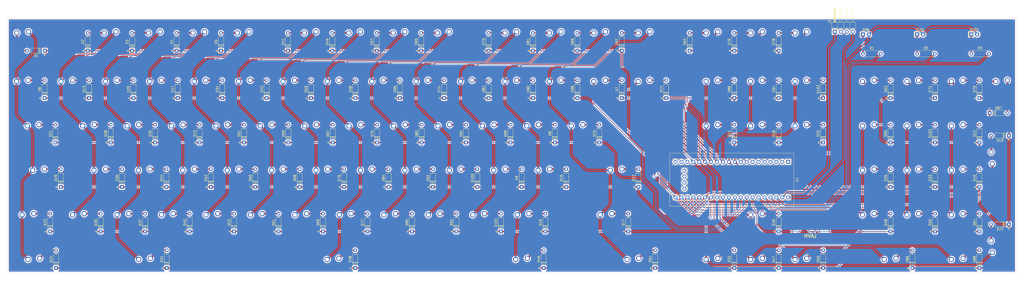
<source format=kicad_pcb>
(kicad_pcb (version 20171130) (host pcbnew 5.1.5+dfsg1-2build2)
  (layers (0 F.Cu signal) (31 B.Cu signal) (34 B.Paste user) (35 F.Paste user) (36 B.SilkS user) (37 F.SilkS user) (38 B.Mask user) (39 F.Mask user) (44 Edge.Cuts user))
  (net 0 "")
  (net 1 "Net-(D1-Pad2)")
  (net 2 Row1)
  (net 3 "Net-(D2-Pad2)")
  (net 4 "Net-(D3-Pad2)")
  (net 5 "Net-(D4-Pad2)")
  (net 6 "Net-(D5-Pad2)")
  (net 7 "Net-(D6-Pad2)")
  (net 8 Row2)
  (net 9 Row3)
  (net 10 "Net-(D7-Pad2)")
  (net 11 Row4)
  (net 12 "Net-(D8-Pad2)")
  (net 13 Row5)
  (net 14 "Net-(D9-Pad2)")
  (net 15 "Net-(D10-Pad2)")
  (net 16 Row6)
  (net 17 Row7)
  (net 18 "Net-(D11-Pad2)")
  (net 19 Row8)
  (net 20 "Net-(D12-Pad2)")
  (net 21 "Net-(D13-Pad2)")
  (net 22 "Net-(D14-Pad2)")
  (net 23 "Net-(D15-Pad2)")
  (net 24 "Net-(D16-Pad2)")
  (net 25 "Net-(D17-Pad2)")
  (net 26 "Net-(D18-Pad2)")
  (net 27 "Net-(D19-Pad2)")
  (net 28 "Net-(D20-Pad2)")
  (net 29 "Net-(D21-Pad2)")
  (net 30 "Net-(D22-Pad2)")
  (net 31 "Net-(D23-Pad2)")
  (net 32 "Net-(D24-Pad2)")
  (net 33 "Net-(D25-Pad2)")
  (net 34 "Net-(D26-Pad2)")
  (net 35 "Net-(D27-Pad2)")
  (net 36 "Net-(D28-Pad2)")
  (net 37 "Net-(D29-Pad2)")
  (net 38 "Net-(D30-Pad2)")
  (net 39 "Net-(D31-Pad2)")
  (net 40 "Net-(D32-Pad2)")
  (net 41 "Net-(D33-Pad2)")
  (net 42 "Net-(D34-Pad2)")
  (net 43 "Net-(D35-Pad2)")
  (net 44 "Net-(D36-Pad2)")
  (net 45 "Net-(D37-Pad2)")
  (net 46 "Net-(D38-Pad2)")
  (net 47 "Net-(D39-Pad2)")
  (net 48 "Net-(D40-Pad2)")
  (net 49 "Net-(D41-Pad2)")
  (net 50 "Net-(D42-Pad2)")
  (net 51 "Net-(D43-Pad2)")
  (net 52 "Net-(D44-Pad2)")
  (net 53 "Net-(D45-Pad2)")
  (net 54 "Net-(D46-Pad2)")
  (net 55 "Net-(D47-Pad2)")
  (net 56 "Net-(D48-Pad2)")
  (net 57 "Net-(D49-Pad2)")
  (net 58 "Net-(D50-Pad2)")
  (net 59 "Net-(D51-Pad2)")
  (net 60 "Net-(D52-Pad2)")
  (net 61 "Net-(D53-Pad2)")
  (net 62 "Net-(D54-Pad2)")
  (net 63 "Net-(D55-Pad2)")
  (net 64 "Net-(D56-Pad2)")
  (net 65 "Net-(D57-Pad2)")
  (net 66 "Net-(D58-Pad2)")
  (net 67 "Net-(D59-Pad2)")
  (net 68 "Net-(D60-Pad2)")
  (net 69 "Net-(D61-Pad2)")
  (net 70 "Net-(D62-Pad2)")
  (net 71 "Net-(D63-Pad2)")
  (net 72 "Net-(D64-Pad2)")
  (net 73 "Net-(D65-Pad2)")
  (net 74 "Net-(D66-Pad2)")
  (net 75 "Net-(D67-Pad2)")
  (net 76 "Net-(D68-Pad2)")
  (net 77 "Net-(D69-Pad2)")
  (net 78 "Net-(D70-Pad2)")
  (net 79 "Net-(D71-Pad2)")
  (net 80 "Net-(D72-Pad2)")
  (net 81 "Net-(D73-Pad2)")
  (net 82 "Net-(D74-Pad2)")
  (net 83 "Net-(D75-Pad2)")
  (net 84 "Net-(D76-Pad2)")
  (net 85 "Net-(D77-Pad2)")
  (net 86 "Net-(D78-Pad2)")
  (net 87 "Net-(D79-Pad2)")
  (net 88 "Net-(D80-Pad2)")
  (net 89 "Net-(D81-Pad2)")
  (net 90 "Net-(D82-Pad2)")
  (net 91 "Net-(D83-Pad2)")
  (net 92 "Net-(D84-Pad2)")
  (net 93 "Net-(D85-Pad2)")
  (net 94 "Net-(D86-Pad2)")
  (net 95 "Net-(D87-Pad2)")
  (net 96 "Net-(D88-Pad2)")
  (net 97 "Net-(D89-Pad2)")
  (net 98 "Net-(D90-Pad2)")
  (net 99 "Net-(D91-Pad2)")
  (net 100 "Net-(D92-Pad2)")
  (net 101 "Net-(D93-Pad2)")
  (net 102 "Net-(D94-Pad2)")
  (net 103 "Net-(D95-Pad2)")
  (net 104 "Net-(D97-Pad2)")
  (net 105 "Net-(D98-Pad2)")
  (net 106 "Net-(D99-Pad2)")
  (net 107 "Net-(D100-Pad2)")
  (net 108 "Net-(D101-Pad2)")
  (net 109 "Net-(D102-Pad2)")
  (net 110 "Net-(D103-Pad2)")
  (net 111 Col1)
  (net 112 Col2)
  (net 113 Col3)
  (net 114 Col4)
  (net 115 Col5)
  (net 116 Col6)
  (net 117 Col7)
  (net 118 Col8)
  (net 119 Col9)
  (net 120 Col10)
  (net 121 Col11)
  (net 122 Col12)
  (net 123 Col13)
  (net 124 "Net-(D96-Pad1)")
  (net 125 "Net-(D104-Pad1)")
  (net 126 "Net-(D105-Pad1)")
  (net 127 "Net-(U1-Pad1)")
  (net 128 "Net-(U1-Pad2)")
  (net 129 "Net-(U1-Pad3)")
  (net 130 "Net-(U1-Pad4)")
  (net 131 "Net-(U1-Pad5)")
  (net 132 "Net-(U1-Pad6)")
  (net 133 "Net-(U1-Pad7)")
  (net 134 "Net-(U1-Pad42)")
  (net 135 "Net-(U1-Pad43)")
  (net 136 "Net-(U1-Pad41)")
  (net 137 "Net-(U1-Pad44)")
  (net 138 +3V3)
  (net 139 GND)
  (net 140 D+)
  (net 141 +5V)
  (net 142 D-)
  (net 143 NUM_LOCK)
  (net 144 CAPS_LOCK)
  (net 145 SCROLL_LOCK)
  (net 146 "Net-(U1-Pad28)")
  (net 147 "Net-(U1-Pad18)")
  (net 148 "Net-(U1-Pad19)")
  (net 149 "Net-(U1-Pad20)")
  (module ntc-pcb:vicky_logo (layer F.Cu) (at 379.32 140.75)
    (fp_text reference G*** hide)
    (fp_text value HVAJ (at 0 5.08) (layer F.SilkS) (effects (font (size 1.524 1.524) (thickness 0.3))))
    (fp_poly (pts (xy 5.369456 -2.941943) (xy 5.394234 -2.919489) (xy 5.421245 -2.886904) (xy 5.447863 -2.848148) (xy 5.471463 -2.807179) (xy 5.489418 -2.767957) (xy 5.499105 -2.734441) (xy 5.500077 -2.723289) (xy 5.504578 -2.700373) (xy 5.511352 -2.68894) (xy 5.517726 -2.673455) (xy 5.521915 -2.645731) (xy 5.523878 -2.611499) (xy 5.523575 -2.576491) (xy 5.520966 -2.54644) (xy 5.516011 -2.527077) (xy 5.512509 -2.523141) (xy 5.501054 -2.510412) (xy 5.500077 -2.504762) (xy 5.494453 -2.492447) (xy 5.490308 -2.491153) (xy 5.481641 -2.483241) (xy 5.480539 -2.4765) (xy 5.476626 -2.464163) (xy 5.473212 -2.463003) (xy 5.450189 -2.4614) (xy 5.441491 -2.447811) (xy 5.441462 -2.446615) (xy 5.446031 -2.436386) (xy 5.450856 -2.437191) (xy 5.460043 -2.432657) (xy 5.473458 -2.414562) (xy 5.488421 -2.387619) (xy 5.502251 -2.356543) (xy 5.510649 -2.332045) (xy 5.513414 -2.302153) (xy 5.509036 -2.282921) (xy 5.506099 -2.264637) (xy 5.50552 -2.231713) (xy 5.507007 -2.188864) (xy 5.510263 -2.140807) (xy 5.514996 -2.092259) (xy 5.520911 -2.047936) (xy 5.525199 -2.023878) (xy 5.526846 -1.994715) (xy 5.521476 -1.970208) (xy 5.521447 -1.970147) (xy 5.513103 -1.948742) (xy 5.506741 -1.921146) (xy 5.502107 -1.884662) (xy 5.49895 -1.836594) (xy 5.497014 -1.774243) (xy 5.496081 -1.699846) (xy 5.495081 -1.640905) (xy 5.493058 -1.585987) (xy 5.49025 -1.539245) (xy 5.48689 -1.504833) (xy 5.484203 -1.489807) (xy 5.479021 -1.461695) (xy 5.474693 -1.421468) (xy 5.47196 -1.376551) (xy 5.471569 -1.363585) (xy 5.469656 -1.317537) (xy 5.466303 -1.272881) (xy 5.462148 -1.237637) (xy 5.461004 -1.230942) (xy 5.457983 -1.207056) (xy 5.454687 -1.167515) (xy 5.451364 -1.116197) (xy 5.448263 -1.056978) (xy 5.445633 -0.993735) (xy 5.445442 -0.988376) (xy 5.442922 -0.928731) (xy 5.4399 -0.876338) (xy 5.436613 -0.834107) (xy 5.433294 -0.804948) (xy 5.430179 -0.791772) (xy 5.429546 -0.791307) (xy 5.426021 -0.782159) (xy 5.424359 -0.757045) (xy 5.4247 -0.719463) (xy 5.425721 -0.696057) (xy 5.428017 -0.650806) (xy 5.429868 -0.609328) (xy 5.431 -0.577942) (xy 5.431211 -0.568161) (xy 5.435918 -0.544635) (xy 5.448651 -0.508252) (xy 5.467837 -0.46317) (xy 5.482916 -0.431392) (xy 5.534269 -0.327269) (xy 5.532013 -0.234461) (xy 5.530336 -0.186771) (xy 5.527821 -0.140035) (xy 5.524919 -0.102122) (xy 5.523859 -0.092096) (xy 5.521608 -0.05971) (xy 5.52574 -0.037728) (xy 5.53814 -0.017541) (xy 5.540986 -0.013943) (xy 5.572804 0.035498) (xy 5.59253 0.087512) (xy 5.597769 0.126533) (xy 5.601041 0.166902) (xy 5.610491 0.189971) (xy 5.625569 0.195196) (xy 5.645728 0.18203) (xy 5.649541 0.178011) (xy 5.660502 0.155122) (xy 5.661188 0.119679) (xy 5.661109 0.118881) (xy 5.661675 0.082326) (xy 5.66843 0.046289) (xy 5.670186 0.041004) (xy 5.679937 0.011947) (xy 5.69175 -0.026633) (xy 5.700899 -0.058615) (xy 5.711775 -0.093563) (xy 5.72296 -0.122288) (xy 5.731344 -0.137538) (xy 5.742003 -0.159811) (xy 5.744308 -0.175139) (xy 5.748199 -0.199779) (xy 5.757562 -0.227985) (xy 5.757612 -0.2281) (xy 5.767357 -0.257195) (xy 5.777446 -0.297401) (xy 5.786185 -0.340637) (xy 5.791882 -0.37882) (xy 5.793154 -0.397773) (xy 5.797015 -0.415601) (xy 5.807135 -0.445551) (xy 5.821319 -0.48213) (xy 5.837374 -0.519844) (xy 5.853105 -0.553201) (xy 5.861525 -0.568925) (xy 5.869833 -0.589467) (xy 5.871308 -0.59884) (xy 5.876722 -0.620758) (xy 5.890336 -0.650627) (xy 5.908206 -0.681092) (xy 5.926389 -0.704797) (xy 5.930029 -0.708364) (xy 5.951709 -0.732181) (xy 5.966343 -0.756172) (xy 5.97163 -0.775498) (xy 5.966413 -0.784935) (xy 5.962497 -0.793177) (xy 5.975472 -0.807682) (xy 5.990241 -0.825475) (xy 6.008536 -0.854886) (xy 6.026129 -0.889) (xy 6.051406 -0.938136) (xy 6.074769 -0.97344) (xy 6.094838 -0.99303) (xy 6.104893 -0.996461) (xy 6.115078 -1.003163) (xy 6.115539 -1.005904) (xy 6.121596 -1.017542) (xy 6.13766 -1.039701) (xy 6.16057 -1.068465) (xy 6.187166 -1.099921) (xy 6.214285 -1.130155) (xy 6.225147 -1.141626) (xy 6.245755 -1.160057) (xy 6.275082 -1.182959) (xy 6.296269 -1.198099) (xy 6.329816 -1.221182) (xy 6.370451 -1.249323) (xy 6.408615 -1.275898) (xy 6.445349 -1.30022) (xy 6.482048 -1.322321) (xy 6.511116 -1.337639) (xy 6.512496 -1.338263) (xy 6.540954 -1.35413) (xy 6.563166 -1.371999) (xy 6.567615 -1.377296) (xy 6.583197 -1.392184) (xy 6.59562 -1.395689) (xy 6.617197 -1.397383) (xy 6.646442 -1.406172) (xy 6.674482 -1.418751) (xy 6.692338 -1.431692) (xy 6.709959 -1.441898) (xy 6.734639 -1.446157) (xy 6.762999 -1.450955) (xy 6.784155 -1.46081) (xy 6.801921 -1.469214) (xy 6.809612 -1.464643) (xy 6.826664 -1.453472) (xy 6.85547 -1.449022) (xy 6.889424 -1.451339) (xy 6.921918 -1.460471) (xy 6.928997 -1.463802) (xy 6.956914 -1.475779) (xy 6.980096 -1.477241) (xy 7.000308 -1.472399) (xy 7.036455 -1.466819) (xy 7.066774 -1.473366) (xy 7.096468 -1.480421) (xy 7.133391 -1.484511) (xy 7.147374 -1.484923) (xy 7.177783 -1.486943) (xy 7.200446 -1.492081) (xy 7.20669 -1.495597) (xy 7.221838 -1.501246) (xy 7.237309 -1.495597) (xy 7.262176 -1.487572) (xy 7.28608 -1.484923) (xy 7.315122 -1.477067) (xy 7.330909 -1.4605) (xy 7.347174 -1.442904) (xy 7.362276 -1.436077) (xy 7.394645 -1.426655) (xy 7.426522 -1.399656) (xy 7.455864 -1.35698) (xy 7.463685 -1.341782) (xy 7.478429 -1.309748) (xy 7.488957 -1.284083) (xy 7.493 -1.27032) (xy 7.493 -1.27029) (xy 7.498433 -1.250224) (xy 7.512253 -1.221207) (xy 7.530742 -1.189624) (xy 7.550183 -1.161862) (xy 7.565945 -1.145) (xy 7.583263 -1.127311) (xy 7.590688 -1.11166) (xy 7.590692 -1.11138) (xy 7.593504 -1.09864) (xy 7.602691 -1.077687) (xy 7.619381 -1.046383) (xy 7.6447 -1.00259) (xy 7.672401 -0.956339) (xy 7.691033 -0.924411) (xy 7.702141 -0.899882) (xy 7.707546 -0.875548) (xy 7.709065 -0.844209) (xy 7.70876 -0.812365) (xy 7.70755 -0.771383) (xy 7.704093 -0.742522) (xy 7.69612 -0.718362) (xy 7.681358 -0.691485) (xy 7.66298 -0.662804) (xy 7.641227 -0.626405) (xy 7.623807 -0.591576) (xy 7.613904 -0.564819) (xy 7.613094 -0.560933) (xy 7.607198 -0.536821) (xy 7.600029 -0.522542) (xy 7.599145 -0.52184) (xy 7.591683 -0.508675) (xy 7.590588 -0.500096) (xy 7.586352 -0.484674) (xy 7.575036 -0.456536) (xy 7.558584 -0.420298) (xy 7.546626 -0.395725) (xy 7.528039 -0.357287) (xy 7.513358 -0.324633) (xy 7.504499 -0.302155) (xy 7.502769 -0.295163) (xy 7.496895 -0.282975) (xy 7.481417 -0.26022) (xy 7.459551 -0.231073) (xy 7.434513 -0.199711) (xy 7.40952 -0.170311) (xy 7.39192 -0.151216) (xy 7.380246 -0.137744) (xy 7.361089 -0.114214) (xy 7.341577 -0.089521) (xy 7.317041 -0.061981) (xy 7.292622 -0.040881) (xy 7.276375 -0.031911) (xy 7.259084 -0.02072) (xy 7.235156 0.002524) (xy 7.208279 0.033288) (xy 7.182142 0.067037) (xy 7.160432 0.099238) (xy 7.146839 0.125356) (xy 7.145604 0.128854) (xy 7.133824 0.151345) (xy 7.112779 0.179478) (xy 7.086534 0.209018) (xy 7.05915 0.235729) (xy 7.034689 0.255374) (xy 7.017214 0.263717) (xy 7.016222 0.26377) (xy 7.001031 0.272228) (xy 6.986866 0.293541) (xy 6.985993 0.29552) (xy 6.96914 0.323322) (xy 6.94134 0.357646) (xy 6.907442 0.393515) (xy 6.872295 0.425953) (xy 6.840747 0.449981) (xy 6.828852 0.456805) (xy 6.803657 0.47303) (xy 6.769622 0.50038) (xy 6.730678 0.535192) (xy 6.690756 0.573805) (xy 6.653789 0.612558) (xy 6.623708 0.647789) (xy 6.623539 0.648005) (xy 6.594189 0.680077) (xy 6.558902 0.711511) (xy 6.542942 0.723446) (xy 6.517739 0.741585) (xy 6.500578 0.755543) (xy 6.495787 0.761087) (xy 6.491976 0.808386) (xy 6.4968 0.841784) (xy 6.512997 0.865453) (xy 6.543304 0.883567) (xy 6.586274 0.898996) (xy 6.633085 0.916646) (xy 6.669048 0.936207) (xy 6.683264 0.94781) (xy 6.710486 0.967858) (xy 6.741646 0.980387) (xy 6.743338 0.980729) (xy 6.79994 0.998881) (xy 6.845705 1.031494) (xy 6.869087 1.058025) (xy 6.892219 1.087957) (xy 6.906725 1.104951) (xy 6.915968 1.1115) (xy 6.923309 1.110095) (xy 6.931142 1.104029) (xy 6.944733 1.097095) (xy 6.959209 1.103361) (xy 6.96819 1.110982) (xy 6.989497 1.1247) (xy 7.021522 1.139276) (xy 7.046282 1.148016) (xy 7.097794 1.170255) (xy 7.131464 1.198139) (xy 7.150617 1.217994) (xy 7.165181 1.229644) (xy 7.168614 1.230923) (xy 7.180295 1.237424) (xy 7.197956 1.253355) (xy 7.200663 1.256186) (xy 7.2249 1.276348) (xy 7.256366 1.295719) (xy 7.265842 1.30038) (xy 7.291973 1.315657) (xy 7.321912 1.338082) (xy 7.351392 1.363759) (xy 7.376146 1.388793) (xy 7.391905 1.409291) (xy 7.395308 1.418545) (xy 7.398628 1.437095) (xy 7.406987 1.466082) (xy 7.417981 1.497877) (xy 7.427964 1.522201) (xy 7.445832 1.54175) (xy 7.465891 1.550328) (xy 7.487631 1.557045) (xy 7.498664 1.564339) (xy 7.511472 1.570924) (xy 7.52763 1.572847) (xy 7.548986 1.579863) (xy 7.570748 1.602624) (xy 7.577092 1.611763) (xy 7.593677 1.633423) (xy 7.607028 1.644943) (xy 7.611341 1.645429) (xy 7.625662 1.647272) (xy 7.649113 1.661953) (xy 7.678845 1.686874) (xy 7.712013 1.719434) (xy 7.745771 1.757035) (xy 7.777033 1.796749) (xy 7.796384 1.820791) (xy 7.824188 1.852333) (xy 7.854959 1.885184) (xy 7.859985 1.890347) (xy 7.893264 1.927767) (xy 7.922619 1.969331) (xy 7.951822 2.020736) (xy 7.969292 2.05549) (xy 7.99234 2.100659) (xy 8.015526 2.142404) (xy 8.03598 2.175757) (xy 8.049519 2.194313) (xy 8.085899 2.241095) (xy 8.111307 2.285113) (xy 8.124092 2.323039) (xy 8.124432 2.34536) (xy 8.123336 2.369298) (xy 8.133055 2.380225) (xy 8.145919 2.391852) (xy 8.147539 2.39813) (xy 8.151519 2.413674) (xy 8.162705 2.444127) (xy 8.179967 2.486725) (xy 8.202172 2.538706) (xy 8.22819 2.597308) (xy 8.237448 2.617691) (xy 8.261869 2.688235) (xy 8.268053 2.734922) (xy 8.272088 2.771541) (xy 8.280387 2.802628) (xy 8.285693 2.813539) (xy 8.300088 2.841606) (xy 8.308208 2.869025) (xy 8.308641 2.889606) (xy 8.304525 2.896158) (xy 8.299728 2.909116) (xy 8.300751 2.933341) (xy 8.3065 2.961829) (xy 8.315878 2.987572) (xy 8.319948 2.994842) (xy 8.32921 3.015887) (xy 8.338518 3.047444) (xy 8.342852 3.067165) (xy 8.350869 3.102144) (xy 8.360248 3.133027) (xy 8.36499 3.144747) (xy 8.370736 3.16453) (xy 8.373012 3.194922) (xy 8.371943 3.239285) (xy 8.369847 3.272672) (xy 8.366809 3.319521) (xy 8.366101 3.352312) (xy 8.368313 3.376449) (xy 8.374037 3.397335) (xy 8.383863 3.420374) (xy 8.386634 3.426269) (xy 8.404988 3.467472) (xy 8.415051 3.499281) (xy 8.418138 3.529321) (xy 8.415558 3.565213) (xy 8.413395 3.581764) (xy 8.409575 3.61913) (xy 8.411115 3.643118) (xy 8.418404 3.659245) (xy 8.418906 3.659918) (xy 8.425134 3.679447) (xy 8.427867 3.714497) (xy 8.427217 3.761384) (xy 8.4233 3.816427) (xy 8.416226 3.875943) (xy 8.411296 3.907693) (xy 8.404438 3.9496) (xy 8.397016 3.996795) (xy 8.393422 4.020442) (xy 8.383606 4.067116) (xy 8.369988 4.106242) (xy 8.354349 4.133613) (xy 8.340969 4.144434) (xy 8.334491 4.153938) (xy 8.331225 4.178372) (xy 8.330932 4.219779) (xy 8.331152 4.228355) (xy 8.331204 4.269938) (xy 8.328746 4.297391) (xy 8.324023 4.308166) (xy 8.323543 4.308231) (xy 8.316937 4.316808) (xy 8.313686 4.337853) (xy 8.313615 4.341847) (xy 8.311232 4.366028) (xy 8.305413 4.380395) (xy 8.304598 4.381036) (xy 8.296484 4.393658) (xy 8.289102 4.41667) (xy 8.288752 4.418247) (xy 8.279532 4.448534) (xy 8.265816 4.481577) (xy 8.263577 4.48613) (xy 8.251395 4.519074) (xy 8.24537 4.552774) (xy 8.245231 4.557344) (xy 8.241324 4.584043) (xy 8.227214 4.60908) (xy 8.208596 4.630214) (xy 8.158106 4.683045) (xy 8.120834 4.723466) (xy 8.095853 4.752545) (xy 8.082236 4.77135) (xy 8.078902 4.779747) (xy 8.071235 4.791288) (xy 8.051607 4.808916) (xy 8.030078 4.824756) (xy 7.996196 4.852003) (xy 7.970291 4.884607) (xy 7.951298 4.919066) (xy 7.933387 4.952959) (xy 7.917031 4.97471) (xy 7.896356 4.990248) (xy 7.865795 5.005364) (xy 7.831484 5.023367) (xy 7.798138 5.045073) (xy 7.770116 5.06713) (xy 7.751778 5.086188) (xy 7.747 5.096672) (xy 7.743611 5.103271) (xy 7.731394 5.112198) (xy 7.70727 5.125336) (xy 7.670863 5.143267) (xy 7.647899 5.157406) (xy 7.633891 5.171683) (xy 7.633084 5.173376) (xy 7.620421 5.188154) (xy 7.596187 5.205743) (xy 7.567141 5.222186) (xy 7.540038 5.233526) (xy 7.525632 5.236308) (xy 7.506652 5.241984) (xy 7.480686 5.256371) (xy 7.467875 5.265344) (xy 7.434718 5.286757) (xy 7.408232 5.293746) (xy 7.383086 5.287305) (xy 7.374687 5.282712) (xy 7.364985 5.278624) (xy 7.354585 5.280047) (xy 7.340698 5.289003) (xy 7.320534 5.307515) (xy 7.291301 5.337605) (xy 7.274685 5.355206) (xy 7.239286 5.391074) (xy 7.207293 5.420204) (xy 7.182056 5.439704) (xy 7.1691 5.446398) (xy 7.143623 5.458317) (xy 7.120993 5.476481) (xy 7.101815 5.492835) (xy 7.085797 5.500059) (xy 7.085243 5.500077) (xy 7.070728 5.507031) (xy 7.051526 5.524313) (xy 7.046372 5.530133) (xy 7.022773 5.551587) (xy 7.002342 5.555285) (xy 7.002012 5.555201) (xy 6.983392 5.558112) (xy 6.957364 5.57575) (xy 6.938975 5.592345) (xy 6.90666 5.619389) (xy 6.883379 5.630078) (xy 6.877112 5.629796) (xy 6.85615 5.631591) (xy 6.836896 5.640751) (xy 6.809868 5.652841) (xy 6.788018 5.656385) (xy 6.766129 5.659842) (xy 6.755051 5.666757) (xy 6.741854 5.677806) (xy 6.722724 5.687527) (xy 6.700665 5.692296) (xy 6.663587 5.696061) (xy 6.615988 5.698718) (xy 6.562365 5.700164) (xy 6.507218 5.700294) (xy 6.455045 5.699004) (xy 6.410344 5.696192) (xy 6.398846 5.69501) (xy 6.332852 5.682121) (xy 6.262374 5.659653) (xy 6.196807 5.630898) (xy 6.166059 5.613481) (xy 6.137321 5.598217) (xy 6.111388 5.589118) (xy 6.102977 5.588) (xy 6.080808 5.582321) (xy 6.053862 5.5682) (xy 6.046871 5.563369) (xy 6.023732 5.549037) (xy 6.005904 5.542746) (xy 6.002215 5.543062) (xy 5.986418 5.543582) (xy 5.959977 5.539785) (xy 5.948222 5.537248) (xy 5.914235 5.530417) (xy 5.882745 5.526015) (xy 5.876192 5.525506) (xy 5.832767 5.515538) (xy 5.784677 5.491957) (xy 5.737463 5.457813) (xy 5.715 5.436795) (xy 5.681363 5.406707) (xy 5.64062 5.376358) (xy 5.612423 5.358644) (xy 5.573162 5.333134) (xy 5.53328 5.301899) (xy 5.509846 5.280129) (xy 5.481936 5.25557) (xy 5.445625 5.229507) (xy 5.405858 5.204843) (xy 5.367577 5.18448) (xy 5.335725 5.171321) (xy 5.318763 5.167923) (xy 5.305348 5.161371) (xy 5.281682 5.143662) (xy 5.25087 5.117723) (xy 5.216019 5.08648) (xy 5.180234 5.052857) (xy 5.14662 5.019781) (xy 5.118284 4.990175) (xy 5.098331 4.966967) (xy 5.089866 4.953081) (xy 5.089769 4.95222) (xy 5.083174 4.936363) (xy 5.067147 4.917328) (xy 5.047325 4.900196) (xy 5.029346 4.890048) (xy 5.020669 4.889942) (xy 5.015954 4.887633) (xy 5.017727 4.880056) (xy 5.01906 4.870027) (xy 5.008374 4.870736) (xy 4.999556 4.87386) (xy 4.968704 4.876872) (xy 4.955145 4.8716) (xy 4.895024 4.837571) (xy 4.849415 4.8108) (xy 4.815552 4.78942) (xy 4.790674 4.771561) (xy 4.772015 4.755354) (xy 4.756812 4.738931) (xy 4.75411 4.735661) (xy 4.69453 4.662025) (xy 4.646376 4.601427) (xy 4.608297 4.552122) (xy 4.578942 4.512365) (xy 4.559377 4.484077) (xy 4.531711 4.445351) (xy 4.503179 4.410384) (xy 4.476765 4.382362) (xy 4.455452 4.36447) (xy 4.442881 4.3597) (xy 4.432793 4.353232) (xy 4.42594 4.337539) (xy 4.413746 4.31708) (xy 4.392976 4.309991) (xy 4.368562 4.300142) (xy 4.339187 4.277829) (xy 4.327105 4.266029) (xy 4.301319 4.239119) (xy 4.268273 4.204716) (xy 4.234273 4.169385) (xy 4.227526 4.162382) (xy 4.181037 4.113317) (xy 4.147134 4.075299) (xy 4.124121 4.046042) (xy 4.110301 4.02326) (xy 4.103978 4.004668) (xy 4.103077 3.994691) (xy 4.097749 3.968838) (xy 4.079927 3.945161) (xy 4.046856 3.920379) (xy 4.034123 3.912577) (xy 3.996173 3.889714) (xy 3.972225 3.87384) (xy 3.959303 3.862272) (xy 3.954433 3.852325) (xy 3.954641 3.841317) (xy 3.954697 3.840921) (xy 3.95368 3.825827) (xy 3.942486 3.825775) (xy 3.932447 3.825842) (xy 3.928094 3.813133) (xy 3.927465 3.793949) (xy 3.924035 3.768755) (xy 3.914616 3.731476) (xy 3.90083 3.688022) (xy 3.89083 3.66064) (xy 3.872466 3.615166) (xy 3.858045 3.585289) (xy 3.845768 3.56793) (xy 3.833838 3.560009) (xy 3.831723 3.559381) (xy 3.812612 3.550207) (xy 3.799281 3.531873) (xy 3.79035 3.501111) (xy 3.784438 3.454652) (xy 3.783685 3.445599) (xy 3.775642 3.390833) (xy 3.761662 3.341123) (xy 3.755622 3.326423) (xy 3.741687 3.293982) (xy 3.730904 3.264969) (xy 3.727429 3.253154) (xy 3.722809 3.22463) (xy 3.718612 3.183181) (xy 3.715059 3.133698) (xy 3.71237 3.08107) (xy 3.710766 3.030187) (xy 3.710468 2.985939) (xy 3.711697 2.953216) (xy 3.713324 2.940858) (xy 3.716621 2.904541) (xy 3.708221 2.876988) (xy 3.700236 2.84279) (xy 3.709114 2.801998) (xy 3.719883 2.778678) (xy 3.732115 2.75213) (xy 3.746551 2.71631) (xy 3.759547 2.680588) (xy 3.765972 2.660173) (xy 3.778231 2.640529) (xy 3.790276 2.632867) (xy 3.802681 2.624419) (xy 3.804927 2.606484) (xy 3.803472 2.595268) (xy 3.804212 2.561693) (xy 3.813927 2.526131) (xy 3.824203 2.494301) (xy 3.829388 2.464076) (xy 3.829539 2.459677) (xy 3.8371 2.430536) (xy 3.861085 2.399077) (xy 3.863731 2.396393) (xy 3.885458 2.369816) (xy 3.897034 2.345558) (xy 3.897923 2.339044) (xy 3.903198 2.311834) (xy 3.917034 2.275136) (xy 3.936449 2.235223) (xy 3.958461 2.198371) (xy 3.975512 2.17579) (xy 3.99533 2.146615) (xy 4.008776 2.114958) (xy 4.0103 2.108541) (xy 4.018454 2.082905) (xy 4.034319 2.069347) (xy 4.047773 2.064592) (xy 4.069382 2.05423) (xy 4.087698 2.034085) (xy 4.104905 2.004012) (xy 4.118251 1.974144) (xy 4.125772 1.950118) (xy 4.126249 1.939457) (xy 4.12957 1.925911) (xy 4.142424 1.904881) (xy 4.160137 1.882295) (xy 4.178038 1.864082) (xy 4.191452 1.856173) (xy 4.1919 1.856154) (xy 4.206847 1.849589) (xy 4.22932 1.832752) (xy 4.253814 1.809932) (xy 4.260859 1.802423) (xy 4.286827 1.774483) (xy 4.313802 1.747317) (xy 4.344869 1.718071) (xy 4.383115 1.683888) (xy 4.431624 1.641914) (xy 4.466136 1.612486) (xy 4.492396 1.58612) (xy 4.519944 1.552363) (xy 4.533296 1.533189) (xy 4.566565 1.491965) (xy 4.604949 1.465959) (xy 4.606283 1.465343) (xy 4.638791 1.445386) (xy 4.6539 1.422404) (xy 4.654227 1.421177) (xy 4.667339 1.398755) (xy 4.691608 1.377734) (xy 4.694927 1.375689) (xy 4.724778 1.349875) (xy 4.735078 1.326516) (xy 4.747845 1.299815) (xy 4.763662 1.287232) (xy 4.780095 1.273131) (xy 4.799998 1.246639) (xy 4.817135 1.217248) (xy 4.840262 1.176277) (xy 4.867592 1.133404) (xy 4.885748 1.107906) (xy 4.907652 1.076726) (xy 4.919153 1.051595) (xy 4.923356 1.024439) (xy 4.923692 1.009229) (xy 4.921928 0.973879) (xy 4.917478 0.941866) (xy 4.915063 0.931977) (xy 4.906553 0.903899) (xy 4.896367 0.870097) (xy 4.894129 0.862645) (xy 4.88375 0.836362) (xy 4.872337 0.819188) (xy 4.868566 0.816547) (xy 4.859519 0.803149) (xy 4.855534 0.771521) (xy 4.855308 0.758243) (xy 4.854215 0.726326) (xy 4.848595 0.706052) (xy 4.834934 0.689554) (xy 4.818548 0.675913) (xy 4.794949 0.651836) (xy 4.767307 0.615245) (xy 4.739572 0.571454) (xy 4.735083 0.563589) (xy 4.712436 0.525835) (xy 4.690404 0.493534) (xy 4.672315 0.471385) (xy 4.665486 0.465381) (xy 4.645212 0.447059) (xy 4.6247 0.421205) (xy 4.621466 0.416196) (xy 4.592489 0.38346) (xy 4.557609 0.367556) (xy 4.546908 0.366383) (xy 4.526817 0.357984) (xy 4.501367 0.336834) (xy 4.47457 0.307325) (xy 4.45044 0.273851) (xy 4.433661 0.242421) (xy 4.399969 0.182047) (xy 4.354677 0.129179) (xy 4.307718 0.092808) (xy 4.284969 0.07328) (xy 4.258579 0.04174) (xy 4.235579 0.007613) (xy 4.214745 -0.025642) (xy 4.19948 -0.04533) (xy 4.185889 -0.054978) (xy 4.170076 -0.058113) (xy 4.16275 -0.058329) (xy 4.132425 -0.066192) (xy 4.103538 -0.085738) (xy 4.082013 -0.111654) (xy 4.073769 -0.138121) (xy 4.066546 -0.156371) (xy 4.047622 -0.181393) (xy 4.021114 -0.209397) (xy 3.991141 -0.236595) (xy 3.961821 -0.259199) (xy 3.93727 -0.273419) (xy 3.923707 -0.276189) (xy 3.902619 -0.280039) (xy 3.874126 -0.299169) (xy 3.859589 -0.311929) (xy 3.835589 -0.333085) (xy 3.817152 -0.347507) (xy 3.809488 -0.351692) (xy 3.801135 -0.359624) (xy 3.789485 -0.379205) (xy 3.787021 -0.384221) (xy 3.753947 -0.433212) (xy 3.708384 -0.471753) (xy 3.689395 -0.482205) (xy 3.66198 -0.498476) (xy 3.639891 -0.516832) (xy 3.639451 -0.517313) (xy 3.619653 -0.532357) (xy 3.603332 -0.537307) (xy 3.58827 -0.544803) (xy 3.585308 -0.558135) (xy 3.580281 -0.579845) (xy 3.567866 -0.606928) (xy 3.564635 -0.612412) (xy 3.552438 -0.636557) (xy 3.547779 -0.661487) (xy 3.549238 -0.695745) (xy 3.549819 -0.701489) (xy 3.558489 -0.776097) (xy 3.564227 -0.814284) (xy 3.750728 -0.814284) (xy 3.750855 -0.775399) (xy 3.752385 -0.74328) (xy 3.755457 -0.723184) (xy 3.755926 -0.721854) (xy 3.76892 -0.705504) (xy 3.785628 -0.693588) (xy 3.806419 -0.67496) (xy 3.818513 -0.653944) (xy 3.837559 -0.627391) (xy 3.870268 -0.606135) (xy 3.925786 -0.577968) (xy 3.968161 -0.553489) (xy 4.002392 -0.529126) (xy 4.033475 -0.501304) (xy 4.066406 -0.466448) (xy 4.067933 -0.464745) (xy 4.095268 -0.43356) (xy 4.116851 -0.407715) (xy 4.129861 -0.390656) (xy 4.132385 -0.385964) (xy 4.137844 -0.374153) (xy 4.150134 -0.356632) (xy 4.163545 -0.341994) (xy 4.172097 -0.342279) (xy 4.177709 -0.349643) (xy 4.185623 -0.358371) (xy 4.197132 -0.358662) (xy 4.218089 -0.350041) (xy 4.227097 -0.345643) (xy 4.259439 -0.326791) (xy 4.289475 -0.304875) (xy 4.294773 -0.300248) (xy 4.319038 -0.278407) (xy 4.349153 -0.251884) (xy 4.364404 -0.238654) (xy 4.387452 -0.215526) (xy 4.402528 -0.194127) (xy 4.405923 -0.183577) (xy 4.411236 -0.162993) (xy 4.423905 -0.141896) (xy 4.43903 -0.126883) (xy 4.450276 -0.123874) (xy 4.461378 -0.118754) (xy 4.479935 -0.102083) (xy 4.497067 -0.083135) (xy 4.518781 -0.059376) (xy 4.53697 -0.043355) (xy 4.545621 -0.039015) (xy 4.558805 -0.030782) (xy 4.572772 -0.011291) (xy 4.583317 0.011822) (xy 4.586235 0.030923) (xy 4.585564 0.033511) (xy 4.590364 0.047374) (xy 4.612441 0.065612) (xy 4.623797 0.072653) (xy 4.652333 0.092485) (xy 4.683972 0.119267) (xy 4.715004 0.1492) (xy 4.741723 0.178483) (xy 4.760419 0.203316) (xy 4.767385 0.2198) (xy 4.771408 0.230761) (xy 4.775848 0.230384) (xy 4.787234 0.231088) (xy 4.801547 0.246527) (xy 4.819508 0.277858) (xy 4.841838 0.326233) (xy 4.854621 0.356577) (xy 4.879498 0.416183) (xy 4.898718 0.459964) (xy 4.913618 0.490339) (xy 4.925536 0.509726) (xy 4.93581 0.520544) (xy 4.945777 0.525213) (xy 4.948115 0.525663) (xy 4.970364 0.537413) (xy 4.993942 0.562893) (xy 5.015395 0.596889) (xy 5.031271 0.634187) (xy 5.037334 0.660353) (xy 5.046978 0.701459) (xy 5.062631 0.729731) (xy 5.082484 0.742145) (xy 5.086399 0.742462) (xy 5.09898 0.746888) (xy 5.100401 0.749789) (xy 5.101591 0.763099) (xy 5.103655 0.788797) (xy 5.10494 0.805472) (xy 5.109616 0.837436) (xy 5.120635 0.861817) (xy 5.142305 0.887453) (xy 5.147459 0.892672) (xy 5.170232 0.914549) (xy 5.186108 0.924831) (xy 5.201832 0.92591) (xy 5.224152 0.920177) (xy 5.224651 0.920028) (xy 5.272036 0.909951) (xy 5.313958 0.912016) (xy 5.355783 0.924708) (xy 5.39727 0.944123) (xy 5.426904 0.967448) (xy 5.446636 0.998189) (xy 5.458413 1.039852) (xy 5.464187 1.095943) (xy 5.465204 1.121519) (xy 5.46787 1.215263) (xy 5.419424 1.265912) (xy 5.392426 1.292892) (xy 5.371346 1.308835) (xy 5.349268 1.317435) (xy 5.319276 1.322387) (xy 5.312132 1.323218) (xy 5.276929 1.328565) (xy 5.253139 1.337379) (xy 5.232641 1.353619) (xy 5.218086 1.369086) (xy 5.194994 1.392449) (xy 5.177329 1.40289) (xy 5.159381 1.403536) (xy 5.156226 1.402965) (xy 5.126009 1.404623) (xy 5.086503 1.417545) (xy 5.042277 1.43922) (xy 4.9979 1.467135) (xy 4.957939 1.498782) (xy 4.930724 1.526902) (xy 4.881456 1.584003) (xy 4.837408 1.629001) (xy 4.8 1.660635) (xy 4.770654 1.677642) (xy 4.758063 1.680308) (xy 4.73638 1.684746) (xy 4.715357 1.700448) (xy 4.6968 1.721827) (xy 4.67514 1.751695) (xy 4.65707 1.780819) (xy 4.651052 1.792654) (xy 4.636579 1.824303) (xy 4.626127 1.84223) (xy 4.616262 1.850768) (xy 4.603546 1.854255) (xy 4.602045 1.854484) (xy 4.581718 1.86622) (xy 4.559372 1.894126) (xy 4.554197 1.902609) (xy 4.531557 1.937618) (xy 4.505559 1.972542) (xy 4.496289 1.983617) (xy 4.47778 2.006506) (xy 4.466338 2.024214) (xy 4.464539 2.029499) (xy 4.457685 2.041213) (xy 4.440361 2.059505) (xy 4.430346 2.06849) (xy 4.409695 2.089461) (xy 4.397529 2.108257) (xy 4.396154 2.114001) (xy 4.388512 2.131238) (xy 4.3815 2.135929) (xy 4.370031 2.149026) (xy 4.366846 2.164472) (xy 4.35967 2.185227) (xy 4.336116 2.201966) (xy 4.33476 2.202617) (xy 4.311383 2.218672) (xy 4.293718 2.244447) (xy 4.283472 2.268229) (xy 4.258614 2.314747) (xy 4.228604 2.343827) (xy 4.202089 2.368941) (xy 4.177676 2.402681) (xy 4.159564 2.438136) (xy 4.151954 2.468396) (xy 4.151923 2.47001) (xy 4.146222 2.491418) (xy 4.13758 2.506383) (xy 4.126403 2.530828) (xy 4.122926 2.552212) (xy 4.120379 2.571724) (xy 4.115231 2.579077) (xy 4.104488 2.58773) (xy 4.094665 2.609285) (xy 4.087779 2.637137) (xy 4.085848 2.664679) (xy 4.086654 2.672644) (xy 4.087976 2.694746) (xy 4.084199 2.70579) (xy 4.083065 2.706077) (xy 4.072704 2.714554) (xy 4.058295 2.736863) (xy 4.042034 2.768322) (xy 4.026114 2.804249) (xy 4.01273 2.839961) (xy 4.004078 2.870777) (xy 4.002931 2.877039) (xy 3.999783 2.905589) (xy 3.996711 2.948128) (xy 3.99405 2.999108) (xy 3.992136 3.052979) (xy 3.992012 3.05777) (xy 3.988713 3.189654) (xy 4.020834 3.249776) (xy 4.037621 3.283194) (xy 4.056931 3.324742) (xy 4.077065 3.370363) (xy 4.096324 3.415994) (xy 4.113008 3.457579) (xy 4.125418 3.491055) (xy 4.131856 3.512365) (xy 4.132385 3.516289) (xy 4.138953 3.529683) (xy 4.15586 3.5507) (xy 4.171462 3.566902) (xy 4.198661 3.598633) (xy 4.210244 3.62517) (xy 4.210539 3.629259) (xy 4.214105 3.64762) (xy 4.220966 3.653693) (xy 4.226997 3.661235) (xy 4.22556 3.672074) (xy 4.227048 3.690302) (xy 4.236069 3.696727) (xy 4.247105 3.704501) (xy 4.246685 3.708726) (xy 4.246282 3.721727) (xy 4.256883 3.744054) (xy 4.275572 3.771323) (xy 4.299432 3.799148) (xy 4.319456 3.818161) (xy 4.337808 3.834908) (xy 4.367433 3.863312) (xy 4.405961 3.901038) (xy 4.451024 3.945754) (xy 4.500255 3.995127) (xy 4.542299 4.037682) (xy 4.615315 4.110768) (xy 4.677041 4.169981) (xy 4.728748 4.216417) (xy 4.771705 4.251172) (xy 4.80718 4.27534) (xy 4.833249 4.288733) (xy 4.847911 4.298868) (xy 4.871342 4.319502) (xy 4.900627 4.347585) (xy 4.932851 4.380067) (xy 4.965101 4.4139) (xy 4.994461 4.446032) (xy 5.018015 4.473415) (xy 5.032851 4.493) (xy 5.036409 4.501287) (xy 5.040683 4.514532) (xy 5.058352 4.526114) (xy 5.083463 4.539835) (xy 5.111011 4.559019) (xy 5.13595 4.579577) (xy 5.153233 4.597419) (xy 5.158154 4.606984) (xy 5.165969 4.618467) (xy 5.184779 4.631325) (xy 5.184937 4.631407) (xy 5.199977 4.642377) (xy 5.226219 4.664842) (xy 5.261081 4.696451) (xy 5.301979 4.734855) (xy 5.346329 4.777704) (xy 5.353233 4.784481) (xy 5.396399 4.826596) (xy 5.435 4.863594) (xy 5.466838 4.893423) (xy 5.489714 4.914028) (xy 5.50143 4.923357) (xy 5.502296 4.923693) (xy 5.508636 4.931809) (xy 5.509846 4.941389) (xy 5.516199 4.961113) (xy 5.529852 4.980559) (xy 5.547763 4.994948) (xy 5.5641 4.994189) (xy 5.568287 4.992171) (xy 5.58858 4.98424) (xy 5.608884 4.984775) (xy 5.634257 4.994991) (xy 5.669753 5.0161) (xy 5.670849 5.016801) (xy 5.706458 5.042989) (xy 5.723297 5.063978) (xy 5.724769 5.070838) (xy 5.732225 5.089187) (xy 5.741865 5.095497) (xy 5.763238 5.104141) (xy 5.783385 5.114414) (xy 5.809399 5.128774) (xy 5.838901 5.144615) (xy 5.840228 5.145315) (xy 5.86772 5.167382) (xy 5.877849 5.188418) (xy 5.885228 5.207114) (xy 5.8991 5.210135) (xy 5.901923 5.209489) (xy 5.923187 5.211849) (xy 5.939748 5.221705) (xy 5.964013 5.233982) (xy 5.988897 5.232817) (xy 6.019113 5.233792) (xy 6.053789 5.244562) (xy 6.084821 5.261718) (xy 6.103669 5.281055) (xy 6.117042 5.293005) (xy 6.14258 5.307755) (xy 6.166354 5.318566) (xy 6.201923 5.331173) (xy 6.232499 5.33611) (xy 6.268505 5.334699) (xy 6.281928 5.333235) (xy 6.324809 5.330563) (xy 6.358286 5.333116) (xy 6.368749 5.335994) (xy 6.396339 5.342675) (xy 6.428346 5.345033) (xy 6.429546 5.345005) (xy 6.457715 5.347921) (xy 6.475971 5.361269) (xy 6.481059 5.368304) (xy 6.493564 5.38294) (xy 6.510458 5.390224) (xy 6.538366 5.392535) (xy 6.54875 5.392616) (xy 6.599025 5.398233) (xy 6.63889 5.411765) (xy 6.66794 5.425491) (xy 6.684554 5.43021) (xy 6.693402 5.426353) (xy 6.698084 5.417236) (xy 6.709572 5.402985) (xy 6.73096 5.386042) (xy 6.736461 5.38249) (xy 6.761036 5.369831) (xy 6.778882 5.368751) (xy 6.790132 5.373354) (xy 6.815867 5.380085) (xy 6.8329 5.379005) (xy 6.860216 5.367192) (xy 6.885511 5.348421) (xy 6.902768 5.327876) (xy 6.906846 5.315279) (xy 6.914224 5.301405) (xy 6.933937 5.279379) (xy 6.962351 5.252311) (xy 6.995835 5.223312) (xy 7.030756 5.19549) (xy 7.063481 5.171955) (xy 7.090378 5.155818) (xy 7.096342 5.153059) (xy 7.118471 5.145345) (xy 7.130693 5.144061) (xy 7.131539 5.145197) (xy 7.137678 5.143776) (xy 7.15296 5.13179) (xy 7.158404 5.126822) (xy 7.181851 5.108862) (xy 7.214746 5.088554) (xy 7.251479 5.068806) (xy 7.286437 5.052522) (xy 7.314012 5.042609) (xy 7.324273 5.040923) (xy 7.33992 5.032679) (xy 7.359186 5.01076) (xy 7.368273 4.996962) (xy 7.390425 4.966907) (xy 7.409976 4.953529) (xy 7.414029 4.953) (xy 7.436391 4.944989) (xy 7.446434 4.924309) (xy 7.446029 4.913197) (xy 7.452123 4.898263) (xy 7.468397 4.886475) (xy 7.490982 4.869959) (xy 7.503399 4.85301) (xy 7.51814 4.837166) (xy 7.550263 4.81675) (xy 7.600376 4.791391) (xy 7.618044 4.783204) (xy 7.66565 4.760605) (xy 7.712315 4.736931) (xy 7.751856 4.715396) (xy 7.773079 4.702607) (xy 7.801129 4.685238) (xy 7.823069 4.673311) (xy 7.832819 4.669693) (xy 7.854899 4.660359) (xy 7.881022 4.632943) (xy 7.910513 4.588323) (xy 7.942699 4.527378) (xy 7.94393 4.524826) (xy 7.964897 4.482877) (xy 7.984269 4.44704) (xy 7.999807 4.421281) (xy 8.008876 4.409829) (xy 8.018785 4.392155) (xy 8.017125 4.381812) (xy 8.017603 4.360952) (xy 8.029182 4.334162) (xy 8.029284 4.333995) (xy 8.060343 4.27388) (xy 8.08353 4.210115) (xy 8.096613 4.149604) (xy 8.098692 4.119623) (xy 8.102712 4.057464) (xy 8.115884 3.997267) (xy 8.139879 3.93267) (xy 8.158057 3.893445) (xy 8.171767 3.862499) (xy 8.181139 3.835908) (xy 8.183478 3.825061) (xy 8.184944 3.806851) (xy 8.187417 3.774665) (xy 8.190477 3.73401) (xy 8.192117 3.711929) (xy 8.199009 3.618743) (xy 8.168389 3.588123) (xy 8.147053 3.561789) (xy 8.13857 3.53455) (xy 8.137769 3.518311) (xy 8.13497 3.484949) (xy 8.128115 3.45479) (xy 8.126955 3.451617) (xy 8.122618 3.429826) (xy 8.119641 3.39295) (xy 8.118005 3.345392) (xy 8.117689 3.291555) (xy 8.118672 3.235845) (xy 8.120934 3.182663) (xy 8.124454 3.136415) (xy 8.128582 3.104912) (xy 8.138361 3.049477) (xy 8.080878 2.990366) (xy 8.052914 2.961086) (xy 8.035612 2.939667) (xy 8.026001 2.91997) (xy 8.021114 2.895859) (xy 8.017981 2.861195) (xy 8.017903 2.860185) (xy 8.013448 2.820216) (xy 8.007076 2.78406) (xy 8.000254 2.759808) (xy 7.992285 2.735819) (xy 7.989993 2.718782) (xy 7.990021 2.718599) (xy 7.987084 2.702995) (xy 7.977408 2.678441) (xy 7.97321 2.669753) (xy 7.960397 2.636863) (xy 7.950201 2.597571) (xy 7.947682 2.582747) (xy 7.940928 2.549438) (xy 7.930512 2.530502) (xy 7.919585 2.522979) (xy 7.90073 2.504487) (xy 7.886795 2.470463) (xy 7.872974 2.437074) (xy 7.851282 2.402047) (xy 7.84047 2.388577) (xy 7.820596 2.362438) (xy 7.807978 2.338447) (xy 7.805623 2.328096) (xy 7.80212 2.308735) (xy 7.797013 2.301375) (xy 7.787388 2.286094) (xy 7.782709 2.260943) (xy 7.784075 2.235206) (xy 7.787866 2.224042) (xy 7.790177 2.214185) (xy 7.785567 2.201867) (xy 7.772008 2.184402) (xy 7.747471 2.159108) (xy 7.716132 2.129129) (xy 7.682709 2.098581) (xy 7.653659 2.073723) (xy 7.632309 2.057295) (xy 7.622442 2.051981) (xy 7.611224 2.043809) (xy 7.610231 2.038727) (xy 7.601868 2.019681) (xy 7.577532 1.992539) (xy 7.555256 1.972529) (xy 7.535132 1.953518) (xy 7.51628 1.933453) (xy 7.495319 1.912228) (xy 7.468298 1.888078) (xy 7.460107 1.881321) (xy 7.438958 1.862166) (xy 7.426257 1.846544) (xy 7.424615 1.841994) (xy 7.418045 1.830246) (xy 7.400793 1.809652) (xy 7.376549 1.784606) (xy 7.375769 1.783847) (xy 7.351348 1.758551) (xy 7.333833 1.737344) (xy 7.326928 1.724723) (xy 7.326923 1.724553) (xy 7.320268 1.709596) (xy 7.307385 1.694962) (xy 7.29327 1.684082) (xy 7.287846 1.683384) (xy 7.280743 1.682214) (xy 7.262783 1.672207) (xy 7.252291 1.66536) (xy 7.224588 1.650181) (xy 7.198932 1.641806) (xy 7.192924 1.641231) (xy 7.173245 1.636114) (xy 7.149692 1.619475) (xy 7.119928 1.58938) (xy 7.094968 1.560271) (xy 7.076092 1.542345) (xy 7.059193 1.533872) (xy 7.057766 1.53377) (xy 7.045353 1.527126) (xy 7.022685 1.509013) (xy 6.992931 1.482158) (xy 6.959263 1.449288) (xy 6.957567 1.447569) (xy 6.908235 1.399409) (xy 6.868697 1.365546) (xy 6.836946 1.344707) (xy 6.810969 1.335621) (xy 6.788758 1.337015) (xy 6.784942 1.338305) (xy 6.771881 1.340991) (xy 6.758117 1.336908) (xy 6.739858 1.323778) (xy 6.713315 1.299325) (xy 6.702481 1.288764) (xy 6.675446 1.261177) (xy 6.654851 1.238159) (xy 6.643978 1.22346) (xy 6.643077 1.220921) (xy 6.634774 1.213549) (xy 6.620482 1.211385) (xy 6.599623 1.20458) (xy 6.575601 1.187634) (xy 6.569344 1.181593) (xy 6.543279 1.160445) (xy 6.521506 1.156655) (xy 6.520802 1.156821) (xy 6.498871 1.153665) (xy 6.48968 1.14403) (xy 6.475555 1.131628) (xy 6.451519 1.118968) (xy 6.423328 1.108047) (xy 6.396741 1.100862) (xy 6.377514 1.099411) (xy 6.371466 1.103024) (xy 6.359952 1.111467) (xy 6.339657 1.113214) (xy 6.320238 1.108027) (xy 6.315318 1.104411) (xy 6.301178 1.098594) (xy 6.274042 1.093029) (xy 6.247422 1.089711) (xy 6.207469 1.085752) (xy 6.168615 1.081479) (xy 6.149731 1.079168) (xy 6.116057 1.077972) (xy 6.084826 1.081767) (xy 6.081346 1.082692) (xy 6.046608 1.085225) (xy 6.024161 1.07732) (xy 5.986245 1.063402) (xy 5.939339 1.056699) (xy 5.918055 1.05575) (xy 5.896948 1.050865) (xy 5.882294 1.035499) (xy 5.872486 1.006692) (xy 5.865918 0.961484) (xy 5.865706 0.95935) (xy 5.859989 0.9012) (xy 5.906362 0.869903) (xy 5.933804 0.852435) (xy 5.951691 0.845168) (xy 5.96605 0.846508) (xy 5.976543 0.851346) (xy 5.992346 0.85783) (xy 6.005242 0.854934) (xy 6.021521 0.840212) (xy 6.030448 0.830399) (xy 6.058623 0.805191) (xy 6.093424 0.782114) (xy 6.105733 0.775778) (xy 6.133929 0.75889) (xy 6.168939 0.732505) (xy 6.204385 0.70154) (xy 6.213824 0.692417) (xy 6.245418 0.6621) (xy 6.275114 0.635389) (xy 6.297947 0.616695) (xy 6.303535 0.612773) (xy 6.321311 0.59905) (xy 6.328364 0.588919) (xy 6.328286 0.588412) (xy 6.332107 0.572162) (xy 6.346978 0.54959) (xy 6.368265 0.526018) (xy 6.39133 0.506772) (xy 6.406529 0.498549) (xy 6.437251 0.479056) (xy 6.449414 0.458414) (xy 6.462037 0.4386) (xy 6.485816 0.413231) (xy 6.516104 0.386123) (xy 6.548254 0.361095) (xy 6.577618 0.341963) (xy 6.59955 0.332545) (xy 6.603125 0.332154) (xy 6.621146 0.324678) (xy 6.640459 0.306334) (xy 6.643077 0.302847) (xy 6.659828 0.283529) (xy 6.674121 0.273812) (xy 6.675952 0.273539) (xy 6.69143 0.265781) (xy 6.715113 0.244263) (xy 6.744574 0.211619) (xy 6.777388 0.170484) (xy 6.802136 0.136505) (xy 6.827873 0.101218) (xy 6.853701 0.068128) (xy 6.874345 0.043973) (xy 6.875643 0.042599) (xy 6.897681 0.015858) (xy 6.921206 -0.018112) (xy 6.931618 -0.03529) (xy 6.95505 -0.071733) (xy 6.982835 -0.108597) (xy 6.994452 -0.122115) (xy 7.019498 -0.152892) (xy 7.041791 -0.18575) (xy 7.049076 -0.198733) (xy 7.072642 -0.230619) (xy 7.104532 -0.254896) (xy 7.138835 -0.268045) (xy 7.165226 -0.267907) (xy 7.18972 -0.271291) (xy 7.218333 -0.290588) (xy 7.249482 -0.323025) (xy 7.28158 -0.365829) (xy 7.313044 -0.416227) (xy 7.342287 -0.471445) (xy 7.367725 -0.528709) (xy 7.387773 -0.585247) (xy 7.400846 -0.638285) (xy 7.405359 -0.685049) (xy 7.405314 -0.688003) (xy 7.403054 -0.722438) (xy 7.39867 -0.750716) (xy 7.394734 -0.763072) (xy 7.387873 -0.785554) (xy 7.385539 -0.809011) (xy 7.384105 -0.827127) (xy 7.37891 -0.848769) (xy 7.368618 -0.878021) (xy 7.351889 -0.918966) (xy 7.341715 -0.94273) (xy 7.329736 -0.971716) (xy 7.31653 -1.005359) (xy 7.314346 -1.011115) (xy 7.289847 -1.070093) (xy 7.261946 -1.127409) (xy 7.23352 -1.177628) (xy 7.207445 -1.215312) (xy 7.204229 -1.219182) (xy 7.183506 -1.241767) (xy 7.167638 -1.252068) (xy 7.149565 -1.25329) (xy 7.134293 -1.250917) (xy 7.103187 -1.243045) (xy 7.076633 -1.232928) (xy 7.074602 -1.231881) (xy 7.05256 -1.224421) (xy 7.03828 -1.224859) (xy 7.023246 -1.224885) (xy 7.019554 -1.221738) (xy 7.005924 -1.214351) (xy 6.976215 -1.206884) (xy 6.933876 -1.199829) (xy 6.882358 -1.193678) (xy 6.825111 -1.188922) (xy 6.770114 -1.186194) (xy 6.713858 -1.18344) (xy 6.675575 -1.179324) (xy 6.653735 -1.173637) (xy 6.647998 -1.169537) (xy 6.632486 -1.154551) (xy 6.606296 -1.134384) (xy 6.574301 -1.112223) (xy 6.541371 -1.091253) (xy 6.512377 -1.074661) (xy 6.492191 -1.065632) (xy 6.487937 -1.064846) (xy 6.469604 -1.057239) (xy 6.453453 -1.040389) (xy 6.434867 -1.019351) (xy 6.408513 -0.997354) (xy 6.401041 -0.992208) (xy 6.372813 -0.97129) (xy 6.338695 -0.942288) (xy 6.302247 -0.908693) (xy 6.267025 -0.873996) (xy 6.236588 -0.841689) (xy 6.214493 -0.815262) (xy 6.20475 -0.79958) (xy 6.199267 -0.77253) (xy 6.200517 -0.752667) (xy 6.198273 -0.729728) (xy 6.187263 -0.718301) (xy 6.17292 -0.702749) (xy 6.15491 -0.675854) (xy 6.140663 -0.650184) (xy 6.122003 -0.617669) (xy 6.102416 -0.590251) (xy 6.089777 -0.577077) (xy 6.070949 -0.552403) (xy 6.066692 -0.525755) (xy 6.062079 -0.495364) (xy 6.050643 -0.461646) (xy 6.047154 -0.454269) (xy 6.034978 -0.426553) (xy 6.028149 -0.403571) (xy 6.027615 -0.398472) (xy 6.021056 -0.379011) (xy 6.007577 -0.360961) (xy 5.992951 -0.336671) (xy 5.993806 -0.321179) (xy 5.995609 -0.302511) (xy 5.994633 -0.271096) (xy 5.991467 -0.231773) (xy 5.986702 -0.18938) (xy 5.980929 -0.148757) (xy 5.974738 -0.114743) (xy 5.968719 -0.092177) (xy 5.965103 -0.08589) (xy 5.954312 -0.070567) (xy 5.953477 -0.066351) (xy 5.950174 -0.042582) (xy 5.943029 -0.031452) (xy 5.931413 -0.026866) (xy 5.917387 -0.013695) (xy 5.907073 0.015405) (xy 5.901457 0.057016) (xy 5.900723 0.07948) (xy 5.89601 0.107144) (xy 5.886022 0.133211) (xy 5.875417 0.160945) (xy 5.871368 0.184922) (xy 5.865782 0.222004) (xy 5.851582 0.259679) (xy 5.832351 0.289256) (xy 5.82581 0.295515) (xy 5.813561 0.308725) (xy 5.807704 0.326615) (xy 5.806635 0.355465) (xy 5.807072 0.368785) (xy 5.80585 0.408443) (xy 5.799941 0.444659) (xy 5.795577 0.458357) (xy 5.787168 0.487793) (xy 5.790865 0.511555) (xy 5.792335 0.51499) (xy 5.798304 0.539674) (xy 5.80156 0.577542) (xy 5.802044 0.622416) (xy 5.799696 0.668124) (xy 5.794457 0.708489) (xy 5.794199 0.709841) (xy 5.7904 0.735324) (xy 5.792631 0.745701) (xy 5.79951 0.74543) (xy 5.807478 0.743054) (xy 5.810827 0.745377) (xy 5.808652 0.755091) (xy 5.800048 0.774891) (xy 5.784109 0.807467) (xy 5.767667 0.840181) (xy 5.747137 0.881798) (xy 5.734243 0.911896) (xy 5.727457 0.93621) (xy 5.72525 0.960477) (xy 5.726094 0.990432) (xy 5.726358 0.995214) (xy 5.730074 1.060971) (xy 5.67992 1.101986) (xy 5.653422 1.122861) (xy 5.632819 1.137632) (xy 5.622839 1.143) (xy 5.611149 1.149147) (xy 5.60063 1.158282) (xy 5.59041 1.166453) (xy 5.581416 1.166372) (xy 5.571635 1.155663) (xy 5.559054 1.131946) (xy 5.54166 1.092846) (xy 5.538005 1.084325) (xy 5.52018 1.038334) (xy 5.510332 0.999164) (xy 5.506293 0.956936) (xy 5.505827 0.937847) (xy 5.504206 0.896199) (xy 5.499385 0.866826) (xy 5.489649 0.842521) (xy 5.478841 0.824433) (xy 5.462034 0.793807) (xy 5.45651 0.767014) (xy 5.457956 0.745262) (xy 5.459937 0.719544) (xy 5.455291 0.70672) (xy 5.442557 0.700841) (xy 5.426088 0.69018) (xy 5.421923 0.679533) (xy 5.416782 0.659688) (xy 5.407017 0.640872) (xy 5.39648 0.620158) (xy 5.383205 0.587761) (xy 5.37012 0.55085) (xy 5.359632 0.516626) (xy 5.354018 0.489307) (xy 5.352768 0.461755) (xy 5.35537 0.42683) (xy 5.359028 0.395654) (xy 5.364046 0.347726) (xy 5.365015 0.311963) (xy 5.36176 0.281382) (xy 5.355476 0.254) (xy 5.347277 0.21103) (xy 5.343083 0.163827) (xy 5.342995 0.144245) (xy 5.342413 0.110834) (xy 5.336825 0.080407) (xy 5.324399 0.045694) (xy 5.310174 0.013932) (xy 5.294251 -0.020791) (xy 5.282159 -0.048531) (xy 5.275859 -0.064738) (xy 5.275384 -0.066813) (xy 5.268412 -0.076216) (xy 5.250761 -0.092612) (xy 5.240078 -0.10144) (xy 5.220484 -0.117962) (xy 5.210568 -0.131904) (xy 5.207998 -0.150175) (xy 5.210441 -0.179681) (xy 5.211246 -0.186832) (xy 5.212843 -0.217754) (xy 5.212716 -0.262702) (xy 5.210989 -0.316251) (xy 5.207784 -0.372974) (xy 5.206673 -0.388238) (xy 5.195627 -0.532423) (xy 5.164679 -0.556842) (xy 5.128117 -0.589012) (xy 5.092467 -0.626072) (xy 5.061842 -0.663222) (xy 5.040352 -0.695665) (xy 5.034119 -0.709179) (xy 5.019938 -0.740214) (xy 5.000986 -0.771483) (xy 4.999046 -0.774177) (xy 4.971541 -0.81771) (xy 4.9494 -0.864413) (xy 4.935186 -0.908055) (xy 4.93127 -0.939115) (xy 4.926795 -0.967842) (xy 4.914091 -0.992315) (xy 4.896884 -1.008266) (xy 4.8789 -1.011431) (xy 4.871517 -1.007521) (xy 4.860365 -1.00343) (xy 4.847235 -1.011925) (xy 4.831656 -1.03051) (xy 4.811604 -1.05164) (xy 4.792498 -1.063736) (xy 4.787002 -1.064846) (xy 4.768933 -1.068824) (xy 4.76328 -1.073353) (xy 4.750703 -1.081463) (xy 4.730953 -1.087663) (xy 4.708424 -1.097544) (xy 4.680299 -1.116502) (xy 4.6637 -1.130444) (xy 4.606821 -1.176071) (xy 4.550878 -1.205779) (xy 4.490443 -1.222122) (xy 4.461109 -1.225729) (xy 4.433898 -1.230486) (xy 4.414817 -1.238058) (xy 4.412751 -1.239725) (xy 4.395036 -1.248271) (xy 4.378888 -1.250461) (xy 4.362354 -1.247444) (xy 4.360784 -1.23512) (xy 4.36216 -1.230298) (xy 4.363489 -1.214732) (xy 4.355491 -1.212577) (xy 4.328302 -1.212413) (xy 4.294931 -1.205589) (xy 4.264028 -1.194497) (xy 4.244555 -1.181883) (xy 4.235801 -1.174259) (xy 4.223554 -1.169281) (xy 4.204199 -1.166564) (xy 4.174122 -1.16572) (xy 4.129709 -1.166366) (xy 4.105121 -1.167011) (xy 3.982255 -1.170448) (xy 3.925435 -1.130378) (xy 3.897441 -1.109534) (xy 3.877149 -1.092325) (xy 3.868662 -1.082251) (xy 3.868615 -1.081876) (xy 3.862344 -1.071126) (xy 3.845817 -1.050647) (xy 3.822461 -1.024657) (xy 3.819769 -1.021798) (xy 3.79576 -0.994565) (xy 3.778328 -0.971274) (xy 3.770972 -0.956639) (xy 3.770923 -0.955952) (xy 3.764905 -0.936707) (xy 3.761478 -0.932308) (xy 3.757379 -0.918945) (xy 3.754129 -0.891315) (xy 3.751865 -0.854675) (xy 3.750728 -0.814284) (xy 3.564227 -0.814284) (xy 3.567239 -0.834324) (xy 3.57667 -0.87932) (xy 3.587384 -0.914235) (xy 3.593041 -0.928077) (xy 3.606805 -0.964743) (xy 3.617348 -1.002953) (xy 3.619364 -1.013418) (xy 3.635067 -1.057993) (xy 3.654528 -1.085278) (xy 3.672092 -1.105589) (xy 3.682109 -1.120094) (xy 3.683 -1.122791) (xy 3.690421 -1.136104) (xy 3.707881 -1.152717) (xy 3.728177 -1.166743) (xy 3.743574 -1.172307) (xy 3.756741 -1.180522) (xy 3.77158 -1.200624) (xy 3.784101 -1.225797) (xy 3.790318 -1.249229) (xy 3.790462 -1.252426) (xy 3.796877 -1.271704) (xy 3.800137 -1.275767) (xy 3.806997 -1.290543) (xy 3.813594 -1.317279) (xy 3.816293 -1.333894) (xy 3.82205 -1.363331) (xy 3.829478 -1.384227) (xy 3.833483 -1.389523) (xy 3.849228 -1.393949) (xy 3.876173 -1.3966) (xy 3.888154 -1.39691) (xy 3.922886 -1.400771) (xy 3.954781 -1.410113) (xy 3.961423 -1.413308) (xy 3.988328 -1.424026) (xy 4.024298 -1.43333) (xy 4.044462 -1.436817) (xy 4.076216 -1.441136) (xy 4.12095 -1.447212) (xy 4.172284 -1.454178) (xy 4.215423 -1.460028) (xy 4.288092 -1.468196) (xy 4.359369 -1.473134) (xy 4.42529 -1.474791) (xy 4.481892 -1.473116) (xy 4.525211 -1.468057) (xy 4.540653 -1.464242) (xy 4.567116 -1.458748) (xy 4.587642 -1.459561) (xy 4.588548 -1.459875) (xy 4.614205 -1.460902) (xy 4.647264 -1.450356) (xy 4.681523 -1.430689) (xy 4.69969 -1.415894) (xy 4.721117 -1.398088) (xy 4.737945 -1.387909) (xy 4.741552 -1.387005) (xy 4.75433 -1.382219) (xy 4.779613 -1.369528) (xy 4.813178 -1.351124) (xy 4.83569 -1.338159) (xy 4.872782 -1.317305) (xy 4.904789 -1.300926) (xy 4.927236 -1.291229) (xy 4.934174 -1.289538) (xy 4.949744 -1.281685) (xy 4.962803 -1.265053) (xy 4.978352 -1.246048) (xy 5.004126 -1.223676) (xy 5.023069 -1.210304) (xy 5.048641 -1.192506) (xy 5.065768 -1.177928) (xy 5.070231 -1.171411) (xy 5.077966 -1.161282) (xy 5.097044 -1.146488) (xy 5.121274 -1.130987) (xy 5.144465 -1.118737) (xy 5.160427 -1.113693) (xy 5.160538 -1.113692) (xy 5.171322 -1.121842) (xy 5.185845 -1.142837) (xy 5.196273 -1.162544) (xy 5.20946 -1.194135) (xy 5.215143 -1.221852) (xy 5.214764 -1.255173) (xy 5.213113 -1.273409) (xy 5.210884 -1.318135) (xy 5.215509 -1.35252) (xy 5.222695 -1.373538) (xy 5.230234 -1.396163) (xy 5.234126 -1.422139) (xy 5.234725 -1.456652) (xy 5.232388 -1.504888) (xy 5.232049 -1.510026) (xy 5.230378 -1.557666) (xy 5.230513 -1.617572) (xy 5.23233 -1.682564) (xy 5.235702 -1.745466) (xy 5.236333 -1.754257) (xy 5.240825 -1.811374) (xy 5.244884 -1.852422) (xy 5.249197 -1.880835) (xy 5.254455 -1.900051) (xy 5.261345 -1.913505) (xy 5.270466 -1.924538) (xy 5.281019 -1.936762) (xy 5.287469 -1.949525) (xy 5.290469 -1.967336) (xy 5.290672 -1.994706) (xy 5.28873 -2.036144) (xy 5.288134 -2.046653) (xy 5.284749 -2.090407) (xy 5.280212 -2.128398) (xy 5.275239 -2.155318) (xy 5.272376 -2.163884) (xy 5.266949 -2.183437) (xy 5.262725 -2.215374) (xy 5.260718 -2.250189) (xy 5.258327 -2.286696) (xy 5.253521 -2.313046) (xy 5.247901 -2.323949) (xy 5.242834 -2.335584) (xy 5.239522 -2.363778) (xy 5.237895 -2.409528) (xy 5.23783 -2.46828) (xy 5.238073 -2.523677) (xy 5.237377 -2.562998) (xy 5.235365 -2.589697) (xy 5.231657 -2.607229) (xy 5.225875 -2.619046) (xy 5.220595 -2.625549) (xy 5.191126 -2.657934) (xy 5.17272 -2.680574) (xy 5.162805 -2.697719) (xy 5.158812 -2.713619) (xy 5.158154 -2.728798) (xy 5.155581 -2.759845) (xy 5.149379 -2.786496) (xy 5.149245 -2.786852) (xy 5.14475 -2.807813) (xy 5.146803 -2.819255) (xy 5.166451 -2.840359) (xy 5.193451 -2.862222) (xy 5.221558 -2.880482) (xy 5.244529 -2.890776) (xy 5.250473 -2.891692) (xy 5.272726 -2.898851) (xy 5.297354 -2.916941) (xy 5.30139 -2.921) (xy 5.323801 -2.939712) (xy 5.345086 -2.949761) (xy 5.349535 -2.950307) (xy 5.369456 -2.941943)) (layer F.Cu) (width 0.01))
    (fp_poly (pts (xy -5.415495 -5.482708) (xy -5.377431 -5.476743) (xy -5.353538 -5.472366) (xy -5.260731 -5.454489) (xy -5.262981 -5.391802) (xy -5.26555 -5.299939) (xy -5.266693 -5.210271) (xy -5.266472 -5.125551) (xy -5.264949 -5.048535) (xy -5.262185 -4.981977) (xy -5.258244 -4.928633) (xy -5.253186 -4.891258) (xy -5.251543 -4.883892) (xy -5.243321 -4.847515) (xy -5.237789 -4.814845) (xy -5.236308 -4.797531) (xy -5.233871 -4.775094) (xy -5.228981 -4.763257) (xy -5.225672 -4.757815) (xy -5.223059 -4.747156) (xy -5.220918 -4.728507) (xy -5.219028 -4.699092) (xy -5.217164 -4.656136) (xy -5.215106 -4.596864) (xy -5.214745 -4.585712) (xy -5.212173 -4.543176) (xy -5.207806 -4.508493) (xy -5.202343 -4.486611) (xy -5.200229 -4.482804) (xy -5.194057 -4.467581) (xy -5.194003 -4.44139) (xy -5.198144 -4.410476) (xy -5.203009 -4.37537) (xy -5.208347 -4.328117) (xy -5.213367 -4.276069) (xy -5.215965 -4.24473) (xy -5.220332 -4.196297) (xy -5.225565 -4.150947) (xy -5.230904 -4.114768) (xy -5.234287 -4.098192) (xy -5.241556 -4.066982) (xy -5.24995 -4.026624) (xy -5.255854 -3.995615) (xy -5.262864 -3.961553) (xy -5.26988 -3.934977) (xy -5.275008 -3.922346) (xy -5.28021 -3.906464) (xy -5.284451 -3.877007) (xy -5.287408 -3.839926) (xy -5.288758 -3.801174) (xy -5.288179 -3.766704) (xy -5.285348 -3.742467) (xy -5.28486 -3.74059) (xy -5.282646 -3.716212) (xy -5.295039 -3.697557) (xy -5.295809 -3.696852) (xy -5.310133 -3.678648) (xy -5.314462 -3.665466) (xy -5.321682 -3.648156) (xy -5.330758 -3.639045) (xy -5.340143 -3.629875) (xy -5.339412 -3.6189) (xy -5.327651 -3.599912) (xy -5.32431 -3.595188) (xy -5.310172 -3.571956) (xy -5.308105 -3.555781) (xy -5.312899 -3.545102) (xy -5.322249 -3.523874) (xy -5.324231 -3.51263) (xy -5.319398 -3.488561) (xy -5.307745 -3.465407) (xy -5.293544 -3.450552) (xy -5.287167 -3.448538) (xy -5.270485 -3.441435) (xy -5.247863 -3.423675) (xy -5.224601 -3.400584) (xy -5.205999 -3.377488) (xy -5.197356 -3.359712) (xy -5.197239 -3.358173) (xy -5.201839 -3.343676) (xy -5.207 -3.341077) (xy -5.21663 -3.336814) (xy -5.211656 -3.327012) (xy -5.195108 -3.316528) (xy -5.175997 -3.299915) (xy -5.167377 -3.282461) (xy -5.159077 -3.265105) (xy -5.149962 -3.26048) (xy -5.142699 -3.253029) (xy -5.139075 -3.226641) (xy -5.138615 -3.20601) (xy -5.137226 -3.171106) (xy -5.131631 -3.148633) (xy -5.119689 -3.13159) (xy -5.114192 -3.126153) (xy -5.097557 -3.107339) (xy -5.089837 -3.092324) (xy -5.089769 -3.091382) (xy -5.082829 -3.078575) (xy -5.066893 -3.064841) (xy -5.049288 -3.055244) (xy -5.037343 -3.054847) (xy -5.037158 -3.055021) (xy -5.032336 -3.068626) (xy -5.031154 -3.082657) (xy -5.026113 -3.112322) (xy -5.012252 -3.154239) (xy -4.991456 -3.204316) (xy -4.965617 -3.258464) (xy -4.936621 -3.312592) (xy -4.906358 -3.362609) (xy -4.892248 -3.383514) (xy -4.868836 -3.413648) (xy -4.837445 -3.449671) (xy -4.800803 -3.488919) (xy -4.761641 -3.528729) (xy -4.722687 -3.566437) (xy -4.686672 -3.599381) (xy -4.656324 -3.624897) (xy -4.634374 -3.640323) (xy -4.625576 -3.643691) (xy -4.60779 -3.648561) (xy -4.579294 -3.661178) (xy -4.545936 -3.678922) (xy -4.542537 -3.680889) (xy -4.484338 -3.713575) (xy -4.427306 -3.743285) (xy -4.374379 -3.7687) (xy -4.328495 -3.788498) (xy -4.29259 -3.801358) (xy -4.269602 -3.80596) (xy -4.265479 -3.80548) (xy -4.246053 -3.801979) (xy -4.213508 -3.798307) (xy -4.174247 -3.795165) (xy -4.166577 -3.794686) (xy -4.122807 -3.791002) (xy -4.080736 -3.785645) (xy -4.048907 -3.779721) (xy -4.046902 -3.779214) (xy -4.009168 -3.77336) (xy -3.968838 -3.772693) (xy -3.961421 -3.773337) (xy -3.931808 -3.77475) (xy -3.918632 -3.770052) (xy -3.917461 -3.76622) (xy -3.908086 -3.758207) (xy -3.881477 -3.749891) (xy -3.84175 -3.742277) (xy -3.763213 -3.728905) (xy -3.702064 -3.716048) (xy -3.656176 -3.703225) (xy -3.636166 -3.695802) (xy -3.612241 -3.688364) (xy -3.595717 -3.687705) (xy -3.594416 -3.688292) (xy -3.582953 -3.685519) (xy -3.559175 -3.673481) (xy -3.526727 -3.654186) (xy -3.494712 -3.633349) (xy -3.447308 -3.603071) (xy -3.395091 -3.572447) (xy -3.346244 -3.546181) (xy -3.324948 -3.53583) (xy -3.28232 -3.514851) (xy -3.25215 -3.495741) (xy -3.228429 -3.473991) (xy -3.206551 -3.446988) (xy -3.166835 -3.398347) (xy -3.116615 -3.344204) (xy -3.061321 -3.290364) (xy -3.052885 -3.282636) (xy -3.038682 -3.263478) (xy -3.023422 -3.233566) (xy -3.015145 -3.21262) (xy -2.984826 -3.154543) (xy -2.954087 -3.118991) (xy -2.931497 -3.096371) (xy -2.915969 -3.07925) (xy -2.911231 -3.072202) (xy -2.906182 -3.061871) (xy -2.89303 -3.040376) (xy -2.877038 -3.015995) (xy -2.859055 -2.987484) (xy -2.846669 -2.964394) (xy -2.842846 -2.953217) (xy -2.836485 -2.939316) (xy -2.820522 -2.918759) (xy -2.813055 -2.910736) (xy -2.794745 -2.890153) (xy -2.788477 -2.874276) (xy -2.791787 -2.85472) (xy -2.794285 -2.846865) (xy -2.79993 -2.821509) (xy -2.799456 -2.793838) (xy -2.792105 -2.759639) (xy -2.777116 -2.7147) (xy -2.764465 -2.681653) (xy -2.74948 -2.637619) (xy -2.737115 -2.590579) (xy -2.730626 -2.554653) (xy -2.725343 -2.521218) (xy -2.718759 -2.494967) (xy -2.713749 -2.483875) (xy -2.71038 -2.467882) (xy -2.721495 -2.444799) (xy -2.734797 -2.410545) (xy -2.736441 -2.384802) (xy -2.737439 -2.360556) (xy -2.743592 -2.345693) (xy -2.744452 -2.345049) (xy -2.751545 -2.332067) (xy -2.757225 -2.306756) (xy -2.758902 -2.291973) (xy -2.766111 -2.2545) (xy -2.779596 -2.226543) (xy -2.781478 -2.224265) (xy -2.793198 -2.207127) (xy -2.810687 -2.176732) (xy -2.83148 -2.137543) (xy -2.850891 -2.098628) (xy -2.876987 -2.047144) (xy -2.899183 -2.009709) (xy -2.920357 -1.982051) (xy -2.943387 -1.959893) (xy -2.945454 -1.958182) (xy -2.973196 -1.931455) (xy -3.004303 -1.89547) (xy -3.032239 -1.85781) (xy -3.033317 -1.856198) (xy -3.063139 -1.816527) (xy -3.098847 -1.7764) (xy -3.131927 -1.745196) (xy -3.165393 -1.715377) (xy -3.197662 -1.682904) (xy -3.218805 -1.658437) (xy -3.245177 -1.627493) (xy -3.277497 -1.593966) (xy -3.29597 -1.576621) (xy -3.322143 -1.551315) (xy -3.335889 -1.531269) (xy -3.340789 -1.510537) (xy -3.341077 -1.501723) (xy -3.343748 -1.477822) (xy -3.35031 -1.46421) (xy -3.351639 -1.463492) (xy -3.356102 -1.452868) (xy -3.349639 -1.427055) (xy -3.347471 -1.421159) (xy -3.338163 -1.390841) (xy -3.328586 -1.350515) (xy -3.321687 -1.313961) (xy -3.29655 -1.219086) (xy -3.253085 -1.129633) (xy -3.230535 -1.09554) (xy -3.201695 -1.039828) (xy -3.183651 -0.968891) (xy -3.176497 -0.883849) (xy -3.180324 -0.785824) (xy -3.195227 -0.675936) (xy -3.195557 -0.674077) (xy -3.206177 -0.615509) (xy -3.214617 -0.573031) (xy -3.222012 -0.543474) (xy -3.229492 -0.523673) (xy -3.23819 -0.51046) (xy -3.249239 -0.500668) (xy -3.260154 -0.493408) (xy -3.282758 -0.473497) (xy -3.303147 -0.442671) (xy -3.322358 -0.398659) (xy -3.341426 -0.339187) (xy -3.356522 -0.282004) (xy -3.36819 -0.238313) (xy -3.380023 -0.199819) (xy -3.390323 -0.171788) (xy -3.395274 -0.161852) (xy -3.402967 -0.143705) (xy -3.412915 -0.111126) (xy -3.423781 -0.068885) (xy -3.43333 -0.026116) (xy -3.443005 0.019087) (xy -3.451768 0.057391) (xy -3.458636 0.084662) (xy -3.462544 0.096644) (xy -3.461405 0.107515) (xy -3.458607 0.10907) (xy -3.456103 0.119571) (xy -3.460127 0.144461) (xy -3.468315 0.174275) (xy -3.478641 0.213424) (xy -3.485645 0.251493) (xy -3.487615 0.274724) (xy -3.490018 0.301793) (xy -3.499219 0.31611) (xy -3.509331 0.321278) (xy -3.523456 0.329877) (xy -3.528693 0.345668) (xy -3.528232 0.368287) (xy -3.533605 0.416072) (xy -3.54522 0.44542) (xy -3.558461 0.479535) (xy -3.567923 0.51932) (xy -3.569659 0.532423) (xy -3.577387 0.572794) (xy -3.591045 0.614187) (xy -3.596007 0.625231) (xy -3.610536 0.66362) (xy -3.620411 0.706016) (xy -3.621893 0.718039) (xy -3.628591 0.75754) (xy -3.6403 0.797319) (xy -3.644765 0.808298) (xy -3.656182 0.837606) (xy -3.662798 0.862368) (xy -3.663461 0.868896) (xy -3.667191 0.893394) (xy -3.672662 0.910521) (xy -3.678858 0.932703) (xy -3.684913 0.965628) (xy -3.688018 0.989135) (xy -3.693546 1.022151) (xy -3.700894 1.04164) (xy -3.705889 1.045308) (xy -3.715061 1.053558) (xy -3.729658 1.07562) (xy -3.747143 1.107463) (xy -3.755144 1.123627) (xy -3.788978 1.18904) (xy -3.826307 1.25234) (xy -3.865521 1.311597) (xy -3.905014 1.364878) (xy -3.943176 1.410251) (xy -3.9784 1.445784) (xy -4.009078 1.469545) (xy -4.033601 1.479603) (xy -4.048389 1.475948) (xy -4.063053 1.470168) (xy -4.068151 1.473967) (xy -4.080591 1.482892) (xy -4.104014 1.493028) (xy -4.11054 1.495249) (xy -4.134444 1.506189) (xy -4.164505 1.524206) (xy -4.195223 1.545438) (xy -4.221097 1.566023) (xy -4.236627 1.582101) (xy -4.238218 1.584891) (xy -4.249107 1.589663) (xy -4.272147 1.592238) (xy -4.279737 1.592385) (xy -4.303912 1.594047) (xy -4.317148 1.598189) (xy -4.318 1.599729) (xy -4.32588 1.608139) (xy -4.345984 1.621458) (xy -4.360876 1.629818) (xy -4.401883 1.646172) (xy -4.445171 1.650243) (xy -4.453765 1.64991) (xy -4.486978 1.650537) (xy -4.510176 1.655614) (xy -4.51542 1.658897) (xy -4.5351 1.669301) (xy -4.543847 1.670539) (xy -4.572106 1.675188) (xy -4.588975 1.687315) (xy -4.591538 1.695817) (xy -4.586548 1.710577) (xy -4.573536 1.735768) (xy -4.557346 1.762688) (xy -4.539711 1.791326) (xy -4.527285 1.813546) (xy -4.522932 1.823935) (xy -4.516627 1.834318) (xy -4.500104 1.854872) (xy -4.476612 1.88161) (xy -4.470286 1.888517) (xy -4.430883 1.939239) (xy -4.400467 1.994501) (xy -4.381623 2.048801) (xy -4.376615 2.08798) (xy -4.372068 2.113167) (xy -4.362069 2.129603) (xy -4.352401 2.143363) (xy -4.352876 2.150338) (xy -4.351039 2.158497) (xy -4.347884 2.159) (xy -4.339366 2.167141) (xy -4.337538 2.177747) (xy -4.336685 2.18851) (xy -4.333084 2.201506) (xy -4.325172 2.220459) (xy -4.311386 2.249092) (xy -4.290165 2.291126) (xy -4.288931 2.293548) (xy -4.279351 2.314674) (xy -4.273392 2.335915) (xy -4.27044 2.362296) (xy -4.269884 2.398845) (xy -4.270847 2.442006) (xy -4.272481 2.488924) (xy -4.274564 2.519897) (xy -4.277901 2.538515) (xy -4.283297 2.548368) (xy -4.291557 2.553046) (xy -4.296019 2.554318) (xy -4.314119 2.566376) (xy -4.318 2.583594) (xy -4.324688 2.607343) (xy -4.335096 2.620043) (xy -4.347674 2.638106) (xy -4.355158 2.664775) (xy -4.3554 2.667) (xy -4.360365 2.689662) (xy -4.3714 2.725151) (xy -4.386804 2.768368) (xy -4.402591 2.808654) (xy -4.420797 2.854528) (xy -4.436693 2.897139) (xy -4.448423 2.93136) (xy -4.453805 2.950343) (xy -4.463169 2.974963) (xy -4.481139 3.008061) (xy -4.504027 3.042929) (xy -4.506748 3.046668) (xy -4.528298 3.076952) (xy -4.54438 3.101477) (xy -4.552149 3.11585) (xy -4.552461 3.117268) (xy -4.558659 3.127664) (xy -4.575358 3.148847) (xy -4.599718 3.177331) (xy -4.618404 3.198207) (xy -4.650702 3.236573) (xy -4.687841 3.285195) (xy -4.724889 3.337409) (xy -4.752731 3.379801) (xy -4.783675 3.427425) (xy -4.816518 3.47504) (xy -4.847215 3.516935) (xy -4.870476 3.545975) (xy -4.900126 3.583224) (xy -4.929006 3.62442) (xy -4.949321 3.657938) (xy -4.96698 3.685375) (xy -4.994894 3.72239) (xy -5.029599 3.764649) (xy -5.067632 3.807816) (xy -5.078248 3.819306) (xy -5.113153 3.857361) (xy -5.142702 3.890914) (xy -5.164538 3.917183) (xy -5.176308 3.933388) (xy -5.177692 3.936693) (xy -5.184054 3.950747) (xy -5.199388 3.969352) (xy -5.1997 3.969666) (xy -5.22204 3.995086) (xy -5.238969 4.018017) (xy -5.259669 4.039342) (xy -5.28804 4.057426) (xy -5.292673 4.059497) (xy -5.317986 4.074016) (xy -5.349889 4.097789) (xy -5.381648 4.125779) (xy -5.382846 4.126941) (xy -5.415551 4.156092) (xy -5.449703 4.182295) (xy -5.477925 4.19989) (xy -5.477995 4.199925) (xy -5.504283 4.21397) (xy -5.541334 4.234945) (xy -5.583293 4.259498) (xy -5.608598 4.274681) (xy -5.650984 4.299808) (xy -5.692344 4.32334) (xy -5.726687 4.341914) (xy -5.741387 4.349257) (xy -5.771807 4.366961) (xy -5.80756 4.392634) (xy -5.836846 4.417146) (xy -5.864476 4.441704) (xy -5.884951 4.455873) (xy -5.905456 4.462529) (xy -5.93318 4.464549) (xy -5.955716 4.464731) (xy -6.000305 4.466772) (xy -6.052591 4.471936) (xy -6.100885 4.479044) (xy -6.177452 4.488398) (xy -6.266581 4.491733) (xy -6.362217 4.488964) (xy -6.427159 4.483627) (xy -6.465594 4.478667) (xy -6.49854 4.472756) (xy -6.51922 4.467124) (xy -6.519967 4.466801) (xy -6.536628 4.461726) (xy -6.568483 4.454061) (xy -6.611499 4.444708) (xy -6.661646 4.434565) (xy -6.682154 4.43061) (xy -6.736618 4.419353) (xy -6.787999 4.40711) (xy -6.831391 4.395161) (xy -6.861887 4.384786) (xy -6.867769 4.382181) (xy -6.921231 4.35494) (xy -6.962576 4.331581) (xy -6.989092 4.313655) (xy -6.992564 4.310688) (xy -7.012075 4.29915) (xy -7.032087 4.292245) (xy -7.055143 4.285006) (xy -7.068038 4.278602) (xy -7.082063 4.2735) (xy -7.109579 4.267152) (xy -7.144711 4.260907) (xy -7.145787 4.260741) (xy -7.18966 4.251074) (xy -7.23412 4.236673) (xy -7.263018 4.223898) (xy -7.311992 4.197927) (xy -7.347481 4.179981) (xy -7.373065 4.168571) (xy -7.392323 4.162209) (xy -7.408837 4.159406) (xy -7.419615 4.158793) (xy -7.442279 4.156714) (xy -7.453622 4.15286) (xy -7.453923 4.152094) (xy -7.461425 4.143706) (xy -7.479607 4.131201) (xy -7.480857 4.130457) (xy -7.504815 4.113745) (xy -7.532896 4.090734) (xy -7.542607 4.081946) (xy -7.578718 4.049205) (xy -7.605353 4.027965) (xy -7.626317 4.015396) (xy -7.638494 4.010601) (xy -7.655489 3.997108) (xy -7.659077 3.984488) (xy -7.665462 3.967394) (xy -7.682078 3.942533) (xy -7.701808 3.919204) (xy -7.760923 3.855502) (xy -7.808452 3.802789) (xy -7.846513 3.758123) (xy -7.87722 3.718563) (xy -7.90269 3.681169) (xy -7.925039 3.642999) (xy -7.946383 3.601112) (xy -7.968838 3.552567) (xy -7.974141 3.540694) (xy -8.002438 3.473805) (xy -8.021639 3.418369) (xy -8.032509 3.368966) (xy -8.035808 3.320181) (xy -8.032299 3.266594) (xy -8.022745 3.202787) (xy -8.022156 3.199423) (xy -8.015893 3.169124) (xy -7.752414 3.169124) (xy -7.750633 3.203598) (xy -7.7503 3.207335) (xy -7.739531 3.268835) (xy -7.717665 3.325385) (xy -7.682008 3.383541) (xy -7.672507 3.396583) (xy -7.654539 3.423136) (xy -7.640835 3.447534) (xy -7.639574 3.450314) (xy -7.628608 3.474107) (xy -7.621693 3.487616) (xy -7.600497 3.52832) (xy -7.584845 3.563271) (xy -7.576425 3.588415) (xy -7.575752 3.598062) (xy -7.570276 3.609863) (xy -7.551714 3.63038) (xy -7.522889 3.656989) (xy -7.486625 3.687065) (xy -7.450297 3.714682) (xy -7.426374 3.738737) (xy -7.408936 3.766986) (xy -7.394215 3.78944) (xy -7.368691 3.816926) (xy -7.339293 3.842414) (xy -7.30712 3.868411) (xy -7.277828 3.893977) (xy -7.258538 3.912776) (xy -7.239351 3.928736) (xy -7.209834 3.947958) (xy -7.175735 3.9673) (xy -7.1428 3.983621) (xy -7.116779 3.993778) (xy -7.107016 3.995608) (xy -7.093633 4.001679) (xy -7.074424 4.016428) (xy -7.072823 4.017874) (xy -7.033719 4.050958) (xy -7.002446 4.070386) (xy -6.975088 4.078111) (xy -6.953783 4.077245) (xy -6.909457 4.079657) (xy -6.887977 4.088077) (xy -6.860837 4.099231) (xy -6.823929 4.110882) (xy -6.7961 4.117969) (xy -6.753803 4.127754) (xy -6.71528 4.137467) (xy -6.673107 4.14907) (xy -6.619863 4.164527) (xy -6.618654 4.164883) (xy -6.597082 4.169939) (xy -6.570265 4.173439) (xy -6.535262 4.175492) (xy -6.489128 4.176209) (xy -6.428922 4.175701) (xy -6.364654 4.174391) (xy -6.303267 4.172769) (xy -6.248638 4.171019) (xy -6.203734 4.16926) (xy -6.171519 4.167613) (xy -6.154961 4.166199) (xy -6.153475 4.165829) (xy -6.141998 4.163759) (xy -6.114852 4.160698) (xy -6.075859 4.157028) (xy -6.028838 4.153132) (xy -6.018964 4.152371) (xy -5.965234 4.147405) (xy -5.91337 4.141068) (xy -5.869212 4.134167) (xy -5.838599 4.12751) (xy -5.838134 4.127376) (xy -5.773292 4.101736) (xy -5.708679 4.064268) (xy -5.651392 4.019558) (xy -5.61868 3.985479) (xy -5.568182 3.936209) (xy -5.520194 3.907209) (xy -5.486348 3.88834) (xy -5.456976 3.867051) (xy -5.442519 3.852714) (xy -5.421141 3.830621) (xy -5.398989 3.815295) (xy -5.397825 3.814771) (xy -5.378064 3.802149) (xy -5.348304 3.778154) (xy -5.311711 3.745853) (xy -5.271449 3.708313) (xy -5.23068 3.668602) (xy -5.19257 3.629787) (xy -5.160282 3.594936) (xy -5.13698 3.567115) (xy -5.127095 3.552304) (xy -5.107903 3.517555) (xy -5.085575 3.481253) (xy -5.080056 3.472962) (xy -5.059693 3.442642) (xy -5.0352 3.405567) (xy -5.018626 3.380154) (xy -4.99477 3.347587) (xy -4.962459 3.309026) (xy -4.92773 3.27158) (xy -4.91907 3.262923) (xy -4.887703 3.229748) (xy -4.860139 3.196274) (xy -4.840909 3.168157) (xy -4.83686 3.160347) (xy -4.822231 3.132745) (xy -4.807085 3.111682) (xy -4.803165 3.107862) (xy -4.789902 3.091453) (xy -4.786923 3.081591) (xy -4.780905 3.067723) (xy -4.765321 3.045048) (xy -4.748785 3.024662) (xy -4.72656 2.995072) (xy -4.703112 2.9576) (xy -4.681131 2.917387) (xy -4.66331 2.879572) (xy -4.652338 2.849297) (xy -4.650154 2.836263) (xy -4.64398 2.815655) (xy -4.636517 2.804539) (xy -4.624581 2.78721) (xy -4.608347 2.75887) (xy -4.590439 2.724758) (xy -4.57348 2.69011) (xy -4.560095 2.660163) (xy -4.552909 2.640156) (xy -4.552344 2.636554) (xy -4.54768 2.62063) (xy -4.535948 2.595313) (xy -4.527921 2.580522) (xy -4.510865 2.547836) (xy -4.505126 2.52592) (xy -4.510635 2.509668) (xy -4.526752 2.494411) (xy -4.543856 2.476002) (xy -4.563976 2.447072) (xy -4.577963 2.42277) (xy -4.594757 2.393053) (xy -4.60986 2.370442) (xy -4.618395 2.361188) (xy -4.634454 2.342806) (xy -4.653922 2.306448) (xy -4.676267 2.253274) (xy -4.700954 2.184444) (xy -4.704632 2.173428) (xy -4.727204 2.11201) (xy -4.754827 2.047539) (xy -4.786021 1.982518) (xy -4.819307 1.919453) (xy -4.853208 1.860846) (xy -4.886245 1.809201) (xy -4.916938 1.767022) (xy -4.94381 1.736813) (xy -4.965381 1.721078) (xy -4.972771 1.719385) (xy -4.988517 1.723648) (xy -4.992077 1.729461) (xy -5.000022 1.740779) (xy -5.009173 1.7456) (xy -5.037351 1.761512) (xy -5.056041 1.783317) (xy -5.060461 1.799053) (xy -5.063919 1.8141) (xy -5.068125 1.817077) (xy -5.07953 1.82446) (xy -5.09793 1.843451) (xy -5.119611 1.869316) (xy -5.140862 1.897318) (xy -5.157971 1.922722) (xy -5.167225 1.940792) (xy -5.167923 1.944386) (xy -5.174278 1.962592) (xy -5.190028 1.985442) (xy -5.194788 1.990807) (xy -5.218475 2.0164) (xy -5.245669 2.04618) (xy -5.254545 2.055994) (xy -5.27961 2.079802) (xy -5.31418 2.107648) (xy -5.350932 2.133648) (xy -5.352237 2.134497) (xy -5.389157 2.161512) (xy -5.424087 2.192238) (xy -5.449568 2.220102) (xy -5.449895 2.220539) (xy -5.476181 2.249897) (xy -5.501032 2.267281) (xy -5.50851 2.269764) (xy -5.535136 2.276652) (xy -5.569273 2.287526) (xy -5.606004 2.300538) (xy -5.64041 2.313845) (xy -5.667573 2.3256) (xy -5.682575 2.333959) (xy -5.684003 2.335611) (xy -5.697003 2.350767) (xy -5.722626 2.368679) (xy -5.7549 2.386106) (xy -5.78785 2.399808) (xy -5.814593 2.406452) (xy -5.845433 2.412504) (xy -5.889231 2.424603) (xy -5.940977 2.441124) (xy -5.995659 2.460446) (xy -6.048267 2.480943) (xy -6.060985 2.486264) (xy -6.090135 2.495286) (xy -6.1278 2.500315) (xy -6.177664 2.501633) (xy -6.237654 2.499802) (xy -6.259946 2.501322) (xy -6.295253 2.506555) (xy -6.337615 2.51455) (xy -6.359769 2.519328) (xy -6.450646 2.537195) (xy -6.527754 2.546311) (xy -6.594696 2.546866) (xy -6.655077 2.539046) (xy -6.670567 2.535561) (xy -6.709061 2.526929) (xy -6.736436 2.523737) (xy -6.760283 2.52579) (xy -6.787142 2.532586) (xy -6.820089 2.540397) (xy -6.841742 2.540125) (xy -6.853674 2.535213) (xy -6.875798 2.529351) (xy -6.915816 2.527706) (xy -6.965461 2.529667) (xy -7.014292 2.53139) (xy -7.063392 2.530948) (xy -7.104325 2.528481) (xy -7.114809 2.527216) (xy -7.171349 2.518999) (xy -7.266232 2.575429) (xy -7.307558 2.600932) (xy -7.345111 2.625769) (xy -7.374109 2.646682) (xy -7.387504 2.657971) (xy -7.408148 2.676448) (xy -7.424796 2.688125) (xy -7.426739 2.689012) (xy -7.440371 2.70066) (xy -7.453408 2.719768) (xy -7.469516 2.744626) (xy -7.495772 2.77732) (xy -7.533525 2.8194) (xy -7.584121 2.872413) (xy -7.602904 2.891593) (xy -7.631288 2.921397) (xy -7.653544 2.946596) (xy -7.666641 2.963658) (xy -7.668846 2.968411) (xy -7.674883 2.98332) (xy -7.681058 2.991278) (xy -7.697063 3.014323) (xy -7.714144 3.047592) (xy -7.728158 3.082479) (xy -7.733091 3.099381) (xy -7.740529 3.12091) (xy -7.748096 3.131716) (xy -7.751517 3.143387) (xy -7.752414 3.169124) (xy -8.015893 3.169124) (xy -8.00441 3.113582) (xy -7.983474 3.042735) (xy -7.957755 2.982402) (xy -7.925719 2.928189) (xy -7.905466 2.895378) (xy -7.889167 2.863714) (xy -7.882136 2.845592) (xy -7.869222 2.815219) (xy -7.850987 2.786977) (xy -7.831192 2.757906) (xy -7.815985 2.728058) (xy -7.805775 2.706928) (xy -7.797354 2.696532) (xy -7.79646 2.696308) (xy -7.788122 2.688549) (xy -7.7746 2.668834) (xy -7.766847 2.655692) (xy -7.749785 2.630378) (xy -7.723388 2.596908) (xy -7.692185 2.56089) (xy -7.677444 2.544989) (xy -7.654715 2.521449) (xy -7.634458 2.50207) (xy -7.613784 2.484985) (xy -7.589805 2.468327) (xy -7.559632 2.450232) (xy -7.520378 2.428831) (xy -7.469153 2.402258) (xy -7.409904 2.372113) (xy -7.380978 2.356311) (xy -7.359548 2.342508) (xy -7.351737 2.335478) (xy -7.337299 2.326117) (xy -7.330009 2.325077) (xy -7.315496 2.321029) (xy -7.287606 2.310033) (xy -7.250468 2.29381) (xy -7.211848 2.275828) (xy -7.135989 2.240982) (xy -7.071866 2.215165) (xy -7.014792 2.196818) (xy -6.960081 2.184383) (xy -6.917604 2.177977) (xy -6.86913 2.1719) (xy -6.816941 2.16519) (xy -6.777638 2.160008) (xy -6.71636 2.156097) (xy -6.667339 2.162038) (xy -6.632673 2.177467) (xy -6.622598 2.187053) (xy -6.598469 2.20334) (xy -6.558676 2.214531) (xy -6.50646 2.220468) (xy -6.44506 2.220995) (xy -6.377717 2.215954) (xy -6.307671 2.205188) (xy -6.296269 2.20289) (xy -6.250245 2.19523) (xy -6.196675 2.189126) (xy -6.149731 2.186026) (xy -6.071577 2.183423) (xy -6.062571 2.146971) (xy -6.060181 2.11259) (xy -6.07333 2.088442) (xy -6.102968 2.073468) (xy -6.133338 2.067951) (xy -6.207766 2.059751) (xy -6.26664 2.052472) (xy -6.313855 2.045146) (xy -6.353304 2.036805) (xy -6.388882 2.026481) (xy -6.424482 2.013206) (xy -6.463997 1.996011) (xy -6.511192 1.973989) (xy -6.564834 1.948623) (xy -6.626178 1.919632) (xy -6.685254 1.891726) (xy -6.709346 1.88035) (xy -6.763427 1.853209) (xy -6.804229 1.828432) (xy -6.837097 1.802476) (xy -6.858327 1.781625) (xy -6.882549 1.753867) (xy -6.90038 1.729367) (xy -6.908149 1.713201) (xy -6.908213 1.712643) (xy -6.909718 1.690914) (xy -6.911529 1.662028) (xy -6.911661 1.65981) (xy -6.918108 1.635622) (xy -6.932963 1.604936) (xy -6.95293 1.572603) (xy -6.974711 1.543474) (xy -6.99501 1.5224) (xy -7.01053 1.514231) (xy -7.010597 1.514231) (xy -7.022268 1.506185) (xy -7.024605 1.497135) (xy -7.03032 1.48079) (xy -7.044746 1.454746) (xy -7.063605 1.426308) (xy -7.10689 1.360551) (xy -7.135697 1.303647) (xy -7.151219 1.252784) (xy -7.154849 1.211385) (xy -7.153054 1.164322) (xy -7.14959 1.130314) (xy -7.144787 1.111719) (xy -7.14056 1.109274) (xy -7.137891 1.102702) (xy -7.137388 1.082081) (xy -7.138139 1.066818) (xy -7.141445 0.988137) (xy -7.141056 0.906504) (xy -7.137161 0.829617) (xy -7.130911 0.771509) (xy -7.125584 0.730162) (xy -7.124323 0.703432) (xy -7.127201 0.68681) (xy -7.132477 0.677831) (xy -7.140113 0.66349) (xy -7.131145 0.651763) (xy -7.129149 0.650271) (xy -7.121623 0.641295) (xy -7.116531 0.625056) (xy -7.115491 0.616273) (xy -6.928111 0.616273) (xy -6.92805 0.690664) (xy -6.920507 0.758122) (xy -6.908036 0.805962) (xy -6.894855 0.847916) (xy -6.88529 0.893439) (xy -6.878598 0.94741) (xy -6.874038 1.014705) (xy -6.873086 1.035539) (xy -6.862757 1.101615) (xy -6.83832 1.173855) (xy -6.801834 1.247453) (xy -6.755358 1.317602) (xy -6.748409 1.326573) (xy -6.725171 1.359548) (xy -6.69963 1.401167) (xy -6.678071 1.440962) (xy -6.656885 1.480187) (xy -6.633776 1.517815) (xy -6.613676 1.545826) (xy -6.613323 1.546251) (xy -6.572558 1.586024) (xy -6.519973 1.624318) (xy -6.462989 1.656261) (xy -6.418385 1.674234) (xy -6.381192 1.687392) (xy -6.345766 1.702174) (xy -6.330461 1.709681) (xy -6.280227 1.7349) (xy -6.229441 1.757085) (xy -6.182775 1.774457) (xy -6.144901 1.785234) (xy -6.125119 1.787919) (xy -6.100135 1.792052) (xy -6.086231 1.798284) (xy -6.070147 1.802086) (xy -6.038365 1.803831) (xy -5.994602 1.803658) (xy -5.942574 1.801708) (xy -5.885998 1.79812) (xy -5.82859 1.793033) (xy -5.774067 1.786589) (xy -5.773615 1.786527) (xy -5.699017 1.771833) (xy -5.637173 1.748452) (xy -5.583151 1.713513) (xy -5.532017 1.664143) (xy -5.502459 1.628683) (xy -5.47802 1.596417) (xy -5.464678 1.574885) (xy -5.460593 1.560176) (xy -5.463927 1.548381) (xy -5.464352 1.54763) (xy -5.471715 1.530358) (xy -5.482516 1.499465) (xy -5.494988 1.460165) (xy -5.501856 1.437072) (xy -5.521851 1.377178) (xy -5.541747 1.335309) (xy -5.554339 1.318292) (xy -5.571852 1.295317) (xy -5.575656 1.273623) (xy -5.573991 1.263169) (xy -5.572388 1.241484) (xy -5.573291 1.207601) (xy -5.576162 1.166826) (xy -5.580464 1.124465) (xy -5.58566 1.085824) (xy -5.591213 1.056208) (xy -5.596478 1.041063) (xy -5.600806 1.026769) (xy -5.604949 0.998665) (xy -5.608092 0.96247) (xy -5.60839 0.957385) (xy -5.609796 0.919207) (xy -5.610593 0.869916) (xy -5.61083 0.813196) (xy -5.610555 0.752733) (xy -5.609818 0.69221) (xy -5.608669 0.635313) (xy -5.607156 0.585726) (xy -5.605816 0.557386) (xy -5.399389 0.557386) (xy -5.397944 0.59302) (xy -5.388449 0.638478) (xy -5.372117 0.693616) (xy -5.363925 0.722731) (xy -5.357993 0.753745) (xy -5.353898 0.7908) (xy -5.351218 0.838036) (xy -5.34953 0.899595) (xy -5.349205 0.918308) (xy -5.34654 1.006417) (xy -5.341237 1.077279) (xy -5.332661 1.133084) (xy -5.320176 1.176021) (xy -5.303145 1.20828) (xy -5.280934 1.23205) (xy -5.253028 1.249461) (xy -5.226426 1.261547) (xy -5.207019 1.268929) (xy -5.202103 1.27) (xy -5.187397 1.262937) (xy -5.169012 1.24644) (xy -5.153773 1.227554) (xy -5.148385 1.214567) (xy -5.140538 1.203077) (xy -5.133854 1.201616) (xy -5.122612 1.193341) (xy -5.106339 1.171171) (xy -5.087886 1.139091) (xy -5.084848 1.133159) (xy -5.060182 1.090235) (xy -5.029795 1.045706) (xy -5.002806 1.012176) (xy -4.977889 0.983825) (xy -4.957632 0.95926) (xy -4.946281 0.943637) (xy -4.94608 0.943285) (xy -4.931609 0.932665) (xy -4.911509 0.937675) (xy -4.888723 0.956386) (xy -4.866195 0.986868) (xy -4.85857 1.000634) (xy -4.836366 1.062768) (xy -4.827132 1.132872) (xy -4.831369 1.203877) (xy -4.841215 1.246) (xy -4.858872 1.302136) (xy -4.833147 1.324263) (xy -4.80707 1.341351) (xy -4.77024 1.359266) (xy -4.730142 1.374963) (xy -4.694263 1.385397) (xy -4.676653 1.387918) (xy -4.649165 1.392113) (xy -4.6355 1.396295) (xy -4.611628 1.398731) (xy -4.591538 1.394392) (xy -4.564794 1.383847) (xy -4.547577 1.377021) (xy -4.526318 1.371235) (xy -4.495139 1.365588) (xy -4.480178 1.363571) (xy -4.449999 1.358618) (xy -4.427544 1.352462) (xy -4.421562 1.349456) (xy -4.409126 1.34186) (xy -4.383096 1.32733) (xy -4.347227 1.307924) (xy -4.305271 1.285698) (xy -4.303346 1.284689) (xy -4.259119 1.261111) (xy -4.218822 1.238914) (xy -4.186989 1.220637) (xy -4.168503 1.209072) (xy -4.134077 1.194398) (xy -4.112779 1.19394) (xy -4.091722 1.194195) (xy -4.08287 1.184344) (xy -4.081545 1.177982) (xy -4.069754 1.159265) (xy -4.041131 1.139942) (xy -4.034692 1.136718) (xy -3.975904 1.097788) (xy -3.92854 1.04326) (xy -3.892875 0.973579) (xy -3.869183 0.889191) (xy -3.864252 0.859693) (xy -3.857609 0.827841) (xy -3.84751 0.79484) (xy -3.836042 0.766116) (xy -3.825293 0.747098) (xy -3.819151 0.742462) (xy -3.814957 0.733556) (xy -3.810274 0.710181) (xy -3.8061 0.677349) (xy -3.806018 0.67652) (xy -3.797115 0.624783) (xy -3.782465 0.582747) (xy -3.77789 0.574205) (xy -3.761903 0.547587) (xy -3.740178 0.511768) (xy -3.717226 0.474183) (xy -3.715659 0.471628) (xy -3.68453 0.411839) (xy -3.663325 0.348016) (xy -3.65014 0.273867) (xy -3.647145 0.245185) (xy -3.64044 0.205856) (xy -3.628021 0.181601) (xy -3.622563 0.176336) (xy -3.607713 0.155604) (xy -3.601507 0.122123) (xy -3.601223 0.115954) (xy -3.595327 0.078102) (xy -3.582285 0.054198) (xy -3.569612 0.038206) (xy -3.572926 0.032253) (xy -3.591359 0.036499) (xy -3.61719 0.047728) (xy -3.644339 0.059895) (xy -3.664785 0.067318) (xy -3.670291 0.068385) (xy -3.680886 0.076538) (xy -3.685831 0.087923) (xy -3.69536 0.102249) (xy -3.717083 0.107319) (xy -3.723868 0.107462) (xy -3.756636 0.114523) (xy -3.796035 0.136577) (xy -3.806602 0.144097) (xy -3.838254 0.166765) (xy -3.868102 0.187136) (xy -3.884493 0.197606) (xy -3.908511 0.213479) (xy -3.939002 0.23548) (xy -3.956538 0.248856) (xy -3.978112 0.265316) (xy -3.997423 0.27836) (xy -4.018107 0.28959) (xy -4.043802 0.300608) (xy -4.078143 0.313016) (xy -4.124767 0.328413) (xy -4.170212 0.342961) (xy -4.296378 0.376623) (xy -4.412968 0.394044) (xy -4.521071 0.395354) (xy -4.56977 0.390368) (xy -4.614599 0.382742) (xy -4.642897 0.374551) (xy -4.657666 0.364839) (xy -4.659792 0.361707) (xy -4.665013 0.345249) (xy -4.663569 0.339056) (xy -4.668909 0.334634) (xy -4.688577 0.329428) (xy -4.703748 0.326779) (xy -4.736955 0.31741) (xy -4.765316 0.301831) (xy -4.783343 0.283626) (xy -4.786923 0.272446) (xy -4.795242 0.253799) (xy -4.817443 0.230251) (xy -4.849387 0.20446) (xy -4.886939 0.179084) (xy -4.925962 0.156779) (xy -4.96232 0.140204) (xy -4.991874 0.132015) (xy -5.00504 0.132334) (xy -5.033761 0.146571) (xy -5.059822 0.175145) (xy -5.084406 0.219774) (xy -5.108698 0.282176) (xy -5.109083 0.283308) (xy -5.125669 0.330962) (xy -5.138317 0.363299) (xy -5.14895 0.383639) (xy -5.159493 0.395304) (xy -5.171867 0.401615) (xy -5.178784 0.403655) (xy -5.193233 0.404378) (xy -5.193424 0.394941) (xy -5.195731 0.383326) (xy -5.206648 0.381) (xy -5.224276 0.38945) (xy -5.232054 0.402525) (xy -5.244361 0.427786) (xy -5.260123 0.443901) (xy -5.275239 0.448461) (xy -5.28561 0.439059) (xy -5.28688 0.434732) (xy -5.295456 0.427792) (xy -5.312643 0.433424) (xy -5.334744 0.449026) (xy -5.358064 0.471994) (xy -5.378677 0.499364) (xy -5.392921 0.527519) (xy -5.399389 0.557386) (xy -5.605816 0.557386) (xy -5.60533 0.547134) (xy -5.603239 0.52322) (xy -5.602525 0.519283) (xy -5.600488 0.505624) (xy -5.606171 0.499317) (xy -5.624033 0.498188) (xy -5.643754 0.499169) (xy -5.686739 0.496789) (xy -5.737905 0.486323) (xy -5.757548 0.48056) (xy -5.79442 0.469796) (xy -5.826846 0.462109) (xy -5.84784 0.459154) (xy -5.847914 0.459154) (xy -5.865775 0.455677) (xy -5.871308 0.449385) (xy -5.880085 0.443772) (xy -5.902492 0.44024) (xy -5.91934 0.439616) (xy -5.949243 0.43746) (xy -5.967874 0.431805) (xy -5.971142 0.428305) (xy -5.982413 0.421069) (xy -6.005038 0.418251) (xy -6.008591 0.418329) (xy -6.053305 0.415824) (xy -6.111048 0.406009) (xy -6.177123 0.389791) (xy -6.215168 0.378515) (xy -6.251797 0.365782) (xy -6.275878 0.352928) (xy -6.293906 0.335459) (xy -6.309611 0.313179) (xy -6.323984 0.292982) (xy -6.342929 0.270429) (xy -6.368518 0.243421) (xy -6.402823 0.209857) (xy -6.447915 0.167638) (xy -6.502265 0.117935) (xy -6.530002 0.098403) (xy -6.56567 0.080336) (xy -6.582251 0.074004) (xy -6.637133 0.045747) (xy -6.667081 0.018716) (xy -6.688674 -0.003565) (xy -6.703393 -0.012949) (xy -6.716325 -0.01199) (xy -6.722478 -0.009101) (xy -6.734329 0.003566) (xy -6.750957 0.028889) (xy -6.76953 0.061525) (xy -6.787219 0.096134) (xy -6.801193 0.127372) (xy -6.808621 0.1499) (xy -6.809154 0.154472) (xy -6.815856 0.167857) (xy -6.823308 0.175432) (xy -6.835588 0.19218) (xy -6.847477 0.218175) (xy -6.849152 0.223032) (xy -6.862081 0.253873) (xy -6.877799 0.280639) (xy -6.879098 0.282359) (xy -6.890629 0.303086) (xy -6.893423 0.328664) (xy -6.891312 0.351376) (xy -6.890498 0.393132) (xy -6.898927 0.443528) (xy -6.905933 0.470552) (xy -6.920726 0.540914) (xy -6.928111 0.616273) (xy -7.115491 0.616273) (xy -7.113327 0.598011) (xy -7.111468 0.556617) (xy -7.110912 0.531655) (xy -7.109446 0.486733) (xy -7.106986 0.448236) (xy -7.103904 0.420882) (xy -7.101306 0.410308) (xy -7.094634 0.393136) (xy -7.084235 0.361154) (xy -7.071332 0.318452) (xy -7.057147 0.26912) (xy -7.042904 0.21725) (xy -7.037629 0.197334) (xy -7.026503 0.161027) (xy -7.013543 0.127229) (xy -7.00741 0.114295) (xy -6.996965 0.091479) (xy -6.992935 0.076009) (xy -6.993098 0.0747) (xy -6.99218 0.055749) (xy -6.983365 0.037481) (xy -6.971202 0.029308) (xy -6.950983 0.020803) (xy -6.935282 0.000332) (xy -6.929076 -0.024538) (xy -6.930131 -0.033134) (xy -6.930869 -0.053579) (xy -6.919077 -0.063173) (xy -6.905459 -0.074911) (xy -6.889175 -0.098583) (xy -6.87968 -0.116669) (xy -6.860486 -0.151775) (xy -6.835185 -0.190674) (xy -6.818622 -0.212981) (xy -6.798464 -0.239492) (xy -6.792761 -0.247916) (xy -6.543433 -0.247916) (xy -6.539871 -0.223987) (xy -6.525831 -0.190211) (xy -6.503819 -0.151341) (xy -6.476339 -0.112133) (xy -6.463765 -0.096702) (xy -6.440606 -0.066904) (xy -6.420851 -0.036869) (xy -6.414295 -0.024717) (xy -6.400733 -0.002922) (xy -6.385578 0.003732) (xy -6.377035 0.002904) (xy -6.36016 0.00446) (xy -6.341086 0.017451) (xy -6.316876 0.043303) (xy -6.293673 0.067284) (xy -6.272691 0.083481) (xy -6.261279 0.087923) (xy -6.243312 0.092508) (xy -6.237933 0.097241) (xy -6.225828 0.103223) (xy -6.200284 0.109256) (xy -6.173638 0.113182) (xy -6.141706 0.11801) (xy -6.11838 0.123804) (xy -6.109859 0.128287) (xy -6.09782 0.133233) (xy -6.07308 0.13629) (xy -6.057056 0.13677) (xy -6.025196 0.138751) (xy -6.004998 0.146578) (xy -5.990026 0.16152) (xy -5.974713 0.176227) (xy -5.96469 0.176705) (xy -5.964318 0.176174) (xy -5.951802 0.17057) (xy -5.926252 0.166904) (xy -5.904617 0.166077) (xy -5.870542 0.16778) (xy -5.851772 0.173585) (xy -5.845172 0.181671) (xy -5.833157 0.192705) (xy -5.812936 0.192015) (xy -5.78746 0.191954) (xy -5.75506 0.198095) (xy -5.743771 0.201549) (xy -5.698003 0.211283) (xy -5.644986 0.209848) (xy -5.643885 0.209722) (xy -5.607472 0.207028) (xy -5.584497 0.209782) (xy -5.57036 0.217777) (xy -5.535874 0.236662) (xy -5.493247 0.243809) (xy -5.45003 0.239122) (xy -5.413774 0.222505) (xy -5.410372 0.219808) (xy -5.386603 0.203767) (xy -5.365344 0.195635) (xy -5.362333 0.195385) (xy -5.349681 0.193747) (xy -5.350452 0.185264) (xy -5.357783 0.17331) (xy -5.366625 0.149677) (xy -5.357231 0.132506) (xy -5.337152 0.122999) (xy -5.315677 0.10812) (xy -5.295736 0.081502) (xy -5.281724 0.050733) (xy -5.278035 0.023403) (xy -5.278344 0.021452) (xy -5.275974 -0.010074) (xy -5.2608 -0.04215) (xy -5.24257 -0.061603) (xy -5.235046 -0.070056) (xy -5.236674 -0.081085) (xy -5.249087 -0.099257) (xy -5.261409 -0.11432) (xy -5.28263 -0.136276) (xy -4.807832 -0.136276) (xy -4.760743 -0.115215) (xy -4.724056 -0.099439) (xy -4.681627 -0.082162) (xy -4.637773 -0.065023) (xy -4.596812 -0.049659) (xy -4.563063 -0.037706) (xy -4.540844 -0.030803) (xy -4.535365 -0.029755) (xy -4.524029 -0.035072) (xy -4.523154 -0.038418) (xy -4.531201 -0.0484) (xy -4.542193 -0.053572) (xy -4.560946 -0.067372) (xy -4.567274 -0.078653) (xy -4.577168 -0.094567) (xy -4.58487 -0.098439) (xy -4.620137 -0.105074) (xy -4.646175 -0.122482) (xy -4.656257 -0.133693) (xy -4.671483 -0.156387) (xy -4.678966 -0.175525) (xy -4.67911 -0.177243) (xy -4.688338 -0.194724) (xy -4.713977 -0.203926) (xy -4.732832 -0.205153) (xy -4.756176 -0.196195) (xy -4.781327 -0.171025) (xy -4.781564 -0.170715) (xy -4.807832 -0.136276) (xy -5.28263 -0.136276) (xy -5.282703 -0.136351) (xy -5.300724 -0.149067) (xy -5.308602 -0.150445) (xy -5.321281 -0.154947) (xy -5.333314 -0.174189) (xy -5.361305 -0.216938) (xy -5.406465 -0.253275) (xy -5.446346 -0.273646) (xy -5.4779 -0.287011) (xy -5.504645 -0.298334) (xy -5.514731 -0.302602) (xy -5.590821 -0.327514) (xy -5.678306 -0.343604) (xy -5.71569 -0.347288) (xy -5.760921 -0.351997) (xy -5.804986 -0.358836) (xy -5.839392 -0.366452) (xy -5.843461 -0.367661) (xy -5.866718 -0.373317) (xy -5.895709 -0.376856) (xy -5.933922 -0.378427) (xy -5.984848 -0.378181) (xy -6.04734 -0.376429) (xy -6.101223 -0.374295) (xy -6.148227 -0.371929) (xy -6.184889 -0.369544) (xy -6.207748 -0.367355) (xy -6.213579 -0.366131) (xy -6.227494 -0.365767) (xy -6.247467 -0.371247) (xy -6.264757 -0.375156) (xy -6.284814 -0.372637) (xy -6.313 -0.362504) (xy -6.338652 -0.351072) (xy -6.394014 -0.32559) (xy -6.435062 -0.307053) (xy -6.465137 -0.29403) (xy -6.487576 -0.28509) (xy -6.50572 -0.278801) (xy -6.511192 -0.277106) (xy -6.535576 -0.263274) (xy -6.543433 -0.247916) (xy -6.792761 -0.247916) (xy -6.784381 -0.260292) (xy -6.779677 -0.270052) (xy -6.773102 -0.281896) (xy -6.757332 -0.299433) (xy -6.755698 -0.301002) (xy -6.740764 -0.316706) (xy -6.737227 -0.329735) (xy -6.74394 -0.348747) (xy -6.748182 -0.357752) (xy -6.757325 -0.383405) (xy -6.75588 -0.397952) (xy -6.755065 -0.398673) (xy -6.75069 -0.410928) (xy -6.747194 -0.437734) (xy -6.745142 -0.474108) (xy -6.744868 -0.488461) (xy -6.742925 -0.553896) (xy -6.74211 -0.567585) (xy -6.554772 -0.567585) (xy -6.554537 -0.529824) (xy -6.553601 -0.505707) (xy -6.552179 -0.49823) (xy -6.542402 -0.504134) (xy -6.522639 -0.519481) (xy -6.501483 -0.537255) (xy -6.462055 -0.567203) (xy -6.428016 -0.582492) (xy -6.39435 -0.585) (xy -6.3798 -0.582833) (xy -6.351602 -0.583454) (xy -6.339887 -0.591453) (xy -6.322052 -0.600603) (xy -6.29216 -0.605093) (xy -6.257163 -0.604781) (xy -6.224013 -0.599526) (xy -6.208323 -0.594135) (xy -6.185078 -0.587715) (xy -6.159168 -0.59163) (xy -6.146806 -0.59579) (xy -6.109301 -0.607648) (xy -6.066373 -0.618389) (xy -6.022696 -0.627198) (xy -5.982944 -0.633265) (xy -5.951792 -0.635776) (xy -5.933915 -0.633918) (xy -5.932457 -0.633049) (xy -5.916399 -0.629242) (xy -5.895667 -0.639027) (xy -5.88195 -0.646789) (xy -5.86833 -0.649416) (xy -5.849532 -0.64644) (xy -5.82028 -0.637392) (xy -5.800417 -0.63056) (xy -5.766263 -0.617611) (xy -5.740214 -0.605718) (xy -5.727078 -0.597121) (xy -5.726446 -0.596069) (xy -5.715581 -0.591544) (xy -5.688581 -0.588206) (xy -5.648831 -0.586388) (xy -5.625778 -0.586153) (xy -5.563147 -0.583903) (xy -5.516476 -0.576545) (xy -5.482644 -0.563169) (xy -5.458529 -0.542865) (xy -5.45308 -0.535797) (xy -5.435553 -0.518749) (xy -5.410695 -0.502369) (xy -5.409481 -0.501733) (xy -5.382352 -0.483667) (xy -5.360519 -0.462712) (xy -5.351028 -0.45198) (xy -5.340305 -0.445048) (xy -5.325161 -0.441903) (xy -5.302406 -0.442535) (xy -5.26885 -0.446934) (xy -5.221305 -0.455088) (xy -5.182967 -0.462105) (xy -5.066126 -0.483682) (xy -5.058162 -0.517821) (xy -5.052852 -0.550974) (xy -5.050164 -0.588022) (xy -5.050088 -0.59348) (xy -5.047724 -0.619743) (xy -5.041758 -0.633914) (xy -5.039171 -0.635) (xy -5.033737 -0.642988) (xy -5.031887 -0.667743) (xy -5.033542 -0.710447) (xy -5.033856 -0.715159) (xy -5.035823 -0.76165) (xy -5.033856 -0.794073) (xy -5.027509 -0.817588) (xy -5.024463 -0.824107) (xy -5.01614 -0.84921) (xy -5.009606 -0.885234) (xy -5.006712 -0.917351) (xy -5.00356 -0.955606) (xy -4.998264 -0.98984) (xy -4.993078 -1.009309) (xy -4.984256 -1.047092) (xy -4.981655 -1.093848) (xy -4.9849 -1.142036) (xy -4.993621 -1.184114) (xy -4.994344 -1.185835) (xy -4.749313 -1.185835) (xy -4.745044 -1.146226) (xy -4.729918 -1.09161) (xy -4.725822 -1.0795) (xy -4.712549 -1.02848) (xy -4.707467 -0.979759) (xy -4.707602 -0.971493) (xy -4.706353 -0.934756) (xy -4.69745 -0.908363) (xy -4.688663 -0.895381) (xy -4.676474 -0.874195) (xy -4.667697 -0.843942) (xy -4.661142 -0.800074) (xy -4.659432 -0.783579) (xy -4.651676 -0.718335) (xy -4.640961 -0.660119) (xy -4.625088 -0.597363) (xy -4.62193 -0.586153) (xy -4.611145 -0.567529) (xy -4.595931 -0.564977) (xy -4.56632 -0.567293) (xy -4.528232 -0.566812) (xy -4.489714 -0.563996) (xy -4.458812 -0.559307) (xy -4.449092 -0.556545) (xy -4.432037 -0.544369) (xy -4.431578 -0.532735) (xy -4.430708 -0.519912) (xy -4.424834 -0.517769) (xy -4.408491 -0.511684) (xy -4.393884 -0.501061) (xy -4.378392 -0.490574) (xy -4.368819 -0.495147) (xy -4.367785 -0.496712) (xy -4.35884 -0.503091) (xy -4.341707 -0.500815) (xy -4.319632 -0.492859) (xy -4.293337 -0.483394) (xy -4.275645 -0.482212) (xy -4.257289 -0.489691) (xy -4.246551 -0.495862) (xy -4.224892 -0.507559) (xy -4.209304 -0.509834) (xy -4.190255 -0.502798) (xy -4.178069 -0.496651) (xy -4.153398 -0.480642) (xy -4.143229 -0.463131) (xy -4.142154 -0.451865) (xy -4.142154 -0.425504) (xy -4.121569 -0.446089) (xy -4.10782 -0.457798) (xy -4.093475 -0.461988) (xy -4.071612 -0.459519) (xy -4.050742 -0.454905) (xy -4.00407 -0.441826) (xy -3.974493 -0.427839) (xy -3.959574 -0.411442) (xy -3.956538 -0.396824) (xy -3.949526 -0.373194) (xy -3.937 -0.356577) (xy -3.922283 -0.33847) (xy -3.917461 -0.324979) (xy -3.911894 -0.315776) (xy -3.892829 -0.316504) (xy -3.88971 -0.317158) (xy -3.862318 -0.317166) (xy -3.849437 -0.308165) (xy -3.83737 -0.296645) (xy -3.824921 -0.295284) (xy -3.807377 -0.30527) (xy -3.783475 -0.324827) (xy -3.761445 -0.344587) (xy -3.746554 -0.359524) (xy -3.743244 -0.363903) (xy -3.732063 -0.370023) (xy -3.721263 -0.37123) (xy -3.705827 -0.374889) (xy -3.702538 -0.379628) (xy -3.695983 -0.39086) (xy -3.679469 -0.409301) (xy -3.670788 -0.417749) (xy -3.623887 -0.46058) (xy -3.58778 -0.490858) (xy -3.560041 -0.510414) (xy -3.538242 -0.52108) (xy -3.531162 -0.523148) (xy -3.507325 -0.532162) (xy -3.47437 -0.548683) (xy -3.439097 -0.568889) (xy -3.408307 -0.588958) (xy -3.39337 -0.600603) (xy -3.379739 -0.611829) (xy -3.3565 -0.630183) (xy -3.33767 -0.644769) (xy -3.301258 -0.678197) (xy -3.282437 -0.710615) (xy -3.27979 -0.745535) (xy -3.286346 -0.772044) (xy -3.29362 -0.799108) (xy -3.2914 -0.812267) (xy -3.288512 -0.814121) (xy -3.283144 -0.821698) (xy -3.289468 -0.830797) (xy -3.300364 -0.837871) (xy -3.307373 -0.82775) (xy -3.317555 -0.816102) (xy -3.329481 -0.819725) (xy -3.338671 -0.835372) (xy -3.341077 -0.85218) (xy -3.345399 -0.874248) (xy -3.356918 -0.907488) (xy -3.373462 -0.945923) (xy -3.380154 -0.959727) (xy -3.397631 -0.995896) (xy -3.411073 -1.026092) (xy -3.418439 -1.045628) (xy -3.419231 -1.049565) (xy -3.425159 -1.063266) (xy -3.440303 -1.085316) (xy -3.451909 -1.099722) (xy -3.482103 -1.138155) (xy -3.499569 -1.168732) (xy -3.506675 -1.196002) (xy -3.507154 -1.205857) (xy -3.511872 -1.225751) (xy -3.524855 -1.230923) (xy -3.540435 -1.238196) (xy -3.559827 -1.255575) (xy -3.576814 -1.276396) (xy -3.585178 -1.293997) (xy -3.585308 -1.2957) (xy -3.592239 -1.310498) (xy -3.607703 -1.325169) (xy -3.623702 -1.332865) (xy -3.628301 -1.332519) (xy -3.641824 -1.334742) (xy -3.667719 -1.344586) (xy -3.701287 -1.360169) (xy -3.715394 -1.367371) (xy -3.752674 -1.385459) (xy -3.786139 -1.399171) (xy -3.810121 -1.406264) (xy -3.814972 -1.406769) (xy -3.834549 -1.41188) (xy -3.839308 -1.421423) (xy -3.847142 -1.432306) (xy -3.86519 -1.436) (xy -3.885268 -1.431896) (xy -3.894779 -1.425544) (xy -3.911495 -1.418858) (xy -3.933368 -1.418217) (xy -3.955906 -1.425798) (xy -3.964545 -1.443403) (xy -3.97188 -1.459962) (xy -3.991016 -1.4653) (xy -3.995496 -1.465384) (xy -4.025349 -1.462779) (xy -4.044886 -1.456035) (xy -4.049768 -1.446757) (xy -4.049148 -1.445525) (xy -4.052266 -1.437101) (xy -4.066688 -1.430639) (xy -4.084192 -1.42875) (xy -4.093648 -1.431402) (xy -4.108959 -1.431487) (xy -4.11716 -1.426781) (xy -4.129753 -1.422496) (xy -4.143986 -1.433378) (xy -4.148835 -1.439254) (xy -4.168218 -1.453879) (xy -4.199894 -1.468352) (xy -4.237261 -1.480661) (xy -4.273718 -1.488797) (xy -4.302665 -1.49075) (xy -4.311914 -1.488917) (xy -4.32521 -1.488164) (xy -4.327769 -1.49235) (xy -4.336395 -1.497464) (xy -4.358056 -1.498985) (xy -4.368429 -1.498421) (xy -4.390751 -1.498126) (xy -4.411598 -1.502825) (xy -4.436206 -1.514582) (xy -4.469809 -1.535463) (xy -4.480903 -1.542799) (xy -4.515443 -1.565364) (xy -4.537491 -1.57803) (xy -4.550573 -1.582087) (xy -4.558214 -1.578824) (xy -4.562358 -1.572608) (xy -4.570058 -1.548393) (xy -4.572 -1.530016) (xy -4.577335 -1.507644) (xy -4.590896 -1.478476) (xy -4.600037 -1.463432) (xy -4.619893 -1.430002) (xy -4.636858 -1.395326) (xy -4.641498 -1.383622) (xy -4.655721 -1.354582) (xy -4.67358 -1.331439) (xy -4.676961 -1.328485) (xy -4.692971 -1.313143) (xy -4.699 -1.302409) (xy -4.703331 -1.288582) (xy -4.71421 -1.264393) (xy -4.728463 -1.236429) (xy -4.742847 -1.21139) (xy -4.749313 -1.185835) (xy -4.994344 -1.185835) (xy -5.002782 -1.205892) (xy -5.018334 -1.228212) (xy -5.032533 -1.236144) (xy -5.046744 -1.234699) (xy -5.064595 -1.233596) (xy -5.070231 -1.23875) (xy -5.078226 -1.247723) (xy -5.099502 -1.262887) (xy -5.129997 -1.281439) (xy -5.141058 -1.287643) (xy -5.182921 -1.3116) (xy -5.225879 -1.337682) (xy -5.260953 -1.360431) (xy -5.262326 -1.361375) (xy -5.29082 -1.380036) (xy -5.308288 -1.388076) (xy -5.319076 -1.386931) (xy -5.32458 -1.381925) (xy -5.339882 -1.36981) (xy -5.347408 -1.367687) (xy -5.359148 -1.360635) (xy -5.378188 -1.342739) (xy -5.400231 -1.318878) (xy -5.420982 -1.293932) (xy -5.436143 -1.272782) (xy -5.441461 -1.26086) (xy -5.449568 -1.252194) (xy -5.459518 -1.250461) (xy -5.473091 -1.243635) (xy -5.494787 -1.226041) (xy -5.520325 -1.202007) (xy -5.545421 -1.175859) (xy -5.565794 -1.151926) (xy -5.577162 -1.134534) (xy -5.578231 -1.130496) (xy -5.586513 -1.123035) (xy -5.608716 -1.109951) (xy -5.64087 -1.093484) (xy -5.659669 -1.084574) (xy -5.708847 -1.060377) (xy -5.759706 -1.032847) (xy -5.807707 -1.004679) (xy -5.848308 -0.978569) (xy -5.876968 -0.957212) (xy -5.882179 -0.952504) (xy -5.911482 -0.934862) (xy -5.954367 -0.922974) (xy -6.005349 -0.918324) (xy -6.008613 -0.918307) (xy -6.03901 -0.920777) (xy -6.063379 -0.930402) (xy -6.087438 -0.950502) (xy -6.111925 -0.978317) (xy -6.147891 -1.010311) (xy -6.187573 -1.024995) (xy -6.199021 -1.025769) (xy -6.215724 -1.028855) (xy -6.218115 -1.035538) (xy -6.220911 -1.043891) (xy -6.240645 -1.047782) (xy -6.261454 -1.047629) (xy -6.281508 -1.053109) (xy -6.307157 -1.068161) (xy -6.332611 -1.088226) (xy -6.352079 -1.108742) (xy -6.359769 -1.125054) (xy -6.360802 -1.13815) (xy -6.367332 -1.139321) (xy -6.384506 -1.129068) (xy -6.386635 -1.127678) (xy -6.417579 -1.105058) (xy -6.433625 -1.086409) (xy -6.437923 -1.069396) (xy -6.443902 -1.05135) (xy -6.458554 -1.028597) (xy -6.461159 -1.025398) (xy -6.475962 -1.003222) (xy -6.494272 -0.969314) (xy -6.512626 -0.930195) (xy -6.516379 -0.92141) (xy -6.527892 -0.893236) (xy -6.536349 -0.869297) (xy -6.542326 -0.845671) (xy -6.546399 -0.818434) (xy -6.549145 -0.783664) (xy -6.55114 -0.737438) (xy -6.55296 -0.675833) (xy -6.553074 -0.671634) (xy -6.55429 -0.615889) (xy -6.554772 -0.567585) (xy -6.74211 -0.567585) (xy -6.738569 -0.626997) (xy -6.732304 -0.702482) (xy -6.724638 -0.775071) (xy -6.716074 -0.839481) (xy -6.707121 -0.890432) (xy -6.705767 -0.896624) (xy -6.694394 -0.937374) (xy -6.680155 -0.975405) (xy -6.666373 -1.002077) (xy -6.651353 -1.030942) (xy -6.643438 -1.059282) (xy -6.643077 -1.064794) (xy -6.638901 -1.087899) (xy -6.629832 -1.100995) (xy -6.617805 -1.114305) (xy -6.603598 -1.138257) (xy -6.598972 -1.147884) (xy -6.581051 -1.179269) (xy -6.55656 -1.2125) (xy -6.546276 -1.224198) (xy -6.526464 -1.246309) (xy -6.519027 -1.259168) (xy -6.522299 -1.267112) (xy -6.528288 -1.271088) (xy -6.543432 -1.288204) (xy -6.541357 -1.306195) (xy -6.250609 -1.306195) (xy -6.238619 -1.295035) (xy -6.210991 -1.288314) (xy -6.204257 -1.287676) (xy -6.176502 -1.280428) (xy -6.166642 -1.267808) (xy -6.158812 -1.25318) (xy -6.153476 -1.250461) (xy -6.145712 -1.242581) (xy -6.144846 -1.236505) (xy -6.138412 -1.218728) (xy -6.129494 -1.207197) (xy -6.112273 -1.199737) (xy -6.081042 -1.194458) (xy -6.040808 -1.191375) (xy -5.996577 -1.190503) (xy -5.953358 -1.191854) (xy -5.916157 -1.195444) (xy -5.88998 -1.201287) (xy -5.881077 -1.2065) (xy -5.866517 -1.218806) (xy -5.859441 -1.221153) (xy -5.845742 -1.226708) (xy -5.825877 -1.240103) (xy -5.825454 -1.240435) (xy -5.798294 -1.255778) (xy -5.766626 -1.26615) (xy -5.765735 -1.266322) (xy -5.733993 -1.277709) (xy -5.706208 -1.296032) (xy -5.705669 -1.296538) (xy -5.683332 -1.312693) (xy -5.6583 -1.31672) (xy -5.643331 -1.31543) (xy -5.607465 -1.316308) (xy -5.58585 -1.326989) (xy -5.5534 -1.353654) (xy -5.533548 -1.371332) (xy -5.523668 -1.383284) (xy -5.521136 -1.392774) (xy -5.523326 -1.403061) (xy -5.523691 -1.40422) (xy -5.539152 -1.422979) (xy -5.568095 -1.43217) (xy -5.606489 -1.430889) (xy -5.624828 -1.426913) (xy -5.664541 -1.421537) (xy -5.69477 -1.42753) (xy -5.718352 -1.432806) (xy -5.73278 -1.430517) (xy -5.733325 -1.429963) (xy -5.742852 -1.418154) (xy -5.760323 -1.396265) (xy -5.777325 -1.374867) (xy -5.804981 -1.343037) (xy -5.831882 -1.320855) (xy -5.862619 -1.306456) (xy -5.901786 -1.297972) (xy -5.953974 -1.293536) (xy -5.980051 -1.292459) (xy -6.027149 -1.291259) (xy -6.05826 -1.291734) (xy -6.076893 -1.294277) (xy -6.086556 -1.299281) (xy -6.089976 -1.304747) (xy -6.098127 -1.31454) (xy -6.115484 -1.316493) (xy -6.135658 -1.313863) (xy -6.177777 -1.312739) (xy -6.204565 -1.319303) (xy -6.228678 -1.326288) (xy -6.243418 -1.321747) (xy -6.245036 -1.320256) (xy -6.250609 -1.306195) (xy -6.541357 -1.306195) (xy -6.540767 -1.31131) (xy -6.520529 -1.338909) (xy -6.516994 -1.34239) (xy -6.488604 -1.36959) (xy -6.505626 -1.419667) (xy -6.516929 -1.449273) (xy -6.528441 -1.465567) (xy -6.545437 -1.474106) (xy -6.560882 -1.47791) (xy -6.597067 -1.482562) (xy -6.635728 -1.483279) (xy -6.640727 -1.482979) (xy -6.668676 -1.482745) (xy -6.683001 -1.488576) (xy -6.687858 -1.497275) (xy -6.698222 -1.513841) (xy -6.720536 -1.540157) (xy -6.75185 -1.573334) (xy -6.789213 -1.610484) (xy -6.829675 -1.648717) (xy -6.870286 -1.685146) (xy -6.908095 -1.716881) (xy -6.927694 -1.732086) (xy -6.987578 -1.779772) (xy -7.033889 -1.82423) (xy -7.071055 -1.869822) (xy -7.07854 -1.880577) (xy -7.094581 -1.911993) (xy -7.111182 -1.957651) (xy -7.126882 -2.012359) (xy -7.140222 -2.070925) (xy -7.149741 -2.128158) (xy -7.150952 -2.138054) (xy -7.155773 -2.175909) (xy -7.160641 -2.207232) (xy -7.16461 -2.22602) (xy -7.165068 -2.227384) (xy -7.168886 -2.243119) (xy -7.17446 -2.273012) (xy -7.180856 -2.311871) (xy -7.184019 -2.332701) (xy -7.189736 -2.386403) (xy -7.191777 -2.441334) (xy -7.190406 -2.493467) (xy -7.185884 -2.538774) (xy -7.178472 -2.573229) (xy -7.168433 -2.592805) (xy -7.167035 -2.593985) (xy -7.157869 -2.609551) (xy -7.154299 -2.640245) (xy -7.154374 -2.655575) (xy -6.976245 -2.655575) (xy -6.975832 -2.618496) (xy -6.973765 -2.591101) (xy -6.97088 -2.57994) (xy -6.965041 -2.565704) (xy -6.955868 -2.538229) (xy -6.945217 -2.503113) (xy -6.94384 -2.498346) (xy -6.93503 -2.457514) (xy -6.928707 -2.40802) (xy -6.925006 -2.354814) (xy -6.924066 -2.302848) (xy -6.926021 -2.257073) (xy -6.931008 -2.222439) (xy -6.935862 -2.208391) (xy -6.939878 -2.192582) (xy -6.930194 -2.177906) (xy -6.920985 -2.170109) (xy -6.90172 -2.155603) (xy -6.889479 -2.147542) (xy -6.88926 -2.147439) (xy -6.875505 -2.13608) (xy -6.858608 -2.11588) (xy -6.84302 -2.093138) (xy -6.833193 -2.074148) (xy -6.832082 -2.066565) (xy -6.828512 -2.052851) (xy -6.818928 -2.044039) (xy -6.79995 -2.024494) (xy -6.782587 -1.994589) (xy -6.771506 -1.963262) (xy -6.76978 -1.949903) (xy -6.768523 -1.935942) (xy -6.763204 -1.940403) (xy -6.759525 -1.946519) (xy -6.743301 -1.961434) (xy -6.721332 -1.959122) (xy -6.692701 -1.939339) (xy -6.677269 -1.924538) (xy -6.651266 -1.901813) (xy -6.627726 -1.887898) (xy -6.617627 -1.885461) (xy -6.597669 -1.877503) (xy -6.586432 -1.857608) (xy -6.568002 -1.830793) (xy -6.534288 -1.805075) (xy -6.489542 -1.781893) (xy -6.438018 -1.762686) (xy -6.383967 -1.748891) (xy -6.331641 -1.741949) (xy -6.285292 -1.743298) (xy -6.263332 -1.748278) (xy -6.231944 -1.754973) (xy -6.203351 -1.755353) (xy -6.198624 -1.754461) (xy -6.177528 -1.751353) (xy -6.1428 -1.748498) (xy -6.100346 -1.746327) (xy -6.078083 -1.745634) (xy -6.023018 -1.742869) (xy -5.983558 -1.737272) (xy -5.955901 -1.728258) (xy -5.951816 -1.726191) (xy -5.939498 -1.720575) (xy -5.924434 -1.716412) (xy -5.903893 -1.71355) (xy -5.875144 -1.711838) (xy -5.835457 -1.711125) (xy -5.782101 -1.71126) (xy -5.712345 -1.71209) (xy -5.700572 -1.712261) (xy -5.636958 -1.713487) (xy -5.579978 -1.715133) (xy -5.532509 -1.717071) (xy -5.497426 -1.719173) (xy -5.477605 -1.72131) (xy -5.47434 -1.722326) (xy -5.458844 -1.728182) (xy -5.437212 -1.728368) (xy -5.420335 -1.723205) (xy -5.417831 -1.720667) (xy -5.405608 -1.713818) (xy -5.381799 -1.707395) (xy -5.374562 -1.706101) (xy -5.346497 -1.698263) (xy -5.325856 -1.686695) (xy -5.323443 -1.684242) (xy -5.313776 -1.675814) (xy -5.30347 -1.678533) (xy -5.300196 -1.681725) (xy -5.132014 -1.681725) (xy -5.131275 -1.669287) (xy -5.117802 -1.657187) (xy -5.111682 -1.652831) (xy -5.082951 -1.63704) (xy -5.055577 -1.627498) (xy -5.034373 -1.618069) (xy -5.005297 -1.598966) (xy -4.972167 -1.573498) (xy -4.938799 -1.544973) (xy -4.909011 -1.5167) (xy -4.886621 -1.491986) (xy -4.875446 -1.474141) (xy -4.874846 -1.470866) (xy -4.866492 -1.461079) (xy -4.845397 -1.449389) (xy -4.833535 -1.44459) (xy -4.792224 -1.429528) (xy -4.76515 -1.472218) (xy -4.749446 -1.500567) (xy -4.739676 -1.525101) (xy -4.738077 -1.534108) (xy -4.73189 -1.549448) (xy -4.714699 -1.553307) (xy -4.694562 -1.558473) (xy -4.685989 -1.567203) (xy -4.67309 -1.576727) (xy -4.658978 -1.575429) (xy -4.643661 -1.573664) (xy -4.641315 -1.583435) (xy -4.643593 -1.593284) (xy -4.648442 -1.621266) (xy -4.650141 -1.646115) (xy -4.659593 -1.673923) (xy -4.68522 -1.698428) (xy -4.723672 -1.71709) (xy -4.754035 -1.724899) (xy -4.784135 -1.732069) (xy -4.808732 -1.740761) (xy -4.811346 -1.742048) (xy -4.835072 -1.748685) (xy -4.86239 -1.749804) (xy -4.889536 -1.750111) (xy -4.906655 -1.755002) (xy -4.910037 -1.762874) (xy -4.904508 -1.768011) (xy -4.90204 -1.778416) (xy -4.915683 -1.797521) (xy -4.922565 -1.804677) (xy -4.941401 -1.821859) (xy -4.953954 -1.83025) (xy -4.956091 -1.830267) (xy -4.967004 -1.830478) (xy -4.986332 -1.836288) (xy -5.008675 -1.840852) (xy -5.032757 -1.835191) (xy -5.050477 -1.826956) (xy -5.08342 -1.802593) (xy -5.100338 -1.76937) (xy -5.103672 -1.748692) (xy -5.108956 -1.730549) (xy -5.120196 -1.705745) (xy -5.1217 -1.702905) (xy -5.132014 -1.681725) (xy -5.300196 -1.681725) (xy -5.287288 -1.694309) (xy -5.283097 -1.698963) (xy -5.265774 -1.722897) (xy -5.256395 -1.744707) (xy -5.255846 -1.749274) (xy -5.249845 -1.765892) (xy -5.233954 -1.791976) (xy -5.211339 -1.822458) (xy -5.206123 -1.828835) (xy -5.181168 -1.859723) (xy -5.166843 -1.8813) (xy -5.160803 -1.898866) (xy -5.160707 -1.917722) (xy -5.162049 -1.928542) (xy -5.1666 -1.960799) (xy -5.170562 -1.988985) (xy -5.171114 -1.992923) (xy -5.176876 -2.021987) (xy -5.181649 -2.03931) (xy -5.187311 -2.065968) (xy -5.189594 -2.090352) (xy -5.199517 -2.120061) (xy -5.227577 -2.155877) (xy -5.273478 -2.197435) (xy -5.283019 -2.205033) (xy -5.294687 -2.216914) (xy -5.302185 -2.233558) (xy -5.306921 -2.259898) (xy -5.310284 -2.300565) (xy -5.313732 -2.338378) (xy -5.318418 -2.36875) (xy -5.323459 -2.38629) (xy -5.32463 -2.387999) (xy -5.329727 -2.402274) (xy -5.33313 -2.429386) (xy -5.333551 -2.441317) (xy -4.950898 -2.441317) (xy -4.94912 -2.374549) (xy -4.945382 -2.325661) (xy -4.944686 -2.320192) (xy -4.938499 -2.272504) (xy -4.932479 -2.222531) (xy -4.927928 -2.181071) (xy -4.927919 -2.18098) (xy -4.921979 -2.142056) (xy -4.91393 -2.122481) (xy -4.908948 -2.119923) (xy -4.89479 -2.112993) (xy -4.876045 -2.095858) (xy -4.871916 -2.091157) (xy -4.855513 -2.073892) (xy -4.844646 -2.066524) (xy -4.843272 -2.066831) (xy -4.834074 -2.063801) (xy -4.816821 -2.050729) (xy -4.811834 -2.04625) (xy -4.79245 -2.022274) (xy -4.789105 -1.999057) (xy -4.789403 -1.997341) (xy -4.78869 -1.980643) (xy -4.778438 -1.961512) (xy -4.756146 -1.935824) (xy -4.745595 -1.925079) (xy -4.722502 -1.899794) (xy -4.707408 -1.878937) (xy -4.703387 -1.866797) (xy -4.703572 -1.866429) (xy -4.699848 -1.859148) (xy -4.681917 -1.854557) (xy -4.655035 -1.853627) (xy -4.640385 -1.854777) (xy -4.621001 -1.856859) (xy -4.593487 -1.859644) (xy -4.590884 -1.8599) (xy -4.561566 -1.864901) (xy -4.538079 -1.872352) (xy -4.537153 -1.872802) (xy -4.517443 -1.880005) (xy -4.486408 -1.888642) (xy -4.461236 -1.894534) (xy -4.42717 -1.904359) (xy -4.399706 -1.916747) (xy -4.388238 -1.925431) (xy -4.370976 -1.939839) (xy -4.358856 -1.944077) (xy -4.342379 -1.949415) (xy -4.31966 -1.962489) (xy -4.316456 -1.964714) (xy -4.283615 -1.980033) (xy -4.260182 -1.979894) (xy -4.239766 -1.979371) (xy -4.220612 -1.989192) (xy -4.200377 -2.007981) (xy -4.151149 -2.04616) (xy -4.095924 -2.066607) (xy -4.036363 -2.069567) (xy -3.974126 -2.055284) (xy -3.910874 -2.024001) (xy -3.848268 -1.975964) (xy -3.824378 -1.952732) (xy -3.797635 -1.926106) (xy -3.775583 -1.906022) (xy -3.761985 -1.895847) (xy -3.760127 -1.89523) (xy -3.749063 -1.888878) (xy -3.729079 -1.872383) (xy -3.709071 -1.853711) (xy -3.669645 -1.823364) (xy -3.620081 -1.796884) (xy -3.567777 -1.777486) (xy -3.520129 -1.768385) (xy -3.512038 -1.768084) (xy -3.481343 -1.763255) (xy -3.458308 -1.75439) (xy -3.43273 -1.742529) (xy -3.412136 -1.741772) (xy -3.386321 -1.751974) (xy -3.383595 -1.753324) (xy -3.355979 -1.771212) (xy -3.330805 -1.793474) (xy -3.308906 -1.81346) (xy -3.278481 -1.837008) (xy -3.258038 -1.85113) (xy -3.219518 -1.878104) (xy -3.185921 -1.90495) (xy -3.160643 -1.928652) (xy -3.147079 -1.946193) (xy -3.145692 -1.950957) (xy -3.138378 -1.969858) (xy -3.120968 -1.991007) (xy -3.100263 -2.007425) (xy -3.085791 -2.012461) (xy -3.072343 -2.015798) (xy -3.07153 -2.020786) (xy -3.070623 -2.03385) (xy -3.06224 -2.056796) (xy -3.057453 -2.066813) (xy -3.045552 -2.092447) (xy -3.038805 -2.111424) (xy -3.038231 -2.115121) (xy -3.031718 -2.127326) (xy -3.014938 -2.147562) (xy -2.999154 -2.163884) (xy -2.974482 -2.192369) (xy -2.961357 -2.217085) (xy -2.960077 -2.224826) (xy -2.954709 -2.250208) (xy -2.944537 -2.271327) (xy -2.93933 -2.279988) (xy -2.935596 -2.289532) (xy -2.933422 -2.302378) (xy -2.932897 -2.320946) (xy -2.934106 -2.347655) (xy -2.937139 -2.384925) (xy -2.942082 -2.435174) (xy -2.949023 -2.500824) (xy -2.954759 -2.553925) (xy -2.96125 -2.607785) (xy -2.968382 -2.656962) (xy -2.975437 -2.697104) (xy -2.981695 -2.723858) (xy -2.983786 -2.729771) (xy -2.995822 -2.758485) (xy -3.009456 -2.792891) (xy -3.012971 -2.802105) (xy -3.029478 -2.835895) (xy -3.050603 -2.867138) (xy -3.05604 -2.873414) (xy -3.079376 -2.902593) (xy -3.100285 -2.935239) (xy -3.10208 -2.938578) (xy -3.120016 -2.96728) (xy -3.139826 -2.991434) (xy -3.143119 -2.99458) (xy -3.160994 -3.021153) (xy -3.165231 -3.050753) (xy -3.166855 -3.074827) (xy -3.174151 -3.085065) (xy -3.188834 -3.087077) (xy -3.207708 -3.094575) (xy -3.233706 -3.114478) (xy -3.263171 -3.142895) (xy -3.292445 -3.175939) (xy -3.317868 -3.20972) (xy -3.335783 -3.240348) (xy -3.338172 -3.245827) (xy -3.350646 -3.268933) (xy -3.363605 -3.281624) (xy -3.366904 -3.282461) (xy -3.385496 -3.287389) (xy -3.402478 -3.296019) (xy -3.426629 -3.306749) (xy -3.457701 -3.315412) (xy -3.462494 -3.316327) (xy -3.49736 -3.325057) (xy -3.534262 -3.337955) (xy -3.540648 -3.340663) (xy -3.573242 -3.35275) (xy -3.613885 -3.364761) (xy -3.639038 -3.37084) (xy -3.671719 -3.378553) (xy -3.696887 -3.385754) (xy -3.707423 -3.390016) (xy -3.728783 -3.401471) (xy -3.754681 -3.411597) (xy -3.779105 -3.418581) (xy -3.796044 -3.420609) (xy -3.800231 -3.418012) (xy -3.807874 -3.411728) (xy -3.822211 -3.41434) (xy -3.846738 -3.418751) (xy -3.877913 -3.420148) (xy -3.882133 -3.420032) (xy -3.910992 -3.42246) (xy -3.933258 -3.430326) (xy -3.935864 -3.43224) (xy -3.957576 -3.445042) (xy -3.977836 -3.452125) (xy -4.003461 -3.462386) (xy -4.019125 -3.473443) (xy -4.037819 -3.483181) (xy -4.051558 -3.479334) (xy -4.06694 -3.476485) (xy -4.097157 -3.474709) (xy -4.137536 -3.473942) (xy -4.183406 -3.474118) (xy -4.230095 -3.475171) (xy -4.272933 -3.477036) (xy -4.307248 -3.479648) (xy -4.328368 -3.482941) (xy -4.329342 -3.483229) (xy -4.346376 -3.482729) (xy -4.351947 -3.478243) (xy -4.366379 -3.470078) (xy -4.38827 -3.468626) (xy -4.406831 -3.473958) (xy -4.410808 -3.477846) (xy -4.423462 -3.483783) (xy -4.44823 -3.487248) (xy -4.460202 -3.487615) (xy -4.491032 -3.484845) (xy -4.515885 -3.473929) (xy -4.540903 -3.453877) (xy -4.571542 -3.430902) (xy -4.594446 -3.424658) (xy -4.597824 -3.425258) (xy -4.611874 -3.424614) (xy -4.625228 -3.412251) (xy -4.641087 -3.385727) (xy -4.659705 -3.356275) (xy -4.676824 -3.342788) (xy -4.68648 -3.341077) (xy -4.706628 -3.333179) (xy -4.726841 -3.308193) (xy -4.730458 -3.302075) (xy -4.749521 -3.275132) (xy -4.768349 -3.263872) (xy -4.776385 -3.262998) (xy -4.800977 -3.256765) (xy -4.823026 -3.241848) (xy -4.835152 -3.223692) (xy -4.835769 -3.21915) (xy -4.84234 -3.205193) (xy -4.858343 -3.186538) (xy -4.860192 -3.184769) (xy -4.880788 -3.153875) (xy -4.884615 -3.129141) (xy -4.890138 -3.099771) (xy -4.904136 -3.066342) (xy -4.90984 -3.056499) (xy -4.916527 -3.045995) (xy -4.922031 -3.036423) (xy -4.926526 -3.025826) (xy -4.930186 -3.012246) (xy -4.933187 -2.993725) (xy -4.935702 -2.968305) (xy -4.937907 -2.934027) (xy -4.939976 -2.888935) (xy -4.942084 -2.83107) (xy -4.944406 -2.758474) (xy -4.947116 -2.66919) (xy -4.948509 -2.623038) (xy -4.9507 -2.524602) (xy -4.950898 -2.441317) (xy -5.333551 -2.441317) (xy -5.334 -2.45403) (xy -5.335529 -2.484449) (xy -5.339496 -2.504987) (xy -5.343769 -2.510692) (xy -5.351113 -2.519052) (xy -5.353538 -2.535115) (xy -5.356883 -2.553474) (xy -5.363308 -2.559538) (xy -5.369098 -2.568277) (xy -5.372601 -2.590422) (xy -5.373077 -2.604142) (xy -5.375314 -2.635902) (xy -5.380923 -2.662051) (xy -5.38346 -2.668148) (xy -5.39347 -2.692457) (xy -5.40413 -2.727031) (xy -5.414108 -2.766133) (xy -5.42207 -2.804024) (xy -5.426682 -2.834966) (xy -5.426611 -2.853222) (xy -5.426533 -2.853481) (xy -5.425104 -2.87262) (xy -5.430807 -2.901574) (xy -5.444314 -2.942748) (xy -5.466297 -2.998547) (xy -5.468577 -3.004038) (xy -5.487111 -3.063193) (xy -5.496106 -3.123983) (xy -5.496142 -3.124682) (xy -5.499392 -3.159184) (xy -5.504678 -3.186642) (xy -5.509911 -3.199501) (xy -5.515695 -3.218728) (xy -5.515103 -3.25204) (xy -5.514024 -3.261296) (xy -5.510887 -3.290665) (xy -5.51375 -3.308454) (xy -5.526004 -3.322447) (xy -5.547391 -3.3379) (xy -5.570618 -3.356337) (xy -5.585177 -3.372416) (xy -5.587629 -3.378342) (xy -5.594814 -3.392431) (xy -5.612171 -3.411312) (xy -5.617588 -3.416081) (xy -5.636427 -3.435099) (xy -5.639671 -3.448608) (xy -5.636958 -3.453288) (xy -5.629406 -3.472575) (xy -5.638286 -3.488238) (xy -5.660519 -3.497692) (xy -5.690899 -3.4986) (xy -5.702394 -3.504402) (xy -5.72301 -3.520442) (xy -5.748623 -3.542857) (xy -5.77511 -3.567785) (xy -5.798347 -3.59136) (xy -5.81421 -3.609721) (xy -5.818806 -3.618435) (xy -5.820121 -3.624838) (xy -5.828246 -3.631944) (xy -5.846598 -3.641818) (xy -5.878594 -3.656523) (xy -5.890846 -3.661956) (xy -5.915774 -3.672196) (xy -5.938326 -3.678773) (xy -5.964567 -3.682749) (xy -6.000564 -3.68519) (xy -6.030058 -3.686386) (xy -6.065362 -3.692335) (xy -6.087609 -3.705249) (xy -6.108026 -3.716676) (xy -6.141715 -3.725107) (xy -6.182552 -3.729914) (xy -6.224416 -3.730467) (xy -6.261182 -3.726138) (xy -6.26976 -3.723956) (xy -6.305702 -3.714751) (xy -6.342075 -3.707504) (xy -6.342821 -3.707386) (xy -6.362767 -3.701747) (xy -6.384456 -3.68957) (xy -6.41123 -3.668431) (xy -6.446428 -3.635908) (xy -6.46127 -3.621472) (xy -6.495579 -3.586429) (xy -6.525937 -3.5529) (xy -6.548714 -3.525047) (xy -6.559343 -3.509057) (xy -6.576401 -3.481931) (xy -6.600045 -3.451622) (xy -6.609868 -3.440673) (xy -6.631092 -3.414865) (xy -6.656847 -3.378726) (xy -6.682325 -3.339088) (xy -6.687935 -3.329694) (xy -6.709349 -3.294559) (xy -6.728664 -3.265252) (xy -6.742735 -3.246461) (xy -6.746096 -3.243017) (xy -6.758222 -3.22722) (xy -6.760308 -3.219279) (xy -6.766964 -3.204295) (xy -6.779846 -3.189653) (xy -6.79454 -3.171857) (xy -6.799385 -3.158843) (xy -6.805775 -3.145026) (xy -6.82224 -3.123292) (xy -6.837764 -3.106167) (xy -6.872114 -3.062658) (xy -6.903863 -3.008011) (xy -6.929631 -2.949325) (xy -6.946037 -2.893702) (xy -6.949464 -2.871576) (xy -6.954268 -2.835856) (xy -6.960727 -2.80425) (xy -6.964596 -2.791392) (xy -6.969178 -2.770247) (xy -6.972755 -2.736918) (xy -6.975165 -2.696872) (xy -6.976245 -2.655575) (xy -7.154374 -2.655575) (xy -7.154397 -2.660114) (xy -7.154085 -2.690145) (xy -7.151647 -2.710378) (xy -7.148643 -2.715846) (xy -7.143561 -2.724367) (xy -7.141314 -2.744998) (xy -7.141308 -2.746219) (xy -7.1388 -2.770919) (xy -7.132184 -2.806237) (xy -7.122821 -2.846905) (xy -7.112069 -2.887654) (xy -7.101289 -2.923217) (xy -7.091841 -2.948324) (xy -7.08699 -2.956616) (xy -7.077552 -2.97184) (xy -7.065301 -2.998223) (xy -7.058504 -3.015231) (xy -7.041163 -3.051467) (xy -7.018738 -3.08633) (xy -7.010216 -3.096846) (xy -6.985214 -3.1276) (xy -6.961583 -3.160754) (xy -6.95717 -3.167673) (xy -6.941563 -3.189945) (xy -6.928859 -3.202938) (xy -6.925588 -3.204307) (xy -6.918753 -3.212645) (xy -6.916615 -3.227862) (xy -6.908379 -3.252045) (xy -6.887308 -3.276077) (xy -6.868623 -3.293182) (xy -6.858561 -3.305087) (xy -6.858 -3.306723) (xy -6.852577 -3.320991) (xy -6.838825 -3.343998) (xy -6.820515 -3.370529) (xy -6.801422 -3.395369) (xy -6.785319 -3.413303) (xy -6.776597 -3.41923) (xy -6.760137 -3.426557) (xy -6.741527 -3.4436) (xy -6.728026 -3.462954) (xy -6.725441 -3.471399) (xy -6.711691 -3.526902) (xy -6.679448 -3.579174) (xy -6.666468 -3.594024) (xy -6.603358 -3.661515) (xy -6.551615 -3.71631) (xy -6.509378 -3.760095) (xy -6.474789 -3.794557) (xy -6.445988 -3.821382) (xy -6.421116 -3.842256) (xy -6.398314 -3.858866) (xy -6.375722 -3.872898) (xy -6.351481 -3.886039) (xy -6.335692 -3.894037) (xy -6.296304 -3.914411) (xy -6.262083 -3.933398) (xy -6.237853 -3.948259) (xy -6.230277 -3.953909) (xy -6.215934 -3.964194) (xy -6.202081 -3.96309) (xy -6.185969 -3.954651) (xy -6.155071 -3.944535) (xy -6.1379 -3.947438) (xy -6.118831 -3.950273) (xy -6.086053 -3.950941) (xy -6.045279 -3.949414) (xy -6.025554 -3.94798) (xy -5.98069 -3.944983) (xy -5.938953 -3.943556) (xy -5.907164 -3.943886) (xy -5.898917 -3.944533) (xy -5.875102 -3.945943) (xy -5.864249 -3.94008) (xy -5.860097 -3.923175) (xy -5.85984 -3.921001) (xy -5.85437 -3.901421) (xy -5.839812 -3.891575) (xy -5.82213 -3.887708) (xy -5.786641 -3.879279) (xy -5.768117 -3.867487) (xy -5.763846 -3.854581) (xy -5.755872 -3.834622) (xy -5.737375 -3.823656) (xy -5.716493 -3.826361) (xy -5.715631 -3.826877) (xy -5.702923 -3.831357) (xy -5.692656 -3.82328) (xy -5.68239 -3.804308) (xy -5.668508 -3.781513) (xy -5.651552 -3.772252) (xy -5.634073 -3.770923) (xy -5.600612 -3.76494) (xy -5.581875 -3.747644) (xy -5.578231 -3.730469) (xy -5.57317 -3.712031) (xy -5.556616 -3.707063) (xy -5.530789 -3.713282) (xy -5.50854 -3.725397) (xy -5.497099 -3.746109) (xy -5.493999 -3.759569) (xy -5.485696 -3.791814) (xy -5.473185 -3.828117) (xy -5.469294 -3.837675) (xy -5.457916 -3.872671) (xy -5.451652 -3.908132) (xy -5.451231 -3.917075) (xy -5.446837 -3.947692) (xy -5.435564 -3.967148) (xy -5.425081 -3.98383) (xy -5.42422 -4.01158) (xy -5.425044 -4.018525) (xy -5.426484 -4.047341) (xy -5.423492 -4.069691) (xy -5.422312 -4.072661) (xy -5.411356 -4.095635) (xy -5.403824 -4.116055) (xy -5.399423 -4.13778) (xy -5.39786 -4.16467) (xy -5.398843 -4.200582) (xy -5.402078 -4.249377) (xy -5.405552 -4.293577) (xy -5.410302 -4.357508) (xy -5.412812 -4.405949) (xy -5.41308 -4.442819) (xy -5.411106 -4.472037) (xy -5.406891 -4.497522) (xy -5.405523 -4.503615) (xy -5.396641 -4.56109) (xy -5.392962 -4.630997) (xy -5.39436 -4.70697) (xy -5.400708 -4.782643) (xy -5.41188 -4.85165) (xy -5.412472 -4.854394) (xy -5.420599 -4.895778) (xy -5.42591 -4.931229) (xy -5.427704 -4.955567) (xy -5.427012 -4.962126) (xy -5.426602 -4.978033) (xy -5.429514 -5.008549) (xy -5.435206 -5.049128) (xy -5.44226 -5.090497) (xy -5.454304 -5.162814) (xy -5.460789 -5.221726) (xy -5.461896 -5.272507) (xy -5.457809 -5.320426) (xy -5.451457 -5.357591) (xy -5.445584 -5.390465) (xy -5.444795 -5.409478) (xy -5.449388 -5.419711) (xy -5.455323 -5.424018) (xy -5.466732 -5.43879) (xy -5.470441 -5.46016) (xy -5.465975 -5.479062) (xy -5.458558 -5.485697) (xy -5.444157 -5.485898) (xy -5.415495 -5.482708)) (layer F.Cu) (width 0.01))
    (fp_poly (pts (xy -1.369475 -3.809437) (xy -1.338385 -3.790493) (xy -1.313954 -3.778916) (xy -1.280466 -3.769259) (xy -1.265115 -3.766437) (xy -1.234542 -3.76054) (xy -1.211499 -3.753507) (xy -1.204927 -3.749996) (xy -1.19149 -3.746676) (xy -1.187255 -3.75091) (xy -1.17287 -3.760226) (xy -1.166188 -3.761153) (xy -1.156163 -3.755751) (xy -1.158117 -3.740155) (xy -1.160392 -3.730945) (xy -1.158045 -3.72513) (xy -1.147865 -3.722198) (xy -1.126641 -3.721641) (xy -1.091162 -3.722949) (xy -1.059649 -3.724522) (xy -1.015276 -3.726126) (xy -0.984118 -3.725867) (xy -0.968464 -3.723827) (xy -0.968162 -3.721247) (xy -0.975458 -3.714902) (xy -0.97002 -3.711745) (xy -0.949329 -3.711235) (xy -0.925635 -3.712108) (xy -0.901603 -3.710731) (xy -0.889466 -3.705) (xy -0.889 -3.703285) (xy -0.880059 -3.696971) (xy -0.856413 -3.693296) (xy -0.840154 -3.692769) (xy -0.810541 -3.691589) (xy -0.795805 -3.686952) (xy -0.791368 -3.677208) (xy -0.791308 -3.675184) (xy -0.797278 -3.653748) (xy -0.802668 -3.64624) (xy -0.806541 -3.636345) (xy -0.793904 -3.627399) (xy -0.787298 -3.624717) (xy -0.768775 -3.613156) (xy -0.741973 -3.590885) (xy -0.711506 -3.561875) (xy -0.698317 -3.548198) (xy -0.647085 -3.498906) (xy -0.598912 -3.465055) (xy -0.549234 -3.444093) (xy -0.493487 -3.433471) (xy -0.492922 -3.433412) (xy -0.433451 -3.424325) (xy -0.387492 -3.408996) (xy -0.349257 -3.384234) (xy -0.312958 -3.346851) (xy -0.295261 -3.324463) (xy -0.275074 -3.298928) (xy -0.25894 -3.280563) (xy -0.251679 -3.274212) (xy -0.243331 -3.264345) (xy -0.229624 -3.241975) (xy -0.215429 -3.215596) (xy -0.186905 -3.171384) (xy -0.14332 -3.120149) (xy -0.105634 -3.082093) (xy -0.070811 -3.046809) (xy -0.03986 -3.011981) (xy -0.0166 -2.982107) (xy -0.006126 -2.964863) (xy 0.007587 -2.935922) (xy 0.026154 -2.897975) (xy 0.044946 -2.860447) (xy 0.061109 -2.82665) (xy 0.072924 -2.798236) (xy 0.07809 -2.780795) (xy 0.078154 -2.779718) (xy 0.082485 -2.757957) (xy 0.086783 -2.747463) (xy 0.096954 -2.726398) (xy 0.108528 -2.701192) (xy 0.120409 -2.679617) (xy 0.140334 -2.64831) (xy 0.164543 -2.613107) (xy 0.171465 -2.6035) (xy 0.196734 -2.567297) (xy 0.219213 -2.532407) (xy 0.234871 -2.505159) (xy 0.237223 -2.500335) (xy 0.252734 -2.473519) (xy 0.275851 -2.441199) (xy 0.293486 -2.419739) (xy 0.313134 -2.396183) (xy 0.324851 -2.379649) (xy 0.326232 -2.373923) (xy 0.326929 -2.369125) (xy 0.337614 -2.35958) (xy 0.348873 -2.348814) (xy 0.348054 -2.344926) (xy 0.345656 -2.338849) (xy 0.34978 -2.332265) (xy 0.354519 -2.318747) (xy 0.360955 -2.28943) (xy 0.368421 -2.247908) (xy 0.376249 -2.197776) (xy 0.380921 -2.164471) (xy 0.38903 -2.109195) (xy 0.397684 -2.058751) (xy 0.406087 -2.01724) (xy 0.413441 -1.988763) (xy 0.416769 -1.980104) (xy 0.438866 -1.929002) (xy 0.456367 -1.872618) (xy 0.466941 -1.819316) (xy 0.468988 -1.792653) (xy 0.478546 -1.733488) (xy 0.493895 -1.694961) (xy 0.509015 -1.656039) (xy 0.520586 -1.610888) (xy 0.524153 -1.5875) (xy 0.529647 -1.550745) (xy 0.537557 -1.518099) (xy 0.543449 -1.502504) (xy 0.553061 -1.473361) (xy 0.556846 -1.442643) (xy 0.560864 -1.416273) (xy 0.570614 -1.397784) (xy 0.571406 -1.397078) (xy 0.581458 -1.376925) (xy 0.580121 -1.361711) (xy 0.5784 -1.336384) (xy 0.581667 -1.32131) (xy 0.586149 -1.302529) (xy 0.590019 -1.271875) (xy 0.591887 -1.245886) (xy 0.59576 -1.209994) (xy 0.602705 -1.185046) (xy 0.607887 -1.177502) (xy 0.618913 -1.163708) (xy 0.635133 -1.137259) (xy 0.65395 -1.103187) (xy 0.672769 -1.066523) (xy 0.688993 -1.032298) (xy 0.700027 -1.005544) (xy 0.703385 -0.992421) (xy 0.707367 -0.974739) (xy 0.717487 -0.947557) (xy 0.724227 -0.932369) (xy 0.734827 -0.906632) (xy 0.74032 -0.88202) (xy 0.741518 -0.851756) (xy 0.739234 -0.809062) (xy 0.73915 -0.807918) (xy 0.737294 -0.764122) (xy 0.737844 -0.722267) (xy 0.74066 -0.690509) (xy 0.741242 -0.687255) (xy 0.744269 -0.649983) (xy 0.741622 -0.606626) (xy 0.739595 -0.593415) (xy 0.736099 -0.563345) (xy 0.735474 -0.525007) (xy 0.737819 -0.475134) (xy 0.743235 -0.410456) (xy 0.746013 -0.382349) (xy 0.752496 -0.312255) (xy 0.755765 -0.260301) (xy 0.755859 -0.225359) (xy 0.752817 -0.206303) (xy 0.752275 -0.205092) (xy 0.739264 -0.179298) (xy 0.73248 -0.165869) (xy 0.729065 -0.142754) (xy 0.733536 -0.109789) (xy 0.743928 -0.073999) (xy 0.758277 -0.042409) (xy 0.772113 -0.024112) (xy 0.786035 -0.012849) (xy 0.790846 -0.015132) (xy 0.791308 -0.022909) (xy 0.79941 -0.036439) (xy 0.810846 -0.039077) (xy 0.826728 -0.042676) (xy 0.830385 -0.047661) (xy 0.83893 -0.05841) (xy 0.859749 -0.068099) (xy 0.88562 -0.074398) (xy 0.90932 -0.07498) (xy 0.912929 -0.074266) (xy 0.937276 -0.07267) (xy 0.969778 -0.075867) (xy 0.982599 -0.078331) (xy 1.016263 -0.083575) (xy 1.036502 -0.080533) (xy 1.041091 -0.077599) (xy 1.058387 -0.071202) (xy 1.071753 -0.083903) (xy 1.0795 -0.107461) (xy 1.088532 -0.134) (xy 1.099491 -0.141761) (xy 1.111765 -0.130396) (xy 1.113679 -0.127025) (xy 1.120315 -0.116462) (xy 1.128457 -0.11317) (xy 1.142884 -0.117824) (xy 1.168379 -0.1311) (xy 1.177387 -0.136035) (xy 1.230358 -0.165106) (xy 1.400762 -0.161802) (xy 1.45709 -0.160312) (xy 1.506981 -0.158238) (xy 1.547001 -0.155786) (xy 1.573714 -0.153157) (xy 1.583257 -0.151026) (xy 1.598159 -0.151861) (xy 1.608576 -0.161643) (xy 1.617403 -0.171189) (xy 1.629135 -0.175031) (xy 1.649141 -0.173569) (xy 1.682788 -0.167206) (xy 1.682806 -0.167202) (xy 1.717873 -0.158133) (xy 1.746985 -0.147311) (xy 1.761355 -0.138913) (xy 1.78249 -0.128278) (xy 1.811823 -0.122468) (xy 1.817141 -0.122195) (xy 1.841741 -0.119147) (xy 1.862748 -0.109016) (xy 1.886626 -0.088175) (xy 1.897286 -0.077231) (xy 1.944577 -0.019316) (xy 1.99032 0.05198) (xy 2.0309 0.130608) (xy 2.053172 0.183769) (xy 2.074933 0.2355) (xy 2.097879 0.274882) (xy 2.126822 0.308768) (xy 2.164478 0.342293) (xy 2.182393 0.359935) (xy 2.203662 0.385089) (xy 2.22558 0.413889) (xy 2.245442 0.442471) (xy 2.260541 0.466972) (xy 2.268171 0.483525) (xy 2.266826 0.488462) (xy 2.257046 0.495676) (xy 2.256692 0.498231) (xy 2.26485 0.506244) (xy 2.275677 0.508) (xy 2.29567 0.516244) (xy 2.31405 0.536018) (xy 2.32451 0.559885) (xy 2.325162 0.566347) (xy 2.331552 0.581677) (xy 2.34774 0.60411) (xy 2.359354 0.617252) (xy 2.382436 0.647229) (xy 2.393107 0.673745) (xy 2.393462 0.67831) (xy 2.396726 0.696979) (xy 2.403231 0.703385) (xy 2.410768 0.71169) (xy 2.413 0.726105) (xy 2.419881 0.748339) (xy 2.436531 0.770916) (xy 2.437423 0.77177) (xy 2.454091 0.790934) (xy 2.461786 0.806696) (xy 2.461846 0.807665) (xy 2.466674 0.819546) (xy 2.469851 0.820616) (xy 2.473982 0.829546) (xy 2.477184 0.852987) (xy 2.478777 0.885909) (xy 2.478789 0.886726) (xy 2.481546 0.927893) (xy 2.487749 0.967444) (xy 2.494375 0.991745) (xy 2.505376 1.023699) (xy 2.513881 1.053055) (xy 2.514996 1.05778) (xy 2.522413 1.08212) (xy 2.534933 1.115016) (xy 2.543879 1.135934) (xy 2.555727 1.167393) (xy 2.563908 1.203036) (xy 2.569418 1.248369) (xy 2.572518 1.294284) (xy 2.575852 1.340289) (xy 2.580203 1.376391) (xy 2.585057 1.399049) (xy 2.588578 1.405052) (xy 2.599949 1.4161) (xy 2.61264 1.439282) (xy 2.625165 1.469876) (xy 2.636041 1.503157) (xy 2.643783 1.534401) (xy 2.646906 1.558884) (xy 2.643926 1.571882) (xy 2.641311 1.572847) (xy 2.63775 1.581674) (xy 2.636011 1.604601) (xy 2.635898 1.636291) (xy 2.637214 1.67141) (xy 2.639763 1.704623) (xy 2.643347 1.730595) (xy 2.647616 1.743808) (xy 2.658645 1.767531) (xy 2.663513 1.798305) (xy 2.661642 1.827389) (xy 2.654252 1.844333) (xy 2.644547 1.86346) (xy 2.634483 1.897086) (xy 2.625001 1.940215) (xy 2.617041 1.987851) (xy 2.611544 2.035) (xy 2.609451 2.076664) (xy 2.609487 2.08207) (xy 2.608112 2.116469) (xy 2.603625 2.145391) (xy 2.599611 2.15714) (xy 2.593663 2.177825) (xy 2.589753 2.209772) (xy 2.588846 2.234338) (xy 2.584533 2.283753) (xy 2.572223 2.315155) (xy 2.563926 2.331983) (xy 2.558692 2.356589) (xy 2.555942 2.393079) (xy 2.555127 2.436611) (xy 2.554654 2.534334) (xy 2.52029 2.56556) (xy 2.489207 2.604396) (xy 2.474236 2.63922) (xy 2.459293 2.680866) (xy 2.440092 2.716786) (xy 2.419597 2.742221) (xy 2.404048 2.751879) (xy 2.390964 2.76346) (xy 2.378337 2.78652) (xy 2.369239 2.813178) (xy 2.366745 2.83555) (xy 2.368756 2.842389) (xy 2.368328 2.857626) (xy 2.358082 2.880203) (xy 2.342024 2.903652) (xy 2.32416 2.921505) (xy 2.317124 2.925759) (xy 2.300565 2.937503) (xy 2.295769 2.94692) (xy 2.28895 2.958405) (xy 2.270811 2.978837) (xy 2.244826 3.004405) (xy 2.235696 3.012801) (xy 2.204917 3.042246) (xy 2.178002 3.070816) (xy 2.159966 3.093127) (xy 2.157925 3.096265) (xy 2.137676 3.119366) (xy 2.109231 3.140782) (xy 2.101141 3.145307) (xy 2.057843 3.172278) (xy 2.033486 3.199622) (xy 2.027475 3.22805) (xy 2.028123 3.232474) (xy 2.028347 3.249056) (xy 2.020015 3.265255) (xy 2.00012 3.28573) (xy 1.985492 3.298519) (xy 1.925512 3.345313) (xy 1.872117 3.378198) (xy 1.826912 3.396288) (xy 1.802646 3.399693) (xy 1.778888 3.401092) (xy 1.770008 3.407135) (xy 1.770968 3.418872) (xy 1.769255 3.44076) (xy 1.750644 3.453406) (xy 1.716668 3.456509) (xy 1.689523 3.458283) (xy 1.669986 3.464384) (xy 1.668542 3.4654) (xy 1.654021 3.473562) (xy 1.626379 3.486389) (xy 1.590737 3.501545) (xy 1.577731 3.506804) (xy 1.545317 3.519243) (xy 1.517703 3.527998) (xy 1.490022 3.533839) (xy 1.457405 3.537538) (xy 1.414984 3.539864) (xy 1.357923 3.541588) (xy 1.30197 3.542246) (xy 1.248067 3.541522) (xy 1.201612 3.539577) (xy 1.168006 3.536574) (xy 1.162539 3.535729) (xy 1.130677 3.532391) (xy 1.085764 3.530638) (xy 1.034231 3.530612) (xy 0.991402 3.531985) (xy 0.932239 3.533768) (xy 0.885634 3.532899) (xy 0.854424 3.529466) (xy 0.846804 3.527364) (xy 0.82585 3.51497) (xy 0.798358 3.492984) (xy 0.77371 3.469588) (xy 0.742741 3.441107) (xy 0.712873 3.42346) (xy 0.678903 3.415239) (xy 0.635625 3.415037) (xy 0.589759 3.419839) (xy 0.526433 3.423698) (xy 0.476738 3.417314) (xy 0.432631 3.411009) (xy 0.384678 3.414583) (xy 0.374161 3.416382) (xy 0.336828 3.421615) (xy 0.311228 3.42053) (xy 0.292091 3.413722) (xy 0.270727 3.405798) (xy 0.253801 3.410113) (xy 0.246706 3.414689) (xy 0.231369 3.42281) (xy 0.220328 3.417501) (xy 0.210832 3.404418) (xy 0.194902 3.386914) (xy 0.180506 3.380154) (xy 0.16765 3.374808) (xy 0.166077 3.370385) (xy 0.158254 3.361519) (xy 0.152619 3.360616) (xy 0.135498 3.353724) (xy 0.127 3.345962) (xy 0.107871 3.334059) (xy 0.092735 3.331308) (xy 0.070535 3.323235) (xy 0.055165 3.307703) (xy 0.035783 3.289848) (xy 0.003407 3.271868) (xy -0.016785 3.263625) (xy -0.052046 3.249996) (xy -0.083594 3.236375) (xy -0.0992 3.228614) (xy -0.122402 3.218077) (xy -0.139218 3.214077) (xy -0.156987 3.21007) (xy -0.180184 3.200442) (xy -0.2016 3.188784) (xy -0.214024 3.178685) (xy -0.214923 3.176378) (xy -0.219503 3.171345) (xy -0.235116 3.167933) (xy -0.264574 3.165803) (xy -0.310687 3.164613) (xy -0.311947 3.164594) (xy -0.345017 3.162646) (xy -0.366932 3.155798) (xy -0.386013 3.140718) (xy -0.394985 3.131344) (xy -0.428384 3.10327) (xy -0.468544 3.081071) (xy -0.507648 3.068701) (xy -0.521405 3.067389) (xy -0.533863 3.064854) (xy -0.531183 3.060062) (xy -0.529474 3.048275) (xy -0.536031 3.024478) (xy -0.548743 2.993216) (xy -0.565499 2.959035) (xy -0.584188 2.92648) (xy -0.6027 2.900097) (xy -0.608614 2.893304) (xy -0.627569 2.868477) (xy -0.647232 2.835703) (xy -0.654755 2.820713) (xy -0.674179 2.787987) (xy -0.701697 2.75223) (xy -0.72301 2.72946) (xy -0.75056 2.700673) (xy -0.774361 2.671682) (xy -0.786716 2.653071) (xy -0.806702 2.625498) (xy -0.831196 2.603018) (xy -0.83171 2.60267) (xy -0.853141 2.585485) (xy -0.859201 2.573751) (xy -0.848958 2.56931) (xy -0.848586 2.569308) (xy -0.849054 2.562941) (xy -0.860751 2.546192) (xy -0.881185 2.522591) (xy -0.882779 2.52088) (xy -0.905657 2.495068) (xy -0.921941 2.474112) (xy -0.928077 2.462631) (xy -0.933752 2.43437) (xy -0.948778 2.39682) (xy -0.970156 2.355833) (xy -0.994889 2.317263) (xy -1.01595 2.291132) (xy -1.058421 2.242913) (xy -1.099353 2.19169) (xy -1.135417 2.141982) (xy -1.163284 2.098308) (xy -1.176234 2.07352) (xy -1.193789 2.043605) (xy -1.211155 2.0321) (xy -1.212868 2.032) (xy -1.228396 2.02658) (xy -1.229308 2.014963) (xy -1.222336 2.008308) (xy -1.217179 1.995218) (xy -1.217201 1.97065) (xy -1.221353 1.941645) (xy -1.228586 1.915244) (xy -1.237852 1.898488) (xy -1.238821 1.897637) (xy -1.248398 1.883878) (xy -1.244092 1.875185) (xy -1.239824 1.86749) (xy -1.238981 1.854156) (xy -1.24206 1.83236) (xy -1.249559 1.799279) (xy -1.261973 1.752088) (xy -1.272358 1.7145) (xy -1.290815 1.642991) (xy -1.306539 1.571553) (xy -1.31865 1.504955) (xy -1.326269 1.447969) (xy -1.328559 1.409788) (xy -1.331038 1.382734) (xy -1.337169 1.364659) (xy -1.339728 1.361978) (xy -1.344274 1.349507) (xy -1.346199 1.322983) (xy -1.34585 1.287662) (xy -1.343982 1.255778) (xy -1.135275 1.255778) (xy -1.132412 1.275739) (xy -1.130681 1.278412) (xy -1.126281 1.291434) (xy -1.122004 1.318458) (xy -1.118696 1.353961) (xy -1.11839 1.358762) (xy -1.112701 1.425413) (xy -1.10344 1.481007) (xy -1.088742 1.533951) (xy -1.066742 1.592652) (xy -1.066186 1.594012) (xy -1.051949 1.63038) (xy -1.04123 1.660762) (xy -1.035844 1.679915) (xy -1.035538 1.68259) (xy -1.030512 1.700725) (xy -1.016923 1.731172) (xy -0.997005 1.769959) (xy -0.972992 1.813113) (xy -0.947119 1.856662) (xy -0.921621 1.896634) (xy -0.898731 1.929057) (xy -0.892352 1.937152) (xy -0.877537 1.958014) (xy -0.85705 1.990405) (xy -0.834442 2.028627) (xy -0.82541 2.044614) (xy -0.798118 2.093416) (xy -0.778611 2.127661) (xy -0.765339 2.149956) (xy -0.756754 2.16291) (xy -0.751722 2.16877) (xy -0.744277 2.180418) (xy -0.733183 2.202228) (xy -0.722049 2.226502) (xy -0.714485 2.245539) (xy -0.713154 2.251036) (xy -0.708396 2.262299) (xy -0.696419 2.283527) (xy -0.690287 2.293521) (xy -0.676653 2.316654) (xy -0.656769 2.352165) (xy -0.633378 2.395085) (xy -0.610814 2.437423) (xy -0.588719 2.478858) (xy -0.569634 2.513697) (xy -0.555511 2.53844) (xy -0.548304 2.549589) (xy -0.548109 2.54977) (xy -0.539026 2.560753) (xy -0.524306 2.581776) (xy -0.507795 2.606922) (xy -0.493335 2.630274) (xy -0.484772 2.645914) (xy -0.483859 2.648667) (xy -0.476624 2.657367) (xy -0.457961 2.674232) (xy -0.432808 2.694888) (xy -0.400746 2.72419) (xy -0.371151 2.7578) (xy -0.355615 2.780107) (xy -0.324775 2.821671) (xy -0.285189 2.859352) (xy -0.242242 2.888916) (xy -0.201326 2.90613) (xy -0.192982 2.907864) (xy -0.162848 2.916347) (xy -0.13871 2.929264) (xy -0.135283 2.932256) (xy -0.119248 2.945259) (xy -0.109904 2.94873) (xy -0.096467 2.951001) (xy -0.075076 2.9585) (xy -0.050925 2.966727) (xy -0.034133 2.969847) (xy -0.01833 2.97521) (xy -0.015438 2.978347) (xy -0.004157 2.98581) (xy 0.020247 2.997065) (xy 0.051081 3.009147) (xy 0.088435 3.025385) (xy 0.122677 3.044699) (xy 0.142119 3.059262) (xy 0.16828 3.077221) (xy 0.20081 3.086177) (xy 0.243253 3.086458) (xy 0.299155 3.078392) (xy 0.314945 3.075255) (xy 0.350051 3.069153) (xy 0.372825 3.068855) (xy 0.389631 3.074488) (xy 0.393596 3.076806) (xy 0.413799 3.083353) (xy 0.451896 3.089474) (xy 0.506243 3.094955) (xy 0.56164 3.098811) (xy 0.62141 3.102748) (xy 0.664388 3.106705) (xy 0.693315 3.1111) (xy 0.710935 3.116353) (xy 0.719987 3.122883) (xy 0.720096 3.123024) (xy 0.735003 3.133274) (xy 0.760202 3.133849) (xy 0.768678 3.13264) (xy 0.811292 3.132412) (xy 0.858305 3.142098) (xy 0.898918 3.159333) (xy 0.903385 3.162151) (xy 0.918133 3.171211) (xy 0.930563 3.173955) (xy 0.947848 3.170335) (xy 0.973253 3.161677) (xy 1.001521 3.155141) (xy 1.040281 3.150576) (xy 1.084387 3.148054) (xy 1.12869 3.147645) (xy 1.168045 3.149421) (xy 1.197303 3.153453) (xy 1.210033 3.158394) (xy 1.224388 3.162316) (xy 1.254768 3.165487) (xy 1.297674 3.167899) (xy 1.349607 3.169546) (xy 1.407068 3.170421) (xy 1.466558 3.170517) (xy 1.524578 3.169827) (xy 1.577628 3.168344) (xy 1.622209 3.166062) (xy 1.654823 3.162973) (xy 1.671502 3.1593) (xy 1.730942 3.130891) (xy 1.783682 3.103746) (xy 1.82664 3.079573) (xy 1.856732 3.060079) (xy 1.8682 3.050443) (xy 1.88783 3.034693) (xy 1.90472 3.028462) (xy 1.919866 3.021828) (xy 1.942168 3.004733) (xy 1.95919 2.988557) (xy 1.988192 2.962018) (xy 2.019035 2.938886) (xy 2.033458 2.930245) (xy 2.062486 2.909632) (xy 2.086713 2.883344) (xy 2.08907 2.879785) (xy 2.106043 2.85703) (xy 2.132006 2.827183) (xy 2.161586 2.796392) (xy 2.164022 2.794) (xy 2.210164 2.74526) (xy 2.245349 2.700442) (xy 2.26792 2.661948) (xy 2.276219 2.632183) (xy 2.276231 2.631249) (xy 2.274215 2.614494) (xy 2.264246 2.609337) (xy 2.244481 2.611437) (xy 2.199973 2.620883) (xy 2.151098 2.634606) (xy 2.105843 2.650134) (xy 2.07315 2.66448) (xy 2.051183 2.674845) (xy 2.039272 2.675118) (xy 2.03178 2.666979) (xy 2.024174 2.659792) (xy 2.02238 2.663567) (xy 2.013035 2.670467) (xy 1.987252 2.676714) (xy 1.951404 2.681246) (xy 1.911736 2.686015) (xy 1.876091 2.692281) (xy 1.852402 2.69862) (xy 1.830647 2.704555) (xy 1.817473 2.699329) (xy 1.812248 2.693151) (xy 1.797093 2.682427) (xy 1.769261 2.67744) (xy 1.746741 2.67677) (xy 1.71508 2.675767) (xy 1.69699 2.671242) (xy 1.686542 2.660923) (xy 1.681876 2.651887) (xy 1.67338 2.628808) (xy 1.670539 2.613949) (xy 1.66235 2.601247) (xy 1.650758 2.595722) (xy 1.634477 2.582704) (xy 1.613858 2.551385) (xy 1.594725 2.513986) (xy 1.576698 2.474132) (xy 1.565864 2.443053) (xy 1.560406 2.41263) (xy 1.558511 2.374744) (xy 1.558333 2.351257) (xy 1.557646 2.308359) (xy 1.55527 2.280939) (xy 1.550478 2.26496) (xy 1.542544 2.256386) (xy 1.541096 2.255522) (xy 1.529274 2.241721) (xy 1.524349 2.215013) (xy 1.524 2.201111) (xy 1.520938 2.168797) (xy 1.512789 2.14795) (xy 1.510333 2.145423) (xy 1.492064 2.120824) (xy 1.492396 2.091995) (xy 1.493925 2.089373) (xy 1.637452 2.089373) (xy 1.663765 2.14311) (xy 1.677726 2.173166) (xy 1.687267 2.196655) (xy 1.690077 2.206899) (xy 1.696613 2.217617) (xy 1.714243 2.238527) (xy 1.740002 2.266253) (xy 1.760904 2.287532) (xy 1.831731 2.358113) (xy 1.905 2.355689) (xy 1.943283 2.353808) (xy 1.975626 2.351122) (xy 1.995533 2.348181) (xy 1.996521 2.347915) (xy 2.010079 2.347711) (xy 2.010416 2.355637) (xy 2.014833 2.369088) (xy 2.030071 2.381166) (xy 2.050916 2.388392) (xy 2.071688 2.384363) (xy 2.083619 2.378889) (xy 2.10659 2.367842) (xy 2.116993 2.365847) (xy 2.119807 2.37336) (xy 2.119923 2.382209) (xy 2.129358 2.399544) (xy 2.156346 2.415649) (xy 2.156558 2.415738) (xy 2.195613 2.431565) (xy 2.221302 2.439641) (xy 2.237894 2.440627) (xy 2.24966 2.43518) (xy 2.254474 2.43085) (xy 2.268743 2.42429) (xy 2.290446 2.430561) (xy 2.290552 2.43061) (xy 2.309644 2.436496) (xy 2.322579 2.429266) (xy 2.330968 2.41772) (xy 2.340797 2.396046) (xy 2.341596 2.380145) (xy 2.339882 2.36901) (xy 2.340386 2.348589) (xy 2.343329 2.316873) (xy 2.348934 2.271853) (xy 2.357425 2.211522) (xy 2.368531 2.137103) (xy 2.375863 2.082757) (xy 2.378668 2.044937) (xy 2.37706 2.021187) (xy 2.374312 2.013188) (xy 2.366821 1.98942) (xy 2.364154 1.964258) (xy 2.360846 1.942001) (xy 2.349396 1.934424) (xy 2.346841 1.934308) (xy 2.329573 1.928381) (xy 2.305033 1.913299) (xy 2.291316 1.90281) (xy 2.263255 1.880846) (xy 2.236818 1.861998) (xy 2.228032 1.856406) (xy 2.202156 1.841096) (xy 2.172506 1.823649) (xy 2.169628 1.821962) (xy 2.146236 1.805271) (xy 2.115771 1.779564) (xy 2.084465 1.750131) (xy 2.081705 1.747365) (xy 2.049962 1.717246) (xy 2.024755 1.698916) (xy 2.000493 1.688847) (xy 1.983154 1.685153) (xy 1.94942 1.67758) (xy 1.919338 1.667495) (xy 1.912812 1.664499) (xy 1.887231 1.654563) (xy 1.867465 1.651) (xy 1.852221 1.657058) (xy 1.828704 1.672558) (xy 1.801756 1.693493) (xy 1.776217 1.715853) (xy 1.756927 1.735632) (xy 1.748726 1.748821) (xy 1.748692 1.749353) (xy 1.744872 1.761927) (xy 1.734812 1.786966) (xy 1.720613 1.81927) (xy 1.719243 1.822271) (xy 1.703712 1.860666) (xy 1.686581 1.910093) (xy 1.670546 1.962526) (xy 1.663623 1.987972) (xy 1.637452 2.089373) (xy 1.493925 2.089373) (xy 1.509041 2.063452) (xy 1.525263 2.039854) (xy 1.533766 2.019084) (xy 1.534115 2.015936) (xy 1.539127 1.994027) (xy 1.548423 1.973385) (xy 1.558822 1.945242) (xy 1.562731 1.917788) (xy 1.565766 1.894316) (xy 1.572617 1.880729) (xy 1.572872 1.880561) (xy 1.58462 1.866206) (xy 1.598283 1.839943) (xy 1.610915 1.808789) (xy 1.619573 1.779762) (xy 1.621692 1.764226) (xy 1.629999 1.739153) (xy 1.642066 1.728707) (xy 1.670256 1.710291) (xy 1.693878 1.689125) (xy 1.70784 1.670134) (xy 1.709615 1.663407) (xy 1.717089 1.635622) (xy 1.738092 1.599471) (xy 1.7705 1.558279) (xy 1.790919 1.536212) (xy 1.819052 1.508767) (xy 1.840026 1.493176) (xy 1.859197 1.486288) (xy 1.878115 1.484923) (xy 1.913711 1.48902) (xy 1.948917 1.498944) (xy 1.950468 1.499577) (xy 1.984085 1.50923) (xy 2.021602 1.514092) (xy 2.027732 1.514231) (xy 2.054959 1.51631) (xy 2.073056 1.521528) (xy 2.075962 1.524) (xy 2.089495 1.531699) (xy 2.104722 1.53377) (xy 2.127997 1.542112) (xy 2.142866 1.557304) (xy 2.174129 1.598329) (xy 2.202976 1.622922) (xy 2.228021 1.629921) (xy 2.22921 1.62978) (xy 2.244499 1.631614) (xy 2.261253 1.643484) (xy 2.283007 1.668251) (xy 2.293387 1.681728) (xy 2.325107 1.719623) (xy 2.350587 1.741592) (xy 2.368903 1.747477) (xy 2.37913 1.737121) (xy 2.380345 1.710364) (xy 2.378323 1.696261) (xy 2.375489 1.670989) (xy 2.373003 1.631456) (xy 2.371124 1.582942) (xy 2.370109 1.530723) (xy 2.370079 1.527248) (xy 2.36944 1.480071) (xy 2.36842 1.441225) (xy 2.36715 1.414181) (xy 2.365756 1.402409) (xy 2.365433 1.402225) (xy 2.355907 1.401119) (xy 2.344242 1.385215) (xy 2.332759 1.358738) (xy 2.323943 1.326722) (xy 2.316302 1.289506) (xy 2.308983 1.254071) (xy 2.306202 1.240693) (xy 2.29629 1.207331) (xy 2.282282 1.174302) (xy 2.281941 1.173645) (xy 2.269436 1.144684) (xy 2.256663 1.107517) (xy 2.250911 1.087402) (xy 2.236528 1.042614) (xy 2.216405 0.993524) (xy 2.193083 0.945185) (xy 2.169101 0.902651) (xy 2.146999 0.870975) (xy 2.136684 0.860117) (xy 2.124814 0.844389) (xy 2.108647 0.815889) (xy 2.09115 0.779985) (xy 2.086192 0.768818) (xy 2.060991 0.717675) (xy 2.034311 0.679411) (xy 2.008374 0.653199) (xy 1.984662 0.630652) (xy 1.968435 0.612018) (xy 1.963615 0.602845) (xy 1.957267 0.585559) (xy 1.939401 0.556282) (xy 1.911792 0.517346) (xy 1.87621 0.471083) (xy 1.834427 0.419824) (xy 1.788216 0.365904) (xy 1.757154 0.331094) (xy 1.73011 0.297229) (xy 1.713518 0.26781) (xy 1.709568 0.251691) (xy 1.703204 0.23976) (xy 1.686079 0.217445) (xy 1.661085 0.188341) (xy 1.641183 0.166628) (xy 1.612392 0.134309) (xy 1.589589 0.105513) (xy 1.575704 0.084125) (xy 1.572846 0.075956) (xy 1.565773 0.057425) (xy 1.549514 0.051153) (xy 1.531511 0.059136) (xy 1.527472 0.06378) (xy 1.517271 0.073731) (xy 1.514231 0.069183) (xy 1.508717 0.061464) (xy 1.48984 0.061414) (xy 1.477596 0.06345) (xy 1.436448 0.069334) (xy 1.396406 0.071775) (xy 1.36227 0.070851) (xy 1.338838 0.06664) (xy 1.331056 0.061058) (xy 1.318659 0.051763) (xy 1.293872 0.049311) (xy 1.262485 0.053384) (xy 1.230288 0.063666) (xy 1.223207 0.06696) (xy 1.194661 0.078784) (xy 1.155841 0.091807) (xy 1.118577 0.102303) (xy 1.063356 0.117142) (xy 1.015472 0.131784) (xy 0.978521 0.145023) (xy 0.956095 0.15565) (xy 0.952988 0.157923) (xy 0.935317 0.165495) (xy 0.929335 0.166077) (xy 0.910576 0.172209) (xy 0.899539 0.179911) (xy 0.881043 0.188551) (xy 0.851592 0.194788) (xy 0.835269 0.196329) (xy 0.788909 0.204514) (xy 0.739747 0.222487) (xy 0.732692 0.2259) (xy 0.697934 0.242712) (xy 0.653427 0.263352) (xy 0.607408 0.284015) (xy 0.595923 0.289049) (xy 0.508887 0.327471) (xy 0.435214 0.361081) (xy 0.377174 0.388842) (xy 0.370231 0.3923) (xy 0.346823 0.402081) (xy 0.331353 0.404968) (xy 0.329226 0.404124) (xy 0.318547 0.405559) (xy 0.300069 0.41673) (xy 0.297328 0.41883) (xy 0.277736 0.431437) (xy 0.264482 0.435012) (xy 0.263661 0.434664) (xy 0.250616 0.434818) (xy 0.22658 0.440681) (xy 0.214735 0.444567) (xy 0.181347 0.45387) (xy 0.149635 0.458902) (xy 0.142868 0.459191) (xy 0.113157 0.464473) (xy 0.082867 0.477221) (xy 0.081427 0.478081) (xy 0.048334 0.492823) (xy 0.001009 0.506632) (xy -0.055244 0.518163) (xy -0.103131 0.524847) (xy -0.134329 0.525047) (xy -0.153236 0.516181) (xy -0.156234 0.512974) (xy -0.163811 0.49662) (xy -0.159626 0.49016) (xy -0.150113 0.476564) (xy -0.142791 0.455991) (xy -0.130034 0.428399) (xy -0.114421 0.40965) (xy -0.096758 0.394124) (xy -0.069889 0.370282) (xy -0.039147 0.34286) (xy -0.034192 0.338427) (xy 0.005683 0.304053) (xy 0.035921 0.281696) (xy 0.060259 0.269133) (xy 0.082441 0.264143) (xy 0.091456 0.26377) (xy 0.117008 0.255345) (xy 0.135668 0.238528) (xy 0.152007 0.223124) (xy 0.165227 0.219397) (xy 0.166114 0.219831) (xy 0.181126 0.219746) (xy 0.200355 0.210881) (xy 0.224847 0.199263) (xy 0.243887 0.195385) (xy 0.258687 0.190672) (xy 0.263112 0.173242) (xy 0.263083 0.16852) (xy 0.258052 0.131845) (xy 0.244106 0.110703) (xy 0.219488 0.102447) (xy 0.219225 0.102424) (xy 0.172626 0.098728) (xy 0.14013 0.09702) (xy 0.11641 0.097227) (xy 0.096139 0.099272) (xy 0.087923 0.100568) (xy 0.061532 0.104738) (xy 0.023425 0.110412) (xy -0.018755 0.116455) (xy -0.024423 0.117249) (xy -0.069662 0.124473) (xy -0.114774 0.133166) (xy -0.150388 0.141514) (xy -0.151945 0.141944) (xy -0.187878 0.149634) (xy -0.233067 0.156125) (xy -0.274061 0.159755) (xy -0.31435 0.163319) (xy -0.35075 0.168847) (xy -0.375541 0.175158) (xy -0.375969 0.175325) (xy -0.425163 0.196532) (xy -0.459984 0.216118) (xy -0.48509 0.236882) (xy -0.493113 0.245735) (xy -0.511002 0.263249) (xy -0.531569 0.27243) (xy -0.562511 0.276391) (xy -0.569868 0.276795) (xy -0.617376 0.284114) (xy -0.652508 0.299937) (xy -0.672562 0.322807) (xy -0.675808 0.33394) (xy -0.682449 0.348593) (xy -0.700215 0.360975) (xy -0.733123 0.373857) (xy -0.734099 0.374184) (xy -0.766111 0.386215) (xy -0.783995 0.397596) (xy -0.79265 0.412101) (xy -0.794912 0.421004) (xy -0.803637 0.441943) (xy -0.815411 0.449385) (xy -0.833366 0.457421) (xy -0.856583 0.478545) (xy -0.881766 0.508278) (xy -0.905623 0.542141) (xy -0.924859 0.575655) (xy -0.93618 0.604342) (xy -0.937846 0.615853) (xy -0.946149 0.644097) (xy -0.969611 0.677306) (xy -0.972325 0.680325) (xy -0.99736 0.712173) (xy -1.01924 0.748013) (xy -1.036185 0.783663) (xy -1.046412 0.814943) (xy -1.048138 0.837671) (xy -1.043108 0.846398) (xy -1.040656 0.856163) (xy -1.050425 0.865956) (xy -1.061269 0.879435) (xy -1.067717 0.903228) (xy -1.07099 0.941871) (xy -1.071016 0.942461) (xy -1.074357 0.979313) (xy -1.080272 1.011035) (xy -1.086242 1.028054) (xy -1.098205 1.055813) (xy -1.109743 1.093796) (xy -1.120037 1.137393) (xy -1.128269 1.181995) (xy -1.133621 1.222993) (xy -1.135275 1.255778) (xy -1.343982 1.255778) (xy -1.343573 1.248803) (xy -1.339712 1.211664) (xy -1.334615 1.181502) (xy -1.328627 1.163575) (xy -1.326517 1.161242) (xy -1.315399 1.146447) (xy -1.312339 1.136455) (xy -1.300198 1.065371) (xy -1.290006 1.009308) (xy -1.280864 0.963956) (xy -1.271872 0.925005) (xy -1.262129 0.888147) (xy -1.256027 0.866872) (xy -1.244548 0.823345) (xy -1.235826 0.781953) (xy -1.231271 0.74971) (xy -1.230923 0.742008) (xy -1.227101 0.710814) (xy -1.215753 0.696951) (xy -1.204652 0.685981) (xy -1.188248 0.661806) (xy -1.169489 0.628932) (xy -1.162867 0.616116) (xy -1.143774 0.580167) (xy -1.125987 0.550181) (xy -1.112553 0.531189) (xy -1.109653 0.52824) (xy -1.096797 0.511944) (xy -1.094154 0.502679) (xy -1.088682 0.480943) (xy -1.074193 0.448592) (xy -1.053577 0.410504) (xy -1.029726 0.371556) (xy -1.00553 0.336624) (xy -0.983878 0.310585) (xy -0.975934 0.303226) (xy -0.948535 0.27668) (xy -0.925225 0.246579) (xy -0.919286 0.236394) (xy -0.903875 0.209687) (xy -0.886097 0.188519) (xy -0.861623 0.169204) (xy -0.826121 0.148056) (xy -0.797843 0.133014) (xy -0.76274 0.11297) (xy -0.732662 0.092611) (xy -0.713654 0.076064) (xy -0.712664 0.074865) (xy -0.692338 0.056412) (xy -0.661433 0.03638) (xy -0.625493 0.017473) (xy -0.590066 0.002395) (xy -0.560699 -0.006151) (xy -0.545614 -0.006556) (xy -0.523746 -0.008622) (xy -0.506209 -0.024481) (xy -0.486762 -0.042123) (xy -0.455824 -0.062996) (xy -0.419114 -0.084006) (xy -0.382351 -0.102058) (xy -0.351252 -0.11406) (xy -0.334783 -0.11723) (xy -0.308863 -0.121064) (xy -0.295387 -0.126006) (xy -0.247619 -0.150307) (xy -0.211382 -0.166875) (xy -0.180998 -0.177228) (xy -0.150789 -0.182885) (xy -0.115074 -0.185363) (xy -0.070336 -0.186161) (xy -0.010659 -0.186909) (xy 0.033092 -0.188088) (xy 0.064531 -0.190022) (xy 0.087271 -0.193036) (xy 0.104923 -0.197452) (xy 0.120309 -0.203259) (xy 0.150783 -0.212063) (xy 0.175906 -0.214923) (xy 0.198525 -0.218411) (xy 0.210811 -0.225943) (xy 0.224808 -0.232123) (xy 0.251842 -0.232897) (xy 0.286403 -0.228994) (xy 0.322975 -0.221141) (xy 0.356048 -0.210066) (xy 0.36597 -0.205464) (xy 0.397668 -0.192232) (xy 0.424203 -0.186354) (xy 0.442451 -0.18741) (xy 0.449289 -0.194981) (xy 0.441594 -0.208646) (xy 0.434967 -0.214727) (xy 0.419842 -0.233861) (xy 0.402589 -0.265071) (xy 0.386214 -0.301581) (xy 0.373724 -0.336616) (xy 0.368124 -0.363398) (xy 0.368058 -0.365532) (xy 0.362254 -0.392547) (xy 0.350914 -0.411086) (xy 0.341134 -0.42533) (xy 0.337301 -0.445888) (xy 0.338465 -0.478701) (xy 0.339049 -0.485452) (xy 0.340922 -0.520641) (xy 0.33805 -0.542002) (xy 0.329633 -0.554842) (xy 0.32843 -0.555882) (xy 0.31639 -0.578061) (xy 0.312615 -0.615089) (xy 0.311166 -0.644352) (xy 0.304859 -0.6608) (xy 0.290757 -0.671065) (xy 0.287035 -0.672826) (xy 0.268892 -0.684939) (xy 0.265455 -0.702562) (xy 0.266976 -0.712093) (xy 0.266083 -0.739536) (xy 0.253746 -0.777836) (xy 0.24295 -0.80214) (xy 0.22188 -0.860573) (xy 0.217306 -0.915335) (xy 0.228765 -0.972454) (xy 0.229611 -0.975058) (xy 0.231865 -0.993239) (xy 0.219993 -1.001994) (xy 0.216668 -1.002943) (xy 0.195702 -1.015248) (xy 0.178616 -1.036156) (xy 0.170533 -1.058292) (xy 0.171592 -1.067851) (xy 0.169183 -1.08355) (xy 0.156609 -1.105377) (xy 0.151943 -1.111292) (xy 0.135662 -1.135692) (xy 0.127297 -1.158101) (xy 0.127 -1.161639) (xy 0.122535 -1.187323) (xy 0.117617 -1.199305) (xy 0.109553 -1.216106) (xy 0.096642 -1.245334) (xy 0.08138 -1.28131) (xy 0.077966 -1.289538) (xy 0.062565 -1.326653) (xy 0.049133 -1.358725) (xy 0.040144 -1.379858) (xy 0.039056 -1.382346) (xy 0.034832 -1.399465) (xy 0.029802 -1.431427) (xy 0.024608 -1.473589) (xy 0.020087 -1.519115) (xy 0.012126 -1.607383) (xy 0.005242 -1.678221) (xy -0.000874 -1.733691) (xy -0.006535 -1.77585) (xy -0.012051 -1.80676) (xy -0.017734 -1.828481) (xy -0.023895 -1.843071) (xy -0.030189 -1.851899) (xy -0.04384 -1.868862) (xy -0.048846 -1.878958) (xy -0.053722 -1.890514) (xy -0.066162 -1.912365) (xy -0.0754 -1.927175) (xy -0.097271 -1.962929) (xy -0.119479 -2.001781) (xy -0.125254 -2.012461) (xy -0.145809 -2.047522) (xy -0.169192 -2.082322) (xy -0.176471 -2.092008) (xy -0.197898 -2.123191) (xy -0.219355 -2.160304) (xy -0.226752 -2.175047) (xy -0.240123 -2.202473) (xy -0.250406 -2.221859) (xy -0.254 -2.227384) (xy -0.262146 -2.236776) (xy -0.279299 -2.257229) (xy -0.302073 -2.284699) (xy -0.307173 -2.290884) (xy -0.333496 -2.322062) (xy -0.357838 -2.349568) (xy -0.375319 -2.367902) (xy -0.376521 -2.369038) (xy -0.394765 -2.388283) (xy -0.41772 -2.415487) (xy -0.429882 -2.430971) (xy -0.451063 -2.456069) (xy -0.47027 -2.474352) (xy -0.478783 -2.479817) (xy -0.500714 -2.495092) (xy -0.527334 -2.523563) (xy -0.555932 -2.560982) (xy -0.5838 -2.603102) (xy -0.608228 -2.645673) (xy -0.626504 -2.684449) (xy -0.635919 -2.71518) (xy -0.636376 -2.726851) (xy -0.64289 -2.742138) (xy -0.662685 -2.759382) (xy -0.667808 -2.762581) (xy -0.696945 -2.78793) (xy -0.708416 -2.814208) (xy -0.720868 -2.842414) (xy -0.74172 -2.868089) (xy -0.743584 -2.869712) (xy -0.762078 -2.888774) (xy -0.771474 -2.905306) (xy -0.771769 -2.907603) (xy -0.777232 -2.929303) (xy -0.79106 -2.959284) (xy -0.809408 -2.990574) (xy -0.828434 -3.016198) (xy -0.835685 -3.023577) (xy -0.854741 -3.045235) (xy -0.873767 -3.073863) (xy -0.877096 -3.079905) (xy -0.892982 -3.103142) (xy -0.915874 -3.128891) (xy -0.940911 -3.15252) (xy -0.963237 -3.169402) (xy -0.976892 -3.175) (xy -0.987861 -3.180608) (xy -1.008681 -3.195056) (xy -1.026521 -3.208693) (xy -1.050359 -3.226491) (xy -1.06736 -3.237193) (xy -1.072744 -3.238742) (xy -1.081888 -3.241978) (xy -1.10152 -3.254183) (xy -1.118355 -3.266106) (xy -1.170227 -3.302651) (xy -1.226563 -3.339308) (xy -1.284387 -3.374441) (xy -1.340717 -3.406413) (xy -1.392577 -3.433589) (xy -1.436987 -3.454333) (xy -1.470969 -3.467009) (xy -1.489953 -3.470186) (xy -1.505689 -3.477521) (xy -1.518848 -3.4972) (xy -1.526657 -3.522031) (xy -1.526339 -3.54482) (xy -1.522073 -3.553437) (xy -1.517554 -3.569774) (xy -1.523094 -3.579331) (xy -1.530739 -3.602213) (xy -1.527664 -3.634239) (xy -1.515402 -3.669333) (xy -1.495484 -3.701417) (xy -1.49101 -3.706617) (xy -1.465666 -3.736605) (xy -1.439599 -3.770632) (xy -1.432733 -3.78031) (xy -1.412229 -3.805294) (xy -1.392812 -3.814823) (xy -1.369475 -3.809437)) (layer F.Cu) (width 0.01))
  )
  (module Alps_Only:ALPS-1U (layer F.Cu) (at 356.25214 140.75322)
    (fp_text reference MX39)
    (fp_text value MX-NoLED)
    (pad 1 thru_hole circle (at -2.5 -4) (size 2.25 2.25) (drill 1.47) (layers *.Cu B.Mask) (net 117 Col7))
    (pad 2 thru_hole circle (at 2.5 -4.5) (size 2.25 2.25) (drill 1.47) (layers *.Cu B.Mask) (net 47 "Net-(D39-Pad2)"))
  )
  (module Alps_Only:ALPS-1U (layer F.Cu) (at 442.2413 159.9)
    (fp_text reference MX88)
    (fp_text value MX-NoLED)
    (pad 1 thru_hole circle (at -2.5 -4) (size 2.25 2.25) (drill 1.47) (layers *.Cu B.Mask) (net 115 Col5))
    (pad 2 thru_hole circle (at 2.5 -4.5) (size 2.25 2.25) (drill 1.47) (layers *.Cu B.Mask) (net 96 "Net-(D88-Pad2)"))
  )
  (module Alps_Only:ALPS-1U (layer F.Cu) (at 337.2 83.63)
    (fp_text reference MX86)
    (fp_text value MX-NoLED)
    (pad 1 thru_hole circle (at -2.5 -4) (size 2.25 2.25) (drill 1.47) (layers *.Cu B.Mask) (net 113 Col3))
    (pad 2 thru_hole circle (at 2.5 -4.5) (size 2.25 2.25) (drill 1.47) (layers *.Cu B.Mask) (net 94 "Net-(D86-Pad2)"))
  )
  (module Alps_Only:ALPS-1U (layer F.Cu) (at 256.3 140.75322)
    (fp_text reference MX10)
    (fp_text value MX-NoLED)
    (pad 1 thru_hole circle (at -2.5 -4) (size 2.25 2.25) (drill 1.47) (layers *.Cu B.Mask) (net 122 Col12))
    (pad 2 thru_hole circle (at 2.5 -4.5) (size 2.25 2.25) (drill 1.47) (layers *.Cu B.Mask) (net 15 "Net-(D10-Pad2)"))
  )
  (module Alps_Only:ALPS-1U (layer F.Cu) (at 461.2682 150.37626 90)
    (fp_text reference MX72)
    (fp_text value MX-NoLED)
    (pad 2 thru_hole circle (at 2.5 -4.5 90) (size 2.25 2.25) (drill 1.47) (layers *.Cu B.Mask) (net 80 "Net-(D72-Pad2)"))
    (pad 1 thru_hole circle (at -2.5 -4 90) (size 2.25 2.25) (drill 1.47) (layers *.Cu B.Mask) (net 116 Col6))
  )
  (module Alps_Only:ALPS-1U (layer F.Cu) (at 41.94 54.35 180)
    (fp_text reference MX1)
    (fp_text value MX-NoLED)
    (pad 2 thru_hole circle (at 2.5 -4.5 180) (size 2.25 2.25) (drill 1.47) (layers *.Cu B.Mask) (net 1 "Net-(D1-Pad2)"))
    (pad 1 thru_hole circle (at -2.5 -4 180) (size 2.25 2.25) (drill 1.47) (layers *.Cu B.Mask) (net 111 Col1))
  )
  (module Alps_Only:ALPS-1U (layer F.Cu) (at 79.36 54.35 180)
    (fp_text reference MX2)
    (fp_text value MX-NoLED)
    (pad 1 thru_hole circle (at -2.5 -4 180) (size 2.25 2.25) (drill 1.47) (layers *.Cu B.Mask) (net 112 Col2))
    (pad 2 thru_hole circle (at 2.5 -4.5 180) (size 2.25 2.25) (drill 1.47) (layers *.Cu B.Mask) (net 3 "Net-(D2-Pad2)"))
  )
  (module Alps_Only:ALPS-1U (layer F.Cu) (at 98.38 54.35 180)
    (fp_text reference MX3)
    (fp_text value MX-NoLED)
    (pad 2 thru_hole circle (at 2.5 -4.5 180) (size 2.25 2.25) (drill 1.47) (layers *.Cu B.Mask) (net 4 "Net-(D3-Pad2)"))
    (pad 1 thru_hole circle (at -2.5 -4 180) (size 2.25 2.25) (drill 1.47) (layers *.Cu B.Mask) (net 113 Col3))
  )
  (module Alps_Only:ALPS-1U (layer F.Cu) (at 117.4 54.35 180)
    (fp_text reference MX4)
    (fp_text value MX-NoLED)
    (pad 1 thru_hole circle (at -2.5 -4 180) (size 2.25 2.25) (drill 1.47) (layers *.Cu B.Mask) (net 114 Col4))
    (pad 2 thru_hole circle (at 2.5 -4.5 180) (size 2.25 2.25) (drill 1.47) (layers *.Cu B.Mask) (net 5 "Net-(D4-Pad2)"))
  )
  (module Alps_Only:ALPS-1U (layer F.Cu) (at 136.42 54.35 180)
    (fp_text reference MX5)
    (fp_text value MX-NoLED)
    (pad 2 thru_hole circle (at 2.5 -4.5 180) (size 2.25 2.25) (drill 1.47) (layers *.Cu B.Mask) (net 6 "Net-(D5-Pad2)"))
    (pad 1 thru_hole circle (at -2.5 -4 180) (size 2.25 2.25) (drill 1.47) (layers *.Cu B.Mask) (net 115 Col5))
  )
  (module Alps_Only:ALPS-1U (layer F.Cu) (at 41.84 83.63)
    (fp_text reference MX6)
    (fp_text value MX-NoLED)
    (pad 2 thru_hole circle (at 2.5 -4.5) (size 2.25 2.25) (drill 1.47) (layers *.Cu B.Mask) (net 7 "Net-(D6-Pad2)"))
    (pad 1 thru_hole circle (at -2.5 -4) (size 2.25 2.25) (drill 1.47) (layers *.Cu B.Mask) (net 111 Col1))
  )
  (module Alps_Only:ALPS-1U (layer F.Cu) (at 289.053564 83.63)
    (fp_text reference MX7)
    (fp_text value MX-NoLED)
    (pad 1 thru_hole circle (at -2.5 -4) (size 2.25 2.25) (drill 1.47) (layers *.Cu B.Mask) (net 117 Col7))
    (pad 2 thru_hole circle (at 2.5 -4.5) (size 2.25 2.25) (drill 1.47) (layers *.Cu B.Mask) (net 10 "Net-(D7-Pad2)"))
  )
  (module Alps_Only:ALPS-1U (layer F.Cu) (at 260.37818 102.66)
    (fp_text reference MX8)
    (fp_text value MX-NoLED)
    (pad 2 thru_hole circle (at 2.5 -4.5) (size 2.25 2.25) (drill 1.47) (layers *.Cu B.Mask) (net 12 "Net-(D8-Pad2)"))
    (pad 1 thru_hole circle (at -2.5 -4) (size 2.25 2.25) (drill 1.47) (layers *.Cu B.Mask) (net 122 Col12))
  )
  (module Alps_Only:ALPS-1U (layer F.Cu) (at 246.206 121.7)
    (fp_text reference MX9)
    (fp_text value MX-NoLED)
    (pad 2 thru_hole circle (at 2.5 -4.5) (size 2.25 2.25) (drill 1.47) (layers *.Cu B.Mask) (net 14 "Net-(D9-Pad2)"))
    (pad 1 thru_hole circle (at -2.5 -4) (size 2.25 2.25) (drill 1.47) (layers *.Cu B.Mask) (net 121 Col11))
  )
  (module Alps_Only:ALPS-1U (layer F.Cu) (at 337.2 102.66)
    (fp_text reference MX11)
    (fp_text value MX-NoLED)
    (pad 1 thru_hole circle (at -2.5 -4) (size 2.25 2.25) (drill 1.47) (layers *.Cu B.Mask) (net 113 Col3))
    (pad 2 thru_hole circle (at 2.5 -4.5) (size 2.25 2.25) (drill 1.47) (layers *.Cu B.Mask) (net 18 "Net-(D11-Pad2)"))
  )
  (module Alps_Only:ALPS-1U (layer F.Cu) (at 442.2413 102.66)
    (fp_text reference MX12)
    (fp_text value MX-NoLED)
    (pad 2 thru_hole circle (at 2.5 -4.5) (size 2.25 2.25) (drill 1.47) (layers *.Cu B.Mask) (net 20 "Net-(D12-Pad2)"))
    (pad 1 thru_hole circle (at -2.5 -4) (size 2.25 2.25) (drill 1.47) (layers *.Cu B.Mask) (net 121 Col11))
  )
  (module Alps_Only:ALPS-1U (layer F.Cu) (at 60.856428 83.63)
    (fp_text reference MX13)
    (fp_text value MX-NoLED)
    (pad 1 thru_hole circle (at -2.5 -4) (size 2.25 2.25) (drill 1.47) (layers *.Cu B.Mask) (net 112 Col2))
    (pad 2 thru_hole circle (at 2.5 -4.5) (size 2.25 2.25) (drill 1.47) (layers *.Cu B.Mask) (net 21 "Net-(D13-Pad2)"))
  )
  (module Alps_Only:ALPS-1U (layer F.Cu) (at 308.069992 83.63)
    (fp_text reference MX14)
    (fp_text value MX-NoLED)
    (pad 2 thru_hole circle (at 2.5 -4.5) (size 2.25 2.25) (drill 1.47) (layers *.Cu B.Mask) (net 22 "Net-(D14-Pad2)"))
    (pad 1 thru_hole circle (at -2.5 -4) (size 2.25 2.25) (drill 1.47) (layers *.Cu B.Mask) (net 118 Col8))
  )
  (module Alps_Only:ALPS-1U (layer F.Cu) (at 279.399998 102.66)
    (fp_text reference MX15)
    (fp_text value MX-NoLED)
    (pad 1 thru_hole circle (at -2.5 -4) (size 2.25 2.25) (drill 1.47) (layers *.Cu B.Mask) (net 123 Col13))
    (pad 2 thru_hole circle (at 2.5 -4.5) (size 2.25 2.25) (drill 1.47) (layers *.Cu B.Mask) (net 23 "Net-(D15-Pad2)"))
  )
  (module Alps_Only:ALPS-1U (layer F.Cu) (at 265.23 121.7)
    (fp_text reference MX16)
    (fp_text value MX-NoLED)
    (pad 1 thru_hole circle (at -2.5 -4) (size 2.25 2.25) (drill 1.47) (layers *.Cu B.Mask) (net 122 Col12))
    (pad 2 thru_hole circle (at 2.5 -4.5) (size 2.25 2.25) (drill 1.47) (layers *.Cu B.Mask) (net 24 "Net-(D16-Pad2)"))
  )
  (module Alps_Only:ALPS-1U (layer F.Cu) (at 291.825 140.75322)
    (fp_text reference MX17)
    (fp_text value MX-NoLED)
    (pad 2 thru_hole circle (at 2.5 -4.5) (size 2.25 2.25) (drill 1.47) (layers *.Cu B.Mask) (net 25 "Net-(D17-Pad2)"))
    (pad 1 thru_hole circle (at -2.5 -4) (size 2.25 2.25) (drill 1.47) (layers *.Cu B.Mask) (net 123 Col13))
  )
  (module Alps_Only:ALPS-1U (layer F.Cu) (at 356.25214 102.66)
    (fp_text reference MX18)
    (fp_text value MX-NoLED)
    (pad 2 thru_hole circle (at 2.5 -4.5) (size 2.25 2.25) (drill 1.47) (layers *.Cu B.Mask) (net 26 "Net-(D18-Pad2)"))
    (pad 1 thru_hole circle (at -2.5 -4) (size 2.25 2.25) (drill 1.47) (layers *.Cu B.Mask) (net 112 Col2))
  )
  (module Alps_Only:ALPS-1U (layer F.Cu) (at 461.27 112.36 90)
    (fp_text reference MX19)
    (fp_text value MX-NoLED)
    (pad 2 thru_hole circle (at 2.5 -4.5 90) (size 2.25 2.25) (drill 1.47) (layers *.Cu B.Mask) (net 27 "Net-(D19-Pad2)"))
    (pad 1 thru_hole circle (at -2.5 -4 90) (size 2.25 2.25) (drill 1.47) (layers *.Cu B.Mask) (net 117 Col7))
  )
  (module Alps_Only:ALPS-1U (layer F.Cu) (at 79.872856 83.63)
    (fp_text reference MX20)
    (fp_text value MX-NoLED)
    (pad 1 thru_hole circle (at -2.5 -4) (size 2.25 2.25) (drill 1.47) (layers *.Cu B.Mask) (net 113 Col3))
    (pad 2 thru_hole circle (at 2.5 -4.5) (size 2.25 2.25) (drill 1.47) (layers *.Cu B.Mask) (net 28 "Net-(D20-Pad2)"))
  )
  (module Alps_Only:ALPS-1U (layer F.Cu) (at 46.45 102.66)
    (fp_text reference MX21)
    (fp_text value MX-NoLED)
    (pad 2 thru_hole circle (at 2.5 -4.5) (size 2.25 2.25) (drill 1.47) (layers *.Cu B.Mask) (net 29 "Net-(D21-Pad2)"))
    (pad 1 thru_hole circle (at -2.5 -4) (size 2.25 2.25) (drill 1.47) (layers *.Cu B.Mask) (net 111 Col1))
  )
  (module Alps_Only:ALPS-1U (layer F.Cu) (at 296.14 121.7)
    (fp_text reference MX22)
    (fp_text value MX-NoLED)
    (pad 1 thru_hole circle (at -2.5 -4) (size 2.25 2.25) (drill 1.47) (layers *.Cu B.Mask) (net 123 Col13))
    (pad 2 thru_hole circle (at 2.5 -4.5) (size 2.25 2.25) (drill 1.47) (layers *.Cu B.Mask) (net 30 "Net-(D22-Pad2)"))
  )
  (module Alps_Only:ALPS-1U (layer F.Cu) (at 44.2 140.75322)
    (fp_text reference MX23)
    (fp_text value MX-NoLED)
    (pad 1 thru_hole circle (at -2.5 -4) (size 2.25 2.25) (drill 1.47) (layers *.Cu B.Mask) (net 111 Col1))
    (pad 2 thru_hole circle (at 2.5 -4.5) (size 2.25 2.25) (drill 1.47) (layers *.Cu B.Mask) (net 31 "Net-(D23-Pad2)"))
  )
  (module Alps_Only:ALPS-1U (layer F.Cu) (at 46.725 159.9)
    (fp_text reference MX24)
    (fp_text value MX-NoLED)
    (pad 2 thru_hole circle (at 2.5 -4.5) (size 2.25 2.25) (drill 1.47) (layers *.Cu B.Mask) (net 32 "Net-(D24-Pad2)"))
    (pad 1 thru_hole circle (at -2.5 -4) (size 2.25 2.25) (drill 1.47) (layers *.Cu B.Mask) (net 111 Col1))
  )
  (module Alps_Only:ALPS-1U (layer F.Cu) (at 375.3 102.66)
    (fp_text reference MX25)
    (fp_text value MX-NoLED)
    (pad 2 thru_hole circle (at 2.5 -4.5) (size 2.25 2.25) (drill 1.47) (layers *.Cu B.Mask) (net 33 "Net-(D25-Pad2)"))
    (pad 1 thru_hole circle (at -2.5 -4) (size 2.25 2.25) (drill 1.47) (layers *.Cu B.Mask) (net 111 Col1))
  )
  (module Alps_Only:ALPS-1U (layer F.Cu) (at 404.18448 121.7)
    (fp_text reference MX26)
    (fp_text value MX-NoLED)
    (pad 1 thru_hole circle (at -2.5 -4) (size 2.25 2.25) (drill 1.47) (layers *.Cu B.Mask) (net 119 Col9))
    (pad 2 thru_hole circle (at 2.5 -4.5) (size 2.25 2.25) (drill 1.47) (layers *.Cu B.Mask) (net 34 "Net-(D26-Pad2)"))
  )
  (module Alps_Only:ALPS-1U (layer F.Cu) (at 98.889284 83.63)
    (fp_text reference MX27)
    (fp_text value MX-NoLED)
    (pad 2 thru_hole circle (at 2.5 -4.5) (size 2.25 2.25) (drill 1.47) (layers *.Cu B.Mask) (net 35 "Net-(D27-Pad2)"))
    (pad 1 thru_hole circle (at -2.5 -4) (size 2.25 2.25) (drill 1.47) (layers *.Cu B.Mask) (net 114 Col4))
  )
  (module Alps_Only:ALPS-1U (layer F.Cu) (at 70.16 102.66)
    (fp_text reference MX28)
    (fp_text value MX-NoLED)
    (pad 1 thru_hole circle (at -2.5 -4) (size 2.25 2.25) (drill 1.47) (layers *.Cu B.Mask) (net 112 Col2))
    (pad 2 thru_hole circle (at 2.5 -4.5) (size 2.25 2.25) (drill 1.47) (layers *.Cu B.Mask) (net 36 "Net-(D28-Pad2)"))
  )
  (module Alps_Only:ALPS-1U (layer F.Cu) (at 48.76 121.7)
    (fp_text reference MX29)
    (fp_text value MX-NoLED)
    (pad 2 thru_hole circle (at 2.5 -4.5) (size 2.25 2.25) (drill 1.47) (layers *.Cu B.Mask) (net 37 "Net-(D29-Pad2)"))
    (pad 1 thru_hole circle (at -2.5 -4) (size 2.25 2.25) (drill 1.47) (layers *.Cu B.Mask) (net 111 Col1))
  )
  (module Alps_Only:ALPS-1U (layer F.Cu) (at 65.83108 140.75322)
    (fp_text reference MX30)
    (fp_text value MX-NoLED)
    (pad 2 thru_hole circle (at 2.5 -4.5) (size 2.25 2.25) (drill 1.47) (layers *.Cu B.Mask) (net 38 "Net-(D30-Pad2)"))
    (pad 1 thru_hole circle (at -2.5 -4) (size 2.25 2.25) (drill 1.47) (layers *.Cu B.Mask) (net 112 Col2))
  )
  (module Alps_Only:ALPS-1U (layer F.Cu) (at 94.15 159.9)
    (fp_text reference MX31)
    (fp_text value MX-NoLED)
    (pad 1 thru_hole circle (at -2.5 -4) (size 2.25 2.25) (drill 1.47) (layers *.Cu B.Mask) (net 113 Col3))
    (pad 2 thru_hole circle (at 2.5 -4.5) (size 2.25 2.25) (drill 1.47) (layers *.Cu B.Mask) (net 39 "Net-(D31-Pad2)"))
  )
  (module Alps_Only:ALPS-1U (layer F.Cu) (at 337.2 159.90228)
    (fp_text reference MX32)
    (fp_text value MX-NoLED)
    (pad 2 thru_hole circle (at 2.5 -4.5) (size 2.25 2.25) (drill 1.47) (layers *.Cu B.Mask) (net 40 "Net-(D32-Pad2)"))
    (pad 1 thru_hole circle (at -2.5 -4) (size 2.25 2.25) (drill 1.47) (layers *.Cu B.Mask) (net 116 Col6))
  )
  (module Alps_Only:ALPS-1U (layer F.Cu) (at 423.2167 121.7)
    (fp_text reference MX33)
    (fp_text value MX-NoLED)
    (pad 2 thru_hole circle (at 2.5 -4.5) (size 2.25 2.25) (drill 1.47) (layers *.Cu B.Mask) (net 41 "Net-(D33-Pad2)"))
    (pad 1 thru_hole circle (at -2.5 -4) (size 2.25 2.25) (drill 1.47) (layers *.Cu B.Mask) (net 120 Col10))
  )
  (module Alps_Only:ALPS-1U (layer F.Cu) (at 117.905712 83.63)
    (fp_text reference MX34)
    (fp_text value MX-NoLED)
    (pad 1 thru_hole circle (at -2.5 -4) (size 2.25 2.25) (drill 1.47) (layers *.Cu B.Mask) (net 115 Col5))
    (pad 2 thru_hole circle (at 2.5 -4.5) (size 2.25 2.25) (drill 1.47) (layers *.Cu B.Mask) (net 42 "Net-(D34-Pad2)"))
  )
  (module Alps_Only:ALPS-1U (layer F.Cu) (at 89.181818 102.66)
    (fp_text reference MX35)
    (fp_text value MX-NoLED)
    (pad 2 thru_hole circle (at 2.5 -4.5) (size 2.25 2.25) (drill 1.47) (layers *.Cu B.Mask) (net 43 "Net-(D35-Pad2)"))
    (pad 1 thru_hole circle (at -2.5 -4) (size 2.25 2.25) (drill 1.47) (layers *.Cu B.Mask) (net 113 Col3))
  )
  (module Alps_Only:ALPS-1U (layer F.Cu) (at 74.99 121.7)
    (fp_text reference MX36)
    (fp_text value MX-NoLED)
    (pad 2 thru_hole circle (at 2.5 -4.5) (size 2.25 2.25) (drill 1.47) (layers *.Cu B.Mask) (net 44 "Net-(D36-Pad2)"))
    (pad 1 thru_hole circle (at -2.5 -4) (size 2.25 2.25) (drill 1.47) (layers *.Cu B.Mask) (net 112 Col2))
  )
  (module Alps_Only:ALPS-1U (layer F.Cu) (at 84.877972 140.75322)
    (fp_text reference MX37)
    (fp_text value MX-NoLED)
    (pad 2 thru_hole circle (at 2.5 -4.5) (size 2.25 2.25) (drill 1.47) (layers *.Cu B.Mask) (net 45 "Net-(D37-Pad2)"))
    (pad 1 thru_hole circle (at -2.5 -4) (size 2.25 2.25) (drill 1.47) (layers *.Cu B.Mask) (net 113 Col3))
  )
  (module Alps_Only:ALPS-1U (layer F.Cu) (at 174.875 159.9)
    (fp_text reference MX38)
    (fp_text value MX-NoLED)
    (pad 1 thru_hole circle (at -2.5 -4) (size 2.25 2.25) (drill 1.47) (layers *.Cu B.Mask) (net 118 Col8))
    (pad 2 thru_hole circle (at 2.5 -4.5) (size 2.25 2.25) (drill 1.47) (layers *.Cu B.Mask) (net 46 "Net-(D38-Pad2)"))
  )
  (module Alps_Only:ALPS-1U (layer F.Cu) (at 442.2413 121.7)
    (fp_text reference MX40)
    (fp_text value MX-NoLED)
    (pad 2 thru_hole circle (at 2.5 -4.5) (size 2.25 2.25) (drill 1.47) (layers *.Cu B.Mask) (net 48 "Net-(D40-Pad2)"))
    (pad 1 thru_hole circle (at -2.5 -4) (size 2.25 2.25) (drill 1.47) (layers *.Cu B.Mask) (net 121 Col11))
  )
  (module Alps_Only:ALPS-1U (layer F.Cu) (at 165.1 54.35 180)
    (fp_text reference MX41)
    (fp_text value MX-NoLED)
    (pad 1 thru_hole circle (at -2.5 -4 180) (size 2.25 2.25) (drill 1.47) (layers *.Cu B.Mask) (net 116 Col6))
    (pad 2 thru_hole circle (at 2.5 -4.5 180) (size 2.25 2.25) (drill 1.47) (layers *.Cu B.Mask) (net 49 "Net-(D41-Pad2)"))
  )
  (module Alps_Only:ALPS-1U (layer F.Cu) (at 136.92214 83.63)
    (fp_text reference MX42)
    (fp_text value MX-NoLED)
    (pad 2 thru_hole circle (at 2.5 -4.5) (size 2.25 2.25) (drill 1.47) (layers *.Cu B.Mask) (net 50 "Net-(D42-Pad2)"))
    (pad 1 thru_hole circle (at -2.5 -4) (size 2.25 2.25) (drill 1.47) (layers *.Cu B.Mask) (net 116 Col6))
  )
  (module Alps_Only:ALPS-1U (layer F.Cu) (at 108.203636 102.66)
    (fp_text reference MX43)
    (fp_text value MX-NoLED)
    (pad 1 thru_hole circle (at -2.5 -4) (size 2.25 2.25) (drill 1.47) (layers *.Cu B.Mask) (net 114 Col4))
    (pad 2 thru_hole circle (at 2.5 -4.5) (size 2.25 2.25) (drill 1.47) (layers *.Cu B.Mask) (net 51 "Net-(D43-Pad2)"))
  )
  (module Alps_Only:ALPS-1U (layer F.Cu) (at 94.014 121.7)
    (fp_text reference MX44)
    (fp_text value MX-NoLED)
    (pad 1 thru_hole circle (at -2.5 -4) (size 2.25 2.25) (drill 1.47) (layers *.Cu B.Mask) (net 113 Col3))
    (pad 2 thru_hole circle (at 2.5 -4.5) (size 2.25 2.25) (drill 1.47) (layers *.Cu B.Mask) (net 52 "Net-(D44-Pad2)"))
  )
  (module Alps_Only:ALPS-1U (layer F.Cu) (at 103.924864 140.75322)
    (fp_text reference MX45)
    (fp_text value MX-NoLED)
    (pad 1 thru_hole circle (at -2.5 -4) (size 2.25 2.25) (drill 1.47) (layers *.Cu B.Mask) (net 114 Col4))
    (pad 2 thru_hole circle (at 2.5 -4.5) (size 2.25 2.25) (drill 1.47) (layers *.Cu B.Mask) (net 53 "Net-(D45-Pad2)"))
  )
  (module Alps_Only:ALPS-1U (layer F.Cu) (at 255.6 159.9)
    (fp_text reference MX46)
    (fp_text value MX-NoLED)
    (pad 1 thru_hole circle (at -2.5 -4) (size 2.25 2.25) (drill 1.47) (layers *.Cu B.Mask) (net 122 Col12))
    (pad 2 thru_hole circle (at 2.5 -4.5) (size 2.25 2.25) (drill 1.47) (layers *.Cu B.Mask) (net 54 "Net-(D46-Pad2)"))
  )
  (module Alps_Only:ALPS-1U (layer F.Cu) (at 356.25214 159.90228)
    (fp_text reference MX47)
    (fp_text value MX-NoLED)
    (pad 2 thru_hole circle (at 2.5 -4.5) (size 2.25 2.25) (drill 1.47) (layers *.Cu B.Mask) (net 55 "Net-(D47-Pad2)"))
    (pad 1 thru_hole circle (at -2.5 -4) (size 2.25 2.25) (drill 1.47) (layers *.Cu B.Mask) (net 115 Col5))
  )
  (module Alps_Only:ALPS-1U (layer F.Cu) (at 404.18448 140.75322)
    (fp_text reference MX48)
    (fp_text value MX-NoLED)
    (pad 1 thru_hole circle (at -2.5 -4) (size 2.25 2.25) (drill 1.47) (layers *.Cu B.Mask) (net 119 Col9))
    (pad 2 thru_hole circle (at 2.5 -4.5) (size 2.25 2.25) (drill 1.47) (layers *.Cu B.Mask) (net 56 "Net-(D48-Pad2)"))
  )
  (module Alps_Only:ALPS-1U (layer F.Cu) (at 184.116666 54.35 180)
    (fp_text reference MX49)
    (fp_text value MX-NoLED)
    (pad 2 thru_hole circle (at 2.5 -4.5 180) (size 2.25 2.25) (drill 1.47) (layers *.Cu B.Mask) (net 57 "Net-(D49-Pad2)"))
    (pad 1 thru_hole circle (at -2.5 -4 180) (size 2.25 2.25) (drill 1.47) (layers *.Cu B.Mask) (net 117 Col7))
  )
  (module Alps_Only:ALPS-1U (layer F.Cu) (at 155.938568 83.63)
    (fp_text reference MX50)
    (fp_text value MX-NoLED)
    (pad 1 thru_hole circle (at -2.5 -4) (size 2.25 2.25) (drill 1.47) (layers *.Cu B.Mask) (net 117 Col7))
    (pad 2 thru_hole circle (at 2.5 -4.5) (size 2.25 2.25) (drill 1.47) (layers *.Cu B.Mask) (net 58 "Net-(D50-Pad2)"))
  )
  (module Alps_Only:ALPS-1U (layer F.Cu) (at 127.225454 102.66)
    (fp_text reference MX51)
    (fp_text value MX-NoLED)
    (pad 1 thru_hole circle (at -2.5 -4) (size 2.25 2.25) (drill 1.47) (layers *.Cu B.Mask) (net 115 Col5))
    (pad 2 thru_hole circle (at 2.5 -4.5) (size 2.25 2.25) (drill 1.47) (layers *.Cu B.Mask) (net 59 "Net-(D51-Pad2)"))
  )
  (module Alps_Only:ALPS-1U (layer F.Cu) (at 113.038 121.7)
    (fp_text reference MX52)
    (fp_text value MX-NoLED)
    (pad 1 thru_hole circle (at -2.5 -4) (size 2.25 2.25) (drill 1.47) (layers *.Cu B.Mask) (net 114 Col4))
    (pad 2 thru_hole circle (at 2.5 -4.5) (size 2.25 2.25) (drill 1.47) (layers *.Cu B.Mask) (net 60 "Net-(D52-Pad2)"))
  )
  (module Alps_Only:ALPS-1U (layer F.Cu) (at 122.971756 140.75322)
    (fp_text reference MX53)
    (fp_text value MX-NoLED)
    (pad 1 thru_hole circle (at -2.5 -4) (size 2.25 2.25) (drill 1.47) (layers *.Cu B.Mask) (net 115 Col5))
    (pad 2 thru_hole circle (at 2.5 -4.5) (size 2.25 2.25) (drill 1.47) (layers *.Cu B.Mask) (net 61 "Net-(D53-Pad2)"))
  )
  (module Alps_Only:ALPS-1U (layer F.Cu) (at 303.35 159.9)
    (fp_text reference MX54)
    (fp_text value MX-NoLED)
    (pad 2 thru_hole circle (at 2.5 -4.5) (size 2.25 2.25) (drill 1.47) (layers *.Cu B.Mask) (net 62 "Net-(D54-Pad2)"))
    (pad 1 thru_hole circle (at -2.5 -4) (size 2.25 2.25) (drill 1.47) (layers *.Cu B.Mask) (net 123 Col13))
  )
  (module Alps_Only:ALPS-1U (layer F.Cu) (at 375.3 159.90228)
    (fp_text reference MX55)
    (fp_text value MX-NoLED)
    (pad 1 thru_hole circle (at -2.5 -4) (size 2.25 2.25) (drill 1.47) (layers *.Cu B.Mask) (net 114 Col4))
    (pad 2 thru_hole circle (at 2.5 -4.5) (size 2.25 2.25) (drill 1.47) (layers *.Cu B.Mask) (net 63 "Net-(D55-Pad2)"))
  )
  (module Alps_Only:ALPS-1U (layer F.Cu) (at 423.2167 140.75322)
    (fp_text reference MX56)
    (fp_text value MX-NoLED)
    (pad 1 thru_hole circle (at -2.5 -4) (size 2.25 2.25) (drill 1.47) (layers *.Cu B.Mask) (net 120 Col10))
    (pad 2 thru_hole circle (at 2.5 -4.5) (size 2.25 2.25) (drill 1.47) (layers *.Cu B.Mask) (net 64 "Net-(D56-Pad2)"))
  )
  (module Alps_Only:ALPS-1U (layer F.Cu) (at 203.133332 54.35 180)
    (fp_text reference MX57)
    (fp_text value MX-NoLED)
    (pad 1 thru_hole circle (at -2.5 -4 180) (size 2.25 2.25) (drill 1.47) (layers *.Cu B.Mask) (net 118 Col8))
    (pad 2 thru_hole circle (at 2.5 -4.5 180) (size 2.25 2.25) (drill 1.47) (layers *.Cu B.Mask) (net 65 "Net-(D57-Pad2)"))
  )
  (module Alps_Only:ALPS-1U (layer F.Cu) (at 174.954996 83.63)
    (fp_text reference MX58)
    (fp_text value MX-NoLED)
    (pad 2 thru_hole circle (at 2.5 -4.5) (size 2.25 2.25) (drill 1.47) (layers *.Cu B.Mask) (net 66 "Net-(D58-Pad2)"))
    (pad 1 thru_hole circle (at -2.5 -4) (size 2.25 2.25) (drill 1.47) (layers *.Cu B.Mask) (net 118 Col8))
  )
  (module Alps_Only:ALPS-1U (layer F.Cu) (at 146.247272 102.66)
    (fp_text reference MX59)
    (fp_text value MX-NoLED)
    (pad 1 thru_hole circle (at -2.5 -4) (size 2.25 2.25) (drill 1.47) (layers *.Cu B.Mask) (net 116 Col6))
    (pad 2 thru_hole circle (at 2.5 -4.5) (size 2.25 2.25) (drill 1.47) (layers *.Cu B.Mask) (net 67 "Net-(D59-Pad2)"))
  )
  (module Alps_Only:ALPS-1U (layer F.Cu) (at 132.062 121.7)
    (fp_text reference MX60)
    (fp_text value MX-NoLED)
    (pad 2 thru_hole circle (at 2.5 -4.5) (size 2.25 2.25) (drill 1.47) (layers *.Cu B.Mask) (net 68 "Net-(D60-Pad2)"))
    (pad 1 thru_hole circle (at -2.5 -4) (size 2.25 2.25) (drill 1.47) (layers *.Cu B.Mask) (net 115 Col5))
  )
  (module Alps_Only:ALPS-1U (layer F.Cu) (at 142.018648 140.75322)
    (fp_text reference MX61)
    (fp_text value MX-NoLED)
    (pad 2 thru_hole circle (at 2.5 -4.5) (size 2.25 2.25) (drill 1.47) (layers *.Cu B.Mask) (net 69 "Net-(D61-Pad2)"))
    (pad 1 thru_hole circle (at -2.5 -4) (size 2.25 2.25) (drill 1.47) (layers *.Cu B.Mask) (net 116 Col6))
  )
  (module Alps_Only:ALPS-1U (layer F.Cu) (at 337.2 54.35 180)
    (fp_text reference MX62)
    (fp_text value MX-NoLED)
    (pad 1 thru_hole circle (at -2.5 -4 180) (size 2.25 2.25) (drill 1.47) (layers *.Cu B.Mask) (net 116 Col6))
    (pad 2 thru_hole circle (at 2.5 -4.5 180) (size 2.25 2.25) (drill 1.47) (layers *.Cu B.Mask) (net 70 "Net-(D62-Pad2)"))
  )
  (module Alps_Only:ALPS-1U (layer F.Cu) (at 404.18448 83.63)
    (fp_text reference MX63)
    (fp_text value MX-NoLED)
    (pad 1 thru_hole circle (at -2.5 -4) (size 2.25 2.25) (drill 1.47) (layers *.Cu B.Mask) (net 122 Col12))
    (pad 2 thru_hole circle (at 2.5 -4.5) (size 2.25 2.25) (drill 1.47) (layers *.Cu B.Mask) (net 71 "Net-(D63-Pad2)"))
  )
  (module Alps_Only:ALPS-1U (layer F.Cu) (at 442.2413 140.75322)
    (fp_text reference MX64)
    (fp_text value MX-NoLED)
    (pad 2 thru_hole circle (at 2.5 -4.5) (size 2.25 2.25) (drill 1.47) (layers *.Cu B.Mask) (net 72 "Net-(D64-Pad2)"))
    (pad 1 thru_hole circle (at -2.5 -4) (size 2.25 2.25) (drill 1.47) (layers *.Cu B.Mask) (net 121 Col11))
  )
  (module Alps_Only:ALPS-1U (layer F.Cu) (at 222.149998 54.35 180)
    (fp_text reference MX65)
    (fp_text value MX-NoLED)
    (pad 2 thru_hole circle (at 2.5 -4.5 180) (size 2.25 2.25) (drill 1.47) (layers *.Cu B.Mask) (net 73 "Net-(D65-Pad2)"))
    (pad 1 thru_hole circle (at -2.5 -4 180) (size 2.25 2.25) (drill 1.47) (layers *.Cu B.Mask) (net 119 Col9))
  )
  (module Alps_Only:ALPS-1U (layer F.Cu) (at 193.971424 83.63)
    (fp_text reference MX66)
    (fp_text value MX-NoLED)
    (pad 1 thru_hole circle (at -2.5 -4) (size 2.25 2.25) (drill 1.47) (layers *.Cu B.Mask) (net 119 Col9))
    (pad 2 thru_hole circle (at 2.5 -4.5) (size 2.25 2.25) (drill 1.47) (layers *.Cu B.Mask) (net 74 "Net-(D66-Pad2)"))
  )
  (module Alps_Only:ALPS-1U (layer F.Cu) (at 165.26909 102.66)
    (fp_text reference MX67)
    (fp_text value MX-NoLED)
    (pad 2 thru_hole circle (at 2.5 -4.5) (size 2.25 2.25) (drill 1.47) (layers *.Cu B.Mask) (net 75 "Net-(D67-Pad2)"))
    (pad 1 thru_hole circle (at -2.5 -4) (size 2.25 2.25) (drill 1.47) (layers *.Cu B.Mask) (net 117 Col7))
  )
  (module Alps_Only:ALPS-1U (layer F.Cu) (at 151.086 121.7)
    (fp_text reference MX68)
    (fp_text value MX-NoLED)
    (pad 2 thru_hole circle (at 2.5 -4.5) (size 2.25 2.25) (drill 1.47) (layers *.Cu B.Mask) (net 76 "Net-(D68-Pad2)"))
    (pad 1 thru_hole circle (at -2.5 -4) (size 2.25 2.25) (drill 1.47) (layers *.Cu B.Mask) (net 116 Col6))
  )
  (module Alps_Only:ALPS-1U (layer F.Cu) (at 161.06554 140.75322)
    (fp_text reference MX69)
    (fp_text value MX-NoLED)
    (pad 1 thru_hole circle (at -2.5 -4) (size 2.25 2.25) (drill 1.47) (layers *.Cu B.Mask) (net 117 Col7))
    (pad 2 thru_hole circle (at 2.5 -4.5) (size 2.25 2.25) (drill 1.47) (layers *.Cu B.Mask) (net 77 "Net-(D69-Pad2)"))
  )
  (module Alps_Only:ALPS-1U (layer F.Cu) (at 356.25214 54.35 180)
    (fp_text reference MX70)
    (fp_text value MX-NoLED)
    (pad 1 thru_hole circle (at -2.5 -4 180) (size 2.25 2.25) (drill 1.47) (layers *.Cu B.Mask) (net 115 Col5))
    (pad 2 thru_hole circle (at 2.5 -4.5 180) (size 2.25 2.25) (drill 1.47) (layers *.Cu B.Mask) (net 78 "Net-(D70-Pad2)"))
  )
  (module Alps_Only:ALPS-1U (layer F.Cu) (at 423.2167 83.63)
    (fp_text reference MX71)
    (fp_text value MX-NoLED)
    (pad 2 thru_hole circle (at 2.5 -4.5) (size 2.25 2.25) (drill 1.47) (layers *.Cu B.Mask) (net 79 "Net-(D71-Pad2)"))
    (pad 1 thru_hole circle (at -2.5 -4) (size 2.25 2.25) (drill 1.47) (layers *.Cu B.Mask) (net 123 Col13))
  )
  (module Alps_Only:ALPS-1U (layer F.Cu) (at 251.04 54.35 180)
    (fp_text reference MX73)
    (fp_text value MX-NoLED)
    (pad 1 thru_hole circle (at -2.5 -4 180) (size 2.25 2.25) (drill 1.47) (layers *.Cu B.Mask) (net 120 Col10))
    (pad 2 thru_hole circle (at 2.5 -4.5 180) (size 2.25 2.25) (drill 1.47) (layers *.Cu B.Mask) (net 81 "Net-(D73-Pad2)"))
  )
  (module Alps_Only:ALPS-1U (layer F.Cu) (at 212.987852 83.63)
    (fp_text reference MX74)
    (fp_text value MX-NoLED)
    (pad 2 thru_hole circle (at 2.5 -4.5) (size 2.25 2.25) (drill 1.47) (layers *.Cu B.Mask) (net 82 "Net-(D74-Pad2)"))
    (pad 1 thru_hole circle (at -2.5 -4) (size 2.25 2.25) (drill 1.47) (layers *.Cu B.Mask) (net 120 Col10))
  )
  (module Alps_Only:ALPS-1U (layer F.Cu) (at 184.290908 102.66)
    (fp_text reference MX75)
    (fp_text value MX-NoLED)
    (pad 1 thru_hole circle (at -2.5 -4) (size 2.25 2.25) (drill 1.47) (layers *.Cu B.Mask) (net 118 Col8))
    (pad 2 thru_hole circle (at 2.5 -4.5) (size 2.25 2.25) (drill 1.47) (layers *.Cu B.Mask) (net 83 "Net-(D75-Pad2)"))
  )
  (module Alps_Only:ALPS-1U (layer F.Cu) (at 170.11 121.7)
    (fp_text reference MX76)
    (fp_text value MX-NoLED)
    (pad 1 thru_hole circle (at -2.5 -4) (size 2.25 2.25) (drill 1.47) (layers *.Cu B.Mask) (net 117 Col7))
    (pad 2 thru_hole circle (at 2.5 -4.5) (size 2.25 2.25) (drill 1.47) (layers *.Cu B.Mask) (net 84 "Net-(D76-Pad2)"))
  )
  (module Alps_Only:ALPS-1U (layer F.Cu) (at 180.112432 140.75322)
    (fp_text reference MX77)
    (fp_text value MX-NoLED)
    (pad 2 thru_hole circle (at 2.5 -4.5) (size 2.25 2.25) (drill 1.47) (layers *.Cu B.Mask) (net 85 "Net-(D77-Pad2)"))
    (pad 1 thru_hole circle (at -2.5 -4) (size 2.25 2.25) (drill 1.47) (layers *.Cu B.Mask) (net 118 Col8))
  )
  (module Alps_Only:ALPS-1U (layer F.Cu) (at 375.3 54.35 180)
    (fp_text reference MX78)
    (fp_text value MX-NoLED)
    (pad 2 thru_hole circle (at 2.5 -4.5 180) (size 2.25 2.25) (drill 1.47) (layers *.Cu B.Mask) (net 86 "Net-(D78-Pad2)"))
    (pad 1 thru_hole circle (at -2.5 -4 180) (size 2.25 2.25) (drill 1.47) (layers *.Cu B.Mask) (net 114 Col4))
  )
  (module Alps_Only:ALPS-1U (layer F.Cu) (at 442.2413 83.63)
    (fp_text reference MX79)
    (fp_text value MX-NoLED)
    (pad 2 thru_hole circle (at 2.5 -4.5) (size 2.25 2.25) (drill 1.47) (layers *.Cu B.Mask) (net 87 "Net-(D79-Pad2)"))
    (pad 1 thru_hole circle (at -2.5 -4) (size 2.25 2.25) (drill 1.47) (layers *.Cu B.Mask) (net 123 Col13))
  )
  (module Alps_Only:ALPS-1U (layer F.Cu) (at 413.51644 159.89974)
    (fp_text reference MX80)
    (fp_text value MX-NoLED)
    (pad 1 thru_hole circle (at -2.5 -4) (size 2.25 2.25) (drill 1.47) (layers *.Cu B.Mask) (net 114 Col4))
    (pad 2 thru_hole circle (at 2.5 -4.5) (size 2.25 2.25) (drill 1.47) (layers *.Cu B.Mask) (net 88 "Net-(D80-Pad2)"))
  )
  (module Alps_Only:ALPS-1U (layer F.Cu) (at 270.056666 54.35 180)
    (fp_text reference MX81)
    (fp_text value MX-NoLED)
    (pad 2 thru_hole circle (at 2.5 -4.5 180) (size 2.25 2.25) (drill 1.47) (layers *.Cu B.Mask) (net 89 "Net-(D81-Pad2)"))
    (pad 1 thru_hole circle (at -2.5 -4 180) (size 2.25 2.25) (drill 1.47) (layers *.Cu B.Mask) (net 121 Col11))
  )
  (module Alps_Only:ALPS-1U (layer F.Cu) (at 232.00428 83.63)
    (fp_text reference MX82)
    (fp_text value MX-NoLED)
    (pad 1 thru_hole circle (at -2.5 -4) (size 2.25 2.25) (drill 1.47) (layers *.Cu B.Mask) (net 121 Col11))
    (pad 2 thru_hole circle (at 2.5 -4.5) (size 2.25 2.25) (drill 1.47) (layers *.Cu B.Mask) (net 90 "Net-(D82-Pad2)"))
  )
  (module Alps_Only:ALPS-1U (layer F.Cu) (at 203.312726 102.66)
    (fp_text reference MX83)
    (fp_text value MX-NoLED)
    (pad 2 thru_hole circle (at 2.5 -4.5) (size 2.25 2.25) (drill 1.47) (layers *.Cu B.Mask) (net 91 "Net-(D83-Pad2)"))
    (pad 1 thru_hole circle (at -2.5 -4) (size 2.25 2.25) (drill 1.47) (layers *.Cu B.Mask) (net 119 Col9))
  )
  (module Alps_Only:ALPS-1U (layer F.Cu) (at 189.134 121.7)
    (fp_text reference MX84)
    (fp_text value MX-NoLED)
    (pad 1 thru_hole circle (at -2.5 -4) (size 2.25 2.25) (drill 1.47) (layers *.Cu B.Mask) (net 118 Col8))
    (pad 2 thru_hole circle (at 2.5 -4.5) (size 2.25 2.25) (drill 1.47) (layers *.Cu B.Mask) (net 92 "Net-(D84-Pad2)"))
  )
  (module Alps_Only:ALPS-1U (layer F.Cu) (at 199.159324 140.75322)
    (fp_text reference MX85)
    (fp_text value MX-NoLED)
    (pad 2 thru_hole circle (at 2.5 -4.5) (size 2.25 2.25) (drill 1.47) (layers *.Cu B.Mask) (net 93 "Net-(D85-Pad2)"))
    (pad 1 thru_hole circle (at -2.5 -4) (size 2.25 2.25) (drill 1.47) (layers *.Cu B.Mask) (net 119 Col9))
  )
  (module Alps_Only:ALPS-1U (layer F.Cu) (at 461.2682 83.63)
    (fp_text reference MX87)
    (fp_text value MX-NoLED)
    (pad 2 thru_hole circle (at 2.5 -4.5) (size 2.25 2.25) (drill 1.47) (layers *.Cu B.Mask) (net 95 "Net-(D87-Pad2)"))
    (pad 1 thru_hole circle (at -2.5 -4) (size 2.25 2.25) (drill 1.47) (layers *.Cu B.Mask) (net 118 Col8))
  )
  (module Alps_Only:ALPS-1U (layer F.Cu) (at 289.073332 54.35 180)
    (fp_text reference MX89)
    (fp_text value MX-NoLED)
    (pad 2 thru_hole circle (at 2.5 -4.5 180) (size 2.25 2.25) (drill 1.47) (layers *.Cu B.Mask) (net 97 "Net-(D89-Pad2)"))
    (pad 1 thru_hole circle (at -2.5 -4 180) (size 2.25 2.25) (drill 1.47) (layers *.Cu B.Mask) (net 122 Col12))
  )
  (module Alps_Only:ALPS-1U (layer F.Cu) (at 251.020708 83.63)
    (fp_text reference MX90)
    (fp_text value MX-NoLED)
    (pad 2 thru_hole circle (at 2.5 -4.5) (size 2.25 2.25) (drill 1.47) (layers *.Cu B.Mask) (net 98 "Net-(D90-Pad2)"))
    (pad 1 thru_hole circle (at -2.5 -4) (size 2.25 2.25) (drill 1.47) (layers *.Cu B.Mask) (net 122 Col12))
  )
  (module Alps_Only:ALPS-1U (layer F.Cu) (at 222.334544 102.66)
    (fp_text reference MX91)
    (fp_text value MX-NoLED)
    (pad 2 thru_hole circle (at 2.5 -4.5) (size 2.25 2.25) (drill 1.47) (layers *.Cu B.Mask) (net 99 "Net-(D91-Pad2)"))
    (pad 1 thru_hole circle (at -2.5 -4) (size 2.25 2.25) (drill 1.47) (layers *.Cu B.Mask) (net 120 Col10))
  )
  (module Alps_Only:ALPS-1U (layer F.Cu) (at 208.158 121.7)
    (fp_text reference MX92)
    (fp_text value MX-NoLED)
    (pad 2 thru_hole circle (at 2.5 -4.5) (size 2.25 2.25) (drill 1.47) (layers *.Cu B.Mask) (net 100 "Net-(D92-Pad2)"))
    (pad 1 thru_hole circle (at -2.5 -4) (size 2.25 2.25) (drill 1.47) (layers *.Cu B.Mask) (net 119 Col9))
  )
  (module Alps_Only:ALPS-1U (layer F.Cu) (at 218.206216 140.75322)
    (fp_text reference MX93)
    (fp_text value MX-NoLED)
    (pad 1 thru_hole circle (at -2.5 -4) (size 2.25 2.25) (drill 1.47) (layers *.Cu B.Mask) (net 120 Col10))
    (pad 2 thru_hole circle (at 2.5 -4.5) (size 2.25 2.25) (drill 1.47) (layers *.Cu B.Mask) (net 101 "Net-(D93-Pad2)"))
  )
  (module Alps_Only:ALPS-1U (layer F.Cu) (at 356.25214 83.63)
    (fp_text reference MX94)
    (fp_text value MX-NoLED)
    (pad 1 thru_hole circle (at -2.5 -4) (size 2.25 2.25) (drill 1.47) (layers *.Cu B.Mask) (net 112 Col2))
    (pad 2 thru_hole circle (at 2.5 -4.5) (size 2.25 2.25) (drill 1.47) (layers *.Cu B.Mask) (net 102 "Net-(D94-Pad2)"))
  )
  (module Alps_Only:ALPS-1U (layer F.Cu) (at 404.18448 102.66)
    (fp_text reference MX95)
    (fp_text value MX-NoLED)
    (pad 1 thru_hole circle (at -2.5 -4) (size 2.25 2.25) (drill 1.47) (layers *.Cu B.Mask) (net 119 Col9))
    (pad 2 thru_hole circle (at 2.5 -4.5) (size 2.25 2.25) (drill 1.47) (layers *.Cu B.Mask) (net 103 "Net-(D95-Pad2)"))
  )
  (module Alps_Only:ALPS-1U (layer F.Cu) (at 308.089998 54.35 180)
    (fp_text reference MX97)
    (fp_text value MX-NoLED)
    (pad 2 thru_hole circle (at 2.5 -4.5 180) (size 2.25 2.25) (drill 1.47) (layers *.Cu B.Mask) (net 104 "Net-(D97-Pad2)"))
    (pad 1 thru_hole circle (at -2.5 -4 180) (size 2.25 2.25) (drill 1.47) (layers *.Cu B.Mask) (net 123 Col13))
  )
  (module Alps_Only:ALPS-1U (layer F.Cu) (at 270.037136 83.63)
    (fp_text reference MX98)
    (fp_text value MX-NoLED)
    (pad 1 thru_hole circle (at -2.5 -4) (size 2.25 2.25) (drill 1.47) (layers *.Cu B.Mask) (net 123 Col13))
    (pad 2 thru_hole circle (at 2.5 -4.5) (size 2.25 2.25) (drill 1.47) (layers *.Cu B.Mask) (net 105 "Net-(D98-Pad2)"))
  )
  (module Alps_Only:ALPS-1U (layer F.Cu) (at 241.356362 102.66)
    (fp_text reference MX99)
    (fp_text value MX-NoLED)
    (pad 1 thru_hole circle (at -2.5 -4) (size 2.25 2.25) (drill 1.47) (layers *.Cu B.Mask) (net 121 Col11))
    (pad 2 thru_hole circle (at 2.5 -4.5) (size 2.25 2.25) (drill 1.47) (layers *.Cu B.Mask) (net 106 "Net-(D99-Pad2)"))
  )
  (module Alps_Only:ALPS-1U (layer F.Cu) (at 227.182 121.7)
    (fp_text reference MX100)
    (fp_text value MX-NoLED)
    (pad 2 thru_hole circle (at 2.5 -4.5) (size 2.25 2.25) (drill 1.47) (layers *.Cu B.Mask) (net 107 "Net-(D100-Pad2)"))
    (pad 1 thru_hole circle (at -2.5 -4) (size 2.25 2.25) (drill 1.47) (layers *.Cu B.Mask) (net 120 Col10))
  )
  (module Alps_Only:ALPS-1U (layer F.Cu) (at 237.253108 140.75322)
    (fp_text reference MX101)
    (fp_text value MX-NoLED)
    (pad 2 thru_hole circle (at 2.5 -4.5) (size 2.25 2.25) (drill 1.47) (layers *.Cu B.Mask) (net 108 "Net-(D101-Pad2)"))
    (pad 1 thru_hole circle (at -2.5 -4) (size 2.25 2.25) (drill 1.47) (layers *.Cu B.Mask) (net 121 Col11))
  )
  (module Alps_Only:ALPS-1U (layer F.Cu) (at 375.3 83.63)
    (fp_text reference MX102)
    (fp_text value MX-NoLED)
    (pad 1 thru_hole circle (at -2.5 -4) (size 2.25 2.25) (drill 1.47) (layers *.Cu B.Mask) (net 111 Col1))
    (pad 2 thru_hole circle (at 2.5 -4.5) (size 2.25 2.25) (drill 1.47) (layers *.Cu B.Mask) (net 109 "Net-(D102-Pad2)"))
  )
  (module Alps_Only:ALPS-1U (layer F.Cu) (at 423.2167 102.66)
    (fp_text reference MX103)
    (fp_text value MX-NoLED)
    (pad 1 thru_hole circle (at -2.5 -4) (size 2.25 2.25) (drill 1.47) (layers *.Cu B.Mask) (net 120 Col10))
    (pad 2 thru_hole circle (at 2.5 -4.5) (size 2.25 2.25) (drill 1.47) (layers *.Cu B.Mask) (net 110 "Net-(D103-Pad2)"))
  )
  (module Diode_THT:D_DO-35_SOD27_P7.62mm_Horizontal (layer F.Cu) (at 51.47 66.47 180)
    (fp_text reference D1 (at 3.81 -2.12) (layer F.SilkS))
    (fp_text value D_Small)
    (fp_text user K (at 0 -1.8) (layer F.SilkS))
    (pad 1 thru_hole rect (at 0 0 180) (size 1.6 1.6) (drill 0.8) (layers *.Cu *.Mask) (net 2 Row1))
    (pad 2 thru_hole oval (at 7.62 0 180) (size 1.6 1.6) (drill 0.8) (layers *.Cu *.Mask) (net 1 "Net-(D1-Pad2)"))
  )
  (module Diode_THT:D_DO-35_SOD27_P7.62mm_Horizontal (layer F.Cu) (at 69.84 66.47 90)
    (fp_text reference D2 (at 3.81 -2.12 90) (layer F.SilkS))
    (fp_text value D_Small)
    (fp_text user K (at 0 -1.8 90) (layer F.SilkS))
    (pad 2 thru_hole oval (at 7.62 0 90) (size 1.6 1.6) (drill 0.8) (layers *.Cu *.Mask) (net 3 "Net-(D2-Pad2)"))
    (pad 1 thru_hole rect (at 0 0 90) (size 1.6 1.6) (drill 0.8) (layers *.Cu *.Mask) (net 2 Row1))
  )
  (module Diode_THT:D_DO-35_SOD27_P7.62mm_Horizontal (layer F.Cu) (at 88.863333 66.47 90)
    (fp_text reference D3 (at 3.81 -2.12 90) (layer F.SilkS))
    (fp_text value D_Small)
    (fp_text user K (at 0 -1.8 90) (layer F.SilkS))
    (pad 1 thru_hole rect (at 0 0 90) (size 1.6 1.6) (drill 0.8) (layers *.Cu *.Mask) (net 2 Row1))
    (pad 2 thru_hole oval (at 7.62 0 90) (size 1.6 1.6) (drill 0.8) (layers *.Cu *.Mask) (net 4 "Net-(D3-Pad2)"))
  )
  (module Diode_THT:D_DO-35_SOD27_P7.62mm_Horizontal (layer F.Cu) (at 107.886666 66.47 90)
    (fp_text reference D4 (at 3.81 -2.12 90) (layer F.SilkS))
    (fp_text value D_Small)
    (fp_text user K (at 0 -1.8 90) (layer F.SilkS))
    (pad 2 thru_hole oval (at 7.62 0 90) (size 1.6 1.6) (drill 0.8) (layers *.Cu *.Mask) (net 5 "Net-(D4-Pad2)"))
    (pad 1 thru_hole rect (at 0 0 90) (size 1.6 1.6) (drill 0.8) (layers *.Cu *.Mask) (net 2 Row1))
  )
  (module Diode_THT:D_DO-35_SOD27_P7.62mm_Horizontal (layer F.Cu) (at 126.91 66.47 90)
    (fp_text reference D5 (at 3.81 -2.12 90) (layer F.SilkS))
    (fp_text value D_Small)
    (fp_text user K (at 0 -1.8 90) (layer F.SilkS))
    (pad 2 thru_hole oval (at 7.62 0 90) (size 1.6 1.6) (drill 0.8) (layers *.Cu *.Mask) (net 6 "Net-(D5-Pad2)"))
    (pad 1 thru_hole rect (at 0 0 90) (size 1.6 1.6) (drill 0.8) (layers *.Cu *.Mask) (net 2 Row1))
  )
  (module Diode_THT:D_DO-35_SOD27_P7.62mm_Horizontal (layer F.Cu) (at 51.35 86.75 90)
    (fp_text reference D6 (at 3.81 -2.12 90) (layer F.SilkS))
    (fp_text value D_Small)
    (fp_text user K (at 0 -1.8 90) (layer F.SilkS))
    (pad 2 thru_hole oval (at 7.62 0 90) (size 1.6 1.6) (drill 0.8) (layers *.Cu *.Mask) (net 7 "Net-(D6-Pad2)"))
    (pad 1 thru_hole rect (at 0 0 90) (size 1.6 1.6) (drill 0.8) (layers *.Cu *.Mask) (net 8 Row2))
  )
  (module Diode_THT:D_DO-35_SOD27_P7.62mm_Horizontal (layer F.Cu) (at 298.582141 86.75 90)
    (fp_text reference D7 (at 3.81 -2.12 90) (layer F.SilkS))
    (fp_text value D_Small)
    (fp_text user K (at 0 -1.8 90) (layer F.SilkS))
    (pad 1 thru_hole rect (at 0 0 90) (size 1.6 1.6) (drill 0.8) (layers *.Cu *.Mask) (net 17 Row7))
    (pad 2 thru_hole oval (at 7.62 0 90) (size 1.6 1.6) (drill 0.8) (layers *.Cu *.Mask) (net 10 "Net-(D7-Pad2)"))
  )
  (module Diode_THT:D_DO-35_SOD27_P7.62mm_Horizontal (layer F.Cu) (at 269.90636 105.78 90)
    (fp_text reference D8 (at 3.81 -2.12 90) (layer F.SilkS))
    (fp_text value D_Small)
    (fp_text user K (at 0 -1.8 90) (layer F.SilkS))
    (pad 2 thru_hole oval (at 7.62 0 90) (size 1.6 1.6) (drill 0.8) (layers *.Cu *.Mask) (net 12 "Net-(D8-Pad2)"))
    (pad 1 thru_hole rect (at 0 0 90) (size 1.6 1.6) (drill 0.8) (layers *.Cu *.Mask) (net 9 Row3))
  )
  (module Diode_THT:D_DO-35_SOD27_P7.62mm_Horizontal (layer F.Cu) (at 255.72 124.82 90)
    (fp_text reference D9 (at 3.81 -2.12 90) (layer F.SilkS))
    (fp_text value D_Small)
    (fp_text user K (at 0 -1.8 90) (layer F.SilkS))
    (pad 2 thru_hole oval (at 7.62 0 90) (size 1.6 1.6) (drill 0.8) (layers *.Cu *.Mask) (net 14 "Net-(D9-Pad2)"))
    (pad 1 thru_hole rect (at 0 0 90) (size 1.6 1.6) (drill 0.8) (layers *.Cu *.Mask) (net 11 Row4))
  )
  (module Diode_THT:D_DO-35_SOD27_P7.62mm_Horizontal (layer F.Cu) (at 265.82 143.87 90)
    (fp_text reference D10 (at 3.81 -2.12 90) (layer F.SilkS))
    (fp_text value D_Small)
    (fp_text user K (at 0 -1.8 90) (layer F.SilkS))
    (pad 2 thru_hole oval (at 7.62 0 90) (size 1.6 1.6) (drill 0.8) (layers *.Cu *.Mask) (net 15 "Net-(D10-Pad2)"))
    (pad 1 thru_hole rect (at 0 0 90) (size 1.6 1.6) (drill 0.8) (layers *.Cu *.Mask) (net 13 Row5))
  )
  (module Diode_THT:D_DO-35_SOD27_P7.62mm_Horizontal (layer F.Cu) (at 346.72 105.78 90)
    (fp_text reference D11 (at 3.81 -2.12 90) (layer F.SilkS))
    (fp_text value D_Small)
    (fp_text user K (at 0 -1.8 90) (layer F.SilkS))
    (pad 2 thru_hole oval (at 7.62 0 90) (size 1.6 1.6) (drill 0.8) (layers *.Cu *.Mask) (net 18 "Net-(D11-Pad2)"))
    (pad 1 thru_hole rect (at 0 0 90) (size 1.6 1.6) (drill 0.8) (layers *.Cu *.Mask) (net 19 Row8))
  )
  (module Diode_THT:D_DO-35_SOD27_P7.62mm_Horizontal (layer F.Cu) (at 451.75 105.78 90)
    (fp_text reference D12 (at 3.81 -2.12 90) (layer F.SilkS))
    (fp_text value D_Small)
    (fp_text user K (at 0 -1.8 90) (layer F.SilkS))
    (pad 2 thru_hole oval (at 7.62 0 90) (size 1.6 1.6) (drill 0.8) (layers *.Cu *.Mask) (net 20 "Net-(D12-Pad2)"))
    (pad 1 thru_hole rect (at 0 0 90) (size 1.6 1.6) (drill 0.8) (layers *.Cu *.Mask) (net 17 Row7))
  )
  (module Diode_THT:D_DO-35_SOD27_P7.62mm_Horizontal (layer F.Cu) (at 70.367857 86.75 90)
    (fp_text reference D13 (at 3.81 -2.12 90) (layer F.SilkS))
    (fp_text value D_Small)
    (fp_text user K (at 0 -1.8 90) (layer F.SilkS))
    (pad 2 thru_hole oval (at 7.62 0 90) (size 1.6 1.6) (drill 0.8) (layers *.Cu *.Mask) (net 21 "Net-(D13-Pad2)"))
    (pad 1 thru_hole rect (at 0 0 90) (size 1.6 1.6) (drill 0.8) (layers *.Cu *.Mask) (net 8 Row2))
  )
  (module Diode_THT:D_DO-35_SOD27_P7.62mm_Horizontal (layer F.Cu) (at 317.6 86.75 90)
    (fp_text reference D14 (at 3.81 -2.12 90) (layer F.SilkS))
    (fp_text value D_Small)
    (fp_text user K (at 0 -1.8 90) (layer F.SilkS))
    (pad 1 thru_hole rect (at 0 0 90) (size 1.6 1.6) (drill 0.8) (layers *.Cu *.Mask) (net 17 Row7))
    (pad 2 thru_hole oval (at 7.62 0 90) (size 1.6 1.6) (drill 0.8) (layers *.Cu *.Mask) (net 22 "Net-(D14-Pad2)"))
  )
  (module Diode_THT:D_DO-35_SOD27_P7.62mm_Horizontal (layer F.Cu) (at 288.93 105.78 90)
    (fp_text reference D15 (at 3.81 -2.12 90) (layer F.SilkS))
    (fp_text value D_Small)
    (fp_text user K (at 0 -1.8 90) (layer F.SilkS))
    (pad 1 thru_hole rect (at 0 0 90) (size 1.6 1.6) (drill 0.8) (layers *.Cu *.Mask) (net 9 Row3))
    (pad 2 thru_hole oval (at 7.62 0 90) (size 1.6 1.6) (drill 0.8) (layers *.Cu *.Mask) (net 23 "Net-(D15-Pad2)"))
  )
  (module Diode_THT:D_DO-35_SOD27_P7.62mm_Horizontal (layer F.Cu) (at 274.76 124.82 90)
    (fp_text reference D16 (at 3.81 -2.12 90) (layer F.SilkS))
    (fp_text value D_Small)
    (fp_text user K (at 0 -1.8 90) (layer F.SilkS))
    (pad 1 thru_hole rect (at 0 0 90) (size 1.6 1.6) (drill 0.8) (layers *.Cu *.Mask) (net 11 Row4))
    (pad 2 thru_hole oval (at 7.62 0 90) (size 1.6 1.6) (drill 0.8) (layers *.Cu *.Mask) (net 24 "Net-(D16-Pad2)"))
  )
  (module Diode_THT:D_DO-35_SOD27_P7.62mm_Horizontal (layer F.Cu) (at 301.35 143.87 90)
    (fp_text reference D17 (at 3.81 -2.12 90) (layer F.SilkS))
    (fp_text value D_Small)
    (fp_text user K (at 0 -1.8 90) (layer F.SilkS))
    (pad 1 thru_hole rect (at 0 0 90) (size 1.6 1.6) (drill 0.8) (layers *.Cu *.Mask) (net 13 Row5))
    (pad 2 thru_hole oval (at 7.62 0 90) (size 1.6 1.6) (drill 0.8) (layers *.Cu *.Mask) (net 25 "Net-(D17-Pad2)"))
  )
  (module Diode_THT:D_DO-35_SOD27_P7.62mm_Horizontal (layer F.Cu) (at 365.77 105.78 90)
    (fp_text reference D18 (at 3.81 -2.12 90) (layer F.SilkS))
    (fp_text value D_Small)
    (fp_text user K (at 0 -1.8 90) (layer F.SilkS))
    (pad 1 thru_hole rect (at 0 0 90) (size 1.6 1.6) (drill 0.8) (layers *.Cu *.Mask) (net 19 Row8))
    (pad 2 thru_hole oval (at 7.62 0 90) (size 1.6 1.6) (drill 0.8) (layers *.Cu *.Mask) (net 26 "Net-(D18-Pad2)"))
  )
  (module Diode_THT:D_DO-35_SOD27_P7.62mm_Horizontal (layer F.Cu) (at 464.39 102.84 180)
    (fp_text reference D19 (at 3.81 -2.12) (layer F.SilkS))
    (fp_text value D_Small)
    (fp_text user K (at 0 -1.8) (layer F.SilkS))
    (pad 2 thru_hole oval (at 7.62 0 180) (size 1.6 1.6) (drill 0.8) (layers *.Cu *.Mask) (net 27 "Net-(D19-Pad2)"))
    (pad 1 thru_hole rect (at 0 0 180) (size 1.6 1.6) (drill 0.8) (layers *.Cu *.Mask) (net 19 Row8))
  )
  (module Diode_THT:D_DO-35_SOD27_P7.62mm_Horizontal (layer F.Cu) (at 89.385714 86.75 90)
    (fp_text reference D20 (at 3.81 -2.12 90) (layer F.SilkS))
    (fp_text value D_Small)
    (fp_text user K (at 0 -1.8 90) (layer F.SilkS))
    (pad 2 thru_hole oval (at 7.62 0 90) (size 1.6 1.6) (drill 0.8) (layers *.Cu *.Mask) (net 28 "Net-(D20-Pad2)"))
    (pad 1 thru_hole rect (at 0 0 90) (size 1.6 1.6) (drill 0.8) (layers *.Cu *.Mask) (net 8 Row2))
  )
  (module Diode_THT:D_DO-35_SOD27_P7.62mm_Horizontal (layer F.Cu) (at 55.97 105.78 90)
    (fp_text reference D21 (at 3.81 -2.12 90) (layer F.SilkS))
    (fp_text value D_Small)
    (fp_text user K (at 0 -1.8 90) (layer F.SilkS))
    (pad 1 thru_hole rect (at 0 0 90) (size 1.6 1.6) (drill 0.8) (layers *.Cu *.Mask) (net 9 Row3))
    (pad 2 thru_hole oval (at 7.62 0 90) (size 1.6 1.6) (drill 0.8) (layers *.Cu *.Mask) (net 29 "Net-(D21-Pad2)"))
  )
  (module Diode_THT:D_DO-35_SOD27_P7.62mm_Horizontal (layer F.Cu) (at 305.67 124.82 90)
    (fp_text reference D22 (at 3.81 -2.12 90) (layer F.SilkS))
    (fp_text value D_Small)
    (fp_text user K (at 0 -1.8 90) (layer F.SilkS))
    (pad 2 thru_hole oval (at 7.62 0 90) (size 1.6 1.6) (drill 0.8) (layers *.Cu *.Mask) (net 30 "Net-(D22-Pad2)"))
    (pad 1 thru_hole rect (at 0 0 90) (size 1.6 1.6) (drill 0.8) (layers *.Cu *.Mask) (net 11 Row4))
  )
  (module Diode_THT:D_DO-35_SOD27_P7.62mm_Horizontal (layer F.Cu) (at 53.75 143.87 90)
    (fp_text reference D23 (at 3.81 -2.12 90) (layer F.SilkS))
    (fp_text value D_Small)
    (fp_text user K (at 0 -1.8 90) (layer F.SilkS))
    (pad 2 thru_hole oval (at 7.62 0 90) (size 1.6 1.6) (drill 0.8) (layers *.Cu *.Mask) (net 31 "Net-(D23-Pad2)"))
    (pad 1 thru_hole rect (at 0 0 90) (size 1.6 1.6) (drill 0.8) (layers *.Cu *.Mask) (net 13 Row5))
  )
  (module Diode_THT:D_DO-35_SOD27_P7.62mm_Horizontal (layer F.Cu) (at 56.25 159.56 90)
    (fp_text reference D24 (at 3.81 -2.12 90) (layer F.SilkS))
    (fp_text value D_Small)
    (fp_text user K (at 0 -1.8 90) (layer F.SilkS))
    (pad 2 thru_hole oval (at 7.62 0 90) (size 1.6 1.6) (drill 0.8) (layers *.Cu *.Mask) (net 32 "Net-(D24-Pad2)"))
    (pad 1 thru_hole rect (at 0 0 90) (size 1.6 1.6) (drill 0.8) (layers *.Cu *.Mask) (net 16 Row6))
  )
  (module Diode_THT:D_DO-35_SOD27_P7.62mm_Horizontal (layer F.Cu) (at 384.83 105.78 90)
    (fp_text reference D25 (at 3.81 -2.12 90) (layer F.SilkS))
    (fp_text value D_Small)
    (fp_text user K (at 0 -1.8 90) (layer F.SilkS))
    (pad 2 thru_hole oval (at 7.62 0 90) (size 1.6 1.6) (drill 0.8) (layers *.Cu *.Mask) (net 33 "Net-(D25-Pad2)"))
    (pad 1 thru_hole rect (at 0 0 90) (size 1.6 1.6) (drill 0.8) (layers *.Cu *.Mask) (net 19 Row8))
  )
  (module Diode_THT:D_DO-35_SOD27_P7.62mm_Horizontal (layer F.Cu) (at 413.7 124.82 90)
    (fp_text reference D26 (at 3.81 -2.12 90) (layer F.SilkS))
    (fp_text value D_Small)
    (fp_text user K (at 0 -1.8 90) (layer F.SilkS))
    (pad 2 thru_hole oval (at 7.62 0 90) (size 1.6 1.6) (drill 0.8) (layers *.Cu *.Mask) (net 34 "Net-(D26-Pad2)"))
    (pad 1 thru_hole rect (at 0 0 90) (size 1.6 1.6) (drill 0.8) (layers *.Cu *.Mask) (net 19 Row8))
  )
  (module Diode_THT:D_DO-35_SOD27_P7.62mm_Horizontal (layer F.Cu) (at 108.403571 86.75 90)
    (fp_text reference D27 (at 3.81 -2.12 90) (layer F.SilkS))
    (fp_text value D_Small)
    (fp_text user K (at 0 -1.8 90) (layer F.SilkS))
    (pad 1 thru_hole rect (at 0 0 90) (size 1.6 1.6) (drill 0.8) (layers *.Cu *.Mask) (net 8 Row2))
    (pad 2 thru_hole oval (at 7.62 0 90) (size 1.6 1.6) (drill 0.8) (layers *.Cu *.Mask) (net 35 "Net-(D27-Pad2)"))
  )
  (module Diode_THT:D_DO-35_SOD27_P7.62mm_Horizontal (layer F.Cu) (at 79.67 105.78 90)
    (fp_text reference D28 (at 3.81 -2.12 90) (layer F.SilkS))
    (fp_text value D_Small)
    (fp_text user K (at 0 -1.8 90) (layer F.SilkS))
    (pad 1 thru_hole rect (at 0 0 90) (size 1.6 1.6) (drill 0.8) (layers *.Cu *.Mask) (net 9 Row3))
    (pad 2 thru_hole oval (at 7.62 0 90) (size 1.6 1.6) (drill 0.8) (layers *.Cu *.Mask) (net 36 "Net-(D28-Pad2)"))
  )
  (module Diode_THT:D_DO-35_SOD27_P7.62mm_Horizontal (layer F.Cu) (at 58.28 124.82 90)
    (fp_text reference D29 (at 3.81 -2.12 90) (layer F.SilkS))
    (fp_text value D_Small)
    (fp_text user K (at 0 -1.8 90) (layer F.SilkS))
    (pad 1 thru_hole rect (at 0 0 90) (size 1.6 1.6) (drill 0.8) (layers *.Cu *.Mask) (net 11 Row4))
    (pad 2 thru_hole oval (at 7.62 0 90) (size 1.6 1.6) (drill 0.8) (layers *.Cu *.Mask) (net 37 "Net-(D29-Pad2)"))
  )
  (module Diode_THT:D_DO-35_SOD27_P7.62mm_Horizontal (layer F.Cu) (at 75.35 143.87 90)
    (fp_text reference D30 (at 3.81 -2.12 90) (layer F.SilkS))
    (fp_text value D_Small)
    (fp_text user K (at 0 -1.8 90) (layer F.SilkS))
    (pad 1 thru_hole rect (at 0 0 90) (size 1.6 1.6) (drill 0.8) (layers *.Cu *.Mask) (net 13 Row5))
    (pad 2 thru_hole oval (at 7.62 0 90) (size 1.6 1.6) (drill 0.8) (layers *.Cu *.Mask) (net 38 "Net-(D30-Pad2)"))
  )
  (module Diode_THT:D_DO-35_SOD27_P7.62mm_Horizontal (layer F.Cu) (at 103.67 159.56 90)
    (fp_text reference D31 (at 3.81 -2.12 90) (layer F.SilkS))
    (fp_text value D_Small)
    (fp_text user K (at 0 -1.8 90) (layer F.SilkS))
    (pad 1 thru_hole rect (at 0 0 90) (size 1.6 1.6) (drill 0.8) (layers *.Cu *.Mask) (net 16 Row6))
    (pad 2 thru_hole oval (at 7.62 0 90) (size 1.6 1.6) (drill 0.8) (layers *.Cu *.Mask) (net 39 "Net-(D31-Pad2)"))
  )
  (module Diode_THT:D_DO-35_SOD27_P7.62mm_Horizontal (layer F.Cu) (at 346.73 159.56 90)
    (fp_text reference D32 (at 3.81 -2.12 90) (layer F.SilkS))
    (fp_text value D_Small)
    (fp_text user K (at 0 -1.8 90) (layer F.SilkS))
    (pad 1 thru_hole rect (at 0 0 90) (size 1.6 1.6) (drill 0.8) (layers *.Cu *.Mask) (net 16 Row6))
    (pad 2 thru_hole oval (at 7.62 0 90) (size 1.6 1.6) (drill 0.8) (layers *.Cu *.Mask) (net 40 "Net-(D32-Pad2)"))
  )
  (module Diode_THT:D_DO-35_SOD27_P7.62mm_Horizontal (layer F.Cu) (at 432.73 124.82 90)
    (fp_text reference D33 (at 3.81 -2.12 90) (layer F.SilkS))
    (fp_text value D_Small)
    (fp_text user K (at 0 -1.8 90) (layer F.SilkS))
    (pad 1 thru_hole rect (at 0 0 90) (size 1.6 1.6) (drill 0.8) (layers *.Cu *.Mask) (net 19 Row8))
    (pad 2 thru_hole oval (at 7.62 0 90) (size 1.6 1.6) (drill 0.8) (layers *.Cu *.Mask) (net 41 "Net-(D33-Pad2)"))
  )
  (module Diode_THT:D_DO-35_SOD27_P7.62mm_Horizontal (layer F.Cu) (at 127.421428 86.75 90)
    (fp_text reference D34 (at 3.81 -2.12 90) (layer F.SilkS))
    (fp_text value D_Small)
    (fp_text user K (at 0 -1.8 90) (layer F.SilkS))
    (pad 2 thru_hole oval (at 7.62 0 90) (size 1.6 1.6) (drill 0.8) (layers *.Cu *.Mask) (net 42 "Net-(D34-Pad2)"))
    (pad 1 thru_hole rect (at 0 0 90) (size 1.6 1.6) (drill 0.8) (layers *.Cu *.Mask) (net 8 Row2))
  )
  (module Diode_THT:D_DO-35_SOD27_P7.62mm_Horizontal (layer F.Cu) (at 98.693636 105.78 90)
    (fp_text reference D35 (at 3.81 -2.12 90) (layer F.SilkS))
    (fp_text value D_Small)
    (fp_text user K (at 0 -1.8 90) (layer F.SilkS))
    (pad 1 thru_hole rect (at 0 0 90) (size 1.6 1.6) (drill 0.8) (layers *.Cu *.Mask) (net 9 Row3))
    (pad 2 thru_hole oval (at 7.62 0 90) (size 1.6 1.6) (drill 0.8) (layers *.Cu *.Mask) (net 43 "Net-(D35-Pad2)"))
  )
  (module Diode_THT:D_DO-35_SOD27_P7.62mm_Horizontal (layer F.Cu) (at 84.51 124.82 90)
    (fp_text reference D36 (at 3.81 -2.12 90) (layer F.SilkS))
    (fp_text value D_Small)
    (fp_text user K (at 0 -1.8 90) (layer F.SilkS))
    (pad 2 thru_hole oval (at 7.62 0 90) (size 1.6 1.6) (drill 0.8) (layers *.Cu *.Mask) (net 44 "Net-(D36-Pad2)"))
    (pad 1 thru_hole rect (at 0 0 90) (size 1.6 1.6) (drill 0.8) (layers *.Cu *.Mask) (net 11 Row4))
  )
  (module Diode_THT:D_DO-35_SOD27_P7.62mm_Horizontal (layer F.Cu) (at 94.397 143.87 90)
    (fp_text reference D37 (at 3.81 -2.12 90) (layer F.SilkS))
    (fp_text value D_Small)
    (fp_text user K (at 0 -1.8 90) (layer F.SilkS))
    (pad 1 thru_hole rect (at 0 0 90) (size 1.6 1.6) (drill 0.8) (layers *.Cu *.Mask) (net 13 Row5))
    (pad 2 thru_hole oval (at 7.62 0 90) (size 1.6 1.6) (drill 0.8) (layers *.Cu *.Mask) (net 45 "Net-(D37-Pad2)"))
  )
  (module Diode_THT:D_DO-35_SOD27_P7.62mm_Horizontal (layer F.Cu) (at 184.4 159.56 90)
    (fp_text reference D38 (at 3.81 -2.12 90) (layer F.SilkS))
    (fp_text value D_Small)
    (fp_text user K (at 0 -1.8 90) (layer F.SilkS))
    (pad 2 thru_hole oval (at 7.62 0 90) (size 1.6 1.6) (drill 0.8) (layers *.Cu *.Mask) (net 46 "Net-(D38-Pad2)"))
    (pad 1 thru_hole rect (at 0 0 90) (size 1.6 1.6) (drill 0.8) (layers *.Cu *.Mask) (net 16 Row6))
  )
  (module Diode_THT:D_DO-35_SOD27_P7.62mm_Horizontal (layer F.Cu) (at 365.78 143.87 90)
    (fp_text reference D39 (at 3.81 -2.12 90) (layer F.SilkS))
    (fp_text value D_Small)
    (fp_text user K (at 0 -1.8 90) (layer F.SilkS))
    (pad 2 thru_hole oval (at 7.62 0 90) (size 1.6 1.6) (drill 0.8) (layers *.Cu *.Mask) (net 47 "Net-(D39-Pad2)"))
    (pad 1 thru_hole rect (at 0 0 90) (size 1.6 1.6) (drill 0.8) (layers *.Cu *.Mask) (net 16 Row6))
  )
  (module Diode_THT:D_DO-35_SOD27_P7.62mm_Horizontal (layer F.Cu) (at 451.75 124.82 90)
    (fp_text reference D40 (at 3.81 -2.12 90) (layer F.SilkS))
    (fp_text value D_Small)
    (fp_text user K (at 0 -1.8 90) (layer F.SilkS))
    (pad 2 thru_hole oval (at 7.62 0 90) (size 1.6 1.6) (drill 0.8) (layers *.Cu *.Mask) (net 48 "Net-(D40-Pad2)"))
    (pad 1 thru_hole rect (at 0 0 90) (size 1.6 1.6) (drill 0.8) (layers *.Cu *.Mask) (net 19 Row8))
  )
  (module Diode_THT:D_DO-35_SOD27_P7.62mm_Horizontal (layer F.Cu) (at 155.57 66.47 90)
    (fp_text reference D41 (at 3.81 -2.12 90) (layer F.SilkS))
    (fp_text value D_Small)
    (fp_text user K (at 0 -1.8 90) (layer F.SilkS))
    (pad 1 thru_hole rect (at 0 0 90) (size 1.6 1.6) (drill 0.8) (layers *.Cu *.Mask) (net 2 Row1))
    (pad 2 thru_hole oval (at 7.62 0 90) (size 1.6 1.6) (drill 0.8) (layers *.Cu *.Mask) (net 49 "Net-(D41-Pad2)"))
  )
  (module Diode_THT:D_DO-35_SOD27_P7.62mm_Horizontal (layer F.Cu) (at 146.439285 86.75 90)
    (fp_text reference D42 (at 3.81 -2.12 90) (layer F.SilkS))
    (fp_text value D_Small)
    (fp_text user K (at 0 -1.8 90) (layer F.SilkS))
    (pad 1 thru_hole rect (at 0 0 90) (size 1.6 1.6) (drill 0.8) (layers *.Cu *.Mask) (net 8 Row2))
    (pad 2 thru_hole oval (at 7.62 0 90) (size 1.6 1.6) (drill 0.8) (layers *.Cu *.Mask) (net 50 "Net-(D42-Pad2)"))
  )
  (module Diode_THT:D_DO-35_SOD27_P7.62mm_Horizontal (layer F.Cu) (at 117.717272 105.78 90)
    (fp_text reference D43 (at 3.81 -2.12 90) (layer F.SilkS))
    (fp_text value D_Small)
    (fp_text user K (at 0 -1.8 90) (layer F.SilkS))
    (pad 2 thru_hole oval (at 7.62 0 90) (size 1.6 1.6) (drill 0.8) (layers *.Cu *.Mask) (net 51 "Net-(D43-Pad2)"))
    (pad 1 thru_hole rect (at 0 0 90) (size 1.6 1.6) (drill 0.8) (layers *.Cu *.Mask) (net 9 Row3))
  )
  (module Diode_THT:D_DO-35_SOD27_P7.62mm_Horizontal (layer F.Cu) (at 103.533333 124.82 90)
    (fp_text reference D44 (at 3.81 -2.12 90) (layer F.SilkS))
    (fp_text value D_Small)
    (fp_text user K (at 0 -1.8 90) (layer F.SilkS))
    (pad 1 thru_hole rect (at 0 0 90) (size 1.6 1.6) (drill 0.8) (layers *.Cu *.Mask) (net 11 Row4))
    (pad 2 thru_hole oval (at 7.62 0 90) (size 1.6 1.6) (drill 0.8) (layers *.Cu *.Mask) (net 52 "Net-(D44-Pad2)"))
  )
  (module Diode_THT:D_DO-35_SOD27_P7.62mm_Horizontal (layer F.Cu) (at 113.444 143.87 90)
    (fp_text reference D45 (at 3.81 -2.12 90) (layer F.SilkS))
    (fp_text value D_Small)
    (fp_text user K (at 0 -1.8 90) (layer F.SilkS))
    (pad 1 thru_hole rect (at 0 0 90) (size 1.6 1.6) (drill 0.8) (layers *.Cu *.Mask) (net 13 Row5))
    (pad 2 thru_hole oval (at 7.62 0 90) (size 1.6 1.6) (drill 0.8) (layers *.Cu *.Mask) (net 53 "Net-(D45-Pad2)"))
  )
  (module Diode_THT:D_DO-35_SOD27_P7.62mm_Horizontal (layer F.Cu) (at 265.12 159.56 90)
    (fp_text reference D46 (at 3.81 -2.12 90) (layer F.SilkS))
    (fp_text value D_Small)
    (fp_text user K (at 0 -1.8 90) (layer F.SilkS))
    (pad 1 thru_hole rect (at 0 0 90) (size 1.6 1.6) (drill 0.8) (layers *.Cu *.Mask) (net 16 Row6))
    (pad 2 thru_hole oval (at 7.62 0 90) (size 1.6 1.6) (drill 0.8) (layers *.Cu *.Mask) (net 54 "Net-(D46-Pad2)"))
  )
  (module Diode_THT:D_DO-35_SOD27_P7.62mm_Horizontal (layer F.Cu) (at 365.78 159.57 90)
    (fp_text reference D47 (at 3.81 -2.12 90) (layer F.SilkS))
    (fp_text value D_Small)
    (fp_text user K (at 0 -1.8 90) (layer F.SilkS))
    (pad 2 thru_hole oval (at 7.62 0 90) (size 1.6 1.6) (drill 0.8) (layers *.Cu *.Mask) (net 55 "Net-(D47-Pad2)"))
    (pad 1 thru_hole rect (at 0 0 90) (size 1.6 1.6) (drill 0.8) (layers *.Cu *.Mask) (net 16 Row6))
  )
  (module Diode_THT:D_DO-35_SOD27_P7.62mm_Horizontal (layer F.Cu) (at 413.7 143.87322 90)
    (fp_text reference D48 (at 3.81 -2.12 90) (layer F.SilkS))
    (fp_text value D_Small)
    (fp_text user K (at 0 -1.8 90) (layer F.SilkS))
    (pad 1 thru_hole rect (at 0 0 90) (size 1.6 1.6) (drill 0.8) (layers *.Cu *.Mask) (net 16 Row6))
    (pad 2 thru_hole oval (at 7.62 0 90) (size 1.6 1.6) (drill 0.8) (layers *.Cu *.Mask) (net 56 "Net-(D48-Pad2)"))
  )
  (module Diode_THT:D_DO-35_SOD27_P7.62mm_Horizontal (layer F.Cu) (at 174.593333 66.47 90)
    (fp_text reference D49 (at 3.81 -2.12 90) (layer F.SilkS))
    (fp_text value D_Small)
    (fp_text user K (at 0 -1.8 90) (layer F.SilkS))
    (pad 2 thru_hole oval (at 7.62 0 90) (size 1.6 1.6) (drill 0.8) (layers *.Cu *.Mask) (net 57 "Net-(D49-Pad2)"))
    (pad 1 thru_hole rect (at 0 0 90) (size 1.6 1.6) (drill 0.8) (layers *.Cu *.Mask) (net 2 Row1))
  )
  (module Diode_THT:D_DO-35_SOD27_P7.62mm_Horizontal (layer F.Cu) (at 165.457142 86.75 90)
    (fp_text reference D50 (at 3.81 -2.12 90) (layer F.SilkS))
    (fp_text value D_Small)
    (fp_text user K (at 0 -1.8 90) (layer F.SilkS))
    (pad 2 thru_hole oval (at 7.62 0 90) (size 1.6 1.6) (drill 0.8) (layers *.Cu *.Mask) (net 58 "Net-(D50-Pad2)"))
    (pad 1 thru_hole rect (at 0 0 90) (size 1.6 1.6) (drill 0.8) (layers *.Cu *.Mask) (net 8 Row2))
  )
  (module Diode_THT:D_DO-35_SOD27_P7.62mm_Horizontal (layer F.Cu) (at 136.740908 105.78 90)
    (fp_text reference D51 (at 3.81 -2.12 90) (layer F.SilkS))
    (fp_text value D_Small)
    (fp_text user K (at 0 -1.8 90) (layer F.SilkS))
    (pad 1 thru_hole rect (at 0 0 90) (size 1.6 1.6) (drill 0.8) (layers *.Cu *.Mask) (net 9 Row3))
    (pad 2 thru_hole oval (at 7.62 0 90) (size 1.6 1.6) (drill 0.8) (layers *.Cu *.Mask) (net 59 "Net-(D51-Pad2)"))
  )
  (module Diode_THT:D_DO-35_SOD27_P7.62mm_Horizontal (layer F.Cu) (at 122.556666 124.82 90)
    (fp_text reference D52 (at 3.81 -2.12 90) (layer F.SilkS))
    (fp_text value D_Small)
    (fp_text user K (at 0 -1.8 90) (layer F.SilkS))
    (pad 2 thru_hole oval (at 7.62 0 90) (size 1.6 1.6) (drill 0.8) (layers *.Cu *.Mask) (net 60 "Net-(D52-Pad2)"))
    (pad 1 thru_hole rect (at 0 0 90) (size 1.6 1.6) (drill 0.8) (layers *.Cu *.Mask) (net 11 Row4))
  )
  (module Diode_THT:D_DO-35_SOD27_P7.62mm_Horizontal (layer F.Cu) (at 132.491 143.87 90)
    (fp_text reference D53 (at 3.81 -2.12 90) (layer F.SilkS))
    (fp_text value D_Small)
    (fp_text user K (at 0 -1.8 90) (layer F.SilkS))
    (pad 2 thru_hole oval (at 7.62 0 90) (size 1.6 1.6) (drill 0.8) (layers *.Cu *.Mask) (net 61 "Net-(D53-Pad2)"))
    (pad 1 thru_hole rect (at 0 0 90) (size 1.6 1.6) (drill 0.8) (layers *.Cu *.Mask) (net 13 Row5))
  )
  (module Diode_THT:D_DO-35_SOD27_P7.62mm_Horizontal (layer F.Cu) (at 312.88 159.56 90)
    (fp_text reference D54 (at 3.81 -2.12 90) (layer F.SilkS))
    (fp_text value D_Small)
    (fp_text user K (at 0 -1.8 90) (layer F.SilkS))
    (pad 2 thru_hole oval (at 7.62 0 90) (size 1.6 1.6) (drill 0.8) (layers *.Cu *.Mask) (net 62 "Net-(D54-Pad2)"))
    (pad 1 thru_hole rect (at 0 0 90) (size 1.6 1.6) (drill 0.8) (layers *.Cu *.Mask) (net 16 Row6))
  )
  (module Diode_THT:D_DO-35_SOD27_P7.62mm_Horizontal (layer F.Cu) (at 384.83 159.56 90)
    (fp_text reference D55 (at 3.81 -2.12 90) (layer F.SilkS))
    (fp_text value D_Small)
    (fp_text user K (at 0 -1.8 90) (layer F.SilkS))
    (pad 2 thru_hole oval (at 7.62 0 90) (size 1.6 1.6) (drill 0.8) (layers *.Cu *.Mask) (net 63 "Net-(D55-Pad2)"))
    (pad 1 thru_hole rect (at 0 0 90) (size 1.6 1.6) (drill 0.8) (layers *.Cu *.Mask) (net 16 Row6))
  )
  (module Diode_THT:D_DO-35_SOD27_P7.62mm_Horizontal (layer F.Cu) (at 432.74 143.87 90)
    (fp_text reference D56 (at 3.81 -2.12 90) (layer F.SilkS))
    (fp_text value D_Small)
    (fp_text user K (at 0 -1.8 90) (layer F.SilkS))
    (pad 2 thru_hole oval (at 7.62 0 90) (size 1.6 1.6) (drill 0.8) (layers *.Cu *.Mask) (net 64 "Net-(D56-Pad2)"))
    (pad 1 thru_hole rect (at 0 0 90) (size 1.6 1.6) (drill 0.8) (layers *.Cu *.Mask) (net 16 Row6))
  )
  (module Diode_THT:D_DO-35_SOD27_P7.62mm_Horizontal (layer F.Cu) (at 193.616666 66.47 90)
    (fp_text reference D57 (at 3.81 -2.12 90) (layer F.SilkS))
    (fp_text value D_Small)
    (fp_text user K (at 0 -1.8 90) (layer F.SilkS))
    (pad 1 thru_hole rect (at 0 0 90) (size 1.6 1.6) (drill 0.8) (layers *.Cu *.Mask) (net 2 Row1))
    (pad 2 thru_hole oval (at 7.62 0 90) (size 1.6 1.6) (drill 0.8) (layers *.Cu *.Mask) (net 65 "Net-(D57-Pad2)"))
  )
  (module Diode_THT:D_DO-35_SOD27_P7.62mm_Horizontal (layer F.Cu) (at 184.474999 86.75 90)
    (fp_text reference D58 (at 3.81 -2.12 90) (layer F.SilkS))
    (fp_text value D_Small)
    (fp_text user K (at 0 -1.8 90) (layer F.SilkS))
    (pad 2 thru_hole oval (at 7.62 0 90) (size 1.6 1.6) (drill 0.8) (layers *.Cu *.Mask) (net 66 "Net-(D58-Pad2)"))
    (pad 1 thru_hole rect (at 0 0 90) (size 1.6 1.6) (drill 0.8) (layers *.Cu *.Mask) (net 8 Row2))
  )
  (module Diode_THT:D_DO-35_SOD27_P7.62mm_Horizontal (layer F.Cu) (at 155.764544 105.78 90)
    (fp_text reference D59 (at 3.81 -2.12 90) (layer F.SilkS))
    (fp_text value D_Small)
    (fp_text user K (at 0 -1.8 90) (layer F.SilkS))
    (pad 1 thru_hole rect (at 0 0 90) (size 1.6 1.6) (drill 0.8) (layers *.Cu *.Mask) (net 9 Row3))
    (pad 2 thru_hole oval (at 7.62 0 90) (size 1.6 1.6) (drill 0.8) (layers *.Cu *.Mask) (net 67 "Net-(D59-Pad2)"))
  )
  (module Diode_THT:D_DO-35_SOD27_P7.62mm_Horizontal (layer F.Cu) (at 141.579999 124.82 90)
    (fp_text reference D60 (at 3.81 -2.12 90) (layer F.SilkS))
    (fp_text value D_Small)
    (fp_text user K (at 0 -1.8 90) (layer F.SilkS))
    (pad 2 thru_hole oval (at 7.62 0 90) (size 1.6 1.6) (drill 0.8) (layers *.Cu *.Mask) (net 68 "Net-(D60-Pad2)"))
    (pad 1 thru_hole rect (at 0 0 90) (size 1.6 1.6) (drill 0.8) (layers *.Cu *.Mask) (net 11 Row4))
  )
  (module Diode_THT:D_DO-35_SOD27_P7.62mm_Horizontal (layer F.Cu) (at 151.538 143.87 90)
    (fp_text reference D61 (at 3.81 -2.12 90) (layer F.SilkS))
    (fp_text value D_Small)
    (fp_text user K (at 0 -1.8 90) (layer F.SilkS))
    (pad 1 thru_hole rect (at 0 0 90) (size 1.6 1.6) (drill 0.8) (layers *.Cu *.Mask) (net 13 Row5))
    (pad 2 thru_hole oval (at 7.62 0 90) (size 1.6 1.6) (drill 0.8) (layers *.Cu *.Mask) (net 69 "Net-(D61-Pad2)"))
  )
  (module Diode_THT:D_DO-35_SOD27_P7.62mm_Horizontal (layer F.Cu) (at 327.67 66.47 90)
    (fp_text reference D62 (at 3.81 -2.12 90) (layer F.SilkS))
    (fp_text value D_Small)
    (fp_text user K (at 0 -1.8 90) (layer F.SilkS))
    (pad 2 thru_hole oval (at 7.62 0 90) (size 1.6 1.6) (drill 0.8) (layers *.Cu *.Mask) (net 70 "Net-(D62-Pad2)"))
    (pad 1 thru_hole rect (at 0 0 90) (size 1.6 1.6) (drill 0.8) (layers *.Cu *.Mask) (net 17 Row7))
  )
  (module Diode_THT:D_DO-35_SOD27_P7.62mm_Horizontal (layer F.Cu) (at 413.7 86.75 90)
    (fp_text reference D63 (at 3.81 -2.12 90) (layer F.SilkS))
    (fp_text value D_Small)
    (fp_text user K (at 0 -1.8 90) (layer F.SilkS))
    (pad 1 thru_hole rect (at 0 0 90) (size 1.6 1.6) (drill 0.8) (layers *.Cu *.Mask) (net 17 Row7))
    (pad 2 thru_hole oval (at 7.62 0 90) (size 1.6 1.6) (drill 0.8) (layers *.Cu *.Mask) (net 71 "Net-(D63-Pad2)"))
  )
  (module Diode_THT:D_DO-35_SOD27_P7.62mm_Horizontal (layer F.Cu) (at 451.77 143.87322 90)
    (fp_text reference D64 (at 3.81 -2.12 90) (layer F.SilkS))
    (fp_text value D_Small)
    (fp_text user K (at 0 -1.8 90) (layer F.SilkS))
    (pad 1 thru_hole rect (at 0 0 90) (size 1.6 1.6) (drill 0.8) (layers *.Cu *.Mask) (net 16 Row6))
    (pad 2 thru_hole oval (at 7.62 0 90) (size 1.6 1.6) (drill 0.8) (layers *.Cu *.Mask) (net 72 "Net-(D64-Pad2)"))
  )
  (module Diode_THT:D_DO-35_SOD27_P7.62mm_Horizontal (layer F.Cu) (at 212.64 66.47 90)
    (fp_text reference D65 (at 3.81 -2.12 90) (layer F.SilkS))
    (fp_text value D_Small)
    (fp_text user K (at 0 -1.8 90) (layer F.SilkS))
    (pad 2 thru_hole oval (at 7.62 0 90) (size 1.6 1.6) (drill 0.8) (layers *.Cu *.Mask) (net 73 "Net-(D65-Pad2)"))
    (pad 1 thru_hole rect (at 0 0 90) (size 1.6 1.6) (drill 0.8) (layers *.Cu *.Mask) (net 2 Row1))
  )
  (module Diode_THT:D_DO-35_SOD27_P7.62mm_Horizontal (layer F.Cu) (at 203.492856 86.75 90)
    (fp_text reference D66 (at 3.81 -2.12 90) (layer F.SilkS))
    (fp_text value D_Small)
    (fp_text user K (at 0 -1.8 90) (layer F.SilkS))
    (pad 2 thru_hole oval (at 7.62 0 90) (size 1.6 1.6) (drill 0.8) (layers *.Cu *.Mask) (net 74 "Net-(D66-Pad2)"))
    (pad 1 thru_hole rect (at 0 0 90) (size 1.6 1.6) (drill 0.8) (layers *.Cu *.Mask) (net 8 Row2))
  )
  (module Diode_THT:D_DO-35_SOD27_P7.62mm_Horizontal (layer F.Cu) (at 174.78818 105.78 90)
    (fp_text reference D67 (at 3.81 -2.12 90) (layer F.SilkS))
    (fp_text value D_Small)
    (fp_text user K (at 0 -1.8 90) (layer F.SilkS))
    (pad 1 thru_hole rect (at 0 0 90) (size 1.6 1.6) (drill 0.8) (layers *.Cu *.Mask) (net 9 Row3))
    (pad 2 thru_hole oval (at 7.62 0 90) (size 1.6 1.6) (drill 0.8) (layers *.Cu *.Mask) (net 75 "Net-(D67-Pad2)"))
  )
  (module Diode_THT:D_DO-35_SOD27_P7.62mm_Horizontal (layer F.Cu) (at 160.603332 124.82 90)
    (fp_text reference D68 (at 3.81 -2.12 90) (layer F.SilkS))
    (fp_text value D_Small)
    (fp_text user K (at 0 -1.8 90) (layer F.SilkS))
    (pad 2 thru_hole oval (at 7.62 0 90) (size 1.6 1.6) (drill 0.8) (layers *.Cu *.Mask) (net 76 "Net-(D68-Pad2)"))
    (pad 1 thru_hole rect (at 0 0 90) (size 1.6 1.6) (drill 0.8) (layers *.Cu *.Mask) (net 11 Row4))
  )
  (module Diode_THT:D_DO-35_SOD27_P7.62mm_Horizontal (layer F.Cu) (at 170.585 143.87 90)
    (fp_text reference D69 (at 3.81 -2.12 90) (layer F.SilkS))
    (fp_text value D_Small)
    (fp_text user K (at 0 -1.8 90) (layer F.SilkS))
    (pad 2 thru_hole oval (at 7.62 0 90) (size 1.6 1.6) (drill 0.8) (layers *.Cu *.Mask) (net 77 "Net-(D69-Pad2)"))
    (pad 1 thru_hole rect (at 0 0 90) (size 1.6 1.6) (drill 0.8) (layers *.Cu *.Mask) (net 13 Row5))
  )
  (module Diode_THT:D_DO-35_SOD27_P7.62mm_Horizontal (layer F.Cu) (at 346.73 66.47 90)
    (fp_text reference D70 (at 3.81 -2.12 90) (layer F.SilkS))
    (fp_text value D_Small)
    (fp_text user K (at 0 -1.8 90) (layer F.SilkS))
    (pad 1 thru_hole rect (at 0 0 90) (size 1.6 1.6) (drill 0.8) (layers *.Cu *.Mask) (net 17 Row7))
    (pad 2 thru_hole oval (at 7.62 0 90) (size 1.6 1.6) (drill 0.8) (layers *.Cu *.Mask) (net 78 "Net-(D70-Pad2)"))
  )
  (module Diode_THT:D_DO-35_SOD27_P7.62mm_Horizontal (layer F.Cu) (at 432.73 86.75 90)
    (fp_text reference D71 (at 3.81 -2.12 90) (layer F.SilkS))
    (fp_text value D_Small)
    (fp_text user K (at 0 -1.8 90) (layer F.SilkS))
    (pad 2 thru_hole oval (at 7.62 0 90) (size 1.6 1.6) (drill 0.8) (layers *.Cu *.Mask) (net 79 "Net-(D71-Pad2)"))
    (pad 1 thru_hole rect (at 0 0 90) (size 1.6 1.6) (drill 0.8) (layers *.Cu *.Mask) (net 17 Row7))
  )
  (module Diode_THT:D_DO-35_SOD27_P7.62mm_Horizontal (layer F.Cu) (at 464.3882 140.85 180)
    (fp_text reference D72 (at 3.81 -2.12) (layer F.SilkS))
    (fp_text value D_Small)
    (fp_text user K (at 0 -1.8) (layer F.SilkS))
    (pad 2 thru_hole oval (at 7.62 0 180) (size 1.6 1.6) (drill 0.8) (layers *.Cu *.Mask) (net 80 "Net-(D72-Pad2)"))
    (pad 1 thru_hole rect (at 0 0 180) (size 1.6 1.6) (drill 0.8) (layers *.Cu *.Mask) (net 19 Row8))
  )
  (module Diode_THT:D_DO-35_SOD27_P7.62mm_Horizontal (layer F.Cu) (at 241.51 66.47 90)
    (fp_text reference D73 (at 3.81 -2.12 90) (layer F.SilkS))
    (fp_text value D_Small)
    (fp_text user K (at 0 -1.8 90) (layer F.SilkS))
    (pad 2 thru_hole oval (at 7.62 0 90) (size 1.6 1.6) (drill 0.8) (layers *.Cu *.Mask) (net 81 "Net-(D73-Pad2)"))
    (pad 1 thru_hole rect (at 0 0 90) (size 1.6 1.6) (drill 0.8) (layers *.Cu *.Mask) (net 2 Row1))
  )
  (module Diode_THT:D_DO-35_SOD27_P7.62mm_Horizontal (layer F.Cu) (at 222.510713 86.75 90)
    (fp_text reference D74 (at 3.81 -2.12 90) (layer F.SilkS))
    (fp_text value D_Small)
    (fp_text user K (at 0 -1.8 90) (layer F.SilkS))
    (pad 1 thru_hole rect (at 0 0 90) (size 1.6 1.6) (drill 0.8) (layers *.Cu *.Mask) (net 8 Row2))
    (pad 2 thru_hole oval (at 7.62 0 90) (size 1.6 1.6) (drill 0.8) (layers *.Cu *.Mask) (net 82 "Net-(D74-Pad2)"))
  )
  (module Diode_THT:D_DO-35_SOD27_P7.62mm_Horizontal (layer F.Cu) (at 193.811816 105.78 90)
    (fp_text reference D75 (at 3.81 -2.12 90) (layer F.SilkS))
    (fp_text value D_Small)
    (fp_text user K (at 0 -1.8 90) (layer F.SilkS))
    (pad 2 thru_hole oval (at 7.62 0 90) (size 1.6 1.6) (drill 0.8) (layers *.Cu *.Mask) (net 83 "Net-(D75-Pad2)"))
    (pad 1 thru_hole rect (at 0 0 90) (size 1.6 1.6) (drill 0.8) (layers *.Cu *.Mask) (net 9 Row3))
  )
  (module Diode_THT:D_DO-35_SOD27_P7.62mm_Horizontal (layer F.Cu) (at 179.626665 124.82 90)
    (fp_text reference D76 (at 3.81 -2.12 90) (layer F.SilkS))
    (fp_text value D_Small)
    (fp_text user K (at 0 -1.8 90) (layer F.SilkS))
    (pad 1 thru_hole rect (at 0 0 90) (size 1.6 1.6) (drill 0.8) (layers *.Cu *.Mask) (net 11 Row4))
    (pad 2 thru_hole oval (at 7.62 0 90) (size 1.6 1.6) (drill 0.8) (layers *.Cu *.Mask) (net 84 "Net-(D76-Pad2)"))
  )
  (module Diode_THT:D_DO-35_SOD27_P7.62mm_Horizontal (layer F.Cu) (at 189.632 143.87 90)
    (fp_text reference D77 (at 3.81 -2.12 90) (layer F.SilkS))
    (fp_text value D_Small)
    (fp_text user K (at 0 -1.8 90) (layer F.SilkS))
    (pad 1 thru_hole rect (at 0 0 90) (size 1.6 1.6) (drill 0.8) (layers *.Cu *.Mask) (net 13 Row5))
    (pad 2 thru_hole oval (at 7.62 0 90) (size 1.6 1.6) (drill 0.8) (layers *.Cu *.Mask) (net 85 "Net-(D77-Pad2)"))
  )
  (module Diode_THT:D_DO-35_SOD27_P7.62mm_Horizontal (layer F.Cu) (at 365.78 66.47 90)
    (fp_text reference D78 (at 3.81 -2.12 90) (layer F.SilkS))
    (fp_text value D_Small)
    (fp_text user K (at 0 -1.8 90) (layer F.SilkS))
    (pad 1 thru_hole rect (at 0 0 90) (size 1.6 1.6) (drill 0.8) (layers *.Cu *.Mask) (net 17 Row7))
    (pad 2 thru_hole oval (at 7.62 0 90) (size 1.6 1.6) (drill 0.8) (layers *.Cu *.Mask) (net 86 "Net-(D78-Pad2)"))
  )
  (module Diode_THT:D_DO-35_SOD27_P7.62mm_Horizontal (layer F.Cu) (at 451.75 86.75 90)
    (fp_text reference D79 (at 3.81 -2.12 90) (layer F.SilkS))
    (fp_text value D_Small)
    (fp_text user K (at 0 -1.8 90) (layer F.SilkS))
    (pad 1 thru_hole rect (at 0 0 90) (size 1.6 1.6) (drill 0.8) (layers *.Cu *.Mask) (net 19 Row8))
    (pad 2 thru_hole oval (at 7.62 0 90) (size 1.6 1.6) (drill 0.8) (layers *.Cu *.Mask) (net 87 "Net-(D79-Pad2)"))
  )
  (module Diode_THT:D_DO-35_SOD27_P7.62mm_Horizontal (layer F.Cu) (at 423.04 159.56 90)
    (fp_text reference D80 (at 3.81 -2.12 90) (layer F.SilkS))
    (fp_text value D_Small)
    (fp_text user K (at 0 -1.8 90) (layer F.SilkS))
    (pad 1 thru_hole rect (at 0 0 90) (size 1.6 1.6) (drill 0.8) (layers *.Cu *.Mask) (net 19 Row8))
    (pad 2 thru_hole oval (at 7.62 0 90) (size 1.6 1.6) (drill 0.8) (layers *.Cu *.Mask) (net 88 "Net-(D80-Pad2)"))
  )
  (module Diode_THT:D_DO-35_SOD27_P7.62mm_Horizontal (layer F.Cu) (at 260.533333 66.47 90)
    (fp_text reference D81 (at 3.81 -2.12 90) (layer F.SilkS))
    (fp_text value D_Small)
    (fp_text user K (at 0 -1.8 90) (layer F.SilkS))
    (pad 2 thru_hole oval (at 7.62 0 90) (size 1.6 1.6) (drill 0.8) (layers *.Cu *.Mask) (net 89 "Net-(D81-Pad2)"))
    (pad 1 thru_hole rect (at 0 0 90) (size 1.6 1.6) (drill 0.8) (layers *.Cu *.Mask) (net 2 Row1))
  )
  (module Diode_THT:D_DO-35_SOD27_P7.62mm_Horizontal (layer F.Cu) (at 241.52857 86.75 90)
    (fp_text reference D82 (at 3.81 -2.12 90) (layer F.SilkS))
    (fp_text value D_Small)
    (fp_text user K (at 0 -1.8 90) (layer F.SilkS))
    (pad 1 thru_hole rect (at 0 0 90) (size 1.6 1.6) (drill 0.8) (layers *.Cu *.Mask) (net 8 Row2))
    (pad 2 thru_hole oval (at 7.62 0 90) (size 1.6 1.6) (drill 0.8) (layers *.Cu *.Mask) (net 90 "Net-(D82-Pad2)"))
  )
  (module Diode_THT:D_DO-35_SOD27_P7.62mm_Horizontal (layer F.Cu) (at 212.835452 105.78 90)
    (fp_text reference D83 (at 3.81 -2.12 90) (layer F.SilkS))
    (fp_text value D_Small)
    (fp_text user K (at 0 -1.8 90) (layer F.SilkS))
    (pad 2 thru_hole oval (at 7.62 0 90) (size 1.6 1.6) (drill 0.8) (layers *.Cu *.Mask) (net 91 "Net-(D83-Pad2)"))
    (pad 1 thru_hole rect (at 0 0 90) (size 1.6 1.6) (drill 0.8) (layers *.Cu *.Mask) (net 9 Row3))
  )
  (module Diode_THT:D_DO-35_SOD27_P7.62mm_Horizontal (layer F.Cu) (at 198.649998 124.82 90)
    (fp_text reference D84 (at 3.81 -2.12 90) (layer F.SilkS))
    (fp_text value D_Small)
    (fp_text user K (at 0 -1.8 90) (layer F.SilkS))
    (pad 2 thru_hole oval (at 7.62 0 90) (size 1.6 1.6) (drill 0.8) (layers *.Cu *.Mask) (net 92 "Net-(D84-Pad2)"))
    (pad 1 thru_hole rect (at 0 0 90) (size 1.6 1.6) (drill 0.8) (layers *.Cu *.Mask) (net 11 Row4))
  )
  (module Diode_THT:D_DO-35_SOD27_P7.62mm_Horizontal (layer F.Cu) (at 208.679 143.87 90)
    (fp_text reference D85 (at 3.81 -2.12 90) (layer F.SilkS))
    (fp_text value D_Small)
    (fp_text user K (at 0 -1.8 90) (layer F.SilkS))
    (pad 2 thru_hole oval (at 7.62 0 90) (size 1.6 1.6) (drill 0.8) (layers *.Cu *.Mask) (net 93 "Net-(D85-Pad2)"))
    (pad 1 thru_hole rect (at 0 0 90) (size 1.6 1.6) (drill 0.8) (layers *.Cu *.Mask) (net 13 Row5))
  )
  (module Diode_THT:D_DO-35_SOD27_P7.62mm_Horizontal (layer F.Cu) (at 346.73 86.75 90)
    (fp_text reference D86 (at 3.81 -2.12 90) (layer F.SilkS))
    (fp_text value D_Small)
    (fp_text user K (at 0 -1.8 90) (layer F.SilkS))
    (pad 2 thru_hole oval (at 7.62 0 90) (size 1.6 1.6) (drill 0.8) (layers *.Cu *.Mask) (net 94 "Net-(D86-Pad2)"))
    (pad 1 thru_hole rect (at 0 0 90) (size 1.6 1.6) (drill 0.8) (layers *.Cu *.Mask) (net 17 Row7))
  )
  (module Diode_THT:D_DO-35_SOD27_P7.62mm_Horizontal (layer F.Cu) (at 456.15 93.16)
    (fp_text reference D87 (at 3.81 -2.12) (layer F.SilkS))
    (fp_text value D_Small)
    (fp_text user K (at 0 -1.8) (layer F.SilkS))
    (pad 2 thru_hole oval (at 7.62 0) (size 1.6 1.6) (drill 0.8) (layers *.Cu *.Mask) (net 95 "Net-(D87-Pad2)"))
    (pad 1 thru_hole rect (at 0 0) (size 1.6 1.6) (drill 0.8) (layers *.Cu *.Mask) (net 19 Row8))
  )
  (module Diode_THT:D_DO-35_SOD27_P7.62mm_Horizontal (layer F.Cu) (at 451.76 159.55 90)
    (fp_text reference D88 (at 3.81 -2.12 90) (layer F.SilkS))
    (fp_text value D_Small)
    (fp_text user K (at 0 -1.8 90) (layer F.SilkS))
    (pad 1 thru_hole rect (at 0 0 90) (size 1.6 1.6) (drill 0.8) (layers *.Cu *.Mask) (net 19 Row8))
    (pad 2 thru_hole oval (at 7.62 0 90) (size 1.6 1.6) (drill 0.8) (layers *.Cu *.Mask) (net 96 "Net-(D88-Pad2)"))
  )
  (module Diode_THT:D_DO-35_SOD27_P7.62mm_Horizontal (layer F.Cu) (at 279.556666 66.47 90)
    (fp_text reference D89 (at 3.81 -2.12 90) (layer F.SilkS))
    (fp_text value D_Small)
    (fp_text user K (at 0 -1.8 90) (layer F.SilkS))
    (pad 1 thru_hole rect (at 0 0 90) (size 1.6 1.6) (drill 0.8) (layers *.Cu *.Mask) (net 2 Row1))
    (pad 2 thru_hole oval (at 7.62 0 90) (size 1.6 1.6) (drill 0.8) (layers *.Cu *.Mask) (net 97 "Net-(D89-Pad2)"))
  )
  (module Diode_THT:D_DO-35_SOD27_P7.62mm_Horizontal (layer F.Cu) (at 260.546427 86.75 90)
    (fp_text reference D90 (at 3.81 -2.12 90) (layer F.SilkS))
    (fp_text value D_Small)
    (fp_text user K (at 0 -1.8 90) (layer F.SilkS))
    (pad 1 thru_hole rect (at 0 0 90) (size 1.6 1.6) (drill 0.8) (layers *.Cu *.Mask) (net 8 Row2))
    (pad 2 thru_hole oval (at 7.62 0 90) (size 1.6 1.6) (drill 0.8) (layers *.Cu *.Mask) (net 98 "Net-(D90-Pad2)"))
  )
  (module Diode_THT:D_DO-35_SOD27_P7.62mm_Horizontal (layer F.Cu) (at 231.859088 105.78 90)
    (fp_text reference D91 (at 3.81 -2.12 90) (layer F.SilkS))
    (fp_text value D_Small)
    (fp_text user K (at 0 -1.8 90) (layer F.SilkS))
    (pad 1 thru_hole rect (at 0 0 90) (size 1.6 1.6) (drill 0.8) (layers *.Cu *.Mask) (net 9 Row3))
    (pad 2 thru_hole oval (at 7.62 0 90) (size 1.6 1.6) (drill 0.8) (layers *.Cu *.Mask) (net 99 "Net-(D91-Pad2)"))
  )
  (module Diode_THT:D_DO-35_SOD27_P7.62mm_Horizontal (layer F.Cu) (at 217.673331 124.82 90)
    (fp_text reference D92 (at 3.81 -2.12 90) (layer F.SilkS))
    (fp_text value D_Small)
    (fp_text user K (at 0 -1.8 90) (layer F.SilkS))
    (pad 1 thru_hole rect (at 0 0 90) (size 1.6 1.6) (drill 0.8) (layers *.Cu *.Mask) (net 11 Row4))
    (pad 2 thru_hole oval (at 7.62 0 90) (size 1.6 1.6) (drill 0.8) (layers *.Cu *.Mask) (net 100 "Net-(D92-Pad2)"))
  )
  (module Diode_THT:D_DO-35_SOD27_P7.62mm_Horizontal (layer F.Cu) (at 227.726 143.87 90)
    (fp_text reference D93 (at 3.81 -2.12 90) (layer F.SilkS))
    (fp_text value D_Small)
    (fp_text user K (at 0 -1.8 90) (layer F.SilkS))
    (pad 1 thru_hole rect (at 0 0 90) (size 1.6 1.6) (drill 0.8) (layers *.Cu *.Mask) (net 13 Row5))
    (pad 2 thru_hole oval (at 7.62 0 90) (size 1.6 1.6) (drill 0.8) (layers *.Cu *.Mask) (net 101 "Net-(D93-Pad2)"))
  )
  (module Diode_THT:D_DO-35_SOD27_P7.62mm_Horizontal (layer F.Cu) (at 365.77 86.75 90)
    (fp_text reference D94 (at 3.81 -2.12 90) (layer F.SilkS))
    (fp_text value D_Small)
    (fp_text user K (at 0 -1.8 90) (layer F.SilkS))
    (pad 1 thru_hole rect (at 0 0 90) (size 1.6 1.6) (drill 0.8) (layers *.Cu *.Mask) (net 17 Row7))
    (pad 2 thru_hole oval (at 7.62 0 90) (size 1.6 1.6) (drill 0.8) (layers *.Cu *.Mask) (net 102 "Net-(D94-Pad2)"))
  )
  (module Diode_THT:D_DO-35_SOD27_P7.62mm_Horizontal (layer F.Cu) (at 413.7 105.78 90)
    (fp_text reference D95 (at 3.81 -2.12 90) (layer F.SilkS))
    (fp_text value D_Small)
    (fp_text user K (at 0 -1.8 90) (layer F.SilkS))
    (pad 1 thru_hole rect (at 0 0 90) (size 1.6 1.6) (drill 0.8) (layers *.Cu *.Mask) (net 17 Row7))
    (pad 2 thru_hole oval (at 7.62 0 90) (size 1.6 1.6) (drill 0.8) (layers *.Cu *.Mask) (net 103 "Net-(D95-Pad2)"))
  )
  (module Diode_THT:D_DO-35_SOD27_P7.62mm_Horizontal (layer F.Cu) (at 298.58 66.47 90)
    (fp_text reference D97 (at 3.81 -2.12 90) (layer F.SilkS))
    (fp_text value D_Small)
    (fp_text user K (at 0 -1.8 90) (layer F.SilkS))
    (pad 1 thru_hole rect (at 0 0 90) (size 1.6 1.6) (drill 0.8) (layers *.Cu *.Mask) (net 2 Row1))
    (pad 2 thru_hole oval (at 7.62 0 90) (size 1.6 1.6) (drill 0.8) (layers *.Cu *.Mask) (net 104 "Net-(D97-Pad2)"))
  )
  (module Diode_THT:D_DO-35_SOD27_P7.62mm_Horizontal (layer F.Cu) (at 279.564284 86.75 90)
    (fp_text reference D98 (at 3.81 -2.12 90) (layer F.SilkS))
    (fp_text value D_Small)
    (fp_text user K (at 0 -1.8 90) (layer F.SilkS))
    (pad 2 thru_hole oval (at 7.62 0 90) (size 1.6 1.6) (drill 0.8) (layers *.Cu *.Mask) (net 105 "Net-(D98-Pad2)"))
    (pad 1 thru_hole rect (at 0 0 90) (size 1.6 1.6) (drill 0.8) (layers *.Cu *.Mask) (net 8 Row2))
  )
  (module Diode_THT:D_DO-35_SOD27_P7.62mm_Horizontal (layer F.Cu) (at 250.882724 105.78 90)
    (fp_text reference D99 (at 3.81 -2.12 90) (layer F.SilkS))
    (fp_text value D_Small)
    (fp_text user K (at 0 -1.8 90) (layer F.SilkS))
    (pad 1 thru_hole rect (at 0 0 90) (size 1.6 1.6) (drill 0.8) (layers *.Cu *.Mask) (net 9 Row3))
    (pad 2 thru_hole oval (at 7.62 0 90) (size 1.6 1.6) (drill 0.8) (layers *.Cu *.Mask) (net 106 "Net-(D99-Pad2)"))
  )
  (module Diode_THT:D_DO-35_SOD27_P7.62mm_Horizontal (layer F.Cu) (at 236.696664 124.82 90)
    (fp_text reference D100 (at 3.81 -2.12 90) (layer F.SilkS))
    (fp_text value D_Small)
    (fp_text user K (at 0 -1.8 90) (layer F.SilkS))
    (pad 2 thru_hole oval (at 7.62 0 90) (size 1.6 1.6) (drill 0.8) (layers *.Cu *.Mask) (net 107 "Net-(D100-Pad2)"))
    (pad 1 thru_hole rect (at 0 0 90) (size 1.6 1.6) (drill 0.8) (layers *.Cu *.Mask) (net 11 Row4))
  )
  (module Diode_THT:D_DO-35_SOD27_P7.62mm_Horizontal (layer F.Cu) (at 246.773 143.87 90)
    (fp_text reference D101 (at 3.81 -2.12 90) (layer F.SilkS))
    (fp_text value D_Small)
    (fp_text user K (at 0 -1.8 90) (layer F.SilkS))
    (pad 1 thru_hole rect (at 0 0 90) (size 1.6 1.6) (drill 0.8) (layers *.Cu *.Mask) (net 13 Row5))
    (pad 2 thru_hole oval (at 7.62 0 90) (size 1.6 1.6) (drill 0.8) (layers *.Cu *.Mask) (net 108 "Net-(D101-Pad2)"))
  )
  (module Diode_THT:D_DO-35_SOD27_P7.62mm_Horizontal (layer F.Cu) (at 384.82 86.75 90)
    (fp_text reference D102 (at 3.81 -2.12 90) (layer F.SilkS))
    (fp_text value D_Small)
    (fp_text user K (at 0 -1.8 90) (layer F.SilkS))
    (pad 2 thru_hole oval (at 7.62 0 90) (size 1.6 1.6) (drill 0.8) (layers *.Cu *.Mask) (net 109 "Net-(D102-Pad2)"))
    (pad 1 thru_hole rect (at 0 0 90) (size 1.6 1.6) (drill 0.8) (layers *.Cu *.Mask) (net 17 Row7))
  )
  (module Diode_THT:D_DO-35_SOD27_P7.62mm_Horizontal (layer F.Cu) (at 432.73 105.78 90)
    (fp_text reference D103 (at 3.81 -2.12 90) (layer F.SilkS))
    (fp_text value D_Small)
    (fp_text user K (at 0 -1.8 90) (layer F.SilkS))
    (pad 1 thru_hole rect (at 0 0 90) (size 1.6 1.6) (drill 0.8) (layers *.Cu *.Mask) (net 17 Row7))
    (pad 2 thru_hole oval (at 7.62 0 90) (size 1.6 1.6) (drill 0.8) (layers *.Cu *.Mask) (net 110 "Net-(D103-Pad2)"))
  )
  (module LED_THT:LED_Rectangular_W5.0mm_H2.0mm (layer F.Cu) (at 401.86 59.51)
    (fp_text reference D96 (at 1.27 -2.06) (layer F.SilkS))
    (fp_text value LED)
    (pad 1 thru_hole rect (at 0 0) (size 1.8 1.8) (drill 0.9) (layers *.Cu *.Mask) (net 124 "Net-(D96-Pad1)"))
    (pad 2 thru_hole circle (at 2.54 0) (size 1.8 1.8) (drill 0.9) (layers *.Cu *.Mask) (net 138 +3V3))
  )
  (module LED_THT:LED_Rectangular_W5.0mm_H2.0mm (layer F.Cu) (at 425.06 59.51)
    (fp_text reference D104 (at 1.27 -2.06) (layer F.SilkS))
    (fp_text value LED)
    (pad 2 thru_hole circle (at 2.54 0) (size 1.8 1.8) (drill 0.9) (layers *.Cu *.Mask) (net 138 +3V3))
    (pad 1 thru_hole rect (at 0 0) (size 1.8 1.8) (drill 0.9) (layers *.Cu *.Mask) (net 125 "Net-(D104-Pad1)"))
  )
  (module LED_THT:LED_Rectangular_W5.0mm_H2.0mm (layer F.Cu) (at 448.26 59.51)
    (fp_text reference D105 (at 1.27 -2.06) (layer F.SilkS))
    (fp_text value LED)
    (pad 1 thru_hole rect (at 0 0) (size 1.8 1.8) (drill 0.9) (layers *.Cu *.Mask) (net 126 "Net-(D105-Pad1)"))
    (pad 2 thru_hole circle (at 2.54 0) (size 1.8 1.8) (drill 0.9) (layers *.Cu *.Mask) (net 138 +3V3))
  )
  (module STM32:YAAJ_WeAct_BlackPill_SWD_2 (layer F.Cu) (at 369.85 114.07 270)
    (fp_text reference U1 (at 7.62 -3.81 90) (layer F.SilkS))
    (fp_text value YAAJ_WeAct_BlackPill_Part_Like_SWD_Breakout hide)
    (pad 40 thru_hole circle (at 15.24 0 270) (size 1.7 1.7) (drill 1) (layers *.Cu *.Mask) (net 141 +5V))
    (pad 1 thru_hole rect (at 0 0 270) (size 1.7 1.7) (drill 1) (layers *.Cu *.Mask) (net 127 "Net-(U1-Pad1)"))
    (pad 39 thru_hole circle (at 15.24 2.54 270) (size 1.7 1.7) (drill 1) (layers *.Cu *.Mask) (net 139 GND))
    (pad 2 thru_hole circle (at 0 2.54 270) (size 1.7 1.7) (drill 1) (layers *.Cu *.Mask) (net 128 "Net-(U1-Pad2)"))
    (pad 38 thru_hole circle (at 15.24 5.08 270) (size 1.7 1.7) (drill 1) (layers *.Cu *.Mask) (net 138 +3V3))
    (pad 3 thru_hole circle (at 0 5.08 270) (size 1.7 1.7) (drill 1) (layers *.Cu *.Mask) (net 129 "Net-(U1-Pad3)"))
    (pad 37 thru_hole circle (at 15.24 7.62 270) (size 1.7 1.7) (drill 1) (layers *.Cu *.Mask) (net 143 NUM_LOCK))
    (pad 4 thru_hole circle (at 0 7.62 270) (size 1.7 1.7) (drill 1) (layers *.Cu *.Mask) (net 130 "Net-(U1-Pad4)"))
    (pad 36 thru_hole circle (at 15.24 10.16 270) (size 1.7 1.7) (drill 1) (layers *.Cu *.Mask) (net 144 CAPS_LOCK))
    (pad 5 thru_hole circle (at 0 10.16 270) (size 1.7 1.7) (drill 1) (layers *.Cu *.Mask) (net 131 "Net-(U1-Pad5)"))
    (pad 35 thru_hole circle (at 15.24 12.7 270) (size 1.7 1.7) (drill 1) (layers *.Cu *.Mask) (net 145 SCROLL_LOCK))
    (pad 6 thru_hole circle (at 0 12.7 270) (size 1.7 1.7) (drill 1) (layers *.Cu *.Mask) (net 132 "Net-(U1-Pad6)"))
    (pad 34 thru_hole circle (at 15.24 15.24 270) (size 1.7 1.7) (drill 1) (layers *.Cu *.Mask) (net 16 Row6))
    (pad 7 thru_hole circle (at 0 15.24 270) (size 1.7 1.7) (drill 1) (layers *.Cu *.Mask) (net 133 "Net-(U1-Pad7)"))
    (pad 33 thru_hole circle (at 15.24 17.78 270) (size 1.7 1.7) (drill 1) (layers *.Cu *.Mask) (net 13 Row5))
    (pad 8 thru_hole circle (at 0 17.78 270) (size 1.7 1.7) (drill 1) (layers *.Cu *.Mask) (net 142 D-))
    (pad 32 thru_hole circle (at 15.24 20.32 270) (size 1.7 1.7) (drill 1) (layers *.Cu *.Mask) (net 11 Row4))
    (pad 9 thru_hole circle (at 0 20.32 270) (size 1.7 1.7) (drill 1) (layers *.Cu *.Mask) (net 140 D+))
    (pad 31 thru_hole circle (at 15.24 22.86 270) (size 1.7 1.7) (drill 1) (layers *.Cu *.Mask) (net 9 Row3))
    (pad 10 thru_hole circle (at 0 22.86 270) (size 1.7 1.7) (drill 1) (layers *.Cu *.Mask) (net 19 Row8))
    (pad 30 thru_hole circle (at 15.24 25.4 270) (size 1.7 1.7) (drill 1) (layers *.Cu *.Mask) (net 8 Row2))
    (pad 11 thru_hole circle (at 0 25.4 270) (size 1.7 1.7) (drill 1) (layers *.Cu *.Mask) (net 17 Row7))
    (pad 29 thru_hole circle (at 15.24 27.94 270) (size 1.7 1.7) (drill 1) (layers *.Cu *.Mask) (net 2 Row1))
    (pad 12 thru_hole circle (at 0 27.94 270) (size 1.7 1.7) (drill 1) (layers *.Cu *.Mask) (net 111 Col1))
    (pad 28 thru_hole circle (at 15.24 30.48 270) (size 1.7 1.7) (drill 1) (layers *.Cu *.Mask) (net 146 "Net-(U1-Pad28)"))
    (pad 13 thru_hole circle (at 0 30.48 270) (size 1.7 1.7) (drill 1) (layers *.Cu *.Mask) (net 112 Col2))
    (pad 27 thru_hole circle (at 15.24 33.02 270) (size 1.7 1.7) (drill 1) (layers *.Cu *.Mask) (net 123 Col13))
    (pad 14 thru_hole circle (at 0 33.02 270) (size 1.7 1.7) (drill 1) (layers *.Cu *.Mask) (net 113 Col3))
    (pad 26 thru_hole circle (at 15.24 35.56 270) (size 1.7 1.7) (drill 1) (layers *.Cu *.Mask) (net 122 Col12))
    (pad 15 thru_hole circle (at 0 35.56 270) (size 1.7 1.7) (drill 1) (layers *.Cu *.Mask) (net 114 Col4))
    (pad 25 thru_hole circle (at 15.24 38.1 270) (size 1.7 1.7) (drill 1) (layers *.Cu *.Mask) (net 121 Col11))
    (pad 16 thru_hole circle (at 0 38.1 270) (size 1.7 1.7) (drill 1) (layers *.Cu *.Mask) (net 115 Col5))
    (pad 24 thru_hole circle (at 15.24 40.64 270) (size 1.7 1.7) (drill 1) (layers *.Cu *.Mask) (net 120 Col10))
    (pad 17 thru_hole circle (at 0 40.64 270) (size 1.7 1.7) (drill 1) (layers *.Cu *.Mask) (net 116 Col6))
    (pad 23 thru_hole circle (at 15.24 43.18 270) (size 1.7 1.7) (drill 1) (layers *.Cu *.Mask) (net 119 Col9))
    (pad 18 thru_hole circle (at 0 43.18 270) (size 1.7 1.7) (drill 1) (layers *.Cu *.Mask) (net 147 "Net-(U1-Pad18)"))
    (pad 22 thru_hole circle (at 15.24 45.72 270) (size 1.7 1.7) (drill 1) (layers *.Cu *.Mask) (net 118 Col8))
    (pad 19 thru_hole circle (at 0 45.72 270) (size 1.7 1.7) (drill 1) (layers *.Cu *.Mask) (net 148 "Net-(U1-Pad19)"))
    (pad 21 thru_hole circle (at 15.24 48.26 270) (size 1.7 1.7) (drill 1) (layers *.Cu *.Mask) (net 117 Col7))
    (pad 20 thru_hole circle (at 0 48.26 270) (size 1.7 1.7) (drill 1) (layers *.Cu *.Mask) (net 149 "Net-(U1-Pad20)"))
    (pad 42 thru_hole circle (at 8.892 44.449 270) (size 1.7 1.7) (drill 1) (layers *.Cu *.Mask) (net 134 "Net-(U1-Pad42)"))
    (pad 43 thru_hole circle (at 6.352 44.449 270) (size 1.7 1.7) (drill 1) (layers *.Cu *.Mask) (net 135 "Net-(U1-Pad43)"))
    (pad 41 thru_hole circle (at 11.432 44.449 270) (size 1.7 1.7) (drill 1) (layers *.Cu *.Mask) (net 136 "Net-(U1-Pad41)"))
    (pad 44 thru_hole circle (at 3.812 44.449 270) (size 1.7 1.7) (drill 1) (layers *.Cu *.Mask) (net 137 "Net-(U1-Pad44)"))
  )
  (module Resistor_THT:R_Axial_DIN0207_L6.3mm_D2.5mm_P7.62mm_Horizontal (layer F.Cu) (at 401.86 67.75)
    (fp_text reference R1 (at 3.81 -2.37) (layer F.SilkS))
    (fp_text value R_Small)
    (pad 1 thru_hole circle (at 0 0) (size 1.6 1.6) (drill 0.8) (layers *.Cu *.Mask) (net 124 "Net-(D96-Pad1)"))
    (pad 2 thru_hole oval (at 7.62 0) (size 1.6 1.6) (drill 0.8) (layers *.Cu *.Mask) (net 143 NUM_LOCK))
  )
  (module Resistor_THT:R_Axial_DIN0207_L6.3mm_D2.5mm_P7.62mm_Horizontal (layer F.Cu) (at 425.06 67.75)
    (fp_text reference R2 (at 3.81 -2.37) (layer F.SilkS))
    (fp_text value R_Small)
    (pad 2 thru_hole oval (at 7.62 0) (size 1.6 1.6) (drill 0.8) (layers *.Cu *.Mask) (net 144 CAPS_LOCK))
    (pad 1 thru_hole circle (at 0 0) (size 1.6 1.6) (drill 0.8) (layers *.Cu *.Mask) (net 125 "Net-(D104-Pad1)"))
  )
  (module Resistor_THT:R_Axial_DIN0207_L6.3mm_D2.5mm_P7.62mm_Horizontal (layer F.Cu) (at 448.26 67.75)
    (fp_text reference R3 (at 3.81 -2.37) (layer F.SilkS))
    (fp_text value R_Small)
    (pad 1 thru_hole circle (at 0 0) (size 1.6 1.6) (drill 0.8) (layers *.Cu *.Mask) (net 126 "Net-(D105-Pad1)"))
    (pad 2 thru_hole oval (at 7.62 0) (size 1.6 1.6) (drill 0.8) (layers *.Cu *.Mask) (net 145 SCROLL_LOCK))
  )
  (module Connector_PinHeader_2.54mm:PinHeader_1x04_P2.54mm_Horizontal (layer F.Cu) (at 389.82 58.35 90)
    (fp_text reference J1 (at 4.385 -2.27 90) (layer F.SilkS))
    (fp_text value Conn_01x04_Male)
    (pad 1 thru_hole rect (at 0 0 90) (size 1.7 1.7) (drill 1) (layers *.Cu *.Mask) (net 139 GND))
    (pad 2 thru_hole oval (at 0 2.54 90) (size 1.7 1.7) (drill 1) (layers *.Cu *.Mask) (net 140 D+))
    (pad 3 thru_hole oval (at 0 5.08 90) (size 1.7 1.7) (drill 1) (layers *.Cu *.Mask) (net 142 D-))
    (pad 4 thru_hole oval (at 0 7.62 90) (size 1.7 1.7) (drill 1) (layers *.Cu *.Mask) (net 141 +5V))
  )
  (gr_line (start 35.5 161.625) (end 467.5 161.625) (layer Edge.Cuts) (width 0.1))
  (gr_line (start 467.5 161.625) (end 467.5 52.51) (layer Edge.Cuts) (width 0.1))
  (gr_line (start 35.5 52.51) (end 467.5 52.51) (layer Edge.Cuts) (width 0.1))
  (gr_line (start 35.5 161.625) (end 35.5 52.51) (layer Edge.Cuts) (width 0.1))
  (segment (start 39.44 63.905276) (end 39.465975 64.169013) (width 0.25) (layer F.Cu) (net 1))
  (segment (start 41.740984 66.444023) (end 42.004721 66.47) (width 0.25) (layer F.Cu) (net 1))
  (segment (start 41.227462 66.315392) (end 41.481063 66.392321) (width 0.25) (layer F.Cu) (net 1))
  (segment (start 40.748903 66.089051) (end 40.982623 66.213977) (width 0.25) (layer F.Cu) (net 1))
  (segment (start 40.323695 65.773695) (end 40.528553 65.941817) (width 0.25) (layer F.Cu) (net 1))
  (segment (start 39.696021 64.927374) (end 39.820947 65.161095) (width 0.25) (layer F.Cu) (net 1))
  (segment (start 39.517676 64.428933) (end 39.594605 64.682535) (width 0.25) (layer F.Cu) (net 1))
  (segment (start 39.96818 65.381444) (end 40.136302 65.586302) (width 0.25) (layer F.Cu) (net 1))
  (segment (start 39.465975 64.169013) (end 39.517676 64.428933) (width 0.25) (layer F.Cu) (net 1))
  (segment (start 39.820947 65.161095) (end 39.96818 65.381444) (width 0.25) (layer F.Cu) (net 1))
  (segment (start 41.740984 66.444023) (end 41.481063 66.392321) (width 0.25) (layer F.Cu) (net 1))
  (segment (start 40.748903 66.089051) (end 40.528553 65.941817) (width 0.25) (layer F.Cu) (net 1))
  (segment (start 41.227462 66.315392) (end 40.982623 66.213977) (width 0.25) (layer F.Cu) (net 1))
  (segment (start 39.696021 64.927374) (end 39.594605 64.682535) (width 0.25) (layer F.Cu) (net 1))
  (segment (start 39.44 63.905276) (end 39.44 58.85) (width 0.25) (layer F.Cu) (net 1))
  (segment (start 42.004721 66.47) (end 43.85 66.47) (width 0.25) (layer F.Cu) (net 1))
  (segment (start 40.323695 65.773695) (end 40.136302 65.586302) (width 0.25) (layer F.Cu) (net 1))
  (segment (start 307.733805 110.464515) (end 307.76001 110.730571) (width 0.25) (layer B.Cu) (net 2))
  (segment (start 313.888272 133.708474) (end 314.014297 133.944249) (width 0.25) (layer B.Cu) (net 2))
  (segment (start 301.758272 103.514884) (end 301.884297 103.750659) (width 0.25) (layer B.Cu) (net 2))
  (segment (start 298.658359 72.964879) (end 298.735964 73.22071) (width 0.25) (layer B.Cu) (net 2))
  (segment (start 341.91 138.656617) (end 341.883795 138.922673) (width 0.25) (layer B.Cu) (net 2))
  (segment (start 313.474033 126.996468) (end 313.551639 127.252299) (width 0.25) (layer B.Cu) (net 2))
  (segment (start 299.112824 73.925766) (end 299.282425 74.132425) (width 0.25) (layer B.Cu) (net 2))
  (segment (start 340.182425 141.377572) (end 339.975766 141.547172) (width 0.25) (layer B.Cu) (net 2))
  (segment (start 301.473795 77.077325) (end 301.5 77.343381) (width 0.25) (layer B.Cu) (net 2))
  (segment (start 313.2457 126.513699) (end 313.371725 126.749475) (width 0.25) (layer B.Cu) (net 2))
  (segment (start 341.651725 139.687704) (end 341.5257 139.923479) (width 0.25) (layer B.Cu) (net 2))
  (segment (start 298.58 72.436618) (end 298.606204 72.702674) (width 0.25) (layer B.Cu) (net 2))
  (segment (start 339.27071 141.924033) (end 339.014879 142.001639) (width 0.25) (layer B.Cu) (net 2))
  (segment (start 307.838369 120.452069) (end 307.915974 120.7079) (width 0.25) (layer B.Cu) (net 2))
  (segment (start 307.37571 109.463709) (end 307.501735 109.699485) (width 0.25) (layer B.Cu) (net 2))
  (segment (start 308.292834 121.412956) (end 308.462435 121.619615) (width 0.25) (layer B.Cu) (net 2))
  (segment (start 301.344033 76.559287) (end 301.421639 76.815118) (width 0.25) (layer B.Cu) (net 2))
  (segment (start 307.604043 109.946478) (end 307.681649 110.202309) (width 0.25) (layer B.Cu) (net 2))
  (segment (start 322.248517 141.924033) (end 322.504348 142.001639) (width 0.25) (layer B.Cu) (net 2))
  (segment (start 341.831639 139.184879) (end 341.754033 139.44071) (width 0.25) (layer B.Cu) (net 2))
  (segment (start 322.766555 142.053795) (end 323.032611 142.08) (width 0.25) (layer B.Cu) (net 2))
  (segment (start 339.753479 141.6957) (end 339.517704 141.821725) (width 0.25) (layer B.Cu) (net 2))
  (segment (start 307.76001 119.923808) (end 307.786214 120.189864) (width 0.25) (layer B.Cu) (net 2))
  (segment (start 313.708359 133.205649) (end 313.785965 133.46148) (width 0.25) (layer B.Cu) (net 2))
  (segment (start 301.578359 103.012059) (end 301.655965 103.26789) (width 0.25) (layer B.Cu) (net 2))
  (segment (start 312.927571 126.084751) (end 313.097172 126.29141) (width 0.25) (layer B.Cu) (net 2))
  (segment (start 321.765749 141.6957) (end 322.001524 141.821725) (width 0.25) (layer B.Cu) (net 2))
  (segment (start 298.838272 73.467704) (end 298.964297 73.703479) (width 0.25) (layer B.Cu) (net 2))
  (segment (start 308.018282 120.954894) (end 308.144307 121.190669) (width 0.25) (layer B.Cu) (net 2))
  (segment (start 301.5 102.483798) (end 301.526204 102.749854) (width 0.25) (layer B.Cu) (net 2))
  (segment (start 307.057581 109.034761) (end 307.227182 109.24142) (width 0.25) (layer B.Cu) (net 2))
  (segment (start 302.032824 103.972946) (end 302.202425 104.179605) (width 0.25) (layer B.Cu) (net 2))
  (segment (start 313.603795 127.514505) (end 313.63 127.780561) (width 0.25) (layer B.Cu) (net 2))
  (segment (start 338.752673 142.053795) (end 338.486617 142.08) (width 0.25) (layer B.Cu) (net 2))
  (segment (start 301.1157 76.076519) (end 301.241725 76.312294) (width 0.25) (layer B.Cu) (net 2))
  (segment (start 314.162824 134.166536) (end 314.332425 134.373195) (width 0.25) (layer B.Cu) (net 2))
  (segment (start 313.63 132.677388) (end 313.656204 132.943444) (width 0.25) (layer B.Cu) (net 2))
  (segment (start 341.377173 140.145766) (end 341.207572 140.352425) (width 0.25) (layer B.Cu) (net 2))
  (segment (start 300.797571 75.647571) (end 300.967172 75.85423) (width 0.25) (layer B.Cu) (net 2))
  (segment (start 321.336801 141.377571) (end 321.54346 141.547172) (width 0.25) (layer B.Cu) (net 2))
  (segment (start 175.032699 66.47) (end 174.739788 66.47) (width 0.25) (layer F.Cu) (net 2))
  (segment (start 108.911855 66.47) (end 108.618944 66.47) (width 0.25) (layer F.Cu) (net 2))
  (segment (start 155.423543 66.47) (end 155.130632 66.47) (width 0.25) (layer F.Cu) (net 2))
  (segment (start 260.386876 66.47) (end 260.093965 66.47) (width 0.25) (layer F.Cu) (net 2))
  (segment (start 192.884386 66.47) (end 192.591475 66.47) (width 0.25) (layer F.Cu) (net 2))
  (segment (start 69.693543 66.47) (end 69.400632 66.47) (width 0.25) (layer F.Cu) (net 2))
  (segment (start 107.154386 66.47) (end 106.861475 66.47) (width 0.25) (layer F.Cu) (net 2))
  (segment (start 279.996032 66.47) (end 279.703121 66.47) (width 0.25) (layer F.Cu) (net 2))
  (segment (start 240.77772 66.47) (end 240.484809 66.47) (width 0.25) (layer F.Cu) (net 2))
  (segment (start 211.90772 66.47) (end 211.614809 66.47) (width 0.25) (layer F.Cu) (net 2))
  (segment (start 213.665189 66.47) (end 213.372278 66.47) (width 0.25) (layer F.Cu) (net 2))
  (segment (start 126.581875 66.47) (end 126.450625 66.47) (width 0.25) (layer F.Cu) (net 2))
  (segment (start 173.861053 66.47) (end 173.568142 66.47) (width 0.25) (layer F.Cu) (net 2))
  (segment (start 126.844375 66.47) (end 126.713125 66.47) (width 0.25) (layer F.Cu) (net 2))
  (segment (start 156.009366 66.47) (end 155.716455 66.47) (width 0.25) (layer F.Cu) (net 2))
  (segment (start 193.470209 66.47) (end 193.177298 66.47) (width 0.25) (layer F.Cu) (net 2))
  (segment (start 127.106875 66.47) (end 126.975625 66.47) (width 0.25) (layer F.Cu) (net 2))
  (segment (start 70.279366 66.47) (end 69.986455 66.47) (width 0.25) (layer F.Cu) (net 2))
  (segment (start 107.740209 66.47) (end 107.447298 66.47) (width 0.25) (layer F.Cu) (net 2))
  (segment (start 175.618522 66.47) (end 175.325611 66.47) (width 0.25) (layer F.Cu) (net 2))
  (segment (start 127.369375 66.47) (end 127.238125 66.47) (width 0.25) (layer F.Cu) (net 2))
  (segment (start 278.824386 66.47) (end 278.531475 66.47) (width 0.25) (layer F.Cu) (net 2))
  (segment (start 280.581855 66.47) (end 280.288944 66.47) (width 0.25) (layer F.Cu) (net 2))
  (segment (start 212.493543 66.47) (end 212.200632 66.47) (width 0.25) (layer F.Cu) (net 2))
  (segment (start 260.972699 66.47) (end 260.679788 66.47) (width 0.25) (layer F.Cu) (net 2))
  (segment (start 127.894375 66.47) (end 127.763125 66.47) (width 0.25) (layer F.Cu) (net 2))
  (segment (start 88.535208 66.47) (end 88.403958 66.47) (width 0.25) (layer F.Cu) (net 2))
  (segment (start 88.797708 66.47) (end 88.666458 66.47) (width 0.25) (layer F.Cu) (net 2))
  (segment (start 108.326032 66.47) (end 108.033121 66.47) (width 0.25) (layer F.Cu) (net 2))
  (segment (start 128.419375 66.47) (end 128.288125 66.47) (width 0.25) (layer F.Cu) (net 2))
  (segment (start 127.631875 66.47) (end 127.500625 66.47) (width 0.25) (layer F.Cu) (net 2))
  (segment (start 156.595189 66.47) (end 156.302278 66.47) (width 0.25) (layer F.Cu) (net 2))
  (segment (start 241.363543 66.47) (end 241.070632 66.47) (width 0.25) (layer F.Cu) (net 2))
  (segment (start 89.322708 66.47) (end 89.191458 66.47) (width 0.25) (layer F.Cu) (net 2))
  (segment (start 261.558522 66.47) (end 261.265611 66.47) (width 0.25) (layer F.Cu) (net 2))
  (segment (start 194.056032 66.47) (end 193.763121 66.47) (width 0.25) (layer F.Cu) (net 2))
  (segment (start 70.865189 66.47) (end 70.572278 66.47) (width 0.25) (layer F.Cu) (net 2))
  (segment (start 128.156875 66.47) (end 128.025625 66.47) (width 0.25) (layer F.Cu) (net 2))
  (segment (start 174.446876 66.47) (end 174.153965 66.47) (width 0.25) (layer F.Cu) (net 2))
  (segment (start 69.10772 66.47) (end 68.814809 66.47) (width 0.25) (layer F.Cu) (net 2))
  (segment (start 241.949366 66.47) (end 241.656455 66.47) (width 0.25) (layer F.Cu) (net 2))
  (segment (start 89.060208 66.47) (end 88.928958 66.47) (width 0.25) (layer F.Cu) (net 2))
  (segment (start 89.847708 66.47) (end 89.716458 66.47) (width 0.25) (layer F.Cu) (net 2))
  (segment (start 279.410209 66.47) (end 279.117298 66.47) (width 0.25) (layer F.Cu) (net 2))
  (segment (start 213.079366 66.47) (end 212.786455 66.47) (width 0.25) (layer F.Cu) (net 2))
  (segment (start 154.83772 66.47) (end 154.544809 66.47) (width 0.25) (layer F.Cu) (net 2))
  (segment (start 259.801053 66.47) (end 259.508142 66.47) (width 0.25) (layer F.Cu) (net 2))
  (segment (start 90.372708 66.47) (end 90.241458 66.47) (width 0.25) (layer F.Cu) (net 2))
  (segment (start 89.585208 66.47) (end 89.453958 66.47) (width 0.25) (layer F.Cu) (net 2))
  (segment (start 90.110208 66.47) (end 89.978958 66.47) (width 0.25) (layer F.Cu) (net 2))
  (segment (start 194.641855 66.47) (end 194.348944 66.47) (width 0.25) (layer F.Cu) (net 2))
  (segment (start 242.535189 66.47) (end 242.242278 66.47) (width 0.25) (layer F.Cu) (net 2))
  (segment (start 211.90772 66.47) (end 212.200632 66.47) (width 0.25) (layer F.Cu) (net 2))
  (segment (start 192.884386 66.47) (end 193.177298 66.47) (width 0.25) (layer F.Cu) (net 2))
  (segment (start 240.77772 66.47) (end 241.070632 66.47) (width 0.25) (layer F.Cu) (net 2))
  (segment (start 70.279366 66.47) (end 70.572278 66.47) (width 0.25) (layer F.Cu) (net 2))
  (segment (start 173.861053 66.47) (end 174.153965 66.47) (width 0.25) (layer F.Cu) (net 2))
  (segment (start 278.824386 66.47) (end 279.117298 66.47) (width 0.25) (layer F.Cu) (net 2))
  (segment (start 126.581875 66.47) (end 126.713125 66.47) (width 0.25) (layer F.Cu) (net 2))
  (segment (start 156.009366 66.47) (end 156.302278 66.47) (width 0.25) (layer F.Cu) (net 2))
  (segment (start 260.972699 66.47) (end 261.265611 66.47) (width 0.25) (layer F.Cu) (net 2))
  (segment (start 127.106875 66.47) (end 127.238125 66.47) (width 0.25) (layer F.Cu) (net 2))
  (segment (start 194.056032 66.47) (end 194.348944 66.47) (width 0.25) (layer F.Cu) (net 2))
  (segment (start 108.618944 66.47) (end 108.326032 66.47) (width 0.25) (layer F.Cu) (net 2))
  (segment (start 88.535208 66.47) (end 88.666458 66.47) (width 0.25) (layer F.Cu) (net 2))
  (segment (start 155.130632 66.47) (end 154.83772 66.47) (width 0.25) (layer F.Cu) (net 2))
  (segment (start 89.191458 66.47) (end 89.060208 66.47) (width 0.25) (layer F.Cu) (net 2))
  (segment (start 69.400632 66.47) (end 69.10772 66.47) (width 0.25) (layer F.Cu) (net 2))
  (segment (start 127.763125 66.47) (end 127.631875 66.47) (width 0.25) (layer F.Cu) (net 2))
  (segment (start 241.949366 66.47) (end 242.242278 66.47) (width 0.25) (layer F.Cu) (net 2))
  (segment (start 128.288125 66.47) (end 128.156875 66.47) (width 0.25) (layer F.Cu) (net 2))
  (segment (start 213.372278 66.47) (end 213.079366 66.47) (width 0.25) (layer F.Cu) (net 2))
  (segment (start 89.716458 66.47) (end 89.585208 66.47) (width 0.25) (layer F.Cu) (net 2))
  (segment (start 260.093965 66.47) (end 259.801053 66.47) (width 0.25) (layer F.Cu) (net 2))
  (segment (start 90.241458 66.47) (end 90.110208 66.47) (width 0.25) (layer F.Cu) (net 2))
  (segment (start 175.032699 66.47) (end 175.325611 66.47) (width 0.25) (layer F.Cu) (net 2))
  (segment (start 107.154386 66.47) (end 107.447298 66.47) (width 0.25) (layer F.Cu) (net 2))
  (segment (start 279.996032 66.47) (end 280.288944 66.47) (width 0.25) (layer F.Cu) (net 2))
  (segment (start 313.551639 127.252299) (end 313.603795 127.514505) (width 0.25) (layer B.Cu) (net 2))
  (segment (start 339.014879 142.001639) (end 338.752673 142.053795) (width 0.25) (layer B.Cu) (net 2))
  (segment (start 341.883795 138.922673) (end 341.831639 139.184879) (width 0.25) (layer B.Cu) (net 2))
  (segment (start 321.765749 141.6957) (end 321.54346 141.547172) (width 0.25) (layer B.Cu) (net 2))
  (segment (start 307.838369 120.452069) (end 307.786214 120.189864) (width 0.25) (layer B.Cu) (net 2))
  (segment (start 307.733805 110.464515) (end 307.681649 110.202309) (width 0.25) (layer B.Cu) (net 2))
  (segment (start 301.1157 76.076519) (end 300.967172 75.85423) (width 0.25) (layer B.Cu) (net 2))
  (segment (start 341.5257 139.923479) (end 341.377173 140.145766) (width 0.25) (layer B.Cu) (net 2))
  (segment (start 301.578359 103.012059) (end 301.526204 102.749854) (width 0.25) (layer B.Cu) (net 2))
  (segment (start 299.112824 73.925766) (end 298.964297 73.703479) (width 0.25) (layer B.Cu) (net 2))
  (segment (start 301.473795 77.077325) (end 301.421639 76.815118) (width 0.25) (layer B.Cu) (net 2))
  (segment (start 339.975766 141.547172) (end 339.753479 141.6957) (width 0.25) (layer B.Cu) (net 2))
  (segment (start 322.504348 142.001639) (end 322.766555 142.053795) (width 0.25) (layer B.Cu) (net 2))
  (segment (start 313.708359 133.205649) (end 313.656204 132.943444) (width 0.25) (layer B.Cu) (net 2))
  (segment (start 308.292834 121.412956) (end 308.144307 121.190669) (width 0.25) (layer B.Cu) (net 2))
  (segment (start 313.2457 126.513699) (end 313.097172 126.29141) (width 0.25) (layer B.Cu) (net 2))
  (segment (start 301.884297 103.750659) (end 302.032824 103.972946) (width 0.25) (layer B.Cu) (net 2))
  (segment (start 314.014297 133.944249) (end 314.162824 134.166536) (width 0.25) (layer B.Cu) (net 2))
  (segment (start 298.658359 72.964879) (end 298.606204 72.702674) (width 0.25) (layer B.Cu) (net 2))
  (segment (start 307.37571 109.463709) (end 307.227182 109.24142) (width 0.25) (layer B.Cu) (net 2))
  (segment (start 341.651725 139.687704) (end 341.754033 139.44071) (width 0.25) (layer B.Cu) (net 2))
  (segment (start 301.344033 76.559287) (end 301.241725 76.312294) (width 0.25) (layer B.Cu) (net 2))
  (segment (start 301.758272 103.514884) (end 301.655965 103.26789) (width 0.25) (layer B.Cu) (net 2))
  (segment (start 313.474033 126.996468) (end 313.371725 126.749475) (width 0.25) (layer B.Cu) (net 2))
  (segment (start 307.501735 109.699485) (end 307.604043 109.946478) (width 0.25) (layer B.Cu) (net 2))
  (segment (start 298.735964 73.22071) (end 298.838272 73.467704) (width 0.25) (layer B.Cu) (net 2))
  (segment (start 307.915974 120.7079) (end 308.018282 120.954894) (width 0.25) (layer B.Cu) (net 2))
  (segment (start 322.248517 141.924033) (end 322.001524 141.821725) (width 0.25) (layer B.Cu) (net 2))
  (segment (start 313.888272 133.708474) (end 313.785965 133.46148) (width 0.25) (layer B.Cu) (net 2))
  (segment (start 339.27071 141.924033) (end 339.517704 141.821725) (width 0.25) (layer B.Cu) (net 2))
  (segment (start 89.847708 66.47) (end 89.978958 66.47) (width 0.25) (layer F.Cu) (net 2))
  (segment (start 260.386876 66.47) (end 260.679788 66.47) (width 0.25) (layer F.Cu) (net 2))
  (segment (start 127.894375 66.47) (end 128.025625 66.47) (width 0.25) (layer F.Cu) (net 2))
  (segment (start 193.470209 66.47) (end 193.763121 66.47) (width 0.25) (layer F.Cu) (net 2))
  (segment (start 88.797708 66.47) (end 88.928958 66.47) (width 0.25) (layer F.Cu) (net 2))
  (segment (start 126.844375 66.47) (end 126.975625 66.47) (width 0.25) (layer F.Cu) (net 2))
  (segment (start 107.740209 66.47) (end 108.033121 66.47) (width 0.25) (layer F.Cu) (net 2))
  (segment (start 155.423543 66.47) (end 155.716455 66.47) (width 0.25) (layer F.Cu) (net 2))
  (segment (start 241.363543 66.47) (end 241.656455 66.47) (width 0.25) (layer F.Cu) (net 2))
  (segment (start 174.739788 66.47) (end 174.446876 66.47) (width 0.25) (layer F.Cu) (net 2))
  (segment (start 279.703121 66.47) (end 279.410209 66.47) (width 0.25) (layer F.Cu) (net 2))
  (segment (start 69.693543 66.47) (end 69.986455 66.47) (width 0.25) (layer F.Cu) (net 2))
  (segment (start 212.493543 66.47) (end 212.786455 66.47) (width 0.25) (layer F.Cu) (net 2))
  (segment (start 68.814809 66.47) (end 51.47 66.47) (width 0.25) (layer F.Cu) (net 2))
  (segment (start 88.403958 66.47) (end 70.865189 66.47) (width 0.25) (layer F.Cu) (net 2))
  (segment (start 106.861475 66.47) (end 90.372708 66.47) (width 0.25) (layer F.Cu) (net 2))
  (segment (start 89.322708 66.47) (end 89.453958 66.47) (width 0.25) (layer F.Cu) (net 2))
  (segment (start 108.911855 66.47) (end 126.450625 66.47) (width 0.25) (layer F.Cu) (net 2))
  (segment (start 128.419375 66.47) (end 154.544809 66.47) (width 0.25) (layer F.Cu) (net 2))
  (segment (start 127.369375 66.47) (end 127.500625 66.47) (width 0.25) (layer F.Cu) (net 2))
  (segment (start 173.568142 66.47) (end 156.595189 66.47) (width 0.25) (layer F.Cu) (net 2))
  (segment (start 192.591475 66.47) (end 175.618522 66.47) (width 0.25) (layer F.Cu) (net 2))
  (segment (start 211.614809 66.47) (end 194.641855 66.47) (width 0.25) (layer F.Cu) (net 2))
  (segment (start 240.484809 66.47) (end 213.665189 66.47) (width 0.25) (layer F.Cu) (net 2))
  (segment (start 259.508142 66.47) (end 242.535189 66.47) (width 0.25) (layer F.Cu) (net 2))
  (segment (start 278.531475 66.47) (end 261.558522 66.47) (width 0.25) (layer F.Cu) (net 2))
  (segment (start 280.581855 66.47) (end 298.58 66.47) (width 0.25) (layer F.Cu) (net 2))
  (segment (start 341.91 138.656617) (end 341.91 129.31) (width 0.25) (layer B.Cu) (net 2))
  (segment (start 323.032611 142.08) (end 338.486617 142.08) (width 0.25) (layer B.Cu) (net 2))
  (segment (start 340.182425 141.377572) (end 341.207572 140.352425) (width 0.25) (layer B.Cu) (net 2))
  (segment (start 301.5 77.343381) (end 301.5 102.483798) (width 0.25) (layer B.Cu) (net 2))
  (segment (start 299.282425 74.132425) (end 300.797571 75.647571) (width 0.25) (layer B.Cu) (net 2))
  (segment (start 298.58 72.436618) (end 298.58 66.47) (width 0.25) (layer B.Cu) (net 2))
  (segment (start 307.057581 109.034761) (end 302.202425 104.179605) (width 0.25) (layer B.Cu) (net 2))
  (segment (start 308.462435 121.619615) (end 312.927571 126.084751) (width 0.25) (layer B.Cu) (net 2))
  (segment (start 307.76001 110.730571) (end 307.76001 119.923808) (width 0.25) (layer B.Cu) (net 2))
  (segment (start 314.332425 134.373195) (end 321.336801 141.377571) (width 0.25) (layer B.Cu) (net 2))
  (segment (start 313.63 127.780561) (end 313.63 132.677388) (width 0.25) (layer B.Cu) (net 2))
  (segment (start 71.1835 58.85) (end 71.042079 58.85) (width 0.25) (layer F.Cu) (net 3))
  (segment (start 70.617815 58.85) (end 70.476394 58.85) (width 0.25) (layer F.Cu) (net 3))
  (segment (start 71.466343 58.85) (end 71.324922 58.85) (width 0.25) (layer F.Cu) (net 3))
  (segment (start 70.900658 58.85) (end 70.759237 58.85) (width 0.25) (layer F.Cu) (net 3))
  (segment (start 71.1835 58.85) (end 71.324922 58.85) (width 0.25) (layer F.Cu) (net 3))
  (segment (start 70.617815 58.85) (end 70.759237 58.85) (width 0.25) (layer F.Cu) (net 3))
  (segment (start 71.042079 58.85) (end 70.900658 58.85) (width 0.25) (layer F.Cu) (net 3))
  (segment (start 71.466343 58.85) (end 76.86 58.85) (width 0.25) (layer F.Cu) (net 3))
  (segment (start 70.476394 58.85) (end 69.84 58.85) (width 0.25) (layer F.Cu) (net 3))
  (segment (start 88.863333 58.85) (end 95.88 58.85) (width 0.25) (layer F.Cu) (net 4))
  (segment (start 107.886666 58.85) (end 114.9 58.85) (width 0.25) (layer F.Cu) (net 5))
  (segment (start 126.91 58.85) (end 133.92 58.85) (width 0.25) (layer F.Cu) (net 6))
  (segment (start 44.34 79.13) (end 51.35 79.13) (width 0.25) (layer F.Cu) (net 7))
  (segment (start 313.083804 127.630924) (end 313.110009 127.89698) (width 0.25) (layer B.Cu) (net 8))
  (segment (start 313.642834 134.282957) (end 313.812435 134.489616) (width 0.25) (layer B.Cu) (net 8))
  (segment (start 339.45711 142.374044) (end 339.201279 142.45165) (width 0.25) (layer B.Cu) (net 8))
  (segment (start 312.954042 127.112886) (end 313.031648 127.368717) (width 0.25) (layer B.Cu) (net 8))
  (segment (start 339.939879 142.145711) (end 339.704104 142.271736) (width 0.25) (layer B.Cu) (net 8))
  (segment (start 283.671289 86.828359) (end 283.92712 86.905964) (width 0.25) (layer B.Cu) (net 8))
  (segment (start 306.607571 109.221161) (end 306.777172 109.42782) (width 0.25) (layer B.Cu) (net 8))
  (segment (start 307.568272 121.141294) (end 307.694297 121.377069) (width 0.25) (layer B.Cu) (net 8))
  (segment (start 344.341639 137.31129) (end 344.264033 137.567121) (width 0.25) (layer B.Cu) (net 8))
  (segment (start 322.062118 142.374044) (end 322.317949 142.45165) (width 0.25) (layer B.Cu) (net 8))
  (segment (start 284.174114 87.008272) (end 284.409889 87.134297) (width 0.25) (layer B.Cu) (net 8))
  (segment (start 321.150401 141.827582) (end 321.35706 141.997183) (width 0.25) (layer B.Cu) (net 8))
  (segment (start 313.110009 132.793808) (end 313.136212 133.059864) (width 0.25) (layer B.Cu) (net 8))
  (segment (start 344.161725 137.814115) (end 344.0357 138.04989) (width 0.25) (layer B.Cu) (net 8))
  (segment (start 313.368282 133.824895) (end 313.494307 134.06067) (width 0.25) (layer B.Cu) (net 8))
  (segment (start 312.725709 126.630118) (end 312.851734 126.865893) (width 0.25) (layer B.Cu) (net 8))
  (segment (start 307.283795 110.650915) (end 307.31 110.916971) (width 0.25) (layer B.Cu) (net 8))
  (segment (start 313.188368 133.32207) (end 313.265974 133.577901) (width 0.25) (layer B.Cu) (net 8))
  (segment (start 283.409084 86.776204) (end 283.143028 86.75) (width 0.25) (layer B.Cu) (net 8))
  (segment (start 338.939073 142.503806) (end 338.673017 142.530011) (width 0.25) (layer B.Cu) (net 8))
  (segment (start 312.40758 126.20117) (end 312.577181 126.407829) (width 0.25) (layer B.Cu) (net 8))
  (segment (start 344.42 136.783028) (end 344.393795 137.049084) (width 0.25) (layer B.Cu) (net 8))
  (segment (start 343.887173 138.272177) (end 343.717572 138.478836) (width 0.25) (layer B.Cu) (net 8))
  (segment (start 284.632176 87.282824) (end 284.838835 87.452425) (width 0.25) (layer B.Cu) (net 8))
  (segment (start 307.388359 120.638469) (end 307.465965 120.8943) (width 0.25) (layer B.Cu) (net 8))
  (segment (start 321.579349 142.145711) (end 321.815125 142.271736) (width 0.25) (layer B.Cu) (net 8))
  (segment (start 322.580155 142.503806) (end 322.846211 142.530011) (width 0.25) (layer B.Cu) (net 8))
  (segment (start 307.154033 110.132878) (end 307.231639 110.388709) (width 0.25) (layer B.Cu) (net 8))
  (segment (start 340.368825 141.827583) (end 340.162166 141.997184) (width 0.25) (layer B.Cu) (net 8))
  (segment (start 306.9257 109.650109) (end 307.051725 109.885885) (width 0.25) (layer B.Cu) (net 8))
  (segment (start 307.842824 121.599356) (end 308.012425 121.806015) (width 0.25) (layer B.Cu) (net 8))
  (segment (start 280.483034 86.75) (end 280.483034 86.75) (width 0.25) (layer B.Cu) (net 8))
  (segment (start 307.31 120.110208) (end 307.336204 120.376264) (width 0.25) (layer B.Cu) (net 8))
  (segment (start 184.914365 86.75) (end 184.621454 86.75) (width 0.25) (layer F.Cu) (net 8))
  (segment (start 71.352232 86.75) (end 71.220982 86.75) (width 0.25) (layer F.Cu) (net 8))
  (segment (start 204.518045 86.75) (end 204.225134 86.75) (width 0.25) (layer F.Cu) (net 8))
  (segment (start 70.564732 86.75) (end 70.433482 86.75) (width 0.25) (layer F.Cu) (net 8))
  (segment (start 128.668303 86.75) (end 128.537053 86.75) (width 0.25) (layer F.Cu) (net 8))
  (segment (start 260.218302 86.75) (end 260.087052 86.75) (width 0.25) (layer F.Cu) (net 8))
  (segment (start 147.464474 86.75) (end 147.171563 86.75) (width 0.25) (layer F.Cu) (net 8))
  (segment (start 128.930803 86.75) (end 128.799553 86.75) (width 0.25) (layer F.Cu) (net 8))
  (segment (start 202.760576 86.75) (end 202.467665 86.75) (width 0.25) (layer F.Cu) (net 8))
  (segment (start 260.480802 86.75) (end 260.349552 86.75) (width 0.25) (layer F.Cu) (net 8))
  (segment (start 108.075446 86.75) (end 107.944196 86.75) (width 0.25) (layer F.Cu) (net 8))
  (segment (start 260.743302 86.75) (end 260.612052 86.75) (width 0.25) (layer F.Cu) (net 8))
  (segment (start 71.877232 86.75) (end 71.745982 86.75) (width 0.25) (layer F.Cu) (net 8))
  (segment (start 108.337946 86.75) (end 108.206696 86.75) (width 0.25) (layer F.Cu) (net 8))
  (segment (start 261.005802 86.75) (end 260.874552 86.75) (width 0.25) (layer F.Cu) (net 8))
  (segment (start 71.089732 86.75) (end 70.958482 86.75) (width 0.25) (layer F.Cu) (net 8))
  (segment (start 261.268302 86.75) (end 261.137052 86.75) (width 0.25) (layer F.Cu) (net 8))
  (segment (start 108.600446 86.75) (end 108.469196 86.75) (width 0.25) (layer F.Cu) (net 8))
  (segment (start 108.862946 86.75) (end 108.731696 86.75) (width 0.25) (layer F.Cu) (net 8))
  (segment (start 261.530802 86.75) (end 261.399552 86.75) (width 0.25) (layer F.Cu) (net 8))
  (segment (start 71.614732 86.75) (end 71.483482 86.75) (width 0.25) (layer F.Cu) (net 8))
  (segment (start 145.707005 86.75) (end 145.414094 86.75) (width 0.25) (layer F.Cu) (net 8))
  (segment (start 109.125446 86.75) (end 108.994196 86.75) (width 0.25) (layer F.Cu) (net 8))
  (segment (start 89.057589 86.75) (end 88.926339 86.75) (width 0.25) (layer F.Cu) (net 8))
  (segment (start 222.950079 86.75) (end 222.657168 86.75) (width 0.25) (layer F.Cu) (net 8))
  (segment (start 261.793302 86.75) (end 261.662052 86.75) (width 0.25) (layer F.Cu) (net 8))
  (segment (start 203.346399 86.75) (end 203.053488 86.75) (width 0.25) (layer F.Cu) (net 8))
  (segment (start 262.055802 86.75) (end 261.924552 86.75) (width 0.25) (layer F.Cu) (net 8))
  (segment (start 109.387946 86.75) (end 109.256696 86.75) (width 0.25) (layer F.Cu) (net 8))
  (segment (start 185.500188 86.75) (end 185.207277 86.75) (width 0.25) (layer F.Cu) (net 8))
  (segment (start 146.292828 86.75) (end 145.999917 86.75) (width 0.25) (layer F.Cu) (net 8))
  (segment (start 109.650446 86.75) (end 109.519196 86.75) (width 0.25) (layer F.Cu) (net 8))
  (segment (start 109.912946 86.75) (end 109.781696 86.75) (width 0.25) (layer F.Cu) (net 8))
  (segment (start 241.462945 86.75) (end 241.331695 86.75) (width 0.25) (layer F.Cu) (net 8))
  (segment (start 165.896508 86.75) (end 165.603597 86.75) (width 0.25) (layer F.Cu) (net 8))
  (segment (start 241.987945 86.75) (end 241.856695 86.75) (width 0.25) (layer F.Cu) (net 8))
  (segment (start 89.320089 86.75) (end 89.188839 86.75) (width 0.25) (layer F.Cu) (net 8))
  (segment (start 241.200445 86.75) (end 241.069195 86.75) (width 0.25) (layer F.Cu) (net 8))
  (segment (start 223.535902 86.75) (end 223.242991 86.75) (width 0.25) (layer F.Cu) (net 8))
  (segment (start 89.582589 86.75) (end 89.451339 86.75) (width 0.25) (layer F.Cu) (net 8))
  (segment (start 183.742719 86.75) (end 183.449808 86.75) (width 0.25) (layer F.Cu) (net 8))
  (segment (start 242.512945 86.75) (end 242.381695 86.75) (width 0.25) (layer F.Cu) (net 8))
  (segment (start 89.845089 86.75) (end 89.713839 86.75) (width 0.25) (layer F.Cu) (net 8))
  (segment (start 241.725445 86.75) (end 241.594195 86.75) (width 0.25) (layer F.Cu) (net 8))
  (segment (start 165.310685 86.75) (end 165.017774 86.75) (width 0.25) (layer F.Cu) (net 8))
  (segment (start 90.107589 86.75) (end 89.976339 86.75) (width 0.25) (layer F.Cu) (net 8))
  (segment (start 203.932222 86.75) (end 203.639311 86.75) (width 0.25) (layer F.Cu) (net 8))
  (segment (start 90.370089 86.75) (end 90.238839 86.75) (width 0.25) (layer F.Cu) (net 8))
  (segment (start 127.355803 86.75) (end 127.224553 86.75) (width 0.25) (layer F.Cu) (net 8))
  (segment (start 242.250445 86.75) (end 242.119195 86.75) (width 0.25) (layer F.Cu) (net 8))
  (segment (start 184.328542 86.75) (end 184.035631 86.75) (width 0.25) (layer F.Cu) (net 8))
  (segment (start 243.037945 86.75) (end 242.906695 86.75) (width 0.25) (layer F.Cu) (net 8))
  (segment (start 221.778433 86.75) (end 221.485522 86.75) (width 0.25) (layer F.Cu) (net 8))
  (segment (start 166.482331 86.75) (end 166.18942 86.75) (width 0.25) (layer F.Cu) (net 8))
  (segment (start 127.880803 86.75) (end 127.749553 86.75) (width 0.25) (layer F.Cu) (net 8))
  (segment (start 127.093303 86.75) (end 126.962053 86.75) (width 0.25) (layer F.Cu) (net 8))
  (segment (start 90.895089 86.75) (end 90.763839 86.75) (width 0.25) (layer F.Cu) (net 8))
  (segment (start 242.775445 86.75) (end 242.644195 86.75) (width 0.25) (layer F.Cu) (net 8))
  (segment (start 70.039732 86.75) (end 69.908482 86.75) (width 0.25) (layer F.Cu) (net 8))
  (segment (start 146.878651 86.75) (end 146.58574 86.75) (width 0.25) (layer F.Cu) (net 8))
  (segment (start 127.618303 86.75) (end 127.487053 86.75) (width 0.25) (layer F.Cu) (net 8))
  (segment (start 70.302232 86.75) (end 70.170982 86.75) (width 0.25) (layer F.Cu) (net 8))
  (segment (start 128.405803 86.75) (end 128.274553 86.75) (width 0.25) (layer F.Cu) (net 8))
  (segment (start 90.632589 86.75) (end 90.501339 86.75) (width 0.25) (layer F.Cu) (net 8))
  (segment (start 164.724862 86.75) (end 164.431951 86.75) (width 0.25) (layer F.Cu) (net 8))
  (segment (start 128.143303 86.75) (end 128.012053 86.75) (width 0.25) (layer F.Cu) (net 8))
  (segment (start 70.827232 86.75) (end 70.695982 86.75) (width 0.25) (layer F.Cu) (net 8))
  (segment (start 222.364256 86.75) (end 222.071345 86.75) (width 0.25) (layer F.Cu) (net 8))
  (segment (start 202.760576 86.75) (end 203.053488 86.75) (width 0.25) (layer F.Cu) (net 8))
  (segment (start 71.220982 86.75) (end 71.089732 86.75) (width 0.25) (layer F.Cu) (net 8))
  (segment (start 128.668303 86.75) (end 128.799553 86.75) (width 0.25) (layer F.Cu) (net 8))
  (segment (start 222.950079 86.75) (end 223.242991 86.75) (width 0.25) (layer F.Cu) (net 8))
  (segment (start 260.218302 86.75) (end 260.349552 86.75) (width 0.25) (layer F.Cu) (net 8))
  (segment (start 71.745982 86.75) (end 71.614732 86.75) (width 0.25) (layer F.Cu) (net 8))
  (segment (start 260.743302 86.75) (end 260.874552 86.75) (width 0.25) (layer F.Cu) (net 8))
  (segment (start 108.075446 86.75) (end 108.206696 86.75) (width 0.25) (layer F.Cu) (net 8))
  (segment (start 261.268302 86.75) (end 261.399552 86.75) (width 0.25) (layer F.Cu) (net 8))
  (segment (start 108.600446 86.75) (end 108.731696 86.75) (width 0.25) (layer F.Cu) (net 8))
  (segment (start 145.707005 86.75) (end 145.999917 86.75) (width 0.25) (layer F.Cu) (net 8))
  (segment (start 165.896508 86.75) (end 166.18942 86.75) (width 0.25) (layer F.Cu) (net 8))
  (segment (start 109.125446 86.75) (end 109.256696 86.75) (width 0.25) (layer F.Cu) (net 8))
  (segment (start 261.793302 86.75) (end 261.924552 86.75) (width 0.25) (layer F.Cu) (net 8))
  (segment (start 183.742719 86.75) (end 184.035631 86.75) (width 0.25) (layer F.Cu) (net 8))
  (segment (start 109.650446 86.75) (end 109.781696 86.75) (width 0.25) (layer F.Cu) (net 8))
  (segment (start 241.331695 86.75) (end 241.200445 86.75) (width 0.25) (layer F.Cu) (net 8))
  (segment (start 241.856695 86.75) (end 241.725445 86.75) (width 0.25) (layer F.Cu) (net 8))
  (segment (start 89.057589 86.75) (end 89.188839 86.75) (width 0.25) (layer F.Cu) (net 8))
  (segment (start 204.225134 86.75) (end 203.932222 86.75) (width 0.25) (layer F.Cu) (net 8))
  (segment (start 242.381695 86.75) (end 242.250445 86.75) (width 0.25) (layer F.Cu) (net 8))
  (segment (start 89.582589 86.75) (end 89.713839 86.75) (width 0.25) (layer F.Cu) (net 8))
  (segment (start 147.171563 86.75) (end 146.878651 86.75) (width 0.25) (layer F.Cu) (net 8))
  (segment (start 221.778433 86.75) (end 222.071345 86.75) (width 0.25) (layer F.Cu) (net 8))
  (segment (start 90.107589 86.75) (end 90.238839 86.75) (width 0.25) (layer F.Cu) (net 8))
  (segment (start 242.906695 86.75) (end 242.775445 86.75) (width 0.25) (layer F.Cu) (net 8))
  (segment (start 165.017774 86.75) (end 164.724862 86.75) (width 0.25) (layer F.Cu) (net 8))
  (segment (start 90.763839 86.75) (end 90.632589 86.75) (width 0.25) (layer F.Cu) (net 8))
  (segment (start 127.224553 86.75) (end 127.093303 86.75) (width 0.25) (layer F.Cu) (net 8))
  (segment (start 70.039732 86.75) (end 70.170982 86.75) (width 0.25) (layer F.Cu) (net 8))
  (segment (start 127.749553 86.75) (end 127.618303 86.75) (width 0.25) (layer F.Cu) (net 8))
  (segment (start 184.914365 86.75) (end 185.207277 86.75) (width 0.25) (layer F.Cu) (net 8))
  (segment (start 70.564732 86.75) (end 70.695982 86.75) (width 0.25) (layer F.Cu) (net 8))
  (segment (start 128.274553 86.75) (end 128.143303 86.75) (width 0.25) (layer F.Cu) (net 8))
  (segment (start 312.725709 126.630118) (end 312.577181 126.407829) (width 0.25) (layer B.Cu) (net 8))
  (segment (start 283.671289 86.828359) (end 283.409084 86.776204) (width 0.25) (layer B.Cu) (net 8))
  (segment (start 307.283795 110.650915) (end 307.231639 110.388709) (width 0.25) (layer B.Cu) (net 8))
  (segment (start 306.777172 109.42782) (end 306.9257 109.650109) (width 0.25) (layer B.Cu) (net 8))
  (segment (start 339.939879 142.145711) (end 340.162166 141.997184) (width 0.25) (layer B.Cu) (net 8))
  (segment (start 313.083804 127.630924) (end 313.031648 127.368717) (width 0.25) (layer B.Cu) (net 8))
  (segment (start 322.317949 142.45165) (end 322.580155 142.503806) (width 0.25) (layer B.Cu) (net 8))
  (segment (start 344.341639 137.31129) (end 344.393795 137.049084) (width 0.25) (layer B.Cu) (net 8))
  (segment (start 307.694297 121.377069) (end 307.842824 121.599356) (width 0.25) (layer B.Cu) (net 8))
  (segment (start 284.409889 87.134297) (end 284.632176 87.282824) (width 0.25) (layer B.Cu) (net 8))
  (segment (start 344.0357 138.04989) (end 343.887173 138.272177) (width 0.25) (layer B.Cu) (net 8))
  (segment (start 307.388359 120.638469) (end 307.336204 120.376264) (width 0.25) (layer B.Cu) (net 8))
  (segment (start 313.136212 133.059864) (end 313.188368 133.32207) (width 0.25) (layer B.Cu) (net 8))
  (segment (start 280.351784 86.75) (end 280.351784 86.75) (width 0.25) (layer B.Cu) (net 8))
  (segment (start 339.201279 142.45165) (end 338.939073 142.503806) (width 0.25) (layer B.Cu) (net 8))
  (segment (start 321.35706 141.997183) (end 321.579349 142.145711) (width 0.25) (layer B.Cu) (net 8))
  (segment (start 313.642834 134.282957) (end 313.494307 134.06067) (width 0.25) (layer B.Cu) (net 8))
  (segment (start 322.062118 142.374044) (end 321.815125 142.271736) (width 0.25) (layer B.Cu) (net 8))
  (segment (start 307.154033 110.132878) (end 307.051725 109.885885) (width 0.25) (layer B.Cu) (net 8))
  (segment (start 312.954042 127.112886) (end 312.851734 126.865893) (width 0.25) (layer B.Cu) (net 8))
  (segment (start 307.568272 121.141294) (end 307.465965 120.8943) (width 0.25) (layer B.Cu) (net 8))
  (segment (start 283.92712 86.905964) (end 284.174114 87.008272) (width 0.25) (layer B.Cu) (net 8))
  (segment (start 280.089284 86.75) (end 280.089284 86.75) (width 0.25) (layer B.Cu) (net 8))
  (segment (start 339.45711 142.374044) (end 339.704104 142.271736) (width 0.25) (layer B.Cu) (net 8))
  (segment (start 344.264033 137.567121) (end 344.161725 137.814115) (width 0.25) (layer B.Cu) (net 8))
  (segment (start 313.368282 133.824895) (end 313.265974 133.577901) (width 0.25) (layer B.Cu) (net 8))
  (segment (start 165.603597 86.75) (end 165.310685 86.75) (width 0.25) (layer F.Cu) (net 8))
  (segment (start 184.621454 86.75) (end 184.328542 86.75) (width 0.25) (layer F.Cu) (net 8))
  (segment (start 71.352232 86.75) (end 71.483482 86.75) (width 0.25) (layer F.Cu) (net 8))
  (segment (start 89.320089 86.75) (end 89.451339 86.75) (width 0.25) (layer F.Cu) (net 8))
  (segment (start 108.337946 86.75) (end 108.469196 86.75) (width 0.25) (layer F.Cu) (net 8))
  (segment (start 222.657168 86.75) (end 222.364256 86.75) (width 0.25) (layer F.Cu) (net 8))
  (segment (start 261.530802 86.75) (end 261.662052 86.75) (width 0.25) (layer F.Cu) (net 8))
  (segment (start 242.512945 86.75) (end 242.644195 86.75) (width 0.25) (layer F.Cu) (net 8))
  (segment (start 128.537053 86.75) (end 128.405803 86.75) (width 0.25) (layer F.Cu) (net 8))
  (segment (start 146.292828 86.75) (end 146.58574 86.75) (width 0.25) (layer F.Cu) (net 8))
  (segment (start 260.480802 86.75) (end 260.612052 86.75) (width 0.25) (layer F.Cu) (net 8))
  (segment (start 109.387946 86.75) (end 109.519196 86.75) (width 0.25) (layer F.Cu) (net 8))
  (segment (start 70.433482 86.75) (end 70.302232 86.75) (width 0.25) (layer F.Cu) (net 8))
  (segment (start 203.346399 86.75) (end 203.639311 86.75) (width 0.25) (layer F.Cu) (net 8))
  (segment (start 127.355803 86.75) (end 127.487053 86.75) (width 0.25) (layer F.Cu) (net 8))
  (segment (start 241.462945 86.75) (end 241.594195 86.75) (width 0.25) (layer F.Cu) (net 8))
  (segment (start 90.370089 86.75) (end 90.501339 86.75) (width 0.25) (layer F.Cu) (net 8))
  (segment (start 69.908482 86.75) (end 51.35 86.75) (width 0.25) (layer F.Cu) (net 8))
  (segment (start 71.877232 86.75) (end 88.926339 86.75) (width 0.25) (layer F.Cu) (net 8))
  (segment (start 70.958482 86.75) (end 70.827232 86.75) (width 0.25) (layer F.Cu) (net 8))
  (segment (start 107.944196 86.75) (end 90.895089 86.75) (width 0.25) (layer F.Cu) (net 8))
  (segment (start 89.845089 86.75) (end 89.976339 86.75) (width 0.25) (layer F.Cu) (net 8))
  (segment (start 109.912946 86.75) (end 126.962053 86.75) (width 0.25) (layer F.Cu) (net 8))
  (segment (start 108.862946 86.75) (end 108.994196 86.75) (width 0.25) (layer F.Cu) (net 8))
  (segment (start 128.930803 86.75) (end 145.414094 86.75) (width 0.25) (layer F.Cu) (net 8))
  (segment (start 127.880803 86.75) (end 128.012053 86.75) (width 0.25) (layer F.Cu) (net 8))
  (segment (start 147.464474 86.75) (end 164.431951 86.75) (width 0.25) (layer F.Cu) (net 8))
  (segment (start 183.449808 86.75) (end 166.482331 86.75) (width 0.25) (layer F.Cu) (net 8))
  (segment (start 202.467665 86.75) (end 185.500188 86.75) (width 0.25) (layer F.Cu) (net 8))
  (segment (start 204.518045 86.75) (end 221.485522 86.75) (width 0.25) (layer F.Cu) (net 8))
  (segment (start 241.069195 86.75) (end 223.535902 86.75) (width 0.25) (layer F.Cu) (net 8))
  (segment (start 260.087052 86.75) (end 243.037945 86.75) (width 0.25) (layer F.Cu) (net 8))
  (segment (start 241.987945 86.75) (end 242.119195 86.75) (width 0.25) (layer F.Cu) (net 8))
  (segment (start 262.055802 86.75) (end 279.564284 86.75) (width 0.25) (layer F.Cu) (net 8))
  (segment (start 261.005802 86.75) (end 261.137052 86.75) (width 0.25) (layer F.Cu) (net 8))
  (segment (start 280.483034 86.75) (end 280.614284 86.75) (width 0.25) (layer B.Cu) (net 8))
  (segment (start 312.40758 126.20117) (end 308.012425 121.806015) (width 0.25) (layer B.Cu) (net 8))
  (segment (start 313.110009 127.89698) (end 313.110009 132.793808) (width 0.25) (layer B.Cu) (net 8))
  (segment (start 313.812435 134.489616) (end 321.150401 141.827582) (width 0.25) (layer B.Cu) (net 8))
  (segment (start 344.42 136.783028) (end 344.42 129.36) (width 0.25) (layer B.Cu) (net 8))
  (segment (start 343.717572 138.478836) (end 340.368825 141.827583) (width 0.25) (layer B.Cu) (net 8))
  (segment (start 338.673017 142.530011) (end 322.846211 142.530011) (width 0.25) (layer B.Cu) (net 8))
  (segment (start 307.31 110.916971) (end 307.31 120.110208) (width 0.25) (layer B.Cu) (net 8))
  (segment (start 283.143028 86.75) (end 280.483034 86.75) (width 0.25) (layer B.Cu) (net 8))
  (segment (start 306.607571 109.221161) (end 284.838835 87.452425) (width 0.25) (layer B.Cu) (net 8))
  (segment (start 340.126279 142.595722) (end 339.890504 142.721747) (width 0.25) (layer B.Cu) (net 9))
  (segment (start 298.086519 120.4457) (end 298.322294 120.571725) (width 0.25) (layer B.Cu) (net 9))
  (segment (start 291.627704 106.038272) (end 291.863479 106.164297) (width 0.25) (layer B.Cu) (net 9))
  (segment (start 296.13 117.606618) (end 296.156203 117.872674) (width 0.25) (layer B.Cu) (net 9))
  (segment (start 291.124879 105.858359) (end 291.38071 105.935965) (width 0.25) (layer B.Cu) (net 9))
  (segment (start 312.633795 127.817325) (end 312.66 128.083381) (width 0.25) (layer B.Cu) (net 9))
  (segment (start 297.657571 120.127571) (end 297.86423 120.297172) (width 0.25) (layer B.Cu) (net 9))
  (segment (start 346.891639 135.397701) (end 346.814033 135.653532) (width 0.25) (layer B.Cu) (net 9))
  (segment (start 296.103795 111.047325) (end 296.13 111.313381) (width 0.25) (layer B.Cu) (net 9))
  (segment (start 312.918272 134.011296) (end 313.044297 134.247071) (width 0.25) (layer B.Cu) (net 9))
  (segment (start 339.125473 142.953817) (end 338.859417 142.980022) (width 0.25) (layer B.Cu) (net 9))
  (segment (start 312.504033 127.299287) (end 312.581639 127.555118) (width 0.25) (layer B.Cu) (net 9))
  (segment (start 306.437704 121.088272) (end 306.673479 121.214297) (width 0.25) (layer B.Cu) (net 9))
  (segment (start 290.862674 105.806204) (end 290.596618 105.78) (width 0.25) (layer B.Cu) (net 9))
  (segment (start 321.875717 142.824055) (end 322.131548 142.901661) (width 0.25) (layer B.Cu) (net 9))
  (segment (start 305.934879 120.908359) (end 306.19071 120.985965) (width 0.25) (layer B.Cu) (net 9))
  (segment (start 295.974033 110.529287) (end 296.051639 110.785118) (width 0.25) (layer B.Cu) (net 9))
  (segment (start 322.393755 142.953817) (end 322.659811 142.980022) (width 0.25) (layer B.Cu) (net 9))
  (segment (start 296.388272 118.637704) (end 296.514297 118.873479) (width 0.25) (layer B.Cu) (net 9))
  (segment (start 292.085766 106.312824) (end 292.292425 106.482425) (width 0.25) (layer B.Cu) (net 9))
  (segment (start 321.392949 142.595722) (end 321.628724 142.721747) (width 0.25) (layer B.Cu) (net 9))
  (segment (start 305.672674 120.856204) (end 305.406618 120.83) (width 0.25) (layer B.Cu) (net 9))
  (segment (start 346.437172 136.358588) (end 346.267572 136.565247) (width 0.25) (layer B.Cu) (net 9))
  (segment (start 340.555225 142.277594) (end 340.348566 142.447195) (width 0.25) (layer B.Cu) (net 9))
  (segment (start 299.087325 120.803795) (end 299.353381 120.83) (width 0.25) (layer B.Cu) (net 9))
  (segment (start 346.97 134.869439) (end 346.943795 135.135495) (width 0.25) (layer B.Cu) (net 9))
  (segment (start 312.738359 133.508471) (end 312.815965 133.764302) (width 0.25) (layer B.Cu) (net 9))
  (segment (start 295.7457 110.046519) (end 295.871725 110.282294) (width 0.25) (layer B.Cu) (net 9))
  (segment (start 313.192824 134.469358) (end 313.362425 134.676017) (width 0.25) (layer B.Cu) (net 9))
  (segment (start 312.2757 126.816519) (end 312.401725 127.052294) (width 0.25) (layer B.Cu) (net 9))
  (segment (start 320.964001 142.277593) (end 321.17066 142.447194) (width 0.25) (layer B.Cu) (net 9))
  (segment (start 298.569287 120.674033) (end 298.825118 120.751639) (width 0.25) (layer B.Cu) (net 9))
  (segment (start 306.895766 121.362824) (end 307.102425 121.532425) (width 0.25) (layer B.Cu) (net 9))
  (segment (start 311.957571 126.387571) (end 312.127172 126.59423) (width 0.25) (layer B.Cu) (net 9))
  (segment (start 296.208359 118.134879) (end 296.285965 118.39071) (width 0.25) (layer B.Cu) (net 9))
  (segment (start 312.66 132.98021) (end 312.686204 133.246266) (width 0.25) (layer B.Cu) (net 9))
  (segment (start 295.427571 109.617571) (end 295.597172 109.82423) (width 0.25) (layer B.Cu) (net 9))
  (segment (start 339.64351 142.824055) (end 339.387679 142.901661) (width 0.25) (layer B.Cu) (net 9))
  (segment (start 346.711725 135.900526) (end 346.5857 136.136301) (width 0.25) (layer B.Cu) (net 9))
  (segment (start 296.662824 119.095766) (end 296.832425 119.302425) (width 0.25) (layer B.Cu) (net 9))
  (segment (start 79.341875 105.78) (end 79.210625 105.78) (width 0.25) (layer F.Cu) (net 9))
  (segment (start 97.315511 105.78) (end 97.184261 105.78) (width 0.25) (layer F.Cu) (net 9))
  (segment (start 79.604375 105.78) (end 79.473125 105.78) (width 0.25) (layer F.Cu) (net 9))
  (segment (start 79.866875 105.78) (end 79.735625 105.78) (width 0.25) (layer F.Cu) (net 9))
  (segment (start 270.931549 105.78) (end 270.638638 105.78) (width 0.25) (layer F.Cu) (net 9))
  (segment (start 175.227546 105.78) (end 174.934635 105.78) (width 0.25) (layer F.Cu) (net 9))
  (segment (start 97.840511 105.78) (end 97.709261 105.78) (width 0.25) (layer F.Cu) (net 9))
  (segment (start 80.129375 105.78) (end 79.998125 105.78) (width 0.25) (layer F.Cu) (net 9))
  (segment (start 213.860641 105.78) (end 213.56773 105.78) (width 0.25) (layer F.Cu) (net 9))
  (segment (start 118.156638 105.78) (end 117.863727 105.78) (width 0.25) (layer F.Cu) (net 9))
  (segment (start 212.103172 105.78) (end 211.810261 105.78) (width 0.25) (layer F.Cu) (net 9))
  (segment (start 155.032264 105.78) (end 154.739353 105.78) (width 0.25) (layer F.Cu) (net 9))
  (segment (start 156.789733 105.78) (end 156.496822 105.78) (width 0.25) (layer F.Cu) (net 9))
  (segment (start 193.665359 105.78) (end 193.372448 105.78) (width 0.25) (layer F.Cu) (net 9))
  (segment (start 250.736267 105.78) (end 250.443356 105.78) (width 0.25) (layer F.Cu) (net 9))
  (segment (start 98.365511 105.78) (end 98.234261 105.78) (width 0.25) (layer F.Cu) (net 9))
  (segment (start 232.298454 105.78) (end 232.005543 105.78) (width 0.25) (layer F.Cu) (net 9))
  (segment (start 97.578011 105.78) (end 97.446761 105.78) (width 0.25) (layer F.Cu) (net 9))
  (segment (start 136.594451 105.78) (end 136.30154 105.78) (width 0.25) (layer F.Cu) (net 9))
  (segment (start 269.17408 105.78) (end 268.881169 105.78) (width 0.25) (layer F.Cu) (net 9))
  (segment (start 98.890511 105.78) (end 98.759261 105.78) (width 0.25) (layer F.Cu) (net 9))
  (segment (start 98.103011 105.78) (end 97.971761 105.78) (width 0.25) (layer F.Cu) (net 9))
  (segment (start 175.813369 105.78) (end 175.520458 105.78) (width 0.25) (layer F.Cu) (net 9))
  (segment (start 118.742461 105.78) (end 118.44955 105.78) (width 0.25) (layer F.Cu) (net 9))
  (segment (start 212.688995 105.78) (end 212.396084 105.78) (width 0.25) (layer F.Cu) (net 9))
  (segment (start 98.628011 105.78) (end 98.496761 105.78) (width 0.25) (layer F.Cu) (net 9))
  (segment (start 99.153011 105.78) (end 99.021761 105.78) (width 0.25) (layer F.Cu) (net 9))
  (segment (start 251.32209 105.78) (end 251.029179 105.78) (width 0.25) (layer F.Cu) (net 9))
  (segment (start 194.251182 105.78) (end 193.958271 105.78) (width 0.25) (layer F.Cu) (net 9))
  (segment (start 137.180274 105.78) (end 136.887363 105.78) (width 0.25) (layer F.Cu) (net 9))
  (segment (start 231.126808 105.78) (end 230.833897 105.78) (width 0.25) (layer F.Cu) (net 9))
  (segment (start 232.884277 105.78) (end 232.591366 105.78) (width 0.25) (layer F.Cu) (net 9))
  (segment (start 269.759903 105.78) (end 269.466992 105.78) (width 0.25) (layer F.Cu) (net 9))
  (segment (start 174.0559 105.78) (end 173.762989 105.78) (width 0.25) (layer F.Cu) (net 9))
  (segment (start 116.984992 105.78) (end 116.692081 105.78) (width 0.25) (layer F.Cu) (net 9))
  (segment (start 155.618087 105.78) (end 155.325176 105.78) (width 0.25) (layer F.Cu) (net 9))
  (segment (start 78.291875 105.78) (end 78.160625 105.78) (width 0.25) (layer F.Cu) (net 9))
  (segment (start 156.20391 105.78) (end 155.910999 105.78) (width 0.25) (layer F.Cu) (net 9))
  (segment (start 251.907913 105.78) (end 251.615002 105.78) (width 0.25) (layer F.Cu) (net 9))
  (segment (start 194.837005 105.78) (end 194.544094 105.78) (width 0.25) (layer F.Cu) (net 9))
  (segment (start 78.816875 105.78) (end 78.685625 105.78) (width 0.25) (layer F.Cu) (net 9))
  (segment (start 137.766097 105.78) (end 137.473186 105.78) (width 0.25) (layer F.Cu) (net 9))
  (segment (start 174.641723 105.78) (end 174.348812 105.78) (width 0.25) (layer F.Cu) (net 9))
  (segment (start 231.712631 105.78) (end 231.41972 105.78) (width 0.25) (layer F.Cu) (net 9))
  (segment (start 117.570815 105.78) (end 117.277904 105.78) (width 0.25) (layer F.Cu) (net 9))
  (segment (start 270.345726 105.78) (end 270.052815 105.78) (width 0.25) (layer F.Cu) (net 9))
  (segment (start 213.274818 105.78) (end 212.981907 105.78) (width 0.25) (layer F.Cu) (net 9))
  (segment (start 78.554375 105.78) (end 78.423125 105.78) (width 0.25) (layer F.Cu) (net 9))
  (segment (start 79.079375 105.78) (end 78.948125 105.78) (width 0.25) (layer F.Cu) (net 9))
  (segment (start 193.079536 105.78) (end 192.786625 105.78) (width 0.25) (layer F.Cu) (net 9))
  (segment (start 250.150444 105.78) (end 249.857533 105.78) (width 0.25) (layer F.Cu) (net 9))
  (segment (start 136.008628 105.78) (end 135.715717 105.78) (width 0.25) (layer F.Cu) (net 9))
  (segment (start 212.103172 105.78) (end 212.396084 105.78) (width 0.25) (layer F.Cu) (net 9))
  (segment (start 79.341875 105.78) (end 79.473125 105.78) (width 0.25) (layer F.Cu) (net 9))
  (segment (start 232.298454 105.78) (end 232.591366 105.78) (width 0.25) (layer F.Cu) (net 9))
  (segment (start 97.315511 105.78) (end 97.446761 105.78) (width 0.25) (layer F.Cu) (net 9))
  (segment (start 269.17408 105.78) (end 269.466992 105.78) (width 0.25) (layer F.Cu) (net 9))
  (segment (start 118.156638 105.78) (end 118.44955 105.78) (width 0.25) (layer F.Cu) (net 9))
  (segment (start 79.866875 105.78) (end 79.998125 105.78) (width 0.25) (layer F.Cu) (net 9))
  (segment (start 155.032264 105.78) (end 155.325176 105.78) (width 0.25) (layer F.Cu) (net 9))
  (segment (start 97.840511 105.78) (end 97.971761 105.78) (width 0.25) (layer F.Cu) (net 9))
  (segment (start 194.251182 105.78) (end 194.544094 105.78) (width 0.25) (layer F.Cu) (net 9))
  (segment (start 231.126808 105.78) (end 231.41972 105.78) (width 0.25) (layer F.Cu) (net 9))
  (segment (start 116.984992 105.78) (end 117.277904 105.78) (width 0.25) (layer F.Cu) (net 9))
  (segment (start 98.365511 105.78) (end 98.496761 105.78) (width 0.25) (layer F.Cu) (net 9))
  (segment (start 251.32209 105.78) (end 251.615002 105.78) (width 0.25) (layer F.Cu) (net 9))
  (segment (start 137.180274 105.78) (end 137.473186 105.78) (width 0.25) (layer F.Cu) (net 9))
  (segment (start 98.890511 105.78) (end 99.021761 105.78) (width 0.25) (layer F.Cu) (net 9))
  (segment (start 174.0559 105.78) (end 174.348812 105.78) (width 0.25) (layer F.Cu) (net 9))
  (segment (start 156.496822 105.78) (end 156.20391 105.78) (width 0.25) (layer F.Cu) (net 9))
  (segment (start 213.56773 105.78) (end 213.274818 105.78) (width 0.25) (layer F.Cu) (net 9))
  (segment (start 250.443356 105.78) (end 250.150444 105.78) (width 0.25) (layer F.Cu) (net 9))
  (segment (start 136.30154 105.78) (end 136.008628 105.78) (width 0.25) (layer F.Cu) (net 9))
  (segment (start 270.638638 105.78) (end 270.345726 105.78) (width 0.25) (layer F.Cu) (net 9))
  (segment (start 78.291875 105.78) (end 78.423125 105.78) (width 0.25) (layer F.Cu) (net 9))
  (segment (start 193.372448 105.78) (end 193.079536 105.78) (width 0.25) (layer F.Cu) (net 9))
  (segment (start 175.227546 105.78) (end 175.520458 105.78) (width 0.25) (layer F.Cu) (net 9))
  (segment (start 78.816875 105.78) (end 78.948125 105.78) (width 0.25) (layer F.Cu) (net 9))
  (segment (start 313.044297 134.247071) (end 313.192824 134.469358) (width 0.25) (layer B.Cu) (net 9))
  (segment (start 340.126279 142.595722) (end 340.348566 142.447195) (width 0.25) (layer B.Cu) (net 9))
  (segment (start 291.124879 105.858359) (end 290.862674 105.806204) (width 0.25) (layer B.Cu) (net 9))
  (segment (start 321.392949 142.595722) (end 321.17066 142.447194) (width 0.25) (layer B.Cu) (net 9))
  (segment (start 346.437172 136.358588) (end 346.5857 136.136301) (width 0.25) (layer B.Cu) (net 9))
  (segment (start 296.514297 118.873479) (end 296.662824 119.095766) (width 0.25) (layer B.Cu) (net 9))
  (segment (start 312.2757 126.816519) (end 312.127172 126.59423) (width 0.25) (layer B.Cu) (net 9))
  (segment (start 305.934879 120.908359) (end 305.672674 120.856204) (width 0.25) (layer B.Cu) (net 9))
  (segment (start 295.7457 110.046519) (end 295.597172 109.82423) (width 0.25) (layer B.Cu) (net 9))
  (segment (start 312.633795 127.817325) (end 312.581639 127.555118) (width 0.25) (layer B.Cu) (net 9))
  (segment (start 296.103795 111.047325) (end 296.051639 110.785118) (width 0.25) (layer B.Cu) (net 9))
  (segment (start 322.131548 142.901661) (end 322.393755 142.953817) (width 0.25) (layer B.Cu) (net 9))
  (segment (start 312.738359 133.508471) (end 312.686204 133.246266) (width 0.25) (layer B.Cu) (net 9))
  (segment (start 298.086519 120.4457) (end 297.86423 120.297172) (width 0.25) (layer B.Cu) (net 9))
  (segment (start 339.125473 142.953817) (end 339.387679 142.901661) (width 0.25) (layer B.Cu) (net 9))
  (segment (start 346.891639 135.397701) (end 346.943795 135.135495) (width 0.25) (layer B.Cu) (net 9))
  (segment (start 296.156203 117.872674) (end 296.208359 118.134879) (width 0.25) (layer B.Cu) (net 9))
  (segment (start 291.863479 106.164297) (end 292.085766 106.312824) (width 0.25) (layer B.Cu) (net 9))
  (segment (start 299.087325 120.803795) (end 298.825118 120.751639) (width 0.25) (layer B.Cu) (net 9))
  (segment (start 306.673479 121.214297) (end 306.895766 121.362824) (width 0.25) (layer B.Cu) (net 9))
  (segment (start 312.918272 134.011296) (end 312.815965 133.764302) (width 0.25) (layer B.Cu) (net 9))
  (segment (start 339.890504 142.721747) (end 339.64351 142.824055) (width 0.25) (layer B.Cu) (net 9))
  (segment (start 312.504033 127.299287) (end 312.401725 127.052294) (width 0.25) (layer B.Cu) (net 9))
  (segment (start 321.875717 142.824055) (end 321.628724 142.721747) (width 0.25) (layer B.Cu) (net 9))
  (segment (start 291.627704 106.038272) (end 291.38071 105.935965) (width 0.25) (layer B.Cu) (net 9))
  (segment (start 295.974033 110.529287) (end 295.871725 110.282294) (width 0.25) (layer B.Cu) (net 9))
  (segment (start 346.814033 135.653532) (end 346.711725 135.900526) (width 0.25) (layer B.Cu) (net 9))
  (segment (start 298.322294 120.571725) (end 298.569287 120.674033) (width 0.25) (layer B.Cu) (net 9))
  (segment (start 306.437704 121.088272) (end 306.19071 120.985965) (width 0.25) (layer B.Cu) (net 9))
  (segment (start 296.388272 118.637704) (end 296.285965 118.39071) (width 0.25) (layer B.Cu) (net 9))
  (segment (start 97.709261 105.78) (end 97.578011 105.78) (width 0.25) (layer F.Cu) (net 9))
  (segment (start 193.665359 105.78) (end 193.958271 105.78) (width 0.25) (layer F.Cu) (net 9))
  (segment (start 136.594451 105.78) (end 136.887363 105.78) (width 0.25) (layer F.Cu) (net 9))
  (segment (start 232.005543 105.78) (end 231.712631 105.78) (width 0.25) (layer F.Cu) (net 9))
  (segment (start 117.863727 105.78) (end 117.570815 105.78) (width 0.25) (layer F.Cu) (net 9))
  (segment (start 79.604375 105.78) (end 79.735625 105.78) (width 0.25) (layer F.Cu) (net 9))
  (segment (start 212.688995 105.78) (end 212.981907 105.78) (width 0.25) (layer F.Cu) (net 9))
  (segment (start 269.759903 105.78) (end 270.052815 105.78) (width 0.25) (layer F.Cu) (net 9))
  (segment (start 78.685625 105.78) (end 78.554375 105.78) (width 0.25) (layer F.Cu) (net 9))
  (segment (start 250.736267 105.78) (end 251.029179 105.78) (width 0.25) (layer F.Cu) (net 9))
  (segment (start 174.934635 105.78) (end 174.641723 105.78) (width 0.25) (layer F.Cu) (net 9))
  (segment (start 98.759261 105.78) (end 98.628011 105.78) (width 0.25) (layer F.Cu) (net 9))
  (segment (start 155.618087 105.78) (end 155.910999 105.78) (width 0.25) (layer F.Cu) (net 9))
  (segment (start 270.931549 105.78) (end 288.93 105.78) (width 0.25) (layer F.Cu) (net 9))
  (segment (start 268.881169 105.78) (end 251.907913 105.78) (width 0.25) (layer F.Cu) (net 9))
  (segment (start 232.884277 105.78) (end 249.857533 105.78) (width 0.25) (layer F.Cu) (net 9))
  (segment (start 213.860641 105.78) (end 230.833897 105.78) (width 0.25) (layer F.Cu) (net 9))
  (segment (start 211.810261 105.78) (end 194.837005 105.78) (width 0.25) (layer F.Cu) (net 9))
  (segment (start 175.813369 105.78) (end 192.786625 105.78) (width 0.25) (layer F.Cu) (net 9))
  (segment (start 156.789733 105.78) (end 173.762989 105.78) (width 0.25) (layer F.Cu) (net 9))
  (segment (start 154.739353 105.78) (end 137.766097 105.78) (width 0.25) (layer F.Cu) (net 9))
  (segment (start 118.742461 105.78) (end 135.715717 105.78) (width 0.25) (layer F.Cu) (net 9))
  (segment (start 99.153011 105.78) (end 116.692081 105.78) (width 0.25) (layer F.Cu) (net 9))
  (segment (start 97.184261 105.78) (end 80.129375 105.78) (width 0.25) (layer F.Cu) (net 9))
  (segment (start 98.234261 105.78) (end 98.103011 105.78) (width 0.25) (layer F.Cu) (net 9))
  (segment (start 78.160625 105.78) (end 55.97 105.78) (width 0.25) (layer F.Cu) (net 9))
  (segment (start 79.210625 105.78) (end 79.079375 105.78) (width 0.25) (layer F.Cu) (net 9))
  (segment (start 290.596618 105.78) (end 288.93 105.78) (width 0.25) (layer B.Cu) (net 9))
  (segment (start 305.406618 120.83) (end 299.353381 120.83) (width 0.25) (layer B.Cu) (net 9))
  (segment (start 307.102425 121.532425) (end 311.957571 126.387571) (width 0.25) (layer B.Cu) (net 9))
  (segment (start 312.66 128.083381) (end 312.66 132.98021) (width 0.25) (layer B.Cu) (net 9))
  (segment (start 338.859417 142.980022) (end 322.659811 142.980022) (width 0.25) (layer B.Cu) (net 9))
  (segment (start 346.267572 136.565247) (end 340.555225 142.277594) (width 0.25) (layer B.Cu) (net 9))
  (segment (start 313.362425 134.676017) (end 320.964001 142.277593) (width 0.25) (layer B.Cu) (net 9))
  (segment (start 346.97 134.869439) (end 346.97 129.36) (width 0.25) (layer B.Cu) (net 9))
  (segment (start 297.657571 120.127571) (end 296.832425 119.302425) (width 0.25) (layer B.Cu) (net 9))
  (segment (start 292.292425 106.482425) (end 295.427571 109.617571) (width 0.25) (layer B.Cu) (net 9))
  (segment (start 296.13 117.606618) (end 296.13 111.313381) (width 0.25) (layer B.Cu) (net 9))
  (segment (start 291.553564 79.13) (end 298.582141 79.13) (width 0.25) (layer F.Cu) (net 10))
  (segment (start 320.777601 142.727604) (end 320.98426 142.897205) (width 0.25) (layer B.Cu) (net 11))
  (segment (start 340.312679 143.045733) (end 340.076904 143.171758) (width 0.25) (layer B.Cu) (net 11))
  (segment (start 349.52 132.95585) (end 349.493795 133.221906) (width 0.25) (layer B.Cu) (net 11))
  (segment (start 349.261725 133.986937) (end 349.1357 134.222712) (width 0.25) (layer B.Cu) (net 11))
  (segment (start 321.689317 143.274066) (end 321.945148 143.351672) (width 0.25) (layer B.Cu) (net 11))
  (segment (start 306.202824 128.115769) (end 306.372425 128.322428) (width 0.25) (layer B.Cu) (net 11))
  (segment (start 322.207355 143.403828) (end 322.473411 143.430033) (width 0.25) (layer B.Cu) (net 11))
  (segment (start 305.67 126.626621) (end 305.696203 126.892677) (width 0.25) (layer B.Cu) (net 11))
  (segment (start 340.741625 142.727605) (end 340.534966 142.897206) (width 0.25) (layer B.Cu) (net 11))
  (segment (start 321.206549 143.045733) (end 321.442324 143.171758) (width 0.25) (layer B.Cu) (net 11))
  (segment (start 305.928272 127.657707) (end 306.054297 127.893482) (width 0.25) (layer B.Cu) (net 11))
  (segment (start 339.311873 143.403828) (end 339.045817 143.430033) (width 0.25) (layer B.Cu) (net 11))
  (segment (start 305.748359 127.154882) (end 305.825965 127.410713) (width 0.25) (layer B.Cu) (net 11))
  (segment (start 348.987173 134.444999) (end 348.817572 134.651658) (width 0.25) (layer B.Cu) (net 11))
  (segment (start 349.441639 133.484112) (end 349.364033 133.739943) (width 0.25) (layer B.Cu) (net 11))
  (segment (start 339.82991 143.274066) (end 339.574079 143.351672) (width 0.25) (layer B.Cu) (net 11))
  (segment (start 274.02772 124.82) (end 273.734809 124.82) (width 0.25) (layer F.Cu) (net 11))
  (segment (start 238.206039 124.82) (end 238.074789 124.82) (width 0.25) (layer F.Cu) (net 11))
  (segment (start 85.535189 124.82) (end 85.242278 124.82) (width 0.25) (layer F.Cu) (net 11))
  (segment (start 122.996032 124.82) (end 122.703121 124.82) (width 0.25) (layer F.Cu) (net 11))
  (segment (start 199.675187 124.82) (end 199.382276 124.82) (width 0.25) (layer F.Cu) (net 11))
  (segment (start 274.613543 124.82) (end 274.320632 124.82) (width 0.25) (layer F.Cu) (net 11))
  (segment (start 103.386876 124.82) (end 103.093965 124.82) (width 0.25) (layer F.Cu) (net 11))
  (segment (start 217.526874 124.82) (end 217.233963 124.82) (width 0.25) (layer F.Cu) (net 11))
  (segment (start 142.605188 124.82) (end 142.312277 124.82) (width 0.25) (layer F.Cu) (net 11))
  (segment (start 83.77772 124.82) (end 83.484809 124.82) (width 0.25) (layer F.Cu) (net 11))
  (segment (start 180.066031 124.82) (end 179.77312 124.82) (width 0.25) (layer F.Cu) (net 11))
  (segment (start 256.159366 124.82) (end 255.866455 124.82) (width 0.25) (layer F.Cu) (net 11))
  (segment (start 160.456875 124.82) (end 160.163964 124.82) (width 0.25) (layer F.Cu) (net 11))
  (segment (start 197.917718 124.82) (end 197.624807 124.82) (width 0.25) (layer F.Cu) (net 11))
  (segment (start 140.847719 124.82) (end 140.554808 124.82) (width 0.25) (layer F.Cu) (net 11))
  (segment (start 59.001875 124.82) (end 58.870625 124.82) (width 0.25) (layer F.Cu) (net 11))
  (segment (start 198.503541 124.82) (end 198.21063 124.82) (width 0.25) (layer F.Cu) (net 11))
  (segment (start 59.264375 124.82) (end 59.133125 124.82) (width 0.25) (layer F.Cu) (net 11))
  (segment (start 178.894385 124.82) (end 178.601474 124.82) (width 0.25) (layer F.Cu) (net 11))
  (segment (start 180.651854 124.82) (end 180.358943 124.82) (width 0.25) (layer F.Cu) (net 11))
  (segment (start 59.526875 124.82) (end 59.395625 124.82) (width 0.25) (layer F.Cu) (net 11))
  (segment (start 59.789375 124.82) (end 59.658125 124.82) (width 0.25) (layer F.Cu) (net 11))
  (segment (start 218.112697 124.82) (end 217.819786 124.82) (width 0.25) (layer F.Cu) (net 11))
  (segment (start 161.042698 124.82) (end 160.749787 124.82) (width 0.25) (layer F.Cu) (net 11))
  (segment (start 254.98772 124.82) (end 254.694809 124.82) (width 0.25) (layer F.Cu) (net 11))
  (segment (start 121.824386 124.82) (end 121.531475 124.82) (width 0.25) (layer F.Cu) (net 11))
  (segment (start 256.745189 124.82) (end 256.452278 124.82) (width 0.25) (layer F.Cu) (net 11))
  (segment (start 123.581855 124.82) (end 123.288944 124.82) (width 0.25) (layer F.Cu) (net 11))
  (segment (start 275.199366 124.82) (end 274.906455 124.82) (width 0.25) (layer F.Cu) (net 11))
  (segment (start 103.972699 124.82) (end 103.679788 124.82) (width 0.25) (layer F.Cu) (net 11))
  (segment (start 236.368539 124.82) (end 236.237289 124.82) (width 0.25) (layer F.Cu) (net 11))
  (segment (start 141.433542 124.82) (end 141.140631 124.82) (width 0.25) (layer F.Cu) (net 11))
  (segment (start 84.363543 124.82) (end 84.070632 124.82) (width 0.25) (layer F.Cu) (net 11))
  (segment (start 236.893539 124.82) (end 236.762289 124.82) (width 0.25) (layer F.Cu) (net 11))
  (segment (start 161.628521 124.82) (end 161.33561 124.82) (width 0.25) (layer F.Cu) (net 11))
  (segment (start 142.019365 124.82) (end 141.726454 124.82) (width 0.25) (layer F.Cu) (net 11))
  (segment (start 84.949366 124.82) (end 84.656455 124.82) (width 0.25) (layer F.Cu) (net 11))
  (segment (start 218.69852 124.82) (end 218.405609 124.82) (width 0.25) (layer F.Cu) (net 11))
  (segment (start 179.480208 124.82) (end 179.187297 124.82) (width 0.25) (layer F.Cu) (net 11))
  (segment (start 236.631039 124.82) (end 236.499789 124.82) (width 0.25) (layer F.Cu) (net 11))
  (segment (start 122.410209 124.82) (end 122.117298 124.82) (width 0.25) (layer F.Cu) (net 11))
  (segment (start 237.418539 124.82) (end 237.287289 124.82) (width 0.25) (layer F.Cu) (net 11))
  (segment (start 159.871052 124.82) (end 159.578141 124.82) (width 0.25) (layer F.Cu) (net 11))
  (segment (start 255.573543 124.82) (end 255.280632 124.82) (width 0.25) (layer F.Cu) (net 11))
  (segment (start 275.785189 124.82) (end 275.492278 124.82) (width 0.25) (layer F.Cu) (net 11))
  (segment (start 104.558522 124.82) (end 104.265611 124.82) (width 0.25) (layer F.Cu) (net 11))
  (segment (start 199.089364 124.82) (end 198.796453 124.82) (width 0.25) (layer F.Cu) (net 11))
  (segment (start 237.943539 124.82) (end 237.812289 124.82) (width 0.25) (layer F.Cu) (net 11))
  (segment (start 102.801053 124.82) (end 102.508142 124.82) (width 0.25) (layer F.Cu) (net 11))
  (segment (start 237.156039 124.82) (end 237.024789 124.82) (width 0.25) (layer F.Cu) (net 11))
  (segment (start 216.941051 124.82) (end 216.64814 124.82) (width 0.25) (layer F.Cu) (net 11))
  (segment (start 237.681039 124.82) (end 237.549789 124.82) (width 0.25) (layer F.Cu) (net 11))
  (segment (start 238.074789 124.82) (end 237.943539 124.82) (width 0.25) (layer F.Cu) (net 11))
  (segment (start 256.159366 124.82) (end 256.452278 124.82) (width 0.25) (layer F.Cu) (net 11))
  (segment (start 122.996032 124.82) (end 123.288944 124.82) (width 0.25) (layer F.Cu) (net 11))
  (segment (start 197.917718 124.82) (end 198.21063 124.82) (width 0.25) (layer F.Cu) (net 11))
  (segment (start 140.847719 124.82) (end 141.140631 124.82) (width 0.25) (layer F.Cu) (net 11))
  (segment (start 83.77772 124.82) (end 84.070632 124.82) (width 0.25) (layer F.Cu) (net 11))
  (segment (start 121.824386 124.82) (end 122.117298 124.82) (width 0.25) (layer F.Cu) (net 11))
  (segment (start 254.98772 124.82) (end 255.280632 124.82) (width 0.25) (layer F.Cu) (net 11))
  (segment (start 103.972699 124.82) (end 104.265611 124.82) (width 0.25) (layer F.Cu) (net 11))
  (segment (start 275.199366 124.82) (end 275.492278 124.82) (width 0.25) (layer F.Cu) (net 11))
  (segment (start 178.894385 124.82) (end 179.187297 124.82) (width 0.25) (layer F.Cu) (net 11))
  (segment (start 59.001875 124.82) (end 59.133125 124.82) (width 0.25) (layer F.Cu) (net 11))
  (segment (start 218.112697 124.82) (end 218.405609 124.82) (width 0.25) (layer F.Cu) (net 11))
  (segment (start 161.042698 124.82) (end 161.33561 124.82) (width 0.25) (layer F.Cu) (net 11))
  (segment (start 59.526875 124.82) (end 59.658125 124.82) (width 0.25) (layer F.Cu) (net 11))
  (segment (start 85.242278 124.82) (end 84.949366 124.82) (width 0.25) (layer F.Cu) (net 11))
  (segment (start 199.382276 124.82) (end 199.089364 124.82) (width 0.25) (layer F.Cu) (net 11))
  (segment (start 103.093965 124.82) (end 102.801053 124.82) (width 0.25) (layer F.Cu) (net 11))
  (segment (start 142.312277 124.82) (end 142.019365 124.82) (width 0.25) (layer F.Cu) (net 11))
  (segment (start 217.233963 124.82) (end 216.941051 124.82) (width 0.25) (layer F.Cu) (net 11))
  (segment (start 236.368539 124.82) (end 236.499789 124.82) (width 0.25) (layer F.Cu) (net 11))
  (segment (start 160.163964 124.82) (end 159.871052 124.82) (width 0.25) (layer F.Cu) (net 11))
  (segment (start 274.02772 124.82) (end 274.320632 124.82) (width 0.25) (layer F.Cu) (net 11))
  (segment (start 236.893539 124.82) (end 237.024789 124.82) (width 0.25) (layer F.Cu) (net 11))
  (segment (start 237.418539 124.82) (end 237.549789 124.82) (width 0.25) (layer F.Cu) (net 11))
  (segment (start 180.066031 124.82) (end 180.358943 124.82) (width 0.25) (layer F.Cu) (net 11))
  (segment (start 320.98426 142.897205) (end 321.206549 143.045733) (width 0.25) (layer B.Cu) (net 11))
  (segment (start 349.493795 133.221906) (end 349.441639 133.484112) (width 0.25) (layer B.Cu) (net 11))
  (segment (start 305.696203 126.892677) (end 305.748359 127.154882) (width 0.25) (layer B.Cu) (net 11))
  (segment (start 321.945148 143.351672) (end 322.207355 143.403828) (width 0.25) (layer B.Cu) (net 11))
  (segment (start 340.312679 143.045733) (end 340.534966 142.897206) (width 0.25) (layer B.Cu) (net 11))
  (segment (start 349.1357 134.222712) (end 348.987173 134.444999) (width 0.25) (layer B.Cu) (net 11))
  (segment (start 306.202824 128.115769) (end 306.054297 127.893482) (width 0.25) (layer B.Cu) (net 11))
  (segment (start 339.311873 143.403828) (end 339.574079 143.351672) (width 0.25) (layer B.Cu) (net 11))
  (segment (start 349.261725 133.986937) (end 349.364033 133.739943) (width 0.25) (layer B.Cu) (net 11))
  (segment (start 340.076904 143.171758) (end 339.82991 143.274066) (width 0.25) (layer B.Cu) (net 11))
  (segment (start 321.689317 143.274066) (end 321.442324 143.171758) (width 0.25) (layer B.Cu) (net 11))
  (segment (start 305.928272 127.657707) (end 305.825965 127.410713) (width 0.25) (layer B.Cu) (net 11))
  (segment (start 160.456875 124.82) (end 160.749787 124.82) (width 0.25) (layer F.Cu) (net 11))
  (segment (start 274.613543 124.82) (end 274.906455 124.82) (width 0.25) (layer F.Cu) (net 11))
  (segment (start 237.812289 124.82) (end 237.681039 124.82) (width 0.25) (layer F.Cu) (net 11))
  (segment (start 103.386876 124.82) (end 103.679788 124.82) (width 0.25) (layer F.Cu) (net 11))
  (segment (start 198.503541 124.82) (end 198.796453 124.82) (width 0.25) (layer F.Cu) (net 11))
  (segment (start 141.433542 124.82) (end 141.726454 124.82) (width 0.25) (layer F.Cu) (net 11))
  (segment (start 217.526874 124.82) (end 217.819786 124.82) (width 0.25) (layer F.Cu) (net 11))
  (segment (start 236.762289 124.82) (end 236.631039 124.82) (width 0.25) (layer F.Cu) (net 11))
  (segment (start 59.264375 124.82) (end 59.395625 124.82) (width 0.25) (layer F.Cu) (net 11))
  (segment (start 84.363543 124.82) (end 84.656455 124.82) (width 0.25) (layer F.Cu) (net 11))
  (segment (start 179.77312 124.82) (end 179.480208 124.82) (width 0.25) (layer F.Cu) (net 11))
  (segment (start 255.866455 124.82) (end 255.573543 124.82) (width 0.25) (layer F.Cu) (net 11))
  (segment (start 122.703121 124.82) (end 122.410209 124.82) (width 0.25) (layer F.Cu) (net 11))
  (segment (start 83.484809 124.82) (end 59.789375 124.82) (width 0.25) (layer F.Cu) (net 11))
  (segment (start 58.870625 124.82) (end 58.28 124.82) (width 0.25) (layer F.Cu) (net 11))
  (segment (start 85.535189 124.82) (end 102.508142 124.82) (width 0.25) (layer F.Cu) (net 11))
  (segment (start 121.531475 124.82) (end 104.558522 124.82) (width 0.25) (layer F.Cu) (net 11))
  (segment (start 140.554808 124.82) (end 123.581855 124.82) (width 0.25) (layer F.Cu) (net 11))
  (segment (start 142.605188 124.82) (end 159.578141 124.82) (width 0.25) (layer F.Cu) (net 11))
  (segment (start 178.601474 124.82) (end 161.628521 124.82) (width 0.25) (layer F.Cu) (net 11))
  (segment (start 197.624807 124.82) (end 180.651854 124.82) (width 0.25) (layer F.Cu) (net 11))
  (segment (start 199.675187 124.82) (end 216.64814 124.82) (width 0.25) (layer F.Cu) (net 11))
  (segment (start 236.237289 124.82) (end 218.69852 124.82) (width 0.25) (layer F.Cu) (net 11))
  (segment (start 238.206039 124.82) (end 254.694809 124.82) (width 0.25) (layer F.Cu) (net 11))
  (segment (start 237.287289 124.82) (end 237.156039 124.82) (width 0.25) (layer F.Cu) (net 11))
  (segment (start 273.734809 124.82) (end 256.745189 124.82) (width 0.25) (layer F.Cu) (net 11))
  (segment (start 275.785189 124.82) (end 305.67 124.82) (width 0.25) (layer F.Cu) (net 11))
  (segment (start 349.52 132.95585) (end 349.52 129.36) (width 0.25) (layer B.Cu) (net 11))
  (segment (start 322.473411 143.430033) (end 339.045817 143.430033) (width 0.25) (layer B.Cu) (net 11))
  (segment (start 340.741625 142.727605) (end 348.817572 134.651658) (width 0.25) (layer B.Cu) (net 11))
  (segment (start 320.777601 142.727604) (end 306.372425 128.322428) (width 0.25) (layer B.Cu) (net 11))
  (segment (start 305.67 126.626621) (end 305.67 124.82) (width 0.25) (layer B.Cu) (net 11))
  (segment (start 269.90636 98.16) (end 262.87818 98.16) (width 0.25) (layer F.Cu) (net 12))
  (segment (start 351.811725 132.717704) (end 351.6857 132.953479) (width 0.25) (layer B.Cu) (net 13))
  (segment (start 340.660666 143.724077) (end 340.404835 143.801683) (width 0.25) (layer B.Cu) (net 13))
  (segment (start 302.395415 143.870164) (end 302.393739 143.87) (width 0.25) (layer B.Cu) (net 13))
  (segment (start 302.411362 143.879059) (end 302.412974 143.879549) (width 0.25) (layer B.Cu) (net 13))
  (segment (start 302.403123 143.873356) (end 302.404425 143.874425) (width 0.25) (layer B.Cu) (net 13))
  (segment (start 302.414625 143.879878) (end 302.416302 143.880044) (width 0.25) (layer B.Cu) (net 13))
  (segment (start 302.397067 143.870493) (end 302.398679 143.870981) (width 0.25) (layer B.Cu) (net 13))
  (segment (start 302.405616 143.875616) (end 302.406918 143.876684) (width 0.25) (layer B.Cu) (net 13))
  (segment (start 341.572381 143.177616) (end 341.365722 143.347216) (width 0.25) (layer B.Cu) (net 13))
  (segment (start 302.408319 143.87762) (end 302.409804 143.878414) (width 0.25) (layer B.Cu) (net 13))
  (segment (start 341.143435 143.495744) (end 340.90766 143.621769) (width 0.25) (layer B.Cu) (net 13))
  (segment (start 340.142629 143.853839) (end 339.876573 143.880044) (width 0.25) (layer B.Cu) (net 13))
  (segment (start 302.400237 143.871627) (end 302.401722 143.872421) (width 0.25) (layer B.Cu) (net 13))
  (segment (start 351.537173 133.175766) (end 351.367572 133.382425) (width 0.25) (layer B.Cu) (net 13))
  (segment (start 352.07 131.686617) (end 352.043795 131.952673) (width 0.25) (layer B.Cu) (net 13))
  (segment (start 351.991639 132.214879) (end 351.914033 132.47071) (width 0.25) (layer B.Cu) (net 13))
  (segment (start 151.209875 143.87) (end 151.078625 143.87) (width 0.25) (layer F.Cu) (net 13))
  (segment (start 150.422375 143.87) (end 150.291125 143.87) (width 0.25) (layer F.Cu) (net 13))
  (segment (start 266.845189 143.87) (end 266.552278 143.87) (width 0.25) (layer F.Cu) (net 13))
  (segment (start 151.734875 143.87) (end 151.603625 143.87) (width 0.25) (layer F.Cu) (net 13))
  (segment (start 114.469189 143.87) (end 114.176278 143.87) (width 0.25) (layer F.Cu) (net 13))
  (segment (start 150.947375 143.87) (end 150.816125 143.87) (width 0.25) (layer F.Cu) (net 13))
  (segment (start 228.165366 143.87) (end 227.872455 143.87) (width 0.25) (layer F.Cu) (net 13))
  (segment (start 131.75872 143.87) (end 131.465809 143.87) (width 0.25) (layer F.Cu) (net 13))
  (segment (start 151.472375 143.87) (end 151.341125 143.87) (width 0.25) (layer F.Cu) (net 13))
  (segment (start 247.798189 143.87) (end 247.505278 143.87) (width 0.25) (layer F.Cu) (net 13))
  (segment (start 246.04072 143.87) (end 245.747809 143.87) (width 0.25) (layer F.Cu) (net 13))
  (segment (start 209.118366 143.87) (end 208.825455 143.87) (width 0.25) (layer F.Cu) (net 13))
  (segment (start 95.422189 143.87) (end 95.129278 143.87) (width 0.25) (layer F.Cu) (net 13))
  (segment (start 93.66472 143.87) (end 93.371809 143.87) (width 0.25) (layer F.Cu) (net 13))
  (segment (start 151.997375 143.87) (end 151.866125 143.87) (width 0.25) (layer F.Cu) (net 13))
  (segment (start 265.08772 143.87) (end 264.794809 143.87) (width 0.25) (layer F.Cu) (net 13))
  (segment (start 170.438543 143.87) (end 170.145632 143.87) (width 0.25) (layer F.Cu) (net 13))
  (segment (start 112.71172 143.87) (end 112.418809 143.87) (width 0.25) (layer F.Cu) (net 13))
  (segment (start 228.751189 143.87) (end 228.458278 143.87) (width 0.25) (layer F.Cu) (net 13))
  (segment (start 190.071366 143.87) (end 189.778455 143.87) (width 0.25) (layer F.Cu) (net 13))
  (segment (start 132.344543 143.87) (end 132.051632 143.87) (width 0.25) (layer F.Cu) (net 13))
  (segment (start 171.024366 143.87) (end 170.731455 143.87) (width 0.25) (layer F.Cu) (net 13))
  (segment (start 209.704189 143.87) (end 209.411278 143.87) (width 0.25) (layer F.Cu) (net 13))
  (segment (start 73.971875 143.87) (end 73.840625 143.87) (width 0.25) (layer F.Cu) (net 13))
  (segment (start 74.234375 143.87) (end 74.103125 143.87) (width 0.25) (layer F.Cu) (net 13))
  (segment (start 74.496875 143.87) (end 74.365625 143.87) (width 0.25) (layer F.Cu) (net 13))
  (segment (start 74.759375 143.87) (end 74.628125 143.87) (width 0.25) (layer F.Cu) (net 13))
  (segment (start 265.673543 143.87) (end 265.380632 143.87) (width 0.25) (layer F.Cu) (net 13))
  (segment (start 207.94672 143.87) (end 207.653809 143.87) (width 0.25) (layer F.Cu) (net 13))
  (segment (start 113.297543 143.87) (end 113.004632 143.87) (width 0.25) (layer F.Cu) (net 13))
  (segment (start 75.021875 143.87) (end 74.890625 143.87) (width 0.25) (layer F.Cu) (net 13))
  (segment (start 226.99372 143.87) (end 226.700809 143.87) (width 0.25) (layer F.Cu) (net 13))
  (segment (start 75.284375 143.87) (end 75.153125 143.87) (width 0.25) (layer F.Cu) (net 13))
  (segment (start 75.546875 143.87) (end 75.415625 143.87) (width 0.25) (layer F.Cu) (net 13))
  (segment (start 171.610189 143.87) (end 171.317278 143.87) (width 0.25) (layer F.Cu) (net 13))
  (segment (start 188.89972 143.87) (end 188.606809 143.87) (width 0.25) (layer F.Cu) (net 13))
  (segment (start 246.626543 143.87) (end 246.333632 143.87) (width 0.25) (layer F.Cu) (net 13))
  (segment (start 227.579543 143.87) (end 227.286632 143.87) (width 0.25) (layer F.Cu) (net 13))
  (segment (start 190.657189 143.87) (end 190.364278 143.87) (width 0.25) (layer F.Cu) (net 13))
  (segment (start 94.250543 143.87) (end 93.957632 143.87) (width 0.25) (layer F.Cu) (net 13))
  (segment (start 132.930366 143.87) (end 132.637455 143.87) (width 0.25) (layer F.Cu) (net 13))
  (segment (start 75.809375 143.87) (end 75.678125 143.87) (width 0.25) (layer F.Cu) (net 13))
  (segment (start 150.159875 143.87) (end 150.028625 143.87) (width 0.25) (layer F.Cu) (net 13))
  (segment (start 266.259366 143.87) (end 265.966455 143.87) (width 0.25) (layer F.Cu) (net 13))
  (segment (start 169.85272 143.87) (end 169.559809 143.87) (width 0.25) (layer F.Cu) (net 13))
  (segment (start 113.883366 143.87) (end 113.590455 143.87) (width 0.25) (layer F.Cu) (net 13))
  (segment (start 150.684875 143.87) (end 150.553625 143.87) (width 0.25) (layer F.Cu) (net 13))
  (segment (start 94.836366 143.87) (end 94.543455 143.87) (width 0.25) (layer F.Cu) (net 13))
  (segment (start 133.516189 143.87) (end 133.223278 143.87) (width 0.25) (layer F.Cu) (net 13))
  (segment (start 208.532543 143.87) (end 208.239632 143.87) (width 0.25) (layer F.Cu) (net 13))
  (segment (start 247.212366 143.87) (end 246.919455 143.87) (width 0.25) (layer F.Cu) (net 13))
  (segment (start 189.485543 143.87) (end 189.192632 143.87) (width 0.25) (layer F.Cu) (net 13))
  (segment (start 151.209875 143.87) (end 151.341125 143.87) (width 0.25) (layer F.Cu) (net 13))
  (segment (start 265.08772 143.87) (end 265.380632 143.87) (width 0.25) (layer F.Cu) (net 13))
  (segment (start 112.71172 143.87) (end 113.004632 143.87) (width 0.25) (layer F.Cu) (net 13))
  (segment (start 131.75872 143.87) (end 132.051632 143.87) (width 0.25) (layer F.Cu) (net 13))
  (segment (start 151.734875 143.87) (end 151.866125 143.87) (width 0.25) (layer F.Cu) (net 13))
  (segment (start 246.04072 143.87) (end 246.333632 143.87) (width 0.25) (layer F.Cu) (net 13))
  (segment (start 209.118366 143.87) (end 209.411278 143.87) (width 0.25) (layer F.Cu) (net 13))
  (segment (start 93.66472 143.87) (end 93.957632 143.87) (width 0.25) (layer F.Cu) (net 13))
  (segment (start 190.071366 143.87) (end 190.364278 143.87) (width 0.25) (layer F.Cu) (net 13))
  (segment (start 226.99372 143.87) (end 227.286632 143.87) (width 0.25) (layer F.Cu) (net 13))
  (segment (start 171.024366 143.87) (end 171.317278 143.87) (width 0.25) (layer F.Cu) (net 13))
  (segment (start 73.971875 143.87) (end 74.103125 143.87) (width 0.25) (layer F.Cu) (net 13))
  (segment (start 207.94672 143.87) (end 208.239632 143.87) (width 0.25) (layer F.Cu) (net 13))
  (segment (start 188.89972 143.87) (end 189.192632 143.87) (width 0.25) (layer F.Cu) (net 13))
  (segment (start 74.496875 143.87) (end 74.628125 143.87) (width 0.25) (layer F.Cu) (net 13))
  (segment (start 75.021875 143.87) (end 75.153125 143.87) (width 0.25) (layer F.Cu) (net 13))
  (segment (start 266.552278 143.87) (end 266.259366 143.87) (width 0.25) (layer F.Cu) (net 13))
  (segment (start 132.930366 143.87) (end 133.223278 143.87) (width 0.25) (layer F.Cu) (net 13))
  (segment (start 75.546875 143.87) (end 75.678125 143.87) (width 0.25) (layer F.Cu) (net 13))
  (segment (start 114.176278 143.87) (end 113.883366 143.87) (width 0.25) (layer F.Cu) (net 13))
  (segment (start 170.145632 143.87) (end 169.85272 143.87) (width 0.25) (layer F.Cu) (net 13))
  (segment (start 150.291125 143.87) (end 150.159875 143.87) (width 0.25) (layer F.Cu) (net 13))
  (segment (start 228.165366 143.87) (end 228.458278 143.87) (width 0.25) (layer F.Cu) (net 13))
  (segment (start 150.816125 143.87) (end 150.684875 143.87) (width 0.25) (layer F.Cu) (net 13))
  (segment (start 95.129278 143.87) (end 94.836366 143.87) (width 0.25) (layer F.Cu) (net 13))
  (segment (start 247.505278 143.87) (end 247.212366 143.87) (width 0.25) (layer F.Cu) (net 13))
  (segment (start 302.395415 143.870164) (end 302.397067 143.870493) (width 0.25) (layer B.Cu) (net 13))
  (segment (start 341.365722 143.347216) (end 341.143435 143.495744) (width 0.25) (layer B.Cu) (net 13))
  (segment (start 302.403123 143.873356) (end 302.401722 143.872421) (width 0.25) (layer B.Cu) (net 13))
  (segment (start 302.406918 143.876684) (end 302.408319 143.87762) (width 0.25) (layer B.Cu) (net 13))
  (segment (start 340.404835 143.801683) (end 340.142629 143.853839) (width 0.25) (layer B.Cu) (net 13))
  (segment (start 351.6857 132.953479) (end 351.537173 133.175766) (width 0.25) (layer B.Cu) (net 13))
  (segment (start 302.412974 143.879549) (end 302.414625 143.879878) (width 0.25) (layer B.Cu) (net 13))
  (segment (start 352.043795 131.952673) (end 351.991639 132.214879) (width 0.25) (layer B.Cu) (net 13))
  (segment (start 340.660666 143.724077) (end 340.90766 143.621769) (width 0.25) (layer B.Cu) (net 13))
  (segment (start 302.398679 143.870981) (end 302.400237 143.871627) (width 0.25) (layer B.Cu) (net 13))
  (segment (start 302.411362 143.879059) (end 302.409804 143.878414) (width 0.25) (layer B.Cu) (net 13))
  (segment (start 351.811725 132.717704) (end 351.914033 132.47071) (width 0.25) (layer B.Cu) (net 13))
  (segment (start 246.626543 143.87) (end 246.919455 143.87) (width 0.25) (layer F.Cu) (net 13))
  (segment (start 113.297543 143.87) (end 113.590455 143.87) (width 0.25) (layer F.Cu) (net 13))
  (segment (start 170.438543 143.87) (end 170.731455 143.87) (width 0.25) (layer F.Cu) (net 13))
  (segment (start 208.825455 143.87) (end 208.532543 143.87) (width 0.25) (layer F.Cu) (net 13))
  (segment (start 150.422375 143.87) (end 150.553625 143.87) (width 0.25) (layer F.Cu) (net 13))
  (segment (start 75.284375 143.87) (end 75.415625 143.87) (width 0.25) (layer F.Cu) (net 13))
  (segment (start 227.872455 143.87) (end 227.579543 143.87) (width 0.25) (layer F.Cu) (net 13))
  (segment (start 189.778455 143.87) (end 189.485543 143.87) (width 0.25) (layer F.Cu) (net 13))
  (segment (start 151.603625 143.87) (end 151.472375 143.87) (width 0.25) (layer F.Cu) (net 13))
  (segment (start 74.234375 143.87) (end 74.365625 143.87) (width 0.25) (layer F.Cu) (net 13))
  (segment (start 132.344543 143.87) (end 132.637455 143.87) (width 0.25) (layer F.Cu) (net 13))
  (segment (start 94.250543 143.87) (end 94.543455 143.87) (width 0.25) (layer F.Cu) (net 13))
  (segment (start 265.673543 143.87) (end 265.966455 143.87) (width 0.25) (layer F.Cu) (net 13))
  (segment (start 266.845189 143.87) (end 301.35 143.87) (width 0.25) (layer F.Cu) (net 13))
  (segment (start 247.798189 143.87) (end 264.794809 143.87) (width 0.25) (layer F.Cu) (net 13))
  (segment (start 245.747809 143.87) (end 228.751189 143.87) (width 0.25) (layer F.Cu) (net 13))
  (segment (start 209.704189 143.87) (end 226.700809 143.87) (width 0.25) (layer F.Cu) (net 13))
  (segment (start 207.653809 143.87) (end 190.657189 143.87) (width 0.25) (layer F.Cu) (net 13))
  (segment (start 171.610189 143.87) (end 188.606809 143.87) (width 0.25) (layer F.Cu) (net 13))
  (segment (start 151.997375 143.87) (end 169.559809 143.87) (width 0.25) (layer F.Cu) (net 13))
  (segment (start 150.028625 143.87) (end 133.516189 143.87) (width 0.25) (layer F.Cu) (net 13))
  (segment (start 151.078625 143.87) (end 150.947375 143.87) (width 0.25) (layer F.Cu) (net 13))
  (segment (start 114.469189 143.87) (end 131.465809 143.87) (width 0.25) (layer F.Cu) (net 13))
  (segment (start 95.422189 143.87) (end 112.418809 143.87) (width 0.25) (layer F.Cu) (net 13))
  (segment (start 93.371809 143.87) (end 75.809375 143.87) (width 0.25) (layer F.Cu) (net 13))
  (segment (start 73.840625 143.87) (end 53.75 143.87) (width 0.25) (layer F.Cu) (net 13))
  (segment (start 74.759375 143.87) (end 74.890625 143.87) (width 0.25) (layer F.Cu) (net 13))
  (segment (start 352.07 131.686617) (end 352.07 129.31) (width 0.25) (layer B.Cu) (net 13))
  (segment (start 302.393739 143.87) (end 301.35 143.87) (width 0.25) (layer B.Cu) (net 13))
  (segment (start 302.416302 143.880044) (end 339.876573 143.880044) (width 0.25) (layer B.Cu) (net 13))
  (segment (start 341.572381 143.177616) (end 351.367572 133.382425) (width 0.25) (layer B.Cu) (net 13))
  (segment (start 302.404425 143.874425) (end 302.405616 143.875616) (width 0.25) (layer B.Cu) (net 13))
  (segment (start 250.595299 117.2) (end 250.396426 117.2) (width 0.25) (layer F.Cu) (net 14))
  (segment (start 249.799804 117.2) (end 249.600931 117.2) (width 0.25) (layer F.Cu) (net 14))
  (segment (start 250.993046 117.2) (end 250.794173 117.2) (width 0.25) (layer F.Cu) (net 14))
  (segment (start 250.197551 117.2) (end 249.998678 117.2) (width 0.25) (layer F.Cu) (net 14))
  (segment (start 250.595299 117.2) (end 250.794173 117.2) (width 0.25) (layer F.Cu) (net 14))
  (segment (start 249.799804 117.2) (end 249.998678 117.2) (width 0.25) (layer F.Cu) (net 14))
  (segment (start 250.396426 117.2) (end 250.197551 117.2) (width 0.25) (layer F.Cu) (net 14))
  (segment (start 250.993046 117.2) (end 255.72 117.2) (width 0.25) (layer F.Cu) (net 14))
  (segment (start 249.600931 117.2) (end 248.706 117.2) (width 0.25) (layer F.Cu) (net 14))
  (segment (start 258.803142 136.250519) (end 258.802666 136.250774) (width 0.25) (layer F.Cu) (net 15))
  (segment (start 258.804158 136.250157) (end 258.803641 136.250313) (width 0.25) (layer F.Cu) (net 15))
  (segment (start 258.805225 136.25) (end 258.804687 136.250052) (width 0.25) (layer F.Cu) (net 15))
  (segment (start 258.802217 136.251075) (end 258.8018 136.251417) (width 0.25) (layer F.Cu) (net 15))
  (segment (start 258.804158 136.250157) (end 258.804687 136.250052) (width 0.25) (layer F.Cu) (net 15))
  (segment (start 258.802666 136.250774) (end 258.802217 136.251075) (width 0.25) (layer F.Cu) (net 15))
  (segment (start 258.803142 136.250519) (end 258.803641 136.250313) (width 0.25) (layer F.Cu) (net 15))
  (segment (start 258.8018 136.251417) (end 258.8 136.25322) (width 0.25) (layer F.Cu) (net 15))
  (segment (start 258.805225 136.25) (end 265.82 136.25) (width 0.25) (layer F.Cu) (net 15))
  (segment (start 358.627571 143.167571) (end 358.83423 143.337172) (width 0.25) (layer B.Cu) (net 16))
  (segment (start 365.782666 143.872443) (end 365.783142 143.872697) (width 0.25) (layer B.Cu) (net 16))
  (segment (start 365.778529 143.870052) (end 365.777992 143.87) (width 0.25) (layer B.Cu) (net 16))
  (segment (start 365.784688 143.873166) (end 365.785225 143.87322) (width 0.25) (layer B.Cu) (net 16))
  (segment (start 356.154188 135.686422) (end 356.18 135.948489) (width 0.25) (layer B.Cu) (net 16))
  (segment (start 354.61 132.421509) (end 354.63581 132.683576) (width 0.25) (layer B.Cu) (net 16))
  (segment (start 355.801462 134.700618) (end 355.925597 134.932859) (width 0.25) (layer B.Cu) (net 16))
  (segment (start 365.779059 143.870158) (end 365.779575 143.870314) (width 0.25) (layer B.Cu) (net 16))
  (segment (start 356.438272 140.757704) (end 356.564297 140.993479) (width 0.25) (layer B.Cu) (net 16))
  (segment (start 365.783642 143.872904) (end 365.784158 143.873061) (width 0.25) (layer B.Cu) (net 16))
  (segment (start 355.134837 133.888334) (end 355.301895 134.091895) (width 0.25) (layer B.Cu) (net 16))
  (segment (start 360.057325 143.843795) (end 360.323381 143.87) (width 0.25) (layer B.Cu) (net 16))
  (segment (start 354.864401 133.437138) (end 354.988536 133.669379) (width 0.25) (layer B.Cu) (net 16))
  (segment (start 365.781 143.871075) (end 365.781417 143.871417) (width 0.25) (layer B.Cu) (net 16))
  (segment (start 365.780075 143.870521) (end 365.780551 143.870775) (width 0.25) (layer B.Cu) (net 16))
  (segment (start 359.056519 143.4857) (end 359.292295 143.611725) (width 0.25) (layer B.Cu) (net 16))
  (segment (start 365.7818 143.8718) (end 365.782217 143.872142) (width 0.25) (layer B.Cu) (net 16))
  (segment (start 356.258359 140.254879) (end 356.335965 140.51071) (width 0.25) (layer B.Cu) (net 16))
  (segment (start 359.539288 143.714033) (end 359.795119 143.791639) (width 0.25) (layer B.Cu) (net 16))
  (segment (start 356.712824 141.215766) (end 356.882425 141.422425) (width 0.25) (layer B.Cu) (net 16))
  (segment (start 354.687184 132.941851) (end 354.763626 133.193847) (width 0.25) (layer B.Cu) (net 16))
  (segment (start 355.488102 134.278102) (end 355.65516 134.481663) (width 0.25) (layer B.Cu) (net 16))
  (segment (start 356.026372 135.17615) (end 356.102814 135.428146) (width 0.25) (layer B.Cu) (net 16))
  (segment (start 356.18 139.726618) (end 356.206204 139.992674) (width 0.25) (layer B.Cu) (net 16))
  (segment (start 390.53071 159.404033) (end 390.274879 159.481639) (width 0.25) (layer F.Cu) (net 16))
  (segment (start 391.013479 159.1757) (end 390.777704 159.301725) (width 0.25) (layer F.Cu) (net 16))
  (segment (start 393.171725 156.907704) (end 393.0457 157.143479) (width 0.25) (layer F.Cu) (net 16))
  (segment (start 312.733543 159.56) (end 312.440632 159.56) (width 0.25) (layer F.Cu) (net 16))
  (segment (start 451.765309 143.870052) (end 451.764772 143.87) (width 0.25) (layer F.Cu) (net 16))
  (segment (start 384.821714 159.567588) (end 384.820235 159.568378) (width 0.25) (layer F.Cu) (net 16))
  (segment (start 102.93772 159.56) (end 102.644809 159.56) (width 0.25) (layer F.Cu) (net 16))
  (segment (start 365.778283 159.567587) (end 365.779762 159.568378) (width 0.25) (layer F.Cu) (net 16))
  (segment (start 184.839366 159.56) (end 184.546455 159.56) (width 0.25) (layer F.Cu) (net 16))
  (segment (start 265.559366 159.56) (end 265.266455 159.56) (width 0.25) (layer F.Cu) (net 16))
  (segment (start 365.76708 159.56049) (end 365.768685 159.560977) (width 0.25) (layer F.Cu) (net 16))
  (segment (start 103.523543 159.56) (end 103.230632 159.56) (width 0.25) (layer F.Cu) (net 16))
  (segment (start 313.319366 159.56) (end 313.026455 159.56) (width 0.25) (layer F.Cu) (net 16))
  (segment (start 432.736355 143.872904) (end 432.735839 143.87306) (width 0.25) (layer F.Cu) (net 16))
  (segment (start 346.583543 159.56) (end 346.290632 159.56) (width 0.25) (layer F.Cu) (net 16))
  (segment (start 384.829761 159.561618) (end 384.828282 159.562409) (width 0.25) (layer F.Cu) (net 16))
  (segment (start 365.765435 159.560164) (end 365.763766 159.56) (width 0.25) (layer F.Cu) (net 16))
  (segment (start 413.699265 143.872549) (end 413.699342 143.872431) (width 0.25) (layer F.Cu) (net 16))
  (segment (start 413.699584 143.872561) (end 413.699265 143.872549) (width 0.25) (layer F.Cu) (net 16))
  (segment (start 413.699342 143.872431) (end 413.699584 143.872561) (width 0.25) (layer F.Cu) (net 16))
  (segment (start 451.765839 143.870158) (end 451.766355 143.870314) (width 0.25) (layer F.Cu) (net 16))
  (segment (start 384.826887 159.563341) (end 384.825591 159.564405) (width 0.25) (layer F.Cu) (net 16))
  (segment (start 432.737331 143.872442) (end 432.736855 143.872697) (width 0.25) (layer F.Cu) (net 16))
  (segment (start 365.775592 159.565592) (end 365.776888 159.566656) (width 0.25) (layer F.Cu) (net 16))
  (segment (start 183.66772 159.56) (end 183.374809 159.56) (width 0.25) (layer F.Cu) (net 16))
  (segment (start 393.814296 151.526518) (end 393.688272 151.762293) (width 0.25) (layer F.Cu) (net 16))
  (segment (start 365.784562 159.569835) (end 365.786231 159.57) (width 0.25) (layer F.Cu) (net 16))
  (segment (start 432.742006 143.87) (end 432.741468 143.870052) (width 0.25) (layer F.Cu) (net 16))
  (segment (start 393.351639 156.404879) (end 393.274033 156.66071) (width 0.25) (layer F.Cu) (net 16))
  (segment (start 400.861011 144.406044) (end 400.654352 144.575645) (width 0.25) (layer F.Cu) (net 16))
  (segment (start 264.38772 159.56) (end 264.094809 159.56) (width 0.25) (layer F.Cu) (net 16))
  (segment (start 365.773109 159.563341) (end 365.774405 159.564405) (width 0.25) (layer F.Cu) (net 16))
  (segment (start 432.738996 143.871075) (end 432.738579 143.871417) (width 0.25) (layer F.Cu) (net 16))
  (segment (start 104.109366 159.56) (end 103.816455 159.56) (width 0.25) (layer F.Cu) (net 16))
  (segment (start 413.700129 143.87322) (end 413.700402 143.873134) (width 0.25) (layer F.Cu) (net 16))
  (segment (start 413.700355 143.87322) (end 413.700129 143.87322) (width 0.25) (layer F.Cu) (net 16))
  (segment (start 413.700402 143.873134) (end 413.700355 143.87322) (width 0.25) (layer F.Cu) (net 16))
  (segment (start 401.319074 144.131492) (end 401.083299 144.257517) (width 0.25) (layer F.Cu) (net 16))
  (segment (start 185.425189 159.56) (end 185.132278 159.56) (width 0.25) (layer F.Cu) (net 16))
  (segment (start 432.740937 143.870158) (end 432.740421 143.870314) (width 0.25) (layer F.Cu) (net 16))
  (segment (start 394.132425 151.097572) (end 393.962824 151.304231) (width 0.25) (layer F.Cu) (net 16))
  (segment (start 401.821898 143.951579) (end 401.566067 144.029185) (width 0.25) (layer F.Cu) (net 16))
  (segment (start 384.836231 159.56) (end 384.834562 159.560163) (width 0.25) (layer F.Cu) (net 16))
  (segment (start 390.012673 159.533795) (end 389.746617 159.56) (width 0.25) (layer F.Cu) (net 16))
  (segment (start 365.781312 159.56902) (end 365.782917 159.569507) (width 0.25) (layer F.Cu) (net 16))
  (segment (start 266.145189 159.56) (end 265.852278 159.56) (width 0.25) (layer F.Cu) (net 16))
  (segment (start 432.739922 143.87052) (end 432.739446 143.870774) (width 0.25) (layer F.Cu) (net 16))
  (segment (start 393.585965 152.009286) (end 393.508359 152.265118) (width 0.25) (layer F.Cu) (net 16))
  (segment (start 313.905189 159.56) (end 313.612278 159.56) (width 0.25) (layer F.Cu) (net 16))
  (segment (start 451.76778 143.871075) (end 451.768197 143.871417) (width 0.25) (layer F.Cu) (net 16))
  (segment (start 432.735309 143.873166) (end 432.734772 143.87322) (width 0.25) (layer F.Cu) (net 16))
  (segment (start 347.169366 159.56) (end 346.876455 159.56) (width 0.25) (layer F.Cu) (net 16))
  (segment (start 413.697898 143.87322) (end 413.698264 143.87311) (width 0.25) (layer F.Cu) (net 16))
  (segment (start 413.698197 143.87322) (end 413.697898 143.87322) (width 0.25) (layer F.Cu) (net 16))
  (segment (start 413.698264 143.87311) (end 413.698197 143.87322) (width 0.25) (layer F.Cu) (net 16))
  (segment (start 413.701193 143.87322) (end 413.701414 143.873166) (width 0.25) (layer F.Cu) (net 16))
  (segment (start 413.701938 143.87322) (end 413.701193 143.87322) (width 0.25) (layer F.Cu) (net 16))
  (segment (start 413.701414 143.873166) (end 413.701938 143.87322) (width 0.25) (layer F.Cu) (net 16))
  (segment (start 312.14772 159.56) (end 311.854809 159.56) (width 0.25) (layer F.Cu) (net 16))
  (segment (start 413.698853 143.872701) (end 413.698933 143.8725) (width 0.25) (layer F.Cu) (net 16))
  (segment (start 413.699026 143.872604) (end 413.698853 143.872701) (width 0.25) (layer F.Cu) (net 16))
  (segment (start 413.698933 143.8725) (end 413.699026 143.872604) (width 0.25) (layer F.Cu) (net 16))
  (segment (start 391.442425 158.857572) (end 391.235766 159.027173) (width 0.25) (layer F.Cu) (net 16))
  (segment (start 393.456204 152.527325) (end 393.43 152.793381) (width 0.25) (layer F.Cu) (net 16))
  (segment (start 402.350161 143.87322) (end 402.084105 143.899424) (width 0.25) (layer F.Cu) (net 16))
  (segment (start 184.253543 159.56) (end 183.960632 159.56) (width 0.25) (layer F.Cu) (net 16))
  (segment (start 451.766855 143.870521) (end 451.767331 143.870775) (width 0.25) (layer F.Cu) (net 16))
  (segment (start 384.832917 159.56049) (end 384.831312 159.560977) (width 0.25) (layer F.Cu) (net 16))
  (segment (start 365.770235 159.561619) (end 365.771714 159.56241) (width 0.25) (layer F.Cu) (net 16))
  (segment (start 264.973543 159.56) (end 264.680632 159.56) (width 0.25) (layer F.Cu) (net 16))
  (segment (start 384.818685 159.56902) (end 384.81708 159.569507) (width 0.25) (layer F.Cu) (net 16))
  (segment (start 393.43 155.876617) (end 393.403795 156.142673) (width 0.25) (layer F.Cu) (net 16))
  (segment (start 413.698947 143.872293) (end 413.698874 143.872094) (width 0.25) (layer F.Cu) (net 16))
  (segment (start 413.69908 143.872258) (end 413.698947 143.872293) (width 0.25) (layer F.Cu) (net 16))
  (segment (start 413.698874 143.872094) (end 413.69908 143.872258) (width 0.25) (layer F.Cu) (net 16))
  (segment (start 104.695189 159.56) (end 104.402278 159.56) (width 0.25) (layer F.Cu) (net 16))
  (segment (start 384.824405 159.565592) (end 384.823109 159.566656) (width 0.25) (layer F.Cu) (net 16))
  (segment (start 345.99772 159.56) (end 345.704809 159.56) (width 0.25) (layer F.Cu) (net 16))
  (segment (start 384.815435 159.569835) (end 384.813766 159.57) (width 0.25) (layer F.Cu) (net 16))
  (segment (start 347.755189 159.56) (end 347.462278 159.56) (width 0.25) (layer F.Cu) (net 16))
  (segment (start 392.897173 157.365766) (end 392.727572 157.572425) (width 0.25) (layer F.Cu) (net 16))
  (segment (start 413.698576 143.872952) (end 413.698698 143.872861) (width 0.25) (layer F.Cu) (net 16))
  (segment (start 413.698644 143.873017) (end 413.698576 143.872952) (width 0.25) (layer F.Cu) (net 16))
  (segment (start 413.698698 143.872861) (end 413.698644 143.873017) (width 0.25) (layer F.Cu) (net 16))
  (segment (start 413.698555 143.87322) (end 413.698644 143.873131) (width 0.25) (layer F.Cu) (net 16))
  (segment (start 413.698719 143.87322) (end 413.698555 143.87322) (width 0.25) (layer F.Cu) (net 16))
  (segment (start 413.698644 143.873131) (end 413.698719 143.87322) (width 0.25) (layer F.Cu) (net 16))
  (segment (start 413.7005 143.873082) (end 413.700535 143.872964) (width 0.25) (layer F.Cu) (net 16))
  (segment (start 413.700752 143.873031) (end 413.7005 143.873082) (width 0.25) (layer F.Cu) (net 16))
  (segment (start 413.700535 143.872964) (end 413.700752 143.873031) (width 0.25) (layer F.Cu) (net 16))
  (segment (start 432.738197 143.8718) (end 432.73778 143.872142) (width 0.25) (layer F.Cu) (net 16))
  (segment (start 393.814296 151.526518) (end 393.962824 151.304231) (width 0.25) (layer F.Cu) (net 16))
  (segment (start 401.821898 143.951579) (end 402.084105 143.899424) (width 0.25) (layer F.Cu) (net 16))
  (segment (start 393.508359 152.265118) (end 393.456204 152.527325) (width 0.25) (layer F.Cu) (net 16))
  (segment (start 384.81708 159.569507) (end 384.815435 159.569835) (width 0.25) (layer F.Cu) (net 16))
  (segment (start 413.700402 143.873134) (end 413.7005 143.873082) (width 0.25) (layer F.Cu) (net 16))
  (segment (start 413.700355 143.87322) (end 413.701193 143.87322) (width 0.25) (layer F.Cu) (net 16))
  (segment (start 413.701414 143.873166) (end 413.700752 143.873031) (width 0.25) (layer F.Cu) (net 16))
  (segment (start 184.839366 159.56) (end 185.132278 159.56) (width 0.25) (layer F.Cu) (net 16))
  (segment (start 265.559366 159.56) (end 265.852278 159.56) (width 0.25) (layer F.Cu) (net 16))
  (segment (start 365.778283 159.567587) (end 365.776888 159.566656) (width 0.25) (layer F.Cu) (net 16))
  (segment (start 313.319366 159.56) (end 313.612278 159.56) (width 0.25) (layer F.Cu) (net 16))
  (segment (start 432.738996 143.871075) (end 432.739446 143.870774) (width 0.25) (layer F.Cu) (net 16))
  (segment (start 391.013479 159.1757) (end 391.235766 159.027173) (width 0.25) (layer F.Cu) (net 16))
  (segment (start 365.76708 159.56049) (end 365.765435 159.560164) (width 0.25) (layer F.Cu) (net 16))
  (segment (start 384.828282 159.562409) (end 384.826887 159.563341) (width 0.25) (layer F.Cu) (net 16))
  (segment (start 183.66772 159.56) (end 183.960632 159.56) (width 0.25) (layer F.Cu) (net 16))
  (segment (start 393.0457 157.143479) (end 392.897173 157.365766) (width 0.25) (layer F.Cu) (net 16))
  (segment (start 264.38772 159.56) (end 264.680632 159.56) (width 0.25) (layer F.Cu) (net 16))
  (segment (start 104.109366 159.56) (end 104.402278 159.56) (width 0.25) (layer F.Cu) (net 16))
  (segment (start 413.698933 143.8725) (end 413.698947 143.872293) (width 0.25) (layer F.Cu) (net 16))
  (segment (start 413.699265 143.872549) (end 413.699026 143.872604) (width 0.25) (layer F.Cu) (net 16))
  (segment (start 413.699342 143.872431) (end 413.69908 143.872258) (width 0.25) (layer F.Cu) (net 16))
  (segment (start 347.169366 159.56) (end 347.462278 159.56) (width 0.25) (layer F.Cu) (net 16))
  (segment (start 432.741468 143.870052) (end 432.740937 143.870158) (width 0.25) (layer F.Cu) (net 16))
  (segment (start 365.784562 159.569835) (end 365.782917 159.569507) (width 0.25) (layer F.Cu) (net 16))
  (segment (start 365.773109 159.563341) (end 365.771714 159.56241) (width 0.25) (layer F.Cu) (net 16))
  (segment (start 312.440632 159.56) (end 312.14772 159.56) (width 0.25) (layer F.Cu) (net 16))
  (segment (start 432.735839 143.87306) (end 432.735309 143.873166) (width 0.25) (layer F.Cu) (net 16))
  (segment (start 451.76778 143.871075) (end 451.767331 143.870775) (width 0.25) (layer F.Cu) (net 16))
  (segment (start 413.698264 143.87311) (end 413.698576 143.872952) (width 0.25) (layer F.Cu) (net 16))
  (segment (start 413.698197 143.87322) (end 413.698555 143.87322) (width 0.25) (layer F.Cu) (net 16))
  (segment (start 413.698644 143.873017) (end 413.698644 143.873131) (width 0.25) (layer F.Cu) (net 16))
  (segment (start 346.290632 159.56) (end 345.99772 159.56) (width 0.25) (layer F.Cu) (net 16))
  (segment (start 390.274879 159.481639) (end 390.012673 159.533795) (width 0.25) (layer F.Cu) (net 16))
  (segment (start 384.834562 159.560163) (end 384.832917 159.56049) (width 0.25) (layer F.Cu) (net 16))
  (segment (start 102.93772 159.56) (end 103.230632 159.56) (width 0.25) (layer F.Cu) (net 16))
  (segment (start 400.861011 144.406044) (end 401.083299 144.257517) (width 0.25) (layer F.Cu) (net 16))
  (segment (start 384.821714 159.567588) (end 384.823109 159.566656) (width 0.25) (layer F.Cu) (net 16))
  (segment (start 432.737331 143.872442) (end 432.73778 143.872142) (width 0.25) (layer F.Cu) (net 16))
  (segment (start 451.765309 143.870052) (end 451.765839 143.870158) (width 0.25) (layer F.Cu) (net 16))
  (segment (start 393.351639 156.404879) (end 393.403795 156.142673) (width 0.25) (layer F.Cu) (net 16))
  (segment (start 365.784688 143.873166) (end 365.784158 143.873061) (width 0.25) (layer B.Cu) (net 16))
  (segment (start 360.057325 143.843795) (end 359.795119 143.791639) (width 0.25) (layer B.Cu) (net 16))
  (segment (start 356.154188 135.686422) (end 356.102814 135.428146) (width 0.25) (layer B.Cu) (net 16))
  (segment (start 365.781 143.871075) (end 365.780551 143.870775) (width 0.25) (layer B.Cu) (net 16))
  (segment (start 365.782666 143.872443) (end 365.782217 143.872142) (width 0.25) (layer B.Cu) (net 16))
  (segment (start 365.778529 143.870052) (end 365.779059 143.870158) (width 0.25) (layer B.Cu) (net 16))
  (segment (start 356.564297 140.993479) (end 356.712824 141.215766) (width 0.25) (layer B.Cu) (net 16))
  (segment (start 355.134837 133.888334) (end 354.988536 133.669379) (width 0.25) (layer B.Cu) (net 16))
  (segment (start 356.258359 140.254879) (end 356.206204 139.992674) (width 0.25) (layer B.Cu) (net 16))
  (segment (start 354.63581 132.683576) (end 354.687184 132.941851) (width 0.25) (layer B.Cu) (net 16))
  (segment (start 358.83423 143.337172) (end 359.056519 143.4857) (width 0.25) (layer B.Cu) (net 16))
  (segment (start 355.801462 134.700618) (end 355.65516 134.481663) (width 0.25) (layer B.Cu) (net 16))
  (segment (start 356.438272 140.757704) (end 356.335965 140.51071) (width 0.25) (layer B.Cu) (net 16))
  (segment (start 365.783142 143.872697) (end 365.783642 143.872904) (width 0.25) (layer B.Cu) (net 16))
  (segment (start 354.864401 133.437138) (end 354.763626 133.193847) (width 0.25) (layer B.Cu) (net 16))
  (segment (start 359.292295 143.611725) (end 359.539288 143.714033) (width 0.25) (layer B.Cu) (net 16))
  (segment (start 355.925597 134.932859) (end 356.026372 135.17615) (width 0.25) (layer B.Cu) (net 16))
  (segment (start 365.779575 143.870314) (end 365.780075 143.870521) (width 0.25) (layer B.Cu) (net 16))
  (segment (start 413.698853 143.872701) (end 413.698698 143.872861) (width 0.25) (layer F.Cu) (net 16))
  (segment (start 413.700129 143.87322) (end 413.698719 143.87322) (width 0.25) (layer F.Cu) (net 16))
  (segment (start 413.699584 143.872561) (end 413.700535 143.872964) (width 0.25) (layer F.Cu) (net 16))
  (segment (start 384.829761 159.561618) (end 384.831312 159.560977) (width 0.25) (layer F.Cu) (net 16))
  (segment (start 390.53071 159.404033) (end 390.777704 159.301725) (width 0.25) (layer F.Cu) (net 16))
  (segment (start 312.733543 159.56) (end 313.026455 159.56) (width 0.25) (layer F.Cu) (net 16))
  (segment (start 365.779762 159.568378) (end 365.781312 159.56902) (width 0.25) (layer F.Cu) (net 16))
  (segment (start 384.820235 159.568378) (end 384.818685 159.56902) (width 0.25) (layer F.Cu) (net 16))
  (segment (start 184.546455 159.56) (end 184.253543 159.56) (width 0.25) (layer F.Cu) (net 16))
  (segment (start 451.766355 143.870314) (end 451.766855 143.870521) (width 0.25) (layer F.Cu) (net 16))
  (segment (start 393.688272 151.762293) (end 393.585965 152.009286) (width 0.25) (layer F.Cu) (net 16))
  (segment (start 432.740421 143.870314) (end 432.739922 143.87052) (width 0.25) (layer F.Cu) (net 16))
  (segment (start 265.266455 159.56) (end 264.973543 159.56) (width 0.25) (layer F.Cu) (net 16))
  (segment (start 401.319074 144.131492) (end 401.566067 144.029185) (width 0.25) (layer F.Cu) (net 16))
  (segment (start 346.583543 159.56) (end 346.876455 159.56) (width 0.25) (layer F.Cu) (net 16))
  (segment (start 365.768685 159.560977) (end 365.770235 159.561619) (width 0.25) (layer F.Cu) (net 16))
  (segment (start 432.736355 143.872904) (end 432.736855 143.872697) (width 0.25) (layer F.Cu) (net 16))
  (segment (start 393.171725 156.907704) (end 393.274033 156.66071) (width 0.25) (layer F.Cu) (net 16))
  (segment (start 103.523543 159.56) (end 103.816455 159.56) (width 0.25) (layer F.Cu) (net 16))
  (segment (start 102.644809 159.56) (end 56.25 159.56) (width 0.25) (layer F.Cu) (net 16))
  (segment (start 183.374809 159.56) (end 104.695189 159.56) (width 0.25) (layer F.Cu) (net 16))
  (segment (start 264.094809 159.56) (end 185.425189 159.56) (width 0.25) (layer F.Cu) (net 16))
  (segment (start 266.145189 159.56) (end 311.854809 159.56) (width 0.25) (layer F.Cu) (net 16))
  (segment (start 313.905189 159.56) (end 345.704809 159.56) (width 0.25) (layer F.Cu) (net 16))
  (segment (start 365.775592 159.565592) (end 365.774405 159.564405) (width 0.25) (layer F.Cu) (net 16))
  (segment (start 365.763766 159.56) (end 347.755189 159.56) (width 0.25) (layer F.Cu) (net 16))
  (segment (start 384.825591 159.564405) (end 384.824405 159.565592) (width 0.25) (layer F.Cu) (net 16))
  (segment (start 365.786231 159.57) (end 384.813766 159.57) (width 0.25) (layer F.Cu) (net 16))
  (segment (start 413.698874 143.872094) (end 413.69678 143.87) (width 0.25) (layer F.Cu) (net 16))
  (segment (start 432.738579 143.871417) (end 432.738197 143.8718) (width 0.25) (layer F.Cu) (net 16))
  (segment (start 432.734772 143.87322) (end 413.701938 143.87322) (width 0.25) (layer F.Cu) (net 16))
  (segment (start 451.768197 143.871417) (end 451.77 143.87322) (width 0.25) (layer F.Cu) (net 16))
  (segment (start 451.764772 143.87) (end 432.742006 143.87) (width 0.25) (layer F.Cu) (net 16))
  (segment (start 365.781417 143.871417) (end 365.7818 143.8718) (width 0.25) (layer B.Cu) (net 16))
  (segment (start 365.785225 143.87322) (end 413.7 143.87322) (width 0.25) (layer B.Cu) (net 16))
  (segment (start 354.61 132.421509) (end 354.61 129.31) (width 0.25) (layer B.Cu) (net 16))
  (segment (start 355.301895 134.091895) (end 355.488102 134.278102) (width 0.25) (layer B.Cu) (net 16))
  (segment (start 356.18 135.948489) (end 356.18 139.726618) (width 0.25) (layer B.Cu) (net 16))
  (segment (start 365.777992 143.87) (end 360.323381 143.87) (width 0.25) (layer B.Cu) (net 16))
  (segment (start 358.627571 143.167571) (end 356.882425 141.422425) (width 0.25) (layer B.Cu) (net 16))
  (segment (start 391.442425 158.857572) (end 392.727572 157.572425) (width 0.25) (layer F.Cu) (net 16))
  (segment (start 384.836231 159.56) (end 389.746617 159.56) (width 0.25) (layer F.Cu) (net 16))
  (segment (start 393.43 152.793381) (end 393.43 155.876617) (width 0.25) (layer F.Cu) (net 16))
  (segment (start 413.697898 143.87322) (end 402.350161 143.87322) (width 0.25) (layer F.Cu) (net 16))
  (segment (start 400.654352 144.575645) (end 394.132425 151.097572) (width 0.25) (layer F.Cu) (net 16))
  (segment (start 327.636059 86.747063) (end 327.631244 86.748524) (width 0.25) (layer B.Cu) (net 17))
  (segment (start 410.094941 87.505055) (end 409.951293 87.680092) (width 0.25) (layer B.Cu) (net 17))
  (segment (start 327.645145 86.742765) (end 327.640708 86.745137) (width 0.25) (layer B.Cu) (net 17))
  (segment (start 409.575218 103.803524) (end 409.649713 104.0491) (width 0.25) (layer B.Cu) (net 17))
  (segment (start 411.230897 105.630284) (end 411.476473 105.704779) (width 0.25) (layer B.Cu) (net 17))
  (segment (start 327.653219 86.736778) (end 327.649329 86.73997) (width 0.25) (layer B.Cu) (net 17))
  (segment (start 409.825492 87.868365) (end 409.718751 88.068063) (width 0.25) (layer B.Cu) (net 17))
  (segment (start 409.522194 88.71603) (end 409.5 88.941375) (width 0.25) (layer B.Cu) (net 17))
  (segment (start 411.691375 86.75) (end 411.46603 86.772194) (width 0.25) (layer B.Cu) (net 17))
  (segment (start 410.35573 105.10573) (end 410.554104 105.268531) (width 0.25) (layer B.Cu) (net 17))
  (segment (start 410.767481 105.411105) (end 410.993805 105.532077) (width 0.25) (layer B.Cu) (net 17))
  (segment (start 410.011466 104.725893) (end 410.174267 104.924267) (width 0.25) (layer B.Cu) (net 17))
  (segment (start 410.430092 87.201293) (end 410.255055 87.344942) (width 0.25) (layer B.Cu) (net 17))
  (segment (start 411.728169 105.754845) (end 411.98356 105.78) (width 0.25) (layer B.Cu) (net 17))
  (segment (start 409.632099 88.277262) (end 409.566369 88.493947) (width 0.25) (layer B.Cu) (net 17))
  (segment (start 409.5 103.296439) (end 409.525153 103.551829) (width 0.25) (layer B.Cu) (net 17))
  (segment (start 410.818063 86.968751) (end 410.618365 87.075492) (width 0.25) (layer B.Cu) (net 17))
  (segment (start 409.74792 104.286192) (end 409.868892 104.512516) (width 0.25) (layer B.Cu) (net 17))
  (segment (start 411.243947 86.816369) (end 411.027262 86.882099) (width 0.25) (layer B.Cu) (net 17))
  (segment (start 327.626309 86.749506) (end 327.621301 86.75) (width 0.25) (layer B.Cu) (net 17))
  (segment (start 346.591575 87.239008) (end 346.499137 87.10496) (width 0.25) (layer F.Cu) (net 17))
  (segment (start 346.664939 87.170598) (end 346.591575 87.239008) (width 0.25) (layer F.Cu) (net 17))
  (segment (start 346.499137 87.10496) (end 346.664939 87.170598) (width 0.25) (layer F.Cu) (net 17))
  (segment (start 453.604033 112.469297) (end 453.681639 112.725128) (width 0.25) (layer F.Cu) (net 17))
  (segment (start 344.476203 104.887325) (end 344.45 105.153381) (width 0.25) (layer F.Cu) (net 17))
  (segment (start 365.556736 66.832559) (end 365.66618 66.996354) (width 0.25) (layer F.Cu) (net 17))
  (segment (start 437.106729 126.873103) (end 437.273884 126.962449) (width 0.25) (layer F.Cu) (net 17))
  (segment (start 431.614375 105.78) (end 431.483125 105.78) (width 0.25) (layer F.Cu) (net 17))
  (segment (start 346.73 90.746618) (end 346.756203 91.012674) (width 0.25) (layer F.Cu) (net 17))
  (segment (start 384.457439 86.526736) (end 384.293644 86.63618) (width 0.25) (layer F.Cu) (net 17))
  (segment (start 327.713688 86.749506) (end 327.718696 86.75) (width 0.25) (layer F.Cu) (net 17))
  (segment (start 366.312824 73.505766) (end 366.482425 73.712425) (width 0.25) (layer F.Cu) (net 17))
  (segment (start 384.70618 86.223644) (end 384.596736 86.387439) (width 0.25) (layer F.Cu) (net 17))
  (segment (start 367.706519 74.8257) (end 367.942295 74.951725) (width 0.25) (layer F.Cu) (net 17))
  (segment (start 375.408272 80.787704) (end 375.534297 81.023479) (width 0.25) (layer F.Cu) (net 17))
  (segment (start 346.988272 91.777704) (end 347.114297 92.013479) (width 0.25) (layer F.Cu) (net 17))
  (segment (start 347.065124 87.000696) (end 347.105535 86.892047) (width 0.25) (layer F.Cu) (net 17))
  (segment (start 347.151752 86.938149) (end 347.065124 87.000696) (width 0.25) (layer F.Cu) (net 17))
  (segment (start 347.105535 86.892047) (end 347.151752 86.938149) (width 0.25) (layer F.Cu) (net 17))
  (segment (start 372.394879 75.288359) (end 372.65071 75.365964) (width 0.25) (layer F.Cu) (net 17))
  (segment (start 452.282824 110.745776) (end 452.452425 110.952435) (width 0.25) (layer F.Cu) (net 17))
  (segment (start 431.876875 105.78) (end 431.745625 105.78) (width 0.25) (layer F.Cu) (net 17))
  (segment (start 327.703938 86.747063) (end 327.708753 86.748524) (width 0.25) (layer F.Cu) (net 17))
  (segment (start 366.229375 86.75) (end 366.098125 86.75) (width 0.25) (layer F.Cu) (net 17))
  (segment (start 432.664375 105.78) (end 432.533125 105.78) (width 0.25) (layer F.Cu) (net 17))
  (segment (start 432.926875 105.78) (end 432.795625 105.78) (width 0.25) (layer F.Cu) (net 17))
  (segment (start 348.937571 93.947571) (end 349.107172 94.15423) (width 0.25) (layer F.Cu) (net 17))
  (segment (start 356.796519 126.3057) (end 357.032294 126.431725) (width 0.25) (layer F.Cu) (net 17))
  (segment (start 300.091516 86.75) (end 299.960266 86.75) (width 0.25) (layer F.Cu) (net 17))
  (segment (start 438.358374 127.709426) (end 438.539748 127.764445) (width 0.25) (layer F.Cu) (net 17))
  (segment (start 453.227172 126.305766) (end 453.057572 126.512425) (width 0.25) (layer F.Cu) (net 17))
  (segment (start 453.501725 125.847704) (end 453.3757 126.083479) (width 0.25) (layer F.Cu) (net 17))
  (segment (start 376.727571 82.327571) (end 376.93423 82.497172) (width 0.25) (layer F.Cu) (net 17))
  (segment (start 453.733795 112.987335) (end 453.76 113.253391) (width 0.25) (layer F.Cu) (net 17))
  (segment (start 349.561639 98.504879) (end 349.484033 98.76071) (width 0.25) (layer F.Cu) (net 17))
  (segment (start 344.605964 104.369286) (end 344.528359 104.625118) (width 0.25) (layer F.Cu) (net 17))
  (segment (start 451.223644 105.893818) (end 451.387439 106.003262) (width 0.25) (layer F.Cu) (net 17))
  (segment (start 345.99772 66.47) (end 345.704809 66.47) (width 0.25) (layer F.Cu) (net 17))
  (segment (start 438.016113 127.547548) (end 438.183268 127.636894) (width 0.25) (layer F.Cu) (net 17))
  (segment (start 384.475216 84.21464) (end 384.588282 84.426171) (width 0.25) (layer F.Cu) (net 17))
  (segment (start 453.681639 125.344879) (end 453.604033 125.60071) (width 0.25) (layer F.Cu) (net 17))
  (segment (start 377.639287 82.874033) (end 377.895118 82.951639) (width 0.25) (layer F.Cu) (net 17))
  (segment (start 346.844277 87.275244) (end 346.800396 87.178685) (width 0.25) (layer F.Cu) (net 17))
  (segment (start 346.93822 87.127601) (end 346.844277 87.275244) (width 0.25) (layer F.Cu) (net 17))
  (segment (start 346.800396 87.178685) (end 346.93822 87.127601) (width 0.25) (layer F.Cu) (net 17))
  (segment (start 327.694851 86.742765) (end 327.699289 86.745137) (width 0.25) (layer F.Cu) (net 17))
  (segment (start 378.157325 83.003795) (end 378.423381 83.03) (width 0.25) (layer F.Cu) (net 17))
  (segment (start 382.737461 83.053509) (end 382.498763 83.03) (width 0.25) (layer F.Cu) (net 17))
  (segment (start 365.704375 86.75) (end 365.573125 86.75) (width 0.25) (layer F.Cu) (net 17))
  (segment (start 365.78 72.016618) (end 365.806203 72.282674) (width 0.25) (layer F.Cu) (net 17))
  (segment (start 349.64 97.976617) (end 349.613795 98.242673) (width 0.25) (layer F.Cu) (net 17))
  (segment (start 349.2557 94.376519) (end 349.381725 94.612294) (width 0.25) (layer F.Cu) (net 17))
  (segment (start 374.994033 77.709287) (end 375.071639 77.965118) (width 0.25) (layer F.Cu) (net 17))
  (segment (start 384.796489 85.112536) (end 384.82 85.351234) (width 0.25) (layer F.Cu) (net 17))
  (segment (start 365.071644 66.508431) (end 364.878434 66.47) (width 0.25) (layer F.Cu) (net 17))
  (segment (start 365.966875 86.75) (end 365.835625 86.75) (width 0.25) (layer F.Cu) (net 17))
  (segment (start 299.566516 86.75) (end 299.435266 86.75) (width 0.25) (layer F.Cu) (net 17))
  (segment (start 349.381725 99.007704) (end 349.2557 99.243479) (width 0.25) (layer F.Cu) (net 17))
  (segment (start 453.76 124.816617) (end 453.733795 125.082673) (width 0.25) (layer F.Cu) (net 17))
  (segment (start 384.111644 86.711568) (end 383.918434 86.75) (width 0.25) (layer F.Cu) (net 17))
  (segment (start 437.431476 127.067749) (end 437.577988 127.187988) (width 0.25) (layer F.Cu) (net 17))
  (segment (start 367.016875 86.75) (end 366.885625 86.75) (width 0.25) (layer F.Cu) (net 17))
  (segment (start 347.169366 66.47) (end 346.876455 66.47) (width 0.25) (layer F.Cu) (net 17))
  (segment (start 367.279375 86.75) (end 367.148125 86.75) (width 0.25) (layer F.Cu) (net 17))
  (segment (start 368.189288 75.054033) (end 368.445119 75.131639) (width 0.25) (layer F.Cu) (net 17))
  (segment (start 451.711567 106.488354) (end 451.75 106.681564) (width 0.25) (layer F.Cu) (net 17))
  (segment (start 344.982824 114.565766) (end 345.152425 114.772425) (width 0.25) (layer F.Cu) (net 17))
  (segment (start 356.367571 125.987571) (end 356.57423 126.157172) (width 0.25) (layer F.Cu) (net 17))
  (segment (start 384.82 85.848434) (end 384.781568 86.041644) (width 0.25) (layer F.Cu) (net 17))
  (segment (start 365.858359 72.544879) (end 365.935964 72.80071) (width 0.25) (layer F.Cu) (net 17))
  (segment (start 347.262824 92.235766) (end 347.432425 92.442425) (width 0.25) (layer F.Cu) (net 17))
  (segment (start 349.484033 94.859287) (end 349.561639 95.115118) (width 0.25) (layer F.Cu) (net 17))
  (segment (start 346.334229 86.940052) (end 346.242967 86.879601) (width 0.25) (layer F.Cu) (net 17))
  (segment (start 346.339436 86.857807) (end 346.334229 86.940052) (width 0.25) (layer F.Cu) (net 17))
  (segment (start 346.242967 86.879601) (end 346.339436 86.857807) (width 0.25) (layer F.Cu) (net 17))
  (segment (start 368.707325 75.183795) (end 368.973381 75.21) (width 0.25) (layer F.Cu) (net 17))
  (segment (start 451.041644 105.818431) (end 450.848434 105.78) (width 0.25) (layer F.Cu) (net 17))
  (segment (start 347.425528 86.75) (end 347.638156 86.75) (width 0.25) (layer F.Cu) (net 17))
  (segment (start 347.377066 86.826409) (end 347.425528 86.75) (width 0.25) (layer F.Cu) (net 17))
  (segment (start 347.638156 86.75) (end 347.377066 86.826409) (width 0.25) (layer F.Cu) (net 17))
  (segment (start 375.123795 78.227325) (end 375.15 78.493381) (width 0.25) (layer F.Cu) (net 17))
  (segment (start 451.828359 109.784889) (end 451.905964 110.04072) (width 0.25) (layer F.Cu) (net 17))
  (segment (start 365.253644 66.583818) (end 365.417439 66.693262) (width 0.25) (layer F.Cu) (net 17))
  (segment (start 431.351875 105.78) (end 431.220625 105.78) (width 0.25) (layer F.Cu) (net 17))
  (segment (start 451.75 109.256628) (end 451.776204 109.522684) (width 0.25) (layer F.Cu) (net 17))
  (segment (start 357.279287 126.534033) (end 357.535118 126.611639) (width 0.25) (layer F.Cu) (net 17))
  (segment (start 432.401875 105.78) (end 432.270625 105.78) (width 0.25) (layer F.Cu) (net 17))
  (segment (start 357.797325 126.663795) (end 358.063381 126.69) (width 0.25) (layer F.Cu) (net 17))
  (segment (start 366.754375 86.75) (end 366.623125 86.75) (width 0.25) (layer F.Cu) (net 17))
  (segment (start 366.038272 73.047704) (end 366.164297 73.283479) (width 0.25) (layer F.Cu) (net 17))
  (segment (start 451.54071 127.664033) (end 451.284879 127.741639) (width 0.25) (layer F.Cu) (net 17))
  (segment (start 299.829016 86.75) (end 299.697766 86.75) (width 0.25) (layer F.Cu) (net 17))
  (segment (start 438.72564 127.801422) (end 438.914262 127.82) (width 0.25) (layer F.Cu) (net 17))
  (segment (start 367.277571 74.507571) (end 367.48423 74.677172) (width 0.25) (layer F.Cu) (net 17))
  (segment (start 436.75025 126.745553) (end 436.931623 126.800572) (width 0.25) (layer F.Cu) (net 17))
  (segment (start 345.839484 86.75) (end 346.099809 86.75) (width 0.25) (layer F.Cu) (net 17))
  (segment (start 346.027807 86.788447) (end 345.839484 86.75) (width 0.25) (layer F.Cu) (net 17))
  (segment (start 346.099809 86.75) (end 346.027807 86.788447) (width 0.25) (layer F.Cu) (net 17))
  (segment (start 452.008272 110.287714) (end 452.134297 110.523489) (width 0.25) (layer F.Cu) (net 17))
  (segment (start 451.526736 106.142559) (end 451.63618 106.306354) (width 0.25) (layer F.Cu) (net 17))
  (segment (start 375.682824 81.245766) (end 375.852425 81.452425) (width 0.25) (layer F.Cu) (net 17))
  (segment (start 349.613795 95.377325) (end 349.64 95.643381) (width 0.25) (layer F.Cu) (net 17))
  (segment (start 344.528359 113.604879) (end 344.605964 113.86071) (width 0.25) (layer F.Cu) (net 17))
  (segment (start 346.808359 91.274879) (end 346.885965 91.53071) (width 0.25) (layer F.Cu) (net 17))
  (segment (start 344.45 113.076618) (end 344.476204 113.342674) (width 0.25) (layer F.Cu) (net 17))
  (segment (start 436.564357 126.708577) (end 436.375735 126.69) (width 0.25) (layer F.Cu) (net 17))
  (segment (start 346.73 87.65169) (end 346.672151 87.420696) (width 0.25) (layer F.Cu) (net 17))
  (segment (start 346.768431 87.458354) (end 346.73 87.65169) (width 0.25) (layer F.Cu) (net 17))
  (segment (start 346.672151 87.420696) (end 346.768431 87.458354) (width 0.25) (layer F.Cu) (net 17))
  (segment (start 327.686778 86.736778) (end 327.690668 86.73997) (width 0.25) (layer F.Cu) (net 17))
  (segment (start 346.583543 66.47) (end 346.290632 66.47) (width 0.25) (layer F.Cu) (net 17))
  (segment (start 365.441875 86.75) (end 365.310625 86.75) (width 0.25) (layer F.Cu) (net 17))
  (segment (start 365.741568 67.178354) (end 365.78 67.371564) (width 0.25) (layer F.Cu) (net 17))
  (segment (start 432.139375 105.78) (end 432.008125 105.78) (width 0.25) (layer F.Cu) (net 17))
  (segment (start 349.107173 99.465766) (end 348.937572 99.672425) (width 0.25) (layer F.Cu) (net 17))
  (segment (start 453.3757 111.986529) (end 453.501725 112.222304) (width 0.25) (layer F.Cu) (net 17))
  (segment (start 344.708272 114.107704) (end 344.834297 114.343479) (width 0.25) (layer F.Cu) (net 17))
  (segment (start 384.1898 83.8298) (end 384.341961 84.015209) (width 0.25) (layer F.Cu) (net 17))
  (segment (start 347.055729 86.75) (end 347.170481 86.75) (width 0.25) (layer F.Cu) (net 17))
  (segment (start 347.107313 86.812336) (end 347.055729 86.75) (width 0.25) (layer F.Cu) (net 17))
  (segment (start 347.170481 86.75) (end 347.107313 86.812336) (width 0.25) (layer F.Cu) (net 17))
  (segment (start 383.834788 83.508035) (end 384.020197 83.660197) (width 0.25) (layer F.Cu) (net 17))
  (segment (start 377.156519 82.6457) (end 377.392294 82.771725) (width 0.25) (layer F.Cu) (net 17))
  (segment (start 382.972705 83.100302) (end 383.20223 83.169927) (width 0.25) (layer F.Cu) (net 17))
  (segment (start 372.897704 75.468272) (end 373.133479 75.594297) (width 0.25) (layer F.Cu) (net 17))
  (segment (start 299.304016 86.75) (end 299.172766 86.75) (width 0.25) (layer F.Cu) (net 17))
  (segment (start 452.452425 127.117572) (end 452.245766 127.287172) (width 0.25) (layer F.Cu) (net 17))
  (segment (start 437.712009 127.322009) (end 437.858521 127.442248) (width 0.25) (layer F.Cu) (net 17))
  (segment (start 384.68007 84.647767) (end 384.749696 84.877292) (width 0.25) (layer F.Cu) (net 17))
  (segment (start 366.491875 86.75) (end 366.360625 86.75) (width 0.25) (layer F.Cu) (net 17))
  (segment (start 383.423826 83.261715) (end 383.635357 83.37478) (width 0.25) (layer F.Cu) (net 17))
  (segment (start 433.189375 105.78) (end 433.058125 105.78) (width 0.25) (layer F.Cu) (net 17))
  (segment (start 372.132674 75.236204) (end 371.866618 75.21) (width 0.25) (layer F.Cu) (net 17))
  (segment (start 453.057571 111.557581) (end 453.227172 111.76424) (width 0.25) (layer F.Cu) (net 17))
  (segment (start 346.390799 86.75) (end 346.498921 86.75) (width 0.25) (layer F.Cu) (net 17))
  (segment (start 346.390776 86.804756) (end 346.390799 86.75) (width 0.25) (layer F.Cu) (net 17))
  (segment (start 346.498921 86.75) (end 346.390776 86.804756) (width 0.25) (layer F.Cu) (net 17))
  (segment (start 375.228359 80.284879) (end 375.305965 80.54071) (width 0.25) (layer F.Cu) (net 17))
  (segment (start 452.023479 127.4357) (end 451.787704 127.561725) (width 0.25) (layer F.Cu) (net 17))
  (segment (start 344.834296 103.886518) (end 344.708272 104.122293) (width 0.25) (layer F.Cu) (net 17))
  (segment (start 374.7657 77.226519) (end 374.891725 77.462294) (width 0.25) (layer F.Cu) (net 17))
  (segment (start 374.447571 76.797571) (end 374.617172 77.00423) (width 0.25) (layer F.Cu) (net 17))
  (segment (start 345.152425 103.457572) (end 344.982824 103.664231) (width 0.25) (layer F.Cu) (net 17))
  (segment (start 375.15 79.756618) (end 375.176204 80.022674) (width 0.25) (layer F.Cu) (net 17))
  (segment (start 347.755189 66.47) (end 347.462278 66.47) (width 0.25) (layer F.Cu) (net 17))
  (segment (start 373.355766 75.742824) (end 373.562425 75.912425) (width 0.25) (layer F.Cu) (net 17))
  (segment (start 451.022673 127.793795) (end 450.756617 127.82) (width 0.25) (layer F.Cu) (net 17))
  (segment (start 365.806203 72.282674) (end 365.858359 72.544879) (width 0.25) (layer F.Cu) (net 17))
  (segment (start 453.3757 111.986529) (end 453.227172 111.76424) (width 0.25) (layer F.Cu) (net 17))
  (segment (start 349.107172 94.15423) (end 349.2557 94.376519) (width 0.25) (layer F.Cu) (net 17))
  (segment (start 451.828359 109.784889) (end 451.776204 109.522684) (width 0.25) (layer F.Cu) (net 17))
  (segment (start 375.534297 81.023479) (end 375.682824 81.245766) (width 0.25) (layer F.Cu) (net 17))
  (segment (start 373.133479 75.594297) (end 373.355766 75.742824) (width 0.25) (layer F.Cu) (net 17))
  (segment (start 453.227172 126.305766) (end 453.3757 126.083479) (width 0.25) (layer F.Cu) (net 17))
  (segment (start 453.681639 112.725128) (end 453.733795 112.987335) (width 0.25) (layer F.Cu) (net 17))
  (segment (start 376.93423 82.497172) (end 377.156519 82.6457) (width 0.25) (layer F.Cu) (net 17))
  (segment (start 346.591575 87.239008) (end 346.672151 87.420696) (width 0.25) (layer F.Cu) (net 17))
  (segment (start 346.844277 87.275244) (end 346.768431 87.458354) (width 0.25) (layer F.Cu) (net 17))
  (segment (start 346.664939 87.170598) (end 346.800396 87.178685) (width 0.25) (layer F.Cu) (net 17))
  (segment (start 349.561639 95.115118) (end 349.613795 95.377325) (width 0.25) (layer F.Cu) (net 17))
  (segment (start 344.982824 114.565766) (end 344.834297 114.343479) (width 0.25) (layer F.Cu) (net 17))
  (segment (start 368.445119 75.131639) (end 368.707325 75.183795) (width 0.25) (layer F.Cu) (net 17))
  (segment (start 356.796519 126.3057) (end 356.57423 126.157172) (width 0.25) (layer F.Cu) (net 17))
  (segment (start 384.796489 85.112536) (end 384.749696 84.877292) (width 0.25) (layer F.Cu) (net 17))
  (segment (start 383.834788 83.508035) (end 383.635357 83.37478) (width 0.25) (layer F.Cu) (net 17))
  (segment (start 347.425528 86.75) (end 347.170481 86.75) (width 0.25) (layer F.Cu) (net 17))
  (segment (start 347.105535 86.892047) (end 347.107313 86.812336) (width 0.25) (layer F.Cu) (net 17))
  (segment (start 347.151752 86.938149) (end 347.377066 86.826409) (width 0.25) (layer F.Cu) (net 17))
  (segment (start 438.016113 127.547548) (end 437.858521 127.442248) (width 0.25) (layer F.Cu) (net 17))
  (segment (start 365.573125 86.75) (end 365.441875 86.75) (width 0.25) (layer F.Cu) (net 17))
  (segment (start 384.70618 86.223644) (end 384.781568 86.041644) (width 0.25) (layer F.Cu) (net 17))
  (segment (start 347.114297 92.013479) (end 347.262824 92.235766) (width 0.25) (layer F.Cu) (net 17))
  (segment (start 344.834296 103.886518) (end 344.982824 103.664231) (width 0.25) (layer F.Cu) (net 17))
  (segment (start 365.66618 66.996354) (end 365.741568 67.178354) (width 0.25) (layer F.Cu) (net 17))
  (segment (start 366.098125 86.75) (end 365.966875 86.75) (width 0.25) (layer F.Cu) (net 17))
  (segment (start 431.483125 105.78) (end 431.351875 105.78) (width 0.25) (layer F.Cu) (net 17))
  (segment (start 374.7657 77.226519) (end 374.617172 77.00423) (width 0.25) (layer F.Cu) (net 17))
  (segment (start 344.476203 104.887325) (end 344.528359 104.625118) (width 0.25) (layer F.Cu) (net 17))
  (segment (start 377.895118 82.951639) (end 378.157325 83.003795) (width 0.25) (layer F.Cu) (net 17))
  (segment (start 451.284879 127.741639) (end 451.022673 127.793795) (width 0.25) (layer F.Cu) (net 17))
  (segment (start 431.876875 105.78) (end 432.008125 105.78) (width 0.25) (layer F.Cu) (net 17))
  (segment (start 384.475216 84.21464) (end 384.341961 84.015209) (width 0.25) (layer F.Cu) (net 17))
  (segment (start 382.737461 83.053509) (end 382.972705 83.100302) (width 0.25) (layer F.Cu) (net 17))
  (segment (start 349.561639 98.504879) (end 349.613795 98.242673) (width 0.25) (layer F.Cu) (net 17))
  (segment (start 366.623125 86.75) (end 366.491875 86.75) (width 0.25) (layer F.Cu) (net 17))
  (segment (start 375.071639 77.965118) (end 375.123795 78.227325) (width 0.25) (layer F.Cu) (net 17))
  (segment (start 432.533125 105.78) (end 432.401875 105.78) (width 0.25) (layer F.Cu) (net 17))
  (segment (start 366.312824 73.505766) (end 366.164297 73.283479) (width 0.25) (layer F.Cu) (net 17))
  (segment (start 438.539748 127.764445) (end 438.72564 127.801422) (width 0.25) (layer F.Cu) (net 17))
  (segment (start 451.223644 105.893818) (end 451.041644 105.818431) (width 0.25) (layer F.Cu) (net 17))
  (segment (start 299.435266 86.75) (end 299.304016 86.75) (width 0.25) (layer F.Cu) (net 17))
  (segment (start 452.282824 110.745776) (end 452.134297 110.523489) (width 0.25) (layer F.Cu) (net 17))
  (segment (start 347.169366 66.47) (end 347.462278 66.47) (width 0.25) (layer F.Cu) (net 17))
  (segment (start 372.394879 75.288359) (end 372.132674 75.236204) (width 0.25) (layer F.Cu) (net 17))
  (segment (start 367.016875 86.75) (end 367.148125 86.75) (width 0.25) (layer F.Cu) (net 17))
  (segment (start 432.926875 105.78) (end 433.058125 105.78) (width 0.25) (layer F.Cu) (net 17))
  (segment (start 346.099809 86.75) (end 346.390799 86.75) (width 0.25) (layer F.Cu) (net 17))
  (segment (start 346.242967 86.879601) (end 346.027807 86.788447) (width 0.25) (layer F.Cu) (net 17))
  (segment (start 346.339436 86.857807) (end 346.390776 86.804756) (width 0.25) (layer F.Cu) (net 17))
  (segment (start 357.535118 126.611639) (end 357.797325 126.663795) (width 0.25) (layer F.Cu) (net 17))
  (segment (start 437.273884 126.962449) (end 437.431476 127.067749) (width 0.25) (layer F.Cu) (net 17))
  (segment (start 375.228359 80.284879) (end 375.176204 80.022674) (width 0.25) (layer F.Cu) (net 17))
  (segment (start 299.960266 86.75) (end 299.829016 86.75) (width 0.25) (layer F.Cu) (net 17))
  (segment (start 453.681639 125.344879) (end 453.733795 125.082673) (width 0.25) (layer F.Cu) (net 17))
  (segment (start 436.75025 126.745553) (end 436.564357 126.708577) (width 0.25) (layer F.Cu) (net 17))
  (segment (start 344.528359 113.604879) (end 344.476204 113.342674) (width 0.25) (layer F.Cu) (net 17))
  (segment (start 365.071644 66.508431) (end 365.253644 66.583818) (width 0.25) (layer F.Cu) (net 17))
  (segment (start 345.99772 66.47) (end 346.290632 66.47) (width 0.25) (layer F.Cu) (net 17))
  (segment (start 452.245766 127.287172) (end 452.023479 127.4357) (width 0.25) (layer F.Cu) (net 17))
  (segment (start 367.706519 74.8257) (end 367.48423 74.677172) (width 0.25) (layer F.Cu) (net 17))
  (segment (start 349.2557 99.243479) (end 349.107173 99.465766) (width 0.25) (layer F.Cu) (net 17))
  (segment (start 346.756203 91.012674) (end 346.808359 91.274879) (width 0.25) (layer F.Cu) (net 17))
  (segment (start 327.694851 86.742765) (end 327.690668 86.73997) (width 0.25) (layer F.Cu) (net 17))
  (segment (start 451.711567 106.488354) (end 451.63618 106.306354) (width 0.25) (layer F.Cu) (net 17))
  (segment (start 327.713688 86.749506) (end 327.708753 86.748524) (width 0.25) (layer F.Cu) (net 17))
  (segment (start 384.293644 86.63618) (end 384.111644 86.711568) (width 0.25) (layer F.Cu) (net 17))
  (segment (start 410.430092 87.201293) (end 410.618365 87.075492) (width 0.25) (layer B.Cu) (net 17))
  (segment (start 411.476473 105.704779) (end 411.728169 105.754845) (width 0.25) (layer B.Cu) (net 17))
  (segment (start 410.011466 104.725893) (end 409.868892 104.512516) (width 0.25) (layer B.Cu) (net 17))
  (segment (start 409.575218 103.803524) (end 409.525153 103.551829) (width 0.25) (layer B.Cu) (net 17))
  (segment (start 411.46603 86.772194) (end 411.243947 86.816369) (width 0.25) (layer B.Cu) (net 17))
  (segment (start 327.645145 86.742765) (end 327.649329 86.73997) (width 0.25) (layer B.Cu) (net 17))
  (segment (start 409.951293 87.680092) (end 409.825492 87.868365) (width 0.25) (layer B.Cu) (net 17))
  (segment (start 409.522194 88.71603) (end 409.566369 88.493947) (width 0.25) (layer B.Cu) (net 17))
  (segment (start 327.631244 86.748524) (end 327.626309 86.749506) (width 0.25) (layer B.Cu) (net 17))
  (segment (start 410.554104 105.268531) (end 410.767481 105.411105) (width 0.25) (layer B.Cu) (net 17))
  (segment (start 409.649713 104.0491) (end 409.74792 104.286192) (width 0.25) (layer B.Cu) (net 17))
  (segment (start 410.818063 86.968751) (end 411.027262 86.882099) (width 0.25) (layer B.Cu) (net 17))
  (segment (start 409.718751 88.068063) (end 409.632099 88.277262) (width 0.25) (layer B.Cu) (net 17))
  (segment (start 327.636059 86.747063) (end 327.640708 86.745137) (width 0.25) (layer B.Cu) (net 17))
  (segment (start 411.230897 105.630284) (end 410.993805 105.532077) (width 0.25) (layer B.Cu) (net 17))
  (segment (start 347.055729 86.75) (end 346.498921 86.75) (width 0.25) (layer F.Cu) (net 17))
  (segment (start 346.499137 87.10496) (end 346.334229 86.940052) (width 0.25) (layer F.Cu) (net 17))
  (segment (start 347.065124 87.000696) (end 346.93822 87.127601) (width 0.25) (layer F.Cu) (net 17))
  (segment (start 349.381725 94.612294) (end 349.484033 94.859287) (width 0.25) (layer F.Cu) (net 17))
  (segment (start 346.988272 91.777704) (end 346.885965 91.53071) (width 0.25) (layer F.Cu) (net 17))
  (segment (start 377.639287 82.874033) (end 377.392294 82.771725) (width 0.25) (layer F.Cu) (net 17))
  (segment (start 367.942295 74.951725) (end 368.189288 75.054033) (width 0.25) (layer F.Cu) (net 17))
  (segment (start 327.703938 86.747063) (end 327.699289 86.745137) (width 0.25) (layer F.Cu) (net 17))
  (segment (start 431.614375 105.78) (end 431.745625 105.78) (width 0.25) (layer F.Cu) (net 17))
  (segment (start 365.556736 66.832559) (end 365.417439 66.693262) (width 0.25) (layer F.Cu) (net 17))
  (segment (start 451.905964 110.04072) (end 452.008272 110.287714) (width 0.25) (layer F.Cu) (net 17))
  (segment (start 365.935964 72.80071) (end 366.038272 73.047704) (width 0.25) (layer F.Cu) (net 17))
  (segment (start 346.876455 66.47) (end 346.583543 66.47) (width 0.25) (layer F.Cu) (net 17))
  (segment (start 344.605964 104.369286) (end 344.708272 104.122293) (width 0.25) (layer F.Cu) (net 17))
  (segment (start 374.994033 77.709287) (end 374.891725 77.462294) (width 0.25) (layer F.Cu) (net 17))
  (segment (start 299.566516 86.75) (end 299.697766 86.75) (width 0.25) (layer F.Cu) (net 17))
  (segment (start 384.457439 86.526736) (end 384.596736 86.387439) (width 0.25) (layer F.Cu) (net 17))
  (segment (start 357.032294 126.431725) (end 357.279287 126.534033) (width 0.25) (layer F.Cu) (net 17))
  (segment (start 453.604033 112.469297) (end 453.501725 112.222304) (width 0.25) (layer F.Cu) (net 17))
  (segment (start 365.704375 86.75) (end 365.835625 86.75) (width 0.25) (layer F.Cu) (net 17))
  (segment (start 432.664375 105.78) (end 432.795625 105.78) (width 0.25) (layer F.Cu) (net 17))
  (segment (start 349.484033 98.76071) (end 349.381725 99.007704) (width 0.25) (layer F.Cu) (net 17))
  (segment (start 437.106729 126.873103) (end 436.931623 126.800572) (width 0.25) (layer F.Cu) (net 17))
  (segment (start 366.885625 86.75) (end 366.754375 86.75) (width 0.25) (layer F.Cu) (net 17))
  (segment (start 384.588282 84.426171) (end 384.68007 84.647767) (width 0.25) (layer F.Cu) (net 17))
  (segment (start 451.54071 127.664033) (end 451.787704 127.561725) (width 0.25) (layer F.Cu) (net 17))
  (segment (start 372.65071 75.365964) (end 372.897704 75.468272) (width 0.25) (layer F.Cu) (net 17))
  (segment (start 375.408272 80.787704) (end 375.305965 80.54071) (width 0.25) (layer F.Cu) (net 17))
  (segment (start 451.387439 106.003262) (end 451.526736 106.142559) (width 0.25) (layer F.Cu) (net 17))
  (segment (start 453.501725 125.847704) (end 453.604033 125.60071) (width 0.25) (layer F.Cu) (net 17))
  (segment (start 383.20223 83.169927) (end 383.423826 83.261715) (width 0.25) (layer F.Cu) (net 17))
  (segment (start 344.605964 113.86071) (end 344.708272 114.107704) (width 0.25) (layer F.Cu) (net 17))
  (segment (start 438.358374 127.709426) (end 438.183268 127.636894) (width 0.25) (layer F.Cu) (net 17))
  (segment (start 347.638156 86.75) (end 365.310625 86.75) (width 0.25) (layer F.Cu) (net 17))
  (segment (start 383.918434 86.75) (end 367.279375 86.75) (width 0.25) (layer F.Cu) (net 17))
  (segment (start 366.229375 86.75) (end 366.360625 86.75) (width 0.25) (layer F.Cu) (net 17))
  (segment (start 364.878434 66.47) (end 347.755189 66.47) (width 0.25) (layer F.Cu) (net 17))
  (segment (start 413.7 86.75) (end 432.73 86.75) (width 0.25) (layer F.Cu) (net 17))
  (segment (start 450.848434 105.78) (end 433.189375 105.78) (width 0.25) (layer F.Cu) (net 17))
  (segment (start 431.220625 105.78) (end 413.7 105.78) (width 0.25) (layer F.Cu) (net 17))
  (segment (start 432.270625 105.78) (end 432.139375 105.78) (width 0.25) (layer F.Cu) (net 17))
  (segment (start 300.091516 86.75) (end 317.6 86.75) (width 0.25) (layer F.Cu) (net 17))
  (segment (start 299.172766 86.75) (end 298.582141 86.75) (width 0.25) (layer F.Cu) (net 17))
  (segment (start 345.704809 66.47) (end 327.67 66.47) (width 0.25) (layer F.Cu) (net 17))
  (segment (start 411.98356 105.78) (end 413.7 105.78) (width 0.25) (layer B.Cu) (net 17))
  (segment (start 410.35573 105.10573) (end 410.174267 104.924267) (width 0.25) (layer B.Cu) (net 17))
  (segment (start 409.5 88.941375) (end 409.5 103.296439) (width 0.25) (layer B.Cu) (net 17))
  (segment (start 411.691375 86.75) (end 413.7 86.75) (width 0.25) (layer B.Cu) (net 17))
  (segment (start 410.094941 87.505055) (end 410.255055 87.344942) (width 0.25) (layer B.Cu) (net 17))
  (segment (start 346.73 90.746618) (end 346.73 87.65169) (width 0.25) (layer F.Cu) (net 17))
  (segment (start 348.937571 93.947571) (end 347.432425 92.442425) (width 0.25) (layer F.Cu) (net 17))
  (segment (start 349.64 97.976617) (end 349.64 95.643381) (width 0.25) (layer F.Cu) (net 17))
  (segment (start 344.45 105.153381) (end 344.45 113.076618) (width 0.25) (layer F.Cu) (net 17))
  (segment (start 348.937572 99.672425) (end 345.152425 103.457572) (width 0.25) (layer F.Cu) (net 17))
  (segment (start 384.82 85.351234) (end 384.82 85.848434) (width 0.25) (layer F.Cu) (net 17))
  (segment (start 384.1898 83.8298) (end 384.020197 83.660197) (width 0.25) (layer F.Cu) (net 17))
  (segment (start 378.423381 83.03) (end 382.498763 83.03) (width 0.25) (layer F.Cu) (net 17))
  (segment (start 376.727571 82.327571) (end 375.852425 81.452425) (width 0.25) (layer F.Cu) (net 17))
  (segment (start 375.15 78.493381) (end 375.15 79.756618) (width 0.25) (layer F.Cu) (net 17))
  (segment (start 374.447571 76.797571) (end 373.562425 75.912425) (width 0.25) (layer F.Cu) (net 17))
  (segment (start 368.973381 75.21) (end 371.866618 75.21) (width 0.25) (layer F.Cu) (net 17))
  (segment (start 365.78 72.016618) (end 365.78 67.371564) (width 0.25) (layer F.Cu) (net 17))
  (segment (start 366.482425 73.712425) (end 367.277571 74.507571) (width 0.25) (layer F.Cu) (net 17))
  (segment (start 327.621301 86.75) (end 317.6 86.75) (width 0.25) (layer B.Cu) (net 17))
  (segment (start 327.718696 86.75) (end 345.839484 86.75) (width 0.25) (layer F.Cu) (net 17))
  (segment (start 327.686778 86.736778) (end 327.67 86.72) (width 0.25) (layer F.Cu) (net 17))
  (segment (start 327.653219 86.736778) (end 327.67 86.72) (width 0.25) (layer B.Cu) (net 17))
  (via (at 327.67 86.72) (size 0.8) (drill 0.4) (layers F.Cu B.Cu) (net 17))
  (segment (start 345.152425 114.772425) (end 356.367571 125.987571) (width 0.25) (layer F.Cu) (net 17))
  (segment (start 453.057572 126.512425) (end 452.452425 127.117572) (width 0.25) (layer F.Cu) (net 17))
  (segment (start 438.914262 127.82) (end 450.756617 127.82) (width 0.25) (layer F.Cu) (net 17))
  (segment (start 358.063381 126.69) (end 436.375735 126.69) (width 0.25) (layer F.Cu) (net 17))
  (segment (start 437.577988 127.187988) (end 437.712009 127.322009) (width 0.25) (layer F.Cu) (net 17))
  (segment (start 451.75 106.681564) (end 451.75 109.256628) (width 0.25) (layer F.Cu) (net 17))
  (segment (start 453.76 113.253391) (end 453.76 124.816617) (width 0.25) (layer F.Cu) (net 17))
  (segment (start 452.452425 110.952435) (end 453.057571 111.557581) (width 0.25) (layer F.Cu) (net 17))
  (segment (start 346.72 98.16) (end 339.7 98.16) (width 0.25) (layer F.Cu) (net 18))
  (segment (start 452.008272 132.437704) (end 452.134297 132.673479) (width 0.25) (layer B.Cu) (net 19))
  (segment (start 460.927325 140.823795) (end 461.193381 140.85) (width 0.25) (layer B.Cu) (net 19))
  (segment (start 464.39 140.847077) (end 464.389969 140.847377) (width 0.25) (layer B.Cu) (net 19))
  (segment (start 459.926519 140.4657) (end 460.162294 140.591725) (width 0.25) (layer B.Cu) (net 19))
  (segment (start 464.388991 140.849205) (end 464.388757 140.849397) (width 0.25) (layer B.Cu) (net 19))
  (segment (start 451.75 131.406618) (end 451.776203 131.672674) (width 0.25) (layer B.Cu) (net 19))
  (segment (start 464.389707 140.848241) (end 464.389565 140.848507) (width 0.25) (layer B.Cu) (net 19))
  (segment (start 464.387377 140.849969) (end 464.387077 140.85) (width 0.25) (layer B.Cu) (net 19))
  (segment (start 464.389397 140.848758) (end 464.389205 140.848992) (width 0.25) (layer B.Cu) (net 19))
  (segment (start 464.38991 140.847673) (end 464.389823 140.847962) (width 0.25) (layer B.Cu) (net 19))
  (segment (start 459.497571 140.147571) (end 459.70423 140.317172) (width 0.25) (layer B.Cu) (net 19))
  (segment (start 452.282824 132.895766) (end 452.452425 133.102425) (width 0.25) (layer B.Cu) (net 19))
  (segment (start 464.388507 140.849564) (end 464.38824 140.849706) (width 0.25) (layer B.Cu) (net 19))
  (segment (start 464.387961 140.849822) (end 464.387673 140.84991) (width 0.25) (layer B.Cu) (net 19))
  (segment (start 460.409287 140.694033) (end 460.665118 140.771639) (width 0.25) (layer B.Cu) (net 19))
  (segment (start 451.828359 131.934879) (end 451.905965 132.19071) (width 0.25) (layer B.Cu) (net 19))
  (segment (start 346.963578 110.035452) (end 346.976724 110.078788) (width 0.25) (layer F.Cu) (net 19))
  (segment (start 456.228359 96.034879) (end 456.305964 96.29071) (width 0.25) (layer F.Cu) (net 19))
  (segment (start 346.810258 109.81398) (end 346.838987 109.848987) (width 0.25) (layer F.Cu) (net 19))
  (segment (start 464.129925 155.199504) (end 464.0039 155.435279) (width 0.25) (layer F.Cu) (net 19))
  (segment (start 457.476519 97.7157) (end 457.712294 97.841725) (width 0.25) (layer F.Cu) (net 19))
  (segment (start 413.634375 124.82) (end 413.503125 124.82) (width 0.25) (layer F.Cu) (net 19))
  (segment (start 365.623543 105.78) (end 365.330632 105.78) (width 0.25) (layer F.Cu) (net 19))
  (segment (start 464.0057 99.716519) (end 464.131725 99.952295) (width 0.25) (layer F.Cu) (net 19))
  (segment (start 464.388229 140.85082) (end 464.3882 140.85112) (width 0.25) (layer F.Cu) (net 19))
  (segment (start 454.256783 86.771371) (end 454.039785 86.75) (width 0.25) (layer F.Cu) (net 19))
  (segment (start 433.169366 124.82) (end 432.876455 124.82) (width 0.25) (layer F.Cu) (net 19))
  (segment (start 346.758431 106.488354) (end 346.72 106.681564) (width 0.25) (layer F.Cu) (net 19))
  (segment (start 357.949287 124.664033) (end 358.205118 124.741639) (width 0.25) (layer F.Cu) (net 19))
  (segment (start 455.254353 87.184578) (end 455.422906 87.322906) (width 0.25) (layer F.Cu) (net 19))
  (segment (start 462.537704 98.358272) (end 462.773479 98.484297) (width 0.25) (layer F.Cu) (net 19))
  (segment (start 358.467325 124.793795) (end 358.733381 124.82) (width 0.25) (layer F.Cu) (net 19))
  (segment (start 366.209366 105.78) (end 365.916455 105.78) (width 0.25) (layer F.Cu) (net 19))
  (segment (start 463.687571 99.287571) (end 463.857172 99.49423) (width 0.25) (layer F.Cu) (net 19))
  (segment (start 347.248272 114.107704) (end 347.374297 114.343479) (width 0.25) (layer F.Cu) (net 19))
  (segment (start 456.15 92.134809) (end 456.15 92.42772) (width 0.25) (layer F.Cu) (net 19))
  (segment (start 456.128627 88.643214) (end 456.15 88.860212) (width 0.25) (layer F.Cu) (net 19))
  (segment (start 431.99772 124.82) (end 431.704809 124.82) (width 0.25) (layer F.Cu) (net 19))
  (segment (start 357.037571 124.117571) (end 357.24423 124.287172) (width 0.25) (layer F.Cu) (net 19))
  (segment (start 463.855373 155.657566) (end 463.685772 155.864225) (width 0.25) (layer F.Cu) (net 19))
  (segment (start 464.3882 154.168417) (end 464.361995 154.434473) (width 0.25) (layer F.Cu) (net 19))
  (segment (start 365.03772 105.78) (end 364.744809 105.78) (width 0.25) (layer F.Cu) (net 19))
  (segment (start 413.371875 124.82) (end 413.240625 124.82) (width 0.25) (layer F.Cu) (net 19))
  (segment (start 456.15 95.506618) (end 456.176204 95.772674) (width 0.25) (layer F.Cu) (net 19))
  (segment (start 454.470641 86.81391) (end 454.6793 86.877206) (width 0.25) (layer F.Cu) (net 19))
  (segment (start 456.15 93.892278) (end 456.15 94.185189) (width 0.25) (layer F.Cu) (net 19))
  (segment (start 458.477325 98.073795) (end 458.743381 98.1) (width 0.25) (layer F.Cu) (net 19))
  (segment (start 346.98556 110.123205) (end 346.99 110.168273) (width 0.25) (layer F.Cu) (net 19))
  (segment (start 464.388632 140.84969) (end 464.38849 140.849957) (width 0.25) (layer F.Cu) (net 19))
  (segment (start 414.421875 124.82) (end 414.290625 124.82) (width 0.25) (layer F.Cu) (net 19))
  (segment (start 464.309839 154.696679) (end 464.232233 154.95251) (width 0.25) (layer F.Cu) (net 19))
  (segment (start 451.754405 159.55559) (end 451.753109 159.556655) (width 0.25) (layer F.Cu) (net 19))
  (segment (start 451.766231 159.55) (end 451.764562 159.550163) (width 0.25) (layer F.Cu) (net 19))
  (segment (start 414.684375 124.82) (end 414.553125 124.82) (width 0.25) (layer F.Cu) (net 19))
  (segment (start 451.756888 159.55334) (end 451.755592 159.554404) (width 0.25) (layer F.Cu) (net 19))
  (segment (start 456.408272 96.537704) (end 456.534297 96.773479) (width 0.25) (layer F.Cu) (net 19))
  (segment (start 451.762917 159.55049) (end 451.761312 159.550977) (width 0.25) (layer F.Cu) (net 19))
  (segment (start 457.047571 97.397571) (end 457.25423 97.567172) (width 0.25) (layer F.Cu) (net 19))
  (segment (start 460.702425 158.847572) (end 460.495766 159.017172) (width 0.25) (layer F.Cu) (net 19))
  (segment (start 451.745435 159.559835) (end 451.743766 159.56) (width 0.25) (layer F.Cu) (net 19))
  (segment (start 459.79071 159.394033) (end 459.534879 159.471639) (width 0.25) (layer F.Cu) (net 19))
  (segment (start 461.772674 98.126203) (end 461.506618 98.1) (width 0.25) (layer F.Cu) (net 19))
  (segment (start 464.388992 140.849205) (end 464.3888 140.849439) (width 0.25) (layer F.Cu) (net 19))
  (segment (start 346.924899 109.953672) (end 346.946248 109.993612) (width 0.25) (layer F.Cu) (net 19))
  (segment (start 346.763749 109.736385) (end 346.785097 109.776325) (width 0.25) (layer F.Cu) (net 19))
  (segment (start 464.363795 100.717325) (end 464.39 100.983381) (width 0.25) (layer F.Cu) (net 19))
  (segment (start 451.748685 159.55902) (end 451.74708 159.559507) (width 0.25) (layer F.Cu) (net 19))
  (segment (start 460.273479 159.1657) (end 460.037704 159.291725) (width 0.25) (layer F.Cu) (net 19))
  (segment (start 462.995766 98.632824) (end 463.202425 98.802425) (width 0.25) (layer F.Cu) (net 19))
  (segment (start 455.83656 87.826945) (end 455.939347 88.019246) (width 0.25) (layer F.Cu) (net 19))
  (segment (start 456.15 93.306455) (end 456.15 93.599366) (width 0.25) (layer F.Cu) (net 19))
  (segment (start 454.880751 86.96065) (end 455.073052 87.063437) (width 0.25) (layer F.Cu) (net 19))
  (segment (start 459.272673 159.523795) (end 459.006617 159.55) (width 0.25) (layer F.Cu) (net 19))
  (segment (start 464.234033 100.199288) (end 464.311639 100.455119) (width 0.25) (layer F.Cu) (net 19))
  (segment (start 347.522824 114.565766) (end 347.692425 114.772425) (width 0.25) (layer F.Cu) (net 19))
  (segment (start 414.159375 124.82) (end 414.028125 124.82) (width 0.25) (layer F.Cu) (net 19))
  (segment (start 346.72 109.561724) (end 346.724438 109.606792) (width 0.25) (layer F.Cu) (net 19))
  (segment (start 462.034879 98.178359) (end 462.29071 98.255965) (width 0.25) (layer F.Cu) (net 19))
  (segment (start 346.943262 106.142559) (end 346.833818 106.306354) (width 0.25) (layer F.Cu) (net 19))
  (segment (start 347.246354 105.893818) (end 347.082559 106.003262) (width 0.25) (layer F.Cu) (net 19))
  (segment (start 346.87101 109.88101) (end 346.899739 109.916017) (width 0.25) (layer F.Cu) (net 19))
  (segment (start 346.733273 109.651209) (end 346.746419 109.694545) (width 0.25) (layer F.Cu) (net 19))
  (segment (start 433.755189 124.82) (end 433.462278 124.82) (width 0.25) (layer F.Cu) (net 19))
  (segment (start 456.15 92.720632) (end 456.15 93.013543) (width 0.25) (layer F.Cu) (net 19))
  (segment (start 464.388375 140.850236) (end 464.388287 140.850524) (width 0.25) (layer F.Cu) (net 19))
  (segment (start 456.682824 96.995766) (end 456.852425 97.202425) (width 0.25) (layer F.Cu) (net 19))
  (segment (start 455.577091 87.477091) (end 455.715419 87.645644) (width 0.25) (layer F.Cu) (net 19))
  (segment (start 413.896875 124.82) (end 413.765625 124.82) (width 0.25) (layer F.Cu) (net 19))
  (segment (start 432.583543 124.82) (end 432.290632 124.82) (width 0.25) (layer F.Cu) (net 19))
  (segment (start 347.068359 113.604879) (end 347.145965 113.86071) (width 0.25) (layer F.Cu) (net 19))
  (segment (start 414.946875 124.82) (end 414.815625 124.82) (width 0.25) (layer F.Cu) (net 19))
  (segment (start 457.959287 97.944033) (end 458.215118 98.021639) (width 0.25) (layer F.Cu) (net 19))
  (segment (start 346.99 113.076618) (end 347.016204 113.342674) (width 0.25) (layer F.Cu) (net 19))
  (segment (start 347.621564 105.78) (end 347.428354 105.818431) (width 0.25) (layer F.Cu) (net 19))
  (segment (start 357.466519 124.4357) (end 357.702294 124.561725) (width 0.25) (layer F.Cu) (net 19))
  (segment (start 415.209375 124.82) (end 415.078125 124.82) (width 0.25) (layer F.Cu) (net 19))
  (segment (start 456.022791 88.220697) (end 456.086087 88.429356) (width 0.25) (layer F.Cu) (net 19))
  (segment (start 451.751714 159.557587) (end 451.750235 159.558378) (width 0.25) (layer F.Cu) (net 19))
  (segment (start 451.759762 159.551619) (end 451.758283 159.552409) (width 0.25) (layer F.Cu) (net 19))
  (segment (start 366.795189 105.78) (end 366.502278 105.78) (width 0.25) (layer F.Cu) (net 19))
  (segment (start 460.495766 159.017172) (end 460.273479 159.1657) (width 0.25) (layer F.Cu) (net 19))
  (segment (start 454.256783 86.771371) (end 454.470641 86.81391) (width 0.25) (layer F.Cu) (net 19))
  (segment (start 464.361995 154.434473) (end 464.309839 154.696679) (width 0.25) (layer F.Cu) (net 19))
  (segment (start 464.363795 100.717325) (end 464.311639 100.455119) (width 0.25) (layer F.Cu) (net 19))
  (segment (start 347.068359 113.604879) (end 347.016204 113.342674) (width 0.25) (layer F.Cu) (net 19))
  (segment (start 457.476519 97.7157) (end 457.25423 97.567172) (width 0.25) (layer F.Cu) (net 19))
  (segment (start 346.976724 110.078788) (end 346.98556 110.123205) (width 0.25) (layer F.Cu) (net 19))
  (segment (start 413.503125 124.82) (end 413.371875 124.82) (width 0.25) (layer F.Cu) (net 19))
  (segment (start 455.254353 87.184578) (end 455.073052 87.063437) (width 0.25) (layer F.Cu) (net 19))
  (segment (start 357.24423 124.287172) (end 357.466519 124.4357) (width 0.25) (layer F.Cu) (net 19))
  (segment (start 414.028125 124.82) (end 413.896875 124.82) (width 0.25) (layer F.Cu) (net 19))
  (segment (start 464.0039 155.435279) (end 463.855373 155.657566) (width 0.25) (layer F.Cu) (net 19))
  (segment (start 462.773479 98.484297) (end 462.995766 98.632824) (width 0.25) (layer F.Cu) (net 19))
  (segment (start 455.83656 87.826945) (end 455.715419 87.645644) (width 0.25) (layer F.Cu) (net 19))
  (segment (start 451.753109 159.556655) (end 451.751714 159.557587) (width 0.25) (layer F.Cu) (net 19))
  (segment (start 414.421875 124.82) (end 414.553125 124.82) (width 0.25) (layer F.Cu) (net 19))
  (segment (start 433.169366 124.82) (end 433.462278 124.82) (width 0.25) (layer F.Cu) (net 19))
  (segment (start 456.534297 96.773479) (end 456.682824 96.995766) (width 0.25) (layer F.Cu) (net 19))
  (segment (start 464.388229 140.85082) (end 464.388287 140.850524) (width 0.25) (layer F.Cu) (net 19))
  (segment (start 366.209366 105.78) (end 366.502278 105.78) (width 0.25) (layer F.Cu) (net 19))
  (segment (start 414.946875 124.82) (end 415.078125 124.82) (width 0.25) (layer F.Cu) (net 19))
  (segment (start 347.246354 105.893818) (end 347.428354 105.818431) (width 0.25) (layer F.Cu) (net 19))
  (segment (start 456.128627 88.643214) (end 456.086087 88.429356) (width 0.25) (layer F.Cu) (net 19))
  (segment (start 456.15 92.42772) (end 456.15 92.720632) (width 0.25) (layer F.Cu) (net 19))
  (segment (start 346.758431 106.488354) (end 346.833818 106.306354) (width 0.25) (layer F.Cu) (net 19))
  (segment (start 464.388632 140.84969) (end 464.3888 140.849439) (width 0.25) (layer F.Cu) (net 19))
  (segment (start 458.477325 98.073795) (end 458.215118 98.021639) (width 0.25) (layer F.Cu) (net 19))
  (segment (start 461.772674 98.126203) (end 462.034879 98.178359) (width 0.25) (layer F.Cu) (net 19))
  (segment (start 358.205118 124.741639) (end 358.467325 124.793795) (width 0.25) (layer F.Cu) (net 19))
  (segment (start 347.374297 114.343479) (end 347.522824 114.565766) (width 0.25) (layer F.Cu) (net 19))
  (segment (start 346.810258 109.81398) (end 346.785097 109.776325) (width 0.25) (layer F.Cu) (net 19))
  (segment (start 451.764562 159.550163) (end 451.762917 159.55049) (width 0.25) (layer F.Cu) (net 19))
  (segment (start 451.756888 159.55334) (end 451.758283 159.552409) (width 0.25) (layer F.Cu) (net 19))
  (segment (start 459.534879 159.471639) (end 459.272673 159.523795) (width 0.25) (layer F.Cu) (net 19))
  (segment (start 431.99772 124.82) (end 432.290632 124.82) (width 0.25) (layer F.Cu) (net 19))
  (segment (start 451.745435 159.559835) (end 451.74708 159.559507) (width 0.25) (layer F.Cu) (net 19))
  (segment (start 365.330632 105.78) (end 365.03772 105.78) (width 0.25) (layer F.Cu) (net 19))
  (segment (start 456.15 93.892278) (end 456.15 93.599366) (width 0.25) (layer F.Cu) (net 19))
  (segment (start 464.0057 99.716519) (end 463.857172 99.49423) (width 0.25) (layer F.Cu) (net 19))
  (segment (start 346.924899 109.953672) (end 346.899739 109.916017) (width 0.25) (layer F.Cu) (net 19))
  (segment (start 456.228359 96.034879) (end 456.176204 95.772674) (width 0.25) (layer F.Cu) (net 19))
  (segment (start 346.724438 109.606792) (end 346.733273 109.651209) (width 0.25) (layer F.Cu) (net 19))
  (segment (start 459.926519 140.4657) (end 459.70423 140.317172) (width 0.25) (layer B.Cu) (net 19))
  (segment (start 452.134297 132.673479) (end 452.282824 132.895766) (width 0.25) (layer B.Cu) (net 19))
  (segment (start 464.389969 140.847377) (end 464.38991 140.847673) (width 0.25) (layer B.Cu) (net 19))
  (segment (start 451.776203 131.672674) (end 451.828359 131.934879) (width 0.25) (layer B.Cu) (net 19))
  (segment (start 464.388757 140.849397) (end 464.388507 140.849564) (width 0.25) (layer B.Cu) (net 19))
  (segment (start 460.927325 140.823795) (end 460.665118 140.771639) (width 0.25) (layer B.Cu) (net 19))
  (segment (start 464.389565 140.848507) (end 464.389397 140.848758) (width 0.25) (layer B.Cu) (net 19))
  (segment (start 464.387377 140.849969) (end 464.387673 140.84991) (width 0.25) (layer B.Cu) (net 19))
  (segment (start 460.162294 140.591725) (end 460.409287 140.694033) (width 0.25) (layer B.Cu) (net 19))
  (segment (start 464.389707 140.848241) (end 464.389823 140.847962) (width 0.25) (layer B.Cu) (net 19))
  (segment (start 452.008272 132.437704) (end 451.905965 132.19071) (width 0.25) (layer B.Cu) (net 19))
  (segment (start 464.38824 140.849706) (end 464.387961 140.849822) (width 0.25) (layer B.Cu) (net 19))
  (segment (start 464.131725 99.952295) (end 464.234033 100.199288) (width 0.25) (layer F.Cu) (net 19))
  (segment (start 462.537704 98.358272) (end 462.29071 98.255965) (width 0.25) (layer F.Cu) (net 19))
  (segment (start 456.305964 96.29071) (end 456.408272 96.537704) (width 0.25) (layer F.Cu) (net 19))
  (segment (start 432.876455 124.82) (end 432.583543 124.82) (width 0.25) (layer F.Cu) (net 19))
  (segment (start 457.712294 97.841725) (end 457.959287 97.944033) (width 0.25) (layer F.Cu) (net 19))
  (segment (start 357.949287 124.664033) (end 357.702294 124.561725) (width 0.25) (layer F.Cu) (net 19))
  (segment (start 451.748685 159.55902) (end 451.750235 159.558378) (width 0.25) (layer F.Cu) (net 19))
  (segment (start 464.129925 155.199504) (end 464.232233 154.95251) (width 0.25) (layer F.Cu) (net 19))
  (segment (start 413.634375 124.82) (end 413.765625 124.82) (width 0.25) (layer F.Cu) (net 19))
  (segment (start 365.623543 105.78) (end 365.916455 105.78) (width 0.25) (layer F.Cu) (net 19))
  (segment (start 346.943262 106.142559) (end 347.082559 106.003262) (width 0.25) (layer F.Cu) (net 19))
  (segment (start 347.248272 114.107704) (end 347.145965 113.86071) (width 0.25) (layer F.Cu) (net 19))
  (segment (start 455.939347 88.019246) (end 456.022791 88.220697) (width 0.25) (layer F.Cu) (net 19))
  (segment (start 346.763749 109.736385) (end 346.746419 109.694545) (width 0.25) (layer F.Cu) (net 19))
  (segment (start 414.684375 124.82) (end 414.815625 124.82) (width 0.25) (layer F.Cu) (net 19))
  (segment (start 456.15 93.306455) (end 456.15 93.013543) (width 0.25) (layer F.Cu) (net 19))
  (segment (start 464.38849 140.849957) (end 464.388375 140.850236) (width 0.25) (layer F.Cu) (net 19))
  (segment (start 459.79071 159.394033) (end 460.037704 159.291725) (width 0.25) (layer F.Cu) (net 19))
  (segment (start 451.761312 159.550977) (end 451.759762 159.551619) (width 0.25) (layer F.Cu) (net 19))
  (segment (start 454.6793 86.877206) (end 454.880751 86.96065) (width 0.25) (layer F.Cu) (net 19))
  (segment (start 346.963578 110.035452) (end 346.946248 109.993612) (width 0.25) (layer F.Cu) (net 19))
  (segment (start 451.754405 159.55559) (end 451.755592 159.554404) (width 0.25) (layer F.Cu) (net 19))
  (segment (start 451.743766 159.56) (end 423.04 159.56) (width 0.25) (layer F.Cu) (net 19))
  (segment (start 451.766231 159.55) (end 459.006617 159.55) (width 0.25) (layer F.Cu) (net 19))
  (segment (start 464.3882 140.85112) (end 464.3882 154.168417) (width 0.25) (layer F.Cu) (net 19))
  (segment (start 463.685772 155.864225) (end 460.702425 158.847572) (width 0.25) (layer F.Cu) (net 19))
  (segment (start 431.704809 124.82) (end 415.209375 124.82) (width 0.25) (layer F.Cu) (net 19))
  (segment (start 414.290625 124.82) (end 414.159375 124.82) (width 0.25) (layer F.Cu) (net 19))
  (segment (start 433.755189 124.82) (end 451.75 124.82) (width 0.25) (layer F.Cu) (net 19))
  (segment (start 364.744809 105.78) (end 347.621564 105.78) (width 0.25) (layer F.Cu) (net 19))
  (segment (start 366.795189 105.78) (end 384.83 105.78) (width 0.25) (layer F.Cu) (net 19))
  (segment (start 464.39 100.983381) (end 464.39 102.84) (width 0.25) (layer F.Cu) (net 19))
  (segment (start 463.687571 99.287571) (end 463.202425 98.802425) (width 0.25) (layer F.Cu) (net 19))
  (segment (start 458.743381 98.1) (end 461.506618 98.1) (width 0.25) (layer F.Cu) (net 19))
  (segment (start 456.15 95.506618) (end 456.15 94.185189) (width 0.25) (layer F.Cu) (net 19))
  (segment (start 457.047571 97.397571) (end 456.852425 97.202425) (width 0.25) (layer F.Cu) (net 19))
  (segment (start 464.388992 140.849205) (end 464.39 140.8482) (width 0.25) (layer F.Cu) (net 19))
  (segment (start 464.388991 140.849205) (end 464.389205 140.848992) (width 0.25) (layer B.Cu) (net 19))
  (segment (start 464.39 140.847077) (end 464.39 102.84) (width 0.25) (layer B.Cu) (net 19))
  (segment (start 456.15 92.134809) (end 456.15 88.860212) (width 0.25) (layer F.Cu) (net 19))
  (segment (start 454.039785 86.75) (end 451.75 86.75) (width 0.25) (layer F.Cu) (net 19))
  (segment (start 455.422906 87.322906) (end 455.577091 87.477091) (width 0.25) (layer F.Cu) (net 19))
  (segment (start 346.72 106.681564) (end 346.72 109.561724) (width 0.25) (layer F.Cu) (net 19))
  (segment (start 346.99 110.168273) (end 346.99 113.076618) (width 0.25) (layer F.Cu) (net 19))
  (segment (start 346.838987 109.848987) (end 346.87101 109.88101) (width 0.25) (layer F.Cu) (net 19))
  (segment (start 357.037571 124.117571) (end 347.692425 114.772425) (width 0.25) (layer F.Cu) (net 19))
  (segment (start 358.733381 124.82) (end 413.240625 124.82) (width 0.25) (layer F.Cu) (net 19))
  (segment (start 451.75 131.406618) (end 451.75 124.82) (width 0.25) (layer B.Cu) (net 19))
  (segment (start 461.193381 140.85) (end 464.387077 140.85) (width 0.25) (layer B.Cu) (net 19))
  (segment (start 459.497571 140.147571) (end 452.452425 133.102425) (width 0.25) (layer B.Cu) (net 19))
  (segment (start 446.232851 98.16) (end 446.033978 98.16) (width 0.25) (layer F.Cu) (net 20))
  (segment (start 446.630599 98.16) (end 446.431726 98.16) (width 0.25) (layer F.Cu) (net 20))
  (segment (start 445.835104 98.16) (end 445.636231 98.16) (width 0.25) (layer F.Cu) (net 20))
  (segment (start 447.028346 98.16) (end 446.829473 98.16) (width 0.25) (layer F.Cu) (net 20))
  (segment (start 446.630599 98.16) (end 446.829473 98.16) (width 0.25) (layer F.Cu) (net 20))
  (segment (start 446.033978 98.16) (end 445.835104 98.16) (width 0.25) (layer F.Cu) (net 20))
  (segment (start 446.232851 98.16) (end 446.431726 98.16) (width 0.25) (layer F.Cu) (net 20))
  (segment (start 447.028346 98.16) (end 451.75 98.16) (width 0.25) (layer F.Cu) (net 20))
  (segment (start 445.636231 98.16) (end 444.7413 98.16) (width 0.25) (layer F.Cu) (net 20))
  (segment (start 64.450232 79.13) (end 64.251359 79.13) (width 0.25) (layer F.Cu) (net 21))
  (segment (start 65.643474 79.13) (end 65.444601 79.13) (width 0.25) (layer F.Cu) (net 21))
  (segment (start 64.847979 79.13) (end 64.649106 79.13) (width 0.25) (layer F.Cu) (net 21))
  (segment (start 65.245727 79.13) (end 65.046854 79.13) (width 0.25) (layer F.Cu) (net 21))
  (segment (start 64.450232 79.13) (end 64.649106 79.13) (width 0.25) (layer F.Cu) (net 21))
  (segment (start 65.444601 79.13) (end 65.245727 79.13) (width 0.25) (layer F.Cu) (net 21))
  (segment (start 64.847979 79.13) (end 65.046854 79.13) (width 0.25) (layer F.Cu) (net 21))
  (segment (start 65.643474 79.13) (end 70.367857 79.13) (width 0.25) (layer F.Cu) (net 21))
  (segment (start 64.251359 79.13) (end 63.356428 79.13) (width 0.25) (layer F.Cu) (net 21))
  (segment (start 312.459291 79.13) (end 312.260418 79.13) (width 0.25) (layer F.Cu) (net 22))
  (segment (start 311.663796 79.13) (end 311.464923 79.13) (width 0.25) (layer F.Cu) (net 22))
  (segment (start 312.857038 79.13) (end 312.658165 79.13) (width 0.25) (layer F.Cu) (net 22))
  (segment (start 312.061543 79.13) (end 311.86267 79.13) (width 0.25) (layer F.Cu) (net 22))
  (segment (start 312.459291 79.13) (end 312.658165 79.13) (width 0.25) (layer F.Cu) (net 22))
  (segment (start 311.663796 79.13) (end 311.86267 79.13) (width 0.25) (layer F.Cu) (net 22))
  (segment (start 312.260418 79.13) (end 312.061543 79.13) (width 0.25) (layer F.Cu) (net 22))
  (segment (start 312.857038 79.13) (end 317.6 79.13) (width 0.25) (layer F.Cu) (net 22))
  (segment (start 311.464923 79.13) (end 310.569992 79.13) (width 0.25) (layer F.Cu) (net 22))
  (segment (start 284.187044 98.16) (end 283.988171 98.16) (width 0.25) (layer F.Cu) (net 23))
  (segment (start 283.391549 98.16) (end 283.192676 98.16) (width 0.25) (layer F.Cu) (net 23))
  (segment (start 283.789297 98.16) (end 283.590424 98.16) (width 0.25) (layer F.Cu) (net 23))
  (segment (start 282.993802 98.16) (end 282.794929 98.16) (width 0.25) (layer F.Cu) (net 23))
  (segment (start 283.192676 98.16) (end 282.993802 98.16) (width 0.25) (layer F.Cu) (net 23))
  (segment (start 283.988171 98.16) (end 283.789297 98.16) (width 0.25) (layer F.Cu) (net 23))
  (segment (start 283.391549 98.16) (end 283.590424 98.16) (width 0.25) (layer F.Cu) (net 23))
  (segment (start 284.187044 98.16) (end 288.93 98.16) (width 0.25) (layer F.Cu) (net 23))
  (segment (start 282.794929 98.16) (end 281.899998 98.16) (width 0.25) (layer F.Cu) (net 23))
  (segment (start 267.73 117.2) (end 274.76 117.2) (width 0.25) (layer F.Cu) (net 24))
  (segment (start 301.345309 136.253166) (end 301.344772 136.25322) (width 0.25) (layer F.Cu) (net 25))
  (segment (start 301.348198 136.2518) (end 301.34778 136.252142) (width 0.25) (layer F.Cu) (net 25))
  (segment (start 301.34733 136.252442) (end 301.346854 136.252696) (width 0.25) (layer F.Cu) (net 25))
  (segment (start 301.346355 136.252904) (end 301.345839 136.253061) (width 0.25) (layer F.Cu) (net 25))
  (segment (start 301.34778 136.252142) (end 301.34733 136.252442) (width 0.25) (layer F.Cu) (net 25))
  (segment (start 301.345309 136.253166) (end 301.345839 136.253061) (width 0.25) (layer F.Cu) (net 25))
  (segment (start 301.346854 136.252696) (end 301.346355 136.252904) (width 0.25) (layer F.Cu) (net 25))
  (segment (start 301.348198 136.2518) (end 301.35 136.25) (width 0.25) (layer F.Cu) (net 25))
  (segment (start 301.344772 136.25322) (end 294.325 136.25322) (width 0.25) (layer F.Cu) (net 25))
  (segment (start 365.77 98.16) (end 358.75214 98.16) (width 0.25) (layer F.Cu) (net 26))
  (segment (start 456.77 102.84) (end 456.77 109.86) (width 0.25) (layer F.Cu) (net 27))
  (segment (start 84.659902 79.13) (end 84.461029 79.13) (width 0.25) (layer F.Cu) (net 28))
  (segment (start 83.864407 79.13) (end 83.665534 79.13) (width 0.25) (layer F.Cu) (net 28))
  (segment (start 84.262155 79.13) (end 84.063282 79.13) (width 0.25) (layer F.Cu) (net 28))
  (segment (start 83.46666 79.13) (end 83.267787 79.13) (width 0.25) (layer F.Cu) (net 28))
  (segment (start 84.461029 79.13) (end 84.262155 79.13) (width 0.25) (layer F.Cu) (net 28))
  (segment (start 83.665534 79.13) (end 83.46666 79.13) (width 0.25) (layer F.Cu) (net 28))
  (segment (start 83.864407 79.13) (end 84.063282 79.13) (width 0.25) (layer F.Cu) (net 28))
  (segment (start 84.659902 79.13) (end 89.385714 79.13) (width 0.25) (layer F.Cu) (net 28))
  (segment (start 83.267787 79.13) (end 82.372856 79.13) (width 0.25) (layer F.Cu) (net 28))
  (segment (start 55.05076 98.16) (end 54.909339 98.16) (width 0.25) (layer F.Cu) (net 29))
  (segment (start 55.333603 98.16) (end 55.192182 98.16) (width 0.25) (layer F.Cu) (net 29))
  (segment (start 54.767918 98.16) (end 54.626497 98.16) (width 0.25) (layer F.Cu) (net 29))
  (segment (start 54.485075 98.16) (end 54.343654 98.16) (width 0.25) (layer F.Cu) (net 29))
  (segment (start 55.05076 98.16) (end 55.192182 98.16) (width 0.25) (layer F.Cu) (net 29))
  (segment (start 54.626497 98.16) (end 54.485075 98.16) (width 0.25) (layer F.Cu) (net 29))
  (segment (start 54.909339 98.16) (end 54.767918 98.16) (width 0.25) (layer F.Cu) (net 29))
  (segment (start 54.343654 98.16) (end 48.95 98.16) (width 0.25) (layer F.Cu) (net 29))
  (segment (start 55.333603 98.16) (end 55.97 98.16) (width 0.25) (layer F.Cu) (net 29))
  (segment (start 298.64 117.2) (end 305.67 117.2) (width 0.25) (layer F.Cu) (net 30))
  (segment (start 46.705225 136.25) (end 46.704688 136.250052) (width 0.25) (layer F.Cu) (net 31))
  (segment (start 46.704158 136.250158) (end 46.703642 136.250314) (width 0.25) (layer F.Cu) (net 31))
  (segment (start 46.703142 136.25052) (end 46.702666 136.250774) (width 0.25) (layer F.Cu) (net 31))
  (segment (start 46.702217 136.251075) (end 46.7018 136.251417) (width 0.25) (layer F.Cu) (net 31))
  (segment (start 46.702666 136.250774) (end 46.702217 136.251075) (width 0.25) (layer F.Cu) (net 31))
  (segment (start 46.704688 136.250052) (end 46.704158 136.250158) (width 0.25) (layer F.Cu) (net 31))
  (segment (start 46.703642 136.250314) (end 46.703142 136.25052) (width 0.25) (layer F.Cu) (net 31))
  (segment (start 46.7018 136.251417) (end 46.7 136.25322) (width 0.25) (layer F.Cu) (net 31))
  (segment (start 46.705225 136.25) (end 53.75 136.25) (width 0.25) (layer F.Cu) (net 31))
  (segment (start 53.654681 151.93) (end 53.388625 151.956203) (width 0.25) (layer F.Cu) (net 32))
  (segment (start 52.165531 152.462825) (end 51.958872 152.632426) (width 0.25) (layer F.Cu) (net 32))
  (segment (start 53.126418 152.008359) (end 52.870586 152.085964) (width 0.25) (layer F.Cu) (net 32))
  (segment (start 52.623593 152.188272) (end 52.387818 152.314297) (width 0.25) (layer F.Cu) (net 32))
  (segment (start 52.165531 152.462825) (end 52.387818 152.314297) (width 0.25) (layer F.Cu) (net 32))
  (segment (start 53.388625 151.956203) (end 53.126418 152.008359) (width 0.25) (layer F.Cu) (net 32))
  (segment (start 52.870586 152.085964) (end 52.623593 152.188272) (width 0.25) (layer F.Cu) (net 32))
  (segment (start 53.654681 151.93) (end 56.21 151.93) (width 0.25) (layer F.Cu) (net 32))
  (segment (start 51.958872 152.632426) (end 49.1913 155.4) (width 0.25) (layer F.Cu) (net 32))
  (segment (start 384.83 98.16) (end 377.8 98.16) (width 0.25) (layer F.Cu) (net 33))
  (segment (start 412.497918 117.2) (end 412.356497 117.2) (width 0.25) (layer F.Cu) (net 34))
  (segment (start 412.78076 117.2) (end 412.639339 117.2) (width 0.25) (layer F.Cu) (net 34))
  (segment (start 412.215075 117.2) (end 412.073654 117.2) (width 0.25) (layer F.Cu) (net 34))
  (segment (start 413.063603 117.2) (end 412.922182 117.2) (width 0.25) (layer F.Cu) (net 34))
  (segment (start 412.356497 117.2) (end 412.215075 117.2) (width 0.25) (layer F.Cu) (net 34))
  (segment (start 412.78076 117.2) (end 412.922182 117.2) (width 0.25) (layer F.Cu) (net 34))
  (segment (start 412.497918 117.2) (end 412.639339 117.2) (width 0.25) (layer F.Cu) (net 34))
  (segment (start 412.073654 117.2) (end 406.68448 117.2) (width 0.25) (layer F.Cu) (net 34))
  (segment (start 413.063603 117.2) (end 413.7 117.2) (width 0.25) (layer F.Cu) (net 34))
  (segment (start 101.389284 79.13) (end 108.403571 79.13) (width 0.25) (layer F.Cu) (net 35))
  (segment (start 79.67 98.16) (end 72.66 98.16) (width 0.25) (layer F.Cu) (net 36))
  (segment (start 53.547046 117.2) (end 53.348173 117.2) (width 0.25) (layer F.Cu) (net 37))
  (segment (start 52.751551 117.2) (end 52.552678 117.2) (width 0.25) (layer F.Cu) (net 37))
  (segment (start 53.149299 117.2) (end 52.950426 117.2) (width 0.25) (layer F.Cu) (net 37))
  (segment (start 52.353804 117.2) (end 52.154931 117.2) (width 0.25) (layer F.Cu) (net 37))
  (segment (start 52.552678 117.2) (end 52.353804 117.2) (width 0.25) (layer F.Cu) (net 37))
  (segment (start 53.348173 117.2) (end 53.149299 117.2) (width 0.25) (layer F.Cu) (net 37))
  (segment (start 52.751551 117.2) (end 52.950426 117.2) (width 0.25) (layer F.Cu) (net 37))
  (segment (start 53.547046 117.2) (end 58.28 117.2) (width 0.25) (layer F.Cu) (net 37))
  (segment (start 52.154931 117.2) (end 51.26 117.2) (width 0.25) (layer F.Cu) (net 37))
  (segment (start 68.333297 136.251074) (end 68.33288 136.251417) (width 0.25) (layer F.Cu) (net 38))
  (segment (start 68.335238 136.250157) (end 68.334722 136.250314) (width 0.25) (layer F.Cu) (net 38))
  (segment (start 68.334222 136.25052) (end 68.333746 136.250774) (width 0.25) (layer F.Cu) (net 38))
  (segment (start 68.336305 136.25) (end 68.335768 136.250052) (width 0.25) (layer F.Cu) (net 38))
  (segment (start 68.333297 136.251074) (end 68.333746 136.250774) (width 0.25) (layer F.Cu) (net 38))
  (segment (start 68.335238 136.250157) (end 68.335768 136.250052) (width 0.25) (layer F.Cu) (net 38))
  (segment (start 68.334722 136.250314) (end 68.334222 136.25052) (width 0.25) (layer F.Cu) (net 38))
  (segment (start 68.33288 136.251417) (end 68.33108 136.25322) (width 0.25) (layer F.Cu) (net 38))
  (segment (start 68.336305 136.25) (end 75.35 136.25) (width 0.25) (layer F.Cu) (net 38))
  (segment (start 100.073594 152.188272) (end 99.837819 152.314297) (width 0.25) (layer F.Cu) (net 39))
  (segment (start 99.615531 152.462825) (end 99.408872 152.632426) (width 0.25) (layer F.Cu) (net 39))
  (segment (start 101.104681 151.93) (end 100.838625 151.956203) (width 0.25) (layer F.Cu) (net 39))
  (segment (start 100.576418 152.008359) (end 100.320587 152.085965) (width 0.25) (layer F.Cu) (net 39))
  (segment (start 100.838625 151.956203) (end 100.576418 152.008359) (width 0.25) (layer F.Cu) (net 39))
  (segment (start 99.837819 152.314297) (end 99.615531 152.462825) (width 0.25) (layer F.Cu) (net 39))
  (segment (start 100.073594 152.188272) (end 100.320587 152.085965) (width 0.25) (layer F.Cu) (net 39))
  (segment (start 101.104681 151.93) (end 103.66 151.93) (width 0.25) (layer F.Cu) (net 39))
  (segment (start 99.408872 152.632426) (end 96.6413 155.4) (width 0.25) (layer F.Cu) (net 39))
  (segment (start 343.626418 152.008359) (end 343.370587 152.085964) (width 0.25) (layer F.Cu) (net 40))
  (segment (start 342.665531 152.462825) (end 342.458872 152.632426) (width 0.25) (layer F.Cu) (net 40))
  (segment (start 344.154681 151.93) (end 343.888625 151.956204) (width 0.25) (layer F.Cu) (net 40))
  (segment (start 343.123594 152.188272) (end 342.887819 152.314297) (width 0.25) (layer F.Cu) (net 40))
  (segment (start 343.626418 152.008359) (end 343.888625 151.956204) (width 0.25) (layer F.Cu) (net 40))
  (segment (start 342.665531 152.462825) (end 342.887819 152.314297) (width 0.25) (layer F.Cu) (net 40))
  (segment (start 343.370587 152.085964) (end 343.123594 152.188272) (width 0.25) (layer F.Cu) (net 40))
  (segment (start 344.154681 151.93) (end 346.71 151.93) (width 0.25) (layer F.Cu) (net 40))
  (segment (start 342.458872 152.632426) (end 339.6913 155.4) (width 0.25) (layer F.Cu) (net 40))
  (segment (start 432.73 117.2) (end 425.7167 117.2) (width 0.25) (layer F.Cu) (net 41))
  (segment (start 122.295011 79.13) (end 122.096138 79.13) (width 0.25) (layer F.Cu) (net 42))
  (segment (start 121.499516 79.13) (end 121.300643 79.13) (width 0.25) (layer F.Cu) (net 42))
  (segment (start 122.692758 79.13) (end 122.493885 79.13) (width 0.25) (layer F.Cu) (net 42))
  (segment (start 121.897263 79.13) (end 121.69839 79.13) (width 0.25) (layer F.Cu) (net 42))
  (segment (start 122.295011 79.13) (end 122.493885 79.13) (width 0.25) (layer F.Cu) (net 42))
  (segment (start 121.499516 79.13) (end 121.69839 79.13) (width 0.25) (layer F.Cu) (net 42))
  (segment (start 122.096138 79.13) (end 121.897263 79.13) (width 0.25) (layer F.Cu) (net 42))
  (segment (start 122.692758 79.13) (end 127.421428 79.13) (width 0.25) (layer F.Cu) (net 42))
  (segment (start 121.300643 79.13) (end 120.405712 79.13) (width 0.25) (layer F.Cu) (net 42))
  (segment (start 98.693636 98.16) (end 91.681818 98.16) (width 0.25) (layer F.Cu) (net 43))
  (segment (start 77.49 117.2) (end 84.51 117.2) (width 0.25) (layer F.Cu) (net 44))
  (segment (start 87.38213 136.250157) (end 87.381613 136.250313) (width 0.25) (layer F.Cu) (net 45))
  (segment (start 87.383197 136.25) (end 87.382659 136.250052) (width 0.25) (layer F.Cu) (net 45))
  (segment (start 87.380189 136.251074) (end 87.379772 136.251417) (width 0.25) (layer F.Cu) (net 45))
  (segment (start 87.381114 136.25052) (end 87.380638 136.250774) (width 0.25) (layer F.Cu) (net 45))
  (segment (start 87.38213 136.250157) (end 87.382659 136.250052) (width 0.25) (layer F.Cu) (net 45))
  (segment (start 87.380189 136.251074) (end 87.380638 136.250774) (width 0.25) (layer F.Cu) (net 45))
  (segment (start 87.381613 136.250313) (end 87.381114 136.25052) (width 0.25) (layer F.Cu) (net 45))
  (segment (start 87.379772 136.251417) (end 87.377972 136.25322) (width 0.25) (layer F.Cu) (net 45))
  (segment (start 87.383197 136.25) (end 94.397 136.25) (width 0.25) (layer F.Cu) (net 45))
  (segment (start 180.365531 152.462825) (end 180.158872 152.632426) (width 0.25) (layer F.Cu) (net 46))
  (segment (start 181.326418 152.008359) (end 181.070586 152.085964) (width 0.25) (layer F.Cu) (net 46))
  (segment (start 180.823593 152.188272) (end 180.587818 152.314297) (width 0.25) (layer F.Cu) (net 46))
  (segment (start 181.854681 151.93) (end 181.588625 151.956204) (width 0.25) (layer F.Cu) (net 46))
  (segment (start 180.365531 152.462825) (end 180.587818 152.314297) (width 0.25) (layer F.Cu) (net 46))
  (segment (start 181.326418 152.008359) (end 181.588625 151.956204) (width 0.25) (layer F.Cu) (net 46))
  (segment (start 181.070586 152.085964) (end 180.823593 152.188272) (width 0.25) (layer F.Cu) (net 46))
  (segment (start 181.854681 151.93) (end 184.41 151.93) (width 0.25) (layer F.Cu) (net 46))
  (segment (start 180.158872 152.632426) (end 177.3913 155.4) (width 0.25) (layer F.Cu) (net 46))
  (segment (start 358.755282 136.250519) (end 358.754806 136.250774) (width 0.25) (layer F.Cu) (net 47))
  (segment (start 358.756298 136.250157) (end 358.755781 136.250313) (width 0.25) (layer F.Cu) (net 47))
  (segment (start 358.757365 136.25) (end 358.756827 136.250052) (width 0.25) (layer F.Cu) (net 47))
  (segment (start 358.754357 136.251075) (end 358.75394 136.251417) (width 0.25) (layer F.Cu) (net 47))
  (segment (start 358.756298 136.250157) (end 358.756827 136.250052) (width 0.25) (layer F.Cu) (net 47))
  (segment (start 358.754806 136.250774) (end 358.754357 136.251075) (width 0.25) (layer F.Cu) (net 47))
  (segment (start 358.755282 136.250519) (end 358.755781 136.250313) (width 0.25) (layer F.Cu) (net 47))
  (segment (start 358.75394 136.251417) (end 358.75214 136.25322) (width 0.25) (layer F.Cu) (net 47))
  (segment (start 358.757365 136.25) (end 365.78 136.25) (width 0.25) (layer F.Cu) (net 47))
  (segment (start 447.028346 117.2) (end 446.829473 117.2) (width 0.25) (layer F.Cu) (net 48))
  (segment (start 446.232851 117.2) (end 446.033978 117.2) (width 0.25) (layer F.Cu) (net 48))
  (segment (start 446.630599 117.2) (end 446.431726 117.2) (width 0.25) (layer F.Cu) (net 48))
  (segment (start 445.835104 117.2) (end 445.636231 117.2) (width 0.25) (layer F.Cu) (net 48))
  (segment (start 446.033978 117.2) (end 445.835104 117.2) (width 0.25) (layer F.Cu) (net 48))
  (segment (start 446.829473 117.2) (end 446.630599 117.2) (width 0.25) (layer F.Cu) (net 48))
  (segment (start 446.232851 117.2) (end 446.431726 117.2) (width 0.25) (layer F.Cu) (net 48))
  (segment (start 447.028346 117.2) (end 451.75 117.2) (width 0.25) (layer F.Cu) (net 48))
  (segment (start 445.636231 117.2) (end 444.7413 117.2) (width 0.25) (layer F.Cu) (net 48))
  (segment (start 155.57 58.85) (end 162.6 58.85) (width 0.25) (layer F.Cu) (net 49))
  (segment (start 139.42214 79.13) (end 146.439285 79.13) (width 0.25) (layer F.Cu) (net 50))
  (segment (start 117.717272 98.16) (end 110.703636 98.16) (width 0.25) (layer F.Cu) (net 51))
  (segment (start 96.514 117.2) (end 103.533333 117.2) (width 0.25) (layer F.Cu) (net 52))
  (segment (start 106.428006 136.25052) (end 106.42753 136.250774) (width 0.25) (layer F.Cu) (net 53))
  (segment (start 106.430089 136.25) (end 106.429552 136.250052) (width 0.25) (layer F.Cu) (net 53))
  (segment (start 106.427081 136.251075) (end 106.426664 136.251417) (width 0.25) (layer F.Cu) (net 53))
  (segment (start 106.429022 136.250158) (end 106.428506 136.250314) (width 0.25) (layer F.Cu) (net 53))
  (segment (start 106.42753 136.250774) (end 106.427081 136.251075) (width 0.25) (layer F.Cu) (net 53))
  (segment (start 106.429552 136.250052) (end 106.429022 136.250158) (width 0.25) (layer F.Cu) (net 53))
  (segment (start 106.428006 136.25052) (end 106.428506 136.250314) (width 0.25) (layer F.Cu) (net 53))
  (segment (start 106.426664 136.251417) (end 106.424864 136.25322) (width 0.25) (layer F.Cu) (net 53))
  (segment (start 106.430089 136.25) (end 113.444 136.25) (width 0.25) (layer F.Cu) (net 53))
  (segment (start 262.554681 151.93) (end 262.288625 151.956203) (width 0.25) (layer F.Cu) (net 54))
  (segment (start 261.065531 152.462825) (end 260.858872 152.632426) (width 0.25) (layer F.Cu) (net 54))
  (segment (start 262.026418 152.008359) (end 261.770587 152.085964) (width 0.25) (layer F.Cu) (net 54))
  (segment (start 261.523594 152.188272) (end 261.287819 152.314297) (width 0.25) (layer F.Cu) (net 54))
  (segment (start 262.288625 151.956203) (end 262.026418 152.008359) (width 0.25) (layer F.Cu) (net 54))
  (segment (start 261.065531 152.462825) (end 261.287819 152.314297) (width 0.25) (layer F.Cu) (net 54))
  (segment (start 261.770587 152.085964) (end 261.523594 152.188272) (width 0.25) (layer F.Cu) (net 54))
  (segment (start 262.554681 151.93) (end 265.11 151.93) (width 0.25) (layer F.Cu) (net 54))
  (segment (start 260.858872 152.632426) (end 258.0913 155.4) (width 0.25) (layer F.Cu) (net 54))
  (segment (start 362.173594 152.188272) (end 361.937819 152.314297) (width 0.25) (layer F.Cu) (net 55))
  (segment (start 361.715531 152.462825) (end 361.508872 152.632426) (width 0.25) (layer F.Cu) (net 55))
  (segment (start 363.204681 151.93) (end 362.938625 151.956203) (width 0.25) (layer F.Cu) (net 55))
  (segment (start 362.676418 152.008359) (end 362.420587 152.085965) (width 0.25) (layer F.Cu) (net 55))
  (segment (start 362.938625 151.956203) (end 362.676418 152.008359) (width 0.25) (layer F.Cu) (net 55))
  (segment (start 361.937819 152.314297) (end 361.715531 152.462825) (width 0.25) (layer F.Cu) (net 55))
  (segment (start 362.173594 152.188272) (end 362.420587 152.085965) (width 0.25) (layer F.Cu) (net 55))
  (segment (start 363.204681 151.93) (end 365.76 151.93) (width 0.25) (layer F.Cu) (net 55))
  (segment (start 361.508872 152.632426) (end 358.7413 155.4) (width 0.25) (layer F.Cu) (net 55))
  (segment (start 413.7 136.25322) (end 406.68448 136.25322) (width 0.25) (layer F.Cu) (net 56))
  (segment (start 174.593333 58.85) (end 181.616666 58.85) (width 0.25) (layer F.Cu) (net 57))
  (segment (start 158.438568 79.13) (end 165.457142 79.13) (width 0.25) (layer F.Cu) (net 58))
  (segment (start 136.740908 98.16) (end 129.725454 98.16) (width 0.25) (layer F.Cu) (net 59))
  (segment (start 115.538 117.2) (end 122.556666 117.2) (width 0.25) (layer F.Cu) (net 60))
  (segment (start 125.473973 136.251074) (end 125.473556 136.251417) (width 0.25) (layer F.Cu) (net 61))
  (segment (start 125.475914 136.250157) (end 125.475398 136.250314) (width 0.25) (layer F.Cu) (net 61))
  (segment (start 125.474898 136.25052) (end 125.474422 136.250774) (width 0.25) (layer F.Cu) (net 61))
  (segment (start 125.476981 136.25) (end 125.476444 136.250052) (width 0.25) (layer F.Cu) (net 61))
  (segment (start 125.473973 136.251074) (end 125.474422 136.250774) (width 0.25) (layer F.Cu) (net 61))
  (segment (start 125.475914 136.250157) (end 125.476444 136.250052) (width 0.25) (layer F.Cu) (net 61))
  (segment (start 125.475398 136.250314) (end 125.474898 136.25052) (width 0.25) (layer F.Cu) (net 61))
  (segment (start 125.473556 136.251417) (end 125.471756 136.25322) (width 0.25) (layer F.Cu) (net 61))
  (segment (start 125.476981 136.25) (end 132.491 136.25) (width 0.25) (layer F.Cu) (net 61))
  (segment (start 310.304681 151.93) (end 310.038625 151.956203) (width 0.25) (layer F.Cu) (net 62))
  (segment (start 308.815531 152.462825) (end 308.608872 152.632426) (width 0.25) (layer F.Cu) (net 62))
  (segment (start 309.776418 152.008359) (end 309.520587 152.085964) (width 0.25) (layer F.Cu) (net 62))
  (segment (start 309.273594 152.188272) (end 309.037819 152.314297) (width 0.25) (layer F.Cu) (net 62))
  (segment (start 310.038625 151.956203) (end 309.776418 152.008359) (width 0.25) (layer F.Cu) (net 62))
  (segment (start 308.815531 152.462825) (end 309.037819 152.314297) (width 0.25) (layer F.Cu) (net 62))
  (segment (start 309.520587 152.085964) (end 309.273594 152.188272) (width 0.25) (layer F.Cu) (net 62))
  (segment (start 310.304681 151.93) (end 312.86 151.93) (width 0.25) (layer F.Cu) (net 62))
  (segment (start 308.608872 152.632426) (end 305.8413 155.4) (width 0.25) (layer F.Cu) (net 62))
  (segment (start 382.254681 151.93) (end 381.988625 151.956203) (width 0.25) (layer F.Cu) (net 63))
  (segment (start 381.726418 152.008359) (end 381.470587 152.085964) (width 0.25) (layer F.Cu) (net 63))
  (segment (start 380.765531 152.462825) (end 380.558872 152.632426) (width 0.25) (layer F.Cu) (net 63))
  (segment (start 381.223594 152.188272) (end 380.987819 152.314297) (width 0.25) (layer F.Cu) (net 63))
  (segment (start 381.988625 151.956203) (end 381.726418 152.008359) (width 0.25) (layer F.Cu) (net 63))
  (segment (start 380.765531 152.462825) (end 380.987819 152.314297) (width 0.25) (layer F.Cu) (net 63))
  (segment (start 381.470587 152.085964) (end 381.223594 152.188272) (width 0.25) (layer F.Cu) (net 63))
  (segment (start 382.254681 151.93) (end 384.81 151.93) (width 0.25) (layer F.Cu) (net 63))
  (segment (start 380.558872 152.632426) (end 377.7913 155.4) (width 0.25) (layer F.Cu) (net 63))
  (segment (start 425.720858 136.250157) (end 425.720342 136.250314) (width 0.25) (layer F.Cu) (net 64))
  (segment (start 425.719842 136.25052) (end 425.719366 136.250774) (width 0.25) (layer F.Cu) (net 64))
  (segment (start 425.718917 136.251075) (end 425.7185 136.251417) (width 0.25) (layer F.Cu) (net 64))
  (segment (start 425.721925 136.25) (end 425.721388 136.250052) (width 0.25) (layer F.Cu) (net 64))
  (segment (start 425.719366 136.250774) (end 425.718917 136.251075) (width 0.25) (layer F.Cu) (net 64))
  (segment (start 425.720858 136.250157) (end 425.721388 136.250052) (width 0.25) (layer F.Cu) (net 64))
  (segment (start 425.720342 136.250314) (end 425.719842 136.25052) (width 0.25) (layer F.Cu) (net 64))
  (segment (start 425.7185 136.251417) (end 425.7167 136.25322) (width 0.25) (layer F.Cu) (net 64))
  (segment (start 425.721925 136.25) (end 432.74 136.25) (width 0.25) (layer F.Cu) (net 64))
  (segment (start 193.616666 58.85) (end 200.633332 58.85) (width 0.25) (layer F.Cu) (net 65))
  (segment (start 177.454996 79.13) (end 184.474999 79.13) (width 0.25) (layer F.Cu) (net 66))
  (segment (start 155.764544 98.16) (end 148.747272 98.16) (width 0.25) (layer F.Cu) (net 67))
  (segment (start 134.562 117.2) (end 141.579999 117.2) (width 0.25) (layer F.Cu) (net 68))
  (segment (start 144.522806 136.250157) (end 144.522289 136.250313) (width 0.25) (layer F.Cu) (net 69))
  (segment (start 144.520865 136.251074) (end 144.520448 136.251417) (width 0.25) (layer F.Cu) (net 69))
  (segment (start 144.523873 136.25) (end 144.523335 136.250052) (width 0.25) (layer F.Cu) (net 69))
  (segment (start 144.52179 136.25052) (end 144.521314 136.250774) (width 0.25) (layer F.Cu) (net 69))
  (segment (start 144.522806 136.250157) (end 144.523335 136.250052) (width 0.25) (layer F.Cu) (net 69))
  (segment (start 144.520865 136.251074) (end 144.521314 136.250774) (width 0.25) (layer F.Cu) (net 69))
  (segment (start 144.522289 136.250313) (end 144.52179 136.25052) (width 0.25) (layer F.Cu) (net 69))
  (segment (start 144.520448 136.251417) (end 144.518648 136.25322) (width 0.25) (layer F.Cu) (net 69))
  (segment (start 144.523873 136.25) (end 151.538 136.25) (width 0.25) (layer F.Cu) (net 69))
  (segment (start 334.7 58.85) (end 327.67 58.85) (width 0.25) (layer F.Cu) (net 70))
  (segment (start 413.7 79.13) (end 406.68448 79.13) (width 0.25) (layer F.Cu) (net 71))
  (segment (start 444.7413 136.25322) (end 451.77 136.25322) (width 0.25) (layer F.Cu) (net 72))
  (segment (start 212.64 58.85) (end 219.649998 58.85) (width 0.25) (layer F.Cu) (net 73))
  (segment (start 196.471424 79.13) (end 203.492856 79.13) (width 0.25) (layer F.Cu) (net 74))
  (segment (start 174.78818 98.16) (end 167.76909 98.16) (width 0.25) (layer F.Cu) (net 75))
  (segment (start 153.586 117.2) (end 160.603332 117.2) (width 0.25) (layer F.Cu) (net 76))
  (segment (start 163.569698 136.250157) (end 163.569182 136.250314) (width 0.25) (layer F.Cu) (net 77))
  (segment (start 163.568682 136.25052) (end 163.568206 136.250774) (width 0.25) (layer F.Cu) (net 77))
  (segment (start 163.567757 136.251075) (end 163.56734 136.251417) (width 0.25) (layer F.Cu) (net 77))
  (segment (start 163.570765 136.25) (end 163.570228 136.250052) (width 0.25) (layer F.Cu) (net 77))
  (segment (start 163.568206 136.250774) (end 163.567757 136.251075) (width 0.25) (layer F.Cu) (net 77))
  (segment (start 163.569698 136.250157) (end 163.570228 136.250052) (width 0.25) (layer F.Cu) (net 77))
  (segment (start 163.569182 136.250314) (end 163.568682 136.25052) (width 0.25) (layer F.Cu) (net 77))
  (segment (start 163.56734 136.251417) (end 163.56554 136.25322) (width 0.25) (layer F.Cu) (net 77))
  (segment (start 163.570765 136.25) (end 170.585 136.25) (width 0.25) (layer F.Cu) (net 77))
  (segment (start 346.73 58.85) (end 353.75214 58.85) (width 0.25) (layer F.Cu) (net 78))
  (segment (start 432.73 79.13) (end 425.7167 79.13) (width 0.25) (layer F.Cu) (net 79))
  (segment (start 456.7682 140.85) (end 456.7682 147.87626) (width 0.25) (layer F.Cu) (net 80))
  (segment (start 241.51 58.85) (end 248.54 58.85) (width 0.25) (layer F.Cu) (net 81))
  (segment (start 215.487852 79.13) (end 222.510713 79.13) (width 0.25) (layer F.Cu) (net 82))
  (segment (start 186.790908 98.16) (end 193.811816 98.16) (width 0.25) (layer F.Cu) (net 83))
  (segment (start 172.61 117.2) (end 179.626665 117.2) (width 0.25) (layer F.Cu) (net 84))
  (segment (start 182.614649 136.251074) (end 182.614232 136.251417) (width 0.25) (layer F.Cu) (net 85))
  (segment (start 182.61659 136.250157) (end 182.616074 136.250314) (width 0.25) (layer F.Cu) (net 85))
  (segment (start 182.615574 136.25052) (end 182.615098 136.250774) (width 0.25) (layer F.Cu) (net 85))
  (segment (start 182.617657 136.25) (end 182.61712 136.250052) (width 0.25) (layer F.Cu) (net 85))
  (segment (start 182.614649 136.251074) (end 182.615098 136.250774) (width 0.25) (layer F.Cu) (net 85))
  (segment (start 182.61659 136.250157) (end 182.61712 136.250052) (width 0.25) (layer F.Cu) (net 85))
  (segment (start 182.616074 136.250314) (end 182.615574 136.25052) (width 0.25) (layer F.Cu) (net 85))
  (segment (start 182.614232 136.251417) (end 182.612432 136.25322) (width 0.25) (layer F.Cu) (net 85))
  (segment (start 182.617657 136.25) (end 189.632 136.25) (width 0.25) (layer F.Cu) (net 85))
  (segment (start 365.78 58.85) (end 372.8 58.85) (width 0.25) (layer F.Cu) (net 86))
  (segment (start 451.75 79.13) (end 444.7413 79.13) (width 0.25) (layer F.Cu) (net 87))
  (segment (start 420.454681 151.93) (end 420.188625 151.956203) (width 0.25) (layer F.Cu) (net 88))
  (segment (start 419.926418 152.008359) (end 419.670587 152.085964) (width 0.25) (layer F.Cu) (net 88))
  (segment (start 419.423594 152.188272) (end 419.187819 152.314297) (width 0.25) (layer F.Cu) (net 88))
  (segment (start 418.965531 152.462825) (end 418.758872 152.632426) (width 0.25) (layer F.Cu) (net 88))
  (segment (start 420.188625 151.956203) (end 419.926418 152.008359) (width 0.25) (layer F.Cu) (net 88))
  (segment (start 419.187819 152.314297) (end 418.965531 152.462825) (width 0.25) (layer F.Cu) (net 88))
  (segment (start 419.670587 152.085964) (end 419.423594 152.188272) (width 0.25) (layer F.Cu) (net 88))
  (segment (start 420.454681 151.93) (end 423.01 151.93) (width 0.25) (layer F.Cu) (net 88))
  (segment (start 418.758872 152.632426) (end 415.9913 155.4) (width 0.25) (layer F.Cu) (net 88))
  (segment (start 261.876833 58.85) (end 261.735412 58.85) (width 0.25) (layer F.Cu) (net 89))
  (segment (start 261.311148 58.85) (end 261.169727 58.85) (width 0.25) (layer F.Cu) (net 89))
  (segment (start 262.159676 58.85) (end 262.018255 58.85) (width 0.25) (layer F.Cu) (net 89))
  (segment (start 261.593991 58.85) (end 261.45257 58.85) (width 0.25) (layer F.Cu) (net 89))
  (segment (start 261.876833 58.85) (end 262.018255 58.85) (width 0.25) (layer F.Cu) (net 89))
  (segment (start 261.311148 58.85) (end 261.45257 58.85) (width 0.25) (layer F.Cu) (net 89))
  (segment (start 261.735412 58.85) (end 261.593991 58.85) (width 0.25) (layer F.Cu) (net 89))
  (segment (start 262.159676 58.85) (end 267.556666 58.85) (width 0.25) (layer F.Cu) (net 89))
  (segment (start 261.169727 58.85) (end 260.533333 58.85) (width 0.25) (layer F.Cu) (net 89))
  (segment (start 234.50428 79.13) (end 241.52857 79.13) (width 0.25) (layer F.Cu) (net 90))
  (segment (start 212.835452 98.16) (end 205.812726 98.16) (width 0.25) (layer F.Cu) (net 91))
  (segment (start 193.125551 117.2) (end 192.926678 117.2) (width 0.25) (layer F.Cu) (net 92))
  (segment (start 193.523299 117.2) (end 193.324426 117.2) (width 0.25) (layer F.Cu) (net 92))
  (segment (start 192.727804 117.2) (end 192.528931 117.2) (width 0.25) (layer F.Cu) (net 92))
  (segment (start 193.921046 117.2) (end 193.722173 117.2) (width 0.25) (layer F.Cu) (net 92))
  (segment (start 193.523299 117.2) (end 193.722173 117.2) (width 0.25) (layer F.Cu) (net 92))
  (segment (start 192.926678 117.2) (end 192.727804 117.2) (width 0.25) (layer F.Cu) (net 92))
  (segment (start 193.125551 117.2) (end 193.324426 117.2) (width 0.25) (layer F.Cu) (net 92))
  (segment (start 193.921046 117.2) (end 198.649998 117.2) (width 0.25) (layer F.Cu) (net 92))
  (segment (start 192.528931 117.2) (end 191.634 117.2) (width 0.25) (layer F.Cu) (net 92))
  (segment (start 201.663482 136.250157) (end 201.662965 136.250313) (width 0.25) (layer F.Cu) (net 93))
  (segment (start 201.664549 136.25) (end 201.664011 136.250052) (width 0.25) (layer F.Cu) (net 93))
  (segment (start 201.661541 136.251074) (end 201.661124 136.251417) (width 0.25) (layer F.Cu) (net 93))
  (segment (start 201.662466 136.25052) (end 201.66199 136.250774) (width 0.25) (layer F.Cu) (net 93))
  (segment (start 201.663482 136.250157) (end 201.664011 136.250052) (width 0.25) (layer F.Cu) (net 93))
  (segment (start 201.661541 136.251074) (end 201.66199 136.250774) (width 0.25) (layer F.Cu) (net 93))
  (segment (start 201.662965 136.250313) (end 201.662466 136.25052) (width 0.25) (layer F.Cu) (net 93))
  (segment (start 201.661124 136.251417) (end 201.659324 136.25322) (width 0.25) (layer F.Cu) (net 93))
  (segment (start 201.664549 136.25) (end 208.679 136.25) (width 0.25) (layer F.Cu) (net 93))
  (segment (start 346.73 79.13) (end 339.7 79.13) (width 0.25) (layer F.Cu) (net 94))
  (segment (start 463.769822 79.132035) (end 463.76991 79.132323) (width 0.25) (layer F.Cu) (net 95))
  (segment (start 463.769205 79.131005) (end 463.769397 79.131239) (width 0.25) (layer F.Cu) (net 95))
  (segment (start 463.769565 79.13149) (end 463.769707 79.131756) (width 0.25) (layer F.Cu) (net 95))
  (segment (start 463.76997 79.13262) (end 463.77 79.13292) (width 0.25) (layer F.Cu) (net 95))
  (segment (start 463.76991 79.132323) (end 463.76997 79.13262) (width 0.25) (layer F.Cu) (net 95))
  (segment (start 463.769397 79.131239) (end 463.769565 79.13149) (width 0.25) (layer F.Cu) (net 95))
  (segment (start 463.769822 79.132035) (end 463.769707 79.131756) (width 0.25) (layer F.Cu) (net 95))
  (segment (start 463.769205 79.131005) (end 463.7682 79.13) (width 0.25) (layer F.Cu) (net 95))
  (segment (start 463.77 79.13292) (end 463.77 93.16) (width 0.25) (layer F.Cu) (net 95))
  (segment (start 448.676418 152.008359) (end 448.420587 152.085964) (width 0.25) (layer F.Cu) (net 96))
  (segment (start 448.173594 152.188272) (end 447.937819 152.314297) (width 0.25) (layer F.Cu) (net 96))
  (segment (start 447.715531 152.462825) (end 447.508872 152.632426) (width 0.25) (layer F.Cu) (net 96))
  (segment (start 449.204681 151.93) (end 448.938625 151.956204) (width 0.25) (layer F.Cu) (net 96))
  (segment (start 448.676418 152.008359) (end 448.938625 151.956204) (width 0.25) (layer F.Cu) (net 96))
  (segment (start 447.937819 152.314297) (end 447.715531 152.462825) (width 0.25) (layer F.Cu) (net 96))
  (segment (start 448.420587 152.085964) (end 448.173594 152.188272) (width 0.25) (layer F.Cu) (net 96))
  (segment (start 449.204681 151.93) (end 451.76 151.93) (width 0.25) (layer F.Cu) (net 96))
  (segment (start 447.508872 152.632426) (end 444.7413 155.4) (width 0.25) (layer F.Cu) (net 96))
  (segment (start 279.556666 58.85) (end 286.573332 58.85) (width 0.25) (layer F.Cu) (net 97))
  (segment (start 253.520708 79.13) (end 260.546427 79.13) (width 0.25) (layer F.Cu) (net 98))
  (segment (start 224.834544 98.16) (end 231.859088 98.16) (width 0.25) (layer F.Cu) (net 99))
  (segment (start 210.658 117.2) (end 217.673331 117.2) (width 0.25) (layer F.Cu) (net 100))
  (segment (start 220.710374 136.250157) (end 220.709858 136.250314) (width 0.25) (layer F.Cu) (net 101))
  (segment (start 220.709358 136.25052) (end 220.708882 136.250774) (width 0.25) (layer F.Cu) (net 101))
  (segment (start 220.711441 136.25) (end 220.710904 136.250052) (width 0.25) (layer F.Cu) (net 101))
  (segment (start 220.708433 136.251075) (end 220.708016 136.251417) (width 0.25) (layer F.Cu) (net 101))
  (segment (start 220.708882 136.250774) (end 220.708433 136.251075) (width 0.25) (layer F.Cu) (net 101))
  (segment (start 220.710374 136.250157) (end 220.710904 136.250052) (width 0.25) (layer F.Cu) (net 101))
  (segment (start 220.709858 136.250314) (end 220.709358 136.25052) (width 0.25) (layer F.Cu) (net 101))
  (segment (start 220.708016 136.251417) (end 220.706216 136.25322) (width 0.25) (layer F.Cu) (net 101))
  (segment (start 220.711441 136.25) (end 227.726 136.25) (width 0.25) (layer F.Cu) (net 101))
  (segment (start 365.77 79.13) (end 358.75214 79.13) (width 0.25) (layer F.Cu) (net 102))
  (segment (start 412.78076 98.16) (end 412.639339 98.16) (width 0.25) (layer F.Cu) (net 103))
  (segment (start 412.215075 98.16) (end 412.073654 98.16) (width 0.25) (layer F.Cu) (net 103))
  (segment (start 413.063603 98.16) (end 412.922182 98.16) (width 0.25) (layer F.Cu) (net 103))
  (segment (start 412.497918 98.16) (end 412.356497 98.16) (width 0.25) (layer F.Cu) (net 103))
  (segment (start 412.78076 98.16) (end 412.922182 98.16) (width 0.25) (layer F.Cu) (net 103))
  (segment (start 412.215075 98.16) (end 412.356497 98.16) (width 0.25) (layer F.Cu) (net 103))
  (segment (start 412.639339 98.16) (end 412.497918 98.16) (width 0.25) (layer F.Cu) (net 103))
  (segment (start 412.073654 98.16) (end 406.68448 98.16) (width 0.25) (layer F.Cu) (net 103))
  (segment (start 413.063603 98.16) (end 413.7 98.16) (width 0.25) (layer F.Cu) (net 103))
  (segment (start 298.58 58.85) (end 305.589998 58.85) (width 0.25) (layer F.Cu) (net 104))
  (segment (start 272.537136 79.13) (end 279.564284 79.13) (width 0.25) (layer F.Cu) (net 105))
  (segment (start 243.856362 98.16) (end 250.882724 98.16) (width 0.25) (layer F.Cu) (net 106))
  (segment (start 229.682 117.2) (end 236.696664 117.2) (width 0.25) (layer F.Cu) (net 107))
  (segment (start 239.755325 136.251074) (end 239.754908 136.251417) (width 0.25) (layer F.Cu) (net 108))
  (segment (start 239.758333 136.25) (end 239.757795 136.250052) (width 0.25) (layer F.Cu) (net 108))
  (segment (start 239.75625 136.250519) (end 239.755774 136.250774) (width 0.25) (layer F.Cu) (net 108))
  (segment (start 239.757266 136.250157) (end 239.756749 136.250313) (width 0.25) (layer F.Cu) (net 108))
  (segment (start 239.757795 136.250052) (end 239.757266 136.250157) (width 0.25) (layer F.Cu) (net 108))
  (segment (start 239.755325 136.251074) (end 239.755774 136.250774) (width 0.25) (layer F.Cu) (net 108))
  (segment (start 239.75625 136.250519) (end 239.756749 136.250313) (width 0.25) (layer F.Cu) (net 108))
  (segment (start 239.754908 136.251417) (end 239.753108 136.25322) (width 0.25) (layer F.Cu) (net 108))
  (segment (start 239.758333 136.25) (end 246.773 136.25) (width 0.25) (layer F.Cu) (net 108))
  (segment (start 384.82 79.13) (end 377.8 79.13) (width 0.25) (layer F.Cu) (net 109))
  (segment (start 426.810504 98.16) (end 426.611631 98.16) (width 0.25) (layer F.Cu) (net 110))
  (segment (start 428.003746 98.16) (end 427.804873 98.16) (width 0.25) (layer F.Cu) (net 110))
  (segment (start 427.208251 98.16) (end 427.009378 98.16) (width 0.25) (layer F.Cu) (net 110))
  (segment (start 427.605999 98.16) (end 427.407126 98.16) (width 0.25) (layer F.Cu) (net 110))
  (segment (start 426.810504 98.16) (end 427.009378 98.16) (width 0.25) (layer F.Cu) (net 110))
  (segment (start 427.804873 98.16) (end 427.605999 98.16) (width 0.25) (layer F.Cu) (net 110))
  (segment (start 427.208251 98.16) (end 427.407126 98.16) (width 0.25) (layer F.Cu) (net 110))
  (segment (start 428.003746 98.16) (end 432.73 98.16) (width 0.25) (layer F.Cu) (net 110))
  (segment (start 426.611631 98.16) (end 425.7167 98.16) (width 0.25) (layer F.Cu) (net 110))
  (segment (start 52.319018 67.644363) (end 52.052962 67.670566) (width 0.25) (layer F.Cu) (net 111))
  (segment (start 324.435452 72.369339) (end 324.561477 72.605114) (width 0.25) (layer F.Cu) (net 111))
  (segment (start 319.093969 67.670566) (end 318.827913 67.644363) (width 0.25) (layer F.Cu) (net 111))
  (segment (start 324.117323 71.940391) (end 324.286924 72.14705) (width 0.25) (layer F.Cu) (net 111))
  (segment (start 40.957184 78.012813) (end 40.816559 78.153438) (width 0.25) (layer F.Cu) (net 111))
  (segment (start 40.394685 78.575312) (end 40.25406 78.715937) (width 0.25) (layer F.Cu) (net 111))
  (segment (start 40.675935 78.294062) (end 40.53531 78.434687) (width 0.25) (layer F.Cu) (net 111))
  (segment (start 320.317061 68.177187) (end 320.52372 68.346788) (width 0.25) (layer F.Cu) (net 111))
  (segment (start 324.898111 96.514631) (end 324.975716 96.770462) (width 0.25) (layer F.Cu) (net 111))
  (segment (start 325.352576 97.475518) (end 325.522177 97.682177) (width 0.25) (layer F.Cu) (net 111))
  (segment (start 324.793547 73.370145) (end 324.819752 73.636201) (width 0.25) (layer F.Cu) (net 111))
  (segment (start 40.113436 78.856561) (end 39.972811 78.997186) (width 0.25) (layer F.Cu) (net 111))
  (segment (start 324.819752 95.98637) (end 324.845956 96.252426) (width 0.25) (layer F.Cu) (net 111))
  (segment (start 324.663785 72.852107) (end 324.741391 73.107938) (width 0.25) (layer F.Cu) (net 111))
  (segment (start 50.829868 68.177187) (end 50.623209 68.346788) (width 0.25) (layer F.Cu) (net 111))
  (segment (start 51.790755 67.722722) (end 51.534924 67.800327) (width 0.25) (layer F.Cu) (net 111))
  (segment (start 51.287931 67.902635) (end 51.052156 68.02866) (width 0.25) (layer F.Cu) (net 111))
  (segment (start 319.858999 67.902635) (end 320.094774 68.02866) (width 0.25) (layer F.Cu) (net 111))
  (segment (start 319.356174 67.722722) (end 319.612005 67.800328) (width 0.25) (layer F.Cu) (net 111))
  (segment (start 325.078024 97.017456) (end 325.204049 97.253231) (width 0.25) (layer F.Cu) (net 111))
  (segment (start 44.467798 99.177798) (end 44.674917 99.384917) (width 0.25) (layer B.Cu) (net 111))
  (segment (start 40.042425 74.107572) (end 39.872824 74.314231) (width 0.25) (layer B.Cu) (net 111))
  (segment (start 41.855964 122.469286) (end 41.778359 122.725118) (width 0.25) (layer B.Cu) (net 111))
  (segment (start 46.181639 117.234879) (end 46.104033 117.49071) (width 0.25) (layer B.Cu) (net 111))
  (segment (start 371.604686 99.85531) (end 371.464062 99.995935) (width 0.25) (layer B.Cu) (net 111))
  (segment (start 372.744691 98.331709) (end 372.689915 98.512279) (width 0.25) (layer B.Cu) (net 111))
  (segment (start 42.402425 121.557572) (end 42.232824 121.764231) (width 0.25) (layer B.Cu) (net 111))
  (segment (start 342.065964 104.565696) (end 341.988359 104.821528) (width 0.25) (layer B.Cu) (net 111))
  (segment (start 39.495964 75.019286) (end 39.418359 75.275118) (width 0.25) (layer B.Cu) (net 111))
  (segment (start 47.55 65.606617) (end 47.523795 65.872673) (width 0.25) (layer B.Cu) (net 111))
  (segment (start 47.1657 61.186519) (end 47.291725 61.422295) (width 0.25) (layer B.Cu) (net 111))
  (segment (start 39.418359 93.584879) (end 39.495964 93.84071) (width 0.25) (layer B.Cu) (net 111))
  (segment (start 47.394033 61.669288) (end 47.471639 61.925119) (width 0.25) (layer B.Cu) (net 111))
  (segment (start 39.366204 75.537325) (end 39.34 75.803381) (width 0.25) (layer B.Cu) (net 111))
  (segment (start 45.557571 100.267571) (end 45.727172 100.47423) (width 0.25) (layer B.Cu) (net 111))
  (segment (start 368.6907 102.404043) (end 368.434869 102.481649) (width 0.25) (layer B.Cu) (net 111))
  (segment (start 41.7 135.728029) (end 41.7 136.02094) (width 0.25) (layer B.Cu) (net 111))
  (segment (start 41.778359 152.909879) (end 41.855964 153.16571) (width 0.25) (layer B.Cu) (net 111))
  (segment (start 39.872824 94.545766) (end 40.042425 94.752425) (width 0.25) (layer B.Cu) (net 111))
  (segment (start 47.017172 67.095766) (end 46.847572 67.302425) (width 0.25) (layer B.Cu) (net 111))
  (segment (start 43.22508 97.93508) (end 43.432199 98.142199) (width 0.25) (layer B.Cu) (net 111))
  (segment (start 41.726204 122.987325) (end 41.7 123.253381) (width 0.25) (layer B.Cu) (net 111))
  (segment (start 371.323438 100.136559) (end 371.182813 100.277184) (width 0.25) (layer B.Cu) (net 111))
  (segment (start 47.291725 66.637704) (end 47.1657 66.873479) (width 0.25) (layer B.Cu) (net 111))
  (segment (start 39.34 93.056618) (end 39.366204 93.322674) (width 0.25) (layer B.Cu) (net 111))
  (segment (start 46.847571 60.757571) (end 47.017172 60.96423) (width 0.25) (layer B.Cu) (net 111))
  (segment (start 42.232824 153.870766) (end 42.402425 154.077425) (width 0.25) (layer B.Cu) (net 111))
  (segment (start 39.34 78.604809) (end 39.34 78.89772) (width 0.25) (layer B.Cu) (net 111))
  (segment (start 372.163013 99.296983) (end 372.02517 99.434826) (width 0.25) (layer B.Cu) (net 111))
  (segment (start 41.7 136.313852) (end 41.7 136.606763) (width 0.25) (layer B.Cu) (net 111))
  (segment (start 343.210631 103.092834) (end 343.003972 103.262435) (width 0.25) (layer B.Cu) (net 111))
  (segment (start 341.936204 105.083735) (end 341.91 105.349791) (width 0.25) (layer B.Cu) (net 111))
  (segment (start 369.173469 102.17571) (end 368.937694 102.301735) (width 0.25) (layer B.Cu) (net 111))
  (segment (start 45.727172 118.195766) (end 45.557572 118.402425) (width 0.25) (layer B.Cu) (net 111))
  (segment (start 343.668694 102.818282) (end 343.432919 102.944307) (width 0.25) (layer B.Cu) (net 111))
  (segment (start 344.171518 102.638369) (end 343.915687 102.715975) (width 0.25) (layer B.Cu) (net 111))
  (segment (start 46.104033 101.179287) (end 46.181639 101.435118) (width 0.25) (layer B.Cu) (net 111))
  (segment (start 44.053559 98.763559) (end 44.260678 98.970678) (width 0.25) (layer B.Cu) (net 111))
  (segment (start 39.34 79.190632) (end 39.34 79.483543) (width 0.25) (layer B.Cu) (net 111))
  (segment (start 46.233795 101.697325) (end 46.26 101.963381) (width 0.25) (layer B.Cu) (net 111))
  (segment (start 41.7 152.381618) (end 41.726204 152.647674) (width 0.25) (layer B.Cu) (net 111))
  (segment (start 372.8 97.958852) (end 372.781504 98.146639) (width 0.25) (layer B.Cu) (net 111))
  (segment (start 41.7 136.899675) (end 41.7 137.192586) (width 0.25) (layer B.Cu) (net 111))
  (segment (start 43.639319 98.349319) (end 43.846438 98.556438) (width 0.25) (layer B.Cu) (net 111))
  (segment (start 368.172663 102.533805) (end 367.906607 102.56001) (width 0.25) (layer B.Cu) (net 111))
  (segment (start 47.471639 66.134879) (end 47.394033 66.39071) (width 0.25) (layer B.Cu) (net 111))
  (segment (start 46.26 116.706617) (end 46.233795 116.972673) (width 0.25) (layer B.Cu) (net 111))
  (segment (start 46.001725 117.737704) (end 45.8757 117.973479) (width 0.25) (layer B.Cu) (net 111))
  (segment (start 39.598272 94.087704) (end 39.724297 94.323479) (width 0.25) (layer B.Cu) (net 111))
  (segment (start 39.34 79.776455) (end 39.34 80.069366) (width 0.25) (layer B.Cu) (net 111))
  (segment (start 47.523795 62.187325) (end 47.55 62.453381) (width 0.25) (layer B.Cu) (net 111))
  (segment (start 41.7 137.485498) (end 41.7 137.778409) (width 0.25) (layer B.Cu) (net 111))
  (segment (start 41.958272 153.412704) (end 42.084297 153.648479) (width 0.25) (layer B.Cu) (net 111))
  (segment (start 344.699781 102.56001) (end 344.433725 102.586214) (width 0.25) (layer B.Cu) (net 111))
  (segment (start 371.887327 99.572669) (end 371.749484 99.710512) (width 0.25) (layer B.Cu) (net 111))
  (segment (start 45.8757 100.696519) (end 46.001725 100.932294) (width 0.25) (layer B.Cu) (net 111))
  (segment (start 372.42392 99.00992) (end 372.304212 99.155784) (width 0.25) (layer B.Cu) (net 111))
  (segment (start 342.612425 103.653981) (end 342.442824 103.86064) (width 0.25) (layer B.Cu) (net 111))
  (segment (start 39.724297 74.536518) (end 39.598272 74.772293) (width 0.25) (layer B.Cu) (net 111))
  (segment (start 42.084297 121.986518) (end 41.958272 122.222293) (width 0.25) (layer B.Cu) (net 111))
  (segment (start 39.34 80.362278) (end 39.34 80.655189) (width 0.25) (layer B.Cu) (net 111))
  (segment (start 372.617705 98.686611) (end 372.528754 98.853025) (width 0.25) (layer B.Cu) (net 111))
  (segment (start 342.294297 104.082928) (end 342.168272 104.318703) (width 0.25) (layer B.Cu) (net 111))
  (segment (start 369.602415 101.857582) (end 369.395756 102.027183) (width 0.25) (layer B.Cu) (net 111))
  (segment (start 47.471639 61.925119) (end 47.523795 62.187325) (width 0.25) (layer B.Cu) (net 111))
  (segment (start 41.7 136.02094) (end 41.7 136.313852) (width 0.25) (layer B.Cu) (net 111))
  (segment (start 344.171518 102.638369) (end 344.433725 102.586214) (width 0.25) (layer B.Cu) (net 111))
  (segment (start 368.434869 102.481649) (end 368.172663 102.533805) (width 0.25) (layer B.Cu) (net 111))
  (segment (start 39.418359 93.584879) (end 39.366204 93.322674) (width 0.25) (layer B.Cu) (net 111))
  (segment (start 39.34 78.89772) (end 39.34 79.190632) (width 0.25) (layer B.Cu) (net 111))
  (segment (start 47.523795 65.872673) (end 47.471639 66.134879) (width 0.25) (layer B.Cu) (net 111))
  (segment (start 43.432199 98.142199) (end 43.639319 98.349319) (width 0.25) (layer B.Cu) (net 111))
  (segment (start 41.778359 152.909879) (end 41.726204 152.647674) (width 0.25) (layer B.Cu) (net 111))
  (segment (start 369.173469 102.17571) (end 369.395756 102.027183) (width 0.25) (layer B.Cu) (net 111))
  (segment (start 41.7 137.192586) (end 41.7 137.485498) (width 0.25) (layer B.Cu) (net 111))
  (segment (start 42.232824 121.764231) (end 42.084297 121.986518) (width 0.25) (layer B.Cu) (net 111))
  (segment (start 45.727172 100.47423) (end 45.8757 100.696519) (width 0.25) (layer B.Cu) (net 111))
  (segment (start 372.02517 99.434826) (end 371.887327 99.572669) (width 0.25) (layer B.Cu) (net 111))
  (segment (start 39.872824 74.314231) (end 39.724297 74.536518) (width 0.25) (layer B.Cu) (net 111))
  (segment (start 39.418359 75.275118) (end 39.366204 75.537325) (width 0.25) (layer B.Cu) (net 111))
  (segment (start 342.442824 103.86064) (end 342.294297 104.082928) (width 0.25) (layer B.Cu) (net 111))
  (segment (start 39.34 80.069366) (end 39.34 80.362278) (width 0.25) (layer B.Cu) (net 111))
  (segment (start 39.872824 94.545766) (end 39.724297 94.323479) (width 0.25) (layer B.Cu) (net 111))
  (segment (start 371.464062 99.995935) (end 371.323438 100.136559) (width 0.25) (layer B.Cu) (net 111))
  (segment (start 42.232824 153.870766) (end 42.084297 153.648479) (width 0.25) (layer B.Cu) (net 111))
  (segment (start 41.778359 122.725118) (end 41.726204 122.987325) (width 0.25) (layer B.Cu) (net 111))
  (segment (start 47.017172 67.095766) (end 47.1657 66.873479) (width 0.25) (layer B.Cu) (net 111))
  (segment (start 44.467798 99.177798) (end 44.260678 98.970678) (width 0.25) (layer B.Cu) (net 111))
  (segment (start 341.988359 104.821528) (end 341.936204 105.083735) (width 0.25) (layer B.Cu) (net 111))
  (segment (start 46.181639 117.234879) (end 46.233795 116.972673) (width 0.25) (layer B.Cu) (net 111))
  (segment (start 343.210631 103.092834) (end 343.432919 102.944307) (width 0.25) (layer B.Cu) (net 111))
  (segment (start 45.727172 118.195766) (end 45.8757 117.973479) (width 0.25) (layer B.Cu) (net 111))
  (segment (start 46.181639 101.435118) (end 46.233795 101.697325) (width 0.25) (layer B.Cu) (net 111))
  (segment (start 372.42392 99.00992) (end 372.528754 98.853025) (width 0.25) (layer B.Cu) (net 111))
  (segment (start 47.1657 61.186519) (end 47.017172 60.96423) (width 0.25) (layer B.Cu) (net 111))
  (segment (start 372.744691 98.331709) (end 372.781504 98.146639) (width 0.25) (layer B.Cu) (net 111))
  (segment (start 324.435452 72.369339) (end 324.286924 72.14705) (width 0.25) (layer F.Cu) (net 111))
  (segment (start 325.352576 97.475518) (end 325.204049 97.253231) (width 0.25) (layer F.Cu) (net 111))
  (segment (start 40.25406 78.715937) (end 40.113436 78.856561) (width 0.25) (layer F.Cu) (net 111))
  (segment (start 324.898111 96.514631) (end 324.845956 96.252426) (width 0.25) (layer F.Cu) (net 111))
  (segment (start 324.793547 73.370145) (end 324.741391 73.107938) (width 0.25) (layer F.Cu) (net 111))
  (segment (start 52.052962 67.670566) (end 51.790755 67.722722) (width 0.25) (layer F.Cu) (net 111))
  (segment (start 50.829868 68.177187) (end 51.052156 68.02866) (width 0.25) (layer F.Cu) (net 111))
  (segment (start 319.093969 67.670566) (end 319.356174 67.722722) (width 0.25) (layer F.Cu) (net 111))
  (segment (start 320.317061 68.177187) (end 320.094774 68.02866) (width 0.25) (layer F.Cu) (net 111))
  (segment (start 40.816559 78.153438) (end 40.675935 78.294062) (width 0.25) (layer F.Cu) (net 111))
  (segment (start 319.858999 67.902635) (end 319.612005 67.800328) (width 0.25) (layer F.Cu) (net 111))
  (segment (start 324.975716 96.770462) (end 325.078024 97.017456) (width 0.25) (layer F.Cu) (net 111))
  (segment (start 51.534924 67.800327) (end 51.287931 67.902635) (width 0.25) (layer F.Cu) (net 111))
  (segment (start 324.561477 72.605114) (end 324.663785 72.852107) (width 0.25) (layer F.Cu) (net 111))
  (segment (start 40.394685 78.575312) (end 40.53531 78.434687) (width 0.25) (layer F.Cu) (net 111))
  (segment (start 39.495964 93.84071) (end 39.598272 94.087704) (width 0.25) (layer B.Cu) (net 111))
  (segment (start 342.065964 104.565696) (end 342.168272 104.318703) (width 0.25) (layer B.Cu) (net 111))
  (segment (start 39.495964 75.019286) (end 39.598272 74.772293) (width 0.25) (layer B.Cu) (net 111))
  (segment (start 47.291725 61.422295) (end 47.394033 61.669288) (width 0.25) (layer B.Cu) (net 111))
  (segment (start 39.34 79.483543) (end 39.34 79.776455) (width 0.25) (layer B.Cu) (net 111))
  (segment (start 371.604686 99.85531) (end 371.749484 99.710512) (width 0.25) (layer B.Cu) (net 111))
  (segment (start 47.291725 66.637704) (end 47.394033 66.39071) (width 0.25) (layer B.Cu) (net 111))
  (segment (start 46.104033 101.179287) (end 46.001725 100.932294) (width 0.25) (layer B.Cu) (net 111))
  (segment (start 368.6907 102.404043) (end 368.937694 102.301735) (width 0.25) (layer B.Cu) (net 111))
  (segment (start 41.855964 153.16571) (end 41.958272 153.412704) (width 0.25) (layer B.Cu) (net 111))
  (segment (start 46.104033 117.49071) (end 46.001725 117.737704) (width 0.25) (layer B.Cu) (net 111))
  (segment (start 41.855964 122.469286) (end 41.958272 122.222293) (width 0.25) (layer B.Cu) (net 111))
  (segment (start 44.053559 98.763559) (end 43.846438 98.556438) (width 0.25) (layer B.Cu) (net 111))
  (segment (start 41.7 136.606763) (end 41.7 136.899675) (width 0.25) (layer B.Cu) (net 111))
  (segment (start 372.689915 98.512279) (end 372.617705 98.686611) (width 0.25) (layer B.Cu) (net 111))
  (segment (start 343.668694 102.818282) (end 343.915687 102.715975) (width 0.25) (layer B.Cu) (net 111))
  (segment (start 46.847571 60.757571) (end 44.44 58.35) (width 0.25) (layer B.Cu) (net 111))
  (segment (start 40.042425 94.752425) (end 43.22508 97.93508) (width 0.25) (layer B.Cu) (net 111))
  (segment (start 39.34 93.056618) (end 39.34 80.655189) (width 0.25) (layer B.Cu) (net 111))
  (segment (start 46.26 101.963381) (end 46.26 116.706617) (width 0.25) (layer B.Cu) (net 111))
  (segment (start 44.674917 99.384917) (end 45.557571 100.267571) (width 0.25) (layer B.Cu) (net 111))
  (segment (start 41.7 135.728029) (end 41.7 123.253381) (width 0.25) (layer B.Cu) (net 111))
  (segment (start 42.402425 121.557572) (end 45.557572 118.402425) (width 0.25) (layer B.Cu) (net 111))
  (segment (start 42.402425 154.077425) (end 44.225 155.9) (width 0.25) (layer B.Cu) (net 111))
  (segment (start 41.7 152.381618) (end 41.7 137.778409) (width 0.25) (layer B.Cu) (net 111))
  (segment (start 372.8 97.958852) (end 372.8 79.63) (width 0.25) (layer B.Cu) (net 111))
  (segment (start 39.34 75.803381) (end 39.34 78.604809) (width 0.25) (layer B.Cu) (net 111))
  (segment (start 47.55 65.606617) (end 47.55 62.453381) (width 0.25) (layer B.Cu) (net 111))
  (segment (start 40.042425 74.107572) (end 46.847572 67.302425) (width 0.25) (layer B.Cu) (net 111))
  (segment (start 341.91 105.349791) (end 341.91 114.07) (width 0.25) (layer B.Cu) (net 111))
  (segment (start 372.163013 99.296983) (end 372.304212 99.155784) (width 0.25) (layer B.Cu) (net 111))
  (segment (start 371.182813 100.277184) (end 369.602415 101.857582) (width 0.25) (layer B.Cu) (net 111))
  (segment (start 367.906607 102.56001) (end 344.699781 102.56001) (width 0.25) (layer B.Cu) (net 111))
  (segment (start 343.003972 103.262435) (end 342.612425 103.653981) (width 0.25) (layer B.Cu) (net 111))
  (segment (start 40.957184 78.012813) (end 50.623209 68.346788) (width 0.25) (layer F.Cu) (net 111))
  (segment (start 324.819752 73.636201) (end 324.819752 95.98637) (width 0.25) (layer F.Cu) (net 111))
  (segment (start 324.117323 71.940391) (end 320.52372 68.346788) (width 0.25) (layer F.Cu) (net 111))
  (segment (start 325.522177 97.682177) (end 341.91 114.07) (width 0.25) (layer F.Cu) (net 111))
  (segment (start 39.972811 78.997186) (end 39.34 79.63) (width 0.25) (layer F.Cu) (net 111))
  (segment (start 52.319018 67.644363) (end 318.827913 67.644363) (width 0.25) (layer F.Cu) (net 111))
  (segment (start 324.204154 73.028888) (end 324.28176 73.284719) (width 0.25) (layer F.Cu) (net 112))
  (segment (start 323.975821 72.546119) (end 324.101846 72.781895) (width 0.25) (layer F.Cu) (net 112))
  (segment (start 69.340655 68.682828) (end 69.133996 68.852429) (width 0.25) (layer F.Cu) (net 112))
  (segment (start 324.618393 99.097825) (end 324.744418 99.3336) (width 0.25) (layer F.Cu) (net 112))
  (segment (start 70.301542 68.228363) (end 70.045711 68.305968) (width 0.25) (layer F.Cu) (net 112))
  (segment (start 69.798718 68.408276) (end 69.562943 68.534301) (width 0.25) (layer F.Cu) (net 112))
  (segment (start 319.728229 68.408276) (end 319.964004 68.534301) (width 0.25) (layer F.Cu) (net 112))
  (segment (start 323.657692 72.117171) (end 323.827293 72.32383) (width 0.25) (layer F.Cu) (net 112))
  (segment (start 319.225404 68.228363) (end 319.481235 68.305969) (width 0.25) (layer F.Cu) (net 112))
  (segment (start 59.973612 78.012813) (end 59.832987 78.153438) (width 0.25) (layer F.Cu) (net 112))
  (segment (start 70.829805 68.150004) (end 70.563749 68.176208) (width 0.25) (layer F.Cu) (net 112))
  (segment (start 318.963199 68.176208) (end 318.697143 68.150004) (width 0.25) (layer F.Cu) (net 112))
  (segment (start 324.333916 73.546925) (end 324.360121 73.812981) (width 0.25) (layer F.Cu) (net 112))
  (segment (start 59.411113 78.575312) (end 59.270488 78.715937) (width 0.25) (layer F.Cu) (net 112))
  (segment (start 59.692363 78.294062) (end 59.551738 78.434687) (width 0.25) (layer F.Cu) (net 112))
  (segment (start 320.186291 68.682828) (end 320.39295 68.852429) (width 0.25) (layer F.Cu) (net 112))
  (segment (start 324.43848 98.595) (end 324.516086 98.850831) (width 0.25) (layer F.Cu) (net 112))
  (segment (start 324.892945 99.555887) (end 325.062546 99.762546) (width 0.25) (layer F.Cu) (net 112))
  (segment (start 59.129864 78.856561) (end 58.989239 78.997186) (width 0.25) (layer F.Cu) (net 112))
  (segment (start 324.360121 98.066739) (end 324.386325 98.332795) (width 0.25) (layer F.Cu) (net 112))
  (segment (start 72.463795 104.217325) (end 72.49 104.483381) (width 0.25) (layer B.Cu) (net 112))
  (segment (start 343.985118 102.188359) (end 343.729286 102.265964) (width 0.25) (layer B.Cu) (net 112))
  (segment (start 72.49 116.674809) (end 72.49 116.96772) (width 0.25) (layer B.Cu) (net 112))
  (segment (start 353.493865 98.697704) (end 353.36784 98.933479) (width 0.25) (layer B.Cu) (net 112))
  (segment (start 58.376203 75.577325) (end 58.35 75.843381) (width 0.25) (layer B.Cu) (net 112))
  (segment (start 66.043381 68.15) (end 65.777325 68.176203) (width 0.25) (layer B.Cu) (net 112))
  (segment (start 339.754296 105.986518) (end 339.628272 106.222293) (width 0.25) (layer B.Cu) (net 112))
  (segment (start 72.49 117.260632) (end 72.49 117.553543) (width 0.25) (layer B.Cu) (net 112))
  (segment (start 72.334033 103.699287) (end 72.411639 103.955118) (width 0.25) (layer B.Cu) (net 112))
  (segment (start 344.513381 102.11) (end 344.247325 102.136204) (width 0.25) (layer B.Cu) (net 112))
  (segment (start 353.673779 98.194879) (end 353.596173 98.45071) (width 0.25) (layer B.Cu) (net 112))
  (segment (start 71.957172 128.090066) (end 71.787572 128.296725) (width 0.25) (layer B.Cu) (net 112))
  (segment (start 58.6147 89.394132) (end 58.740725 89.629907) (width 0.25) (layer B.Cu) (net 112))
  (segment (start 71.332673 68.123795) (end 71.066617 68.15) (width 0.25) (layer B.Cu) (net 112))
  (segment (start 349.574813 102.083795) (end 349.308757 102.11) (width 0.25) (layer B.Cu) (net 112))
  (segment (start 72.49 117.846455) (end 72.49 118.139366) (width 0.25) (layer B.Cu) (net 112))
  (segment (start 72.49 126.600917) (end 72.463795 126.866973) (width 0.25) (layer B.Cu) (net 112))
  (segment (start 339.525965 106.469286) (end 339.448359 106.725118) (width 0.25) (layer B.Cu) (net 112))
  (segment (start 340.072425 105.557572) (end 339.902824 105.764231) (width 0.25) (layer B.Cu) (net 112))
  (segment (start 67.349319 98.349319) (end 67.556438 98.556438) (width 0.25) (layer B.Cu) (net 112))
  (segment (start 343.02423 102.642824) (end 342.817571 102.812425) (width 0.25) (layer B.Cu) (net 112))
  (segment (start 343.482293 102.368272) (end 343.246518 102.494297) (width 0.25) (layer B.Cu) (net 112))
  (segment (start 72.49 118.432278) (end 72.49 118.725189) (width 0.25) (layer B.Cu) (net 112))
  (segment (start 67.763559 98.763559) (end 67.970678 98.970678) (width 0.25) (layer B.Cu) (net 112))
  (segment (start 339.396204 106.987325) (end 339.37 107.253381) (width 0.25) (layer B.Cu) (net 112))
  (segment (start 64.554231 68.682824) (end 64.347572 68.852425) (width 0.25) (layer B.Cu) (net 112))
  (segment (start 68.177798 99.177798) (end 68.384917 99.384917) (width 0.25) (layer B.Cu) (net 112))
  (segment (start 72.1057 103.216519) (end 72.231725 103.452294) (width 0.25) (layer B.Cu) (net 112))
  (segment (start 72.762425 67.447572) (end 72.555766 67.617172) (width 0.25) (layer B.Cu) (net 112))
  (segment (start 72.231725 127.632004) (end 72.1057 127.867779) (width 0.25) (layer B.Cu) (net 112))
  (segment (start 351.004565 101.407572) (end 350.797906 101.577172) (width 0.25) (layer B.Cu) (net 112))
  (segment (start 58.734296 74.576518) (end 58.608272 74.812293) (width 0.25) (layer B.Cu) (net 112))
  (segment (start 65.515118 68.228359) (end 65.259287 68.305964) (width 0.25) (layer B.Cu) (net 112))
  (segment (start 71.787571 102.787571) (end 71.957172 102.99423) (width 0.25) (layer B.Cu) (net 112))
  (segment (start 71.85071 67.994033) (end 71.594879 68.071639) (width 0.25) (layer B.Cu) (net 112))
  (segment (start 58.434787 88.891307) (end 58.512393 89.147138) (width 0.25) (layer B.Cu) (net 112))
  (segment (start 353.219313 99.155766) (end 353.049712 99.362425) (width 0.25) (layer B.Cu) (net 112))
  (segment (start 65.012294 68.408272) (end 64.776519 68.534297) (width 0.25) (layer B.Cu) (net 112))
  (segment (start 353.75214 97.666617) (end 353.725935 97.932673) (width 0.25) (layer B.Cu) (net 112))
  (segment (start 72.411639 127.129179) (end 72.334033 127.38501) (width 0.25) (layer B.Cu) (net 112))
  (segment (start 58.356428 88.363046) (end 58.382632 88.629102) (width 0.25) (layer B.Cu) (net 112))
  (segment (start 350.09285 101.954033) (end 349.837019 102.031639) (width 0.25) (layer B.Cu) (net 112))
  (segment (start 58.505965 75.059286) (end 58.428359 75.315118) (width 0.25) (layer B.Cu) (net 112))
  (segment (start 59.052425 74.147572) (end 58.882824 74.354231) (width 0.25) (layer B.Cu) (net 112))
  (segment (start 72.333479 67.7657) (end 72.097704 67.891725) (width 0.25) (layer B.Cu) (net 112))
  (segment (start 350.575619 101.7257) (end 350.339844 101.851725) (width 0.25) (layer B.Cu) (net 112))
  (segment (start 58.889252 89.852194) (end 59.058853 90.058853) (width 0.25) (layer B.Cu) (net 112))
  (segment (start 66.93508 97.93508) (end 67.142199 98.142199) (width 0.25) (layer B.Cu) (net 112))
  (segment (start 58.740725 89.629907) (end 58.889252 89.852194) (width 0.25) (layer B.Cu) (net 112))
  (segment (start 72.49 118.139366) (end 72.49 118.432278) (width 0.25) (layer B.Cu) (net 112))
  (segment (start 72.555766 67.617172) (end 72.333479 67.7657) (width 0.25) (layer B.Cu) (net 112))
  (segment (start 350.797906 101.577172) (end 350.575619 101.7257) (width 0.25) (layer B.Cu) (net 112))
  (segment (start 353.36784 98.933479) (end 353.219313 99.155766) (width 0.25) (layer B.Cu) (net 112))
  (segment (start 72.1057 103.216519) (end 71.957172 102.99423) (width 0.25) (layer B.Cu) (net 112))
  (segment (start 65.777325 68.176203) (end 65.515118 68.228359) (width 0.25) (layer B.Cu) (net 112))
  (segment (start 67.349319 98.349319) (end 67.142199 98.142199) (width 0.25) (layer B.Cu) (net 112))
  (segment (start 72.463795 104.217325) (end 72.411639 103.955118) (width 0.25) (layer B.Cu) (net 112))
  (segment (start 343.02423 102.642824) (end 343.246518 102.494297) (width 0.25) (layer B.Cu) (net 112))
  (segment (start 58.734296 74.576518) (end 58.882824 74.354231) (width 0.25) (layer B.Cu) (net 112))
  (segment (start 72.463795 126.866973) (end 72.411639 127.129179) (width 0.25) (layer B.Cu) (net 112))
  (segment (start 58.376203 75.577325) (end 58.428359 75.315118) (width 0.25) (layer B.Cu) (net 112))
  (segment (start 67.970678 98.970678) (end 68.177798 99.177798) (width 0.25) (layer B.Cu) (net 112))
  (segment (start 71.332673 68.123795) (end 71.594879 68.071639) (width 0.25) (layer B.Cu) (net 112))
  (segment (start 343.985118 102.188359) (end 344.247325 102.136204) (width 0.25) (layer B.Cu) (net 112))
  (segment (start 58.434787 88.891307) (end 58.382632 88.629102) (width 0.25) (layer B.Cu) (net 112))
  (segment (start 349.574813 102.083795) (end 349.837019 102.031639) (width 0.25) (layer B.Cu) (net 112))
  (segment (start 72.49 116.96772) (end 72.49 117.260632) (width 0.25) (layer B.Cu) (net 112))
  (segment (start 71.957172 128.090066) (end 72.1057 127.867779) (width 0.25) (layer B.Cu) (net 112))
  (segment (start 339.754296 105.986518) (end 339.902824 105.764231) (width 0.25) (layer B.Cu) (net 112))
  (segment (start 339.448359 106.725118) (end 339.396204 106.987325) (width 0.25) (layer B.Cu) (net 112))
  (segment (start 353.673779 98.194879) (end 353.725935 97.932673) (width 0.25) (layer B.Cu) (net 112))
  (segment (start 64.554231 68.682824) (end 64.776519 68.534297) (width 0.25) (layer B.Cu) (net 112))
  (segment (start 70.301542 68.228363) (end 70.563749 68.176208) (width 0.25) (layer F.Cu) (net 112))
  (segment (start 319.225404 68.228363) (end 318.963199 68.176208) (width 0.25) (layer F.Cu) (net 112))
  (segment (start 324.744418 99.3336) (end 324.892945 99.555887) (width 0.25) (layer F.Cu) (net 112))
  (segment (start 59.270488 78.715937) (end 59.129864 78.856561) (width 0.25) (layer F.Cu) (net 112))
  (segment (start 69.340655 68.682828) (end 69.562943 68.534301) (width 0.25) (layer F.Cu) (net 112))
  (segment (start 319.964004 68.534301) (end 320.186291 68.682828) (width 0.25) (layer F.Cu) (net 112))
  (segment (start 324.43848 98.595) (end 324.386325 98.332795) (width 0.25) (layer F.Cu) (net 112))
  (segment (start 324.28176 73.284719) (end 324.333916 73.546925) (width 0.25) (layer F.Cu) (net 112))
  (segment (start 323.975821 72.546119) (end 323.827293 72.32383) (width 0.25) (layer F.Cu) (net 112))
  (segment (start 59.832987 78.153438) (end 59.692363 78.294062) (width 0.25) (layer F.Cu) (net 112))
  (segment (start 324.204154 73.028888) (end 324.101846 72.781895) (width 0.25) (layer F.Cu) (net 112))
  (segment (start 59.411113 78.575312) (end 59.551738 78.434687) (width 0.25) (layer F.Cu) (net 112))
  (segment (start 319.728229 68.408276) (end 319.481235 68.305969) (width 0.25) (layer F.Cu) (net 112))
  (segment (start 324.618393 99.097825) (end 324.516086 98.850831) (width 0.25) (layer F.Cu) (net 112))
  (segment (start 70.045711 68.305968) (end 69.798718 68.408276) (width 0.25) (layer F.Cu) (net 112))
  (segment (start 65.259287 68.305964) (end 65.012294 68.408272) (width 0.25) (layer B.Cu) (net 112))
  (segment (start 58.6147 89.394132) (end 58.512393 89.147138) (width 0.25) (layer B.Cu) (net 112))
  (segment (start 72.231725 127.632004) (end 72.334033 127.38501) (width 0.25) (layer B.Cu) (net 112))
  (segment (start 72.334033 103.699287) (end 72.231725 103.452294) (width 0.25) (layer B.Cu) (net 112))
  (segment (start 353.493865 98.697704) (end 353.596173 98.45071) (width 0.25) (layer B.Cu) (net 112))
  (segment (start 339.628272 106.222293) (end 339.525965 106.469286) (width 0.25) (layer B.Cu) (net 112))
  (segment (start 71.85071 67.994033) (end 72.097704 67.891725) (width 0.25) (layer B.Cu) (net 112))
  (segment (start 72.49 117.553543) (end 72.49 117.846455) (width 0.25) (layer B.Cu) (net 112))
  (segment (start 343.729286 102.265964) (end 343.482293 102.368272) (width 0.25) (layer B.Cu) (net 112))
  (segment (start 350.09285 101.954033) (end 350.339844 101.851725) (width 0.25) (layer B.Cu) (net 112))
  (segment (start 67.556438 98.556438) (end 67.763559 98.763559) (width 0.25) (layer B.Cu) (net 112))
  (segment (start 58.608272 74.812293) (end 58.505965 75.059286) (width 0.25) (layer B.Cu) (net 112))
  (segment (start 72.49 126.600917) (end 72.49 118.725189) (width 0.25) (layer B.Cu) (net 112))
  (segment (start 71.787572 128.296725) (end 63.33108 136.75322) (width 0.25) (layer B.Cu) (net 112))
  (segment (start 68.384917 99.384917) (end 71.787571 102.787571) (width 0.25) (layer B.Cu) (net 112))
  (segment (start 72.49 104.483381) (end 72.49 116.674809) (width 0.25) (layer B.Cu) (net 112))
  (segment (start 58.356428 88.363046) (end 58.356428 79.63) (width 0.25) (layer B.Cu) (net 112))
  (segment (start 59.058853 90.058853) (end 66.93508 97.93508) (width 0.25) (layer B.Cu) (net 112))
  (segment (start 353.75214 97.666617) (end 353.75214 79.63) (width 0.25) (layer B.Cu) (net 112))
  (segment (start 58.35 75.843381) (end 58.35 79.623572) (width 0.25) (layer B.Cu) (net 112))
  (segment (start 64.347572 68.852425) (end 59.052425 74.147572) (width 0.25) (layer B.Cu) (net 112))
  (segment (start 66.043381 68.15) (end 71.066617 68.15) (width 0.25) (layer B.Cu) (net 112))
  (segment (start 72.762425 67.447572) (end 81.86 58.35) (width 0.25) (layer B.Cu) (net 112))
  (segment (start 351.004565 101.407572) (end 353.049712 99.362425) (width 0.25) (layer B.Cu) (net 112))
  (segment (start 344.513381 102.11) (end 349.308757 102.11) (width 0.25) (layer B.Cu) (net 112))
  (segment (start 339.37 107.253381) (end 339.37 114.07) (width 0.25) (layer B.Cu) (net 112))
  (segment (start 340.072425 105.557572) (end 342.817571 102.812425) (width 0.25) (layer B.Cu) (net 112))
  (segment (start 70.829805 68.150004) (end 318.697143 68.150004) (width 0.25) (layer F.Cu) (net 112))
  (segment (start 323.657692 72.117171) (end 320.39295 68.852429) (width 0.25) (layer F.Cu) (net 112))
  (segment (start 324.360121 73.812981) (end 324.360121 98.066739) (width 0.25) (layer F.Cu) (net 112))
  (segment (start 58.989239 78.997186) (end 58.356428 79.63) (width 0.25) (layer F.Cu) (net 112))
  (segment (start 69.133996 68.852429) (end 59.973612 78.012813) (width 0.25) (layer F.Cu) (net 112))
  (segment (start 325.062546 99.762546) (end 339.37 114.07) (width 0.25) (layer F.Cu) (net 112))
  (segment (start 323.754143 73.215288) (end 323.831749 73.471119) (width 0.25) (layer F.Cu) (net 113))
  (segment (start 323.91011 100.156728) (end 323.936313 100.422784) (width 0.25) (layer F.Cu) (net 113))
  (segment (start 78.708791 78.294062) (end 78.568166 78.434687) (width 0.25) (layer F.Cu) (net 113))
  (segment (start 323.52581 72.732519) (end 323.651835 72.968295) (width 0.25) (layer F.Cu) (net 113))
  (segment (start 318.776799 68.626218) (end 318.510743 68.600015) (width 0.25) (layer F.Cu) (net 113))
  (segment (start 78.427541 78.575312) (end 78.286916 78.715937) (width 0.25) (layer F.Cu) (net 113))
  (segment (start 87.907072 69.132839) (end 87.700413 69.30244) (width 0.25) (layer F.Cu) (net 113))
  (segment (start 88.365135 68.858287) (end 88.12936 68.984312) (width 0.25) (layer F.Cu) (net 113))
  (segment (start 88.867959 68.678374) (end 88.612128 68.75598) (width 0.25) (layer F.Cu) (net 113))
  (segment (start 324.442934 101.645876) (end 324.612535 101.852535) (width 0.25) (layer F.Cu) (net 113))
  (segment (start 78.146292 78.856561) (end 78.005667 78.997186) (width 0.25) (layer F.Cu) (net 113))
  (segment (start 323.207681 72.303571) (end 323.377282 72.51023) (width 0.25) (layer F.Cu) (net 113))
  (segment (start 319.999891 69.132839) (end 320.20655 69.30244) (width 0.25) (layer F.Cu) (net 113))
  (segment (start 324.168382 101.187814) (end 324.294407 101.423589) (width 0.25) (layer F.Cu) (net 113))
  (segment (start 323.883905 73.733325) (end 323.91011 73.999381) (width 0.25) (layer F.Cu) (net 113))
  (segment (start 89.396222 68.600015) (end 89.130166 68.626219) (width 0.25) (layer F.Cu) (net 113))
  (segment (start 319.039004 68.678374) (end 319.294835 68.755979) (width 0.25) (layer F.Cu) (net 113))
  (segment (start 78.99004 78.012813) (end 78.849415 78.153438) (width 0.25) (layer F.Cu) (net 113))
  (segment (start 319.541829 68.858287) (end 319.777604 68.984312) (width 0.25) (layer F.Cu) (net 113))
  (segment (start 323.988469 100.684989) (end 324.066075 100.94082) (width 0.25) (layer F.Cu) (net 113))
  (segment (start 91.435639 127.152071) (end 91.358033 127.407902) (width 0.25) (layer B.Cu) (net 113))
  (segment (start 91.514 117.846455) (end 91.514 118.139366) (width 0.25) (layer B.Cu) (net 113))
  (segment (start 82.404175 137.480545) (end 82.377972 137.746601) (width 0.25) (layer B.Cu) (net 113))
  (segment (start 91.358033 103.701469) (end 91.435639 103.9573) (width 0.25) (layer B.Cu) (net 113))
  (segment (start 84.643381 68.6) (end 84.377325 68.626203) (width 0.25) (layer B.Cu) (net 113))
  (segment (start 78.052425 74.197572) (end 77.882824 74.404231) (width 0.25) (layer B.Cu) (net 113))
  (segment (start 91.262425 67.897572) (end 91.055766 68.067172) (width 0.25) (layer B.Cu) (net 113))
  (segment (start 87.199616 99.177798) (end 87.406735 99.384917) (width 0.25) (layer B.Cu) (net 113))
  (segment (start 334.7 98.220632) (end 334.7 98.513543) (width 0.25) (layer B.Cu) (net 113))
  (segment (start 77.376203 75.627325) (end 77.35 75.893381) (width 0.25) (layer B.Cu) (net 113))
  (segment (start 91.514 118.432278) (end 91.514 118.725189) (width 0.25) (layer B.Cu) (net 113))
  (segment (start 83.612293 68.858272) (end 83.376518 68.984296) (width 0.25) (layer B.Cu) (net 113))
  (segment (start 336.674033 106.659288) (end 336.751639 106.915119) (width 0.25) (layer B.Cu) (net 113))
  (segment (start 334.7 98.806455) (end 334.7 99.099366) (width 0.25) (layer B.Cu) (net 113))
  (segment (start 334.778359 103.854879) (end 334.855964 104.11071) (width 0.25) (layer B.Cu) (net 113))
  (segment (start 90.35071 68.444033) (end 90.094879 68.521639) (width 0.25) (layer B.Cu) (net 113))
  (segment (start 336.4457 106.176519) (end 336.571725 106.412295) (width 0.25) (layer B.Cu) (net 113))
  (segment (start 335.232824 104.815766) (end 335.402425 105.022425) (width 0.25) (layer B.Cu) (net 113))
  (segment (start 82.456331 146.162851) (end 82.533936 146.418682) (width 0.25) (layer B.Cu) (net 113))
  (segment (start 90.833479 68.2157) (end 90.597704 68.341725) (width 0.25) (layer B.Cu) (net 113))
  (segment (start 336.127571 105.747571) (end 336.297172 105.95423) (width 0.25) (layer B.Cu) (net 113))
  (segment (start 77.451215 88.885917) (end 77.52882 89.141748) (width 0.25) (layer B.Cu) (net 113))
  (segment (start 82.910796 147.123738) (end 83.080397 147.330397) (width 0.25) (layer B.Cu) (net 113))
  (segment (start 334.7 103.326618) (end 334.726204 103.592674) (width 0.25) (layer B.Cu) (net 113))
  (segment (start 334.7 99.392278) (end 334.7 99.685189) (width 0.25) (layer B.Cu) (net 113))
  (segment (start 90.981172 128.112958) (end 90.811572 128.319617) (width 0.25) (layer B.Cu) (net 113))
  (segment (start 85.956898 97.93508) (end 86.164017 98.142199) (width 0.25) (layer B.Cu) (net 113))
  (segment (start 91.514 126.623809) (end 91.487795 126.889865) (width 0.25) (layer B.Cu) (net 113))
  (segment (start 77.372856 88.357656) (end 77.39906 88.623712) (width 0.25) (layer B.Cu) (net 113))
  (segment (start 82.377972 145.63459) (end 82.404176 145.900646) (width 0.25) (layer B.Cu) (net 113))
  (segment (start 91.1297 103.218701) (end 91.255725 103.454476) (width 0.25) (layer B.Cu) (net 113))
  (segment (start 77.90568 89.846804) (end 78.075281 90.053463) (width 0.25) (layer B.Cu) (net 113))
  (segment (start 90.811571 102.789753) (end 90.981172 102.996412) (width 0.25) (layer B.Cu) (net 113))
  (segment (start 84.115118 68.678359) (end 83.859286 68.755965) (width 0.25) (layer B.Cu) (net 113))
  (segment (start 77.734297 74.626518) (end 77.608272 74.862293) (width 0.25) (layer B.Cu) (net 113))
  (segment (start 86.785377 98.763559) (end 86.992496 98.970678) (width 0.25) (layer B.Cu) (net 113))
  (segment (start 336.803795 107.177325) (end 336.83 107.443381) (width 0.25) (layer B.Cu) (net 113))
  (segment (start 91.514 116.674809) (end 91.514 116.96772) (width 0.25) (layer B.Cu) (net 113))
  (segment (start 83.154231 69.132824) (end 82.947572 69.302425) (width 0.25) (layer B.Cu) (net 113))
  (segment (start 86.371137 98.349319) (end 86.578256 98.556438) (width 0.25) (layer B.Cu) (net 113))
  (segment (start 82.762268 136.479738) (end 82.636244 136.715513) (width 0.25) (layer B.Cu) (net 113))
  (segment (start 334.958272 104.357704) (end 335.084297 104.593479) (width 0.25) (layer B.Cu) (net 113))
  (segment (start 83.080397 136.050792) (end 82.910796 136.257451) (width 0.25) (layer B.Cu) (net 113))
  (segment (start 91.255725 127.654896) (end 91.1297 127.890671) (width 0.25) (layer B.Cu) (net 113))
  (segment (start 82.533937 136.962506) (end 82.456331 137.218338) (width 0.25) (layer B.Cu) (net 113))
  (segment (start 89.832673 68.573795) (end 89.566617 68.6) (width 0.25) (layer B.Cu) (net 113))
  (segment (start 91.514 117.260632) (end 91.514 117.553543) (width 0.25) (layer B.Cu) (net 113))
  (segment (start 77.631128 89.388742) (end 77.757153 89.624517) (width 0.25) (layer B.Cu) (net 113))
  (segment (start 82.636244 146.665676) (end 82.762269 146.901451) (width 0.25) (layer B.Cu) (net 113))
  (segment (start 91.487795 104.219507) (end 91.514 104.485563) (width 0.25) (layer B.Cu) (net 113))
  (segment (start 334.7 97.634809) (end 334.7 97.92772) (width 0.25) (layer B.Cu) (net 113))
  (segment (start 77.505965 75.109286) (end 77.428359 75.365118) (width 0.25) (layer B.Cu) (net 113))
  (segment (start 83.376518 68.984296) (end 83.154231 69.132824) (width 0.25) (layer B.Cu) (net 113))
  (segment (start 91.1297 103.218701) (end 90.981172 102.996412) (width 0.25) (layer B.Cu) (net 113))
  (segment (start 334.778359 103.854879) (end 334.726204 103.592674) (width 0.25) (layer B.Cu) (net 113))
  (segment (start 91.435639 103.9573) (end 91.487795 104.219507) (width 0.25) (layer B.Cu) (net 113))
  (segment (start 77.451215 88.885917) (end 77.39906 88.623712) (width 0.25) (layer B.Cu) (net 113))
  (segment (start 82.456331 146.162851) (end 82.404176 145.900646) (width 0.25) (layer B.Cu) (net 113))
  (segment (start 82.762268 136.479738) (end 82.910796 136.257451) (width 0.25) (layer B.Cu) (net 113))
  (segment (start 84.377325 68.626203) (end 84.115118 68.678359) (width 0.25) (layer B.Cu) (net 113))
  (segment (start 82.404175 137.480545) (end 82.456331 137.218338) (width 0.25) (layer B.Cu) (net 113))
  (segment (start 77.882824 74.404231) (end 77.734297 74.626518) (width 0.25) (layer B.Cu) (net 113))
  (segment (start 91.055766 68.067172) (end 90.833479 68.2157) (width 0.25) (layer B.Cu) (net 113))
  (segment (start 77.376203 75.627325) (end 77.428359 75.365118) (width 0.25) (layer B.Cu) (net 113))
  (segment (start 86.164017 98.142199) (end 86.371137 98.349319) (width 0.25) (layer B.Cu) (net 113))
  (segment (start 91.514 116.96772) (end 91.514 117.260632) (width 0.25) (layer B.Cu) (net 113))
  (segment (start 91.435639 127.152071) (end 91.487795 126.889865) (width 0.25) (layer B.Cu) (net 113))
  (segment (start 335.232824 104.815766) (end 335.084297 104.593479) (width 0.25) (layer B.Cu) (net 113))
  (segment (start 334.7 98.220632) (end 334.7 97.92772) (width 0.25) (layer B.Cu) (net 113))
  (segment (start 77.90568 89.846804) (end 77.757153 89.624517) (width 0.25) (layer B.Cu) (net 113))
  (segment (start 82.910796 147.123738) (end 82.762269 146.901451) (width 0.25) (layer B.Cu) (net 113))
  (segment (start 336.751639 106.915119) (end 336.803795 107.177325) (width 0.25) (layer B.Cu) (net 113))
  (segment (start 91.514 118.139366) (end 91.514 118.432278) (width 0.25) (layer B.Cu) (net 113))
  (segment (start 87.199616 99.177798) (end 86.992496 98.970678) (width 0.25) (layer B.Cu) (net 113))
  (segment (start 336.4457 106.176519) (end 336.297172 105.95423) (width 0.25) (layer B.Cu) (net 113))
  (segment (start 90.981172 128.112958) (end 91.1297 127.890671) (width 0.25) (layer B.Cu) (net 113))
  (segment (start 334.7 99.099366) (end 334.7 99.392278) (width 0.25) (layer B.Cu) (net 113))
  (segment (start 90.094879 68.521639) (end 89.832673 68.573795) (width 0.25) (layer B.Cu) (net 113))
  (segment (start 319.999891 69.132839) (end 319.777604 68.984312) (width 0.25) (layer F.Cu) (net 113))
  (segment (start 88.867959 68.678374) (end 89.130166 68.626219) (width 0.25) (layer F.Cu) (net 113))
  (segment (start 87.907072 69.132839) (end 88.12936 68.984312) (width 0.25) (layer F.Cu) (net 113))
  (segment (start 78.708791 78.294062) (end 78.849415 78.153438) (width 0.25) (layer F.Cu) (net 113))
  (segment (start 323.936313 100.422784) (end 323.988469 100.684989) (width 0.25) (layer F.Cu) (net 113))
  (segment (start 323.831749 73.471119) (end 323.883905 73.733325) (width 0.25) (layer F.Cu) (net 113))
  (segment (start 78.286916 78.715937) (end 78.146292 78.856561) (width 0.25) (layer F.Cu) (net 113))
  (segment (start 324.442934 101.645876) (end 324.294407 101.423589) (width 0.25) (layer F.Cu) (net 113))
  (segment (start 318.776799 68.626218) (end 319.039004 68.678374) (width 0.25) (layer F.Cu) (net 113))
  (segment (start 323.52581 72.732519) (end 323.377282 72.51023) (width 0.25) (layer F.Cu) (net 113))
  (segment (start 88.365135 68.858287) (end 88.612128 68.75598) (width 0.25) (layer F.Cu) (net 113))
  (segment (start 78.568166 78.434687) (end 78.427541 78.575312) (width 0.25) (layer F.Cu) (net 113))
  (segment (start 324.168382 101.187814) (end 324.066075 100.94082) (width 0.25) (layer F.Cu) (net 113))
  (segment (start 323.754143 73.215288) (end 323.651835 72.968295) (width 0.25) (layer F.Cu) (net 113))
  (segment (start 319.294835 68.755979) (end 319.541829 68.858287) (width 0.25) (layer F.Cu) (net 113))
  (segment (start 91.358033 103.701469) (end 91.255725 103.454476) (width 0.25) (layer B.Cu) (net 113))
  (segment (start 86.785377 98.763559) (end 86.578256 98.556438) (width 0.25) (layer B.Cu) (net 113))
  (segment (start 334.855964 104.11071) (end 334.958272 104.357704) (width 0.25) (layer B.Cu) (net 113))
  (segment (start 83.612293 68.858272) (end 83.859286 68.755965) (width 0.25) (layer B.Cu) (net 113))
  (segment (start 334.7 98.513543) (end 334.7 98.806455) (width 0.25) (layer B.Cu) (net 113))
  (segment (start 336.674033 106.659288) (end 336.571725 106.412295) (width 0.25) (layer B.Cu) (net 113))
  (segment (start 91.514 117.846455) (end 91.514 117.553543) (width 0.25) (layer B.Cu) (net 113))
  (segment (start 90.35071 68.444033) (end 90.597704 68.341725) (width 0.25) (layer B.Cu) (net 113))
  (segment (start 82.533936 146.418682) (end 82.636244 146.665676) (width 0.25) (layer B.Cu) (net 113))
  (segment (start 82.636244 136.715513) (end 82.533937 136.962506) (width 0.25) (layer B.Cu) (net 113))
  (segment (start 77.52882 89.141748) (end 77.631128 89.388742) (width 0.25) (layer B.Cu) (net 113))
  (segment (start 91.358033 127.407902) (end 91.255725 127.654896) (width 0.25) (layer B.Cu) (net 113))
  (segment (start 77.608272 74.862293) (end 77.505965 75.109286) (width 0.25) (layer B.Cu) (net 113))
  (segment (start 85.956898 97.93508) (end 78.075281 90.053463) (width 0.25) (layer B.Cu) (net 113))
  (segment (start 77.372856 88.357656) (end 77.372856 79.63) (width 0.25) (layer B.Cu) (net 113))
  (segment (start 91.514 116.674809) (end 91.514 104.485563) (width 0.25) (layer B.Cu) (net 113))
  (segment (start 87.406735 99.384917) (end 90.811571 102.789753) (width 0.25) (layer B.Cu) (net 113))
  (segment (start 90.811572 128.319617) (end 83.080397 136.050792) (width 0.25) (layer B.Cu) (net 113))
  (segment (start 91.514 118.725189) (end 91.514 126.623809) (width 0.25) (layer B.Cu) (net 113))
  (segment (start 83.080397 147.330397) (end 91.65 155.9) (width 0.25) (layer B.Cu) (net 113))
  (segment (start 82.377972 137.746601) (end 82.377972 145.63459) (width 0.25) (layer B.Cu) (net 113))
  (segment (start 334.7 97.634809) (end 334.7 79.63) (width 0.25) (layer B.Cu) (net 113))
  (segment (start 77.35 75.893381) (end 77.35 79.573572) (width 0.25) (layer B.Cu) (net 113))
  (segment (start 78.052425 74.197572) (end 82.947572 69.302425) (width 0.25) (layer B.Cu) (net 113))
  (segment (start 84.643381 68.6) (end 89.566617 68.6) (width 0.25) (layer B.Cu) (net 113))
  (segment (start 91.262425 67.897572) (end 100.86 58.3) (width 0.25) (layer B.Cu) (net 113))
  (segment (start 336.83 107.443381) (end 336.83 114.07) (width 0.25) (layer B.Cu) (net 113))
  (segment (start 334.7 103.326618) (end 334.7 99.685189) (width 0.25) (layer B.Cu) (net 113))
  (segment (start 335.402425 105.022425) (end 336.127571 105.747571) (width 0.25) (layer B.Cu) (net 113))
  (segment (start 78.005667 78.997186) (end 77.372856 79.63) (width 0.25) (layer F.Cu) (net 113))
  (segment (start 323.91011 100.156728) (end 323.91011 73.999381) (width 0.25) (layer F.Cu) (net 113))
  (segment (start 87.700413 69.30244) (end 78.99004 78.012813) (width 0.25) (layer F.Cu) (net 113))
  (segment (start 318.510743 68.600015) (end 89.396222 68.600015) (width 0.25) (layer F.Cu) (net 113))
  (segment (start 323.207681 72.303571) (end 320.20655 69.30244) (width 0.25) (layer F.Cu) (net 113))
  (segment (start 324.612535 101.852535) (end 336.83 114.07) (width 0.25) (layer F.Cu) (net 113))
  (segment (start 371.873479 64.1657) (end 371.637704 64.291725) (width 0.25) (layer F.Cu) (net 114))
  (segment (start 325.702424 65.467572) (end 325.532824 65.674231) (width 0.25) (layer F.Cu) (net 114))
  (segment (start 340.596256 138.072857) (end 340.602453 138.093286) (width 0.25) (layer F.Cu) (net 114))
  (segment (start 349.377325 146.143795) (end 349.643381 146.17) (width 0.25) (layer F.Cu) (net 114))
  (segment (start 106.473489 69.58285) (end 106.26683 69.752451) (width 0.25) (layer F.Cu) (net 114))
  (segment (start 340.59 138.030673) (end 340.592092 138.051918) (width 0.25) (layer F.Cu) (net 114))
  (segment (start 323.304132 73.401688) (end 323.381738 73.657519) (width 0.25) (layer F.Cu) (net 114))
  (segment (start 325.514807 71.389003) (end 325.678673 71.588673) (width 0.25) (layer F.Cu) (net 114))
  (segment (start 340.632546 138.149587) (end 340.64609 138.16609) (width 0.25) (layer F.Cu) (net 114))
  (segment (start 326.168694 72.185766) (end 326.290458 72.413568) (width 0.25) (layer F.Cu) (net 114))
  (segment (start 348.376519 145.7857) (end 348.612295 145.911725) (width 0.25) (layer F.Cu) (net 114))
  (segment (start 323.075799 72.918919) (end 323.201824 73.154695) (width 0.25) (layer F.Cu) (net 114))
  (segment (start 323.538458 102.774978) (end 323.616063 103.030809) (width 0.25) (layer F.Cu) (net 114))
  (segment (start 107.434376 69.128385) (end 107.178544 69.20599) (width 0.25) (layer F.Cu) (net 114))
  (segment (start 370.872673 64.523795) (end 370.606617 64.55) (width 0.25) (layer F.Cu) (net 114))
  (segment (start 325.026203 66.897325) (end 325 67.163381) (width 0.25) (layer F.Cu) (net 114))
  (segment (start 325 69.950207) (end 325.025317 70.207266) (width 0.25) (layer F.Cu) (net 114))
  (segment (start 363.105424 146.428272) (end 363.341199 146.554297) (width 0.25) (layer F.Cu) (net 114))
  (segment (start 327.613381 64.55) (end 327.347325 64.576203) (width 0.25) (layer F.Cu) (net 114))
  (segment (start 362.602599 146.248359) (end 362.85843 146.325965) (width 0.25) (layer F.Cu) (net 114))
  (segment (start 319.355429 69.308298) (end 319.591204 69.434323) (width 0.25) (layer F.Cu) (net 114))
  (segment (start 98.006468 78.012813) (end 97.865843 78.153438) (width 0.25) (layer F.Cu) (net 114))
  (segment (start 318.852604 69.128385) (end 319.108435 69.205991) (width 0.25) (layer F.Cu) (net 114))
  (segment (start 325.07571 70.460607) (end 325.150691 70.707787) (width 0.25) (layer F.Cu) (net 114))
  (segment (start 323.992923 103.735865) (end 324.162524 103.942524) (width 0.25) (layer F.Cu) (net 114))
  (segment (start 322.75767 72.489971) (end 322.927271 72.69663) (width 0.25) (layer F.Cu) (net 114))
  (segment (start 107.962639 69.050026) (end 107.696583 69.07623) (width 0.25) (layer F.Cu) (net 114))
  (segment (start 97.725219 78.294062) (end 97.584594 78.434687) (width 0.25) (layer F.Cu) (net 114))
  (segment (start 326.12423 65.082824) (end 325.917571 65.252425) (width 0.25) (layer F.Cu) (net 114))
  (segment (start 325.155964 66.379286) (end 325.078359 66.635118) (width 0.25) (layer F.Cu) (net 114))
  (segment (start 97.16272 78.856561) (end 97.022095 78.997186) (width 0.25) (layer F.Cu) (net 114))
  (segment (start 326.582293 64.808272) (end 326.346518 64.934297) (width 0.25) (layer F.Cu) (net 114))
  (segment (start 323.460099 102.246717) (end 323.486303 102.512773) (width 0.25) (layer F.Cu) (net 114))
  (segment (start 348.859288 146.014033) (end 349.115119 146.091639) (width 0.25) (layer F.Cu) (net 114))
  (segment (start 326.514681 73.152731) (end 326.54 73.40979) (width 0.25) (layer F.Cu) (net 114))
  (segment (start 97.443969 78.575312) (end 97.303344 78.715937) (width 0.25) (layer F.Cu) (net 114))
  (segment (start 362.340394 146.196204) (end 362.074338 146.17) (width 0.25) (layer F.Cu) (net 114))
  (segment (start 347.947571 145.467571) (end 348.15423 145.637172) (width 0.25) (layer F.Cu) (net 114))
  (segment (start 325.384297 65.896518) (end 325.258272 66.132293) (width 0.25) (layer F.Cu) (net 114))
  (segment (start 318.590399 69.07623) (end 318.324343 69.050026) (width 0.25) (layer F.Cu) (net 114))
  (segment (start 325.249539 70.946429) (end 325.371302 71.174232) (width 0.25) (layer F.Cu) (net 114))
  (segment (start 319.813491 69.58285) (end 320.02015 69.752451) (width 0.25) (layer F.Cu) (net 114))
  (segment (start 106.931551 69.308298) (end 106.695776 69.434323) (width 0.25) (layer F.Cu) (net 114))
  (segment (start 325.861324 71.771324) (end 326.025189 71.970995) (width 0.25) (layer F.Cu) (net 114))
  (segment (start 323.718371 103.277803) (end 323.844396 103.513578) (width 0.25) (layer F.Cu) (net 114))
  (segment (start 372.302425 63.847572) (end 372.095766 64.017173) (width 0.25) (layer F.Cu) (net 114))
  (segment (start 326.389307 72.65221) (end 326.464289 72.89939) (width 0.25) (layer F.Cu) (net 114))
  (segment (start 323.433894 73.919725) (end 323.460099 74.185781) (width 0.25) (layer F.Cu) (net 114))
  (segment (start 363.563486 146.702824) (end 363.770145 146.872425) (width 0.25) (layer F.Cu) (net 114))
  (segment (start 371.39071 64.394033) (end 371.134879 64.471639) (width 0.25) (layer F.Cu) (net 114))
  (segment (start 340.610623 138.113009) (end 340.620686 138.131837) (width 0.25) (layer F.Cu) (net 114))
  (segment (start 327.085118 64.628359) (end 326.829286 64.705965) (width 0.25) (layer F.Cu) (net 114))
  (segment (start 96.467643 88.880527) (end 96.545248 89.136358) (width 0.25) (layer B.Cu) (net 114))
  (segment (start 105.807195 98.763559) (end 106.014314 98.970678) (width 0.25) (layer B.Cu) (net 114))
  (segment (start 109.483479 68.6657) (end 109.247704 68.791725) (width 0.25) (layer B.Cu) (net 114))
  (segment (start 110.538 118.432278) (end 110.538 118.725189) (width 0.25) (layer B.Cu) (net 114))
  (segment (start 333.957271 108.753218) (end 334.066384 108.957353) (width 0.25) (layer B.Cu) (net 114))
  (segment (start 102.615118 69.128359) (end 102.359286 69.205964) (width 0.25) (layer B.Cu) (net 114))
  (segment (start 333.133613 107.642644) (end 333.242725 107.846779) (width 0.25) (layer B.Cu) (net 114))
  (segment (start 332.754033 94.839288) (end 332.831639 95.095119) (width 0.25) (layer B.Cu) (net 114))
  (segment (start 101.654231 69.582824) (end 101.447572 69.752425) (width 0.25) (layer B.Cu) (net 114))
  (segment (start 406.212466 151.132824) (end 406.419125 151.302425) (width 0.25) (layer B.Cu) (net 114))
  (segment (start 340.434033 120.579287) (end 340.511639 120.835118) (width 0.25) (layer B.Cu) (net 114))
  (segment (start 377.606511 151.132824) (end 377.399852 151.302425) (width 0.25) (layer B.Cu) (net 114))
  (segment (start 110.459639 127.174963) (end 110.382033 127.430794) (width 0.25) (layer B.Cu) (net 114))
  (segment (start 97.102425 74.097572) (end 96.932824 74.304231) (width 0.25) (layer B.Cu) (net 114))
  (segment (start 96.555964 75.009286) (end 96.478359 75.265118) (width 0.25) (layer B.Cu) (net 114))
  (segment (start 96.922108 89.841414) (end 97.091709 90.048073) (width 0.25) (layer B.Cu) (net 114))
  (segment (start 332.5257 94.356519) (end 332.651725 94.592295) (width 0.25) (layer B.Cu) (net 114))
  (segment (start 378.567398 150.678359) (end 378.311566 150.755964) (width 0.25) (layer B.Cu) (net 114))
  (segment (start 106.221434 99.177798) (end 106.428553 99.384917) (width 0.25) (layer B.Cu) (net 114))
  (segment (start 334.368359 113.604879) (end 334.445964 113.86071) (width 0.25) (layer B.Cu) (net 114))
  (segment (start 110.382033 103.703652) (end 110.459639 103.959483) (width 0.25) (layer B.Cu) (net 114))
  (segment (start 334.267311 109.619721) (end 334.29 109.850073) (width 0.25) (layer B.Cu) (net 114))
  (segment (start 96.389284 88.352266) (end 96.415488 88.618322) (width 0.25) (layer B.Cu) (net 114))
  (segment (start 96.647556 89.383352) (end 96.773581 89.619127) (width 0.25) (layer B.Cu) (net 114))
  (segment (start 110.1537 103.220883) (end 110.279725 103.456659) (width 0.25) (layer B.Cu) (net 114))
  (segment (start 96.426204 75.527325) (end 96.4 75.793381) (width 0.25) (layer B.Cu) (net 114))
  (segment (start 108.482673 69.023795) (end 108.216617 69.05) (width 0.25) (layer B.Cu) (net 114))
  (segment (start 334.822824 114.565766) (end 334.992425 114.772425) (width 0.25) (layer B.Cu) (net 114))
  (segment (start 379.095661 150.6) (end 378.829605 150.626204) (width 0.25) (layer B.Cu) (net 114))
  (segment (start 333.371321 108.039236) (end 333.518162 108.218162) (width 0.25) (layer B.Cu) (net 114))
  (segment (start 110.538 116.674809) (end 110.538 116.96772) (width 0.25) (layer B.Cu) (net 114))
  (segment (start 110.005172 128.13585) (end 109.835572 128.342509) (width 0.25) (layer B.Cu) (net 114))
  (segment (start 332.207571 93.927571) (end 332.377172 94.13423) (width 0.25) (layer B.Cu) (net 114))
  (segment (start 334.29 113.076618) (end 334.316204 113.342674) (width 0.25) (layer B.Cu) (net 114))
  (segment (start 109.835571 102.791935) (end 110.005172 102.998594) (width 0.25) (layer B.Cu) (net 114))
  (segment (start 103.143381 69.05) (end 102.877325 69.076204) (width 0.25) (layer B.Cu) (net 114))
  (segment (start 405.754404 150.858272) (end 405.990179 150.984297) (width 0.25) (layer B.Cu) (net 114))
  (segment (start 340.2057 120.096519) (end 340.331725 120.332294) (width 0.25) (layer B.Cu) (net 114))
  (segment (start 110.538 117.260632) (end 110.538 117.553543) (width 0.25) (layer B.Cu) (net 114))
  (segment (start 333.681835 108.381835) (end 333.828676 108.560761) (width 0.25) (layer B.Cu) (net 114))
  (segment (start 405.251579 150.678359) (end 405.50741 150.755965) (width 0.25) (layer B.Cu) (net 114))
  (segment (start 332.977844 107.207296) (end 333.045035 107.428796) (width 0.25) (layer B.Cu) (net 114))
  (segment (start 109.912425 68.347572) (end 109.705766 68.517173) (width 0.25) (layer B.Cu) (net 114))
  (segment (start 104.978716 97.93508) (end 105.185835 98.142199) (width 0.25) (layer B.Cu) (net 114))
  (segment (start 110.538 126.646701) (end 110.511795 126.912757) (width 0.25) (layer B.Cu) (net 114))
  (segment (start 105.392955 98.349319) (end 105.600074 98.556438) (width 0.25) (layer B.Cu) (net 114))
  (segment (start 340.563795 121.097325) (end 340.59 121.363381) (width 0.25) (layer B.Cu) (net 114))
  (segment (start 334.548272 114.107704) (end 334.674297 114.343479) (width 0.25) (layer B.Cu) (net 114))
  (segment (start 110.538 117.846455) (end 110.538 118.139366) (width 0.25) (layer B.Cu) (net 114))
  (segment (start 334.154963 109.171201) (end 334.222154 109.392701) (width 0.25) (layer B.Cu) (net 114))
  (segment (start 102.112293 69.308272) (end 101.876518 69.434297) (width 0.25) (layer B.Cu) (net 114))
  (segment (start 109.00071 68.894033) (end 108.744879 68.971639) (width 0.25) (layer B.Cu) (net 114))
  (segment (start 378.064573 150.858272) (end 377.828798 150.984297) (width 0.25) (layer B.Cu) (net 114))
  (segment (start 332.883795 95.357325) (end 332.91 95.623381) (width 0.25) (layer B.Cu) (net 114))
  (segment (start 110.279725 127.677788) (end 110.1537 127.913563) (width 0.25) (layer B.Cu) (net 114))
  (segment (start 110.511795 104.221689) (end 110.538 104.487745) (width 0.25) (layer B.Cu) (net 114))
  (segment (start 404.989374 150.626204) (end 404.723318 150.6) (width 0.25) (layer B.Cu) (net 114))
  (segment (start 96.784297 74.526518) (end 96.658272 74.762293) (width 0.25) (layer B.Cu) (net 114))
  (segment (start 339.887571 119.667571) (end 340.057172 119.87423) (width 0.25) (layer B.Cu) (net 114))
  (segment (start 332.91 106.749924) (end 332.932687 106.980276) (width 0.25) (layer B.Cu) (net 114))
  (segment (start 96.467643 88.880527) (end 96.415488 88.618322) (width 0.25) (layer B.Cu) (net 114))
  (segment (start 110.005172 128.13585) (end 110.1537 127.913563) (width 0.25) (layer B.Cu) (net 114))
  (segment (start 332.977844 107.207296) (end 332.932687 106.980276) (width 0.25) (layer B.Cu) (net 114))
  (segment (start 106.014314 98.970678) (end 106.221434 99.177798) (width 0.25) (layer B.Cu) (net 114))
  (segment (start 332.831639 95.095119) (end 332.883795 95.357325) (width 0.25) (layer B.Cu) (net 114))
  (segment (start 340.2057 120.096519) (end 340.057172 119.87423) (width 0.25) (layer B.Cu) (net 114))
  (segment (start 109.483479 68.6657) (end 109.705766 68.517173) (width 0.25) (layer B.Cu) (net 114))
  (segment (start 110.459639 103.959483) (end 110.511795 104.221689) (width 0.25) (layer B.Cu) (net 114))
  (segment (start 110.538 116.96772) (end 110.538 117.260632) (width 0.25) (layer B.Cu) (net 114))
  (segment (start 406.212466 151.132824) (end 405.990179 150.984297) (width 0.25) (layer B.Cu) (net 114))
  (segment (start 333.957271 108.753218) (end 333.828676 108.560761) (width 0.25) (layer B.Cu) (net 114))
  (segment (start 340.511639 120.835118) (end 340.563795 121.097325) (width 0.25) (layer B.Cu) (net 114))
  (segment (start 334.368359 113.604879) (end 334.316204 113.342674) (width 0.25) (layer B.Cu) (net 114))
  (segment (start 96.922108 89.841414) (end 96.773581 89.619127) (width 0.25) (layer B.Cu) (net 114))
  (segment (start 101.654231 69.582824) (end 101.876518 69.434297) (width 0.25) (layer B.Cu) (net 114))
  (segment (start 334.267311 109.619721) (end 334.222154 109.392701) (width 0.25) (layer B.Cu) (net 114))
  (segment (start 377.606511 151.132824) (end 377.828798 150.984297) (width 0.25) (layer B.Cu) (net 114))
  (segment (start 333.242725 107.846779) (end 333.371321 108.039236) (width 0.25) (layer B.Cu) (net 114))
  (segment (start 102.615118 69.128359) (end 102.877325 69.076204) (width 0.25) (layer B.Cu) (net 114))
  (segment (start 110.538 118.432278) (end 110.538 118.139366) (width 0.25) (layer B.Cu) (net 114))
  (segment (start 96.932824 74.304231) (end 96.784297 74.526518) (width 0.25) (layer B.Cu) (net 114))
  (segment (start 334.822824 114.565766) (end 334.674297 114.343479) (width 0.25) (layer B.Cu) (net 114))
  (segment (start 96.478359 75.265118) (end 96.426204 75.527325) (width 0.25) (layer B.Cu) (net 114))
  (segment (start 378.567398 150.678359) (end 378.829605 150.626204) (width 0.25) (layer B.Cu) (net 114))
  (segment (start 332.5257 94.356519) (end 332.377172 94.13423) (width 0.25) (layer B.Cu) (net 114))
  (segment (start 108.482673 69.023795) (end 108.744879 68.971639) (width 0.25) (layer B.Cu) (net 114))
  (segment (start 110.459639 127.174963) (end 110.511795 126.912757) (width 0.25) (layer B.Cu) (net 114))
  (segment (start 405.251579 150.678359) (end 404.989374 150.626204) (width 0.25) (layer B.Cu) (net 114))
  (segment (start 105.185835 98.142199) (end 105.392955 98.349319) (width 0.25) (layer B.Cu) (net 114))
  (segment (start 110.1537 103.220883) (end 110.005172 102.998594) (width 0.25) (layer B.Cu) (net 114))
  (segment (start 97.16272 78.856561) (end 97.303344 78.715937) (width 0.25) (layer F.Cu) (net 114))
  (segment (start 371.873479 64.1657) (end 372.095766 64.017173) (width 0.25) (layer F.Cu) (net 114))
  (segment (start 325.514807 71.389003) (end 325.371302 71.174232) (width 0.25) (layer F.Cu) (net 114))
  (segment (start 323.381738 73.657519) (end 323.433894 73.919725) (width 0.25) (layer F.Cu) (net 114))
  (segment (start 349.377325 146.143795) (end 349.115119 146.091639) (width 0.25) (layer F.Cu) (net 114))
  (segment (start 340.596256 138.072857) (end 340.592092 138.051918) (width 0.25) (layer F.Cu) (net 114))
  (segment (start 323.538458 102.774978) (end 323.486303 102.512773) (width 0.25) (layer F.Cu) (net 114))
  (segment (start 326.12423 65.082824) (end 326.346518 64.934297) (width 0.25) (layer F.Cu) (net 114))
  (segment (start 362.602599 146.248359) (end 362.340394 146.196204) (width 0.25) (layer F.Cu) (net 114))
  (segment (start 340.632546 138.149587) (end 340.620686 138.131837) (width 0.25) (layer F.Cu) (net 114))
  (segment (start 318.852604 69.128385) (end 318.590399 69.07623) (width 0.25) (layer F.Cu) (net 114))
  (segment (start 327.347325 64.576203) (end 327.085118 64.628359) (width 0.25) (layer F.Cu) (net 114))
  (segment (start 326.168694 72.185766) (end 326.025189 71.970995) (width 0.25) (layer F.Cu) (net 114))
  (segment (start 325.532824 65.674231) (end 325.384297 65.896518) (width 0.25) (layer F.Cu) (net 114))
  (segment (start 106.473489 69.58285) (end 106.695776 69.434323) (width 0.25) (layer F.Cu) (net 114))
  (segment (start 325.026203 66.897325) (end 325.078359 66.635118) (width 0.25) (layer F.Cu) (net 114))
  (segment (start 326.514681 73.152731) (end 326.464289 72.89939) (width 0.25) (layer F.Cu) (net 114))
  (segment (start 323.992923 103.735865) (end 323.844396 103.513578) (width 0.25) (layer F.Cu) (net 114))
  (segment (start 325.025317 70.207266) (end 325.07571 70.460607) (width 0.25) (layer F.Cu) (net 114))
  (segment (start 370.872673 64.523795) (end 371.134879 64.471639) (width 0.25) (layer F.Cu) (net 114))
  (segment (start 97.865843 78.153438) (end 97.725219 78.294062) (width 0.25) (layer F.Cu) (net 114))
  (segment (start 107.434376 69.128385) (end 107.696583 69.07623) (width 0.25) (layer F.Cu) (net 114))
  (segment (start 323.075799 72.918919) (end 322.927271 72.69663) (width 0.25) (layer F.Cu) (net 114))
  (segment (start 348.376519 145.7857) (end 348.15423 145.637172) (width 0.25) (layer F.Cu) (net 114))
  (segment (start 363.341199 146.554297) (end 363.563486 146.702824) (width 0.25) (layer F.Cu) (net 114))
  (segment (start 319.591204 69.434323) (end 319.813491 69.58285) (width 0.25) (layer F.Cu) (net 114))
  (segment (start 326.290458 72.413568) (end 326.389307 72.65221) (width 0.25) (layer F.Cu) (net 114))
  (segment (start 97.584594 78.434687) (end 97.443969 78.575312) (width 0.25) (layer F.Cu) (net 114))
  (segment (start 326.582293 64.808272) (end 326.829286 64.705965) (width 0.25) (layer F.Cu) (net 114))
  (segment (start 325.155964 66.379286) (end 325.258272 66.132293) (width 0.25) (layer F.Cu) (net 114))
  (segment (start 323.304132 73.401688) (end 323.201824 73.154695) (width 0.25) (layer F.Cu) (net 114))
  (segment (start 323.616063 103.030809) (end 323.718371 103.277803) (width 0.25) (layer F.Cu) (net 114))
  (segment (start 348.612295 145.911725) (end 348.859288 146.014033) (width 0.25) (layer F.Cu) (net 114))
  (segment (start 371.637704 64.291725) (end 371.39071 64.394033) (width 0.25) (layer F.Cu) (net 114))
  (segment (start 363.105424 146.428272) (end 362.85843 146.325965) (width 0.25) (layer F.Cu) (net 114))
  (segment (start 319.355429 69.308298) (end 319.108435 69.205991) (width 0.25) (layer F.Cu) (net 114))
  (segment (start 107.178544 69.20599) (end 106.931551 69.308298) (width 0.25) (layer F.Cu) (net 114))
  (segment (start 340.602453 138.093286) (end 340.610623 138.113009) (width 0.25) (layer F.Cu) (net 114))
  (segment (start 325.150691 70.707787) (end 325.249539 70.946429) (width 0.25) (layer F.Cu) (net 114))
  (segment (start 405.754404 150.858272) (end 405.50741 150.755965) (width 0.25) (layer B.Cu) (net 114))
  (segment (start 110.382033 127.430794) (end 110.279725 127.677788) (width 0.25) (layer B.Cu) (net 114))
  (segment (start 334.066384 108.957353) (end 334.154963 109.171201) (width 0.25) (layer B.Cu) (net 114))
  (segment (start 110.382033 103.703652) (end 110.279725 103.456659) (width 0.25) (layer B.Cu) (net 114))
  (segment (start 96.555964 75.009286) (end 96.658272 74.762293) (width 0.25) (layer B.Cu) (net 114))
  (segment (start 105.807195 98.763559) (end 105.600074 98.556438) (width 0.25) (layer B.Cu) (net 114))
  (segment (start 332.754033 94.839288) (end 332.651725 94.592295) (width 0.25) (layer B.Cu) (net 114))
  (segment (start 109.247704 68.791725) (end 109.00071 68.894033) (width 0.25) (layer B.Cu) (net 114))
  (segment (start 340.434033 120.579287) (end 340.331725 120.332294) (width 0.25) (layer B.Cu) (net 114))
  (segment (start 333.133613 107.642644) (end 333.045035 107.428796) (width 0.25) (layer B.Cu) (net 114))
  (segment (start 110.538 117.553543) (end 110.538 117.846455) (width 0.25) (layer B.Cu) (net 114))
  (segment (start 334.445964 113.86071) (end 334.548272 114.107704) (width 0.25) (layer B.Cu) (net 114))
  (segment (start 102.359286 69.205964) (end 102.112293 69.308272) (width 0.25) (layer B.Cu) (net 114))
  (segment (start 378.311566 150.755964) (end 378.064573 150.858272) (width 0.25) (layer B.Cu) (net 114))
  (segment (start 96.545248 89.136358) (end 96.647556 89.383352) (width 0.25) (layer B.Cu) (net 114))
  (segment (start 97.091709 90.048073) (end 104.978716 97.93508) (width 0.25) (layer B.Cu) (net 114))
  (segment (start 96.389284 88.352266) (end 96.389284 79.63) (width 0.25) (layer B.Cu) (net 114))
  (segment (start 110.538 116.674809) (end 110.538 104.487745) (width 0.25) (layer B.Cu) (net 114))
  (segment (start 106.428553 99.384917) (end 109.835571 102.791935) (width 0.25) (layer B.Cu) (net 114))
  (segment (start 109.835572 128.342509) (end 101.424864 136.75322) (width 0.25) (layer B.Cu) (net 114))
  (segment (start 110.538 118.725189) (end 110.538 126.646701) (width 0.25) (layer B.Cu) (net 114))
  (segment (start 406.419125 151.302425) (end 411.01644 155.89974) (width 0.25) (layer B.Cu) (net 114))
  (segment (start 379.095661 150.6) (end 404.723318 150.6) (width 0.25) (layer B.Cu) (net 114))
  (segment (start 377.399852 151.302425) (end 372.8 155.90228) (width 0.25) (layer B.Cu) (net 114))
  (segment (start 96.4 75.793381) (end 96.4 79.623572) (width 0.25) (layer B.Cu) (net 114))
  (segment (start 108.216617 69.05) (end 103.143381 69.05) (width 0.25) (layer B.Cu) (net 114))
  (segment (start 101.447572 69.752425) (end 97.102425 74.097572) (width 0.25) (layer B.Cu) (net 114))
  (segment (start 109.912425 68.347572) (end 119.91 58.35) (width 0.25) (layer B.Cu) (net 114))
  (segment (start 349.643381 146.17) (end 362.074338 146.17) (width 0.25) (layer F.Cu) (net 114))
  (segment (start 363.770145 146.872425) (end 372.8 155.90228) (width 0.25) (layer F.Cu) (net 114))
  (via (at 340.59 137.93) (size 0.8) (drill 0.4) (layers F.Cu B.Cu) (net 114))
  (segment (start 340.59 138.030673) (end 340.59 137.93) (width 0.25) (layer F.Cu) (net 114))
  (segment (start 340.64609 138.16609) (end 347.947571 145.467571) (width 0.25) (layer F.Cu) (net 114))
  (segment (start 340.59 121.363381) (end 340.59 137.93) (width 0.25) (layer B.Cu) (net 114))
  (segment (start 334.992425 114.772425) (end 339.887571 119.667571) (width 0.25) (layer B.Cu) (net 114))
  (segment (start 332.207571 93.927571) (end 326.54 88.26) (width 0.25) (layer B.Cu) (net 114))
  (segment (start 332.91 95.623381) (end 332.91 106.749924) (width 0.25) (layer B.Cu) (net 114))
  (via (at 326.54 88.26) (size 0.8) (drill 0.4) (layers F.Cu B.Cu) (net 114))
  (segment (start 333.518162 108.218162) (end 333.681835 108.381835) (width 0.25) (layer B.Cu) (net 114))
  (segment (start 334.29 109.850073) (end 334.29 113.076618) (width 0.25) (layer B.Cu) (net 114))
  (segment (start 372.302425 63.847572) (end 377.8 58.35) (width 0.25) (layer F.Cu) (net 114))
  (segment (start 106.26683 69.752451) (end 98.006468 78.012813) (width 0.25) (layer F.Cu) (net 114))
  (segment (start 107.962639 69.050026) (end 318.324343 69.050026) (width 0.25) (layer F.Cu) (net 114))
  (segment (start 323.460099 102.246717) (end 323.460099 74.185781) (width 0.25) (layer F.Cu) (net 114))
  (segment (start 322.75767 72.489971) (end 320.02015 69.752451) (width 0.25) (layer F.Cu) (net 114))
  (segment (start 97.022095 78.997186) (end 96.389284 79.63) (width 0.25) (layer F.Cu) (net 114))
  (segment (start 324.162524 103.942524) (end 334.29 114.07) (width 0.25) (layer F.Cu) (net 114))
  (segment (start 370.606617 64.55) (end 327.613381 64.55) (width 0.25) (layer F.Cu) (net 114))
  (segment (start 325.702424 65.467572) (end 325.917571 65.252425) (width 0.25) (layer F.Cu) (net 114))
  (segment (start 325 67.163381) (end 325 69.950207) (width 0.25) (layer F.Cu) (net 114))
  (segment (start 325.678673 71.588673) (end 325.861324 71.771324) (width 0.25) (layer F.Cu) (net 114))
  (segment (start 326.54 73.40979) (end 326.54 88.26) (width 0.25) (layer F.Cu) (net 114))
  (segment (start 325.959162 89.371341) (end 325.984081 89.41796) (width 0.25) (layer F.Cu) (net 115))
  (segment (start 318.403999 69.52624) (end 318.137943 69.500037) (width 0.25) (layer F.Cu) (net 115))
  (segment (start 324.739574 71.124076) (end 324.832083 71.297148) (width 0.25) (layer F.Cu) (net 115))
  (segment (start 324.576192 66.710925) (end 324.549989 66.976981) (width 0.25) (layer F.Cu) (net 115))
  (segment (start 125.039906 70.032861) (end 124.833247 70.202462) (width 0.25) (layer F.Cu) (net 115))
  (segment (start 325.896259 89.286526) (end 325.929794 89.327388) (width 0.25) (layer F.Cu) (net 115))
  (segment (start 338.198359 139.805019) (end 338.275964 140.06085) (width 0.25) (layer F.Cu) (net 115))
  (segment (start 352.274824 64.073784) (end 352.008768 64.099989) (width 0.25) (layer F.Cu) (net 115))
  (segment (start 325.437894 72.065652) (end 325.530403 72.238724) (width 0.25) (layer F.Cu) (net 115))
  (segment (start 323.26836 105.367792) (end 323.394385 105.603567) (width 0.25) (layer F.Cu) (net 115))
  (segment (start 326.898718 64.178348) (end 326.642886 64.255953) (width 0.25) (layer F.Cu) (net 115))
  (segment (start 126.000793 69.578396) (end 125.744961 69.656001) (width 0.25) (layer F.Cu) (net 115))
  (segment (start 325.204371 71.750782) (end 325.328867 71.902481) (width 0.25) (layer F.Cu) (net 115))
  (segment (start 325.700755 72.800296) (end 325.719991 72.995595) (width 0.25) (layer F.Cu) (net 115))
  (segment (start 319.627091 70.032861) (end 319.83375 70.202462) (width 0.25) (layer F.Cu) (net 115))
  (segment (start 322.854121 73.588088) (end 322.931727 73.843919) (width 0.25) (layer F.Cu) (net 115))
  (segment (start 324.607508 70.754976) (end 324.664475 70.94277) (width 0.25) (layer F.Cu) (net 115))
  (segment (start 322.625788 73.105319) (end 322.751813 73.341095) (width 0.25) (layer F.Cu) (net 115))
  (segment (start 338.652824 140.765906) (end 338.822425 140.972565) (width 0.25) (layer F.Cu) (net 115))
  (segment (start 353.704576 63.397561) (end 353.497917 63.567161) (width 0.25) (layer F.Cu) (net 115))
  (segment (start 338.12 139.276758) (end 338.146204 139.542814) (width 0.25) (layer F.Cu) (net 115))
  (segment (start 327.426981 64.099989) (end 327.160925 64.126193) (width 0.25) (layer F.Cu) (net 115))
  (segment (start 126.529056 69.500037) (end 126.263 69.526241) (width 0.25) (layer F.Cu) (net 115))
  (segment (start 322.307659 72.676371) (end 322.47726 72.88303) (width 0.25) (layer F.Cu) (net 115))
  (segment (start 338.378272 140.307844) (end 338.504297 140.543619) (width 0.25) (layer F.Cu) (net 115))
  (segment (start 325.252414 65.281171) (end 325.082813 65.48783) (width 0.25) (layer F.Cu) (net 115))
  (segment (start 324.549989 70.367204) (end 324.569224 70.562503) (width 0.25) (layer F.Cu) (net 115))
  (segment (start 352.792861 63.944022) (end 352.53703 64.021628) (width 0.25) (layer F.Cu) (net 115))
  (segment (start 326.004311 89.466798) (end 326.019656 89.517384) (width 0.25) (layer F.Cu) (net 115))
  (segment (start 325.735484 89.018289) (end 325.750829 89.068875) (width 0.25) (layer F.Cu) (net 115))
  (segment (start 353.27563 63.715689) (end 353.039855 63.841714) (width 0.25) (layer F.Cu) (net 115))
  (segment (start 326.395893 64.358261) (end 326.160118 64.484285) (width 0.25) (layer F.Cu) (net 115))
  (segment (start 324.934286 65.710118) (end 324.808261 65.945893) (width 0.25) (layer F.Cu) (net 115))
  (segment (start 323.088447 104.864967) (end 323.166053 105.120798) (width 0.25) (layer F.Cu) (net 115))
  (segment (start 325.825345 89.208285) (end 325.85888 89.249147) (width 0.25) (layer F.Cu) (net 115))
  (segment (start 325.719991 88.913836) (end 325.725172 88.966443) (width 0.25) (layer F.Cu) (net 115))
  (segment (start 323.542912 105.825854) (end 323.712513 106.032513) (width 0.25) (layer F.Cu) (net 115))
  (segment (start 117.022896 78.012813) (end 116.882271 78.153438) (width 0.25) (layer F.Cu) (net 115))
  (segment (start 319.169029 69.758309) (end 319.404804 69.884334) (width 0.25) (layer F.Cu) (net 115))
  (segment (start 324.94111 71.460318) (end 325.065606 71.612017) (width 0.25) (layer F.Cu) (net 115))
  (segment (start 325.771058 89.117712) (end 325.795977 89.164332) (width 0.25) (layer F.Cu) (net 115))
  (segment (start 116.460397 78.575312) (end 116.319772 78.715937) (width 0.25) (layer F.Cu) (net 115))
  (segment (start 323.010088 104.336706) (end 323.036292 104.602762) (width 0.25) (layer F.Cu) (net 115))
  (segment (start 125.497968 69.758309) (end 125.262193 69.884334) (width 0.25) (layer F.Cu) (net 115))
  (segment (start 322.983883 74.106125) (end 323.010088 74.372181) (width 0.25) (layer F.Cu) (net 115))
  (segment (start 116.741647 78.294062) (end 116.601022 78.434687) (width 0.25) (layer F.Cu) (net 115))
  (segment (start 318.666204 69.578396) (end 318.922035 69.656002) (width 0.25) (layer F.Cu) (net 115))
  (segment (start 326.029969 89.56923) (end 326.035151 89.621837) (width 0.25) (layer F.Cu) (net 115))
  (segment (start 116.179148 78.856561) (end 116.038523 78.997186) (width 0.25) (layer F.Cu) (net 115))
  (segment (start 324.705954 66.192886) (end 324.628348 66.448718) (width 0.25) (layer F.Cu) (net 115))
  (segment (start 325.937831 64.632813) (end 325.731172 64.802414) (width 0.25) (layer F.Cu) (net 115))
  (segment (start 325.605502 72.42003) (end 325.662469 72.607824) (width 0.25) (layer F.Cu) (net 115))
  (segment (start 331.594033 95.91524) (end 331.671639 96.171071) (width 0.25) (layer B.Cu) (net 115))
  (segment (start 331.828359 113.604879) (end 331.905964 113.86071) (width 0.25) (layer B.Cu) (net 115))
  (segment (start 331.3657 95.432471) (end 331.491725 95.668247) (width 0.25) (layer B.Cu) (net 115))
  (segment (start 115.663984 89.377962) (end 115.790009 89.613737) (width 0.25) (layer B.Cu) (net 115))
  (segment (start 338.093795 121.167325) (end 338.12 121.433381) (width 0.25) (layer B.Cu) (net 115))
  (segment (start 332.282824 114.565766) (end 332.452425 114.772425) (width 0.25) (layer B.Cu) (net 115))
  (segment (start 124.000534 97.93508) (end 124.207653 98.142199) (width 0.25) (layer B.Cu) (net 115))
  (segment (start 434.487056 150.682814) (end 434.693715 150.852415) (width 0.25) (layer B.Cu) (net 115))
  (segment (start 129.303725 127.70068) (end 129.1777 127.936455) (width 0.25) (layer B.Cu) (net 115))
  (segment (start 331.75 113.076618) (end 331.776204 113.342674) (width 0.25) (layer B.Cu) (net 115))
  (segment (start 115.784296 74.526518) (end 115.658272 74.762293) (width 0.25) (layer B.Cu) (net 115))
  (segment (start 120.204231 70.032824) (end 119.997572 70.202425) (width 0.25) (layer B.Cu) (net 115))
  (segment (start 129.562 116.674809) (end 129.562 116.96772) (width 0.25) (layer B.Cu) (net 115))
  (segment (start 326.360149 90.316101) (end 326.410148 90.3661) (width 0.25) (layer B.Cu) (net 115))
  (segment (start 127.55071 69.344033) (end 127.294879 69.421639) (width 0.25) (layer B.Cu) (net 115))
  (segment (start 326.460149 90.416101) (end 326.510148 90.4661) (width 0.25) (layer B.Cu) (net 115))
  (segment (start 128.033479 69.1157) (end 127.797704 69.241725) (width 0.25) (layer B.Cu) (net 115))
  (segment (start 337.964033 120.649288) (end 338.041639 120.905119) (width 0.25) (layer B.Cu) (net 115))
  (segment (start 360.497811 150.14999) (end 360.231755 150.176193) (width 0.25) (layer B.Cu) (net 115))
  (segment (start 129.1777 103.223065) (end 129.303725 103.458841) (width 0.25) (layer B.Cu) (net 115))
  (segment (start 124.829013 98.763559) (end 125.036132 98.970678) (width 0.25) (layer B.Cu) (net 115))
  (segment (start 129.406033 103.705834) (end 129.483639 103.961665) (width 0.25) (layer B.Cu) (net 115))
  (segment (start 124.414773 98.349319) (end 124.621892 98.556438) (width 0.25) (layer B.Cu) (net 115))
  (segment (start 129.562 117.260632) (end 129.562 117.553543) (width 0.25) (layer B.Cu) (net 115))
  (segment (start 337.7357 120.166519) (end 337.861725 120.402295) (width 0.25) (layer B.Cu) (net 115))
  (segment (start 332.008272 114.107704) (end 332.134297 114.343479) (width 0.25) (layer B.Cu) (net 115))
  (segment (start 331.047571 95.003523) (end 331.217172 95.210182) (width 0.25) (layer B.Cu) (net 115))
  (segment (start 115.555965 75.009286) (end 115.478359 75.265118) (width 0.25) (layer B.Cu) (net 115))
  (segment (start 121.165118 69.578359) (end 120.909286 69.655964) (width 0.25) (layer B.Cu) (net 115))
  (segment (start 128.859571 102.794117) (end 129.029172 103.000776) (width 0.25) (layer B.Cu) (net 115))
  (segment (start 115.484071 88.875137) (end 115.561677 89.130968) (width 0.25) (layer B.Cu) (net 115))
  (segment (start 129.483639 127.197855) (end 129.406033 127.453686) (width 0.25) (layer B.Cu) (net 115))
  (segment (start 359.466723 150.408262) (end 359.230948 150.534286) (width 0.25) (layer B.Cu) (net 115))
  (segment (start 116.102425 74.097572) (end 115.932824 74.304231) (width 0.25) (layer B.Cu) (net 115))
  (segment (start 129.562 117.846455) (end 129.562 118.139366) (width 0.25) (layer B.Cu) (net 115))
  (segment (start 434.028994 150.408262) (end 434.264769 150.534287) (width 0.25) (layer B.Cu) (net 115))
  (segment (start 433.526169 150.228349) (end 433.782 150.305955) (width 0.25) (layer B.Cu) (net 115))
  (segment (start 115.426204 75.527325) (end 115.4 75.793381) (width 0.25) (layer B.Cu) (net 115))
  (segment (start 121.693381 69.5) (end 121.427325 69.526204) (width 0.25) (layer B.Cu) (net 115))
  (segment (start 337.417571 119.737571) (end 337.587172 119.94423) (width 0.25) (layer B.Cu) (net 115))
  (segment (start 129.562 118.432278) (end 129.562 118.725189) (width 0.25) (layer B.Cu) (net 115))
  (segment (start 115.938536 89.836024) (end 116.108137 90.042683) (width 0.25) (layer B.Cu) (net 115))
  (segment (start 326.560148 90.5161) (end 326.610147 90.566099) (width 0.25) (layer B.Cu) (net 115))
  (segment (start 129.029173 128.158742) (end 128.859572 128.365401) (width 0.25) (layer B.Cu) (net 115))
  (segment (start 331.723795 96.433277) (end 331.75 96.699333) (width 0.25) (layer B.Cu) (net 115))
  (segment (start 125.243252 99.177798) (end 125.450371 99.384917) (width 0.25) (layer B.Cu) (net 115))
  (segment (start 127.032673 69.473795) (end 126.766617 69.5) (width 0.25) (layer B.Cu) (net 115))
  (segment (start 115.405712 88.346876) (end 115.431916 88.612932) (width 0.25) (layer B.Cu) (net 115))
  (segment (start 359.008661 150.682814) (end 358.802002 150.852415) (width 0.25) (layer B.Cu) (net 115))
  (segment (start 129.535795 104.223871) (end 129.562 104.489927) (width 0.25) (layer B.Cu) (net 115))
  (segment (start 359.969548 150.228349) (end 359.713716 150.305955) (width 0.25) (layer B.Cu) (net 115))
  (segment (start 326.26015 90.216102) (end 326.310149 90.266101) (width 0.25) (layer B.Cu) (net 115))
  (segment (start 433.263964 150.176194) (end 432.997908 150.14999) (width 0.25) (layer B.Cu) (net 115))
  (segment (start 120.662293 69.758272) (end 120.426518 69.884297) (width 0.25) (layer B.Cu) (net 115))
  (segment (start 129.562 126.669593) (end 129.535795 126.935649) (width 0.25) (layer B.Cu) (net 115))
  (segment (start 128.462425 68.797572) (end 128.255766 68.967173) (width 0.25) (layer B.Cu) (net 115))
  (segment (start 129.483639 127.197855) (end 129.535795 126.935649) (width 0.25) (layer B.Cu) (net 115))
  (segment (start 331.671639 96.171071) (end 331.723795 96.433277) (width 0.25) (layer B.Cu) (net 115))
  (segment (start 129.483639 103.961665) (end 129.535795 104.223871) (width 0.25) (layer B.Cu) (net 115))
  (segment (start 124.207653 98.142199) (end 124.414773 98.349319) (width 0.25) (layer B.Cu) (net 115))
  (segment (start 359.230948 150.534286) (end 359.008661 150.682814) (width 0.25) (layer B.Cu) (net 115))
  (segment (start 434.487056 150.682814) (end 434.264769 150.534287) (width 0.25) (layer B.Cu) (net 115))
  (segment (start 129.1777 127.936455) (end 129.029173 128.158742) (width 0.25) (layer B.Cu) (net 115))
  (segment (start 129.562 118.139366) (end 129.562 118.432278) (width 0.25) (layer B.Cu) (net 115))
  (segment (start 332.282824 114.565766) (end 332.134297 114.343479) (width 0.25) (layer B.Cu) (net 115))
  (segment (start 338.093795 121.167325) (end 338.041639 120.905119) (width 0.25) (layer B.Cu) (net 115))
  (segment (start 360.231755 150.176193) (end 359.969548 150.228349) (width 0.25) (layer B.Cu) (net 115))
  (segment (start 326.360149 90.316101) (end 326.310149 90.266101) (width 0.25) (layer B.Cu) (net 115))
  (segment (start 128.033479 69.1157) (end 128.255766 68.967173) (width 0.25) (layer B.Cu) (net 115))
  (segment (start 125.036132 98.970678) (end 125.243252 99.177798) (width 0.25) (layer B.Cu) (net 115))
  (segment (start 115.484071 88.875137) (end 115.431916 88.612932) (width 0.25) (layer B.Cu) (net 115))
  (segment (start 120.204231 70.032824) (end 120.426518 69.884297) (width 0.25) (layer B.Cu) (net 115))
  (segment (start 331.3657 95.432471) (end 331.217172 95.210182) (width 0.25) (layer B.Cu) (net 115))
  (segment (start 433.526169 150.228349) (end 433.263964 150.176194) (width 0.25) (layer B.Cu) (net 115))
  (segment (start 115.790009 89.613737) (end 115.938536 89.836024) (width 0.25) (layer B.Cu) (net 115))
  (segment (start 326.510148 90.4661) (end 326.560148 90.5161) (width 0.25) (layer B.Cu) (net 115))
  (segment (start 129.1777 103.223065) (end 129.029172 103.000776) (width 0.25) (layer B.Cu) (net 115))
  (segment (start 115.784296 74.526518) (end 115.932824 74.304231) (width 0.25) (layer B.Cu) (net 115))
  (segment (start 331.828359 113.604879) (end 331.776204 113.342674) (width 0.25) (layer B.Cu) (net 115))
  (segment (start 127.294879 69.421639) (end 127.032673 69.473795) (width 0.25) (layer B.Cu) (net 115))
  (segment (start 115.478359 75.265118) (end 115.426204 75.527325) (width 0.25) (layer B.Cu) (net 115))
  (segment (start 121.165118 69.578359) (end 121.427325 69.526204) (width 0.25) (layer B.Cu) (net 115))
  (segment (start 337.7357 120.166519) (end 337.587172 119.94423) (width 0.25) (layer B.Cu) (net 115))
  (segment (start 129.562 116.96772) (end 129.562 117.260632) (width 0.25) (layer B.Cu) (net 115))
  (segment (start 325.825345 89.208285) (end 325.795977 89.164332) (width 0.25) (layer F.Cu) (net 115))
  (segment (start 326.019656 89.517384) (end 326.029969 89.56923) (width 0.25) (layer F.Cu) (net 115))
  (segment (start 322.931727 73.843919) (end 322.983883 74.106125) (width 0.25) (layer F.Cu) (net 115))
  (segment (start 324.832083 71.297148) (end 324.94111 71.460318) (width 0.25) (layer F.Cu) (net 115))
  (segment (start 338.198359 139.805019) (end 338.146204 139.542814) (width 0.25) (layer F.Cu) (net 115))
  (segment (start 116.882271 78.153438) (end 116.741647 78.294062) (width 0.25) (layer F.Cu) (net 115))
  (segment (start 352.274824 64.073784) (end 352.53703 64.021628) (width 0.25) (layer F.Cu) (net 115))
  (segment (start 116.319772 78.715937) (end 116.179148 78.856561) (width 0.25) (layer F.Cu) (net 115))
  (segment (start 325.082813 65.48783) (end 324.934286 65.710118) (width 0.25) (layer F.Cu) (net 115))
  (segment (start 324.576192 66.710925) (end 324.628348 66.448718) (width 0.25) (layer F.Cu) (net 115))
  (segment (start 325.700755 72.800296) (end 325.662469 72.607824) (width 0.25) (layer F.Cu) (net 115))
  (segment (start 326.160118 64.484285) (end 325.937831 64.632813) (width 0.25) (layer F.Cu) (net 115))
  (segment (start 338.652824 140.765906) (end 338.504297 140.543619) (width 0.25) (layer F.Cu) (net 115))
  (segment (start 323.088447 104.864967) (end 323.036292 104.602762) (width 0.25) (layer F.Cu) (net 115))
  (segment (start 319.627091 70.032861) (end 319.404804 69.884334) (width 0.25) (layer F.Cu) (net 115))
  (segment (start 325.959162 89.371341) (end 325.929794 89.327388) (width 0.25) (layer F.Cu) (net 115))
  (segment (start 325.437894 72.065652) (end 325.328867 71.902481) (width 0.25) (layer F.Cu) (net 115))
  (segment (start 125.039906 70.032861) (end 125.262193 69.884334) (width 0.25) (layer F.Cu) (net 115))
  (segment (start 353.497917 63.567161) (end 353.27563 63.715689) (width 0.25) (layer F.Cu) (net 115))
  (segment (start 126.000793 69.578396) (end 126.263 69.526241) (width 0.25) (layer F.Cu) (net 115))
  (segment (start 326.898718 64.178348) (end 327.160925 64.126193) (width 0.25) (layer F.Cu) (net 115))
  (segment (start 324.607508 70.754976) (end 324.569224 70.562503) (width 0.25) (layer F.Cu) (net 115))
  (segment (start 325.735484 89.018289) (end 325.725172 88.966443) (width 0.25) (layer F.Cu) (net 115))
  (segment (start 318.403999 69.52624) (end 318.666204 69.578396) (width 0.25) (layer F.Cu) (net 115))
  (segment (start 323.394385 105.603567) (end 323.542912 105.825854) (width 0.25) (layer F.Cu) (net 115))
  (segment (start 322.625788 73.105319) (end 322.47726 72.88303) (width 0.25) (layer F.Cu) (net 115))
  (segment (start 325.530403 72.238724) (end 325.605502 72.42003) (width 0.25) (layer F.Cu) (net 115))
  (segment (start 324.739574 71.124076) (end 324.664475 70.94277) (width 0.25) (layer F.Cu) (net 115))
  (segment (start 319.169029 69.758309) (end 318.922035 69.656002) (width 0.25) (layer F.Cu) (net 115))
  (segment (start 338.275964 140.06085) (end 338.378272 140.307844) (width 0.25) (layer F.Cu) (net 115))
  (segment (start 325.750829 89.068875) (end 325.771058 89.117712) (width 0.25) (layer F.Cu) (net 115))
  (segment (start 116.460397 78.575312) (end 116.601022 78.434687) (width 0.25) (layer F.Cu) (net 115))
  (segment (start 326.642886 64.255953) (end 326.395893 64.358261) (width 0.25) (layer F.Cu) (net 115))
  (segment (start 325.984081 89.41796) (end 326.004311 89.466798) (width 0.25) (layer F.Cu) (net 115))
  (segment (start 322.854121 73.588088) (end 322.751813 73.341095) (width 0.25) (layer F.Cu) (net 115))
  (segment (start 125.744961 69.656001) (end 125.497968 69.758309) (width 0.25) (layer F.Cu) (net 115))
  (segment (start 352.792861 63.944022) (end 353.039855 63.841714) (width 0.25) (layer F.Cu) (net 115))
  (segment (start 323.26836 105.367792) (end 323.166053 105.120798) (width 0.25) (layer F.Cu) (net 115))
  (segment (start 324.808261 65.945893) (end 324.705954 66.192886) (width 0.25) (layer F.Cu) (net 115))
  (segment (start 127.55071 69.344033) (end 127.797704 69.241725) (width 0.25) (layer B.Cu) (net 115))
  (segment (start 359.466723 150.408262) (end 359.713716 150.305955) (width 0.25) (layer B.Cu) (net 115))
  (segment (start 331.905964 113.86071) (end 332.008272 114.107704) (width 0.25) (layer B.Cu) (net 115))
  (segment (start 331.594033 95.91524) (end 331.491725 95.668247) (width 0.25) (layer B.Cu) (net 115))
  (segment (start 129.562 117.553543) (end 129.562 117.846455) (width 0.25) (layer B.Cu) (net 115))
  (segment (start 120.909286 69.655964) (end 120.662293 69.758272) (width 0.25) (layer B.Cu) (net 115))
  (segment (start 124.829013 98.763559) (end 124.621892 98.556438) (width 0.25) (layer B.Cu) (net 115))
  (segment (start 326.410148 90.3661) (end 326.460149 90.416101) (width 0.25) (layer B.Cu) (net 115))
  (segment (start 129.303725 127.70068) (end 129.406033 127.453686) (width 0.25) (layer B.Cu) (net 115))
  (segment (start 337.964033 120.649288) (end 337.861725 120.402295) (width 0.25) (layer B.Cu) (net 115))
  (segment (start 129.303725 103.458841) (end 129.406033 103.705834) (width 0.25) (layer B.Cu) (net 115))
  (segment (start 115.663984 89.377962) (end 115.561677 89.130968) (width 0.25) (layer B.Cu) (net 115))
  (segment (start 434.028994 150.408262) (end 433.782 150.305955) (width 0.25) (layer B.Cu) (net 115))
  (segment (start 115.658272 74.762293) (end 115.555965 75.009286) (width 0.25) (layer B.Cu) (net 115))
  (segment (start 331.4 114.06) (end 331.39 114.07) (width 0.25) (layer B.Cu) (net 115))
  (segment (start 128.859572 128.365401) (end 120.471756 136.75322) (width 0.25) (layer B.Cu) (net 115))
  (segment (start 129.562 118.725189) (end 129.562 126.669593) (width 0.25) (layer B.Cu) (net 115))
  (segment (start 129.562 116.674809) (end 129.562 104.489927) (width 0.25) (layer B.Cu) (net 115))
  (segment (start 128.859571 102.794117) (end 125.450371 99.384917) (width 0.25) (layer B.Cu) (net 115))
  (segment (start 124.000534 97.93508) (end 116.108137 90.042683) (width 0.25) (layer B.Cu) (net 115))
  (segment (start 115.405712 88.346876) (end 115.405712 79.63) (width 0.25) (layer B.Cu) (net 115))
  (segment (start 119.997572 70.202425) (end 116.102425 74.097572) (width 0.25) (layer B.Cu) (net 115))
  (segment (start 115.4 75.793381) (end 115.4 79.623572) (width 0.25) (layer B.Cu) (net 115))
  (segment (start 121.693381 69.5) (end 126.766617 69.5) (width 0.25) (layer B.Cu) (net 115))
  (segment (start 128.462425 68.797572) (end 138.91 58.35) (width 0.25) (layer B.Cu) (net 115))
  (segment (start 332.452425 114.772425) (end 337.417571 119.737571) (width 0.25) (layer B.Cu) (net 115))
  (segment (start 338.12 121.433381) (end 338.12 137.91) (width 0.25) (layer B.Cu) (net 115))
  (segment (start 338.822425 140.972565) (end 353.75214 155.90228) (width 0.25) (layer F.Cu) (net 115))
  (segment (start 338.12 139.276758) (end 338.12 137.91) (width 0.25) (layer F.Cu) (net 115))
  (via (at 338.12 137.91) (size 0.8) (drill 0.4) (layers F.Cu B.Cu) (net 115))
  (segment (start 331.75 113.076618) (end 331.75 96.699333) (width 0.25) (layer B.Cu) (net 115))
  (via (at 326.035151 89.991103) (size 0.8) (drill 0.4) (layers F.Cu B.Cu) (net 115))
  (segment (start 323.712513 106.032513) (end 331.75 114.07) (width 0.25) (layer F.Cu) (net 115))
  (segment (start 318.137943 69.500037) (end 126.529056 69.500037) (width 0.25) (layer F.Cu) (net 115))
  (segment (start 124.833247 70.202462) (end 117.022896 78.012813) (width 0.25) (layer F.Cu) (net 115))
  (segment (start 323.010088 104.336706) (end 323.010088 74.372181) (width 0.25) (layer F.Cu) (net 115))
  (segment (start 319.83375 70.202462) (end 322.307659 72.676371) (width 0.25) (layer F.Cu) (net 115))
  (segment (start 331.047571 95.003523) (end 326.610147 90.566099) (width 0.25) (layer B.Cu) (net 115))
  (segment (start 326.26015 90.216102) (end 326.035151 89.991103) (width 0.25) (layer B.Cu) (net 115))
  (segment (start 116.038523 78.997186) (end 115.405712 79.63) (width 0.25) (layer F.Cu) (net 115))
  (segment (start 325.719991 72.995595) (end 325.719991 88.913836) (width 0.25) (layer F.Cu) (net 115))
  (segment (start 325.896259 89.286526) (end 325.85888 89.249147) (width 0.25) (layer F.Cu) (net 115))
  (segment (start 325.204371 71.750782) (end 325.065606 71.612017) (width 0.25) (layer F.Cu) (net 115))
  (segment (start 324.549989 66.976981) (end 324.549989 70.367204) (width 0.25) (layer F.Cu) (net 115))
  (segment (start 325.252414 65.281171) (end 325.731172 64.802414) (width 0.25) (layer F.Cu) (net 115))
  (segment (start 352.008768 64.099989) (end 327.426981 64.099989) (width 0.25) (layer F.Cu) (net 115))
  (segment (start 326.035151 89.621837) (end 326.035151 89.991103) (width 0.25) (layer F.Cu) (net 115))
  (segment (start 353.704576 63.397561) (end 358.75214 58.35) (width 0.25) (layer F.Cu) (net 115))
  (segment (start 360.497811 150.14999) (end 432.997908 150.14999) (width 0.25) (layer B.Cu) (net 115))
  (segment (start 434.693715 150.852415) (end 439.7413 155.9) (width 0.25) (layer B.Cu) (net 115))
  (segment (start 358.802002 150.852415) (end 353.75214 155.90228) (width 0.25) (layer B.Cu) (net 115))
  (segment (start 335.083339 139.605504) (end 334.957615 139.841625) (width 0.25) (layer F.Cu) (net 116))
  (segment (start 319.400571 70.482872) (end 319.60723 70.652473) (width 0.25) (layer F.Cu) (net 116))
  (segment (start 143.606323 70.482872) (end 143.399664 70.652473) (width 0.25) (layer F.Cu) (net 116))
  (segment (start 325.578709 91.557251) (end 325.58387 91.609646) (width 0.25) (layer F.Cu) (net 116))
  (segment (start 325.553154 91.455234) (end 325.568437 91.505615) (width 0.25) (layer F.Cu) (net 116))
  (segment (start 324.289563 71.310476) (end 324.382072 71.483548) (width 0.25) (layer F.Cu) (net 116))
  (segment (start 322.560077 106.426695) (end 322.58628 106.692751) (width 0.25) (layer F.Cu) (net 116))
  (segment (start 325.37491 91.197761) (end 325.40831 91.238459) (width 0.25) (layer F.Cu) (net 116))
  (segment (start 144.56721 70.028407) (end 144.311378 70.106012) (width 0.25) (layer F.Cu) (net 116))
  (segment (start 333.672695 63.623773) (end 333.406639 63.649978) (width 0.25) (layer F.Cu) (net 116))
  (segment (start 325.155492 72.606429) (end 325.212459 72.794223) (width 0.25) (layer F.Cu) (net 116))
  (segment (start 324.75436 71.937182) (end 324.878856 72.088881) (width 0.25) (layer F.Cu) (net 116))
  (segment (start 325.508188 91.36016) (end 325.533006 91.406592) (width 0.25) (layer F.Cu) (net 116))
  (segment (start 323.092901 107.915843) (end 323.262502 108.122502) (width 0.25) (layer F.Cu) (net 116))
  (segment (start 325.26998 90.904499) (end 325.27514 90.956894) (width 0.25) (layer F.Cu) (net 116))
  (segment (start 325.751431 64.182802) (end 325.544772 64.352403) (width 0.25) (layer F.Cu) (net 116))
  (segment (start 322.533872 74.332645) (end 322.560077 74.598701) (width 0.25) (layer F.Cu) (net 116))
  (segment (start 326.712318 63.728337) (end 326.456486 63.805942) (width 0.25) (layer F.Cu) (net 116))
  (segment (start 324.157497 70.941376) (end 324.214464 71.12917) (width 0.25) (layer F.Cu) (net 116))
  (segment (start 325.445537 91.275686) (end 325.478937 91.316384) (width 0.25) (layer F.Cu) (net 116))
  (segment (start 325.250744 72.986696) (end 325.26998 73.181995) (width 0.25) (layer F.Cu) (net 116))
  (segment (start 322.40411 73.814607) (end 322.481716 74.070438) (width 0.25) (layer F.Cu) (net 116))
  (segment (start 324.099978 70.553604) (end 324.119213 70.748903) (width 0.25) (layer F.Cu) (net 116))
  (segment (start 335.102447 62.94755) (end 334.895788 63.11715) (width 0.25) (layer F.Cu) (net 116))
  (segment (start 322.818349 107.457781) (end 322.944374 107.693556) (width 0.25) (layer F.Cu) (net 116))
  (segment (start 334.855561 140.088898) (end 334.778153 140.34496) (width 0.25) (layer F.Cu) (net 116))
  (segment (start 145.095473 69.950048) (end 144.829417 69.976252) (width 0.25) (layer F.Cu) (net 116))
  (segment (start 324.802403 65.094771) (end 324.632802 65.30143) (width 0.25) (layer F.Cu) (net 116))
  (segment (start 334.726134 140.607359) (end 334.7 140.873585) (width 0.25) (layer F.Cu) (net 116))
  (segment (start 318.942509 70.20832) (end 319.178284 70.334345) (width 0.25) (layer F.Cu) (net 116))
  (segment (start 318.439684 70.028407) (end 318.695515 70.106013) (width 0.25) (layer F.Cu) (net 116))
  (segment (start 325.320842 91.107553) (end 325.34566 91.153985) (width 0.25) (layer F.Cu) (net 116))
  (segment (start 324.255942 66.006487) (end 324.178337 66.262318) (width 0.25) (layer F.Cu) (net 116))
  (segment (start 325.285411 91.00853) (end 325.300694 91.058911) (width 0.25) (layer F.Cu) (net 116))
  (segment (start 334.190732 63.494011) (end 333.934901 63.571617) (width 0.25) (layer F.Cu) (net 116))
  (segment (start 327.240581 63.649978) (end 326.974525 63.676182) (width 0.25) (layer F.Cu) (net 116))
  (segment (start 334.673501 63.265678) (end 334.437726 63.391703) (width 0.25) (layer F.Cu) (net 116))
  (segment (start 324.491099 71.646718) (end 324.615595 71.798417) (width 0.25) (layer F.Cu) (net 116))
  (segment (start 144.064385 70.20832) (end 143.82861 70.334345) (width 0.25) (layer F.Cu) (net 116))
  (segment (start 324.126182 66.524525) (end 324.099978 66.790581) (width 0.25) (layer F.Cu) (net 116))
  (segment (start 324.987883 72.252051) (end 325.080392 72.425123) (width 0.25) (layer F.Cu) (net 116))
  (segment (start 324.484274 65.523719) (end 324.35825 65.759494) (width 0.25) (layer F.Cu) (net 116))
  (segment (start 318.177479 69.976252) (end 317.911423 69.950048) (width 0.25) (layer F.Cu) (net 116))
  (segment (start 322.175777 73.331839) (end 322.301802 73.567614) (width 0.25) (layer F.Cu) (net 116))
  (segment (start 335.400771 139.175633) (end 335.231531 139.382797) (width 0.25) (layer F.Cu) (net 116))
  (segment (start 322.638436 106.954956) (end 322.716042 107.210787) (width 0.25) (layer F.Cu) (net 116))
  (segment (start 321.857648 72.902891) (end 322.027249 73.10955) (width 0.25) (layer F.Cu) (net 116))
  (segment (start 326.209493 63.90825) (end 325.973718 64.034275) (width 0.25) (layer F.Cu) (net 116))
  (segment (start 134.806436 75.054378) (end 134.680412 75.290153) (width 0.25) (layer B.Cu) (net 116))
  (segment (start 325.58387 92.580743) (end 325.58387 92.651454) (width 0.25) (layer B.Cu) (net 116))
  (segment (start 335.603206 130.051943) (end 335.656395 130.226887) (width 0.25) (layer B.Cu) (net 116))
  (segment (start 335.549317 129.690678) (end 335.567399 129.872632) (width 0.25) (layer B.Cu) (net 116))
  (segment (start 148.053172 128.181634) (end 147.883572 128.388293) (width 0.25) (layer B.Cu) (net 116))
  (segment (start 450.992134 158.398794) (end 450.726078 158.424999) (width 0.25) (layer B.Cu) (net 116))
  (segment (start 336.52029 157.72257) (end 336.726949 157.892171) (width 0.25) (layer B.Cu) (net 116))
  (segment (start 148.586 126.692485) (end 148.559795 126.958541) (width 0.25) (layer B.Cu) (net 116))
  (segment (start 326.116694 110.939636) (end 326.286295 111.146295) (width 0.25) (layer B.Cu) (net 116))
  (segment (start 134.578105 75.537146) (end 134.500499 75.792978) (width 0.25) (layer B.Cu) (net 116))
  (segment (start 134.500499 88.869747) (end 134.578104 89.125578) (width 0.25) (layer B.Cu) (net 116))
  (segment (start 325.58387 92.439321) (end 325.58387 92.510032) (width 0.25) (layer B.Cu) (net 116))
  (segment (start 156.702425 69.247572) (end 156.495766 69.417172) (width 0.25) (layer B.Cu) (net 116))
  (segment (start 134.42214 78.604809) (end 134.42214 78.89772) (width 0.25) (layer B.Cu) (net 116))
  (segment (start 148.430033 103.708016) (end 148.507639 103.963847) (width 0.25) (layer B.Cu) (net 116))
  (segment (start 325.58387 109.450488) (end 325.610073 109.716544) (width 0.25) (layer B.Cu) (net 116))
  (segment (start 148.2017 103.225247) (end 148.327725 103.461023) (width 0.25) (layer B.Cu) (net 116))
  (segment (start 329.727798 114.587798) (end 329.934917 114.794917) (width 0.25) (layer B.Cu) (net 116))
  (segment (start 135.124565 74.625432) (end 134.954964 74.832091) (width 0.25) (layer B.Cu) (net 116))
  (segment (start 148.586 117.846455) (end 148.586 118.139366) (width 0.25) (layer B.Cu) (net 116))
  (segment (start 148.327725 127.723572) (end 148.2017 127.959347) (width 0.25) (layer B.Cu) (net 116))
  (segment (start 335.514551 121.127363) (end 335.540995 121.393459) (width 0.25) (layer B.Cu) (net 116))
  (segment (start 148.586 117.260632) (end 148.586 117.553543) (width 0.25) (layer B.Cu) (net 116))
  (segment (start 335.726459 130.395797) (end 335.81271 130.557016) (width 0.25) (layer B.Cu) (net 116))
  (segment (start 134.42214 79.190632) (end 134.42214 79.483543) (width 0.25) (layer B.Cu) (net 116))
  (segment (start 134.954964 89.830634) (end 135.124565 90.037293) (width 0.25) (layer B.Cu) (net 116))
  (segment (start 147.883571 102.796299) (end 148.053172 103.002958) (width 0.25) (layer B.Cu) (net 116))
  (segment (start 452.421886 157.722571) (end 452.215227 157.892171) (width 0.25) (layer B.Cu) (net 116))
  (segment (start 134.42214 88.341486) (end 134.448344 88.607542) (width 0.25) (layer B.Cu) (net 116))
  (segment (start 155.79071 69.794033) (end 155.534879 69.871639) (width 0.25) (layer B.Cu) (net 116))
  (segment (start 148.586 118.432278) (end 148.586 118.725189) (width 0.25) (layer B.Cu) (net 116))
  (segment (start 134.448344 76.055185) (end 134.42214 76.321241) (width 0.25) (layer B.Cu) (net 116))
  (segment (start 143.022352 97.93508) (end 143.229471 98.142199) (width 0.25) (layer B.Cu) (net 116))
  (segment (start 156.273479 69.5657) (end 156.037704 69.691725) (width 0.25) (layer B.Cu) (net 116))
  (segment (start 325.842142 110.481574) (end 325.968167 110.717349) (width 0.25) (layer B.Cu) (net 116))
  (segment (start 134.42214 79.776455) (end 134.42214 80.069366) (width 0.25) (layer B.Cu) (net 116))
  (segment (start 328.48508 113.34508) (end 328.692199 113.552199) (width 0.25) (layer B.Cu) (net 116))
  (segment (start 336.159636 130.979636) (end 336.275619 131.120962) (width 0.25) (layer B.Cu) (net 116))
  (segment (start 325.58387 92.722164) (end 325.58387 92.792875) (width 0.25) (layer B.Cu) (net 116))
  (segment (start 337.950044 158.398794) (end 338.2161 158.424999) (width 0.25) (layer B.Cu) (net 116))
  (segment (start 139.304231 70.482824) (end 139.097572 70.652425) (width 0.25) (layer B.Cu) (net 116))
  (segment (start 148.507639 127.220747) (end 148.430033 127.476578) (width 0.25) (layer B.Cu) (net 116))
  (segment (start 451.99294 158.040699) (end 451.757165 158.166724) (width 0.25) (layer B.Cu) (net 116))
  (segment (start 337.432006 158.269032) (end 337.687837 158.346638) (width 0.25) (layer B.Cu) (net 116))
  (segment (start 134.680412 89.372572) (end 134.806437 89.608347) (width 0.25) (layer B.Cu) (net 116))
  (segment (start 334.837515 119.697515) (end 335.007182 119.904202) (width 0.25) (layer B.Cu) (net 116))
  (segment (start 325.58387 92.2979) (end 325.58387 92.368611) (width 0.25) (layer B.Cu) (net 116))
  (segment (start 143.850831 98.763559) (end 144.05795 98.970678) (width 0.25) (layer B.Cu) (net 116))
  (segment (start 140.265118 70.028359) (end 140.009287 70.105964) (width 0.25) (layer B.Cu) (net 116))
  (segment (start 143.436591 98.349319) (end 143.64371 98.556438) (width 0.25) (layer B.Cu) (net 116))
  (segment (start 134.42214 80.362278) (end 134.42214 80.655189) (width 0.25) (layer B.Cu) (net 116))
  (segment (start 148.559795 104.226053) (end 148.586 104.492109) (width 0.25) (layer B.Cu) (net 116))
  (segment (start 336.949238 158.040699) (end 337.185013 158.166724) (width 0.25) (layer B.Cu) (net 116))
  (segment (start 335.3844 120.60929) (end 335.462185 120.865134) (width 0.25) (layer B.Cu) (net 116))
  (segment (start 139.762294 70.208272) (end 139.526519 70.334297) (width 0.25) (layer B.Cu) (net 116))
  (segment (start 451.510171 158.269032) (end 451.25434 158.346638) (width 0.25) (layer B.Cu) (net 116))
  (segment (start 336.533339 131.603121) (end 336.58641 131.778073) (width 0.25) (layer B.Cu) (net 116))
  (segment (start 336.622078 131.957386) (end 336.639999 132.13933) (width 0.25) (layer B.Cu) (net 116))
  (segment (start 336.377192 131.272976) (end 336.463375 131.434213) (width 0.25) (layer B.Cu) (net 116))
  (segment (start 328.899319 113.759319) (end 329.106438 113.966438) (width 0.25) (layer B.Cu) (net 116))
  (segment (start 335.91433 130.709017) (end 336.030341 130.850341) (width 0.25) (layer B.Cu) (net 116))
  (segment (start 335.155801 120.126505) (end 335.281945 120.36229) (width 0.25) (layer B.Cu) (net 116))
  (segment (start 325.662229 109.978749) (end 325.739835 110.23458) (width 0.25) (layer B.Cu) (net 116))
  (segment (start 329.313559 114.173559) (end 329.520678 114.380678) (width 0.25) (layer B.Cu) (net 116))
  (segment (start 148.586 116.674809) (end 148.586 116.96772) (width 0.25) (layer B.Cu) (net 116))
  (segment (start 140.793381 69.95) (end 140.527325 69.976204) (width 0.25) (layer B.Cu) (net 116))
  (segment (start 144.26507 99.177798) (end 144.472189 99.384917) (width 0.25) (layer B.Cu) (net 116))
  (segment (start 155.272673 69.923795) (end 155.006617 69.95) (width 0.25) (layer B.Cu) (net 116))
  (segment (start 148.507639 103.963847) (end 148.559795 104.226053) (width 0.25) (layer B.Cu) (net 116))
  (segment (start 335.514551 121.127363) (end 335.462185 120.865134) (width 0.25) (layer B.Cu) (net 116))
  (segment (start 148.586 118.139366) (end 148.586 118.432278) (width 0.25) (layer B.Cu) (net 116))
  (segment (start 155.534879 69.871639) (end 155.272673 69.923795) (width 0.25) (layer B.Cu) (net 116))
  (segment (start 325.58387 92.439321) (end 325.58387 92.368611) (width 0.25) (layer B.Cu) (net 116))
  (segment (start 148.559795 126.958541) (end 148.507639 127.220747) (width 0.25) (layer B.Cu) (net 116))
  (segment (start 134.500499 88.869747) (end 134.448344 88.607542) (width 0.25) (layer B.Cu) (net 116))
  (segment (start 140.265118 70.028359) (end 140.527325 69.976204) (width 0.25) (layer B.Cu) (net 116))
  (segment (start 134.42214 80.069366) (end 134.42214 80.362278) (width 0.25) (layer B.Cu) (net 116))
  (segment (start 143.229471 98.142199) (end 143.436591 98.349319) (width 0.25) (layer B.Cu) (net 116))
  (segment (start 326.116694 110.939636) (end 325.968167 110.717349) (width 0.25) (layer B.Cu) (net 116))
  (segment (start 336.726949 157.892171) (end 336.949238 158.040699) (width 0.25) (layer B.Cu) (net 116))
  (segment (start 450.992134 158.398794) (end 451.25434 158.346638) (width 0.25) (layer B.Cu) (net 116))
  (segment (start 335.81271 130.557016) (end 335.91433 130.709017) (width 0.25) (layer B.Cu) (net 116))
  (segment (start 325.58387 92.651454) (end 325.58387 92.722164) (width 0.25) (layer B.Cu) (net 116))
  (segment (start 336.58641 131.778073) (end 336.622078 131.957386) (width 0.25) (layer B.Cu) (net 116))
  (segment (start 335.007182 119.904202) (end 335.155801 120.126505) (width 0.25) (layer B.Cu) (net 116))
  (segment (start 335.603206 130.051943) (end 335.567399 129.872632) (width 0.25) (layer B.Cu) (net 116))
  (segment (start 148.053172 128.181634) (end 148.2017 127.959347) (width 0.25) (layer B.Cu) (net 116))
  (segment (start 328.692199 113.552199) (end 328.899319 113.759319) (width 0.25) (layer B.Cu) (net 116))
  (segment (start 134.954964 89.830634) (end 134.806437 89.608347) (width 0.25) (layer B.Cu) (net 116))
  (segment (start 144.05795 98.970678) (end 144.26507 99.177798) (width 0.25) (layer B.Cu) (net 116))
  (segment (start 156.495766 69.417172) (end 156.273479 69.5657) (width 0.25) (layer B.Cu) (net 116))
  (segment (start 148.586 117.260632) (end 148.586 116.96772) (width 0.25) (layer B.Cu) (net 116))
  (segment (start 134.806436 75.054378) (end 134.954964 74.832091) (width 0.25) (layer B.Cu) (net 116))
  (segment (start 134.500499 75.792978) (end 134.448344 76.055185) (width 0.25) (layer B.Cu) (net 116))
  (segment (start 337.950044 158.398794) (end 337.687837 158.346638) (width 0.25) (layer B.Cu) (net 116))
  (segment (start 452.215227 157.892171) (end 451.99294 158.040699) (width 0.25) (layer B.Cu) (net 116))
  (segment (start 336.275619 131.120962) (end 336.377192 131.272976) (width 0.25) (layer B.Cu) (net 116))
  (segment (start 329.727798 114.587798) (end 329.520678 114.380678) (width 0.25) (layer B.Cu) (net 116))
  (segment (start 148.2017 103.225247) (end 148.053172 103.002958) (width 0.25) (layer B.Cu) (net 116))
  (segment (start 134.42214 78.89772) (end 134.42214 79.190632) (width 0.25) (layer B.Cu) (net 116))
  (segment (start 325.610073 109.716544) (end 325.662229 109.978749) (width 0.25) (layer B.Cu) (net 116))
  (segment (start 139.304231 70.482824) (end 139.526519 70.334297) (width 0.25) (layer B.Cu) (net 116))
  (segment (start 324.178337 66.262318) (end 324.126182 66.524525) (width 0.25) (layer F.Cu) (net 116))
  (segment (start 319.400571 70.482872) (end 319.178284 70.334345) (width 0.25) (layer F.Cu) (net 116))
  (segment (start 334.778153 140.34496) (end 334.726134 140.607359) (width 0.25) (layer F.Cu) (net 116))
  (segment (start 324.632802 65.30143) (end 324.484274 65.523719) (width 0.25) (layer F.Cu) (net 116))
  (segment (start 323.092901 107.915843) (end 322.944374 107.693556) (width 0.25) (layer F.Cu) (net 116))
  (segment (start 324.382072 71.483548) (end 324.491099 71.646718) (width 0.25) (layer F.Cu) (net 116))
  (segment (start 325.508188 91.36016) (end 325.478937 91.316384) (width 0.25) (layer F.Cu) (net 116))
  (segment (start 335.083339 139.605504) (end 335.231531 139.382797) (width 0.25) (layer F.Cu) (net 116))
  (segment (start 322.175777 73.331839) (end 322.027249 73.10955) (width 0.25) (layer F.Cu) (net 116))
  (segment (start 143.606323 70.482872) (end 143.82861 70.334345) (width 0.25) (layer F.Cu) (net 116))
  (segment (start 324.878856 72.088881) (end 324.987883 72.252051) (width 0.25) (layer F.Cu) (net 116))
  (segment (start 325.212459 72.794223) (end 325.250744 72.986696) (width 0.25) (layer F.Cu) (net 116))
  (segment (start 333.672695 63.623773) (end 333.934901 63.571617) (width 0.25) (layer F.Cu) (net 116))
  (segment (start 322.533872 74.332645) (end 322.481716 74.070438) (width 0.25) (layer F.Cu) (net 116))
  (segment (start 325.751431 64.182802) (end 325.973718 64.034275) (width 0.25) (layer F.Cu) (net 116))
  (segment (start 324.157497 70.941376) (end 324.119213 70.748903) (width 0.25) (layer F.Cu) (net 116))
  (segment (start 318.439684 70.028407) (end 318.177479 69.976252) (width 0.25) (layer F.Cu) (net 116))
  (segment (start 144.56721 70.028407) (end 144.829417 69.976252) (width 0.25) (layer F.Cu) (net 116))
  (segment (start 325.578709 91.557251) (end 325.568437 91.505615) (width 0.25) (layer F.Cu) (net 116))
  (segment (start 326.712318 63.728337) (end 326.974525 63.676182) (width 0.25) (layer F.Cu) (net 116))
  (segment (start 325.37491 91.197761) (end 325.34566 91.153985) (width 0.25) (layer F.Cu) (net 116))
  (segment (start 322.58628 106.692751) (end 322.638436 106.954956) (width 0.25) (layer F.Cu) (net 116))
  (segment (start 325.27514 90.956894) (end 325.285411 91.00853) (width 0.25) (layer F.Cu) (net 116))
  (segment (start 334.895788 63.11715) (end 334.673501 63.265678) (width 0.25) (layer F.Cu) (net 116))
  (segment (start 325.320842 91.107553) (end 325.300694 91.058911) (width 0.25) (layer F.Cu) (net 116))
  (segment (start 325.155492 72.606429) (end 325.080392 72.425123) (width 0.25) (layer F.Cu) (net 116))
  (segment (start 334.190732 63.494011) (end 334.437726 63.391703) (width 0.25) (layer F.Cu) (net 116))
  (segment (start 318.942509 70.20832) (end 318.695515 70.106013) (width 0.25) (layer F.Cu) (net 116))
  (segment (start 334.957615 139.841625) (end 334.855561 140.088898) (width 0.25) (layer F.Cu) (net 116))
  (segment (start 322.40411 73.814607) (end 322.301802 73.567614) (width 0.25) (layer F.Cu) (net 116))
  (segment (start 325.553154 91.455234) (end 325.533006 91.406592) (width 0.25) (layer F.Cu) (net 116))
  (segment (start 326.456486 63.805942) (end 326.209493 63.90825) (width 0.25) (layer F.Cu) (net 116))
  (segment (start 144.311378 70.106012) (end 144.064385 70.20832) (width 0.25) (layer F.Cu) (net 116))
  (segment (start 324.289563 71.310476) (end 324.214464 71.12917) (width 0.25) (layer F.Cu) (net 116))
  (segment (start 324.255942 66.006487) (end 324.35825 65.759494) (width 0.25) (layer F.Cu) (net 116))
  (segment (start 322.818349 107.457781) (end 322.716042 107.210787) (width 0.25) (layer F.Cu) (net 116))
  (segment (start 336.533339 131.603121) (end 336.463375 131.434213) (width 0.25) (layer B.Cu) (net 116))
  (segment (start 140.009287 70.105964) (end 139.762294 70.208272) (width 0.25) (layer B.Cu) (net 116))
  (segment (start 337.432006 158.269032) (end 337.185013 158.166724) (width 0.25) (layer B.Cu) (net 116))
  (segment (start 148.327725 127.723572) (end 148.430033 127.476578) (width 0.25) (layer B.Cu) (net 116))
  (segment (start 335.656395 130.226887) (end 335.726459 130.395797) (width 0.25) (layer B.Cu) (net 116))
  (segment (start 148.586 117.846455) (end 148.586 117.553543) (width 0.25) (layer B.Cu) (net 116))
  (segment (start 134.578104 89.125578) (end 134.680412 89.372572) (width 0.25) (layer B.Cu) (net 116))
  (segment (start 329.106438 113.966438) (end 329.313559 114.173559) (width 0.25) (layer B.Cu) (net 116))
  (segment (start 134.680412 75.290153) (end 134.578105 75.537146) (width 0.25) (layer B.Cu) (net 116))
  (segment (start 134.42214 79.483543) (end 134.42214 79.776455) (width 0.25) (layer B.Cu) (net 116))
  (segment (start 148.430033 103.708016) (end 148.327725 103.461023) (width 0.25) (layer B.Cu) (net 116))
  (segment (start 325.842142 110.481574) (end 325.739835 110.23458) (width 0.25) (layer B.Cu) (net 116))
  (segment (start 335.3844 120.60929) (end 335.281945 120.36229) (width 0.25) (layer B.Cu) (net 116))
  (segment (start 325.58387 92.580743) (end 325.58387 92.510032) (width 0.25) (layer B.Cu) (net 116))
  (segment (start 451.757165 158.166724) (end 451.510171 158.269032) (width 0.25) (layer B.Cu) (net 116))
  (segment (start 155.79071 69.794033) (end 156.037704 69.691725) (width 0.25) (layer B.Cu) (net 116))
  (segment (start 143.850831 98.763559) (end 143.64371 98.556438) (width 0.25) (layer B.Cu) (net 116))
  (segment (start 135.124565 90.037293) (end 143.022352 97.93508) (width 0.25) (layer B.Cu) (net 116))
  (segment (start 134.42214 88.341486) (end 134.42214 80.655189) (width 0.25) (layer B.Cu) (net 116))
  (segment (start 148.586 104.492109) (end 148.586 116.674809) (width 0.25) (layer B.Cu) (net 116))
  (segment (start 147.883571 102.796299) (end 144.472189 99.384917) (width 0.25) (layer B.Cu) (net 116))
  (segment (start 147.883572 128.388293) (end 139.518648 136.75322) (width 0.25) (layer B.Cu) (net 116))
  (segment (start 148.586 126.692485) (end 148.586 118.725189) (width 0.25) (layer B.Cu) (net 116))
  (segment (start 156.702425 69.247572) (end 167.6 58.35) (width 0.25) (layer B.Cu) (net 116))
  (segment (start 140.793381 69.95) (end 155.006617 69.95) (width 0.25) (layer B.Cu) (net 116))
  (segment (start 134.42214 78.604809) (end 134.42214 76.321241) (width 0.25) (layer B.Cu) (net 116))
  (segment (start 135.124565 74.625432) (end 139.097572 70.652425) (width 0.25) (layer B.Cu) (net 116))
  (segment (start 336.52029 157.72257) (end 334.7 155.90228) (width 0.25) (layer B.Cu) (net 116))
  (segment (start 450.726078 158.424999) (end 338.2161 158.424999) (width 0.25) (layer B.Cu) (net 116))
  (segment (start 452.421886 157.722571) (end 457.2682 152.87626) (width 0.25) (layer B.Cu) (net 116))
  (via (at 336.65 137.92) (size 0.8) (drill 0.4) (layers F.Cu B.Cu) (net 116))
  (segment (start 335.400771 139.175633) (end 336.65 137.92) (width 0.25) (layer F.Cu) (net 116))
  (segment (start 334.7 140.873585) (end 334.7 155.90228) (width 0.25) (layer F.Cu) (net 116))
  (segment (start 326.286295 111.146295) (end 328.48508 113.34508) (width 0.25) (layer B.Cu) (net 116))
  (segment (start 325.58387 92.2979) (end 325.58387 91.979704) (width 0.25) (layer B.Cu) (net 116))
  (via (at 325.58387 91.979704) (size 0.8) (drill 0.4) (layers F.Cu B.Cu) (net 116))
  (segment (start 325.58387 109.450488) (end 325.58387 92.792875) (width 0.25) (layer B.Cu) (net 116))
  (segment (start 143.399664 70.652473) (end 134.42214 79.63) (width 0.25) (layer F.Cu) (net 116))
  (segment (start 322.560077 106.426695) (end 322.560077 74.598701) (width 0.25) (layer F.Cu) (net 116))
  (segment (start 145.095473 69.950048) (end 317.911423 69.950048) (width 0.25) (layer F.Cu) (net 116))
  (segment (start 319.60723 70.652473) (end 321.857648 72.902891) (width 0.25) (layer F.Cu) (net 116))
  (segment (start 325.58387 91.609646) (end 325.58387 91.979704) (width 0.25) (layer F.Cu) (net 116))
  (segment (start 324.099978 70.553604) (end 324.099978 66.790581) (width 0.25) (layer F.Cu) (net 116))
  (segment (start 325.40831 91.238459) (end 325.445537 91.275686) (width 0.25) (layer F.Cu) (net 116))
  (segment (start 324.75436 71.937182) (end 324.615595 71.798417) (width 0.25) (layer F.Cu) (net 116))
  (segment (start 325.544772 64.352403) (end 324.802403 65.094771) (width 0.25) (layer F.Cu) (net 116))
  (segment (start 333.406639 63.649978) (end 327.240581 63.649978) (width 0.25) (layer F.Cu) (net 116))
  (segment (start 335.102447 62.94755) (end 339.7 58.35) (width 0.25) (layer F.Cu) (net 116))
  (segment (start 325.26998 90.904499) (end 325.26998 73.181995) (width 0.25) (layer F.Cu) (net 116))
  (segment (start 323.262502 108.122502) (end 329.21 114.07) (width 0.25) (layer F.Cu) (net 116))
  (segment (start 335.549317 129.690678) (end 335.540995 121.393459) (width 0.25) (layer B.Cu) (net 116))
  (segment (start 336.159636 130.979636) (end 336.030341 130.850341) (width 0.25) (layer B.Cu) (net 116))
  (segment (start 336.639999 132.13933) (end 336.639999 137.940001) (width 0.25) (layer B.Cu) (net 116))
  (segment (start 329.934917 114.794917) (end 334.837515 119.697515) (width 0.25) (layer B.Cu) (net 116))
  (segment (start 312.563795 115.917325) (end 312.59 116.183381) (width 0.25) (layer F.Cu) (net 117))
  (segment (start 286.553564 88.160182) (end 286.579767 88.426238) (width 0.25) (layer F.Cu) (net 117))
  (segment (start 162.17274 70.932883) (end 161.966081 71.102484) (width 0.25) (layer F.Cu) (net 117))
  (segment (start 312.434033 115.399287) (end 312.511639 115.655118) (width 0.25) (layer F.Cu) (net 117))
  (segment (start 318.253284 70.478418) (end 318.509115 70.556023) (width 0.25) (layer F.Cu) (net 117))
  (segment (start 331.554966 136.76999) (end 331.554987 136.77) (width 0.25) (layer F.Cu) (net 117))
  (segment (start 163.133627 70.478418) (end 162.877795 70.556023) (width 0.25) (layer F.Cu) (net 117))
  (segment (start 321.407637 73.089291) (end 321.577238 73.29595) (width 0.25) (layer F.Cu) (net 117))
  (segment (start 318.482432 112.03757) (end 318.312831 112.244229) (width 0.25) (layer F.Cu) (net 117))
  (segment (start 404.706971 140.88) (end 404.440915 140.906203) (width 0.25) (layer F.Cu) (net 117))
  (segment (start 322.110066 107.416556) (end 322.083861 107.682612) (width 0.25) (layer F.Cu) (net 117))
  (segment (start 318.038279 125.537711) (end 318.164304 125.773486) (width 0.25) (layer F.Cu) (net 117))
  (segment (start 456.737172 135.205766) (end 456.567572 135.412425) (width 0.25) (layer F.Cu) (net 117))
  (segment (start 318.756109 70.658331) (end 318.991884 70.784356) (width 0.25) (layer F.Cu) (net 117))
  (segment (start 363.749888 146.252816) (end 363.956547 146.422417) (width 0.25) (layer F.Cu) (net 117))
  (segment (start 394.556263 149.283795) (end 394.290207 149.31) (width 0.25) (layer F.Cu) (net 117))
  (segment (start 457.27 133.716617) (end 457.243795 133.982673) (width 0.25) (layer F.Cu) (net 117))
  (segment (start 317.80621 113.467323) (end 317.780007 113.733379) (width 0.25) (layer F.Cu) (net 117))
  (segment (start 457.011725 134.747704) (end 456.8857 134.983479) (width 0.25) (layer F.Cu) (net 117))
  (segment (start 357.236511 145.335692) (end 357.472287 145.461717) (width 0.25) (layer F.Cu) (net 117))
  (segment (start 353.830499 141.497019) (end 353.908104 141.75285) (width 0.25) (layer F.Cu) (net 117))
  (segment (start 331.554941 136.769952) (end 331.554949 136.769973) (width 0.25) (layer F.Cu) (net 117))
  (segment (start 450.372673 140.853795) (end 450.106617 140.88) (width 0.25) (layer F.Cu) (net 117))
  (segment (start 321.851791 108.447643) (end 321.725766 108.683418) (width 0.25) (layer F.Cu) (net 117))
  (segment (start 286.811836 89.191268) (end 286.937861 89.427043) (width 0.25) (layer F.Cu) (net 117))
  (segment (start 317.991079 70.426263) (end 317.725023 70.400059) (width 0.25) (layer F.Cu) (net 117))
  (segment (start 403.675883 141.138272) (end 403.440108 141.264296) (width 0.25) (layer F.Cu) (net 117))
  (segment (start 357.71928 145.564025) (end 357.975111 145.641631) (width 0.25) (layer F.Cu) (net 117))
  (segment (start 163.66189 70.400059) (end 163.395834 70.426263) (width 0.25) (layer F.Cu) (net 117))
  (segment (start 331.554987 136.769881) (end 331.554966 136.76989) (width 0.25) (layer F.Cu) (net 117))
  (segment (start 322.083861 74.519045) (end 322.110066 74.785101) (width 0.25) (layer F.Cu) (net 117))
  (segment (start 354.284964 142.457906) (end 354.454565 142.664565) (width 0.25) (layer F.Cu) (net 117))
  (segment (start 321.954099 74.001007) (end 322.031705 74.256838) (width 0.25) (layer F.Cu) (net 117))
  (segment (start 395.986015 148.607572) (end 395.779356 148.777172) (width 0.25) (layer F.Cu) (net 117))
  (segment (start 319.214171 70.932883) (end 319.42083 71.102484) (width 0.25) (layer F.Cu) (net 117))
  (segment (start 358.237317 145.693787) (end 358.503373 145.719992) (width 0.25) (layer F.Cu) (net 117))
  (segment (start 322.031705 107.944818) (end 321.954099 108.200649) (width 0.25) (layer F.Cu) (net 117))
  (segment (start 312.2057 114.916519) (end 312.331725 115.152294) (width 0.25) (layer F.Cu) (net 117))
  (segment (start 353.75214 140.968758) (end 353.778344 141.234814) (width 0.25) (layer F.Cu) (net 117))
  (segment (start 451.802425 140.177572) (end 451.595766 140.347172) (width 0.25) (layer F.Cu) (net 117))
  (segment (start 331.554949 136.769908) (end 331.554941 136.769929) (width 0.25) (layer F.Cu) (net 117))
  (segment (start 457.191639 134.244879) (end 457.114033 134.50071) (width 0.25) (layer F.Cu) (net 117))
  (segment (start 356.807563 145.017563) (end 357.014222 145.187164) (width 0.25) (layer F.Cu) (net 117))
  (segment (start 353.043841 136.792183) (end 352.850688 136.753895) (width 0.25) (layer F.Cu) (net 117))
  (segment (start 403.217821 141.412824) (end 403.011162 141.582425) (width 0.25) (layer F.Cu) (net 117))
  (segment (start 366.141701 148.607571) (end 366.34836 148.777172) (width 0.25) (layer F.Cu) (net 117))
  (segment (start 367.571455 149.283795) (end 367.837511 149.31) (width 0.25) (layer F.Cu) (net 117))
  (segment (start 363.291826 145.978264) (end 363.527601 146.104289) (width 0.25) (layer F.Cu) (net 117))
  (segment (start 367.053417 149.154033) (end 367.309248 149.231639) (width 0.25) (layer F.Cu) (net 117))
  (segment (start 311.887571 114.487571) (end 312.057172 114.69423) (width 0.25) (layer F.Cu) (net 117))
  (segment (start 317.858366 125.034886) (end 317.935972 125.290717) (width 0.25) (layer F.Cu) (net 117))
  (segment (start 318.164304 112.466516) (end 318.038279 112.702291) (width 0.25) (layer F.Cu) (net 117))
  (segment (start 362.789001 145.798351) (end 363.044832 145.875957) (width 0.25) (layer F.Cu) (net 117))
  (segment (start 366.570649 148.9257) (end 366.806424 149.051725) (width 0.25) (layer F.Cu) (net 117))
  (segment (start 404.178708 140.958359) (end 403.922876 141.035965) (width 0.25) (layer F.Cu) (net 117))
  (segment (start 317.935972 112.949284) (end 317.858366 113.205116) (width 0.25) (layer F.Cu) (net 117))
  (segment (start 395.0743 149.154033) (end 394.818469 149.231639) (width 0.25) (layer F.Cu) (net 117))
  (segment (start 354.010412 141.999844) (end 354.136437 142.235619) (width 0.25) (layer F.Cu) (net 117))
  (segment (start 450.89071 140.724033) (end 450.634879 140.801639) (width 0.25) (layer F.Cu) (net 117))
  (segment (start 162.630802 70.658331) (end 162.395027 70.784356) (width 0.25) (layer F.Cu) (net 117))
  (segment (start 395.557069 148.9257) (end 395.321294 149.051725) (width 0.25) (layer F.Cu) (net 117))
  (segment (start 451.373479 140.4957) (end 451.137704 140.621725) (width 0.25) (layer F.Cu) (net 117))
  (segment (start 286.631923 88.688443) (end 286.709529 88.944274) (width 0.25) (layer F.Cu) (net 117))
  (segment (start 353.225806 136.867436) (end 353.389583 136.976758) (width 0.25) (layer F.Cu) (net 117))
  (segment (start 353.528872 137.115942) (end 353.638316 137.279637) (width 0.25) (layer F.Cu) (net 117))
  (segment (start 317.780007 124.506625) (end 317.806211 124.772681) (width 0.25) (layer F.Cu) (net 117))
  (segment (start 321.725766 73.518239) (end 321.851791 73.754014) (width 0.25) (layer F.Cu) (net 117))
  (segment (start 318.312831 125.995773) (end 318.482432 126.202432) (width 0.25) (layer F.Cu) (net 117))
  (segment (start 321.577239 108.905705) (end 321.407638 109.112364) (width 0.25) (layer F.Cu) (net 117))
  (segment (start 353.713706 137.461546) (end 353.75214 137.654671) (width 0.25) (layer F.Cu) (net 117))
  (segment (start 362.526796 145.746196) (end 362.26074 145.719992) (width 0.25) (layer F.Cu) (net 117))
  (segment (start 287.086388 89.64933) (end 287.255989 89.855989) (width 0.25) (layer F.Cu) (net 117))
  (segment (start 174.840145 70.0157) (end 174.60437 70.141725) (width 0.25) (layer B.Cu) (net 117))
  (segment (start 328.347571 136.067571) (end 328.55423 136.237172) (width 0.25) (layer B.Cu) (net 117))
  (segment (start 153.438568 80.362278) (end 153.438568 80.655189) (width 0.25) (layer B.Cu) (net 117))
  (segment (start 153.438568 88.336096) (end 153.464771 88.602152) (width 0.25) (layer B.Cu) (net 117))
  (segment (start 167.61 118.432278) (end 167.61 118.725189) (width 0.25) (layer B.Cu) (net 117))
  (segment (start 153.464771 76.038757) (end 153.438568 76.304813) (width 0.25) (layer B.Cu) (net 117))
  (segment (start 167.2257 103.227429) (end 167.351725 103.463204) (width 0.25) (layer B.Cu) (net 117))
  (segment (start 167.077172 128.204526) (end 166.907572 128.411185) (width 0.25) (layer B.Cu) (net 117))
  (segment (start 320.86508 128.58508) (end 321.072199 128.792199) (width 0.25) (layer B.Cu) (net 117))
  (segment (start 167.61 126.715377) (end 167.583795 126.981433) (width 0.25) (layer B.Cu) (net 117))
  (segment (start 159.343381 70.4) (end 159.077325 70.426203) (width 0.25) (layer B.Cu) (net 117))
  (segment (start 153.69684 89.367182) (end 153.822865 89.602957) (width 0.25) (layer B.Cu) (net 117))
  (segment (start 166.907571 102.798481) (end 167.077172 103.00514) (width 0.25) (layer B.Cu) (net 117))
  (segment (start 173.839339 70.373795) (end 173.573283 70.4) (width 0.25) (layer B.Cu) (net 117))
  (segment (start 163.286888 99.177798) (end 163.494007 99.384917) (width 0.25) (layer B.Cu) (net 117))
  (segment (start 167.351725 127.746464) (end 167.2257 127.982239) (width 0.25) (layer B.Cu) (net 117))
  (segment (start 321.693559 129.413559) (end 321.900678 129.620678) (width 0.25) (layer B.Cu) (net 117))
  (segment (start 329.777325 136.743795) (end 330.043381 136.77) (width 0.25) (layer B.Cu) (net 117))
  (segment (start 158.312293 70.658272) (end 158.076518 70.784296) (width 0.25) (layer B.Cu) (net 117))
  (segment (start 153.438568 78.604809) (end 153.438568 78.89772) (width 0.25) (layer B.Cu) (net 117))
  (segment (start 321.279319 128.999319) (end 321.486438 129.206438) (width 0.25) (layer B.Cu) (net 117))
  (segment (start 167.61 116.674809) (end 167.61 116.96772) (width 0.25) (layer B.Cu) (net 117))
  (segment (start 167.583795 104.228235) (end 167.61 104.494291) (width 0.25) (layer B.Cu) (net 117))
  (segment (start 329.259287 136.614033) (end 329.515118 136.691639) (width 0.25) (layer B.Cu) (net 117))
  (segment (start 328.776519 136.3857) (end 329.012294 136.511725) (width 0.25) (layer B.Cu) (net 117))
  (segment (start 153.822864 75.03795) (end 153.69684 75.273725) (width 0.25) (layer B.Cu) (net 117))
  (segment (start 153.438568 79.190632) (end 153.438568 79.483543) (width 0.25) (layer B.Cu) (net 117))
  (segment (start 175.269091 69.697572) (end 175.062432 69.867173) (width 0.25) (layer B.Cu) (net 117))
  (segment (start 162.04417 97.93508) (end 162.251289 98.142199) (width 0.25) (layer B.Cu) (net 117))
  (segment (start 167.61 117.260632) (end 167.61 117.553543) (width 0.25) (layer B.Cu) (net 117))
  (segment (start 167.531639 127.243639) (end 167.454033 127.49947) (width 0.25) (layer B.Cu) (net 117))
  (segment (start 167.454033 103.710197) (end 167.531639 103.966028) (width 0.25) (layer B.Cu) (net 117))
  (segment (start 157.854231 70.932824) (end 157.647572 71.102425) (width 0.25) (layer B.Cu) (net 117))
  (segment (start 322.107798 129.827798) (end 322.314917 130.034917) (width 0.25) (layer B.Cu) (net 117))
  (segment (start 158.815118 70.478359) (end 158.559286 70.555965) (width 0.25) (layer B.Cu) (net 117))
  (segment (start 153.438568 79.776455) (end 153.438568 80.069366) (width 0.25) (layer B.Cu) (net 117))
  (segment (start 154.140993 74.609004) (end 153.971392 74.815663) (width 0.25) (layer B.Cu) (net 117))
  (segment (start 162.458409 98.349319) (end 162.665528 98.556438) (width 0.25) (layer B.Cu) (net 117))
  (segment (start 167.61 117.846455) (end 167.61 118.139366) (width 0.25) (layer B.Cu) (net 117))
  (segment (start 153.516927 88.864357) (end 153.594533 89.120188) (width 0.25) (layer B.Cu) (net 117))
  (segment (start 153.594533 75.520718) (end 153.516927 75.77655) (width 0.25) (layer B.Cu) (net 117))
  (segment (start 162.872649 98.763559) (end 163.079768 98.970678) (width 0.25) (layer B.Cu) (net 117))
  (segment (start 153.971392 89.825244) (end 154.140993 90.031903) (width 0.25) (layer B.Cu) (net 117))
  (segment (start 174.357376 70.244033) (end 174.101545 70.321639) (width 0.25) (layer B.Cu) (net 117))
  (segment (start 163.286888 99.177798) (end 163.079768 98.970678) (width 0.25) (layer B.Cu) (net 117))
  (segment (start 174.840145 70.0157) (end 175.062432 69.867173) (width 0.25) (layer B.Cu) (net 117))
  (segment (start 158.076518 70.784296) (end 157.854231 70.932824) (width 0.25) (layer B.Cu) (net 117))
  (segment (start 321.072199 128.792199) (end 321.279319 128.999319) (width 0.25) (layer B.Cu) (net 117))
  (segment (start 153.438568 78.89772) (end 153.438568 79.190632) (width 0.25) (layer B.Cu) (net 117))
  (segment (start 153.822865 89.602957) (end 153.971392 89.825244) (width 0.25) (layer B.Cu) (net 117))
  (segment (start 167.583795 126.981433) (end 167.531639 127.243639) (width 0.25) (layer B.Cu) (net 117))
  (segment (start 153.822864 75.03795) (end 153.971392 74.815663) (width 0.25) (layer B.Cu) (net 117))
  (segment (start 167.61 116.96772) (end 167.61 117.260632) (width 0.25) (layer B.Cu) (net 117))
  (segment (start 159.077325 70.426203) (end 158.815118 70.478359) (width 0.25) (layer B.Cu) (net 117))
  (segment (start 153.464771 76.038757) (end 153.516927 75.77655) (width 0.25) (layer B.Cu) (net 117))
  (segment (start 328.55423 136.237172) (end 328.776519 136.3857) (width 0.25) (layer B.Cu) (net 117))
  (segment (start 321.900678 129.620678) (end 322.107798 129.827798) (width 0.25) (layer B.Cu) (net 117))
  (segment (start 153.438568 80.362278) (end 153.438568 80.069366) (width 0.25) (layer B.Cu) (net 117))
  (segment (start 167.61 118.432278) (end 167.61 118.139366) (width 0.25) (layer B.Cu) (net 117))
  (segment (start 167.077172 128.204526) (end 167.2257 127.982239) (width 0.25) (layer B.Cu) (net 117))
  (segment (start 162.251289 98.142199) (end 162.458409 98.349319) (width 0.25) (layer B.Cu) (net 117))
  (segment (start 329.777325 136.743795) (end 329.515118 136.691639) (width 0.25) (layer B.Cu) (net 117))
  (segment (start 173.839339 70.373795) (end 174.101545 70.321639) (width 0.25) (layer B.Cu) (net 117))
  (segment (start 167.2257 103.227429) (end 167.077172 103.00514) (width 0.25) (layer B.Cu) (net 117))
  (segment (start 153.464771 88.602152) (end 153.516927 88.864357) (width 0.25) (layer B.Cu) (net 117))
  (segment (start 167.583795 104.228235) (end 167.531639 103.966028) (width 0.25) (layer B.Cu) (net 117))
  (segment (start 403.440108 141.264296) (end 403.217821 141.412824) (width 0.25) (layer F.Cu) (net 117))
  (segment (start 312.2057 114.916519) (end 312.057172 114.69423) (width 0.25) (layer F.Cu) (net 117))
  (segment (start 286.937861 89.427043) (end 287.086388 89.64933) (width 0.25) (layer F.Cu) (net 117))
  (segment (start 357.975111 145.641631) (end 358.237317 145.693787) (width 0.25) (layer F.Cu) (net 117))
  (segment (start 404.440915 140.906203) (end 404.178708 140.958359) (width 0.25) (layer F.Cu) (net 117))
  (segment (start 322.083861 107.682612) (end 322.031705 107.944818) (width 0.25) (layer F.Cu) (net 117))
  (segment (start 457.243795 133.982673) (end 457.191639 134.244879) (width 0.25) (layer F.Cu) (net 117))
  (segment (start 353.830499 141.497019) (end 353.778344 141.234814) (width 0.25) (layer F.Cu) (net 117))
  (segment (start 318.253284 70.478418) (end 317.991079 70.426263) (width 0.25) (layer F.Cu) (net 117))
  (segment (start 312.563795 115.917325) (end 312.511639 115.655118) (width 0.25) (layer F.Cu) (net 117))
  (segment (start 331.554966 136.76989) (end 331.554949 136.769908) (width 0.25) (layer F.Cu) (net 117))
  (segment (start 162.17274 70.932883) (end 162.395027 70.784356) (width 0.25) (layer F.Cu) (net 117))
  (segment (start 394.556263 149.283795) (end 394.818469 149.231639) (width 0.25) (layer F.Cu) (net 117))
  (segment (start 321.725766 108.683418) (end 321.577239 108.905705) (width 0.25) (layer F.Cu) (net 117))
  (segment (start 363.749888 146.252816) (end 363.527601 146.104289) (width 0.25) (layer F.Cu) (net 117))
  (segment (start 318.312831 112.244229) (end 318.164304 112.466516) (width 0.25) (layer F.Cu) (net 117))
  (segment (start 450.372673 140.853795) (end 450.634879 140.801639) (width 0.25) (layer F.Cu) (net 117))
  (segment (start 456.737172 135.205766) (end 456.8857 134.983479) (width 0.25) (layer F.Cu) (net 117))
  (segment (start 317.80621 113.467323) (end 317.858366 113.205116) (width 0.25) (layer F.Cu) (net 117))
  (segment (start 321.577238 73.29595) (end 321.725766 73.518239) (width 0.25) (layer F.Cu) (net 117))
  (segment (start 318.164304 125.773486) (end 318.312831 125.995773) (width 0.25) (layer F.Cu) (net 117))
  (segment (start 354.284964 142.457906) (end 354.136437 142.235619) (width 0.25) (layer F.Cu) (net 117))
  (segment (start 366.34836 148.777172) (end 366.570649 148.9257) (width 0.25) (layer F.Cu) (net 117))
  (segment (start 317.858366 125.034886) (end 317.806211 124.772681) (width 0.25) (layer F.Cu) (net 117))
  (segment (start 353.638316 137.279637) (end 353.713706 137.461546) (width 0.25) (layer F.Cu) (net 117))
  (segment (start 163.133627 70.478418) (end 163.395834 70.426263) (width 0.25) (layer F.Cu) (net 117))
  (segment (start 318.991884 70.784356) (end 319.214171 70.932883) (width 0.25) (layer F.Cu) (net 117))
  (segment (start 362.789001 145.798351) (end 362.526796 145.746196) (width 0.25) (layer F.Cu) (net 117))
  (segment (start 322.083861 74.519045) (end 322.031705 74.256838) (width 0.25) (layer F.Cu) (net 117))
  (segment (start 331.554966 136.76999) (end 331.554949 136.769973) (width 0.25) (layer F.Cu) (net 117))
  (segment (start 357.236511 145.335692) (end 357.014222 145.187164) (width 0.25) (layer F.Cu) (net 117))
  (segment (start 286.579767 88.426238) (end 286.631923 88.688443) (width 0.25) (layer F.Cu) (net 117))
  (segment (start 395.779356 148.777172) (end 395.557069 148.9257) (width 0.25) (layer F.Cu) (net 117))
  (segment (start 451.595766 140.347172) (end 451.373479 140.4957) (width 0.25) (layer F.Cu) (net 117))
  (segment (start 353.043841 136.792183) (end 353.225806 136.867436) (width 0.25) (layer F.Cu) (net 117))
  (segment (start 367.571455 149.283795) (end 367.309248 149.231639) (width 0.25) (layer F.Cu) (net 117))
  (segment (start 367.053417 149.154033) (end 366.806424 149.051725) (width 0.25) (layer F.Cu) (net 117))
  (segment (start 162.877795 70.556023) (end 162.630802 70.658331) (width 0.25) (layer F.Cu) (net 117))
  (segment (start 321.954099 74.001007) (end 321.851791 73.754014) (width 0.25) (layer F.Cu) (net 117))
  (segment (start 318.038279 112.702291) (end 317.935972 112.949284) (width 0.25) (layer F.Cu) (net 117))
  (segment (start 321.851791 108.447643) (end 321.954099 108.200649) (width 0.25) (layer F.Cu) (net 117))
  (segment (start 318.509115 70.556023) (end 318.756109 70.658331) (width 0.25) (layer F.Cu) (net 117))
  (segment (start 357.472287 145.461717) (end 357.71928 145.564025) (width 0.25) (layer F.Cu) (net 117))
  (segment (start 450.89071 140.724033) (end 451.137704 140.621725) (width 0.25) (layer F.Cu) (net 117))
  (segment (start 331.554941 136.769952) (end 331.554941 136.769929) (width 0.25) (layer F.Cu) (net 117))
  (segment (start 457.011725 134.747704) (end 457.114033 134.50071) (width 0.25) (layer F.Cu) (net 117))
  (segment (start 363.291826 145.978264) (end 363.044832 145.875957) (width 0.25) (layer F.Cu) (net 117))
  (segment (start 312.434033 115.399287) (end 312.331725 115.152294) (width 0.25) (layer F.Cu) (net 117))
  (segment (start 395.0743 149.154033) (end 395.321294 149.051725) (width 0.25) (layer F.Cu) (net 117))
  (segment (start 353.908104 141.75285) (end 354.010412 141.999844) (width 0.25) (layer F.Cu) (net 117))
  (segment (start 403.675883 141.138272) (end 403.922876 141.035965) (width 0.25) (layer F.Cu) (net 117))
  (segment (start 318.038279 125.537711) (end 317.935972 125.290717) (width 0.25) (layer F.Cu) (net 117))
  (segment (start 286.811836 89.191268) (end 286.709529 88.944274) (width 0.25) (layer F.Cu) (net 117))
  (segment (start 353.389583 136.976758) (end 353.528872 137.115942) (width 0.25) (layer F.Cu) (net 117))
  (segment (start 167.61 117.553543) (end 167.61 117.846455) (width 0.25) (layer B.Cu) (net 117))
  (segment (start 153.69684 75.273725) (end 153.594533 75.520718) (width 0.25) (layer B.Cu) (net 117))
  (segment (start 162.665528 98.556438) (end 162.872649 98.763559) (width 0.25) (layer B.Cu) (net 117))
  (segment (start 158.312293 70.658272) (end 158.559286 70.555965) (width 0.25) (layer B.Cu) (net 117))
  (segment (start 167.351725 127.746464) (end 167.454033 127.49947) (width 0.25) (layer B.Cu) (net 117))
  (segment (start 174.60437 70.141725) (end 174.357376 70.244033) (width 0.25) (layer B.Cu) (net 117))
  (segment (start 321.693559 129.413559) (end 321.486438 129.206438) (width 0.25) (layer B.Cu) (net 117))
  (segment (start 153.69684 89.367182) (end 153.594533 89.120188) (width 0.25) (layer B.Cu) (net 117))
  (segment (start 153.438568 79.483543) (end 153.438568 79.776455) (width 0.25) (layer B.Cu) (net 117))
  (segment (start 167.351725 103.463204) (end 167.454033 103.710197) (width 0.25) (layer B.Cu) (net 117))
  (segment (start 329.259287 136.614033) (end 329.012294 136.511725) (width 0.25) (layer B.Cu) (net 117))
  (segment (start 166.907572 128.411185) (end 158.56554 136.75322) (width 0.25) (layer B.Cu) (net 117))
  (segment (start 167.61 118.725189) (end 167.61 126.715377) (width 0.25) (layer B.Cu) (net 117))
  (segment (start 167.61 116.674809) (end 167.61 104.494291) (width 0.25) (layer B.Cu) (net 117))
  (segment (start 166.907571 102.798481) (end 163.494007 99.384917) (width 0.25) (layer B.Cu) (net 117))
  (segment (start 162.04417 97.93508) (end 154.140993 90.031903) (width 0.25) (layer B.Cu) (net 117))
  (segment (start 153.438568 80.655189) (end 153.438568 88.336096) (width 0.25) (layer B.Cu) (net 117))
  (segment (start 175.269091 69.697572) (end 186.616666 58.35) (width 0.25) (layer B.Cu) (net 117))
  (segment (start 159.343381 70.4) (end 173.573283 70.4) (width 0.25) (layer B.Cu) (net 117))
  (segment (start 153.438568 76.304813) (end 153.438568 78.604809) (width 0.25) (layer B.Cu) (net 117))
  (segment (start 157.647572 71.102425) (end 154.140993 74.609004) (width 0.25) (layer B.Cu) (net 117))
  (segment (start 457.27 133.716617) (end 457.27 114.86) (width 0.25) (layer F.Cu) (net 117))
  (segment (start 286.553564 88.160182) (end 286.553564 79.63) (width 0.25) (layer F.Cu) (net 117))
  (via (at 331.4 136.77) (size 0.8) (drill 0.4) (layers F.Cu B.Cu) (net 117))
  (via (at 312.59 120.31) (size 0.8) (drill 0.4) (layers F.Cu B.Cu) (net 117))
  (segment (start 312.59 116.183381) (end 312.59 120.31) (width 0.25) (layer F.Cu) (net 117))
  (segment (start 311.887571 114.487571) (end 287.255989 89.855989) (width 0.25) (layer F.Cu) (net 117))
  (segment (start 330.043381 136.77) (end 331.4 136.77) (width 0.25) (layer B.Cu) (net 117))
  (segment (start 331.554987 136.77) (end 331.71 136.77) (width 0.25) (layer F.Cu) (net 117))
  (segment (start 321.407637 73.089291) (end 319.42083 71.102484) (width 0.25) (layer F.Cu) (net 117))
  (segment (start 318.482432 112.03757) (end 321.407638 109.112364) (width 0.25) (layer F.Cu) (net 117))
  (segment (start 161.966081 71.102484) (end 153.438568 79.63) (width 0.25) (layer F.Cu) (net 117))
  (segment (start 317.725023 70.400059) (end 163.66189 70.400059) (width 0.25) (layer F.Cu) (net 117))
  (segment (start 317.780007 113.733379) (end 317.780007 124.506625) (width 0.25) (layer F.Cu) (net 117))
  (segment (start 322.110066 107.416556) (end 322.110066 74.785101) (width 0.25) (layer F.Cu) (net 117))
  (segment (start 320.86508 128.58508) (end 312.59 120.31) (width 0.25) (layer B.Cu) (net 117))
  (segment (start 318.482432 126.202432) (end 321.59 129.31) (width 0.25) (layer F.Cu) (net 117))
  (segment (start 328.347571 136.067571) (end 322.314917 130.034917) (width 0.25) (layer B.Cu) (net 117))
  (segment (start 331.554987 136.769881) (end 352.850688 136.753895) (width 0.25) (layer F.Cu) (net 117))
  (segment (start 456.567572 135.412425) (end 451.802425 140.177572) (width 0.25) (layer F.Cu) (net 117))
  (segment (start 404.706971 140.88) (end 450.106617 140.88) (width 0.25) (layer F.Cu) (net 117))
  (segment (start 358.503373 145.719992) (end 362.26074 145.719992) (width 0.25) (layer F.Cu) (net 117))
  (segment (start 394.290207 149.31) (end 367.837511 149.31) (width 0.25) (layer F.Cu) (net 117))
  (segment (start 363.956547 146.422417) (end 366.141701 148.607571) (width 0.25) (layer F.Cu) (net 117))
  (segment (start 395.986015 148.607572) (end 403.011162 141.582425) (width 0.25) (layer F.Cu) (net 117))
  (segment (start 353.75214 140.968758) (end 353.75214 137.654671) (width 0.25) (layer F.Cu) (net 117))
  (segment (start 354.454565 142.664565) (end 356.807563 145.017563) (width 0.25) (layer F.Cu) (net 117))
  (segment (start 294.102425 85.147572) (end 293.932824 85.354231) (width 0.25) (layer F.Cu) (net 118))
  (segment (start 352.432974 135.224098) (end 352.354327 135.247955) (width 0.25) (layer F.Cu) (net 118))
  (segment (start 449.409942 131.994033) (end 449.154111 132.071639) (width 0.25) (layer F.Cu) (net 118))
  (segment (start 403.031421 140.962814) (end 402.824762 141.132415) (width 0.25) (layer F.Cu) (net 118))
  (segment (start 182.228307 70.850069) (end 181.962251 70.876272) (width 0.25) (layer F.Cu) (net 118))
  (segment (start 449.892711 131.7657) (end 449.656936 131.891725) (width 0.25) (layer F.Cu) (net 118))
  (segment (start 450.87758 90.12987) (end 451.047181 90.336529) (width 0.25) (layer F.Cu) (net 118))
  (segment (start 317.38604 131.097326) (end 317.441546 131.280304) (width 0.25) (layer F.Cu) (net 118))
  (segment (start 359.226501 144.885682) (end 359.462277 145.011707) (width 0.25) (layer F.Cu) (net 118))
  (segment (start 354.631751 135.2176) (end 354.453146 135.20001) (width 0.25) (layer F.Cu) (net 118))
  (segment (start 317.711089 131.784584) (end 317.832392 131.932392) (width 0.25) (layer F.Cu) (net 118))
  (segment (start 455.575118 79.708359) (end 455.319286 79.785964) (width 0.25) (layer F.Cu) (net 118))
  (segment (start 448.891905 132.123795) (end 448.625849 132.15) (width 0.25) (layer F.Cu) (net 118))
  (segment (start 442.650931 132.363945) (end 442.567951 132.432045) (width 0.25) (layer F.Cu) (net 118))
  (segment (start 351.884071 135.571858) (end 351.81159 135.6106) (width 0.25) (layer F.Cu) (net 118))
  (segment (start 296.062293 83.408272) (end 295.826518 83.534296) (width 0.25) (layer F.Cu) (net 118))
  (segment (start 355.932016 136.086409) (end 356.016617 136.244686) (width 0.25) (layer F.Cu) (net 118))
  (segment (start 313.884033 113.699287) (end 313.961639 113.955118) (width 0.25) (layer F.Cu) (net 118))
  (segment (start 451.424042 91.041586) (end 451.501648 91.297417) (width 0.25) (layer F.Cu) (net 118))
  (segment (start 454.891736 126.656925) (end 454.765711 126.8927) (width 0.25) (layer F.Cu) (net 118))
  (segment (start 356.268359 141.494879) (end 356.345964 141.75071) (width 0.25) (layer F.Cu) (net 118))
  (segment (start 321.127227 108.719307) (end 320.957627 108.925966) (width 0.25) (layer F.Cu) (net 118))
  (segment (start 317.514721 131.456963) (end 317.604857 131.625597) (width 0.25) (layer F.Cu) (net 118))
  (segment (start 404.520571 140.42999) (end 404.254515 140.456193) (width 0.25) (layer F.Cu) (net 118))
  (segment (start 352.13758 135.363808) (end 352.07405 135.415946) (width 0.25) (layer F.Cu) (net 118))
  (segment (start 439.33072 140.274023) (end 439.074889 140.351629) (width 0.25) (layer F.Cu) (net 118))
  (segment (start 442.220521 133.082043) (end 442.21 133.188873) (width 0.25) (layer F.Cu) (net 118))
  (segment (start 356.19 140.966618) (end 356.216204 141.232674) (width 0.25) (layer F.Cu) (net 118))
  (segment (start 318.274397 132.295136) (end 318.44303 132.385272) (width 0.25) (layer F.Cu) (net 118))
  (segment (start 449.544297 85.306517) (end 449.418273 85.542292) (width 0.25) (layer F.Cu) (net 118))
  (segment (start 318.569708 71.108341) (end 318.805483 71.234366) (width 0.25) (layer F.Cu) (net 118))
  (segment (start 395.799615 148.157562) (end 395.592956 148.327162) (width 0.25) (layer F.Cu) (net 118))
  (segment (start 356.085298 136.410495) (end 356.137395 136.582236) (width 0.25) (layer F.Cu) (net 118))
  (segment (start 455.123806 98.747336) (end 455.150011 99.013392) (width 0.25) (layer F.Cu) (net 118))
  (segment (start 317.804678 70.876272) (end 317.538622 70.850069) (width 0.25) (layer F.Cu) (net 118))
  (segment (start 442.364306 132.680187) (end 442.313703 132.774858) (width 0.25) (layer F.Cu) (net 118))
  (segment (start 442.834858 132.253703) (end 442.740187 132.304306) (width 0.25) (layer F.Cu) (net 118))
  (segment (start 455.072293 79.888272) (end 454.836518 80.014296) (width 0.25) (layer F.Cu) (net 118))
  (segment (start 449.862426 84.877571) (end 449.692825 85.08423) (width 0.25) (layer F.Cu) (net 118))
  (segment (start 356.448272 141.997704) (end 356.574297 142.233479) (width 0.25) (layer F.Cu) (net 118))
  (segment (start 320.957626 73.275691) (end 321.127227 73.48235) (width 0.25) (layer F.Cu) (net 118))
  (segment (start 313.337571 112.787571) (end 313.507172 112.99423) (width 0.25) (layer F.Cu) (net 118))
  (segment (start 297.093381 83.15) (end 296.827325 83.176203) (width 0.25) (layer F.Cu) (net 118))
  (segment (start 318.990206 132.551257) (end 319.180497 132.57) (width 0.25) (layer F.Cu) (net 118))
  (segment (start 454.614231 80.162824) (end 454.407572 80.332425) (width 0.25) (layer F.Cu) (net 118))
  (segment (start 366.328101 148.157562) (end 366.53476 148.327163) (width 0.25) (layer F.Cu) (net 118))
  (segment (start 355.718456 135.798456) (end 355.832309 135.937187) (width 0.25) (layer F.Cu) (net 118))
  (segment (start 317.356199 113.280924) (end 317.329996 113.54698) (width 0.25) (layer F.Cu) (net 118))
  (segment (start 356.172408 136.758256) (end 356.19 136.936861) (width 0.25) (layer F.Cu) (net 118))
  (segment (start 440.242435 139.727562) (end 440.035776 139.897162) (width 0.25) (layer F.Cu) (net 118))
  (segment (start 351.73566 135.642052) (end 351.657013 135.665909) (width 0.25) (layer F.Cu) (net 118))
  (segment (start 359.70927 145.114015) (end 359.965101 145.191621) (width 0.25) (layer F.Cu) (net 118))
  (segment (start 363.478224 145.528254) (end 363.713999 145.654279) (width 0.25) (layer F.Cu) (net 118))
  (segment (start 317.329996 130.719496) (end 317.348737 130.909787) (width 0.25) (layer F.Cu) (net 118))
  (segment (start 358.797553 144.567553) (end 359.004212 144.737154) (width 0.25) (layer F.Cu) (net 118))
  (segment (start 321.504088 74.187407) (end 321.581694 74.443238) (width 0.25) (layer F.Cu) (net 118))
  (segment (start 449.23836 87.94717) (end 449.315965 88.203001) (width 0.25) (layer F.Cu) (net 118))
  (segment (start 318.066883 70.928428) (end 318.322714 71.006034) (width 0.25) (layer F.Cu) (net 118))
  (segment (start 439.813489 140.04569) (end 439.577714 140.171715) (width 0.25) (layer F.Cu) (net 118))
  (segment (start 366.757049 148.475691) (end 366.992824 148.601715) (width 0.25) (layer F.Cu) (net 118))
  (segment (start 455.07165 126.1541) (end 454.994044 126.409931) (width 0.25) (layer F.Cu) (net 118))
  (segment (start 352.59537 135.20001) (end 352.51358 135.208065) (width 0.25) (layer F.Cu) (net 118))
  (segment (start 180.739156 71.382895) (end 180.532497 71.552496) (width 0.25) (layer F.Cu) (net 118))
  (segment (start 449.315966 85.789285) (end 449.23836 86.045117) (width 0.25) (layer F.Cu) (net 118))
  (segment (start 181.700044 70.928428) (end 181.444213 71.006034) (width 0.25) (layer F.Cu) (net 118))
  (segment (start 441.951725 137.797704) (end 441.8257 138.033479) (width 0.25) (layer F.Cu) (net 118))
  (segment (start 355.45282 135.557697) (end 355.591551 135.671551) (width 0.25) (layer F.Cu) (net 118))
  (segment (start 321.275755 73.704639) (end 321.40178 73.940414) (width 0.25) (layer F.Cu) (net 118))
  (segment (start 351.576407 135.681944) (end 351.494617 135.69) (width 0.25) (layer F.Cu) (net 118))
  (segment (start 293.426203 86.577325) (end 293.4 86.843381) (width 0.25) (layer F.Cu) (net 118))
  (segment (start 451.580009 93.456627) (end 451.606212 93.722683) (width 0.25) (layer F.Cu) (net 118))
  (segment (start 438.812683 140.403785) (end 438.546627 140.42999) (width 0.25) (layer F.Cu) (net 118))
  (segment (start 451.838282 94.487714) (end 451.964307 94.723489) (width 0.25) (layer F.Cu) (net 118))
  (segment (start 449.186205 86.307324) (end 449.160001 86.57338) (width 0.25) (layer F.Cu) (net 118))
  (segment (start 318.619688 132.458447) (end 318.802667 132.513953) (width 0.25) (layer F.Cu) (net 118))
  (segment (start 360.227307 145.243777) (end 360.493363 145.269982) (width 0.25) (layer F.Cu) (net 118))
  (segment (start 442.492045 132.507952) (end 442.423945 132.590932) (width 0.25) (layer F.Cu) (net 118))
  (segment (start 394.8879 148.704023) (end 394.632069 148.781629) (width 0.25) (layer F.Cu) (net 118))
  (segment (start 455.150011 125.625838) (end 455.123806 125.891894) (width 0.25) (layer F.Cu) (net 118))
  (segment (start 352.015936 135.474061) (end 351.952406 135.526199) (width 0.25) (layer F.Cu) (net 118))
  (segment (start 319.02777 71.382893) (end 319.234429 71.552494) (width 0.25) (layer F.Cu) (net 118))
  (segment (start 442.272624 132.874034) (end 442.241463 132.976758) (width 0.25) (layer F.Cu) (net 118))
  (segment (start 403.992308 140.508349) (end 403.736476 140.585954) (width 0.25) (layer F.Cu) (net 118))
  (segment (start 320.66071 132.414033) (end 320.404879 132.491639) (width 0.25) (layer F.Cu) (net 118))
  (segment (start 395.370669 148.47569) (end 395.134894 148.601715) (width 0.25) (layer F.Cu) (net 118))
  (segment (start 293.478359 92.384879) (end 293.555964 92.64071) (width 0.25) (layer F.Cu) (net 118))
  (segment (start 454.765711 97.74653) (end 454.891736 97.982305) (width 0.25) (layer F.Cu) (net 118))
  (segment (start 301.840702 82.994033) (end 301.584871 83.071639) (width 0.25) (layer F.Cu) (net 118))
  (segment (start 451.553804 91.559624) (end 451.580009 91.82568) (width 0.25) (layer F.Cu) (net 118))
  (segment (start 454.447582 97.317582) (end 454.617183 97.524241) (width 0.25) (layer F.Cu) (net 118))
  (segment (start 355.145321 135.37339) (end 355.303598 135.45799) (width 0.25) (layer F.Cu) (net 118))
  (segment (start 456.103381 79.63) (end 455.837325 79.656204) (width 0.25) (layer F.Cu) (net 118))
  (segment (start 293.4 91.856618) (end 293.426204 92.122674) (width 0.25) (layer F.Cu) (net 118))
  (segment (start 443.036758 132.181463) (end 442.934034 132.212624) (width 0.25) (layer F.Cu) (net 118))
  (segment (start 293.932824 93.345766) (end 294.102425 93.552425) (width 0.25) (layer F.Cu) (net 118))
  (segment (start 441.677173 138.255766) (end 441.507572 138.462425) (width 0.25) (layer F.Cu) (net 118))
  (segment (start 449.160001 87.418909) (end 449.186205 87.684965) (width 0.25) (layer F.Cu) (net 118))
  (segment (start 321.40178 108.261245) (end 321.275755 108.49702) (width 0.25) (layer F.Cu) (net 118))
  (segment (start 293.555964 86.059287) (end 293.478359 86.315118) (width 0.25) (layer F.Cu) (net 118))
  (segment (start 362.713194 145.296185) (end 362.447138 145.269982) (width 0.25) (layer F.Cu) (net 118))
  (segment (start 313.6557 113.216519) (end 313.781725 113.452294) (width 0.25) (layer F.Cu) (net 118))
  (segment (start 296.565118 83.228359) (end 296.309286 83.305965) (width 0.25) (layer F.Cu) (net 118))
  (segment (start 293.658272 92.887704) (end 293.784297 93.123479) (width 0.25) (layer F.Cu) (net 118))
  (segment (start 454.994044 98.229298) (end 455.07165 98.485129) (width 0.25) (layer F.Cu) (net 118))
  (segment (start 181.19722 71.108342) (end 180.961445 71.234367) (width 0.25) (layer F.Cu) (net 118))
  (segment (start 293.784297 85.576519) (end 293.658272 85.812294) (width 0.25) (layer F.Cu) (net 118))
  (segment (start 301.322665 83.123795) (end 301.056609 83.15) (width 0.25) (layer F.Cu) (net 118))
  (segment (start 317.48596 112.762886) (end 317.408355 113.018717) (width 0.25) (layer F.Cu) (net 118))
  (segment (start 321.572425 131.867572) (end 321.365766 132.037172) (width 0.25) (layer F.Cu) (net 118))
  (segment (start 363.936286 145.802806) (end 364.142945 145.972407) (width 0.25) (layer F.Cu) (net 118))
  (segment (start 442.131639 137.294879) (end 442.054033 137.55071) (width 0.25) (layer F.Cu) (net 118))
  (segment (start 454.617184 127.114987) (end 454.447583 127.321646) (width 0.25) (layer F.Cu) (net 118))
  (segment (start 443.248873 132.15) (end 443.142043 132.160521) (width 0.25) (layer F.Cu) (net 118))
  (segment (start 321.581694 107.75842) (end 321.504088 108.014251) (width 0.25) (layer F.Cu) (net 118))
  (segment (start 449.418273 88.449995) (end 449.544298 88.68577) (width 0.25) (layer F.Cu) (net 118))
  (segment (start 451.658368 93.984889) (end 451.735974 94.24072) (width 0.25) (layer F.Cu) (net 118))
  (segment (start 317.714292 112.280118) (end 317.588268 112.515893) (width 0.25) (layer F.Cu) (net 118))
  (segment (start 295.60423 83.682824) (end 295.397571 83.852425) (width 0.25) (layer F.Cu) (net 118))
  (segment (start 318.032421 111.851171) (end 317.86282 112.05783) (width 0.25) (layer F.Cu) (net 118))
  (segment (start 321.143479 132.1857) (end 320.907704 132.311725) (width 0.25) (layer F.Cu) (net 118))
  (segment (start 302.752417 82.447572) (end 302.545758 82.617172) (width 0.25) (layer F.Cu) (net 118))
  (segment (start 321.63385 74.705445) (end 321.660055 74.971501) (width 0.25) (layer F.Cu) (net 118))
  (segment (start 314.013795 114.217325) (end 314.04 114.483381) (width 0.25) (layer F.Cu) (net 118))
  (segment (start 367.239817 148.704023) (end 367.495648 148.781629) (width 0.25) (layer F.Cu) (net 118))
  (segment (start 356.722824 142.455766) (end 356.892425 142.662425) (width 0.25) (layer F.Cu) (net 118))
  (segment (start 367.757855 148.833785) (end 368.023911 148.85999) (width 0.25) (layer F.Cu) (net 118))
  (segment (start 362.975399 145.348341) (end 363.23123 145.425947) (width 0.25) (layer F.Cu) (net 118))
  (segment (start 442.21 136.766617) (end 442.183795 137.032673) (width 0.25) (layer F.Cu) (net 118))
  (segment (start 317.967601 132.067601) (end 318.11541 132.188904) (width 0.25) (layer F.Cu) (net 118))
  (segment (start 394.369863 148.833785) (end 394.103807 148.85999) (width 0.25) (layer F.Cu) (net 118))
  (segment (start 321.660055 107.230158) (end 321.63385 107.496214) (width 0.25) (layer F.Cu) (net 118))
  (segment (start 354.807771 135.252613) (end 354.979513 135.30471) (width 0.25) (layer F.Cu) (net 118))
  (segment (start 302.323471 82.7657) (end 302.087696 82.891725) (width 0.25) (layer F.Cu) (net 118))
  (segment (start 352.278397 135.279407) (end 352.205916 135.318149) (width 0.25) (layer F.Cu) (net 118))
  (segment (start 452.112834 94.945776) (end 452.282435 95.152435) (width 0.25) (layer F.Cu) (net 118))
  (segment (start 320.142673 132.543795) (end 319.876617 132.57) (width 0.25) (layer F.Cu) (net 118))
  (segment (start 449.692825 88.908057) (end 449.862426 89.114716) (width 0.25) (layer F.Cu) (net 118))
  (segment (start 403.489483 140.688262) (end 403.253708 140.814287) (width 0.25) (layer F.Cu) (net 118))
  (segment (start 451.195709 90.558818) (end 451.321734 90.794593) (width 0.25) (layer F.Cu) (net 118))
  (segment (start 450.321657 131.447572) (end 450.114998 131.617173) (width 0.25) (layer F.Cu) (net 118))
  (segment (start 181.065988 97.93508) (end 181.273107 98.142199) (width 0.25) (layer B.Cu) (net 118))
  (segment (start 172.481199 75.622329) (end 172.454996 75.888385) (width 0.25) (layer B.Cu) (net 118))
  (segment (start 177.354157 150.700272) (end 177.228132 150.936047) (width 0.25) (layer B.Cu) (net 118))
  (segment (start 330.291613 135.38312) (end 330.47989 135.483756) (width 0.25) (layer B.Cu) (net 118))
  (segment (start 177.638635 137.480545) (end 177.612432 137.746601) (width 0.25) (layer B.Cu) (net 118))
  (segment (start 177.612432 149.669185) (end 177.586227 149.935241) (width 0.25) (layer B.Cu) (net 118))
  (segment (start 314.564997 119.744997) (end 314.614996 119.794996) (width 0.25) (layer B.Cu) (net 118))
  (segment (start 186.2497 103.229611) (end 186.375725 103.465386) (width 0.25) (layer B.Cu) (net 118))
  (segment (start 176.004231 71.382824) (end 175.797572 71.552425) (width 0.25) (layer B.Cu) (net 118))
  (segment (start 324.647798 129.827798) (end 324.854917 130.034917) (width 0.25) (layer B.Cu) (net 118))
  (segment (start 185.931571 102.800663) (end 186.101172 103.007322) (width 0.25) (layer B.Cu) (net 118))
  (segment (start 172.454996 79.776455) (end 172.454996 80.069366) (width 0.25) (layer B.Cu) (net 118))
  (segment (start 176.965118 70.928359) (end 176.709286 71.005964) (width 0.25) (layer B.Cu) (net 118))
  (segment (start 193.835757 70.147572) (end 193.629098 70.317172) (width 0.25) (layer B.Cu) (net 118))
  (segment (start 181.894467 98.763559) (end 182.101586 98.970678) (width 0.25) (layer B.Cu) (net 118))
  (segment (start 172.454996 79.190632) (end 172.454996 79.483543) (width 0.25) (layer B.Cu) (net 118))
  (segment (start 186.634 116.674809) (end 186.634 116.96772) (width 0.25) (layer B.Cu) (net 118))
  (segment (start 186.101172 128.227418) (end 185.931572 128.434077) (width 0.25) (layer B.Cu) (net 118))
  (segment (start 181.480227 98.349319) (end 181.687346 98.556438) (width 0.25) (layer B.Cu) (net 118))
  (segment (start 186.634 126.738269) (end 186.607795 127.004325) (width 0.25) (layer B.Cu) (net 118))
  (segment (start 172.454996 80.362278) (end 172.454996 80.655189) (width 0.25) (layer B.Cu) (net 118))
  (segment (start 186.634 117.260632) (end 186.634 117.553543) (width 0.25) (layer B.Cu) (net 118))
  (segment (start 177.534071 150.197447) (end 177.456465 150.453278) (width 0.25) (layer B.Cu) (net 118))
  (segment (start 330.677124 135.565453) (end 330.881416 135.627425) (width 0.25) (layer B.Cu) (net 118))
  (segment (start 192.924042 70.694033) (end 192.668211 70.771639) (width 0.25) (layer B.Cu) (net 118))
  (segment (start 186.607795 104.230417) (end 186.634 104.496473) (width 0.25) (layer B.Cu) (net 118))
  (segment (start 314.264999 119.444999) (end 314.314998 119.494998) (width 0.25) (layer B.Cu) (net 118))
  (segment (start 193.406811 70.4657) (end 193.171036 70.591725) (width 0.25) (layer B.Cu) (net 118))
  (segment (start 172.839292 74.621522) (end 172.713268 74.857297) (width 0.25) (layer B.Cu) (net 118))
  (segment (start 172.533355 88.858967) (end 172.61096 89.114798) (width 0.25) (layer B.Cu) (net 118))
  (segment (start 182.308706 99.177798) (end 182.515825 99.384917) (width 0.25) (layer B.Cu) (net 118))
  (segment (start 186.634 117.846455) (end 186.634 118.139366) (width 0.25) (layer B.Cu) (net 118))
  (segment (start 172.98782 89.819854) (end 173.157421 90.026513) (width 0.25) (layer B.Cu) (net 118))
  (segment (start 186.478033 103.712379) (end 186.555639 103.96821) (width 0.25) (layer B.Cu) (net 118))
  (segment (start 177.996728 136.479738) (end 177.870704 136.715513) (width 0.25) (layer B.Cu) (net 118))
  (segment (start 177.493381 70.85) (end 177.227325 70.876204) (width 0.25) (layer B.Cu) (net 118))
  (segment (start 323.40508 128.58508) (end 323.612199 128.792199) (width 0.25) (layer B.Cu) (net 118))
  (segment (start 329.949081 135.129081) (end 330.114107 135.264514) (width 0.25) (layer B.Cu) (net 118))
  (segment (start 172.454996 88.330706) (end 172.4812 88.596762) (width 0.25) (layer B.Cu) (net 118))
  (segment (start 186.375725 127.769356) (end 186.2497 128.005131) (width 0.25) (layer B.Cu) (net 118))
  (segment (start 314.364998 119.544998) (end 314.414997 119.594997) (width 0.25) (layer B.Cu) (net 118))
  (segment (start 186.634 118.432278) (end 186.634 118.725189) (width 0.25) (layer B.Cu) (net 118))
  (segment (start 192.406005 70.823795) (end 192.139949 70.85) (width 0.25) (layer B.Cu) (net 118))
  (segment (start 323.819319 128.999319) (end 324.026438 129.206438) (width 0.25) (layer B.Cu) (net 118))
  (segment (start 177.768397 136.962506) (end 177.690791 137.218338) (width 0.25) (layer B.Cu) (net 118))
  (segment (start 172.610961 75.10429) (end 172.533355 75.360122) (width 0.25) (layer B.Cu) (net 118))
  (segment (start 173.157421 74.192576) (end 172.98782 74.399235) (width 0.25) (layer B.Cu) (net 118))
  (segment (start 176.462293 71.108272) (end 176.226518 71.234297) (width 0.25) (layer B.Cu) (net 118))
  (segment (start 314.464998 119.644998) (end 314.514997 119.694997) (width 0.25) (layer B.Cu) (net 118))
  (segment (start 177.079605 151.158334) (end 176.910004 151.364993) (width 0.25) (layer B.Cu) (net 118))
  (segment (start 186.555639 127.266531) (end 186.478033 127.522362) (width 0.25) (layer B.Cu) (net 118))
  (segment (start 178.314857 136.050792) (end 178.145256 136.257451) (width 0.25) (layer B.Cu) (net 118))
  (segment (start 172.454996 78.604809) (end 172.454996 78.89772) (width 0.25) (layer B.Cu) (net 118))
  (segment (start 331.090799 135.669074) (end 331.303255 135.69) (width 0.25) (layer B.Cu) (net 118))
  (segment (start 324.233559 129.413559) (end 324.440678 129.620678) (width 0.25) (layer B.Cu) (net 118))
  (segment (start 172.713268 89.361792) (end 172.839293 89.597567) (width 0.25) (layer B.Cu) (net 118))
  (segment (start 172.454996 80.069366) (end 172.454996 80.362278) (width 0.25) (layer B.Cu) (net 118))
  (segment (start 186.634 116.96772) (end 186.634 117.260632) (width 0.25) (layer B.Cu) (net 118))
  (segment (start 181.273107 98.142199) (end 181.480227 98.349319) (width 0.25) (layer B.Cu) (net 118))
  (segment (start 324.647798 129.827798) (end 324.440678 129.620678) (width 0.25) (layer B.Cu) (net 118))
  (segment (start 314.314998 119.494998) (end 314.364998 119.544998) (width 0.25) (layer B.Cu) (net 118))
  (segment (start 177.586227 149.935241) (end 177.534071 150.197447) (width 0.25) (layer B.Cu) (net 118))
  (segment (start 192.668211 70.771639) (end 192.406005 70.823795) (width 0.25) (layer B.Cu) (net 118))
  (segment (start 177.228132 150.936047) (end 177.079605 151.158334) (width 0.25) (layer B.Cu) (net 118))
  (segment (start 177.996728 136.479738) (end 178.145256 136.257451) (width 0.25) (layer B.Cu) (net 118))
  (segment (start 182.101586 98.970678) (end 182.308706 99.177798) (width 0.25) (layer B.Cu) (net 118))
  (segment (start 172.839292 74.621522) (end 172.98782 74.399235) (width 0.25) (layer B.Cu) (net 118))
  (segment (start 172.481199 75.622329) (end 172.533355 75.360122) (width 0.25) (layer B.Cu) (net 118))
  (segment (start 186.634 118.139366) (end 186.634 118.432278) (width 0.25) (layer B.Cu) (net 118))
  (segment (start 330.291613 135.38312) (end 330.114107 135.264514) (width 0.25) (layer B.Cu) (net 118))
  (segment (start 177.638635 137.480545) (end 177.690791 137.218338) (width 0.25) (layer B.Cu) (net 118))
  (segment (start 172.533355 88.858967) (end 172.4812 88.596762) (width 0.25) (layer B.Cu) (net 118))
  (segment (start 186.607795 127.004325) (end 186.555639 127.266531) (width 0.25) (layer B.Cu) (net 118))
  (segment (start 314.564997 119.744997) (end 314.514997 119.694997) (width 0.25) (layer B.Cu) (net 118))
  (segment (start 176.004231 71.382824) (end 176.226518 71.234297) (width 0.25) (layer B.Cu) (net 118))
  (segment (start 193.629098 70.317172) (end 193.406811 70.4657) (width 0.25) (layer B.Cu) (net 118))
  (segment (start 172.454996 79.190632) (end 172.454996 78.89772) (width 0.25) (layer B.Cu) (net 118))
  (segment (start 186.2497 103.229611) (end 186.101172 103.007322) (width 0.25) (layer B.Cu) (net 118))
  (segment (start 323.612199 128.792199) (end 323.819319 128.999319) (width 0.25) (layer B.Cu) (net 118))
  (segment (start 176.965118 70.928359) (end 177.227325 70.876204) (width 0.25) (layer B.Cu) (net 118))
  (segment (start 186.607795 104.230417) (end 186.555639 103.96821) (width 0.25) (layer B.Cu) (net 118))
  (segment (start 186.101172 128.227418) (end 186.2497 128.005131) (width 0.25) (layer B.Cu) (net 118))
  (segment (start 172.98782 89.819854) (end 172.839293 89.597567) (width 0.25) (layer B.Cu) (net 118))
  (segment (start 330.881416 135.627425) (end 331.090799 135.669074) (width 0.25) (layer B.Cu) (net 118))
  (segment (start 394.632069 148.781629) (end 394.369863 148.833785) (width 0.25) (layer F.Cu) (net 118))
  (segment (start 441.8257 138.033479) (end 441.677173 138.255766) (width 0.25) (layer F.Cu) (net 118))
  (segment (start 454.765711 97.74653) (end 454.617183 97.524241) (width 0.25) (layer F.Cu) (net 118))
  (segment (start 321.127227 108.719307) (end 321.275755 108.49702) (width 0.25) (layer F.Cu) (net 118))
  (segment (start 451.606212 93.722683) (end 451.658368 93.984889) (width 0.25) (layer F.Cu) (net 118))
  (segment (start 352.432974 135.224098) (end 352.51358 135.208065) (width 0.25) (layer F.Cu) (net 118))
  (segment (start 355.932016 136.086409) (end 355.832309 135.937187) (width 0.25) (layer F.Cu) (net 118))
  (segment (start 455.123806 98.747336) (end 455.07165 98.485129) (width 0.25) (layer F.Cu) (net 118))
  (segment (start 321.581694 107.75842) (end 321.63385 107.496214) (width 0.25) (layer F.Cu) (net 118))
  (segment (start 442.650931 132.363945) (end 442.740187 132.304306) (width 0.25) (layer F.Cu) (net 118))
  (segment (start 320.404879 132.491639) (end 320.142673 132.543795) (width 0.25) (layer F.Cu) (net 118))
  (segment (start 449.892711 131.7657) (end 450.114998 131.617173) (width 0.25) (layer F.Cu) (net 118))
  (segment (start 359.965101 145.191621) (end 360.227307 145.243777) (width 0.25) (layer F.Cu) (net 118))
  (segment (start 356.137395 136.582236) (end 356.172408 136.758256) (width 0.25) (layer F.Cu) (net 118))
  (segment (start 443.036758 132.181463) (end 443.142043 132.160521) (width 0.25) (layer F.Cu) (net 118))
  (segment (start 395.592956 148.327162) (end 395.370669 148.47569) (width 0.25) (layer F.Cu) (net 118))
  (segment (start 295.826518 83.534296) (end 295.60423 83.682824) (width 0.25) (layer F.Cu) (net 118))
  (segment (start 449.544297 85.306517) (end 449.692825 85.08423) (width 0.25) (layer F.Cu) (net 118))
  (segment (start 455.07165 126.1541) (end 455.123806 125.891894) (width 0.25) (layer F.Cu) (net 118))
  (segment (start 301.584871 83.071639) (end 301.322665 83.123795) (width 0.25) (layer F.Cu) (net 118))
  (segment (start 317.38604 131.097326) (end 317.348737 130.909787) (width 0.25) (layer F.Cu) (net 118))
  (segment (start 366.53476 148.327163) (end 366.757049 148.475691) (width 0.25) (layer F.Cu) (net 118))
  (segment (start 293.478359 92.384879) (end 293.426204 92.122674) (width 0.25) (layer F.Cu) (net 118))
  (segment (start 293.426203 86.577325) (end 293.478359 86.315118) (width 0.25) (layer F.Cu) (net 118))
  (segment (start 449.23836 86.045117) (end 449.186205 86.307324) (width 0.25) (layer F.Cu) (net 118))
  (segment (start 181.962251 70.876272) (end 181.700044 70.928428) (width 0.25) (layer F.Cu) (net 118))
  (segment (start 363.713999 145.654279) (end 363.936286 145.802806) (width 0.25) (layer F.Cu) (net 118))
  (segment (start 317.711089 131.784584) (end 317.604857 131.625597) (width 0.25) (layer F.Cu) (net 118))
  (segment (start 318.274397 132.295136) (end 318.11541 132.188904) (width 0.25) (layer F.Cu) (net 118))
  (segment (start 356.268359 141.494879) (end 356.216204 141.232674) (width 0.25) (layer F.Cu) (net 118))
  (segment (start 318.805483 71.234366) (end 319.02777 71.382893) (width 0.25) (layer F.Cu) (net 118))
  (segment (start 296.827325 83.176203) (end 296.565118 83.228359) (width 0.25) (layer F.Cu) (net 118))
  (segment (start 439.074889 140.351629) (end 438.812683 140.403785) (width 0.25) (layer F.Cu) (net 118))
  (segment (start 293.932824 85.354231) (end 293.784297 85.576519) (width 0.25) (layer F.Cu) (net 118))
  (segment (start 352.13758 135.363808) (end 352.205916 135.318149) (width 0.25) (layer F.Cu) (net 118))
  (segment (start 449.23836 87.94717) (end 449.186205 87.684965) (width 0.25) (layer F.Cu) (net 118))
  (segment (start 180.739156 71.382895) (end 180.961445 71.234367) (width 0.25) (layer F.Cu) (net 118))
  (segment (start 313.507172 112.99423) (end 313.6557 113.216519) (width 0.25) (layer F.Cu) (net 118))
  (segment (start 351.657013 135.665909) (end 351.576407 135.681944) (width 0.25) (layer F.Cu) (net 118))
  (segment (start 451.047181 90.336529) (end 451.195709 90.558818) (width 0.25) (layer F.Cu) (net 118))
  (segment (start 321.365766 132.037172) (end 321.143479 132.1857) (width 0.25) (layer F.Cu) (net 118))
  (segment (start 442.131639 137.294879) (end 442.183795 137.032673) (width 0.25) (layer F.Cu) (net 118))
  (segment (start 403.031421 140.962814) (end 403.253708 140.814287) (width 0.25) (layer F.Cu) (net 118))
  (segment (start 317.356199 113.280924) (end 317.408355 113.018717) (width 0.25) (layer F.Cu) (net 118))
  (segment (start 354.631751 135.2176) (end 354.807771 135.252613) (width 0.25) (layer F.Cu) (net 118))
  (segment (start 318.990206 132.551257) (end 318.802667 132.513953) (width 0.25) (layer F.Cu) (net 118))
  (segment (start 362.713194 145.296185) (end 362.975399 145.348341) (width 0.25) (layer F.Cu) (net 118))
  (segment (start 321.127227 73.48235) (end 321.275755 73.704639) (width 0.25) (layer F.Cu) (net 118))
  (segment (start 454.765711 126.8927) (end 454.617184 127.114987) (width 0.25) (layer F.Cu) (net 118))
  (segment (start 351.884071 135.571858) (end 351.952406 135.526199) (width 0.25) (layer F.Cu) (net 118))
  (segment (start 367.495648 148.781629) (end 367.757855 148.833785) (width 0.25) (layer F.Cu) (net 118))
  (segment (start 302.545758 82.617172) (end 302.323471 82.7657) (width 0.25) (layer F.Cu) (net 118))
  (segment (start 317.714292 112.280118) (end 317.86282 112.05783) (width 0.25) (layer F.Cu) (net 118))
  (segment (start 442.364306 132.680187) (end 442.423945 132.590932) (width 0.25) (layer F.Cu) (net 118))
  (segment (start 454.836518 80.014296) (end 454.614231 80.162824) (width 0.25) (layer F.Cu) (net 118))
  (segment (start 449.154111 132.071639) (end 448.891905 132.123795) (width 0.25) (layer F.Cu) (net 118))
  (segment (start 321.581694 74.443238) (end 321.63385 74.705445) (width 0.25) (layer F.Cu) (net 118))
  (segment (start 451.501648 91.297417) (end 451.553804 91.559624) (width 0.25) (layer F.Cu) (net 118))
  (segment (start 313.961639 113.955118) (end 314.013795 114.217325) (width 0.25) (layer F.Cu) (net 118))
  (segment (start 404.254515 140.456193) (end 403.992308 140.508349) (width 0.25) (layer F.Cu) (net 118))
  (segment (start 455.575118 79.708359) (end 455.837325 79.656204) (width 0.25) (layer F.Cu) (net 118))
  (segment (start 359.226501 144.885682) (end 359.004212 144.737154) (width 0.25) (layer F.Cu) (net 118))
  (segment (start 440.035776 139.897162) (end 439.813489 140.04569) (width 0.25) (layer F.Cu) (net 118))
  (segment (start 317.804678 70.876272) (end 318.066883 70.928428) (width 0.25) (layer F.Cu) (net 118))
  (segment (start 356.574297 142.233479) (end 356.722824 142.455766) (width 0.25) (layer F.Cu) (net 118))
  (segment (start 451.964307 94.723489) (end 452.112834 94.945776) (width 0.25) (layer F.Cu) (net 118))
  (segment (start 449.544298 88.68577) (end 449.692825 88.908057) (width 0.25) (layer F.Cu) (net 118))
  (segment (start 293.932824 93.345766) (end 293.784297 93.123479) (width 0.25) (layer F.Cu) (net 118))
  (segment (start 442.220521 133.082043) (end 442.241463 132.976758) (width 0.25) (layer F.Cu) (net 118))
  (segment (start 355.45282 135.557697) (end 355.303598 135.45799) (width 0.25) (layer F.Cu) (net 118))
  (segment (start 296.062293 83.408272) (end 296.309286 83.305965) (width 0.25) (layer F.Cu) (net 118))
  (segment (start 351.81159 135.6106) (end 351.73566 135.642052) (width 0.25) (layer F.Cu) (net 118))
  (segment (start 449.409942 131.994033) (end 449.656936 131.891725) (width 0.25) (layer F.Cu) (net 118))
  (segment (start 363.478224 145.528254) (end 363.23123 145.425947) (width 0.25) (layer F.Cu) (net 118))
  (segment (start 442.834858 132.253703) (end 442.934034 132.212624) (width 0.25) (layer F.Cu) (net 118))
  (segment (start 394.8879 148.704023) (end 395.134894 148.601715) (width 0.25) (layer F.Cu) (net 118))
  (segment (start 449.418273 85.542292) (end 449.315966 85.789285) (width 0.25) (layer F.Cu) (net 118))
  (segment (start 293.555964 86.059287) (end 293.658272 85.812294) (width 0.25) (layer F.Cu) (net 118))
  (segment (start 366.992824 148.601715) (end 367.239817 148.704023) (width 0.25) (layer F.Cu) (net 118))
  (segment (start 355.145321 135.37339) (end 354.979513 135.30471) (width 0.25) (layer F.Cu) (net 118))
  (segment (start 320.66071 132.414033) (end 320.907704 132.311725) (width 0.25) (layer F.Cu) (net 118))
  (segment (start 181.444213 71.006034) (end 181.19722 71.108342) (width 0.25) (layer F.Cu) (net 118))
  (segment (start 318.569708 71.108341) (end 318.322714 71.006034) (width 0.25) (layer F.Cu) (net 118))
  (segment (start 442.313703 132.774858) (end 442.272624 132.874034) (width 0.25) (layer F.Cu) (net 118))
  (segment (start 403.736476 140.585954) (end 403.489483 140.688262) (width 0.25) (layer F.Cu) (net 118))
  (segment (start 454.891736 126.656925) (end 454.994044 126.409931) (width 0.25) (layer F.Cu) (net 118))
  (segment (start 317.48596 112.762886) (end 317.588268 112.515893) (width 0.25) (layer F.Cu) (net 118))
  (segment (start 293.555964 92.64071) (end 293.658272 92.887704) (width 0.25) (layer F.Cu) (net 118))
  (segment (start 455.319286 79.785964) (end 455.072293 79.888272) (width 0.25) (layer F.Cu) (net 118))
  (segment (start 356.345964 141.75071) (end 356.448272 141.997704) (width 0.25) (layer F.Cu) (net 118))
  (segment (start 321.504088 74.187407) (end 321.40178 73.940414) (width 0.25) (layer F.Cu) (net 118))
  (segment (start 318.44303 132.385272) (end 318.619688 132.458447) (width 0.25) (layer F.Cu) (net 118))
  (segment (start 313.884033 113.699287) (end 313.781725 113.452294) (width 0.25) (layer F.Cu) (net 118))
  (segment (start 449.315965 88.203001) (end 449.418273 88.449995) (width 0.25) (layer F.Cu) (net 118))
  (segment (start 451.424042 91.041586) (end 451.321734 90.794593) (width 0.25) (layer F.Cu) (net 118))
  (segment (start 439.33072 140.274023) (end 439.577714 140.171715) (width 0.25) (layer F.Cu) (net 118))
  (segment (start 451.838282 94.487714) (end 451.735974 94.24072) (width 0.25) (layer F.Cu) (net 118))
  (segment (start 301.840702 82.994033) (end 302.087696 82.891725) (width 0.25) (layer F.Cu) (net 118))
  (segment (start 356.016617 136.244686) (end 356.085298 136.410495) (width 0.25) (layer F.Cu) (net 118))
  (segment (start 317.441546 131.280304) (end 317.514721 131.456963) (width 0.25) (layer F.Cu) (net 118))
  (segment (start 441.951725 137.797704) (end 442.054033 137.55071) (width 0.25) (layer F.Cu) (net 118))
  (segment (start 321.40178 108.261245) (end 321.504088 108.014251) (width 0.25) (layer F.Cu) (net 118))
  (segment (start 352.354327 135.247955) (end 352.278397 135.279407) (width 0.25) (layer F.Cu) (net 118))
  (segment (start 359.462277 145.011707) (end 359.70927 145.114015) (width 0.25) (layer F.Cu) (net 118))
  (segment (start 454.891736 97.982305) (end 454.994044 98.229298) (width 0.25) (layer F.Cu) (net 118))
  (segment (start 176.709286 71.005964) (end 176.462293 71.108272) (width 0.25) (layer B.Cu) (net 118))
  (segment (start 177.870704 136.715513) (end 177.768397 136.962506) (width 0.25) (layer B.Cu) (net 118))
  (segment (start 177.354157 150.700272) (end 177.456465 150.453278) (width 0.25) (layer B.Cu) (net 118))
  (segment (start 172.454996 79.776455) (end 172.454996 79.483543) (width 0.25) (layer B.Cu) (net 118))
  (segment (start 324.026438 129.206438) (end 324.233559 129.413559) (width 0.25) (layer B.Cu) (net 118))
  (segment (start 314.414997 119.594997) (end 314.464998 119.644998) (width 0.25) (layer B.Cu) (net 118))
  (segment (start 186.375725 127.769356) (end 186.478033 127.522362) (width 0.25) (layer B.Cu) (net 118))
  (segment (start 186.375725 103.465386) (end 186.478033 103.712379) (width 0.25) (layer B.Cu) (net 118))
  (segment (start 172.61096 89.114798) (end 172.713268 89.361792) (width 0.25) (layer B.Cu) (net 118))
  (segment (start 181.894467 98.763559) (end 181.687346 98.556438) (width 0.25) (layer B.Cu) (net 118))
  (segment (start 172.713268 74.857297) (end 172.610961 75.10429) (width 0.25) (layer B.Cu) (net 118))
  (segment (start 330.47989 135.483756) (end 330.677124 135.565453) (width 0.25) (layer B.Cu) (net 118))
  (segment (start 192.924042 70.694033) (end 193.171036 70.591725) (width 0.25) (layer B.Cu) (net 118))
  (segment (start 186.634 117.553543) (end 186.634 117.846455) (width 0.25) (layer B.Cu) (net 118))
  (segment (start 181.065988 97.93508) (end 173.157421 90.026513) (width 0.25) (layer B.Cu) (net 118))
  (segment (start 172.454996 80.655189) (end 172.454996 88.330706) (width 0.25) (layer B.Cu) (net 118))
  (segment (start 186.634 116.674809) (end 186.634 104.496473) (width 0.25) (layer B.Cu) (net 118))
  (segment (start 185.931571 102.800663) (end 182.515825 99.384917) (width 0.25) (layer B.Cu) (net 118))
  (segment (start 186.634 126.738269) (end 186.634 118.725189) (width 0.25) (layer B.Cu) (net 118))
  (segment (start 185.931572 128.434077) (end 178.314857 136.050792) (width 0.25) (layer B.Cu) (net 118))
  (segment (start 177.612432 137.746601) (end 177.612432 149.669185) (width 0.25) (layer B.Cu) (net 118))
  (segment (start 176.910004 151.364993) (end 172.375 155.9) (width 0.25) (layer B.Cu) (net 118))
  (segment (start 193.835757 70.147572) (end 205.633332 58.35) (width 0.25) (layer B.Cu) (net 118))
  (segment (start 177.493381 70.85) (end 192.139949 70.85) (width 0.25) (layer B.Cu) (net 118))
  (segment (start 172.454996 75.888385) (end 172.454996 78.604809) (width 0.25) (layer B.Cu) (net 118))
  (segment (start 175.797572 71.552425) (end 173.157421 74.192576) (width 0.25) (layer B.Cu) (net 118))
  (segment (start 293.4 86.843381) (end 293.4 91.856618) (width 0.25) (layer F.Cu) (net 118))
  (segment (start 294.102425 85.147572) (end 295.397571 83.852425) (width 0.25) (layer F.Cu) (net 118))
  (segment (start 297.093381 83.15) (end 301.056609 83.15) (width 0.25) (layer F.Cu) (net 118))
  (segment (start 302.752417 82.447572) (end 305.569992 79.63) (width 0.25) (layer F.Cu) (net 118))
  (via (at 332.31 135.69) (size 0.8) (drill 0.4) (layers F.Cu B.Cu) (net 118))
  (segment (start 331.303255 135.69) (end 332.31 135.69) (width 0.25) (layer B.Cu) (net 118))
  (via (at 314.04 119.22) (size 0.8) (drill 0.4) (layers F.Cu B.Cu) (net 118))
  (segment (start 313.337571 112.787571) (end 294.102425 93.552425) (width 0.25) (layer F.Cu) (net 118))
  (segment (start 314.04 114.483381) (end 314.04 119.22) (width 0.25) (layer F.Cu) (net 118))
  (segment (start 180.532497 71.552496) (end 172.454996 79.63) (width 0.25) (layer F.Cu) (net 118))
  (segment (start 320.957626 73.275691) (end 319.234429 71.552494) (width 0.25) (layer F.Cu) (net 118))
  (segment (start 321.660055 74.971501) (end 321.660055 107.230158) (width 0.25) (layer F.Cu) (net 118))
  (segment (start 182.228307 70.850069) (end 317.538622 70.850069) (width 0.25) (layer F.Cu) (net 118))
  (segment (start 320.957627 108.925966) (end 318.032421 111.851171) (width 0.25) (layer F.Cu) (net 118))
  (segment (start 321.572425 131.867572) (end 324.13 129.31) (width 0.25) (layer F.Cu) (net 118))
  (segment (start 317.329996 113.54698) (end 317.329996 130.719496) (width 0.25) (layer F.Cu) (net 118))
  (segment (start 317.832392 131.932392) (end 317.967601 132.067601) (width 0.25) (layer F.Cu) (net 118))
  (segment (start 319.180497 132.57) (end 319.876617 132.57) (width 0.25) (layer F.Cu) (net 118))
  (segment (start 324.854917 130.034917) (end 329.949081 135.129081) (width 0.25) (layer B.Cu) (net 118))
  (segment (start 314.614996 119.794996) (end 323.40508 128.58508) (width 0.25) (layer B.Cu) (net 118))
  (segment (start 314.264999 119.444999) (end 314.04 119.22) (width 0.25) (layer B.Cu) (net 118))
  (segment (start 449.862426 84.877571) (end 454.407572 80.332425) (width 0.25) (layer F.Cu) (net 118))
  (segment (start 454.447583 127.321646) (end 450.321657 131.447572) (width 0.25) (layer F.Cu) (net 118))
  (segment (start 456.103381 79.63) (end 458.7682 79.63) (width 0.25) (layer F.Cu) (net 118))
  (segment (start 352.07405 135.415946) (end 352.015936 135.474061) (width 0.25) (layer F.Cu) (net 118))
  (segment (start 354.453146 135.20001) (end 352.59537 135.20001) (width 0.25) (layer F.Cu) (net 118))
  (segment (start 351.494617 135.69) (end 332.31 135.69) (width 0.25) (layer F.Cu) (net 118))
  (segment (start 454.447582 97.317582) (end 452.282435 95.152435) (width 0.25) (layer F.Cu) (net 118))
  (segment (start 455.150011 99.013392) (end 455.150011 125.625838) (width 0.25) (layer F.Cu) (net 118))
  (segment (start 451.580009 93.456627) (end 451.580009 91.82568) (width 0.25) (layer F.Cu) (net 118))
  (segment (start 449.160001 86.57338) (end 449.160001 87.418909) (width 0.25) (layer F.Cu) (net 118))
  (segment (start 450.87758 90.12987) (end 449.862426 89.114716) (width 0.25) (layer F.Cu) (net 118))
  (segment (start 368.023911 148.85999) (end 394.103807 148.85999) (width 0.25) (layer F.Cu) (net 118))
  (segment (start 366.328101 148.157562) (end 364.142945 145.972407) (width 0.25) (layer F.Cu) (net 118))
  (segment (start 360.493363 145.269982) (end 362.447138 145.269982) (width 0.25) (layer F.Cu) (net 118))
  (segment (start 358.797553 144.567553) (end 356.892425 142.662425) (width 0.25) (layer F.Cu) (net 118))
  (segment (start 355.718456 135.798456) (end 355.591551 135.671551) (width 0.25) (layer F.Cu) (net 118))
  (segment (start 356.19 140.966618) (end 356.19 136.936861) (width 0.25) (layer F.Cu) (net 118))
  (segment (start 442.21 133.188873) (end 442.21 136.766617) (width 0.25) (layer F.Cu) (net 118))
  (segment (start 448.625849 132.15) (end 443.248873 132.15) (width 0.25) (layer F.Cu) (net 118))
  (segment (start 442.567951 132.432045) (end 442.492045 132.507952) (width 0.25) (layer F.Cu) (net 118))
  (segment (start 402.824762 141.132415) (end 395.799615 148.157562) (width 0.25) (layer F.Cu) (net 118))
  (segment (start 440.242435 139.727562) (end 441.507572 138.462425) (width 0.25) (layer F.Cu) (net 118))
  (segment (start 404.520571 140.42999) (end 438.546627 140.42999) (width 0.25) (layer F.Cu) (net 118))
  (segment (start 398.953934 134.776203) (end 398.687878 134.75) (width 0.25) (layer F.Cu) (net 119))
  (segment (start 321.054077 74.373808) (end 321.131683 74.629639) (width 0.25) (layer F.Cu) (net 119))
  (segment (start 317.102562 133.088889) (end 317.211169 133.292078) (width 0.25) (layer F.Cu) (net 119))
  (segment (start 318.43395 134.295588) (end 318.654424 134.362468) (width 0.25) (layer F.Cu) (net 119))
  (segment (start 321.131683 107.57202) (end 321.054077 107.827851) (width 0.25) (layer F.Cu) (net 119))
  (segment (start 199.305575 71.832904) (end 199.098916 72.002505) (width 0.25) (layer F.Cu) (net 119))
  (segment (start 321.34071 134.274033) (end 321.084879 134.351639) (width 0.25) (layer F.Cu) (net 119))
  (segment (start 199.763638 71.558352) (end 199.527863 71.684377) (width 0.25) (layer F.Cu) (net 119))
  (segment (start 321.823479 134.0457) (end 321.587704 134.171725) (width 0.25) (layer F.Cu) (net 119))
  (segment (start 400.177026 135.282824) (end 400.383685 135.452425) (width 0.25) (layer F.Cu) (net 119))
  (segment (start 318.383308 71.558352) (end 318.619083 71.684377) (width 0.25) (layer F.Cu) (net 119))
  (segment (start 320.507615 73.462091) (end 320.677216 73.66875) (width 0.25) (layer F.Cu) (net 119))
  (segment (start 317.880483 71.378439) (end 318.136314 71.456045) (width 0.25) (layer F.Cu) (net 119))
  (segment (start 200.266462 71.378439) (end 200.010631 71.456045) (width 0.25) (layer F.Cu) (net 119))
  (segment (start 317.58241 111.664772) (end 317.412809 111.871431) (width 0.25) (layer F.Cu) (net 119))
  (segment (start 317.035949 112.576487) (end 316.958344 112.832318) (width 0.25) (layer F.Cu) (net 119))
  (segment (start 317.648242 133.824653) (end 317.826339 133.970813) (width 0.25) (layer F.Cu) (net 119))
  (segment (start 320.677216 108.532907) (end 320.507616 108.739566) (width 0.25) (layer F.Cu) (net 119))
  (segment (start 320.825744 73.891039) (end 320.951769 74.126815) (width 0.25) (layer F.Cu) (net 119))
  (segment (start 317.339169 133.483643) (end 317.485329 133.66174) (width 0.25) (layer F.Cu) (net 119))
  (segment (start 317.618278 71.326284) (end 317.352222 71.30008) (width 0.25) (layer F.Cu) (net 119))
  (segment (start 321.183839 74.891845) (end 321.210044 75.157901) (width 0.25) (layer F.Cu) (net 119))
  (segment (start 321.210044 107.043758) (end 321.183839 107.309814) (width 0.25) (layer F.Cu) (net 119))
  (segment (start 316.906189 113.094525) (end 316.879985 113.360581) (width 0.25) (layer F.Cu) (net 119))
  (segment (start 317.264282 112.093719) (end 317.138257 112.329494) (width 0.25) (layer F.Cu) (net 119))
  (segment (start 200.794725 71.30008) (end 200.528669 71.326284) (width 0.25) (layer F.Cu) (net 119))
  (segment (start 316.947514 132.655558) (end 317.014394 132.876032) (width 0.25) (layer F.Cu) (net 119))
  (segment (start 320.951769 108.074845) (end 320.825744 108.31062) (width 0.25) (layer F.Cu) (net 119))
  (segment (start 320.822673 134.403795) (end 320.556617 134.43) (width 0.25) (layer F.Cu) (net 119))
  (segment (start 399.718964 135.008272) (end 399.954739 135.134297) (width 0.25) (layer F.Cu) (net 119))
  (segment (start 318.880391 134.407417) (end 319.109676 134.43) (width 0.25) (layer F.Cu) (net 119))
  (segment (start 399.216139 134.828359) (end 399.47197 134.905965) (width 0.25) (layer F.Cu) (net 119))
  (segment (start 318.017904 134.098813) (end 318.221094 134.20742) (width 0.25) (layer F.Cu) (net 119))
  (segment (start 318.84137 71.832904) (end 319.048029 72.002505) (width 0.25) (layer F.Cu) (net 119))
  (segment (start 316.879985 132.200306) (end 316.902567 132.429591) (width 0.25) (layer F.Cu) (net 119))
  (segment (start 322.252425 133.727572) (end 322.045766 133.897173) (width 0.25) (layer F.Cu) (net 119))
  (segment (start 211.973477 70.9157) (end 211.737702 71.041725) (width 0.25) (layer B.Cu) (net 119))
  (segment (start 205.2737 103.231793) (end 205.399725 103.467568) (width 0.25) (layer B.Cu) (net 119))
  (segment (start 191.85572 74.655094) (end 191.729696 74.890869) (width 0.25) (layer B.Cu) (net 119))
  (segment (start 205.579639 127.289423) (end 205.502033 127.545254) (width 0.25) (layer B.Cu) (net 119))
  (segment (start 205.658 117.260632) (end 205.658 117.553543) (width 0.25) (layer B.Cu) (net 119))
  (segment (start 331.73917 134.37917) (end 331.84827 134.468706) (width 0.25) (layer B.Cu) (net 119))
  (segment (start 191.549783 88.853577) (end 191.627388 89.109408) (width 0.25) (layer B.Cu) (net 119))
  (segment (start 195.565118 71.378359) (end 195.309286 71.455964) (width 0.25) (layer B.Cu) (net 119))
  (segment (start 200.087806 97.93508) (end 200.294925 98.142199) (width 0.25) (layer B.Cu) (net 119))
  (segment (start 204.955571 102.802845) (end 205.125172 103.009504) (width 0.25) (layer B.Cu) (net 119))
  (segment (start 192.004248 89.814464) (end 192.173849 90.021123) (width 0.25) (layer B.Cu) (net 119))
  (segment (start 191.471424 78.604809) (end 191.471424 78.89772) (width 0.25) (layer B.Cu) (net 119))
  (segment (start 205.658 117.846455) (end 205.658 118.139366) (width 0.25) (layer B.Cu) (net 119))
  (segment (start 332.220487 134.667661) (end 332.355547 134.70863) (width 0.25) (layer B.Cu) (net 119))
  (segment (start 192.173849 74.226148) (end 192.004248 74.432807) (width 0.25) (layer B.Cu) (net 119))
  (segment (start 191.471424 88.325316) (end 191.497628 88.591372) (width 0.25) (layer B.Cu) (net 119))
  (segment (start 191.627389 75.137862) (end 191.549783 75.393694) (width 0.25) (layer B.Cu) (net 119))
  (segment (start 401.68448 116.674809) (end 401.68448 116.96772) (width 0.25) (layer B.Cu) (net 119))
  (segment (start 205.631795 104.232599) (end 205.658 104.498655) (width 0.25) (layer B.Cu) (net 119))
  (segment (start 191.471424 79.190632) (end 191.471424 79.483543) (width 0.25) (layer B.Cu) (net 119))
  (segment (start 205.125172 128.25031) (end 204.955572 128.456969) (width 0.25) (layer B.Cu) (net 119))
  (segment (start 205.658 118.432278) (end 205.658 118.725189) (width 0.25) (layer B.Cu) (net 119))
  (segment (start 196.093381 71.3) (end 195.827325 71.326204) (width 0.25) (layer B.Cu) (net 119))
  (segment (start 210.972671 71.273795) (end 210.706615 71.3) (width 0.25) (layer B.Cu) (net 119))
  (segment (start 200.502045 98.349319) (end 200.709164 98.556438) (width 0.25) (layer B.Cu) (net 119))
  (segment (start 191.497628 75.655901) (end 191.471424 75.921957) (width 0.25) (layer B.Cu) (net 119))
  (segment (start 401.68448 117.260632) (end 401.68448 117.553543) (width 0.25) (layer B.Cu) (net 119))
  (segment (start 205.658 126.761161) (end 205.631795 127.027217) (width 0.25) (layer B.Cu) (net 119))
  (segment (start 205.502033 103.714561) (end 205.579639 103.970392) (width 0.25) (layer B.Cu) (net 119))
  (segment (start 191.729696 89.356402) (end 191.855721 89.592177) (width 0.25) (layer B.Cu) (net 119))
  (segment (start 191.471424 79.776455) (end 191.471424 80.069366) (width 0.25) (layer B.Cu) (net 119))
  (segment (start 194.60423 71.832824) (end 194.397571 72.002425) (width 0.25) (layer B.Cu) (net 119))
  (segment (start 331.965621 134.547118) (end 332.090093 134.61365) (width 0.25) (layer B.Cu) (net 119))
  (segment (start 212.402423 70.597572) (end 212.195764 70.767173) (width 0.25) (layer B.Cu) (net 119))
  (segment (start 401.68448 117.846455) (end 401.68448 118.139366) (width 0.25) (layer B.Cu) (net 119))
  (segment (start 200.916285 98.763559) (end 201.123404 98.970678) (width 0.25) (layer B.Cu) (net 119))
  (segment (start 191.471424 80.362278) (end 191.471424 80.655189) (width 0.25) (layer B.Cu) (net 119))
  (segment (start 195.062293 71.558272) (end 194.826518 71.684297) (width 0.25) (layer B.Cu) (net 119))
  (segment (start 205.399725 127.792248) (end 205.2737 128.028023) (width 0.25) (layer B.Cu) (net 119))
  (segment (start 401.68448 118.432278) (end 401.68448 118.725189) (width 0.25) (layer B.Cu) (net 119))
  (segment (start 332.493972 134.736165) (end 332.634429 134.75) (width 0.25) (layer B.Cu) (net 119))
  (segment (start 201.330524 99.177798) (end 201.537643 99.384917) (width 0.25) (layer B.Cu) (net 119))
  (segment (start 211.490708 71.144033) (end 211.234877 71.221639) (width 0.25) (layer B.Cu) (net 119))
  (segment (start 205.658 116.674809) (end 205.658 116.96772) (width 0.25) (layer B.Cu) (net 119))
  (segment (start 191.471424 78.89772) (end 191.471424 79.190632) (width 0.25) (layer B.Cu) (net 119))
  (segment (start 205.658 118.139366) (end 205.658 118.432278) (width 0.25) (layer B.Cu) (net 119))
  (segment (start 191.549783 88.853577) (end 191.497628 88.591372) (width 0.25) (layer B.Cu) (net 119))
  (segment (start 401.68448 116.96772) (end 401.68448 117.260632) (width 0.25) (layer B.Cu) (net 119))
  (segment (start 200.294925 98.142199) (end 200.502045 98.349319) (width 0.25) (layer B.Cu) (net 119))
  (segment (start 331.84827 134.468706) (end 331.965621 134.547118) (width 0.25) (layer B.Cu) (net 119))
  (segment (start 191.471424 80.069366) (end 191.471424 80.362278) (width 0.25) (layer B.Cu) (net 119))
  (segment (start 332.355547 134.70863) (end 332.493972 134.736165) (width 0.25) (layer B.Cu) (net 119))
  (segment (start 205.125172 128.25031) (end 205.2737 128.028023) (width 0.25) (layer B.Cu) (net 119))
  (segment (start 401.68448 118.139366) (end 401.68448 118.432278) (width 0.25) (layer B.Cu) (net 119))
  (segment (start 192.004248 89.814464) (end 191.855721 89.592177) (width 0.25) (layer B.Cu) (net 119))
  (segment (start 210.972671 71.273795) (end 211.234877 71.221639) (width 0.25) (layer B.Cu) (net 119))
  (segment (start 205.2737 103.231793) (end 205.125172 103.009504) (width 0.25) (layer B.Cu) (net 119))
  (segment (start 205.579639 127.289423) (end 205.631795 127.027217) (width 0.25) (layer B.Cu) (net 119))
  (segment (start 194.60423 71.832824) (end 194.826518 71.684297) (width 0.25) (layer B.Cu) (net 119))
  (segment (start 205.631795 104.232599) (end 205.579639 103.970392) (width 0.25) (layer B.Cu) (net 119))
  (segment (start 195.565118 71.378359) (end 195.827325 71.326204) (width 0.25) (layer B.Cu) (net 119))
  (segment (start 201.123404 98.970678) (end 201.330524 99.177798) (width 0.25) (layer B.Cu) (net 119))
  (segment (start 205.658 117.260632) (end 205.658 116.96772) (width 0.25) (layer B.Cu) (net 119))
  (segment (start 191.85572 74.655094) (end 192.004248 74.432807) (width 0.25) (layer B.Cu) (net 119))
  (segment (start 191.549783 75.393694) (end 191.497628 75.655901) (width 0.25) (layer B.Cu) (net 119))
  (segment (start 211.973477 70.9157) (end 212.195764 70.767173) (width 0.25) (layer B.Cu) (net 119))
  (segment (start 400.177026 135.282824) (end 399.954739 135.134297) (width 0.25) (layer F.Cu) (net 119))
  (segment (start 321.131683 74.629639) (end 321.183839 74.891845) (width 0.25) (layer F.Cu) (net 119))
  (segment (start 200.266462 71.378439) (end 200.528669 71.326284) (width 0.25) (layer F.Cu) (net 119))
  (segment (start 320.677216 73.66875) (end 320.825744 73.891039) (width 0.25) (layer F.Cu) (net 119))
  (segment (start 317.880483 71.378439) (end 317.618278 71.326284) (width 0.25) (layer F.Cu) (net 119))
  (segment (start 320.677216 108.532907) (end 320.825744 108.31062) (width 0.25) (layer F.Cu) (net 119))
  (segment (start 321.131683 107.57202) (end 321.183839 107.309814) (width 0.25) (layer F.Cu) (net 119))
  (segment (start 321.084879 134.351639) (end 320.822673 134.403795) (width 0.25) (layer F.Cu) (net 119))
  (segment (start 316.958344 112.832318) (end 316.906189 113.094525) (width 0.25) (layer F.Cu) (net 119))
  (segment (start 317.211169 133.292078) (end 317.339169 133.483643) (width 0.25) (layer F.Cu) (net 119))
  (segment (start 318.619083 71.684377) (end 318.84137 71.832904) (width 0.25) (layer F.Cu) (net 119))
  (segment (start 199.305575 71.832904) (end 199.527863 71.684377) (width 0.25) (layer F.Cu) (net 119))
  (segment (start 318.654424 134.362468) (end 318.880391 134.407417) (width 0.25) (layer F.Cu) (net 119))
  (segment (start 317.826339 133.970813) (end 318.017904 134.098813) (width 0.25) (layer F.Cu) (net 119))
  (segment (start 398.953934 134.776203) (end 399.216139 134.828359) (width 0.25) (layer F.Cu) (net 119))
  (segment (start 317.412809 111.871431) (end 317.264282 112.093719) (width 0.25) (layer F.Cu) (net 119))
  (segment (start 316.947514 132.655558) (end 316.902567 132.429591) (width 0.25) (layer F.Cu) (net 119))
  (segment (start 321.823479 134.0457) (end 322.045766 133.897173) (width 0.25) (layer F.Cu) (net 119))
  (segment (start 321.054077 107.827851) (end 320.951769 108.074845) (width 0.25) (layer F.Cu) (net 119))
  (segment (start 321.34071 134.274033) (end 321.587704 134.171725) (width 0.25) (layer F.Cu) (net 119))
  (segment (start 318.383308 71.558352) (end 318.136314 71.456045) (width 0.25) (layer F.Cu) (net 119))
  (segment (start 321.054077 74.373808) (end 320.951769 74.126815) (width 0.25) (layer F.Cu) (net 119))
  (segment (start 317.102562 133.088889) (end 317.014394 132.876032) (width 0.25) (layer F.Cu) (net 119))
  (segment (start 199.763638 71.558352) (end 200.010631 71.456045) (width 0.25) (layer F.Cu) (net 119))
  (segment (start 399.718964 135.008272) (end 399.47197 134.905965) (width 0.25) (layer F.Cu) (net 119))
  (segment (start 317.035949 112.576487) (end 317.138257 112.329494) (width 0.25) (layer F.Cu) (net 119))
  (segment (start 318.43395 134.295588) (end 318.221094 134.20742) (width 0.25) (layer F.Cu) (net 119))
  (segment (start 191.627388 89.109408) (end 191.729696 89.356402) (width 0.25) (layer B.Cu) (net 119))
  (segment (start 205.502033 127.545254) (end 205.399725 127.792248) (width 0.25) (layer B.Cu) (net 119))
  (segment (start 205.399725 103.467568) (end 205.502033 103.714561) (width 0.25) (layer B.Cu) (net 119))
  (segment (start 401.68448 117.553543) (end 401.68448 117.846455) (width 0.25) (layer B.Cu) (net 119))
  (segment (start 191.729696 74.890869) (end 191.627389 75.137862) (width 0.25) (layer B.Cu) (net 119))
  (segment (start 205.658 117.553543) (end 205.658 117.846455) (width 0.25) (layer B.Cu) (net 119))
  (segment (start 191.471424 79.483543) (end 191.471424 79.776455) (width 0.25) (layer B.Cu) (net 119))
  (segment (start 332.220487 134.667661) (end 332.090093 134.61365) (width 0.25) (layer B.Cu) (net 119))
  (segment (start 195.309286 71.455964) (end 195.062293 71.558272) (width 0.25) (layer B.Cu) (net 119))
  (segment (start 200.709164 98.556438) (end 200.916285 98.763559) (width 0.25) (layer B.Cu) (net 119))
  (segment (start 211.737702 71.041725) (end 211.490708 71.144033) (width 0.25) (layer B.Cu) (net 119))
  (segment (start 401.68448 116.674809) (end 401.68448 98.66) (width 0.25) (layer B.Cu) (net 119))
  (segment (start 401.68448 118.725189) (end 401.68448 136.75322) (width 0.25) (layer B.Cu) (net 119))
  (segment (start 200.087806 97.93508) (end 192.173849 90.021123) (width 0.25) (layer B.Cu) (net 119))
  (segment (start 191.471424 88.325316) (end 191.471424 80.655189) (width 0.25) (layer B.Cu) (net 119))
  (segment (start 205.658 104.498655) (end 205.658 116.674809) (width 0.25) (layer B.Cu) (net 119))
  (segment (start 204.955571 102.802845) (end 201.537643 99.384917) (width 0.25) (layer B.Cu) (net 119))
  (segment (start 205.658 118.725189) (end 205.658 126.761161) (width 0.25) (layer B.Cu) (net 119))
  (segment (start 204.955572 128.456969) (end 196.659324 136.75322) (width 0.25) (layer B.Cu) (net 119))
  (segment (start 212.402423 70.597572) (end 224.649998 58.35) (width 0.25) (layer B.Cu) (net 119))
  (segment (start 196.093381 71.3) (end 210.706615 71.3) (width 0.25) (layer B.Cu) (net 119))
  (segment (start 191.471424 78.604809) (end 191.471424 75.921957) (width 0.25) (layer B.Cu) (net 119))
  (segment (start 192.173849 74.226148) (end 194.397571 72.002425) (width 0.25) (layer B.Cu) (net 119))
  (via (at 333.3 134.75) (size 0.8) (drill 0.4) (layers F.Cu B.Cu) (net 119))
  (segment (start 398.687878 134.75) (end 333.3 134.75) (width 0.25) (layer F.Cu) (net 119))
  (segment (start 400.383685 135.452425) (end 401.68448 136.75322) (width 0.25) (layer F.Cu) (net 119))
  (segment (start 331.73917 134.37917) (end 326.67 129.31) (width 0.25) (layer B.Cu) (net 119))
  (segment (start 332.634429 134.75) (end 333.3 134.75) (width 0.25) (layer B.Cu) (net 119))
  (segment (start 316.879985 113.360581) (end 316.879985 132.200306) (width 0.25) (layer F.Cu) (net 119))
  (segment (start 199.098916 72.002505) (end 191.471424 79.63) (width 0.25) (layer F.Cu) (net 119))
  (segment (start 317.352222 71.30008) (end 200.794725 71.30008) (width 0.25) (layer F.Cu) (net 119))
  (segment (start 317.58241 111.664772) (end 320.507616 108.739566) (width 0.25) (layer F.Cu) (net 119))
  (segment (start 321.210044 75.157901) (end 321.210044 107.043758) (width 0.25) (layer F.Cu) (net 119))
  (segment (start 320.507615 73.462091) (end 319.048029 72.002505) (width 0.25) (layer F.Cu) (net 119))
  (segment (start 317.648242 133.824653) (end 317.485329 133.66174) (width 0.25) (layer F.Cu) (net 119))
  (segment (start 322.252425 133.727572) (end 326.67 129.31) (width 0.25) (layer F.Cu) (net 119))
  (segment (start 320.556617 134.43) (end 319.109676 134.43) (width 0.25) (layer F.Cu) (net 119))
  (segment (start 418.099246 134.172824) (end 418.305905 134.342425) (width 0.25) (layer F.Cu) (net 120))
  (segment (start 320.375733 74.077439) (end 320.501758 74.313215) (width 0.25) (layer F.Cu) (net 120))
  (segment (start 217.871992 72.282915) (end 217.665333 72.452516) (width 0.25) (layer F.Cu) (net 120))
  (segment (start 316.814271 111.907318) (end 316.688246 112.143093) (width 0.25) (layer F.Cu) (net 120))
  (segment (start 218.832879 71.82845) (end 218.577047 71.906055) (width 0.25) (layer F.Cu) (net 120))
  (segment (start 318.65497 72.282915) (end 318.861629 72.452516) (width 0.25) (layer F.Cu) (net 120))
  (segment (start 317.36476 134.177582) (end 317.571419 134.347183) (width 0.25) (layer F.Cu) (net 120))
  (segment (start 320.501758 107.888447) (end 320.375733 108.124222) (width 0.25) (layer F.Cu) (net 120))
  (segment (start 323.430699 134.724044) (end 323.174868 134.80165) (width 0.25) (layer F.Cu) (net 120))
  (segment (start 328.094375 130.425622) (end 327.988126 130.531871) (width 0.25) (layer F.Cu) (net 120))
  (segment (start 320.760033 106.85736) (end 320.733828 107.123416) (width 0.25) (layer F.Cu) (net 120))
  (segment (start 323.913468 134.495711) (end 323.677693 134.621736) (width 0.25) (layer F.Cu) (net 120))
  (segment (start 316.585939 112.390086) (end 316.508333 112.645918) (width 0.25) (layer F.Cu) (net 120))
  (segment (start 328.731873 129.788124) (end 328.625624 129.894373) (width 0.25) (layer F.Cu) (net 120))
  (segment (start 320.057604 73.648491) (end 320.227205 73.85515) (width 0.25) (layer F.Cu) (net 120))
  (segment (start 316.508333 132.777675) (end 316.585938 133.033506) (width 0.25) (layer F.Cu) (net 120))
  (segment (start 320.681672 107.385622) (end 320.604066 107.641453) (width 0.25) (layer F.Cu) (net 120))
  (segment (start 316.456178 112.908125) (end 316.429974 113.174181) (width 0.25) (layer F.Cu) (net 120))
  (segment (start 417.138359 133.718359) (end 417.39419 133.795964) (width 0.25) (layer F.Cu) (net 120))
  (segment (start 316.429974 132.249414) (end 316.456178 132.51547) (width 0.25) (layer F.Cu) (net 120))
  (segment (start 328.519374 130.000623) (end 328.413125 130.106872) (width 0.25) (layer F.Cu) (net 120))
  (segment (start 219.361142 71.750091) (end 219.095086 71.776295) (width 0.25) (layer F.Cu) (net 120))
  (segment (start 316.962798 133.738562) (end 317.132399 133.945221) (width 0.25) (layer F.Cu) (net 120))
  (segment (start 417.641184 133.898272) (end 417.876959 134.024297) (width 0.25) (layer F.Cu) (net 120))
  (segment (start 318.276476 134.724044) (end 318.532307 134.80165) (width 0.25) (layer F.Cu) (net 120))
  (segment (start 322.912662 134.853806) (end 322.646606 134.880011) (width 0.25) (layer F.Cu) (net 120))
  (segment (start 318.196908 72.008363) (end 318.432683 72.134388) (width 0.25) (layer F.Cu) (net 120))
  (segment (start 317.694083 71.82845) (end 317.949914 71.906056) (width 0.25) (layer F.Cu) (net 120))
  (segment (start 320.733828 75.078245) (end 320.760033 75.344301) (width 0.25) (layer F.Cu) (net 120))
  (segment (start 416.876154 133.666204) (end 416.610098 133.64) (width 0.25) (layer F.Cu) (net 120))
  (segment (start 318.794514 134.853806) (end 319.06057 134.880011) (width 0.25) (layer F.Cu) (net 120))
  (segment (start 218.330054 72.008363) (end 218.094279 72.134388) (width 0.25) (layer F.Cu) (net 120))
  (segment (start 317.793708 134.495711) (end 318.029483 134.621736) (width 0.25) (layer F.Cu) (net 120))
  (segment (start 317.1324 111.478372) (end 316.962799 111.685031) (width 0.25) (layer F.Cu) (net 120))
  (segment (start 320.604066 74.560208) (end 320.681672 74.816039) (width 0.25) (layer F.Cu) (net 120))
  (segment (start 316.688246 133.2805) (end 316.814271 133.516275) (width 0.25) (layer F.Cu) (net 120))
  (segment (start 328.306874 130.213123) (end 328.200625 130.319372) (width 0.25) (layer F.Cu) (net 120))
  (segment (start 317.431878 71.776295) (end 317.165822 71.750091) (width 0.25) (layer F.Cu) (net 120))
  (segment (start 324.342414 134.177583) (end 324.135755 134.347184) (width 0.25) (layer F.Cu) (net 120))
  (segment (start 320.227206 108.346509) (end 320.057605 108.553168) (width 0.25) (layer F.Cu) (net 120))
  (segment (start 224.682 117.260632) (end 224.682 117.553543) (width 0.25) (layer B.Cu) (net 120))
  (segment (start 219.523863 98.349319) (end 219.730982 98.556438) (width 0.25) (layer B.Cu) (net 120))
  (segment (start 224.423725 127.81514) (end 224.2977 128.050915) (width 0.25) (layer B.Cu) (net 120))
  (segment (start 239.93071 71.594033) (end 239.674879 71.671639) (width 0.25) (layer B.Cu) (net 120))
  (segment (start 213.204231 72.282824) (end 212.997572 72.452425) (width 0.25) (layer B.Cu) (net 120))
  (segment (start 223.979571 102.805027) (end 224.149172 103.011686) (width 0.25) (layer B.Cu) (net 120))
  (segment (start 224.682 117.846455) (end 224.682 118.139366) (width 0.25) (layer B.Cu) (net 120))
  (segment (start 220.352342 99.177798) (end 220.559461 99.384917) (width 0.25) (layer B.Cu) (net 120))
  (segment (start 224.603639 127.312315) (end 224.526033 127.568146) (width 0.25) (layer B.Cu) (net 120))
  (segment (start 210.746124 89.351012) (end 210.872149 89.586787) (width 0.25) (layer B.Cu) (net 120))
  (segment (start 420.7167 117.846455) (end 420.7167 118.139366) (width 0.25) (layer B.Cu) (net 120))
  (segment (start 420.7167 117.260632) (end 420.7167 117.553543) (width 0.25) (layer B.Cu) (net 120))
  (segment (start 224.682 118.432278) (end 224.682 118.725189) (width 0.25) (layer B.Cu) (net 120))
  (segment (start 214.165118 71.828359) (end 213.909286 71.905964) (width 0.25) (layer B.Cu) (net 120))
  (segment (start 420.7167 118.432278) (end 420.7167 118.725189) (width 0.25) (layer B.Cu) (net 120))
  (segment (start 333.225262 133.325262) (end 333.31786 133.401255) (width 0.25) (layer B.Cu) (net 120))
  (segment (start 224.655795 104.234781) (end 224.682 104.500837) (width 0.25) (layer B.Cu) (net 120))
  (segment (start 211.190277 74.259719) (end 211.020676 74.466378) (width 0.25) (layer B.Cu) (net 120))
  (segment (start 239.412673 71.723795) (end 239.146617 71.75) (width 0.25) (layer B.Cu) (net 120))
  (segment (start 224.526033 103.716743) (end 224.603639 103.972574) (width 0.25) (layer B.Cu) (net 120))
  (segment (start 210.487852 78.604809) (end 210.487852 78.89772) (width 0.25) (layer B.Cu) (net 120))
  (segment (start 214.693381 71.75) (end 214.427325 71.776204) (width 0.25) (layer B.Cu) (net 120))
  (segment (start 210.487852 79.190632) (end 210.487852 79.483543) (width 0.25) (layer B.Cu) (net 120))
  (segment (start 224.149173 128.273202) (end 223.979572 128.479861) (width 0.25) (layer B.Cu) (net 120))
  (segment (start 333.41746 133.467806) (end 333.523104 133.524274) (width 0.25) (layer B.Cu) (net 120))
  (segment (start 240.842425 71.047572) (end 240.635766 71.217172) (width 0.25) (layer B.Cu) (net 120))
  (segment (start 210.643816 75.171435) (end 210.566211 75.427266) (width 0.25) (layer B.Cu) (net 120))
  (segment (start 210.566211 88.848187) (end 210.643817 89.104018) (width 0.25) (layer B.Cu) (net 120))
  (segment (start 219.109624 97.93508) (end 219.316743 98.142199) (width 0.25) (layer B.Cu) (net 120))
  (segment (start 210.487852 79.776455) (end 210.487852 80.069366) (width 0.25) (layer B.Cu) (net 120))
  (segment (start 224.682 116.674809) (end 224.682 116.96772) (width 0.25) (layer B.Cu) (net 120))
  (segment (start 213.662293 72.008272) (end 213.426518 72.134297) (width 0.25) (layer B.Cu) (net 120))
  (segment (start 210.487852 88.319926) (end 210.514056 88.585982) (width 0.25) (layer B.Cu) (net 120))
  (segment (start 210.514056 75.689473) (end 210.487852 75.955529) (width 0.25) (layer B.Cu) (net 120))
  (segment (start 210.872148 74.688667) (end 210.746124 74.924442) (width 0.25) (layer B.Cu) (net 120))
  (segment (start 224.682 126.784053) (end 224.655795 127.050109) (width 0.25) (layer B.Cu) (net 120))
  (segment (start 211.020676 89.809074) (end 211.190277 90.015733) (width 0.25) (layer B.Cu) (net 120))
  (segment (start 420.7167 116.674809) (end 420.7167 116.96772) (width 0.25) (layer B.Cu) (net 120))
  (segment (start 219.938103 98.763559) (end 220.145222 98.970678) (width 0.25) (layer B.Cu) (net 120))
  (segment (start 333.633775 133.570115) (end 333.748405 133.604888) (width 0.25) (layer B.Cu) (net 120))
  (segment (start 333.865892 133.628258) (end 333.985104 133.64) (width 0.25) (layer B.Cu) (net 120))
  (segment (start 210.487852 80.362278) (end 210.487852 80.655189) (width 0.25) (layer B.Cu) (net 120))
  (segment (start 224.2977 103.233975) (end 224.423725 103.46975) (width 0.25) (layer B.Cu) (net 120))
  (segment (start 240.413479 71.3657) (end 240.177704 71.491725) (width 0.25) (layer B.Cu) (net 120))
  (segment (start 420.7167 118.139366) (end 420.7167 118.432278) (width 0.25) (layer B.Cu) (net 120))
  (segment (start 210.566211 75.427266) (end 210.514056 75.689473) (width 0.25) (layer B.Cu) (net 120))
  (segment (start 240.635766 71.217172) (end 240.413479 71.3657) (width 0.25) (layer B.Cu) (net 120))
  (segment (start 224.2977 128.050915) (end 224.149173 128.273202) (width 0.25) (layer B.Cu) (net 120))
  (segment (start 333.31786 133.401255) (end 333.41746 133.467806) (width 0.25) (layer B.Cu) (net 120))
  (segment (start 210.872149 89.586787) (end 211.020676 89.809074) (width 0.25) (layer B.Cu) (net 120))
  (segment (start 210.487852 78.89772) (end 210.487852 79.190632) (width 0.25) (layer B.Cu) (net 120))
  (segment (start 211.020676 74.466378) (end 210.872148 74.688667) (width 0.25) (layer B.Cu) (net 120))
  (segment (start 333.748405 133.604888) (end 333.865892 133.628258) (width 0.25) (layer B.Cu) (net 120))
  (segment (start 213.204231 72.282824) (end 213.426518 72.134297) (width 0.25) (layer B.Cu) (net 120))
  (segment (start 224.149172 103.011686) (end 224.2977 103.233975) (width 0.25) (layer B.Cu) (net 120))
  (segment (start 224.682 117.260632) (end 224.682 116.96772) (width 0.25) (layer B.Cu) (net 120))
  (segment (start 210.487852 80.069366) (end 210.487852 80.362278) (width 0.25) (layer B.Cu) (net 120))
  (segment (start 210.566211 88.848187) (end 210.514056 88.585982) (width 0.25) (layer B.Cu) (net 120))
  (segment (start 420.7167 117.260632) (end 420.7167 116.96772) (width 0.25) (layer B.Cu) (net 120))
  (segment (start 219.523863 98.349319) (end 219.316743 98.142199) (width 0.25) (layer B.Cu) (net 120))
  (segment (start 224.655795 104.234781) (end 224.603639 103.972574) (width 0.25) (layer B.Cu) (net 120))
  (segment (start 239.674879 71.671639) (end 239.412673 71.723795) (width 0.25) (layer B.Cu) (net 120))
  (segment (start 214.165118 71.828359) (end 214.427325 71.776204) (width 0.25) (layer B.Cu) (net 120))
  (segment (start 224.682 118.139366) (end 224.682 118.432278) (width 0.25) (layer B.Cu) (net 120))
  (segment (start 224.603639 127.312315) (end 224.655795 127.050109) (width 0.25) (layer B.Cu) (net 120))
  (segment (start 220.352342 99.177798) (end 220.145222 98.970678) (width 0.25) (layer B.Cu) (net 120))
  (segment (start 320.733828 75.078245) (end 320.681672 74.816039) (width 0.25) (layer F.Cu) (net 120))
  (segment (start 323.913468 134.495711) (end 324.135755 134.347184) (width 0.25) (layer F.Cu) (net 120))
  (segment (start 418.099246 134.172824) (end 417.876959 134.024297) (width 0.25) (layer F.Cu) (net 120))
  (segment (start 320.733828 107.123416) (end 320.681672 107.385622) (width 0.25) (layer F.Cu) (net 120))
  (segment (start 316.508333 132.777675) (end 316.456178 132.51547) (width 0.25) (layer F.Cu) (net 120))
  (segment (start 320.375733 108.124222) (end 320.227206 108.346509) (width 0.25) (layer F.Cu) (net 120))
  (segment (start 217.871992 72.282915) (end 218.094279 72.134388) (width 0.25) (layer F.Cu) (net 120))
  (segment (start 318.65497 72.282915) (end 318.432683 72.134388) (width 0.25) (layer F.Cu) (net 120))
  (segment (start 328.094375 130.425622) (end 328.200625 130.319372) (width 0.25) (layer F.Cu) (net 120))
  (segment (start 317.571419 134.347183) (end 317.793708 134.495711) (width 0.25) (layer F.Cu) (net 120))
  (segment (start 417.138359 133.718359) (end 416.876154 133.666204) (width 0.25) (layer F.Cu) (net 120))
  (segment (start 320.375733 74.077439) (end 320.227205 73.85515) (width 0.25) (layer F.Cu) (net 120))
  (segment (start 218.832879 71.82845) (end 219.095086 71.776295) (width 0.25) (layer F.Cu) (net 120))
  (segment (start 316.814271 111.907318) (end 316.962799 111.685031) (width 0.25) (layer F.Cu) (net 120))
  (segment (start 316.508333 112.645918) (end 316.456178 112.908125) (width 0.25) (layer F.Cu) (net 120))
  (segment (start 316.962798 133.738562) (end 316.814271 133.516275) (width 0.25) (layer F.Cu) (net 120))
  (segment (start 323.174868 134.80165) (end 322.912662 134.853806) (width 0.25) (layer F.Cu) (net 120))
  (segment (start 328.625624 129.894373) (end 328.519374 130.000623) (width 0.25) (layer F.Cu) (net 120))
  (segment (start 318.532307 134.80165) (end 318.794514 134.853806) (width 0.25) (layer F.Cu) (net 120))
  (segment (start 317.694083 71.82845) (end 317.431878 71.776295) (width 0.25) (layer F.Cu) (net 120))
  (segment (start 318.196908 72.008363) (end 317.949914 71.906056) (width 0.25) (layer F.Cu) (net 120))
  (segment (start 218.577047 71.906055) (end 218.330054 72.008363) (width 0.25) (layer F.Cu) (net 120))
  (segment (start 328.413125 130.106872) (end 328.306874 130.213123) (width 0.25) (layer F.Cu) (net 120))
  (segment (start 316.688246 112.143093) (end 316.585939 112.390086) (width 0.25) (layer F.Cu) (net 120))
  (segment (start 320.501758 74.313215) (end 320.604066 74.560208) (width 0.25) (layer F.Cu) (net 120))
  (segment (start 320.501758 107.888447) (end 320.604066 107.641453) (width 0.25) (layer F.Cu) (net 120))
  (segment (start 323.430699 134.724044) (end 323.677693 134.621736) (width 0.25) (layer F.Cu) (net 120))
  (segment (start 318.276476 134.724044) (end 318.029483 134.621736) (width 0.25) (layer F.Cu) (net 120))
  (segment (start 316.585938 133.033506) (end 316.688246 133.2805) (width 0.25) (layer F.Cu) (net 120))
  (segment (start 417.39419 133.795964) (end 417.641184 133.898272) (width 0.25) (layer F.Cu) (net 120))
  (segment (start 239.93071 71.594033) (end 240.177704 71.491725) (width 0.25) (layer B.Cu) (net 120))
  (segment (start 210.746124 89.351012) (end 210.643817 89.104018) (width 0.25) (layer B.Cu) (net 120))
  (segment (start 420.7167 117.846455) (end 420.7167 117.553543) (width 0.25) (layer B.Cu) (net 120))
  (segment (start 224.526033 103.716743) (end 224.423725 103.46975) (width 0.25) (layer B.Cu) (net 120))
  (segment (start 224.423725 127.81514) (end 224.526033 127.568146) (width 0.25) (layer B.Cu) (net 120))
  (segment (start 210.487852 79.483543) (end 210.487852 79.776455) (width 0.25) (layer B.Cu) (net 120))
  (segment (start 213.909286 71.905964) (end 213.662293 72.008272) (width 0.25) (layer B.Cu) (net 120))
  (segment (start 219.730982 98.556438) (end 219.938103 98.763559) (width 0.25) (layer B.Cu) (net 120))
  (segment (start 210.643816 75.171435) (end 210.746124 74.924442) (width 0.25) (layer B.Cu) (net 120))
  (segment (start 224.682 117.553543) (end 224.682 117.846455) (width 0.25) (layer B.Cu) (net 120))
  (segment (start 333.523104 133.524274) (end 333.633775 133.570115) (width 0.25) (layer B.Cu) (net 120))
  (segment (start 420.7167 118.725189) (end 420.7167 136.75322) (width 0.25) (layer B.Cu) (net 120))
  (segment (start 420.7167 116.674809) (end 420.7167 98.66) (width 0.25) (layer B.Cu) (net 120))
  (segment (start 224.682 118.725189) (end 224.682 126.784053) (width 0.25) (layer B.Cu) (net 120))
  (segment (start 223.979572 128.479861) (end 215.706216 136.75322) (width 0.25) (layer B.Cu) (net 120))
  (segment (start 223.979571 102.805027) (end 220.559461 99.384917) (width 0.25) (layer B.Cu) (net 120))
  (segment (start 224.682 104.500837) (end 224.682 116.674809) (width 0.25) (layer B.Cu) (net 120))
  (segment (start 210.487852 88.319926) (end 210.487852 80.655189) (width 0.25) (layer B.Cu) (net 120))
  (segment (start 219.109624 97.93508) (end 211.190277 90.015733) (width 0.25) (layer B.Cu) (net 120))
  (segment (start 240.842425 71.047572) (end 253.54 58.35) (width 0.25) (layer B.Cu) (net 120))
  (segment (start 239.146617 71.75) (end 214.693381 71.75) (width 0.25) (layer B.Cu) (net 120))
  (segment (start 210.487852 78.604809) (end 210.487852 75.955529) (width 0.25) (layer B.Cu) (net 120))
  (segment (start 212.997572 72.452425) (end 211.190277 74.259719) (width 0.25) (layer B.Cu) (net 120))
  (segment (start 416.610098 133.64) (end 334.55 133.64) (width 0.25) (layer F.Cu) (net 120))
  (via (at 334.55 133.64) (size 0.8) (drill 0.4) (layers F.Cu B.Cu) (net 120))
  (segment (start 418.305905 134.342425) (end 420.7167 136.75322) (width 0.25) (layer F.Cu) (net 120))
  (segment (start 333.225262 133.325262) (end 329.21 129.31) (width 0.25) (layer B.Cu) (net 120))
  (segment (start 333.985104 133.64) (end 334.55 133.64) (width 0.25) (layer B.Cu) (net 120))
  (segment (start 217.665333 72.452516) (end 210.487852 79.63) (width 0.25) (layer F.Cu) (net 120))
  (segment (start 327.988126 130.531871) (end 324.342414 134.177583) (width 0.25) (layer F.Cu) (net 120))
  (segment (start 320.760033 106.85736) (end 320.760033 75.344301) (width 0.25) (layer F.Cu) (net 120))
  (segment (start 219.361142 71.750091) (end 317.165822 71.750091) (width 0.25) (layer F.Cu) (net 120))
  (segment (start 317.36476 134.177582) (end 317.132399 133.945221) (width 0.25) (layer F.Cu) (net 120))
  (segment (start 322.646606 134.880011) (end 319.06057 134.880011) (width 0.25) (layer F.Cu) (net 120))
  (segment (start 317.1324 111.478372) (end 320.057605 108.553168) (width 0.25) (layer F.Cu) (net 120))
  (segment (start 328.731873 129.788124) (end 329.21 129.31) (width 0.25) (layer F.Cu) (net 120))
  (segment (start 316.429974 113.174181) (end 316.429974 132.249414) (width 0.25) (layer F.Cu) (net 120))
  (segment (start 318.861629 72.452516) (end 320.057604 73.648491) (width 0.25) (layer F.Cu) (net 120))
  (segment (start 320.310022 106.67096) (end 320.283817 106.937016) (width 0.25) (layer F.Cu) (net 121))
  (segment (start 320.051747 107.702047) (end 319.925722 107.937822) (width 0.25) (layer F.Cu) (net 121))
  (segment (start 319.925722 74.263839) (end 320.051747 74.499615) (width 0.25) (layer F.Cu) (net 121))
  (segment (start 318.010508 72.458374) (end 318.246283 72.584399) (width 0.25) (layer F.Cu) (net 121))
  (segment (start 237.399296 72.278461) (end 237.143464 72.356066) (width 0.25) (layer F.Cu) (net 121))
  (segment (start 318.434525 135.303817) (end 318.700581 135.330022) (width 0.25) (layer F.Cu) (net 121))
  (segment (start 320.154055 74.746608) (end 320.231661 75.002439) (width 0.25) (layer F.Cu) (net 121))
  (segment (start 331.059374 130.000623) (end 330.953125 130.106872) (width 0.25) (layer F.Cu) (net 121))
  (segment (start 316.135927 112.203686) (end 316.058322 112.459518) (width 0.25) (layer F.Cu) (net 121))
  (segment (start 317.507683 72.278461) (end 317.763514 72.356067) (width 0.25) (layer F.Cu) (net 121))
  (segment (start 315.979963 132.609403) (end 316.006166 132.875459) (width 0.25) (layer F.Cu) (net 121))
  (segment (start 236.438409 72.732926) (end 236.23175 72.902527) (width 0.25) (layer F.Cu) (net 121))
  (segment (start 325.520688 135.174055) (end 325.264857 135.251661) (width 0.25) (layer F.Cu) (net 121))
  (segment (start 434.620754 132.386203) (end 434.354698 132.36) (width 0.25) (layer F.Cu) (net 121))
  (segment (start 330.846874 130.213123) (end 330.740625 130.319372) (width 0.25) (layer F.Cu) (net 121))
  (segment (start 326.003457 134.945722) (end 325.767682 135.071747) (width 0.25) (layer F.Cu) (net 121))
  (segment (start 316.238235 133.640489) (end 316.36426 133.876264) (width 0.25) (layer F.Cu) (net 121))
  (segment (start 317.245478 72.226306) (end 316.979422 72.200102) (width 0.25) (layer F.Cu) (net 121))
  (segment (start 320.231661 107.199222) (end 320.154055 107.455053) (width 0.25) (layer F.Cu) (net 121))
  (segment (start 317.433719 134.945722) (end 317.669495 135.071747) (width 0.25) (layer F.Cu) (net 121))
  (segment (start 316.006167 112.721725) (end 315.979963 112.987781) (width 0.25) (layer F.Cu) (net 121))
  (segment (start 435.843846 132.892824) (end 436.050505 133.062425) (width 0.25) (layer F.Cu) (net 121))
  (segment (start 319.607593 73.834891) (end 319.777194 74.04155) (width 0.25) (layer F.Cu) (net 121))
  (segment (start 237.927559 72.200102) (end 237.661503 72.226306) (width 0.25) (layer F.Cu) (net 121))
  (segment (start 316.682389 111.291972) (end 316.512788 111.498631) (width 0.25) (layer F.Cu) (net 121))
  (segment (start 318.46857 72.732926) (end 318.675229 72.902527) (width 0.25) (layer F.Cu) (net 121))
  (segment (start 317.004771 134.627593) (end 317.21143 134.797194) (width 0.25) (layer F.Cu) (net 121))
  (segment (start 325.002651 135.303817) (end 324.736595 135.330022) (width 0.25) (layer F.Cu) (net 121))
  (segment (start 330.634375 130.425622) (end 330.528126 130.531871) (width 0.25) (layer F.Cu) (net 121))
  (segment (start 331.271873 129.788124) (end 331.165624 129.894373) (width 0.25) (layer F.Cu) (net 121))
  (segment (start 317.916488 135.174055) (end 318.172319 135.251661) (width 0.25) (layer F.Cu) (net 121))
  (segment (start 320.283817 75.264645) (end 320.310022 75.530701) (width 0.25) (layer F.Cu) (net 121))
  (segment (start 319.777195 108.160109) (end 319.607594 108.366768) (width 0.25) (layer F.Cu) (net 121))
  (segment (start 434.882959 132.438359) (end 435.13879 132.515964) (width 0.25) (layer F.Cu) (net 121))
  (segment (start 316.512787 134.098551) (end 316.682388 134.30521) (width 0.25) (layer F.Cu) (net 121))
  (segment (start 316.058322 133.137664) (end 316.135928 133.393495) (width 0.25) (layer F.Cu) (net 121))
  (segment (start 435.385784 132.618272) (end 435.621559 132.744297) (width 0.25) (layer F.Cu) (net 121))
  (segment (start 236.896471 72.458374) (end 236.660696 72.584399) (width 0.25) (layer F.Cu) (net 121))
  (segment (start 316.36426 111.720918) (end 316.238235 111.956693) (width 0.25) (layer F.Cu) (net 121))
  (segment (start 326.432403 134.627594) (end 326.225744 134.797195) (width 0.25) (layer F.Cu) (net 121))
  (segment (start 229.660244 75.255006) (end 229.582639 75.510838) (width 0.25) (layer B.Cu) (net 121))
  (segment (start 243.706 126.806945) (end 243.679795 127.073001) (width 0.25) (layer B.Cu) (net 121))
  (segment (start 243.003571 102.807209) (end 243.173172 103.013868) (width 0.25) (layer B.Cu) (net 121))
  (segment (start 439.7413 115.810698) (end 439.7413 116.009571) (width 0.25) (layer B.Cu) (net 121))
  (segment (start 230.206705 74.343292) (end 230.037104 74.549951) (width 0.25) (layer B.Cu) (net 121))
  (segment (start 233.343381 72.2) (end 233.077325 72.226203) (width 0.25) (layer B.Cu) (net 121))
  (segment (start 229.530484 75.773045) (end 229.50428 76.039101) (width 0.25) (layer B.Cu) (net 121))
  (segment (start 229.50428 79.776455) (end 229.50428 80.069366) (width 0.25) (layer B.Cu) (net 121))
  (segment (start 243.447725 127.838032) (end 243.3217 128.073807) (width 0.25) (layer B.Cu) (net 121))
  (segment (start 238.545681 98.349319) (end 238.7528 98.556438) (width 0.25) (layer B.Cu) (net 121))
  (segment (start 439.7413 117.799436) (end 439.7413 117.998309) (width 0.25) (layer B.Cu) (net 121))
  (segment (start 259.409091 71.497572) (end 259.202432 71.667172) (width 0.25) (layer B.Cu) (net 121))
  (segment (start 243.706 118.432278) (end 243.706 118.725189) (width 0.25) (layer B.Cu) (net 121))
  (segment (start 238.959921 98.763559) (end 239.16704 98.970678) (width 0.25) (layer B.Cu) (net 121))
  (segment (start 231.85423 72.732824) (end 231.647571 72.902425) (width 0.25) (layer B.Cu) (net 121))
  (segment (start 229.50428 80.362278) (end 229.50428 80.655189) (width 0.25) (layer B.Cu) (net 121))
  (segment (start 229.582639 88.842797) (end 229.660244 89.098628) (width 0.25) (layer B.Cu) (net 121))
  (segment (start 243.679795 104.236963) (end 243.706 104.503019) (width 0.25) (layer B.Cu) (net 121))
  (segment (start 439.7413 118.197183) (end 439.7413 118.396056) (width 0.25) (layer B.Cu) (net 121))
  (segment (start 439.7413 117.003941) (end 439.7413 117.202814) (width 0.25) (layer B.Cu) (net 121))
  (segment (start 334.500842 132.060842) (end 334.588855 132.133073) (width 0.25) (layer B.Cu) (net 121))
  (segment (start 243.706 116.674809) (end 243.706 116.96772) (width 0.25) (layer B.Cu) (net 121))
  (segment (start 258.497376 72.044033) (end 258.241545 72.121639) (width 0.25) (layer B.Cu) (net 121))
  (segment (start 229.50428 79.190632) (end 229.50428 79.483543) (width 0.25) (layer B.Cu) (net 121))
  (segment (start 232.312293 72.458272) (end 232.076518 72.584297) (width 0.25) (layer B.Cu) (net 121))
  (segment (start 229.50428 88.314536) (end 229.530484 88.580592) (width 0.25) (layer B.Cu) (net 121))
  (segment (start 243.627639 127.335207) (end 243.550033 127.591038) (width 0.25) (layer B.Cu) (net 121))
  (segment (start 335.109759 132.348839) (end 335.223069 132.36) (width 0.25) (layer B.Cu) (net 121))
  (segment (start 243.550033 103.718925) (end 243.627639 103.974756) (width 0.25) (layer B.Cu) (net 121))
  (segment (start 239.37416 99.177798) (end 239.581279 99.384917) (width 0.25) (layer B.Cu) (net 121))
  (segment (start 230.037104 89.803684) (end 230.206705 90.010343) (width 0.25) (layer B.Cu) (net 121))
  (segment (start 334.889132 132.293574) (end 334.998088 132.326626) (width 0.25) (layer B.Cu) (net 121))
  (segment (start 439.7413 117.401688) (end 439.7413 117.600561) (width 0.25) (layer B.Cu) (net 121))
  (segment (start 439.7413 116.208446) (end 439.7413 116.407319) (width 0.25) (layer B.Cu) (net 121))
  (segment (start 258.980145 71.8157) (end 258.74437 71.941725) (width 0.25) (layer B.Cu) (net 121))
  (segment (start 243.706 117.260632) (end 243.706 117.553543) (width 0.25) (layer B.Cu) (net 121))
  (segment (start 243.173173 128.296094) (end 243.003572 128.502753) (width 0.25) (layer B.Cu) (net 121))
  (segment (start 439.7413 116.606193) (end 439.7413 116.805066) (width 0.25) (layer B.Cu) (net 121))
  (segment (start 334.683525 132.19633) (end 334.78394 132.250003) (width 0.25) (layer B.Cu) (net 121))
  (segment (start 439.7413 115.412951) (end 439.7413 115.611824) (width 0.25) (layer B.Cu) (net 121))
  (segment (start 229.50428 78.604809) (end 229.50428 78.89772) (width 0.25) (layer B.Cu) (net 121))
  (segment (start 243.706 117.846455) (end 243.706 118.139366) (width 0.25) (layer B.Cu) (net 121))
  (segment (start 243.3217 103.236157) (end 243.447725 103.471932) (width 0.25) (layer B.Cu) (net 121))
  (segment (start 229.888577 74.772238) (end 229.762552 75.008013) (width 0.25) (layer B.Cu) (net 121))
  (segment (start 229.762552 89.345622) (end 229.888577 89.581397) (width 0.25) (layer B.Cu) (net 121))
  (segment (start 232.815118 72.278359) (end 232.559286 72.355965) (width 0.25) (layer B.Cu) (net 121))
  (segment (start 257.979339 72.173795) (end 257.713283 72.2) (width 0.25) (layer B.Cu) (net 121))
  (segment (start 238.131442 97.93508) (end 238.338561 98.142199) (width 0.25) (layer B.Cu) (net 121))
  (segment (start 238.545681 98.349319) (end 238.338561 98.142199) (width 0.25) (layer B.Cu) (net 121))
  (segment (start 243.679795 127.073001) (end 243.627639 127.335207) (width 0.25) (layer B.Cu) (net 121))
  (segment (start 439.7413 115.810698) (end 439.7413 115.611824) (width 0.25) (layer B.Cu) (net 121))
  (segment (start 258.241545 72.121639) (end 257.979339 72.173795) (width 0.25) (layer B.Cu) (net 121))
  (segment (start 229.582639 88.842797) (end 229.530484 88.580592) (width 0.25) (layer B.Cu) (net 121))
  (segment (start 243.706 116.96772) (end 243.706 117.260632) (width 0.25) (layer B.Cu) (net 121))
  (segment (start 231.85423 72.732824) (end 232.076518 72.584297) (width 0.25) (layer B.Cu) (net 121))
  (segment (start 335.109759 132.348839) (end 334.998088 132.326626) (width 0.25) (layer B.Cu) (net 121))
  (segment (start 233.077325 72.226203) (end 232.815118 72.278359) (width 0.25) (layer B.Cu) (net 121))
  (segment (start 230.037104 74.549951) (end 229.888577 74.772238) (width 0.25) (layer B.Cu) (net 121))
  (segment (start 239.16704 98.970678) (end 239.37416 99.177798) (width 0.25) (layer B.Cu) (net 121))
  (segment (start 229.582639 75.510838) (end 229.530484 75.773045) (width 0.25) (layer B.Cu) (net 121))
  (segment (start 243.3217 128.073807) (end 243.173173 128.296094) (width 0.25) (layer B.Cu) (net 121))
  (segment (start 439.7413 117.998309) (end 439.7413 118.197183) (width 0.25) (layer B.Cu) (net 121))
  (segment (start 259.202432 71.667172) (end 258.980145 71.8157) (width 0.25) (layer B.Cu) (net 121))
  (segment (start 243.173172 103.013868) (end 243.3217 103.236157) (width 0.25) (layer B.Cu) (net 121))
  (segment (start 243.706 118.432278) (end 243.706 118.139366) (width 0.25) (layer B.Cu) (net 121))
  (segment (start 229.50428 79.190632) (end 229.50428 78.89772) (width 0.25) (layer B.Cu) (net 121))
  (segment (start 243.679795 104.236963) (end 243.627639 103.974756) (width 0.25) (layer B.Cu) (net 121))
  (segment (start 439.7413 117.202814) (end 439.7413 117.401688) (width 0.25) (layer B.Cu) (net 121))
  (segment (start 230.037104 89.803684) (end 229.888577 89.581397) (width 0.25) (layer B.Cu) (net 121))
  (segment (start 334.588855 132.133073) (end 334.683525 132.19633) (width 0.25) (layer B.Cu) (net 121))
  (segment (start 439.7413 116.407319) (end 439.7413 116.606193) (width 0.25) (layer B.Cu) (net 121))
  (segment (start 229.50428 80.069366) (end 229.50428 80.362278) (width 0.25) (layer B.Cu) (net 121))
  (segment (start 434.620754 132.386203) (end 434.882959 132.438359) (width 0.25) (layer F.Cu) (net 121))
  (segment (start 320.231661 75.002439) (end 320.283817 75.264645) (width 0.25) (layer F.Cu) (net 121))
  (segment (start 320.283817 106.937016) (end 320.231661 107.199222) (width 0.25) (layer F.Cu) (net 121))
  (segment (start 317.507683 72.278461) (end 317.245478 72.226306) (width 0.25) (layer F.Cu) (net 121))
  (segment (start 316.36426 133.876264) (end 316.512787 134.098551) (width 0.25) (layer F.Cu) (net 121))
  (segment (start 319.925722 107.937822) (end 319.777195 108.160109) (width 0.25) (layer F.Cu) (net 121))
  (segment (start 331.059374 130.000623) (end 331.165624 129.894373) (width 0.25) (layer F.Cu) (net 121))
  (segment (start 326.003457 134.945722) (end 326.225744 134.797195) (width 0.25) (layer F.Cu) (net 121))
  (segment (start 318.434525 135.303817) (end 318.172319 135.251661) (width 0.25) (layer F.Cu) (net 121))
  (segment (start 236.438409 72.732926) (end 236.660696 72.584399) (width 0.25) (layer F.Cu) (net 121))
  (segment (start 316.512788 111.498631) (end 316.36426 111.720918) (width 0.25) (layer F.Cu) (net 121))
  (segment (start 435.843846 132.892824) (end 435.621559 132.744297) (width 0.25) (layer F.Cu) (net 121))
  (segment (start 319.925722 74.263839) (end 319.777194 74.04155) (width 0.25) (layer F.Cu) (net 121))
  (segment (start 237.399296 72.278461) (end 237.661503 72.226306) (width 0.25) (layer F.Cu) (net 121))
  (segment (start 316.058322 112.459518) (end 316.006167 112.721725) (width 0.25) (layer F.Cu) (net 121))
  (segment (start 325.264857 135.251661) (end 325.002651 135.303817) (width 0.25) (layer F.Cu) (net 121))
  (segment (start 318.246283 72.584399) (end 318.46857 72.732926) (width 0.25) (layer F.Cu) (net 121))
  (segment (start 316.006166 132.875459) (end 316.058322 133.137664) (width 0.25) (layer F.Cu) (net 121))
  (segment (start 330.740625 130.319372) (end 330.634375 130.425622) (width 0.25) (layer F.Cu) (net 121))
  (segment (start 317.433719 134.945722) (end 317.21143 134.797194) (width 0.25) (layer F.Cu) (net 121))
  (segment (start 330.953125 130.106872) (end 330.846874 130.213123) (width 0.25) (layer F.Cu) (net 121))
  (segment (start 320.051747 107.702047) (end 320.154055 107.455053) (width 0.25) (layer F.Cu) (net 121))
  (segment (start 316.238235 133.640489) (end 316.135928 133.393495) (width 0.25) (layer F.Cu) (net 121))
  (segment (start 435.13879 132.515964) (end 435.385784 132.618272) (width 0.25) (layer F.Cu) (net 121))
  (segment (start 237.143464 72.356066) (end 236.896471 72.458374) (width 0.25) (layer F.Cu) (net 121))
  (segment (start 316.135927 112.203686) (end 316.238235 111.956693) (width 0.25) (layer F.Cu) (net 121))
  (segment (start 318.010508 72.458374) (end 317.763514 72.356067) (width 0.25) (layer F.Cu) (net 121))
  (segment (start 317.669495 135.071747) (end 317.916488 135.174055) (width 0.25) (layer F.Cu) (net 121))
  (segment (start 320.051747 74.499615) (end 320.154055 74.746608) (width 0.25) (layer F.Cu) (net 121))
  (segment (start 325.520688 135.174055) (end 325.767682 135.071747) (width 0.25) (layer F.Cu) (net 121))
  (segment (start 229.50428 79.776455) (end 229.50428 79.483543) (width 0.25) (layer B.Cu) (net 121))
  (segment (start 229.660244 75.255006) (end 229.762552 75.008013) (width 0.25) (layer B.Cu) (net 121))
  (segment (start 232.312293 72.458272) (end 232.559286 72.355965) (width 0.25) (layer B.Cu) (net 121))
  (segment (start 229.660244 89.098628) (end 229.762552 89.345622) (width 0.25) (layer B.Cu) (net 121))
  (segment (start 238.7528 98.556438) (end 238.959921 98.763559) (width 0.25) (layer B.Cu) (net 121))
  (segment (start 258.497376 72.044033) (end 258.74437 71.941725) (width 0.25) (layer B.Cu) (net 121))
  (segment (start 439.7413 116.009571) (end 439.7413 116.208446) (width 0.25) (layer B.Cu) (net 121))
  (segment (start 243.706 117.553543) (end 243.706 117.846455) (width 0.25) (layer B.Cu) (net 121))
  (segment (start 243.550033 103.718925) (end 243.447725 103.471932) (width 0.25) (layer B.Cu) (net 121))
  (segment (start 334.889132 132.293574) (end 334.78394 132.250003) (width 0.25) (layer B.Cu) (net 121))
  (segment (start 243.447725 127.838032) (end 243.550033 127.591038) (width 0.25) (layer B.Cu) (net 121))
  (segment (start 439.7413 117.799436) (end 439.7413 117.600561) (width 0.25) (layer B.Cu) (net 121))
  (segment (start 439.7413 115.412951) (end 439.7413 98.66) (width 0.25) (layer B.Cu) (net 121))
  (segment (start 439.7413 117.003941) (end 439.7413 116.805066) (width 0.25) (layer B.Cu) (net 121))
  (segment (start 439.7413 118.396056) (end 439.7413 136.75322) (width 0.25) (layer B.Cu) (net 121))
  (segment (start 230.206705 90.010343) (end 238.131442 97.93508) (width 0.25) (layer B.Cu) (net 121))
  (segment (start 229.50428 80.655189) (end 229.50428 88.314536) (width 0.25) (layer B.Cu) (net 121))
  (segment (start 243.706 104.503019) (end 243.706 116.674809) (width 0.25) (layer B.Cu) (net 121))
  (segment (start 243.003571 102.807209) (end 239.581279 99.384917) (width 0.25) (layer B.Cu) (net 121))
  (segment (start 243.003572 128.502753) (end 234.753108 136.75322) (width 0.25) (layer B.Cu) (net 121))
  (segment (start 243.706 126.806945) (end 243.706 118.725189) (width 0.25) (layer B.Cu) (net 121))
  (segment (start 259.409091 71.497572) (end 272.556666 58.35) (width 0.25) (layer B.Cu) (net 121))
  (segment (start 233.343381 72.2) (end 257.713283 72.2) (width 0.25) (layer B.Cu) (net 121))
  (segment (start 229.50428 76.039101) (end 229.50428 78.604809) (width 0.25) (layer B.Cu) (net 121))
  (segment (start 230.206705 74.343292) (end 231.647571 72.902425) (width 0.25) (layer B.Cu) (net 121))
  (via (at 335.76 132.36) (size 0.8) (drill 0.4) (layers F.Cu B.Cu) (net 121))
  (segment (start 434.354698 132.36) (end 335.76 132.36) (width 0.25) (layer F.Cu) (net 121))
  (segment (start 436.050505 133.062425) (end 439.7413 136.75322) (width 0.25) (layer F.Cu) (net 121))
  (segment (start 334.500842 132.060842) (end 331.75 129.31) (width 0.25) (layer B.Cu) (net 121))
  (segment (start 335.223069 132.36) (end 335.76 132.36) (width 0.25) (layer B.Cu) (net 121))
  (segment (start 318.700581 135.330022) (end 324.736595 135.330022) (width 0.25) (layer F.Cu) (net 121))
  (segment (start 236.23175 72.902527) (end 229.50428 79.63) (width 0.25) (layer F.Cu) (net 121))
  (segment (start 319.607593 73.834891) (end 318.675229 72.902527) (width 0.25) (layer F.Cu) (net 121))
  (segment (start 316.682389 111.291972) (end 319.607594 108.366768) (width 0.25) (layer F.Cu) (net 121))
  (segment (start 331.271873 129.788124) (end 331.75 129.31) (width 0.25) (layer F.Cu) (net 121))
  (segment (start 330.528126 130.531871) (end 326.432403 134.627594) (width 0.25) (layer F.Cu) (net 121))
  (segment (start 315.979963 132.609403) (end 315.979963 112.987781) (width 0.25) (layer F.Cu) (net 121))
  (segment (start 320.310022 106.67096) (end 320.310022 75.530701) (width 0.25) (layer F.Cu) (net 121))
  (segment (start 316.979422 72.200102) (end 237.927559 72.200102) (width 0.25) (layer F.Cu) (net 121))
  (segment (start 317.004771 134.627593) (end 316.682388 134.30521) (width 0.25) (layer F.Cu) (net 121))
  (segment (start 454.094033 98.629287) (end 454.171639 98.885118) (width 0.25) (layer F.Cu) (net 122))
  (segment (start 316.062776 134.374951) (end 316.232377 134.58161) (width 0.25) (layer F.Cu) (net 122))
  (segment (start 334.024374 129.575623) (end 333.918125 129.681872) (width 0.25) (layer F.Cu) (net 122))
  (segment (start 334.661872 128.938125) (end 334.555623 129.044374) (width 0.25) (layer F.Cu) (net 122))
  (segment (start 436.920329 127.323113) (end 437.087484 127.412459) (width 0.25) (layer F.Cu) (net 122))
  (segment (start 438.53924 128.251433) (end 438.727862 128.270011) (width 0.25) (layer F.Cu) (net 122))
  (segment (start 333.174375 130.425622) (end 333.068126 130.531871) (width 0.25) (layer F.Cu) (net 122))
  (segment (start 316.232377 111.105572) (end 316.062776 111.312231) (width 0.25) (layer F.Cu) (net 122))
  (segment (start 315.529952 132.885803) (end 315.556155 133.151859) (width 0.25) (layer F.Cu) (net 122))
  (segment (start 319.860011 106.484558) (end 319.833806 106.750614) (width 0.25) (layer F.Cu) (net 122))
  (segment (start 402.631789 80.577309) (end 402.631789 80.577309) (width 0.25) (layer F.Cu) (net 122))
  (segment (start 319.475711 74.450239) (end 319.601736 74.686014) (width 0.25) (layer F.Cu) (net 122))
  (segment (start 315.685916 112.017286) (end 315.608311 112.273118) (width 0.25) (layer F.Cu) (net 122))
  (segment (start 333.811873 129.788124) (end 333.705624 129.894373) (width 0.25) (layer F.Cu) (net 122))
  (segment (start 255.004826 73.182937) (end 254.798167 73.352538) (width 0.25) (layer F.Cu) (net 122))
  (segment (start 436.377957 127.158587) (end 436.189335 127.14001) (width 0.25) (layer F.Cu) (net 122))
  (segment (start 316.728371 135.077604) (end 316.93503 135.247205) (width 0.25) (layer F.Cu) (net 122))
  (segment (start 319.327183 107.973707) (end 319.157583 108.180366) (width 0.25) (layer F.Cu) (net 122))
  (segment (start 255.965713 72.728472) (end 255.709881 72.806077) (width 0.25) (layer F.Cu) (net 122))
  (segment (start 416.800999 94.6357) (end 417.036775 94.761725) (width 0.25) (layer F.Cu) (net 122))
  (segment (start 451.499072 128.243806) (end 451.233016 128.270011) (width 0.25) (layer F.Cu) (net 122))
  (segment (start 319.601736 107.515645) (end 319.475711 107.75142) (width 0.25) (layer F.Cu) (net 122))
  (segment (start 327.610677 135.624066) (end 327.354846 135.701672) (width 0.25) (layer F.Cu) (net 122))
  (segment (start 438.171974 128.159437) (end 438.353348 128.214456) (width 0.25) (layer F.Cu) (net 122))
  (segment (start 315.556156 112.535325) (end 315.529952 112.801381) (width 0.25) (layer F.Cu) (net 122))
  (segment (start 328.093446 135.395733) (end 327.857671 135.521758) (width 0.25) (layer F.Cu) (net 122))
  (segment (start 453.8657 98.146519) (end 453.991725 98.382294) (width 0.25) (layer F.Cu) (net 122))
  (segment (start 334.449373 129.150624) (end 334.343124 129.256873) (width 0.25) (layer F.Cu) (net 122))
  (segment (start 417.283768 94.864033) (end 417.539599 94.941639) (width 0.25) (layer F.Cu) (net 122))
  (segment (start 315.788224 133.916889) (end 315.914249 134.152664) (width 0.25) (layer F.Cu) (net 122))
  (segment (start 437.829713 127.997559) (end 437.996868 128.086905) (width 0.25) (layer F.Cu) (net 122))
  (segment (start 454.25 125.253027) (end 454.223795 125.519083) (width 0.25) (layer F.Cu) (net 122))
  (segment (start 450.887704 95.278272) (end 451.123479 95.404297) (width 0.25) (layer F.Cu) (net 122))
  (segment (start 335.964221 127.672834) (end 335.757562 127.842435) (width 0.25) (layer F.Cu) (net 122))
  (segment (start 453.717172 126.742176) (end 453.547572 126.948835) (width 0.25) (layer F.Cu) (net 122))
  (segment (start 416.372051 94.317571) (end 416.57871 94.487172) (width 0.25) (layer F.Cu) (net 122))
  (segment (start 450.384879 95.098359) (end 450.64071 95.175965) (width 0.25) (layer F.Cu) (net 122))
  (segment (start 256.493976 72.650113) (end 256.22792 72.676317) (width 0.25) (layer F.Cu) (net 122))
  (segment (start 336.422284 127.398282) (end 336.186509 127.524307) (width 0.25) (layer F.Cu) (net 122))
  (segment (start 319.157582 74.021291) (end 319.327183 74.22795) (width 0.25) (layer F.Cu) (net 122))
  (segment (start 336.925108 127.218369) (end 336.669277 127.295975) (width 0.25) (layer F.Cu) (net 122))
  (segment (start 453.991725 126.284114) (end 453.8657 126.519889) (width 0.25) (layer F.Cu) (net 122))
  (segment (start 453.547571 97.717571) (end 453.717172 97.92423) (width 0.25) (layer F.Cu) (net 122))
  (segment (start 328.522392 135.077605) (end 328.315733 135.247206) (width 0.25) (layer F.Cu) (net 122))
  (segment (start 333.599374 130.000623) (end 333.493125 130.106872) (width 0.25) (layer F.Cu) (net 122))
  (segment (start 452.928824 127.567583) (end 452.722165 127.737183) (width 0.25) (layer F.Cu) (net 122))
  (segment (start 317.321283 72.728472) (end 317.577114 72.806077) (width 0.25) (layer F.Cu) (net 122))
  (segment (start 437.245076 127.517759) (end 437.391588 127.637998) (width 0.25) (layer F.Cu) (net 122))
  (segment (start 318.28217 73.182937) (end 318.488829 73.352538) (width 0.25) (layer F.Cu) (net 122))
  (segment (start 319.78165 107.01282) (end 319.704044 107.268651) (width 0.25) (layer F.Cu) (net 122))
  (segment (start 334.236873 129.363124) (end 334.130624 129.469373) (width 0.25) (layer F.Cu) (net 122))
  (segment (start 327.09264 135.753828) (end 326.826584 135.780033) (width 0.25) (layer F.Cu) (net 122))
  (segment (start 318.158125 135.753828) (end 318.424181 135.780033) (width 0.25) (layer F.Cu) (net 122))
  (segment (start 319.833806 75.451045) (end 319.860011 75.717101) (width 0.25) (layer F.Cu) (net 122))
  (segment (start 255.462888 72.908385) (end 255.227113 73.03441) (width 0.25) (layer F.Cu) (net 122))
  (segment (start 333.386874 130.213123) (end 333.280625 130.319372) (width 0.25) (layer F.Cu) (net 122))
  (segment (start 317.824108 72.908385) (end 318.059883 73.03441) (width 0.25) (layer F.Cu) (net 122))
  (segment (start 450.122674 95.046204) (end 449.856618 95.02) (width 0.25) (layer F.Cu) (net 122))
  (segment (start 452.017109 128.114044) (end 451.761278 128.19165) (width 0.25) (layer F.Cu) (net 122))
  (segment (start 436.56385 127.195563) (end 436.745223 127.250582) (width 0.25) (layer F.Cu) (net 122))
  (segment (start 337.453371 127.14001) (end 337.187315 127.166214) (width 0.25) (layer F.Cu) (net 122))
  (segment (start 319.704044 74.933007) (end 319.78165 75.188838) (width 0.25) (layer F.Cu) (net 122))
  (segment (start 317.640087 135.624066) (end 317.895918 135.701672) (width 0.25) (layer F.Cu) (net 122))
  (segment (start 317.157319 135.395733) (end 317.393094 135.521758) (width 0.25) (layer F.Cu) (net 122))
  (segment (start 437.525609 127.77202) (end 437.672121 127.892259) (width 0.25) (layer F.Cu) (net 122))
  (segment (start 315.914249 111.534518) (end 315.788224 111.770293) (width 0.25) (layer F.Cu) (net 122))
  (segment (start 317.059078 72.676317) (end 316.793022 72.650113) (width 0.25) (layer F.Cu) (net 122))
  (segment (start 417.801805 94.993795) (end 418.067861 95.02) (width 0.25) (layer F.Cu) (net 122))
  (segment (start 452.499878 127.885711) (end 452.264103 128.011736) (width 0.25) (layer F.Cu) (net 122))
  (segment (start 454.223795 99.147325) (end 454.25 99.413381) (width 0.25) (layer F.Cu) (net 122))
  (segment (start 454.171639 125.781289) (end 454.094033 126.03712) (width 0.25) (layer F.Cu) (net 122))
  (segment (start 451.345766 95.552824) (end 451.552425 95.722425) (width 0.25) (layer F.Cu) (net 122))
  (segment (start 315.608311 133.414064) (end 315.685917 133.669895) (width 0.25) (layer F.Cu) (net 122))
  (segment (start 248.599067 88.837407) (end 248.676672 89.093238) (width 0.25) (layer B.Cu) (net 122))
  (segment (start 248.905004 74.90581) (end 248.77898 75.141585) (width 0.25) (layer B.Cu) (net 122))
  (segment (start 254.502425 136.050792) (end 254.332824 136.257451) (width 0.25) (layer B.Cu) (net 122))
  (segment (start 253.8 145.263729) (end 253.788491 145.380574) (width 0.25) (layer B.Cu) (net 122))
  (segment (start 277.546811 72.2657) (end 277.311036 72.391725) (width 0.25) (layer B.Cu) (net 122))
  (segment (start 262.197172 128.318986) (end 262.027572 128.525645) (width 0.25) (layer B.Cu) (net 122))
  (segment (start 253.955964 136.962506) (end 253.878359 137.218338) (width 0.25) (layer B.Cu) (net 122))
  (segment (start 248.520708 88.309146) (end 248.546912 88.575202) (width 0.25) (layer B.Cu) (net 122))
  (segment (start 248.676673 75.388578) (end 248.599067 75.64441) (width 0.25) (layer B.Cu) (net 122))
  (segment (start 253.68657 145.716557) (end 253.631223 145.820104) (width 0.25) (layer B.Cu) (net 122))
  (segment (start 249.053532 89.798294) (end 249.223133 90.004953) (width 0.25) (layer B.Cu) (net 122))
  (segment (start 262.73 126.829837) (end 262.703795 127.095893) (width 0.25) (layer B.Cu) (net 122))
  (segment (start 262.73 116.674809) (end 262.73 116.96772) (width 0.25) (layer B.Cu) (net 122))
  (segment (start 248.520708 78.604809) (end 248.520708 78.89772) (width 0.25) (layer B.Cu) (net 122))
  (segment (start 253.765585 145.495729) (end 253.731502 145.608083) (width 0.25) (layer B.Cu) (net 122))
  (segment (start 250.554231 73.182824) (end 250.347572 73.352425) (width 0.25) (layer B.Cu) (net 122))
  (segment (start 253.168494 146.491912) (end 253.134412 146.604267) (width 0.25) (layer B.Cu) (net 122))
  (segment (start 253.826204 137.480545) (end 253.8 137.746601) (width 0.25) (layer B.Cu) (net 122))
  (segment (start 262.703795 104.239145) (end 262.73 104.505201) (width 0.25) (layer B.Cu) (net 122))
  (segment (start 251.515118 72.728359) (end 251.259286 72.805964) (width 0.25) (layer B.Cu) (net 122))
  (segment (start 262.73 117.260632) (end 262.73 117.553543) (width 0.25) (layer B.Cu) (net 122))
  (segment (start 248.546912 75.906617) (end 248.520708 76.172673) (width 0.25) (layer B.Cu) (net 122))
  (segment (start 248.520708 79.190632) (end 248.520708 79.483543) (width 0.25) (layer B.Cu) (net 122))
  (segment (start 262.471725 127.860924) (end 262.3457 128.096699) (width 0.25) (layer B.Cu) (net 122))
  (segment (start 253.268773 146.279892) (end 253.213426 146.383438) (width 0.25) (layer B.Cu) (net 122))
  (segment (start 257.15326 97.93508) (end 257.360379 98.142199) (width 0.25) (layer B.Cu) (net 122))
  (segment (start 253.565993 145.917727) (end 253.491509 146.008486) (width 0.25) (layer B.Cu) (net 122))
  (segment (start 262.574033 103.721107) (end 262.651639 103.976938) (width 0.25) (layer B.Cu) (net 122))
  (segment (start 276.546005 72.623795) (end 276.279949 72.65) (width 0.25) (layer B.Cu) (net 122))
  (segment (start 262.73 117.846455) (end 262.73 118.139366) (width 0.25) (layer B.Cu) (net 122))
  (segment (start 248.77898 89.340232) (end 248.905005 89.576007) (width 0.25) (layer B.Cu) (net 122))
  (segment (start 248.520708 79.776455) (end 248.520708 80.069366) (width 0.25) (layer B.Cu) (net 122))
  (segment (start 252.043381 72.65) (end 251.777325 72.676204) (width 0.25) (layer B.Cu) (net 122))
  (segment (start 253.408487 146.091509) (end 253.334003 146.182268) (width 0.25) (layer B.Cu) (net 122))
  (segment (start 257.981739 98.763559) (end 258.188858 98.970678) (width 0.25) (layer B.Cu) (net 122))
  (segment (start 257.567499 98.349319) (end 257.774618 98.556438) (width 0.25) (layer B.Cu) (net 122))
  (segment (start 248.520708 80.362278) (end 248.520708 80.655189) (width 0.25) (layer B.Cu) (net 122))
  (segment (start 262.73 118.432278) (end 262.73 118.725189) (width 0.25) (layer B.Cu) (net 122))
  (segment (start 262.651639 127.358099) (end 262.574033 127.61393) (width 0.25) (layer B.Cu) (net 122))
  (segment (start 253.111507 146.719422) (end 253.1 146.836268) (width 0.25) (layer B.Cu) (net 122))
  (segment (start 262.3457 103.238339) (end 262.471725 103.474114) (width 0.25) (layer B.Cu) (net 122))
  (segment (start 277.975757 71.947572) (end 277.769098 72.117173) (width 0.25) (layer B.Cu) (net 122))
  (segment (start 254.184297 136.479738) (end 254.058272 136.715513) (width 0.25) (layer B.Cu) (net 122))
  (segment (start 258.395978 99.177798) (end 258.603097 99.384917) (width 0.25) (layer B.Cu) (net 122))
  (segment (start 277.064042 72.494033) (end 276.808211 72.571639) (width 0.25) (layer B.Cu) (net 122))
  (segment (start 249.223133 74.476863) (end 249.053532 74.683522) (width 0.25) (layer B.Cu) (net 122))
  (segment (start 262.027571 102.809391) (end 262.197172 103.01605) (width 0.25) (layer B.Cu) (net 122))
  (segment (start 251.012293 72.908272) (end 250.776518 73.034297) (width 0.25) (layer B.Cu) (net 122))
  (segment (start 262.703795 127.095893) (end 262.651639 127.358099) (width 0.25) (layer B.Cu) (net 122))
  (segment (start 277.546811 72.2657) (end 277.769098 72.117173) (width 0.25) (layer B.Cu) (net 122))
  (segment (start 248.520708 80.069366) (end 248.520708 80.362278) (width 0.25) (layer B.Cu) (net 122))
  (segment (start 262.73 118.139366) (end 262.73 118.432278) (width 0.25) (layer B.Cu) (net 122))
  (segment (start 249.053532 89.798294) (end 248.905005 89.576007) (width 0.25) (layer B.Cu) (net 122))
  (segment (start 257.360379 98.142199) (end 257.567499 98.349319) (width 0.25) (layer B.Cu) (net 122))
  (segment (start 262.3457 103.238339) (end 262.197172 103.01605) (width 0.25) (layer B.Cu) (net 122))
  (segment (start 254.332824 136.257451) (end 254.184297 136.479738) (width 0.25) (layer B.Cu) (net 122))
  (segment (start 253.134412 146.604267) (end 253.111507 146.719422) (width 0.25) (layer B.Cu) (net 122))
  (segment (start 253.878359 137.218338) (end 253.826204 137.480545) (width 0.25) (layer B.Cu) (net 122))
  (segment (start 262.703795 104.239145) (end 262.651639 103.976938) (width 0.25) (layer B.Cu) (net 122))
  (segment (start 253.788491 145.380574) (end 253.765585 145.495729) (width 0.25) (layer B.Cu) (net 122))
  (segment (start 248.905004 74.90581) (end 249.053532 74.683522) (width 0.25) (layer B.Cu) (net 122))
  (segment (start 258.188858 98.970678) (end 258.395978 99.177798) (width 0.25) (layer B.Cu) (net 122))
  (segment (start 248.599067 75.64441) (end 248.546912 75.906617) (width 0.25) (layer B.Cu) (net 122))
  (segment (start 262.197172 128.318986) (end 262.3457 128.096699) (width 0.25) (layer B.Cu) (net 122))
  (segment (start 253.631223 145.820104) (end 253.565993 145.917727) (width 0.25) (layer B.Cu) (net 122))
  (segment (start 253.268773 146.279892) (end 253.334003 146.182268) (width 0.25) (layer B.Cu) (net 122))
  (segment (start 276.546005 72.623795) (end 276.808211 72.571639) (width 0.25) (layer B.Cu) (net 122))
  (segment (start 250.554231 73.182824) (end 250.776518 73.034297) (width 0.25) (layer B.Cu) (net 122))
  (segment (start 251.515118 72.728359) (end 251.777325 72.676204) (width 0.25) (layer B.Cu) (net 122))
  (segment (start 248.599067 88.837407) (end 248.546912 88.575202) (width 0.25) (layer B.Cu) (net 122))
  (segment (start 262.73 116.96772) (end 262.73 117.260632) (width 0.25) (layer B.Cu) (net 122))
  (segment (start 248.520708 78.89772) (end 248.520708 79.190632) (width 0.25) (layer B.Cu) (net 122))
  (segment (start 336.925108 127.218369) (end 337.187315 127.166214) (width 0.25) (layer F.Cu) (net 122))
  (segment (start 451.123479 95.404297) (end 451.345766 95.552824) (width 0.25) (layer F.Cu) (net 122))
  (segment (start 453.8657 98.146519) (end 453.717172 97.92423) (width 0.25) (layer F.Cu) (net 122))
  (segment (start 454.171639 98.885118) (end 454.223795 99.147325) (width 0.25) (layer F.Cu) (net 122))
  (segment (start 334.024374 129.575623) (end 334.130624 129.469373) (width 0.25) (layer F.Cu) (net 122))
  (segment (start 417.539599 94.941639) (end 417.801805 94.993795) (width 0.25) (layer F.Cu) (net 122))
  (segment (start 319.833806 106.750614) (end 319.78165 107.01282) (width 0.25) (layer F.Cu) (net 122))
  (segment (start 318.28217 73.182937) (end 318.059883 73.03441) (width 0.25) (layer F.Cu) (net 122))
  (segment (start 402.454099 80.399619) (end 402.454099 80.399619) (width 0.25) (layer F.Cu) (net 122))
  (segment (start 316.062776 134.374951) (end 315.914249 134.152664) (width 0.25) (layer F.Cu) (net 122))
  (segment (start 328.093446 135.395733) (end 328.315733 135.247206) (width 0.25) (layer F.Cu) (net 122))
  (segment (start 333.174375 130.425622) (end 333.280625 130.319372) (width 0.25) (layer F.Cu) (net 122))
  (segment (start 454.223795 125.519083) (end 454.171639 125.781289) (width 0.25) (layer F.Cu) (net 122))
  (segment (start 450.384879 95.098359) (end 450.122674 95.046204) (width 0.25) (layer F.Cu) (net 122))
  (segment (start 255.004826 73.182937) (end 255.227113 73.03441) (width 0.25) (layer F.Cu) (net 122))
  (segment (start 333.705624 129.894373) (end 333.599374 130.000623) (width 0.25) (layer F.Cu) (net 122))
  (segment (start 319.327183 107.973707) (end 319.475711 107.75142) (width 0.25) (layer F.Cu) (net 122))
  (segment (start 316.062776 111.312231) (end 315.914249 111.534518) (width 0.25) (layer F.Cu) (net 122))
  (segment (start 315.608311 112.273118) (end 315.556156 112.535325) (width 0.25) (layer F.Cu) (net 122))
  (segment (start 334.555623 129.044374) (end 334.449373 129.150624) (width 0.25) (layer F.Cu) (net 122))
  (segment (start 451.499072 128.243806) (end 451.761278 128.19165) (width 0.25) (layer F.Cu) (net 122))
  (segment (start 437.829713 127.997559) (end 437.672121 127.892259) (width 0.25) (layer F.Cu) (net 122))
  (segment (start 316.93503 135.247205) (end 317.157319 135.395733) (width 0.25) (layer F.Cu) (net 122))
  (segment (start 416.800999 94.6357) (end 416.57871 94.487172) (width 0.25) (layer F.Cu) (net 122))
  (segment (start 255.965713 72.728472) (end 256.22792 72.676317) (width 0.25) (layer F.Cu) (net 122))
  (segment (start 317.321283 72.728472) (end 317.059078 72.676317) (width 0.25) (layer F.Cu) (net 122))
  (segment (start 452.722165 127.737183) (end 452.499878 127.885711) (width 0.25) (layer F.Cu) (net 122))
  (segment (start 453.717172 126.742176) (end 453.8657 126.519889) (width 0.25) (layer F.Cu) (net 122))
  (segment (start 438.53924 128.251433) (end 438.353348 128.214456) (width 0.25) (layer F.Cu) (net 122))
  (segment (start 437.087484 127.412459) (end 437.245076 127.517759) (width 0.25) (layer F.Cu) (net 122))
  (segment (start 315.556155 133.151859) (end 315.608311 133.414064) (width 0.25) (layer F.Cu) (net 122))
  (segment (start 319.475711 74.450239) (end 319.327183 74.22795) (width 0.25) (layer F.Cu) (net 122))
  (segment (start 436.377957 127.158587) (end 436.56385 127.195563) (width 0.25) (layer F.Cu) (net 122))
  (segment (start 319.833806 75.451045) (end 319.78165 75.188838) (width 0.25) (layer F.Cu) (net 122))
  (segment (start 335.964221 127.672834) (end 336.186509 127.524307) (width 0.25) (layer F.Cu) (net 122))
  (segment (start 318.158125 135.753828) (end 317.895918 135.701672) (width 0.25) (layer F.Cu) (net 122))
  (segment (start 327.354846 135.701672) (end 327.09264 135.753828) (width 0.25) (layer F.Cu) (net 122))
  (segment (start 315.788224 133.916889) (end 315.685917 133.669895) (width 0.25) (layer F.Cu) (net 122))
  (segment (start 327.610677 135.624066) (end 327.857671 135.521758) (width 0.25) (layer F.Cu) (net 122))
  (segment (start 317.577114 72.806077) (end 317.824108 72.908385) (width 0.25) (layer F.Cu) (net 122))
  (segment (start 333.493125 130.106872) (end 333.386874 130.213123) (width 0.25) (layer F.Cu) (net 122))
  (segment (start 255.709881 72.806077) (end 255.462888 72.908385) (width 0.25) (layer F.Cu) (net 122))
  (segment (start 319.601736 107.515645) (end 319.704044 107.268651) (width 0.25) (layer F.Cu) (net 122))
  (segment (start 334.343124 129.256873) (end 334.236873 129.363124) (width 0.25) (layer F.Cu) (net 122))
  (segment (start 315.685916 112.017286) (end 315.788224 111.770293) (width 0.25) (layer F.Cu) (net 122))
  (segment (start 438.171974 128.159437) (end 437.996868 128.086905) (width 0.25) (layer F.Cu) (net 122))
  (segment (start 453.991725 126.284114) (end 454.094033 126.03712) (width 0.25) (layer F.Cu) (net 122))
  (segment (start 317.640087 135.624066) (end 317.393094 135.521758) (width 0.25) (layer F.Cu) (net 122))
  (segment (start 336.422284 127.398282) (end 336.669277 127.295975) (width 0.25) (layer F.Cu) (net 122))
  (segment (start 417.036775 94.761725) (end 417.283768 94.864033) (width 0.25) (layer F.Cu) (net 122))
  (segment (start 319.601736 74.686014) (end 319.704044 74.933007) (width 0.25) (layer F.Cu) (net 122))
  (segment (start 436.920329 127.323113) (end 436.745223 127.250582) (width 0.25) (layer F.Cu) (net 122))
  (segment (start 450.887704 95.278272) (end 450.64071 95.175965) (width 0.25) (layer F.Cu) (net 122))
  (segment (start 402.098719 80.044239) (end 402.098719 80.044239) (width 0.25) (layer F.Cu) (net 122))
  (segment (start 452.017109 128.114044) (end 452.264103 128.011736) (width 0.25) (layer F.Cu) (net 122))
  (segment (start 454.094033 98.629287) (end 453.991725 98.382294) (width 0.25) (layer F.Cu) (net 122))
  (segment (start 253.68657 145.716557) (end 253.731502 145.608083) (width 0.25) (layer B.Cu) (net 122))
  (segment (start 251.259286 72.805964) (end 251.012293 72.908272) (width 0.25) (layer B.Cu) (net 122))
  (segment (start 257.981739 98.763559) (end 257.774618 98.556438) (width 0.25) (layer B.Cu) (net 122))
  (segment (start 248.676672 89.093238) (end 248.77898 89.340232) (width 0.25) (layer B.Cu) (net 122))
  (segment (start 277.311036 72.391725) (end 277.064042 72.494033) (width 0.25) (layer B.Cu) (net 122))
  (segment (start 262.73 117.553543) (end 262.73 117.846455) (width 0.25) (layer B.Cu) (net 122))
  (segment (start 248.520708 79.483543) (end 248.520708 79.776455) (width 0.25) (layer B.Cu) (net 122))
  (segment (start 262.574033 103.721107) (end 262.471725 103.474114) (width 0.25) (layer B.Cu) (net 122))
  (segment (start 248.77898 75.141585) (end 248.676673 75.388578) (width 0.25) (layer B.Cu) (net 122))
  (segment (start 262.471725 127.860924) (end 262.574033 127.61393) (width 0.25) (layer B.Cu) (net 122))
  (segment (start 253.955964 136.962506) (end 254.058272 136.715513) (width 0.25) (layer B.Cu) (net 122))
  (segment (start 253.168494 146.491912) (end 253.213426 146.383438) (width 0.25) (layer B.Cu) (net 122))
  (segment (start 249.223133 90.004953) (end 257.15326 97.93508) (width 0.25) (layer B.Cu) (net 122))
  (segment (start 248.520708 88.309146) (end 248.520708 80.655189) (width 0.25) (layer B.Cu) (net 122))
  (segment (start 262.73 116.674809) (end 262.73 104.505201) (width 0.25) (layer B.Cu) (net 122))
  (segment (start 258.603097 99.384917) (end 262.027571 102.809391) (width 0.25) (layer B.Cu) (net 122))
  (segment (start 254.502425 136.050792) (end 262.027572 128.525645) (width 0.25) (layer B.Cu) (net 122))
  (segment (start 262.73 126.829837) (end 262.73 118.725189) (width 0.25) (layer B.Cu) (net 122))
  (segment (start 253.8 145.263729) (end 253.8 137.746601) (width 0.25) (layer B.Cu) (net 122))
  (segment (start 253.1 146.836268) (end 253.1 155.9) (width 0.25) (layer B.Cu) (net 122))
  (segment (start 253.491509 146.008486) (end 253.408487 146.091509) (width 0.25) (layer B.Cu) (net 122))
  (segment (start 277.975757 71.947572) (end 291.573332 58.35) (width 0.25) (layer B.Cu) (net 122))
  (segment (start 276.279949 72.65) (end 252.043381 72.65) (width 0.25) (layer B.Cu) (net 122))
  (segment (start 248.520708 78.604809) (end 248.520708 76.172673) (width 0.25) (layer B.Cu) (net 122))
  (segment (start 250.347572 73.352425) (end 249.223133 74.476863) (width 0.25) (layer B.Cu) (net 122))
  (segment (start 316.232377 134.58161) (end 316.728371 135.077604) (width 0.25) (layer F.Cu) (net 122))
  (segment (start 319.860011 106.484558) (end 319.860011 75.717101) (width 0.25) (layer F.Cu) (net 122))
  (segment (start 333.918125 129.681872) (end 333.811873 129.788124) (width 0.25) (layer F.Cu) (net 122))
  (segment (start 316.232377 111.105572) (end 319.157583 108.180366) (width 0.25) (layer F.Cu) (net 122))
  (segment (start 326.826584 135.780033) (end 318.424181 135.780033) (width 0.25) (layer F.Cu) (net 122))
  (segment (start 319.157582 74.021291) (end 318.488829 73.352538) (width 0.25) (layer F.Cu) (net 122))
  (segment (start 256.493976 72.650113) (end 316.793022 72.650113) (width 0.25) (layer F.Cu) (net 122))
  (segment (start 333.068126 130.531871) (end 328.522392 135.077605) (width 0.25) (layer F.Cu) (net 122))
  (segment (start 254.798167 73.352538) (end 248.520708 79.63) (width 0.25) (layer F.Cu) (net 122))
  (segment (start 315.529952 132.885803) (end 315.529952 112.801381) (width 0.25) (layer F.Cu) (net 122))
  (segment (start 402.631789 80.577309) (end 402.809479 80.754999) (width 0.25) (layer F.Cu) (net 122))
  (segment (start 449.856618 95.02) (end 418.067861 95.02) (width 0.25) (layer F.Cu) (net 122))
  (segment (start 454.25 125.253027) (end 454.25 99.413381) (width 0.25) (layer F.Cu) (net 122))
  (segment (start 402.631789 80.577309) (end 416.372051 94.317571) (width 0.25) (layer F.Cu) (net 122))
  (segment (start 453.547572 126.948835) (end 452.928824 127.567583) (width 0.25) (layer F.Cu) (net 122))
  (segment (start 438.727862 128.270011) (end 451.233016 128.270011) (width 0.25) (layer F.Cu) (net 122))
  (segment (start 437.391588 127.637998) (end 437.525609 127.77202) (width 0.25) (layer F.Cu) (net 122))
  (segment (start 436.189335 127.14001) (end 337.453371 127.14001) (width 0.25) (layer F.Cu) (net 122))
  (segment (start 453.547571 97.717571) (end 451.552425 95.722425) (width 0.25) (layer F.Cu) (net 122))
  (segment (start 334.661872 128.938125) (end 335.757562 127.842435) (width 0.25) (layer F.Cu) (net 122))
  (segment (start 424.103219 82.9057) (end 424.338995 83.031725) (width 0.25) (layer F.Cu) (net 123))
  (segment (start 436.783725 82.587572) (end 436.577066 82.757172) (width 0.25) (layer F.Cu) (net 123))
  (segment (start 317.637708 73.358396) (end 317.873483 73.484421) (width 0.25) (layer F.Cu) (net 123))
  (segment (start 437.985575 128.609448) (end 438.166949 128.664467) (width 0.25) (layer F.Cu) (net 123))
  (segment (start 315.106144 112.348925) (end 315.079941 112.614981) (width 0.25) (layer F.Cu) (net 123))
  (segment (start 338.512273 127.848292) (end 338.276498 127.974316) (width 0.25) (layer F.Cu) (net 123))
  (segment (start 451.662824 95.159356) (end 451.832425 95.366015) (width 0.25) (layer F.Cu) (net 123))
  (segment (start 315.079941 133.072203) (end 315.106144 133.338259) (width 0.25) (layer F.Cu) (net 123))
  (segment (start 450.974033 91.227988) (end 451.051639 91.483819) (width 0.25) (layer F.Cu) (net 123))
  (segment (start 454.673805 98.960925) (end 454.70001 99.226981) (width 0.25) (layer F.Cu) (net 123))
  (segment (start 436.354779 82.9057) (end 436.119004 83.031725) (width 0.25) (layer F.Cu) (net 123))
  (segment (start 316.970919 135.845744) (end 317.206695 135.971769) (width 0.25) (layer F.Cu) (net 123))
  (segment (start 318.707571 74.207691) (end 318.877172 74.41435) (width 0.25) (layer F.Cu) (net 123))
  (segment (start 450.427571 90.316271) (end 450.597172 90.52293) (width 0.25) (layer F.Cu) (net 123))
  (segment (start 315.338213 134.103289) (end 315.464238 134.339064) (width 0.25) (layer F.Cu) (net 123))
  (segment (start 318.09577 73.632948) (end 318.302429 73.802549) (width 0.25) (layer F.Cu) (net 123))
  (segment (start 435.353973 83.263795) (end 435.087917 83.29) (width 0.25) (layer F.Cu) (net 123))
  (segment (start 452.686278 128.335722) (end 452.450503 128.461747) (width 0.25) (layer F.Cu) (net 123))
  (segment (start 439.642801 80.044239) (end 439.449591 80.08267) (width 0.25) (layer F.Cu) (net 123))
  (segment (start 317.453688 136.074077) (end 317.709519 136.151683) (width 0.25) (layer F.Cu) (net 123))
  (segment (start 319.254033 75.119407) (end 319.331639 75.375238) (width 0.25) (layer F.Cu) (net 123))
  (segment (start 339.543361 127.59002) (end 339.277305 127.616223) (width 0.25) (layer F.Cu) (net 123))
  (segment (start 425.104025 83.263795) (end 425.370081 83.29) (width 0.25) (layer F.Cu) (net 123))
  (segment (start 318.877172 107.787307) (end 318.707572 107.993966) (width 0.25) (layer F.Cu) (net 123))
  (segment (start 330.612381 135.527616) (end 330.405722 135.697216) (width 0.25) (layer F.Cu) (net 123))
  (segment (start 451.685472 128.693817) (end 451.419416 128.720022) (width 0.25) (layer F.Cu) (net 123))
  (segment (start 274.53213 73.178483) (end 274.276298 73.256088) (width 0.25) (layer F.Cu) (net 123))
  (segment (start 317.971725 136.203839) (end 318.237781 136.230044) (width 0.25) (layer F.Cu) (net 123))
  (segment (start 329.700666 136.074077) (end 329.444835 136.151683) (width 0.25) (layer F.Cu) (net 123))
  (segment (start 319.151725 107.329245) (end 319.0257 107.56502) (width 0.25) (layer F.Cu) (net 123))
  (segment (start 436.733927 127.773123) (end 436.901082 127.862469) (width 0.25) (layer F.Cu) (net 123))
  (segment (start 450.7457 90.745219) (end 450.871725 90.980995) (width 0.25) (layer F.Cu) (net 123))
  (segment (start 330.183435 135.845744) (end 329.94766 135.971769) (width 0.25) (layer F.Cu) (net 123))
  (segment (start 316.872678 73.126327) (end 316.606622 73.100124) (width 0.25) (layer F.Cu) (net 123))
  (segment (start 424.585988 83.134033) (end 424.841819 83.211639) (width 0.25) (layer F.Cu) (net 123))
  (segment (start 329.182629 136.203839) (end 328.916573 136.230044) (width 0.25) (layer F.Cu) (net 123))
  (segment (start 440.033006 80.08267) (end 439.839796 80.044239) (width 0.25) (layer F.Cu) (net 123))
  (segment (start 339.015098 127.668379) (end 338.759266 127.745985) (width 0.25) (layer F.Cu) (net 123))
  (segment (start 319.383795 75.637445) (end 319.41 75.903501) (width 0.25) (layer F.Cu) (net 123))
  (segment (start 316.541971 135.527615) (end 316.74863 135.697216) (width 0.25) (layer F.Cu) (net 123))
  (segment (start 454.31571 97.960119) (end 454.441735 98.195894) (width 0.25) (layer F.Cu) (net 123))
  (segment (start 453.997581 97.531171) (end 454.167182 97.73783) (width 0.25) (layer F.Cu) (net 123))
  (segment (start 451.208359 94.198469) (end 451.285964 94.4543) (width 0.25) (layer F.Cu) (net 123))
  (segment (start 315.612765 134.561351) (end 315.782366 134.76801) (width 0.25) (layer F.Cu) (net 123))
  (segment (start 438.352841 128.701444) (end 438.541463 128.720022) (width 0.25) (layer F.Cu) (net 123))
  (segment (start 317.134883 73.178483) (end 317.390714 73.256089) (width 0.25) (layer F.Cu) (net 123))
  (segment (start 453.115224 128.017594) (end 452.908565 128.187195) (width 0.25) (layer F.Cu) (net 123))
  (segment (start 451.13 93.670208) (end 451.156204 93.936264) (width 0.25) (layer F.Cu) (net 123))
  (segment (start 423.674271 82.587571) (end 423.88093 82.757172) (width 0.25) (layer F.Cu) (net 123))
  (segment (start 454.167182 126.928577) (end 453.997582 127.135236) (width 0.25) (layer F.Cu) (net 123))
  (segment (start 437.339209 128.222031) (end 437.485721 128.34227) (width 0.25) (layer F.Cu) (net 123))
  (segment (start 319.331639 106.82642) (end 319.254033 107.082251) (width 0.25) (layer F.Cu) (net 123))
  (segment (start 436.377446 127.645573) (end 436.55882 127.700592) (width 0.25) (layer F.Cu) (net 123))
  (segment (start 274.029305 73.358396) (end 273.79353 73.48442) (width 0.25) (layer F.Cu) (net 123))
  (segment (start 454.441735 126.470515) (end 454.31571 126.70629) (width 0.25) (layer F.Cu) (net 123))
  (segment (start 336.989373 129.150624) (end 336.883124 129.256873) (width 0.25) (layer F.Cu) (net 123))
  (segment (start 454.621649 125.96769) (end 454.544043 126.223521) (width 0.25) (layer F.Cu) (net 123))
  (segment (start 451.103795 91.746025) (end 451.13 92.012081) (width 0.25) (layer F.Cu) (net 123))
  (segment (start 315.464237 111.348118) (end 315.338213 111.583893) (width 0.25) (layer F.Cu) (net 123))
  (segment (start 273.571243 73.632948) (end 273.364584 73.802549) (width 0.25) (layer F.Cu) (net 123))
  (segment (start 338.05421 128.122844) (end 337.847551 128.292445) (width 0.25) (layer F.Cu) (net 123))
  (segment (start 319.41 106.298158) (end 319.383795 106.564214) (width 0.25) (layer F.Cu) (net 123))
  (segment (start 436.191554 127.608597) (end 436.002932 127.59002) (width 0.25) (layer F.Cu) (net 123))
  (segment (start 315.1583 133.600464) (end 315.235906 133.856295) (width 0.25) (layer F.Cu) (net 123))
  (segment (start 336.776873 129.363124) (end 336.670624 129.469373) (width 0.25) (layer F.Cu) (net 123))
  (segment (start 335.926874 130.213123) (end 335.820625 130.319372) (width 0.25) (layer F.Cu) (net 123))
  (segment (start 435.87201 83.134033) (end 435.616179 83.211639) (width 0.25) (layer F.Cu) (net 123))
  (segment (start 319.0257 74.636639) (end 319.151725 74.872414) (width 0.25) (layer F.Cu) (net 123))
  (segment (start 454.70001 125.439428) (end 454.673805 125.705484) (width 0.25) (layer F.Cu) (net 123))
  (segment (start 335.714375 130.425622) (end 335.608126 130.531871) (width 0.25) (layer F.Cu) (net 123))
  (segment (start 336.351873 129.788124) (end 336.245624 129.894373) (width 0.25) (layer F.Cu) (net 123))
  (segment (start 275.060393 73.100124) (end 274.794337 73.126328) (width 0.25) (layer F.Cu) (net 123))
  (segment (start 336.564374 129.575623) (end 336.458125 129.681872) (width 0.25) (layer F.Cu) (net 123))
  (segment (start 454.544043 98.442887) (end 454.621649 98.698718) (width 0.25) (layer F.Cu) (net 123))
  (segment (start 337.201872 128.938125) (end 337.095623 129.044374) (width 0.25) (layer F.Cu) (net 123))
  (segment (start 440.215006 80.158057) (end 440.378801 80.267501) (width 0.25) (layer F.Cu) (net 123))
  (segment (start 451.388272 94.701294) (end 451.514297 94.937069) (width 0.25) (layer F.Cu) (net 123))
  (segment (start 452.203509 128.564055) (end 451.947678 128.641661) (width 0.25) (layer F.Cu) (net 123))
  (segment (start 336.139374 130.000623) (end 336.033125 130.106872) (width 0.25) (layer F.Cu) (net 123))
  (segment (start 439.267591 80.158057) (end 439.103796 80.267501) (width 0.25) (layer F.Cu) (net 123))
  (segment (start 437.058674 127.967769) (end 437.205186 128.088008) (width 0.25) (layer F.Cu) (net 123))
  (segment (start 437.643313 128.44757) (end 437.810468 128.536916) (width 0.25) (layer F.Cu) (net 123))
  (segment (start 315.235906 111.830886) (end 315.1583 112.086718) (width 0.25) (layer F.Cu) (net 123))
  (segment (start 315.782366 110.919172) (end 315.612765 111.125831) (width 0.25) (layer F.Cu) (net 123))
  (segment (start 297.164231 62.972824) (end 296.957572 63.142425) (width 0.25) (layer B.Cu) (net 123))
  (segment (start 293.64 131.444837) (end 293.613795 131.710893) (width 0.25) (layer B.Cu) (net 123))
  (segment (start 269.965118 73.178359) (end 269.709286 73.255964) (width 0.25) (layer B.Cu) (net 123))
  (segment (start 306.773477 62.0557) (end 306.537702 62.181725) (width 0.25) (layer B.Cu) (net 123))
  (segment (start 289.709296 136.479738) (end 289.583272 136.715513) (width 0.25) (layer B.Cu) (net 123))
  (segment (start 276.515698 98.386519) (end 276.641723 98.622294) (width 0.25) (layer B.Cu) (net 123))
  (segment (start 267.6931 75.27215) (end 267.615495 75.527982) (width 0.25) (layer B.Cu) (net 123))
  (segment (start 298.125118 62.518359) (end 297.869286 62.595964) (width 0.25) (layer B.Cu) (net 123))
  (segment (start 290.027425 136.050792) (end 289.857824 136.257451) (width 0.25) (layer B.Cu) (net 123))
  (segment (start 267.795408 89.334842) (end 267.921433 89.570617) (width 0.25) (layer B.Cu) (net 123))
  (segment (start 293.416736 118.062559) (end 293.52618 118.226354) (width 0.25) (layer B.Cu) (net 123))
  (segment (start 282.647571 116.997571) (end 282.85423 117.167172) (width 0.25) (layer B.Cu) (net 123))
  (segment (start 289.480965 136.962506) (end 289.403359 137.218338) (width 0.25) (layer B.Cu) (net 123))
  (segment (start 286.272673 73.073795) (end 286.006617 73.1) (width 0.25) (layer B.Cu) (net 123))
  (segment (start 267.537136 80.362278) (end 267.537136 80.655189) (width 0.25) (layer B.Cu) (net 123))
  (segment (start 268.239561 74.360436) (end 268.06996 74.567095) (width 0.25) (layer B.Cu) (net 123))
  (segment (start 283.559288 117.544033) (end 283.815119 117.621639) (width 0.25) (layer B.Cu) (net 123))
  (segment (start 293.601568 118.408354) (end 293.64 118.601564) (width 0.25) (layer B.Cu) (net 123))
  (segment (start 289.583272 144.412704) (end 289.709297 144.648479) (width 0.25) (layer B.Cu) (net 123))
  (segment (start 293.113644 117.813818) (end 293.277439 117.923262) (width 0.25) (layer B.Cu) (net 123))
  (segment (start 276.197569 97.957571) (end 276.36717 98.16423) (width 0.25) (layer B.Cu) (net 123))
  (segment (start 289.351204 137.480545) (end 289.325 137.746601) (width 0.25) (layer B.Cu) (net 123))
  (segment (start 293.381725 132.475924) (end 293.2557 132.711699) (width 0.25) (layer B.Cu) (net 123))
  (segment (start 267.537136 79.776455) (end 267.537136 80.069366) (width 0.25) (layer B.Cu) (net 123))
  (segment (start 276.978357 110.784877) (end 277.055962 111.040708) (width 0.25) (layer B.Cu) (net 123))
  (segment (start 305.772671 62.413795) (end 305.506615 62.44) (width 0.25) (layer B.Cu) (net 123))
  (segment (start 267.56334 75.790189) (end 267.537136 76.056245) (width 0.25) (layer B.Cu) (net 123))
  (segment (start 270.493381 73.1) (end 270.227325 73.126204) (width 0.25) (layer B.Cu) (net 123))
  (segment (start 298.653381 62.44) (end 298.387325 62.466204) (width 0.25) (layer B.Cu) (net 123))
  (segment (start 269.00423 73.632824) (end 268.797571 73.802425) (width 0.25) (layer B.Cu) (net 123))
  (segment (start 276.744031 98.869287) (end 276.821637 99.125118) (width 0.25) (layer B.Cu) (net 123))
  (segment (start 293.561639 131.973099) (end 293.484033 132.22893) (width 0.25) (layer B.Cu) (net 123))
  (segment (start 287.702425 72.397572) (end 287.495766 72.567172) (width 0.25) (layer B.Cu) (net 123))
  (segment (start 277.432822 111.745764) (end 277.602423 111.952423) (width 0.25) (layer B.Cu) (net 123))
  (segment (start 276.873793 99.387325) (end 276.899998 99.653381) (width 0.25) (layer B.Cu) (net 123))
  (segment (start 267.615495 88.832017) (end 267.693101 89.087848) (width 0.25) (layer B.Cu) (net 123))
  (segment (start 286.79071 72.944033) (end 286.534879 73.021639) (width 0.25) (layer B.Cu) (net 123))
  (segment (start 292.931644 117.738431) (end 292.738434 117.7) (width 0.25) (layer B.Cu) (net 123))
  (segment (start 276.899998 110.256616) (end 276.926202 110.522672) (width 0.25) (layer B.Cu) (net 123))
  (segment (start 267.537136 78.604809) (end 267.537136 78.89772) (width 0.25) (layer B.Cu) (net 123))
  (segment (start 297.622293 62.698272) (end 297.386518 62.824297) (width 0.25) (layer B.Cu) (net 123))
  (segment (start 277.15827 111.287702) (end 277.284295 111.523477) (width 0.25) (layer B.Cu) (net 123))
  (segment (start 283.076519 117.3157) (end 283.312295 117.441725) (width 0.25) (layer B.Cu) (net 123))
  (segment (start 307.202423 61.737572) (end 306.995764 61.907173) (width 0.25) (layer B.Cu) (net 123))
  (segment (start 289.403359 143.909879) (end 289.480965 144.16571) (width 0.25) (layer B.Cu) (net 123))
  (segment (start 284.077325 117.673795) (end 284.343381 117.7) (width 0.25) (layer B.Cu) (net 123))
  (segment (start 268.06996 89.792904) (end 268.239561 89.999563) (width 0.25) (layer B.Cu) (net 123))
  (segment (start 287.273479 72.7157) (end 287.037704 72.841725) (width 0.25) (layer B.Cu) (net 123))
  (segment (start 269.462293 73.358272) (end 269.226518 73.484297) (width 0.25) (layer B.Cu) (net 123))
  (segment (start 267.537136 79.190632) (end 267.537136 79.483543) (width 0.25) (layer B.Cu) (net 123))
  (segment (start 289.857824 144.870766) (end 290.027425 145.077425) (width 0.25) (layer B.Cu) (net 123))
  (segment (start 306.290708 62.284033) (end 306.034877 62.361639) (width 0.25) (layer B.Cu) (net 123))
  (segment (start 267.537136 88.303756) (end 267.56334 88.569812) (width 0.25) (layer B.Cu) (net 123))
  (segment (start 293.107173 132.933986) (end 292.937572 133.140645) (width 0.25) (layer B.Cu) (net 123))
  (segment (start 289.325 143.381618) (end 289.351204 143.647674) (width 0.25) (layer B.Cu) (net 123))
  (segment (start 267.921433 74.789382) (end 267.795408 75.025157) (width 0.25) (layer B.Cu) (net 123))
  (segment (start 283.815119 117.621639) (end 284.077325 117.673795) (width 0.25) (layer B.Cu) (net 123))
  (segment (start 293.613795 131.710893) (end 293.561639 131.973099) (width 0.25) (layer B.Cu) (net 123))
  (segment (start 289.709297 144.648479) (end 289.857824 144.870766) (width 0.25) (layer B.Cu) (net 123))
  (segment (start 306.773477 62.0557) (end 306.995764 61.907173) (width 0.25) (layer B.Cu) (net 123))
  (segment (start 293.52618 118.226354) (end 293.601568 118.408354) (width 0.25) (layer B.Cu) (net 123))
  (segment (start 297.164231 62.972824) (end 297.386518 62.824297) (width 0.25) (layer B.Cu) (net 123))
  (segment (start 276.978357 110.784877) (end 276.926202 110.522672) (width 0.25) (layer B.Cu) (net 123))
  (segment (start 267.537136 78.89772) (end 267.537136 79.190632) (width 0.25) (layer B.Cu) (net 123))
  (segment (start 286.272673 73.073795) (end 286.534879 73.021639) (width 0.25) (layer B.Cu) (net 123))
  (segment (start 293.2557 132.711699) (end 293.107173 132.933986) (width 0.25) (layer B.Cu) (net 123))
  (segment (start 269.00423 73.632824) (end 269.226518 73.484297) (width 0.25) (layer B.Cu) (net 123))
  (segment (start 268.06996 74.567095) (end 267.921433 74.789382) (width 0.25) (layer B.Cu) (net 123))
  (segment (start 276.515698 98.386519) (end 276.36717 98.16423) (width 0.25) (layer B.Cu) (net 123))
  (segment (start 269.965118 73.178359) (end 270.227325 73.126204) (width 0.25) (layer B.Cu) (net 123))
  (segment (start 298.125118 62.518359) (end 298.387325 62.466204) (width 0.25) (layer B.Cu) (net 123))
  (segment (start 289.709296 136.479738) (end 289.857824 136.257451) (width 0.25) (layer B.Cu) (net 123))
  (segment (start 289.403359 137.218338) (end 289.351204 137.480545) (width 0.25) (layer B.Cu) (net 123))
  (segment (start 289.403359 143.909879) (end 289.351204 143.647674) (width 0.25) (layer B.Cu) (net 123))
  (segment (start 282.85423 117.167172) (end 283.076519 117.3157) (width 0.25) (layer B.Cu) (net 123))
  (segment (start 267.615495 88.832017) (end 267.56334 88.569812) (width 0.25) (layer B.Cu) (net 123))
  (segment (start 305.772671 62.413795) (end 306.034877 62.361639) (width 0.25) (layer B.Cu) (net 123))
  (segment (start 277.432822 111.745764) (end 277.284295 111.523477) (width 0.25) (layer B.Cu) (net 123))
  (segment (start 267.615495 75.527982) (end 267.56334 75.790189) (width 0.25) (layer B.Cu) (net 123))
  (segment (start 267.537136 80.362278) (end 267.537136 80.069366) (width 0.25) (layer B.Cu) (net 123))
  (segment (start 287.495766 72.567172) (end 287.273479 72.7157) (width 0.25) (layer B.Cu) (net 123))
  (segment (start 293.113644 117.813818) (end 292.931644 117.738431) (width 0.25) (layer B.Cu) (net 123))
  (segment (start 276.821637 99.125118) (end 276.873793 99.387325) (width 0.25) (layer B.Cu) (net 123))
  (segment (start 267.921433 89.570617) (end 268.06996 89.792904) (width 0.25) (layer B.Cu) (net 123))
  (segment (start 338.276498 127.974316) (end 338.05421 128.122844) (width 0.25) (layer F.Cu) (net 123))
  (segment (start 436.901082 127.862469) (end 437.058674 127.967769) (width 0.25) (layer F.Cu) (net 123))
  (segment (start 319.331639 106.82642) (end 319.383795 106.564214) (width 0.25) (layer F.Cu) (net 123))
  (segment (start 425.104025 83.263795) (end 424.841819 83.211639) (width 0.25) (layer F.Cu) (net 123))
  (segment (start 451.208359 94.198469) (end 451.156204 93.936264) (width 0.25) (layer F.Cu) (net 123))
  (segment (start 435.353973 83.263795) (end 435.616179 83.211639) (width 0.25) (layer F.Cu) (net 123))
  (segment (start 451.051639 91.483819) (end 451.103795 91.746025) (width 0.25) (layer F.Cu) (net 123))
  (segment (start 316.872678 73.126327) (end 317.134883 73.178483) (width 0.25) (layer F.Cu) (net 123))
  (segment (start 339.277305 127.616223) (end 339.015098 127.668379) (width 0.25) (layer F.Cu) (net 123))
  (segment (start 437.485721 128.34227) (end 437.643313 128.44757) (width 0.25) (layer F.Cu) (net 123))
  (segment (start 451.685472 128.693817) (end 451.947678 128.641661) (width 0.25) (layer F.Cu) (net 123))
  (segment (start 436.577066 82.757172) (end 436.354779 82.9057) (width 0.25) (layer F.Cu) (net 123))
  (segment (start 273.79353 73.48442) (end 273.571243 73.632948) (width 0.25) (layer F.Cu) (net 123))
  (segment (start 317.709519 136.151683) (end 317.971725 136.203839) (width 0.25) (layer F.Cu) (net 123))
  (segment (start 315.464238 134.339064) (end 315.612765 134.561351) (width 0.25) (layer F.Cu) (net 123))
  (segment (start 451.662824 95.159356) (end 451.514297 94.937069) (width 0.25) (layer F.Cu) (net 123))
  (segment (start 330.405722 135.697216) (end 330.183435 135.845744) (width 0.25) (layer F.Cu) (net 123))
  (segment (start 315.464237 111.348118) (end 315.612765 111.125831) (width 0.25) (layer F.Cu) (net 123))
  (segment (start 454.621649 125.96769) (end 454.673805 125.705484) (width 0.25) (layer F.Cu) (net 123))
  (segment (start 318.877172 107.787307) (end 319.0257 107.56502) (width 0.25) (layer F.Cu) (net 123))
  (segment (start 315.106144 112.348925) (end 315.1583 112.086718) (width 0.25) (layer F.Cu) (net 123))
  (segment (start 454.31571 97.960119) (end 454.167182 97.73783) (width 0.25) (layer F.Cu) (net 123))
  (segment (start 336.670624 129.469373) (end 336.564374 129.575623) (width 0.25) (layer F.Cu) (net 123))
  (segment (start 454.673805 98.960925) (end 454.621649 98.698718) (width 0.25) (layer F.Cu) (net 123))
  (segment (start 335.820625 130.319372) (end 335.714375 130.425622) (width 0.25) (layer F.Cu) (net 123))
  (segment (start 274.53213 73.178483) (end 274.794337 73.126328) (width 0.25) (layer F.Cu) (net 123))
  (segment (start 424.103219 82.9057) (end 423.88093 82.757172) (width 0.25) (layer F.Cu) (net 123))
  (segment (start 439.449591 80.08267) (end 439.267591 80.158057) (width 0.25) (layer F.Cu) (net 123))
  (segment (start 452.686278 128.335722) (end 452.908565 128.187195) (width 0.25) (layer F.Cu) (net 123))
  (segment (start 317.873483 73.484421) (end 318.09577 73.632948) (width 0.25) (layer F.Cu) (net 123))
  (segment (start 436.377446 127.645573) (end 436.191554 127.608597) (width 0.25) (layer F.Cu) (net 123))
  (segment (start 454.167182 126.928577) (end 454.31571 126.70629) (width 0.25) (layer F.Cu) (net 123))
  (segment (start 438.166949 128.664467) (end 438.352841 128.701444) (width 0.25) (layer F.Cu) (net 123))
  (segment (start 315.106144 133.338259) (end 315.1583 133.600464) (width 0.25) (layer F.Cu) (net 123))
  (segment (start 318.877172 74.41435) (end 319.0257 74.636639) (width 0.25) (layer F.Cu) (net 123))
  (segment (start 450.597172 90.52293) (end 450.7457 90.745219) (width 0.25) (layer F.Cu) (net 123))
  (segment (start 336.989373 129.150624) (end 337.095623 129.044374) (width 0.25) (layer F.Cu) (net 123))
  (segment (start 440.033006 80.08267) (end 440.215006 80.158057) (width 0.25) (layer F.Cu) (net 123))
  (segment (start 329.444835 136.151683) (end 329.182629 136.203839) (width 0.25) (layer F.Cu) (net 123))
  (segment (start 319.331639 75.375238) (end 319.383795 75.637445) (width 0.25) (layer F.Cu) (net 123))
  (segment (start 316.970919 135.845744) (end 316.74863 135.697216) (width 0.25) (layer F.Cu) (net 123))
  (segment (start 336.245624 129.894373) (end 336.139374 130.000623) (width 0.25) (layer F.Cu) (net 123))
  (segment (start 315.338213 134.103289) (end 315.235906 133.856295) (width 0.25) (layer F.Cu) (net 123))
  (segment (start 436.733927 127.773123) (end 436.55882 127.700592) (width 0.25) (layer F.Cu) (net 123))
  (segment (start 451.285964 94.4543) (end 451.388272 94.701294) (width 0.25) (layer F.Cu) (net 123))
  (segment (start 436.119004 83.031725) (end 435.87201 83.134033) (width 0.25) (layer F.Cu) (net 123))
  (segment (start 317.206695 135.971769) (end 317.453688 136.074077) (width 0.25) (layer F.Cu) (net 123))
  (segment (start 319.151725 107.329245) (end 319.254033 107.082251) (width 0.25) (layer F.Cu) (net 123))
  (segment (start 329.700666 136.074077) (end 329.94766 135.971769) (width 0.25) (layer F.Cu) (net 123))
  (segment (start 315.338213 111.583893) (end 315.235906 111.830886) (width 0.25) (layer F.Cu) (net 123))
  (segment (start 274.276298 73.256088) (end 274.029305 73.358396) (width 0.25) (layer F.Cu) (net 123))
  (segment (start 454.441735 98.195894) (end 454.544043 98.442887) (width 0.25) (layer F.Cu) (net 123))
  (segment (start 317.637708 73.358396) (end 317.390714 73.256089) (width 0.25) (layer F.Cu) (net 123))
  (segment (start 454.441735 126.470515) (end 454.544043 126.223521) (width 0.25) (layer F.Cu) (net 123))
  (segment (start 452.450503 128.461747) (end 452.203509 128.564055) (width 0.25) (layer F.Cu) (net 123))
  (segment (start 336.883124 129.256873) (end 336.776873 129.363124) (width 0.25) (layer F.Cu) (net 123))
  (segment (start 335.926874 130.213123) (end 336.033125 130.106872) (width 0.25) (layer F.Cu) (net 123))
  (segment (start 338.512273 127.848292) (end 338.759266 127.745985) (width 0.25) (layer F.Cu) (net 123))
  (segment (start 319.254033 75.119407) (end 319.151725 74.872414) (width 0.25) (layer F.Cu) (net 123))
  (segment (start 424.338995 83.031725) (end 424.585988 83.134033) (width 0.25) (layer F.Cu) (net 123))
  (segment (start 439.642801 80.044239) (end 439.839796 80.044239) (width 0.25) (layer F.Cu) (net 123))
  (segment (start 450.974033 91.227988) (end 450.871725 90.980995) (width 0.25) (layer F.Cu) (net 123))
  (segment (start 437.985575 128.609448) (end 437.810468 128.536916) (width 0.25) (layer F.Cu) (net 123))
  (segment (start 276.641723 98.622294) (end 276.744031 98.869287) (width 0.25) (layer B.Cu) (net 123))
  (segment (start 267.6931 75.27215) (end 267.795408 75.025157) (width 0.25) (layer B.Cu) (net 123))
  (segment (start 267.795408 89.334842) (end 267.693101 89.087848) (width 0.25) (layer B.Cu) (net 123))
  (segment (start 297.869286 62.595964) (end 297.622293 62.698272) (width 0.25) (layer B.Cu) (net 123))
  (segment (start 277.055962 111.040708) (end 277.15827 111.287702) (width 0.25) (layer B.Cu) (net 123))
  (segment (start 283.559288 117.544033) (end 283.312295 117.441725) (width 0.25) (layer B.Cu) (net 123))
  (segment (start 289.583272 144.412704) (end 289.480965 144.16571) (width 0.25) (layer B.Cu) (net 123))
  (segment (start 267.537136 79.776455) (end 267.537136 79.483543) (width 0.25) (layer B.Cu) (net 123))
  (segment (start 306.537702 62.181725) (end 306.290708 62.284033) (width 0.25) (layer B.Cu) (net 123))
  (segment (start 286.79071 72.944033) (end 287.037704 72.841725) (width 0.25) (layer B.Cu) (net 123))
  (segment (start 289.583272 136.715513) (end 289.480965 136.962506) (width 0.25) (layer B.Cu) (net 123))
  (segment (start 293.416736 118.062559) (end 293.277439 117.923262) (width 0.25) (layer B.Cu) (net 123))
  (segment (start 269.709286 73.255964) (end 269.462293 73.358272) (width 0.25) (layer B.Cu) (net 123))
  (segment (start 293.381725 132.475924) (end 293.484033 132.22893) (width 0.25) (layer B.Cu) (net 123))
  (segment (start 276.197569 97.957571) (end 268.239561 89.999563) (width 0.25) (layer B.Cu) (net 123))
  (segment (start 267.537136 80.655189) (end 267.537136 88.303756) (width 0.25) (layer B.Cu) (net 123))
  (segment (start 276.899998 99.653381) (end 276.899998 110.256616) (width 0.25) (layer B.Cu) (net 123))
  (segment (start 292.738434 117.7) (end 284.343381 117.7) (width 0.25) (layer B.Cu) (net 123))
  (segment (start 282.647571 116.997571) (end 277.602423 111.952423) (width 0.25) (layer B.Cu) (net 123))
  (segment (start 290.027425 136.050792) (end 292.937572 133.140645) (width 0.25) (layer B.Cu) (net 123))
  (segment (start 293.64 131.444837) (end 293.64 118.601564) (width 0.25) (layer B.Cu) (net 123))
  (segment (start 290.027425 145.077425) (end 300.85 155.9) (width 0.25) (layer B.Cu) (net 123))
  (segment (start 289.325 137.746601) (end 289.325 143.381618) (width 0.25) (layer B.Cu) (net 123))
  (segment (start 286.006617 73.1) (end 270.493381 73.1) (width 0.25) (layer B.Cu) (net 123))
  (segment (start 267.537136 76.056245) (end 267.537136 78.604809) (width 0.25) (layer B.Cu) (net 123))
  (segment (start 268.239561 74.360436) (end 268.797571 73.802425) (width 0.25) (layer B.Cu) (net 123))
  (segment (start 319.41 75.903501) (end 319.41 106.298158) (width 0.25) (layer F.Cu) (net 123))
  (segment (start 273.364584 73.802549) (end 267.537136 79.63) (width 0.25) (layer F.Cu) (net 123))
  (segment (start 318.707572 107.993966) (end 315.782366 110.919172) (width 0.25) (layer F.Cu) (net 123))
  (segment (start 318.707571 74.207691) (end 318.302429 73.802549) (width 0.25) (layer F.Cu) (net 123))
  (segment (start 315.079941 112.614981) (end 315.079941 133.072203) (width 0.25) (layer F.Cu) (net 123))
  (segment (start 316.541971 135.527615) (end 315.782366 134.76801) (width 0.25) (layer F.Cu) (net 123))
  (segment (start 318.237781 136.230044) (end 328.916573 136.230044) (width 0.25) (layer F.Cu) (net 123))
  (segment (start 330.612381 135.527616) (end 335.608126 130.531871) (width 0.25) (layer F.Cu) (net 123))
  (segment (start 316.606622 73.100124) (end 275.060393 73.100124) (width 0.25) (layer F.Cu) (net 123))
  (segment (start 336.351873 129.788124) (end 336.458125 129.681872) (width 0.25) (layer F.Cu) (net 123))
  (segment (start 423.674271 82.587571) (end 420.7167 79.63) (width 0.25) (layer F.Cu) (net 123))
  (segment (start 436.783725 82.587572) (end 439.103796 80.267501) (width 0.25) (layer F.Cu) (net 123))
  (segment (start 435.087917 83.29) (end 425.370081 83.29) (width 0.25) (layer F.Cu) (net 123))
  (segment (start 451.419416 128.720022) (end 438.541463 128.720022) (width 0.25) (layer F.Cu) (net 123))
  (segment (start 453.115224 128.017594) (end 453.997582 127.135236) (width 0.25) (layer F.Cu) (net 123))
  (segment (start 454.70001 99.226981) (end 454.70001 125.439428) (width 0.25) (layer F.Cu) (net 123))
  (segment (start 451.832425 95.366015) (end 453.997581 97.531171) (width 0.25) (layer F.Cu) (net 123))
  (segment (start 451.13 93.670208) (end 451.13 92.012081) (width 0.25) (layer F.Cu) (net 123))
  (segment (start 450.427571 90.316271) (end 440.378801 80.267501) (width 0.25) (layer F.Cu) (net 123))
  (segment (start 296.957572 63.142425) (end 287.702425 72.397572) (width 0.25) (layer B.Cu) (net 123))
  (segment (start 307.202423 61.737572) (end 310.589998 58.35) (width 0.25) (layer B.Cu) (net 123))
  (segment (start 305.506615 62.44) (end 298.653381 62.44) (width 0.25) (layer B.Cu) (net 123))
  (segment (start 437.339209 128.222031) (end 437.205186 128.088008) (width 0.25) (layer F.Cu) (net 123))
  (segment (start 337.847551 128.292445) (end 337.201872 128.938125) (width 0.25) (layer F.Cu) (net 123))
  (segment (start 339.543361 127.59002) (end 436.002932 127.59002) (width 0.25) (layer F.Cu) (net 123))
  (segment (start 401.86 59.51) (end 401.86 67.75) (width 0.25) (layer F.Cu) (net 124))
  (segment (start 425.06 59.51) (end 425.06 67.75) (width 0.25) (layer F.Cu) (net 125))
  (segment (start 448.26 59.51) (end 448.26 67.75) (width 0.25) (layer F.Cu) (net 126))
  (segment (start 404.744372 59.26493) (end 404.63144 59.476211) (width 0.5) (layer B.Cu) (net 138))
  (segment (start 394.705975 71.589203) (end 394.62837 71.845035) (width 0.5) (layer B.Cu) (net 138))
  (segment (start 447.174879 56.428359) (end 447.43071 56.505964) (width 0.5) (layer B.Cu) (net 138))
  (segment (start 407.522293 56.608272) (end 407.286518 56.734296) (width 0.5) (layer B.Cu) (net 138))
  (segment (start 404.168557 61.563713) (end 404.055624 61.774994) (width 0.5) (layer B.Cu) (net 138))
  (segment (start 423.712674 56.376203) (end 423.446618 56.35) (width 0.5) (layer B.Cu) (net 138))
  (segment (start 403.922527 61.974189) (end 403.770546 62.159379) (width 0.5) (layer B.Cu) (net 138))
  (segment (start 394.576215 72.107242) (end 394.550011 72.373298) (width 0.5) (layer B.Cu) (net 138))
  (segment (start 428.237501 58.872496) (end 428.073706 58.98194) (width 0.5) (layer B.Cu) (net 138))
  (segment (start 447.677704 56.608272) (end 447.913479 56.734297) (width 0.5) (layer B.Cu) (net 138))
  (segment (start 446.912674 56.376204) (end 446.646618 56.35) (width 0.5) (layer B.Cu) (net 138))
  (segment (start 394.550011 123.056571) (end 394.523806 123.322627) (width 0.5) (layer B.Cu) (net 138))
  (segment (start 386.432368 132.167594) (end 386.225709 132.337194) (width 0.5) (layer B.Cu) (net 138))
  (segment (start 430.264231 56.882824) (end 430.057572 57.052425) (width 0.5) (layer B.Cu) (net 138))
  (segment (start 394.017183 124.54572) (end 393.847583 124.752379) (width 0.5) (layer B.Cu) (net 138))
  (segment (start 385.520653 132.714055) (end 385.264822 132.791661) (width 0.5) (layer B.Cu) (net 138))
  (segment (start 404.4 60.639747) (end 404.376517 60.878161) (width 0.5) (layer B.Cu) (net 138))
  (segment (start 404.539761 59.697545) (end 404.470218 59.926798) (width 0.5) (layer B.Cu) (net 138))
  (segment (start 408.025118 56.428359) (end 407.769286 56.505965) (width 0.5) (layer B.Cu) (net 138))
  (segment (start 424.935766 56.882824) (end 425.142425 57.052425) (width 0.5) (layer B.Cu) (net 138))
  (segment (start 368.539309 132.714055) (end 368.79514 132.791661) (width 0.5) (layer B.Cu) (net 138))
  (segment (start 448.135766 56.882824) (end 448.342425 57.052425) (width 0.5) (layer B.Cu) (net 138))
  (segment (start 431.225118 56.428359) (end 430.969287 56.505964) (width 0.5) (layer B.Cu) (net 138))
  (segment (start 369.057347 132.843817) (end 369.323403 132.870022) (width 0.5) (layer B.Cu) (net 138))
  (segment (start 404.423481 60.161763) (end 404.4 60.400178) (width 0.5) (layer B.Cu) (net 138))
  (segment (start 430.722294 56.608272) (end 430.486519 56.734297) (width 0.5) (layer B.Cu) (net 138))
  (segment (start 404.32978 61.113127) (end 404.260236 61.34238) (width 0.5) (layer B.Cu) (net 138))
  (segment (start 386.003422 132.485722) (end 385.767647 132.611747) (width 0.5) (layer B.Cu) (net 138))
  (segment (start 394.291736 124.087658) (end 394.165711 124.323433) (width 0.5) (layer B.Cu) (net 138))
  (segment (start 408.553381 56.35) (end 408.287325 56.376204) (width 0.5) (layer B.Cu) (net 138))
  (segment (start 368.056541 132.485722) (end 368.292316 132.611747) (width 0.5) (layer B.Cu) (net 138))
  (segment (start 431.753381 56.35) (end 431.487325 56.376204) (width 0.5) (layer B.Cu) (net 138))
  (segment (start 405.029451 58.880546) (end 404.87747 59.065736) (width 0.5) (layer B.Cu) (net 138))
  (segment (start 394.47165 123.584833) (end 394.394044 123.840664) (width 0.5) (layer B.Cu) (net 138))
  (segment (start 385.002616 132.843817) (end 384.73656 132.870022) (width 0.5) (layer B.Cu) (net 138))
  (segment (start 426.962496 58.872496) (end 427.126291 58.981941) (width 0.5) (layer B.Cu) (net 138))
  (segment (start 423.974879 56.428359) (end 424.23071 56.505964) (width 0.5) (layer B.Cu) (net 138))
  (segment (start 394.934307 71.106435) (end 394.808283 71.34221) (width 0.5) (layer B.Cu) (net 138))
  (segment (start 407.06423 56.882824) (end 406.857571 57.052425) (width 0.5) (layer B.Cu) (net 138))
  (segment (start 427.891706 59.057328) (end 427.698496 59.09576) (width 0.5) (layer B.Cu) (net 138))
  (segment (start 367.627593 132.167593) (end 367.834252 132.337194) (width 0.5) (layer B.Cu) (net 138))
  (segment (start 395.252436 70.677489) (end 395.082835 70.884148) (width 0.5) (layer B.Cu) (net 138))
  (segment (start 427.308291 59.057328) (end 427.501501 59.09576) (width 0.5) (layer B.Cu) (net 138))
  (segment (start 424.477704 56.608272) (end 424.713479 56.734297) (width 0.5) (layer B.Cu) (net 138))
  (segment (start 404.055624 61.774994) (end 403.922527 61.974189) (width 0.5) (layer B.Cu) (net 138))
  (segment (start 431.225118 56.428359) (end 431.487325 56.376204) (width 0.5) (layer B.Cu) (net 138))
  (segment (start 423.712674 56.376203) (end 423.974879 56.428359) (width 0.5) (layer B.Cu) (net 138))
  (segment (start 447.174879 56.428359) (end 446.912674 56.376204) (width 0.5) (layer B.Cu) (net 138))
  (segment (start 427.126291 58.981941) (end 427.308291 59.057328) (width 0.5) (layer B.Cu) (net 138))
  (segment (start 428.073706 58.98194) (end 427.891706 59.057328) (width 0.5) (layer B.Cu) (net 138))
  (segment (start 385.264822 132.791661) (end 385.002616 132.843817) (width 0.5) (layer B.Cu) (net 138))
  (segment (start 394.934307 71.106435) (end 395.082835 70.884148) (width 0.5) (layer B.Cu) (net 138))
  (segment (start 394.523806 123.322627) (end 394.47165 123.584833) (width 0.5) (layer B.Cu) (net 138))
  (segment (start 368.056541 132.485722) (end 367.834252 132.337194) (width 0.5) (layer B.Cu) (net 138))
  (segment (start 394.62837 71.845035) (end 394.576215 72.107242) (width 0.5) (layer B.Cu) (net 138))
  (segment (start 404.470218 59.926798) (end 404.423481 60.161763) (width 0.5) (layer B.Cu) (net 138))
  (segment (start 368.79514 132.791661) (end 369.057347 132.843817) (width 0.5) (layer B.Cu) (net 138))
  (segment (start 386.225709 132.337194) (end 386.003422 132.485722) (width 0.5) (layer B.Cu) (net 138))
  (segment (start 447.913479 56.734297) (end 448.135766 56.882824) (width 0.5) (layer B.Cu) (net 138))
  (segment (start 424.935766 56.882824) (end 424.713479 56.734297) (width 0.5) (layer B.Cu) (net 138))
  (segment (start 394.017183 124.54572) (end 394.165711 124.323433) (width 0.5) (layer B.Cu) (net 138))
  (segment (start 430.264231 56.882824) (end 430.486519 56.734297) (width 0.5) (layer B.Cu) (net 138))
  (segment (start 407.286518 56.734296) (end 407.06423 56.882824) (width 0.5) (layer B.Cu) (net 138))
  (segment (start 404.744372 59.26493) (end 404.87747 59.065736) (width 0.5) (layer B.Cu) (net 138))
  (segment (start 404.376517 60.878161) (end 404.32978 61.113127) (width 0.5) (layer B.Cu) (net 138))
  (segment (start 408.025118 56.428359) (end 408.287325 56.376204) (width 0.5) (layer B.Cu) (net 138))
  (segment (start 430.969287 56.505964) (end 430.722294 56.608272) (width 0.5) (layer B.Cu) (net 138))
  (segment (start 427.698496 59.09576) (end 427.501501 59.09576) (width 0.5) (layer B.Cu) (net 138))
  (segment (start 404.168557 61.563713) (end 404.260236 61.34238) (width 0.5) (layer B.Cu) (net 138))
  (segment (start 394.705975 71.589203) (end 394.808283 71.34221) (width 0.5) (layer B.Cu) (net 138))
  (segment (start 394.291736 124.087658) (end 394.394044 123.840664) (width 0.5) (layer B.Cu) (net 138))
  (segment (start 385.520653 132.714055) (end 385.767647 132.611747) (width 0.5) (layer B.Cu) (net 138))
  (segment (start 368.539309 132.714055) (end 368.292316 132.611747) (width 0.5) (layer B.Cu) (net 138))
  (segment (start 424.23071 56.505964) (end 424.477704 56.608272) (width 0.5) (layer B.Cu) (net 138))
  (segment (start 404.63144 59.476211) (end 404.539761 59.697545) (width 0.5) (layer B.Cu) (net 138))
  (segment (start 447.43071 56.505964) (end 447.677704 56.608272) (width 0.5) (layer B.Cu) (net 138))
  (segment (start 407.522293 56.608272) (end 407.769286 56.505965) (width 0.5) (layer B.Cu) (net 138))
  (segment (start 405.029451 58.880546) (end 406.857571 57.052425) (width 0.5) (layer B.Cu) (net 138))
  (segment (start 425.142425 57.052425) (end 426.962496 58.872496) (width 0.5) (layer B.Cu) (net 138))
  (segment (start 423.446618 56.35) (end 408.553381 56.35) (width 0.5) (layer B.Cu) (net 138))
  (segment (start 428.237501 58.872496) (end 430.057572 57.052425) (width 0.5) (layer B.Cu) (net 138))
  (segment (start 448.342425 57.052425) (end 450.8 59.51) (width 0.5) (layer B.Cu) (net 138))
  (segment (start 446.646618 56.35) (end 431.753381 56.35) (width 0.5) (layer B.Cu) (net 138))
  (segment (start 386.432368 132.167594) (end 393.847583 124.752379) (width 0.5) (layer B.Cu) (net 138))
  (segment (start 394.550011 72.373298) (end 394.550011 123.056571) (width 0.5) (layer B.Cu) (net 138))
  (segment (start 369.323403 132.870022) (end 384.73656 132.870022) (width 0.5) (layer B.Cu) (net 138))
  (segment (start 403.770546 62.159379) (end 395.252436 70.677489) (width 0.5) (layer B.Cu) (net 138))
  (segment (start 404.4 60.639747) (end 404.4 60.400178) (width 0.5) (layer B.Cu) (net 138))
  (segment (start 367.627593 132.167593) (end 364.77 129.31) (width 0.5) (layer B.Cu) (net 138))
  (segment (start 376.952425 126.247572) (end 376.745766 126.417172) (width 0.5) (layer B.Cu) (net 139))
  (segment (start 387.126203 65.457325) (end 387.1 65.723381) (width 0.5) (layer B.Cu) (net 139))
  (segment (start 369.632293 127.208272) (end 369.396518 127.334297) (width 0.5) (layer B.Cu) (net 139))
  (segment (start 376.04071 126.794033) (end 375.784879 126.871639) (width 0.5) (layer B.Cu) (net 139))
  (segment (start 386.567172 116.595766) (end 386.397572 116.802425) (width 0.5) (layer B.Cu) (net 139))
  (segment (start 389.287172 62.505766) (end 389.117572 62.712425) (width 0.5) (layer B.Cu) (net 139))
  (segment (start 387.1 115.106617) (end 387.073795 115.372673) (width 0.5) (layer B.Cu) (net 139))
  (segment (start 389.82 61.016617) (end 389.793795 61.282673) (width 0.5) (layer B.Cu) (net 139))
  (segment (start 376.523479 126.5657) (end 376.287704 126.691725) (width 0.5) (layer B.Cu) (net 139))
  (segment (start 386.841725 116.137704) (end 386.7157 116.373479) (width 0.5) (layer B.Cu) (net 139))
  (segment (start 370.135118 127.028359) (end 369.879286 127.105965) (width 0.5) (layer B.Cu) (net 139))
  (segment (start 375.522673 126.923795) (end 375.256617 126.95) (width 0.5) (layer B.Cu) (net 139))
  (segment (start 389.561725 62.047704) (end 389.4357 62.283479) (width 0.5) (layer B.Cu) (net 139))
  (segment (start 387.484296 64.456518) (end 387.358272 64.692293) (width 0.5) (layer B.Cu) (net 139))
  (segment (start 369.174231 127.482825) (end 368.967572 127.652426) (width 0.5) (layer B.Cu) (net 139))
  (segment (start 387.021639 115.634879) (end 386.944033 115.89071) (width 0.5) (layer B.Cu) (net 139))
  (segment (start 387.802425 64.027572) (end 387.632824 64.234231) (width 0.5) (layer B.Cu) (net 139))
  (segment (start 389.741639 61.544879) (end 389.664033 61.80071) (width 0.5) (layer B.Cu) (net 139))
  (segment (start 387.255965 64.939286) (end 387.178359 65.195118) (width 0.5) (layer B.Cu) (net 139))
  (segment (start 370.663381 126.95) (end 370.397325 126.976204) (width 0.5) (layer B.Cu) (net 139))
  (segment (start 375.784879 126.871639) (end 375.522673 126.923795) (width 0.5) (layer B.Cu) (net 139))
  (segment (start 389.287172 62.505766) (end 389.4357 62.283479) (width 0.5) (layer B.Cu) (net 139))
  (segment (start 369.396518 127.334297) (end 369.174231 127.482825) (width 0.5) (layer B.Cu) (net 139))
  (segment (start 387.484296 64.456518) (end 387.632824 64.234231) (width 0.5) (layer B.Cu) (net 139))
  (segment (start 386.567172 116.595766) (end 386.7157 116.373479) (width 0.5) (layer B.Cu) (net 139))
  (segment (start 387.126203 65.457325) (end 387.178359 65.195118) (width 0.5) (layer B.Cu) (net 139))
  (segment (start 387.073795 115.372673) (end 387.021639 115.634879) (width 0.5) (layer B.Cu) (net 139))
  (segment (start 389.793795 61.282673) (end 389.741639 61.544879) (width 0.5) (layer B.Cu) (net 139))
  (segment (start 370.135118 127.028359) (end 370.397325 126.976204) (width 0.5) (layer B.Cu) (net 139))
  (segment (start 376.745766 126.417172) (end 376.523479 126.5657) (width 0.5) (layer B.Cu) (net 139))
  (segment (start 369.632293 127.208272) (end 369.879286 127.105965) (width 0.5) (layer B.Cu) (net 139))
  (segment (start 386.841725 116.137704) (end 386.944033 115.89071) (width 0.5) (layer B.Cu) (net 139))
  (segment (start 389.561725 62.047704) (end 389.664033 61.80071) (width 0.5) (layer B.Cu) (net 139))
  (segment (start 387.358272 64.692293) (end 387.255965 64.939286) (width 0.5) (layer B.Cu) (net 139))
  (segment (start 376.04071 126.794033) (end 376.287704 126.691725) (width 0.5) (layer B.Cu) (net 139))
  (segment (start 368.967572 127.652426) (end 367.31 129.31) (width 0.5) (layer B.Cu) (net 139))
  (segment (start 375.256617 126.95) (end 370.663381 126.95) (width 0.5) (layer B.Cu) (net 139))
  (segment (start 376.952425 126.247572) (end 386.397572 116.802425) (width 0.5) (layer B.Cu) (net 139))
  (segment (start 387.1 65.723381) (end 387.1 115.106617) (width 0.5) (layer B.Cu) (net 139))
  (segment (start 389.82 61.016617) (end 389.82 58.35) (width 0.5) (layer B.Cu) (net 139))
  (segment (start 389.117572 62.712425) (end 387.802425 64.027572) (width 0.5) (layer B.Cu) (net 139))
  (segment (start 393.326639 61.621679) (end 393.249033 61.87751) (width 0.2) (layer F.Cu) (net 140))
  (segment (start 350.444584 113.044038) (end 350.380948 113.163091) (width 0.2) (layer F.Cu) (net 140))
  (segment (start 353.310181 110.145) (end 353.044125 110.171203) (width 0.2) (layer F.Cu) (net 140))
  (segment (start 350.929686 111.532111) (end 350.844046 111.636462) (width 0.2) (layer F.Cu) (net 140))
  (segment (start 351.82103 110.677824) (end 351.614371 110.847425) (width 0.2) (layer F.Cu) (net 140))
  (segment (start 390.265 108.264959) (end 390.245958 108.458288) (width 0.2) (layer F.Cu) (net 140))
  (segment (start 350.575 112.523395) (end 350.561767 112.657739) (width 0.2) (layer F.Cu) (net 140))
  (segment (start 390.208059 108.64882) (end 390.151666 108.834719) (width 0.2) (layer F.Cu) (net 140))
  (segment (start 350.535431 112.790138) (end 350.496245 112.919319) (width 0.2) (layer F.Cu) (net 140))
  (segment (start 393.153043 59.215698) (end 393.235667 59.370279) (width 0.2) (layer F.Cu) (net 140))
  (segment (start 390.420964 65.436087) (end 390.343359 65.691918) (width 0.2) (layer F.Cu) (net 140))
  (segment (start 388.578288 110.125958) (end 388.384959 110.145) (width 0.2) (layer F.Cu) (net 140))
  (segment (start 390.967425 64.524372) (end 390.797824 64.731031) (width 0.2) (layer F.Cu) (net 140))
  (segment (start 392.872172 62.582566) (end 392.702572 62.789225) (width 0.2) (layer F.Cu) (net 140))
  (segment (start 389.877821 109.347047) (end 389.754581 109.497215) (width 0.2) (layer F.Cu) (net 140))
  (segment (start 390.649297 64.953319) (end 390.523272 65.189094) (width 0.2) (layer F.Cu) (net 140))
  (segment (start 393.405 61.093417) (end 393.378795 61.359473) (width 0.2) (layer F.Cu) (net 140))
  (segment (start 389.617216 109.634581) (end 389.467047 109.757821) (width 0.2) (layer F.Cu) (net 140))
  (segment (start 393.146725 62.124504) (end 393.0207 62.360279) (width 0.2) (layer F.Cu) (net 140))
  (segment (start 350.653752 111.992478) (end 350.614566 112.121659) (width 0.2) (layer F.Cu) (net 140))
  (segment (start 350.30595 113.275334) (end 350.220311 113.379686) (width 0.2) (layer F.Cu) (net 140))
  (segment (start 390.291204 65.954125) (end 390.265 66.220181) (width 0.2) (layer F.Cu) (net 140))
  (segment (start 388.954719 110.031666) (end 388.76882 110.088059) (width 0.2) (layer F.Cu) (net 140))
  (segment (start 393.302743 59.532213) (end 393.353624 59.699943) (width 0.2) (layer F.Cu) (net 140))
  (segment (start 389.305523 109.865749) (end 389.134197 109.957324) (width 0.2) (layer F.Cu) (net 140))
  (segment (start 350.588231 112.254058) (end 350.575 112.388402) (width 0.2) (layer F.Cu) (net 140))
  (segment (start 350.769048 111.748705) (end 350.705413 111.867759) (width 0.2) (layer F.Cu) (net 140))
  (segment (start 392.944469 58.934469) (end 393.055664 59.06996) (width 0.2) (layer F.Cu) (net 140))
  (segment (start 352.279094 110.403272) (end 352.043319 110.529296) (width 0.2) (layer F.Cu) (net 140))
  (segment (start 352.781918 110.223359) (end 352.526087 110.300965) (width 0.2) (layer F.Cu) (net 140))
  (segment (start 390.077324 109.014197) (end 389.985749 109.185523) (width 0.2) (layer F.Cu) (net 140))
  (segment (start 393.387819 59.871853) (end 393.405 60.046286) (width 0.2) (layer F.Cu) (net 140))
  (segment (start 350.614566 112.121659) (end 350.588231 112.254058) (width 0.2) (layer F.Cu) (net 140))
  (segment (start 390.245958 108.458288) (end 390.208059 108.64882) (width 0.2) (layer F.Cu) (net 140))
  (segment (start 389.467047 109.757821) (end 389.305523 109.865749) (width 0.2) (layer F.Cu) (net 140))
  (segment (start 350.380948 113.163091) (end 350.30595 113.275334) (width 0.2) (layer F.Cu) (net 140))
  (segment (start 393.326639 61.621679) (end 393.378795 61.359473) (width 0.2) (layer F.Cu) (net 140))
  (segment (start 393.353624 59.699943) (end 393.387819 59.871853) (width 0.2) (layer F.Cu) (net 140))
  (segment (start 390.343359 65.691918) (end 390.291204 65.954125) (width 0.2) (layer F.Cu) (net 140))
  (segment (start 389.877821 109.347047) (end 389.985749 109.185523) (width 0.2) (layer F.Cu) (net 140))
  (segment (start 388.578288 110.125958) (end 388.76882 110.088059) (width 0.2) (layer F.Cu) (net 140))
  (segment (start 353.044125 110.171203) (end 352.781918 110.223359) (width 0.2) (layer F.Cu) (net 140))
  (segment (start 392.872172 62.582566) (end 393.0207 62.360279) (width 0.2) (layer F.Cu) (net 140))
  (segment (start 351.82103 110.677824) (end 352.043319 110.529296) (width 0.2) (layer F.Cu) (net 140))
  (segment (start 390.797824 64.731031) (end 390.649297 64.953319) (width 0.2) (layer F.Cu) (net 140))
  (segment (start 350.844046 111.636462) (end 350.769048 111.748705) (width 0.2) (layer F.Cu) (net 140))
  (segment (start 350.561767 112.657739) (end 350.535431 112.790138) (width 0.2) (layer F.Cu) (net 140))
  (segment (start 393.153043 59.215698) (end 393.055664 59.06996) (width 0.2) (layer F.Cu) (net 140))
  (segment (start 388.954719 110.031666) (end 389.134197 109.957324) (width 0.2) (layer F.Cu) (net 140))
  (segment (start 350.444584 113.044038) (end 350.496245 112.919319) (width 0.2) (layer F.Cu) (net 140))
  (segment (start 350.653752 111.992478) (end 350.705413 111.867759) (width 0.2) (layer F.Cu) (net 140))
  (segment (start 390.151666 108.834719) (end 390.077324 109.014197) (width 0.2) (layer F.Cu) (net 140))
  (segment (start 393.249033 61.87751) (end 393.146725 62.124504) (width 0.2) (layer F.Cu) (net 140))
  (segment (start 352.279094 110.403272) (end 352.526087 110.300965) (width 0.2) (layer F.Cu) (net 140))
  (segment (start 390.420964 65.436087) (end 390.523272 65.189094) (width 0.2) (layer F.Cu) (net 140))
  (segment (start 393.235667 59.370279) (end 393.302743 59.532213) (width 0.2) (layer F.Cu) (net 140))
  (segment (start 350.575 112.523395) (end 350.575 112.388402) (width 0.2) (layer F.Cu) (net 140))
  (segment (start 350.220311 113.379686) (end 349.53 114.07) (width 0.2) (layer F.Cu) (net 140))
  (segment (start 350.929686 111.532111) (end 351.614371 110.847425) (width 0.2) (layer F.Cu) (net 140))
  (segment (start 353.310181 110.145) (end 388.384959 110.145) (width 0.2) (layer F.Cu) (net 140))
  (segment (start 389.754581 109.497215) (end 389.617216 109.634581) (width 0.2) (layer F.Cu) (net 140))
  (segment (start 390.265 108.264959) (end 390.265 66.220181) (width 0.2) (layer F.Cu) (net 140))
  (segment (start 392.944469 58.934469) (end 392.36 58.35) (width 0.2) (layer F.Cu) (net 140))
  (segment (start 393.405 61.093417) (end 393.405 60.046286) (width 0.2) (layer F.Cu) (net 140))
  (segment (start 390.967425 64.524372) (end 392.702572 62.789225) (width 0.2) (layer F.Cu) (net 140))
  (segment (start 377.042673 129.283795) (end 376.776617 129.31) (width 0.5) (layer B.Cu) (net 141))
  (segment (start 394.482425 65.377571) (end 394.312824 65.58423) (width 0.5) (layer B.Cu) (net 141))
  (segment (start 397.361639 61.954879) (end 397.284033 62.21071) (width 0.5) (layer B.Cu) (net 141))
  (segment (start 397.181725 62.457704) (end 397.0557 62.693479) (width 0.5) (layer B.Cu) (net 141))
  (segment (start 396.907173 62.915766) (end 396.737572 63.122425) (width 0.5) (layer B.Cu) (net 141))
  (segment (start 394.164296 65.806519) (end 394.038272 66.042294) (width 0.5) (layer B.Cu) (net 141))
  (segment (start 377.56071 129.154033) (end 377.304879 129.231639) (width 0.5) (layer B.Cu) (net 141))
  (segment (start 393.247172 113.795766) (end 393.077572 114.002425) (width 0.5) (layer B.Cu) (net 141))
  (segment (start 393.521725 113.337704) (end 393.3957 113.573479) (width 0.5) (layer B.Cu) (net 141))
  (segment (start 378.043479 128.9257) (end 377.807704 129.051725) (width 0.5) (layer B.Cu) (net 141))
  (segment (start 393.935965 66.289287) (end 393.858359 66.545118) (width 0.5) (layer B.Cu) (net 141))
  (segment (start 378.472425 128.607572) (end 378.265766 128.777173) (width 0.5) (layer B.Cu) (net 141))
  (segment (start 393.701639 112.834879) (end 393.624033 113.09071) (width 0.5) (layer B.Cu) (net 141))
  (segment (start 393.78 112.306617) (end 393.753795 112.572673) (width 0.5) (layer B.Cu) (net 141))
  (segment (start 393.806204 66.807325) (end 393.78 67.073381) (width 0.5) (layer B.Cu) (net 141))
  (segment (start 397.44 61.426617) (end 397.413795 61.692673) (width 0.5) (layer B.Cu) (net 141))
  (segment (start 378.043479 128.9257) (end 378.265766 128.777173) (width 0.5) (layer B.Cu) (net 141))
  (segment (start 393.701639 112.834879) (end 393.753795 112.572673) (width 0.5) (layer B.Cu) (net 141))
  (segment (start 397.361639 61.954879) (end 397.413795 61.692673) (width 0.5) (layer B.Cu) (net 141))
  (segment (start 393.858359 66.545118) (end 393.806204 66.807325) (width 0.5) (layer B.Cu) (net 141))
  (segment (start 393.247172 113.795766) (end 393.3957 113.573479) (width 0.5) (layer B.Cu) (net 141))
  (segment (start 377.042673 129.283795) (end 377.304879 129.231639) (width 0.5) (layer B.Cu) (net 141))
  (segment (start 394.312824 65.58423) (end 394.164296 65.806519) (width 0.5) (layer B.Cu) (net 141))
  (segment (start 397.0557 62.693479) (end 396.907173 62.915766) (width 0.5) (layer B.Cu) (net 141))
  (segment (start 393.521725 113.337704) (end 393.624033 113.09071) (width 0.5) (layer B.Cu) (net 141))
  (segment (start 377.56071 129.154033) (end 377.807704 129.051725) (width 0.5) (layer B.Cu) (net 141))
  (segment (start 394.038272 66.042294) (end 393.935965 66.289287) (width 0.5) (layer B.Cu) (net 141))
  (segment (start 397.284033 62.21071) (end 397.181725 62.457704) (width 0.5) (layer B.Cu) (net 141))
  (segment (start 376.776617 129.31) (end 369.85 129.31) (width 0.5) (layer B.Cu) (net 141))
  (segment (start 393.077572 114.002425) (end 378.472425 128.607572) (width 0.5) (layer B.Cu) (net 141))
  (segment (start 393.78 112.306617) (end 393.78 67.073381) (width 0.5) (layer B.Cu) (net 141))
  (segment (start 397.44 61.426617) (end 397.44 58.35) (width 0.5) (layer B.Cu) (net 141))
  (segment (start 394.482425 65.377571) (end 396.737572 63.122425) (width 0.5) (layer B.Cu) (net 141))
  (segment (start 393.776639 61.808079) (end 393.699033 62.06391) (width 0.2) (layer F.Cu) (net 142))
  (segment (start 393.957254 59.532213) (end 393.906374 59.699943) (width 0.2) (layer F.Cu) (net 142))
  (segment (start 390.715 108.287073) (end 390.691624 108.524402) (width 0.2) (layer F.Cu) (net 142))
  (segment (start 389.919783 109.968413) (end 389.735437 110.119702) (width 0.2) (layer F.Cu) (net 142))
  (segment (start 352.468231 110.834525) (end 352.249569 110.951402) (width 0.2) (layer F.Cu) (net 142))
  (segment (start 353.424474 110.595) (end 353.17773 110.619302) (width 0.2) (layer F.Cu) (net 142))
  (segment (start 390.6451 108.758298) (end 390.575873 108.986507) (width 0.2) (layer F.Cu) (net 142))
  (segment (start 352.934557 110.667672) (end 352.697295 110.739644) (width 0.2) (layer F.Cu) (net 142))
  (segment (start 393.87218 59.871853) (end 393.855 60.046286) (width 0.2) (layer F.Cu) (net 142))
  (segment (start 351.187269 111.957721) (end 351.134055 112.057277) (width 0.2) (layer F.Cu) (net 142))
  (segment (start 351.249986 113.234338) (end 351.3216 113.3216) (width 0.2) (layer F.Cu) (net 142))
  (segment (start 391.099296 65.139719) (end 390.973272 65.375494) (width 0.2) (layer F.Cu) (net 142))
  (segment (start 393.855 61.279817) (end 393.828795 61.545873) (width 0.2) (layer F.Cu) (net 142))
  (segment (start 390.239702 109.615437) (end 390.088414 109.799783) (width 0.2) (layer F.Cu) (net 142))
  (segment (start 351.025 112.605541) (end 351.036064 112.717884) (width 0.2) (layer F.Cu) (net 142))
  (segment (start 391.417425 64.710772) (end 391.247824 64.917431) (width 0.2) (layer F.Cu) (net 142))
  (segment (start 390.870965 65.622487) (end 390.793359 65.878318) (width 0.2) (layer F.Cu) (net 142))
  (segment (start 390.484611 109.206832) (end 390.372193 109.417151) (width 0.2) (layer F.Cu) (net 142))
  (segment (start 393.322172 62.768966) (end 393.152572 62.975625) (width 0.2) (layer F.Cu) (net 142))
  (segment (start 394.106954 59.215698) (end 394.02433 59.370279) (width 0.2) (layer F.Cu) (net 142))
  (segment (start 389.537151 110.252193) (end 389.326832 110.364611) (width 0.2) (layer F.Cu) (net 142))
  (segment (start 351.036064 112.380313) (end 351.025 112.492656) (width 0.2) (layer F.Cu) (net 142))
  (segment (start 351.134055 113.04092) (end 351.187269 113.140476) (width 0.2) (layer F.Cu) (net 142))
  (segment (start 390.741204 66.140525) (end 390.715 66.406581) (width 0.2) (layer F.Cu) (net 142))
  (segment (start 389.106507 110.455873) (end 388.878298 110.525099) (width 0.2) (layer F.Cu) (net 142))
  (segment (start 393.596725 62.310904) (end 393.4707 62.546679) (width 0.2) (layer F.Cu) (net 142))
  (segment (start 394.315528 58.934469) (end 394.204333 59.06996) (width 0.2) (layer F.Cu) (net 142))
  (segment (start 351.058087 112.828601) (end 351.090856 112.936626) (width 0.2) (layer F.Cu) (net 142))
  (segment (start 388.644402 110.571624) (end 388.407073 110.595) (width 0.2) (layer F.Cu) (net 142))
  (segment (start 351.090856 112.161571) (end 351.058087 112.269596) (width 0.2) (layer F.Cu) (net 142))
  (segment (start 352.043417 111.089149) (end 351.851758 111.246439) (width 0.2) (layer F.Cu) (net 142))
  (segment (start 351.3216 111.776597) (end 351.249986 111.863859) (width 0.2) (layer F.Cu) (net 142))
  (segment (start 389.735437 110.119702) (end 389.537151 110.252193) (width 0.2) (layer F.Cu) (net 142))
  (segment (start 394.106954 59.215698) (end 394.204333 59.06996) (width 0.2) (layer F.Cu) (net 142))
  (segment (start 388.878298 110.525099) (end 388.644402 110.571624) (width 0.2) (layer F.Cu) (net 142))
  (segment (start 390.793359 65.878318) (end 390.741204 66.140525) (width 0.2) (layer F.Cu) (net 142))
  (segment (start 390.239702 109.615437) (end 390.372193 109.417151) (width 0.2) (layer F.Cu) (net 142))
  (segment (start 390.691624 108.524402) (end 390.6451 108.758298) (width 0.2) (layer F.Cu) (net 142))
  (segment (start 351.249986 113.234338) (end 351.187269 113.140476) (width 0.2) (layer F.Cu) (net 142))
  (segment (start 352.249569 110.951402) (end 352.043417 111.089149) (width 0.2) (layer F.Cu) (net 142))
  (segment (start 393.322172 62.768966) (end 393.4707 62.546679) (width 0.2) (layer F.Cu) (net 142))
  (segment (start 351.036064 112.717884) (end 351.058087 112.828601) (width 0.2) (layer F.Cu) (net 142))
  (segment (start 351.036064 112.380313) (end 351.058087 112.269596) (width 0.2) (layer F.Cu) (net 142))
  (segment (start 391.099296 65.139719) (end 391.247824 64.917431) (width 0.2) (layer F.Cu) (net 142))
  (segment (start 393.776639 61.808079) (end 393.828795 61.545873) (width 0.2) (layer F.Cu) (net 142))
  (segment (start 393.906374 59.699943) (end 393.87218 59.871853) (width 0.2) (layer F.Cu) (net 142))
  (segment (start 353.17773 110.619302) (end 352.934557 110.667672) (width 0.2) (layer F.Cu) (net 142))
  (segment (start 351.187269 111.957721) (end 351.249986 111.863859) (width 0.2) (layer F.Cu) (net 142))
  (segment (start 389.326832 110.364611) (end 389.106507 110.455873) (width 0.2) (layer F.Cu) (net 142))
  (segment (start 351.134055 112.057277) (end 351.090856 112.161571) (width 0.2) (layer F.Cu) (net 142))
  (segment (start 390.575873 108.986507) (end 390.484611 109.206832) (width 0.2) (layer F.Cu) (net 142))
  (segment (start 390.973272 65.375494) (end 390.870965 65.622487) (width 0.2) (layer F.Cu) (net 142))
  (segment (start 352.468231 110.834525) (end 352.697295 110.739644) (width 0.2) (layer F.Cu) (net 142))
  (segment (start 393.957254 59.532213) (end 394.02433 59.370279) (width 0.2) (layer F.Cu) (net 142))
  (segment (start 351.134055 113.04092) (end 351.090856 112.936626) (width 0.2) (layer F.Cu) (net 142))
  (segment (start 393.699033 62.06391) (end 393.596725 62.310904) (width 0.2) (layer F.Cu) (net 142))
  (segment (start 351.025 112.605541) (end 351.025 112.492656) (width 0.2) (layer F.Cu) (net 142))
  (segment (start 351.3216 113.3216) (end 352.07 114.07) (width 0.2) (layer F.Cu) (net 142))
  (segment (start 351.851758 111.246439) (end 351.3216 111.776597) (width 0.2) (layer F.Cu) (net 142))
  (segment (start 353.424474 110.595) (end 388.407073 110.595) (width 0.2) (layer F.Cu) (net 142))
  (segment (start 389.919783 109.968413) (end 390.088414 109.799783) (width 0.2) (layer F.Cu) (net 142))
  (segment (start 390.715 108.287073) (end 390.715 66.406581) (width 0.2) (layer F.Cu) (net 142))
  (segment (start 394.315528 58.934469) (end 394.9 58.35) (width 0.2) (layer F.Cu) (net 142))
  (segment (start 393.855 60.046286) (end 393.855 61.279817) (width 0.2) (layer F.Cu) (net 142))
  (segment (start 391.417425 64.710772) (end 393.152572 62.975625) (width 0.2) (layer F.Cu) (net 142))
  (segment (start 405.92071 70.944033) (end 405.664879 71.021639) (width 0.25) (layer B.Cu) (net 143))
  (segment (start 396.754231 71.632824) (end 396.547572 71.802425) (width 0.25) (layer B.Cu) (net 143))
  (segment (start 395.125021 123.294749) (end 395.098816 123.560805) (width 0.25) (layer B.Cu) (net 143))
  (segment (start 394.866746 124.325836) (end 394.740721 124.561611) (width 0.25) (layer B.Cu) (net 143))
  (segment (start 406.403479 70.7157) (end 406.167704 70.841725) (width 0.25) (layer B.Cu) (net 143))
  (segment (start 367.092358 133.418828) (end 367.358414 133.445033) (width 0.25) (layer B.Cu) (net 143))
  (segment (start 395.509318 72.951497) (end 395.383294 73.187272) (width 0.25) (layer B.Cu) (net 143))
  (segment (start 386.670545 132.742605) (end 386.463886 132.912205) (width 0.25) (layer B.Cu) (net 143))
  (segment (start 366.57432 133.289066) (end 366.830151 133.366672) (width 0.25) (layer B.Cu) (net 143))
  (segment (start 398.243381 71.1) (end 397.977325 71.126203) (width 0.25) (layer B.Cu) (net 143))
  (segment (start 366.091552 133.060733) (end 366.327327 133.186758) (width 0.25) (layer B.Cu) (net 143))
  (segment (start 405.402673 71.073795) (end 405.136617 71.1) (width 0.25) (layer B.Cu) (net 143))
  (segment (start 385.75883 133.289066) (end 385.502999 133.366672) (width 0.25) (layer B.Cu) (net 143))
  (segment (start 386.241599 133.060733) (end 386.005824 133.186758) (width 0.25) (layer B.Cu) (net 143))
  (segment (start 397.212293 71.358272) (end 396.976518 71.484297) (width 0.25) (layer B.Cu) (net 143))
  (segment (start 395.04666 123.823011) (end 394.969054 124.078842) (width 0.25) (layer B.Cu) (net 143))
  (segment (start 395.280986 73.434265) (end 395.20338 73.690096) (width 0.25) (layer B.Cu) (net 143))
  (segment (start 406.832425 70.397572) (end 406.625766 70.567173) (width 0.25) (layer B.Cu) (net 143))
  (segment (start 395.827447 72.522549) (end 395.657846 72.729208) (width 0.25) (layer B.Cu) (net 143))
  (segment (start 365.662604 132.742604) (end 365.869263 132.912205) (width 0.25) (layer B.Cu) (net 143))
  (segment (start 395.151225 73.952303) (end 395.125021 74.218359) (width 0.25) (layer B.Cu) (net 143))
  (segment (start 394.592194 124.783898) (end 394.422593 124.990557) (width 0.25) (layer B.Cu) (net 143))
  (segment (start 397.715118 71.178359) (end 397.459286 71.255965) (width 0.25) (layer B.Cu) (net 143))
  (segment (start 385.240793 133.418828) (end 384.974737 133.445033) (width 0.25) (layer B.Cu) (net 143))
  (segment (start 386.463886 132.912205) (end 386.241599 133.060733) (width 0.25) (layer B.Cu) (net 143))
  (segment (start 405.664879 71.021639) (end 405.402673 71.073795) (width 0.25) (layer B.Cu) (net 143))
  (segment (start 366.091552 133.060733) (end 365.869263 132.912205) (width 0.25) (layer B.Cu) (net 143))
  (segment (start 385.502999 133.366672) (end 385.240793 133.418828) (width 0.25) (layer B.Cu) (net 143))
  (segment (start 395.20338 73.690096) (end 395.151225 73.952303) (width 0.25) (layer B.Cu) (net 143))
  (segment (start 395.509318 72.951497) (end 395.657846 72.729208) (width 0.25) (layer B.Cu) (net 143))
  (segment (start 394.740721 124.561611) (end 394.592194 124.783898) (width 0.25) (layer B.Cu) (net 143))
  (segment (start 395.098816 123.560805) (end 395.04666 123.823011) (width 0.25) (layer B.Cu) (net 143))
  (segment (start 396.754231 71.632824) (end 396.976518 71.484297) (width 0.25) (layer B.Cu) (net 143))
  (segment (start 397.977325 71.126203) (end 397.715118 71.178359) (width 0.25) (layer B.Cu) (net 143))
  (segment (start 406.403479 70.7157) (end 406.625766 70.567173) (width 0.25) (layer B.Cu) (net 143))
  (segment (start 367.092358 133.418828) (end 366.830151 133.366672) (width 0.25) (layer B.Cu) (net 143))
  (segment (start 395.383294 73.187272) (end 395.280986 73.434265) (width 0.25) (layer B.Cu) (net 143))
  (segment (start 405.92071 70.944033) (end 406.167704 70.841725) (width 0.25) (layer B.Cu) (net 143))
  (segment (start 394.866746 124.325836) (end 394.969054 124.078842) (width 0.25) (layer B.Cu) (net 143))
  (segment (start 397.212293 71.358272) (end 397.459286 71.255965) (width 0.25) (layer B.Cu) (net 143))
  (segment (start 385.75883 133.289066) (end 386.005824 133.186758) (width 0.25) (layer B.Cu) (net 143))
  (segment (start 366.57432 133.289066) (end 366.327327 133.186758) (width 0.25) (layer B.Cu) (net 143))
  (segment (start 395.125021 123.294749) (end 395.125021 74.218359) (width 0.25) (layer B.Cu) (net 143))
  (segment (start 386.670545 132.742605) (end 394.422593 124.990557) (width 0.25) (layer B.Cu) (net 143))
  (segment (start 367.358414 133.445033) (end 384.974737 133.445033) (width 0.25) (layer B.Cu) (net 143))
  (segment (start 396.547572 71.802425) (end 395.827447 72.522549) (width 0.25) (layer B.Cu) (net 143))
  (segment (start 398.243381 71.1) (end 405.136617 71.1) (width 0.25) (layer B.Cu) (net 143))
  (segment (start 406.832425 70.397572) (end 409.48 67.75) (width 0.25) (layer B.Cu) (net 143))
  (segment (start 365.662604 132.742604) (end 362.23 129.31) (width 0.25) (layer B.Cu) (net 143))
  (segment (start 365.002367 133.868837) (end 365.268423 133.895042) (width 0.25) (layer B.Cu) (net 144))
  (segment (start 385.427193 133.868837) (end 385.161137 133.895042) (width 0.25) (layer B.Cu) (net 144))
  (segment (start 364.001561 133.510742) (end 364.237337 133.636767) (width 0.25) (layer B.Cu) (net 144))
  (segment (start 428.152662 71.523806) (end 427.886606 71.550011) (width 0.25) (layer B.Cu) (net 144))
  (segment (start 396.94063 72.082835) (end 396.733971 72.252436) (width 0.25) (layer B.Cu) (net 144))
  (segment (start 364.48433 133.739075) (end 364.740161 133.816681) (width 0.25) (layer B.Cu) (net 144))
  (segment (start 395.730996 73.620665) (end 395.65339 73.876496) (width 0.25) (layer B.Cu) (net 144))
  (segment (start 395.042203 124.970297) (end 394.872603 125.176956) (width 0.25) (layer B.Cu) (net 144))
  (segment (start 395.316756 124.512235) (end 395.190731 124.74801) (width 0.25) (layer B.Cu) (net 144))
  (segment (start 429.582414 70.847583) (end 429.375755 71.017183) (width 0.25) (layer B.Cu) (net 144))
  (segment (start 432.029999 68.399998) (end 431.93 68.499997) (width 0.25) (layer B.Cu) (net 144))
  (segment (start 395.575031 123.481148) (end 395.548826 123.747204) (width 0.25) (layer B.Cu) (net 144))
  (segment (start 396.277457 72.708949) (end 396.107856 72.915608) (width 0.25) (layer B.Cu) (net 144))
  (segment (start 397.901517 71.62837) (end 397.645685 71.705975) (width 0.25) (layer B.Cu) (net 144))
  (segment (start 431.63 68.799997) (end 431.530001 68.899996) (width 0.25) (layer B.Cu) (net 144))
  (segment (start 395.601235 74.138703) (end 395.575031 74.404759) (width 0.25) (layer B.Cu) (net 144))
  (segment (start 386.856945 133.192614) (end 386.650286 133.362214) (width 0.25) (layer B.Cu) (net 144))
  (segment (start 363.572613 133.192613) (end 363.779272 133.362214) (width 0.25) (layer B.Cu) (net 144))
  (segment (start 429.153468 71.165711) (end 428.917693 71.291736) (width 0.25) (layer B.Cu) (net 144))
  (segment (start 385.94523 133.739075) (end 385.689399 133.816681) (width 0.25) (layer B.Cu) (net 144))
  (segment (start 398.42978 71.550011) (end 398.163724 71.576215) (width 0.25) (layer B.Cu) (net 144))
  (segment (start 395.49667 124.00941) (end 395.419064 124.265241) (width 0.25) (layer B.Cu) (net 144))
  (segment (start 428.670699 71.394044) (end 428.414868 71.47165) (width 0.25) (layer B.Cu) (net 144))
  (segment (start 395.959328 73.137897) (end 395.833304 73.373672) (width 0.25) (layer B.Cu) (net 144))
  (segment (start 432.229998 68.199999) (end 432.129999 68.299998) (width 0.25) (layer B.Cu) (net 144))
  (segment (start 386.427999 133.510742) (end 386.192224 133.636767) (width 0.25) (layer B.Cu) (net 144))
  (segment (start 397.398692 71.808283) (end 397.162917 71.934308) (width 0.25) (layer B.Cu) (net 144))
  (segment (start 431.829999 68.599998) (end 431.73 68.699997) (width 0.25) (layer B.Cu) (net 144))
  (segment (start 395.65339 73.876496) (end 395.601235 74.138703) (width 0.25) (layer B.Cu) (net 144))
  (segment (start 386.650286 133.362214) (end 386.427999 133.510742) (width 0.25) (layer B.Cu) (net 144))
  (segment (start 396.107856 72.915608) (end 395.959328 73.137897) (width 0.25) (layer B.Cu) (net 144))
  (segment (start 432.029999 68.399998) (end 432.129999 68.299998) (width 0.25) (layer B.Cu) (net 144))
  (segment (start 396.94063 72.082835) (end 397.162917 71.934308) (width 0.25) (layer B.Cu) (net 144))
  (segment (start 429.375755 71.017183) (end 429.153468 71.165711) (width 0.25) (layer B.Cu) (net 144))
  (segment (start 365.002367 133.868837) (end 364.740161 133.816681) (width 0.25) (layer B.Cu) (net 144))
  (segment (start 431.63 68.799997) (end 431.73 68.699997) (width 0.25) (layer B.Cu) (net 144))
  (segment (start 385.427193 133.868837) (end 385.689399 133.816681) (width 0.25) (layer B.Cu) (net 144))
  (segment (start 364.001561 133.510742) (end 363.779272 133.362214) (width 0.25) (layer B.Cu) (net 144))
  (segment (start 428.152662 71.523806) (end 428.414868 71.47165) (width 0.25) (layer B.Cu) (net 144))
  (segment (start 395.548826 123.747204) (end 395.49667 124.00941) (width 0.25) (layer B.Cu) (net 144))
  (segment (start 395.042203 124.970297) (end 395.190731 124.74801) (width 0.25) (layer B.Cu) (net 144))
  (segment (start 397.901517 71.62837) (end 398.163724 71.576215) (width 0.25) (layer B.Cu) (net 144))
  (segment (start 364.237337 133.636767) (end 364.48433 133.739075) (width 0.25) (layer B.Cu) (net 144))
  (segment (start 395.730996 73.620665) (end 395.833304 73.373672) (width 0.25) (layer B.Cu) (net 144))
  (segment (start 431.93 68.499997) (end 431.829999 68.599998) (width 0.25) (layer B.Cu) (net 144))
  (segment (start 397.645685 71.705975) (end 397.398692 71.808283) (width 0.25) (layer B.Cu) (net 144))
  (segment (start 395.316756 124.512235) (end 395.419064 124.265241) (width 0.25) (layer B.Cu) (net 144))
  (segment (start 385.94523 133.739075) (end 386.192224 133.636767) (width 0.25) (layer B.Cu) (net 144))
  (segment (start 428.917693 71.291736) (end 428.670699 71.394044) (width 0.25) (layer B.Cu) (net 144))
  (segment (start 394.872603 125.176956) (end 386.856945 133.192614) (width 0.25) (layer B.Cu) (net 144))
  (segment (start 395.575031 123.481148) (end 395.575031 74.404759) (width 0.25) (layer B.Cu) (net 144))
  (segment (start 396.733971 72.252436) (end 396.277457 72.708949) (width 0.25) (layer B.Cu) (net 144))
  (segment (start 427.886606 71.550011) (end 398.42978 71.550011) (width 0.25) (layer B.Cu) (net 144))
  (segment (start 363.572613 133.192613) (end 359.69 129.31) (width 0.25) (layer B.Cu) (net 144))
  (segment (start 365.268423 133.895042) (end 385.161137 133.895042) (width 0.25) (layer B.Cu) (net 144))
  (segment (start 432.229998 68.199999) (end 432.68 67.75) (width 0.25) (layer B.Cu) (net 144))
  (segment (start 429.582414 70.847583) (end 431.530001 68.899996) (width 0.25) (layer B.Cu) (net 144))
  (segment (start 450.902652 71.973816) (end 450.636596 72.000021) (width 0.25) (layer B.Cu) (net 145))
  (segment (start 395.766765 124.698636) (end 395.64074 124.934411) (width 0.25) (layer B.Cu) (net 145))
  (segment (start 398.61618 72.000021) (end 398.350124 72.026224) (width 0.25) (layer B.Cu) (net 145))
  (segment (start 386.131629 134.189086) (end 385.875798 134.266692) (width 0.25) (layer B.Cu) (net 145))
  (segment (start 386.614398 133.960753) (end 386.378623 134.086778) (width 0.25) (layer B.Cu) (net 145))
  (segment (start 395.946679 124.195811) (end 395.869073 124.451642) (width 0.25) (layer B.Cu) (net 145))
  (segment (start 362.912378 134.318848) (end 363.178434 134.345053) (width 0.25) (layer B.Cu) (net 145))
  (segment (start 397.127029 72.532845) (end 396.92037 72.702446) (width 0.25) (layer B.Cu) (net 145))
  (segment (start 452.332404 71.297593) (end 452.125745 71.467193) (width 0.25) (layer B.Cu) (net 145))
  (segment (start 396.727468 72.895349) (end 396.557867 73.102008) (width 0.25) (layer B.Cu) (net 145))
  (segment (start 451.420689 71.844054) (end 451.164858 71.92166) (width 0.25) (layer B.Cu) (net 145))
  (segment (start 361.911572 133.960753) (end 362.147348 134.086778) (width 0.25) (layer B.Cu) (net 145))
  (segment (start 396.409339 73.324297) (end 396.283314 73.560072) (width 0.25) (layer B.Cu) (net 145))
  (segment (start 385.613592 134.318848) (end 385.347536 134.345053) (width 0.25) (layer B.Cu) (net 145))
  (segment (start 362.394341 134.189086) (end 362.650172 134.266692) (width 0.25) (layer B.Cu) (net 145))
  (segment (start 396.051244 74.325103) (end 396.02504 74.591159) (width 0.25) (layer B.Cu) (net 145))
  (segment (start 451.903458 71.615721) (end 451.667683 71.741746) (width 0.25) (layer B.Cu) (net 145))
  (segment (start 361.482624 133.642624) (end 361.689283 133.812225) (width 0.25) (layer B.Cu) (net 145))
  (segment (start 398.087917 72.07838) (end 397.832086 72.155985) (width 0.25) (layer B.Cu) (net 145))
  (segment (start 395.492213 125.156698) (end 395.322612 125.363357) (width 0.25) (layer B.Cu) (net 145))
  (segment (start 387.043344 133.642625) (end 386.836685 133.812226) (width 0.25) (layer B.Cu) (net 145))
  (segment (start 396.02504 123.667549) (end 395.998835 123.933605) (width 0.25) (layer B.Cu) (net 145))
  (segment (start 396.181006 73.807065) (end 396.1034 74.062896) (width 0.25) (layer B.Cu) (net 145))
  (segment (start 397.585093 72.258293) (end 397.349318 72.384317) (width 0.25) (layer B.Cu) (net 145))
  (segment (start 395.946679 124.195811) (end 395.998835 123.933605) (width 0.25) (layer B.Cu) (net 145))
  (segment (start 450.902652 71.973816) (end 451.164858 71.92166) (width 0.25) (layer B.Cu) (net 145))
  (segment (start 452.125745 71.467193) (end 451.903458 71.615721) (width 0.25) (layer B.Cu) (net 145))
  (segment (start 386.614398 133.960753) (end 386.836685 133.812226) (width 0.25) (layer B.Cu) (net 145))
  (segment (start 398.350124 72.026224) (end 398.087917 72.07838) (width 0.25) (layer B.Cu) (net 145))
  (segment (start 397.127029 72.532845) (end 397.349318 72.384317) (width 0.25) (layer B.Cu) (net 145))
  (segment (start 362.912378 134.318848) (end 362.650172 134.266692) (width 0.25) (layer B.Cu) (net 145))
  (segment (start 396.051244 74.325103) (end 396.1034 74.062896) (width 0.25) (layer B.Cu) (net 145))
  (segment (start 385.875798 134.266692) (end 385.613592 134.318848) (width 0.25) (layer B.Cu) (net 145))
  (segment (start 395.64074 124.934411) (end 395.492213 125.156698) (width 0.25) (layer B.Cu) (net 145))
  (segment (start 396.557867 73.102008) (end 396.409339 73.324297) (width 0.25) (layer B.Cu) (net 145))
  (segment (start 361.911572 133.960753) (end 361.689283 133.812225) (width 0.25) (layer B.Cu) (net 145))
  (segment (start 396.283314 73.560072) (end 396.181006 73.807065) (width 0.25) (layer B.Cu) (net 145))
  (segment (start 397.832086 72.155985) (end 397.585093 72.258293) (width 0.25) (layer B.Cu) (net 145))
  (segment (start 451.420689 71.844054) (end 451.667683 71.741746) (width 0.25) (layer B.Cu) (net 145))
  (segment (start 362.147348 134.086778) (end 362.394341 134.189086) (width 0.25) (layer B.Cu) (net 145))
  (segment (start 395.766765 124.698636) (end 395.869073 124.451642) (width 0.25) (layer B.Cu) (net 145))
  (segment (start 386.131629 134.189086) (end 386.378623 134.086778) (width 0.25) (layer B.Cu) (net 145))
  (segment (start 361.482624 133.642624) (end 357.15 129.31) (width 0.25) (layer B.Cu) (net 145))
  (segment (start 363.178434 134.345053) (end 385.347536 134.345053) (width 0.25) (layer B.Cu) (net 145))
  (segment (start 396.02504 74.591159) (end 396.02504 123.667549) (width 0.25) (layer B.Cu) (net 145))
  (segment (start 395.322612 125.363357) (end 387.043344 133.642625) (width 0.25) (layer B.Cu) (net 145))
  (segment (start 396.92037 72.702446) (end 396.727468 72.895349) (width 0.25) (layer B.Cu) (net 145))
  (segment (start 450.636596 72.000021) (end 398.61618 72.000021) (width 0.25) (layer B.Cu) (net 145))
  (segment (start 452.332404 71.297593) (end 455.88 67.75) (width 0.25) (layer B.Cu) (net 145))
  (segment (start 326.3 114.06) (end 326.31 114.07) (width 0.25) (layer B.Cu) (net 147))
  (zone (net 0) (net_name "") (layer F.Cu) (connect_pads (clearance 0.508)) (min_thickness 0.254) (fill yes (arc_segments 32) (thermal_gap 0.508) (thermal_bridge_width 0.508))
    (polygon (pts (xy 467.49 161.62) (xy 35.51 161.62) (xy 35.51 52.52) (xy 467.49 52.52)))
  )
  (zone (net 0) (net_name "") (layer F.Cu) (connect_pads (clearance 0.508)) (min_thickness 0.254)
    (keepout (tracks not_allowed) (vias not_allowed) (copperpour not_allowed))
    (fill (arc_segments 32) (thermal_gap 0.508) (thermal_bridge_width 0.508))
    (polygon (pts (xy 386.94 143.2) (xy 387.24 144.82) (xy 385.84 145.9) (xy 384.43 144.84) (xy 384 144.35) (xy 383.67 143.62) (xy 384.4 142.53) (xy 385.52 142.13)))
  )
  (zone (net 0) (net_name "") (layer F.Cu) (connect_pads (clearance 0.508)) (min_thickness 0.254)
    (keepout (tracks not_allowed) (vias not_allowed) (copperpour not_allowed))
    (fill (arc_segments 32) (thermal_gap 0.508) (thermal_bridge_width 0.508))
    (polygon (pts (xy 381.11 141.4) (xy 380.45 143.56) (xy 379.23 143.29) (xy 378.67 142.54) (xy 378.55 141.56) (xy 380.45 140.9)))
  )
  (zone (net 0) (net_name "") (layer F.Cu) (connect_pads (clearance 0.508)) (min_thickness 0.254)
    (keepout (tracks not_allowed) (vias not_allowed) (copperpour not_allowed))
    (fill (arc_segments 32) (thermal_gap 0.508) (thermal_bridge_width 0.508))
    (polygon (pts (xy 373.6 144.71) (xy 372.06 144.4) (xy 371.96 143.7) (xy 374.09 143.48)))
  )
  (zone (net 0) (net_name "") (layer F.Cu) (connect_pads (clearance 0.508)) (min_thickness 0.254)
    (keepout (tracks not_allowed) (vias not_allowed) (copperpour not_allowed))
    (fill (arc_segments 32) (thermal_gap 0.508) (thermal_bridge_width 0.508))
    (polygon (pts (xy 375.85 137.7) (xy 375.91 138.4) (xy 374.89 138.27) (xy 374.8 137.57)))
  )
  (zone (net 0) (net_name "") (layer F.Cu) (connect_pads (clearance 0.508)) (min_thickness 0.254)
    (keepout (tracks not_allowed) (vias not_allowed) (copperpour not_allowed))
    (fill (arc_segments 32) (thermal_gap 0.508) (thermal_bridge_width 0.508))
    (polygon (pts (xy 373.67 138.67) (xy 372.82 138.67) (xy 372.72 137.94) (xy 373.38 137.41)))
  )
  (zone (net 0) (net_name "") (layer B.Cu) (connect_pads (clearance 0.508)) (min_thickness 0.254) (fill yes (arc_segments 32) (thermal_gap 0.508) (thermal_bridge_width 0.508))
    (polygon (pts (xy 467.49 161.62) (xy 35.51 161.62) (xy 35.51 52.52) (xy 467.49 52.52)))
  )
  (zone (net 1) (net_name "Net-(D1-Pad2)") (layer F.Cu) (priority 16962) (connect_pads yes (clearance 0.2)) (min_thickness 0.0254) (fill yes (arc_segments 32) (thermal_gap 0.508) (thermal_bridge_width 0.508))
    (polygon (pts (xy 39.565 61.2642) (xy 39.571624 61.075038) (xy 39.591499 60.892117) (xy 39.624624 60.715436) (xy 39.670999 60.544996) (xy 39.730624 60.380797) (xy 39.803499 60.222838) (xy 39.889624 60.07112) (xy 39.988999 59.925643) (xy 40.101624 59.786406) (xy 40.2275 59.65341) (xy 39.44 58.2875) (xy 38.6525 59.65341) (xy 38.778375 59.786406) (xy 38.891 59.925643) (xy 38.990375 60.07112) (xy 39.0765 60.222838) (xy 39.149375 60.380797) (xy 39.209 60.544996) (xy 39.255375 60.715436) (xy 39.2885 60.892117) (xy 39.308375 61.075038) (xy 39.315 61.2642)))
  )
  (zone (net 1) (net_name "Net-(D1-Pad2)") (layer F.Cu) (priority 16962) (connect_pads yes (clearance 0.2)) (min_thickness 0.0254) (fill yes (arc_segments 32) (thermal_gap 0.508) (thermal_bridge_width 0.508))
    (polygon (pts (xy 42.220415 66.594999) (xy 42.344737 66.599349) (xy 42.464949 66.612399) (xy 42.581051 66.634149) (xy 42.693043 66.664599) (xy 42.800925 66.703749) (xy 42.904697 66.751599) (xy 43.004359 66.808149) (xy 43.099911 66.873399) (xy 43.191353 66.947349) (xy 43.278686 67.03) (xy 44.25 66.47) (xy 43.278686 65.91) (xy 43.191353 65.99265) (xy 43.099911 66.0666) (xy 43.004359 66.13185) (xy 42.904697 66.1884) (xy 42.800925 66.23625) (xy 42.693043 66.2754) (xy 42.581051 66.30585) (xy 42.464949 66.3276) (xy 42.344737 66.34065) (xy 42.220415 66.345001)))
  )
  (zone (net 2) (net_name Row1) (layer F.Cu) (priority 16962) (connect_pads yes (clearance 0.2)) (min_thickness 0.0254) (fill yes (arc_segments 32) (thermal_gap 0.508) (thermal_bridge_width 0.508))
    (polygon (pts (xy 53.099585 66.345001) (xy 52.975262 66.34065) (xy 52.85505 66.3276) (xy 52.738948 66.30585) (xy 52.626956 66.2754) (xy 52.519074 66.23625) (xy 52.415302 66.1884) (xy 52.31564 66.13185) (xy 52.220088 66.0666) (xy 52.128646 65.99265) (xy 52.041314 65.91) (xy 51.07 66.47) (xy 52.041314 67.03) (xy 52.128646 66.947349) (xy 52.220088 66.873399) (xy 52.31564 66.808149) (xy 52.415302 66.751599) (xy 52.519074 66.703749) (xy 52.626956 66.664599) (xy 52.738948 66.634149) (xy 52.85505 66.612399) (xy 52.975262 66.599349) (xy 53.099585 66.594999)))
  )
  (zone (net 2) (net_name Row1) (layer F.Cu) (priority 16962) (connect_pads yes (clearance 0.2)) (min_thickness 0.0254) (fill yes (arc_segments 32) (thermal_gap 0.508) (thermal_bridge_width 0.508))
    (polygon (pts (xy 68.210415 66.594999) (xy 68.334737 66.599349) (xy 68.454949 66.612399) (xy 68.571051 66.634149) (xy 68.683043 66.664599) (xy 68.790925 66.703749) (xy 68.894697 66.751599) (xy 68.994359 66.808149) (xy 69.089911 66.873399) (xy 69.181353 66.947349) (xy 69.268686 67.03) (xy 70.24 66.47) (xy 69.268686 65.91) (xy 69.181353 65.99265) (xy 69.089911 66.0666) (xy 68.994359 66.13185) (xy 68.894697 66.1884) (xy 68.790925 66.23625) (xy 68.683043 66.2754) (xy 68.571051 66.30585) (xy 68.454949 66.3276) (xy 68.334737 66.34065) (xy 68.210415 66.345001)))
  )
  (zone (net 2) (net_name Row1) (layer F.Cu) (priority 16962) (connect_pads yes (clearance 0.2)) (min_thickness 0.0254) (fill yes (arc_segments 32) (thermal_gap 0.508) (thermal_bridge_width 0.508))
    (polygon (pts (xy 71.469585 66.345001) (xy 71.345262 66.34065) (xy 71.22505 66.3276) (xy 71.108948 66.30585) (xy 70.996956 66.2754) (xy 70.889074 66.23625) (xy 70.785302 66.1884) (xy 70.68564 66.13185) (xy 70.590088 66.0666) (xy 70.498646 65.99265) (xy 70.411314 65.91) (xy 69.44 66.47) (xy 70.411314 67.03) (xy 70.498646 66.947349) (xy 70.590088 66.873399) (xy 70.68564 66.808149) (xy 70.785302 66.751599) (xy 70.889074 66.703749) (xy 70.996956 66.664599) (xy 71.108948 66.634149) (xy 71.22505 66.612399) (xy 71.345262 66.599349) (xy 71.469585 66.594999)))
  )
  (zone (net 2) (net_name Row1) (layer F.Cu) (priority 16962) (connect_pads yes (clearance 0.2)) (min_thickness 0.0254) (fill yes (arc_segments 32) (thermal_gap 0.508) (thermal_bridge_width 0.508))
    (polygon (pts (xy 87.233748 66.594999) (xy 87.35807 66.599349) (xy 87.478282 66.612399) (xy 87.594384 66.634149) (xy 87.706376 66.664599) (xy 87.814258 66.703749) (xy 87.91803 66.751599) (xy 88.017692 66.808149) (xy 88.113244 66.873399) (xy 88.204686 66.947349) (xy 88.292019 67.03) (xy 89.263333 66.47) (xy 88.292019 65.91) (xy 88.204686 65.99265) (xy 88.113244 66.0666) (xy 88.017692 66.13185) (xy 87.91803 66.1884) (xy 87.814258 66.23625) (xy 87.706376 66.2754) (xy 87.594384 66.30585) (xy 87.478282 66.3276) (xy 87.35807 66.34065) (xy 87.233748 66.345001)))
  )
  (zone (net 2) (net_name Row1) (layer F.Cu) (priority 16962) (connect_pads yes (clearance 0.2)) (min_thickness 0.0254) (fill yes (arc_segments 32) (thermal_gap 0.508) (thermal_bridge_width 0.508))
    (polygon (pts (xy 106.257081 66.594999) (xy 106.381403 66.599349) (xy 106.501615 66.612399) (xy 106.617717 66.634149) (xy 106.729709 66.664599) (xy 106.837591 66.703749) (xy 106.941363 66.751599) (xy 107.041025 66.808149) (xy 107.136577 66.873399) (xy 107.228019 66.947349) (xy 107.315352 67.03) (xy 108.286666 66.47) (xy 107.315352 65.91) (xy 107.228019 65.99265) (xy 107.136577 66.0666) (xy 107.041025 66.13185) (xy 106.941363 66.1884) (xy 106.837591 66.23625) (xy 106.729709 66.2754) (xy 106.617717 66.30585) (xy 106.501615 66.3276) (xy 106.381403 66.34065) (xy 106.257081 66.345001)))
  )
  (zone (net 2) (net_name Row1) (layer F.Cu) (priority 16962) (connect_pads yes (clearance 0.2)) (min_thickness 0.0254) (fill yes (arc_segments 32) (thermal_gap 0.508) (thermal_bridge_width 0.508))
    (polygon (pts (xy 89.913333 66.345) (xy 89.899131 66.34065) (xy 89.877449 66.3276) (xy 89.848284 66.30585) (xy 89.811638 66.2754) (xy 89.767511 66.23625) (xy 89.715901 66.1884) (xy 89.65681 66.13185) (xy 89.590237 66.0666) (xy 89.516183 65.99265) (xy 89.434647 65.91) (xy 88.463333 66.47) (xy 89.434647 67.03) (xy 89.516183 66.94735) (xy 89.590237 66.8734) (xy 89.65681 66.80815) (xy 89.715901 66.7516) (xy 89.767511 66.70375) (xy 89.811638 66.6646) (xy 89.848284 66.63415) (xy 89.877449 66.6124) (xy 89.899131 66.59935) (xy 89.913333 66.595)))
  )
  (zone (net 2) (net_name Row1) (layer F.Cu) (priority 16962) (connect_pads yes (clearance 0.2)) (min_thickness 0.0254) (fill yes (arc_segments 32) (thermal_gap 0.508) (thermal_bridge_width 0.508))
    (polygon (pts (xy 109.516251 66.345001) (xy 109.391928 66.34065) (xy 109.271716 66.3276) (xy 109.155614 66.30585) (xy 109.043622 66.2754) (xy 108.93574 66.23625) (xy 108.831968 66.1884) (xy 108.732306 66.13185) (xy 108.636754 66.0666) (xy 108.545312 65.99265) (xy 108.45798 65.91) (xy 107.486666 66.47) (xy 108.45798 67.03) (xy 108.545312 66.947349) (xy 108.636754 66.873399) (xy 108.732306 66.808149) (xy 108.831968 66.751599) (xy 108.93574 66.703749) (xy 109.043622 66.664599) (xy 109.155614 66.634149) (xy 109.271716 66.612399) (xy 109.391928 66.599349) (xy 109.516251 66.594999)))
  )
  (zone (net 2) (net_name Row1) (layer F.Cu) (priority 16962) (connect_pads yes (clearance 0.2)) (min_thickness 0.0254) (fill yes (arc_segments 32) (thermal_gap 0.508) (thermal_bridge_width 0.508))
    (polygon (pts (xy 125.280415 66.594999) (xy 125.404737 66.599349) (xy 125.524949 66.612399) (xy 125.641051 66.634149) (xy 125.753043 66.664599) (xy 125.860925 66.703749) (xy 125.964697 66.751599) (xy 126.064359 66.808149) (xy 126.159911 66.873399) (xy 126.251353 66.947349) (xy 126.338686 67.03) (xy 127.31 66.47) (xy 126.338686 65.91) (xy 126.251353 65.99265) (xy 126.159911 66.0666) (xy 126.064359 66.13185) (xy 125.964697 66.1884) (xy 125.860925 66.23625) (xy 125.753043 66.2754) (xy 125.641051 66.30585) (xy 125.524949 66.3276) (xy 125.404737 66.34065) (xy 125.280415 66.345001)))
  )
  (zone (net 2) (net_name Row1) (layer F.Cu) (priority 16962) (connect_pads yes (clearance 0.2)) (min_thickness 0.0254) (fill yes (arc_segments 32) (thermal_gap 0.508) (thermal_bridge_width 0.508))
    (polygon (pts (xy 153.940415 66.594999) (xy 154.064737 66.599349) (xy 154.184949 66.612399) (xy 154.301051 66.634149) (xy 154.413043 66.664599) (xy 154.520925 66.703749) (xy 154.624697 66.751599) (xy 154.724359 66.808149) (xy 154.819911 66.873399) (xy 154.911353 66.947349) (xy 154.998686 67.03) (xy 155.97 66.47) (xy 154.998686 65.91) (xy 154.911353 65.99265) (xy 154.819911 66.0666) (xy 154.724359 66.13185) (xy 154.624697 66.1884) (xy 154.520925 66.23625) (xy 154.413043 66.2754) (xy 154.301051 66.30585) (xy 154.184949 66.3276) (xy 154.064737 66.34065) (xy 153.940415 66.345001)))
  )
  (zone (net 2) (net_name Row1) (layer F.Cu) (priority 16962) (connect_pads yes (clearance 0.2)) (min_thickness 0.0254) (fill yes (arc_segments 32) (thermal_gap 0.508) (thermal_bridge_width 0.508))
    (polygon (pts (xy 127.96 66.345) (xy 127.945798 66.34065) (xy 127.924116 66.3276) (xy 127.894951 66.30585) (xy 127.858305 66.2754) (xy 127.814178 66.23625) (xy 127.762568 66.1884) (xy 127.703477 66.13185) (xy 127.636904 66.0666) (xy 127.56285 65.99265) (xy 127.481314 65.91) (xy 126.51 66.47) (xy 127.481314 67.03) (xy 127.56285 66.94735) (xy 127.636904 66.8734) (xy 127.703477 66.80815) (xy 127.762568 66.7516) (xy 127.814178 66.70375) (xy 127.858305 66.6646) (xy 127.894951 66.63415) (xy 127.924116 66.6124) (xy 127.945798 66.59935) (xy 127.96 66.595)))
  )
  (zone (net 2) (net_name Row1) (layer F.Cu) (priority 16962) (connect_pads yes (clearance 0.2)) (min_thickness 0.0254) (fill yes (arc_segments 32) (thermal_gap 0.508) (thermal_bridge_width 0.508))
    (polygon (pts (xy 157.199585 66.345001) (xy 157.075262 66.34065) (xy 156.95505 66.3276) (xy 156.838948 66.30585) (xy 156.726956 66.2754) (xy 156.619074 66.23625) (xy 156.515302 66.1884) (xy 156.41564 66.13185) (xy 156.320088 66.0666) (xy 156.228646 65.99265) (xy 156.141314 65.91) (xy 155.17 66.47) (xy 156.141314 67.03) (xy 156.228646 66.947349) (xy 156.320088 66.873399) (xy 156.41564 66.808149) (xy 156.515302 66.751599) (xy 156.619074 66.703749) (xy 156.726956 66.664599) (xy 156.838948 66.634149) (xy 156.95505 66.612399) (xy 157.075262 66.599349) (xy 157.199585 66.594999)))
  )
  (zone (net 2) (net_name Row1) (layer F.Cu) (priority 16962) (connect_pads yes (clearance 0.2)) (min_thickness 0.0254) (fill yes (arc_segments 32) (thermal_gap 0.508) (thermal_bridge_width 0.508))
    (polygon (pts (xy 172.963748 66.594999) (xy 173.08807 66.599349) (xy 173.208282 66.612399) (xy 173.324384 66.634149) (xy 173.436376 66.664599) (xy 173.544258 66.703749) (xy 173.64803 66.751599) (xy 173.747692 66.808149) (xy 173.843244 66.873399) (xy 173.934686 66.947349) (xy 174.022019 67.03) (xy 174.993333 66.47) (xy 174.022019 65.91) (xy 173.934686 65.99265) (xy 173.843244 66.0666) (xy 173.747692 66.13185) (xy 173.64803 66.1884) (xy 173.544258 66.23625) (xy 173.436376 66.2754) (xy 173.324384 66.30585) (xy 173.208282 66.3276) (xy 173.08807 66.34065) (xy 172.963748 66.345001)))
  )
  (zone (net 2) (net_name Row1) (layer F.Cu) (priority 16962) (connect_pads yes (clearance 0.2)) (min_thickness 0.0254) (fill yes (arc_segments 32) (thermal_gap 0.508) (thermal_bridge_width 0.508))
    (polygon (pts (xy 176.222918 66.345001) (xy 176.098595 66.34065) (xy 175.978383 66.3276) (xy 175.862281 66.30585) (xy 175.750289 66.2754) (xy 175.642407 66.23625) (xy 175.538635 66.1884) (xy 175.438973 66.13185) (xy 175.343421 66.0666) (xy 175.251979 65.99265) (xy 175.164647 65.91) (xy 174.193333 66.47) (xy 175.164647 67.03) (xy 175.251979 66.947349) (xy 175.343421 66.873399) (xy 175.438973 66.808149) (xy 175.538635 66.751599) (xy 175.642407 66.703749) (xy 175.750289 66.664599) (xy 175.862281 66.634149) (xy 175.978383 66.612399) (xy 176.098595 66.599349) (xy 176.222918 66.594999)))
  )
  (zone (net 2) (net_name Row1) (layer F.Cu) (priority 16962) (connect_pads yes (clearance 0.2)) (min_thickness 0.0254) (fill yes (arc_segments 32) (thermal_gap 0.508) (thermal_bridge_width 0.508))
    (polygon (pts (xy 191.987081 66.594999) (xy 192.111403 66.599349) (xy 192.231615 66.612399) (xy 192.347717 66.634149) (xy 192.459709 66.664599) (xy 192.567591 66.703749) (xy 192.671363 66.751599) (xy 192.771025 66.808149) (xy 192.866577 66.873399) (xy 192.958019 66.947349) (xy 193.045352 67.03) (xy 194.016666 66.47) (xy 193.045352 65.91) (xy 192.958019 65.99265) (xy 192.866577 66.0666) (xy 192.771025 66.13185) (xy 192.671363 66.1884) (xy 192.567591 66.23625) (xy 192.459709 66.2754) (xy 192.347717 66.30585) (xy 192.231615 66.3276) (xy 192.111403 66.34065) (xy 191.987081 66.345001)))
  )
  (zone (net 2) (net_name Row1) (layer F.Cu) (priority 16962) (connect_pads yes (clearance 0.2)) (min_thickness 0.0254) (fill yes (arc_segments 32) (thermal_gap 0.508) (thermal_bridge_width 0.508))
    (polygon (pts (xy 195.246251 66.345001) (xy 195.121928 66.34065) (xy 195.001716 66.3276) (xy 194.885614 66.30585) (xy 194.773622 66.2754) (xy 194.66574 66.23625) (xy 194.561968 66.1884) (xy 194.462306 66.13185) (xy 194.366754 66.0666) (xy 194.275312 65.99265) (xy 194.18798 65.91) (xy 193.216666 66.47) (xy 194.18798 67.03) (xy 194.275312 66.947349) (xy 194.366754 66.873399) (xy 194.462306 66.808149) (xy 194.561968 66.751599) (xy 194.66574 66.703749) (xy 194.773622 66.664599) (xy 194.885614 66.634149) (xy 195.001716 66.612399) (xy 195.121928 66.599349) (xy 195.246251 66.594999)))
  )
  (zone (net 2) (net_name Row1) (layer F.Cu) (priority 16962) (connect_pads yes (clearance 0.2)) (min_thickness 0.0254) (fill yes (arc_segments 32) (thermal_gap 0.508) (thermal_bridge_width 0.508))
    (polygon (pts (xy 211.010415 66.594999) (xy 211.134737 66.599349) (xy 211.254949 66.612399) (xy 211.371051 66.634149) (xy 211.483043 66.664599) (xy 211.590925 66.703749) (xy 211.694697 66.751599) (xy 211.794359 66.808149) (xy 211.889911 66.873399) (xy 211.981353 66.947349) (xy 212.068686 67.03) (xy 213.04 66.47) (xy 212.068686 65.91) (xy 211.981353 65.99265) (xy 211.889911 66.0666) (xy 211.794359 66.13185) (xy 211.694697 66.1884) (xy 211.590925 66.23625) (xy 211.483043 66.2754) (xy 211.371051 66.30585) (xy 211.254949 66.3276) (xy 211.134737 66.34065) (xy 211.010415 66.345001)))
  )
  (zone (net 2) (net_name Row1) (layer F.Cu) (priority 16962) (connect_pads yes (clearance 0.2)) (min_thickness 0.0254) (fill yes (arc_segments 32) (thermal_gap 0.508) (thermal_bridge_width 0.508))
    (polygon (pts (xy 214.269585 66.345001) (xy 214.145262 66.34065) (xy 214.02505 66.3276) (xy 213.908948 66.30585) (xy 213.796956 66.2754) (xy 213.689074 66.23625) (xy 213.585302 66.1884) (xy 213.48564 66.13185) (xy 213.390088 66.0666) (xy 213.298646 65.99265) (xy 213.211314 65.91) (xy 212.24 66.47) (xy 213.211314 67.03) (xy 213.298646 66.947349) (xy 213.390088 66.873399) (xy 213.48564 66.808149) (xy 213.585302 66.751599) (xy 213.689074 66.703749) (xy 213.796956 66.664599) (xy 213.908948 66.634149) (xy 214.02505 66.612399) (xy 214.145262 66.599349) (xy 214.269585 66.594999)))
  )
  (zone (net 2) (net_name Row1) (layer F.Cu) (priority 16962) (connect_pads yes (clearance 0.2)) (min_thickness 0.0254) (fill yes (arc_segments 32) (thermal_gap 0.508) (thermal_bridge_width 0.508))
    (polygon (pts (xy 239.880415 66.594999) (xy 240.004737 66.599349) (xy 240.124949 66.612399) (xy 240.241051 66.634149) (xy 240.353043 66.664599) (xy 240.460925 66.703749) (xy 240.564697 66.751599) (xy 240.664359 66.808149) (xy 240.759911 66.873399) (xy 240.851353 66.947349) (xy 240.938686 67.03) (xy 241.91 66.47) (xy 240.938686 65.91) (xy 240.851353 65.99265) (xy 240.759911 66.0666) (xy 240.664359 66.13185) (xy 240.564697 66.1884) (xy 240.460925 66.23625) (xy 240.353043 66.2754) (xy 240.241051 66.30585) (xy 240.124949 66.3276) (xy 240.004737 66.34065) (xy 239.880415 66.345001)))
  )
  (zone (net 2) (net_name Row1) (layer F.Cu) (priority 16962) (connect_pads yes (clearance 0.2)) (min_thickness 0.0254) (fill yes (arc_segments 32) (thermal_gap 0.508) (thermal_bridge_width 0.508))
    (polygon (pts (xy 243.139585 66.345001) (xy 243.015262 66.34065) (xy 242.89505 66.3276) (xy 242.778948 66.30585) (xy 242.666956 66.2754) (xy 242.559074 66.23625) (xy 242.455302 66.1884) (xy 242.35564 66.13185) (xy 242.260088 66.0666) (xy 242.168646 65.99265) (xy 242.081314 65.91) (xy 241.11 66.47) (xy 242.081314 67.03) (xy 242.168646 66.947349) (xy 242.260088 66.873399) (xy 242.35564 66.808149) (xy 242.455302 66.751599) (xy 242.559074 66.703749) (xy 242.666956 66.664599) (xy 242.778948 66.634149) (xy 242.89505 66.612399) (xy 243.015262 66.599349) (xy 243.139585 66.594999)))
  )
  (zone (net 2) (net_name Row1) (layer F.Cu) (priority 16962) (connect_pads yes (clearance 0.2)) (min_thickness 0.0254) (fill yes (arc_segments 32) (thermal_gap 0.508) (thermal_bridge_width 0.508))
    (polygon (pts (xy 258.903748 66.594999) (xy 259.02807 66.599349) (xy 259.148282 66.612399) (xy 259.264384 66.634149) (xy 259.376376 66.664599) (xy 259.484258 66.703749) (xy 259.58803 66.751599) (xy 259.687692 66.808149) (xy 259.783244 66.873399) (xy 259.874686 66.947349) (xy 259.962019 67.03) (xy 260.933333 66.47) (xy 259.962019 65.91) (xy 259.874686 65.99265) (xy 259.783244 66.0666) (xy 259.687692 66.13185) (xy 259.58803 66.1884) (xy 259.484258 66.23625) (xy 259.376376 66.2754) (xy 259.264384 66.30585) (xy 259.148282 66.3276) (xy 259.02807 66.34065) (xy 258.903748 66.345001)))
  )
  (zone (net 2) (net_name Row1) (layer F.Cu) (priority 16962) (connect_pads yes (clearance 0.2)) (min_thickness 0.0254) (fill yes (arc_segments 32) (thermal_gap 0.508) (thermal_bridge_width 0.508))
    (polygon (pts (xy 262.162918 66.345001) (xy 262.038595 66.34065) (xy 261.918383 66.3276) (xy 261.802281 66.30585) (xy 261.690289 66.2754) (xy 261.582407 66.23625) (xy 261.478635 66.1884) (xy 261.378973 66.13185) (xy 261.283421 66.0666) (xy 261.191979 65.99265) (xy 261.104647 65.91) (xy 260.133333 66.47) (xy 261.104647 67.03) (xy 261.191979 66.947349) (xy 261.283421 66.873399) (xy 261.378973 66.808149) (xy 261.478635 66.751599) (xy 261.582407 66.703749) (xy 261.690289 66.664599) (xy 261.802281 66.634149) (xy 261.918383 66.612399) (xy 262.038595 66.599349) (xy 262.162918 66.594999)))
  )
  (zone (net 2) (net_name Row1) (layer F.Cu) (priority 16962) (connect_pads yes (clearance 0.2)) (min_thickness 0.0254) (fill yes (arc_segments 32) (thermal_gap 0.508) (thermal_bridge_width 0.508))
    (polygon (pts (xy 277.927081 66.594999) (xy 278.051403 66.599349) (xy 278.171615 66.612399) (xy 278.287717 66.634149) (xy 278.399709 66.664599) (xy 278.507591 66.703749) (xy 278.611363 66.751599) (xy 278.711025 66.808149) (xy 278.806577 66.873399) (xy 278.898019 66.947349) (xy 278.985352 67.03) (xy 279.956666 66.47) (xy 278.985352 65.91) (xy 278.898019 65.99265) (xy 278.806577 66.0666) (xy 278.711025 66.13185) (xy 278.611363 66.1884) (xy 278.507591 66.23625) (xy 278.399709 66.2754) (xy 278.287717 66.30585) (xy 278.171615 66.3276) (xy 278.051403 66.34065) (xy 277.927081 66.345001)))
  )
  (zone (net 2) (net_name Row1) (layer F.Cu) (priority 16962) (connect_pads yes (clearance 0.2)) (min_thickness 0.0254) (fill yes (arc_segments 32) (thermal_gap 0.508) (thermal_bridge_width 0.508))
    (polygon (pts (xy 281.186251 66.345001) (xy 281.061928 66.34065) (xy 280.941716 66.3276) (xy 280.825614 66.30585) (xy 280.713622 66.2754) (xy 280.60574 66.23625) (xy 280.501968 66.1884) (xy 280.402306 66.13185) (xy 280.306754 66.0666) (xy 280.215312 65.99265) (xy 280.12798 65.91) (xy 279.156666 66.47) (xy 280.12798 67.03) (xy 280.215312 66.947349) (xy 280.306754 66.873399) (xy 280.402306 66.808149) (xy 280.501968 66.751599) (xy 280.60574 66.703749) (xy 280.713622 66.664599) (xy 280.825614 66.634149) (xy 280.941716 66.612399) (xy 281.061928 66.599349) (xy 281.186251 66.594999)))
  )
  (zone (net 2) (net_name Row1) (layer F.Cu) (priority 16962) (connect_pads yes (clearance 0.2)) (min_thickness 0.0254) (fill yes (arc_segments 32) (thermal_gap 0.508) (thermal_bridge_width 0.508))
    (polygon (pts (xy 296.950415 66.594999) (xy 297.074737 66.599349) (xy 297.194949 66.612399) (xy 297.311051 66.634149) (xy 297.423043 66.664599) (xy 297.530925 66.703749) (xy 297.634697 66.751599) (xy 297.734359 66.808149) (xy 297.829911 66.873399) (xy 297.921353 66.947349) (xy 298.008686 67.03) (xy 298.98 66.47) (xy 298.008686 65.91) (xy 297.921353 65.99265) (xy 297.829911 66.0666) (xy 297.734359 66.13185) (xy 297.634697 66.1884) (xy 297.530925 66.23625) (xy 297.423043 66.2754) (xy 297.311051 66.30585) (xy 297.194949 66.3276) (xy 297.074737 66.34065) (xy 296.950415 66.345001)))
  )
  (zone (net 2) (net_name Row1) (layer B.Cu) (priority 16962) (connect_pads yes (clearance 0.2)) (min_thickness 0.0254) (fill yes (arc_segments 32) (thermal_gap 0.508) (thermal_bridge_width 0.508))
    (polygon (pts (xy 342.035 131.060295) (xy 342.0397 130.925997) (xy 342.0538 130.796137) (xy 342.0773 130.670715) (xy 342.1102 130.549731) (xy 342.1525 130.433185) (xy 342.2042 130.321077) (xy 342.2653 130.213406) (xy 342.3358 130.110173) (xy 342.4157 130.011378) (xy 342.505 129.917021) (xy 341.91 128.885) (xy 341.315 129.917021) (xy 341.4043 130.011378) (xy 341.4842 130.110173) (xy 341.5547 130.213406) (xy 341.6158 130.321076) (xy 341.6675 130.433185) (xy 341.7098 130.549731) (xy 341.7427 130.670715) (xy 341.7662 130.796137) (xy 341.7803 130.925997) (xy 341.785 131.060295)))
  )
  (zone (net 2) (net_name Row1) (layer B.Cu) (priority 16962) (connect_pads yes (clearance 0.2)) (min_thickness 0.0254) (fill yes (arc_segments 32) (thermal_gap 0.508) (thermal_bridge_width 0.508))
    (polygon (pts (xy 298.704999 68.099585) (xy 298.709349 67.975262) (xy 298.722399 67.85505) (xy 298.744149 67.738948) (xy 298.774599 67.626956) (xy 298.813749 67.519074) (xy 298.861599 67.415302) (xy 298.918149 67.31564) (xy 298.983399 67.220088) (xy 299.057349 67.128646) (xy 299.14 67.041314) (xy 298.58 66.07) (xy 298.02 67.041314) (xy 298.10265 67.128646) (xy 298.1766 67.220088) (xy 298.24185 67.31564) (xy 298.2984 67.415302) (xy 298.34625 67.519074) (xy 298.3854 67.626956) (xy 298.41585 67.738948) (xy 298.4376 67.85505) (xy 298.45065 67.975262) (xy 298.455001 68.099585)))
  )
  (zone (net 3) (net_name "Net-(D2-Pad2)") (layer F.Cu) (priority 16962) (connect_pads yes (clearance 0.2)) (min_thickness 0.0254) (fill yes (arc_segments 32) (thermal_gap 0.508) (thermal_bridge_width 0.508))
    (polygon (pts (xy 74.4458 58.975) (xy 74.634961 58.981624) (xy 74.817882 59.001499) (xy 74.994563 59.034624) (xy 75.165003 59.080999) (xy 75.329202 59.140624) (xy 75.487161 59.213499) (xy 75.638879 59.299624) (xy 75.784356 59.398999) (xy 75.923593 59.511624) (xy 76.05659 59.6375) (xy 77.4225 58.85) (xy 76.05659 58.0625) (xy 75.923593 58.188375) (xy 75.784356 58.301) (xy 75.638879 58.400375) (xy 75.487161 58.4865) (xy 75.329202 58.559375) (xy 75.165003 58.619) (xy 74.994563 58.665375) (xy 74.817882 58.6985) (xy 74.634961 58.718375) (xy 74.4458 58.725)))
  )
  (zone (net 3) (net_name "Net-(D2-Pad2)") (layer F.Cu) (priority 16962) (connect_pads yes (clearance 0.2)) (min_thickness 0.0254) (fill yes (arc_segments 32) (thermal_gap 0.508) (thermal_bridge_width 0.508))
    (polygon (pts (xy 70.97137 58.725) (xy 70.941708 58.72065) (xy 70.906193 58.7076) (xy 70.864823 58.68585) (xy 70.817598 58.6554) (xy 70.76452 58.61625) (xy 70.705587 58.5684) (xy 70.6408 58.51185) (xy 70.570159 58.4466) (xy 70.493663 58.37265) (xy 70.411314 58.29) (xy 69.44 58.85) (xy 70.411314 59.41) (xy 70.493663 59.32735) (xy 70.570159 59.2534) (xy 70.6408 59.18815) (xy 70.705587 59.1316) (xy 70.76452 59.08375) (xy 70.817598 59.0446) (xy 70.864823 59.01415) (xy 70.906193 58.9924) (xy 70.941708 58.97935) (xy 70.97137 58.975)))
  )
  (zone (net 4) (net_name "Net-(D3-Pad2)") (layer F.Cu) (priority 16962) (connect_pads yes (clearance 0.2)) (min_thickness 0.0254) (fill yes (arc_segments 32) (thermal_gap 0.508) (thermal_bridge_width 0.508))
    (polygon (pts (xy 93.4658 58.975) (xy 93.654961 58.981624) (xy 93.837882 59.001499) (xy 94.014563 59.034624) (xy 94.185003 59.080999) (xy 94.349202 59.140624) (xy 94.507161 59.213499) (xy 94.658879 59.299624) (xy 94.804356 59.398999) (xy 94.943593 59.511624) (xy 95.07659 59.6375) (xy 96.4425 58.85) (xy 95.07659 58.0625) (xy 94.943593 58.188375) (xy 94.804356 58.301) (xy 94.658879 58.400375) (xy 94.507161 58.4865) (xy 94.349202 58.559375) (xy 94.185003 58.619) (xy 94.014563 58.665375) (xy 93.837882 58.6985) (xy 93.654961 58.718375) (xy 93.4658 58.725)))
  )
  (zone (net 4) (net_name "Net-(D3-Pad2)") (layer F.Cu) (priority 16962) (connect_pads yes (clearance 0.2)) (min_thickness 0.0254) (fill yes (arc_segments 32) (thermal_gap 0.508) (thermal_bridge_width 0.508))
    (polygon (pts (xy 90.492918 58.725001) (xy 90.368595 58.72065) (xy 90.248383 58.7076) (xy 90.132281 58.68585) (xy 90.020289 58.6554) (xy 89.912407 58.61625) (xy 89.808635 58.5684) (xy 89.708973 58.51185) (xy 89.613421 58.4466) (xy 89.521979 58.37265) (xy 89.434647 58.29) (xy 88.463333 58.85) (xy 89.434647 59.41) (xy 89.521979 59.327349) (xy 89.613421 59.253399) (xy 89.708973 59.188149) (xy 89.808635 59.131599) (xy 89.912407 59.083749) (xy 90.020289 59.044599) (xy 90.132281 59.014149) (xy 90.248383 58.992399) (xy 90.368595 58.979349) (xy 90.492918 58.974999)))
  )
  (zone (net 5) (net_name "Net-(D4-Pad2)") (layer F.Cu) (priority 16962) (connect_pads yes (clearance 0.2)) (min_thickness 0.0254) (fill yes (arc_segments 32) (thermal_gap 0.508) (thermal_bridge_width 0.508))
    (polygon (pts (xy 112.4858 58.975) (xy 112.674961 58.981624) (xy 112.857882 59.001499) (xy 113.034563 59.034624) (xy 113.205003 59.080999) (xy 113.369202 59.140624) (xy 113.527161 59.213499) (xy 113.678879 59.299624) (xy 113.824356 59.398999) (xy 113.963593 59.511624) (xy 114.09659 59.6375) (xy 115.4625 58.85) (xy 114.09659 58.0625) (xy 113.963593 58.188375) (xy 113.824356 58.301) (xy 113.678879 58.400375) (xy 113.527161 58.4865) (xy 113.369202 58.559375) (xy 113.205003 58.619) (xy 113.034563 58.665375) (xy 112.857882 58.6985) (xy 112.674961 58.718375) (xy 112.4858 58.725)))
  )
  (zone (net 5) (net_name "Net-(D4-Pad2)") (layer F.Cu) (priority 16962) (connect_pads yes (clearance 0.2)) (min_thickness 0.0254) (fill yes (arc_segments 32) (thermal_gap 0.508) (thermal_bridge_width 0.508))
    (polygon (pts (xy 109.516251 58.725001) (xy 109.391928 58.72065) (xy 109.271716 58.7076) (xy 109.155614 58.68585) (xy 109.043622 58.6554) (xy 108.93574 58.61625) (xy 108.831968 58.5684) (xy 108.732306 58.51185) (xy 108.636754 58.4466) (xy 108.545312 58.37265) (xy 108.45798 58.29) (xy 107.486666 58.85) (xy 108.45798 59.41) (xy 108.545312 59.327349) (xy 108.636754 59.253399) (xy 108.732306 59.188149) (xy 108.831968 59.131599) (xy 108.93574 59.083749) (xy 109.043622 59.044599) (xy 109.155614 59.014149) (xy 109.271716 58.992399) (xy 109.391928 58.979349) (xy 109.516251 58.974999)))
  )
  (zone (net 6) (net_name "Net-(D5-Pad2)") (layer F.Cu) (priority 16962) (connect_pads yes (clearance 0.2)) (min_thickness 0.0254) (fill yes (arc_segments 32) (thermal_gap 0.508) (thermal_bridge_width 0.508))
    (polygon (pts (xy 131.5058 58.975) (xy 131.694961 58.981624) (xy 131.877882 59.001499) (xy 132.054563 59.034624) (xy 132.225003 59.080999) (xy 132.389202 59.140624) (xy 132.547161 59.213499) (xy 132.698879 59.299624) (xy 132.844356 59.398999) (xy 132.983593 59.511624) (xy 133.11659 59.6375) (xy 134.4825 58.85) (xy 133.11659 58.0625) (xy 132.983593 58.188375) (xy 132.844356 58.301) (xy 132.698879 58.400375) (xy 132.547161 58.4865) (xy 132.389202 58.559375) (xy 132.225003 58.619) (xy 132.054563 58.665375) (xy 131.877882 58.6985) (xy 131.694961 58.718375) (xy 131.5058 58.725)))
  )
  (zone (net 6) (net_name "Net-(D5-Pad2)") (layer F.Cu) (priority 16962) (connect_pads yes (clearance 0.2)) (min_thickness 0.0254) (fill yes (arc_segments 32) (thermal_gap 0.508) (thermal_bridge_width 0.508))
    (polygon (pts (xy 128.539585 58.725001) (xy 128.415262 58.72065) (xy 128.29505 58.7076) (xy 128.178948 58.68585) (xy 128.066956 58.6554) (xy 127.959074 58.61625) (xy 127.855302 58.5684) (xy 127.75564 58.51185) (xy 127.660088 58.4466) (xy 127.568646 58.37265) (xy 127.481314 58.29) (xy 126.51 58.85) (xy 127.481314 59.41) (xy 127.568646 59.327349) (xy 127.660088 59.253399) (xy 127.75564 59.188149) (xy 127.855302 59.131599) (xy 127.959074 59.083749) (xy 128.066956 59.044599) (xy 128.178948 59.014149) (xy 128.29505 58.992399) (xy 128.415262 58.979349) (xy 128.539585 58.974999)))
  )
  (zone (net 7) (net_name "Net-(D6-Pad2)") (layer F.Cu) (priority 16962) (connect_pads yes (clearance 0.2)) (min_thickness 0.0254) (fill yes (arc_segments 32) (thermal_gap 0.508) (thermal_bridge_width 0.508))
    (polygon (pts (xy 46.7542 79.005) (xy 46.565038 78.998375) (xy 46.382117 78.9785) (xy 46.205436 78.945375) (xy 46.034996 78.899) (xy 45.870797 78.839375) (xy 45.712838 78.7665) (xy 45.56112 78.680375) (xy 45.415643 78.581) (xy 45.276406 78.468375) (xy 45.14341 78.3425) (xy 43.7775 79.13) (xy 45.14341 79.9175) (xy 45.276406 79.791624) (xy 45.415643 79.678999) (xy 45.56112 79.579624) (xy 45.712838 79.493499) (xy 45.870797 79.420624) (xy 46.034996 79.360999) (xy 46.205436 79.314624) (xy 46.382117 79.281499) (xy 46.565038 79.261624) (xy 46.7542 79.255)))
  )
  (zone (net 7) (net_name "Net-(D6-Pad2)") (layer F.Cu) (priority 16962) (connect_pads yes (clearance 0.2)) (min_thickness 0.0254) (fill yes (arc_segments 32) (thermal_gap 0.508) (thermal_bridge_width 0.508))
    (polygon (pts (xy 49.720415 79.254999) (xy 49.844737 79.259349) (xy 49.964949 79.272399) (xy 50.081051 79.294149) (xy 50.193043 79.324599) (xy 50.300925 79.363749) (xy 50.404697 79.411599) (xy 50.504359 79.468149) (xy 50.599911 79.533399) (xy 50.691353 79.607349) (xy 50.778686 79.69) (xy 51.75 79.13) (xy 50.778686 78.57) (xy 50.691353 78.65265) (xy 50.599911 78.7266) (xy 50.504359 78.79185) (xy 50.404697 78.8484) (xy 50.300925 78.89625) (xy 50.193043 78.9354) (xy 50.081051 78.96585) (xy 49.964949 78.9876) (xy 49.844737 79.00065) (xy 49.720415 79.005001)))
  )
  (zone (net 8) (net_name Row2) (layer F.Cu) (priority 16962) (connect_pads yes (clearance 0.2)) (min_thickness 0.0254) (fill yes (arc_segments 32) (thermal_gap 0.508) (thermal_bridge_width 0.508))
    (polygon (pts (xy 52.979585 86.625001) (xy 52.855262 86.62065) (xy 52.73505 86.6076) (xy 52.618948 86.58585) (xy 52.506956 86.5554) (xy 52.399074 86.51625) (xy 52.295302 86.4684) (xy 52.19564 86.41185) (xy 52.100088 86.3466) (xy 52.008646 86.27265) (xy 51.921314 86.19) (xy 50.95 86.75) (xy 51.921314 87.31) (xy 52.008646 87.227349) (xy 52.100088 87.153399) (xy 52.19564 87.088149) (xy 52.295302 87.031599) (xy 52.399074 86.983749) (xy 52.506956 86.944599) (xy 52.618948 86.914149) (xy 52.73505 86.892399) (xy 52.855262 86.879349) (xy 52.979585 86.874999)))
  )
  (zone (net 8) (net_name Row2) (layer F.Cu) (priority 16962) (connect_pads yes (clearance 0.2)) (min_thickness 0.0254) (fill yes (arc_segments 32) (thermal_gap 0.508) (thermal_bridge_width 0.508))
    (polygon (pts (xy 68.738272 86.874999) (xy 68.862594 86.879349) (xy 68.982806 86.892399) (xy 69.098908 86.914149) (xy 69.2109 86.944599) (xy 69.318782 86.983749) (xy 69.422554 87.031599) (xy 69.522216 87.088149) (xy 69.617768 87.153399) (xy 69.70921 87.227349) (xy 69.796543 87.31) (xy 70.767857 86.75) (xy 69.796543 86.19) (xy 69.70921 86.27265) (xy 69.617768 86.3466) (xy 69.522216 86.41185) (xy 69.422554 86.4684) (xy 69.318782 86.51625) (xy 69.2109 86.5554) (xy 69.098908 86.58585) (xy 68.982806 86.6076) (xy 68.862594 86.62065) (xy 68.738272 86.625001)))
  )
  (zone (net 8) (net_name Row2) (layer F.Cu) (priority 16962) (connect_pads yes (clearance 0.2)) (min_thickness 0.0254) (fill yes (arc_segments 32) (thermal_gap 0.508) (thermal_bridge_width 0.508))
    (polygon (pts (xy 87.756129 86.874999) (xy 87.880451 86.879349) (xy 88.000663 86.892399) (xy 88.116765 86.914149) (xy 88.228757 86.944599) (xy 88.336639 86.983749) (xy 88.440411 87.031599) (xy 88.540073 87.088149) (xy 88.635625 87.153399) (xy 88.727067 87.227349) (xy 88.8144 87.31) (xy 89.785714 86.75) (xy 88.8144 86.19) (xy 88.727067 86.27265) (xy 88.635625 86.3466) (xy 88.540073 86.41185) (xy 88.440411 86.4684) (xy 88.336639 86.51625) (xy 88.228757 86.5554) (xy 88.116765 86.58585) (xy 88.000663 86.6076) (xy 87.880451 86.62065) (xy 87.756129 86.625001)))
  )
  (zone (net 8) (net_name Row2) (layer F.Cu) (priority 16962) (connect_pads yes (clearance 0.2)) (min_thickness 0.0254) (fill yes (arc_segments 32) (thermal_gap 0.508) (thermal_bridge_width 0.508))
    (polygon (pts (xy 71.417857 86.625) (xy 71.403655 86.62065) (xy 71.381973 86.6076) (xy 71.352808 86.58585) (xy 71.316162 86.5554) (xy 71.272035 86.51625) (xy 71.220425 86.4684) (xy 71.161334 86.41185) (xy 71.094761 86.3466) (xy 71.020707 86.27265) (xy 70.939171 86.19) (xy 69.967857 86.75) (xy 70.939171 87.31) (xy 71.020707 87.22735) (xy 71.094761 87.1534) (xy 71.161334 87.08815) (xy 71.220425 87.0316) (xy 71.272035 86.98375) (xy 71.316162 86.9446) (xy 71.352808 86.91415) (xy 71.381973 86.8924) (xy 71.403655 86.87935) (xy 71.417857 86.875)))
  )
  (zone (net 8) (net_name Row2) (layer F.Cu) (priority 16962) (connect_pads yes (clearance 0.2)) (min_thickness 0.0254) (fill yes (arc_segments 32) (thermal_gap 0.508) (thermal_bridge_width 0.508))
    (polygon (pts (xy 106.773986 86.874999) (xy 106.898308 86.879349) (xy 107.01852 86.892399) (xy 107.134622 86.914149) (xy 107.246614 86.944599) (xy 107.354496 86.983749) (xy 107.458268 87.031599) (xy 107.55793 87.088149) (xy 107.653482 87.153399) (xy 107.744924 87.227349) (xy 107.832257 87.31) (xy 108.803571 86.75) (xy 107.832257 86.19) (xy 107.744924 86.27265) (xy 107.653482 86.3466) (xy 107.55793 86.41185) (xy 107.458268 86.4684) (xy 107.354496 86.51625) (xy 107.246614 86.5554) (xy 107.134622 86.58585) (xy 107.01852 86.6076) (xy 106.898308 86.62065) (xy 106.773986 86.625001)))
  )
  (zone (net 8) (net_name Row2) (layer F.Cu) (priority 16962) (connect_pads yes (clearance 0.2)) (min_thickness 0.0254) (fill yes (arc_segments 32) (thermal_gap 0.508) (thermal_bridge_width 0.508))
    (polygon (pts (xy 90.435714 86.625) (xy 90.421512 86.62065) (xy 90.39983 86.6076) (xy 90.370665 86.58585) (xy 90.334019 86.5554) (xy 90.289892 86.51625) (xy 90.238282 86.4684) (xy 90.179191 86.41185) (xy 90.112618 86.3466) (xy 90.038564 86.27265) (xy 89.957028 86.19) (xy 88.985714 86.75) (xy 89.957028 87.31) (xy 90.038564 87.22735) (xy 90.112618 87.1534) (xy 90.179191 87.08815) (xy 90.238282 87.0316) (xy 90.289892 86.98375) (xy 90.334019 86.9446) (xy 90.370665 86.91415) (xy 90.39983 86.8924) (xy 90.421512 86.87935) (xy 90.435714 86.875)))
  )
  (zone (net 8) (net_name Row2) (layer F.Cu) (priority 16962) (connect_pads yes (clearance 0.2)) (min_thickness 0.0254) (fill yes (arc_segments 32) (thermal_gap 0.508) (thermal_bridge_width 0.508))
    (polygon (pts (xy 125.791843 86.874999) (xy 125.916165 86.879349) (xy 126.036377 86.892399) (xy 126.152479 86.914149) (xy 126.264471 86.944599) (xy 126.372353 86.983749) (xy 126.476125 87.031599) (xy 126.575787 87.088149) (xy 126.671339 87.153399) (xy 126.762781 87.227349) (xy 126.850114 87.31) (xy 127.821428 86.75) (xy 126.850114 86.19) (xy 126.762781 86.27265) (xy 126.671339 86.3466) (xy 126.575787 86.41185) (xy 126.476125 86.4684) (xy 126.372353 86.51625) (xy 126.264471 86.5554) (xy 126.152479 86.58585) (xy 126.036377 86.6076) (xy 125.916165 86.62065) (xy 125.791843 86.625001)))
  )
  (zone (net 8) (net_name Row2) (layer F.Cu) (priority 16962) (connect_pads yes (clearance 0.2)) (min_thickness 0.0254) (fill yes (arc_segments 32) (thermal_gap 0.508) (thermal_bridge_width 0.508))
    (polygon (pts (xy 109.453571 86.625) (xy 109.439369 86.62065) (xy 109.417687 86.6076) (xy 109.388522 86.58585) (xy 109.351876 86.5554) (xy 109.307749 86.51625) (xy 109.256139 86.4684) (xy 109.197048 86.41185) (xy 109.130475 86.3466) (xy 109.056421 86.27265) (xy 108.974885 86.19) (xy 108.003571 86.75) (xy 108.974885 87.31) (xy 109.056421 87.22735) (xy 109.130475 87.1534) (xy 109.197048 87.08815) (xy 109.256139 87.0316) (xy 109.307749 86.98375) (xy 109.351876 86.9446) (xy 109.388522 86.91415) (xy 109.417687 86.8924) (xy 109.439369 86.87935) (xy 109.453571 86.875)))
  )
  (zone (net 8) (net_name Row2) (layer F.Cu) (priority 16962) (connect_pads yes (clearance 0.2)) (min_thickness 0.0254) (fill yes (arc_segments 32) (thermal_gap 0.508) (thermal_bridge_width 0.508))
    (polygon (pts (xy 144.8097 86.874999) (xy 144.934022 86.879349) (xy 145.054234 86.892399) (xy 145.170336 86.914149) (xy 145.282328 86.944599) (xy 145.39021 86.983749) (xy 145.493982 87.031599) (xy 145.593644 87.088149) (xy 145.689196 87.153399) (xy 145.780638 87.227349) (xy 145.867971 87.31) (xy 146.839285 86.75) (xy 145.867971 86.19) (xy 145.780638 86.27265) (xy 145.689196 86.3466) (xy 145.593644 86.41185) (xy 145.493982 86.4684) (xy 145.39021 86.51625) (xy 145.282328 86.5554) (xy 145.170336 86.58585) (xy 145.054234 86.6076) (xy 144.934022 86.62065) (xy 144.8097 86.625001)))
  )
  (zone (net 8) (net_name Row2) (layer F.Cu) (priority 16962) (connect_pads yes (clearance 0.2)) (min_thickness 0.0254) (fill yes (arc_segments 32) (thermal_gap 0.508) (thermal_bridge_width 0.508))
    (polygon (pts (xy 128.471428 86.625) (xy 128.457226 86.62065) (xy 128.435544 86.6076) (xy 128.406379 86.58585) (xy 128.369733 86.5554) (xy 128.325606 86.51625) (xy 128.273996 86.4684) (xy 128.214905 86.41185) (xy 128.148332 86.3466) (xy 128.074278 86.27265) (xy 127.992742 86.19) (xy 127.021428 86.75) (xy 127.992742 87.31) (xy 128.074278 87.22735) (xy 128.148332 87.1534) (xy 128.214905 87.08815) (xy 128.273996 87.0316) (xy 128.325606 86.98375) (xy 128.369733 86.9446) (xy 128.406379 86.91415) (xy 128.435544 86.8924) (xy 128.457226 86.87935) (xy 128.471428 86.875)))
  )
  (zone (net 8) (net_name Row2) (layer F.Cu) (priority 16962) (connect_pads yes (clearance 0.2)) (min_thickness 0.0254) (fill yes (arc_segments 32) (thermal_gap 0.508) (thermal_bridge_width 0.508))
    (polygon (pts (xy 148.06887 86.625001) (xy 147.944547 86.62065) (xy 147.824335 86.6076) (xy 147.708233 86.58585) (xy 147.596241 86.5554) (xy 147.488359 86.51625) (xy 147.384587 86.4684) (xy 147.284925 86.41185) (xy 147.189373 86.3466) (xy 147.097931 86.27265) (xy 147.010599 86.19) (xy 146.039285 86.75) (xy 147.010599 87.31) (xy 147.097931 87.227349) (xy 147.189373 87.153399) (xy 147.284925 87.088149) (xy 147.384587 87.031599) (xy 147.488359 86.983749) (xy 147.596241 86.944599) (xy 147.708233 86.914149) (xy 147.824335 86.892399) (xy 147.944547 86.879349) (xy 148.06887 86.874999)))
  )
  (zone (net 8) (net_name Row2) (layer F.Cu) (priority 16962) (connect_pads yes (clearance 0.2)) (min_thickness 0.0254) (fill yes (arc_segments 32) (thermal_gap 0.508) (thermal_bridge_width 0.508))
    (polygon (pts (xy 163.827557 86.874999) (xy 163.951879 86.879349) (xy 164.072091 86.892399) (xy 164.188193 86.914149) (xy 164.300185 86.944599) (xy 164.408067 86.983749) (xy 164.511839 87.031599) (xy 164.611501 87.088149) (xy 164.707053 87.153399) (xy 164.798495 87.227349) (xy 164.885828 87.31) (xy 165.857142 86.75) (xy 164.885828 86.19) (xy 164.798495 86.27265) (xy 164.707053 86.3466) (xy 164.611501 86.41185) (xy 164.511839 86.4684) (xy 164.408067 86.51625) (xy 164.300185 86.5554) (xy 164.188193 86.58585) (xy 164.072091 86.6076) (xy 163.951879 86.62065) (xy 163.827557 86.625001)))
  )
  (zone (net 8) (net_name Row2) (layer F.Cu) (priority 16962) (connect_pads yes (clearance 0.2)) (min_thickness 0.0254) (fill yes (arc_segments 32) (thermal_gap 0.508) (thermal_bridge_width 0.508))
    (polygon (pts (xy 167.086727 86.625001) (xy 166.962404 86.62065) (xy 166.842192 86.6076) (xy 166.72609 86.58585) (xy 166.614098 86.5554) (xy 166.506216 86.51625) (xy 166.402444 86.4684) (xy 166.302782 86.41185) (xy 166.20723 86.3466) (xy 166.115788 86.27265) (xy 166.028456 86.19) (xy 165.057142 86.75) (xy 166.028456 87.31) (xy 166.115788 87.227349) (xy 166.20723 87.153399) (xy 166.302782 87.088149) (xy 166.402444 87.031599) (xy 166.506216 86.983749) (xy 166.614098 86.944599) (xy 166.72609 86.914149) (xy 166.842192 86.892399) (xy 166.962404 86.879349) (xy 167.086727 86.874999)))
  )
  (zone (net 8) (net_name Row2) (layer F.Cu) (priority 16962) (connect_pads yes (clearance 0.2)) (min_thickness 0.0254) (fill yes (arc_segments 32) (thermal_gap 0.508) (thermal_bridge_width 0.508))
    (polygon (pts (xy 182.845414 86.874999) (xy 182.969736 86.879349) (xy 183.089948 86.892399) (xy 183.20605 86.914149) (xy 183.318042 86.944599) (xy 183.425924 86.983749) (xy 183.529696 87.031599) (xy 183.629358 87.088149) (xy 183.72491 87.153399) (xy 183.816352 87.227349) (xy 183.903685 87.31) (xy 184.874999 86.75) (xy 183.903685 86.19) (xy 183.816352 86.27265) (xy 183.72491 86.3466) (xy 183.629358 86.41185) (xy 183.529696 86.4684) (xy 183.425924 86.51625) (xy 183.318042 86.5554) (xy 183.20605 86.58585) (xy 183.089948 86.6076) (xy 182.969736 86.62065) (xy 182.845414 86.625001)))
  )
  (zone (net 8) (net_name Row2) (layer F.Cu) (priority 16962) (connect_pads yes (clearance 0.2)) (min_thickness 0.0254) (fill yes (arc_segments 32) (thermal_gap 0.508) (thermal_bridge_width 0.508))
    (polygon (pts (xy 186.104584 86.625001) (xy 185.980261 86.62065) (xy 185.860049 86.6076) (xy 185.743947 86.58585) (xy 185.631955 86.5554) (xy 185.524073 86.51625) (xy 185.420301 86.4684) (xy 185.320639 86.41185) (xy 185.225087 86.3466) (xy 185.133645 86.27265) (xy 185.046313 86.19) (xy 184.074999 86.75) (xy 185.046313 87.31) (xy 185.133645 87.227349) (xy 185.225087 87.153399) (xy 185.320639 87.088149) (xy 185.420301 87.031599) (xy 185.524073 86.983749) (xy 185.631955 86.944599) (xy 185.743947 86.914149) (xy 185.860049 86.892399) (xy 185.980261 86.879349) (xy 186.104584 86.874999)))
  )
  (zone (net 8) (net_name Row2) (layer F.Cu) (priority 16962) (connect_pads yes (clearance 0.2)) (min_thickness 0.0254) (fill yes (arc_segments 32) (thermal_gap 0.508) (thermal_bridge_width 0.508))
    (polygon (pts (xy 201.863271 86.874999) (xy 201.987593 86.879349) (xy 202.107805 86.892399) (xy 202.223907 86.914149) (xy 202.335899 86.944599) (xy 202.443781 86.983749) (xy 202.547553 87.031599) (xy 202.647215 87.088149) (xy 202.742767 87.153399) (xy 202.834209 87.227349) (xy 202.921542 87.31) (xy 203.892856 86.75) (xy 202.921542 86.19) (xy 202.834209 86.27265) (xy 202.742767 86.3466) (xy 202.647215 86.41185) (xy 202.547553 86.4684) (xy 202.443781 86.51625) (xy 202.335899 86.5554) (xy 202.223907 86.58585) (xy 202.107805 86.6076) (xy 201.987593 86.62065) (xy 201.863271 86.625001)))
  )
  (zone (net 8) (net_name Row2) (layer F.Cu) (priority 16962) (connect_pads yes (clearance 0.2)) (min_thickness 0.0254) (fill yes (arc_segments 32) (thermal_gap 0.508) (thermal_bridge_width 0.508))
    (polygon (pts (xy 205.122441 86.625001) (xy 204.998118 86.62065) (xy 204.877906 86.6076) (xy 204.761804 86.58585) (xy 204.649812 86.5554) (xy 204.54193 86.51625) (xy 204.438158 86.4684) (xy 204.338496 86.41185) (xy 204.242944 86.3466) (xy 204.151502 86.27265) (xy 204.06417 86.19) (xy 203.092856 86.75) (xy 204.06417 87.31) (xy 204.151502 87.227349) (xy 204.242944 87.153399) (xy 204.338496 87.088149) (xy 204.438158 87.031599) (xy 204.54193 86.983749) (xy 204.649812 86.944599) (xy 204.761804 86.914149) (xy 204.877906 86.892399) (xy 204.998118 86.879349) (xy 205.122441 86.874999)))
  )
  (zone (net 8) (net_name Row2) (layer F.Cu) (priority 16962) (connect_pads yes (clearance 0.2)) (min_thickness 0.0254) (fill yes (arc_segments 32) (thermal_gap 0.508) (thermal_bridge_width 0.508))
    (polygon (pts (xy 220.881128 86.874999) (xy 221.00545 86.879349) (xy 221.125662 86.892399) (xy 221.241764 86.914149) (xy 221.353756 86.944599) (xy 221.461638 86.983749) (xy 221.56541 87.031599) (xy 221.665072 87.088149) (xy 221.760624 87.153399) (xy 221.852066 87.227349) (xy 221.939399 87.31) (xy 222.910713 86.75) (xy 221.939399 86.19) (xy 221.852066 86.27265) (xy 221.760624 86.3466) (xy 221.665072 86.41185) (xy 221.56541 86.4684) (xy 221.461638 86.51625) (xy 221.353756 86.5554) (xy 221.241764 86.58585) (xy 221.125662 86.6076) (xy 221.00545 86.62065) (xy 220.881128 86.625001)))
  )
  (zone (net 8) (net_name Row2) (layer F.Cu) (priority 16962) (connect_pads yes (clearance 0.2)) (min_thickness 0.0254) (fill yes (arc_segments 32) (thermal_gap 0.508) (thermal_bridge_width 0.508))
    (polygon (pts (xy 224.140298 86.625001) (xy 224.015975 86.62065) (xy 223.895763 86.6076) (xy 223.779661 86.58585) (xy 223.667669 86.5554) (xy 223.559787 86.51625) (xy 223.456015 86.4684) (xy 223.356353 86.41185) (xy 223.260801 86.3466) (xy 223.169359 86.27265) (xy 223.082027 86.19) (xy 222.110713 86.75) (xy 223.082027 87.31) (xy 223.169359 87.227349) (xy 223.260801 87.153399) (xy 223.356353 87.088149) (xy 223.456015 87.031599) (xy 223.559787 86.983749) (xy 223.667669 86.944599) (xy 223.779661 86.914149) (xy 223.895763 86.892399) (xy 224.015975 86.879349) (xy 224.140298 86.874999)))
  )
  (zone (net 8) (net_name Row2) (layer F.Cu) (priority 16962) (connect_pads yes (clearance 0.2)) (min_thickness 0.0254) (fill yes (arc_segments 32) (thermal_gap 0.508) (thermal_bridge_width 0.508))
    (polygon (pts (xy 239.898985 86.874999) (xy 240.023307 86.879349) (xy 240.143519 86.892399) (xy 240.259621 86.914149) (xy 240.371613 86.944599) (xy 240.479495 86.983749) (xy 240.583267 87.031599) (xy 240.682929 87.088149) (xy 240.778481 87.153399) (xy 240.869923 87.227349) (xy 240.957256 87.31) (xy 241.92857 86.75) (xy 240.957256 86.19) (xy 240.869923 86.27265) (xy 240.778481 86.3466) (xy 240.682929 86.41185) (xy 240.583267 86.4684) (xy 240.479495 86.51625) (xy 240.371613 86.5554) (xy 240.259621 86.58585) (xy 240.143519 86.6076) (xy 240.023307 86.62065) (xy 239.898985 86.625001)))
  )
  (zone (net 8) (net_name Row2) (layer F.Cu) (priority 16962) (connect_pads yes (clearance 0.2)) (min_thickness 0.0254) (fill yes (arc_segments 32) (thermal_gap 0.508) (thermal_bridge_width 0.508))
    (polygon (pts (xy 258.916842 86.874999) (xy 259.041164 86.879349) (xy 259.161376 86.892399) (xy 259.277478 86.914149) (xy 259.38947 86.944599) (xy 259.497352 86.983749) (xy 259.601124 87.031599) (xy 259.700786 87.088149) (xy 259.796338 87.153399) (xy 259.88778 87.227349) (xy 259.975113 87.31) (xy 260.946427 86.75) (xy 259.975113 86.19) (xy 259.88778 86.27265) (xy 259.796338 86.3466) (xy 259.700786 86.41185) (xy 259.601124 86.4684) (xy 259.497352 86.51625) (xy 259.38947 86.5554) (xy 259.277478 86.58585) (xy 259.161376 86.6076) (xy 259.041164 86.62065) (xy 258.916842 86.625001)))
  )
  (zone (net 8) (net_name Row2) (layer F.Cu) (priority 16962) (connect_pads yes (clearance 0.2)) (min_thickness 0.0254) (fill yes (arc_segments 32) (thermal_gap 0.508) (thermal_bridge_width 0.508))
    (polygon (pts (xy 242.57857 86.625) (xy 242.564368 86.62065) (xy 242.542686 86.6076) (xy 242.513521 86.58585) (xy 242.476875 86.5554) (xy 242.432748 86.51625) (xy 242.381138 86.4684) (xy 242.322047 86.41185) (xy 242.255474 86.3466) (xy 242.18142 86.27265) (xy 242.099884 86.19) (xy 241.12857 86.75) (xy 242.099884 87.31) (xy 242.18142 87.22735) (xy 242.255474 87.1534) (xy 242.322047 87.08815) (xy 242.381138 87.0316) (xy 242.432748 86.98375) (xy 242.476875 86.9446) (xy 242.513521 86.91415) (xy 242.542686 86.8924) (xy 242.564368 86.87935) (xy 242.57857 86.875)))
  )
  (zone (net 8) (net_name Row2) (layer F.Cu) (priority 16962) (connect_pads yes (clearance 0.2)) (min_thickness 0.0254) (fill yes (arc_segments 32) (thermal_gap 0.508) (thermal_bridge_width 0.508))
    (polygon (pts (xy 277.934699 86.874999) (xy 278.059021 86.879349) (xy 278.179233 86.892399) (xy 278.295335 86.914149) (xy 278.407327 86.944599) (xy 278.515209 86.983749) (xy 278.618981 87.031599) (xy 278.718643 87.088149) (xy 278.814195 87.153399) (xy 278.905637 87.227349) (xy 278.99297 87.31) (xy 279.964284 86.75) (xy 278.99297 86.19) (xy 278.905637 86.27265) (xy 278.814195 86.3466) (xy 278.718643 86.41185) (xy 278.618981 86.4684) (xy 278.515209 86.51625) (xy 278.407327 86.5554) (xy 278.295335 86.58585) (xy 278.179233 86.6076) (xy 278.059021 86.62065) (xy 277.934699 86.625001)))
  )
  (zone (net 8) (net_name Row2) (layer F.Cu) (priority 16962) (connect_pads yes (clearance 0.2)) (min_thickness 0.0254) (fill yes (arc_segments 32) (thermal_gap 0.508) (thermal_bridge_width 0.508))
    (polygon (pts (xy 261.596427 86.625) (xy 261.582225 86.62065) (xy 261.560543 86.6076) (xy 261.531378 86.58585) (xy 261.494732 86.5554) (xy 261.450605 86.51625) (xy 261.398995 86.4684) (xy 261.339904 86.41185) (xy 261.273331 86.3466) (xy 261.199277 86.27265) (xy 261.117741 86.19) (xy 260.146427 86.75) (xy 261.117741 87.31) (xy 261.199277 87.22735) (xy 261.273331 87.1534) (xy 261.339904 87.08815) (xy 261.398995 87.0316) (xy 261.450605 86.98375) (xy 261.494732 86.9446) (xy 261.531378 86.91415) (xy 261.560543 86.8924) (xy 261.582225 86.87935) (xy 261.596427 86.875)))
  )
  (zone (net 8) (net_name Row2) (layer B.Cu) (priority 16962) (connect_pads yes (clearance 0.2)) (min_thickness 0.0254) (fill yes (arc_segments 32) (thermal_gap 0.508) (thermal_bridge_width 0.508))
    (polygon (pts (xy 344.545 131.110295) (xy 344.5554 130.966497) (xy 344.5746 130.828137) (xy 344.6026 130.695215) (xy 344.6394 130.567731) (xy 344.685 130.445685) (xy 344.7394 130.329077) (xy 344.8026 130.217906) (xy 344.8746 130.112173) (xy 344.9554 130.011878) (xy 345.045 129.917021) (xy 344.45 128.885) (xy 343.855 129.917021) (xy 343.944 130.011878) (xy 344.023 130.112173) (xy 344.092 130.217906) (xy 344.151 130.329076) (xy 344.2 130.445685) (xy 344.239 130.567731) (xy 344.268 130.695215) (xy 344.287 130.828137) (xy 344.296 130.966497) (xy 344.295 131.110295)))
  )
  (zone (net 8) (net_name Row2) (layer B.Cu) (priority 16962) (connect_pads yes (clearance 0.2)) (min_thickness 0.0254) (fill yes (arc_segments 32) (thermal_gap 0.508) (thermal_bridge_width 0.508))
    (polygon (pts (xy 280.614284 86.625) (xy 280.600082 86.62065) (xy 280.5784 86.6076) (xy 280.549235 86.58585) (xy 280.512589 86.5554) (xy 280.468462 86.51625) (xy 280.416852 86.4684) (xy 280.357761 86.41185) (xy 280.291188 86.3466) (xy 280.217134 86.27265) (xy 280.135598 86.19) (xy 279.164284 86.75) (xy 280.135598 87.31) (xy 280.217134 87.22735) (xy 280.291188 87.1534) (xy 280.357761 87.08815) (xy 280.416852 87.0316) (xy 280.468462 86.98375) (xy 280.512589 86.9446) (xy 280.549235 86.91415) (xy 280.5784 86.8924) (xy 280.600082 86.87935) (xy 280.614284 86.875)))
  )
  (zone (net 9) (net_name Row3) (layer F.Cu) (priority 16962) (connect_pads yes (clearance 0.2)) (min_thickness 0.0254) (fill yes (arc_segments 32) (thermal_gap 0.508) (thermal_bridge_width 0.508))
    (polygon (pts (xy 271.535945 105.655001) (xy 271.411622 105.65065) (xy 271.29141 105.6376) (xy 271.175308 105.61585) (xy 271.063316 105.5854) (xy 270.955434 105.54625) (xy 270.851662 105.4984) (xy 270.752 105.44185) (xy 270.656448 105.3766) (xy 270.565006 105.30265) (xy 270.477674 105.22) (xy 269.50636 105.78) (xy 270.477674 106.34) (xy 270.565006 106.257349) (xy 270.656448 106.183399) (xy 270.752 106.118149) (xy 270.851662 106.061599) (xy 270.955434 106.013749) (xy 271.063316 105.974599) (xy 271.175308 105.944149) (xy 271.29141 105.922399) (xy 271.411622 105.909349) (xy 271.535945 105.904999)))
  )
  (zone (net 9) (net_name Row3) (layer F.Cu) (priority 16962) (connect_pads yes (clearance 0.2)) (min_thickness 0.0254) (fill yes (arc_segments 32) (thermal_gap 0.508) (thermal_bridge_width 0.508))
    (polygon (pts (xy 287.300415 105.904999) (xy 287.424737 105.909349) (xy 287.544949 105.922399) (xy 287.661051 105.944149) (xy 287.773043 105.974599) (xy 287.880925 106.013749) (xy 287.984697 106.061599) (xy 288.084359 106.118149) (xy 288.179911 106.183399) (xy 288.271353 106.257349) (xy 288.358686 106.34) (xy 289.33 105.78) (xy 288.358686 105.22) (xy 288.271353 105.30265) (xy 288.179911 105.3766) (xy 288.084359 105.44185) (xy 287.984697 105.4984) (xy 287.880925 105.54625) (xy 287.773043 105.5854) (xy 287.661051 105.61585) (xy 287.544949 105.6376) (xy 287.424737 105.65065) (xy 287.300415 105.655001)))
  )
  (zone (net 9) (net_name Row3) (layer F.Cu) (priority 16962) (connect_pads yes (clearance 0.2)) (min_thickness 0.0254) (fill yes (arc_segments 32) (thermal_gap 0.508) (thermal_bridge_width 0.508))
    (polygon (pts (xy 268.276775 105.904999) (xy 268.401097 105.909349) (xy 268.521309 105.922399) (xy 268.637411 105.944149) (xy 268.749403 105.974599) (xy 268.857285 106.013749) (xy 268.961057 106.061599) (xy 269.060719 106.118149) (xy 269.156271 106.183399) (xy 269.247713 106.257349) (xy 269.335046 106.34) (xy 270.30636 105.78) (xy 269.335046 105.22) (xy 269.247713 105.30265) (xy 269.156271 105.3766) (xy 269.060719 105.44185) (xy 268.961057 105.4984) (xy 268.857285 105.54625) (xy 268.749403 105.5854) (xy 268.637411 105.61585) (xy 268.521309 105.6376) (xy 268.401097 105.65065) (xy 268.276775 105.655001)))
  )
  (zone (net 9) (net_name Row3) (layer F.Cu) (priority 16962) (connect_pads yes (clearance 0.2)) (min_thickness 0.0254) (fill yes (arc_segments 32) (thermal_gap 0.508) (thermal_bridge_width 0.508))
    (polygon (pts (xy 252.512309 105.655001) (xy 252.387986 105.65065) (xy 252.267774 105.6376) (xy 252.151672 105.61585) (xy 252.03968 105.5854) (xy 251.931798 105.54625) (xy 251.828026 105.4984) (xy 251.728364 105.44185) (xy 251.632812 105.3766) (xy 251.54137 105.30265) (xy 251.454038 105.22) (xy 250.482724 105.78) (xy 251.454038 106.34) (xy 251.54137 106.257349) (xy 251.632812 106.183399) (xy 251.728364 106.118149) (xy 251.828026 106.061599) (xy 251.931798 106.013749) (xy 252.03968 105.974599) (xy 252.151672 105.944149) (xy 252.267774 105.922399) (xy 252.387986 105.909349) (xy 252.512309 105.904999)))
  )
  (zone (net 9) (net_name Row3) (layer F.Cu) (priority 16962) (connect_pads yes (clearance 0.2)) (min_thickness 0.0254) (fill yes (arc_segments 32) (thermal_gap 0.508) (thermal_bridge_width 0.508))
    (polygon (pts (xy 233.488673 105.655001) (xy 233.36435 105.65065) (xy 233.244138 105.6376) (xy 233.128036 105.61585) (xy 233.016044 105.5854) (xy 232.908162 105.54625) (xy 232.80439 105.4984) (xy 232.704728 105.44185) (xy 232.609176 105.3766) (xy 232.517734 105.30265) (xy 232.430402 105.22) (xy 231.459088 105.78) (xy 232.430402 106.34) (xy 232.517734 106.257349) (xy 232.609176 106.183399) (xy 232.704728 106.118149) (xy 232.80439 106.061599) (xy 232.908162 106.013749) (xy 233.016044 105.974599) (xy 233.128036 105.944149) (xy 233.244138 105.922399) (xy 233.36435 105.909349) (xy 233.488673 105.904999)))
  )
  (zone (net 9) (net_name Row3) (layer F.Cu) (priority 16962) (connect_pads yes (clearance 0.2)) (min_thickness 0.0254) (fill yes (arc_segments 32) (thermal_gap 0.508) (thermal_bridge_width 0.508))
    (polygon (pts (xy 249.253139 105.904999) (xy 249.377461 105.909349) (xy 249.497673 105.922399) (xy 249.613775 105.944149) (xy 249.725767 105.974599) (xy 249.833649 106.013749) (xy 249.937421 106.061599) (xy 250.037083 106.118149) (xy 250.132635 106.183399) (xy 250.224077 106.257349) (xy 250.31141 106.34) (xy 251.282724 105.78) (xy 250.31141 105.22) (xy 250.224077 105.30265) (xy 250.132635 105.3766) (xy 250.037083 105.44185) (xy 249.937421 105.4984) (xy 249.833649 105.54625) (xy 249.725767 105.5854) (xy 249.613775 105.61585) (xy 249.497673 105.6376) (xy 249.377461 105.65065) (xy 249.253139 105.655001)))
  )
  (zone (net 9) (net_name Row3) (layer F.Cu) (priority 16962) (connect_pads yes (clearance 0.2)) (min_thickness 0.0254) (fill yes (arc_segments 32) (thermal_gap 0.508) (thermal_bridge_width 0.508))
    (polygon (pts (xy 214.465037 105.655001) (xy 214.340714 105.65065) (xy 214.220502 105.6376) (xy 214.1044 105.61585) (xy 213.992408 105.5854) (xy 213.884526 105.54625) (xy 213.780754 105.4984) (xy 213.681092 105.44185) (xy 213.58554 105.3766) (xy 213.494098 105.30265) (xy 213.406766 105.22) (xy 212.435452 105.78) (xy 213.406766 106.34) (xy 213.494098 106.257349) (xy 213.58554 106.183399) (xy 213.681092 106.118149) (xy 213.780754 106.061599) (xy 213.884526 106.013749) (xy 213.992408 105.974599) (xy 214.1044 105.944149) (xy 214.220502 105.922399) (xy 214.340714 105.909349) (xy 214.465037 105.904999)))
  )
  (zone (net 9) (net_name Row3) (layer F.Cu) (priority 16962) (connect_pads yes (clearance 0.2)) (min_thickness 0.0254) (fill yes (arc_segments 32) (thermal_gap 0.508) (thermal_bridge_width 0.508))
    (polygon (pts (xy 230.229503 105.904999) (xy 230.353825 105.909349) (xy 230.474037 105.922399) (xy 230.590139 105.944149) (xy 230.702131 105.974599) (xy 230.810013 106.013749) (xy 230.913785 106.061599) (xy 231.013447 106.118149) (xy 231.108999 106.183399) (xy 231.200441 106.257349) (xy 231.287774 106.34) (xy 232.259088 105.78) (xy 231.287774 105.22) (xy 231.200441 105.30265) (xy 231.108999 105.3766) (xy 231.013447 105.44185) (xy 230.913785 105.4984) (xy 230.810013 105.54625) (xy 230.702131 105.5854) (xy 230.590139 105.61585) (xy 230.474037 105.6376) (xy 230.353825 105.65065) (xy 230.229503 105.655001)))
  )
  (zone (net 9) (net_name Row3) (layer F.Cu) (priority 16962) (connect_pads yes (clearance 0.2)) (min_thickness 0.0254) (fill yes (arc_segments 32) (thermal_gap 0.508) (thermal_bridge_width 0.508))
    (polygon (pts (xy 195.441401 105.655001) (xy 195.317078 105.65065) (xy 195.196866 105.6376) (xy 195.080764 105.61585) (xy 194.968772 105.5854) (xy 194.86089 105.54625) (xy 194.757118 105.4984) (xy 194.657456 105.44185) (xy 194.561904 105.3766) (xy 194.470462 105.30265) (xy 194.38313 105.22) (xy 193.411816 105.78) (xy 194.38313 106.34) (xy 194.470462 106.257349) (xy 194.561904 106.183399) (xy 194.657456 106.118149) (xy 194.757118 106.061599) (xy 194.86089 106.013749) (xy 194.968772 105.974599) (xy 195.080764 105.944149) (xy 195.196866 105.922399) (xy 195.317078 105.909349) (xy 195.441401 105.904999)))
  )
  (zone (net 9) (net_name Row3) (layer F.Cu) (priority 16962) (connect_pads yes (clearance 0.2)) (min_thickness 0.0254) (fill yes (arc_segments 32) (thermal_gap 0.508) (thermal_bridge_width 0.508))
    (polygon (pts (xy 211.205867 105.904999) (xy 211.330189 105.909349) (xy 211.450401 105.922399) (xy 211.566503 105.944149) (xy 211.678495 105.974599) (xy 211.786377 106.013749) (xy 211.890149 106.061599) (xy 211.989811 106.118149) (xy 212.085363 106.183399) (xy 212.176805 106.257349) (xy 212.264138 106.34) (xy 213.235452 105.78) (xy 212.264138 105.22) (xy 212.176805 105.30265) (xy 212.085363 105.3766) (xy 211.989811 105.44185) (xy 211.890149 105.4984) (xy 211.786377 105.54625) (xy 211.678495 105.5854) (xy 211.566503 105.61585) (xy 211.450401 105.6376) (xy 211.330189 105.65065) (xy 211.205867 105.655001)))
  )
  (zone (net 9) (net_name Row3) (layer F.Cu) (priority 16962) (connect_pads yes (clearance 0.2)) (min_thickness 0.0254) (fill yes (arc_segments 32) (thermal_gap 0.508) (thermal_bridge_width 0.508))
    (polygon (pts (xy 176.417765 105.655001) (xy 176.293442 105.65065) (xy 176.17323 105.6376) (xy 176.057128 105.61585) (xy 175.945136 105.5854) (xy 175.837254 105.54625) (xy 175.733482 105.4984) (xy 175.63382 105.44185) (xy 175.538268 105.3766) (xy 175.446826 105.30265) (xy 175.359494 105.22) (xy 174.38818 105.78) (xy 175.359494 106.34) (xy 175.446826 106.257349) (xy 175.538268 106.183399) (xy 175.63382 106.118149) (xy 175.733482 106.061599) (xy 175.837254 106.013749) (xy 175.945136 105.974599) (xy 176.057128 105.944149) (xy 176.17323 105.922399) (xy 176.293442 105.909349) (xy 176.417765 105.904999)))
  )
  (zone (net 9) (net_name Row3) (layer F.Cu) (priority 16962) (connect_pads yes (clearance 0.2)) (min_thickness 0.0254) (fill yes (arc_segments 32) (thermal_gap 0.508) (thermal_bridge_width 0.508))
    (polygon (pts (xy 192.182231 105.904999) (xy 192.306553 105.909349) (xy 192.426765 105.922399) (xy 192.542867 105.944149) (xy 192.654859 105.974599) (xy 192.762741 106.013749) (xy 192.866513 106.061599) (xy 192.966175 106.118149) (xy 193.061727 106.183399) (xy 193.153169 106.257349) (xy 193.240502 106.34) (xy 194.211816 105.78) (xy 193.240502 105.22) (xy 193.153169 105.30265) (xy 193.061727 105.3766) (xy 192.966175 105.44185) (xy 192.866513 105.4984) (xy 192.762741 105.54625) (xy 192.654859 105.5854) (xy 192.542867 105.61585) (xy 192.426765 105.6376) (xy 192.306553 105.65065) (xy 192.182231 105.655001)))
  )
  (zone (net 9) (net_name Row3) (layer F.Cu) (priority 16962) (connect_pads yes (clearance 0.2)) (min_thickness 0.0254) (fill yes (arc_segments 32) (thermal_gap 0.508) (thermal_bridge_width 0.508))
    (polygon (pts (xy 157.394129 105.655001) (xy 157.269806 105.65065) (xy 157.149594 105.6376) (xy 157.033492 105.61585) (xy 156.9215 105.5854) (xy 156.813618 105.54625) (xy 156.709846 105.4984) (xy 156.610184 105.44185) (xy 156.514632 105.3766) (xy 156.42319 105.30265) (xy 156.335858 105.22) (xy 155.364544 105.78) (xy 156.335858 106.34) (xy 156.42319 106.257349) (xy 156.514632 106.183399) (xy 156.610184 106.118149) (xy 156.709846 106.061599) (xy 156.813618 106.013749) (xy 156.9215 105.974599) (xy 157.033492 105.944149) (xy 157.149594 105.922399) (xy 157.269806 105.909349) (xy 157.394129 105.904999)))
  )
  (zone (net 9) (net_name Row3) (layer F.Cu) (priority 16962) (connect_pads yes (clearance 0.2)) (min_thickness 0.0254) (fill yes (arc_segments 32) (thermal_gap 0.508) (thermal_bridge_width 0.508))
    (polygon (pts (xy 173.158595 105.904999) (xy 173.282917 105.909349) (xy 173.403129 105.922399) (xy 173.519231 105.944149) (xy 173.631223 105.974599) (xy 173.739105 106.013749) (xy 173.842877 106.061599) (xy 173.942539 106.118149) (xy 174.038091 106.183399) (xy 174.129533 106.257349) (xy 174.216866 106.34) (xy 175.18818 105.78) (xy 174.216866 105.22) (xy 174.129533 105.30265) (xy 174.038091 105.3766) (xy 173.942539 105.44185) (xy 173.842877 105.4984) (xy 173.739105 105.54625) (xy 173.631223 105.5854) (xy 173.519231 105.61585) (xy 173.403129 105.6376) (xy 173.282917 105.65065) (xy 173.158595 105.655001)))
  )
  (zone (net 9) (net_name Row3) (layer F.Cu) (priority 16962) (connect_pads yes (clearance 0.2)) (min_thickness 0.0254) (fill yes (arc_segments 32) (thermal_gap 0.508) (thermal_bridge_width 0.508))
    (polygon (pts (xy 138.370493 105.655001) (xy 138.24617 105.65065) (xy 138.125958 105.6376) (xy 138.009856 105.61585) (xy 137.897864 105.5854) (xy 137.789982 105.54625) (xy 137.68621 105.4984) (xy 137.586548 105.44185) (xy 137.490996 105.3766) (xy 137.399554 105.30265) (xy 137.312222 105.22) (xy 136.340908 105.78) (xy 137.312222 106.34) (xy 137.399554 106.257349) (xy 137.490996 106.183399) (xy 137.586548 106.118149) (xy 137.68621 106.061599) (xy 137.789982 106.013749) (xy 137.897864 105.974599) (xy 138.009856 105.944149) (xy 138.125958 105.922399) (xy 138.24617 105.909349) (xy 138.370493 105.904999)))
  )
  (zone (net 9) (net_name Row3) (layer F.Cu) (priority 16962) (connect_pads yes (clearance 0.2)) (min_thickness 0.0254) (fill yes (arc_segments 32) (thermal_gap 0.508) (thermal_bridge_width 0.508))
    (polygon (pts (xy 154.134959 105.904999) (xy 154.259281 105.909349) (xy 154.379493 105.922399) (xy 154.495595 105.944149) (xy 154.607587 105.974599) (xy 154.715469 106.013749) (xy 154.819241 106.061599) (xy 154.918903 106.118149) (xy 155.014455 106.183399) (xy 155.105897 106.257349) (xy 155.19323 106.34) (xy 156.164544 105.78) (xy 155.19323 105.22) (xy 155.105897 105.30265) (xy 155.014455 105.3766) (xy 154.918903 105.44185) (xy 154.819241 105.4984) (xy 154.715469 105.54625) (xy 154.607587 105.5854) (xy 154.495595 105.61585) (xy 154.379493 105.6376) (xy 154.259281 105.65065) (xy 154.134959 105.655001)))
  )
  (zone (net 9) (net_name Row3) (layer F.Cu) (priority 16962) (connect_pads yes (clearance 0.2)) (min_thickness 0.0254) (fill yes (arc_segments 32) (thermal_gap 0.508) (thermal_bridge_width 0.508))
    (polygon (pts (xy 119.346857 105.655001) (xy 119.222534 105.65065) (xy 119.102322 105.6376) (xy 118.98622 105.61585) (xy 118.874228 105.5854) (xy 118.766346 105.54625) (xy 118.662574 105.4984) (xy 118.562912 105.44185) (xy 118.46736 105.3766) (xy 118.375918 105.30265) (xy 118.288586 105.22) (xy 117.317272 105.78) (xy 118.288586 106.34) (xy 118.375918 106.257349) (xy 118.46736 106.183399) (xy 118.562912 106.118149) (xy 118.662574 106.061599) (xy 118.766346 106.013749) (xy 118.874228 105.974599) (xy 118.98622 105.944149) (xy 119.102322 105.922399) (xy 119.222534 105.909349) (xy 119.346857 105.904999)))
  )
  (zone (net 9) (net_name Row3) (layer F.Cu) (priority 16962) (connect_pads yes (clearance 0.2)) (min_thickness 0.0254) (fill yes (arc_segments 32) (thermal_gap 0.508) (thermal_bridge_width 0.508))
    (polygon (pts (xy 135.111323 105.904999) (xy 135.235645 105.909349) (xy 135.355857 105.922399) (xy 135.471959 105.944149) (xy 135.583951 105.974599) (xy 135.691833 106.013749) (xy 135.795605 106.061599) (xy 135.895267 106.118149) (xy 135.990819 106.183399) (xy 136.082261 106.257349) (xy 136.169594 106.34) (xy 137.140908 105.78) (xy 136.169594 105.22) (xy 136.082261 105.30265) (xy 135.990819 105.3766) (xy 135.895267 105.44185) (xy 135.795605 105.4984) (xy 135.691833 105.54625) (xy 135.583951 105.5854) (xy 135.471959 105.61585) (xy 135.355857 105.6376) (xy 135.235645 105.65065) (xy 135.111323 105.655001)))
  )
  (zone (net 9) (net_name Row3) (layer F.Cu) (priority 16962) (connect_pads yes (clearance 0.2)) (min_thickness 0.0254) (fill yes (arc_segments 32) (thermal_gap 0.508) (thermal_bridge_width 0.508))
    (polygon (pts (xy 100.323221 105.655001) (xy 100.198898 105.65065) (xy 100.078686 105.6376) (xy 99.962584 105.61585) (xy 99.850592 105.5854) (xy 99.74271 105.54625) (xy 99.638938 105.4984) (xy 99.539276 105.44185) (xy 99.443724 105.3766) (xy 99.352282 105.30265) (xy 99.26495 105.22) (xy 98.293636 105.78) (xy 99.26495 106.34) (xy 99.352282 106.257349) (xy 99.443724 106.183399) (xy 99.539276 106.118149) (xy 99.638938 106.061599) (xy 99.74271 106.013749) (xy 99.850592 105.974599) (xy 99.962584 105.944149) (xy 100.078686 105.922399) (xy 100.198898 105.909349) (xy 100.323221 105.904999)))
  )
  (zone (net 9) (net_name Row3) (layer F.Cu) (priority 16962) (connect_pads yes (clearance 0.2)) (min_thickness 0.0254) (fill yes (arc_segments 32) (thermal_gap 0.508) (thermal_bridge_width 0.508))
    (polygon (pts (xy 116.087687 105.904999) (xy 116.212009 105.909349) (xy 116.332221 105.922399) (xy 116.448323 105.944149) (xy 116.560315 105.974599) (xy 116.668197 106.013749) (xy 116.771969 106.061599) (xy 116.871631 106.118149) (xy 116.967183 106.183399) (xy 117.058625 106.257349) (xy 117.145958 106.34) (xy 118.117272 105.78) (xy 117.145958 105.22) (xy 117.058625 105.30265) (xy 116.967183 105.3766) (xy 116.871631 105.44185) (xy 116.771969 105.4984) (xy 116.668197 105.54625) (xy 116.560315 105.5854) (xy 116.448323 105.61585) (xy 116.332221 105.6376) (xy 116.212009 105.65065) (xy 116.087687 105.655001)))
  )
  (zone (net 9) (net_name Row3) (layer F.Cu) (priority 16962) (connect_pads yes (clearance 0.2)) (min_thickness 0.0254) (fill yes (arc_segments 32) (thermal_gap 0.508) (thermal_bridge_width 0.508))
    (polygon (pts (xy 81.299585 105.655001) (xy 81.175262 105.65065) (xy 81.05505 105.6376) (xy 80.938948 105.61585) (xy 80.826956 105.5854) (xy 80.719074 105.54625) (xy 80.615302 105.4984) (xy 80.51564 105.44185) (xy 80.420088 105.3766) (xy 80.328646 105.30265) (xy 80.241314 105.22) (xy 79.27 105.78) (xy 80.241314 106.34) (xy 80.328646 106.257349) (xy 80.420088 106.183399) (xy 80.51564 106.118149) (xy 80.615302 106.061599) (xy 80.719074 106.013749) (xy 80.826956 105.974599) (xy 80.938948 105.944149) (xy 81.05505 105.922399) (xy 81.175262 105.909349) (xy 81.299585 105.904999)))
  )
  (zone (net 9) (net_name Row3) (layer F.Cu) (priority 16962) (connect_pads yes (clearance 0.2)) (min_thickness 0.0254) (fill yes (arc_segments 32) (thermal_gap 0.508) (thermal_bridge_width 0.508))
    (polygon (pts (xy 97.643636 105.905) (xy 97.657837 105.90935) (xy 97.679519 105.9224) (xy 97.708684 105.94415) (xy 97.74533 105.9746) (xy 97.789458 106.01375) (xy 97.841067 106.0616) (xy 97.900158 106.11815) (xy 97.966731 106.1834) (xy 98.040785 106.25735) (xy 98.122322 106.34) (xy 99.093636 105.78) (xy 98.122322 105.22) (xy 98.040785 105.30265) (xy 97.966731 105.3766) (xy 97.900158 105.44185) (xy 97.841067 105.4984) (xy 97.789458 105.54625) (xy 97.74533 105.5854) (xy 97.708684 105.61585) (xy 97.679519 105.6376) (xy 97.657837 105.65065) (xy 97.643636 105.655)))
  )
  (zone (net 9) (net_name Row3) (layer F.Cu) (priority 16962) (connect_pads yes (clearance 0.2)) (min_thickness 0.0254) (fill yes (arc_segments 32) (thermal_gap 0.508) (thermal_bridge_width 0.508))
    (polygon (pts (xy 57.599585 105.655001) (xy 57.475262 105.65065) (xy 57.35505 105.6376) (xy 57.238948 105.61585) (xy 57.126956 105.5854) (xy 57.019074 105.54625) (xy 56.915302 105.4984) (xy 56.81564 105.44185) (xy 56.720088 105.3766) (xy 56.628646 105.30265) (xy 56.541314 105.22) (xy 55.57 105.78) (xy 56.541314 106.34) (xy 56.628646 106.257349) (xy 56.720088 106.183399) (xy 56.81564 106.118149) (xy 56.915302 106.061599) (xy 57.019074 106.013749) (xy 57.126956 105.974599) (xy 57.238948 105.944149) (xy 57.35505 105.922399) (xy 57.475262 105.909349) (xy 57.599585 105.904999)))
  )
  (zone (net 9) (net_name Row3) (layer F.Cu) (priority 16962) (connect_pads yes (clearance 0.2)) (min_thickness 0.0254) (fill yes (arc_segments 32) (thermal_gap 0.508) (thermal_bridge_width 0.508))
    (polygon (pts (xy 78.62 105.905) (xy 78.634201 105.90935) (xy 78.655883 105.9224) (xy 78.685048 105.94415) (xy 78.721694 105.9746) (xy 78.765822 106.01375) (xy 78.817431 106.0616) (xy 78.876522 106.11815) (xy 78.943095 106.1834) (xy 79.017149 106.25735) (xy 79.098686 106.34) (xy 80.07 105.78) (xy 79.098686 105.22) (xy 79.017149 105.30265) (xy 78.943095 105.3766) (xy 78.876522 105.44185) (xy 78.817431 105.4984) (xy 78.765822 105.54625) (xy 78.721694 105.5854) (xy 78.685048 105.61585) (xy 78.655883 105.6376) (xy 78.634201 105.65065) (xy 78.62 105.655)))
  )
  (zone (net 9) (net_name Row3) (layer B.Cu) (priority 16962) (connect_pads yes (clearance 0.2)) (min_thickness 0.0254) (fill yes (arc_segments 32) (thermal_gap 0.508) (thermal_bridge_width 0.508))
    (polygon (pts (xy 347.095 131.110295) (xy 347.1035 130.966497) (xy 347.121 130.828137) (xy 347.1475 130.695215) (xy 347.183 130.567731) (xy 347.2275 130.445685) (xy 347.281 130.329077) (xy 347.3435 130.217906) (xy 347.415 130.112173) (xy 347.4955 130.011878) (xy 347.585 129.917021) (xy 346.99 128.885) (xy 346.395 129.917021) (xy 346.4841 130.011878) (xy 346.5634 130.112173) (xy 346.6329 130.217906) (xy 346.6926 130.329076) (xy 346.7425 130.445685) (xy 346.7826 130.567731) (xy 346.8129 130.695215) (xy 346.8334 130.828137) (xy 346.8441 130.966497) (xy 346.845 131.110295)))
  )
  (zone (net 10) (net_name "Net-(D7-Pad2)") (layer F.Cu) (priority 16962) (connect_pads yes (clearance 0.2)) (min_thickness 0.0254) (fill yes (arc_segments 32) (thermal_gap 0.508) (thermal_bridge_width 0.508))
    (polygon (pts (xy 293.967764 79.005) (xy 293.778602 78.998375) (xy 293.595681 78.9785) (xy 293.419 78.945375) (xy 293.24856 78.899) (xy 293.084361 78.839375) (xy 292.926402 78.7665) (xy 292.774684 78.680375) (xy 292.629207 78.581) (xy 292.48997 78.468375) (xy 292.356974 78.3425) (xy 290.991064 79.13) (xy 292.356974 79.9175) (xy 292.48997 79.791624) (xy 292.629207 79.678999) (xy 292.774684 79.579624) (xy 292.926402 79.493499) (xy 293.084361 79.420624) (xy 293.24856 79.360999) (xy 293.419 79.314624) (xy 293.595681 79.281499) (xy 293.778602 79.261624) (xy 293.967764 79.255)))
  )
  (zone (net 10) (net_name "Net-(D7-Pad2)") (layer F.Cu) (priority 16962) (connect_pads yes (clearance 0.2)) (min_thickness 0.0254) (fill yes (arc_segments 32) (thermal_gap 0.508) (thermal_bridge_width 0.508))
    (polygon (pts (xy 296.952556 79.254999) (xy 297.076878 79.259349) (xy 297.19709 79.272399) (xy 297.313192 79.294149) (xy 297.425184 79.324599) (xy 297.533066 79.363749) (xy 297.636838 79.411599) (xy 297.7365 79.468149) (xy 297.832052 79.533399) (xy 297.923494 79.607349) (xy 298.010827 79.69) (xy 298.982141 79.13) (xy 298.010827 78.57) (xy 297.923494 78.65265) (xy 297.832052 78.7266) (xy 297.7365 78.79185) (xy 297.636838 78.8484) (xy 297.533066 78.89625) (xy 297.425184 78.9354) (xy 297.313192 78.96585) (xy 297.19709 78.9876) (xy 297.076878 79.00065) (xy 296.952556 79.005001)))
  )
  (zone (net 11) (net_name Row4) (layer F.Cu) (priority 16962) (connect_pads yes (clearance 0.2)) (min_thickness 0.0254) (fill yes (arc_segments 32) (thermal_gap 0.508) (thermal_bridge_width 0.508))
    (polygon (pts (xy 82.880415 124.944999) (xy 83.004737 124.949349) (xy 83.124949 124.962399) (xy 83.241051 124.984149) (xy 83.353043 125.014599) (xy 83.460925 125.053749) (xy 83.564697 125.101599) (xy 83.664359 125.158149) (xy 83.759911 125.223399) (xy 83.851353 125.297349) (xy 83.938686 125.38) (xy 84.91 124.82) (xy 83.938686 124.26) (xy 83.851353 124.34265) (xy 83.759911 124.4166) (xy 83.664359 124.48185) (xy 83.564697 124.5384) (xy 83.460925 124.58625) (xy 83.353043 124.6254) (xy 83.241051 124.65585) (xy 83.124949 124.6776) (xy 83.004737 124.69065) (xy 82.880415 124.695001)))
  )
  (zone (net 11) (net_name Row4) (layer F.Cu) (priority 16962) (connect_pads yes (clearance 0.2)) (min_thickness 0.0254) (fill yes (arc_segments 32) (thermal_gap 0.508) (thermal_bridge_width 0.508))
    (polygon (pts (xy 59.33 124.695) (xy 59.315798 124.69065) (xy 59.294116 124.6776) (xy 59.264951 124.65585) (xy 59.228305 124.6254) (xy 59.184178 124.58625) (xy 59.132568 124.5384) (xy 59.073477 124.48185) (xy 59.006904 124.4166) (xy 58.93285 124.34265) (xy 58.851314 124.26) (xy 57.88 124.82) (xy 58.851314 125.38) (xy 58.93285 125.29735) (xy 59.006904 125.2234) (xy 59.073477 125.15815) (xy 59.132568 125.1016) (xy 59.184178 125.05375) (xy 59.228305 125.0146) (xy 59.264951 124.98415) (xy 59.294116 124.9624) (xy 59.315798 124.94935) (xy 59.33 124.945)))
  )
  (zone (net 11) (net_name Row4) (layer F.Cu) (priority 16962) (connect_pads yes (clearance 0.2)) (min_thickness 0.0254) (fill yes (arc_segments 32) (thermal_gap 0.508) (thermal_bridge_width 0.508))
    (polygon (pts (xy 86.139585 124.695001) (xy 86.015262 124.69065) (xy 85.89505 124.6776) (xy 85.778948 124.65585) (xy 85.666956 124.6254) (xy 85.559074 124.58625) (xy 85.455302 124.5384) (xy 85.35564 124.48185) (xy 85.260088 124.4166) (xy 85.168646 124.34265) (xy 85.081314 124.26) (xy 84.11 124.82) (xy 85.081314 125.38) (xy 85.168646 125.297349) (xy 85.260088 125.223399) (xy 85.35564 125.158149) (xy 85.455302 125.101599) (xy 85.559074 125.053749) (xy 85.666956 125.014599) (xy 85.778948 124.984149) (xy 85.89505 124.962399) (xy 86.015262 124.949349) (xy 86.139585 124.944999)))
  )
  (zone (net 11) (net_name Row4) (layer F.Cu) (priority 16962) (connect_pads yes (clearance 0.2)) (min_thickness 0.0254) (fill yes (arc_segments 32) (thermal_gap 0.508) (thermal_bridge_width 0.508))
    (polygon (pts (xy 101.903748 124.944999) (xy 102.02807 124.949349) (xy 102.148282 124.962399) (xy 102.264384 124.984149) (xy 102.376376 125.014599) (xy 102.484258 125.053749) (xy 102.58803 125.101599) (xy 102.687692 125.158149) (xy 102.783244 125.223399) (xy 102.874686 125.297349) (xy 102.962019 125.38) (xy 103.933333 124.82) (xy 102.962019 124.26) (xy 102.874686 124.34265) (xy 102.783244 124.4166) (xy 102.687692 124.48185) (xy 102.58803 124.5384) (xy 102.484258 124.58625) (xy 102.376376 124.6254) (xy 102.264384 124.65585) (xy 102.148282 124.6776) (xy 102.02807 124.69065) (xy 101.903748 124.695001)))
  )
  (zone (net 11) (net_name Row4) (layer F.Cu) (priority 16962) (connect_pads yes (clearance 0.2)) (min_thickness 0.0254) (fill yes (arc_segments 32) (thermal_gap 0.508) (thermal_bridge_width 0.508))
    (polygon (pts (xy 105.162918 124.695001) (xy 105.038595 124.69065) (xy 104.918383 124.6776) (xy 104.802281 124.65585) (xy 104.690289 124.6254) (xy 104.582407 124.58625) (xy 104.478635 124.5384) (xy 104.378973 124.48185) (xy 104.283421 124.4166) (xy 104.191979 124.34265) (xy 104.104647 124.26) (xy 103.133333 124.82) (xy 104.104647 125.38) (xy 104.191979 125.297349) (xy 104.283421 125.223399) (xy 104.378973 125.158149) (xy 104.478635 125.101599) (xy 104.582407 125.053749) (xy 104.690289 125.014599) (xy 104.802281 124.984149) (xy 104.918383 124.962399) (xy 105.038595 124.949349) (xy 105.162918 124.944999)))
  )
  (zone (net 11) (net_name Row4) (layer F.Cu) (priority 16962) (connect_pads yes (clearance 0.2)) (min_thickness 0.0254) (fill yes (arc_segments 32) (thermal_gap 0.508) (thermal_bridge_width 0.508))
    (polygon (pts (xy 120.927081 124.944999) (xy 121.051403 124.949349) (xy 121.171615 124.962399) (xy 121.287717 124.984149) (xy 121.399709 125.014599) (xy 121.507591 125.053749) (xy 121.611363 125.101599) (xy 121.711025 125.158149) (xy 121.806577 125.223399) (xy 121.898019 125.297349) (xy 121.985352 125.38) (xy 122.956666 124.82) (xy 121.985352 124.26) (xy 121.898019 124.34265) (xy 121.806577 124.4166) (xy 121.711025 124.48185) (xy 121.611363 124.5384) (xy 121.507591 124.58625) (xy 121.399709 124.6254) (xy 121.287717 124.65585) (xy 121.171615 124.6776) (xy 121.051403 124.69065) (xy 120.927081 124.695001)))
  )
  (zone (net 11) (net_name Row4) (layer F.Cu) (priority 16962) (connect_pads yes (clearance 0.2)) (min_thickness 0.0254) (fill yes (arc_segments 32) (thermal_gap 0.508) (thermal_bridge_width 0.508))
    (polygon (pts (xy 124.186251 124.695001) (xy 124.061928 124.69065) (xy 123.941716 124.6776) (xy 123.825614 124.65585) (xy 123.713622 124.6254) (xy 123.60574 124.58625) (xy 123.501968 124.5384) (xy 123.402306 124.48185) (xy 123.306754 124.4166) (xy 123.215312 124.34265) (xy 123.12798 124.26) (xy 122.156666 124.82) (xy 123.12798 125.38) (xy 123.215312 125.297349) (xy 123.306754 125.223399) (xy 123.402306 125.158149) (xy 123.501968 125.101599) (xy 123.60574 125.053749) (xy 123.713622 125.014599) (xy 123.825614 124.984149) (xy 123.941716 124.962399) (xy 124.061928 124.949349) (xy 124.186251 124.944999)))
  )
  (zone (net 11) (net_name Row4) (layer F.Cu) (priority 16962) (connect_pads yes (clearance 0.2)) (min_thickness 0.0254) (fill yes (arc_segments 32) (thermal_gap 0.508) (thermal_bridge_width 0.508))
    (polygon (pts (xy 139.950414 124.944999) (xy 140.074736 124.949349) (xy 140.194948 124.962399) (xy 140.31105 124.984149) (xy 140.423042 125.014599) (xy 140.530924 125.053749) (xy 140.634696 125.101599) (xy 140.734358 125.158149) (xy 140.82991 125.223399) (xy 140.921352 125.297349) (xy 141.008685 125.38) (xy 141.979999 124.82) (xy 141.008685 124.26) (xy 140.921352 124.34265) (xy 140.82991 124.4166) (xy 140.734358 124.48185) (xy 140.634696 124.5384) (xy 140.530924 124.58625) (xy 140.423042 124.6254) (xy 140.31105 124.65585) (xy 140.194948 124.6776) (xy 140.074736 124.69065) (xy 139.950414 124.695001)))
  )
  (zone (net 11) (net_name Row4) (layer F.Cu) (priority 16962) (connect_pads yes (clearance 0.2)) (min_thickness 0.0254) (fill yes (arc_segments 32) (thermal_gap 0.508) (thermal_bridge_width 0.508))
    (polygon (pts (xy 143.209584 124.695001) (xy 143.085261 124.69065) (xy 142.965049 124.6776) (xy 142.848947 124.65585) (xy 142.736955 124.6254) (xy 142.629073 124.58625) (xy 142.525301 124.5384) (xy 142.425639 124.48185) (xy 142.330087 124.4166) (xy 142.238645 124.34265) (xy 142.151313 124.26) (xy 141.179999 124.82) (xy 142.151313 125.38) (xy 142.238645 125.297349) (xy 142.330087 125.223399) (xy 142.425639 125.158149) (xy 142.525301 125.101599) (xy 142.629073 125.053749) (xy 142.736955 125.014599) (xy 142.848947 124.984149) (xy 142.965049 124.962399) (xy 143.085261 124.949349) (xy 143.209584 124.944999)))
  )
  (zone (net 11) (net_name Row4) (layer F.Cu) (priority 16962) (connect_pads yes (clearance 0.2)) (min_thickness 0.0254) (fill yes (arc_segments 32) (thermal_gap 0.508) (thermal_bridge_width 0.508))
    (polygon (pts (xy 158.973747 124.944999) (xy 159.098069 124.949349) (xy 159.218281 124.962399) (xy 159.334383 124.984149) (xy 159.446375 125.014599) (xy 159.554257 125.053749) (xy 159.658029 125.101599) (xy 159.757691 125.158149) (xy 159.853243 125.223399) (xy 159.944685 125.297349) (xy 160.032018 125.38) (xy 161.003332 124.82) (xy 160.032018 124.26) (xy 159.944685 124.34265) (xy 159.853243 124.4166) (xy 159.757691 124.48185) (xy 159.658029 124.5384) (xy 159.554257 124.58625) (xy 159.446375 124.6254) (xy 159.334383 124.65585) (xy 159.218281 124.6776) (xy 159.098069 124.69065) (xy 158.973747 124.695001)))
  )
  (zone (net 11) (net_name Row4) (layer F.Cu) (priority 16962) (connect_pads yes (clearance 0.2)) (min_thickness 0.0254) (fill yes (arc_segments 32) (thermal_gap 0.508) (thermal_bridge_width 0.508))
    (polygon (pts (xy 162.232917 124.695001) (xy 162.108594 124.69065) (xy 161.988382 124.6776) (xy 161.87228 124.65585) (xy 161.760288 124.6254) (xy 161.652406 124.58625) (xy 161.548634 124.5384) (xy 161.448972 124.48185) (xy 161.35342 124.4166) (xy 161.261978 124.34265) (xy 161.174646 124.26) (xy 160.203332 124.82) (xy 161.174646 125.38) (xy 161.261978 125.297349) (xy 161.35342 125.223399) (xy 161.448972 125.158149) (xy 161.548634 125.101599) (xy 161.652406 125.053749) (xy 161.760288 125.014599) (xy 161.87228 124.984149) (xy 161.988382 124.962399) (xy 162.108594 124.949349) (xy 162.232917 124.944999)))
  )
  (zone (net 11) (net_name Row4) (layer F.Cu) (priority 16962) (connect_pads yes (clearance 0.2)) (min_thickness 0.0254) (fill yes (arc_segments 32) (thermal_gap 0.508) (thermal_bridge_width 0.508))
    (polygon (pts (xy 177.99708 124.944999) (xy 178.121402 124.949349) (xy 178.241614 124.962399) (xy 178.357716 124.984149) (xy 178.469708 125.014599) (xy 178.57759 125.053749) (xy 178.681362 125.101599) (xy 178.781024 125.158149) (xy 178.876576 125.223399) (xy 178.968018 125.297349) (xy 179.055351 125.38) (xy 180.026665 124.82) (xy 179.055351 124.26) (xy 178.968018 124.34265) (xy 178.876576 124.4166) (xy 178.781024 124.48185) (xy 178.681362 124.5384) (xy 178.57759 124.58625) (xy 178.469708 124.6254) (xy 178.357716 124.65585) (xy 178.241614 124.6776) (xy 178.121402 124.69065) (xy 177.99708 124.695001)))
  )
  (zone (net 11) (net_name Row4) (layer F.Cu) (priority 16962) (connect_pads yes (clearance 0.2)) (min_thickness 0.0254) (fill yes (arc_segments 32) (thermal_gap 0.508) (thermal_bridge_width 0.508))
    (polygon (pts (xy 181.25625 124.695001) (xy 181.131927 124.69065) (xy 181.011715 124.6776) (xy 180.895613 124.65585) (xy 180.783621 124.6254) (xy 180.675739 124.58625) (xy 180.571967 124.5384) (xy 180.472305 124.48185) (xy 180.376753 124.4166) (xy 180.285311 124.34265) (xy 180.197979 124.26) (xy 179.226665 124.82) (xy 180.197979 125.38) (xy 180.285311 125.297349) (xy 180.376753 125.223399) (xy 180.472305 125.158149) (xy 180.571967 125.101599) (xy 180.675739 125.053749) (xy 180.783621 125.014599) (xy 180.895613 124.984149) (xy 181.011715 124.962399) (xy 181.131927 124.949349) (xy 181.25625 124.944999)))
  )
  (zone (net 11) (net_name Row4) (layer F.Cu) (priority 16962) (connect_pads yes (clearance 0.2)) (min_thickness 0.0254) (fill yes (arc_segments 32) (thermal_gap 0.508) (thermal_bridge_width 0.508))
    (polygon (pts (xy 197.020413 124.944999) (xy 197.144735 124.949349) (xy 197.264947 124.962399) (xy 197.381049 124.984149) (xy 197.493041 125.014599) (xy 197.600923 125.053749) (xy 197.704695 125.101599) (xy 197.804357 125.158149) (xy 197.899909 125.223399) (xy 197.991351 125.297349) (xy 198.078684 125.38) (xy 199.049998 124.82) (xy 198.078684 124.26) (xy 197.991351 124.34265) (xy 197.899909 124.4166) (xy 197.804357 124.48185) (xy 197.704695 124.5384) (xy 197.600923 124.58625) (xy 197.493041 124.6254) (xy 197.381049 124.65585) (xy 197.264947 124.6776) (xy 197.144735 124.69065) (xy 197.020413 124.695001)))
  )
  (zone (net 11) (net_name Row4) (layer F.Cu) (priority 16962) (connect_pads yes (clearance 0.2)) (min_thickness 0.0254) (fill yes (arc_segments 32) (thermal_gap 0.508) (thermal_bridge_width 0.508))
    (polygon (pts (xy 200.279583 124.695001) (xy 200.15526 124.69065) (xy 200.035048 124.6776) (xy 199.918946 124.65585) (xy 199.806954 124.6254) (xy 199.699072 124.58625) (xy 199.5953 124.5384) (xy 199.495638 124.48185) (xy 199.400086 124.4166) (xy 199.308644 124.34265) (xy 199.221312 124.26) (xy 198.249998 124.82) (xy 199.221312 125.38) (xy 199.308644 125.297349) (xy 199.400086 125.223399) (xy 199.495638 125.158149) (xy 199.5953 125.101599) (xy 199.699072 125.053749) (xy 199.806954 125.014599) (xy 199.918946 124.984149) (xy 200.035048 124.962399) (xy 200.15526 124.949349) (xy 200.279583 124.944999)))
  )
  (zone (net 11) (net_name Row4) (layer F.Cu) (priority 16962) (connect_pads yes (clearance 0.2)) (min_thickness 0.0254) (fill yes (arc_segments 32) (thermal_gap 0.508) (thermal_bridge_width 0.508))
    (polygon (pts (xy 216.043746 124.944999) (xy 216.168068 124.949349) (xy 216.28828 124.962399) (xy 216.404382 124.984149) (xy 216.516374 125.014599) (xy 216.624256 125.053749) (xy 216.728028 125.101599) (xy 216.82769 125.158149) (xy 216.923242 125.223399) (xy 217.014684 125.297349) (xy 217.102017 125.38) (xy 218.073331 124.82) (xy 217.102017 124.26) (xy 217.014684 124.34265) (xy 216.923242 124.4166) (xy 216.82769 124.48185) (xy 216.728028 124.5384) (xy 216.624256 124.58625) (xy 216.516374 124.6254) (xy 216.404382 124.65585) (xy 216.28828 124.6776) (xy 216.168068 124.69065) (xy 216.043746 124.695001)))
  )
  (zone (net 11) (net_name Row4) (layer F.Cu) (priority 16962) (connect_pads yes (clearance 0.2)) (min_thickness 0.0254) (fill yes (arc_segments 32) (thermal_gap 0.508) (thermal_bridge_width 0.508))
    (polygon (pts (xy 219.302916 124.695001) (xy 219.178593 124.69065) (xy 219.058381 124.6776) (xy 218.942279 124.65585) (xy 218.830287 124.6254) (xy 218.722405 124.58625) (xy 218.618633 124.5384) (xy 218.518971 124.48185) (xy 218.423419 124.4166) (xy 218.331977 124.34265) (xy 218.244645 124.26) (xy 217.273331 124.82) (xy 218.244645 125.38) (xy 218.331977 125.297349) (xy 218.423419 125.223399) (xy 218.518971 125.158149) (xy 218.618633 125.101599) (xy 218.722405 125.053749) (xy 218.830287 125.014599) (xy 218.942279 124.984149) (xy 219.058381 124.962399) (xy 219.178593 124.949349) (xy 219.302916 124.944999)))
  )
  (zone (net 11) (net_name Row4) (layer F.Cu) (priority 16962) (connect_pads yes (clearance 0.2)) (min_thickness 0.0254) (fill yes (arc_segments 32) (thermal_gap 0.508) (thermal_bridge_width 0.508))
    (polygon (pts (xy 235.067079 124.944999) (xy 235.191401 124.949349) (xy 235.311613 124.962399) (xy 235.427715 124.984149) (xy 235.539707 125.014599) (xy 235.647589 125.053749) (xy 235.751361 125.101599) (xy 235.851023 125.158149) (xy 235.946575 125.223399) (xy 236.038017 125.297349) (xy 236.12535 125.38) (xy 237.096664 124.82) (xy 236.12535 124.26) (xy 236.038017 124.34265) (xy 235.946575 124.4166) (xy 235.851023 124.48185) (xy 235.751361 124.5384) (xy 235.647589 124.58625) (xy 235.539707 124.6254) (xy 235.427715 124.65585) (xy 235.311613 124.6776) (xy 235.191401 124.69065) (xy 235.067079 124.695001)))
  )
  (zone (net 11) (net_name Row4) (layer F.Cu) (priority 16962) (connect_pads yes (clearance 0.2)) (min_thickness 0.0254) (fill yes (arc_segments 32) (thermal_gap 0.508) (thermal_bridge_width 0.508))
    (polygon (pts (xy 254.090415 124.944999) (xy 254.214737 124.949349) (xy 254.334949 124.962399) (xy 254.451051 124.984149) (xy 254.563043 125.014599) (xy 254.670925 125.053749) (xy 254.774697 125.101599) (xy 254.874359 125.158149) (xy 254.969911 125.223399) (xy 255.061353 125.297349) (xy 255.148686 125.38) (xy 256.12 124.82) (xy 255.148686 124.26) (xy 255.061353 124.34265) (xy 254.969911 124.4166) (xy 254.874359 124.48185) (xy 254.774697 124.5384) (xy 254.670925 124.58625) (xy 254.563043 124.6254) (xy 254.451051 124.65585) (xy 254.334949 124.6776) (xy 254.214737 124.69065) (xy 254.090415 124.695001)))
  )
  (zone (net 11) (net_name Row4) (layer F.Cu) (priority 16962) (connect_pads yes (clearance 0.2)) (min_thickness 0.0254) (fill yes (arc_segments 32) (thermal_gap 0.508) (thermal_bridge_width 0.508))
    (polygon (pts (xy 237.746664 124.695) (xy 237.732462 124.69065) (xy 237.71078 124.6776) (xy 237.681615 124.65585) (xy 237.644969 124.6254) (xy 237.600842 124.58625) (xy 237.549232 124.5384) (xy 237.490141 124.48185) (xy 237.423568 124.4166) (xy 237.349514 124.34265) (xy 237.267978 124.26) (xy 236.296664 124.82) (xy 237.267978 125.38) (xy 237.349514 125.29735) (xy 237.423568 125.2234) (xy 237.490141 125.15815) (xy 237.549232 125.1016) (xy 237.600842 125.05375) (xy 237.644969 125.0146) (xy 237.681615 124.98415) (xy 237.71078 124.9624) (xy 237.732462 124.94935) (xy 237.746664 124.945)))
  )
  (zone (net 11) (net_name Row4) (layer F.Cu) (priority 16962) (connect_pads yes (clearance 0.2)) (min_thickness 0.0254) (fill yes (arc_segments 32) (thermal_gap 0.508) (thermal_bridge_width 0.508))
    (polygon (pts (xy 257.349585 124.695001) (xy 257.225262 124.69065) (xy 257.10505 124.6776) (xy 256.988948 124.65585) (xy 256.876956 124.6254) (xy 256.769074 124.58625) (xy 256.665302 124.5384) (xy 256.56564 124.48185) (xy 256.470088 124.4166) (xy 256.378646 124.34265) (xy 256.291314 124.26) (xy 255.32 124.82) (xy 256.291314 125.38) (xy 256.378646 125.297349) (xy 256.470088 125.223399) (xy 256.56564 125.158149) (xy 256.665302 125.101599) (xy 256.769074 125.053749) (xy 256.876956 125.014599) (xy 256.988948 124.984149) (xy 257.10505 124.962399) (xy 257.225262 124.949349) (xy 257.349585 124.944999)))
  )
  (zone (net 11) (net_name Row4) (layer F.Cu) (priority 16962) (connect_pads yes (clearance 0.2)) (min_thickness 0.0254) (fill yes (arc_segments 32) (thermal_gap 0.508) (thermal_bridge_width 0.508))
    (polygon (pts (xy 273.130415 124.944999) (xy 273.254737 124.949349) (xy 273.374949 124.962399) (xy 273.491051 124.984149) (xy 273.603043 125.014599) (xy 273.710925 125.053749) (xy 273.814697 125.101599) (xy 273.914359 125.158149) (xy 274.009911 125.223399) (xy 274.101353 125.297349) (xy 274.188686 125.38) (xy 275.16 124.82) (xy 274.188686 124.26) (xy 274.101353 124.34265) (xy 274.009911 124.4166) (xy 273.914359 124.48185) (xy 273.814697 124.5384) (xy 273.710925 124.58625) (xy 273.603043 124.6254) (xy 273.491051 124.65585) (xy 273.374949 124.6776) (xy 273.254737 124.69065) (xy 273.130415 124.695001)))
  )
  (zone (net 11) (net_name Row4) (layer F.Cu) (priority 16962) (connect_pads yes (clearance 0.2)) (min_thickness 0.0254) (fill yes (arc_segments 32) (thermal_gap 0.508) (thermal_bridge_width 0.508))
    (polygon (pts (xy 276.389585 124.695001) (xy 276.265262 124.69065) (xy 276.14505 124.6776) (xy 276.028948 124.65585) (xy 275.916956 124.6254) (xy 275.809074 124.58625) (xy 275.705302 124.5384) (xy 275.60564 124.48185) (xy 275.510088 124.4166) (xy 275.418646 124.34265) (xy 275.331314 124.26) (xy 274.36 124.82) (xy 275.331314 125.38) (xy 275.418646 125.297349) (xy 275.510088 125.223399) (xy 275.60564 125.158149) (xy 275.705302 125.101599) (xy 275.809074 125.053749) (xy 275.916956 125.014599) (xy 276.028948 124.984149) (xy 276.14505 124.962399) (xy 276.265262 124.949349) (xy 276.389585 124.944999)))
  )
  (zone (net 11) (net_name Row4) (layer F.Cu) (priority 16962) (connect_pads yes (clearance 0.2)) (min_thickness 0.0254) (fill yes (arc_segments 32) (thermal_gap 0.508) (thermal_bridge_width 0.508))
    (polygon (pts (xy 304.040415 124.944999) (xy 304.164737 124.949349) (xy 304.284949 124.962399) (xy 304.401051 124.984149) (xy 304.513043 125.014599) (xy 304.620925 125.053749) (xy 304.724697 125.101599) (xy 304.824359 125.158149) (xy 304.919911 125.223399) (xy 305.011353 125.297349) (xy 305.098686 125.38) (xy 306.07 124.82) (xy 305.098686 124.26) (xy 305.011353 124.34265) (xy 304.919911 124.4166) (xy 304.824359 124.48185) (xy 304.724697 124.5384) (xy 304.620925 124.58625) (xy 304.513043 124.6254) (xy 304.401051 124.65585) (xy 304.284949 124.6776) (xy 304.164737 124.69065) (xy 304.040415 124.695001)))
  )
  (zone (net 11) (net_name Row4) (layer B.Cu) (priority 16962) (connect_pads yes (clearance 0.2)) (min_thickness 0.0254) (fill yes (arc_segments 32) (thermal_gap 0.508) (thermal_bridge_width 0.508))
    (polygon (pts (xy 349.645 131.110295) (xy 349.6516 130.966497) (xy 349.6674 130.828137) (xy 349.6924 130.695215) (xy 349.7266 130.567731) (xy 349.77 130.445685) (xy 349.8226 130.329077) (xy 349.8844 130.217906) (xy 349.9554 130.112173) (xy 350.0356 130.011878) (xy 350.125 129.917021) (xy 349.53 128.885) (xy 348.935 129.917021) (xy 349.0242 130.011878) (xy 349.1038 130.112173) (xy 349.1738 130.217906) (xy 349.2342 130.329076) (xy 349.285 130.445685) (xy 349.3262 130.567731) (xy 349.3578 130.695215) (xy 349.3798 130.828137) (xy 349.3922 130.966497) (xy 349.395 131.110295)))
  )
  (zone (net 11) (net_name Row4) (layer B.Cu) (priority 16962) (connect_pads yes (clearance 0.2)) (min_thickness 0.0254) (fill yes (arc_segments 32) (thermal_gap 0.508) (thermal_bridge_width 0.508))
    (polygon (pts (xy 305.794999 126.449585) (xy 305.799349 126.325262) (xy 305.812399 126.20505) (xy 305.834149 126.088948) (xy 305.864599 125.976956) (xy 305.903749 125.869074) (xy 305.951599 125.765302) (xy 306.008149 125.66564) (xy 306.073399 125.570088) (xy 306.147349 125.478646) (xy 306.23 125.391314) (xy 305.67 124.42) (xy 305.11 125.391314) (xy 305.19265 125.478646) (xy 305.2666 125.570088) (xy 305.33185 125.66564) (xy 305.3884 125.765302) (xy 305.43625 125.869074) (xy 305.4754 125.976956) (xy 305.50585 126.088948) (xy 305.5276 126.20505) (xy 305.54065 126.325262) (xy 305.545001 126.449585)))
  )
  (zone (net 12) (net_name "Net-(D8-Pad2)") (layer F.Cu) (priority 16962) (connect_pads yes (clearance 0.2)) (min_thickness 0.0254) (fill yes (arc_segments 32) (thermal_gap 0.508) (thermal_bridge_width 0.508))
    (polygon (pts (xy 265.29238 98.035) (xy 265.103218 98.028375) (xy 264.920297 98.0085) (xy 264.743616 97.975375) (xy 264.573176 97.929) (xy 264.408977 97.869375) (xy 264.251018 97.7965) (xy 264.0993 97.710375) (xy 263.953823 97.611) (xy 263.814586 97.498375) (xy 263.68159 97.3725) (xy 262.31568 98.16) (xy 263.68159 98.9475) (xy 263.814586 98.821624) (xy 263.953823 98.708999) (xy 264.0993 98.609624) (xy 264.251018 98.523499) (xy 264.408977 98.450624) (xy 264.573176 98.390999) (xy 264.743616 98.344624) (xy 264.920297 98.311499) (xy 265.103218 98.291624) (xy 265.29238 98.285)))
  )
  (zone (net 12) (net_name "Net-(D8-Pad2)") (layer F.Cu) (priority 16962) (connect_pads yes (clearance 0.2)) (min_thickness 0.0254) (fill yes (arc_segments 32) (thermal_gap 0.508) (thermal_bridge_width 0.508))
    (polygon (pts (xy 268.276775 98.284999) (xy 268.401097 98.289349) (xy 268.521309 98.302399) (xy 268.637411 98.324149) (xy 268.749403 98.354599) (xy 268.857285 98.393749) (xy 268.961057 98.441599) (xy 269.060719 98.498149) (xy 269.156271 98.563399) (xy 269.247713 98.637349) (xy 269.335046 98.72) (xy 270.30636 98.16) (xy 269.335046 97.6) (xy 269.247713 97.68265) (xy 269.156271 97.7566) (xy 269.060719 97.82185) (xy 268.961057 97.8784) (xy 268.857285 97.92625) (xy 268.749403 97.9654) (xy 268.637411 97.99585) (xy 268.521309 98.0176) (xy 268.401097 98.03065) (xy 268.276775 98.035001)))
  )
  (zone (net 13) (net_name Row5) (layer F.Cu) (priority 16962) (connect_pads yes (clearance 0.2)) (min_thickness 0.0254) (fill yes (arc_segments 32) (thermal_gap 0.508) (thermal_bridge_width 0.508))
    (polygon (pts (xy 267.449585 143.745001) (xy 267.325262 143.74065) (xy 267.20505 143.7276) (xy 267.088948 143.70585) (xy 266.976956 143.6754) (xy 266.869074 143.63625) (xy 266.765302 143.5884) (xy 266.66564 143.53185) (xy 266.570088 143.4666) (xy 266.478646 143.39265) (xy 266.391314 143.31) (xy 265.42 143.87) (xy 266.391314 144.43) (xy 266.478646 144.347349) (xy 266.570088 144.273399) (xy 266.66564 144.208149) (xy 266.765302 144.151599) (xy 266.869074 144.103749) (xy 266.976956 144.064599) (xy 267.088948 144.034149) (xy 267.20505 144.012399) (xy 267.325262 143.999349) (xy 267.449585 143.994999)))
  )
  (zone (net 13) (net_name Row5) (layer F.Cu) (priority 16962) (connect_pads yes (clearance 0.2)) (min_thickness 0.0254) (fill yes (arc_segments 32) (thermal_gap 0.508) (thermal_bridge_width 0.508))
    (polygon (pts (xy 299.720415 143.994999) (xy 299.844737 143.999349) (xy 299.964949 144.012399) (xy 300.081051 144.034149) (xy 300.193043 144.064599) (xy 300.300925 144.103749) (xy 300.404697 144.151599) (xy 300.504359 144.208149) (xy 300.599911 144.273399) (xy 300.691353 144.347349) (xy 300.778686 144.43) (xy 301.75 143.87) (xy 300.778686 143.31) (xy 300.691353 143.39265) (xy 300.599911 143.4666) (xy 300.504359 143.53185) (xy 300.404697 143.5884) (xy 300.300925 143.63625) (xy 300.193043 143.6754) (xy 300.081051 143.70585) (xy 299.964949 143.7276) (xy 299.844737 143.74065) (xy 299.720415 143.745001)))
  )
  (zone (net 13) (net_name Row5) (layer F.Cu) (priority 16962) (connect_pads yes (clearance 0.2)) (min_thickness 0.0254) (fill yes (arc_segments 32) (thermal_gap 0.508) (thermal_bridge_width 0.508))
    (polygon (pts (xy 264.190415 143.994999) (xy 264.314737 143.999349) (xy 264.434949 144.012399) (xy 264.551051 144.034149) (xy 264.663043 144.064599) (xy 264.770925 144.103749) (xy 264.874697 144.151599) (xy 264.974359 144.208149) (xy 265.069911 144.273399) (xy 265.161353 144.347349) (xy 265.248686 144.43) (xy 266.22 143.87) (xy 265.248686 143.31) (xy 265.161353 143.39265) (xy 265.069911 143.4666) (xy 264.974359 143.53185) (xy 264.874697 143.5884) (xy 264.770925 143.63625) (xy 264.663043 143.6754) (xy 264.551051 143.70585) (xy 264.434949 143.7276) (xy 264.314737 143.74065) (xy 264.190415 143.745001)))
  )
  (zone (net 13) (net_name Row5) (layer F.Cu) (priority 16962) (connect_pads yes (clearance 0.2)) (min_thickness 0.0254) (fill yes (arc_segments 32) (thermal_gap 0.508) (thermal_bridge_width 0.508))
    (polygon (pts (xy 248.402585 143.745001) (xy 248.278262 143.74065) (xy 248.15805 143.7276) (xy 248.041948 143.70585) (xy 247.929956 143.6754) (xy 247.822074 143.63625) (xy 247.718302 143.5884) (xy 247.61864 143.53185) (xy 247.523088 143.4666) (xy 247.431646 143.39265) (xy 247.344314 143.31) (xy 246.373 143.87) (xy 247.344314 144.43) (xy 247.431646 144.347349) (xy 247.523088 144.273399) (xy 247.61864 144.208149) (xy 247.718302 144.151599) (xy 247.822074 144.103749) (xy 247.929956 144.064599) (xy 248.041948 144.034149) (xy 248.15805 144.012399) (xy 248.278262 143.999349) (xy 248.402585 143.994999)))
  )
  (zone (net 13) (net_name Row5) (layer F.Cu) (priority 16962) (connect_pads yes (clearance 0.2)) (min_thickness 0.0254) (fill yes (arc_segments 32) (thermal_gap 0.508) (thermal_bridge_width 0.508))
    (polygon (pts (xy 229.355585 143.745001) (xy 229.231262 143.74065) (xy 229.11105 143.7276) (xy 228.994948 143.70585) (xy 228.882956 143.6754) (xy 228.775074 143.63625) (xy 228.671302 143.5884) (xy 228.57164 143.53185) (xy 228.476088 143.4666) (xy 228.384646 143.39265) (xy 228.297314 143.31) (xy 227.326 143.87) (xy 228.297314 144.43) (xy 228.384646 144.347349) (xy 228.476088 144.273399) (xy 228.57164 144.208149) (xy 228.671302 144.151599) (xy 228.775074 144.103749) (xy 228.882956 144.064599) (xy 228.994948 144.034149) (xy 229.11105 144.012399) (xy 229.231262 143.999349) (xy 229.355585 143.994999)))
  )
  (zone (net 13) (net_name Row5) (layer F.Cu) (priority 16962) (connect_pads yes (clearance 0.2)) (min_thickness 0.0254) (fill yes (arc_segments 32) (thermal_gap 0.508) (thermal_bridge_width 0.508))
    (polygon (pts (xy 245.143415 143.994999) (xy 245.267737 143.999349) (xy 245.387949 144.012399) (xy 245.504051 144.034149) (xy 245.616043 144.064599) (xy 245.723925 144.103749) (xy 245.827697 144.151599) (xy 245.927359 144.208149) (xy 246.022911 144.273399) (xy 246.114353 144.347349) (xy 246.201686 144.43) (xy 247.173 143.87) (xy 246.201686 143.31) (xy 246.114353 143.39265) (xy 246.022911 143.4666) (xy 245.927359 143.53185) (xy 245.827697 143.5884) (xy 245.723925 143.63625) (xy 245.616043 143.6754) (xy 245.504051 143.70585) (xy 245.387949 143.7276) (xy 245.267737 143.74065) (xy 245.143415 143.745001)))
  )
  (zone (net 13) (net_name Row5) (layer F.Cu) (priority 16962) (connect_pads yes (clearance 0.2)) (min_thickness 0.0254) (fill yes (arc_segments 32) (thermal_gap 0.508) (thermal_bridge_width 0.508))
    (polygon (pts (xy 210.308585 143.745001) (xy 210.184262 143.74065) (xy 210.06405 143.7276) (xy 209.947948 143.70585) (xy 209.835956 143.6754) (xy 209.728074 143.63625) (xy 209.624302 143.5884) (xy 209.52464 143.53185) (xy 209.429088 143.4666) (xy 209.337646 143.39265) (xy 209.250314 143.31) (xy 208.279 143.87) (xy 209.250314 144.43) (xy 209.337646 144.347349) (xy 209.429088 144.273399) (xy 209.52464 144.208149) (xy 209.624302 144.151599) (xy 209.728074 144.103749) (xy 209.835956 144.064599) (xy 209.947948 144.034149) (xy 210.06405 144.012399) (xy 210.184262 143.999349) (xy 210.308585 143.994999)))
  )
  (zone (net 13) (net_name Row5) (layer F.Cu) (priority 16962) (connect_pads yes (clearance 0.2)) (min_thickness 0.0254) (fill yes (arc_segments 32) (thermal_gap 0.508) (thermal_bridge_width 0.508))
    (polygon (pts (xy 226.096415 143.994999) (xy 226.220737 143.999349) (xy 226.340949 144.012399) (xy 226.457051 144.034149) (xy 226.569043 144.064599) (xy 226.676925 144.103749) (xy 226.780697 144.151599) (xy 226.880359 144.208149) (xy 226.975911 144.273399) (xy 227.067353 144.347349) (xy 227.154686 144.43) (xy 228.126 143.87) (xy 227.154686 143.31) (xy 227.067353 143.39265) (xy 226.975911 143.4666) (xy 226.880359 143.53185) (xy 226.780697 143.5884) (xy 226.676925 143.63625) (xy 226.569043 143.6754) (xy 226.457051 143.70585) (xy 226.340949 143.7276) (xy 226.220737 143.74065) (xy 226.096415 143.745001)))
  )
  (zone (net 13) (net_name Row5) (layer F.Cu) (priority 16962) (connect_pads yes (clearance 0.2)) (min_thickness 0.0254) (fill yes (arc_segments 32) (thermal_gap 0.508) (thermal_bridge_width 0.508))
    (polygon (pts (xy 191.261585 143.745001) (xy 191.137262 143.74065) (xy 191.01705 143.7276) (xy 190.900948 143.70585) (xy 190.788956 143.6754) (xy 190.681074 143.63625) (xy 190.577302 143.5884) (xy 190.47764 143.53185) (xy 190.382088 143.4666) (xy 190.290646 143.39265) (xy 190.203314 143.31) (xy 189.232 143.87) (xy 190.203314 144.43) (xy 190.290646 144.347349) (xy 190.382088 144.273399) (xy 190.47764 144.208149) (xy 190.577302 144.151599) (xy 190.681074 144.103749) (xy 190.788956 144.064599) (xy 190.900948 144.034149) (xy 191.01705 144.012399) (xy 191.137262 143.999349) (xy 191.261585 143.994999)))
  )
  (zone (net 13) (net_name Row5) (layer F.Cu) (priority 16962) (connect_pads yes (clearance 0.2)) (min_thickness 0.0254) (fill yes (arc_segments 32) (thermal_gap 0.508) (thermal_bridge_width 0.508))
    (polygon (pts (xy 207.049415 143.994999) (xy 207.173737 143.999349) (xy 207.293949 144.012399) (xy 207.410051 144.034149) (xy 207.522043 144.064599) (xy 207.629925 144.103749) (xy 207.733697 144.151599) (xy 207.833359 144.208149) (xy 207.928911 144.273399) (xy 208.020353 144.347349) (xy 208.107686 144.43) (xy 209.079 143.87) (xy 208.107686 143.31) (xy 208.020353 143.39265) (xy 207.928911 143.4666) (xy 207.833359 143.53185) (xy 207.733697 143.5884) (xy 207.629925 143.63625) (xy 207.522043 143.6754) (xy 207.410051 143.70585) (xy 207.293949 143.7276) (xy 207.173737 143.74065) (xy 207.049415 143.745001)))
  )
  (zone (net 13) (net_name Row5) (layer F.Cu) (priority 16962) (connect_pads yes (clearance 0.2)) (min_thickness 0.0254) (fill yes (arc_segments 32) (thermal_gap 0.508) (thermal_bridge_width 0.508))
    (polygon (pts (xy 172.214585 143.745001) (xy 172.090262 143.74065) (xy 171.97005 143.7276) (xy 171.853948 143.70585) (xy 171.741956 143.6754) (xy 171.634074 143.63625) (xy 171.530302 143.5884) (xy 171.43064 143.53185) (xy 171.335088 143.4666) (xy 171.243646 143.39265) (xy 171.156314 143.31) (xy 170.185 143.87) (xy 171.156314 144.43) (xy 171.243646 144.347349) (xy 171.335088 144.273399) (xy 171.43064 144.208149) (xy 171.530302 144.151599) (xy 171.634074 144.103749) (xy 171.741956 144.064599) (xy 171.853948 144.034149) (xy 171.97005 144.012399) (xy 172.090262 143.999349) (xy 172.214585 143.994999)))
  )
  (zone (net 13) (net_name Row5) (layer F.Cu) (priority 16962) (connect_pads yes (clearance 0.2)) (min_thickness 0.0254) (fill yes (arc_segments 32) (thermal_gap 0.508) (thermal_bridge_width 0.508))
    (polygon (pts (xy 188.002415 143.994999) (xy 188.126737 143.999349) (xy 188.246949 144.012399) (xy 188.363051 144.034149) (xy 188.475043 144.064599) (xy 188.582925 144.103749) (xy 188.686697 144.151599) (xy 188.786359 144.208149) (xy 188.881911 144.273399) (xy 188.973353 144.347349) (xy 189.060686 144.43) (xy 190.032 143.87) (xy 189.060686 143.31) (xy 188.973353 143.39265) (xy 188.881911 143.4666) (xy 188.786359 143.53185) (xy 188.686697 143.5884) (xy 188.582925 143.63625) (xy 188.475043 143.6754) (xy 188.363051 143.70585) (xy 188.246949 143.7276) (xy 188.126737 143.74065) (xy 188.002415 143.745001)))
  )
  (zone (net 13) (net_name Row5) (layer F.Cu) (priority 16962) (connect_pads yes (clearance 0.2)) (min_thickness 0.0254) (fill yes (arc_segments 32) (thermal_gap 0.508) (thermal_bridge_width 0.508))
    (polygon (pts (xy 153.167585 143.745001) (xy 153.043262 143.74065) (xy 152.92305 143.7276) (xy 152.806948 143.70585) (xy 152.694956 143.6754) (xy 152.587074 143.63625) (xy 152.483302 143.5884) (xy 152.38364 143.53185) (xy 152.288088 143.4666) (xy 152.196646 143.39265) (xy 152.109314 143.31) (xy 151.138 143.87) (xy 152.109314 144.43) (xy 152.196646 144.347349) (xy 152.288088 144.273399) (xy 152.38364 144.208149) (xy 152.483302 144.151599) (xy 152.587074 144.103749) (xy 152.694956 144.064599) (xy 152.806948 144.034149) (xy 152.92305 144.012399) (xy 153.043262 143.999349) (xy 153.167585 143.994999)))
  )
  (zone (net 13) (net_name Row5) (layer F.Cu) (priority 16962) (connect_pads yes (clearance 0.2)) (min_thickness 0.0254) (fill yes (arc_segments 32) (thermal_gap 0.508) (thermal_bridge_width 0.508))
    (polygon (pts (xy 168.955415 143.994999) (xy 169.079737 143.999349) (xy 169.199949 144.012399) (xy 169.316051 144.034149) (xy 169.428043 144.064599) (xy 169.535925 144.103749) (xy 169.639697 144.151599) (xy 169.739359 144.208149) (xy 169.834911 144.273399) (xy 169.926353 144.347349) (xy 170.013686 144.43) (xy 170.985 143.87) (xy 170.013686 143.31) (xy 169.926353 143.39265) (xy 169.834911 143.4666) (xy 169.739359 143.53185) (xy 169.639697 143.5884) (xy 169.535925 143.63625) (xy 169.428043 143.6754) (xy 169.316051 143.70585) (xy 169.199949 143.7276) (xy 169.079737 143.74065) (xy 168.955415 143.745001)))
  )
  (zone (net 13) (net_name Row5) (layer F.Cu) (priority 16962) (connect_pads yes (clearance 0.2)) (min_thickness 0.0254) (fill yes (arc_segments 32) (thermal_gap 0.508) (thermal_bridge_width 0.508))
    (polygon (pts (xy 134.120585 143.745001) (xy 133.996262 143.74065) (xy 133.87605 143.7276) (xy 133.759948 143.70585) (xy 133.647956 143.6754) (xy 133.540074 143.63625) (xy 133.436302 143.5884) (xy 133.33664 143.53185) (xy 133.241088 143.4666) (xy 133.149646 143.39265) (xy 133.062314 143.31) (xy 132.091 143.87) (xy 133.062314 144.43) (xy 133.149646 144.347349) (xy 133.241088 144.273399) (xy 133.33664 144.208149) (xy 133.436302 144.151599) (xy 133.540074 144.103749) (xy 133.647956 144.064599) (xy 133.759948 144.034149) (xy 133.87605 144.012399) (xy 133.996262 143.999349) (xy 134.120585 143.994999)))
  )
  (zone (net 13) (net_name Row5) (layer F.Cu) (priority 16962) (connect_pads yes (clearance 0.2)) (min_thickness 0.0254) (fill yes (arc_segments 32) (thermal_gap 0.508) (thermal_bridge_width 0.508))
    (polygon (pts (xy 150.488 143.995) (xy 150.502201 143.99935) (xy 150.523883 144.0124) (xy 150.553048 144.03415) (xy 150.589694 144.0646) (xy 150.633822 144.10375) (xy 150.685431 144.1516) (xy 150.744522 144.20815) (xy 150.811095 144.2734) (xy 150.885149 144.34735) (xy 150.966686 144.43) (xy 151.938 143.87) (xy 150.966686 143.31) (xy 150.885149 143.39265) (xy 150.811095 143.4666) (xy 150.744522 143.53185) (xy 150.685431 143.5884) (xy 150.633822 143.63625) (xy 150.589694 143.6754) (xy 150.553048 143.70585) (xy 150.523883 143.7276) (xy 150.502201 143.74065) (xy 150.488 143.745)))
  )
  (zone (net 13) (net_name Row5) (layer F.Cu) (priority 16962) (connect_pads yes (clearance 0.2)) (min_thickness 0.0254) (fill yes (arc_segments 32) (thermal_gap 0.508) (thermal_bridge_width 0.508))
    (polygon (pts (xy 115.073585 143.745001) (xy 114.949262 143.74065) (xy 114.82905 143.7276) (xy 114.712948 143.70585) (xy 114.600956 143.6754) (xy 114.493074 143.63625) (xy 114.389302 143.5884) (xy 114.28964 143.53185) (xy 114.194088 143.4666) (xy 114.102646 143.39265) (xy 114.015314 143.31) (xy 113.044 143.87) (xy 114.015314 144.43) (xy 114.102646 144.347349) (xy 114.194088 144.273399) (xy 114.28964 144.208149) (xy 114.389302 144.151599) (xy 114.493074 144.103749) (xy 114.600956 144.064599) (xy 114.712948 144.034149) (xy 114.82905 144.012399) (xy 114.949262 143.999349) (xy 115.073585 143.994999)))
  )
  (zone (net 13) (net_name Row5) (layer F.Cu) (priority 16962) (connect_pads yes (clearance 0.2)) (min_thickness 0.0254) (fill yes (arc_segments 32) (thermal_gap 0.508) (thermal_bridge_width 0.508))
    (polygon (pts (xy 130.861415 143.994999) (xy 130.985737 143.999349) (xy 131.105949 144.012399) (xy 131.222051 144.034149) (xy 131.334043 144.064599) (xy 131.441925 144.103749) (xy 131.545697 144.151599) (xy 131.645359 144.208149) (xy 131.740911 144.273399) (xy 131.832353 144.347349) (xy 131.919686 144.43) (xy 132.891 143.87) (xy 131.919686 143.31) (xy 131.832353 143.39265) (xy 131.740911 143.4666) (xy 131.645359 143.53185) (xy 131.545697 143.5884) (xy 131.441925 143.63625) (xy 131.334043 143.6754) (xy 131.222051 143.70585) (xy 131.105949 143.7276) (xy 130.985737 143.74065) (xy 130.861415 143.745001)))
  )
  (zone (net 13) (net_name Row5) (layer F.Cu) (priority 16962) (connect_pads yes (clearance 0.2)) (min_thickness 0.0254) (fill yes (arc_segments 32) (thermal_gap 0.508) (thermal_bridge_width 0.508))
    (polygon (pts (xy 96.026585 143.745001) (xy 95.902262 143.74065) (xy 95.78205 143.7276) (xy 95.665948 143.70585) (xy 95.553956 143.6754) (xy 95.446074 143.63625) (xy 95.342302 143.5884) (xy 95.24264 143.53185) (xy 95.147088 143.4666) (xy 95.055646 143.39265) (xy 94.968314 143.31) (xy 93.997 143.87) (xy 94.968314 144.43) (xy 95.055646 144.347349) (xy 95.147088 144.273399) (xy 95.24264 144.208149) (xy 95.342302 144.151599) (xy 95.446074 144.103749) (xy 95.553956 144.064599) (xy 95.665948 144.034149) (xy 95.78205 144.012399) (xy 95.902262 143.999349) (xy 96.026585 143.994999)))
  )
  (zone (net 13) (net_name Row5) (layer F.Cu) (priority 16962) (connect_pads yes (clearance 0.2)) (min_thickness 0.0254) (fill yes (arc_segments 32) (thermal_gap 0.508) (thermal_bridge_width 0.508))
    (polygon (pts (xy 111.814415 143.994999) (xy 111.938737 143.999349) (xy 112.058949 144.012399) (xy 112.175051 144.034149) (xy 112.287043 144.064599) (xy 112.394925 144.103749) (xy 112.498697 144.151599) (xy 112.598359 144.208149) (xy 112.693911 144.273399) (xy 112.785353 144.347349) (xy 112.872686 144.43) (xy 113.844 143.87) (xy 112.872686 143.31) (xy 112.785353 143.39265) (xy 112.693911 143.4666) (xy 112.598359 143.53185) (xy 112.498697 143.5884) (xy 112.394925 143.63625) (xy 112.287043 143.6754) (xy 112.175051 143.70585) (xy 112.058949 143.7276) (xy 111.938737 143.74065) (xy 111.814415 143.745001)))
  )
  (zone (net 13) (net_name Row5) (layer F.Cu) (priority 16962) (connect_pads yes (clearance 0.2)) (min_thickness 0.0254) (fill yes (arc_segments 32) (thermal_gap 0.508) (thermal_bridge_width 0.508))
    (polygon (pts (xy 76.979585 143.745001) (xy 76.855262 143.74065) (xy 76.73505 143.7276) (xy 76.618948 143.70585) (xy 76.506956 143.6754) (xy 76.399074 143.63625) (xy 76.295302 143.5884) (xy 76.19564 143.53185) (xy 76.100088 143.4666) (xy 76.008646 143.39265) (xy 75.921314 143.31) (xy 74.95 143.87) (xy 75.921314 144.43) (xy 76.008646 144.347349) (xy 76.100088 144.273399) (xy 76.19564 144.208149) (xy 76.295302 144.151599) (xy 76.399074 144.103749) (xy 76.506956 144.064599) (xy 76.618948 144.034149) (xy 76.73505 144.012399) (xy 76.855262 143.999349) (xy 76.979585 143.994999)))
  )
  (zone (net 13) (net_name Row5) (layer F.Cu) (priority 16962) (connect_pads yes (clearance 0.2)) (min_thickness 0.0254) (fill yes (arc_segments 32) (thermal_gap 0.508) (thermal_bridge_width 0.508))
    (polygon (pts (xy 92.767415 143.994999) (xy 92.891737 143.999349) (xy 93.011949 144.012399) (xy 93.128051 144.034149) (xy 93.240043 144.064599) (xy 93.347925 144.103749) (xy 93.451697 144.151599) (xy 93.551359 144.208149) (xy 93.646911 144.273399) (xy 93.738353 144.347349) (xy 93.825686 144.43) (xy 94.797 143.87) (xy 93.825686 143.31) (xy 93.738353 143.39265) (xy 93.646911 143.4666) (xy 93.551359 143.53185) (xy 93.451697 143.5884) (xy 93.347925 143.63625) (xy 93.240043 143.6754) (xy 93.128051 143.70585) (xy 93.011949 143.7276) (xy 92.891737 143.74065) (xy 92.767415 143.745001)))
  )
  (zone (net 13) (net_name Row5) (layer F.Cu) (priority 16962) (connect_pads yes (clearance 0.2)) (min_thickness 0.0254) (fill yes (arc_segments 32) (thermal_gap 0.508) (thermal_bridge_width 0.508))
    (polygon (pts (xy 55.379585 143.745001) (xy 55.255262 143.74065) (xy 55.13505 143.7276) (xy 55.018948 143.70585) (xy 54.906956 143.6754) (xy 54.799074 143.63625) (xy 54.695302 143.5884) (xy 54.59564 143.53185) (xy 54.500088 143.4666) (xy 54.408646 143.39265) (xy 54.321314 143.31) (xy 53.35 143.87) (xy 54.321314 144.43) (xy 54.408646 144.347349) (xy 54.500088 144.273399) (xy 54.59564 144.208149) (xy 54.695302 144.151599) (xy 54.799074 144.103749) (xy 54.906956 144.064599) (xy 55.018948 144.034149) (xy 55.13505 144.012399) (xy 55.255262 143.999349) (xy 55.379585 143.994999)))
  )
  (zone (net 13) (net_name Row5) (layer F.Cu) (priority 16962) (connect_pads yes (clearance 0.2)) (min_thickness 0.0254) (fill yes (arc_segments 32) (thermal_gap 0.508) (thermal_bridge_width 0.508))
    (polygon (pts (xy 74.3 143.995) (xy 74.314201 143.99935) (xy 74.335883 144.0124) (xy 74.365048 144.03415) (xy 74.401694 144.0646) (xy 74.445822 144.10375) (xy 74.497431 144.1516) (xy 74.556522 144.20815) (xy 74.623095 144.2734) (xy 74.697149 144.34735) (xy 74.778686 144.43) (xy 75.75 143.87) (xy 74.778686 143.31) (xy 74.697149 143.39265) (xy 74.623095 143.4666) (xy 74.556522 143.53185) (xy 74.497431 143.5884) (xy 74.445822 143.63625) (xy 74.401694 143.6754) (xy 74.365048 143.70585) (xy 74.335883 143.7276) (xy 74.314201 143.74065) (xy 74.3 143.745)))
  )
  (zone (net 13) (net_name Row5) (layer B.Cu) (priority 16962) (connect_pads yes (clearance 0.2)) (min_thickness 0.0254) (fill yes (arc_segments 32) (thermal_gap 0.508) (thermal_bridge_width 0.508))
    (polygon (pts (xy 352.195 131.060295) (xy 352.1997 130.925997) (xy 352.2138 130.796137) (xy 352.2373 130.670715) (xy 352.2702 130.549731) (xy 352.3125 130.433185) (xy 352.3642 130.321077) (xy 352.4253 130.213406) (xy 352.4958 130.110173) (xy 352.5757 130.011378) (xy 352.665 129.917021) (xy 352.07 128.885) (xy 351.475 129.917021) (xy 351.5643 130.011378) (xy 351.6442 130.110173) (xy 351.7147 130.213406) (xy 351.7758 130.321076) (xy 351.8275 130.433185) (xy 351.8698 130.549731) (xy 351.9027 130.670715) (xy 351.9262 130.796137) (xy 351.9403 130.925997) (xy 351.945 131.060295)))
  )
  (zone (net 13) (net_name Row5) (layer B.Cu) (priority 16962) (connect_pads yes (clearance 0.2)) (min_thickness 0.0254) (fill yes (arc_segments 32) (thermal_gap 0.508) (thermal_bridge_width 0.508))
    (polygon (pts (xy 302.4 143.745) (xy 302.385798 143.74065) (xy 302.364116 143.7276) (xy 302.334951 143.70585) (xy 302.298305 143.6754) (xy 302.254178 143.63625) (xy 302.202568 143.5884) (xy 302.143477 143.53185) (xy 302.076904 143.4666) (xy 302.00285 143.39265) (xy 301.921314 143.31) (xy 300.95 143.87) (xy 301.921314 144.43) (xy 302.00285 144.34735) (xy 302.076904 144.2734) (xy 302.143477 144.20815) (xy 302.202568 144.1516) (xy 302.254178 144.10375) (xy 302.298305 144.0646) (xy 302.334951 144.03415) (xy 302.364116 144.0124) (xy 302.385798 143.99935) (xy 302.4 143.995)))
  )
  (zone (net 14) (net_name "Net-(D9-Pad2)") (layer F.Cu) (priority 16962) (connect_pads yes (clearance 0.2)) (min_thickness 0.0254) (fill yes (arc_segments 32) (thermal_gap 0.508) (thermal_bridge_width 0.508))
    (polygon (pts (xy 254.090415 117.324999) (xy 254.214737 117.329349) (xy 254.334949 117.342399) (xy 254.451051 117.364149) (xy 254.563043 117.394599) (xy 254.670925 117.433749) (xy 254.774697 117.481599) (xy 254.874359 117.538149) (xy 254.969911 117.603399) (xy 255.061353 117.677349) (xy 255.148686 117.76) (xy 256.12 117.2) (xy 255.148686 116.64) (xy 255.061353 116.72265) (xy 254.969911 116.7966) (xy 254.874359 116.86185) (xy 254.774697 116.9184) (xy 254.670925 116.96625) (xy 254.563043 117.0054) (xy 254.451051 117.03585) (xy 254.334949 117.0576) (xy 254.214737 117.07065) (xy 254.090415 117.075001)))
  )
  (zone (net 14) (net_name "Net-(D9-Pad2)") (layer F.Cu) (priority 16962) (connect_pads yes (clearance 0.2)) (min_thickness 0.0254) (fill yes (arc_segments 32) (thermal_gap 0.508) (thermal_bridge_width 0.508))
    (polygon (pts (xy 250.29699 117.075001) (xy 250.264238 117.068375) (xy 250.221262 117.0485) (xy 250.168063 117.015375) (xy 250.104641 116.969) (xy 250.030995 116.909375) (xy 249.947125 116.8365) (xy 249.853031 116.750375) (xy 249.748714 116.651) (xy 249.634174 116.538375) (xy 249.50941 116.4125) (xy 248.1435 117.2) (xy 249.50941 117.9875) (xy 249.634174 117.861624) (xy 249.748714 117.748999) (xy 249.853031 117.649624) (xy 249.947125 117.563499) (xy 250.030995 117.490624) (xy 250.104641 117.430999) (xy 250.168063 117.384624) (xy 250.221262 117.351499) (xy 250.264238 117.331624) (xy 250.29699 117.324999)))
  )
  (zone (net 15) (net_name "Net-(D10-Pad2)") (layer F.Cu) (priority 16962) (connect_pads yes (clearance 0.2)) (min_thickness 0.0254) (fill yes (arc_segments 32) (thermal_gap 0.508) (thermal_bridge_width 0.508))
    (polygon (pts (xy 261.21742 136.125) (xy 261.027646 136.118986) (xy 260.844178 136.099659) (xy 260.667014 136.067017) (xy 260.496156 136.021061) (xy 260.331602 135.96179) (xy 260.173354 135.889205) (xy 260.02141 135.803305) (xy 259.875772 135.704091) (xy 259.736438 135.591562) (xy 259.60341 135.46572) (xy 258.2375 136.25322) (xy 259.60341 137.04072) (xy 259.736438 136.914812) (xy 259.875772 136.80209) (xy 260.02141 136.702554) (xy 260.173354 136.616204) (xy 260.331602 136.543039) (xy 260.496156 136.48306) (xy 260.667014 136.436266) (xy 260.844178 136.402658) (xy 261.027646 136.382236) (xy 261.21742 136.375)))
  )
  (zone (net 15) (net_name "Net-(D10-Pad2)") (layer F.Cu) (priority 16962) (connect_pads yes (clearance 0.2)) (min_thickness 0.0254) (fill yes (arc_segments 32) (thermal_gap 0.508) (thermal_bridge_width 0.508))
    (polygon (pts (xy 264.190415 136.374999) (xy 264.314737 136.379349) (xy 264.434949 136.392399) (xy 264.551051 136.414149) (xy 264.663043 136.444599) (xy 264.770925 136.483749) (xy 264.874697 136.531599) (xy 264.974359 136.588149) (xy 265.069911 136.653399) (xy 265.161353 136.727349) (xy 265.248686 136.81) (xy 266.22 136.25) (xy 265.248686 135.69) (xy 265.161353 135.77265) (xy 265.069911 135.8466) (xy 264.974359 135.91185) (xy 264.874697 135.9684) (xy 264.770925 136.01625) (xy 264.663043 136.0554) (xy 264.551051 136.08585) (xy 264.434949 136.1076) (xy 264.314737 136.12065) (xy 264.190415 136.125001)))
  )
  (zone (net 16) (net_name Row6) (layer F.Cu) (priority 16962) (connect_pads yes (clearance 0.2)) (min_thickness 0.0254) (fill yes (arc_segments 32) (thermal_gap 0.508) (thermal_bridge_width 0.508))
    (polygon (pts (xy 57.879585 159.435001) (xy 57.755262 159.43065) (xy 57.63505 159.4176) (xy 57.518948 159.39585) (xy 57.406956 159.3654) (xy 57.299074 159.32625) (xy 57.195302 159.2784) (xy 57.09564 159.22185) (xy 57.000088 159.1566) (xy 56.908646 159.08265) (xy 56.821314 159) (xy 55.85 159.56) (xy 56.821314 160.12) (xy 56.908646 160.037349) (xy 57.000088 159.963399) (xy 57.09564 159.898149) (xy 57.195302 159.841599) (xy 57.299074 159.793749) (xy 57.406956 159.754599) (xy 57.518948 159.724149) (xy 57.63505 159.702399) (xy 57.755262 159.689349) (xy 57.879585 159.684999)))
  )
  (zone (net 16) (net_name Row6) (layer F.Cu) (priority 16962) (connect_pads yes (clearance 0.2)) (min_thickness 0.0254) (fill yes (arc_segments 32) (thermal_gap 0.508) (thermal_bridge_width 0.508))
    (polygon (pts (xy 102.040415 159.684999) (xy 102.164737 159.689349) (xy 102.284949 159.702399) (xy 102.401051 159.724149) (xy 102.513043 159.754599) (xy 102.620925 159.793749) (xy 102.724697 159.841599) (xy 102.824359 159.898149) (xy 102.919911 159.963399) (xy 103.011353 160.037349) (xy 103.098686 160.12) (xy 104.07 159.56) (xy 103.098686 159) (xy 103.011353 159.08265) (xy 102.919911 159.1566) (xy 102.824359 159.22185) (xy 102.724697 159.2784) (xy 102.620925 159.32625) (xy 102.513043 159.3654) (xy 102.401051 159.39585) (xy 102.284949 159.4176) (xy 102.164737 159.43065) (xy 102.040415 159.435001)))
  )
  (zone (net 16) (net_name Row6) (layer F.Cu) (priority 16962) (connect_pads yes (clearance 0.2)) (min_thickness 0.0254) (fill yes (arc_segments 32) (thermal_gap 0.508) (thermal_bridge_width 0.508))
    (polygon (pts (xy 105.299585 159.435001) (xy 105.175262 159.43065) (xy 105.05505 159.4176) (xy 104.938948 159.39585) (xy 104.826956 159.3654) (xy 104.719074 159.32625) (xy 104.615302 159.2784) (xy 104.51564 159.22185) (xy 104.420088 159.1566) (xy 104.328646 159.08265) (xy 104.241314 159) (xy 103.27 159.56) (xy 104.241314 160.12) (xy 104.328646 160.037349) (xy 104.420088 159.963399) (xy 104.51564 159.898149) (xy 104.615302 159.841599) (xy 104.719074 159.793749) (xy 104.826956 159.754599) (xy 104.938948 159.724149) (xy 105.05505 159.702399) (xy 105.175262 159.689349) (xy 105.299585 159.684999)))
  )
  (zone (net 16) (net_name Row6) (layer F.Cu) (priority 16962) (connect_pads yes (clearance 0.2)) (min_thickness 0.0254) (fill yes (arc_segments 32) (thermal_gap 0.508) (thermal_bridge_width 0.508))
    (polygon (pts (xy 182.770415 159.684999) (xy 182.894737 159.689349) (xy 183.014949 159.702399) (xy 183.131051 159.724149) (xy 183.243043 159.754599) (xy 183.350925 159.793749) (xy 183.454697 159.841599) (xy 183.554359 159.898149) (xy 183.649911 159.963399) (xy 183.741353 160.037349) (xy 183.828686 160.12) (xy 184.8 159.56) (xy 183.828686 159) (xy 183.741353 159.08265) (xy 183.649911 159.1566) (xy 183.554359 159.22185) (xy 183.454697 159.2784) (xy 183.350925 159.32625) (xy 183.243043 159.3654) (xy 183.131051 159.39585) (xy 183.014949 159.4176) (xy 182.894737 159.43065) (xy 182.770415 159.435001)))
  )
  (zone (net 16) (net_name Row6) (layer F.Cu) (priority 16962) (connect_pads yes (clearance 0.2)) (min_thickness 0.0254) (fill yes (arc_segments 32) (thermal_gap 0.508) (thermal_bridge_width 0.508))
    (polygon (pts (xy 186.029585 159.435001) (xy 185.905262 159.43065) (xy 185.78505 159.4176) (xy 185.668948 159.39585) (xy 185.556956 159.3654) (xy 185.449074 159.32625) (xy 185.345302 159.2784) (xy 185.24564 159.22185) (xy 185.150088 159.1566) (xy 185.058646 159.08265) (xy 184.971314 159) (xy 184 159.56) (xy 184.971314 160.12) (xy 185.058646 160.037349) (xy 185.150088 159.963399) (xy 185.24564 159.898149) (xy 185.345302 159.841599) (xy 185.449074 159.793749) (xy 185.556956 159.754599) (xy 185.668948 159.724149) (xy 185.78505 159.702399) (xy 185.905262 159.689349) (xy 186.029585 159.684999)))
  )
  (zone (net 16) (net_name Row6) (layer F.Cu) (priority 16962) (connect_pads yes (clearance 0.2)) (min_thickness 0.0254) (fill yes (arc_segments 32) (thermal_gap 0.508) (thermal_bridge_width 0.508))
    (polygon (pts (xy 263.490415 159.684999) (xy 263.614737 159.689349) (xy 263.734949 159.702399) (xy 263.851051 159.724149) (xy 263.963043 159.754599) (xy 264.070925 159.793749) (xy 264.174697 159.841599) (xy 264.274359 159.898149) (xy 264.369911 159.963399) (xy 264.461353 160.037349) (xy 264.548686 160.12) (xy 265.52 159.56) (xy 264.548686 159) (xy 264.461353 159.08265) (xy 264.369911 159.1566) (xy 264.274359 159.22185) (xy 264.174697 159.2784) (xy 264.070925 159.32625) (xy 263.963043 159.3654) (xy 263.851051 159.39585) (xy 263.734949 159.4176) (xy 263.614737 159.43065) (xy 263.490415 159.435001)))
  )
  (zone (net 16) (net_name Row6) (layer F.Cu) (priority 16962) (connect_pads yes (clearance 0.2)) (min_thickness 0.0254) (fill yes (arc_segments 32) (thermal_gap 0.508) (thermal_bridge_width 0.508))
    (polygon (pts (xy 266.749585 159.435001) (xy 266.625262 159.43065) (xy 266.50505 159.4176) (xy 266.388948 159.39585) (xy 266.276956 159.3654) (xy 266.169074 159.32625) (xy 266.065302 159.2784) (xy 265.96564 159.22185) (xy 265.870088 159.1566) (xy 265.778646 159.08265) (xy 265.691314 159) (xy 264.72 159.56) (xy 265.691314 160.12) (xy 265.778646 160.037349) (xy 265.870088 159.963399) (xy 265.96564 159.898149) (xy 266.065302 159.841599) (xy 266.169074 159.793749) (xy 266.276956 159.754599) (xy 266.388948 159.724149) (xy 266.50505 159.702399) (xy 266.625262 159.689349) (xy 266.749585 159.684999)))
  )
  (zone (net 16) (net_name Row6) (layer F.Cu) (priority 16962) (connect_pads yes (clearance 0.2)) (min_thickness 0.0254) (fill yes (arc_segments 32) (thermal_gap 0.508) (thermal_bridge_width 0.508))
    (polygon (pts (xy 311.250415 159.684999) (xy 311.374737 159.689349) (xy 311.494949 159.702399) (xy 311.611051 159.724149) (xy 311.723043 159.754599) (xy 311.830925 159.793749) (xy 311.934697 159.841599) (xy 312.034359 159.898149) (xy 312.129911 159.963399) (xy 312.221353 160.037349) (xy 312.308686 160.12) (xy 313.28 159.56) (xy 312.308686 159) (xy 312.221353 159.08265) (xy 312.129911 159.1566) (xy 312.034359 159.22185) (xy 311.934697 159.2784) (xy 311.830925 159.32625) (xy 311.723043 159.3654) (xy 311.611051 159.39585) (xy 311.494949 159.4176) (xy 311.374737 159.43065) (xy 311.250415 159.435001)))
  )
  (zone (net 16) (net_name Row6) (layer F.Cu) (priority 16962) (connect_pads yes (clearance 0.2)) (min_thickness 0.0254) (fill yes (arc_segments 32) (thermal_gap 0.508) (thermal_bridge_width 0.508))
    (polygon (pts (xy 345.100415 159.684999) (xy 345.224737 159.689349) (xy 345.344949 159.702399) (xy 345.461051 159.724149) (xy 345.573043 159.754599) (xy 345.680925 159.793749) (xy 345.784697 159.841599) (xy 345.884359 159.898149) (xy 345.979911 159.963399) (xy 346.071353 160.037349) (xy 346.158686 160.12) (xy 347.13 159.56) (xy 346.158686 159) (xy 346.071353 159.08265) (xy 345.979911 159.1566) (xy 345.884359 159.22185) (xy 345.784697 159.2784) (xy 345.680925 159.32625) (xy 345.573043 159.3654) (xy 345.461051 159.39585) (xy 345.344949 159.4176) (xy 345.224737 159.43065) (xy 345.100415 159.435001)))
  )
  (zone (net 16) (net_name Row6) (layer F.Cu) (priority 16962) (connect_pads yes (clearance 0.2)) (min_thickness 0.0254) (fill yes (arc_segments 32) (thermal_gap 0.508) (thermal_bridge_width 0.508))
    (polygon (pts (xy 314.509585 159.435001) (xy 314.385262 159.43065) (xy 314.26505 159.4176) (xy 314.148948 159.39585) (xy 314.036956 159.3654) (xy 313.929074 159.32625) (xy 313.825302 159.2784) (xy 313.72564 159.22185) (xy 313.630088 159.1566) (xy 313.538646 159.08265) (xy 313.451314 159) (xy 312.48 159.56) (xy 313.451314 160.12) (xy 313.538646 160.037349) (xy 313.630088 159.963399) (xy 313.72564 159.898149) (xy 313.825302 159.841599) (xy 313.929074 159.793749) (xy 314.036956 159.754599) (xy 314.148948 159.724149) (xy 314.26505 159.702399) (xy 314.385262 159.689349) (xy 314.509585 159.684999)))
  )
  (zone (net 16) (net_name Row6) (layer F.Cu) (priority 16962) (connect_pads yes (clearance 0.2)) (min_thickness 0.0254) (fill yes (arc_segments 32) (thermal_gap 0.508) (thermal_bridge_width 0.508))
    (polygon (pts (xy 348.359585 159.435001) (xy 348.235262 159.43065) (xy 348.11505 159.4176) (xy 347.998948 159.39585) (xy 347.886956 159.3654) (xy 347.779074 159.32625) (xy 347.675302 159.2784) (xy 347.57564 159.22185) (xy 347.480088 159.1566) (xy 347.388646 159.08265) (xy 347.301314 159) (xy 346.33 159.56) (xy 347.301314 160.12) (xy 347.388646 160.037349) (xy 347.480088 159.963399) (xy 347.57564 159.898149) (xy 347.675302 159.841599) (xy 347.779074 159.793749) (xy 347.886956 159.754599) (xy 347.998948 159.724149) (xy 348.11505 159.702399) (xy 348.235262 159.689349) (xy 348.359585 159.684999)))
  )
  (zone (net 16) (net_name Row6) (layer F.Cu) (priority 16962) (connect_pads yes (clearance 0.2)) (min_thickness 0.0254) (fill yes (arc_segments 32) (thermal_gap 0.508) (thermal_bridge_width 0.508))
    (polygon (pts (xy 364.140415 159.684999) (xy 364.266637 159.691249) (xy 364.388549 159.705999) (xy 364.506151 159.729249) (xy 364.619443 159.760999) (xy 364.728425 159.801249) (xy 364.833097 159.849999) (xy 364.933459 159.907249) (xy 365.029511 159.972999) (xy 365.121253 160.047249) (xy 365.208686 160.13) (xy 366.18 159.57) (xy 365.208686 159.01) (xy 365.121253 159.09255) (xy 365.029511 159.1662) (xy 364.933459 159.23095) (xy 364.833097 159.2868) (xy 364.728425 159.33375) (xy 364.619443 159.3718) (xy 364.506151 159.40095) (xy 364.388549 159.4212) (xy 364.266637 159.43255) (xy 364.140415 159.435001)))
  )
  (zone (net 16) (net_name Row6) (layer F.Cu) (priority 16962) (connect_pads yes (clearance 0.2)) (min_thickness 0.0254) (fill yes (arc_segments 32) (thermal_gap 0.508) (thermal_bridge_width 0.508))
    (polygon (pts (xy 367.409585 159.445001) (xy 367.285262 159.44065) (xy 367.16505 159.4276) (xy 367.048948 159.40585) (xy 366.936956 159.3754) (xy 366.829074 159.33625) (xy 366.725302 159.2884) (xy 366.62564 159.23185) (xy 366.530088 159.1666) (xy 366.438646 159.09265) (xy 366.351314 159.01) (xy 365.38 159.57) (xy 366.351314 160.13) (xy 366.438646 160.047349) (xy 366.530088 159.973399) (xy 366.62564 159.908149) (xy 366.725302 159.851599) (xy 366.829074 159.803749) (xy 366.936956 159.764599) (xy 367.048948 159.734149) (xy 367.16505 159.712399) (xy 367.285262 159.699349) (xy 367.409585 159.694999)))
  )
  (zone (net 16) (net_name Row6) (layer F.Cu) (priority 16962) (connect_pads yes (clearance 0.2)) (min_thickness 0.0254) (fill yes (arc_segments 32) (thermal_gap 0.508) (thermal_bridge_width 0.508))
    (polygon (pts (xy 383.190415 159.694999) (xy 383.316637 159.697449) (xy 383.438549 159.708799) (xy 383.556151 159.729049) (xy 383.669443 159.758199) (xy 383.778425 159.796249) (xy 383.883097 159.843199) (xy 383.983459 159.899049) (xy 384.079511 159.963799) (xy 384.171253 160.037449) (xy 384.258686 160.12) (xy 385.23 159.56) (xy 384.258686 159) (xy 384.171253 159.08275) (xy 384.079511 159.157) (xy 383.983459 159.22275) (xy 383.883097 159.28) (xy 383.778425 159.32875) (xy 383.669443 159.369) (xy 383.556151 159.40075) (xy 383.438549 159.424) (xy 383.316637 159.43875) (xy 383.190415 159.445001)))
  )
  (zone (net 16) (net_name Row6) (layer F.Cu) (priority 16962) (connect_pads yes (clearance 0.2)) (min_thickness 0.0254) (fill yes (arc_segments 32) (thermal_gap 0.508) (thermal_bridge_width 0.508))
    (polygon (pts (xy 415.329585 143.748221) (xy 415.205262 143.74387) (xy 415.08505 143.73082) (xy 414.968948 143.70907) (xy 414.856956 143.67862) (xy 414.749074 143.63947) (xy 414.645302 143.59162) (xy 414.54564 143.53507) (xy 414.450088 143.46982) (xy 414.358646 143.39587) (xy 414.271314 143.31322) (xy 413.3 143.87322) (xy 414.271314 144.43322) (xy 414.358646 144.350569) (xy 414.450088 144.276619) (xy 414.54564 144.211369) (xy 414.645302 144.154819) (xy 414.749074 144.106969) (xy 414.856956 144.067819) (xy 414.968948 144.037369) (xy 415.08505 144.015619) (xy 415.205262 144.002569) (xy 415.329585 143.998219)))
  )
  (zone (net 16) (net_name Row6) (layer F.Cu) (priority 16962) (connect_pads yes (clearance 0.2)) (min_thickness 0.0254) (fill yes (arc_segments 32) (thermal_gap 0.508) (thermal_bridge_width 0.508))
    (polygon (pts (xy 431.107195 143.998219) (xy 431.232128 144.001957) (xy 431.352888 144.01446) (xy 431.469473 144.035727) (xy 431.581884 144.065758) (xy 431.69012 144.104554) (xy 431.794182 144.152115) (xy 431.89407 144.208439) (xy 431.989783 144.273528) (xy 432.081321 144.347382) (xy 432.168686 144.43) (xy 433.14 143.87) (xy 432.168686 143.31) (xy 432.081321 143.392682) (xy 431.989783 143.466728) (xy 431.89407 143.532139) (xy 431.794182 143.588915) (xy 431.69012 143.637055) (xy 431.581884 143.676559) (xy 431.469473 143.707428) (xy 431.352888 143.729661) (xy 431.232128 143.743259) (xy 431.107195 143.748221)))
  )
  (zone (net 16) (net_name Row6) (layer F.Cu) (priority 16962) (connect_pads yes (clearance 0.2)) (min_thickness 0.0254) (fill yes (arc_segments 32) (thermal_gap 0.508) (thermal_bridge_width 0.508))
    (polygon (pts (xy 434.369585 143.745001) (xy 434.245262 143.74065) (xy 434.12505 143.7276) (xy 434.008948 143.70585) (xy 433.896956 143.6754) (xy 433.789074 143.63625) (xy 433.685302 143.5884) (xy 433.58564 143.53185) (xy 433.490088 143.4666) (xy 433.398646 143.39265) (xy 433.311314 143.31) (xy 432.34 143.87) (xy 433.311314 144.43) (xy 433.398646 144.347349) (xy 433.490088 144.273399) (xy 433.58564 144.208149) (xy 433.685302 144.151599) (xy 433.789074 144.103749) (xy 433.896956 144.064599) (xy 434.008948 144.034149) (xy 434.12505 144.012399) (xy 434.245262 143.999349) (xy 434.369585 143.994999)))
  )
  (zone (net 16) (net_name Row6) (layer F.Cu) (priority 16962) (connect_pads yes (clearance 0.2)) (min_thickness 0.0254) (fill yes (arc_segments 32) (thermal_gap 0.508) (thermal_bridge_width 0.508))
    (polygon (pts (xy 450.137195 143.994999) (xy 450.262128 143.99996) (xy 450.382888 144.013558) (xy 450.499473 144.035791) (xy 450.611884 144.06666) (xy 450.72012 144.106164) (xy 450.824182 144.154304) (xy 450.92407 144.21108) (xy 451.019783 144.276491) (xy 451.111321 144.350537) (xy 451.198686 144.43322) (xy 452.17 143.87322) (xy 451.198686 143.31322) (xy 451.111321 143.395837) (xy 451.019783 143.469691) (xy 450.92407 143.53478) (xy 450.824182 143.591104) (xy 450.72012 143.638665) (xy 450.611884 143.677461) (xy 450.499473 143.707492) (xy 450.382888 143.728759) (xy 450.262128 143.741262) (xy 450.137195 143.745001)))
  )
  (zone (net 16) (net_name Row6) (layer B.Cu) (priority 16962) (connect_pads yes (clearance 0.2)) (min_thickness 0.0254) (fill yes (arc_segments 32) (thermal_gap 0.508) (thermal_bridge_width 0.508))
    (polygon (pts (xy 367.412805 143.748221) (xy 367.287871 143.743259) (xy 367.167111 143.729661) (xy 367.050526 143.707428) (xy 366.938115 143.676559) (xy 366.829879 143.637055) (xy 366.725817 143.588915) (xy 366.625929 143.532139) (xy 366.530216 143.466728) (xy 366.438678 143.392682) (xy 366.351314 143.31) (xy 365.38 143.87) (xy 366.351314 144.43) (xy 366.438678 144.347382) (xy 366.530216 144.273528) (xy 366.625929 144.208439) (xy 366.725817 144.152115) (xy 366.829879 144.104554) (xy 366.938115 144.065758) (xy 367.050526 144.035727) (xy 367.167111 144.01446) (xy 367.287871 144.001957) (xy 367.412805 143.998219)))
  )
  (zone (net 16) (net_name Row6) (layer B.Cu) (priority 16962) (connect_pads yes (clearance 0.2)) (min_thickness 0.0254) (fill yes (arc_segments 32) (thermal_gap 0.508) (thermal_bridge_width 0.508))
    (polygon (pts (xy 412.070415 143.998219) (xy 412.194737 144.002569) (xy 412.314949 144.015619) (xy 412.431051 144.037369) (xy 412.543043 144.067819) (xy 412.650925 144.106969) (xy 412.754697 144.154819) (xy 412.854359 144.211369) (xy 412.949911 144.276619) (xy 413.041353 144.350569) (xy 413.128686 144.43322) (xy 414.1 143.87322) (xy 413.128686 143.31322) (xy 413.041353 143.39587) (xy 412.949911 143.46982) (xy 412.854359 143.53507) (xy 412.754697 143.59162) (xy 412.650925 143.63947) (xy 412.543043 143.67862) (xy 412.431051 143.70907) (xy 412.314949 143.73082) (xy 412.194737 143.74387) (xy 412.070415 143.748221)))
  )
  (zone (net 16) (net_name Row6) (layer B.Cu) (priority 16962) (connect_pads yes (clearance 0.2)) (min_thickness 0.0254) (fill yes (arc_segments 32) (thermal_gap 0.508) (thermal_bridge_width 0.508))
    (polygon (pts (xy 354.735 131.060295) (xy 354.7397 130.925997) (xy 354.7538 130.796137) (xy 354.7773 130.670715) (xy 354.8102 130.549731) (xy 354.8525 130.433185) (xy 354.9042 130.321077) (xy 354.9653 130.213406) (xy 355.0358 130.110173) (xy 355.1157 130.011378) (xy 355.205 129.917021) (xy 354.61 128.885) (xy 354.015 129.917021) (xy 354.1043 130.011378) (xy 354.1842 130.110173) (xy 354.2547 130.213406) (xy 354.3158 130.321076) (xy 354.3675 130.433185) (xy 354.4098 130.549731) (xy 354.4427 130.670715) (xy 354.4662 130.796137) (xy 354.4803 130.925997) (xy 354.485 131.060295)))
  )
  (zone (net 16) (net_name Row6) (layer B.Cu) (priority 16962) (connect_pads yes (clearance 0.2)) (min_thickness 0.0254) (fill yes (arc_segments 32) (thermal_gap 0.508) (thermal_bridge_width 0.508))
    (polygon (pts (xy 364.150415 143.994999) (xy 364.274737 143.999349) (xy 364.394949 144.012399) (xy 364.511051 144.034149) (xy 364.623043 144.064599) (xy 364.730925 144.103749) (xy 364.834697 144.151599) (xy 364.934359 144.208149) (xy 365.029911 144.273399) (xy 365.121353 144.347349) (xy 365.208686 144.43) (xy 366.18 143.87) (xy 365.208686 143.31) (xy 365.121353 143.39265) (xy 365.029911 143.4666) (xy 364.934359 143.53185) (xy 364.834697 143.5884) (xy 364.730925 143.63625) (xy 364.623043 143.6754) (xy 364.511051 143.70585) (xy 364.394949 143.7276) (xy 364.274737 143.74065) (xy 364.150415 143.745001)))
  )
  (zone (net 16) (net_name Row6) (layer F.Cu) (priority 16962) (connect_pads yes (clearance 0.2)) (min_thickness 0.0254) (fill yes (arc_segments 32) (thermal_gap 0.508) (thermal_bridge_width 0.508))
    (polygon (pts (xy 386.459585 159.435001) (xy 386.335262 159.43065) (xy 386.21505 159.4176) (xy 386.098948 159.39585) (xy 385.986956 159.3654) (xy 385.879074 159.32625) (xy 385.775302 159.2784) (xy 385.67564 159.22185) (xy 385.580088 159.1566) (xy 385.488646 159.08265) (xy 385.401314 159) (xy 384.43 159.56) (xy 385.401314 160.12) (xy 385.488646 160.037349) (xy 385.580088 159.963399) (xy 385.67564 159.898149) (xy 385.775302 159.841599) (xy 385.879074 159.793749) (xy 385.986956 159.754599) (xy 386.098948 159.724149) (xy 386.21505 159.702399) (xy 386.335262 159.689349) (xy 386.459585 159.684999)))
  )
  (zone (net 16) (net_name Row6) (layer F.Cu) (priority 16962) (connect_pads yes (clearance 0.2)) (min_thickness 0.0254) (fill yes (arc_segments 32) (thermal_gap 0.508) (thermal_bridge_width 0.508))
    (polygon (pts (xy 412.070415 143.998219) (xy 412.194737 144.002569) (xy 412.314949 144.015619) (xy 412.431051 144.037369) (xy 412.543043 144.067819) (xy 412.650925 144.106969) (xy 412.754697 144.154819) (xy 412.854359 144.211369) (xy 412.949911 144.276619) (xy 413.041353 144.350569) (xy 413.128686 144.43322) (xy 414.1 143.87322) (xy 413.128686 143.31322) (xy 413.041353 143.39587) (xy 412.949911 143.46982) (xy 412.854359 143.53507) (xy 412.754697 143.59162) (xy 412.650925 143.63947) (xy 412.543043 143.67862) (xy 412.431051 143.70907) (xy 412.314949 143.73082) (xy 412.194737 143.74387) (xy 412.070415 143.748221)))
  )
  (zone (net 17) (net_name Row7) (layer F.Cu) (priority 16962) (connect_pads yes (clearance 0.2)) (min_thickness 0.0254) (fill yes (arc_segments 32) (thermal_gap 0.508) (thermal_bridge_width 0.508))
    (polygon (pts (xy 348.359585 86.625001) (xy 348.235262 86.62065) (xy 348.11505 86.6076) (xy 347.998948 86.58585) (xy 347.886956 86.5554) (xy 347.779074 86.51625) (xy 347.675302 86.4684) (xy 347.57564 86.41185) (xy 347.480088 86.3466) (xy 347.388646 86.27265) (xy 347.301314 86.19) (xy 346.33 86.75) (xy 347.301314 87.31) (xy 347.388646 87.227349) (xy 347.480088 87.153399) (xy 347.57564 87.088149) (xy 347.675302 87.031599) (xy 347.779074 86.983749) (xy 347.886956 86.944599) (xy 347.998948 86.914149) (xy 348.11505 86.892399) (xy 348.235262 86.879349) (xy 348.359585 86.874999)))
  )
  (zone (net 17) (net_name Row7) (layer F.Cu) (priority 16962) (connect_pads yes (clearance 0.2)) (min_thickness 0.0254) (fill yes (arc_segments 32) (thermal_gap 0.508) (thermal_bridge_width 0.508))
    (polygon (pts (xy 364.140415 86.874999) (xy 364.264737 86.879349) (xy 364.384949 86.892399) (xy 364.501051 86.914149) (xy 364.613043 86.944599) (xy 364.720925 86.983749) (xy 364.824697 87.031599) (xy 364.924359 87.088149) (xy 365.019911 87.153399) (xy 365.111353 87.227349) (xy 365.198686 87.31) (xy 366.17 86.75) (xy 365.198686 86.19) (xy 365.111353 86.27265) (xy 365.019911 86.3466) (xy 364.924359 86.41185) (xy 364.824697 86.4684) (xy 364.720925 86.51625) (xy 364.613043 86.5554) (xy 364.501051 86.58585) (xy 364.384949 86.6076) (xy 364.264737 86.62065) (xy 364.140415 86.625001)))
  )
  (zone (net 17) (net_name Row7) (layer F.Cu) (priority 16962) (connect_pads yes (clearance 0.2)) (min_thickness 0.0254) (fill yes (arc_segments 32) (thermal_gap 0.508) (thermal_bridge_width 0.508))
    (polygon (pts (xy 383.190415 86.874999) (xy 383.314737 86.879349) (xy 383.434949 86.892399) (xy 383.551051 86.914149) (xy 383.663043 86.944599) (xy 383.770925 86.983749) (xy 383.874697 87.031599) (xy 383.974359 87.088149) (xy 384.069911 87.153399) (xy 384.161353 87.227349) (xy 384.248686 87.31) (xy 385.22 86.75) (xy 384.248686 86.19) (xy 384.161353 86.27265) (xy 384.069911 86.3466) (xy 383.974359 86.41185) (xy 383.874697 86.4684) (xy 383.770925 86.51625) (xy 383.663043 86.5554) (xy 383.551051 86.58585) (xy 383.434949 86.6076) (xy 383.314737 86.62065) (xy 383.190415 86.625001)))
  )
  (zone (net 17) (net_name Row7) (layer F.Cu) (priority 16962) (connect_pads yes (clearance 0.2)) (min_thickness 0.0254) (fill yes (arc_segments 32) (thermal_gap 0.508) (thermal_bridge_width 0.508))
    (polygon (pts (xy 366.82 86.625) (xy 366.805798 86.62065) (xy 366.784116 86.6076) (xy 366.754951 86.58585) (xy 366.718305 86.5554) (xy 366.674178 86.51625) (xy 366.622568 86.4684) (xy 366.563477 86.41185) (xy 366.496904 86.3466) (xy 366.42285 86.27265) (xy 366.341314 86.19) (xy 365.37 86.75) (xy 366.341314 87.31) (xy 366.42285 87.22735) (xy 366.496904 87.1534) (xy 366.563477 87.08815) (xy 366.622568 87.0316) (xy 366.674178 86.98375) (xy 366.718305 86.9446) (xy 366.754951 86.91415) (xy 366.784116 86.8924) (xy 366.805798 86.87935) (xy 366.82 86.875)))
  )
  (zone (net 17) (net_name Row7) (layer F.Cu) (priority 16962) (connect_pads yes (clearance 0.2)) (min_thickness 0.0254) (fill yes (arc_segments 32) (thermal_gap 0.508) (thermal_bridge_width 0.508))
    (polygon (pts (xy 348.359585 66.345001) (xy 348.235262 66.34065) (xy 348.11505 66.3276) (xy 347.998948 66.30585) (xy 347.886956 66.2754) (xy 347.779074 66.23625) (xy 347.675302 66.1884) (xy 347.57564 66.13185) (xy 347.480088 66.0666) (xy 347.388646 65.99265) (xy 347.301314 65.91) (xy 346.33 66.47) (xy 347.301314 67.03) (xy 347.388646 66.947349) (xy 347.480088 66.873399) (xy 347.57564 66.808149) (xy 347.675302 66.751599) (xy 347.779074 66.703749) (xy 347.886956 66.664599) (xy 347.998948 66.634149) (xy 348.11505 66.612399) (xy 348.235262 66.599349) (xy 348.359585 66.594999)))
  )
  (zone (net 17) (net_name Row7) (layer F.Cu) (priority 16962) (connect_pads yes (clearance 0.2)) (min_thickness 0.0254) (fill yes (arc_segments 32) (thermal_gap 0.508) (thermal_bridge_width 0.508))
    (polygon (pts (xy 364.150415 66.594999) (xy 364.274737 66.599349) (xy 364.394949 66.612399) (xy 364.511051 66.634149) (xy 364.623043 66.664599) (xy 364.730925 66.703749) (xy 364.834697 66.751599) (xy 364.934359 66.808149) (xy 365.029911 66.873399) (xy 365.121353 66.947349) (xy 365.208686 67.03) (xy 366.18 66.47) (xy 365.208686 65.91) (xy 365.121353 65.99265) (xy 365.029911 66.0666) (xy 364.934359 66.13185) (xy 364.834697 66.1884) (xy 364.730925 66.23625) (xy 364.623043 66.2754) (xy 364.511051 66.30585) (xy 364.394949 66.3276) (xy 364.274737 66.34065) (xy 364.150415 66.345001)))
  )
  (zone (net 17) (net_name Row7) (layer F.Cu) (priority 16962) (connect_pads yes (clearance 0.2)) (min_thickness 0.0254) (fill yes (arc_segments 32) (thermal_gap 0.508) (thermal_bridge_width 0.508))
    (polygon (pts (xy 415.329585 86.625001) (xy 415.205262 86.62065) (xy 415.08505 86.6076) (xy 414.968948 86.58585) (xy 414.856956 86.5554) (xy 414.749074 86.51625) (xy 414.645302 86.4684) (xy 414.54564 86.41185) (xy 414.450088 86.3466) (xy 414.358646 86.27265) (xy 414.271314 86.19) (xy 413.3 86.75) (xy 414.271314 87.31) (xy 414.358646 87.227349) (xy 414.450088 87.153399) (xy 414.54564 87.088149) (xy 414.645302 87.031599) (xy 414.749074 86.983749) (xy 414.856956 86.944599) (xy 414.968948 86.914149) (xy 415.08505 86.892399) (xy 415.205262 86.879349) (xy 415.329585 86.874999)))
  )
  (zone (net 17) (net_name Row7) (layer F.Cu) (priority 16962) (connect_pads yes (clearance 0.2)) (min_thickness 0.0254) (fill yes (arc_segments 32) (thermal_gap 0.508) (thermal_bridge_width 0.508))
    (polygon (pts (xy 431.100415 86.874999) (xy 431.224737 86.879349) (xy 431.344949 86.892399) (xy 431.461051 86.914149) (xy 431.573043 86.944599) (xy 431.680925 86.983749) (xy 431.784697 87.031599) (xy 431.884359 87.088149) (xy 431.979911 87.153399) (xy 432.071353 87.227349) (xy 432.158686 87.31) (xy 433.13 86.75) (xy 432.158686 86.19) (xy 432.071353 86.27265) (xy 431.979911 86.3466) (xy 431.884359 86.41185) (xy 431.784697 86.4684) (xy 431.680925 86.51625) (xy 431.573043 86.5554) (xy 431.461051 86.58585) (xy 431.344949 86.6076) (xy 431.224737 86.62065) (xy 431.100415 86.625001)))
  )
  (zone (net 17) (net_name Row7) (layer F.Cu) (priority 16962) (connect_pads yes (clearance 0.2)) (min_thickness 0.0254) (fill yes (arc_segments 32) (thermal_gap 0.508) (thermal_bridge_width 0.508))
    (polygon (pts (xy 450.120415 105.904999) (xy 450.244737 105.909349) (xy 450.364949 105.922399) (xy 450.481051 105.944149) (xy 450.593043 105.974599) (xy 450.700925 106.013749) (xy 450.804697 106.061599) (xy 450.904359 106.118149) (xy 450.999911 106.183399) (xy 451.091353 106.257349) (xy 451.178686 106.34) (xy 452.15 105.78) (xy 451.178686 105.22) (xy 451.091353 105.30265) (xy 450.999911 105.3766) (xy 450.904359 105.44185) (xy 450.804697 105.4984) (xy 450.700925 105.54625) (xy 450.593043 105.5854) (xy 450.481051 105.61585) (xy 450.364949 105.6376) (xy 450.244737 105.65065) (xy 450.120415 105.655001)))
  )
  (zone (net 17) (net_name Row7) (layer F.Cu) (priority 16962) (connect_pads yes (clearance 0.2)) (min_thickness 0.0254) (fill yes (arc_segments 32) (thermal_gap 0.508) (thermal_bridge_width 0.508))
    (polygon (pts (xy 434.359585 105.655001) (xy 434.235262 105.65065) (xy 434.11505 105.6376) (xy 433.998948 105.61585) (xy 433.886956 105.5854) (xy 433.779074 105.54625) (xy 433.675302 105.4984) (xy 433.57564 105.44185) (xy 433.480088 105.3766) (xy 433.388646 105.30265) (xy 433.301314 105.22) (xy 432.33 105.78) (xy 433.301314 106.34) (xy 433.388646 106.257349) (xy 433.480088 106.183399) (xy 433.57564 106.118149) (xy 433.675302 106.061599) (xy 433.779074 106.013749) (xy 433.886956 105.974599) (xy 433.998948 105.944149) (xy 434.11505 105.922399) (xy 434.235262 105.909349) (xy 434.359585 105.904999)))
  )
  (zone (net 17) (net_name Row7) (layer F.Cu) (priority 16962) (connect_pads yes (clearance 0.2)) (min_thickness 0.0254) (fill yes (arc_segments 32) (thermal_gap 0.508) (thermal_bridge_width 0.508))
    (polygon (pts (xy 415.329585 105.655001) (xy 415.205262 105.65065) (xy 415.08505 105.6376) (xy 414.968948 105.61585) (xy 414.856956 105.5854) (xy 414.749074 105.54625) (xy 414.645302 105.4984) (xy 414.54564 105.44185) (xy 414.450088 105.3766) (xy 414.358646 105.30265) (xy 414.271314 105.22) (xy 413.3 105.78) (xy 414.271314 106.34) (xy 414.358646 106.257349) (xy 414.450088 106.183399) (xy 414.54564 106.118149) (xy 414.645302 106.061599) (xy 414.749074 106.013749) (xy 414.856956 105.974599) (xy 414.968948 105.944149) (xy 415.08505 105.922399) (xy 415.205262 105.909349) (xy 415.329585 105.904999)))
  )
  (zone (net 17) (net_name Row7) (layer F.Cu) (priority 16962) (connect_pads yes (clearance 0.2)) (min_thickness 0.0254) (fill yes (arc_segments 32) (thermal_gap 0.508) (thermal_bridge_width 0.508))
    (polygon (pts (xy 431.68 105.905) (xy 431.694201 105.90935) (xy 431.715883 105.9224) (xy 431.745048 105.94415) (xy 431.781694 105.9746) (xy 431.825822 106.01375) (xy 431.877431 106.0616) (xy 431.936522 106.11815) (xy 432.003095 106.1834) (xy 432.077149 106.25735) (xy 432.158686 106.34) (xy 433.13 105.78) (xy 432.158686 105.22) (xy 432.077149 105.30265) (xy 432.003095 105.3766) (xy 431.936522 105.44185) (xy 431.877431 105.4984) (xy 431.825822 105.54625) (xy 431.781694 105.5854) (xy 431.745048 105.61585) (xy 431.715883 105.6376) (xy 431.694201 105.65065) (xy 431.68 105.655)))
  )
  (zone (net 17) (net_name Row7) (layer F.Cu) (priority 16962) (connect_pads yes (clearance 0.2)) (min_thickness 0.0254) (fill yes (arc_segments 32) (thermal_gap 0.508) (thermal_bridge_width 0.508))
    (polygon (pts (xy 315.970415 86.874999) (xy 316.094737 86.879349) (xy 316.214949 86.892399) (xy 316.331051 86.914149) (xy 316.443043 86.944599) (xy 316.550925 86.983749) (xy 316.654697 87.031599) (xy 316.754359 87.088149) (xy 316.849911 87.153399) (xy 316.941353 87.227349) (xy 317.028686 87.31) (xy 318 86.75) (xy 317.028686 86.19) (xy 316.941353 86.27265) (xy 316.849911 86.3466) (xy 316.754359 86.41185) (xy 316.654697 86.4684) (xy 316.550925 86.51625) (xy 316.443043 86.5554) (xy 316.331051 86.58585) (xy 316.214949 86.6076) (xy 316.094737 86.62065) (xy 315.970415 86.625001)))
  )
  (zone (net 17) (net_name Row7) (layer F.Cu) (priority 16962) (connect_pads yes (clearance 0.2)) (min_thickness 0.0254) (fill yes (arc_segments 32) (thermal_gap 0.508) (thermal_bridge_width 0.508))
    (polygon (pts (xy 299.632141 86.625) (xy 299.617939 86.62065) (xy 299.596257 86.6076) (xy 299.567092 86.58585) (xy 299.530446 86.5554) (xy 299.486319 86.51625) (xy 299.434709 86.4684) (xy 299.375618 86.41185) (xy 299.309045 86.3466) (xy 299.234991 86.27265) (xy 299.153455 86.19) (xy 298.182141 86.75) (xy 299.153455 87.31) (xy 299.234991 87.22735) (xy 299.309045 87.1534) (xy 299.375618 87.08815) (xy 299.434709 87.0316) (xy 299.486319 86.98375) (xy 299.530446 86.9446) (xy 299.567092 86.91415) (xy 299.596257 86.8924) (xy 299.617939 86.87935) (xy 299.632141 86.875)))
  )
  (zone (net 17) (net_name Row7) (layer F.Cu) (priority 16962) (connect_pads yes (clearance 0.2)) (min_thickness 0.0254) (fill yes (arc_segments 32) (thermal_gap 0.508) (thermal_bridge_width 0.508))
    (polygon (pts (xy 329.299585 66.345001) (xy 329.175262 66.34065) (xy 329.05505 66.3276) (xy 328.938948 66.30585) (xy 328.826956 66.2754) (xy 328.719074 66.23625) (xy 328.615302 66.1884) (xy 328.51564 66.13185) (xy 328.420088 66.0666) (xy 328.328646 65.99265) (xy 328.241314 65.91) (xy 327.27 66.47) (xy 328.241314 67.03) (xy 328.328646 66.947349) (xy 328.420088 66.873399) (xy 328.51564 66.808149) (xy 328.615302 66.751599) (xy 328.719074 66.703749) (xy 328.826956 66.664599) (xy 328.938948 66.634149) (xy 329.05505 66.612399) (xy 329.175262 66.599349) (xy 329.299585 66.594999)))
  )
  (zone (net 17) (net_name Row7) (layer F.Cu) (priority 16962) (connect_pads yes (clearance 0.2)) (min_thickness 0.0254) (fill yes (arc_segments 32) (thermal_gap 0.508) (thermal_bridge_width 0.508))
    (polygon (pts (xy 345.100415 66.594999) (xy 345.224737 66.599349) (xy 345.344949 66.612399) (xy 345.461051 66.634149) (xy 345.573043 66.664599) (xy 345.680925 66.703749) (xy 345.784697 66.751599) (xy 345.884359 66.808149) (xy 345.979911 66.873399) (xy 346.071353 66.947349) (xy 346.158686 67.03) (xy 347.13 66.47) (xy 346.158686 65.91) (xy 346.071353 65.99265) (xy 345.979911 66.0666) (xy 345.884359 66.13185) (xy 345.784697 66.1884) (xy 345.680925 66.23625) (xy 345.573043 66.2754) (xy 345.461051 66.30585) (xy 345.344949 66.3276) (xy 345.224737 66.34065) (xy 345.100415 66.345001)))
  )
  (zone (net 17) (net_name Row7) (layer B.Cu) (priority 16962) (connect_pads yes (clearance 0.2)) (min_thickness 0.0254) (fill yes (arc_segments 32) (thermal_gap 0.508) (thermal_bridge_width 0.508))
    (polygon (pts (xy 412.070415 105.904999) (xy 412.194737 105.909349) (xy 412.314949 105.922399) (xy 412.431051 105.944149) (xy 412.543043 105.974599) (xy 412.650925 106.013749) (xy 412.754697 106.061599) (xy 412.854359 106.118149) (xy 412.949911 106.183399) (xy 413.041353 106.257349) (xy 413.128686 106.34) (xy 414.1 105.78) (xy 413.128686 105.22) (xy 413.041353 105.30265) (xy 412.949911 105.3766) (xy 412.854359 105.44185) (xy 412.754697 105.4984) (xy 412.650925 105.54625) (xy 412.543043 105.5854) (xy 412.431051 105.61585) (xy 412.314949 105.6376) (xy 412.194737 105.65065) (xy 412.070415 105.655001)))
  )
  (zone (net 17) (net_name Row7) (layer B.Cu) (priority 16962) (connect_pads yes (clearance 0.2)) (min_thickness 0.0254) (fill yes (arc_segments 32) (thermal_gap 0.508) (thermal_bridge_width 0.508))
    (polygon (pts (xy 412.070415 86.874999) (xy 412.194737 86.879349) (xy 412.314949 86.892399) (xy 412.431051 86.914149) (xy 412.543043 86.944599) (xy 412.650925 86.983749) (xy 412.754697 87.031599) (xy 412.854359 87.088149) (xy 412.949911 87.153399) (xy 413.041353 87.227349) (xy 413.128686 87.31) (xy 414.1 86.75) (xy 413.128686 86.19) (xy 413.041353 86.27265) (xy 412.949911 86.3466) (xy 412.854359 86.41185) (xy 412.754697 86.4684) (xy 412.650925 86.51625) (xy 412.543043 86.5554) (xy 412.431051 86.58585) (xy 412.314949 86.6076) (xy 412.194737 86.62065) (xy 412.070415 86.625001)))
  )
  (zone (net 17) (net_name Row7) (layer F.Cu) (priority 16962) (connect_pads yes (clearance 0.2)) (min_thickness 0.0254) (fill yes (arc_segments 32) (thermal_gap 0.508) (thermal_bridge_width 0.508))
    (polygon (pts (xy 346.854999 88.379585) (xy 346.859349 88.255262) (xy 346.872399 88.13505) (xy 346.894149 88.018948) (xy 346.924599 87.906956) (xy 346.963749 87.799074) (xy 347.011599 87.695302) (xy 347.068149 87.59564) (xy 347.133399 87.500088) (xy 347.207349 87.408646) (xy 347.29 87.321314) (xy 346.73 86.35) (xy 346.17 87.321314) (xy 346.25265 87.408646) (xy 346.3266 87.500088) (xy 346.39185 87.59564) (xy 346.4484 87.695302) (xy 346.49625 87.799074) (xy 346.5354 87.906956) (xy 346.56585 88.018948) (xy 346.5876 88.13505) (xy 346.60065 88.255262) (xy 346.605001 88.379585)))
  )
  (zone (net 17) (net_name Row7) (layer F.Cu) (priority 16962) (connect_pads yes (clearance 0.2)) (min_thickness 0.0254) (fill yes (arc_segments 32) (thermal_gap 0.508) (thermal_bridge_width 0.508))
    (polygon (pts (xy 344.325 112.319705) (xy 344.3203 112.454002) (xy 344.3062 112.583862) (xy 344.2827 112.709284) (xy 344.2498 112.830268) (xy 344.2075 112.946814) (xy 344.1558 113.058923) (xy 344.0947 113.166593) (xy 344.0242 113.269826) (xy 343.9443 113.368621) (xy 343.855 113.462979) (xy 344.45 114.495) (xy 345.045 113.462979) (xy 344.9557 113.368621) (xy 344.8758 113.269826) (xy 344.8053 113.166593) (xy 344.7442 113.058923) (xy 344.6925 112.946814) (xy 344.6502 112.830268) (xy 344.6173 112.709284) (xy 344.5938 112.583862) (xy 344.5797 112.454002) (xy 344.575 112.319705)))
  )
  (zone (net 17) (net_name Row7) (layer F.Cu) (priority 16962) (connect_pads yes (clearance 0.2)) (min_thickness 0.0254) (fill yes (arc_segments 32) (thermal_gap 0.508) (thermal_bridge_width 0.508))
    (polygon (pts (xy 384.695001 85.120415) (xy 384.69065 85.244737) (xy 384.6776 85.364949) (xy 384.65585 85.481051) (xy 384.6254 85.593043) (xy 384.58625 85.700925) (xy 384.5384 85.804697) (xy 384.48185 85.904359) (xy 384.4166 85.999911) (xy 384.34265 86.091353) (xy 384.26 86.178686) (xy 384.82 87.15) (xy 385.38 86.178686) (xy 385.297349 86.091353) (xy 385.223399 85.999911) (xy 385.158149 85.904359) (xy 385.101599 85.804697) (xy 385.053749 85.700925) (xy 385.014599 85.593043) (xy 384.984149 85.481051) (xy 384.962399 85.364949) (xy 384.949349 85.244737) (xy 384.944999 85.120415)))
  )
  (zone (net 17) (net_name Row7) (layer F.Cu) (priority 16962) (connect_pads yes (clearance 0.2)) (min_thickness 0.0254) (fill yes (arc_segments 32) (thermal_gap 0.508) (thermal_bridge_width 0.508))
    (polygon (pts (xy 365.904999 68.099585) (xy 365.909349 67.975262) (xy 365.922399 67.85505) (xy 365.944149 67.738948) (xy 365.974599 67.626956) (xy 366.013749 67.519074) (xy 366.061599 67.415302) (xy 366.118149 67.31564) (xy 366.183399 67.220088) (xy 366.257349 67.128646) (xy 366.34 67.041314) (xy 365.78 66.07) (xy 365.22 67.041314) (xy 365.30265 67.128646) (xy 365.3766 67.220088) (xy 365.44185 67.31564) (xy 365.4984 67.415302) (xy 365.54625 67.519074) (xy 365.5854 67.626956) (xy 365.61585 67.738948) (xy 365.6376 67.85505) (xy 365.65065 67.975262) (xy 365.655001 68.099585)))
  )
  (zone (net 17) (net_name Row7) (layer B.Cu) (priority 16962) (connect_pads yes (clearance 0.2)) (min_thickness 0.0254) (fill yes (arc_segments 32) (thermal_gap 0.508) (thermal_bridge_width 0.508))
    (polygon (pts (xy 326.976096 86.875) (xy 327.026315 86.870849) (xy 327.074447 86.870399) (xy 327.120491 86.873649) (xy 327.164447 86.880599) (xy 327.206316 86.891249) (xy 327.246097 86.905599) (xy 327.28379 86.923649) (xy 327.319395 86.945399) (xy 327.352913 86.970849) (xy 327.384343 87) (xy 327.87 86.72) (xy 327.384343 86.44) (xy 327.352913 86.46975) (xy 327.319395 86.497) (xy 327.28379 86.52175) (xy 327.246097 86.544) (xy 327.206316 86.56375) (xy 327.164447 86.581) (xy 327.120491 86.59575) (xy 327.074447 86.608) (xy 327.026315 86.61775) (xy 326.976096 86.625)))
  )
  (zone (net 17) (net_name Row7) (layer B.Cu) (priority 16962) (connect_pads yes (clearance 0.2)) (min_thickness 0.0254) (fill yes (arc_segments 32) (thermal_gap 0.508) (thermal_bridge_width 0.508))
    (polygon (pts (xy 319.229585 86.625001) (xy 319.105262 86.62065) (xy 318.98505 86.6076) (xy 318.868948 86.58585) (xy 318.756956 86.5554) (xy 318.649074 86.51625) (xy 318.545302 86.4684) (xy 318.44564 86.41185) (xy 318.350088 86.3466) (xy 318.258646 86.27265) (xy 318.171314 86.19) (xy 317.2 86.75) (xy 318.171314 87.31) (xy 318.258646 87.227349) (xy 318.350088 87.153399) (xy 318.44564 87.088149) (xy 318.545302 87.031599) (xy 318.649074 86.983749) (xy 318.756956 86.944599) (xy 318.868948 86.914149) (xy 318.98505 86.892399) (xy 319.105262 86.879349) (xy 319.229585 86.874999)))
  )
  (zone (net 17) (net_name Row7) (layer F.Cu) (priority 16962) (connect_pads yes (clearance 0.2)) (min_thickness 0.0254) (fill yes (arc_segments 32) (thermal_gap 0.508) (thermal_bridge_width 0.508))
    (polygon (pts (xy 328.363904 86.625) (xy 328.313684 86.61775) (xy 328.265552 86.608) (xy 328.219508 86.59575) (xy 328.175552 86.581) (xy 328.133683 86.56375) (xy 328.093902 86.544) (xy 328.056209 86.52175) (xy 328.020604 86.497) (xy 327.987086 86.46975) (xy 327.955657 86.44) (xy 327.47 86.72) (xy 327.955657 87) (xy 327.987086 86.970849) (xy 328.020604 86.945399) (xy 328.056209 86.923649) (xy 328.093902 86.905599) (xy 328.133683 86.891249) (xy 328.175552 86.880599) (xy 328.219508 86.873649) (xy 328.265552 86.870399) (xy 328.313684 86.870849) (xy 328.363904 86.875)))
  )
  (zone (net 17) (net_name Row7) (layer F.Cu) (priority 16962) (connect_pads yes (clearance 0.2)) (min_thickness 0.0254) (fill yes (arc_segments 32) (thermal_gap 0.508) (thermal_bridge_width 0.508))
    (polygon (pts (xy 345.100415 86.874999) (xy 345.224737 86.879349) (xy 345.344949 86.892399) (xy 345.461051 86.914149) (xy 345.573043 86.944599) (xy 345.680925 86.983749) (xy 345.784697 87.031599) (xy 345.884359 87.088149) (xy 345.979911 87.153399) (xy 346.071353 87.227349) (xy 346.158686 87.31) (xy 347.13 86.75) (xy 346.158686 86.19) (xy 346.071353 86.27265) (xy 345.979911 86.3466) (xy 345.884359 86.41185) (xy 345.784697 86.4684) (xy 345.680925 86.51625) (xy 345.573043 86.5554) (xy 345.461051 86.58585) (xy 345.344949 86.6076) (xy 345.224737 86.62065) (xy 345.100415 86.625001)))
  )
  (zone (net 17) (net_name Row7) (layer F.Cu) (priority 16962) (connect_pads yes (clearance 0.2)) (min_thickness 0.0254) (fill yes (arc_segments 32) (thermal_gap 0.508) (thermal_bridge_width 0.508))
    (polygon (pts (xy 345.776033 115.219257) (xy 345.684393 115.12097) (xy 345.602539 115.019176) (xy 345.530469 114.913872) (xy 345.468185 114.80506) (xy 345.415685 114.692738) (xy 345.372969 114.576908) (xy 345.340039 114.457569) (xy 345.316893 114.334721) (xy 345.303533 114.208365) (xy 345.299957 114.0785) (xy 344.14948 113.76948) (xy 344.4585 114.919957) (xy 344.588365 114.923533) (xy 344.714721 114.936893) (xy 344.837569 114.960039) (xy 344.956908 114.992969) (xy 345.072738 115.035685) (xy 345.18506 115.088185) (xy 345.293872 115.150469) (xy 345.399176 115.222539) (xy 345.50097 115.304393) (xy 345.599257 115.396033)))
  )
  (zone (net 17) (net_name Row7) (layer F.Cu) (priority 16962) (connect_pads yes (clearance 0.2)) (min_thickness 0.0254) (fill yes (arc_segments 32) (thermal_gap 0.508) (thermal_bridge_width 0.508))
    (polygon (pts (xy 451.874999 107.409585) (xy 451.879349 107.285262) (xy 451.892399 107.16505) (xy 451.914149 107.048948) (xy 451.944599 106.936956) (xy 451.983749 106.829074) (xy 452.031599 106.725302) (xy 452.088149 106.62564) (xy 452.153399 106.530088) (xy 452.227349 106.438646) (xy 452.31 106.351314) (xy 451.75 105.38) (xy 451.19 106.351314) (xy 451.27265 106.438646) (xy 451.3466 106.530088) (xy 451.41185 106.62564) (xy 451.4684 106.725302) (xy 451.51625 106.829074) (xy 451.5554 106.936956) (xy 451.58585 107.048948) (xy 451.6076 107.16505) (xy 451.62065 107.285262) (xy 451.625001 107.409585)))
  )
  (zone (net 18) (net_name "Net-(D11-Pad2)") (layer F.Cu) (priority 16962) (connect_pads yes (clearance 0.2)) (min_thickness 0.0254) (fill yes (arc_segments 32) (thermal_gap 0.508) (thermal_bridge_width 0.508))
    (polygon (pts (xy 342.1142 98.035) (xy 341.925038 98.028375) (xy 341.742117 98.0085) (xy 341.565436 97.975375) (xy 341.394996 97.929) (xy 341.230797 97.869375) (xy 341.072838 97.7965) (xy 340.92112 97.710375) (xy 340.775643 97.611) (xy 340.636406 97.498375) (xy 340.50341 97.3725) (xy 339.1375 98.16) (xy 340.50341 98.9475) (xy 340.636406 98.821624) (xy 340.775643 98.708999) (xy 340.92112 98.609624) (xy 341.072838 98.523499) (xy 341.230797 98.450624) (xy 341.394996 98.390999) (xy 341.565436 98.344624) (xy 341.742117 98.311499) (xy 341.925038 98.291624) (xy 342.1142 98.285)))
  )
  (zone (net 18) (net_name "Net-(D11-Pad2)") (layer F.Cu) (priority 16962) (connect_pads yes (clearance 0.2)) (min_thickness 0.0254) (fill yes (arc_segments 32) (thermal_gap 0.508) (thermal_bridge_width 0.508))
    (polygon (pts (xy 345.090415 98.284999) (xy 345.214737 98.289349) (xy 345.334949 98.302399) (xy 345.451051 98.324149) (xy 345.563043 98.354599) (xy 345.670925 98.393749) (xy 345.774697 98.441599) (xy 345.874359 98.498149) (xy 345.969911 98.563399) (xy 346.061353 98.637349) (xy 346.148686 98.72) (xy 347.12 98.16) (xy 346.148686 97.6) (xy 346.061353 97.68265) (xy 345.969911 97.7566) (xy 345.874359 97.82185) (xy 345.774697 97.8784) (xy 345.670925 97.92625) (xy 345.563043 97.9654) (xy 345.451051 97.99585) (xy 345.334949 98.0176) (xy 345.214737 98.03065) (xy 345.090415 98.035001)))
  )
  (zone (net 19) (net_name Row8) (layer F.Cu) (priority 16962) (connect_pads yes (clearance 0.2)) (min_thickness 0.0254) (fill yes (arc_segments 32) (thermal_gap 0.508) (thermal_bridge_width 0.508))
    (polygon (pts (xy 424.669585 159.435001) (xy 424.545262 159.43065) (xy 424.42505 159.4176) (xy 424.308948 159.39585) (xy 424.196956 159.3654) (xy 424.089074 159.32625) (xy 423.985302 159.2784) (xy 423.88564 159.22185) (xy 423.790088 159.1566) (xy 423.698646 159.08265) (xy 423.611314 159) (xy 422.64 159.56) (xy 423.611314 160.12) (xy 423.698646 160.037349) (xy 423.790088 159.963399) (xy 423.88564 159.898149) (xy 423.985302 159.841599) (xy 424.089074 159.793749) (xy 424.196956 159.754599) (xy 424.308948 159.724149) (xy 424.42505 159.702399) (xy 424.545262 159.689349) (xy 424.669585 159.684999)))
  )
  (zone (net 19) (net_name Row8) (layer F.Cu) (priority 16962) (connect_pads yes (clearance 0.2)) (min_thickness 0.0254) (fill yes (arc_segments 32) (thermal_gap 0.508) (thermal_bridge_width 0.508))
    (polygon (pts (xy 450.120415 159.684999) (xy 450.246637 159.687449) (xy 450.368549 159.698799) (xy 450.486151 159.719049) (xy 450.599443 159.748199) (xy 450.708425 159.786249) (xy 450.813097 159.833199) (xy 450.913459 159.889049) (xy 451.009511 159.953799) (xy 451.101253 160.027449) (xy 451.188686 160.11) (xy 452.16 159.55) (xy 451.188686 158.99) (xy 451.101253 159.07275) (xy 451.009511 159.147) (xy 450.913459 159.21275) (xy 450.813097 159.27) (xy 450.708425 159.31875) (xy 450.599443 159.359) (xy 450.486151 159.39075) (xy 450.368549 159.414) (xy 450.246637 159.42875) (xy 450.120415 159.435001)))
  )
  (zone (net 19) (net_name Row8) (layer F.Cu) (priority 16962) (connect_pads yes (clearance 0.2)) (min_thickness 0.0254) (fill yes (arc_segments 32) (thermal_gap 0.508) (thermal_bridge_width 0.508))
    (polygon (pts (xy 453.389585 159.425001) (xy 453.265262 159.42065) (xy 453.14505 159.4076) (xy 453.028948 159.38585) (xy 452.916956 159.3554) (xy 452.809074 159.31625) (xy 452.705302 159.2684) (xy 452.60564 159.21185) (xy 452.510088 159.1466) (xy 452.418646 159.07265) (xy 452.331314 158.99) (xy 451.36 159.55) (xy 452.331314 160.11) (xy 452.418646 160.027349) (xy 452.510088 159.953399) (xy 452.60564 159.888149) (xy 452.705302 159.831599) (xy 452.809074 159.783749) (xy 452.916956 159.744599) (xy 453.028948 159.714149) (xy 453.14505 159.692399) (xy 453.265262 159.679349) (xy 453.389585 159.674999)))
  )
  (zone (net 19) (net_name Row8) (layer F.Cu) (priority 16962) (connect_pads yes (clearance 0.2)) (min_thickness 0.0254) (fill yes (arc_segments 32) (thermal_gap 0.508) (thermal_bridge_width 0.508))
    (polygon (pts (xy 464.513199 142.479585) (xy 464.517549 142.355262) (xy 464.530599 142.23505) (xy 464.552349 142.118948) (xy 464.582799 142.006956) (xy 464.621949 141.899074) (xy 464.669799 141.795302) (xy 464.726349 141.69564) (xy 464.791599 141.600088) (xy 464.865549 141.508646) (xy 464.9482 141.421314) (xy 464.3882 140.45) (xy 463.8282 141.421314) (xy 463.91085 141.508646) (xy 463.9848 141.600088) (xy 464.05005 141.69564) (xy 464.1066 141.795302) (xy 464.15445 141.899074) (xy 464.1936 142.006956) (xy 464.22405 142.118948) (xy 464.2458 142.23505) (xy 464.25885 142.355262) (xy 464.263201 142.479585)))
  )
  (zone (net 19) (net_name Row8) (layer F.Cu) (priority 16962) (connect_pads yes (clearance 0.2)) (min_thickness 0.0254) (fill yes (arc_segments 32) (thermal_gap 0.508) (thermal_bridge_width 0.508))
    (polygon (pts (xy 431.100415 124.944999) (xy 431.224737 124.949349) (xy 431.344949 124.962399) (xy 431.461051 124.984149) (xy 431.573043 125.014599) (xy 431.680925 125.053749) (xy 431.784697 125.101599) (xy 431.884359 125.158149) (xy 431.979911 125.223399) (xy 432.071353 125.297349) (xy 432.158686 125.38) (xy 433.13 124.82) (xy 432.158686 124.26) (xy 432.071353 124.34265) (xy 431.979911 124.4166) (xy 431.884359 124.48185) (xy 431.784697 124.5384) (xy 431.680925 124.58625) (xy 431.573043 124.6254) (xy 431.461051 124.65585) (xy 431.344949 124.6776) (xy 431.224737 124.69065) (xy 431.100415 124.695001)))
  )
  (zone (net 19) (net_name Row8) (layer F.Cu) (priority 16962) (connect_pads yes (clearance 0.2)) (min_thickness 0.0254) (fill yes (arc_segments 32) (thermal_gap 0.508) (thermal_bridge_width 0.508))
    (polygon (pts (xy 414.75 124.695) (xy 414.735798 124.69065) (xy 414.714116 124.6776) (xy 414.684951 124.65585) (xy 414.648305 124.6254) (xy 414.604178 124.58625) (xy 414.552568 124.5384) (xy 414.493477 124.48185) (xy 414.426904 124.4166) (xy 414.35285 124.34265) (xy 414.271314 124.26) (xy 413.3 124.82) (xy 414.271314 125.38) (xy 414.35285 125.29735) (xy 414.426904 125.2234) (xy 414.493477 125.15815) (xy 414.552568 125.1016) (xy 414.604178 125.05375) (xy 414.648305 125.0146) (xy 414.684951 124.98415) (xy 414.714116 124.9624) (xy 414.735798 124.94935) (xy 414.75 124.945)))
  )
  (zone (net 19) (net_name Row8) (layer F.Cu) (priority 16962) (connect_pads yes (clearance 0.2)) (min_thickness 0.0254) (fill yes (arc_segments 32) (thermal_gap 0.508) (thermal_bridge_width 0.508))
    (polygon (pts (xy 434.359585 124.695001) (xy 434.235262 124.69065) (xy 434.11505 124.6776) (xy 433.998948 124.65585) (xy 433.886956 124.6254) (xy 433.779074 124.58625) (xy 433.675302 124.5384) (xy 433.57564 124.48185) (xy 433.480088 124.4166) (xy 433.388646 124.34265) (xy 433.301314 124.26) (xy 432.33 124.82) (xy 433.301314 125.38) (xy 433.388646 125.297349) (xy 433.480088 125.223399) (xy 433.57564 125.158149) (xy 433.675302 125.101599) (xy 433.779074 125.053749) (xy 433.886956 125.014599) (xy 433.998948 124.984149) (xy 434.11505 124.962399) (xy 434.235262 124.949349) (xy 434.359585 124.944999)))
  )
  (zone (net 19) (net_name Row8) (layer F.Cu) (priority 16962) (connect_pads yes (clearance 0.2)) (min_thickness 0.0254) (fill yes (arc_segments 32) (thermal_gap 0.508) (thermal_bridge_width 0.508))
    (polygon (pts (xy 450.120415 124.944999) (xy 450.244737 124.949349) (xy 450.364949 124.962399) (xy 450.481051 124.984149) (xy 450.593043 125.014599) (xy 450.700925 125.053749) (xy 450.804697 125.101599) (xy 450.904359 125.158149) (xy 450.999911 125.223399) (xy 451.091353 125.297349) (xy 451.178686 125.38) (xy 452.15 124.82) (xy 451.178686 124.26) (xy 451.091353 124.34265) (xy 450.999911 124.4166) (xy 450.904359 124.48185) (xy 450.804697 124.5384) (xy 450.700925 124.58625) (xy 450.593043 124.6254) (xy 450.481051 124.65585) (xy 450.364949 124.6776) (xy 450.244737 124.69065) (xy 450.120415 124.695001)))
  )
  (zone (net 19) (net_name Row8) (layer F.Cu) (priority 16962) (connect_pads yes (clearance 0.2)) (min_thickness 0.0254) (fill yes (arc_segments 32) (thermal_gap 0.508) (thermal_bridge_width 0.508))
    (polygon (pts (xy 348.349585 105.655001) (xy 348.225262 105.65065) (xy 348.10505 105.6376) (xy 347.988948 105.61585) (xy 347.876956 105.5854) (xy 347.769074 105.54625) (xy 347.665302 105.4984) (xy 347.56564 105.44185) (xy 347.470088 105.3766) (xy 347.378646 105.30265) (xy 347.291314 105.22) (xy 346.32 105.78) (xy 347.291314 106.34) (xy 347.378646 106.257349) (xy 347.470088 106.183399) (xy 347.56564 106.118149) (xy 347.665302 106.061599) (xy 347.769074 106.013749) (xy 347.876956 105.974599) (xy 347.988948 105.944149) (xy 348.10505 105.922399) (xy 348.225262 105.909349) (xy 348.349585 105.904999)))
  )
  (zone (net 19) (net_name Row8) (layer F.Cu) (priority 16962) (connect_pads yes (clearance 0.2)) (min_thickness 0.0254) (fill yes (arc_segments 32) (thermal_gap 0.508) (thermal_bridge_width 0.508))
    (polygon (pts (xy 364.140415 105.904999) (xy 364.264737 105.909349) (xy 364.384949 105.922399) (xy 364.501051 105.944149) (xy 364.613043 105.974599) (xy 364.720925 106.013749) (xy 364.824697 106.061599) (xy 364.924359 106.118149) (xy 365.019911 106.183399) (xy 365.111353 106.257349) (xy 365.198686 106.34) (xy 366.17 105.78) (xy 365.198686 105.22) (xy 365.111353 105.30265) (xy 365.019911 105.3766) (xy 364.924359 105.44185) (xy 364.824697 105.4984) (xy 364.720925 105.54625) (xy 364.613043 105.5854) (xy 364.501051 105.61585) (xy 364.384949 105.6376) (xy 364.264737 105.65065) (xy 364.140415 105.655001)))
  )
  (zone (net 19) (net_name Row8) (layer F.Cu) (priority 16962) (connect_pads yes (clearance 0.2)) (min_thickness 0.0254) (fill yes (arc_segments 32) (thermal_gap 0.508) (thermal_bridge_width 0.508))
    (polygon (pts (xy 367.399585 105.655001) (xy 367.275262 105.65065) (xy 367.15505 105.6376) (xy 367.038948 105.61585) (xy 366.926956 105.5854) (xy 366.819074 105.54625) (xy 366.715302 105.4984) (xy 366.61564 105.44185) (xy 366.520088 105.3766) (xy 366.428646 105.30265) (xy 366.341314 105.22) (xy 365.37 105.78) (xy 366.341314 106.34) (xy 366.428646 106.257349) (xy 366.520088 106.183399) (xy 366.61564 106.118149) (xy 366.715302 106.061599) (xy 366.819074 106.013749) (xy 366.926956 105.974599) (xy 367.038948 105.944149) (xy 367.15505 105.922399) (xy 367.275262 105.909349) (xy 367.399585 105.904999)))
  )
  (zone (net 19) (net_name Row8) (layer F.Cu) (priority 16962) (connect_pads yes (clearance 0.2)) (min_thickness 0.0254) (fill yes (arc_segments 32) (thermal_gap 0.508) (thermal_bridge_width 0.508))
    (polygon (pts (xy 383.200415 105.904999) (xy 383.324737 105.909349) (xy 383.444949 105.922399) (xy 383.561051 105.944149) (xy 383.673043 105.974599) (xy 383.780925 106.013749) (xy 383.884697 106.061599) (xy 383.984359 106.118149) (xy 384.079911 106.183399) (xy 384.171353 106.257349) (xy 384.258686 106.34) (xy 385.23 105.78) (xy 384.258686 105.22) (xy 384.171353 105.30265) (xy 384.079911 105.3766) (xy 383.984359 105.44185) (xy 383.884697 105.4984) (xy 383.780925 105.54625) (xy 383.673043 105.5854) (xy 383.561051 105.61585) (xy 383.444949 105.6376) (xy 383.324737 105.65065) (xy 383.200415 105.655001)))
  )
  (zone (net 19) (net_name Row8) (layer F.Cu) (priority 16962) (connect_pads yes (clearance 0.2)) (min_thickness 0.0254) (fill yes (arc_segments 32) (thermal_gap 0.508) (thermal_bridge_width 0.508))
    (polygon (pts (xy 464.265001 101.210415) (xy 464.26065 101.334737) (xy 464.2476 101.454949) (xy 464.22585 101.571051) (xy 464.1954 101.683043) (xy 464.15625 101.790925) (xy 464.1084 101.894697) (xy 464.05185 101.994359) (xy 463.9866 102.089911) (xy 463.91265 102.181353) (xy 463.83 102.268686) (xy 464.39 103.24) (xy 464.95 102.268686) (xy 464.867349 102.181353) (xy 464.793399 102.089911) (xy 464.728149 101.994359) (xy 464.671599 101.894697) (xy 464.623749 101.790925) (xy 464.584599 101.683043) (xy 464.554149 101.571051) (xy 464.532399 101.454949) (xy 464.519349 101.334737) (xy 464.514999 101.210415)))
  )
  (zone (net 19) (net_name Row8) (layer F.Cu) (priority 16962) (connect_pads yes (clearance 0.2)) (min_thickness 0.0254) (fill yes (arc_segments 32) (thermal_gap 0.508) (thermal_bridge_width 0.508))
    (polygon (pts (xy 456.274999 94.789585) (xy 456.279349 94.665262) (xy 456.292399 94.54505) (xy 456.314149 94.428948) (xy 456.344599 94.316956) (xy 456.383749 94.209074) (xy 456.431599 94.105302) (xy 456.488149 94.00564) (xy 456.553399 93.910088) (xy 456.627349 93.818646) (xy 456.71 93.731314) (xy 456.15 92.76) (xy 455.59 93.731314) (xy 455.67265 93.818646) (xy 455.7466 93.910088) (xy 455.81185 94.00564) (xy 455.8684 94.105302) (xy 455.91625 94.209074) (xy 455.9554 94.316956) (xy 455.98585 94.428948) (xy 456.0076 94.54505) (xy 456.02065 94.665262) (xy 456.025001 94.789585)))
  )
  (zone (net 19) (net_name Row8) (layer B.Cu) (priority 16962) (connect_pads yes (clearance 0.2)) (min_thickness 0.0254) (fill yes (arc_segments 32) (thermal_gap 0.508) (thermal_bridge_width 0.508))
    (polygon (pts (xy 464.514999 104.469585) (xy 464.519349 104.345262) (xy 464.532399 104.22505) (xy 464.554149 104.108948) (xy 464.584599 103.996956) (xy 464.623749 103.889074) (xy 464.671599 103.785302) (xy 464.728149 103.68564) (xy 464.793399 103.590088) (xy 464.867349 103.498646) (xy 464.95 103.411314) (xy 464.39 102.44) (xy 463.83 103.411314) (xy 463.91265 103.498646) (xy 463.9866 103.590088) (xy 464.05185 103.68564) (xy 464.1084 103.785302) (xy 464.15625 103.889074) (xy 464.1954 103.996956) (xy 464.22585 104.108948) (xy 464.2476 104.22505) (xy 464.26065 104.345262) (xy 464.265001 104.469585)))
  )
  (zone (net 19) (net_name Row8) (layer B.Cu) (priority 16962) (connect_pads yes (clearance 0.2)) (min_thickness 0.0254) (fill yes (arc_segments 32) (thermal_gap 0.508) (thermal_bridge_width 0.508))
    (polygon (pts (xy 464.265001 139.218615) (xy 464.260308 139.343279) (xy 464.246952 139.463797) (xy 464.224932 139.580169) (xy 464.194248 139.692395) (xy 464.1549 139.800475) (xy 464.106888 139.904409) (xy 464.050212 140.004197) (xy 463.984872 140.099839) (xy 463.910868 140.191335) (xy 463.8282 140.278686) (xy 464.3882 141.25) (xy 464.9482 140.278686) (xy 464.865567 140.191335) (xy 464.791671 140.099839) (xy 464.726511 140.004197) (xy 464.670087 139.904409) (xy 464.622399 139.800475) (xy 464.583447 139.692395) (xy 464.553231 139.580169) (xy 464.531751 139.463797) (xy 464.519007 139.343279) (xy 464.514999 139.218615)))
  )
  (zone (net 19) (net_name Row8) (layer F.Cu) (priority 16962) (connect_pads yes (clearance 0.2)) (min_thickness 0.0254) (fill yes (arc_segments 32) (thermal_gap 0.508) (thermal_bridge_width 0.508))
    (polygon (pts (xy 456.025001 91.530415) (xy 456.02065 91.654737) (xy 456.0076 91.774949) (xy 455.98585 91.891051) (xy 455.9554 92.003043) (xy 455.91625 92.110925) (xy 455.8684 92.214697) (xy 455.81185 92.314359) (xy 455.7466 92.409911) (xy 455.67265 92.501353) (xy 455.59 92.588686) (xy 456.15 93.56) (xy 456.71 92.588686) (xy 456.627349 92.501353) (xy 456.553399 92.409911) (xy 456.488149 92.314359) (xy 456.431599 92.214697) (xy 456.383749 92.110925) (xy 456.344599 92.003043) (xy 456.314149 91.891051) (xy 456.292399 91.774949) (xy 456.279349 91.654737) (xy 456.274999 91.530415)))
  )
  (zone (net 19) (net_name Row8) (layer F.Cu) (priority 16962) (connect_pads yes (clearance 0.2)) (min_thickness 0.0254) (fill yes (arc_segments 32) (thermal_gap 0.508) (thermal_bridge_width 0.508))
    (polygon (pts (xy 453.379585 86.625001) (xy 453.255262 86.62065) (xy 453.13505 86.6076) (xy 453.018948 86.58585) (xy 452.906956 86.5554) (xy 452.799074 86.51625) (xy 452.695302 86.4684) (xy 452.59564 86.41185) (xy 452.500088 86.3466) (xy 452.408646 86.27265) (xy 452.321314 86.19) (xy 451.35 86.75) (xy 452.321314 87.31) (xy 452.408646 87.227349) (xy 452.500088 87.153399) (xy 452.59564 87.088149) (xy 452.695302 87.031599) (xy 452.799074 86.983749) (xy 452.906956 86.944599) (xy 453.018948 86.914149) (xy 453.13505 86.892399) (xy 453.255262 86.879349) (xy 453.379585 86.874999)))
  )
  (zone (net 19) (net_name Row8) (layer F.Cu) (priority 16962) (connect_pads yes (clearance 0.2)) (min_thickness 0.0254) (fill yes (arc_segments 32) (thermal_gap 0.508) (thermal_bridge_width 0.508))
    (polygon (pts (xy 346.844999 107.409585) (xy 346.849349 107.285262) (xy 346.862399 107.16505) (xy 346.884149 107.048948) (xy 346.914599 106.936956) (xy 346.953749 106.829074) (xy 347.001599 106.725302) (xy 347.058149 106.62564) (xy 347.123399 106.530088) (xy 347.197349 106.438646) (xy 347.28 106.351314) (xy 346.72 105.38) (xy 346.16 106.351314) (xy 346.24265 106.438646) (xy 346.3166 106.530088) (xy 346.38185 106.62564) (xy 346.4384 106.725302) (xy 346.48625 106.829074) (xy 346.5254 106.936956) (xy 346.55585 107.048948) (xy 346.5776 107.16505) (xy 346.59065 107.285262) (xy 346.595001 107.409585)))
  )
  (zone (net 19) (net_name Row8) (layer F.Cu) (priority 16962) (connect_pads yes (clearance 0.2)) (min_thickness 0.0254) (fill yes (arc_segments 32) (thermal_gap 0.508) (thermal_bridge_width 0.508))
    (polygon (pts (xy 346.865 112.319705) (xy 346.8603 112.454002) (xy 346.8462 112.583862) (xy 346.8227 112.709284) (xy 346.7898 112.830268) (xy 346.7475 112.946814) (xy 346.6958 113.058923) (xy 346.6347 113.166593) (xy 346.5642 113.269826) (xy 346.4843 113.368621) (xy 346.395 113.462979) (xy 346.99 114.495) (xy 347.585 113.462979) (xy 347.4957 113.368621) (xy 347.4158 113.269826) (xy 347.3453 113.166593) (xy 347.2842 113.058923) (xy 347.2325 112.946814) (xy 347.1902 112.830268) (xy 347.1573 112.709284) (xy 347.1338 112.583862) (xy 347.1197 112.454002) (xy 347.115 112.319705)))
  )
  (zone (net 19) (net_name Row8) (layer F.Cu) (priority 16962) (connect_pads yes (clearance 0.2)) (min_thickness 0.0254) (fill yes (arc_segments 32) (thermal_gap 0.508) (thermal_bridge_width 0.508))
    (polygon (pts (xy 348.316033 115.219257) (xy 348.224393 115.12097) (xy 348.142539 115.019176) (xy 348.070469 114.913872) (xy 348.008185 114.80506) (xy 347.955685 114.692738) (xy 347.912969 114.576908) (xy 347.880039 114.457569) (xy 347.856893 114.334721) (xy 347.843533 114.208365) (xy 347.839957 114.0785) (xy 346.68948 113.76948) (xy 346.9985 114.919957) (xy 347.128365 114.923533) (xy 347.254721 114.936893) (xy 347.377569 114.960039) (xy 347.496908 114.992969) (xy 347.612738 115.035685) (xy 347.72506 115.088185) (xy 347.833872 115.150469) (xy 347.939176 115.222539) (xy 348.04097 115.304393) (xy 348.139257 115.396033)))
  )
  (zone (net 19) (net_name Row8) (layer F.Cu) (priority 16962) (connect_pads yes (clearance 0.2)) (min_thickness 0.0254) (fill yes (arc_segments 32) (thermal_gap 0.508) (thermal_bridge_width 0.508))
    (polygon (pts (xy 412.070415 124.944999) (xy 412.194737 124.949349) (xy 412.314949 124.962399) (xy 412.431051 124.984149) (xy 412.543043 125.014599) (xy 412.650925 125.053749) (xy 412.754697 125.101599) (xy 412.854359 125.158149) (xy 412.949911 125.223399) (xy 413.041353 125.297349) (xy 413.128686 125.38) (xy 414.1 124.82) (xy 413.128686 124.26) (xy 413.041353 124.34265) (xy 412.949911 124.4166) (xy 412.854359 124.48185) (xy 412.754697 124.5384) (xy 412.650925 124.58625) (xy 412.543043 124.6254) (xy 412.431051 124.65585) (xy 412.314949 124.6776) (xy 412.194737 124.69065) (xy 412.070415 124.695001)))
  )
  (zone (net 19) (net_name Row8) (layer B.Cu) (priority 16962) (connect_pads yes (clearance 0.2)) (min_thickness 0.0254) (fill yes (arc_segments 32) (thermal_gap 0.508) (thermal_bridge_width 0.508))
    (polygon (pts (xy 451.874999 126.449585) (xy 451.879349 126.325262) (xy 451.892399 126.20505) (xy 451.914149 126.088948) (xy 451.944599 125.976956) (xy 451.983749 125.869074) (xy 452.031599 125.765302) (xy 452.088149 125.66564) (xy 452.153399 125.570088) (xy 452.227349 125.478646) (xy 452.31 125.391314) (xy 451.75 124.42) (xy 451.19 125.391314) (xy 451.27265 125.478646) (xy 451.3466 125.570088) (xy 451.41185 125.66564) (xy 451.4684 125.765302) (xy 451.51625 125.869074) (xy 451.5554 125.976956) (xy 451.58585 126.088948) (xy 451.6076 126.20505) (xy 451.62065 126.325262) (xy 451.625001 126.449585)))
  )
  (zone (net 19) (net_name Row8) (layer B.Cu) (priority 16962) (connect_pads yes (clearance 0.2)) (min_thickness 0.0254) (fill yes (arc_segments 32) (thermal_gap 0.508) (thermal_bridge_width 0.508))
    (polygon (pts (xy 462.758615 140.974999) (xy 462.882937 140.979349) (xy 463.003149 140.992399) (xy 463.119251 141.014149) (xy 463.231243 141.044599) (xy 463.339125 141.083749) (xy 463.442897 141.131599) (xy 463.542559 141.188149) (xy 463.638111 141.253399) (xy 463.729553 141.327349) (xy 463.816886 141.41) (xy 464.7882 140.85) (xy 463.816886 140.29) (xy 463.729553 140.37265) (xy 463.638111 140.4466) (xy 463.542559 140.51185) (xy 463.442897 140.5684) (xy 463.339125 140.61625) (xy 463.231243 140.6554) (xy 463.119251 140.68585) (xy 463.003149 140.7076) (xy 462.882937 140.72065) (xy 462.758615 140.725001)))
  )
  (zone (net 20) (net_name "Net-(D12-Pad2)") (layer F.Cu) (priority 16962) (connect_pads yes (clearance 0.2)) (min_thickness 0.0254) (fill yes (arc_segments 32) (thermal_gap 0.508) (thermal_bridge_width 0.508))
    (polygon (pts (xy 450.120415 98.284999) (xy 450.244737 98.289349) (xy 450.364949 98.302399) (xy 450.481051 98.324149) (xy 450.593043 98.354599) (xy 450.700925 98.393749) (xy 450.804697 98.441599) (xy 450.904359 98.498149) (xy 450.999911 98.563399) (xy 451.091353 98.637349) (xy 451.178686 98.72) (xy 452.15 98.16) (xy 451.178686 97.6) (xy 451.091353 97.68265) (xy 450.999911 97.7566) (xy 450.904359 97.82185) (xy 450.804697 97.8784) (xy 450.700925 97.92625) (xy 450.593043 97.9654) (xy 450.481051 97.99585) (xy 450.364949 98.0176) (xy 450.244737 98.03065) (xy 450.120415 98.035001)))
  )
  (zone (net 20) (net_name "Net-(D12-Pad2)") (layer F.Cu) (priority 16962) (connect_pads yes (clearance 0.2)) (min_thickness 0.0254) (fill yes (arc_segments 32) (thermal_gap 0.508) (thermal_bridge_width 0.508))
    (polygon (pts (xy 446.33229 98.035001) (xy 446.299538 98.028375) (xy 446.256562 98.0085) (xy 446.203363 97.975375) (xy 446.139941 97.929) (xy 446.066295 97.869375) (xy 445.982425 97.7965) (xy 445.888331 97.710375) (xy 445.784014 97.611) (xy 445.669474 97.498375) (xy 445.54471 97.3725) (xy 444.1788 98.16) (xy 445.54471 98.9475) (xy 445.669474 98.821624) (xy 445.784014 98.708999) (xy 445.888331 98.609624) (xy 445.982425 98.523499) (xy 446.066295 98.450624) (xy 446.139941 98.390999) (xy 446.203363 98.344624) (xy 446.256562 98.311499) (xy 446.299538 98.291624) (xy 446.33229 98.284999)))
  )
  (zone (net 21) (net_name "Net-(D13-Pad2)") (layer F.Cu) (priority 16962) (connect_pads yes (clearance 0.2)) (min_thickness 0.0254) (fill yes (arc_segments 32) (thermal_gap 0.508) (thermal_bridge_width 0.508))
    (polygon (pts (xy 68.738272 79.254999) (xy 68.862594 79.259349) (xy 68.982806 79.272399) (xy 69.098908 79.294149) (xy 69.2109 79.324599) (xy 69.318782 79.363749) (xy 69.422554 79.411599) (xy 69.522216 79.468149) (xy 69.617768 79.533399) (xy 69.70921 79.607349) (xy 69.796543 79.69) (xy 70.767857 79.13) (xy 69.796543 78.57) (xy 69.70921 78.65265) (xy 69.617768 78.7266) (xy 69.522216 78.79185) (xy 69.422554 78.8484) (xy 69.318782 78.89625) (xy 69.2109 78.9354) (xy 69.098908 78.96585) (xy 68.982806 78.9876) (xy 68.862594 79.00065) (xy 68.738272 79.005001)))
  )
  (zone (net 21) (net_name "Net-(D13-Pad2)") (layer F.Cu) (priority 16962) (connect_pads yes (clearance 0.2)) (min_thickness 0.0254) (fill yes (arc_segments 32) (thermal_gap 0.508) (thermal_bridge_width 0.508))
    (polygon (pts (xy 64.947418 79.005001) (xy 64.914666 78.998375) (xy 64.87169 78.9785) (xy 64.818491 78.945375) (xy 64.755069 78.899) (xy 64.681423 78.839375) (xy 64.597553 78.7665) (xy 64.503459 78.680375) (xy 64.399142 78.581) (xy 64.284602 78.468375) (xy 64.159838 78.3425) (xy 62.793928 79.13) (xy 64.159838 79.9175) (xy 64.284602 79.791624) (xy 64.399142 79.678999) (xy 64.503459 79.579624) (xy 64.597553 79.493499) (xy 64.681423 79.420624) (xy 64.755069 79.360999) (xy 64.818491 79.314624) (xy 64.87169 79.281499) (xy 64.914666 79.261624) (xy 64.947418 79.254999)))
  )
  (zone (net 22) (net_name "Net-(D14-Pad2)") (layer F.Cu) (priority 16962) (connect_pads yes (clearance 0.2)) (min_thickness 0.0254) (fill yes (arc_segments 32) (thermal_gap 0.508) (thermal_bridge_width 0.508))
    (polygon (pts (xy 315.970415 79.254999) (xy 316.094737 79.259349) (xy 316.214949 79.272399) (xy 316.331051 79.294149) (xy 316.443043 79.324599) (xy 316.550925 79.363749) (xy 316.654697 79.411599) (xy 316.754359 79.468149) (xy 316.849911 79.533399) (xy 316.941353 79.607349) (xy 317.028686 79.69) (xy 318 79.13) (xy 317.028686 78.57) (xy 316.941353 78.65265) (xy 316.849911 78.7266) (xy 316.754359 78.79185) (xy 316.654697 78.8484) (xy 316.550925 78.89625) (xy 316.443043 78.9354) (xy 316.331051 78.96585) (xy 316.214949 78.9876) (xy 316.094737 79.00065) (xy 315.970415 79.005001)))
  )
  (zone (net 22) (net_name "Net-(D14-Pad2)") (layer F.Cu) (priority 16962) (connect_pads yes (clearance 0.2)) (min_thickness 0.0254) (fill yes (arc_segments 32) (thermal_gap 0.508) (thermal_bridge_width 0.508))
    (polygon (pts (xy 312.160982 79.005001) (xy 312.12823 78.998375) (xy 312.085254 78.9785) (xy 312.032055 78.945375) (xy 311.968633 78.899) (xy 311.894987 78.839375) (xy 311.811117 78.7665) (xy 311.717023 78.680375) (xy 311.612706 78.581) (xy 311.498166 78.468375) (xy 311.373402 78.3425) (xy 310.007492 79.13) (xy 311.373402 79.9175) (xy 311.498166 79.791624) (xy 311.612706 79.678999) (xy 311.717023 79.579624) (xy 311.811117 79.493499) (xy 311.894987 79.420624) (xy 311.968633 79.360999) (xy 312.032055 79.314624) (xy 312.085254 79.281499) (xy 312.12823 79.261624) (xy 312.160982 79.254999)))
  )
  (zone (net 23) (net_name "Net-(D15-Pad2)") (layer F.Cu) (priority 16962) (connect_pads yes (clearance 0.2)) (min_thickness 0.0254) (fill yes (arc_segments 32) (thermal_gap 0.508) (thermal_bridge_width 0.508))
    (polygon (pts (xy 287.300415 98.284999) (xy 287.424737 98.289349) (xy 287.544949 98.302399) (xy 287.661051 98.324149) (xy 287.773043 98.354599) (xy 287.880925 98.393749) (xy 287.984697 98.441599) (xy 288.084359 98.498149) (xy 288.179911 98.563399) (xy 288.271353 98.637349) (xy 288.358686 98.72) (xy 289.33 98.16) (xy 288.358686 97.6) (xy 288.271353 97.68265) (xy 288.179911 97.7566) (xy 288.084359 97.82185) (xy 287.984697 97.8784) (xy 287.880925 97.92625) (xy 287.773043 97.9654) (xy 287.661051 97.99585) (xy 287.544949 98.0176) (xy 287.424737 98.03065) (xy 287.300415 98.035001)))
  )
  (zone (net 23) (net_name "Net-(D15-Pad2)") (layer F.Cu) (priority 16962) (connect_pads yes (clearance 0.2)) (min_thickness 0.0254) (fill yes (arc_segments 32) (thermal_gap 0.508) (thermal_bridge_width 0.508))
    (polygon (pts (xy 283.490988 98.035001) (xy 283.458236 98.028375) (xy 283.41526 98.0085) (xy 283.362061 97.975375) (xy 283.298639 97.929) (xy 283.224993 97.869375) (xy 283.141123 97.7965) (xy 283.047029 97.710375) (xy 282.942712 97.611) (xy 282.828172 97.498375) (xy 282.703408 97.3725) (xy 281.337498 98.16) (xy 282.703408 98.9475) (xy 282.828172 98.821624) (xy 282.942712 98.708999) (xy 283.047029 98.609624) (xy 283.141123 98.523499) (xy 283.224993 98.450624) (xy 283.298639 98.390999) (xy 283.362061 98.344624) (xy 283.41526 98.311499) (xy 283.458236 98.291624) (xy 283.490988 98.284999)))
  )
  (zone (net 24) (net_name "Net-(D16-Pad2)") (layer F.Cu) (priority 16962) (connect_pads yes (clearance 0.2)) (min_thickness 0.0254) (fill yes (arc_segments 32) (thermal_gap 0.508) (thermal_bridge_width 0.508))
    (polygon (pts (xy 270.1442 117.075) (xy 269.955038 117.068375) (xy 269.772117 117.0485) (xy 269.595436 117.015375) (xy 269.424996 116.969) (xy 269.260797 116.909375) (xy 269.102838 116.8365) (xy 268.95112 116.750375) (xy 268.805643 116.651) (xy 268.666406 116.538375) (xy 268.53341 116.4125) (xy 267.1675 117.2) (xy 268.53341 117.9875) (xy 268.666406 117.861624) (xy 268.805643 117.748999) (xy 268.95112 117.649624) (xy 269.102838 117.563499) (xy 269.260797 117.490624) (xy 269.424996 117.430999) (xy 269.595436 117.384624) (xy 269.772117 117.351499) (xy 269.955038 117.331624) (xy 270.1442 117.325)))
  )
  (zone (net 24) (net_name "Net-(D16-Pad2)") (layer F.Cu) (priority 16962) (connect_pads yes (clearance 0.2)) (min_thickness 0.0254) (fill yes (arc_segments 32) (thermal_gap 0.508) (thermal_bridge_width 0.508))
    (polygon (pts (xy 273.130415 117.324999) (xy 273.254737 117.329349) (xy 273.374949 117.342399) (xy 273.491051 117.364149) (xy 273.603043 117.394599) (xy 273.710925 117.433749) (xy 273.814697 117.481599) (xy 273.914359 117.538149) (xy 274.009911 117.603399) (xy 274.101353 117.677349) (xy 274.188686 117.76) (xy 275.16 117.2) (xy 274.188686 116.64) (xy 274.101353 116.72265) (xy 274.009911 116.7966) (xy 273.914359 116.86185) (xy 273.814697 116.9184) (xy 273.710925 116.96625) (xy 273.603043 117.0054) (xy 273.491051 117.03585) (xy 273.374949 117.0576) (xy 273.254737 117.07065) (xy 273.130415 117.075001)))
  )
  (zone (net 25) (net_name "Net-(D17-Pad2)") (layer F.Cu) (priority 16962) (connect_pads yes (clearance 0.2)) (min_thickness 0.0254) (fill yes (arc_segments 32) (thermal_gap 0.508) (thermal_bridge_width 0.508))
    (polygon (pts (xy 296.7392 136.12822) (xy 296.550038 136.121595) (xy 296.367117 136.10172) (xy 296.190436 136.068595) (xy 296.019996 136.02222) (xy 295.855797 135.962595) (xy 295.697838 135.88972) (xy 295.54612 135.803595) (xy 295.400643 135.70422) (xy 295.261406 135.591595) (xy 295.12841 135.46572) (xy 293.7625 136.25322) (xy 295.12841 137.04072) (xy 295.261406 136.914844) (xy 295.400643 136.802219) (xy 295.54612 136.702844) (xy 295.697838 136.616719) (xy 295.855797 136.543844) (xy 296.019996 136.484219) (xy 296.190436 136.437844) (xy 296.367117 136.404719) (xy 296.550038 136.384844) (xy 296.7392 136.37822)))
  )
  (zone (net 25) (net_name "Net-(D17-Pad2)") (layer F.Cu) (priority 16962) (connect_pads yes (clearance 0.2)) (min_thickness 0.0254) (fill yes (arc_segments 32) (thermal_gap 0.508) (thermal_bridge_width 0.508))
    (polygon (pts (xy 299.717195 136.378219) (xy 299.842128 136.381957) (xy 299.962888 136.39446) (xy 300.079473 136.415727) (xy 300.191884 136.445758) (xy 300.30012 136.484554) (xy 300.404182 136.532115) (xy 300.50407 136.588439) (xy 300.599783 136.653528) (xy 300.691321 136.727382) (xy 300.778686 136.81) (xy 301.75 136.25) (xy 300.778686 135.69) (xy 300.691321 135.772682) (xy 300.599783 135.846728) (xy 300.50407 135.912139) (xy 300.404182 135.968915) (xy 300.30012 136.017055) (xy 300.191884 136.056559) (xy 300.079473 136.087428) (xy 299.962888 136.109661) (xy 299.842128 136.123259) (xy 299.717195 136.128221)))
  )
  (zone (net 26) (net_name "Net-(D18-Pad2)") (layer F.Cu) (priority 16962) (connect_pads yes (clearance 0.2)) (min_thickness 0.0254) (fill yes (arc_segments 32) (thermal_gap 0.508) (thermal_bridge_width 0.508))
    (polygon (pts (xy 361.16634 98.035) (xy 360.977178 98.028375) (xy 360.794257 98.0085) (xy 360.617576 97.975375) (xy 360.447136 97.929) (xy 360.282937 97.869375) (xy 360.124978 97.7965) (xy 359.97326 97.710375) (xy 359.827783 97.611) (xy 359.688546 97.498375) (xy 359.55555 97.3725) (xy 358.18964 98.16) (xy 359.55555 98.9475) (xy 359.688546 98.821624) (xy 359.827783 98.708999) (xy 359.97326 98.609624) (xy 360.124978 98.523499) (xy 360.282937 98.450624) (xy 360.447136 98.390999) (xy 360.617576 98.344624) (xy 360.794257 98.311499) (xy 360.977178 98.291624) (xy 361.16634 98.285)))
  )
  (zone (net 26) (net_name "Net-(D18-Pad2)") (layer F.Cu) (priority 16962) (connect_pads yes (clearance 0.2)) (min_thickness 0.0254) (fill yes (arc_segments 32) (thermal_gap 0.508) (thermal_bridge_width 0.508))
    (polygon (pts (xy 364.140415 98.284999) (xy 364.264737 98.289349) (xy 364.384949 98.302399) (xy 364.501051 98.324149) (xy 364.613043 98.354599) (xy 364.720925 98.393749) (xy 364.824697 98.441599) (xy 364.924359 98.498149) (xy 365.019911 98.563399) (xy 365.111353 98.637349) (xy 365.198686 98.72) (xy 366.17 98.16) (xy 365.198686 97.6) (xy 365.111353 97.68265) (xy 365.019911 97.7566) (xy 364.924359 97.82185) (xy 364.824697 97.8784) (xy 364.720925 97.92625) (xy 364.613043 97.9654) (xy 364.501051 97.99585) (xy 364.384949 98.0176) (xy 364.264737 98.03065) (xy 364.140415 98.035001)))
  )
  (zone (net 27) (net_name "Net-(D19-Pad2)") (layer F.Cu) (priority 16962) (connect_pads yes (clearance 0.2)) (min_thickness 0.0254) (fill yes (arc_segments 32) (thermal_gap 0.508) (thermal_bridge_width 0.508))
    (polygon (pts (xy 456.645 107.4458) (xy 456.638375 107.634961) (xy 456.6185 107.817882) (xy 456.585375 107.994563) (xy 456.539 108.165003) (xy 456.479375 108.329202) (xy 456.4065 108.487161) (xy 456.320375 108.638879) (xy 456.221 108.784356) (xy 456.108375 108.923593) (xy 455.9825 109.05659) (xy 456.77 110.4225) (xy 457.5575 109.05659) (xy 457.431624 108.923593) (xy 457.318999 108.784356) (xy 457.219624 108.638879) (xy 457.133499 108.487161) (xy 457.060624 108.329202) (xy 457.000999 108.165003) (xy 456.954624 107.994563) (xy 456.921499 107.817882) (xy 456.901624 107.634961) (xy 456.895 107.4458)))
  )
  (zone (net 27) (net_name "Net-(D19-Pad2)") (layer F.Cu) (priority 16962) (connect_pads yes (clearance 0.2)) (min_thickness 0.0254) (fill yes (arc_segments 32) (thermal_gap 0.508) (thermal_bridge_width 0.508))
    (polygon (pts (xy 456.894999 104.469585) (xy 456.899349 104.345262) (xy 456.912399 104.22505) (xy 456.934149 104.108948) (xy 456.964599 103.996956) (xy 457.003749 103.889074) (xy 457.051599 103.785302) (xy 457.108149 103.68564) (xy 457.173399 103.590088) (xy 457.247349 103.498646) (xy 457.33 103.411314) (xy 456.77 102.44) (xy 456.21 103.411314) (xy 456.29265 103.498646) (xy 456.3666 103.590088) (xy 456.43185 103.68564) (xy 456.4884 103.785302) (xy 456.53625 103.889074) (xy 456.5754 103.996956) (xy 456.60585 104.108948) (xy 456.6276 104.22505) (xy 456.64065 104.345262) (xy 456.645001 104.469585)))
  )
  (zone (net 28) (net_name "Net-(D20-Pad2)") (layer F.Cu) (priority 16962) (connect_pads yes (clearance 0.2)) (min_thickness 0.0254) (fill yes (arc_segments 32) (thermal_gap 0.508) (thermal_bridge_width 0.508))
    (polygon (pts (xy 87.756129 79.254999) (xy 87.880451 79.259349) (xy 88.000663 79.272399) (xy 88.116765 79.294149) (xy 88.228757 79.324599) (xy 88.336639 79.363749) (xy 88.440411 79.411599) (xy 88.540073 79.468149) (xy 88.635625 79.533399) (xy 88.727067 79.607349) (xy 88.8144 79.69) (xy 89.785714 79.13) (xy 88.8144 78.57) (xy 88.727067 78.65265) (xy 88.635625 78.7266) (xy 88.540073 78.79185) (xy 88.440411 78.8484) (xy 88.336639 78.89625) (xy 88.228757 78.9354) (xy 88.116765 78.96585) (xy 88.000663 78.9876) (xy 87.880451 79.00065) (xy 87.756129 79.005001)))
  )
  (zone (net 28) (net_name "Net-(D20-Pad2)") (layer F.Cu) (priority 16962) (connect_pads yes (clearance 0.2)) (min_thickness 0.0254) (fill yes (arc_segments 32) (thermal_gap 0.508) (thermal_bridge_width 0.508))
    (polygon (pts (xy 83.963846 79.005001) (xy 83.931094 78.998375) (xy 83.888118 78.9785) (xy 83.834919 78.945375) (xy 83.771497 78.899) (xy 83.697851 78.839375) (xy 83.613981 78.7665) (xy 83.519887 78.680375) (xy 83.41557 78.581) (xy 83.30103 78.468375) (xy 83.176266 78.3425) (xy 81.810356 79.13) (xy 83.176266 79.9175) (xy 83.30103 79.791624) (xy 83.41557 79.678999) (xy 83.519887 79.579624) (xy 83.613981 79.493499) (xy 83.697851 79.420624) (xy 83.771497 79.360999) (xy 83.834919 79.314624) (xy 83.888118 79.281499) (xy 83.931094 79.261624) (xy 83.963846 79.254999)))
  )
  (zone (net 29) (net_name "Net-(D21-Pad2)") (layer F.Cu) (priority 16962) (connect_pads yes (clearance 0.2)) (min_thickness 0.0254) (fill yes (arc_segments 32) (thermal_gap 0.508) (thermal_bridge_width 0.508))
    (polygon (pts (xy 51.3642 98.035) (xy 51.175038 98.028375) (xy 50.992117 98.0085) (xy 50.815436 97.975375) (xy 50.644996 97.929) (xy 50.480797 97.869375) (xy 50.322838 97.7965) (xy 50.17112 97.710375) (xy 50.025643 97.611) (xy 49.886406 97.498375) (xy 49.75341 97.3725) (xy 48.3875 98.16) (xy 49.75341 98.9475) (xy 49.886406 98.821624) (xy 50.025643 98.708999) (xy 50.17112 98.609624) (xy 50.322838 98.523499) (xy 50.480797 98.450624) (xy 50.644996 98.390999) (xy 50.815436 98.344624) (xy 50.992117 98.311499) (xy 51.175038 98.291624) (xy 51.3642 98.285)))
  )
  (zone (net 29) (net_name "Net-(D21-Pad2)") (layer F.Cu) (priority 16962) (connect_pads yes (clearance 0.2)) (min_thickness 0.0254) (fill yes (arc_segments 32) (thermal_gap 0.508) (thermal_bridge_width 0.508))
    (polygon (pts (xy 54.83863 98.285) (xy 54.868291 98.28935) (xy 54.903806 98.3024) (xy 54.945176 98.32415) (xy 54.992401 98.3546) (xy 55.045479 98.39375) (xy 55.104412 98.4416) (xy 55.169199 98.49815) (xy 55.23984 98.5634) (xy 55.316336 98.63735) (xy 55.398686 98.72) (xy 56.37 98.16) (xy 55.398686 97.6) (xy 55.316336 97.68265) (xy 55.23984 97.7566) (xy 55.169199 97.82185) (xy 55.104412 97.8784) (xy 55.045479 97.92625) (xy 54.992401 97.9654) (xy 54.945176 97.99585) (xy 54.903806 98.0176) (xy 54.868291 98.03065) (xy 54.83863 98.035)))
  )
  (zone (net 30) (net_name "Net-(D22-Pad2)") (layer F.Cu) (priority 16962) (connect_pads yes (clearance 0.2)) (min_thickness 0.0254) (fill yes (arc_segments 32) (thermal_gap 0.508) (thermal_bridge_width 0.508))
    (polygon (pts (xy 301.0542 117.075) (xy 300.865038 117.068375) (xy 300.682117 117.0485) (xy 300.505436 117.015375) (xy 300.334996 116.969) (xy 300.170797 116.909375) (xy 300.012838 116.8365) (xy 299.86112 116.750375) (xy 299.715643 116.651) (xy 299.576406 116.538375) (xy 299.44341 116.4125) (xy 298.0775 117.2) (xy 299.44341 117.9875) (xy 299.576406 117.861624) (xy 299.715643 117.748999) (xy 299.86112 117.649624) (xy 300.012838 117.563499) (xy 300.170797 117.490624) (xy 300.334996 117.430999) (xy 300.505436 117.384624) (xy 300.682117 117.351499) (xy 300.865038 117.331624) (xy 301.0542 117.325)))
  )
  (zone (net 30) (net_name "Net-(D22-Pad2)") (layer F.Cu) (priority 16962) (connect_pads yes (clearance 0.2)) (min_thickness 0.0254) (fill yes (arc_segments 32) (thermal_gap 0.508) (thermal_bridge_width 0.508))
    (polygon (pts (xy 304.040415 117.324999) (xy 304.164737 117.329349) (xy 304.284949 117.342399) (xy 304.401051 117.364149) (xy 304.513043 117.394599) (xy 304.620925 117.433749) (xy 304.724697 117.481599) (xy 304.824359 117.538149) (xy 304.919911 117.603399) (xy 305.011353 117.677349) (xy 305.098686 117.76) (xy 306.07 117.2) (xy 305.098686 116.64) (xy 305.011353 116.72265) (xy 304.919911 116.7966) (xy 304.824359 116.86185) (xy 304.724697 116.9184) (xy 304.620925 116.96625) (xy 304.513043 117.0054) (xy 304.401051 117.03585) (xy 304.284949 117.0576) (xy 304.164737 117.07065) (xy 304.040415 117.075001)))
  )
  (zone (net 31) (net_name "Net-(D23-Pad2)") (layer F.Cu) (priority 16962) (connect_pads yes (clearance 0.2)) (min_thickness 0.0254) (fill yes (arc_segments 32) (thermal_gap 0.508) (thermal_bridge_width 0.508))
    (polygon (pts (xy 49.11742 136.125) (xy 48.927646 136.118986) (xy 48.744178 136.099659) (xy 48.567014 136.067017) (xy 48.396156 136.021061) (xy 48.231602 135.96179) (xy 48.073354 135.889205) (xy 47.92141 135.803305) (xy 47.775772 135.704091) (xy 47.636438 135.591562) (xy 47.50341 135.46572) (xy 46.1375 136.25322) (xy 47.50341 137.04072) (xy 47.636438 136.914812) (xy 47.775772 136.80209) (xy 47.92141 136.702554) (xy 48.073354 136.616204) (xy 48.231602 136.543039) (xy 48.396156 136.48306) (xy 48.567014 136.436266) (xy 48.744178 136.402658) (xy 48.927646 136.382236) (xy 49.11742 136.375)))
  )
  (zone (net 31) (net_name "Net-(D23-Pad2)") (layer F.Cu) (priority 16962) (connect_pads yes (clearance 0.2)) (min_thickness 0.0254) (fill yes (arc_segments 32) (thermal_gap 0.508) (thermal_bridge_width 0.508))
    (polygon (pts (xy 52.120415 136.374999) (xy 52.244737 136.379349) (xy 52.364949 136.392399) (xy 52.481051 136.414149) (xy 52.593043 136.444599) (xy 52.700925 136.483749) (xy 52.804697 136.531599) (xy 52.904359 136.588149) (xy 52.999911 136.653399) (xy 53.091353 136.727349) (xy 53.178686 136.81) (xy 54.15 136.25) (xy 53.178686 135.69) (xy 53.091353 135.77265) (xy 52.999911 135.8466) (xy 52.904359 135.91185) (xy 52.804697 135.9684) (xy 52.700925 136.01625) (xy 52.593043 136.0554) (xy 52.481051 136.08585) (xy 52.364949 136.1076) (xy 52.244737 136.12065) (xy 52.120415 136.125001)))
  )
  (zone (net 32) (net_name "Net-(D24-Pad2)") (layer F.Cu) (priority 16962) (connect_pads yes (clearance 0.2)) (min_thickness 0.0254) (fill yes (arc_segments 32) (thermal_gap 0.508) (thermal_bridge_width 0.508))
    (polygon (pts (xy 54.580415 152.054999) (xy 54.712337 152.061249) (xy 54.839349 152.075999) (xy 54.961451 152.099249) (xy 55.078643 152.130999) (xy 55.190925 152.171249) (xy 55.298297 152.219999) (xy 55.400759 152.277249) (xy 55.498311 152.342999) (xy 55.590953 152.417249) (xy 55.678686 152.5) (xy 56.65 151.94) (xy 55.678686 151.38) (xy 55.590953 151.46255) (xy 55.498311 151.5362) (xy 55.400759 151.60095) (xy 55.298297 151.6568) (xy 55.190925 151.70375) (xy 55.078643 151.7418) (xy 54.961451 151.77095) (xy 54.839349 151.7912) (xy 54.712337 151.80255) (xy 54.580415 151.805001)))
  )
  (zone (net 32) (net_name "Net-(D24-Pad2)") (layer F.Cu) (priority 16962) (connect_pads yes (clearance 0.2)) (min_thickness 0.0254) (fill yes (arc_segments 32) (thermal_gap 0.508) (thermal_bridge_width 0.508))
    (polygon (pts (xy 50.810008 153.604515) (xy 50.677969 153.733587) (xy 50.540299 153.848878) (xy 50.396999 153.950387) (xy 50.248069 154.038114) (xy 50.093509 154.11206) (xy 49.933318 154.172223) (xy 49.767496 154.218604) (xy 49.596044 154.251203) (xy 49.418962 154.270021) (xy 49.23625 154.275057) (xy 48.827253 155.797747) (xy 50.349943 155.38875) (xy 50.354641 155.2057) (xy 50.372448 155.027607) (xy 50.403362 154.85447) (xy 50.447384 154.68629) (xy 50.504515 154.523066) (xy 50.574753 154.364798) (xy 50.658099 154.211487) (xy 50.754553 154.063132) (xy 50.864115 153.919734) (xy 50.986785 153.781292)))
  )
  (zone (net 33) (net_name "Net-(D25-Pad2)") (layer F.Cu) (priority 16962) (connect_pads yes (clearance 0.2)) (min_thickness 0.0254) (fill yes (arc_segments 32) (thermal_gap 0.508) (thermal_bridge_width 0.508))
    (polygon (pts (xy 380.2142 98.035) (xy 380.025038 98.028375) (xy 379.842117 98.0085) (xy 379.665436 97.975375) (xy 379.494996 97.929) (xy 379.330797 97.869375) (xy 379.172838 97.7965) (xy 379.02112 97.710375) (xy 378.875643 97.611) (xy 378.736406 97.498375) (xy 378.60341 97.3725) (xy 377.2375 98.16) (xy 378.60341 98.9475) (xy 378.736406 98.821624) (xy 378.875643 98.708999) (xy 379.02112 98.609624) (xy 379.172838 98.523499) (xy 379.330797 98.450624) (xy 379.494996 98.390999) (xy 379.665436 98.344624) (xy 379.842117 98.311499) (xy 380.025038 98.291624) (xy 380.2142 98.285)))
  )
  (zone (net 33) (net_name "Net-(D25-Pad2)") (layer F.Cu) (priority 16962) (connect_pads yes (clearance 0.2)) (min_thickness 0.0254) (fill yes (arc_segments 32) (thermal_gap 0.508) (thermal_bridge_width 0.508))
    (polygon (pts (xy 383.200415 98.284999) (xy 383.324737 98.289349) (xy 383.444949 98.302399) (xy 383.561051 98.324149) (xy 383.673043 98.354599) (xy 383.780925 98.393749) (xy 383.884697 98.441599) (xy 383.984359 98.498149) (xy 384.079911 98.563399) (xy 384.171353 98.637349) (xy 384.258686 98.72) (xy 385.23 98.16) (xy 384.258686 97.6) (xy 384.171353 97.68265) (xy 384.079911 97.7566) (xy 383.984359 97.82185) (xy 383.884697 97.8784) (xy 383.780925 97.92625) (xy 383.673043 97.9654) (xy 383.561051 97.99585) (xy 383.444949 98.0176) (xy 383.324737 98.03065) (xy 383.200415 98.035001)))
  )
  (zone (net 34) (net_name "Net-(D26-Pad2)") (layer F.Cu) (priority 16962) (connect_pads yes (clearance 0.2)) (min_thickness 0.0254) (fill yes (arc_segments 32) (thermal_gap 0.508) (thermal_bridge_width 0.508))
    (polygon (pts (xy 409.09868 117.075) (xy 408.909518 117.068375) (xy 408.726597 117.0485) (xy 408.549916 117.015375) (xy 408.379476 116.969) (xy 408.215277 116.909375) (xy 408.057318 116.8365) (xy 407.9056 116.750375) (xy 407.760123 116.651) (xy 407.620886 116.538375) (xy 407.48789 116.4125) (xy 406.12198 117.2) (xy 407.48789 117.9875) (xy 407.620886 117.861624) (xy 407.760123 117.748999) (xy 407.9056 117.649624) (xy 408.057318 117.563499) (xy 408.215277 117.490624) (xy 408.379476 117.430999) (xy 408.549916 117.384624) (xy 408.726597 117.351499) (xy 408.909518 117.331624) (xy 409.09868 117.325)))
  )
  (zone (net 34) (net_name "Net-(D26-Pad2)") (layer F.Cu) (priority 16962) (connect_pads yes (clearance 0.2)) (min_thickness 0.0254) (fill yes (arc_segments 32) (thermal_gap 0.508) (thermal_bridge_width 0.508))
    (polygon (pts (xy 412.56863 117.325) (xy 412.598291 117.32935) (xy 412.633806 117.3424) (xy 412.675176 117.36415) (xy 412.722401 117.3946) (xy 412.775479 117.43375) (xy 412.834412 117.4816) (xy 412.899199 117.53815) (xy 412.96984 117.6034) (xy 413.046336 117.67735) (xy 413.128686 117.76) (xy 414.1 117.2) (xy 413.128686 116.64) (xy 413.046336 116.72265) (xy 412.96984 116.7966) (xy 412.899199 116.86185) (xy 412.834412 116.9184) (xy 412.775479 116.96625) (xy 412.722401 117.0054) (xy 412.675176 117.03585) (xy 412.633806 117.0576) (xy 412.598291 117.07065) (xy 412.56863 117.075)))
  )
  (zone (net 35) (net_name "Net-(D27-Pad2)") (layer F.Cu) (priority 16962) (connect_pads yes (clearance 0.2)) (min_thickness 0.0254) (fill yes (arc_segments 32) (thermal_gap 0.508) (thermal_bridge_width 0.508))
    (polygon (pts (xy 103.803484 79.005) (xy 103.614322 78.998375) (xy 103.431401 78.9785) (xy 103.25472 78.945375) (xy 103.08428 78.899) (xy 102.920081 78.839375) (xy 102.762122 78.7665) (xy 102.610404 78.680375) (xy 102.464927 78.581) (xy 102.32569 78.468375) (xy 102.192694 78.3425) (xy 100.826784 79.13) (xy 102.192694 79.9175) (xy 102.32569 79.791624) (xy 102.464927 79.678999) (xy 102.610404 79.579624) (xy 102.762122 79.493499) (xy 102.920081 79.420624) (xy 103.08428 79.360999) (xy 103.25472 79.314624) (xy 103.431401 79.281499) (xy 103.614322 79.261624) (xy 103.803484 79.255)))
  )
  (zone (net 35) (net_name "Net-(D27-Pad2)") (layer F.Cu) (priority 16962) (connect_pads yes (clearance 0.2)) (min_thickness 0.0254) (fill yes (arc_segments 32) (thermal_gap 0.508) (thermal_bridge_width 0.508))
    (polygon (pts (xy 106.773986 79.254999) (xy 106.898308 79.259349) (xy 107.01852 79.272399) (xy 107.134622 79.294149) (xy 107.246614 79.324599) (xy 107.354496 79.363749) (xy 107.458268 79.411599) (xy 107.55793 79.468149) (xy 107.653482 79.533399) (xy 107.744924 79.607349) (xy 107.832257 79.69) (xy 108.803571 79.13) (xy 107.832257 78.57) (xy 107.744924 78.65265) (xy 107.653482 78.7266) (xy 107.55793 78.79185) (xy 107.458268 78.8484) (xy 107.354496 78.89625) (xy 107.246614 78.9354) (xy 107.134622 78.96585) (xy 107.01852 78.9876) (xy 106.898308 79.00065) (xy 106.773986 79.005001)))
  )
  (zone (net 36) (net_name "Net-(D28-Pad2)") (layer F.Cu) (priority 16962) (connect_pads yes (clearance 0.2)) (min_thickness 0.0254) (fill yes (arc_segments 32) (thermal_gap 0.508) (thermal_bridge_width 0.508))
    (polygon (pts (xy 75.0742 98.035) (xy 74.885038 98.028375) (xy 74.702117 98.0085) (xy 74.525436 97.975375) (xy 74.354996 97.929) (xy 74.190797 97.869375) (xy 74.032838 97.7965) (xy 73.88112 97.710375) (xy 73.735643 97.611) (xy 73.596406 97.498375) (xy 73.46341 97.3725) (xy 72.0975 98.16) (xy 73.46341 98.9475) (xy 73.596406 98.821624) (xy 73.735643 98.708999) (xy 73.88112 98.609624) (xy 74.032838 98.523499) (xy 74.190797 98.450624) (xy 74.354996 98.390999) (xy 74.525436 98.344624) (xy 74.702117 98.311499) (xy 74.885038 98.291624) (xy 75.0742 98.285)))
  )
  (zone (net 36) (net_name "Net-(D28-Pad2)") (layer F.Cu) (priority 16962) (connect_pads yes (clearance 0.2)) (min_thickness 0.0254) (fill yes (arc_segments 32) (thermal_gap 0.508) (thermal_bridge_width 0.508))
    (polygon (pts (xy 78.040415 98.284999) (xy 78.164737 98.289349) (xy 78.284949 98.302399) (xy 78.401051 98.324149) (xy 78.513043 98.354599) (xy 78.620925 98.393749) (xy 78.724697 98.441599) (xy 78.824359 98.498149) (xy 78.919911 98.563399) (xy 79.011353 98.637349) (xy 79.098686 98.72) (xy 80.07 98.16) (xy 79.098686 97.6) (xy 79.011353 97.68265) (xy 78.919911 97.7566) (xy 78.824359 97.82185) (xy 78.724697 97.8784) (xy 78.620925 97.92625) (xy 78.513043 97.9654) (xy 78.401051 97.99585) (xy 78.284949 98.0176) (xy 78.164737 98.03065) (xy 78.040415 98.035001)))
  )
  (zone (net 37) (net_name "Net-(D29-Pad2)") (layer F.Cu) (priority 16962) (connect_pads yes (clearance 0.2)) (min_thickness 0.0254) (fill yes (arc_segments 32) (thermal_gap 0.508) (thermal_bridge_width 0.508))
    (polygon (pts (xy 56.650415 117.324999) (xy 56.774737 117.329349) (xy 56.894949 117.342399) (xy 57.011051 117.364149) (xy 57.123043 117.394599) (xy 57.230925 117.433749) (xy 57.334697 117.481599) (xy 57.434359 117.538149) (xy 57.529911 117.603399) (xy 57.621353 117.677349) (xy 57.708686 117.76) (xy 58.68 117.2) (xy 57.708686 116.64) (xy 57.621353 116.72265) (xy 57.529911 116.7966) (xy 57.434359 116.86185) (xy 57.334697 116.9184) (xy 57.230925 116.96625) (xy 57.123043 117.0054) (xy 57.011051 117.03585) (xy 56.894949 117.0576) (xy 56.774737 117.07065) (xy 56.650415 117.075001)))
  )
  (zone (net 37) (net_name "Net-(D29-Pad2)") (layer F.Cu) (priority 16962) (connect_pads yes (clearance 0.2)) (min_thickness 0.0254) (fill yes (arc_segments 32) (thermal_gap 0.508) (thermal_bridge_width 0.508))
    (polygon (pts (xy 52.85099 117.075001) (xy 52.818238 117.068375) (xy 52.775262 117.0485) (xy 52.722063 117.015375) (xy 52.658641 116.969) (xy 52.584995 116.909375) (xy 52.501125 116.8365) (xy 52.407031 116.750375) (xy 52.302714 116.651) (xy 52.188174 116.538375) (xy 52.06341 116.4125) (xy 50.6975 117.2) (xy 52.06341 117.9875) (xy 52.188174 117.861624) (xy 52.302714 117.748999) (xy 52.407031 117.649624) (xy 52.501125 117.563499) (xy 52.584995 117.490624) (xy 52.658641 117.430999) (xy 52.722063 117.384624) (xy 52.775262 117.351499) (xy 52.818238 117.331624) (xy 52.85099 117.324999)))
  )
  (zone (net 38) (net_name "Net-(D30-Pad2)") (layer F.Cu) (priority 16962) (connect_pads yes (clearance 0.2)) (min_thickness 0.0254) (fill yes (arc_segments 32) (thermal_gap 0.508) (thermal_bridge_width 0.508))
    (polygon (pts (xy 70.7485 136.125) (xy 70.558726 136.118986) (xy 70.375258 136.099659) (xy 70.198094 136.067017) (xy 70.027236 136.021061) (xy 69.862682 135.96179) (xy 69.704434 135.889205) (xy 69.55249 135.803305) (xy 69.406852 135.704091) (xy 69.267518 135.591562) (xy 69.13449 135.46572) (xy 67.76858 136.25322) (xy 69.13449 137.04072) (xy 69.267518 136.914812) (xy 69.406852 136.80209) (xy 69.55249 136.702554) (xy 69.704434 136.616204) (xy 69.862682 136.543039) (xy 70.027236 136.48306) (xy 70.198094 136.436266) (xy 70.375258 136.402658) (xy 70.558726 136.382236) (xy 70.7485 136.375)))
  )
  (zone (net 38) (net_name "Net-(D30-Pad2)") (layer F.Cu) (priority 16962) (connect_pads yes (clearance 0.2)) (min_thickness 0.0254) (fill yes (arc_segments 32) (thermal_gap 0.508) (thermal_bridge_width 0.508))
    (polygon (pts (xy 73.720415 136.374999) (xy 73.844737 136.379349) (xy 73.964949 136.392399) (xy 74.081051 136.414149) (xy 74.193043 136.444599) (xy 74.300925 136.483749) (xy 74.404697 136.531599) (xy 74.504359 136.588149) (xy 74.599911 136.653399) (xy 74.691353 136.727349) (xy 74.778686 136.81) (xy 75.75 136.25) (xy 74.778686 135.69) (xy 74.691353 135.77265) (xy 74.599911 135.8466) (xy 74.504359 135.91185) (xy 74.404697 135.9684) (xy 74.300925 136.01625) (xy 74.193043 136.0554) (xy 74.081051 136.08585) (xy 73.964949 136.1076) (xy 73.844737 136.12065) (xy 73.720415 136.125001)))
  )
  (zone (net 39) (net_name "Net-(D31-Pad2)") (layer F.Cu) (priority 16962) (connect_pads yes (clearance 0.2)) (min_thickness 0.0254) (fill yes (arc_segments 32) (thermal_gap 0.508) (thermal_bridge_width 0.508))
    (polygon (pts (xy 102.030415 152.054999) (xy 102.156637 152.061249) (xy 102.278549 152.075999) (xy 102.396151 152.099249) (xy 102.509443 152.130999) (xy 102.618425 152.171249) (xy 102.723097 152.219999) (xy 102.823459 152.277249) (xy 102.919511 152.342999) (xy 103.011253 152.417249) (xy 103.098686 152.5) (xy 104.07 151.94) (xy 103.098686 151.38) (xy 103.011253 151.46255) (xy 102.919511 151.5362) (xy 102.823459 151.60095) (xy 102.723097 151.6568) (xy 102.618425 151.70375) (xy 102.509443 151.7418) (xy 102.396151 151.77095) (xy 102.278549 151.7912) (xy 102.156637 151.80255) (xy 102.030415 151.805001)))
  )
  (zone (net 39) (net_name "Net-(D31-Pad2)") (layer F.Cu) (priority 16962) (connect_pads yes (clearance 0.2)) (min_thickness 0.0254) (fill yes (arc_segments 32) (thermal_gap 0.508) (thermal_bridge_width 0.508))
    (polygon (pts (xy 98.260008 153.604515) (xy 98.123219 153.733587) (xy 97.981299 153.848878) (xy 97.834249 153.950387) (xy 97.682069 154.038114) (xy 97.524759 154.11206) (xy 97.362318 154.172223) (xy 97.194746 154.218604) (xy 97.022044 154.251203) (xy 96.844212 154.270021) (xy 96.66125 154.275057) (xy 96.252253 155.797747) (xy 97.774943 155.38875) (xy 97.779891 155.2057) (xy 97.798448 155.027607) (xy 97.830612 154.85447) (xy 97.876384 154.68629) (xy 97.935765 154.523066) (xy 98.008753 154.364798) (xy 98.095349 154.211487) (xy 98.195553 154.063132) (xy 98.309365 153.919734) (xy 98.436785 153.781292)))
  )
  (zone (net 40) (net_name "Net-(D32-Pad2)") (layer F.Cu) (priority 16962) (connect_pads yes (clearance 0.2)) (min_thickness 0.0254) (fill yes (arc_segments 32) (thermal_gap 0.508) (thermal_bridge_width 0.508))
    (polygon (pts (xy 345.080415 152.054999) (xy 345.208537 152.061249) (xy 345.332149 152.075999) (xy 345.451251 152.099249) (xy 345.565843 152.130999) (xy 345.675925 152.171249) (xy 345.781497 152.219999) (xy 345.882559 152.277249) (xy 345.979111 152.342999) (xy 346.071153 152.417249) (xy 346.158686 152.5) (xy 347.13 151.94) (xy 346.158686 151.38) (xy 346.071153 151.46255) (xy 345.979111 151.5362) (xy 345.882559 151.60095) (xy 345.781497 151.6568) (xy 345.675925 151.70375) (xy 345.565843 151.7418) (xy 345.451251 151.77095) (xy 345.332149 151.7912) (xy 345.208537 151.80255) (xy 345.080415 151.805001)))
  )
  (zone (net 40) (net_name "Net-(D32-Pad2)") (layer F.Cu) (priority 16962) (connect_pads yes (clearance 0.2)) (min_thickness 0.0254) (fill yes (arc_segments 32) (thermal_gap 0.508) (thermal_bridge_width 0.508))
    (polygon (pts (xy 341.310008 153.604515) (xy 341.173219 153.734021) (xy 341.031299 153.849699) (xy 340.884249 153.95155) (xy 340.732069 154.039574) (xy 340.574759 154.11377) (xy 340.412318 154.174138) (xy 340.244746 154.220679) (xy 340.072044 154.253392) (xy 339.894212 154.272278) (xy 339.71125 154.277337) (xy 339.302253 155.800027) (xy 340.824943 155.39103) (xy 340.829891 155.207957) (xy 340.848448 155.029796) (xy 340.880612 154.856545) (xy 340.926384 154.688205) (xy 340.985765 154.524776) (xy 341.058753 154.366257) (xy 341.145349 154.21265) (xy 341.245553 154.063953) (xy 341.359365 153.920167) (xy 341.486785 153.781292)))
  )
  (zone (net 41) (net_name "Net-(D33-Pad2)") (layer F.Cu) (priority 16962) (connect_pads yes (clearance 0.2)) (min_thickness 0.0254) (fill yes (arc_segments 32) (thermal_gap 0.508) (thermal_bridge_width 0.508))
    (polygon (pts (xy 428.1309 117.075) (xy 427.941738 117.068375) (xy 427.758817 117.0485) (xy 427.582136 117.015375) (xy 427.411696 116.969) (xy 427.247497 116.909375) (xy 427.089538 116.8365) (xy 426.93782 116.750375) (xy 426.792343 116.651) (xy 426.653106 116.538375) (xy 426.52011 116.4125) (xy 425.1542 117.2) (xy 426.52011 117.9875) (xy 426.653106 117.861624) (xy 426.792343 117.748999) (xy 426.93782 117.649624) (xy 427.089538 117.563499) (xy 427.247497 117.490624) (xy 427.411696 117.430999) (xy 427.582136 117.384624) (xy 427.758817 117.351499) (xy 427.941738 117.331624) (xy 428.1309 117.325)))
  )
  (zone (net 41) (net_name "Net-(D33-Pad2)") (layer F.Cu) (priority 16962) (connect_pads yes (clearance 0.2)) (min_thickness 0.0254) (fill yes (arc_segments 32) (thermal_gap 0.508) (thermal_bridge_width 0.508))
    (polygon (pts (xy 431.100415 117.324999) (xy 431.224737 117.329349) (xy 431.344949 117.342399) (xy 431.461051 117.364149) (xy 431.573043 117.394599) (xy 431.680925 117.433749) (xy 431.784697 117.481599) (xy 431.884359 117.538149) (xy 431.979911 117.603399) (xy 432.071353 117.677349) (xy 432.158686 117.76) (xy 433.13 117.2) (xy 432.158686 116.64) (xy 432.071353 116.72265) (xy 431.979911 116.7966) (xy 431.884359 116.86185) (xy 431.784697 116.9184) (xy 431.680925 116.96625) (xy 431.573043 117.0054) (xy 431.461051 117.03585) (xy 431.344949 117.0576) (xy 431.224737 117.07065) (xy 431.100415 117.075001)))
  )
  (zone (net 42) (net_name "Net-(D34-Pad2)") (layer F.Cu) (priority 16962) (connect_pads yes (clearance 0.2)) (min_thickness 0.0254) (fill yes (arc_segments 32) (thermal_gap 0.508) (thermal_bridge_width 0.508))
    (polygon (pts (xy 125.791843 79.254999) (xy 125.916165 79.259349) (xy 126.036377 79.272399) (xy 126.152479 79.294149) (xy 126.264471 79.324599) (xy 126.372353 79.363749) (xy 126.476125 79.411599) (xy 126.575787 79.468149) (xy 126.671339 79.533399) (xy 126.762781 79.607349) (xy 126.850114 79.69) (xy 127.821428 79.13) (xy 126.850114 78.57) (xy 126.762781 78.65265) (xy 126.671339 78.7266) (xy 126.575787 78.79185) (xy 126.476125 78.8484) (xy 126.372353 78.89625) (xy 126.264471 78.9354) (xy 126.152479 78.96585) (xy 126.036377 78.9876) (xy 125.916165 79.00065) (xy 125.791843 79.005001)))
  )
  (zone (net 42) (net_name "Net-(D34-Pad2)") (layer F.Cu) (priority 16962) (connect_pads yes (clearance 0.2)) (min_thickness 0.0254) (fill yes (arc_segments 32) (thermal_gap 0.508) (thermal_bridge_width 0.508))
    (polygon (pts (xy 121.996702 79.005001) (xy 121.96395 78.998375) (xy 121.920974 78.9785) (xy 121.867775 78.945375) (xy 121.804353 78.899) (xy 121.730707 78.839375) (xy 121.646837 78.7665) (xy 121.552743 78.680375) (xy 121.448426 78.581) (xy 121.333886 78.468375) (xy 121.209122 78.3425) (xy 119.843212 79.13) (xy 121.209122 79.9175) (xy 121.333886 79.791624) (xy 121.448426 79.678999) (xy 121.552743 79.579624) (xy 121.646837 79.493499) (xy 121.730707 79.420624) (xy 121.804353 79.360999) (xy 121.867775 79.314624) (xy 121.920974 79.281499) (xy 121.96395 79.261624) (xy 121.996702 79.254999)))
  )
  (zone (net 43) (net_name "Net-(D35-Pad2)") (layer F.Cu) (priority 16962) (connect_pads yes (clearance 0.2)) (min_thickness 0.0254) (fill yes (arc_segments 32) (thermal_gap 0.508) (thermal_bridge_width 0.508))
    (polygon (pts (xy 94.096018 98.035) (xy 93.906856 98.028375) (xy 93.723935 98.0085) (xy 93.547254 97.975375) (xy 93.376814 97.929) (xy 93.212615 97.869375) (xy 93.054656 97.7965) (xy 92.902938 97.710375) (xy 92.757461 97.611) (xy 92.618224 97.498375) (xy 92.485228 97.3725) (xy 91.119318 98.16) (xy 92.485228 98.9475) (xy 92.618224 98.821624) (xy 92.757461 98.708999) (xy 92.902938 98.609624) (xy 93.054656 98.523499) (xy 93.212615 98.450624) (xy 93.376814 98.390999) (xy 93.547254 98.344624) (xy 93.723935 98.311499) (xy 93.906856 98.291624) (xy 94.096018 98.285)))
  )
  (zone (net 43) (net_name "Net-(D35-Pad2)") (layer F.Cu) (priority 16962) (connect_pads yes (clearance 0.2)) (min_thickness 0.0254) (fill yes (arc_segments 32) (thermal_gap 0.508) (thermal_bridge_width 0.508))
    (polygon (pts (xy 97.064051 98.284999) (xy 97.188373 98.289349) (xy 97.308585 98.302399) (xy 97.424687 98.324149) (xy 97.536679 98.354599) (xy 97.644561 98.393749) (xy 97.748333 98.441599) (xy 97.847995 98.498149) (xy 97.943547 98.563399) (xy 98.034989 98.637349) (xy 98.122322 98.72) (xy 99.093636 98.16) (xy 98.122322 97.6) (xy 98.034989 97.68265) (xy 97.943547 97.7566) (xy 97.847995 97.82185) (xy 97.748333 97.8784) (xy 97.644561 97.92625) (xy 97.536679 97.9654) (xy 97.424687 97.99585) (xy 97.308585 98.0176) (xy 97.188373 98.03065) (xy 97.064051 98.035001)))
  )
  (zone (net 44) (net_name "Net-(D36-Pad2)") (layer F.Cu) (priority 16962) (connect_pads yes (clearance 0.2)) (min_thickness 0.0254) (fill yes (arc_segments 32) (thermal_gap 0.508) (thermal_bridge_width 0.508))
    (polygon (pts (xy 79.9042 117.075) (xy 79.715038 117.068375) (xy 79.532117 117.0485) (xy 79.355436 117.015375) (xy 79.184996 116.969) (xy 79.020797 116.909375) (xy 78.862838 116.8365) (xy 78.71112 116.750375) (xy 78.565643 116.651) (xy 78.426406 116.538375) (xy 78.29341 116.4125) (xy 76.9275 117.2) (xy 78.29341 117.9875) (xy 78.426406 117.861624) (xy 78.565643 117.748999) (xy 78.71112 117.649624) (xy 78.862838 117.563499) (xy 79.020797 117.490624) (xy 79.184996 117.430999) (xy 79.355436 117.384624) (xy 79.532117 117.351499) (xy 79.715038 117.331624) (xy 79.9042 117.325)))
  )
  (zone (net 44) (net_name "Net-(D36-Pad2)") (layer F.Cu) (priority 16962) (connect_pads yes (clearance 0.2)) (min_thickness 0.0254) (fill yes (arc_segments 32) (thermal_gap 0.508) (thermal_bridge_width 0.508))
    (polygon (pts (xy 82.880415 117.324999) (xy 83.004737 117.329349) (xy 83.124949 117.342399) (xy 83.241051 117.364149) (xy 83.353043 117.394599) (xy 83.460925 117.433749) (xy 83.564697 117.481599) (xy 83.664359 117.538149) (xy 83.759911 117.603399) (xy 83.851353 117.677349) (xy 83.938686 117.76) (xy 84.91 117.2) (xy 83.938686 116.64) (xy 83.851353 116.72265) (xy 83.759911 116.7966) (xy 83.664359 116.86185) (xy 83.564697 116.9184) (xy 83.460925 116.96625) (xy 83.353043 117.0054) (xy 83.241051 117.03585) (xy 83.124949 117.0576) (xy 83.004737 117.07065) (xy 82.880415 117.075001)))
  )
  (zone (net 45) (net_name "Net-(D37-Pad2)") (layer F.Cu) (priority 16962) (connect_pads yes (clearance 0.2)) (min_thickness 0.0254) (fill yes (arc_segments 32) (thermal_gap 0.508) (thermal_bridge_width 0.508))
    (polygon (pts (xy 89.795392 136.125) (xy 89.605618 136.118986) (xy 89.42215 136.099659) (xy 89.244986 136.067017) (xy 89.074128 136.021061) (xy 88.909574 135.96179) (xy 88.751326 135.889205) (xy 88.599382 135.803305) (xy 88.453744 135.704091) (xy 88.31441 135.591562) (xy 88.181382 135.46572) (xy 86.815472 136.25322) (xy 88.181382 137.04072) (xy 88.31441 136.914812) (xy 88.453744 136.80209) (xy 88.599382 136.702554) (xy 88.751326 136.616204) (xy 88.909574 136.543039) (xy 89.074128 136.48306) (xy 89.244986 136.436266) (xy 89.42215 136.402658) (xy 89.605618 136.382236) (xy 89.795392 136.375)))
  )
  (zone (net 45) (net_name "Net-(D37-Pad2)") (layer F.Cu) (priority 16962) (connect_pads yes (clearance 0.2)) (min_thickness 0.0254) (fill yes (arc_segments 32) (thermal_gap 0.508) (thermal_bridge_width 0.508))
    (polygon (pts (xy 92.767415 136.374999) (xy 92.891737 136.379349) (xy 93.011949 136.392399) (xy 93.128051 136.414149) (xy 93.240043 136.444599) (xy 93.347925 136.483749) (xy 93.451697 136.531599) (xy 93.551359 136.588149) (xy 93.646911 136.653399) (xy 93.738353 136.727349) (xy 93.825686 136.81) (xy 94.797 136.25) (xy 93.825686 135.69) (xy 93.738353 135.77265) (xy 93.646911 135.8466) (xy 93.551359 135.91185) (xy 93.451697 135.9684) (xy 93.347925 136.01625) (xy 93.240043 136.0554) (xy 93.128051 136.08585) (xy 93.011949 136.1076) (xy 92.891737 136.12065) (xy 92.767415 136.125001)))
  )
  (zone (net 46) (net_name "Net-(D38-Pad2)") (layer F.Cu) (priority 16962) (connect_pads yes (clearance 0.2)) (min_thickness 0.0254) (fill yes (arc_segments 32) (thermal_gap 0.508) (thermal_bridge_width 0.508))
    (polygon (pts (xy 182.780415 152.054999) (xy 182.902837 152.061249) (xy 183.021349 152.075999) (xy 183.135951 152.099249) (xy 183.246643 152.130999) (xy 183.353425 152.171249) (xy 183.456297 152.219999) (xy 183.555259 152.277249) (xy 183.650311 152.342999) (xy 183.741453 152.417249) (xy 183.828686 152.5) (xy 184.8 151.94) (xy 183.828686 151.38) (xy 183.741453 151.46255) (xy 183.650311 151.5362) (xy 183.555259 151.60095) (xy 183.456297 151.6568) (xy 183.353425 151.70375) (xy 183.246643 151.7418) (xy 183.135951 151.77095) (xy 183.021349 151.7912) (xy 182.902837 151.80255) (xy 182.780415 151.805001)))
  )
  (zone (net 46) (net_name "Net-(D38-Pad2)") (layer F.Cu) (priority 16962) (connect_pads yes (clearance 0.2)) (min_thickness 0.0254) (fill yes (arc_segments 32) (thermal_gap 0.508) (thermal_bridge_width 0.508))
    (polygon (pts (xy 179.010008 153.604515) (xy 178.868469 153.733587) (xy 178.722299 153.848878) (xy 178.571499 153.950387) (xy 178.416069 154.038114) (xy 178.256009 154.11206) (xy 178.091318 154.172223) (xy 177.921996 154.218604) (xy 177.748044 154.251203) (xy 177.569462 154.270021) (xy 177.38625 154.275057) (xy 176.977253 155.797747) (xy 178.499943 155.38875) (xy 178.505141 155.2057) (xy 178.524448 155.027607) (xy 178.557862 154.85447) (xy 178.605384 154.68629) (xy 178.667015 154.523066) (xy 178.742753 154.364798) (xy 178.832599 154.211487) (xy 178.936553 154.063132) (xy 179.054615 153.919734) (xy 179.186785 153.781292)))
  )
  (zone (net 47) (net_name "Net-(D39-Pad2)") (layer F.Cu) (priority 16962) (connect_pads yes (clearance 0.2)) (min_thickness 0.0254) (fill yes (arc_segments 32) (thermal_gap 0.508) (thermal_bridge_width 0.508))
    (polygon (pts (xy 361.16956 136.125) (xy 360.979786 136.118986) (xy 360.796318 136.099659) (xy 360.619154 136.067017) (xy 360.448296 136.021061) (xy 360.283742 135.96179) (xy 360.125494 135.889205) (xy 359.97355 135.803305) (xy 359.827912 135.704091) (xy 359.688578 135.591562) (xy 359.55555 135.46572) (xy 358.18964 136.25322) (xy 359.55555 137.04072) (xy 359.688578 136.914812) (xy 359.827912 136.80209) (xy 359.97355 136.702554) (xy 360.125494 136.616204) (xy 360.283742 136.543039) (xy 360.448296 136.48306) (xy 360.619154 136.436266) (xy 360.796318 136.402658) (xy 360.979786 136.382236) (xy 361.16956 136.375)))
  )
  (zone (net 47) (net_name "Net-(D39-Pad2)") (layer F.Cu) (priority 16962) (connect_pads yes (clearance 0.2)) (min_thickness 0.0254) (fill yes (arc_segments 32) (thermal_gap 0.508) (thermal_bridge_width 0.508))
    (polygon (pts (xy 364.150415 136.374999) (xy 364.274737 136.379349) (xy 364.394949 136.392399) (xy 364.511051 136.414149) (xy 364.623043 136.444599) (xy 364.730925 136.483749) (xy 364.834697 136.531599) (xy 364.934359 136.588149) (xy 365.029911 136.653399) (xy 365.121353 136.727349) (xy 365.208686 136.81) (xy 366.18 136.25) (xy 365.208686 135.69) (xy 365.121353 135.77265) (xy 365.029911 135.8466) (xy 364.934359 135.91185) (xy 364.834697 135.9684) (xy 364.730925 136.01625) (xy 364.623043 136.0554) (xy 364.511051 136.08585) (xy 364.394949 136.1076) (xy 364.274737 136.12065) (xy 364.150415 136.125001)))
  )
  (zone (net 48) (net_name "Net-(D40-Pad2)") (layer F.Cu) (priority 16962) (connect_pads yes (clearance 0.2)) (min_thickness 0.0254) (fill yes (arc_segments 32) (thermal_gap 0.508) (thermal_bridge_width 0.508))
    (polygon (pts (xy 450.120415 117.324999) (xy 450.244737 117.329349) (xy 450.364949 117.342399) (xy 450.481051 117.364149) (xy 450.593043 117.394599) (xy 450.700925 117.433749) (xy 450.804697 117.481599) (xy 450.904359 117.538149) (xy 450.999911 117.603399) (xy 451.091353 117.677349) (xy 451.178686 117.76) (xy 452.15 117.2) (xy 451.178686 116.64) (xy 451.091353 116.72265) (xy 450.999911 116.7966) (xy 450.904359 116.86185) (xy 450.804697 116.9184) (xy 450.700925 116.96625) (xy 450.593043 117.0054) (xy 450.481051 117.03585) (xy 450.364949 117.0576) (xy 450.244737 117.07065) (xy 450.120415 117.075001)))
  )
  (zone (net 48) (net_name "Net-(D40-Pad2)") (layer F.Cu) (priority 16962) (connect_pads yes (clearance 0.2)) (min_thickness 0.0254) (fill yes (arc_segments 32) (thermal_gap 0.508) (thermal_bridge_width 0.508))
    (polygon (pts (xy 446.33229 117.075001) (xy 446.299538 117.068375) (xy 446.256562 117.0485) (xy 446.203363 117.015375) (xy 446.139941 116.969) (xy 446.066295 116.909375) (xy 445.982425 116.8365) (xy 445.888331 116.750375) (xy 445.784014 116.651) (xy 445.669474 116.538375) (xy 445.54471 116.4125) (xy 444.1788 117.2) (xy 445.54471 117.9875) (xy 445.669474 117.861624) (xy 445.784014 117.748999) (xy 445.888331 117.649624) (xy 445.982425 117.563499) (xy 446.066295 117.490624) (xy 446.139941 117.430999) (xy 446.203363 117.384624) (xy 446.256562 117.351499) (xy 446.299538 117.331624) (xy 446.33229 117.324999)))
  )
  (zone (net 49) (net_name "Net-(D41-Pad2)") (layer F.Cu) (priority 16962) (connect_pads yes (clearance 0.2)) (min_thickness 0.0254) (fill yes (arc_segments 32) (thermal_gap 0.508) (thermal_bridge_width 0.508))
    (polygon (pts (xy 160.1858 58.975) (xy 160.374961 58.981624) (xy 160.557882 59.001499) (xy 160.734563 59.034624) (xy 160.905003 59.080999) (xy 161.069202 59.140624) (xy 161.227161 59.213499) (xy 161.378879 59.299624) (xy 161.524356 59.398999) (xy 161.663593 59.511624) (xy 161.79659 59.6375) (xy 163.1625 58.85) (xy 161.79659 58.0625) (xy 161.663593 58.188375) (xy 161.524356 58.301) (xy 161.378879 58.400375) (xy 161.227161 58.4865) (xy 161.069202 58.559375) (xy 160.905003 58.619) (xy 160.734563 58.665375) (xy 160.557882 58.6985) (xy 160.374961 58.718375) (xy 160.1858 58.725)))
  )
  (zone (net 49) (net_name "Net-(D41-Pad2)") (layer F.Cu) (priority 16962) (connect_pads yes (clearance 0.2)) (min_thickness 0.0254) (fill yes (arc_segments 32) (thermal_gap 0.508) (thermal_bridge_width 0.508))
    (polygon (pts (xy 157.199585 58.725001) (xy 157.075262 58.72065) (xy 156.95505 58.7076) (xy 156.838948 58.68585) (xy 156.726956 58.6554) (xy 156.619074 58.61625) (xy 156.515302 58.5684) (xy 156.41564 58.51185) (xy 156.320088 58.4466) (xy 156.228646 58.37265) (xy 156.141314 58.29) (xy 155.17 58.85) (xy 156.141314 59.41) (xy 156.228646 59.327349) (xy 156.320088 59.253399) (xy 156.41564 59.188149) (xy 156.515302 59.131599) (xy 156.619074 59.083749) (xy 156.726956 59.044599) (xy 156.838948 59.014149) (xy 156.95505 58.992399) (xy 157.075262 58.979349) (xy 157.199585 58.974999)))
  )
  (zone (net 50) (net_name "Net-(D42-Pad2)") (layer F.Cu) (priority 16962) (connect_pads yes (clearance 0.2)) (min_thickness 0.0254) (fill yes (arc_segments 32) (thermal_gap 0.508) (thermal_bridge_width 0.508))
    (polygon (pts (xy 141.83634 79.005) (xy 141.647178 78.998375) (xy 141.464257 78.9785) (xy 141.287576 78.945375) (xy 141.117136 78.899) (xy 140.952937 78.839375) (xy 140.794978 78.7665) (xy 140.64326 78.680375) (xy 140.497783 78.581) (xy 140.358546 78.468375) (xy 140.22555 78.3425) (xy 138.85964 79.13) (xy 140.22555 79.9175) (xy 140.358546 79.791624) (xy 140.497783 79.678999) (xy 140.64326 79.579624) (xy 140.794978 79.493499) (xy 140.952937 79.420624) (xy 141.117136 79.360999) (xy 141.287576 79.314624) (xy 141.464257 79.281499) (xy 141.647178 79.261624) (xy 141.83634 79.255)))
  )
  (zone (net 50) (net_name "Net-(D42-Pad2)") (layer F.Cu) (priority 16962) (connect_pads yes (clearance 0.2)) (min_thickness 0.0254) (fill yes (arc_segments 32) (thermal_gap 0.508) (thermal_bridge_width 0.508))
    (polygon (pts (xy 144.8097 79.254999) (xy 144.934022 79.259349) (xy 145.054234 79.272399) (xy 145.170336 79.294149) (xy 145.282328 79.324599) (xy 145.39021 79.363749) (xy 145.493982 79.411599) (xy 145.593644 79.468149) (xy 145.689196 79.533399) (xy 145.780638 79.607349) (xy 145.867971 79.69) (xy 146.839285 79.13) (xy 145.867971 78.57) (xy 145.780638 78.65265) (xy 145.689196 78.7266) (xy 145.593644 78.79185) (xy 145.493982 78.8484) (xy 145.39021 78.89625) (xy 145.282328 78.9354) (xy 145.170336 78.96585) (xy 145.054234 78.9876) (xy 144.934022 79.00065) (xy 144.8097 79.005001)))
  )
  (zone (net 51) (net_name "Net-(D43-Pad2)") (layer F.Cu) (priority 16962) (connect_pads yes (clearance 0.2)) (min_thickness 0.0254) (fill yes (arc_segments 32) (thermal_gap 0.508) (thermal_bridge_width 0.508))
    (polygon (pts (xy 113.117836 98.035) (xy 112.928674 98.028375) (xy 112.745753 98.0085) (xy 112.569072 97.975375) (xy 112.398632 97.929) (xy 112.234433 97.869375) (xy 112.076474 97.7965) (xy 111.924756 97.710375) (xy 111.779279 97.611) (xy 111.640042 97.498375) (xy 111.507046 97.3725) (xy 110.141136 98.16) (xy 111.507046 98.9475) (xy 111.640042 98.821624) (xy 111.779279 98.708999) (xy 111.924756 98.609624) (xy 112.076474 98.523499) (xy 112.234433 98.450624) (xy 112.398632 98.390999) (xy 112.569072 98.344624) (xy 112.745753 98.311499) (xy 112.928674 98.291624) (xy 113.117836 98.285)))
  )
  (zone (net 51) (net_name "Net-(D43-Pad2)") (layer F.Cu) (priority 16962) (connect_pads yes (clearance 0.2)) (min_thickness 0.0254) (fill yes (arc_segments 32) (thermal_gap 0.508) (thermal_bridge_width 0.508))
    (polygon (pts (xy 116.087687 98.284999) (xy 116.212009 98.289349) (xy 116.332221 98.302399) (xy 116.448323 98.324149) (xy 116.560315 98.354599) (xy 116.668197 98.393749) (xy 116.771969 98.441599) (xy 116.871631 98.498149) (xy 116.967183 98.563399) (xy 117.058625 98.637349) (xy 117.145958 98.72) (xy 118.117272 98.16) (xy 117.145958 97.6) (xy 117.058625 97.68265) (xy 116.967183 97.7566) (xy 116.871631 97.82185) (xy 116.771969 97.8784) (xy 116.668197 97.92625) (xy 116.560315 97.9654) (xy 116.448323 97.99585) (xy 116.332221 98.0176) (xy 116.212009 98.03065) (xy 116.087687 98.035001)))
  )
  (zone (net 52) (net_name "Net-(D44-Pad2)") (layer F.Cu) (priority 16962) (connect_pads yes (clearance 0.2)) (min_thickness 0.0254) (fill yes (arc_segments 32) (thermal_gap 0.508) (thermal_bridge_width 0.508))
    (polygon (pts (xy 98.9282 117.075) (xy 98.739038 117.068375) (xy 98.556117 117.0485) (xy 98.379436 117.015375) (xy 98.208996 116.969) (xy 98.044797 116.909375) (xy 97.886838 116.8365) (xy 97.73512 116.750375) (xy 97.589643 116.651) (xy 97.450406 116.538375) (xy 97.31741 116.4125) (xy 95.9515 117.2) (xy 97.31741 117.9875) (xy 97.450406 117.861624) (xy 97.589643 117.748999) (xy 97.73512 117.649624) (xy 97.886838 117.563499) (xy 98.044797 117.490624) (xy 98.208996 117.430999) (xy 98.379436 117.384624) (xy 98.556117 117.351499) (xy 98.739038 117.331624) (xy 98.9282 117.325)))
  )
  (zone (net 52) (net_name "Net-(D44-Pad2)") (layer F.Cu) (priority 16962) (connect_pads yes (clearance 0.2)) (min_thickness 0.0254) (fill yes (arc_segments 32) (thermal_gap 0.508) (thermal_bridge_width 0.508))
    (polygon (pts (xy 101.903748 117.324999) (xy 102.02807 117.329349) (xy 102.148282 117.342399) (xy 102.264384 117.364149) (xy 102.376376 117.394599) (xy 102.484258 117.433749) (xy 102.58803 117.481599) (xy 102.687692 117.538149) (xy 102.783244 117.603399) (xy 102.874686 117.677349) (xy 102.962019 117.76) (xy 103.933333 117.2) (xy 102.962019 116.64) (xy 102.874686 116.72265) (xy 102.783244 116.7966) (xy 102.687692 116.86185) (xy 102.58803 116.9184) (xy 102.484258 116.96625) (xy 102.376376 117.0054) (xy 102.264384 117.03585) (xy 102.148282 117.0576) (xy 102.02807 117.07065) (xy 101.903748 117.075001)))
  )
  (zone (net 53) (net_name "Net-(D45-Pad2)") (layer F.Cu) (priority 16962) (connect_pads yes (clearance 0.2)) (min_thickness 0.0254) (fill yes (arc_segments 32) (thermal_gap 0.508) (thermal_bridge_width 0.508))
    (polygon (pts (xy 108.842284 136.125) (xy 108.65251 136.118986) (xy 108.469042 136.099659) (xy 108.291878 136.067017) (xy 108.12102 136.021061) (xy 107.956466 135.96179) (xy 107.798218 135.889205) (xy 107.646274 135.803305) (xy 107.500636 135.704091) (xy 107.361302 135.591562) (xy 107.228274 135.46572) (xy 105.862364 136.25322) (xy 107.228274 137.04072) (xy 107.361302 136.914812) (xy 107.500636 136.80209) (xy 107.646274 136.702554) (xy 107.798218 136.616204) (xy 107.956466 136.543039) (xy 108.12102 136.48306) (xy 108.291878 136.436266) (xy 108.469042 136.402658) (xy 108.65251 136.382236) (xy 108.842284 136.375)))
  )
  (zone (net 53) (net_name "Net-(D45-Pad2)") (layer F.Cu) (priority 16962) (connect_pads yes (clearance 0.2)) (min_thickness 0.0254) (fill yes (arc_segments 32) (thermal_gap 0.508) (thermal_bridge_width 0.508))
    (polygon (pts (xy 111.814415 136.374999) (xy 111.938737 136.379349) (xy 112.058949 136.392399) (xy 112.175051 136.414149) (xy 112.287043 136.444599) (xy 112.394925 136.483749) (xy 112.498697 136.531599) (xy 112.598359 136.588149) (xy 112.693911 136.653399) (xy 112.785353 136.727349) (xy 112.872686 136.81) (xy 113.844 136.25) (xy 112.872686 135.69) (xy 112.785353 135.77265) (xy 112.693911 135.8466) (xy 112.598359 135.91185) (xy 112.498697 135.9684) (xy 112.394925 136.01625) (xy 112.287043 136.0554) (xy 112.175051 136.08585) (xy 112.058949 136.1076) (xy 111.938737 136.12065) (xy 111.814415 136.125001)))
  )
  (zone (net 54) (net_name "Net-(D46-Pad2)") (layer F.Cu) (priority 16962) (connect_pads yes (clearance 0.2)) (min_thickness 0.0254) (fill yes (arc_segments 32) (thermal_gap 0.508) (thermal_bridge_width 0.508))
    (polygon (pts (xy 263.480415 152.054999) (xy 263.606637 152.061249) (xy 263.728549 152.075999) (xy 263.846151 152.099249) (xy 263.959443 152.130999) (xy 264.068425 152.171249) (xy 264.173097 152.219999) (xy 264.273459 152.277249) (xy 264.369511 152.342999) (xy 264.461253 152.417249) (xy 264.548686 152.5) (xy 265.52 151.94) (xy 264.548686 151.38) (xy 264.461253 151.46255) (xy 264.369511 151.5362) (xy 264.273459 151.60095) (xy 264.173097 151.6568) (xy 264.068425 151.70375) (xy 263.959443 151.7418) (xy 263.846151 151.77095) (xy 263.728549 151.7912) (xy 263.606637 151.80255) (xy 263.480415 151.805001)))
  )
  (zone (net 54) (net_name "Net-(D46-Pad2)") (layer F.Cu) (priority 16962) (connect_pads yes (clearance 0.2)) (min_thickness 0.0254) (fill yes (arc_segments 32) (thermal_gap 0.508) (thermal_bridge_width 0.508))
    (polygon (pts (xy 259.710008 153.604515) (xy 259.573219 153.733587) (xy 259.431299 153.848878) (xy 259.284249 153.950387) (xy 259.132069 154.038114) (xy 258.974759 154.11206) (xy 258.812318 154.172223) (xy 258.644746 154.218604) (xy 258.472044 154.251203) (xy 258.294212 154.270021) (xy 258.11125 154.275057) (xy 257.702253 155.797747) (xy 259.224943 155.38875) (xy 259.229891 155.2057) (xy 259.248448 155.027607) (xy 259.280612 154.85447) (xy 259.326384 154.68629) (xy 259.385765 154.523066) (xy 259.458753 154.364798) (xy 259.545349 154.211487) (xy 259.645553 154.063132) (xy 259.759365 153.919734) (xy 259.886785 153.781292)))
  )
  (zone (net 55) (net_name "Net-(D47-Pad2)") (layer F.Cu) (priority 16962) (connect_pads yes (clearance 0.2)) (min_thickness 0.0254) (fill yes (arc_segments 32) (thermal_gap 0.508) (thermal_bridge_width 0.508))
    (polygon (pts (xy 364.130415 152.054999) (xy 364.258537 152.063149) (xy 364.382149 152.079599) (xy 364.501251 152.104349) (xy 364.615843 152.137399) (xy 364.725925 152.178749) (xy 364.831497 152.228399) (xy 364.932559 152.286349) (xy 365.029111 152.352599) (xy 365.121153 152.427149) (xy 365.208686 152.51) (xy 366.18 151.95) (xy 365.208686 151.39) (xy 365.121153 151.47245) (xy 365.029111 151.5458) (xy 364.932559 151.61005) (xy 364.831497 151.6652) (xy 364.725925 151.71125) (xy 364.615843 151.7482) (xy 364.501251 151.77605) (xy 364.382149 151.7948) (xy 364.258537 151.80445) (xy 364.130415 151.805001)))
  )
  (zone (net 55) (net_name "Net-(D47-Pad2)") (layer F.Cu) (priority 16962) (connect_pads yes (clearance 0.2)) (min_thickness 0.0254) (fill yes (arc_segments 32) (thermal_gap 0.508) (thermal_bridge_width 0.508))
    (polygon (pts (xy 360.360008 153.604515) (xy 360.223625 153.734021) (xy 360.08207 153.849699) (xy 359.935341 153.95155) (xy 359.783439 154.039574) (xy 359.626364 154.11377) (xy 359.464115 154.174138) (xy 359.296694 154.220679) (xy 359.124099 154.253392) (xy 358.946331 154.272278) (xy 358.76339 154.277337) (xy 358.354393 155.800027) (xy 359.877083 155.39103) (xy 359.88201 155.207957) (xy 359.900502 155.029796) (xy 359.932559 154.856545) (xy 359.978182 154.688205) (xy 360.03737 154.524776) (xy 360.110122 154.366257) (xy 360.19644 154.21265) (xy 360.296323 154.063953) (xy 360.409771 153.920167) (xy 360.536785 153.781292)))
  )
  (zone (net 56) (net_name "Net-(D48-Pad2)") (layer F.Cu) (priority 16962) (connect_pads yes (clearance 0.2)) (min_thickness 0.0254) (fill yes (arc_segments 32) (thermal_gap 0.508) (thermal_bridge_width 0.508))
    (polygon (pts (xy 409.09868 136.12822) (xy 408.909518 136.121595) (xy 408.726597 136.10172) (xy 408.549916 136.068595) (xy 408.379476 136.02222) (xy 408.215277 135.962595) (xy 408.057318 135.88972) (xy 407.9056 135.803595) (xy 407.760123 135.70422) (xy 407.620886 135.591595) (xy 407.48789 135.46572) (xy 406.12198 136.25322) (xy 407.48789 137.04072) (xy 407.620886 136.914844) (xy 407.760123 136.802219) (xy 407.9056 136.702844) (xy 408.057318 136.616719) (xy 408.215277 136.543844) (xy 408.379476 136.484219) (xy 408.549916 136.437844) (xy 408.726597 136.404719) (xy 408.909518 136.384844) (xy 409.09868 136.37822)))
  )
  (zone (net 56) (net_name "Net-(D48-Pad2)") (layer F.Cu) (priority 16962) (connect_pads yes (clearance 0.2)) (min_thickness 0.0254) (fill yes (arc_segments 32) (thermal_gap 0.508) (thermal_bridge_width 0.508))
    (polygon (pts (xy 412.070415 136.378219) (xy 412.194737 136.382569) (xy 412.314949 136.395619) (xy 412.431051 136.417369) (xy 412.543043 136.447819) (xy 412.650925 136.486969) (xy 412.754697 136.534819) (xy 412.854359 136.591369) (xy 412.949911 136.656619) (xy 413.041353 136.730569) (xy 413.128686 136.81322) (xy 414.1 136.25322) (xy 413.128686 135.69322) (xy 413.041353 135.77587) (xy 412.949911 135.84982) (xy 412.854359 135.91507) (xy 412.754697 135.97162) (xy 412.650925 136.01947) (xy 412.543043 136.05862) (xy 412.431051 136.08907) (xy 412.314949 136.11082) (xy 412.194737 136.12387) (xy 412.070415 136.128221)))
  )
  (zone (net 57) (net_name "Net-(D49-Pad2)") (layer F.Cu) (priority 16962) (connect_pads yes (clearance 0.2)) (min_thickness 0.0254) (fill yes (arc_segments 32) (thermal_gap 0.508) (thermal_bridge_width 0.508))
    (polygon (pts (xy 179.202466 58.975) (xy 179.391627 58.981624) (xy 179.574548 59.001499) (xy 179.751229 59.034624) (xy 179.921669 59.080999) (xy 180.085868 59.140624) (xy 180.243827 59.213499) (xy 180.395545 59.299624) (xy 180.541022 59.398999) (xy 180.680259 59.511624) (xy 180.813256 59.6375) (xy 182.179166 58.85) (xy 180.813256 58.0625) (xy 180.680259 58.188375) (xy 180.541022 58.301) (xy 180.395545 58.400375) (xy 180.243827 58.4865) (xy 180.085868 58.559375) (xy 179.921669 58.619) (xy 179.751229 58.665375) (xy 179.574548 58.6985) (xy 179.391627 58.718375) (xy 179.202466 58.725)))
  )
  (zone (net 57) (net_name "Net-(D49-Pad2)") (layer F.Cu) (priority 16962) (connect_pads yes (clearance 0.2)) (min_thickness 0.0254) (fill yes (arc_segments 32) (thermal_gap 0.508) (thermal_bridge_width 0.508))
    (polygon (pts (xy 176.222918 58.725001) (xy 176.098595 58.72065) (xy 175.978383 58.7076) (xy 175.862281 58.68585) (xy 175.750289 58.6554) (xy 175.642407 58.61625) (xy 175.538635 58.5684) (xy 175.438973 58.51185) (xy 175.343421 58.4466) (xy 175.251979 58.37265) (xy 175.164647 58.29) (xy 174.193333 58.85) (xy 175.164647 59.41) (xy 175.251979 59.327349) (xy 175.343421 59.253399) (xy 175.438973 59.188149) (xy 175.538635 59.131599) (xy 175.642407 59.083749) (xy 175.750289 59.044599) (xy 175.862281 59.014149) (xy 175.978383 58.992399) (xy 176.098595 58.979349) (xy 176.222918 58.974999)))
  )
  (zone (net 58) (net_name "Net-(D50-Pad2)") (layer F.Cu) (priority 16962) (connect_pads yes (clearance 0.2)) (min_thickness 0.0254) (fill yes (arc_segments 32) (thermal_gap 0.508) (thermal_bridge_width 0.508))
    (polygon (pts (xy 160.852768 79.005) (xy 160.663606 78.998375) (xy 160.480685 78.9785) (xy 160.304004 78.945375) (xy 160.133564 78.899) (xy 159.969365 78.839375) (xy 159.811406 78.7665) (xy 159.659688 78.680375) (xy 159.514211 78.581) (xy 159.374974 78.468375) (xy 159.241978 78.3425) (xy 157.876068 79.13) (xy 159.241978 79.9175) (xy 159.374974 79.791624) (xy 159.514211 79.678999) (xy 159.659688 79.579624) (xy 159.811406 79.493499) (xy 159.969365 79.420624) (xy 160.133564 79.360999) (xy 160.304004 79.314624) (xy 160.480685 79.281499) (xy 160.663606 79.261624) (xy 160.852768 79.255)))
  )
  (zone (net 58) (net_name "Net-(D50-Pad2)") (layer F.Cu) (priority 16962) (connect_pads yes (clearance 0.2)) (min_thickness 0.0254) (fill yes (arc_segments 32) (thermal_gap 0.508) (thermal_bridge_width 0.508))
    (polygon (pts (xy 163.827557 79.254999) (xy 163.951879 79.259349) (xy 164.072091 79.272399) (xy 164.188193 79.294149) (xy 164.300185 79.324599) (xy 164.408067 79.363749) (xy 164.511839 79.411599) (xy 164.611501 79.468149) (xy 164.707053 79.533399) (xy 164.798495 79.607349) (xy 164.885828 79.69) (xy 165.857142 79.13) (xy 164.885828 78.57) (xy 164.798495 78.65265) (xy 164.707053 78.7266) (xy 164.611501 78.79185) (xy 164.511839 78.8484) (xy 164.408067 78.89625) (xy 164.300185 78.9354) (xy 164.188193 78.96585) (xy 164.072091 78.9876) (xy 163.951879 79.00065) (xy 163.827557 79.005001)))
  )
  (zone (net 59) (net_name "Net-(D51-Pad2)") (layer F.Cu) (priority 16962) (connect_pads yes (clearance 0.2)) (min_thickness 0.0254) (fill yes (arc_segments 32) (thermal_gap 0.508) (thermal_bridge_width 0.508))
    (polygon (pts (xy 132.139654 98.035) (xy 131.950492 98.028375) (xy 131.767571 98.0085) (xy 131.59089 97.975375) (xy 131.42045 97.929) (xy 131.256251 97.869375) (xy 131.098292 97.7965) (xy 130.946574 97.710375) (xy 130.801097 97.611) (xy 130.66186 97.498375) (xy 130.528864 97.3725) (xy 129.162954 98.16) (xy 130.528864 98.9475) (xy 130.66186 98.821624) (xy 130.801097 98.708999) (xy 130.946574 98.609624) (xy 131.098292 98.523499) (xy 131.256251 98.450624) (xy 131.42045 98.390999) (xy 131.59089 98.344624) (xy 131.767571 98.311499) (xy 131.950492 98.291624) (xy 132.139654 98.285)))
  )
  (zone (net 59) (net_name "Net-(D51-Pad2)") (layer F.Cu) (priority 16962) (connect_pads yes (clearance 0.2)) (min_thickness 0.0254) (fill yes (arc_segments 32) (thermal_gap 0.508) (thermal_bridge_width 0.508))
    (polygon (pts (xy 135.111323 98.284999) (xy 135.235645 98.289349) (xy 135.355857 98.302399) (xy 135.471959 98.324149) (xy 135.583951 98.354599) (xy 135.691833 98.393749) (xy 135.795605 98.441599) (xy 135.895267 98.498149) (xy 135.990819 98.563399) (xy 136.082261 98.637349) (xy 136.169594 98.72) (xy 137.140908 98.16) (xy 136.169594 97.6) (xy 136.082261 97.68265) (xy 135.990819 97.7566) (xy 135.895267 97.82185) (xy 135.795605 97.8784) (xy 135.691833 97.92625) (xy 135.583951 97.9654) (xy 135.471959 97.99585) (xy 135.355857 98.0176) (xy 135.235645 98.03065) (xy 135.111323 98.035001)))
  )
  (zone (net 60) (net_name "Net-(D52-Pad2)") (layer F.Cu) (priority 16962) (connect_pads yes (clearance 0.2)) (min_thickness 0.0254) (fill yes (arc_segments 32) (thermal_gap 0.508) (thermal_bridge_width 0.508))
    (polygon (pts (xy 117.9522 117.075) (xy 117.763038 117.068375) (xy 117.580117 117.0485) (xy 117.403436 117.015375) (xy 117.232996 116.969) (xy 117.068797 116.909375) (xy 116.910838 116.8365) (xy 116.75912 116.750375) (xy 116.613643 116.651) (xy 116.474406 116.538375) (xy 116.34141 116.4125) (xy 114.9755 117.2) (xy 116.34141 117.9875) (xy 116.474406 117.861624) (xy 116.613643 117.748999) (xy 116.75912 117.649624) (xy 116.910838 117.563499) (xy 117.068797 117.490624) (xy 117.232996 117.430999) (xy 117.403436 117.384624) (xy 117.580117 117.351499) (xy 117.763038 117.331624) (xy 117.9522 117.325)))
  )
  (zone (net 60) (net_name "Net-(D52-Pad2)") (layer F.Cu) (priority 16962) (connect_pads yes (clearance 0.2)) (min_thickness 0.0254) (fill yes (arc_segments 32) (thermal_gap 0.508) (thermal_bridge_width 0.508))
    (polygon (pts (xy 120.927081 117.324999) (xy 121.051403 117.329349) (xy 121.171615 117.342399) (xy 121.287717 117.364149) (xy 121.399709 117.394599) (xy 121.507591 117.433749) (xy 121.611363 117.481599) (xy 121.711025 117.538149) (xy 121.806577 117.603399) (xy 121.898019 117.677349) (xy 121.985352 117.76) (xy 122.956666 117.2) (xy 121.985352 116.64) (xy 121.898019 116.72265) (xy 121.806577 116.7966) (xy 121.711025 116.86185) (xy 121.611363 116.9184) (xy 121.507591 116.96625) (xy 121.399709 117.0054) (xy 121.287717 117.03585) (xy 121.171615 117.0576) (xy 121.051403 117.07065) (xy 120.927081 117.075001)))
  )
  (zone (net 61) (net_name "Net-(D53-Pad2)") (layer F.Cu) (priority 16962) (connect_pads yes (clearance 0.2)) (min_thickness 0.0254) (fill yes (arc_segments 32) (thermal_gap 0.508) (thermal_bridge_width 0.508))
    (polygon (pts (xy 127.889176 136.125) (xy 127.699402 136.118986) (xy 127.515934 136.099659) (xy 127.33877 136.067017) (xy 127.167912 136.021061) (xy 127.003358 135.96179) (xy 126.84511 135.889205) (xy 126.693166 135.803305) (xy 126.547528 135.704091) (xy 126.408194 135.591562) (xy 126.275166 135.46572) (xy 124.909256 136.25322) (xy 126.275166 137.04072) (xy 126.408194 136.914812) (xy 126.547528 136.80209) (xy 126.693166 136.702554) (xy 126.84511 136.616204) (xy 127.003358 136.543039) (xy 127.167912 136.48306) (xy 127.33877 136.436266) (xy 127.515934 136.402658) (xy 127.699402 136.382236) (xy 127.889176 136.375)))
  )
  (zone (net 61) (net_name "Net-(D53-Pad2)") (layer F.Cu) (priority 16962) (connect_pads yes (clearance 0.2)) (min_thickness 0.0254) (fill yes (arc_segments 32) (thermal_gap 0.508) (thermal_bridge_width 0.508))
    (polygon (pts (xy 130.861415 136.374999) (xy 130.985737 136.379349) (xy 131.105949 136.392399) (xy 131.222051 136.414149) (xy 131.334043 136.444599) (xy 131.441925 136.483749) (xy 131.545697 136.531599) (xy 131.645359 136.588149) (xy 131.740911 136.653399) (xy 131.832353 136.727349) (xy 131.919686 136.81) (xy 132.891 136.25) (xy 131.919686 135.69) (xy 131.832353 135.77265) (xy 131.740911 135.8466) (xy 131.645359 135.91185) (xy 131.545697 135.9684) (xy 131.441925 136.01625) (xy 131.334043 136.0554) (xy 131.222051 136.08585) (xy 131.105949 136.1076) (xy 130.985737 136.12065) (xy 130.861415 136.125001)))
  )
  (zone (net 62) (net_name "Net-(D54-Pad2)") (layer F.Cu) (priority 16962) (connect_pads yes (clearance 0.2)) (min_thickness 0.0254) (fill yes (arc_segments 32) (thermal_gap 0.508) (thermal_bridge_width 0.508))
    (polygon (pts (xy 311.230415 152.054999) (xy 311.358537 152.061249) (xy 311.482149 152.075999) (xy 311.601251 152.099249) (xy 311.715843 152.130999) (xy 311.825925 152.171249) (xy 311.931497 152.219999) (xy 312.032559 152.277249) (xy 312.129111 152.342999) (xy 312.221153 152.417249) (xy 312.308686 152.5) (xy 313.28 151.94) (xy 312.308686 151.38) (xy 312.221153 151.46255) (xy 312.129111 151.5362) (xy 312.032559 151.60095) (xy 311.931497 151.6568) (xy 311.825925 151.70375) (xy 311.715843 151.7418) (xy 311.601251 151.77095) (xy 311.482149 151.7912) (xy 311.358537 151.80255) (xy 311.230415 151.805001)))
  )
  (zone (net 62) (net_name "Net-(D54-Pad2)") (layer F.Cu) (priority 16962) (connect_pads yes (clearance 0.2)) (min_thickness 0.0254) (fill yes (arc_segments 32) (thermal_gap 0.508) (thermal_bridge_width 0.508))
    (polygon (pts (xy 307.460008 153.604515) (xy 307.323219 153.733587) (xy 307.181299 153.848878) (xy 307.034249 153.950387) (xy 306.882069 154.038114) (xy 306.724759 154.11206) (xy 306.562318 154.172223) (xy 306.394746 154.218604) (xy 306.222044 154.251203) (xy 306.044212 154.270021) (xy 305.86125 154.275057) (xy 305.452253 155.797747) (xy 306.974943 155.38875) (xy 306.979891 155.2057) (xy 306.998448 155.027607) (xy 307.030612 154.85447) (xy 307.076384 154.68629) (xy 307.135765 154.523066) (xy 307.208753 154.364798) (xy 307.295349 154.211487) (xy 307.395553 154.063132) (xy 307.509365 153.919734) (xy 307.636785 153.781292)))
  )
  (zone (net 63) (net_name "Net-(D55-Pad2)") (layer F.Cu) (priority 16962) (connect_pads yes (clearance 0.2)) (min_thickness 0.0254) (fill yes (arc_segments 32) (thermal_gap 0.508) (thermal_bridge_width 0.508))
    (polygon (pts (xy 383.180415 152.054999) (xy 383.308537 152.061249) (xy 383.432149 152.075999) (xy 383.551251 152.099249) (xy 383.665843 152.130999) (xy 383.775925 152.171249) (xy 383.881497 152.219999) (xy 383.982559 152.277249) (xy 384.079111 152.342999) (xy 384.171153 152.417249) (xy 384.258686 152.5) (xy 385.23 151.94) (xy 384.258686 151.38) (xy 384.171153 151.46255) (xy 384.079111 151.5362) (xy 383.982559 151.60095) (xy 383.881497 151.6568) (xy 383.775925 151.70375) (xy 383.665843 151.7418) (xy 383.551251 151.77095) (xy 383.432149 151.7912) (xy 383.308537 151.80255) (xy 383.180415 151.805001)))
  )
  (zone (net 63) (net_name "Net-(D55-Pad2)") (layer F.Cu) (priority 16962) (connect_pads yes (clearance 0.2)) (min_thickness 0.0254) (fill yes (arc_segments 32) (thermal_gap 0.508) (thermal_bridge_width 0.508))
    (polygon (pts (xy 379.410008 153.604515) (xy 379.273219 153.734021) (xy 379.131299 153.849699) (xy 378.984249 153.95155) (xy 378.832069 154.039574) (xy 378.674759 154.11377) (xy 378.512318 154.174138) (xy 378.344746 154.220679) (xy 378.172044 154.253392) (xy 377.994212 154.272278) (xy 377.81125 154.277337) (xy 377.402253 155.800027) (xy 378.924943 155.39103) (xy 378.929891 155.207957) (xy 378.948448 155.029796) (xy 378.980612 154.856545) (xy 379.026384 154.688205) (xy 379.085765 154.524776) (xy 379.158753 154.366257) (xy 379.245349 154.21265) (xy 379.345553 154.063953) (xy 379.459365 153.920167) (xy 379.586785 153.781292)))
  )
  (zone (net 64) (net_name "Net-(D56-Pad2)") (layer F.Cu) (priority 16962) (connect_pads yes (clearance 0.2)) (min_thickness 0.0254) (fill yes (arc_segments 32) (thermal_gap 0.508) (thermal_bridge_width 0.508))
    (polygon (pts (xy 428.13412 136.125) (xy 427.944346 136.118986) (xy 427.760878 136.099659) (xy 427.583714 136.067017) (xy 427.412856 136.021061) (xy 427.248302 135.96179) (xy 427.090054 135.889205) (xy 426.93811 135.803305) (xy 426.792472 135.704091) (xy 426.653138 135.591562) (xy 426.52011 135.46572) (xy 425.1542 136.25322) (xy 426.52011 137.04072) (xy 426.653138 136.914812) (xy 426.792472 136.80209) (xy 426.93811 136.702554) (xy 427.090054 136.616204) (xy 427.248302 136.543039) (xy 427.412856 136.48306) (xy 427.583714 136.436266) (xy 427.760878 136.402658) (xy 427.944346 136.382236) (xy 428.13412 136.375)))
  )
  (zone (net 64) (net_name "Net-(D56-Pad2)") (layer F.Cu) (priority 16962) (connect_pads yes (clearance 0.2)) (min_thickness 0.0254) (fill yes (arc_segments 32) (thermal_gap 0.508) (thermal_bridge_width 0.508))
    (polygon (pts (xy 431.110415 136.374999) (xy 431.234737 136.379349) (xy 431.354949 136.392399) (xy 431.471051 136.414149) (xy 431.583043 136.444599) (xy 431.690925 136.483749) (xy 431.794697 136.531599) (xy 431.894359 136.588149) (xy 431.989911 136.653399) (xy 432.081353 136.727349) (xy 432.168686 136.81) (xy 433.14 136.25) (xy 432.168686 135.69) (xy 432.081353 135.77265) (xy 431.989911 135.8466) (xy 431.894359 135.91185) (xy 431.794697 135.9684) (xy 431.690925 136.01625) (xy 431.583043 136.0554) (xy 431.471051 136.08585) (xy 431.354949 136.1076) (xy 431.234737 136.12065) (xy 431.110415 136.125001)))
  )
  (zone (net 65) (net_name "Net-(D57-Pad2)") (layer F.Cu) (priority 16962) (connect_pads yes (clearance 0.2)) (min_thickness 0.0254) (fill yes (arc_segments 32) (thermal_gap 0.508) (thermal_bridge_width 0.508))
    (polygon (pts (xy 198.219132 58.975) (xy 198.408293 58.981624) (xy 198.591214 59.001499) (xy 198.767895 59.034624) (xy 198.938335 59.080999) (xy 199.102534 59.140624) (xy 199.260493 59.213499) (xy 199.412211 59.299624) (xy 199.557688 59.398999) (xy 199.696925 59.511624) (xy 199.829922 59.6375) (xy 201.195832 58.85) (xy 199.829922 58.0625) (xy 199.696925 58.188375) (xy 199.557688 58.301) (xy 199.412211 58.400375) (xy 199.260493 58.4865) (xy 199.102534 58.559375) (xy 198.938335 58.619) (xy 198.767895 58.665375) (xy 198.591214 58.6985) (xy 198.408293 58.718375) (xy 198.219132 58.725)))
  )
  (zone (net 65) (net_name "Net-(D57-Pad2)") (layer F.Cu) (priority 16962) (connect_pads yes (clearance 0.2)) (min_thickness 0.0254) (fill yes (arc_segments 32) (thermal_gap 0.508) (thermal_bridge_width 0.508))
    (polygon (pts (xy 195.246251 58.725001) (xy 195.121928 58.72065) (xy 195.001716 58.7076) (xy 194.885614 58.68585) (xy 194.773622 58.6554) (xy 194.66574 58.61625) (xy 194.561968 58.5684) (xy 194.462306 58.51185) (xy 194.366754 58.4466) (xy 194.275312 58.37265) (xy 194.18798 58.29) (xy 193.216666 58.85) (xy 194.18798 59.41) (xy 194.275312 59.327349) (xy 194.366754 59.253399) (xy 194.462306 59.188149) (xy 194.561968 59.131599) (xy 194.66574 59.083749) (xy 194.773622 59.044599) (xy 194.885614 59.014149) (xy 195.001716 58.992399) (xy 195.121928 58.979349) (xy 195.246251 58.974999)))
  )
  (zone (net 66) (net_name "Net-(D58-Pad2)") (layer F.Cu) (priority 16962) (connect_pads yes (clearance 0.2)) (min_thickness 0.0254) (fill yes (arc_segments 32) (thermal_gap 0.508) (thermal_bridge_width 0.508))
    (polygon (pts (xy 179.869196 79.005) (xy 179.680034 78.998375) (xy 179.497113 78.9785) (xy 179.320432 78.945375) (xy 179.149992 78.899) (xy 178.985793 78.839375) (xy 178.827834 78.7665) (xy 178.676116 78.680375) (xy 178.530639 78.581) (xy 178.391402 78.468375) (xy 178.258406 78.3425) (xy 176.892496 79.13) (xy 178.258406 79.9175) (xy 178.391402 79.791624) (xy 178.530639 79.678999) (xy 178.676116 79.579624) (xy 178.827834 79.493499) (xy 178.985793 79.420624) (xy 179.149992 79.360999) (xy 179.320432 79.314624) (xy 179.497113 79.281499) (xy 179.680034 79.261624) (xy 179.869196 79.255)))
  )
  (zone (net 66) (net_name "Net-(D58-Pad2)") (layer F.Cu) (priority 16962) (connect_pads yes (clearance 0.2)) (min_thickness 0.0254) (fill yes (arc_segments 32) (thermal_gap 0.508) (thermal_bridge_width 0.508))
    (polygon (pts (xy 182.845414 79.254999) (xy 182.969736 79.259349) (xy 183.089948 79.272399) (xy 183.20605 79.294149) (xy 183.318042 79.324599) (xy 183.425924 79.363749) (xy 183.529696 79.411599) (xy 183.629358 79.468149) (xy 183.72491 79.533399) (xy 183.816352 79.607349) (xy 183.903685 79.69) (xy 184.874999 79.13) (xy 183.903685 78.57) (xy 183.816352 78.65265) (xy 183.72491 78.7266) (xy 183.629358 78.79185) (xy 183.529696 78.8484) (xy 183.425924 78.89625) (xy 183.318042 78.9354) (xy 183.20605 78.96585) (xy 183.089948 78.9876) (xy 182.969736 79.00065) (xy 182.845414 79.005001)))
  )
  (zone (net 67) (net_name "Net-(D59-Pad2)") (layer F.Cu) (priority 16962) (connect_pads yes (clearance 0.2)) (min_thickness 0.0254) (fill yes (arc_segments 32) (thermal_gap 0.508) (thermal_bridge_width 0.508))
    (polygon (pts (xy 151.161472 98.035) (xy 150.97231 98.028375) (xy 150.789389 98.0085) (xy 150.612708 97.975375) (xy 150.442268 97.929) (xy 150.278069 97.869375) (xy 150.12011 97.7965) (xy 149.968392 97.710375) (xy 149.822915 97.611) (xy 149.683678 97.498375) (xy 149.550682 97.3725) (xy 148.184772 98.16) (xy 149.550682 98.9475) (xy 149.683678 98.821624) (xy 149.822915 98.708999) (xy 149.968392 98.609624) (xy 150.12011 98.523499) (xy 150.278069 98.450624) (xy 150.442268 98.390999) (xy 150.612708 98.344624) (xy 150.789389 98.311499) (xy 150.97231 98.291624) (xy 151.161472 98.285)))
  )
  (zone (net 67) (net_name "Net-(D59-Pad2)") (layer F.Cu) (priority 16962) (connect_pads yes (clearance 0.2)) (min_thickness 0.0254) (fill yes (arc_segments 32) (thermal_gap 0.508) (thermal_bridge_width 0.508))
    (polygon (pts (xy 154.134959 98.284999) (xy 154.259281 98.289349) (xy 154.379493 98.302399) (xy 154.495595 98.324149) (xy 154.607587 98.354599) (xy 154.715469 98.393749) (xy 154.819241 98.441599) (xy 154.918903 98.498149) (xy 155.014455 98.563399) (xy 155.105897 98.637349) (xy 155.19323 98.72) (xy 156.164544 98.16) (xy 155.19323 97.6) (xy 155.105897 97.68265) (xy 155.014455 97.7566) (xy 154.918903 97.82185) (xy 154.819241 97.8784) (xy 154.715469 97.92625) (xy 154.607587 97.9654) (xy 154.495595 97.99585) (xy 154.379493 98.0176) (xy 154.259281 98.03065) (xy 154.134959 98.035001)))
  )
  (zone (net 68) (net_name "Net-(D60-Pad2)") (layer F.Cu) (priority 16962) (connect_pads yes (clearance 0.2)) (min_thickness 0.0254) (fill yes (arc_segments 32) (thermal_gap 0.508) (thermal_bridge_width 0.508))
    (polygon (pts (xy 136.9762 117.075) (xy 136.787038 117.068375) (xy 136.604117 117.0485) (xy 136.427436 117.015375) (xy 136.256996 116.969) (xy 136.092797 116.909375) (xy 135.934838 116.8365) (xy 135.78312 116.750375) (xy 135.637643 116.651) (xy 135.498406 116.538375) (xy 135.36541 116.4125) (xy 133.9995 117.2) (xy 135.36541 117.9875) (xy 135.498406 117.861624) (xy 135.637643 117.748999) (xy 135.78312 117.649624) (xy 135.934838 117.563499) (xy 136.092797 117.490624) (xy 136.256996 117.430999) (xy 136.427436 117.384624) (xy 136.604117 117.351499) (xy 136.787038 117.331624) (xy 136.9762 117.325)))
  )
  (zone (net 68) (net_name "Net-(D60-Pad2)") (layer F.Cu) (priority 16962) (connect_pads yes (clearance 0.2)) (min_thickness 0.0254) (fill yes (arc_segments 32) (thermal_gap 0.508) (thermal_bridge_width 0.508))
    (polygon (pts (xy 139.950414 117.324999) (xy 140.074736 117.329349) (xy 140.194948 117.342399) (xy 140.31105 117.364149) (xy 140.423042 117.394599) (xy 140.530924 117.433749) (xy 140.634696 117.481599) (xy 140.734358 117.538149) (xy 140.82991 117.603399) (xy 140.921352 117.677349) (xy 141.008685 117.76) (xy 141.979999 117.2) (xy 141.008685 116.64) (xy 140.921352 116.72265) (xy 140.82991 116.7966) (xy 140.734358 116.86185) (xy 140.634696 116.9184) (xy 140.530924 116.96625) (xy 140.423042 117.0054) (xy 140.31105 117.03585) (xy 140.194948 117.0576) (xy 140.074736 117.07065) (xy 139.950414 117.075001)))
  )
  (zone (net 69) (net_name "Net-(D61-Pad2)") (layer F.Cu) (priority 16962) (connect_pads yes (clearance 0.2)) (min_thickness 0.0254) (fill yes (arc_segments 32) (thermal_gap 0.508) (thermal_bridge_width 0.508))
    (polygon (pts (xy 146.936068 136.125) (xy 146.746294 136.118986) (xy 146.562826 136.099659) (xy 146.385662 136.067017) (xy 146.214804 136.021061) (xy 146.05025 135.96179) (xy 145.892002 135.889205) (xy 145.740058 135.803305) (xy 145.59442 135.704091) (xy 145.455086 135.591562) (xy 145.322058 135.46572) (xy 143.956148 136.25322) (xy 145.322058 137.04072) (xy 145.455086 136.914812) (xy 145.59442 136.80209) (xy 145.740058 136.702554) (xy 145.892002 136.616204) (xy 146.05025 136.543039) (xy 146.214804 136.48306) (xy 146.385662 136.436266) (xy 146.562826 136.402658) (xy 146.746294 136.382236) (xy 146.936068 136.375)))
  )
  (zone (net 69) (net_name "Net-(D61-Pad2)") (layer F.Cu) (priority 16962) (connect_pads yes (clearance 0.2)) (min_thickness 0.0254) (fill yes (arc_segments 32) (thermal_gap 0.508) (thermal_bridge_width 0.508))
    (polygon (pts (xy 149.908415 136.374999) (xy 150.032737 136.379349) (xy 150.152949 136.392399) (xy 150.269051 136.414149) (xy 150.381043 136.444599) (xy 150.488925 136.483749) (xy 150.592697 136.531599) (xy 150.692359 136.588149) (xy 150.787911 136.653399) (xy 150.879353 136.727349) (xy 150.966686 136.81) (xy 151.938 136.25) (xy 150.966686 135.69) (xy 150.879353 135.77265) (xy 150.787911 135.8466) (xy 150.692359 135.91185) (xy 150.592697 135.9684) (xy 150.488925 136.01625) (xy 150.381043 136.0554) (xy 150.269051 136.08585) (xy 150.152949 136.1076) (xy 150.032737 136.12065) (xy 149.908415 136.125001)))
  )
  (zone (net 70) (net_name "Net-(D62-Pad2)") (layer F.Cu) (priority 16962) (connect_pads yes (clearance 0.2)) (min_thickness 0.0254) (fill yes (arc_segments 32) (thermal_gap 0.508) (thermal_bridge_width 0.508))
    (polygon (pts (xy 332.2858 58.975) (xy 332.474961 58.981624) (xy 332.657882 59.001499) (xy 332.834563 59.034624) (xy 333.005003 59.080999) (xy 333.169202 59.140624) (xy 333.327161 59.213499) (xy 333.478879 59.299624) (xy 333.624356 59.398999) (xy 333.763593 59.511624) (xy 333.89659 59.6375) (xy 335.2625 58.85) (xy 333.89659 58.0625) (xy 333.763593 58.188375) (xy 333.624356 58.301) (xy 333.478879 58.400375) (xy 333.327161 58.4865) (xy 333.169202 58.559375) (xy 333.005003 58.619) (xy 332.834563 58.665375) (xy 332.657882 58.6985) (xy 332.474961 58.718375) (xy 332.2858 58.725)))
  )
  (zone (net 70) (net_name "Net-(D62-Pad2)") (layer F.Cu) (priority 16962) (connect_pads yes (clearance 0.2)) (min_thickness 0.0254) (fill yes (arc_segments 32) (thermal_gap 0.508) (thermal_bridge_width 0.508))
    (polygon (pts (xy 329.299585 58.725001) (xy 329.175262 58.72065) (xy 329.05505 58.7076) (xy 328.938948 58.68585) (xy 328.826956 58.6554) (xy 328.719074 58.61625) (xy 328.615302 58.5684) (xy 328.51564 58.51185) (xy 328.420088 58.4466) (xy 328.328646 58.37265) (xy 328.241314 58.29) (xy 327.27 58.85) (xy 328.241314 59.41) (xy 328.328646 59.327349) (xy 328.420088 59.253399) (xy 328.51564 59.188149) (xy 328.615302 59.131599) (xy 328.719074 59.083749) (xy 328.826956 59.044599) (xy 328.938948 59.014149) (xy 329.05505 58.992399) (xy 329.175262 58.979349) (xy 329.299585 58.974999)))
  )
  (zone (net 71) (net_name "Net-(D63-Pad2)") (layer F.Cu) (priority 16962) (connect_pads yes (clearance 0.2)) (min_thickness 0.0254) (fill yes (arc_segments 32) (thermal_gap 0.508) (thermal_bridge_width 0.508))
    (polygon (pts (xy 409.09868 79.005) (xy 408.909518 78.998375) (xy 408.726597 78.9785) (xy 408.549916 78.945375) (xy 408.379476 78.899) (xy 408.215277 78.839375) (xy 408.057318 78.7665) (xy 407.9056 78.680375) (xy 407.760123 78.581) (xy 407.620886 78.468375) (xy 407.48789 78.3425) (xy 406.12198 79.13) (xy 407.48789 79.9175) (xy 407.620886 79.791624) (xy 407.760123 79.678999) (xy 407.9056 79.579624) (xy 408.057318 79.493499) (xy 408.215277 79.420624) (xy 408.379476 79.360999) (xy 408.549916 79.314624) (xy 408.726597 79.281499) (xy 408.909518 79.261624) (xy 409.09868 79.255)))
  )
  (zone (net 71) (net_name "Net-(D63-Pad2)") (layer F.Cu) (priority 16962) (connect_pads yes (clearance 0.2)) (min_thickness 0.0254) (fill yes (arc_segments 32) (thermal_gap 0.508) (thermal_bridge_width 0.508))
    (polygon (pts (xy 412.070415 79.254999) (xy 412.194737 79.259349) (xy 412.314949 79.272399) (xy 412.431051 79.294149) (xy 412.543043 79.324599) (xy 412.650925 79.363749) (xy 412.754697 79.411599) (xy 412.854359 79.468149) (xy 412.949911 79.533399) (xy 413.041353 79.607349) (xy 413.128686 79.69) (xy 414.1 79.13) (xy 413.128686 78.57) (xy 413.041353 78.65265) (xy 412.949911 78.7266) (xy 412.854359 78.79185) (xy 412.754697 78.8484) (xy 412.650925 78.89625) (xy 412.543043 78.9354) (xy 412.431051 78.96585) (xy 412.314949 78.9876) (xy 412.194737 79.00065) (xy 412.070415 79.005001)))
  )
  (zone (net 72) (net_name "Net-(D64-Pad2)") (layer F.Cu) (priority 16962) (connect_pads yes (clearance 0.2)) (min_thickness 0.0254) (fill yes (arc_segments 32) (thermal_gap 0.508) (thermal_bridge_width 0.508))
    (polygon (pts (xy 447.1555 136.12822) (xy 446.966338 136.121595) (xy 446.783417 136.10172) (xy 446.606736 136.068595) (xy 446.436296 136.02222) (xy 446.272097 135.962595) (xy 446.114138 135.88972) (xy 445.96242 135.803595) (xy 445.816943 135.70422) (xy 445.677706 135.591595) (xy 445.54471 135.46572) (xy 444.1788 136.25322) (xy 445.54471 137.04072) (xy 445.677706 136.914844) (xy 445.816943 136.802219) (xy 445.96242 136.702844) (xy 446.114138 136.616719) (xy 446.272097 136.543844) (xy 446.436296 136.484219) (xy 446.606736 136.437844) (xy 446.783417 136.404719) (xy 446.966338 136.384844) (xy 447.1555 136.37822)))
  )
  (zone (net 72) (net_name "Net-(D64-Pad2)") (layer F.Cu) (priority 16962) (connect_pads yes (clearance 0.2)) (min_thickness 0.0254) (fill yes (arc_segments 32) (thermal_gap 0.508) (thermal_bridge_width 0.508))
    (polygon (pts (xy 450.140415 136.378219) (xy 450.264737 136.382569) (xy 450.384949 136.395619) (xy 450.501051 136.417369) (xy 450.613043 136.447819) (xy 450.720925 136.486969) (xy 450.824697 136.534819) (xy 450.924359 136.591369) (xy 451.019911 136.656619) (xy 451.111353 136.730569) (xy 451.198686 136.81322) (xy 452.17 136.25322) (xy 451.198686 135.69322) (xy 451.111353 135.77587) (xy 451.019911 135.84982) (xy 450.924359 135.91507) (xy 450.824697 135.97162) (xy 450.720925 136.01947) (xy 450.613043 136.05862) (xy 450.501051 136.08907) (xy 450.384949 136.11082) (xy 450.264737 136.12387) (xy 450.140415 136.128221)))
  )
  (zone (net 73) (net_name "Net-(D65-Pad2)") (layer F.Cu) (priority 16962) (connect_pads yes (clearance 0.2)) (min_thickness 0.0254) (fill yes (arc_segments 32) (thermal_gap 0.508) (thermal_bridge_width 0.508))
    (polygon (pts (xy 217.235798 58.975) (xy 217.424959 58.981624) (xy 217.60788 59.001499) (xy 217.784561 59.034624) (xy 217.955001 59.080999) (xy 218.1192 59.140624) (xy 218.277159 59.213499) (xy 218.428877 59.299624) (xy 218.574354 59.398999) (xy 218.713591 59.511624) (xy 218.846588 59.6375) (xy 220.212498 58.85) (xy 218.846588 58.0625) (xy 218.713591 58.188375) (xy 218.574354 58.301) (xy 218.428877 58.400375) (xy 218.277159 58.4865) (xy 218.1192 58.559375) (xy 217.955001 58.619) (xy 217.784561 58.665375) (xy 217.60788 58.6985) (xy 217.424959 58.718375) (xy 217.235798 58.725)))
  )
  (zone (net 73) (net_name "Net-(D65-Pad2)") (layer F.Cu) (priority 16962) (connect_pads yes (clearance 0.2)) (min_thickness 0.0254) (fill yes (arc_segments 32) (thermal_gap 0.508) (thermal_bridge_width 0.508))
    (polygon (pts (xy 214.269585 58.725001) (xy 214.145262 58.72065) (xy 214.02505 58.7076) (xy 213.908948 58.68585) (xy 213.796956 58.6554) (xy 213.689074 58.61625) (xy 213.585302 58.5684) (xy 213.48564 58.51185) (xy 213.390088 58.4466) (xy 213.298646 58.37265) (xy 213.211314 58.29) (xy 212.24 58.85) (xy 213.211314 59.41) (xy 213.298646 59.327349) (xy 213.390088 59.253399) (xy 213.48564 59.188149) (xy 213.585302 59.131599) (xy 213.689074 59.083749) (xy 213.796956 59.044599) (xy 213.908948 59.014149) (xy 214.02505 58.992399) (xy 214.145262 58.979349) (xy 214.269585 58.974999)))
  )
  (zone (net 74) (net_name "Net-(D66-Pad2)") (layer F.Cu) (priority 16962) (connect_pads yes (clearance 0.2)) (min_thickness 0.0254) (fill yes (arc_segments 32) (thermal_gap 0.508) (thermal_bridge_width 0.508))
    (polygon (pts (xy 198.885624 79.005) (xy 198.696462 78.998375) (xy 198.513541 78.9785) (xy 198.33686 78.945375) (xy 198.16642 78.899) (xy 198.002221 78.839375) (xy 197.844262 78.7665) (xy 197.692544 78.680375) (xy 197.547067 78.581) (xy 197.40783 78.468375) (xy 197.274834 78.3425) (xy 195.908924 79.13) (xy 197.274834 79.9175) (xy 197.40783 79.791624) (xy 197.547067 79.678999) (xy 197.692544 79.579624) (xy 197.844262 79.493499) (xy 198.002221 79.420624) (xy 198.16642 79.360999) (xy 198.33686 79.314624) (xy 198.513541 79.281499) (xy 198.696462 79.261624) (xy 198.885624 79.255)))
  )
  (zone (net 74) (net_name "Net-(D66-Pad2)") (layer F.Cu) (priority 16962) (connect_pads yes (clearance 0.2)) (min_thickness 0.0254) (fill yes (arc_segments 32) (thermal_gap 0.508) (thermal_bridge_width 0.508))
    (polygon (pts (xy 201.863271 79.254999) (xy 201.987593 79.259349) (xy 202.107805 79.272399) (xy 202.223907 79.294149) (xy 202.335899 79.324599) (xy 202.443781 79.363749) (xy 202.547553 79.411599) (xy 202.647215 79.468149) (xy 202.742767 79.533399) (xy 202.834209 79.607349) (xy 202.921542 79.69) (xy 203.892856 79.13) (xy 202.921542 78.57) (xy 202.834209 78.65265) (xy 202.742767 78.7266) (xy 202.647215 78.79185) (xy 202.547553 78.8484) (xy 202.443781 78.89625) (xy 202.335899 78.9354) (xy 202.223907 78.96585) (xy 202.107805 78.9876) (xy 201.987593 79.00065) (xy 201.863271 79.005001)))
  )
  (zone (net 75) (net_name "Net-(D67-Pad2)") (layer F.Cu) (priority 16962) (connect_pads yes (clearance 0.2)) (min_thickness 0.0254) (fill yes (arc_segments 32) (thermal_gap 0.508) (thermal_bridge_width 0.508))
    (polygon (pts (xy 170.18329 98.035) (xy 169.994128 98.028375) (xy 169.811207 98.0085) (xy 169.634526 97.975375) (xy 169.464086 97.929) (xy 169.299887 97.869375) (xy 169.141928 97.7965) (xy 168.99021 97.710375) (xy 168.844733 97.611) (xy 168.705496 97.498375) (xy 168.5725 97.3725) (xy 167.20659 98.16) (xy 168.5725 98.9475) (xy 168.705496 98.821624) (xy 168.844733 98.708999) (xy 168.99021 98.609624) (xy 169.141928 98.523499) (xy 169.299887 98.450624) (xy 169.464086 98.390999) (xy 169.634526 98.344624) (xy 169.811207 98.311499) (xy 169.994128 98.291624) (xy 170.18329 98.285)))
  )
  (zone (net 75) (net_name "Net-(D67-Pad2)") (layer F.Cu) (priority 16962) (connect_pads yes (clearance 0.2)) (min_thickness 0.0254) (fill yes (arc_segments 32) (thermal_gap 0.508) (thermal_bridge_width 0.508))
    (polygon (pts (xy 173.158595 98.284999) (xy 173.282917 98.289349) (xy 173.403129 98.302399) (xy 173.519231 98.324149) (xy 173.631223 98.354599) (xy 173.739105 98.393749) (xy 173.842877 98.441599) (xy 173.942539 98.498149) (xy 174.038091 98.563399) (xy 174.129533 98.637349) (xy 174.216866 98.72) (xy 175.18818 98.16) (xy 174.216866 97.6) (xy 174.129533 97.68265) (xy 174.038091 97.7566) (xy 173.942539 97.82185) (xy 173.842877 97.8784) (xy 173.739105 97.92625) (xy 173.631223 97.9654) (xy 173.519231 97.99585) (xy 173.403129 98.0176) (xy 173.282917 98.03065) (xy 173.158595 98.035001)))
  )
  (zone (net 76) (net_name "Net-(D68-Pad2)") (layer F.Cu) (priority 16962) (connect_pads yes (clearance 0.2)) (min_thickness 0.0254) (fill yes (arc_segments 32) (thermal_gap 0.508) (thermal_bridge_width 0.508))
    (polygon (pts (xy 156.0002 117.075) (xy 155.811038 117.068375) (xy 155.628117 117.0485) (xy 155.451436 117.015375) (xy 155.280996 116.969) (xy 155.116797 116.909375) (xy 154.958838 116.8365) (xy 154.80712 116.750375) (xy 154.661643 116.651) (xy 154.522406 116.538375) (xy 154.38941 116.4125) (xy 153.0235 117.2) (xy 154.38941 117.9875) (xy 154.522406 117.861624) (xy 154.661643 117.748999) (xy 154.80712 117.649624) (xy 154.958838 117.563499) (xy 155.116797 117.490624) (xy 155.280996 117.430999) (xy 155.451436 117.384624) (xy 155.628117 117.351499) (xy 155.811038 117.331624) (xy 156.0002 117.325)))
  )
  (zone (net 76) (net_name "Net-(D68-Pad2)") (layer F.Cu) (priority 16962) (connect_pads yes (clearance 0.2)) (min_thickness 0.0254) (fill yes (arc_segments 32) (thermal_gap 0.508) (thermal_bridge_width 0.508))
    (polygon (pts (xy 158.973747 117.324999) (xy 159.098069 117.329349) (xy 159.218281 117.342399) (xy 159.334383 117.364149) (xy 159.446375 117.394599) (xy 159.554257 117.433749) (xy 159.658029 117.481599) (xy 159.757691 117.538149) (xy 159.853243 117.603399) (xy 159.944685 117.677349) (xy 160.032018 117.76) (xy 161.003332 117.2) (xy 160.032018 116.64) (xy 159.944685 116.72265) (xy 159.853243 116.7966) (xy 159.757691 116.86185) (xy 159.658029 116.9184) (xy 159.554257 116.96625) (xy 159.446375 117.0054) (xy 159.334383 117.03585) (xy 159.218281 117.0576) (xy 159.098069 117.07065) (xy 158.973747 117.075001)))
  )
  (zone (net 77) (net_name "Net-(D69-Pad2)") (layer F.Cu) (priority 16962) (connect_pads yes (clearance 0.2)) (min_thickness 0.0254) (fill yes (arc_segments 32) (thermal_gap 0.508) (thermal_bridge_width 0.508))
    (polygon (pts (xy 165.98296 136.125) (xy 165.793186 136.118986) (xy 165.609718 136.099659) (xy 165.432554 136.067017) (xy 165.261696 136.021061) (xy 165.097142 135.96179) (xy 164.938894 135.889205) (xy 164.78695 135.803305) (xy 164.641312 135.704091) (xy 164.501978 135.591562) (xy 164.36895 135.46572) (xy 163.00304 136.25322) (xy 164.36895 137.04072) (xy 164.501978 136.914812) (xy 164.641312 136.80209) (xy 164.78695 136.702554) (xy 164.938893 136.616204) (xy 165.097142 136.543039) (xy 165.261696 136.48306) (xy 165.432554 136.436266) (xy 165.609718 136.402658) (xy 165.793186 136.382236) (xy 165.98296 136.375)))
  )
  (zone (net 77) (net_name "Net-(D69-Pad2)") (layer F.Cu) (priority 16962) (connect_pads yes (clearance 0.2)) (min_thickness 0.0254) (fill yes (arc_segments 32) (thermal_gap 0.508) (thermal_bridge_width 0.508))
    (polygon (pts (xy 168.955415 136.374999) (xy 169.079737 136.379349) (xy 169.199949 136.392399) (xy 169.316051 136.414149) (xy 169.428043 136.444599) (xy 169.535925 136.483749) (xy 169.639697 136.531599) (xy 169.739359 136.588149) (xy 169.834911 136.653399) (xy 169.926353 136.727349) (xy 170.013686 136.81) (xy 170.985 136.25) (xy 170.013686 135.69) (xy 169.926353 135.77265) (xy 169.834911 135.8466) (xy 169.739359 135.91185) (xy 169.639697 135.9684) (xy 169.535925 136.01625) (xy 169.428043 136.0554) (xy 169.316051 136.08585) (xy 169.199949 136.1076) (xy 169.079737 136.12065) (xy 168.955415 136.125001)))
  )
  (zone (net 78) (net_name "Net-(D70-Pad2)") (layer F.Cu) (priority 16962) (connect_pads yes (clearance 0.2)) (min_thickness 0.0254) (fill yes (arc_segments 32) (thermal_gap 0.508) (thermal_bridge_width 0.508))
    (polygon (pts (xy 351.33794 58.975) (xy 351.527101 58.981624) (xy 351.710022 59.001499) (xy 351.886703 59.034624) (xy 352.057143 59.080999) (xy 352.221342 59.140624) (xy 352.379301 59.213499) (xy 352.531019 59.299624) (xy 352.676496 59.398999) (xy 352.815733 59.511624) (xy 352.94873 59.6375) (xy 354.31464 58.85) (xy 352.94873 58.0625) (xy 352.815733 58.188375) (xy 352.676496 58.301) (xy 352.531019 58.400375) (xy 352.379301 58.4865) (xy 352.221342 58.559375) (xy 352.057143 58.619) (xy 351.886703 58.665375) (xy 351.710022 58.6985) (xy 351.527101 58.718375) (xy 351.33794 58.725)))
  )
  (zone (net 78) (net_name "Net-(D70-Pad2)") (layer F.Cu) (priority 16962) (connect_pads yes (clearance 0.2)) (min_thickness 0.0254) (fill yes (arc_segments 32) (thermal_gap 0.508) (thermal_bridge_width 0.508))
    (polygon (pts (xy 348.359585 58.725001) (xy 348.235262 58.72065) (xy 348.11505 58.7076) (xy 347.998948 58.68585) (xy 347.886956 58.6554) (xy 347.779074 58.61625) (xy 347.675302 58.5684) (xy 347.57564 58.51185) (xy 347.480088 58.4466) (xy 347.388646 58.37265) (xy 347.301314 58.29) (xy 346.33 58.85) (xy 347.301314 59.41) (xy 347.388646 59.327349) (xy 347.480088 59.253399) (xy 347.57564 59.188149) (xy 347.675302 59.131599) (xy 347.779074 59.083749) (xy 347.886956 59.044599) (xy 347.998948 59.014149) (xy 348.11505 58.992399) (xy 348.235262 58.979349) (xy 348.359585 58.974999)))
  )
  (zone (net 79) (net_name "Net-(D71-Pad2)") (layer F.Cu) (priority 16962) (connect_pads yes (clearance 0.2)) (min_thickness 0.0254) (fill yes (arc_segments 32) (thermal_gap 0.508) (thermal_bridge_width 0.508))
    (polygon (pts (xy 428.1309 79.005) (xy 427.941738 78.998375) (xy 427.758817 78.9785) (xy 427.582136 78.945375) (xy 427.411696 78.899) (xy 427.247497 78.839375) (xy 427.089538 78.7665) (xy 426.93782 78.680375) (xy 426.792343 78.581) (xy 426.653106 78.468375) (xy 426.52011 78.3425) (xy 425.1542 79.13) (xy 426.52011 79.9175) (xy 426.653106 79.791624) (xy 426.792343 79.678999) (xy 426.93782 79.579624) (xy 427.089538 79.493499) (xy 427.247497 79.420624) (xy 427.411696 79.360999) (xy 427.582136 79.314624) (xy 427.758817 79.281499) (xy 427.941738 79.261624) (xy 428.1309 79.255)))
  )
  (zone (net 79) (net_name "Net-(D71-Pad2)") (layer F.Cu) (priority 16962) (connect_pads yes (clearance 0.2)) (min_thickness 0.0254) (fill yes (arc_segments 32) (thermal_gap 0.508) (thermal_bridge_width 0.508))
    (polygon (pts (xy 431.100415 79.254999) (xy 431.224737 79.259349) (xy 431.344949 79.272399) (xy 431.461051 79.294149) (xy 431.573043 79.324599) (xy 431.680925 79.363749) (xy 431.784697 79.411599) (xy 431.884359 79.468149) (xy 431.979911 79.533399) (xy 432.071353 79.607349) (xy 432.158686 79.69) (xy 433.13 79.13) (xy 432.158686 78.57) (xy 432.071353 78.65265) (xy 431.979911 78.7266) (xy 431.884359 78.79185) (xy 431.784697 78.8484) (xy 431.680925 78.89625) (xy 431.573043 78.9354) (xy 431.461051 78.96585) (xy 431.344949 78.9876) (xy 431.224737 79.00065) (xy 431.100415 79.005001)))
  )
  (zone (net 80) (net_name "Net-(D72-Pad2)") (layer F.Cu) (priority 16962) (connect_pads yes (clearance 0.2)) (min_thickness 0.0254) (fill yes (arc_segments 32) (thermal_gap 0.508) (thermal_bridge_width 0.508))
    (polygon (pts (xy 456.6432 145.46206) (xy 456.636575 145.651221) (xy 456.6167 145.834142) (xy 456.583575 146.010823) (xy 456.5372 146.181263) (xy 456.477575 146.345462) (xy 456.4047 146.503421) (xy 456.318575 146.655139) (xy 456.2192 146.800616) (xy 456.106575 146.939853) (xy 455.9807 147.07285) (xy 456.7682 148.43876) (xy 457.5557 147.07285) (xy 457.429824 146.939853) (xy 457.317199 146.800616) (xy 457.217824 146.655139) (xy 457.131699 146.503421) (xy 457.058824 146.345462) (xy 456.999199 146.181263) (xy 456.952824 146.010823) (xy 456.919699 145.834142) (xy 456.899824 145.651221) (xy 456.8932 145.46206)))
  )
  (zone (net 80) (net_name "Net-(D72-Pad2)") (layer F.Cu) (priority 16962) (connect_pads yes (clearance 0.2)) (min_thickness 0.0254) (fill yes (arc_segments 32) (thermal_gap 0.508) (thermal_bridge_width 0.508))
    (polygon (pts (xy 456.893199 142.479585) (xy 456.897549 142.355262) (xy 456.910599 142.23505) (xy 456.932349 142.118948) (xy 456.962799 142.006956) (xy 457.001949 141.899074) (xy 457.049799 141.795302) (xy 457.106349 141.69564) (xy 457.171599 141.600088) (xy 457.245549 141.508646) (xy 457.3282 141.421314) (xy 456.7682 140.45) (xy 456.2082 141.421314) (xy 456.29085 141.508646) (xy 456.3648 141.600088) (xy 456.43005 141.69564) (xy 456.4866 141.795302) (xy 456.53445 141.899074) (xy 456.5736 142.006956) (xy 456.60405 142.118948) (xy 456.6258 142.23505) (xy 456.63885 142.355262) (xy 456.643201 142.479585)))
  )
  (zone (net 81) (net_name "Net-(D73-Pad2)") (layer F.Cu) (priority 16962) (connect_pads yes (clearance 0.2)) (min_thickness 0.0254) (fill yes (arc_segments 32) (thermal_gap 0.508) (thermal_bridge_width 0.508))
    (polygon (pts (xy 246.1258 58.975) (xy 246.314961 58.981624) (xy 246.497882 59.001499) (xy 246.674563 59.034624) (xy 246.845003 59.080999) (xy 247.009202 59.140624) (xy 247.167161 59.213499) (xy 247.318879 59.299624) (xy 247.464356 59.398999) (xy 247.603593 59.511624) (xy 247.73659 59.6375) (xy 249.1025 58.85) (xy 247.73659 58.0625) (xy 247.603593 58.188375) (xy 247.464356 58.301) (xy 247.318879 58.400375) (xy 247.167161 58.4865) (xy 247.009202 58.559375) (xy 246.845003 58.619) (xy 246.674563 58.665375) (xy 246.497882 58.6985) (xy 246.314961 58.718375) (xy 246.1258 58.725)))
  )
  (zone (net 81) (net_name "Net-(D73-Pad2)") (layer F.Cu) (priority 16962) (connect_pads yes (clearance 0.2)) (min_thickness 0.0254) (fill yes (arc_segments 32) (thermal_gap 0.508) (thermal_bridge_width 0.508))
    (polygon (pts (xy 243.139585 58.725001) (xy 243.015262 58.72065) (xy 242.89505 58.7076) (xy 242.778948 58.68585) (xy 242.666956 58.6554) (xy 242.559074 58.61625) (xy 242.455302 58.5684) (xy 242.35564 58.51185) (xy 242.260088 58.4466) (xy 242.168646 58.37265) (xy 242.081314 58.29) (xy 241.11 58.85) (xy 242.081314 59.41) (xy 242.168646 59.327349) (xy 242.260088 59.253399) (xy 242.35564 59.188149) (xy 242.455302 59.131599) (xy 242.559074 59.083749) (xy 242.666956 59.044599) (xy 242.778948 59.014149) (xy 242.89505 58.992399) (xy 243.015262 58.979349) (xy 243.139585 58.974999)))
  )
  (zone (net 82) (net_name "Net-(D74-Pad2)") (layer F.Cu) (priority 16962) (connect_pads yes (clearance 0.2)) (min_thickness 0.0254) (fill yes (arc_segments 32) (thermal_gap 0.508) (thermal_bridge_width 0.508))
    (polygon (pts (xy 217.902052 79.005) (xy 217.71289 78.998375) (xy 217.529969 78.9785) (xy 217.353288 78.945375) (xy 217.182848 78.899) (xy 217.018649 78.839375) (xy 216.86069 78.7665) (xy 216.708972 78.680375) (xy 216.563495 78.581) (xy 216.424258 78.468375) (xy 216.291262 78.3425) (xy 214.925352 79.13) (xy 216.291262 79.9175) (xy 216.424258 79.791624) (xy 216.563495 79.678999) (xy 216.708972 79.579624) (xy 216.86069 79.493499) (xy 217.018649 79.420624) (xy 217.182848 79.360999) (xy 217.353288 79.314624) (xy 217.529969 79.281499) (xy 217.71289 79.261624) (xy 217.902052 79.255)))
  )
  (zone (net 82) (net_name "Net-(D74-Pad2)") (layer F.Cu) (priority 16962) (connect_pads yes (clearance 0.2)) (min_thickness 0.0254) (fill yes (arc_segments 32) (thermal_gap 0.508) (thermal_bridge_width 0.508))
    (polygon (pts (xy 220.881128 79.254999) (xy 221.00545 79.259349) (xy 221.125662 79.272399) (xy 221.241764 79.294149) (xy 221.353756 79.324599) (xy 221.461638 79.363749) (xy 221.56541 79.411599) (xy 221.665072 79.468149) (xy 221.760624 79.533399) (xy 221.852066 79.607349) (xy 221.939399 79.69) (xy 222.910713 79.13) (xy 221.939399 78.57) (xy 221.852066 78.65265) (xy 221.760624 78.7266) (xy 221.665072 78.79185) (xy 221.56541 78.8484) (xy 221.461638 78.89625) (xy 221.353756 78.9354) (xy 221.241764 78.96585) (xy 221.125662 78.9876) (xy 221.00545 79.00065) (xy 220.881128 79.005001)))
  )
  (zone (net 83) (net_name "Net-(D75-Pad2)") (layer F.Cu) (priority 16962) (connect_pads yes (clearance 0.2)) (min_thickness 0.0254) (fill yes (arc_segments 32) (thermal_gap 0.508) (thermal_bridge_width 0.508))
    (polygon (pts (xy 189.205108 98.035) (xy 189.015946 98.028375) (xy 188.833025 98.0085) (xy 188.656344 97.975375) (xy 188.485904 97.929) (xy 188.321705 97.869375) (xy 188.163746 97.7965) (xy 188.012028 97.710375) (xy 187.866551 97.611) (xy 187.727314 97.498375) (xy 187.594318 97.3725) (xy 186.228408 98.16) (xy 187.594318 98.9475) (xy 187.727314 98.821624) (xy 187.866551 98.708999) (xy 188.012028 98.609624) (xy 188.163746 98.523499) (xy 188.321705 98.450624) (xy 188.485904 98.390999) (xy 188.656344 98.344624) (xy 188.833025 98.311499) (xy 189.015946 98.291624) (xy 189.205108 98.285)))
  )
  (zone (net 83) (net_name "Net-(D75-Pad2)") (layer F.Cu) (priority 16962) (connect_pads yes (clearance 0.2)) (min_thickness 0.0254) (fill yes (arc_segments 32) (thermal_gap 0.508) (thermal_bridge_width 0.508))
    (polygon (pts (xy 192.182231 98.284999) (xy 192.306553 98.289349) (xy 192.426765 98.302399) (xy 192.542867 98.324149) (xy 192.654859 98.354599) (xy 192.762741 98.393749) (xy 192.866513 98.441599) (xy 192.966175 98.498149) (xy 193.061727 98.563399) (xy 193.153169 98.637349) (xy 193.240502 98.72) (xy 194.211816 98.16) (xy 193.240502 97.6) (xy 193.153169 97.68265) (xy 193.061727 97.7566) (xy 192.966175 97.82185) (xy 192.866513 97.8784) (xy 192.762741 97.92625) (xy 192.654859 97.9654) (xy 192.542867 97.99585) (xy 192.426765 98.0176) (xy 192.306553 98.03065) (xy 192.182231 98.035001)))
  )
  (zone (net 84) (net_name "Net-(D76-Pad2)") (layer F.Cu) (priority 16962) (connect_pads yes (clearance 0.2)) (min_thickness 0.0254) (fill yes (arc_segments 32) (thermal_gap 0.508) (thermal_bridge_width 0.508))
    (polygon (pts (xy 175.0242 117.075) (xy 174.835038 117.068375) (xy 174.652117 117.0485) (xy 174.475436 117.015375) (xy 174.304996 116.969) (xy 174.140797 116.909375) (xy 173.982838 116.8365) (xy 173.83112 116.750375) (xy 173.685643 116.651) (xy 173.546406 116.538375) (xy 173.41341 116.4125) (xy 172.0475 117.2) (xy 173.41341 117.9875) (xy 173.546406 117.861624) (xy 173.685643 117.748999) (xy 173.83112 117.649624) (xy 173.982838 117.563499) (xy 174.140797 117.490624) (xy 174.304996 117.430999) (xy 174.475436 117.384624) (xy 174.652117 117.351499) (xy 174.835038 117.331624) (xy 175.0242 117.325)))
  )
  (zone (net 84) (net_name "Net-(D76-Pad2)") (layer F.Cu) (priority 16962) (connect_pads yes (clearance 0.2)) (min_thickness 0.0254) (fill yes (arc_segments 32) (thermal_gap 0.508) (thermal_bridge_width 0.508))
    (polygon (pts (xy 177.99708 117.324999) (xy 178.121402 117.329349) (xy 178.241614 117.342399) (xy 178.357716 117.364149) (xy 178.469708 117.394599) (xy 178.57759 117.433749) (xy 178.681362 117.481599) (xy 178.781024 117.538149) (xy 178.876576 117.603399) (xy 178.968018 117.677349) (xy 179.055351 117.76) (xy 180.026665 117.2) (xy 179.055351 116.64) (xy 178.968018 116.72265) (xy 178.876576 116.7966) (xy 178.781024 116.86185) (xy 178.681362 116.9184) (xy 178.57759 116.96625) (xy 178.469708 117.0054) (xy 178.357716 117.03585) (xy 178.241614 117.0576) (xy 178.121402 117.07065) (xy 177.99708 117.075001)))
  )
  (zone (net 85) (net_name "Net-(D77-Pad2)") (layer F.Cu) (priority 16962) (connect_pads yes (clearance 0.2)) (min_thickness 0.0254) (fill yes (arc_segments 32) (thermal_gap 0.508) (thermal_bridge_width 0.508))
    (polygon (pts (xy 185.029852 136.125) (xy 184.840078 136.118986) (xy 184.65661 136.099659) (xy 184.479446 136.067017) (xy 184.308588 136.021061) (xy 184.144034 135.96179) (xy 183.985786 135.889205) (xy 183.833842 135.803305) (xy 183.688204 135.704091) (xy 183.54887 135.591562) (xy 183.415842 135.46572) (xy 182.049932 136.25322) (xy 183.415842 137.04072) (xy 183.54887 136.914812) (xy 183.688204 136.80209) (xy 183.833842 136.702554) (xy 183.985786 136.616204) (xy 184.144034 136.543039) (xy 184.308588 136.48306) (xy 184.479446 136.436266) (xy 184.65661 136.402658) (xy 184.840078 136.382236) (xy 185.029852 136.375)))
  )
  (zone (net 85) (net_name "Net-(D77-Pad2)") (layer F.Cu) (priority 16962) (connect_pads yes (clearance 0.2)) (min_thickness 0.0254) (fill yes (arc_segments 32) (thermal_gap 0.508) (thermal_bridge_width 0.508))
    (polygon (pts (xy 188.002415 136.374999) (xy 188.126737 136.379349) (xy 188.246949 136.392399) (xy 188.363051 136.414149) (xy 188.475043 136.444599) (xy 188.582925 136.483749) (xy 188.686697 136.531599) (xy 188.786359 136.588149) (xy 188.881911 136.653399) (xy 188.973353 136.727349) (xy 189.060686 136.81) (xy 190.032 136.25) (xy 189.060686 135.69) (xy 188.973353 135.77265) (xy 188.881911 135.8466) (xy 188.786359 135.91185) (xy 188.686697 135.9684) (xy 188.582925 136.01625) (xy 188.475043 136.0554) (xy 188.363051 136.08585) (xy 188.246949 136.1076) (xy 188.126737 136.12065) (xy 188.002415 136.125001)))
  )
  (zone (net 86) (net_name "Net-(D78-Pad2)") (layer F.Cu) (priority 16962) (connect_pads yes (clearance 0.2)) (min_thickness 0.0254) (fill yes (arc_segments 32) (thermal_gap 0.508) (thermal_bridge_width 0.508))
    (polygon (pts (xy 370.3858 58.975) (xy 370.574961 58.981624) (xy 370.757882 59.001499) (xy 370.934563 59.034624) (xy 371.105003 59.080999) (xy 371.269202 59.140624) (xy 371.427161 59.213499) (xy 371.578879 59.299624) (xy 371.724356 59.398999) (xy 371.863593 59.511624) (xy 371.99659 59.6375) (xy 373.3625 58.85) (xy 371.99659 58.0625) (xy 371.863593 58.188375) (xy 371.724356 58.301) (xy 371.578879 58.400375) (xy 371.427161 58.4865) (xy 371.269202 58.559375) (xy 371.105003 58.619) (xy 370.934563 58.665375) (xy 370.757882 58.6985) (xy 370.574961 58.718375) (xy 370.3858 58.725)))
  )
  (zone (net 86) (net_name "Net-(D78-Pad2)") (layer F.Cu) (priority 16962) (connect_pads yes (clearance 0.2)) (min_thickness 0.0254) (fill yes (arc_segments 32) (thermal_gap 0.508) (thermal_bridge_width 0.508))
    (polygon (pts (xy 367.409585 58.725001) (xy 367.285262 58.72065) (xy 367.16505 58.7076) (xy 367.048948 58.68585) (xy 366.936956 58.6554) (xy 366.829074 58.61625) (xy 366.725302 58.5684) (xy 366.62564 58.51185) (xy 366.530088 58.4466) (xy 366.438646 58.37265) (xy 366.351314 58.29) (xy 365.38 58.85) (xy 366.351314 59.41) (xy 366.438646 59.327349) (xy 366.530088 59.253399) (xy 366.62564 59.188149) (xy 366.725302 59.131599) (xy 366.829074 59.083749) (xy 366.936956 59.044599) (xy 367.048948 59.014149) (xy 367.16505 58.992399) (xy 367.285262 58.979349) (xy 367.409585 58.974999)))
  )
  (zone (net 87) (net_name "Net-(D79-Pad2)") (layer F.Cu) (priority 16962) (connect_pads yes (clearance 0.2)) (min_thickness 0.0254) (fill yes (arc_segments 32) (thermal_gap 0.508) (thermal_bridge_width 0.508))
    (polygon (pts (xy 447.1555 79.005) (xy 446.966338 78.998375) (xy 446.783417 78.9785) (xy 446.606736 78.945375) (xy 446.436296 78.899) (xy 446.272097 78.839375) (xy 446.114138 78.7665) (xy 445.96242 78.680375) (xy 445.816943 78.581) (xy 445.677706 78.468375) (xy 445.54471 78.3425) (xy 444.1788 79.13) (xy 445.54471 79.9175) (xy 445.677706 79.791624) (xy 445.816943 79.678999) (xy 445.96242 79.579624) (xy 446.114138 79.493499) (xy 446.272097 79.420624) (xy 446.436296 79.360999) (xy 446.606736 79.314624) (xy 446.783417 79.281499) (xy 446.966338 79.261624) (xy 447.1555 79.255)))
  )
  (zone (net 87) (net_name "Net-(D79-Pad2)") (layer F.Cu) (priority 16962) (connect_pads yes (clearance 0.2)) (min_thickness 0.0254) (fill yes (arc_segments 32) (thermal_gap 0.508) (thermal_bridge_width 0.508))
    (polygon (pts (xy 450.120415 79.254999) (xy 450.244737 79.259349) (xy 450.364949 79.272399) (xy 450.481051 79.294149) (xy 450.593043 79.324599) (xy 450.700925 79.363749) (xy 450.804697 79.411599) (xy 450.904359 79.468149) (xy 450.999911 79.533399) (xy 451.091353 79.607349) (xy 451.178686 79.69) (xy 452.15 79.13) (xy 451.178686 78.57) (xy 451.091353 78.65265) (xy 450.999911 78.7266) (xy 450.904359 78.79185) (xy 450.804697 78.8484) (xy 450.700925 78.89625) (xy 450.593043 78.9354) (xy 450.481051 78.96585) (xy 450.364949 78.9876) (xy 450.244737 79.00065) (xy 450.120415 79.005001)))
  )
  (zone (net 88) (net_name "Net-(D80-Pad2)") (layer F.Cu) (priority 16962) (connect_pads yes (clearance 0.2)) (min_thickness 0.0254) (fill yes (arc_segments 32) (thermal_gap 0.508) (thermal_bridge_width 0.508))
    (polygon (pts (xy 421.380415 152.054999) (xy 421.510437 152.061249) (xy 421.635749 152.075999) (xy 421.756351 152.099249) (xy 421.872243 152.130999) (xy 421.983425 152.171249) (xy 422.089897 152.219999) (xy 422.191659 152.277249) (xy 422.288711 152.342999) (xy 422.381053 152.417249) (xy 422.468686 152.5) (xy 423.44 151.94) (xy 422.468686 151.38) (xy 422.381053 151.46255) (xy 422.288711 151.5362) (xy 422.191659 151.60095) (xy 422.089897 151.6568) (xy 421.983425 151.70375) (xy 421.872243 151.7418) (xy 421.756351 151.77095) (xy 421.635749 151.7912) (xy 421.510437 151.80255) (xy 421.380415 151.805001)))
  )
  (zone (net 88) (net_name "Net-(D80-Pad2)") (layer F.Cu) (priority 16962) (connect_pads yes (clearance 0.2)) (min_thickness 0.0254) (fill yes (arc_segments 32) (thermal_gap 0.508) (thermal_bridge_width 0.508))
    (polygon (pts (xy 417.610008 153.604515) (xy 417.476342 153.733538) (xy 417.337218 153.848785) (xy 417.192634 153.950255) (xy 417.042591 154.037948) (xy 416.887089 154.111865) (xy 416.726127 154.172004) (xy 416.559707 154.218367) (xy 416.387827 154.250954) (xy 416.210488 154.269764) (xy 416.02769 154.274797) (xy 415.618693 155.797487) (xy 417.141383 155.38849) (xy 417.146167 155.205443) (xy 417.16423 155.027357) (xy 417.195572 154.854233) (xy 417.240194 154.686071) (xy 417.298095 154.522871) (xy 417.369274 154.364632) (xy 417.453733 154.211354) (xy 417.551471 154.063038) (xy 417.662488 153.919684) (xy 417.786785 153.781292)))
  )
  (zone (net 89) (net_name "Net-(D81-Pad2)") (layer F.Cu) (priority 16962) (connect_pads yes (clearance 0.2)) (min_thickness 0.0254) (fill yes (arc_segments 32) (thermal_gap 0.508) (thermal_bridge_width 0.508))
    (polygon (pts (xy 265.142466 58.975) (xy 265.331627 58.981624) (xy 265.514548 59.001499) (xy 265.691229 59.034624) (xy 265.861669 59.080999) (xy 266.025868 59.140624) (xy 266.183827 59.213499) (xy 266.335545 59.299624) (xy 266.481022 59.398999) (xy 266.620259 59.511624) (xy 266.753256 59.6375) (xy 268.119166 58.85) (xy 266.753256 58.0625) (xy 266.620259 58.188375) (xy 266.481022 58.301) (xy 266.335545 58.400375) (xy 266.183827 58.4865) (xy 266.025868 58.559375) (xy 265.861669 58.619) (xy 265.691229 58.665375) (xy 265.514548 58.6985) (xy 265.331627 58.718375) (xy 265.142466 58.725)))
  )
  (zone (net 89) (net_name "Net-(D81-Pad2)") (layer F.Cu) (priority 16962) (connect_pads yes (clearance 0.2)) (min_thickness 0.0254) (fill yes (arc_segments 32) (thermal_gap 0.508) (thermal_bridge_width 0.508))
    (polygon (pts (xy 261.664703 58.725) (xy 261.635041 58.72065) (xy 261.599526 58.7076) (xy 261.558156 58.68585) (xy 261.510931 58.6554) (xy 261.457853 58.61625) (xy 261.39892 58.5684) (xy 261.334133 58.51185) (xy 261.263492 58.4466) (xy 261.186996 58.37265) (xy 261.104647 58.29) (xy 260.133333 58.85) (xy 261.104647 59.41) (xy 261.186996 59.32735) (xy 261.263492 59.2534) (xy 261.334133 59.18815) (xy 261.39892 59.1316) (xy 261.457853 59.08375) (xy 261.510931 59.0446) (xy 261.558156 59.01415) (xy 261.599526 58.9924) (xy 261.635041 58.97935) (xy 261.664703 58.975)))
  )
  (zone (net 90) (net_name "Net-(D82-Pad2)") (layer F.Cu) (priority 16962) (connect_pads yes (clearance 0.2)) (min_thickness 0.0254) (fill yes (arc_segments 32) (thermal_gap 0.508) (thermal_bridge_width 0.508))
    (polygon (pts (xy 236.91848 79.005) (xy 236.729318 78.998375) (xy 236.546397 78.9785) (xy 236.369716 78.945375) (xy 236.199276 78.899) (xy 236.035077 78.839375) (xy 235.877118 78.7665) (xy 235.7254 78.680375) (xy 235.579923 78.581) (xy 235.440686 78.468375) (xy 235.30769 78.3425) (xy 233.94178 79.13) (xy 235.30769 79.9175) (xy 235.440686 79.791624) (xy 235.579923 79.678999) (xy 235.7254 79.579624) (xy 235.877118 79.493499) (xy 236.035077 79.420624) (xy 236.199276 79.360999) (xy 236.369716 79.314624) (xy 236.546397 79.281499) (xy 236.729318 79.261624) (xy 236.91848 79.255)))
  )
  (zone (net 90) (net_name "Net-(D82-Pad2)") (layer F.Cu) (priority 16962) (connect_pads yes (clearance 0.2)) (min_thickness 0.0254) (fill yes (arc_segments 32) (thermal_gap 0.508) (thermal_bridge_width 0.508))
    (polygon (pts (xy 239.898985 79.254999) (xy 240.023307 79.259349) (xy 240.143519 79.272399) (xy 240.259621 79.294149) (xy 240.371613 79.324599) (xy 240.479495 79.363749) (xy 240.583267 79.411599) (xy 240.682929 79.468149) (xy 240.778481 79.533399) (xy 240.869923 79.607349) (xy 240.957256 79.69) (xy 241.92857 79.13) (xy 240.957256 78.57) (xy 240.869923 78.65265) (xy 240.778481 78.7266) (xy 240.682929 78.79185) (xy 240.583267 78.8484) (xy 240.479495 78.89625) (xy 240.371613 78.9354) (xy 240.259621 78.96585) (xy 240.143519 78.9876) (xy 240.023307 79.00065) (xy 239.898985 79.005001)))
  )
  (zone (net 91) (net_name "Net-(D83-Pad2)") (layer F.Cu) (priority 16962) (connect_pads yes (clearance 0.2)) (min_thickness 0.0254) (fill yes (arc_segments 32) (thermal_gap 0.508) (thermal_bridge_width 0.508))
    (polygon (pts (xy 208.226926 98.035) (xy 208.037764 98.028375) (xy 207.854843 98.0085) (xy 207.678162 97.975375) (xy 207.507722 97.929) (xy 207.343523 97.869375) (xy 207.185564 97.7965) (xy 207.033846 97.710375) (xy 206.888369 97.611) (xy 206.749132 97.498375) (xy 206.616136 97.3725) (xy 205.250226 98.16) (xy 206.616136 98.9475) (xy 206.749132 98.821624) (xy 206.888369 98.708999) (xy 207.033846 98.609624) (xy 207.185564 98.523499) (xy 207.343523 98.450624) (xy 207.507722 98.390999) (xy 207.678162 98.344624) (xy 207.854843 98.311499) (xy 208.037764 98.291624) (xy 208.226926 98.285)))
  )
  (zone (net 91) (net_name "Net-(D83-Pad2)") (layer F.Cu) (priority 16962) (connect_pads yes (clearance 0.2)) (min_thickness 0.0254) (fill yes (arc_segments 32) (thermal_gap 0.508) (thermal_bridge_width 0.508))
    (polygon (pts (xy 211.205867 98.284999) (xy 211.330189 98.289349) (xy 211.450401 98.302399) (xy 211.566503 98.324149) (xy 211.678495 98.354599) (xy 211.786377 98.393749) (xy 211.890149 98.441599) (xy 211.989811 98.498149) (xy 212.085363 98.563399) (xy 212.176805 98.637349) (xy 212.264138 98.72) (xy 213.235452 98.16) (xy 212.264138 97.6) (xy 212.176805 97.68265) (xy 212.085363 97.7566) (xy 211.989811 97.82185) (xy 211.890149 97.8784) (xy 211.786377 97.92625) (xy 211.678495 97.9654) (xy 211.566503 97.99585) (xy 211.450401 98.0176) (xy 211.330189 98.03065) (xy 211.205867 98.035001)))
  )
  (zone (net 92) (net_name "Net-(D84-Pad2)") (layer F.Cu) (priority 16962) (connect_pads yes (clearance 0.2)) (min_thickness 0.0254) (fill yes (arc_segments 32) (thermal_gap 0.508) (thermal_bridge_width 0.508))
    (polygon (pts (xy 197.020413 117.324999) (xy 197.144735 117.329349) (xy 197.264947 117.342399) (xy 197.381049 117.364149) (xy 197.493041 117.394599) (xy 197.600923 117.433749) (xy 197.704695 117.481599) (xy 197.804357 117.538149) (xy 197.899909 117.603399) (xy 197.991351 117.677349) (xy 198.078684 117.76) (xy 199.049998 117.2) (xy 198.078684 116.64) (xy 197.991351 116.72265) (xy 197.899909 116.7966) (xy 197.804357 116.86185) (xy 197.704695 116.9184) (xy 197.600923 116.96625) (xy 197.493041 117.0054) (xy 197.381049 117.03585) (xy 197.264947 117.0576) (xy 197.144735 117.07065) (xy 197.020413 117.075001)))
  )
  (zone (net 92) (net_name "Net-(D84-Pad2)") (layer F.Cu) (priority 16962) (connect_pads yes (clearance 0.2)) (min_thickness 0.0254) (fill yes (arc_segments 32) (thermal_gap 0.508) (thermal_bridge_width 0.508))
    (polygon (pts (xy 193.22499 117.075001) (xy 193.192238 117.068375) (xy 193.149262 117.0485) (xy 193.096063 117.015375) (xy 193.032641 116.969) (xy 192.958995 116.909375) (xy 192.875125 116.8365) (xy 192.781031 116.750375) (xy 192.676714 116.651) (xy 192.562174 116.538375) (xy 192.43741 116.4125) (xy 191.0715 117.2) (xy 192.43741 117.9875) (xy 192.562174 117.861624) (xy 192.676714 117.748999) (xy 192.781031 117.649624) (xy 192.875125 117.563499) (xy 192.958995 117.490624) (xy 193.032641 117.430999) (xy 193.096063 117.384624) (xy 193.149262 117.351499) (xy 193.192238 117.331624) (xy 193.22499 117.324999)))
  )
  (zone (net 93) (net_name "Net-(D85-Pad2)") (layer F.Cu) (priority 16962) (connect_pads yes (clearance 0.2)) (min_thickness 0.0254) (fill yes (arc_segments 32) (thermal_gap 0.508) (thermal_bridge_width 0.508))
    (polygon (pts (xy 204.076744 136.125) (xy 203.88697 136.118986) (xy 203.703502 136.099659) (xy 203.526338 136.067017) (xy 203.35548 136.021061) (xy 203.190926 135.96179) (xy 203.032678 135.889205) (xy 202.880734 135.803305) (xy 202.735096 135.704091) (xy 202.595762 135.591562) (xy 202.462734 135.46572) (xy 201.096824 136.25322) (xy 202.462734 137.04072) (xy 202.595762 136.914812) (xy 202.735096 136.80209) (xy 202.880734 136.702554) (xy 203.032678 136.616204) (xy 203.190926 136.543039) (xy 203.35548 136.48306) (xy 203.526338 136.436266) (xy 203.703502 136.402658) (xy 203.88697 136.382236) (xy 204.076744 136.375)))
  )
  (zone (net 93) (net_name "Net-(D85-Pad2)") (layer F.Cu) (priority 16962) (connect_pads yes (clearance 0.2)) (min_thickness 0.0254) (fill yes (arc_segments 32) (thermal_gap 0.508) (thermal_bridge_width 0.508))
    (polygon (pts (xy 207.049415 136.374999) (xy 207.173737 136.379349) (xy 207.293949 136.392399) (xy 207.410051 136.414149) (xy 207.522043 136.444599) (xy 207.629925 136.483749) (xy 207.733697 136.531599) (xy 207.833359 136.588149) (xy 207.928911 136.653399) (xy 208.020353 136.727349) (xy 208.107686 136.81) (xy 209.079 136.25) (xy 208.107686 135.69) (xy 208.020353 135.77265) (xy 207.928911 135.8466) (xy 207.833359 135.91185) (xy 207.733697 135.9684) (xy 207.629925 136.01625) (xy 207.522043 136.0554) (xy 207.410051 136.08585) (xy 207.293949 136.1076) (xy 207.173737 136.12065) (xy 207.049415 136.125001)))
  )
  (zone (net 94) (net_name "Net-(D86-Pad2)") (layer F.Cu) (priority 16962) (connect_pads yes (clearance 0.2)) (min_thickness 0.0254) (fill yes (arc_segments 32) (thermal_gap 0.508) (thermal_bridge_width 0.508))
    (polygon (pts (xy 342.1142 79.005) (xy 341.925038 78.998375) (xy 341.742117 78.9785) (xy 341.565436 78.945375) (xy 341.394996 78.899) (xy 341.230797 78.839375) (xy 341.072838 78.7665) (xy 340.92112 78.680375) (xy 340.775643 78.581) (xy 340.636406 78.468375) (xy 340.50341 78.3425) (xy 339.1375 79.13) (xy 340.50341 79.9175) (xy 340.636406 79.791624) (xy 340.775643 79.678999) (xy 340.92112 79.579624) (xy 341.072838 79.493499) (xy 341.230797 79.420624) (xy 341.394996 79.360999) (xy 341.565436 79.314624) (xy 341.742117 79.281499) (xy 341.925038 79.261624) (xy 342.1142 79.255)))
  )
  (zone (net 94) (net_name "Net-(D86-Pad2)") (layer F.Cu) (priority 16962) (connect_pads yes (clearance 0.2)) (min_thickness 0.0254) (fill yes (arc_segments 32) (thermal_gap 0.508) (thermal_bridge_width 0.508))
    (polygon (pts (xy 345.100415 79.254999) (xy 345.224737 79.259349) (xy 345.344949 79.272399) (xy 345.461051 79.294149) (xy 345.573043 79.324599) (xy 345.680925 79.363749) (xy 345.784697 79.411599) (xy 345.884359 79.468149) (xy 345.979911 79.533399) (xy 346.071353 79.607349) (xy 346.158686 79.69) (xy 347.13 79.13) (xy 346.158686 78.57) (xy 346.071353 78.65265) (xy 345.979911 78.7266) (xy 345.884359 78.79185) (xy 345.784697 78.8484) (xy 345.680925 78.89625) (xy 345.573043 78.9354) (xy 345.461051 78.96585) (xy 345.344949 78.9876) (xy 345.224737 79.00065) (xy 345.100415 79.005001)))
  )
  (zone (net 95) (net_name "Net-(D87-Pad2)") (layer F.Cu) (priority 16962) (connect_pads yes (clearance 0.2)) (min_thickness 0.0254) (fill yes (arc_segments 32) (thermal_gap 0.508) (thermal_bridge_width 0.508))
    (polygon (pts (xy 463.895 81.546) (xy 463.901282 81.356496) (xy 463.920851 81.173269) (xy 463.953706 80.996318) (xy 463.999847 80.825644) (xy 464.059274 80.661247) (xy 464.131987 80.503126) (xy 464.217986 80.351282) (xy 464.317271 80.205715) (xy 464.429842 80.066424) (xy 464.5557 79.93341) (xy 463.7682 78.5675) (xy 462.9807 79.93341) (xy 463.106593 80.066424) (xy 463.219272 80.205715) (xy 463.318737 80.351282) (xy 463.404988 80.503126) (xy 463.478025 80.661247) (xy 463.537848 80.825644) (xy 463.584457 80.996318) (xy 463.617852 81.173269) (xy 463.638033 81.356496) (xy 463.645 81.546)))
  )
  (zone (net 95) (net_name "Net-(D87-Pad2)") (layer F.Cu) (priority 16962) (connect_pads yes (clearance 0.2)) (min_thickness 0.0254) (fill yes (arc_segments 32) (thermal_gap 0.508) (thermal_bridge_width 0.508))
    (polygon (pts (xy 463.645001 91.530415) (xy 463.64065 91.654737) (xy 463.6276 91.774949) (xy 463.60585 91.891051) (xy 463.5754 92.003043) (xy 463.53625 92.110925) (xy 463.4884 92.214697) (xy 463.43185 92.314359) (xy 463.3666 92.409911) (xy 463.29265 92.501353) (xy 463.21 92.588686) (xy 463.77 93.56) (xy 464.33 92.588686) (xy 464.247349 92.501353) (xy 464.173399 92.409911) (xy 464.108149 92.314359) (xy 464.051599 92.214697) (xy 464.003749 92.110925) (xy 463.964599 92.003043) (xy 463.934149 91.891051) (xy 463.912399 91.774949) (xy 463.899349 91.654737) (xy 463.894999 91.530415)))
  )
  (zone (net 96) (net_name "Net-(D88-Pad2)") (layer F.Cu) (priority 16962) (connect_pads yes (clearance 0.2)) (min_thickness 0.0254) (fill yes (arc_segments 32) (thermal_gap 0.508) (thermal_bridge_width 0.508))
    (polygon (pts (xy 450.130415 152.054999) (xy 450.254737 152.059349) (xy 450.374949 152.072399) (xy 450.491051 152.094149) (xy 450.603043 152.124599) (xy 450.710925 152.163749) (xy 450.814697 152.211599) (xy 450.914359 152.268149) (xy 451.009911 152.333399) (xy 451.101353 152.407349) (xy 451.188686 152.49) (xy 452.16 151.93) (xy 451.188686 151.37) (xy 451.101353 151.45265) (xy 451.009911 151.5266) (xy 450.914359 151.59185) (xy 450.814697 151.6484) (xy 450.710925 151.69625) (xy 450.603043 151.7354) (xy 450.491051 151.76585) (xy 450.374949 151.7876) (xy 450.254737 151.80065) (xy 450.130415 151.805001)))
  )
  (zone (net 96) (net_name "Net-(D88-Pad2)") (layer F.Cu) (priority 16962) (connect_pads yes (clearance 0.2)) (min_thickness 0.0254) (fill yes (arc_segments 32) (thermal_gap 0.508) (thermal_bridge_width 0.508))
    (polygon (pts (xy 446.360008 153.604515) (xy 446.221566 153.733587) (xy 446.078167 153.848878) (xy 445.929812 153.950387) (xy 445.776501 154.038114) (xy 445.618234 154.11206) (xy 445.45501 154.172223) (xy 445.286829 154.218604) (xy 445.113692 154.251203) (xy 444.935599 154.270021) (xy 444.75255 154.275057) (xy 444.343553 155.797747) (xy 445.866243 155.38875) (xy 445.871278 155.2057) (xy 445.890096 155.027607) (xy 445.922695 154.85447) (xy 445.969076 154.68629) (xy 446.02924 154.523066) (xy 446.103185 154.364798) (xy 446.190912 154.211487) (xy 446.292421 154.063132) (xy 446.407712 153.919734) (xy 446.536785 153.781292)))
  )
  (zone (net 97) (net_name "Net-(D89-Pad2)") (layer F.Cu) (priority 16962) (connect_pads yes (clearance 0.2)) (min_thickness 0.0254) (fill yes (arc_segments 32) (thermal_gap 0.508) (thermal_bridge_width 0.508))
    (polygon (pts (xy 284.159132 58.975) (xy 284.348293 58.981624) (xy 284.531214 59.001499) (xy 284.707895 59.034624) (xy 284.878335 59.080999) (xy 285.042534 59.140624) (xy 285.200493 59.213499) (xy 285.352211 59.299624) (xy 285.497688 59.398999) (xy 285.636925 59.511624) (xy 285.769922 59.6375) (xy 287.135832 58.85) (xy 285.769922 58.0625) (xy 285.636925 58.188375) (xy 285.497688 58.301) (xy 285.352211 58.400375) (xy 285.200493 58.4865) (xy 285.042534 58.559375) (xy 284.878335 58.619) (xy 284.707895 58.665375) (xy 284.531214 58.6985) (xy 284.348293 58.718375) (xy 284.159132 58.725)))
  )
  (zone (net 97) (net_name "Net-(D89-Pad2)") (layer F.Cu) (priority 16962) (connect_pads yes (clearance 0.2)) (min_thickness 0.0254) (fill yes (arc_segments 32) (thermal_gap 0.508) (thermal_bridge_width 0.508))
    (polygon (pts (xy 281.186251 58.725001) (xy 281.061928 58.72065) (xy 280.941716 58.7076) (xy 280.825614 58.68585) (xy 280.713622 58.6554) (xy 280.60574 58.61625) (xy 280.501968 58.5684) (xy 280.402306 58.51185) (xy 280.306754 58.4466) (xy 280.215312 58.37265) (xy 280.12798 58.29) (xy 279.156666 58.85) (xy 280.12798 59.41) (xy 280.215312 59.327349) (xy 280.306754 59.253399) (xy 280.402306 59.188149) (xy 280.501968 59.131599) (xy 280.60574 59.083749) (xy 280.713622 59.044599) (xy 280.825614 59.014149) (xy 280.941716 58.992399) (xy 281.061928 58.979349) (xy 281.186251 58.974999)))
  )
  (zone (net 98) (net_name "Net-(D90-Pad2)") (layer F.Cu) (priority 16962) (connect_pads yes (clearance 0.2)) (min_thickness 0.0254) (fill yes (arc_segments 32) (thermal_gap 0.508) (thermal_bridge_width 0.508))
    (polygon (pts (xy 255.934908 79.005) (xy 255.745746 78.998375) (xy 255.562825 78.9785) (xy 255.386144 78.945375) (xy 255.215704 78.899) (xy 255.051505 78.839375) (xy 254.893546 78.7665) (xy 254.741828 78.680375) (xy 254.596351 78.581) (xy 254.457114 78.468375) (xy 254.324118 78.3425) (xy 252.958208 79.13) (xy 254.324118 79.9175) (xy 254.457114 79.791624) (xy 254.596351 79.678999) (xy 254.741828 79.579624) (xy 254.893546 79.493499) (xy 255.051505 79.420624) (xy 255.215704 79.360999) (xy 255.386144 79.314624) (xy 255.562825 79.281499) (xy 255.745746 79.261624) (xy 255.934908 79.255)))
  )
  (zone (net 98) (net_name "Net-(D90-Pad2)") (layer F.Cu) (priority 16962) (connect_pads yes (clearance 0.2)) (min_thickness 0.0254) (fill yes (arc_segments 32) (thermal_gap 0.508) (thermal_bridge_width 0.508))
    (polygon (pts (xy 258.916842 79.254999) (xy 259.041164 79.259349) (xy 259.161376 79.272399) (xy 259.277478 79.294149) (xy 259.38947 79.324599) (xy 259.497352 79.363749) (xy 259.601124 79.411599) (xy 259.700786 79.468149) (xy 259.796338 79.533399) (xy 259.88778 79.607349) (xy 259.975113 79.69) (xy 260.946427 79.13) (xy 259.975113 78.57) (xy 259.88778 78.65265) (xy 259.796338 78.7266) (xy 259.700786 78.79185) (xy 259.601124 78.8484) (xy 259.497352 78.89625) (xy 259.38947 78.9354) (xy 259.277478 78.96585) (xy 259.161376 78.9876) (xy 259.041164 79.00065) (xy 258.916842 79.005001)))
  )
  (zone (net 99) (net_name "Net-(D91-Pad2)") (layer F.Cu) (priority 16962) (connect_pads yes (clearance 0.2)) (min_thickness 0.0254) (fill yes (arc_segments 32) (thermal_gap 0.508) (thermal_bridge_width 0.508))
    (polygon (pts (xy 227.248744 98.035) (xy 227.059582 98.028375) (xy 226.876661 98.0085) (xy 226.69998 97.975375) (xy 226.52954 97.929) (xy 226.365341 97.869375) (xy 226.207382 97.7965) (xy 226.055664 97.710375) (xy 225.910187 97.611) (xy 225.77095 97.498375) (xy 225.637954 97.3725) (xy 224.272044 98.16) (xy 225.637954 98.9475) (xy 225.77095 98.821624) (xy 225.910187 98.708999) (xy 226.055664 98.609624) (xy 226.207382 98.523499) (xy 226.365341 98.450624) (xy 226.52954 98.390999) (xy 226.69998 98.344624) (xy 226.876661 98.311499) (xy 227.059582 98.291624) (xy 227.248744 98.285)))
  )
  (zone (net 99) (net_name "Net-(D91-Pad2)") (layer F.Cu) (priority 16962) (connect_pads yes (clearance 0.2)) (min_thickness 0.0254) (fill yes (arc_segments 32) (thermal_gap 0.508) (thermal_bridge_width 0.508))
    (polygon (pts (xy 230.229503 98.284999) (xy 230.353825 98.289349) (xy 230.474037 98.302399) (xy 230.590139 98.324149) (xy 230.702131 98.354599) (xy 230.810013 98.393749) (xy 230.913785 98.441599) (xy 231.013447 98.498149) (xy 231.108999 98.563399) (xy 231.200441 98.637349) (xy 231.287774 98.72) (xy 232.259088 98.16) (xy 231.287774 97.6) (xy 231.200441 97.68265) (xy 231.108999 97.7566) (xy 231.013447 97.82185) (xy 230.913785 97.8784) (xy 230.810013 97.92625) (xy 230.702131 97.9654) (xy 230.590139 97.99585) (xy 230.474037 98.0176) (xy 230.353825 98.03065) (xy 230.229503 98.035001)))
  )
  (zone (net 100) (net_name "Net-(D92-Pad2)") (layer F.Cu) (priority 16962) (connect_pads yes (clearance 0.2)) (min_thickness 0.0254) (fill yes (arc_segments 32) (thermal_gap 0.508) (thermal_bridge_width 0.508))
    (polygon (pts (xy 213.0722 117.075) (xy 212.883038 117.068375) (xy 212.700117 117.0485) (xy 212.523436 117.015375) (xy 212.352996 116.969) (xy 212.188797 116.909375) (xy 212.030838 116.8365) (xy 211.87912 116.750375) (xy 211.733643 116.651) (xy 211.594406 116.538375) (xy 211.46141 116.4125) (xy 210.0955 117.2) (xy 211.46141 117.9875) (xy 211.594406 117.861624) (xy 211.733643 117.748999) (xy 211.87912 117.649624) (xy 212.030838 117.563499) (xy 212.188797 117.490624) (xy 212.352996 117.430999) (xy 212.523436 117.384624) (xy 212.700117 117.351499) (xy 212.883038 117.331624) (xy 213.0722 117.325)))
  )
  (zone (net 100) (net_name "Net-(D92-Pad2)") (layer F.Cu) (priority 16962) (connect_pads yes (clearance 0.2)) (min_thickness 0.0254) (fill yes (arc_segments 32) (thermal_gap 0.508) (thermal_bridge_width 0.508))
    (polygon (pts (xy 216.043746 117.324999) (xy 216.168068 117.329349) (xy 216.28828 117.342399) (xy 216.404382 117.364149) (xy 216.516374 117.394599) (xy 216.624256 117.433749) (xy 216.728028 117.481599) (xy 216.82769 117.538149) (xy 216.923242 117.603399) (xy 217.014684 117.677349) (xy 217.102017 117.76) (xy 218.073331 117.2) (xy 217.102017 116.64) (xy 217.014684 116.72265) (xy 216.923242 116.7966) (xy 216.82769 116.86185) (xy 216.728028 116.9184) (xy 216.624256 116.96625) (xy 216.516374 117.0054) (xy 216.404382 117.03585) (xy 216.28828 117.0576) (xy 216.168068 117.07065) (xy 216.043746 117.075001)))
  )
  (zone (net 101) (net_name "Net-(D93-Pad2)") (layer F.Cu) (priority 16962) (connect_pads yes (clearance 0.2)) (min_thickness 0.0254) (fill yes (arc_segments 32) (thermal_gap 0.508) (thermal_bridge_width 0.508))
    (polygon (pts (xy 223.123636 136.125) (xy 222.933862 136.118986) (xy 222.750394 136.099659) (xy 222.57323 136.067017) (xy 222.402371 136.021061) (xy 222.237818 135.96179) (xy 222.07957 135.889205) (xy 221.927626 135.803305) (xy 221.781988 135.704091) (xy 221.642654 135.591562) (xy 221.509626 135.46572) (xy 220.143716 136.25322) (xy 221.509626 137.04072) (xy 221.642654 136.914812) (xy 221.781988 136.80209) (xy 221.927626 136.702554) (xy 222.07957 136.616204) (xy 222.237818 136.543039) (xy 222.402372 136.48306) (xy 222.57323 136.436266) (xy 222.750394 136.402658) (xy 222.933862 136.382236) (xy 223.123636 136.375)))
  )
  (zone (net 101) (net_name "Net-(D93-Pad2)") (layer F.Cu) (priority 16962) (connect_pads yes (clearance 0.2)) (min_thickness 0.0254) (fill yes (arc_segments 32) (thermal_gap 0.508) (thermal_bridge_width 0.508))
    (polygon (pts (xy 226.096415 136.374999) (xy 226.220737 136.379349) (xy 226.340949 136.392399) (xy 226.457051 136.414149) (xy 226.569043 136.444599) (xy 226.676925 136.483749) (xy 226.780697 136.531599) (xy 226.880359 136.588149) (xy 226.975911 136.653399) (xy 227.067353 136.727349) (xy 227.154686 136.81) (xy 228.126 136.25) (xy 227.154686 135.69) (xy 227.067353 135.77265) (xy 226.975911 135.8466) (xy 226.880359 135.91185) (xy 226.780697 135.9684) (xy 226.676925 136.01625) (xy 226.569043 136.0554) (xy 226.457051 136.08585) (xy 226.340949 136.1076) (xy 226.220737 136.12065) (xy 226.096415 136.125001)))
  )
  (zone (net 102) (net_name "Net-(D94-Pad2)") (layer F.Cu) (priority 16962) (connect_pads yes (clearance 0.2)) (min_thickness 0.0254) (fill yes (arc_segments 32) (thermal_gap 0.508) (thermal_bridge_width 0.508))
    (polygon (pts (xy 361.16634 79.005) (xy 360.977178 78.998375) (xy 360.794257 78.9785) (xy 360.617576 78.945375) (xy 360.447136 78.899) (xy 360.282937 78.839375) (xy 360.124978 78.7665) (xy 359.97326 78.680375) (xy 359.827783 78.581) (xy 359.688546 78.468375) (xy 359.55555 78.3425) (xy 358.18964 79.13) (xy 359.55555 79.9175) (xy 359.688546 79.791624) (xy 359.827783 79.678999) (xy 359.97326 79.579624) (xy 360.124978 79.493499) (xy 360.282937 79.420624) (xy 360.447136 79.360999) (xy 360.617576 79.314624) (xy 360.794257 79.281499) (xy 360.977178 79.261624) (xy 361.16634 79.255)))
  )
  (zone (net 102) (net_name "Net-(D94-Pad2)") (layer F.Cu) (priority 16962) (connect_pads yes (clearance 0.2)) (min_thickness 0.0254) (fill yes (arc_segments 32) (thermal_gap 0.508) (thermal_bridge_width 0.508))
    (polygon (pts (xy 364.140415 79.254999) (xy 364.264737 79.259349) (xy 364.384949 79.272399) (xy 364.501051 79.294149) (xy 364.613043 79.324599) (xy 364.720925 79.363749) (xy 364.824697 79.411599) (xy 364.924359 79.468149) (xy 365.019911 79.533399) (xy 365.111353 79.607349) (xy 365.198686 79.69) (xy 366.17 79.13) (xy 365.198686 78.57) (xy 365.111353 78.65265) (xy 365.019911 78.7266) (xy 364.924359 78.79185) (xy 364.824697 78.8484) (xy 364.720925 78.89625) (xy 364.613043 78.9354) (xy 364.501051 78.96585) (xy 364.384949 78.9876) (xy 364.264737 79.00065) (xy 364.140415 79.005001)))
  )
  (zone (net 103) (net_name "Net-(D95-Pad2)") (layer F.Cu) (priority 16962) (connect_pads yes (clearance 0.2)) (min_thickness 0.0254) (fill yes (arc_segments 32) (thermal_gap 0.508) (thermal_bridge_width 0.508))
    (polygon (pts (xy 409.09868 98.035) (xy 408.909518 98.028375) (xy 408.726597 98.0085) (xy 408.549916 97.975375) (xy 408.379476 97.929) (xy 408.215277 97.869375) (xy 408.057318 97.7965) (xy 407.9056 97.710375) (xy 407.760123 97.611) (xy 407.620886 97.498375) (xy 407.48789 97.3725) (xy 406.12198 98.16) (xy 407.48789 98.9475) (xy 407.620886 98.821624) (xy 407.760123 98.708999) (xy 407.9056 98.609624) (xy 408.057318 98.523499) (xy 408.215277 98.450624) (xy 408.379476 98.390999) (xy 408.549916 98.344624) (xy 408.726597 98.311499) (xy 408.909518 98.291624) (xy 409.09868 98.285)))
  )
  (zone (net 103) (net_name "Net-(D95-Pad2)") (layer F.Cu) (priority 16962) (connect_pads yes (clearance 0.2)) (min_thickness 0.0254) (fill yes (arc_segments 32) (thermal_gap 0.508) (thermal_bridge_width 0.508))
    (polygon (pts (xy 412.56863 98.285) (xy 412.598291 98.28935) (xy 412.633806 98.3024) (xy 412.675176 98.32415) (xy 412.722401 98.3546) (xy 412.775479 98.39375) (xy 412.834412 98.4416) (xy 412.899199 98.49815) (xy 412.96984 98.5634) (xy 413.046336 98.63735) (xy 413.128686 98.72) (xy 414.1 98.16) (xy 413.128686 97.6) (xy 413.046336 97.68265) (xy 412.96984 97.7566) (xy 412.899199 97.82185) (xy 412.834412 97.8784) (xy 412.775479 97.92625) (xy 412.722401 97.9654) (xy 412.675176 97.99585) (xy 412.633806 98.0176) (xy 412.598291 98.03065) (xy 412.56863 98.035)))
  )
  (zone (net 104) (net_name "Net-(D97-Pad2)") (layer F.Cu) (priority 16962) (connect_pads yes (clearance 0.2)) (min_thickness 0.0254) (fill yes (arc_segments 32) (thermal_gap 0.508) (thermal_bridge_width 0.508))
    (polygon (pts (xy 303.175798 58.975) (xy 303.364959 58.981624) (xy 303.54788 59.001499) (xy 303.724561 59.034624) (xy 303.895001 59.080999) (xy 304.0592 59.140624) (xy 304.217159 59.213499) (xy 304.368877 59.299624) (xy 304.514354 59.398999) (xy 304.653591 59.511624) (xy 304.786588 59.6375) (xy 306.152498 58.85) (xy 304.786588 58.0625) (xy 304.653591 58.188375) (xy 304.514354 58.301) (xy 304.368877 58.400375) (xy 304.217159 58.4865) (xy 304.0592 58.559375) (xy 303.895001 58.619) (xy 303.724561 58.665375) (xy 303.54788 58.6985) (xy 303.364959 58.718375) (xy 303.175798 58.725)))
  )
  (zone (net 104) (net_name "Net-(D97-Pad2)") (layer F.Cu) (priority 16962) (connect_pads yes (clearance 0.2)) (min_thickness 0.0254) (fill yes (arc_segments 32) (thermal_gap 0.508) (thermal_bridge_width 0.508))
    (polygon (pts (xy 300.209585 58.725001) (xy 300.085262 58.72065) (xy 299.96505 58.7076) (xy 299.848948 58.68585) (xy 299.736956 58.6554) (xy 299.629074 58.61625) (xy 299.525302 58.5684) (xy 299.42564 58.51185) (xy 299.330088 58.4466) (xy 299.238646 58.37265) (xy 299.151314 58.29) (xy 298.18 58.85) (xy 299.151314 59.41) (xy 299.238646 59.327349) (xy 299.330088 59.253399) (xy 299.42564 59.188149) (xy 299.525302 59.131599) (xy 299.629074 59.083749) (xy 299.736956 59.044599) (xy 299.848948 59.014149) (xy 299.96505 58.992399) (xy 300.085262 58.979349) (xy 300.209585 58.974999)))
  )
  (zone (net 105) (net_name "Net-(D98-Pad2)") (layer F.Cu) (priority 16962) (connect_pads yes (clearance 0.2)) (min_thickness 0.0254) (fill yes (arc_segments 32) (thermal_gap 0.508) (thermal_bridge_width 0.508))
    (polygon (pts (xy 274.951336 79.005) (xy 274.762174 78.998375) (xy 274.579253 78.9785) (xy 274.402572 78.945375) (xy 274.232132 78.899) (xy 274.067933 78.839375) (xy 273.909974 78.7665) (xy 273.758256 78.680375) (xy 273.612779 78.581) (xy 273.473542 78.468375) (xy 273.340546 78.3425) (xy 271.974636 79.13) (xy 273.340546 79.9175) (xy 273.473542 79.791624) (xy 273.612779 79.678999) (xy 273.758256 79.579624) (xy 273.909974 79.493499) (xy 274.067933 79.420624) (xy 274.232132 79.360999) (xy 274.402572 79.314624) (xy 274.579253 79.281499) (xy 274.762174 79.261624) (xy 274.951336 79.255)))
  )
  (zone (net 105) (net_name "Net-(D98-Pad2)") (layer F.Cu) (priority 16962) (connect_pads yes (clearance 0.2)) (min_thickness 0.0254) (fill yes (arc_segments 32) (thermal_gap 0.508) (thermal_bridge_width 0.508))
    (polygon (pts (xy 277.934699 79.254999) (xy 278.059021 79.259349) (xy 278.179233 79.272399) (xy 278.295335 79.294149) (xy 278.407327 79.324599) (xy 278.515209 79.363749) (xy 278.618981 79.411599) (xy 278.718643 79.468149) (xy 278.814195 79.533399) (xy 278.905637 79.607349) (xy 278.99297 79.69) (xy 279.964284 79.13) (xy 278.99297 78.57) (xy 278.905637 78.65265) (xy 278.814195 78.7266) (xy 278.718643 78.79185) (xy 278.618981 78.8484) (xy 278.515209 78.89625) (xy 278.407327 78.9354) (xy 278.295335 78.96585) (xy 278.179233 78.9876) (xy 278.059021 79.00065) (xy 277.934699 79.005001)))
  )
  (zone (net 106) (net_name "Net-(D99-Pad2)") (layer F.Cu) (priority 16962) (connect_pads yes (clearance 0.2)) (min_thickness 0.0254) (fill yes (arc_segments 32) (thermal_gap 0.508) (thermal_bridge_width 0.508))
    (polygon (pts (xy 246.270562 98.035) (xy 246.0814 98.028375) (xy 245.898479 98.0085) (xy 245.721798 97.975375) (xy 245.551358 97.929) (xy 245.387159 97.869375) (xy 245.2292 97.7965) (xy 245.077482 97.710375) (xy 244.932005 97.611) (xy 244.792768 97.498375) (xy 244.659772 97.3725) (xy 243.293862 98.16) (xy 244.659772 98.9475) (xy 244.792768 98.821624) (xy 244.932005 98.708999) (xy 245.077482 98.609624) (xy 245.2292 98.523499) (xy 245.387159 98.450624) (xy 245.551358 98.390999) (xy 245.721798 98.344624) (xy 245.898479 98.311499) (xy 246.0814 98.291624) (xy 246.270562 98.285)))
  )
  (zone (net 106) (net_name "Net-(D99-Pad2)") (layer F.Cu) (priority 16962) (connect_pads yes (clearance 0.2)) (min_thickness 0.0254) (fill yes (arc_segments 32) (thermal_gap 0.508) (thermal_bridge_width 0.508))
    (polygon (pts (xy 249.253139 98.284999) (xy 249.377461 98.289349) (xy 249.497673 98.302399) (xy 249.613775 98.324149) (xy 249.725767 98.354599) (xy 249.833649 98.393749) (xy 249.937421 98.441599) (xy 250.037083 98.498149) (xy 250.132635 98.563399) (xy 250.224077 98.637349) (xy 250.31141 98.72) (xy 251.282724 98.16) (xy 250.31141 97.6) (xy 250.224077 97.68265) (xy 250.132635 97.7566) (xy 250.037083 97.82185) (xy 249.937421 97.8784) (xy 249.833649 97.92625) (xy 249.725767 97.9654) (xy 249.613775 97.99585) (xy 249.497673 98.0176) (xy 249.377461 98.03065) (xy 249.253139 98.035001)))
  )
  (zone (net 107) (net_name "Net-(D100-Pad2)") (layer F.Cu) (priority 16962) (connect_pads yes (clearance 0.2)) (min_thickness 0.0254) (fill yes (arc_segments 32) (thermal_gap 0.508) (thermal_bridge_width 0.508))
    (polygon (pts (xy 232.0962 117.075) (xy 231.907038 117.068375) (xy 231.724117 117.0485) (xy 231.547436 117.015375) (xy 231.376996 116.969) (xy 231.212797 116.909375) (xy 231.054838 116.8365) (xy 230.90312 116.750375) (xy 230.757643 116.651) (xy 230.618406 116.538375) (xy 230.48541 116.4125) (xy 229.1195 117.2) (xy 230.48541 117.9875) (xy 230.618406 117.861624) (xy 230.757643 117.748999) (xy 230.90312 117.649624) (xy 231.054838 117.563499) (xy 231.212797 117.490624) (xy 231.376996 117.430999) (xy 231.547436 117.384624) (xy 231.724117 117.351499) (xy 231.907038 117.331624) (xy 232.0962 117.325)))
  )
  (zone (net 107) (net_name "Net-(D100-Pad2)") (layer F.Cu) (priority 16962) (connect_pads yes (clearance 0.2)) (min_thickness 0.0254) (fill yes (arc_segments 32) (thermal_gap 0.508) (thermal_bridge_width 0.508))
    (polygon (pts (xy 235.067079 117.324999) (xy 235.191401 117.329349) (xy 235.311613 117.342399) (xy 235.427715 117.364149) (xy 235.539707 117.394599) (xy 235.647589 117.433749) (xy 235.751361 117.481599) (xy 235.851023 117.538149) (xy 235.946575 117.603399) (xy 236.038017 117.677349) (xy 236.12535 117.76) (xy 237.096664 117.2) (xy 236.12535 116.64) (xy 236.038017 116.72265) (xy 235.946575 116.7966) (xy 235.851023 116.86185) (xy 235.751361 116.9184) (xy 235.647589 116.96625) (xy 235.539707 117.0054) (xy 235.427715 117.03585) (xy 235.311613 117.0576) (xy 235.191401 117.07065) (xy 235.067079 117.075001)))
  )
  (zone (net 108) (net_name "Net-(D101-Pad2)") (layer F.Cu) (priority 16962) (connect_pads yes (clearance 0.2)) (min_thickness 0.0254) (fill yes (arc_segments 32) (thermal_gap 0.508) (thermal_bridge_width 0.508))
    (polygon (pts (xy 242.170528 136.125) (xy 241.980754 136.118986) (xy 241.797286 136.099659) (xy 241.620122 136.067017) (xy 241.449264 136.021061) (xy 241.28471 135.96179) (xy 241.126462 135.889205) (xy 240.974518 135.803305) (xy 240.82888 135.704091) (xy 240.689546 135.591562) (xy 240.556518 135.46572) (xy 239.190608 136.25322) (xy 240.556518 137.04072) (xy 240.689546 136.914812) (xy 240.82888 136.80209) (xy 240.974518 136.702554) (xy 241.126462 136.616204) (xy 241.28471 136.543039) (xy 241.449264 136.48306) (xy 241.620122 136.436266) (xy 241.797286 136.402658) (xy 241.980754 136.382236) (xy 242.170528 136.375)))
  )
  (zone (net 108) (net_name "Net-(D101-Pad2)") (layer F.Cu) (priority 16962) (connect_pads yes (clearance 0.2)) (min_thickness 0.0254) (fill yes (arc_segments 32) (thermal_gap 0.508) (thermal_bridge_width 0.508))
    (polygon (pts (xy 245.143415 136.374999) (xy 245.267737 136.379349) (xy 245.387949 136.392399) (xy 245.504051 136.414149) (xy 245.616043 136.444599) (xy 245.723925 136.483749) (xy 245.827697 136.531599) (xy 245.927359 136.588149) (xy 246.022911 136.653399) (xy 246.114353 136.727349) (xy 246.201686 136.81) (xy 247.173 136.25) (xy 246.201686 135.69) (xy 246.114353 135.77265) (xy 246.022911 135.8466) (xy 245.927359 135.91185) (xy 245.827697 135.9684) (xy 245.723925 136.01625) (xy 245.616043 136.0554) (xy 245.504051 136.08585) (xy 245.387949 136.1076) (xy 245.267737 136.12065) (xy 245.143415 136.125001)))
  )
  (zone (net 109) (net_name "Net-(D102-Pad2)") (layer F.Cu) (priority 16962) (connect_pads yes (clearance 0.2)) (min_thickness 0.0254) (fill yes (arc_segments 32) (thermal_gap 0.508) (thermal_bridge_width 0.508))
    (polygon (pts (xy 380.2142 79.005) (xy 380.025038 78.998375) (xy 379.842117 78.9785) (xy 379.665436 78.945375) (xy 379.494996 78.899) (xy 379.330797 78.839375) (xy 379.172838 78.7665) (xy 379.02112 78.680375) (xy 378.875643 78.581) (xy 378.736406 78.468375) (xy 378.60341 78.3425) (xy 377.2375 79.13) (xy 378.60341 79.9175) (xy 378.736406 79.791624) (xy 378.875643 79.678999) (xy 379.02112 79.579624) (xy 379.172838 79.493499) (xy 379.330797 79.420624) (xy 379.494996 79.360999) (xy 379.665436 79.314624) (xy 379.842117 79.281499) (xy 380.025038 79.261624) (xy 380.2142 79.255)))
  )
  (zone (net 109) (net_name "Net-(D102-Pad2)") (layer F.Cu) (priority 16962) (connect_pads yes (clearance 0.2)) (min_thickness 0.0254) (fill yes (arc_segments 32) (thermal_gap 0.508) (thermal_bridge_width 0.508))
    (polygon (pts (xy 383.190415 79.254999) (xy 383.314737 79.259349) (xy 383.434949 79.272399) (xy 383.551051 79.294149) (xy 383.663043 79.324599) (xy 383.770925 79.363749) (xy 383.874697 79.411599) (xy 383.974359 79.468149) (xy 384.069911 79.533399) (xy 384.161353 79.607349) (xy 384.248686 79.69) (xy 385.22 79.13) (xy 384.248686 78.57) (xy 384.161353 78.65265) (xy 384.069911 78.7266) (xy 383.974359 78.79185) (xy 383.874697 78.8484) (xy 383.770925 78.89625) (xy 383.663043 78.9354) (xy 383.551051 78.96585) (xy 383.434949 78.9876) (xy 383.314737 79.00065) (xy 383.190415 79.005001)))
  )
  (zone (net 110) (net_name "Net-(D103-Pad2)") (layer F.Cu) (priority 16962) (connect_pads yes (clearance 0.2)) (min_thickness 0.0254) (fill yes (arc_segments 32) (thermal_gap 0.508) (thermal_bridge_width 0.508))
    (polygon (pts (xy 431.100415 98.284999) (xy 431.224737 98.289349) (xy 431.344949 98.302399) (xy 431.461051 98.324149) (xy 431.573043 98.354599) (xy 431.680925 98.393749) (xy 431.784697 98.441599) (xy 431.884359 98.498149) (xy 431.979911 98.563399) (xy 432.071353 98.637349) (xy 432.158686 98.72) (xy 433.13 98.16) (xy 432.158686 97.6) (xy 432.071353 97.68265) (xy 431.979911 97.7566) (xy 431.884359 97.82185) (xy 431.784697 97.8784) (xy 431.680925 97.92625) (xy 431.573043 97.9654) (xy 431.461051 97.99585) (xy 431.344949 98.0176) (xy 431.224737 98.03065) (xy 431.100415 98.035001)))
  )
  (zone (net 110) (net_name "Net-(D103-Pad2)") (layer F.Cu) (priority 16962) (connect_pads yes (clearance 0.2)) (min_thickness 0.0254) (fill yes (arc_segments 32) (thermal_gap 0.508) (thermal_bridge_width 0.508))
    (polygon (pts (xy 427.30769 98.035001) (xy 427.274938 98.028375) (xy 427.231962 98.0085) (xy 427.178763 97.975375) (xy 427.115341 97.929) (xy 427.041695 97.869375) (xy 426.957825 97.7965) (xy 426.863731 97.710375) (xy 426.759414 97.611) (xy 426.644874 97.498375) (xy 426.52011 97.3725) (xy 425.1542 98.16) (xy 426.52011 98.9475) (xy 426.644874 98.821624) (xy 426.759414 98.708999) (xy 426.863731 98.609624) (xy 426.957825 98.523499) (xy 427.041695 98.450624) (xy 427.115341 98.390999) (xy 427.178763 98.344624) (xy 427.231962 98.311499) (xy 427.274938 98.291624) (xy 427.30769 98.284999)))
  )
  (zone (net 111) (net_name Col1) (layer B.Cu) (priority 16962) (connect_pads yes (clearance 0.2)) (min_thickness 0.0254) (fill yes (arc_segments 32) (thermal_gap 0.508) (thermal_bridge_width 0.508))
    (polygon (pts (xy 46.235485 59.968708) (xy 46.106412 59.830266) (xy 45.991121 59.686867) (xy 45.889612 59.538512) (xy 45.801885 59.385201) (xy 45.72794 59.226934) (xy 45.667776 59.06371) (xy 45.621395 58.895529) (xy 45.588796 58.722392) (xy 45.569978 58.544299) (xy 45.564943 58.36125) (xy 44.042253 57.952253) (xy 44.45125 59.474943) (xy 44.634299 59.479978) (xy 44.812392 59.498796) (xy 44.985529 59.531395) (xy 45.15371 59.577776) (xy 45.316934 59.63794) (xy 45.475201 59.711885) (xy 45.628512 59.799612) (xy 45.776867 59.901121) (xy 45.920266 60.016412) (xy 46.058708 60.145485)))
  )
  (zone (net 111) (net_name Col1) (layer B.Cu) (priority 16962) (connect_pads yes (clearance 0.2)) (min_thickness 0.0254) (fill yes (arc_segments 32) (thermal_gap 0.508) (thermal_bridge_width 0.508))
    (polygon (pts (xy 42.154515 97.041292) (xy 42.283587 97.179734) (xy 42.398878 97.323132) (xy 42.500387 97.471487) (xy 42.588114 97.624798) (xy 42.66206 97.783066) (xy 42.722223 97.94629) (xy 42.768604 98.11447) (xy 42.801203 98.287607) (xy 42.820021 98.4657) (xy 42.825057 98.64875) (xy 44.347747 99.057747) (xy 43.93875 97.535057) (xy 43.7557 97.530021) (xy 43.577607 97.511203) (xy 43.40447 97.478604) (xy 43.23629 97.432223) (xy 43.073066 97.37206) (xy 42.914798 97.298114) (xy 42.761487 97.210387) (xy 42.613132 97.108878) (xy 42.469734 96.993587) (xy 42.331292 96.864515)))
  )
  (zone (net 111) (net_name Col1) (layer B.Cu) (priority 16962) (connect_pads yes (clearance 0.2)) (min_thickness 0.0254) (fill yes (arc_segments 32) (thermal_gap 0.508) (thermal_bridge_width 0.508))
    (polygon (pts (xy 39.465 82.0442) (xy 39.471624 81.855038) (xy 39.491499 81.672117) (xy 39.524624 81.495436) (xy 39.570999 81.324996) (xy 39.630624 81.160797) (xy 39.703499 81.002838) (xy 39.789624 80.85112) (xy 39.888999 80.705643) (xy 40.001624 80.566406) (xy 40.1275 80.43341) (xy 39.34 79.0675) (xy 38.5525 80.43341) (xy 38.678375 80.566406) (xy 38.791 80.705643) (xy 38.890375 80.85112) (xy 38.9765 81.002838) (xy 39.049375 81.160797) (xy 39.109 81.324996) (xy 39.155375 81.495436) (xy 39.1885 81.672117) (xy 39.208375 81.855038) (xy 39.215 82.0442)))
  )
  (zone (net 111) (net_name Col1) (layer B.Cu) (priority 16962) (connect_pads yes (clearance 0.2)) (min_thickness 0.0254) (fill yes (arc_segments 32) (thermal_gap 0.508) (thermal_bridge_width 0.508))
    (polygon (pts (xy 46.135 115.2858) (xy 46.128375 115.474961) (xy 46.1085 115.657882) (xy 46.075375 115.834563) (xy 46.029 116.005003) (xy 45.969375 116.169202) (xy 45.8965 116.327161) (xy 45.810375 116.478879) (xy 45.711 116.624356) (xy 45.598375 116.763593) (xy 45.4725 116.89659) (xy 46.26 118.2625) (xy 47.0475 116.89659) (xy 46.921624 116.763593) (xy 46.808999 116.624356) (xy 46.709624 116.478879) (xy 46.623499 116.327161) (xy 46.550624 116.169202) (xy 46.490999 116.005003) (xy 46.444624 115.834563) (xy 46.411499 115.657882) (xy 46.391624 115.474961) (xy 46.385 115.2858)))
  )
  (zone (net 111) (net_name Col1) (layer B.Cu) (priority 16962) (connect_pads yes (clearance 0.2)) (min_thickness 0.0254) (fill yes (arc_segments 32) (thermal_gap 0.508) (thermal_bridge_width 0.508))
    (polygon (pts (xy 45.745485 100.278708) (xy 45.616412 100.140266) (xy 45.501121 99.996867) (xy 45.399612 99.848512) (xy 45.311885 99.695201) (xy 45.23794 99.536934) (xy 45.177776 99.37371) (xy 45.131395 99.205529) (xy 45.098796 99.032392) (xy 45.079978 98.854299) (xy 45.074943 98.67125) (xy 43.552253 98.262253) (xy 43.96125 99.784943) (xy 44.144299 99.789978) (xy 44.322392 99.808796) (xy 44.495529 99.841395) (xy 44.66371 99.887776) (xy 44.826934 99.94794) (xy 44.985201 100.021885) (xy 45.138512 100.109612) (xy 45.286867 100.211121) (xy 45.430266 100.326412) (xy 45.568708 100.455485)))
  )
  (zone (net 111) (net_name Col1) (layer B.Cu) (priority 16962) (connect_pads yes (clearance 0.2)) (min_thickness 0.0254) (fill yes (arc_segments 32) (thermal_gap 0.508) (thermal_bridge_width 0.508))
    (polygon (pts (xy 41.575 134.33902) (xy 41.568375 134.528181) (xy 41.5485 134.711102) (xy 41.515375 134.887783) (xy 41.469 135.058223) (xy 41.409375 135.222422) (xy 41.3365 135.380381) (xy 41.250375 135.532099) (xy 41.151 135.677576) (xy 41.038375 135.816813) (xy 40.9125 135.94981) (xy 41.7 137.31572) (xy 42.4875 135.94981) (xy 42.361624 135.816813) (xy 42.248999 135.677576) (xy 42.149624 135.532099) (xy 42.063499 135.380381) (xy 41.990624 135.222422) (xy 41.930999 135.058223) (xy 41.884624 134.887783) (xy 41.851499 134.711102) (xy 41.831624 134.528181) (xy 41.825 134.33902)))
  )
  (zone (net 111) (net_name Col1) (layer B.Cu) (priority 16962) (connect_pads yes (clearance 0.2)) (min_thickness 0.0254) (fill yes (arc_segments 32) (thermal_gap 0.508) (thermal_bridge_width 0.508))
    (polygon (pts (xy 44.641292 119.495485) (xy 44.779734 119.366412) (xy 44.923132 119.251121) (xy 45.071487 119.149612) (xy 45.224798 119.061885) (xy 45.383066 118.98794) (xy 45.54629 118.927776) (xy 45.71447 118.881395) (xy 45.887607 118.848796) (xy 46.0657 118.829978) (xy 46.24875 118.824943) (xy 46.657747 117.302253) (xy 45.135057 117.71125) (xy 45.130021 117.894299) (xy 45.111203 118.072392) (xy 45.078604 118.245529) (xy 45.032223 118.41371) (xy 44.97206 118.576934) (xy 44.898114 118.735201) (xy 44.810387 118.888512) (xy 44.708878 119.036867) (xy 44.593587 119.180266) (xy 44.464515 119.318708)))
  )
  (zone (net 111) (net_name Col1) (layer B.Cu) (priority 16962) (connect_pads yes (clearance 0.2)) (min_thickness 0.0254) (fill yes (arc_segments 32) (thermal_gap 0.508) (thermal_bridge_width 0.508))
    (polygon (pts (xy 42.429515 154.281292) (xy 42.558587 154.419734) (xy 42.673878 154.563132) (xy 42.775387 154.711487) (xy 42.863114 154.864798) (xy 42.93706 155.023066) (xy 42.997223 155.18629) (xy 43.043604 155.35447) (xy 43.076203 155.527607) (xy 43.095021 155.7057) (xy 43.100057 155.88875) (xy 44.622747 156.297747) (xy 44.21375 154.775057) (xy 44.0307 154.770021) (xy 43.852607 154.751203) (xy 43.67947 154.718604) (xy 43.51129 154.672223) (xy 43.348066 154.61206) (xy 43.189798 154.538114) (xy 43.036487 154.450387) (xy 42.888132 154.348878) (xy 42.744734 154.233587) (xy 42.606292 154.104515)))
  )
  (zone (net 111) (net_name Col1) (layer B.Cu) (priority 16962) (connect_pads yes (clearance 0.2)) (min_thickness 0.0254) (fill yes (arc_segments 32) (thermal_gap 0.508) (thermal_bridge_width 0.508))
    (polygon (pts (xy 41.825 139.16742) (xy 41.831624 138.978258) (xy 41.851499 138.795337) (xy 41.884624 138.618656) (xy 41.930999 138.448216) (xy 41.990624 138.284017) (xy 42.063499 138.126058) (xy 42.149624 137.97434) (xy 42.248999 137.828863) (xy 42.361624 137.689626) (xy 42.4875 137.55663) (xy 41.7 136.19072) (xy 40.9125 137.55663) (xy 41.038375 137.689626) (xy 41.151 137.828863) (xy 41.250375 137.97434) (xy 41.3365 138.126058) (xy 41.409375 138.284017) (xy 41.469 138.448216) (xy 41.515375 138.618656) (xy 41.5485 138.795337) (xy 41.568375 138.978258) (xy 41.575 139.16742)))
  )
  (zone (net 111) (net_name Col1) (layer B.Cu) (priority 16962) (connect_pads yes (clearance 0.2)) (min_thickness 0.0254) (fill yes (arc_segments 32) (thermal_gap 0.508) (thermal_bridge_width 0.508))
    (polygon (pts (xy 372.675 96.2458) (xy 372.668375 96.434961) (xy 372.6485 96.617882) (xy 372.615375 96.794563) (xy 372.569 96.965003) (xy 372.509375 97.129202) (xy 372.4365 97.287161) (xy 372.350375 97.438879) (xy 372.251 97.584356) (xy 372.138375 97.723593) (xy 372.0125 97.85659) (xy 372.8 99.2225) (xy 373.5875 97.85659) (xy 373.461624 97.723593) (xy 373.348999 97.584356) (xy 373.249624 97.438879) (xy 373.163499 97.287161) (xy 373.090624 97.129202) (xy 373.030999 96.965003) (xy 372.984624 96.794563) (xy 372.951499 96.617882) (xy 372.931624 96.434961) (xy 372.925 96.2458)))
  )
  (zone (net 111) (net_name Col1) (layer B.Cu) (priority 16962) (connect_pads yes (clearance 0.2)) (min_thickness 0.0254) (fill yes (arc_segments 32) (thermal_gap 0.508) (thermal_bridge_width 0.508))
    (polygon (pts (xy 372.925 82.0442) (xy 372.931624 81.855038) (xy 372.951499 81.672117) (xy 372.984624 81.495436) (xy 373.030999 81.324996) (xy 373.090624 81.160797) (xy 373.163499 81.002838) (xy 373.249624 80.85112) (xy 373.348999 80.705643) (xy 373.461624 80.566406) (xy 373.5875 80.43341) (xy 372.8 79.0675) (xy 372.0125 80.43341) (xy 372.138375 80.566406) (xy 372.251 80.705643) (xy 372.350375 80.85112) (xy 372.4365 81.002838) (xy 372.509375 81.160797) (xy 372.569 81.324996) (xy 372.615375 81.495436) (xy 372.6485 81.672117) (xy 372.668375 81.855038) (xy 372.675 82.0442)))
  )
  (zone (net 111) (net_name Col1) (layer B.Cu) (priority 16962) (connect_pads yes (clearance 0.2)) (min_thickness 0.0254) (fill yes (arc_segments 32) (thermal_gap 0.508) (thermal_bridge_width 0.508))
    (polygon (pts (xy 39.215 77.2158) (xy 39.208375 77.404961) (xy 39.1885 77.587882) (xy 39.155375 77.764563) (xy 39.109 77.935003) (xy 39.049375 78.099202) (xy 38.9765 78.257161) (xy 38.890375 78.408879) (xy 38.791 78.554356) (xy 38.678375 78.693593) (xy 38.5525 78.82659) (xy 39.34 80.1925) (xy 40.1275 78.82659) (xy 40.001624 78.693593) (xy 39.888999 78.554356) (xy 39.789624 78.408879) (xy 39.703499 78.257161) (xy 39.630624 78.099202) (xy 39.570999 77.935003) (xy 39.524624 77.764563) (xy 39.491499 77.587882) (xy 39.471624 77.404961) (xy 39.465 77.2158)))
  )
  (zone (net 111) (net_name Col1) (layer B.Cu) (priority 16962) (connect_pads yes (clearance 0.2)) (min_thickness 0.0254) (fill yes (arc_segments 32) (thermal_gap 0.508) (thermal_bridge_width 0.508))
    (polygon (pts (xy 341.785 112.319705) (xy 341.7803 112.454002) (xy 341.7662 112.583862) (xy 341.7427 112.709284) (xy 341.7098 112.830268) (xy 341.6675 112.946814) (xy 341.6158 113.058923) (xy 341.5547 113.166593) (xy 341.4842 113.269826) (xy 341.4043 113.368621) (xy 341.315 113.462979) (xy 341.91 114.495) (xy 342.505 113.462979) (xy 342.4157 113.368621) (xy 342.3358 113.269826) (xy 342.2653 113.166593) (xy 342.2042 113.058923) (xy 342.1525 112.946814) (xy 342.1102 112.830268) (xy 342.0773 112.709284) (xy 342.0538 112.583862) (xy 342.0397 112.454002) (xy 342.035 112.319705)))
  )
  (zone (net 111) (net_name Col1) (layer B.Cu) (priority 16962) (connect_pads yes (clearance 0.2)) (min_thickness 0.0254) (fill yes (arc_segments 32) (thermal_gap 0.508) (thermal_bridge_width 0.508))
    (polygon (pts (xy 371.76339 99.873387) (xy 371.791233 99.854912) (xy 371.835675 99.838578) (xy 371.896715 99.824384) (xy 371.974353 99.812329) (xy 372.06859 99.802415) (xy 372.179425 99.794641) (xy 372.306859 99.789006) (xy 372.450891 99.785512) (xy 372.611521 99.784157) (xy 372.78875 99.784943) (xy 373.197747 98.262253) (xy 371.675057 98.67125) (xy 371.675842 98.848478) (xy 371.674487 99.009108) (xy 371.670993 99.15314) (xy 371.665358 99.280574) (xy 371.657584 99.391409) (xy 371.64767 99.485646) (xy 371.635615 99.563284) (xy 371.621421 99.624324) (xy 371.605087 99.668766) (xy 371.586613 99.69661)))
  )
  (zone (net 111) (net_name Col1) (layer F.Cu) (priority 16962) (connect_pads yes (clearance 0.2)) (min_thickness 0.0254) (fill yes (arc_segments 32) (thermal_gap 0.508) (thermal_bridge_width 0.508))
    (polygon (pts (xy 340.583967 112.920743) (xy 340.675606 113.019029) (xy 340.75746 113.120823) (xy 340.82953 113.226127) (xy 340.891815 113.334939) (xy 340.944315 113.447261) (xy 340.98703 113.563091) (xy 341.01996 113.68243) (xy 341.043106 113.805278) (xy 341.056467 113.931634) (xy 341.060043 114.0615) (xy 342.21052 114.37052) (xy 341.9015 113.220043) (xy 341.771634 113.216467) (xy 341.645278 113.203106) (xy 341.52243 113.17996) (xy 341.403091 113.14703) (xy 341.287261 113.104315) (xy 341.174939 113.051815) (xy 341.066127 112.98953) (xy 340.960823 112.91746) (xy 340.859029 112.835606) (xy 340.760743 112.743967)))
  )
  (zone (net 111) (net_name Col1) (layer F.Cu) (priority 16962) (connect_pads yes (clearance 0.2)) (min_thickness 0.0254) (fill yes (arc_segments 32) (thermal_gap 0.508) (thermal_bridge_width 0.508))
    (polygon (pts (xy 40.37661 78.416613) (xy 40.348766 78.435087) (xy 40.304324 78.451421) (xy 40.243284 78.465615) (xy 40.165646 78.47767) (xy 40.071409 78.487584) (xy 39.960574 78.495358) (xy 39.83314 78.500993) (xy 39.689108 78.504487) (xy 39.528478 78.505842) (xy 39.35125 78.505057) (xy 38.942253 80.027747) (xy 40.464943 79.61875) (xy 40.464157 79.441521) (xy 40.465512 79.280891) (xy 40.469006 79.136859) (xy 40.474641 79.009425) (xy 40.482415 78.89859) (xy 40.492329 78.804353) (xy 40.504384 78.726715) (xy 40.518578 78.665675) (xy 40.534912 78.621233) (xy 40.553387 78.59339)))
  )
  (zone (net 112) (net_name Col2) (layer B.Cu) (priority 16962) (connect_pads yes (clearance 0.2)) (min_thickness 0.0254) (fill yes (arc_segments 32) (thermal_gap 0.508) (thermal_bridge_width 0.508))
    (polygon (pts (xy 72.615 120.1142) (xy 72.621624 119.925038) (xy 72.641499 119.742117) (xy 72.674624 119.565436) (xy 72.720999 119.394996) (xy 72.780624 119.230797) (xy 72.853499 119.072838) (xy 72.939624 118.92112) (xy 73.038999 118.775643) (xy 73.151624 118.636406) (xy 73.2775 118.50341) (xy 72.49 117.1375) (xy 71.7025 118.50341) (xy 71.828375 118.636406) (xy 71.941 118.775643) (xy 72.040375 118.92112) (xy 72.1265 119.072838) (xy 72.199375 119.230797) (xy 72.259 119.394996) (xy 72.305375 119.565436) (xy 72.3385 119.742117) (xy 72.358375 119.925038) (xy 72.365 120.1142)))
  )
  (zone (net 112) (net_name Col2) (layer B.Cu) (priority 16962) (connect_pads yes (clearance 0.2)) (min_thickness 0.0254) (fill yes (arc_segments 32) (thermal_gap 0.508) (thermal_bridge_width 0.508))
    (polygon (pts (xy 64.949788 134.957735) (xy 64.811346 135.086807) (xy 64.667947 135.202098) (xy 64.519592 135.303607) (xy 64.366281 135.391334) (xy 64.208014 135.46528) (xy 64.04479 135.525443) (xy 63.876609 135.571824) (xy 63.703472 135.604423) (xy 63.525379 135.623241) (xy 63.34233 135.628277) (xy 62.933333 137.150967) (xy 64.456023 136.74197) (xy 64.461058 136.55892) (xy 64.479876 136.380827) (xy 64.512475 136.20769) (xy 64.558856 136.03951) (xy 64.61902 135.876286) (xy 64.692965 135.718018) (xy 64.780692 135.564707) (xy 64.882201 135.416352) (xy 64.997492 135.272954) (xy 65.126565 135.134512)))
  )
  (zone (net 112) (net_name Col2) (layer B.Cu) (priority 16962) (connect_pads yes (clearance 0.2)) (min_thickness 0.0254) (fill yes (arc_segments 32) (thermal_gap 0.508) (thermal_bridge_width 0.508))
    (polygon (pts (xy 69.455485 100.278708) (xy 69.326412 100.140266) (xy 69.211121 99.996867) (xy 69.109612 99.848512) (xy 69.021885 99.695201) (xy 68.94794 99.536934) (xy 68.887776 99.37371) (xy 68.841395 99.205529) (xy 68.808796 99.032392) (xy 68.789978 98.854299) (xy 68.784943 98.67125) (xy 67.262253 98.262253) (xy 67.67125 99.784943) (xy 67.854299 99.789978) (xy 68.032392 99.808796) (xy 68.205529 99.841395) (xy 68.37371 99.887776) (xy 68.536934 99.94794) (xy 68.695201 100.021885) (xy 68.848512 100.109612) (xy 68.996867 100.211121) (xy 69.140266 100.326412) (xy 69.278708 100.455485)))
  )
  (zone (net 112) (net_name Col2) (layer B.Cu) (priority 16962) (connect_pads yes (clearance 0.2)) (min_thickness 0.0254) (fill yes (arc_segments 32) (thermal_gap 0.508) (thermal_bridge_width 0.508))
    (polygon (pts (xy 72.365 115.2858) (xy 72.358375 115.474961) (xy 72.3385 115.657882) (xy 72.305375 115.834563) (xy 72.259 116.005003) (xy 72.199375 116.169202) (xy 72.1265 116.327161) (xy 72.040375 116.478879) (xy 71.941 116.624356) (xy 71.828375 116.763593) (xy 71.7025 116.89659) (xy 72.49 118.2625) (xy 73.2775 116.89659) (xy 73.151624 116.763593) (xy 73.038999 116.624356) (xy 72.939624 116.478879) (xy 72.853499 116.327161) (xy 72.780624 116.169202) (xy 72.720999 116.005003) (xy 72.674624 115.834563) (xy 72.641499 115.657882) (xy 72.621624 115.474961) (xy 72.615 115.2858)))
  )
  (zone (net 112) (net_name Col2) (layer B.Cu) (priority 16962) (connect_pads yes (clearance 0.2)) (min_thickness 0.0254) (fill yes (arc_segments 32) (thermal_gap 0.508) (thermal_bridge_width 0.508))
    (polygon (pts (xy 58.481428 82.0442) (xy 58.488052 81.855038) (xy 58.507927 81.672117) (xy 58.541052 81.495436) (xy 58.587427 81.324996) (xy 58.647052 81.160797) (xy 58.719927 81.002838) (xy 58.806052 80.85112) (xy 58.905427 80.705643) (xy 59.018052 80.566406) (xy 59.143928 80.43341) (xy 58.356428 79.0675) (xy 57.568928 80.43341) (xy 57.694803 80.566406) (xy 57.807428 80.705643) (xy 57.906803 80.85112) (xy 57.992928 81.002838) (xy 58.065803 81.160797) (xy 58.125428 81.324996) (xy 58.171803 81.495436) (xy 58.204928 81.672117) (xy 58.224803 81.855038) (xy 58.231428 82.0442)))
  )
  (zone (net 112) (net_name Col2) (layer B.Cu) (priority 16962) (connect_pads yes (clearance 0.2)) (min_thickness 0.0254) (fill yes (arc_segments 32) (thermal_gap 0.508) (thermal_bridge_width 0.508))
    (polygon (pts (xy 65.864515 97.041292) (xy 65.993587 97.179734) (xy 66.108878 97.323132) (xy 66.210387 97.471487) (xy 66.298114 97.624798) (xy 66.37206 97.783066) (xy 66.432223 97.94629) (xy 66.478604 98.11447) (xy 66.511203 98.287607) (xy 66.530021 98.4657) (xy 66.535057 98.64875) (xy 68.057747 99.057747) (xy 67.64875 97.535057) (xy 67.4657 97.530021) (xy 67.287607 97.511203) (xy 67.11447 97.478604) (xy 66.94629 97.432223) (xy 66.783066 97.37206) (xy 66.624798 97.298114) (xy 66.471487 97.210387) (xy 66.323132 97.108878) (xy 66.179734 96.993587) (xy 66.041292 96.864515)))
  )
  (zone (net 112) (net_name Col2) (layer B.Cu) (priority 16962) (connect_pads yes (clearance 0.2)) (min_thickness 0.0254) (fill yes (arc_segments 32) (thermal_gap 0.508) (thermal_bridge_width 0.508))
    (polygon (pts (xy 353.62714 96.2458) (xy 353.620515 96.434961) (xy 353.60064 96.617882) (xy 353.567515 96.794563) (xy 353.52114 96.965003) (xy 353.461515 97.129202) (xy 353.38864 97.287161) (xy 353.302515 97.438879) (xy 353.20314 97.584356) (xy 353.090515 97.723593) (xy 352.96464 97.85659) (xy 353.75214 99.2225) (xy 354.53964 97.85659) (xy 354.413764 97.723593) (xy 354.301139 97.584356) (xy 354.201764 97.438879) (xy 354.115639 97.287161) (xy 354.042764 97.129202) (xy 353.983139 96.965003) (xy 353.936764 96.794563) (xy 353.903639 96.617882) (xy 353.883764 96.434961) (xy 353.87714 96.2458)))
  )
  (zone (net 112) (net_name Col2) (layer B.Cu) (priority 16962) (connect_pads yes (clearance 0.2)) (min_thickness 0.0254) (fill yes (arc_segments 32) (thermal_gap 0.508) (thermal_bridge_width 0.508))
    (polygon (pts (xy 353.87714 82.0442) (xy 353.883764 81.855038) (xy 353.903639 81.672117) (xy 353.936764 81.495436) (xy 353.983139 81.324996) (xy 354.042764 81.160797) (xy 354.115639 81.002838) (xy 354.201764 80.85112) (xy 354.301139 80.705643) (xy 354.413764 80.566406) (xy 354.53964 80.43341) (xy 353.75214 79.0675) (xy 352.96464 80.43341) (xy 353.090515 80.566406) (xy 353.20314 80.705643) (xy 353.302515 80.85112) (xy 353.38864 81.002838) (xy 353.461515 81.160797) (xy 353.52114 81.324996) (xy 353.567515 81.495436) (xy 353.60064 81.672117) (xy 353.620515 81.855038) (xy 353.62714 82.0442)))
  )
  (zone (net 112) (net_name Col2) (layer B.Cu) (priority 16962) (connect_pads yes (clearance 0.2)) (min_thickness 0.0254) (fill yes (arc_segments 32) (thermal_gap 0.508) (thermal_bridge_width 0.508))
    (polygon (pts (xy 58.225 77.209372) (xy 58.219596 77.399755) (xy 58.200814 77.583768) (xy 58.168653 77.761413) (xy 58.123114 77.932689) (xy 58.064196 78.097595) (xy 57.9919 78.256132) (xy 57.906224 78.4083) (xy 57.807171 78.554099) (xy 57.694738 78.693529) (xy 57.568928 78.82659) (xy 58.356428 80.1925) (xy 59.143928 78.82659) (xy 59.017988 78.693529) (xy 58.90517 78.554099) (xy 58.805474 78.4083) (xy 58.718899 78.256132) (xy 58.645445 78.097595) (xy 58.585113 77.932689) (xy 58.537902 77.761413) (xy 58.503813 77.583768) (xy 58.482846 77.399755) (xy 58.475 77.209372)))
  )
  (zone (net 112) (net_name Col2) (layer B.Cu) (priority 16962) (connect_pads yes (clearance 0.2)) (min_thickness 0.0254) (fill yes (arc_segments 32) (thermal_gap 0.508) (thermal_bridge_width 0.508))
    (polygon (pts (xy 80.241292 60.145485) (xy 80.379734 60.016412) (xy 80.523132 59.901121) (xy 80.671487 59.799612) (xy 80.824798 59.711885) (xy 80.983066 59.63794) (xy 81.14629 59.577776) (xy 81.31447 59.531395) (xy 81.487607 59.498796) (xy 81.6657 59.479978) (xy 81.84875 59.474943) (xy 82.257747 57.952253) (xy 80.735057 58.36125) (xy 80.730021 58.544299) (xy 80.711203 58.722392) (xy 80.678604 58.895529) (xy 80.632223 59.06371) (xy 80.57206 59.226934) (xy 80.498114 59.385201) (xy 80.410387 59.538512) (xy 80.308878 59.686867) (xy 80.193587 59.830266) (xy 80.064515 59.968708)))
  )
  (zone (net 112) (net_name Col2) (layer B.Cu) (priority 16962) (connect_pads yes (clearance 0.2)) (min_thickness 0.0254) (fill yes (arc_segments 32) (thermal_gap 0.508) (thermal_bridge_width 0.508))
    (polygon (pts (xy 352.133432 100.455485) (xy 352.271874 100.326412) (xy 352.415272 100.211121) (xy 352.563627 100.109612) (xy 352.716938 100.021885) (xy 352.875206 99.94794) (xy 353.03843 99.887776) (xy 353.20661 99.841395) (xy 353.379747 99.808796) (xy 353.55784 99.789978) (xy 353.74089 99.784943) (xy 354.149887 98.262253) (xy 352.627197 98.67125) (xy 352.622161 98.854299) (xy 352.603343 99.032392) (xy 352.570744 99.205529) (xy 352.524363 99.37371) (xy 352.4642 99.536934) (xy 352.390254 99.695201) (xy 352.302527 99.848512) (xy 352.201018 99.996867) (xy 352.085727 100.140266) (xy 351.956655 100.278708)))
  )
  (zone (net 112) (net_name Col2) (layer B.Cu) (priority 16962) (connect_pads yes (clearance 0.2)) (min_thickness 0.0254) (fill yes (arc_segments 32) (thermal_gap 0.508) (thermal_bridge_width 0.508))
    (polygon (pts (xy 339.245 112.319705) (xy 339.2403 112.454002) (xy 339.2262 112.583862) (xy 339.2027 112.709284) (xy 339.1698 112.830268) (xy 339.1275 112.946814) (xy 339.0758 113.058923) (xy 339.0147 113.166593) (xy 338.9442 113.269826) (xy 338.8643 113.368621) (xy 338.775 113.462979) (xy 339.37 114.495) (xy 339.965 113.462979) (xy 339.8757 113.368621) (xy 339.7958 113.269826) (xy 339.7253 113.166593) (xy 339.6642 113.058923) (xy 339.6125 112.946814) (xy 339.5702 112.830268) (xy 339.5373 112.709284) (xy 339.5138 112.583862) (xy 339.4997 112.454002) (xy 339.495 112.319705)))
  )
  (zone (net 112) (net_name Col2) (layer F.Cu) (priority 16962) (connect_pads yes (clearance 0.2)) (min_thickness 0.0254) (fill yes (arc_segments 32) (thermal_gap 0.508) (thermal_bridge_width 0.508))
    (polygon (pts (xy 59.393038 78.416613) (xy 59.365194 78.435087) (xy 59.320752 78.451421) (xy 59.259712 78.465615) (xy 59.182074 78.47767) (xy 59.087837 78.487584) (xy 58.977002 78.495358) (xy 58.849568 78.500993) (xy 58.705536 78.504487) (xy 58.544906 78.505842) (xy 58.367678 78.505057) (xy 57.958681 80.027747) (xy 59.481371 79.61875) (xy 59.480585 79.441521) (xy 59.48194 79.280891) (xy 59.485434 79.136859) (xy 59.491069 79.009425) (xy 59.498843 78.89859) (xy 59.508757 78.804353) (xy 59.520812 78.726715) (xy 59.535006 78.665675) (xy 59.55134 78.621233) (xy 59.569815 78.59339)))
  )
  (zone (net 112) (net_name Col2) (layer F.Cu) (priority 16962) (connect_pads yes (clearance 0.2)) (min_thickness 0.0254) (fill yes (arc_segments 32) (thermal_gap 0.508) (thermal_bridge_width 0.508))
    (polygon (pts (xy 338.043967 112.920743) (xy 338.135606 113.019029) (xy 338.21746 113.120823) (xy 338.28953 113.226127) (xy 338.351815 113.334939) (xy 338.404315 113.447261) (xy 338.44703 113.563091) (xy 338.47996 113.68243) (xy 338.503106 113.805278) (xy 338.516467 113.931634) (xy 338.520043 114.0615) (xy 339.67052 114.37052) (xy 339.3615 113.220043) (xy 339.231634 113.216467) (xy 339.105278 113.203106) (xy 338.98243 113.17996) (xy 338.863091 113.14703) (xy 338.747261 113.104315) (xy 338.634939 113.051815) (xy 338.526127 112.98953) (xy 338.420823 112.91746) (xy 338.319029 112.835606) (xy 338.220743 112.743967)))
  )
  (zone (net 113) (net_name Col3) (layer B.Cu) (priority 16962) (connect_pads yes (clearance 0.2)) (min_thickness 0.0254) (fill yes (arc_segments 32) (thermal_gap 0.508) (thermal_bridge_width 0.508))
    (polygon (pts (xy 84.886333 97.041292) (xy 85.015405 97.179734) (xy 85.130696 97.323132) (xy 85.232205 97.471487) (xy 85.319932 97.624798) (xy 85.393878 97.783066) (xy 85.454041 97.94629) (xy 85.500422 98.11447) (xy 85.533021 98.287607) (xy 85.551839 98.4657) (xy 85.556875 98.64875) (xy 87.079565 99.057747) (xy 86.670568 97.535057) (xy 86.487518 97.530021) (xy 86.309425 97.511203) (xy 86.136288 97.478604) (xy 85.968108 97.432223) (xy 85.804884 97.37206) (xy 85.646616 97.298114) (xy 85.493305 97.210387) (xy 85.34495 97.108878) (xy 85.201552 96.993587) (xy 85.06311 96.864515)))
  )
  (zone (net 113) (net_name Col3) (layer B.Cu) (priority 16962) (connect_pads yes (clearance 0.2)) (min_thickness 0.0254) (fill yes (arc_segments 32) (thermal_gap 0.508) (thermal_bridge_width 0.508))
    (polygon (pts (xy 77.497856 82.0442) (xy 77.50448 81.855038) (xy 77.524355 81.672117) (xy 77.55748 81.495436) (xy 77.603855 81.324996) (xy 77.66348 81.160797) (xy 77.736355 81.002838) (xy 77.82248 80.85112) (xy 77.921855 80.705643) (xy 78.03448 80.566406) (xy 78.160356 80.43341) (xy 77.372856 79.0675) (xy 76.585356 80.43341) (xy 76.711231 80.566406) (xy 76.823856 80.705643) (xy 76.923231 80.85112) (xy 77.009356 81.002838) (xy 77.082231 81.160797) (xy 77.141856 81.324996) (xy 77.188231 81.495436) (xy 77.221356 81.672117) (xy 77.241231 81.855038) (xy 77.247856 82.0442)))
  )
  (zone (net 113) (net_name Col3) (layer B.Cu) (priority 16962) (connect_pads yes (clearance 0.2)) (min_thickness 0.0254) (fill yes (arc_segments 32) (thermal_gap 0.508) (thermal_bridge_width 0.508))
    (polygon (pts (xy 91.389 115.2858) (xy 91.382375 115.474961) (xy 91.3625 115.657882) (xy 91.329375 115.834563) (xy 91.283 116.005003) (xy 91.223375 116.169202) (xy 91.1505 116.327161) (xy 91.064375 116.478879) (xy 90.965 116.624356) (xy 90.852375 116.763593) (xy 90.7265 116.89659) (xy 91.514 118.2625) (xy 92.3015 116.89659) (xy 92.175624 116.763593) (xy 92.062999 116.624356) (xy 91.963624 116.478879) (xy 91.877499 116.327161) (xy 91.804624 116.169202) (xy 91.744999 116.005003) (xy 91.698624 115.834563) (xy 91.665499 115.657882) (xy 91.645624 115.474961) (xy 91.639 115.2858)))
  )
  (zone (net 113) (net_name Col3) (layer B.Cu) (priority 16962) (connect_pads yes (clearance 0.2)) (min_thickness 0.0254) (fill yes (arc_segments 32) (thermal_gap 0.508) (thermal_bridge_width 0.508))
    (polygon (pts (xy 88.477303 100.278708) (xy 88.34823 100.140266) (xy 88.232939 99.996867) (xy 88.13143 99.848512) (xy 88.043703 99.695201) (xy 87.969758 99.536934) (xy 87.909594 99.37371) (xy 87.863213 99.205529) (xy 87.830614 99.032392) (xy 87.811796 98.854299) (xy 87.806761 98.67125) (xy 86.284071 98.262253) (xy 86.693068 99.784943) (xy 86.876117 99.789978) (xy 87.05421 99.808796) (xy 87.227347 99.841395) (xy 87.395528 99.887776) (xy 87.558752 99.94794) (xy 87.717019 100.021885) (xy 87.87033 100.109612) (xy 88.018685 100.211121) (xy 88.162084 100.326412) (xy 88.300526 100.455485)))
  )
  (zone (net 113) (net_name Col3) (layer B.Cu) (priority 16962) (connect_pads yes (clearance 0.2)) (min_thickness 0.0254) (fill yes (arc_segments 32) (thermal_gap 0.508) (thermal_bridge_width 0.508))
    (polygon (pts (xy 83.99668 134.957735) (xy 83.858238 135.086807) (xy 83.714839 135.202098) (xy 83.566484 135.303607) (xy 83.413173 135.391334) (xy 83.254906 135.46528) (xy 83.091682 135.525443) (xy 82.923501 135.571824) (xy 82.750364 135.604423) (xy 82.572271 135.623241) (xy 82.389222 135.628277) (xy 81.980225 137.150967) (xy 83.502915 136.74197) (xy 83.50795 136.55892) (xy 83.526768 136.380827) (xy 83.559367 136.20769) (xy 83.605748 136.03951) (xy 83.665912 135.876286) (xy 83.739857 135.718018) (xy 83.827584 135.564707) (xy 83.929093 135.416352) (xy 84.044384 135.272954) (xy 84.173457 135.134512)))
  )
  (zone (net 113) (net_name Col3) (layer B.Cu) (priority 16962) (connect_pads yes (clearance 0.2)) (min_thickness 0.0254) (fill yes (arc_segments 32) (thermal_gap 0.508) (thermal_bridge_width 0.508))
    (polygon (pts (xy 91.639 120.1142) (xy 91.645624 119.925038) (xy 91.665499 119.742117) (xy 91.698624 119.565436) (xy 91.744999 119.394996) (xy 91.804624 119.230797) (xy 91.877499 119.072838) (xy 91.963624 118.92112) (xy 92.062999 118.775643) (xy 92.175624 118.636406) (xy 92.3015 118.50341) (xy 91.514 117.1375) (xy 90.7265 118.50341) (xy 90.852375 118.636406) (xy 90.965 118.775643) (xy 91.064375 118.92112) (xy 91.1505 119.072838) (xy 91.223375 119.230797) (xy 91.283 119.394996) (xy 91.329375 119.565436) (xy 91.3625 119.742117) (xy 91.382375 119.925038) (xy 91.389 120.1142)))
  )
  (zone (net 113) (net_name Col3) (layer B.Cu) (priority 16962) (connect_pads yes (clearance 0.2)) (min_thickness 0.0254) (fill yes (arc_segments 32) (thermal_gap 0.508) (thermal_bridge_width 0.508))
    (polygon (pts (xy 89.854515 154.281292) (xy 89.983587 154.419734) (xy 90.098878 154.563132) (xy 90.200387 154.711487) (xy 90.288114 154.864798) (xy 90.36206 155.023066) (xy 90.422223 155.18629) (xy 90.468604 155.35447) (xy 90.501203 155.527607) (xy 90.520021 155.7057) (xy 90.525057 155.88875) (xy 92.047747 156.297747) (xy 91.63875 154.775057) (xy 91.4557 154.770021) (xy 91.277607 154.751203) (xy 91.10447 154.718604) (xy 90.93629 154.672223) (xy 90.773066 154.61206) (xy 90.614798 154.538114) (xy 90.461487 154.450387) (xy 90.313132 154.348878) (xy 90.169734 154.233587) (xy 90.031292 154.104515)))
  )
  (zone (net 113) (net_name Col3) (layer B.Cu) (priority 16962) (connect_pads yes (clearance 0.2)) (min_thickness 0.0254) (fill yes (arc_segments 32) (thermal_gap 0.508) (thermal_bridge_width 0.508))
    (polygon (pts (xy 82.502972 139.16742) (xy 82.509596 138.978258) (xy 82.529471 138.795337) (xy 82.562596 138.618656) (xy 82.608971 138.448216) (xy 82.668596 138.284017) (xy 82.741471 138.126058) (xy 82.827596 137.97434) (xy 82.926971 137.828863) (xy 83.039596 137.689626) (xy 83.165472 137.55663) (xy 82.377972 136.19072) (xy 81.590472 137.55663) (xy 81.716347 137.689626) (xy 81.828972 137.828863) (xy 81.928347 137.97434) (xy 82.014472 138.126058) (xy 82.087347 138.284017) (xy 82.146972 138.448216) (xy 82.193347 138.618656) (xy 82.226472 138.795337) (xy 82.246347 138.978258) (xy 82.252972 139.16742)))
  )
  (zone (net 113) (net_name Col3) (layer B.Cu) (priority 16962) (connect_pads yes (clearance 0.2)) (min_thickness 0.0254) (fill yes (arc_segments 32) (thermal_gap 0.508) (thermal_bridge_width 0.508))
    (polygon (pts (xy 334.825 82.0442) (xy 334.831624 81.855038) (xy 334.851499 81.672117) (xy 334.884624 81.495436) (xy 334.930999 81.324996) (xy 334.990624 81.160797) (xy 335.063499 81.002838) (xy 335.149624 80.85112) (xy 335.248999 80.705643) (xy 335.361624 80.566406) (xy 335.4875 80.43341) (xy 334.7 79.0675) (xy 333.9125 80.43341) (xy 334.038375 80.566406) (xy 334.151 80.705643) (xy 334.250375 80.85112) (xy 334.3365 81.002838) (xy 334.409375 81.160797) (xy 334.469 81.324996) (xy 334.515375 81.495436) (xy 334.5485 81.672117) (xy 334.568375 81.855038) (xy 334.575 82.0442)))
  )
  (zone (net 113) (net_name Col3) (layer B.Cu) (priority 16962) (connect_pads yes (clearance 0.2)) (min_thickness 0.0254) (fill yes (arc_segments 32) (thermal_gap 0.508) (thermal_bridge_width 0.508))
    (polygon (pts (xy 334.575 96.2458) (xy 334.568375 96.434961) (xy 334.5485 96.617882) (xy 334.515375 96.794563) (xy 334.469 96.965003) (xy 334.409375 97.129202) (xy 334.3365 97.287161) (xy 334.250375 97.438879) (xy 334.151 97.584356) (xy 334.038375 97.723593) (xy 333.9125 97.85659) (xy 334.7 99.2225) (xy 335.4875 97.85659) (xy 335.361624 97.723593) (xy 335.248999 97.584356) (xy 335.149624 97.438879) (xy 335.063499 97.287161) (xy 334.990624 97.129202) (xy 334.930999 96.965003) (xy 334.884624 96.794563) (xy 334.851499 96.617882) (xy 334.831624 96.434961) (xy 334.825 96.2458)))
  )
  (zone (net 113) (net_name Col3) (layer B.Cu) (priority 16962) (connect_pads yes (clearance 0.2)) (min_thickness 0.0254) (fill yes (arc_segments 32) (thermal_gap 0.508) (thermal_bridge_width 0.508))
    (polygon (pts (xy 77.225 77.159372) (xy 77.222717 77.359255) (xy 77.206728 77.551768) (xy 77.177031 77.736913) (xy 77.133628 77.914689) (xy 77.076517 78.085095) (xy 77.005699 78.248132) (xy 76.921174 78.4038) (xy 76.822942 78.552099) (xy 76.711002 78.693029) (xy 76.585356 78.82659) (xy 77.372856 80.1925) (xy 78.160356 78.82659) (xy 78.034252 78.693029) (xy 77.920941 78.552099) (xy 77.820423 78.4038) (xy 77.732698 78.248132) (xy 77.657766 78.085095) (xy 77.595627 77.914689) (xy 77.546281 77.736913) (xy 77.509727 77.551768) (xy 77.485967 77.359255) (xy 77.475 77.159372)))
  )
  (zone (net 113) (net_name Col3) (layer B.Cu) (priority 16962) (connect_pads yes (clearance 0.2)) (min_thickness 0.0254) (fill yes (arc_segments 32) (thermal_gap 0.508) (thermal_bridge_width 0.508))
    (polygon (pts (xy 99.241292 60.095485) (xy 99.383534 59.975912) (xy 99.530332 59.869121) (xy 99.681687 59.775112) (xy 99.837598 59.693885) (xy 99.998066 59.62544) (xy 100.16309 59.569776) (xy 100.33267 59.526895) (xy 100.506807 59.496796) (xy 100.6855 59.479478) (xy 100.86875 59.474943) (xy 101.277747 57.952253) (xy 99.755057 58.36125) (xy 99.749821 58.543799) (xy 99.730403 58.720392) (xy 99.696804 58.891029) (xy 99.649023 59.05571) (xy 99.58706 59.214434) (xy 99.510914 59.367201) (xy 99.420587 59.514012) (xy 99.316078 59.654867) (xy 99.197387 59.789766) (xy 99.064515 59.918708)))
  )
  (zone (net 113) (net_name Col3) (layer B.Cu) (priority 16962) (connect_pads yes (clearance 0.2)) (min_thickness 0.0254) (fill yes (arc_segments 32) (thermal_gap 0.508) (thermal_bridge_width 0.508))
    (polygon (pts (xy 336.705 112.319705) (xy 336.7003 112.454002) (xy 336.6862 112.583862) (xy 336.6627 112.709284) (xy 336.6298 112.830268) (xy 336.5875 112.946814) (xy 336.5358 113.058923) (xy 336.4747 113.166593) (xy 336.4042 113.269826) (xy 336.3243 113.368621) (xy 336.235 113.462979) (xy 336.83 114.495) (xy 337.425 113.462979) (xy 337.3357 113.368621) (xy 337.2558 113.269826) (xy 337.1853 113.166593) (xy 337.1242 113.058923) (xy 337.0725 112.946814) (xy 337.0302 112.830268) (xy 336.9973 112.709284) (xy 336.9738 112.583862) (xy 336.9597 112.454002) (xy 336.955 112.319705)))
  )
  (zone (net 113) (net_name Col3) (layer B.Cu) (priority 16962) (connect_pads yes (clearance 0.2)) (min_thickness 0.0254) (fill yes (arc_segments 32) (thermal_gap 0.508) (thermal_bridge_width 0.508))
    (polygon (pts (xy 334.825 101.0742) (xy 334.831624 100.885038) (xy 334.851499 100.702117) (xy 334.884624 100.525436) (xy 334.930999 100.354996) (xy 334.990624 100.190797) (xy 335.063499 100.032838) (xy 335.149624 99.88112) (xy 335.248999 99.735643) (xy 335.361624 99.596406) (xy 335.4875 99.46341) (xy 334.7 98.0975) (xy 333.9125 99.46341) (xy 334.038375 99.596406) (xy 334.151 99.735643) (xy 334.250375 99.88112) (xy 334.3365 100.032838) (xy 334.409375 100.190797) (xy 334.469 100.354996) (xy 334.515375 100.525436) (xy 334.5485 100.702117) (xy 334.568375 100.885038) (xy 334.575 101.0742)))
  )
  (zone (net 113) (net_name Col3) (layer F.Cu) (priority 16962) (connect_pads yes (clearance 0.2)) (min_thickness 0.0254) (fill yes (arc_segments 32) (thermal_gap 0.508) (thermal_bridge_width 0.508))
    (polygon (pts (xy 78.409466 78.416613) (xy 78.381622 78.435087) (xy 78.33718 78.451421) (xy 78.27614 78.465615) (xy 78.198502 78.47767) (xy 78.104265 78.487584) (xy 77.99343 78.495358) (xy 77.865996 78.500993) (xy 77.721964 78.504487) (xy 77.561334 78.505842) (xy 77.384106 78.505057) (xy 76.975109 80.027747) (xy 78.497799 79.61875) (xy 78.497013 79.441521) (xy 78.498368 79.280891) (xy 78.501862 79.136859) (xy 78.507497 79.009425) (xy 78.515271 78.89859) (xy 78.525185 78.804353) (xy 78.53724 78.726715) (xy 78.551434 78.665675) (xy 78.567768 78.621233) (xy 78.586243 78.59339)))
  )
  (zone (net 113) (net_name Col3) (layer F.Cu) (priority 16962) (connect_pads yes (clearance 0.2)) (min_thickness 0.0254) (fill yes (arc_segments 32) (thermal_gap 0.508) (thermal_bridge_width 0.508))
    (polygon (pts (xy 335.503967 112.920743) (xy 335.595606 113.019029) (xy 335.67746 113.120823) (xy 335.74953 113.226127) (xy 335.811815 113.334939) (xy 335.864315 113.447261) (xy 335.90703 113.563091) (xy 335.93996 113.68243) (xy 335.963106 113.805278) (xy 335.976467 113.931634) (xy 335.980043 114.0615) (xy 337.13052 114.37052) (xy 336.8215 113.220043) (xy 336.691634 113.216467) (xy 336.565278 113.203106) (xy 336.44243 113.17996) (xy 336.323091 113.14703) (xy 336.207261 113.104315) (xy 336.094939 113.051815) (xy 335.986127 112.98953) (xy 335.880823 112.91746) (xy 335.779029 112.835606) (xy 335.680743 112.743967)))
  )
  (zone (net 114) (net_name Col4) (layer B.Cu) (priority 16962) (connect_pads yes (clearance 0.2)) (min_thickness 0.0254) (fill yes (arc_segments 32) (thermal_gap 0.508) (thermal_bridge_width 0.508))
    (polygon (pts (xy 103.908151 97.041292) (xy 104.037223 97.179734) (xy 104.152514 97.323132) (xy 104.254023 97.471487) (xy 104.34175 97.624798) (xy 104.415696 97.783066) (xy 104.475859 97.94629) (xy 104.52224 98.11447) (xy 104.554839 98.287607) (xy 104.573657 98.4657) (xy 104.578693 98.64875) (xy 106.101383 99.057747) (xy 105.692386 97.535057) (xy 105.509336 97.530021) (xy 105.331243 97.511203) (xy 105.158106 97.478604) (xy 104.989926 97.432223) (xy 104.826702 97.37206) (xy 104.668434 97.298114) (xy 104.515123 97.210387) (xy 104.366768 97.108878) (xy 104.22337 96.993587) (xy 104.084928 96.864515)))
  )
  (zone (net 114) (net_name Col4) (layer B.Cu) (priority 16962) (connect_pads yes (clearance 0.2)) (min_thickness 0.0254) (fill yes (arc_segments 32) (thermal_gap 0.508) (thermal_bridge_width 0.508))
    (polygon (pts (xy 96.514284 82.0442) (xy 96.520908 81.855038) (xy 96.540783 81.672117) (xy 96.573908 81.495436) (xy 96.620283 81.324996) (xy 96.679908 81.160797) (xy 96.752783 81.002838) (xy 96.838908 80.85112) (xy 96.938283 80.705643) (xy 97.050908 80.566406) (xy 97.176784 80.43341) (xy 96.389284 79.0675) (xy 95.601784 80.43341) (xy 95.727659 80.566406) (xy 95.840284 80.705643) (xy 95.939659 80.85112) (xy 96.025784 81.002838) (xy 96.098659 81.160797) (xy 96.158284 81.324996) (xy 96.204659 81.495436) (xy 96.237784 81.672117) (xy 96.257659 81.855038) (xy 96.264284 82.0442)))
  )
  (zone (net 114) (net_name Col4) (layer B.Cu) (priority 16962) (connect_pads yes (clearance 0.2)) (min_thickness 0.0254) (fill yes (arc_segments 32) (thermal_gap 0.508) (thermal_bridge_width 0.508))
    (polygon (pts (xy 110.413 115.2858) (xy 110.406375 115.474961) (xy 110.3865 115.657882) (xy 110.353375 115.834563) (xy 110.307 116.005003) (xy 110.247375 116.169202) (xy 110.1745 116.327161) (xy 110.088375 116.478879) (xy 109.989 116.624356) (xy 109.876375 116.763593) (xy 109.7505 116.89659) (xy 110.538 118.2625) (xy 111.3255 116.89659) (xy 111.199624 116.763593) (xy 111.086999 116.624356) (xy 110.987624 116.478879) (xy 110.901499 116.327161) (xy 110.828624 116.169202) (xy 110.768999 116.005003) (xy 110.722624 115.834563) (xy 110.689499 115.657882) (xy 110.669624 115.474961) (xy 110.663 115.2858)))
  )
  (zone (net 114) (net_name Col4) (layer B.Cu) (priority 16962) (connect_pads yes (clearance 0.2)) (min_thickness 0.0254) (fill yes (arc_segments 32) (thermal_gap 0.508) (thermal_bridge_width 0.508))
    (polygon (pts (xy 107.499121 100.278708) (xy 107.370048 100.140266) (xy 107.254757 99.996867) (xy 107.153248 99.848512) (xy 107.065521 99.695201) (xy 106.991576 99.536934) (xy 106.931412 99.37371) (xy 106.885031 99.205529) (xy 106.852432 99.032392) (xy 106.833614 98.854299) (xy 106.828579 98.67125) (xy 105.305889 98.262253) (xy 105.714886 99.784943) (xy 105.897935 99.789978) (xy 106.076028 99.808796) (xy 106.249165 99.841395) (xy 106.417346 99.887776) (xy 106.58057 99.94794) (xy 106.738837 100.021885) (xy 106.892148 100.109612) (xy 107.040503 100.211121) (xy 107.183902 100.326412) (xy 107.322344 100.455485)))
  )
  (zone (net 114) (net_name Col4) (layer B.Cu) (priority 16962) (connect_pads yes (clearance 0.2)) (min_thickness 0.0254) (fill yes (arc_segments 32) (thermal_gap 0.508) (thermal_bridge_width 0.508))
    (polygon (pts (xy 103.043572 134.957735) (xy 102.90513 135.086807) (xy 102.761731 135.202098) (xy 102.613376 135.303607) (xy 102.460065 135.391334) (xy 102.301798 135.46528) (xy 102.138574 135.525443) (xy 101.970393 135.571824) (xy 101.797256 135.604423) (xy 101.619163 135.623241) (xy 101.436114 135.628277) (xy 101.027117 137.150967) (xy 102.549807 136.74197) (xy 102.554842 136.55892) (xy 102.57366 136.380827) (xy 102.606259 136.20769) (xy 102.65264 136.03951) (xy 102.712804 135.876286) (xy 102.786749 135.718018) (xy 102.874476 135.564707) (xy 102.975985 135.416352) (xy 103.091276 135.272954) (xy 103.220349 135.134512)))
  )
  (zone (net 114) (net_name Col4) (layer B.Cu) (priority 16962) (connect_pads yes (clearance 0.2)) (min_thickness 0.0254) (fill yes (arc_segments 32) (thermal_gap 0.508) (thermal_bridge_width 0.508))
    (polygon (pts (xy 110.663 120.1142) (xy 110.669624 119.925038) (xy 110.689499 119.742117) (xy 110.722624 119.565436) (xy 110.768999 119.394996) (xy 110.828624 119.230797) (xy 110.901499 119.072838) (xy 110.987624 118.92112) (xy 111.086999 118.775643) (xy 111.199624 118.636406) (xy 111.3255 118.50341) (xy 110.538 117.1375) (xy 109.7505 118.50341) (xy 109.876375 118.636406) (xy 109.989 118.775643) (xy 110.088375 118.92112) (xy 110.1745 119.072838) (xy 110.247375 119.230797) (xy 110.307 119.394996) (xy 110.353375 119.565436) (xy 110.3865 119.742117) (xy 110.406375 119.925038) (xy 110.413 120.1142)))
  )
  (zone (net 114) (net_name Col4) (layer B.Cu) (priority 16962) (connect_pads yes (clearance 0.2)) (min_thickness 0.0254) (fill yes (arc_segments 32) (thermal_gap 0.508) (thermal_bridge_width 0.508))
    (polygon (pts (xy 409.220955 154.281032) (xy 409.350027 154.419474) (xy 409.465318 154.562872) (xy 409.566827 154.711227) (xy 409.654554 154.864538) (xy 409.7285 155.022806) (xy 409.788663 155.18603) (xy 409.835044 155.35421) (xy 409.867643 155.527347) (xy 409.886461 155.70544) (xy 409.891497 155.88849) (xy 411.414187 156.297487) (xy 411.00519 154.774797) (xy 410.82214 154.769761) (xy 410.644047 154.750943) (xy 410.47091 154.718344) (xy 410.30273 154.671963) (xy 410.139506 154.6118) (xy 409.981238 154.537854) (xy 409.827927 154.450127) (xy 409.679572 154.348618) (xy 409.536174 154.233327) (xy 409.397732 154.104255)))
  )
  (zone (net 114) (net_name Col4) (layer B.Cu) (priority 16962) (connect_pads yes (clearance 0.2)) (min_thickness 0.0254) (fill yes (arc_segments 32) (thermal_gap 0.508) (thermal_bridge_width 0.508))
    (polygon (pts (xy 374.418708 154.106795) (xy 374.280266 154.235867) (xy 374.136867 154.351158) (xy 373.988512 154.452667) (xy 373.835201 154.540394) (xy 373.676934 154.61434) (xy 373.51371 154.674503) (xy 373.345529 154.720884) (xy 373.172392 154.753483) (xy 372.994299 154.772301) (xy 372.81125 154.777337) (xy 372.402253 156.300027) (xy 373.924943 155.89103) (xy 373.929978 155.70798) (xy 373.948796 155.529887) (xy 373.981395 155.35675) (xy 374.027776 155.18857) (xy 374.08794 155.025346) (xy 374.161885 154.867078) (xy 374.249612 154.713767) (xy 374.351121 154.565412) (xy 374.466412 154.422014) (xy 374.595485 154.283572)))
  )
  (zone (net 114) (net_name Col4) (layer B.Cu) (priority 16962) (connect_pads yes (clearance 0.2)) (min_thickness 0.0254) (fill yes (arc_segments 32) (thermal_gap 0.508) (thermal_bridge_width 0.508))
    (polygon (pts (xy 96.275 77.209372) (xy 96.266339 77.399755) (xy 96.244642 77.583768) (xy 96.20991 77.761413) (xy 96.162142 77.932689) (xy 96.101338 78.097595) (xy 96.027499 78.256132) (xy 95.940623 78.4083) (xy 95.840712 78.554099) (xy 95.727766 78.693529) (xy 95.601784 78.82659) (xy 96.389284 80.1925) (xy 97.176784 78.82659) (xy 97.051015 78.693529) (xy 96.938712 78.554099) (xy 96.839873 78.4083) (xy 96.754498 78.256132) (xy 96.682587 78.097595) (xy 96.624141 77.932689) (xy 96.579159 77.761413) (xy 96.547641 77.583768) (xy 96.529588 77.399755) (xy 96.525 77.209372)))
  )
  (zone (net 114) (net_name Col4) (layer B.Cu) (priority 16962) (connect_pads yes (clearance 0.2)) (min_thickness 0.0254) (fill yes (arc_segments 32) (thermal_gap 0.508) (thermal_bridge_width 0.508))
    (polygon (pts (xy 118.291292 60.145485) (xy 118.427834 60.016412) (xy 118.569532 59.901121) (xy 118.716387 59.799612) (xy 118.868398 59.711885) (xy 119.025566 59.63794) (xy 119.18789 59.577776) (xy 119.35537 59.531395) (xy 119.528007 59.498796) (xy 119.7058 59.479978) (xy 119.88875 59.474943) (xy 120.297747 57.952253) (xy 118.775057 58.36125) (xy 118.770121 58.544299) (xy 118.751603 58.722392) (xy 118.719504 58.895529) (xy 118.673823 59.06371) (xy 118.61456 59.226934) (xy 118.541714 59.385201) (xy 118.455287 59.538512) (xy 118.355278 59.686867) (xy 118.241687 59.830266) (xy 118.114515 59.968708)))
  )
  (zone (net 114) (net_name Col4) (layer F.Cu) (priority 16962) (connect_pads yes (clearance 0.2)) (min_thickness 0.0254) (fill yes (arc_segments 32) (thermal_gap 0.508) (thermal_bridge_width 0.508))
    (polygon (pts (xy 371.004515 154.283572) (xy 371.133587 154.422014) (xy 371.248878 154.565412) (xy 371.350387 154.713767) (xy 371.438114 154.867078) (xy 371.51206 155.025346) (xy 371.572223 155.18857) (xy 371.618604 155.35675) (xy 371.651203 155.529887) (xy 371.670021 155.70798) (xy 371.675057 155.89103) (xy 373.197747 156.300027) (xy 372.78875 154.777337) (xy 372.6057 154.772301) (xy 372.427607 154.753483) (xy 372.25447 154.720884) (xy 372.08629 154.674503) (xy 371.923066 154.61434) (xy 371.764798 154.540394) (xy 371.611487 154.452667) (xy 371.463132 154.351158) (xy 371.319734 154.235867) (xy 371.181292 154.106795)))
  )
  (zone (net 114) (net_name Col4) (layer F.Cu) (priority 16962) (connect_pads yes (clearance 0.2)) (min_thickness 0.0254) (fill yes (arc_segments 32) (thermal_gap 0.508) (thermal_bridge_width 0.508))
    (polygon (pts (xy 341.14784 138.491063) (xy 341.117455 138.424286) (xy 341.090315 138.35997) (xy 341.066419 138.298114) (xy 341.045767 138.238718) (xy 341.028359 138.181781) (xy 341.014195 138.127305) (xy 341.003275 138.075289) (xy 340.995599 138.025732) (xy 340.991167 137.978636) (xy 340.989979 137.934) (xy 340.448579 137.788579) (xy 340.594 138.329979) (xy 340.636836 138.332967) (xy 340.678532 138.342799) (xy 340.719089 138.359475) (xy 340.758505 138.382995) (xy 340.796781 138.413359) (xy 340.833918 138.450567) (xy 340.869914 138.494619) (xy 340.90477 138.545515) (xy 340.938486 138.603255) (xy 340.971063 138.66784)))
  )
  (zone (net 114) (net_name Col4) (layer B.Cu) (priority 16962) (connect_pads yes (clearance 0.2)) (min_thickness 0.0254) (fill yes (arc_segments 32) (thermal_gap 0.508) (thermal_bridge_width 0.508))
    (polygon (pts (xy 340.465 137.266096) (xy 340.46345 137.310615) (xy 340.4588 137.353647) (xy 340.45105 137.395191) (xy 340.4402 137.435247) (xy 340.42625 137.473816) (xy 340.4092 137.510897) (xy 340.38905 137.54649) (xy 340.3658 137.580595) (xy 340.33945 137.613213) (xy 340.31 137.644343) (xy 340.59 138.13) (xy 340.87 137.644343) (xy 340.840549 137.613213) (xy 340.814199 137.580595) (xy 340.790949 137.54649) (xy 340.770799 137.510897) (xy 340.753749 137.473816) (xy 340.739799 137.435247) (xy 340.728949 137.395191) (xy 340.721199 137.353647) (xy 340.716549 137.310615) (xy 340.715 137.266096)))
  )
  (zone (net 114) (net_name Col4) (layer B.Cu) (priority 16962) (connect_pads yes (clearance 0.2)) (min_thickness 0.0254) (fill yes (arc_segments 32) (thermal_gap 0.508) (thermal_bridge_width 0.508))
    (polygon (pts (xy 335.616033 115.219257) (xy 335.524393 115.12097) (xy 335.442539 115.019176) (xy 335.370469 114.913872) (xy 335.308185 114.80506) (xy 335.255685 114.692738) (xy 335.212969 114.576908) (xy 335.180039 114.457569) (xy 335.156893 114.334721) (xy 335.143533 114.208365) (xy 335.139957 114.0785) (xy 333.98948 113.76948) (xy 334.2985 114.919957) (xy 334.428365 114.923533) (xy 334.554721 114.936893) (xy 334.677569 114.960039) (xy 334.796908 114.992969) (xy 334.912738 115.035685) (xy 335.02506 115.088185) (xy 335.133872 115.150469) (xy 335.239176 115.222539) (xy 335.34097 115.304393) (xy 335.439257 115.396033)))
  )
  (zone (net 114) (net_name Col4) (layer B.Cu) (priority 16962) (connect_pads yes (clearance 0.2)) (min_thickness 0.0254) (fill yes (arc_segments 32) (thermal_gap 0.508) (thermal_bridge_width 0.508))
    (polygon (pts (xy 327.09784 88.641063) (xy 327.067455 88.608486) (xy 327.040315 88.57477) (xy 327.016419 88.539914) (xy 326.995767 88.503918) (xy 326.978359 88.466781) (xy 326.964195 88.428505) (xy 326.953275 88.389089) (xy 326.945599 88.348532) (xy 326.941167 88.306836) (xy 326.939979 88.264) (xy 326.398579 88.118579) (xy 326.544 88.659979) (xy 326.586836 88.661167) (xy 326.628532 88.665599) (xy 326.669089 88.673275) (xy 326.708505 88.684195) (xy 326.746781 88.698359) (xy 326.783918 88.715767) (xy 326.819914 88.736419) (xy 326.85477 88.760315) (xy 326.888486 88.787455) (xy 326.921063 88.81784)))
  )
  (zone (net 114) (net_name Col4) (layer B.Cu) (priority 16962) (connect_pads yes (clearance 0.2)) (min_thickness 0.0254) (fill yes (arc_segments 32) (thermal_gap 0.508) (thermal_bridge_width 0.508))
    (polygon (pts (xy 334.165 112.319705) (xy 334.1603 112.454002) (xy 334.1462 112.583862) (xy 334.1227 112.709284) (xy 334.0898 112.830268) (xy 334.0475 112.946814) (xy 333.9958 113.058923) (xy 333.9347 113.166593) (xy 333.8642 113.269826) (xy 333.7843 113.368621) (xy 333.695 113.462979) (xy 334.29 114.495) (xy 334.885 113.462979) (xy 334.7957 113.368621) (xy 334.7158 113.269826) (xy 334.6453 113.166593) (xy 334.5842 113.058923) (xy 334.5325 112.946814) (xy 334.4902 112.830268) (xy 334.4573 112.709284) (xy 334.4338 112.583862) (xy 334.4197 112.454002) (xy 334.415 112.319705)))
  )
  (zone (net 114) (net_name Col4) (layer F.Cu) (priority 16962) (connect_pads yes (clearance 0.2)) (min_thickness 0.0254) (fill yes (arc_segments 32) (thermal_gap 0.508) (thermal_bridge_width 0.508))
    (polygon (pts (xy 376.181292 60.145485) (xy 376.319734 60.016412) (xy 376.463132 59.901121) (xy 376.611487 59.799612) (xy 376.764798 59.711885) (xy 376.923066 59.63794) (xy 377.08629 59.577776) (xy 377.25447 59.531395) (xy 377.427607 59.498796) (xy 377.6057 59.479978) (xy 377.78875 59.474943) (xy 378.197747 57.952253) (xy 376.675057 58.36125) (xy 376.670021 58.544299) (xy 376.651203 58.722392) (xy 376.618604 58.895529) (xy 376.572223 59.06371) (xy 376.51206 59.226934) (xy 376.438114 59.385201) (xy 376.350387 59.538512) (xy 376.248878 59.686867) (xy 376.133587 59.830266) (xy 376.004515 59.968708)))
  )
  (zone (net 114) (net_name Col4) (layer F.Cu) (priority 16962) (connect_pads yes (clearance 0.2)) (min_thickness 0.0254) (fill yes (arc_segments 32) (thermal_gap 0.508) (thermal_bridge_width 0.508))
    (polygon (pts (xy 97.425894 78.416613) (xy 97.39805 78.435087) (xy 97.353608 78.451421) (xy 97.292568 78.465615) (xy 97.21493 78.47767) (xy 97.120693 78.487584) (xy 97.009858 78.495358) (xy 96.882424 78.500993) (xy 96.738392 78.504487) (xy 96.577762 78.505842) (xy 96.400534 78.505057) (xy 95.991537 80.027747) (xy 97.514227 79.61875) (xy 97.513441 79.441521) (xy 97.514796 79.280891) (xy 97.51829 79.136859) (xy 97.523925 79.009425) (xy 97.531699 78.89859) (xy 97.541613 78.804353) (xy 97.553668 78.726715) (xy 97.567862 78.665675) (xy 97.584196 78.621233) (xy 97.602671 78.59339)))
  )
  (zone (net 114) (net_name Col4) (layer F.Cu) (priority 16962) (connect_pads yes (clearance 0.2)) (min_thickness 0.0254) (fill yes (arc_segments 32) (thermal_gap 0.508) (thermal_bridge_width 0.508))
    (polygon (pts (xy 332.963967 112.920743) (xy 333.055606 113.019029) (xy 333.13746 113.120823) (xy 333.20953 113.226127) (xy 333.271815 113.334939) (xy 333.324315 113.447261) (xy 333.36703 113.563091) (xy 333.39996 113.68243) (xy 333.423106 113.805278) (xy 333.436467 113.931634) (xy 333.440043 114.0615) (xy 334.59052 114.37052) (xy 334.2815 113.220043) (xy 334.151634 113.216467) (xy 334.025278 113.203106) (xy 333.90243 113.17996) (xy 333.783091 113.14703) (xy 333.667261 113.104315) (xy 333.554939 113.051815) (xy 333.446127 112.98953) (xy 333.340823 112.91746) (xy 333.239029 112.835606) (xy 333.140743 112.743967)))
  )
  (zone (net 114) (net_name Col4) (layer F.Cu) (priority 16962) (connect_pads yes (clearance 0.2)) (min_thickness 0.0254) (fill yes (arc_segments 32) (thermal_gap 0.508) (thermal_bridge_width 0.508))
    (polygon (pts (xy 326.415 87.596096) (xy 326.41345 87.640615) (xy 326.4088 87.683647) (xy 326.40105 87.725191) (xy 326.3902 87.765247) (xy 326.37625 87.803816) (xy 326.3592 87.840897) (xy 326.33905 87.87649) (xy 326.3158 87.910595) (xy 326.28945 87.943213) (xy 326.26 87.974343) (xy 326.54 88.46) (xy 326.82 87.974343) (xy 326.790549 87.943213) (xy 326.764199 87.910595) (xy 326.740949 87.87649) (xy 326.720799 87.840897) (xy 326.703749 87.803816) (xy 326.689799 87.765247) (xy 326.678949 87.725191) (xy 326.671199 87.683647) (xy 326.666549 87.640615) (xy 326.665 87.596096)))
  )
  (zone (net 115) (net_name Col5) (layer B.Cu) (priority 16962) (connect_pads yes (clearance 0.2)) (min_thickness 0.0254) (fill yes (arc_segments 32) (thermal_gap 0.508) (thermal_bridge_width 0.508))
    (polygon (pts (xy 122.090464 134.957735) (xy 121.952022 135.086807) (xy 121.808623 135.202098) (xy 121.660268 135.303607) (xy 121.506957 135.391334) (xy 121.34869 135.46528) (xy 121.185466 135.525443) (xy 121.017285 135.571824) (xy 120.844148 135.604423) (xy 120.666055 135.623241) (xy 120.483006 135.628277) (xy 120.074009 137.150967) (xy 121.596699 136.74197) (xy 121.601734 136.55892) (xy 121.620552 136.380827) (xy 121.653151 136.20769) (xy 121.699532 136.03951) (xy 121.759696 135.876286) (xy 121.833641 135.718018) (xy 121.921368 135.564707) (xy 122.022877 135.416352) (xy 122.138168 135.272954) (xy 122.267241 135.134512)))
  )
  (zone (net 115) (net_name Col5) (layer B.Cu) (priority 16962) (connect_pads yes (clearance 0.2)) (min_thickness 0.0254) (fill yes (arc_segments 32) (thermal_gap 0.508) (thermal_bridge_width 0.508))
    (polygon (pts (xy 129.687 120.1142) (xy 129.693624 119.925038) (xy 129.713499 119.742117) (xy 129.746624 119.565436) (xy 129.792999 119.394996) (xy 129.852624 119.230797) (xy 129.925499 119.072838) (xy 130.011624 118.92112) (xy 130.110999 118.775643) (xy 130.223624 118.636406) (xy 130.3495 118.50341) (xy 129.562 117.1375) (xy 128.7745 118.50341) (xy 128.900375 118.636406) (xy 129.013 118.775643) (xy 129.112375 118.92112) (xy 129.1985 119.072838) (xy 129.271375 119.230797) (xy 129.331 119.394996) (xy 129.377375 119.565436) (xy 129.4105 119.742117) (xy 129.430375 119.925038) (xy 129.437 120.1142)))
  )
  (zone (net 115) (net_name Col5) (layer B.Cu) (priority 16962) (connect_pads yes (clearance 0.2)) (min_thickness 0.0254) (fill yes (arc_segments 32) (thermal_gap 0.508) (thermal_bridge_width 0.508))
    (polygon (pts (xy 129.437 115.2858) (xy 129.430375 115.474961) (xy 129.4105 115.657882) (xy 129.377375 115.834563) (xy 129.331 116.005003) (xy 129.271375 116.169202) (xy 129.1985 116.327161) (xy 129.112375 116.478879) (xy 129.013 116.624356) (xy 128.900375 116.763593) (xy 128.7745 116.89659) (xy 129.562 118.2625) (xy 130.3495 116.89659) (xy 130.223624 116.763593) (xy 130.110999 116.624356) (xy 130.011624 116.478879) (xy 129.925499 116.327161) (xy 129.852624 116.169202) (xy 129.792999 116.005003) (xy 129.746624 115.834563) (xy 129.713499 115.657882) (xy 129.693624 115.474961) (xy 129.687 115.2858)))
  )
  (zone (net 115) (net_name Col5) (layer B.Cu) (priority 16962) (connect_pads yes (clearance 0.2)) (min_thickness 0.0254) (fill yes (arc_segments 32) (thermal_gap 0.508) (thermal_bridge_width 0.508))
    (polygon (pts (xy 126.520939 100.278708) (xy 126.391866 100.140266) (xy 126.276575 99.996867) (xy 126.175066 99.848512) (xy 126.087339 99.695201) (xy 126.013394 99.536934) (xy 125.95323 99.37371) (xy 125.906849 99.205529) (xy 125.87425 99.032392) (xy 125.855432 98.854299) (xy 125.850397 98.67125) (xy 124.327707 98.262253) (xy 124.736704 99.784943) (xy 124.919753 99.789978) (xy 125.097846 99.808796) (xy 125.270983 99.841395) (xy 125.439164 99.887776) (xy 125.602388 99.94794) (xy 125.760655 100.021885) (xy 125.913966 100.109612) (xy 126.062321 100.211121) (xy 126.20572 100.326412) (xy 126.344162 100.455485)))
  )
  (zone (net 115) (net_name Col5) (layer B.Cu) (priority 16962) (connect_pads yes (clearance 0.2)) (min_thickness 0.0254) (fill yes (arc_segments 32) (thermal_gap 0.508) (thermal_bridge_width 0.508))
    (polygon (pts (xy 122.929969 97.041292) (xy 123.059041 97.179734) (xy 123.174332 97.323132) (xy 123.275841 97.471487) (xy 123.363568 97.624798) (xy 123.437514 97.783066) (xy 123.497677 97.94629) (xy 123.544058 98.11447) (xy 123.576657 98.287607) (xy 123.595475 98.4657) (xy 123.600511 98.64875) (xy 125.123201 99.057747) (xy 124.714204 97.535057) (xy 124.531154 97.530021) (xy 124.353061 97.511203) (xy 124.179924 97.478604) (xy 124.011743 97.432223) (xy 123.84852 97.37206) (xy 123.690252 97.298114) (xy 123.536941 97.210387) (xy 123.388586 97.108878) (xy 123.245188 96.993587) (xy 123.106746 96.864515)))
  )
  (zone (net 115) (net_name Col5) (layer B.Cu) (priority 16962) (connect_pads yes (clearance 0.2)) (min_thickness 0.0254) (fill yes (arc_segments 32) (thermal_gap 0.508) (thermal_bridge_width 0.508))
    (polygon (pts (xy 115.530712 82.0442) (xy 115.537336 81.855038) (xy 115.557211 81.672117) (xy 115.590336 81.495436) (xy 115.636711 81.324996) (xy 115.696336 81.160797) (xy 115.769211 81.002838) (xy 115.855336 80.85112) (xy 115.954711 80.705643) (xy 116.067336 80.566406) (xy 116.193212 80.43341) (xy 115.405712 79.0675) (xy 114.618212 80.43341) (xy 114.744087 80.566406) (xy 114.856712 80.705643) (xy 114.956087 80.85112) (xy 115.042212 81.002838) (xy 115.115087 81.160797) (xy 115.174712 81.324996) (xy 115.221087 81.495436) (xy 115.254212 81.672117) (xy 115.274087 81.855038) (xy 115.280712 82.0442)))
  )
  (zone (net 115) (net_name Col5) (layer B.Cu) (priority 16962) (connect_pads yes (clearance 0.2)) (min_thickness 0.0254) (fill yes (arc_segments 32) (thermal_gap 0.508) (thermal_bridge_width 0.508))
    (polygon (pts (xy 115.275 77.209372) (xy 115.26946 77.399755) (xy 115.250556 77.583768) (xy 115.218288 77.761413) (xy 115.172656 77.932689) (xy 115.113659 78.097595) (xy 115.041298 78.256132) (xy 114.955573 78.4083) (xy 114.856483 78.554099) (xy 114.74403 78.693529) (xy 114.618212 78.82659) (xy 115.405712 80.1925) (xy 116.193212 78.82659) (xy 116.067279 78.693529) (xy 115.954483 78.554099) (xy 115.854822 78.4083) (xy 115.768297 78.256132) (xy 115.694908 78.097595) (xy 115.634655 77.932689) (xy 115.587537 77.761413) (xy 115.553556 77.583768) (xy 115.53271 77.399755) (xy 115.525 77.209372)))
  )
  (zone (net 115) (net_name Col5) (layer B.Cu) (priority 16962) (connect_pads yes (clearance 0.2)) (min_thickness 0.0254) (fill yes (arc_segments 32) (thermal_gap 0.508) (thermal_bridge_width 0.508))
    (polygon (pts (xy 137.291292 60.145485) (xy 137.431634 60.016412) (xy 137.576732 59.901121) (xy 137.726587 59.799612) (xy 137.881198 59.711885) (xy 138.040566 59.63794) (xy 138.20469 59.577776) (xy 138.37357 59.531395) (xy 138.547207 59.498796) (xy 138.7256 59.479978) (xy 138.90875 59.474943) (xy 139.317747 57.952253) (xy 137.795057 58.36125) (xy 137.789921 58.544299) (xy 137.770803 58.722392) (xy 137.737704 58.895529) (xy 137.690623 59.06371) (xy 137.62956 59.226934) (xy 137.554514 59.385201) (xy 137.465487 59.538512) (xy 137.362478 59.686867) (xy 137.245487 59.830266) (xy 137.114515 59.968708)))
  )
  (zone (net 115) (net_name Col5) (layer B.Cu) (priority 16962) (connect_pads yes (clearance 0.2)) (min_thickness 0.0254) (fill yes (arc_segments 32) (thermal_gap 0.508) (thermal_bridge_width 0.508))
    (polygon (pts (xy 333.076033 115.219257) (xy 332.984393 115.12097) (xy 332.902539 115.019176) (xy 332.830469 114.913872) (xy 332.768185 114.80506) (xy 332.715685 114.692738) (xy 332.672969 114.576908) (xy 332.640039 114.457569) (xy 332.616893 114.334721) (xy 332.603533 114.208365) (xy 332.599957 114.0785) (xy 331.44948 113.76948) (xy 331.7585 114.919957) (xy 331.888365 114.923533) (xy 332.014721 114.936893) (xy 332.137569 114.960039) (xy 332.256908 114.992969) (xy 332.372738 115.035685) (xy 332.48506 115.088185) (xy 332.593872 115.150469) (xy 332.699176 115.222539) (xy 332.80097 115.304393) (xy 332.899257 115.396033)))
  )
  (zone (net 115) (net_name Col5) (layer B.Cu) (priority 16962) (connect_pads yes (clearance 0.2)) (min_thickness 0.0254) (fill yes (arc_segments 32) (thermal_gap 0.508) (thermal_bridge_width 0.508))
    (polygon (pts (xy 337.995 137.246096) (xy 337.99345 137.290615) (xy 337.9888 137.333647) (xy 337.98105 137.375191) (xy 337.9702 137.415247) (xy 337.95625 137.453816) (xy 337.9392 137.490897) (xy 337.91905 137.52649) (xy 337.8958 137.560595) (xy 337.86945 137.593213) (xy 337.84 137.624343) (xy 338.12 138.11) (xy 338.4 137.624343) (xy 338.370549 137.593213) (xy 338.344199 137.560595) (xy 338.320949 137.52649) (xy 338.300799 137.490897) (xy 338.283749 137.453816) (xy 338.269799 137.415247) (xy 338.258949 137.375191) (xy 338.251199 137.333647) (xy 338.246549 137.290615) (xy 338.245 137.246096)))
  )
  (zone (net 115) (net_name Col5) (layer F.Cu) (priority 16962) (connect_pads yes (clearance 0.2)) (min_thickness 0.0254) (fill yes (arc_segments 32) (thermal_gap 0.508) (thermal_bridge_width 0.508))
    (polygon (pts (xy 351.956655 154.283572) (xy 352.085727 154.422014) (xy 352.201018 154.565412) (xy 352.302527 154.713767) (xy 352.390254 154.867078) (xy 352.4642 155.025346) (xy 352.524363 155.18857) (xy 352.570744 155.35675) (xy 352.603343 155.529887) (xy 352.622161 155.70798) (xy 352.627197 155.89103) (xy 354.149887 156.300027) (xy 353.74089 154.777337) (xy 353.55784 154.772301) (xy 353.379747 154.753483) (xy 353.20661 154.720884) (xy 353.03843 154.674503) (xy 352.875206 154.61434) (xy 352.716938 154.540394) (xy 352.563627 154.452667) (xy 352.415272 154.351158) (xy 352.271874 154.235867) (xy 352.133432 154.106795)))
  )
  (zone (net 115) (net_name Col5) (layer F.Cu) (priority 16962) (connect_pads yes (clearance 0.2)) (min_thickness 0.0254) (fill yes (arc_segments 32) (thermal_gap 0.508) (thermal_bridge_width 0.508))
    (polygon (pts (xy 338.245 138.573904) (xy 338.246549 138.529384) (xy 338.251199 138.486352) (xy 338.258949 138.444808) (xy 338.269799 138.404752) (xy 338.283749 138.366183) (xy 338.300799 138.329102) (xy 338.320949 138.293509) (xy 338.344199 138.259404) (xy 338.370549 138.226786) (xy 338.4 138.195657) (xy 338.12 137.71) (xy 337.84 138.195657) (xy 337.86945 138.226786) (xy 337.8958 138.259404) (xy 337.91905 138.293509) (xy 337.9392 138.329102) (xy 337.95625 138.366183) (xy 337.9702 138.404752) (xy 337.98105 138.444808) (xy 337.9888 138.486352) (xy 337.99345 138.529384) (xy 337.995 138.573904)))
  )
  (zone (net 115) (net_name Col5) (layer B.Cu) (priority 16962) (connect_pads yes (clearance 0.2)) (min_thickness 0.0254) (fill yes (arc_segments 32) (thermal_gap 0.508) (thermal_bridge_width 0.508))
    (polygon (pts (xy 331.625 112.319705) (xy 331.6203 112.454002) (xy 331.6062 112.583862) (xy 331.5827 112.709284) (xy 331.5498 112.830268) (xy 331.5075 112.946814) (xy 331.4558 113.058923) (xy 331.3947 113.166593) (xy 331.3242 113.269826) (xy 331.2443 113.368621) (xy 331.155 113.462979) (xy 331.75 114.495) (xy 332.345 113.462979) (xy 332.2557 113.368621) (xy 332.1758 113.269826) (xy 332.1053 113.166593) (xy 332.0442 113.058923) (xy 331.9925 112.946814) (xy 331.9502 112.830268) (xy 331.9173 112.709284) (xy 331.8938 112.583862) (xy 331.8797 112.454002) (xy 331.875 112.319705)))
  )
  (zone (net 115) (net_name Col5) (layer F.Cu) (priority 16962) (connect_pads yes (clearance 0.2)) (min_thickness 0.0254) (fill yes (arc_segments 32) (thermal_gap 0.508) (thermal_bridge_width 0.508))
    (polygon (pts (xy 330.423967 112.920743) (xy 330.515606 113.019029) (xy 330.59746 113.120823) (xy 330.66953 113.226127) (xy 330.731815 113.334939) (xy 330.784315 113.447261) (xy 330.82703 113.563091) (xy 330.85996 113.68243) (xy 330.883106 113.805278) (xy 330.896467 113.931634) (xy 330.900043 114.0615) (xy 332.05052 114.37052) (xy 331.7415 113.220043) (xy 331.611634 113.216467) (xy 331.485278 113.203106) (xy 331.36243 113.17996) (xy 331.243091 113.14703) (xy 331.127261 113.104315) (xy 331.014939 113.051815) (xy 330.906127 112.98953) (xy 330.800823 112.91746) (xy 330.699029 112.835606) (xy 330.600743 112.743967)))
  )
  (zone (net 115) (net_name Col5) (layer B.Cu) (priority 16962) (connect_pads yes (clearance 0.2)) (min_thickness 0.0254) (fill yes (arc_segments 32) (thermal_gap 0.508) (thermal_bridge_width 0.508))
    (polygon (pts (xy 326.523538 90.302713) (xy 326.506349 90.283332) (xy 326.491016 90.261423) (xy 326.477538 90.236985) (xy 326.465915 90.210017) (xy 326.456147 90.180521) (xy 326.448233 90.148495) (xy 326.442175 90.113941) (xy 326.437971 90.076857) (xy 326.435623 90.037244) (xy 326.43513 89.995103) (xy 325.89373 89.849682) (xy 326.039151 90.391082) (xy 326.081292 90.391575) (xy 326.120905 90.393923) (xy 326.157989 90.398127) (xy 326.192543 90.404185) (xy 326.224569 90.412099) (xy 326.254065 90.421867) (xy 326.281033 90.43349) (xy 326.305471 90.446968) (xy 326.32738 90.462301) (xy 326.346761 90.47949)))
  )
  (zone (net 115) (net_name Col5) (layer F.Cu) (priority 16962) (connect_pads yes (clearance 0.2)) (min_thickness 0.0254) (fill yes (arc_segments 32) (thermal_gap 0.508) (thermal_bridge_width 0.508))
    (polygon (pts (xy 116.442322 78.416613) (xy 116.414478 78.435087) (xy 116.370036 78.451421) (xy 116.308996 78.465615) (xy 116.231358 78.47767) (xy 116.137121 78.487584) (xy 116.026286 78.495358) (xy 115.898852 78.500993) (xy 115.75482 78.504487) (xy 115.59419 78.505842) (xy 115.416962 78.505057) (xy 115.007965 80.027747) (xy 116.530655 79.61875) (xy 116.529869 79.441521) (xy 116.531224 79.280891) (xy 116.534718 79.136859) (xy 116.540353 79.009425) (xy 116.548127 78.89859) (xy 116.558041 78.804353) (xy 116.570096 78.726715) (xy 116.58429 78.665675) (xy 116.600624 78.621233) (xy 116.619099 78.59339)))
  )
  (zone (net 115) (net_name Col5) (layer F.Cu) (priority 16962) (connect_pads yes (clearance 0.2)) (min_thickness 0.0254) (fill yes (arc_segments 32) (thermal_gap 0.508) (thermal_bridge_width 0.508))
    (polygon (pts (xy 325.910151 89.425418) (xy 325.908601 89.451275) (xy 325.903951 89.47761) (xy 325.896201 89.504421) (xy 325.885351 89.531709) (xy 325.871401 89.559474) (xy 325.854351 89.587715) (xy 325.834201 89.616432) (xy 325.810951 89.645627) (xy 325.784601 89.675298) (xy 325.755151 89.705446) (xy 326.035151 90.191103) (xy 326.315151 89.705446) (xy 326.2857 89.675298) (xy 326.25935 89.645627) (xy 326.2361 89.616432) (xy 326.21595 89.587715) (xy 326.1989 89.559474) (xy 326.18495 89.531709) (xy 326.1741 89.504421) (xy 326.16635 89.47761) (xy 326.1617 89.451275) (xy 326.160151 89.425418)))
  )
  (zone (net 115) (net_name Col5) (layer F.Cu) (priority 16962) (connect_pads yes (clearance 0.2)) (min_thickness 0.0254) (fill yes (arc_segments 32) (thermal_gap 0.508) (thermal_bridge_width 0.508))
    (polygon (pts (xy 357.133432 60.145485) (xy 357.271874 60.016412) (xy 357.415272 59.901121) (xy 357.563627 59.799612) (xy 357.716938 59.711885) (xy 357.875206 59.63794) (xy 358.03843 59.577776) (xy 358.20661 59.531395) (xy 358.379747 59.498796) (xy 358.55784 59.479978) (xy 358.74089 59.474943) (xy 359.149887 57.952253) (xy 357.627197 58.36125) (xy 357.622161 58.544299) (xy 357.603343 58.722392) (xy 357.570744 58.895529) (xy 357.524363 59.06371) (xy 357.4642 59.226934) (xy 357.390254 59.385201) (xy 357.302527 59.538512) (xy 357.201018 59.686867) (xy 357.085727 59.830266) (xy 356.956655 59.968708)))
  )
  (zone (net 115) (net_name Col5) (layer B.Cu) (priority 16962) (connect_pads yes (clearance 0.2)) (min_thickness 0.0254) (fill yes (arc_segments 32) (thermal_gap 0.508) (thermal_bridge_width 0.508))
    (polygon (pts (xy 437.945815 154.281292) (xy 438.074887 154.419734) (xy 438.190178 154.563132) (xy 438.291687 154.711487) (xy 438.379414 154.864798) (xy 438.45336 155.023066) (xy 438.513523 155.18629) (xy 438.559904 155.35447) (xy 438.592503 155.527607) (xy 438.611321 155.7057) (xy 438.616357 155.88875) (xy 440.139047 156.297747) (xy 439.73005 154.775057) (xy 439.547 154.770021) (xy 439.368907 154.751203) (xy 439.19577 154.718604) (xy 439.02759 154.672223) (xy 438.864366 154.61206) (xy 438.706098 154.538114) (xy 438.552787 154.450387) (xy 438.404432 154.348878) (xy 438.261034 154.233587) (xy 438.122592 154.104515)))
  )
  (zone (net 115) (net_name Col5) (layer B.Cu) (priority 16962) (connect_pads yes (clearance 0.2)) (min_thickness 0.0254) (fill yes (arc_segments 32) (thermal_gap 0.508) (thermal_bridge_width 0.508))
    (polygon (pts (xy 355.370848 154.106795) (xy 355.232406 154.235867) (xy 355.089007 154.351158) (xy 354.940652 154.452667) (xy 354.787341 154.540394) (xy 354.629074 154.61434) (xy 354.46585 154.674503) (xy 354.297669 154.720884) (xy 354.124532 154.753483) (xy 353.946439 154.772301) (xy 353.76339 154.777337) (xy 353.354393 156.300027) (xy 354.877083 155.89103) (xy 354.882118 155.70798) (xy 354.900936 155.529887) (xy 354.933535 155.35675) (xy 354.979916 155.18857) (xy 355.04008 155.025346) (xy 355.114025 154.867078) (xy 355.201752 154.713767) (xy 355.303261 154.565412) (xy 355.418552 154.422014) (xy 355.547625 154.283572)))
  )
  (zone (net 116) (net_name Col6) (layer B.Cu) (priority 16962) (connect_pads yes (clearance 0.2)) (min_thickness 0.0254) (fill yes (arc_segments 32) (thermal_gap 0.508) (thermal_bridge_width 0.508))
    (polygon (pts (xy 141.951787 97.041292) (xy 142.080859 97.179734) (xy 142.19615 97.323132) (xy 142.297659 97.471487) (xy 142.385386 97.624798) (xy 142.459332 97.783066) (xy 142.519495 97.94629) (xy 142.565876 98.11447) (xy 142.598475 98.287607) (xy 142.617293 98.4657) (xy 142.622329 98.64875) (xy 144.145019 99.057747) (xy 143.736022 97.535057) (xy 143.552972 97.530021) (xy 143.374879 97.511203) (xy 143.201742 97.478604) (xy 143.033562 97.432223) (xy 142.870338 97.37206) (xy 142.71207 97.298114) (xy 142.558759 97.210387) (xy 142.410404 97.108878) (xy 142.267006 96.993587) (xy 142.128564 96.864515)))
  )
  (zone (net 116) (net_name Col6) (layer B.Cu) (priority 16962) (connect_pads yes (clearance 0.2)) (min_thickness 0.0254) (fill yes (arc_segments 32) (thermal_gap 0.508) (thermal_bridge_width 0.508))
    (polygon (pts (xy 134.54714 82.0442) (xy 134.553764 81.855038) (xy 134.573639 81.672117) (xy 134.606764 81.495436) (xy 134.653139 81.324996) (xy 134.712764 81.160797) (xy 134.785639 81.002838) (xy 134.871764 80.85112) (xy 134.971139 80.705643) (xy 135.083764 80.566406) (xy 135.20964 80.43341) (xy 134.42214 79.0675) (xy 133.63464 80.43341) (xy 133.760515 80.566406) (xy 133.87314 80.705643) (xy 133.972515 80.85112) (xy 134.05864 81.002838) (xy 134.131515 81.160797) (xy 134.19114 81.324996) (xy 134.237515 81.495436) (xy 134.27064 81.672117) (xy 134.290515 81.855038) (xy 134.29714 82.0442)))
  )
  (zone (net 116) (net_name Col6) (layer B.Cu) (priority 16962) (connect_pads yes (clearance 0.2)) (min_thickness 0.0254) (fill yes (arc_segments 32) (thermal_gap 0.508) (thermal_bridge_width 0.508))
    (polygon (pts (xy 148.461 115.2858) (xy 148.454375 115.474961) (xy 148.4345 115.657882) (xy 148.401375 115.834563) (xy 148.355 116.005003) (xy 148.295375 116.169202) (xy 148.2225 116.327161) (xy 148.136375 116.478879) (xy 148.037 116.624356) (xy 147.924375 116.763593) (xy 147.7985 116.89659) (xy 148.586 118.2625) (xy 149.3735 116.89659) (xy 149.247624 116.763593) (xy 149.134999 116.624356) (xy 149.035624 116.478879) (xy 148.949499 116.327161) (xy 148.876624 116.169202) (xy 148.816999 116.005003) (xy 148.770624 115.834563) (xy 148.737499 115.657882) (xy 148.717624 115.474961) (xy 148.711 115.2858)))
  )
  (zone (net 116) (net_name Col6) (layer B.Cu) (priority 16962) (connect_pads yes (clearance 0.2)) (min_thickness 0.0254) (fill yes (arc_segments 32) (thermal_gap 0.508) (thermal_bridge_width 0.508))
    (polygon (pts (xy 145.542757 100.278708) (xy 145.413684 100.140266) (xy 145.298393 99.996867) (xy 145.196884 99.848512) (xy 145.109157 99.695201) (xy 145.035212 99.536934) (xy 144.975048 99.37371) (xy 144.928667 99.205529) (xy 144.896068 99.032392) (xy 144.87725 98.854299) (xy 144.872215 98.67125) (xy 143.349525 98.262253) (xy 143.758522 99.784943) (xy 143.941571 99.789978) (xy 144.119664 99.808796) (xy 144.292801 99.841395) (xy 144.460982 99.887776) (xy 144.624206 99.94794) (xy 144.782473 100.021885) (xy 144.935784 100.109612) (xy 145.084139 100.211121) (xy 145.227538 100.326412) (xy 145.36598 100.455485)))
  )
  (zone (net 116) (net_name Col6) (layer B.Cu) (priority 16962) (connect_pads yes (clearance 0.2)) (min_thickness 0.0254) (fill yes (arc_segments 32) (thermal_gap 0.508) (thermal_bridge_width 0.508))
    (polygon (pts (xy 141.137356 134.957735) (xy 140.998914 135.086807) (xy 140.855515 135.202098) (xy 140.70716 135.303607) (xy 140.553849 135.391334) (xy 140.395582 135.46528) (xy 140.232358 135.525443) (xy 140.064177 135.571824) (xy 139.89104 135.604423) (xy 139.712947 135.623241) (xy 139.529898 135.628277) (xy 139.120901 137.150967) (xy 140.643591 136.74197) (xy 140.648626 136.55892) (xy 140.667444 136.380827) (xy 140.700043 136.20769) (xy 140.746424 136.03951) (xy 140.806588 135.876286) (xy 140.880533 135.718018) (xy 140.96826 135.564707) (xy 141.069769 135.416352) (xy 141.18506 135.272954) (xy 141.314133 135.134512)))
  )
  (zone (net 116) (net_name Col6) (layer B.Cu) (priority 16962) (connect_pads yes (clearance 0.2)) (min_thickness 0.0254) (fill yes (arc_segments 32) (thermal_gap 0.508) (thermal_bridge_width 0.508))
    (polygon (pts (xy 148.711 120.1142) (xy 148.717624 119.925038) (xy 148.737499 119.742117) (xy 148.770624 119.565436) (xy 148.816999 119.394996) (xy 148.876624 119.230797) (xy 148.949499 119.072838) (xy 149.035624 118.92112) (xy 149.134999 118.775643) (xy 149.247624 118.636406) (xy 149.3735 118.50341) (xy 148.586 117.1375) (xy 147.7985 118.50341) (xy 147.924375 118.636406) (xy 148.037 118.775643) (xy 148.136375 118.92112) (xy 148.2225 119.072838) (xy 148.295375 119.230797) (xy 148.355 119.394996) (xy 148.401375 119.565436) (xy 148.4345 119.742117) (xy 148.454375 119.925038) (xy 148.461 120.1142)))
  )
  (zone (net 116) (net_name Col6) (layer B.Cu) (priority 16962) (connect_pads yes (clearance 0.2)) (min_thickness 0.0254) (fill yes (arc_segments 32) (thermal_gap 0.508) (thermal_bridge_width 0.508))
    (polygon (pts (xy 165.981292 60.145485) (xy 166.119734 60.016412) (xy 166.263132 59.901121) (xy 166.411487 59.799612) (xy 166.564798 59.711885) (xy 166.723066 59.63794) (xy 166.88629 59.577776) (xy 167.05447 59.531395) (xy 167.227607 59.498796) (xy 167.4057 59.479978) (xy 167.58875 59.474943) (xy 167.997747 57.952253) (xy 166.475057 58.36125) (xy 166.470021 58.544299) (xy 166.451203 58.722392) (xy 166.418604 58.895529) (xy 166.372223 59.06371) (xy 166.31206 59.226934) (xy 166.238114 59.385201) (xy 166.150387 59.538512) (xy 166.048878 59.686867) (xy 165.933587 59.830266) (xy 165.804515 59.968708)))
  )
  (zone (net 116) (net_name Col6) (layer B.Cu) (priority 16962) (connect_pads yes (clearance 0.2)) (min_thickness 0.0254) (fill yes (arc_segments 32) (thermal_gap 0.508) (thermal_bridge_width 0.508))
    (polygon (pts (xy 134.29714 77.2158) (xy 134.290515 77.404961) (xy 134.27064 77.587882) (xy 134.237515 77.764563) (xy 134.19114 77.935003) (xy 134.131515 78.099202) (xy 134.05864 78.257161) (xy 133.972515 78.408879) (xy 133.87314 78.554356) (xy 133.760515 78.693593) (xy 133.63464 78.82659) (xy 134.42214 80.1925) (xy 135.20964 78.82659) (xy 135.083764 78.693593) (xy 134.971139 78.554356) (xy 134.871764 78.408879) (xy 134.785639 78.257161) (xy 134.712764 78.099202) (xy 134.653139 77.935003) (xy 134.606764 77.764563) (xy 134.573639 77.587882) (xy 134.553764 77.404961) (xy 134.54714 77.2158)))
  )
  (zone (net 116) (net_name Col6) (layer B.Cu) (priority 16962) (connect_pads yes (clearance 0.2)) (min_thickness 0.0254) (fill yes (arc_segments 32) (thermal_gap 0.508) (thermal_bridge_width 0.508))
    (polygon (pts (xy 336.495485 157.520988) (xy 336.366412 157.382546) (xy 336.251121 157.239147) (xy 336.149612 157.090792) (xy 336.061885 156.937481) (xy 335.98794 156.779214) (xy 335.927776 156.61599) (xy 335.881395 156.447809) (xy 335.848796 156.274672) (xy 335.829978 156.096579) (xy 335.824943 155.91353) (xy 334.302253 155.504533) (xy 334.71125 157.027223) (xy 334.894299 157.032258) (xy 335.072392 157.051076) (xy 335.245529 157.083675) (xy 335.41371 157.130056) (xy 335.576934 157.19022) (xy 335.735201 157.264165) (xy 335.888512 157.351892) (xy 336.036867 157.453401) (xy 336.180266 157.568692) (xy 336.318708 157.697765)))
  )
  (zone (net 116) (net_name Col6) (layer B.Cu) (priority 16962) (connect_pads yes (clearance 0.2)) (min_thickness 0.0254) (fill yes (arc_segments 32) (thermal_gap 0.508) (thermal_bridge_width 0.508))
    (polygon (pts (xy 455.649492 154.671745) (xy 455.787934 154.542672) (xy 455.931332 154.427381) (xy 456.079687 154.325872) (xy 456.232998 154.238145) (xy 456.391266 154.1642) (xy 456.55449 154.104036) (xy 456.72267 154.057655) (xy 456.895807 154.025056) (xy 457.0739 154.006238) (xy 457.25695 154.001203) (xy 457.665947 152.478513) (xy 456.143257 152.88751) (xy 456.138221 153.070559) (xy 456.119403 153.248652) (xy 456.086804 153.421789) (xy 456.040423 153.58997) (xy 455.98026 153.753194) (xy 455.906314 153.911461) (xy 455.818587 154.064772) (xy 455.717078 154.213127) (xy 455.601787 154.356526) (xy 455.472715 154.494968)))
  )
  (zone (net 116) (net_name Col6) (layer B.Cu) (priority 16962) (connect_pads yes (clearance 0.2)) (min_thickness 0.0254) (fill yes (arc_segments 32) (thermal_gap 0.508) (thermal_bridge_width 0.508))
    (polygon (pts (xy 336.514999 137.276097) (xy 336.515349 137.316816) (xy 336.512399 137.356447) (xy 336.506149 137.394991) (xy 336.4966 137.432448) (xy 336.48375 137.468816) (xy 336.4676 137.504097) (xy 336.44815 137.53829) (xy 336.4254 137.571395) (xy 336.39935 137.603413) (xy 336.37 137.634343) (xy 336.65 138.12) (xy 336.93 137.634343) (xy 336.900449 137.603413) (xy 336.873799 137.571395) (xy 336.850049 137.53829) (xy 336.829199 137.504097) (xy 336.811249 137.468816) (xy 336.796199 137.432448) (xy 336.784049 137.394991) (xy 336.774799 137.356447) (xy 336.768449 137.316816) (xy 336.764999 137.276097)))
  )
  (zone (net 116) (net_name Col6) (layer F.Cu) (priority 16962) (connect_pads yes (clearance 0.2)) (min_thickness 0.0254) (fill yes (arc_segments 32) (thermal_gap 0.508) (thermal_bridge_width 0.508))
    (polygon (pts (xy 336.270365 138.478812) (xy 336.302863 138.448344) (xy 336.33651 138.421118) (xy 336.371305 138.397133) (xy 336.407248 138.376389) (xy 336.44434 138.358886) (xy 336.482579 138.344624) (xy 336.521968 138.333603) (xy 336.562504 138.325824) (xy 336.604189 138.321285) (xy 336.647023 138.319988) (xy 336.791059 137.778218) (xy 336.250032 137.925023) (xy 336.248953 137.967862) (xy 336.244628 138.009569) (xy 336.237056 138.050145) (xy 336.226237 138.089589) (xy 336.212171 138.127902) (xy 336.194858 138.165082) (xy 336.174298 138.201131) (xy 336.150491 138.236048) (xy 336.123437 138.269834) (xy 336.093137 138.302488)))
  )
  (zone (net 116) (net_name Col6) (layer F.Cu) (priority 16962) (connect_pads yes (clearance 0.2)) (min_thickness 0.0254) (fill yes (arc_segments 32) (thermal_gap 0.508) (thermal_bridge_width 0.508))
    (polygon (pts (xy 334.575 153.48808) (xy 334.568375 153.677241) (xy 334.5485 153.860162) (xy 334.515375 154.036843) (xy 334.469 154.207283) (xy 334.409375 154.371482) (xy 334.3365 154.529441) (xy 334.250375 154.681159) (xy 334.151 154.826636) (xy 334.038375 154.965873) (xy 333.9125 155.09887) (xy 334.7 156.46478) (xy 335.4875 155.09887) (xy 335.361624 154.965873) (xy 335.248999 154.826636) (xy 335.149624 154.681159) (xy 335.063499 154.529441) (xy 334.990624 154.371482) (xy 334.930999 154.207283) (xy 334.884624 154.036843) (xy 334.851499 153.860162) (xy 334.831624 153.677241) (xy 334.825 153.48808)))
  )
  (zone (net 116) (net_name Col6) (layer B.Cu) (priority 16962) (connect_pads yes (clearance 0.2)) (min_thickness 0.0254) (fill yes (arc_segments 32) (thermal_gap 0.508) (thermal_bridge_width 0.508))
    (polygon (pts (xy 330.536033 115.219257) (xy 330.444393 115.12097) (xy 330.362539 115.019176) (xy 330.290469 114.913872) (xy 330.228185 114.80506) (xy 330.175685 114.692738) (xy 330.132969 114.576908) (xy 330.100039 114.457569) (xy 330.076893 114.334721) (xy 330.063533 114.208365) (xy 330.059957 114.0785) (xy 328.90948 113.76948) (xy 329.2185 114.919957) (xy 329.348365 114.923533) (xy 329.474721 114.936893) (xy 329.597569 114.960039) (xy 329.716908 114.992969) (xy 329.832738 115.035685) (xy 329.94506 115.088185) (xy 330.053872 115.150469) (xy 330.159176 115.222539) (xy 330.26097 115.304393) (xy 330.359257 115.396033)))
  )
  (zone (net 116) (net_name Col6) (layer B.Cu) (priority 16962) (connect_pads yes (clearance 0.2)) (min_thickness 0.0254) (fill yes (arc_segments 32) (thermal_gap 0.508) (thermal_bridge_width 0.508))
    (polygon (pts (xy 327.883967 112.920743) (xy 327.975606 113.019029) (xy 328.05746 113.120823) (xy 328.12953 113.226127) (xy 328.191815 113.334939) (xy 328.244315 113.447261) (xy 328.28703 113.563091) (xy 328.31996 113.68243) (xy 328.343106 113.805278) (xy 328.356467 113.931634) (xy 328.360043 114.0615) (xy 329.51052 114.37052) (xy 329.2015 113.220043) (xy 329.071634 113.216467) (xy 328.945278 113.203106) (xy 328.82243 113.17996) (xy 328.703091 113.14703) (xy 328.587261 113.104315) (xy 328.474939 113.051815) (xy 328.366127 112.98953) (xy 328.260823 112.91746) (xy 328.159029 112.835606) (xy 328.060743 112.743967)))
  )
  (zone (net 116) (net_name Col6) (layer B.Cu) (priority 16962) (connect_pads yes (clearance 0.2)) (min_thickness 0.0254) (fill yes (arc_segments 32) (thermal_gap 0.508) (thermal_bridge_width 0.508))
    (polygon (pts (xy 325.70887 92.545389) (xy 325.710419 92.519531) (xy 325.715069 92.493196) (xy 325.722819 92.466385) (xy 325.733669 92.439097) (xy 325.747619 92.411333) (xy 325.764669 92.383091) (xy 325.784819 92.354374) (xy 325.808069 92.325179) (xy 325.834419 92.295508) (xy 325.86387 92.265361) (xy 325.58387 91.779704) (xy 325.30387 92.265361) (xy 325.33332 92.295508) (xy 325.35967 92.325179) (xy 325.38292 92.354374) (xy 325.40307 92.383091) (xy 325.42012 92.411333) (xy 325.43407 92.439097) (xy 325.44492 92.466385) (xy 325.45267 92.493196) (xy 325.45732 92.519531) (xy 325.45887 92.545389)))
  )
  (zone (net 116) (net_name Col6) (layer F.Cu) (priority 16962) (connect_pads yes (clearance 0.2)) (min_thickness 0.0254) (fill yes (arc_segments 32) (thermal_gap 0.508) (thermal_bridge_width 0.508))
    (polygon (pts (xy 136.040848 77.834515) (xy 135.902406 77.963587) (xy 135.759007 78.078878) (xy 135.610652 78.180387) (xy 135.457341 78.268114) (xy 135.299074 78.34206) (xy 135.13585 78.402223) (xy 134.967669 78.448604) (xy 134.794532 78.481203) (xy 134.616439 78.500021) (xy 134.43339 78.505057) (xy 134.024393 80.027747) (xy 135.547083 79.61875) (xy 135.552118 79.4357) (xy 135.570936 79.257607) (xy 135.603535 79.08447) (xy 135.649916 78.91629) (xy 135.71008 78.753066) (xy 135.784025 78.594798) (xy 135.871752 78.441487) (xy 135.973261 78.293132) (xy 136.088552 78.149734) (xy 136.217625 78.011292)))
  )
  (zone (net 116) (net_name Col6) (layer F.Cu) (priority 16962) (connect_pads yes (clearance 0.2)) (min_thickness 0.0254) (fill yes (arc_segments 32) (thermal_gap 0.508) (thermal_bridge_width 0.508))
    (polygon (pts (xy 325.45887 91.414019) (xy 325.45732 91.439876) (xy 325.45267 91.466211) (xy 325.44492 91.493022) (xy 325.43407 91.52031) (xy 325.42012 91.548075) (xy 325.40307 91.576316) (xy 325.38292 91.605033) (xy 325.35967 91.634228) (xy 325.33332 91.663899) (xy 325.30387 91.694047) (xy 325.58387 92.179704) (xy 325.86387 91.694047) (xy 325.834419 91.663899) (xy 325.808069 91.634228) (xy 325.784819 91.605033) (xy 325.764669 91.576316) (xy 325.747619 91.548075) (xy 325.733669 91.52031) (xy 325.722819 91.493022) (xy 325.715069 91.466211) (xy 325.710419 91.439876) (xy 325.70887 91.414019)))
  )
  (zone (net 116) (net_name Col6) (layer F.Cu) (priority 16962) (connect_pads yes (clearance 0.2)) (min_thickness 0.0254) (fill yes (arc_segments 32) (thermal_gap 0.508) (thermal_bridge_width 0.508))
    (polygon (pts (xy 338.081292 60.145485) (xy 338.219734 60.016412) (xy 338.363132 59.901121) (xy 338.511487 59.799612) (xy 338.664798 59.711885) (xy 338.823066 59.63794) (xy 338.98629 59.577776) (xy 339.15447 59.531395) (xy 339.327607 59.498796) (xy 339.5057 59.479978) (xy 339.68875 59.474943) (xy 340.097747 57.952253) (xy 338.575057 58.36125) (xy 338.570021 58.544299) (xy 338.551203 58.722392) (xy 338.518604 58.895529) (xy 338.472223 59.06371) (xy 338.41206 59.226934) (xy 338.338114 59.385201) (xy 338.250387 59.538512) (xy 338.148878 59.686867) (xy 338.033587 59.830266) (xy 337.904515 59.968708)))
  )
  (zone (net 116) (net_name Col6) (layer F.Cu) (priority 16962) (connect_pads yes (clearance 0.2)) (min_thickness 0.0254) (fill yes (arc_segments 32) (thermal_gap 0.508) (thermal_bridge_width 0.508))
    (polygon (pts (xy 327.883967 112.920743) (xy 327.975606 113.019029) (xy 328.05746 113.120823) (xy 328.12953 113.226127) (xy 328.191815 113.334939) (xy 328.244315 113.447261) (xy 328.28703 113.563091) (xy 328.31996 113.68243) (xy 328.343106 113.805278) (xy 328.356467 113.931634) (xy 328.360043 114.0615) (xy 329.51052 114.37052) (xy 329.2015 113.220043) (xy 329.071634 113.216467) (xy 328.945278 113.203106) (xy 328.82243 113.17996) (xy 328.703091 113.14703) (xy 328.587261 113.104315) (xy 328.474939 113.051815) (xy 328.366127 112.98953) (xy 328.260823 112.91746) (xy 328.159029 112.835606) (xy 328.060743 112.743967)))
  )
  (zone (net 117) (net_name Col7) (layer B.Cu) (priority 16962) (connect_pads yes (clearance 0.2)) (min_thickness 0.0254) (fill yes (arc_segments 32) (thermal_gap 0.508) (thermal_bridge_width 0.508))
    (polygon (pts (xy 160.184248 134.957735) (xy 160.045806 135.086807) (xy 159.902407 135.202098) (xy 159.754052 135.303607) (xy 159.600741 135.391334) (xy 159.442474 135.46528) (xy 159.27925 135.525443) (xy 159.111069 135.571824) (xy 158.937932 135.604423) (xy 158.759839 135.623241) (xy 158.57679 135.628277) (xy 158.167793 137.150967) (xy 159.690483 136.74197) (xy 159.695518 136.55892) (xy 159.714336 136.380827) (xy 159.746935 136.20769) (xy 159.793316 136.03951) (xy 159.85348 135.876286) (xy 159.927425 135.718018) (xy 160.015152 135.564707) (xy 160.116661 135.416352) (xy 160.231952 135.272954) (xy 160.361025 135.134512)))
  )
  (zone (net 117) (net_name Col7) (layer B.Cu) (priority 16962) (connect_pads yes (clearance 0.2)) (min_thickness 0.0254) (fill yes (arc_segments 32) (thermal_gap 0.508) (thermal_bridge_width 0.508))
    (polygon (pts (xy 167.735 120.1142) (xy 167.741624 119.925038) (xy 167.761499 119.742117) (xy 167.794624 119.565436) (xy 167.840999 119.394996) (xy 167.900624 119.230797) (xy 167.973499 119.072838) (xy 168.059624 118.92112) (xy 168.158999 118.775643) (xy 168.271624 118.636406) (xy 168.3975 118.50341) (xy 167.61 117.1375) (xy 166.8225 118.50341) (xy 166.948375 118.636406) (xy 167.061 118.775643) (xy 167.160375 118.92112) (xy 167.2465 119.072838) (xy 167.319375 119.230797) (xy 167.379 119.394996) (xy 167.425375 119.565436) (xy 167.4585 119.742117) (xy 167.478375 119.925038) (xy 167.485 120.1142)))
  )
  (zone (net 117) (net_name Col7) (layer B.Cu) (priority 16962) (connect_pads yes (clearance 0.2)) (min_thickness 0.0254) (fill yes (arc_segments 32) (thermal_gap 0.508) (thermal_bridge_width 0.508))
    (polygon (pts (xy 167.485 115.2858) (xy 167.478375 115.474961) (xy 167.4585 115.657882) (xy 167.425375 115.834563) (xy 167.379 116.005003) (xy 167.319375 116.169202) (xy 167.2465 116.327161) (xy 167.160375 116.478879) (xy 167.061 116.624356) (xy 166.948375 116.763593) (xy 166.8225 116.89659) (xy 167.61 118.2625) (xy 168.3975 116.89659) (xy 168.271624 116.763593) (xy 168.158999 116.624356) (xy 168.059624 116.478879) (xy 167.973499 116.327161) (xy 167.900624 116.169202) (xy 167.840999 116.005003) (xy 167.794624 115.834563) (xy 167.761499 115.657882) (xy 167.741624 115.474961) (xy 167.735 115.2858)))
  )
  (zone (net 117) (net_name Col7) (layer B.Cu) (priority 16962) (connect_pads yes (clearance 0.2)) (min_thickness 0.0254) (fill yes (arc_segments 32) (thermal_gap 0.508) (thermal_bridge_width 0.508))
    (polygon (pts (xy 164.564575 100.278708) (xy 164.435502 100.140266) (xy 164.320211 99.996867) (xy 164.218702 99.848512) (xy 164.130975 99.695201) (xy 164.05703 99.536934) (xy 163.996866 99.37371) (xy 163.950485 99.205529) (xy 163.917886 99.032392) (xy 163.899068 98.854299) (xy 163.894033 98.67125) (xy 162.371343 98.262253) (xy 162.78034 99.784943) (xy 162.963389 99.789978) (xy 163.141482 99.808796) (xy 163.314619 99.841395) (xy 163.4828 99.887776) (xy 163.646024 99.94794) (xy 163.804291 100.021885) (xy 163.957602 100.109612) (xy 164.105957 100.211121) (xy 164.249356 100.326412) (xy 164.387798 100.455485)))
  )
  (zone (net 117) (net_name Col7) (layer B.Cu) (priority 16962) (connect_pads yes (clearance 0.2)) (min_thickness 0.0254) (fill yes (arc_segments 32) (thermal_gap 0.508) (thermal_bridge_width 0.508))
    (polygon (pts (xy 160.973605 97.041292) (xy 161.102677 97.179734) (xy 161.217968 97.323132) (xy 161.319477 97.471487) (xy 161.407204 97.624798) (xy 161.48115 97.783066) (xy 161.541313 97.94629) (xy 161.587694 98.11447) (xy 161.620293 98.287607) (xy 161.639111 98.4657) (xy 161.644147 98.64875) (xy 163.166837 99.057747) (xy 162.75784 97.535057) (xy 162.57479 97.530021) (xy 162.396697 97.511203) (xy 162.22356 97.478604) (xy 162.05538 97.432223) (xy 161.892156 97.37206) (xy 161.733888 97.298114) (xy 161.580577 97.210387) (xy 161.432222 97.108878) (xy 161.288824 96.993587) (xy 161.150382 96.864515)))
  )
  (zone (net 117) (net_name Col7) (layer B.Cu) (priority 16962) (connect_pads yes (clearance 0.2)) (min_thickness 0.0254) (fill yes (arc_segments 32) (thermal_gap 0.508) (thermal_bridge_width 0.508))
    (polygon (pts (xy 153.563568 82.0442) (xy 153.570192 81.855038) (xy 153.590067 81.672117) (xy 153.623192 81.495436) (xy 153.669567 81.324996) (xy 153.729192 81.160797) (xy 153.802067 81.002838) (xy 153.888192 80.85112) (xy 153.987567 80.705643) (xy 154.100192 80.566406) (xy 154.226068 80.43341) (xy 153.438568 79.0675) (xy 152.651068 80.43341) (xy 152.776943 80.566406) (xy 152.889568 80.705643) (xy 152.988943 80.85112) (xy 153.075068 81.002838) (xy 153.147943 81.160797) (xy 153.207568 81.324996) (xy 153.253943 81.495436) (xy 153.287068 81.672117) (xy 153.306943 81.855038) (xy 153.313568 82.0442)))
  )
  (zone (net 117) (net_name Col7) (layer B.Cu) (priority 16962) (connect_pads yes (clearance 0.2)) (min_thickness 0.0254) (fill yes (arc_segments 32) (thermal_gap 0.508) (thermal_bridge_width 0.508))
    (polygon (pts (xy 184.997958 60.145485) (xy 185.1364 60.016412) (xy 185.279798 59.901121) (xy 185.428153 59.799612) (xy 185.581464 59.711885) (xy 185.739732 59.63794) (xy 185.902956 59.577776) (xy 186.071136 59.531395) (xy 186.244273 59.498796) (xy 186.422366 59.479978) (xy 186.605416 59.474943) (xy 187.014413 57.952253) (xy 185.491723 58.36125) (xy 185.486687 58.544299) (xy 185.467869 58.722392) (xy 185.43527 58.895529) (xy 185.388889 59.06371) (xy 185.328726 59.226934) (xy 185.25478 59.385201) (xy 185.167053 59.538512) (xy 185.065544 59.686867) (xy 184.950253 59.830266) (xy 184.821181 59.968708)))
  )
  (zone (net 117) (net_name Col7) (layer B.Cu) (priority 16962) (connect_pads yes (clearance 0.2)) (min_thickness 0.0254) (fill yes (arc_segments 32) (thermal_gap 0.508) (thermal_bridge_width 0.508))
    (polygon (pts (xy 153.313568 77.2158) (xy 153.306943 77.404961) (xy 153.287068 77.587882) (xy 153.253943 77.764563) (xy 153.207568 77.935003) (xy 153.147943 78.099202) (xy 153.075068 78.257161) (xy 152.988943 78.408879) (xy 152.889568 78.554356) (xy 152.776943 78.693593) (xy 152.651068 78.82659) (xy 153.438568 80.1925) (xy 154.226068 78.82659) (xy 154.100192 78.693593) (xy 153.987567 78.554356) (xy 153.888192 78.408879) (xy 153.802067 78.257161) (xy 153.729192 78.099202) (xy 153.669567 77.935003) (xy 153.623192 77.764563) (xy 153.590067 77.587882) (xy 153.570192 77.404961) (xy 153.563568 77.2158)))
  )
  (zone (net 117) (net_name Col7) (layer F.Cu) (priority 16962) (connect_pads yes (clearance 0.2)) (min_thickness 0.0254) (fill yes (arc_segments 32) (thermal_gap 0.508) (thermal_bridge_width 0.508))
    (polygon (pts (xy 457.395 117.2742) (xy 457.401624 117.085038) (xy 457.421499 116.902117) (xy 457.454624 116.725436) (xy 457.500999 116.554996) (xy 457.560624 116.390797) (xy 457.633499 116.232838) (xy 457.719624 116.08112) (xy 457.818999 115.935643) (xy 457.931624 115.796406) (xy 458.0575 115.66341) (xy 457.27 114.2975) (xy 456.4825 115.66341) (xy 456.608375 115.796406) (xy 456.721 115.935643) (xy 456.820375 116.08112) (xy 456.9065 116.232838) (xy 456.979375 116.390797) (xy 457.039 116.554996) (xy 457.085375 116.725436) (xy 457.1185 116.902117) (xy 457.138375 117.085038) (xy 457.145 117.2742)))
  )
  (zone (net 117) (net_name Col7) (layer F.Cu) (priority 16962) (connect_pads yes (clearance 0.2)) (min_thickness 0.0254) (fill yes (arc_segments 32) (thermal_gap 0.508) (thermal_bridge_width 0.508))
    (polygon (pts (xy 286.678564 82.0442) (xy 286.685188 81.855038) (xy 286.705063 81.672117) (xy 286.738188 81.495436) (xy 286.784563 81.324996) (xy 286.844188 81.160797) (xy 286.917063 81.002838) (xy 287.003188 80.85112) (xy 287.102563 80.705643) (xy 287.215188 80.566406) (xy 287.341064 80.43341) (xy 286.553564 79.0675) (xy 285.766064 80.43341) (xy 285.891939 80.566406) (xy 286.004564 80.705643) (xy 286.103939 80.85112) (xy 286.190064 81.002838) (xy 286.262939 81.160797) (xy 286.322564 81.324996) (xy 286.368939 81.495436) (xy 286.402064 81.672117) (xy 286.421939 81.855038) (xy 286.428564 82.0442)))
  )
  (zone (net 117) (net_name Col7) (layer F.Cu) (priority 16962) (connect_pads yes (clearance 0.2)) (min_thickness 0.0254) (fill yes (arc_segments 32) (thermal_gap 0.508) (thermal_bridge_width 0.508))
    (polygon (pts (xy 312.465 119.646096) (xy 312.46345 119.690615) (xy 312.4588 119.733647) (xy 312.45105 119.775191) (xy 312.4402 119.815247) (xy 312.42625 119.853816) (xy 312.4092 119.890897) (xy 312.38905 119.92649) (xy 312.3658 119.960595) (xy 312.33945 119.993213) (xy 312.31 120.024343) (xy 312.59 120.51) (xy 312.87 120.024343) (xy 312.840549 119.993213) (xy 312.814199 119.960595) (xy 312.790949 119.92649) (xy 312.770799 119.890897) (xy 312.753749 119.853816) (xy 312.739799 119.815247) (xy 312.728949 119.775191) (xy 312.721199 119.733647) (xy 312.716549 119.690615) (xy 312.715 119.646096)))
  )
  (zone (net 117) (net_name Col7) (layer B.Cu) (priority 16962) (connect_pads yes (clearance 0.2)) (min_thickness 0.0254) (fill yes (arc_segments 32) (thermal_gap 0.508) (thermal_bridge_width 0.508))
    (polygon (pts (xy 330.736096 136.895) (xy 330.780615 136.896549) (xy 330.823647 136.901199) (xy 330.865191 136.908949) (xy 330.905247 136.919799) (xy 330.943816 136.933749) (xy 330.980897 136.950799) (xy 331.01649 136.970949) (xy 331.050595 136.994199) (xy 331.083213 137.020549) (xy 331.114343 137.05) (xy 331.6 136.77) (xy 331.114343 136.49) (xy 331.083213 136.51945) (xy 331.050595 136.5458) (xy 331.01649 136.56905) (xy 330.980897 136.5892) (xy 330.943816 136.60625) (xy 330.905247 136.6202) (xy 330.865191 136.63105) (xy 330.823647 136.6388) (xy 330.780615 136.64345) (xy 330.736096 136.645)))
  )
  (zone (net 117) (net_name Col7) (layer F.Cu) (priority 16962) (connect_pads yes (clearance 0.2)) (min_thickness 0.0254) (fill yes (arc_segments 32) (thermal_gap 0.508) (thermal_bridge_width 0.508))
    (polygon (pts (xy 155.057276 77.834515) (xy 154.918834 77.963587) (xy 154.775435 78.078878) (xy 154.62708 78.180387) (xy 154.473769 78.268114) (xy 154.315502 78.34206) (xy 154.152278 78.402223) (xy 153.984097 78.448604) (xy 153.81096 78.481203) (xy 153.632867 78.500021) (xy 153.449818 78.505057) (xy 153.040821 80.027747) (xy 154.563511 79.61875) (xy 154.568546 79.4357) (xy 154.587364 79.257607) (xy 154.619963 79.08447) (xy 154.666344 78.91629) (xy 154.726508 78.753066) (xy 154.800453 78.594798) (xy 154.88818 78.441487) (xy 154.989689 78.293132) (xy 155.10498 78.149734) (xy 155.234053 78.011292)))
  )
  (zone (net 117) (net_name Col7) (layer B.Cu) (priority 16962) (connect_pads yes (clearance 0.2)) (min_thickness 0.0254) (fill yes (arc_segments 32) (thermal_gap 0.508) (thermal_bridge_width 0.508))
    (polygon (pts (xy 313.14784 120.691063) (xy 313.117455 120.658486) (xy 313.090315 120.62477) (xy 313.066419 120.589914) (xy 313.045767 120.553918) (xy 313.028359 120.516781) (xy 313.014195 120.478505) (xy 313.003275 120.439089) (xy 312.995599 120.398532) (xy 312.991167 120.356836) (xy 312.989979 120.314) (xy 312.448579 120.168579) (xy 312.594 120.709979) (xy 312.636836 120.711167) (xy 312.678532 120.715599) (xy 312.719089 120.723275) (xy 312.758505 120.734195) (xy 312.796781 120.748359) (xy 312.833918 120.765767) (xy 312.869914 120.786419) (xy 312.90477 120.810315) (xy 312.938486 120.837455) (xy 312.971063 120.86784)))
  )
  (zone (net 117) (net_name Col7) (layer B.Cu) (priority 16962) (connect_pads yes (clearance 0.2)) (min_thickness 0.0254) (fill yes (arc_segments 32) (thermal_gap 0.508) (thermal_bridge_width 0.508))
    (polygon (pts (xy 320.263967 128.160743) (xy 320.355606 128.259029) (xy 320.43746 128.360823) (xy 320.50953 128.466127) (xy 320.571815 128.574939) (xy 320.624315 128.687261) (xy 320.66703 128.803091) (xy 320.69996 128.92243) (xy 320.723106 129.045278) (xy 320.736467 129.171634) (xy 320.740043 129.3015) (xy 321.89052 129.61052) (xy 321.5815 128.460043) (xy 321.451634 128.456467) (xy 321.325278 128.443106) (xy 321.20243 128.41996) (xy 321.083091 128.38703) (xy 320.967261 128.344315) (xy 320.854939 128.291815) (xy 320.746127 128.22953) (xy 320.640823 128.15746) (xy 320.539029 128.075606) (xy 320.440743 127.983967)))
  )
  (zone (net 117) (net_name Col7) (layer F.Cu) (priority 16962) (connect_pads yes (clearance 0.2)) (min_thickness 0.0254) (fill yes (arc_segments 32) (thermal_gap 0.508) (thermal_bridge_width 0.508))
    (polygon (pts (xy 320.263967 128.160743) (xy 320.355606 128.259029) (xy 320.43746 128.360823) (xy 320.50953 128.466127) (xy 320.571815 128.574939) (xy 320.624315 128.687261) (xy 320.66703 128.803091) (xy 320.69996 128.92243) (xy 320.723106 129.045278) (xy 320.736467 129.171634) (xy 320.740043 129.3015) (xy 321.89052 129.61052) (xy 321.5815 128.460043) (xy 321.451634 128.456467) (xy 321.325278 128.443106) (xy 321.20243 128.41996) (xy 321.083091 128.38703) (xy 320.967261 128.344315) (xy 320.854939 128.291815) (xy 320.746127 128.22953) (xy 320.640823 128.15746) (xy 320.539029 128.075606) (xy 320.440743 127.983967)))
  )
  (zone (net 117) (net_name Col7) (layer B.Cu) (priority 16962) (connect_pads yes (clearance 0.2)) (min_thickness 0.0254) (fill yes (arc_segments 32) (thermal_gap 0.508) (thermal_bridge_width 0.508))
    (polygon (pts (xy 322.916033 130.459257) (xy 322.824393 130.36097) (xy 322.742539 130.259176) (xy 322.670469 130.153872) (xy 322.608185 130.04506) (xy 322.555685 129.932738) (xy 322.512969 129.816908) (xy 322.480039 129.697569) (xy 322.456893 129.574721) (xy 322.443533 129.448365) (xy 322.439957 129.3185) (xy 321.28948 129.00948) (xy 321.5985 130.159957) (xy 321.728365 130.163533) (xy 321.854721 130.176893) (xy 321.977569 130.200039) (xy 322.096908 130.232969) (xy 322.212738 130.275685) (xy 322.32506 130.328185) (xy 322.433872 130.390469) (xy 322.539176 130.462539) (xy 322.64097 130.544393) (xy 322.739257 130.636033)))
  )
  (zone (net 117) (net_name Col7) (layer F.Cu) (priority 16962) (connect_pads yes (clearance 0.2)) (min_thickness 0.0254) (fill yes (arc_segments 32) (thermal_gap 0.508) (thermal_bridge_width 0.508))
    (polygon (pts (xy 332.06381 136.644502) (xy 332.019289 136.642985) (xy 331.976254 136.638367) (xy 331.934704 136.630648) (xy 331.894639 136.619829) (xy 331.85606 136.605908) (xy 331.818966 136.588885) (xy 331.783358 136.568762) (xy 331.749235 136.545538) (xy 331.716598 136.519212) (xy 331.685446 136.489786) (xy 331.200001 136.77015) (xy 331.685867 137.049785) (xy 331.716974 137.020311) (xy 331.749572 136.993937) (xy 331.78366 136.970661) (xy 331.819238 136.950484) (xy 331.856306 136.933407) (xy 331.894864 136.919428) (xy 331.934913 136.908547) (xy 331.976451 136.900766) (xy 332.019479 136.896084) (xy 332.063998 136.894501)))
  )
  (zone (net 117) (net_name Col7) (layer F.Cu) (priority 16962) (connect_pads yes (clearance 0.2)) (min_thickness 0.0254) (fill yes (arc_segments 32) (thermal_gap 0.508) (thermal_bridge_width 0.508))
    (polygon (pts (xy 351.338035 136.880032) (xy 351.527201 136.886514) (xy 351.710137 136.906252) (xy 351.886842 136.939244) (xy 352.057317 136.985491) (xy 352.221561 137.044993) (xy 352.379574 137.117749) (xy 352.531356 137.20376) (xy 352.676908 137.303026) (xy 352.81623 137.415546) (xy 352.949321 137.541322) (xy 354.314639 136.752798) (xy 352.948139 135.966324) (xy 352.815237 136.092298) (xy 352.676084 136.205028) (xy 352.530681 136.304512) (xy 352.379028 136.390751) (xy 352.221124 136.463744) (xy 352.05697 136.523493) (xy 351.886565 136.569995) (xy 351.709909 136.603253) (xy 351.527003 136.623265) (xy 351.337847 136.630033)))
  )
  (zone (net 117) (net_name Col7) (layer F.Cu) (priority 16962) (connect_pads yes (clearance 0.2)) (min_thickness 0.0254) (fill yes (arc_segments 32) (thermal_gap 0.508) (thermal_bridge_width 0.508))
    (polygon (pts (xy 353.87714 139.16742) (xy 353.883764 138.978258) (xy 353.903639 138.795337) (xy 353.936764 138.618656) (xy 353.983139 138.448216) (xy 354.042764 138.284017) (xy 354.115639 138.126058) (xy 354.201764 137.97434) (xy 354.301139 137.828863) (xy 354.413764 137.689626) (xy 354.53964 137.55663) (xy 353.75214 136.19072) (xy 352.96464 137.55663) (xy 353.090515 137.689626) (xy 353.20314 137.828863) (xy 353.302515 137.97434) (xy 353.38864 138.126058) (xy 353.461515 138.284017) (xy 353.52114 138.448216) (xy 353.567515 138.618656) (xy 353.60064 138.795337) (xy 353.620515 138.978258) (xy 353.62714 139.16742)))
  )
  (zone (net 118) (net_name Col8) (layer B.Cu) (priority 16962) (connect_pads yes (clearance 0.2)) (min_thickness 0.0254) (fill yes (arc_segments 32) (thermal_gap 0.508) (thermal_bridge_width 0.508))
    (polygon (pts (xy 179.995423 97.041292) (xy 180.124495 97.179734) (xy 180.239786 97.323132) (xy 180.341295 97.471487) (xy 180.429022 97.624798) (xy 180.502968 97.783066) (xy 180.563131 97.94629) (xy 180.609512 98.11447) (xy 180.642111 98.287607) (xy 180.660929 98.4657) (xy 180.665965 98.64875) (xy 182.188655 99.057747) (xy 181.779658 97.535057) (xy 181.596608 97.530021) (xy 181.418515 97.511203) (xy 181.245378 97.478604) (xy 181.077198 97.432223) (xy 180.913974 97.37206) (xy 180.755706 97.298114) (xy 180.602395 97.210387) (xy 180.45404 97.108878) (xy 180.310642 96.993587) (xy 180.1722 96.864515)))
  )
  (zone (net 118) (net_name Col8) (layer B.Cu) (priority 16962) (connect_pads yes (clearance 0.2)) (min_thickness 0.0254) (fill yes (arc_segments 32) (thermal_gap 0.508) (thermal_bridge_width 0.508))
    (polygon (pts (xy 172.579996 82.0442) (xy 172.58662 81.855038) (xy 172.606495 81.672117) (xy 172.63962 81.495436) (xy 172.685995 81.324996) (xy 172.74562 81.160797) (xy 172.818495 81.002838) (xy 172.90462 80.85112) (xy 173.003995 80.705643) (xy 173.11662 80.566406) (xy 173.242496 80.43341) (xy 172.454996 79.0675) (xy 171.667496 80.43341) (xy 171.793371 80.566406) (xy 171.905996 80.705643) (xy 172.005371 80.85112) (xy 172.091496 81.002838) (xy 172.164371 81.160797) (xy 172.223996 81.324996) (xy 172.270371 81.495436) (xy 172.303496 81.672117) (xy 172.323371 81.855038) (xy 172.329996 82.0442)))
  )
  (zone (net 118) (net_name Col8) (layer B.Cu) (priority 16962) (connect_pads yes (clearance 0.2)) (min_thickness 0.0254) (fill yes (arc_segments 32) (thermal_gap 0.508) (thermal_bridge_width 0.508))
    (polygon (pts (xy 186.509 115.2858) (xy 186.502375 115.474961) (xy 186.4825 115.657882) (xy 186.449375 115.834563) (xy 186.403 116.005003) (xy 186.343375 116.169202) (xy 186.2705 116.327161) (xy 186.184375 116.478879) (xy 186.085 116.624356) (xy 185.972375 116.763593) (xy 185.8465 116.89659) (xy 186.634 118.2625) (xy 187.4215 116.89659) (xy 187.295624 116.763593) (xy 187.182999 116.624356) (xy 187.083624 116.478879) (xy 186.997499 116.327161) (xy 186.924624 116.169202) (xy 186.864999 116.005003) (xy 186.818624 115.834563) (xy 186.785499 115.657882) (xy 186.765624 115.474961) (xy 186.759 115.2858)))
  )
  (zone (net 118) (net_name Col8) (layer B.Cu) (priority 16962) (connect_pads yes (clearance 0.2)) (min_thickness 0.0254) (fill yes (arc_segments 32) (thermal_gap 0.508) (thermal_bridge_width 0.508))
    (polygon (pts (xy 183.586393 100.278708) (xy 183.45732 100.140266) (xy 183.342029 99.996867) (xy 183.24052 99.848512) (xy 183.152793 99.695201) (xy 183.078848 99.536934) (xy 183.018684 99.37371) (xy 182.972303 99.205529) (xy 182.939704 99.032392) (xy 182.920886 98.854299) (xy 182.915851 98.67125) (xy 181.393161 98.262253) (xy 181.802158 99.784943) (xy 181.985207 99.789978) (xy 182.1633 99.808796) (xy 182.336437 99.841395) (xy 182.504618 99.887776) (xy 182.667842 99.94794) (xy 182.826109 100.021885) (xy 182.97942 100.109612) (xy 183.127775 100.211121) (xy 183.271174 100.326412) (xy 183.409616 100.455485)))
  )
  (zone (net 118) (net_name Col8) (layer B.Cu) (priority 16962) (connect_pads yes (clearance 0.2)) (min_thickness 0.0254) (fill yes (arc_segments 32) (thermal_gap 0.508) (thermal_bridge_width 0.508))
    (polygon (pts (xy 186.759 120.1142) (xy 186.765624 119.925038) (xy 186.785499 119.742117) (xy 186.818624 119.565436) (xy 186.864999 119.394996) (xy 186.924624 119.230797) (xy 186.997499 119.072838) (xy 187.083624 118.92112) (xy 187.182999 118.775643) (xy 187.295624 118.636406) (xy 187.4215 118.50341) (xy 186.634 117.1375) (xy 185.8465 118.50341) (xy 185.972375 118.636406) (xy 186.085 118.775643) (xy 186.184375 118.92112) (xy 186.2705 119.072838) (xy 186.343375 119.230797) (xy 186.403 119.394996) (xy 186.449375 119.565436) (xy 186.4825 119.742117) (xy 186.502375 119.925038) (xy 186.509 120.1142)))
  )
  (zone (net 118) (net_name Col8) (layer B.Cu) (priority 16962) (connect_pads yes (clearance 0.2)) (min_thickness 0.0254) (fill yes (arc_segments 32) (thermal_gap 0.508) (thermal_bridge_width 0.508))
    (polygon (pts (xy 179.23114 134.957735) (xy 179.092698 135.086807) (xy 178.949299 135.202098) (xy 178.800944 135.303607) (xy 178.647633 135.391334) (xy 178.489366 135.46528) (xy 178.326142 135.525443) (xy 178.157961 135.571824) (xy 177.984824 135.604423) (xy 177.806731 135.623241) (xy 177.623682 135.628277) (xy 177.214685 137.150967) (xy 178.737375 136.74197) (xy 178.74241 136.55892) (xy 178.761228 136.380827) (xy 178.793827 136.20769) (xy 178.840208 136.03951) (xy 178.900372 135.876286) (xy 178.974317 135.718018) (xy 179.062044 135.564707) (xy 179.163553 135.416352) (xy 179.278844 135.272954) (xy 179.407917 135.134512)))
  )
  (zone (net 118) (net_name Col8) (layer B.Cu) (priority 16962) (connect_pads yes (clearance 0.2)) (min_thickness 0.0254) (fill yes (arc_segments 32) (thermal_gap 0.508) (thermal_bridge_width 0.508))
    (polygon (pts (xy 177.737432 139.16742) (xy 177.744056 138.978258) (xy 177.763931 138.795337) (xy 177.797056 138.618656) (xy 177.843431 138.448216) (xy 177.903056 138.284017) (xy 177.975931 138.126058) (xy 178.062056 137.97434) (xy 178.161431 137.828863) (xy 178.274056 137.689626) (xy 178.399932 137.55663) (xy 177.612432 136.19072) (xy 176.824932 137.55663) (xy 176.950807 137.689626) (xy 177.063432 137.828863) (xy 177.162807 137.97434) (xy 177.248932 138.126058) (xy 177.321807 138.284017) (xy 177.381432 138.448216) (xy 177.427807 138.618656) (xy 177.460932 138.795337) (xy 177.480807 138.978258) (xy 177.487432 139.16742)))
  )
  (zone (net 118) (net_name Col8) (layer B.Cu) (priority 16962) (connect_pads yes (clearance 0.2)) (min_thickness 0.0254) (fill yes (arc_segments 32) (thermal_gap 0.508) (thermal_bridge_width 0.508))
    (polygon (pts (xy 173.993708 154.104515) (xy 173.855266 154.233587) (xy 173.711867 154.348878) (xy 173.563512 154.450387) (xy 173.410201 154.538114) (xy 173.251934 154.61206) (xy 173.08871 154.672223) (xy 172.920529 154.718604) (xy 172.747392 154.751203) (xy 172.569299 154.770021) (xy 172.38625 154.775057) (xy 171.977253 156.297747) (xy 173.499943 155.88875) (xy 173.504978 155.7057) (xy 173.523796 155.527607) (xy 173.556395 155.35447) (xy 173.602776 155.18629) (xy 173.66294 155.023066) (xy 173.736885 154.864798) (xy 173.824612 154.711487) (xy 173.926121 154.563132) (xy 174.041412 154.419734) (xy 174.170485 154.281292)))
  )
  (zone (net 118) (net_name Col8) (layer B.Cu) (priority 16962) (connect_pads yes (clearance 0.2)) (min_thickness 0.0254) (fill yes (arc_segments 32) (thermal_gap 0.508) (thermal_bridge_width 0.508))
    (polygon (pts (xy 204.014624 60.145485) (xy 204.153066 60.016412) (xy 204.296464 59.901121) (xy 204.444819 59.799612) (xy 204.59813 59.711885) (xy 204.756398 59.63794) (xy 204.919622 59.577776) (xy 205.087802 59.531395) (xy 205.260939 59.498796) (xy 205.439032 59.479978) (xy 205.622082 59.474943) (xy 206.031079 57.952253) (xy 204.508389 58.36125) (xy 204.503353 58.544299) (xy 204.484535 58.722392) (xy 204.451936 58.895529) (xy 204.405555 59.06371) (xy 204.345392 59.226934) (xy 204.271446 59.385201) (xy 204.183719 59.538512) (xy 204.08221 59.686867) (xy 203.966919 59.830266) (xy 203.837847 59.968708)))
  )
  (zone (net 118) (net_name Col8) (layer B.Cu) (priority 16962) (connect_pads yes (clearance 0.2)) (min_thickness 0.0254) (fill yes (arc_segments 32) (thermal_gap 0.508) (thermal_bridge_width 0.508))
    (polygon (pts (xy 172.329996 77.2158) (xy 172.323371 77.404961) (xy 172.303496 77.587882) (xy 172.270371 77.764563) (xy 172.223996 77.935003) (xy 172.164371 78.099202) (xy 172.091496 78.257161) (xy 172.005371 78.408879) (xy 171.905996 78.554356) (xy 171.793371 78.693593) (xy 171.667496 78.82659) (xy 172.454996 80.1925) (xy 173.242496 78.82659) (xy 173.11662 78.693593) (xy 173.003995 78.554356) (xy 172.90462 78.408879) (xy 172.818495 78.257161) (xy 172.74562 78.099202) (xy 172.685995 77.935003) (xy 172.63962 77.764563) (xy 172.606495 77.587882) (xy 172.58662 77.404961) (xy 172.579996 77.2158)))
  )
  (zone (net 118) (net_name Col8) (layer F.Cu) (priority 16962) (connect_pads yes (clearance 0.2)) (min_thickness 0.0254) (fill yes (arc_segments 32) (thermal_gap 0.508) (thermal_bridge_width 0.508))
    (polygon (pts (xy 303.951284 81.425485) (xy 304.089726 81.296412) (xy 304.233124 81.181121) (xy 304.381479 81.079612) (xy 304.53479 80.991885) (xy 304.693058 80.91794) (xy 304.856282 80.857776) (xy 305.024462 80.811395) (xy 305.197599 80.778796) (xy 305.375692 80.759978) (xy 305.558742 80.754943) (xy 305.967739 79.232253) (xy 304.445049 79.64125) (xy 304.440013 79.824299) (xy 304.421195 80.002392) (xy 304.388596 80.175529) (xy 304.342215 80.34371) (xy 304.282052 80.506934) (xy 304.208106 80.665201) (xy 304.120379 80.818512) (xy 304.01887 80.966867) (xy 303.903579 81.110266) (xy 303.774507 81.248708)))
  )
  (zone (net 118) (net_name Col8) (layer B.Cu) (priority 16962) (connect_pads yes (clearance 0.2)) (min_thickness 0.0254) (fill yes (arc_segments 32) (thermal_gap 0.508) (thermal_bridge_width 0.508))
    (polygon (pts (xy 331.646096 135.815) (xy 331.690615 135.816549) (xy 331.733647 135.821199) (xy 331.775191 135.828949) (xy 331.815247 135.839799) (xy 331.853816 135.853749) (xy 331.890897 135.870799) (xy 331.92649 135.890949) (xy 331.960595 135.914199) (xy 331.993213 135.940549) (xy 332.024343 135.97) (xy 332.51 135.69) (xy 332.024343 135.41) (xy 331.993213 135.43945) (xy 331.960595 135.4658) (xy 331.92649 135.48905) (xy 331.890897 135.5092) (xy 331.853816 135.52625) (xy 331.815247 135.5402) (xy 331.775191 135.55105) (xy 331.733647 135.5588) (xy 331.690615 135.56345) (xy 331.646096 135.565)))
  )
  (zone (net 118) (net_name Col8) (layer F.Cu) (priority 16962) (connect_pads yes (clearance 0.2)) (min_thickness 0.0254) (fill yes (arc_segments 32) (thermal_gap 0.508) (thermal_bridge_width 0.508))
    (polygon (pts (xy 313.915 118.556096) (xy 313.91345 118.600615) (xy 313.9088 118.643647) (xy 313.90105 118.685191) (xy 313.8902 118.725247) (xy 313.87625 118.763816) (xy 313.8592 118.800897) (xy 313.83905 118.83649) (xy 313.8158 118.870595) (xy 313.78945 118.903213) (xy 313.76 118.934343) (xy 314.04 119.42) (xy 314.32 118.934343) (xy 314.290549 118.903213) (xy 314.264199 118.870595) (xy 314.240949 118.83649) (xy 314.220799 118.800897) (xy 314.203749 118.763816) (xy 314.189799 118.725247) (xy 314.178949 118.685191) (xy 314.171199 118.643647) (xy 314.166549 118.600615) (xy 314.165 118.556096)))
  )
  (zone (net 118) (net_name Col8) (layer F.Cu) (priority 16962) (connect_pads yes (clearance 0.2)) (min_thickness 0.0254) (fill yes (arc_segments 32) (thermal_gap 0.508) (thermal_bridge_width 0.508))
    (polygon (pts (xy 174.073704 77.834515) (xy 173.935262 77.963587) (xy 173.791863 78.078878) (xy 173.643508 78.180387) (xy 173.490197 78.268114) (xy 173.33193 78.34206) (xy 173.168706 78.402223) (xy 173.000525 78.448604) (xy 172.827388 78.481203) (xy 172.649295 78.500021) (xy 172.466246 78.505057) (xy 172.057249 80.027747) (xy 173.579939 79.61875) (xy 173.584974 79.4357) (xy 173.603792 79.257607) (xy 173.636391 79.08447) (xy 173.682772 78.91629) (xy 173.742936 78.753066) (xy 173.816881 78.594798) (xy 173.904608 78.441487) (xy 174.006117 78.293132) (xy 174.121408 78.149734) (xy 174.250481 78.011292)))
  )
  (zone (net 118) (net_name Col8) (layer F.Cu) (priority 16962) (connect_pads yes (clearance 0.2)) (min_thickness 0.0254) (fill yes (arc_segments 32) (thermal_gap 0.508) (thermal_bridge_width 0.508))
    (polygon (pts (xy 322.980743 130.636033) (xy 323.079029 130.544393) (xy 323.180823 130.462539) (xy 323.286127 130.390469) (xy 323.394939 130.328185) (xy 323.507261 130.275685) (xy 323.623091 130.232969) (xy 323.74243 130.200039) (xy 323.865278 130.176893) (xy 323.991634 130.163533) (xy 324.1215 130.159957) (xy 324.43052 129.00948) (xy 323.280043 129.3185) (xy 323.276467 129.448365) (xy 323.263106 129.574721) (xy 323.23996 129.697569) (xy 323.20703 129.816908) (xy 323.164315 129.932738) (xy 323.111815 130.04506) (xy 323.04953 130.153872) (xy 322.97746 130.259176) (xy 322.895606 130.36097) (xy 322.803967 130.459257)))
  )
  (zone (net 118) (net_name Col8) (layer B.Cu) (priority 16962) (connect_pads yes (clearance 0.2)) (min_thickness 0.0254) (fill yes (arc_segments 32) (thermal_gap 0.508) (thermal_bridge_width 0.508))
    (polygon (pts (xy 325.456033 130.459257) (xy 325.364393 130.36097) (xy 325.282539 130.259176) (xy 325.210469 130.153872) (xy 325.148185 130.04506) (xy 325.095685 129.932738) (xy 325.052969 129.816908) (xy 325.020039 129.697569) (xy 324.996893 129.574721) (xy 324.983533 129.448365) (xy 324.979957 129.3185) (xy 323.82948 129.00948) (xy 324.1385 130.159957) (xy 324.268365 130.163533) (xy 324.394721 130.176893) (xy 324.517569 130.200039) (xy 324.636908 130.232969) (xy 324.752738 130.275685) (xy 324.86506 130.328185) (xy 324.973872 130.390469) (xy 325.079176 130.462539) (xy 325.18097 130.544393) (xy 325.279257 130.636033)))
  )
  (zone (net 118) (net_name Col8) (layer B.Cu) (priority 16962) (connect_pads yes (clearance 0.2)) (min_thickness 0.0254) (fill yes (arc_segments 32) (thermal_gap 0.508) (thermal_bridge_width 0.508))
    (polygon (pts (xy 322.803967 128.160743) (xy 322.895606 128.259029) (xy 322.97746 128.360823) (xy 323.04953 128.466127) (xy 323.111815 128.574939) (xy 323.164315 128.687261) (xy 323.20703 128.803091) (xy 323.23996 128.92243) (xy 323.263106 129.045278) (xy 323.276467 129.171634) (xy 323.280043 129.3015) (xy 324.43052 129.61052) (xy 324.1215 128.460043) (xy 323.991634 128.456467) (xy 323.865278 128.443106) (xy 323.74243 128.41996) (xy 323.623091 128.38703) (xy 323.507261 128.344315) (xy 323.394939 128.291815) (xy 323.286127 128.22953) (xy 323.180823 128.15746) (xy 323.079029 128.075606) (xy 322.980743 127.983967)))
  )
  (zone (net 118) (net_name Col8) (layer B.Cu) (priority 16962) (connect_pads yes (clearance 0.2)) (min_thickness 0.0254) (fill yes (arc_segments 32) (thermal_gap 0.508) (thermal_bridge_width 0.508))
    (polygon (pts (xy 314.528387 119.53161) (xy 314.511198 119.512229) (xy 314.495865 119.49032) (xy 314.482387 119.465882) (xy 314.470764 119.438914) (xy 314.460996 119.409418) (xy 314.453082 119.377392) (xy 314.447024 119.342838) (xy 314.44282 119.305754) (xy 314.440472 119.266141) (xy 314.439979 119.224) (xy 313.898579 119.078579) (xy 314.044 119.619979) (xy 314.086141 119.620472) (xy 314.125754 119.62282) (xy 314.162838 119.627024) (xy 314.197392 119.633082) (xy 314.229418 119.640996) (xy 314.258914 119.650764) (xy 314.285882 119.662387) (xy 314.31032 119.675865) (xy 314.332229 119.691198) (xy 314.35161 119.708387)))
  )
  (zone (net 118) (net_name Col8) (layer F.Cu) (priority 16962) (connect_pads yes (clearance 0.2)) (min_thickness 0.0254) (fill yes (arc_segments 32) (thermal_gap 0.508) (thermal_bridge_width 0.508))
    (polygon (pts (xy 456.354 79.755) (xy 456.543161 79.761624) (xy 456.726082 79.781499) (xy 456.902763 79.814624) (xy 457.073203 79.860999) (xy 457.237402 79.920624) (xy 457.395361 79.993499) (xy 457.547079 80.079624) (xy 457.692556 80.178999) (xy 457.831793 80.291624) (xy 457.96479 80.4175) (xy 459.3307 79.63) (xy 457.96479 78.8425) (xy 457.831793 78.968375) (xy 457.692556 79.081) (xy 457.547079 79.180375) (xy 457.395361 79.2665) (xy 457.237402 79.339375) (xy 457.073203 79.399) (xy 456.902763 79.445375) (xy 456.726082 79.4785) (xy 456.543161 79.498375) (xy 456.354 79.505)))
  )
  (zone (net 118) (net_name Col8) (layer F.Cu) (priority 16962) (connect_pads yes (clearance 0.2)) (min_thickness 0.0254) (fill yes (arc_segments 32) (thermal_gap 0.508) (thermal_bridge_width 0.508))
    (polygon (pts (xy 332.973904 135.565) (xy 332.929384 135.56345) (xy 332.886352 135.5588) (xy 332.844808 135.55105) (xy 332.804752 135.5402) (xy 332.766183 135.52625) (xy 332.729102 135.5092) (xy 332.693509 135.48905) (xy 332.659404 135.4658) (xy 332.626786 135.43945) (xy 332.595657 135.41) (xy 332.11 135.69) (xy 332.595657 135.97) (xy 332.626786 135.940549) (xy 332.659404 135.914199) (xy 332.693509 135.890949) (xy 332.729102 135.870799) (xy 332.766183 135.853749) (xy 332.804752 135.839799) (xy 332.844808 135.828949) (xy 332.886352 135.821199) (xy 332.929384 135.816549) (xy 332.973904 135.815)))
  )
  (zone (net 119) (net_name Col9) (layer B.Cu) (priority 16962) (connect_pads yes (clearance 0.2)) (min_thickness 0.0254) (fill yes (arc_segments 32) (thermal_gap 0.508) (thermal_bridge_width 0.508))
    (polygon (pts (xy 401.55948 115.2858) (xy 401.552855 115.474961) (xy 401.53298 115.657882) (xy 401.499855 115.834563) (xy 401.45348 116.005003) (xy 401.393855 116.169202) (xy 401.32098 116.327161) (xy 401.234855 116.478879) (xy 401.13548 116.624356) (xy 401.022855 116.763593) (xy 400.89698 116.89659) (xy 401.68448 118.2625) (xy 402.47198 116.89659) (xy 402.346104 116.763593) (xy 402.233479 116.624356) (xy 402.134104 116.478879) (xy 402.047979 116.327161) (xy 401.975104 116.169202) (xy 401.915479 116.005003) (xy 401.869104 115.834563) (xy 401.835979 115.657882) (xy 401.816104 115.474961) (xy 401.80948 115.2858)))
  )
  (zone (net 119) (net_name Col9) (layer B.Cu) (priority 16962) (connect_pads yes (clearance 0.2)) (min_thickness 0.0254) (fill yes (arc_segments 32) (thermal_gap 0.508) (thermal_bridge_width 0.508))
    (polygon (pts (xy 401.80948 101.0742) (xy 401.816104 100.885038) (xy 401.835979 100.702117) (xy 401.869104 100.525436) (xy 401.915479 100.354996) (xy 401.975104 100.190797) (xy 402.047979 100.032838) (xy 402.134104 99.88112) (xy 402.233479 99.735643) (xy 402.346104 99.596406) (xy 402.47198 99.46341) (xy 401.68448 98.0975) (xy 400.89698 99.46341) (xy 401.022855 99.596406) (xy 401.13548 99.735643) (xy 401.234855 99.88112) (xy 401.32098 100.032838) (xy 401.393855 100.190797) (xy 401.45348 100.354996) (xy 401.499855 100.525436) (xy 401.53298 100.702117) (xy 401.552855 100.885038) (xy 401.55948 101.0742)))
  )
  (zone (net 119) (net_name Col9) (layer B.Cu) (priority 16962) (connect_pads yes (clearance 0.2)) (min_thickness 0.0254) (fill yes (arc_segments 32) (thermal_gap 0.508) (thermal_bridge_width 0.508))
    (polygon (pts (xy 401.80948 120.1142) (xy 401.816104 119.925038) (xy 401.835979 119.742117) (xy 401.869104 119.565436) (xy 401.915479 119.394996) (xy 401.975104 119.230797) (xy 402.047979 119.072838) (xy 402.134104 118.92112) (xy 402.233479 118.775643) (xy 402.346104 118.636406) (xy 402.47198 118.50341) (xy 401.68448 117.1375) (xy 400.89698 118.50341) (xy 401.022855 118.636406) (xy 401.13548 118.775643) (xy 401.234855 118.92112) (xy 401.32098 119.072838) (xy 401.393855 119.230797) (xy 401.45348 119.394996) (xy 401.499855 119.565436) (xy 401.53298 119.742117) (xy 401.552855 119.925038) (xy 401.55948 120.1142)))
  )
  (zone (net 119) (net_name Col9) (layer B.Cu) (priority 16962) (connect_pads yes (clearance 0.2)) (min_thickness 0.0254) (fill yes (arc_segments 32) (thermal_gap 0.508) (thermal_bridge_width 0.508))
    (polygon (pts (xy 401.55948 134.33902) (xy 401.552855 134.528181) (xy 401.53298 134.711102) (xy 401.499855 134.887783) (xy 401.45348 135.058223) (xy 401.393855 135.222422) (xy 401.32098 135.380381) (xy 401.234855 135.532099) (xy 401.13548 135.677576) (xy 401.022855 135.816813) (xy 400.89698 135.94981) (xy 401.68448 137.31572) (xy 402.47198 135.94981) (xy 402.346104 135.816813) (xy 402.233479 135.677576) (xy 402.134104 135.532099) (xy 402.047979 135.380381) (xy 401.975104 135.222422) (xy 401.915479 135.058223) (xy 401.869104 134.887783) (xy 401.835979 134.711102) (xy 401.816104 134.528181) (xy 401.80948 134.33902)))
  )
  (zone (net 119) (net_name Col9) (layer B.Cu) (priority 16962) (connect_pads yes (clearance 0.2)) (min_thickness 0.0254) (fill yes (arc_segments 32) (thermal_gap 0.508) (thermal_bridge_width 0.508))
    (polygon (pts (xy 199.017241 97.041292) (xy 199.146313 97.179734) (xy 199.261604 97.323132) (xy 199.363113 97.471487) (xy 199.45084 97.624798) (xy 199.524786 97.783066) (xy 199.584949 97.94629) (xy 199.63133 98.11447) (xy 199.663929 98.287607) (xy 199.682747 98.4657) (xy 199.687783 98.64875) (xy 201.210473 99.057747) (xy 200.801476 97.535057) (xy 200.618426 97.530021) (xy 200.440333 97.511203) (xy 200.267196 97.478604) (xy 200.099016 97.432223) (xy 199.935792 97.37206) (xy 199.777524 97.298114) (xy 199.624213 97.210387) (xy 199.475858 97.108878) (xy 199.33246 96.993587) (xy 199.194018 96.864515)))
  )
  (zone (net 119) (net_name Col9) (layer B.Cu) (priority 16962) (connect_pads yes (clearance 0.2)) (min_thickness 0.0254) (fill yes (arc_segments 32) (thermal_gap 0.508) (thermal_bridge_width 0.508))
    (polygon (pts (xy 191.596424 82.0442) (xy 191.603048 81.855038) (xy 191.622923 81.672117) (xy 191.656048 81.495436) (xy 191.702423 81.324996) (xy 191.762048 81.160797) (xy 191.834923 81.002838) (xy 191.921048 80.85112) (xy 192.020423 80.705643) (xy 192.133048 80.566406) (xy 192.258924 80.43341) (xy 191.471424 79.0675) (xy 190.683924 80.43341) (xy 190.809799 80.566406) (xy 190.922424 80.705643) (xy 191.021799 80.85112) (xy 191.107924 81.002838) (xy 191.180799 81.160797) (xy 191.240424 81.324996) (xy 191.286799 81.495436) (xy 191.319924 81.672117) (xy 191.339799 81.855038) (xy 191.346424 82.0442)))
  )
  (zone (net 119) (net_name Col9) (layer B.Cu) (priority 16962) (connect_pads yes (clearance 0.2)) (min_thickness 0.0254) (fill yes (arc_segments 32) (thermal_gap 0.508) (thermal_bridge_width 0.508))
    (polygon (pts (xy 205.533 115.2858) (xy 205.526375 115.474961) (xy 205.5065 115.657882) (xy 205.473375 115.834563) (xy 205.427 116.005003) (xy 205.367375 116.169202) (xy 205.2945 116.327161) (xy 205.208375 116.478879) (xy 205.109 116.624356) (xy 204.996375 116.763593) (xy 204.8705 116.89659) (xy 205.658 118.2625) (xy 206.4455 116.89659) (xy 206.319624 116.763593) (xy 206.206999 116.624356) (xy 206.107624 116.478879) (xy 206.021499 116.327161) (xy 205.948624 116.169202) (xy 205.888999 116.005003) (xy 205.842624 115.834563) (xy 205.809499 115.657882) (xy 205.789624 115.474961) (xy 205.783 115.2858)))
  )
  (zone (net 119) (net_name Col9) (layer B.Cu) (priority 16962) (connect_pads yes (clearance 0.2)) (min_thickness 0.0254) (fill yes (arc_segments 32) (thermal_gap 0.508) (thermal_bridge_width 0.508))
    (polygon (pts (xy 202.608211 100.278708) (xy 202.479138 100.140266) (xy 202.363847 99.996867) (xy 202.262338 99.848512) (xy 202.174611 99.695201) (xy 202.100666 99.536934) (xy 202.040502 99.37371) (xy 201.994121 99.205529) (xy 201.961522 99.032392) (xy 201.942704 98.854299) (xy 201.937669 98.67125) (xy 200.414979 98.262253) (xy 200.823976 99.784943) (xy 201.007025 99.789978) (xy 201.185118 99.808796) (xy 201.358255 99.841395) (xy 201.526436 99.887776) (xy 201.68966 99.94794) (xy 201.847927 100.021885) (xy 202.001238 100.109612) (xy 202.149593 100.211121) (xy 202.292992 100.326412) (xy 202.431434 100.455485)))
  )
  (zone (net 119) (net_name Col9) (layer B.Cu) (priority 16962) (connect_pads yes (clearance 0.2)) (min_thickness 0.0254) (fill yes (arc_segments 32) (thermal_gap 0.508) (thermal_bridge_width 0.508))
    (polygon (pts (xy 205.783 120.1142) (xy 205.789624 119.925038) (xy 205.809499 119.742117) (xy 205.842624 119.565436) (xy 205.888999 119.394996) (xy 205.948624 119.230797) (xy 206.021499 119.072838) (xy 206.107624 118.92112) (xy 206.206999 118.775643) (xy 206.319624 118.636406) (xy 206.4455 118.50341) (xy 205.658 117.1375) (xy 204.8705 118.50341) (xy 204.996375 118.636406) (xy 205.109 118.775643) (xy 205.208375 118.92112) (xy 205.2945 119.072838) (xy 205.367375 119.230797) (xy 205.427 119.394996) (xy 205.473375 119.565436) (xy 205.5065 119.742117) (xy 205.526375 119.925038) (xy 205.533 120.1142)))
  )
  (zone (net 119) (net_name Col9) (layer B.Cu) (priority 16962) (connect_pads yes (clearance 0.2)) (min_thickness 0.0254) (fill yes (arc_segments 32) (thermal_gap 0.508) (thermal_bridge_width 0.508))
    (polygon (pts (xy 198.278032 134.957735) (xy 198.13959 135.086807) (xy 197.996191 135.202098) (xy 197.847836 135.303607) (xy 197.694525 135.391334) (xy 197.536258 135.46528) (xy 197.373034 135.525443) (xy 197.204853 135.571824) (xy 197.031716 135.604423) (xy 196.853623 135.623241) (xy 196.670574 135.628277) (xy 196.261577 137.150967) (xy 197.784267 136.74197) (xy 197.789302 136.55892) (xy 197.80812 136.380827) (xy 197.840719 136.20769) (xy 197.8871 136.03951) (xy 197.947264 135.876286) (xy 198.021209 135.718018) (xy 198.108936 135.564707) (xy 198.210445 135.416352) (xy 198.325736 135.272954) (xy 198.454809 135.134512)))
  )
  (zone (net 119) (net_name Col9) (layer B.Cu) (priority 16962) (connect_pads yes (clearance 0.2)) (min_thickness 0.0254) (fill yes (arc_segments 32) (thermal_gap 0.508) (thermal_bridge_width 0.508))
    (polygon (pts (xy 223.03129 60.145485) (xy 223.169732 60.016412) (xy 223.31313 59.901121) (xy 223.461485 59.799612) (xy 223.614796 59.711885) (xy 223.773064 59.63794) (xy 223.936288 59.577776) (xy 224.104468 59.531395) (xy 224.277605 59.498796) (xy 224.455698 59.479978) (xy 224.638748 59.474943) (xy 225.047745 57.952253) (xy 223.525055 58.36125) (xy 223.520019 58.544299) (xy 223.501201 58.722392) (xy 223.468602 58.895529) (xy 223.422221 59.06371) (xy 223.362058 59.226934) (xy 223.288112 59.385201) (xy 223.200385 59.538512) (xy 223.098876 59.686867) (xy 222.983585 59.830266) (xy 222.854513 59.968708)))
  )
  (zone (net 119) (net_name Col9) (layer B.Cu) (priority 16962) (connect_pads yes (clearance 0.2)) (min_thickness 0.0254) (fill yes (arc_segments 32) (thermal_gap 0.508) (thermal_bridge_width 0.508))
    (polygon (pts (xy 191.346424 77.2158) (xy 191.339799 77.404961) (xy 191.319924 77.587882) (xy 191.286799 77.764563) (xy 191.240424 77.935003) (xy 191.180799 78.099202) (xy 191.107924 78.257161) (xy 191.021799 78.408879) (xy 190.922424 78.554356) (xy 190.809799 78.693593) (xy 190.683924 78.82659) (xy 191.471424 80.1925) (xy 192.258924 78.82659) (xy 192.133048 78.693593) (xy 192.020423 78.554356) (xy 191.921048 78.408879) (xy 191.834923 78.257161) (xy 191.762048 78.099202) (xy 191.702423 77.935003) (xy 191.656048 77.764563) (xy 191.622923 77.587882) (xy 191.603048 77.404961) (xy 191.596424 77.2158)))
  )
  (zone (net 119) (net_name Col9) (layer F.Cu) (priority 16962) (connect_pads yes (clearance 0.2)) (min_thickness 0.0254) (fill yes (arc_segments 32) (thermal_gap 0.508) (thermal_bridge_width 0.508))
    (polygon (pts (xy 333.963904 134.625) (xy 333.919384 134.62345) (xy 333.876352 134.6188) (xy 333.834808 134.61105) (xy 333.794752 134.6002) (xy 333.756183 134.58625) (xy 333.719102 134.5692) (xy 333.683509 134.54905) (xy 333.649404 134.5258) (xy 333.616786 134.49945) (xy 333.585657 134.47) (xy 333.1 134.75) (xy 333.585657 135.03) (xy 333.616786 135.000549) (xy 333.649404 134.974199) (xy 333.683509 134.950949) (xy 333.719102 134.930799) (xy 333.756183 134.913749) (xy 333.794752 134.899799) (xy 333.834808 134.888949) (xy 333.876352 134.881199) (xy 333.919384 134.876549) (xy 333.963904 134.875)))
  )
  (zone (net 119) (net_name Col9) (layer F.Cu) (priority 16962) (connect_pads yes (clearance 0.2)) (min_thickness 0.0254) (fill yes (arc_segments 32) (thermal_gap 0.508) (thermal_bridge_width 0.508))
    (polygon (pts (xy 399.888995 135.134512) (xy 400.018067 135.272954) (xy 400.133358 135.416352) (xy 400.234867 135.564707) (xy 400.322594 135.718018) (xy 400.39654 135.876286) (xy 400.456703 136.03951) (xy 400.503084 136.20769) (xy 400.535683 136.380827) (xy 400.554501 136.55892) (xy 400.559537 136.74197) (xy 402.082227 137.150967) (xy 401.67323 135.628277) (xy 401.49018 135.623241) (xy 401.312087 135.604423) (xy 401.13895 135.571824) (xy 400.97077 135.525443) (xy 400.807546 135.46528) (xy 400.649278 135.391334) (xy 400.495967 135.303607) (xy 400.347612 135.202098) (xy 400.204214 135.086807) (xy 400.065772 134.957735)))
  )
  (zone (net 119) (net_name Col9) (layer B.Cu) (priority 16962) (connect_pads yes (clearance 0.2)) (min_thickness 0.0254) (fill yes (arc_segments 32) (thermal_gap 0.508) (thermal_bridge_width 0.508))
    (polygon (pts (xy 327.996033 130.459257) (xy 327.904393 130.36097) (xy 327.822539 130.259176) (xy 327.750469 130.153872) (xy 327.688185 130.04506) (xy 327.635685 129.932738) (xy 327.592969 129.816908) (xy 327.560039 129.697569) (xy 327.536893 129.574721) (xy 327.523533 129.448365) (xy 327.519957 129.3185) (xy 326.36948 129.00948) (xy 326.6785 130.159957) (xy 326.808365 130.163533) (xy 326.934721 130.176893) (xy 327.057569 130.200039) (xy 327.176908 130.232969) (xy 327.292738 130.275685) (xy 327.40506 130.328185) (xy 327.513872 130.390469) (xy 327.619176 130.462539) (xy 327.72097 130.544393) (xy 327.819257 130.636033)))
  )
  (zone (net 119) (net_name Col9) (layer B.Cu) (priority 16962) (connect_pads yes (clearance 0.2)) (min_thickness 0.0254) (fill yes (arc_segments 32) (thermal_gap 0.508) (thermal_bridge_width 0.508))
    (polygon (pts (xy 332.636096 134.875) (xy 332.680615 134.876549) (xy 332.723647 134.881199) (xy 332.765191 134.888949) (xy 332.805247 134.899799) (xy 332.843816 134.913749) (xy 332.880897 134.930799) (xy 332.91649 134.950949) (xy 332.950595 134.974199) (xy 332.983213 135.000549) (xy 333.014343 135.03) (xy 333.5 134.75) (xy 333.014343 134.47) (xy 332.983213 134.49945) (xy 332.950595 134.5258) (xy 332.91649 134.54905) (xy 332.880897 134.5692) (xy 332.843816 134.58625) (xy 332.805247 134.6002) (xy 332.765191 134.61105) (xy 332.723647 134.6188) (xy 332.680615 134.62345) (xy 332.636096 134.625)))
  )
  (zone (net 119) (net_name Col9) (layer F.Cu) (priority 16962) (connect_pads yes (clearance 0.2)) (min_thickness 0.0254) (fill yes (arc_segments 32) (thermal_gap 0.508) (thermal_bridge_width 0.508))
    (polygon (pts (xy 193.090132 77.834515) (xy 192.95169 77.963587) (xy 192.808291 78.078878) (xy 192.659936 78.180387) (xy 192.506625 78.268114) (xy 192.348358 78.34206) (xy 192.185134 78.402223) (xy 192.016953 78.448604) (xy 191.843816 78.481203) (xy 191.665723 78.500021) (xy 191.482674 78.505057) (xy 191.073677 80.027747) (xy 192.596367 79.61875) (xy 192.601402 79.4357) (xy 192.62022 79.257607) (xy 192.652819 79.08447) (xy 192.6992 78.91629) (xy 192.759364 78.753066) (xy 192.833309 78.594798) (xy 192.921036 78.441487) (xy 193.022545 78.293132) (xy 193.137836 78.149734) (xy 193.266909 78.011292)))
  )
  (zone (net 119) (net_name Col9) (layer F.Cu) (priority 16962) (connect_pads yes (clearance 0.2)) (min_thickness 0.0254) (fill yes (arc_segments 32) (thermal_gap 0.508) (thermal_bridge_width 0.508))
    (polygon (pts (xy 325.520743 130.636033) (xy 325.619029 130.544393) (xy 325.720823 130.462539) (xy 325.826127 130.390469) (xy 325.934939 130.328185) (xy 326.047261 130.275685) (xy 326.163091 130.232969) (xy 326.28243 130.200039) (xy 326.405278 130.176893) (xy 326.531634 130.163533) (xy 326.6615 130.159957) (xy 326.97052 129.00948) (xy 325.820043 129.3185) (xy 325.816467 129.448365) (xy 325.803106 129.574721) (xy 325.77996 129.697569) (xy 325.74703 129.816908) (xy 325.704315 129.932738) (xy 325.651815 130.04506) (xy 325.58953 130.153872) (xy 325.51746 130.259176) (xy 325.435606 130.36097) (xy 325.343967 130.459257)))
  )
  (zone (net 120) (net_name Col10) (layer B.Cu) (priority 16962) (connect_pads yes (clearance 0.2)) (min_thickness 0.0254) (fill yes (arc_segments 32) (thermal_gap 0.508) (thermal_bridge_width 0.508))
    (polygon (pts (xy 420.8417 120.1142) (xy 420.848324 119.925038) (xy 420.868199 119.742117) (xy 420.901324 119.565436) (xy 420.947699 119.394996) (xy 421.007324 119.230797) (xy 421.080199 119.072838) (xy 421.166324 118.92112) (xy 421.265699 118.775643) (xy 421.378324 118.636406) (xy 421.5042 118.50341) (xy 420.7167 117.1375) (xy 419.9292 118.50341) (xy 420.055075 118.636406) (xy 420.1677 118.775643) (xy 420.267075 118.92112) (xy 420.3532 119.072838) (xy 420.426075 119.230797) (xy 420.4857 119.394996) (xy 420.532075 119.565436) (xy 420.5652 119.742117) (xy 420.585075 119.925038) (xy 420.5917 120.1142)))
  )
  (zone (net 120) (net_name Col10) (layer B.Cu) (priority 16962) (connect_pads yes (clearance 0.2)) (min_thickness 0.0254) (fill yes (arc_segments 32) (thermal_gap 0.508) (thermal_bridge_width 0.508))
    (polygon (pts (xy 420.5917 134.33902) (xy 420.585075 134.528181) (xy 420.5652 134.711102) (xy 420.532075 134.887783) (xy 420.4857 135.058223) (xy 420.426075 135.222422) (xy 420.3532 135.380381) (xy 420.267075 135.532099) (xy 420.1677 135.677576) (xy 420.055075 135.816813) (xy 419.9292 135.94981) (xy 420.7167 137.31572) (xy 421.5042 135.94981) (xy 421.378324 135.816813) (xy 421.265699 135.677576) (xy 421.166324 135.532099) (xy 421.080199 135.380381) (xy 421.007324 135.222422) (xy 420.947699 135.058223) (xy 420.901324 134.887783) (xy 420.868199 134.711102) (xy 420.848324 134.528181) (xy 420.8417 134.33902)))
  )
  (zone (net 120) (net_name Col10) (layer B.Cu) (priority 16962) (connect_pads yes (clearance 0.2)) (min_thickness 0.0254) (fill yes (arc_segments 32) (thermal_gap 0.508) (thermal_bridge_width 0.508))
    (polygon (pts (xy 420.5917 115.2858) (xy 420.585075 115.474961) (xy 420.5652 115.657882) (xy 420.532075 115.834563) (xy 420.4857 116.005003) (xy 420.426075 116.169202) (xy 420.3532 116.327161) (xy 420.267075 116.478879) (xy 420.1677 116.624356) (xy 420.055075 116.763593) (xy 419.9292 116.89659) (xy 420.7167 118.2625) (xy 421.5042 116.89659) (xy 421.378324 116.763593) (xy 421.265699 116.624356) (xy 421.166324 116.478879) (xy 421.080199 116.327161) (xy 421.007324 116.169202) (xy 420.947699 116.005003) (xy 420.901324 115.834563) (xy 420.868199 115.657882) (xy 420.848324 115.474961) (xy 420.8417 115.2858)))
  )
  (zone (net 120) (net_name Col10) (layer B.Cu) (priority 16962) (connect_pads yes (clearance 0.2)) (min_thickness 0.0254) (fill yes (arc_segments 32) (thermal_gap 0.508) (thermal_bridge_width 0.508))
    (polygon (pts (xy 420.8417 101.0742) (xy 420.848324 100.885038) (xy 420.868199 100.702117) (xy 420.901324 100.525436) (xy 420.947699 100.354996) (xy 421.007324 100.190797) (xy 421.080199 100.032838) (xy 421.166324 99.88112) (xy 421.265699 99.735643) (xy 421.378324 99.596406) (xy 421.5042 99.46341) (xy 420.7167 98.0975) (xy 419.9292 99.46341) (xy 420.055075 99.596406) (xy 420.1677 99.735643) (xy 420.267075 99.88112) (xy 420.3532 100.032838) (xy 420.426075 100.190797) (xy 420.4857 100.354996) (xy 420.532075 100.525436) (xy 420.5652 100.702117) (xy 420.585075 100.885038) (xy 420.5917 101.0742)))
  )
  (zone (net 120) (net_name Col10) (layer B.Cu) (priority 16962) (connect_pads yes (clearance 0.2)) (min_thickness 0.0254) (fill yes (arc_segments 32) (thermal_gap 0.508) (thermal_bridge_width 0.508))
    (polygon (pts (xy 224.807 120.1142) (xy 224.813624 119.925038) (xy 224.833499 119.742117) (xy 224.866624 119.565436) (xy 224.912999 119.394996) (xy 224.972624 119.230797) (xy 225.045499 119.072838) (xy 225.131624 118.92112) (xy 225.230999 118.775643) (xy 225.343624 118.636406) (xy 225.4695 118.50341) (xy 224.682 117.1375) (xy 223.8945 118.50341) (xy 224.020375 118.636406) (xy 224.133 118.775643) (xy 224.232375 118.92112) (xy 224.3185 119.072838) (xy 224.391375 119.230797) (xy 224.451 119.394996) (xy 224.497375 119.565436) (xy 224.5305 119.742117) (xy 224.550375 119.925038) (xy 224.557 120.1142)))
  )
  (zone (net 120) (net_name Col10) (layer B.Cu) (priority 16962) (connect_pads yes (clearance 0.2)) (min_thickness 0.0254) (fill yes (arc_segments 32) (thermal_gap 0.508) (thermal_bridge_width 0.508))
    (polygon (pts (xy 217.324924 134.957735) (xy 217.186482 135.086807) (xy 217.043083 135.202098) (xy 216.894728 135.303607) (xy 216.741417 135.391334) (xy 216.58315 135.46528) (xy 216.419926 135.525443) (xy 216.251745 135.571824) (xy 216.078608 135.604423) (xy 215.900515 135.623241) (xy 215.717466 135.628277) (xy 215.308469 137.150967) (xy 216.831159 136.74197) (xy 216.836194 136.55892) (xy 216.855012 136.380827) (xy 216.887611 136.20769) (xy 216.933992 136.03951) (xy 216.994156 135.876286) (xy 217.068101 135.718018) (xy 217.155828 135.564707) (xy 217.257337 135.416352) (xy 217.372628 135.272954) (xy 217.501701 135.134512)))
  )
  (zone (net 120) (net_name Col10) (layer B.Cu) (priority 16962) (connect_pads yes (clearance 0.2)) (min_thickness 0.0254) (fill yes (arc_segments 32) (thermal_gap 0.508) (thermal_bridge_width 0.508))
    (polygon (pts (xy 221.630029 100.278708) (xy 221.500956 100.140266) (xy 221.385665 99.996867) (xy 221.284156 99.848512) (xy 221.196429 99.695201) (xy 221.122484 99.536934) (xy 221.06232 99.37371) (xy 221.015939 99.205529) (xy 220.98334 99.032392) (xy 220.964522 98.854299) (xy 220.959487 98.67125) (xy 219.436797 98.262253) (xy 219.845794 99.784943) (xy 220.028843 99.789978) (xy 220.206936 99.808796) (xy 220.380073 99.841395) (xy 220.548254 99.887776) (xy 220.711478 99.94794) (xy 220.869745 100.021885) (xy 221.023056 100.109612) (xy 221.171411 100.211121) (xy 221.31481 100.326412) (xy 221.453252 100.455485)))
  )
  (zone (net 120) (net_name Col10) (layer B.Cu) (priority 16962) (connect_pads yes (clearance 0.2)) (min_thickness 0.0254) (fill yes (arc_segments 32) (thermal_gap 0.508) (thermal_bridge_width 0.508))
    (polygon (pts (xy 224.557 115.2858) (xy 224.550375 115.474961) (xy 224.5305 115.657882) (xy 224.497375 115.834563) (xy 224.451 116.005003) (xy 224.391375 116.169202) (xy 224.3185 116.327161) (xy 224.232375 116.478879) (xy 224.133 116.624356) (xy 224.020375 116.763593) (xy 223.8945 116.89659) (xy 224.682 118.2625) (xy 225.4695 116.89659) (xy 225.343624 116.763593) (xy 225.230999 116.624356) (xy 225.131624 116.478879) (xy 225.045499 116.327161) (xy 224.972624 116.169202) (xy 224.912999 116.005003) (xy 224.866624 115.834563) (xy 224.833499 115.657882) (xy 224.813624 115.474961) (xy 224.807 115.2858)))
  )
  (zone (net 120) (net_name Col10) (layer B.Cu) (priority 16962) (connect_pads yes (clearance 0.2)) (min_thickness 0.0254) (fill yes (arc_segments 32) (thermal_gap 0.508) (thermal_bridge_width 0.508))
    (polygon (pts (xy 210.612852 82.0442) (xy 210.619476 81.855038) (xy 210.639351 81.672117) (xy 210.672476 81.495436) (xy 210.718851 81.324996) (xy 210.778476 81.160797) (xy 210.851351 81.002838) (xy 210.937476 80.85112) (xy 211.036851 80.705643) (xy 211.149476 80.566406) (xy 211.275352 80.43341) (xy 210.487852 79.0675) (xy 209.700352 80.43341) (xy 209.826227 80.566406) (xy 209.938852 80.705643) (xy 210.038227 80.85112) (xy 210.124352 81.002838) (xy 210.197227 81.160797) (xy 210.256852 81.324996) (xy 210.303227 81.495436) (xy 210.336352 81.672117) (xy 210.356227 81.855038) (xy 210.362852 82.0442)))
  )
  (zone (net 120) (net_name Col10) (layer B.Cu) (priority 16962) (connect_pads yes (clearance 0.2)) (min_thickness 0.0254) (fill yes (arc_segments 32) (thermal_gap 0.508) (thermal_bridge_width 0.508))
    (polygon (pts (xy 218.039059 97.041292) (xy 218.168131 97.179734) (xy 218.283422 97.323132) (xy 218.384931 97.471487) (xy 218.472658 97.624798) (xy 218.546604 97.783066) (xy 218.606767 97.94629) (xy 218.653148 98.11447) (xy 218.685747 98.287607) (xy 218.704565 98.4657) (xy 218.709601 98.64875) (xy 220.232291 99.057747) (xy 219.823294 97.535057) (xy 219.640244 97.530021) (xy 219.462151 97.511203) (xy 219.289014 97.478604) (xy 219.120834 97.432223) (xy 218.95761 97.37206) (xy 218.799342 97.298114) (xy 218.646031 97.210387) (xy 218.497676 97.108878) (xy 218.354278 96.993587) (xy 218.215836 96.864515)))
  )
  (zone (net 120) (net_name Col10) (layer B.Cu) (priority 16962) (connect_pads yes (clearance 0.2)) (min_thickness 0.0254) (fill yes (arc_segments 32) (thermal_gap 0.508) (thermal_bridge_width 0.508))
    (polygon (pts (xy 251.921292 60.145485) (xy 252.059734 60.016412) (xy 252.203132 59.901121) (xy 252.351487 59.799612) (xy 252.504798 59.711885) (xy 252.663066 59.63794) (xy 252.82629 59.577776) (xy 252.99447 59.531395) (xy 253.167607 59.498796) (xy 253.3457 59.479978) (xy 253.52875 59.474943) (xy 253.937747 57.952253) (xy 252.415057 58.36125) (xy 252.410021 58.544299) (xy 252.391203 58.722392) (xy 252.358604 58.895529) (xy 252.312223 59.06371) (xy 252.25206 59.226934) (xy 252.178114 59.385201) (xy 252.090387 59.538512) (xy 251.988878 59.686867) (xy 251.873587 59.830266) (xy 251.744515 59.968708)))
  )
  (zone (net 120) (net_name Col10) (layer B.Cu) (priority 16962) (connect_pads yes (clearance 0.2)) (min_thickness 0.0254) (fill yes (arc_segments 32) (thermal_gap 0.508) (thermal_bridge_width 0.508))
    (polygon (pts (xy 210.362852 77.2158) (xy 210.356227 77.404961) (xy 210.336352 77.587882) (xy 210.303227 77.764563) (xy 210.256852 77.935003) (xy 210.197227 78.099202) (xy 210.124352 78.257161) (xy 210.038227 78.408879) (xy 209.938852 78.554356) (xy 209.826227 78.693593) (xy 209.700352 78.82659) (xy 210.487852 80.1925) (xy 211.275352 78.82659) (xy 211.149476 78.693593) (xy 211.036851 78.554356) (xy 210.937476 78.408879) (xy 210.851351 78.257161) (xy 210.778476 78.099202) (xy 210.718851 77.935003) (xy 210.672476 77.764563) (xy 210.639351 77.587882) (xy 210.619476 77.404961) (xy 210.612852 77.2158)))
  )
  (zone (net 120) (net_name Col10) (layer F.Cu) (priority 16962) (connect_pads yes (clearance 0.2)) (min_thickness 0.0254) (fill yes (arc_segments 32) (thermal_gap 0.508) (thermal_bridge_width 0.508))
    (polygon (pts (xy 335.213904 133.515) (xy 335.169384 133.51345) (xy 335.126352 133.5088) (xy 335.084808 133.50105) (xy 335.044752 133.4902) (xy 335.006183 133.47625) (xy 334.969102 133.4592) (xy 334.933509 133.43905) (xy 334.899404 133.4158) (xy 334.866786 133.38945) (xy 334.835657 133.36) (xy 334.35 133.64) (xy 334.835657 133.92) (xy 334.866786 133.890549) (xy 334.899404 133.864199) (xy 334.933509 133.840949) (xy 334.969102 133.820799) (xy 335.006183 133.803749) (xy 335.044752 133.789799) (xy 335.084808 133.778949) (xy 335.126352 133.771199) (xy 335.169384 133.766549) (xy 335.213904 133.765)))
  )
  (zone (net 120) (net_name Col10) (layer F.Cu) (priority 16962) (connect_pads yes (clearance 0.2)) (min_thickness 0.0254) (fill yes (arc_segments 32) (thermal_gap 0.508) (thermal_bridge_width 0.508))
    (polygon (pts (xy 418.921215 135.134512) (xy 419.050287 135.272954) (xy 419.165578 135.416352) (xy 419.267087 135.564707) (xy 419.354814 135.718018) (xy 419.42876 135.876286) (xy 419.488923 136.03951) (xy 419.535304 136.20769) (xy 419.567903 136.380827) (xy 419.586721 136.55892) (xy 419.591757 136.74197) (xy 421.114447 137.150967) (xy 420.70545 135.628277) (xy 420.5224 135.623241) (xy 420.344307 135.604423) (xy 420.17117 135.571824) (xy 420.00299 135.525443) (xy 419.839766 135.46528) (xy 419.681498 135.391334) (xy 419.528187 135.303607) (xy 419.379832 135.202098) (xy 419.236434 135.086807) (xy 419.097992 134.957735)))
  )
  (zone (net 120) (net_name Col10) (layer B.Cu) (priority 16962) (connect_pads yes (clearance 0.2)) (min_thickness 0.0254) (fill yes (arc_segments 32) (thermal_gap 0.508) (thermal_bridge_width 0.508))
    (polygon (pts (xy 330.536033 130.459257) (xy 330.444393 130.36097) (xy 330.362539 130.259176) (xy 330.290469 130.153872) (xy 330.228185 130.04506) (xy 330.175685 129.932738) (xy 330.132969 129.816908) (xy 330.100039 129.697569) (xy 330.076893 129.574721) (xy 330.063533 129.448365) (xy 330.059957 129.3185) (xy 328.90948 129.00948) (xy 329.2185 130.159957) (xy 329.348365 130.163533) (xy 329.474721 130.176893) (xy 329.597569 130.200039) (xy 329.716908 130.232969) (xy 329.832738 130.275685) (xy 329.94506 130.328185) (xy 330.053872 130.390469) (xy 330.159176 130.462539) (xy 330.26097 130.544393) (xy 330.359257 130.636033)))
  )
  (zone (net 120) (net_name Col10) (layer B.Cu) (priority 16962) (connect_pads yes (clearance 0.2)) (min_thickness 0.0254) (fill yes (arc_segments 32) (thermal_gap 0.508) (thermal_bridge_width 0.508))
    (polygon (pts (xy 333.886096 133.765) (xy 333.930615 133.766549) (xy 333.973647 133.771199) (xy 334.015191 133.778949) (xy 334.055247 133.789799) (xy 334.093816 133.803749) (xy 334.130897 133.820799) (xy 334.16649 133.840949) (xy 334.200595 133.864199) (xy 334.233213 133.890549) (xy 334.264343 133.92) (xy 334.75 133.64) (xy 334.264343 133.36) (xy 334.233213 133.38945) (xy 334.200595 133.4158) (xy 334.16649 133.43905) (xy 334.130897 133.4592) (xy 334.093816 133.47625) (xy 334.055247 133.4902) (xy 334.015191 133.50105) (xy 333.973647 133.5088) (xy 333.930615 133.51345) (xy 333.886096 133.515)))
  )
  (zone (net 120) (net_name Col10) (layer F.Cu) (priority 16962) (connect_pads yes (clearance 0.2)) (min_thickness 0.0254) (fill yes (arc_segments 32) (thermal_gap 0.508) (thermal_bridge_width 0.508))
    (polygon (pts (xy 212.10656 77.834515) (xy 211.968118 77.963587) (xy 211.824719 78.078878) (xy 211.676364 78.180387) (xy 211.523053 78.268114) (xy 211.364786 78.34206) (xy 211.201562 78.402223) (xy 211.033381 78.448604) (xy 210.860244 78.481203) (xy 210.682151 78.500021) (xy 210.499102 78.505057) (xy 210.090105 80.027747) (xy 211.612795 79.61875) (xy 211.61783 79.4357) (xy 211.636648 79.257607) (xy 211.669247 79.08447) (xy 211.715628 78.91629) (xy 211.775792 78.753066) (xy 211.849737 78.594798) (xy 211.937464 78.441487) (xy 212.038973 78.293132) (xy 212.154264 78.149734) (xy 212.283337 78.011292)))
  )
  (zone (net 120) (net_name Col10) (layer F.Cu) (priority 16962) (connect_pads yes (clearance 0.2)) (min_thickness 0.0254) (fill yes (arc_segments 32) (thermal_gap 0.508) (thermal_bridge_width 0.508))
    (polygon (pts (xy 328.44839 130.248387) (xy 328.473023 130.2304) (xy 328.508917 130.214445) (xy 328.556074 130.200523) (xy 328.614492 130.188632) (xy 328.684173 130.178773) (xy 328.765114 130.170946) (xy 328.857318 130.165151) (xy 328.960783 130.161387) (xy 329.075511 130.159656) (xy 329.2015 130.159957) (xy 329.51052 129.00948) (xy 328.360043 129.3185) (xy 328.360343 129.444488) (xy 328.358612 129.559216) (xy 328.354848 129.662681) (xy 328.349053 129.754885) (xy 328.341226 129.835827) (xy 328.331367 129.905507) (xy 328.319476 129.963925) (xy 328.305554 130.011082) (xy 328.289599 130.046976) (xy 328.271613 130.07161)))
  )
  (zone (net 121) (net_name Col11) (layer B.Cu) (priority 16962) (connect_pads yes (clearance 0.2)) (min_thickness 0.0254) (fill yes (arc_segments 32) (thermal_gap 0.508) (thermal_bridge_width 0.508))
    (polygon (pts (xy 439.8663 101.0742) (xy 439.872924 100.885038) (xy 439.892799 100.702117) (xy 439.925924 100.525436) (xy 439.972299 100.354996) (xy 440.031924 100.190797) (xy 440.104799 100.032838) (xy 440.190924 99.88112) (xy 440.290299 99.735643) (xy 440.402924 99.596406) (xy 440.5288 99.46341) (xy 439.7413 98.0975) (xy 438.9538 99.46341) (xy 439.079675 99.596406) (xy 439.1923 99.735643) (xy 439.291675 99.88112) (xy 439.3778 100.032838) (xy 439.450675 100.190797) (xy 439.5103 100.354996) (xy 439.556675 100.525436) (xy 439.5898 100.702117) (xy 439.609675 100.885038) (xy 439.6163 101.0742)))
  )
  (zone (net 121) (net_name Col11) (layer B.Cu) (priority 16962) (connect_pads yes (clearance 0.2)) (min_thickness 0.0254) (fill yes (arc_segments 32) (thermal_gap 0.508) (thermal_bridge_width 0.508))
    (polygon (pts (xy 439.616301 116.10901) (xy 439.609675 116.141761) (xy 439.5898 116.184737) (xy 439.556675 116.237936) (xy 439.5103 116.301358) (xy 439.450675 116.375005) (xy 439.3778 116.458874) (xy 439.291675 116.552968) (xy 439.1923 116.657285) (xy 439.079675 116.771825) (xy 438.9538 116.89659) (xy 439.7413 118.2625) (xy 440.5288 116.89659) (xy 440.402924 116.771825) (xy 440.290299 116.657285) (xy 440.190924 116.552968) (xy 440.104799 116.458874) (xy 440.031924 116.375005) (xy 439.972299 116.301358) (xy 439.925924 116.237936) (xy 439.892799 116.184737) (xy 439.872924 116.141761) (xy 439.866299 116.10901)))
  )
  (zone (net 121) (net_name Col11) (layer B.Cu) (priority 16962) (connect_pads yes (clearance 0.2)) (min_thickness 0.0254) (fill yes (arc_segments 32) (thermal_gap 0.508) (thermal_bridge_width 0.508))
    (polygon (pts (xy 439.8663 120.1142) (xy 439.872924 119.925038) (xy 439.892799 119.742117) (xy 439.925924 119.565436) (xy 439.972299 119.394996) (xy 440.031924 119.230797) (xy 440.104799 119.072838) (xy 440.190924 118.92112) (xy 440.290299 118.775643) (xy 440.402924 118.636406) (xy 440.5288 118.50341) (xy 439.7413 117.1375) (xy 438.9538 118.50341) (xy 439.079675 118.636406) (xy 439.1923 118.775643) (xy 439.291675 118.92112) (xy 439.3778 119.072838) (xy 439.450675 119.230797) (xy 439.5103 119.394996) (xy 439.556675 119.565436) (xy 439.5898 119.742117) (xy 439.609675 119.925038) (xy 439.6163 120.1142)))
  )
  (zone (net 121) (net_name Col11) (layer B.Cu) (priority 16962) (connect_pads yes (clearance 0.2)) (min_thickness 0.0254) (fill yes (arc_segments 32) (thermal_gap 0.508) (thermal_bridge_width 0.508))
    (polygon (pts (xy 439.6163 134.33902) (xy 439.609675 134.528181) (xy 439.5898 134.711102) (xy 439.556675 134.887783) (xy 439.5103 135.058223) (xy 439.450675 135.222422) (xy 439.3778 135.380381) (xy 439.291675 135.532099) (xy 439.1923 135.677576) (xy 439.079675 135.816813) (xy 438.9538 135.94981) (xy 439.7413 137.31572) (xy 440.5288 135.94981) (xy 440.402924 135.816813) (xy 440.290299 135.677576) (xy 440.190924 135.532099) (xy 440.104799 135.380381) (xy 440.031924 135.222422) (xy 439.972299 135.058223) (xy 439.925924 134.887783) (xy 439.892799 134.711102) (xy 439.872924 134.528181) (xy 439.8663 134.33902)))
  )
  (zone (net 121) (net_name Col11) (layer B.Cu) (priority 16962) (connect_pads yes (clearance 0.2)) (min_thickness 0.0254) (fill yes (arc_segments 32) (thermal_gap 0.508) (thermal_bridge_width 0.508))
    (polygon (pts (xy 237.060877 97.041292) (xy 237.189949 97.179734) (xy 237.30524 97.323132) (xy 237.406749 97.471487) (xy 237.494476 97.624798) (xy 237.568422 97.783066) (xy 237.628585 97.94629) (xy 237.674966 98.11447) (xy 237.707565 98.287607) (xy 237.726383 98.4657) (xy 237.731419 98.64875) (xy 239.254109 99.057747) (xy 238.845112 97.535057) (xy 238.662062 97.530021) (xy 238.483969 97.511203) (xy 238.310832 97.478604) (xy 238.142652 97.432223) (xy 237.979428 97.37206) (xy 237.82116 97.298114) (xy 237.667849 97.210387) (xy 237.519494 97.108878) (xy 237.376096 96.993587) (xy 237.237654 96.864515)))
  )
  (zone (net 121) (net_name Col11) (layer B.Cu) (priority 16962) (connect_pads yes (clearance 0.2)) (min_thickness 0.0254) (fill yes (arc_segments 32) (thermal_gap 0.508) (thermal_bridge_width 0.508))
    (polygon (pts (xy 229.62928 82.0442) (xy 229.635904 81.855038) (xy 229.655779 81.672117) (xy 229.688904 81.495436) (xy 229.735279 81.324996) (xy 229.794904 81.160797) (xy 229.867779 81.002838) (xy 229.953904 80.85112) (xy 230.053279 80.705643) (xy 230.165904 80.566406) (xy 230.29178 80.43341) (xy 229.50428 79.0675) (xy 228.71678 80.43341) (xy 228.842655 80.566406) (xy 228.95528 80.705643) (xy 229.054655 80.85112) (xy 229.14078 81.002838) (xy 229.213655 81.160797) (xy 229.27328 81.324996) (xy 229.319655 81.495436) (xy 229.35278 81.672117) (xy 229.372655 81.855038) (xy 229.37928 82.0442)))
  )
  (zone (net 121) (net_name Col11) (layer B.Cu) (priority 16962) (connect_pads yes (clearance 0.2)) (min_thickness 0.0254) (fill yes (arc_segments 32) (thermal_gap 0.508) (thermal_bridge_width 0.508))
    (polygon (pts (xy 243.581 115.2858) (xy 243.574375 115.474961) (xy 243.5545 115.657882) (xy 243.521375 115.834563) (xy 243.475 116.005003) (xy 243.415375 116.169202) (xy 243.3425 116.327161) (xy 243.256375 116.478879) (xy 243.157 116.624356) (xy 243.044375 116.763593) (xy 242.9185 116.89659) (xy 243.706 118.2625) (xy 244.4935 116.89659) (xy 244.367624 116.763593) (xy 244.254999 116.624356) (xy 244.155624 116.478879) (xy 244.069499 116.327161) (xy 243.996624 116.169202) (xy 243.936999 116.005003) (xy 243.890624 115.834563) (xy 243.857499 115.657882) (xy 243.837624 115.474961) (xy 243.831 115.2858)))
  )
  (zone (net 121) (net_name Col11) (layer B.Cu) (priority 16962) (connect_pads yes (clearance 0.2)) (min_thickness 0.0254) (fill yes (arc_segments 32) (thermal_gap 0.508) (thermal_bridge_width 0.508))
    (polygon (pts (xy 240.651847 100.278708) (xy 240.522774 100.140266) (xy 240.407483 99.996867) (xy 240.305974 99.848512) (xy 240.218247 99.695201) (xy 240.144302 99.536934) (xy 240.084138 99.37371) (xy 240.037757 99.205529) (xy 240.005158 99.032392) (xy 239.98634 98.854299) (xy 239.981305 98.67125) (xy 238.458615 98.262253) (xy 238.867612 99.784943) (xy 239.050661 99.789978) (xy 239.228754 99.808796) (xy 239.401891 99.841395) (xy 239.570072 99.887776) (xy 239.733296 99.94794) (xy 239.891563 100.021885) (xy 240.044874 100.109612) (xy 240.193229 100.211121) (xy 240.336628 100.326412) (xy 240.47507 100.455485)))
  )
  (zone (net 121) (net_name Col11) (layer B.Cu) (priority 16962) (connect_pads yes (clearance 0.2)) (min_thickness 0.0254) (fill yes (arc_segments 32) (thermal_gap 0.508) (thermal_bridge_width 0.508))
    (polygon (pts (xy 236.371816 134.957735) (xy 236.233374 135.086807) (xy 236.089975 135.202098) (xy 235.94162 135.303607) (xy 235.788309 135.391334) (xy 235.630042 135.46528) (xy 235.466818 135.525443) (xy 235.298637 135.571824) (xy 235.1255 135.604423) (xy 234.947407 135.623241) (xy 234.764358 135.628277) (xy 234.355361 137.150967) (xy 235.878051 136.74197) (xy 235.883086 136.55892) (xy 235.901904 136.380827) (xy 235.934503 136.20769) (xy 235.980884 136.03951) (xy 236.041048 135.876286) (xy 236.114993 135.718018) (xy 236.20272 135.564707) (xy 236.304229 135.416352) (xy 236.41952 135.272954) (xy 236.548593 135.134512)))
  )
  (zone (net 121) (net_name Col11) (layer B.Cu) (priority 16962) (connect_pads yes (clearance 0.2)) (min_thickness 0.0254) (fill yes (arc_segments 32) (thermal_gap 0.508) (thermal_bridge_width 0.508))
    (polygon (pts (xy 243.831 120.1142) (xy 243.837624 119.925038) (xy 243.857499 119.742117) (xy 243.890624 119.565436) (xy 243.936999 119.394996) (xy 243.996624 119.230797) (xy 244.069499 119.072838) (xy 244.155624 118.92112) (xy 244.254999 118.775643) (xy 244.367624 118.636406) (xy 244.4935 118.50341) (xy 243.706 117.1375) (xy 242.9185 118.50341) (xy 243.044375 118.636406) (xy 243.157 118.775643) (xy 243.256375 118.92112) (xy 243.3425 119.072838) (xy 243.415375 119.230797) (xy 243.475 119.394996) (xy 243.521375 119.565436) (xy 243.5545 119.742117) (xy 243.574375 119.925038) (xy 243.581 120.1142)))
  )
  (zone (net 121) (net_name Col11) (layer B.Cu) (priority 16962) (connect_pads yes (clearance 0.2)) (min_thickness 0.0254) (fill yes (arc_segments 32) (thermal_gap 0.508) (thermal_bridge_width 0.508))
    (polygon (pts (xy 270.937958 60.145485) (xy 271.0764 60.016412) (xy 271.219798 59.901121) (xy 271.368153 59.799612) (xy 271.521464 59.711885) (xy 271.679732 59.63794) (xy 271.842956 59.577776) (xy 272.011136 59.531395) (xy 272.184273 59.498796) (xy 272.362366 59.479978) (xy 272.545416 59.474943) (xy 272.954413 57.952253) (xy 271.431723 58.36125) (xy 271.426687 58.544299) (xy 271.407869 58.722392) (xy 271.37527 58.895529) (xy 271.328889 59.06371) (xy 271.268726 59.226934) (xy 271.19478 59.385201) (xy 271.107053 59.538512) (xy 271.005544 59.686867) (xy 270.890253 59.830266) (xy 270.761181 59.968708)))
  )
  (zone (net 121) (net_name Col11) (layer B.Cu) (priority 16962) (connect_pads yes (clearance 0.2)) (min_thickness 0.0254) (fill yes (arc_segments 32) (thermal_gap 0.508) (thermal_bridge_width 0.508))
    (polygon (pts (xy 229.37928 77.2158) (xy 229.372655 77.404961) (xy 229.35278 77.587882) (xy 229.319655 77.764563) (xy 229.27328 77.935003) (xy 229.213655 78.099202) (xy 229.14078 78.257161) (xy 229.054655 78.408879) (xy 228.95528 78.554356) (xy 228.842655 78.693593) (xy 228.71678 78.82659) (xy 229.50428 80.1925) (xy 230.29178 78.82659) (xy 230.165904 78.693593) (xy 230.053279 78.554356) (xy 229.953904 78.408879) (xy 229.867779 78.257161) (xy 229.794904 78.099202) (xy 229.735279 77.935003) (xy 229.688904 77.764563) (xy 229.655779 77.587882) (xy 229.635904 77.404961) (xy 229.62928 77.2158)))
  )
  (zone (net 121) (net_name Col11) (layer F.Cu) (priority 16962) (connect_pads yes (clearance 0.2)) (min_thickness 0.0254) (fill yes (arc_segments 32) (thermal_gap 0.508) (thermal_bridge_width 0.508))
    (polygon (pts (xy 336.423904 132.235) (xy 336.379384 132.23345) (xy 336.336352 132.2288) (xy 336.294808 132.22105) (xy 336.254752 132.2102) (xy 336.216183 132.19625) (xy 336.179102 132.1792) (xy 336.143509 132.15905) (xy 336.109404 132.1358) (xy 336.076786 132.10945) (xy 336.045657 132.08) (xy 335.56 132.36) (xy 336.045657 132.64) (xy 336.076786 132.610549) (xy 336.109404 132.584199) (xy 336.143509 132.560949) (xy 336.179102 132.540799) (xy 336.216183 132.523749) (xy 336.254752 132.509799) (xy 336.294808 132.498949) (xy 336.336352 132.491199) (xy 336.379384 132.486549) (xy 336.423904 132.485)))
  )
  (zone (net 121) (net_name Col11) (layer F.Cu) (priority 16962) (connect_pads yes (clearance 0.2)) (min_thickness 0.0254) (fill yes (arc_segments 32) (thermal_gap 0.508) (thermal_bridge_width 0.508))
    (polygon (pts (xy 437.945815 135.134512) (xy 438.074887 135.272954) (xy 438.190178 135.416352) (xy 438.291687 135.564707) (xy 438.379414 135.718018) (xy 438.45336 135.876286) (xy 438.513523 136.03951) (xy 438.559904 136.20769) (xy 438.592503 136.380827) (xy 438.611321 136.55892) (xy 438.616357 136.74197) (xy 440.139047 137.150967) (xy 439.73005 135.628277) (xy 439.547 135.623241) (xy 439.368907 135.604423) (xy 439.19577 135.571824) (xy 439.02759 135.525443) (xy 438.864366 135.46528) (xy 438.706098 135.391334) (xy 438.552787 135.303607) (xy 438.404432 135.202098) (xy 438.261034 135.086807) (xy 438.122592 134.957735)))
  )
  (zone (net 121) (net_name Col11) (layer B.Cu) (priority 16962) (connect_pads yes (clearance 0.2)) (min_thickness 0.0254) (fill yes (arc_segments 32) (thermal_gap 0.508) (thermal_bridge_width 0.508))
    (polygon (pts (xy 333.076033 130.459257) (xy 332.984393 130.36097) (xy 332.902539 130.259176) (xy 332.830469 130.153872) (xy 332.768185 130.04506) (xy 332.715685 129.932738) (xy 332.672969 129.816908) (xy 332.640039 129.697569) (xy 332.616893 129.574721) (xy 332.603533 129.448365) (xy 332.599957 129.3185) (xy 331.44948 129.00948) (xy 331.7585 130.159957) (xy 331.888365 130.163533) (xy 332.014721 130.176893) (xy 332.137569 130.200039) (xy 332.256908 130.232969) (xy 332.372738 130.275685) (xy 332.48506 130.328185) (xy 332.593872 130.390469) (xy 332.699176 130.462539) (xy 332.80097 130.544393) (xy 332.899257 130.636033)))
  )
  (zone (net 121) (net_name Col11) (layer B.Cu) (priority 16962) (connect_pads yes (clearance 0.2)) (min_thickness 0.0254) (fill yes (arc_segments 32) (thermal_gap 0.508) (thermal_bridge_width 0.508))
    (polygon (pts (xy 335.096096 132.485) (xy 335.140615 132.486549) (xy 335.183647 132.491199) (xy 335.225191 132.498949) (xy 335.265247 132.509799) (xy 335.303816 132.523749) (xy 335.340897 132.540799) (xy 335.37649 132.560949) (xy 335.410595 132.584199) (xy 335.443213 132.610549) (xy 335.474343 132.64) (xy 335.96 132.36) (xy 335.474343 132.08) (xy 335.443213 132.10945) (xy 335.410595 132.1358) (xy 335.37649 132.15905) (xy 335.340897 132.1792) (xy 335.303816 132.19625) (xy 335.265247 132.2102) (xy 335.225191 132.22105) (xy 335.183647 132.2288) (xy 335.140615 132.23345) (xy 335.096096 132.235)))
  )
  (zone (net 121) (net_name Col11) (layer F.Cu) (priority 16962) (connect_pads yes (clearance 0.2)) (min_thickness 0.0254) (fill yes (arc_segments 32) (thermal_gap 0.508) (thermal_bridge_width 0.508))
    (polygon (pts (xy 231.122988 77.834515) (xy 230.984546 77.963587) (xy 230.841147 78.078878) (xy 230.692792 78.180387) (xy 230.539481 78.268114) (xy 230.381214 78.34206) (xy 230.21799 78.402223) (xy 230.049809 78.448604) (xy 229.876672 78.481203) (xy 229.698579 78.500021) (xy 229.51553 78.505057) (xy 229.106533 80.027747) (xy 230.629223 79.61875) (xy 230.634258 79.4357) (xy 230.653076 79.257607) (xy 230.685675 79.08447) (xy 230.732056 78.91629) (xy 230.79222 78.753066) (xy 230.866165 78.594798) (xy 230.953892 78.441487) (xy 231.055401 78.293132) (xy 231.170692 78.149734) (xy 231.299765 78.011292)))
  )
  (zone (net 121) (net_name Col11) (layer F.Cu) (priority 16962) (connect_pads yes (clearance 0.2)) (min_thickness 0.0254) (fill yes (arc_segments 32) (thermal_gap 0.508) (thermal_bridge_width 0.508))
    (polygon (pts (xy 330.98839 130.248387) (xy 331.013023 130.2304) (xy 331.048917 130.214445) (xy 331.096074 130.200523) (xy 331.154492 130.188632) (xy 331.224173 130.178773) (xy 331.305114 130.170946) (xy 331.397318 130.165151) (xy 331.500783 130.161387) (xy 331.615511 130.159656) (xy 331.7415 130.159957) (xy 332.05052 129.00948) (xy 330.900043 129.3185) (xy 330.900343 129.444488) (xy 330.898612 129.559216) (xy 330.894848 129.662681) (xy 330.889053 129.754885) (xy 330.881226 129.835827) (xy 330.871367 129.905507) (xy 330.859476 129.963925) (xy 330.845554 130.011082) (xy 330.829599 130.046976) (xy 330.811613 130.07161)))
  )
  (zone (net 122) (net_name Col12) (layer B.Cu) (priority 16962) (connect_pads yes (clearance 0.2)) (min_thickness 0.0254) (fill yes (arc_segments 32) (thermal_gap 0.508) (thermal_bridge_width 0.508))
    (polygon (pts (xy 256.082695 97.041292) (xy 256.211767 97.179734) (xy 256.327058 97.323132) (xy 256.428567 97.471487) (xy 256.516294 97.624798) (xy 256.59024 97.783066) (xy 256.650403 97.94629) (xy 256.696784 98.11447) (xy 256.729383 98.287607) (xy 256.748201 98.4657) (xy 256.753237 98.64875) (xy 258.275927 99.057747) (xy 257.86693 97.535057) (xy 257.68388 97.530021) (xy 257.505787 97.511203) (xy 257.33265 97.478604) (xy 257.16447 97.432223) (xy 257.001246 97.37206) (xy 256.842978 97.298114) (xy 256.689667 97.210387) (xy 256.541312 97.108878) (xy 256.397914 96.993587) (xy 256.259472 96.864515)))
  )
  (zone (net 122) (net_name Col12) (layer B.Cu) (priority 16962) (connect_pads yes (clearance 0.2)) (min_thickness 0.0254) (fill yes (arc_segments 32) (thermal_gap 0.508) (thermal_bridge_width 0.508))
    (polygon (pts (xy 248.645708 82.0442) (xy 248.652332 81.855038) (xy 248.672207 81.672117) (xy 248.705332 81.495436) (xy 248.751707 81.324996) (xy 248.811332 81.160797) (xy 248.884207 81.002838) (xy 248.970332 80.85112) (xy 249.069707 80.705643) (xy 249.182332 80.566406) (xy 249.308208 80.43341) (xy 248.520708 79.0675) (xy 247.733208 80.43341) (xy 247.859083 80.566406) (xy 247.971708 80.705643) (xy 248.071083 80.85112) (xy 248.157208 81.002838) (xy 248.230083 81.160797) (xy 248.289708 81.324996) (xy 248.336083 81.495436) (xy 248.369208 81.672117) (xy 248.389083 81.855038) (xy 248.395708 82.0442)))
  )
  (zone (net 122) (net_name Col12) (layer B.Cu) (priority 16962) (connect_pads yes (clearance 0.2)) (min_thickness 0.0254) (fill yes (arc_segments 32) (thermal_gap 0.508) (thermal_bridge_width 0.508))
    (polygon (pts (xy 262.605 115.2858) (xy 262.598375 115.474961) (xy 262.5785 115.657882) (xy 262.545375 115.834563) (xy 262.499 116.005003) (xy 262.439375 116.169202) (xy 262.3665 116.327161) (xy 262.280375 116.478879) (xy 262.181 116.624356) (xy 262.068375 116.763593) (xy 261.9425 116.89659) (xy 262.73 118.2625) (xy 263.5175 116.89659) (xy 263.391624 116.763593) (xy 263.278999 116.624356) (xy 263.179624 116.478879) (xy 263.093499 116.327161) (xy 263.020624 116.169202) (xy 262.960999 116.005003) (xy 262.914624 115.834563) (xy 262.881499 115.657882) (xy 262.861624 115.474961) (xy 262.855 115.2858)))
  )
  (zone (net 122) (net_name Col12) (layer B.Cu) (priority 16962) (connect_pads yes (clearance 0.2)) (min_thickness 0.0254) (fill yes (arc_segments 32) (thermal_gap 0.508) (thermal_bridge_width 0.508))
    (polygon (pts (xy 259.673665 100.278708) (xy 259.544592 100.140266) (xy 259.429301 99.996867) (xy 259.327792 99.848512) (xy 259.240065 99.695201) (xy 259.16612 99.536934) (xy 259.105956 99.37371) (xy 259.059575 99.205529) (xy 259.026976 99.032392) (xy 259.008158 98.854299) (xy 259.003123 98.67125) (xy 257.480433 98.262253) (xy 257.88943 99.784943) (xy 258.072479 99.789978) (xy 258.250572 99.808796) (xy 258.423709 99.841395) (xy 258.59189 99.887776) (xy 258.755114 99.94794) (xy 258.913381 100.021885) (xy 259.066692 100.109612) (xy 259.215047 100.211121) (xy 259.358446 100.326412) (xy 259.496888 100.455485)))
  )
  (zone (net 122) (net_name Col12) (layer B.Cu) (priority 16962) (connect_pads yes (clearance 0.2)) (min_thickness 0.0254) (fill yes (arc_segments 32) (thermal_gap 0.508) (thermal_bridge_width 0.508))
    (polygon (pts (xy 255.418708 134.957735) (xy 255.280266 135.086807) (xy 255.136867 135.202098) (xy 254.988512 135.303607) (xy 254.835201 135.391334) (xy 254.676934 135.46528) (xy 254.51371 135.525443) (xy 254.345529 135.571824) (xy 254.172392 135.604423) (xy 253.994299 135.623241) (xy 253.81125 135.628277) (xy 253.402253 137.150967) (xy 254.924943 136.74197) (xy 254.929978 136.55892) (xy 254.948796 136.380827) (xy 254.981395 136.20769) (xy 255.027776 136.03951) (xy 255.08794 135.876286) (xy 255.161885 135.718018) (xy 255.249612 135.564707) (xy 255.351121 135.416352) (xy 255.466412 135.272954) (xy 255.595485 135.134512)))
  )
  (zone (net 122) (net_name Col12) (layer B.Cu) (priority 16962) (connect_pads yes (clearance 0.2)) (min_thickness 0.0254) (fill yes (arc_segments 32) (thermal_gap 0.508) (thermal_bridge_width 0.508))
    (polygon (pts (xy 262.855 120.1142) (xy 262.861624 119.925038) (xy 262.881499 119.742117) (xy 262.914624 119.565436) (xy 262.960999 119.394996) (xy 263.020624 119.230797) (xy 263.093499 119.072838) (xy 263.179624 118.92112) (xy 263.278999 118.775643) (xy 263.391624 118.636406) (xy 263.5175 118.50341) (xy 262.73 117.1375) (xy 261.9425 118.50341) (xy 262.068375 118.636406) (xy 262.181 118.775643) (xy 262.280375 118.92112) (xy 262.3665 119.072838) (xy 262.439375 119.230797) (xy 262.499 119.394996) (xy 262.545375 119.565436) (xy 262.5785 119.742117) (xy 262.598375 119.925038) (xy 262.605 120.1142)))
  )
  (zone (net 122) (net_name Col12) (layer B.Cu) (priority 16962) (connect_pads yes (clearance 0.2)) (min_thickness 0.0254) (fill yes (arc_segments 32) (thermal_gap 0.508) (thermal_bridge_width 0.508))
    (polygon (pts (xy 253.925 139.16742) (xy 253.931624 138.978258) (xy 253.951499 138.795337) (xy 253.984624 138.618656) (xy 254.030999 138.448216) (xy 254.090624 138.284017) (xy 254.163499 138.126058) (xy 254.249624 137.97434) (xy 254.348999 137.828863) (xy 254.461624 137.689626) (xy 254.5875 137.55663) (xy 253.8 136.19072) (xy 253.0125 137.55663) (xy 253.138375 137.689626) (xy 253.251 137.828863) (xy 253.350375 137.97434) (xy 253.4365 138.126058) (xy 253.509375 138.284017) (xy 253.569 138.448216) (xy 253.615375 138.618656) (xy 253.6485 138.795337) (xy 253.668375 138.978258) (xy 253.675 139.16742)))
  )
  (zone (net 122) (net_name Col12) (layer B.Cu) (priority 16962) (connect_pads yes (clearance 0.2)) (min_thickness 0.0254) (fill yes (arc_segments 32) (thermal_gap 0.508) (thermal_bridge_width 0.508))
    (polygon (pts (xy 252.975 153.4858) (xy 252.968375 153.674961) (xy 252.9485 153.857882) (xy 252.915375 154.034563) (xy 252.869 154.205003) (xy 252.809375 154.369202) (xy 252.7365 154.527161) (xy 252.650375 154.678879) (xy 252.551 154.824356) (xy 252.438375 154.963593) (xy 252.3125 155.09659) (xy 253.1 156.4625) (xy 253.8875 155.09659) (xy 253.761624 154.963593) (xy 253.648999 154.824356) (xy 253.549624 154.678879) (xy 253.463499 154.527161) (xy 253.390624 154.369202) (xy 253.330999 154.205003) (xy 253.284624 154.034563) (xy 253.251499 153.857882) (xy 253.231624 153.674961) (xy 253.225 153.4858)))
  )
  (zone (net 122) (net_name Col12) (layer B.Cu) (priority 16962) (connect_pads yes (clearance 0.2)) (min_thickness 0.0254) (fill yes (arc_segments 32) (thermal_gap 0.508) (thermal_bridge_width 0.508))
    (polygon (pts (xy 289.954624 60.145485) (xy 290.093066 60.016412) (xy 290.236464 59.901121) (xy 290.384819 59.799612) (xy 290.53813 59.711885) (xy 290.696398 59.63794) (xy 290.859622 59.577776) (xy 291.027802 59.531395) (xy 291.200939 59.498796) (xy 291.379032 59.479978) (xy 291.562082 59.474943) (xy 291.971079 57.952253) (xy 290.448389 58.36125) (xy 290.443353 58.544299) (xy 290.424535 58.722392) (xy 290.391936 58.895529) (xy 290.345555 59.06371) (xy 290.285392 59.226934) (xy 290.211446 59.385201) (xy 290.123719 59.538512) (xy 290.02221 59.686867) (xy 289.906919 59.830266) (xy 289.777847 59.968708)))
  )
  (zone (net 122) (net_name Col12) (layer B.Cu) (priority 16962) (connect_pads yes (clearance 0.2)) (min_thickness 0.0254) (fill yes (arc_segments 32) (thermal_gap 0.508) (thermal_bridge_width 0.508))
    (polygon (pts (xy 248.395708 77.2158) (xy 248.389083 77.404961) (xy 248.369208 77.587882) (xy 248.336083 77.764563) (xy 248.289708 77.935003) (xy 248.230083 78.099202) (xy 248.157208 78.257161) (xy 248.071083 78.408879) (xy 247.971708 78.554356) (xy 247.859083 78.693593) (xy 247.733208 78.82659) (xy 248.520708 80.1925) (xy 249.308208 78.82659) (xy 249.182332 78.693593) (xy 249.069707 78.554356) (xy 248.970332 78.408879) (xy 248.884207 78.257161) (xy 248.811332 78.099202) (xy 248.751707 77.935003) (xy 248.705332 77.764563) (xy 248.672207 77.587882) (xy 248.652332 77.404961) (xy 248.645708 77.2158)))
  )
  (zone (net 122) (net_name Col12) (layer F.Cu) (priority 16962) (connect_pads yes (clearance 0.2)) (min_thickness 0.0254) (fill yes (arc_segments 32) (thermal_gap 0.508) (thermal_bridge_width 0.508))
    (polygon (pts (xy 333.52839 130.248387) (xy 333.553023 130.2304) (xy 333.588917 130.214445) (xy 333.636074 130.200523) (xy 333.694492 130.188632) (xy 333.764173 130.178773) (xy 333.845114 130.170946) (xy 333.937318 130.165151) (xy 334.040783 130.161387) (xy 334.155511 130.159656) (xy 334.2815 130.159957) (xy 334.59052 129.00948) (xy 333.440043 129.3185) (xy 333.440343 129.444488) (xy 333.438612 129.559216) (xy 333.434848 129.662681) (xy 333.429053 129.754885) (xy 333.421226 129.835827) (xy 333.411367 129.905507) (xy 333.399476 129.963925) (xy 333.385554 130.011082) (xy 333.369599 130.046976) (xy 333.351613 130.07161)))
  )
  (zone (net 122) (net_name Col12) (layer F.Cu) (priority 16962) (connect_pads yes (clearance 0.2)) (min_thickness 0.0254) (fill yes (arc_segments 32) (thermal_gap 0.508) (thermal_bridge_width 0.508))
    (polygon (pts (xy 250.139416 77.834515) (xy 250.000974 77.963587) (xy 249.857575 78.078878) (xy 249.70922 78.180387) (xy 249.555909 78.268114) (xy 249.397642 78.34206) (xy 249.234418 78.402223) (xy 249.066237 78.448604) (xy 248.8931 78.481203) (xy 248.715007 78.500021) (xy 248.531958 78.505057) (xy 248.122961 80.027747) (xy 249.645651 79.61875) (xy 249.650686 79.4357) (xy 249.669504 79.257607) (xy 249.702103 79.08447) (xy 249.748484 78.91629) (xy 249.808648 78.753066) (xy 249.882593 78.594798) (xy 249.97032 78.441487) (xy 250.071829 78.293132) (xy 250.18712 78.149734) (xy 250.316193 78.011292)))
  )
  (zone (net 122) (net_name Col12) (layer F.Cu) (priority 16962) (connect_pads yes (clearance 0.2)) (min_thickness 0.0254) (fill yes (arc_segments 32) (thermal_gap 0.508) (thermal_bridge_width 0.508))
    (polygon (pts (xy 402.897867 80.66661) (xy 402.879392 80.638766) (xy 402.863058 80.594324) (xy 402.848864 80.533284) (xy 402.836809 80.455646) (xy 402.826895 80.361409) (xy 402.819121 80.250574) (xy 402.813486 80.12314) (xy 402.809992 79.979108) (xy 402.808637 79.818478) (xy 402.809423 79.64125) (xy 401.286733 79.232253) (xy 401.69573 80.754943) (xy 401.872958 80.754157) (xy 402.033588 80.755512) (xy 402.17762 80.759006) (xy 402.305054 80.764641) (xy 402.415889 80.772415) (xy 402.510126 80.782329) (xy 402.587764 80.794384) (xy 402.648804 80.808578) (xy 402.693246 80.824912) (xy 402.72109 80.843387)))
  )
  (zone (net 122) (net_name Col12) (layer F.Cu) (priority 16962) (connect_pads yes (clearance 0.2)) (min_thickness 0.0254) (fill yes (arc_segments 32) (thermal_gap 0.508) (thermal_bridge_width 0.508))
    (polygon (pts (xy 335.439257 127.983967) (xy 335.34097 128.075606) (xy 335.239176 128.15746) (xy 335.133872 128.22953) (xy 335.02506 128.291815) (xy 334.912738 128.344315) (xy 334.796908 128.38703) (xy 334.677569 128.41996) (xy 334.554721 128.443106) (xy 334.428365 128.456467) (xy 334.2985 128.460043) (xy 333.98948 129.61052) (xy 335.139957 129.3015) (xy 335.143533 129.171634) (xy 335.156893 129.045278) (xy 335.180039 128.92243) (xy 335.212969 128.803091) (xy 335.255685 128.687261) (xy 335.308185 128.574939) (xy 335.370469 128.466127) (xy 335.442539 128.360823) (xy 335.524393 128.259029) (xy 335.616033 128.160743)))
  )
  (zone (net 123) (net_name Col13) (layer B.Cu) (priority 16962) (connect_pads yes (clearance 0.2)) (min_thickness 0.0254) (fill yes (arc_segments 32) (thermal_gap 0.508) (thermal_bridge_width 0.508))
    (polygon (pts (xy 275.104513 97.041292) (xy 275.233585 97.179734) (xy 275.348876 97.323132) (xy 275.450385 97.471487) (xy 275.538112 97.624798) (xy 275.612058 97.783066) (xy 275.672221 97.94629) (xy 275.718602 98.11447) (xy 275.751201 98.287607) (xy 275.770019 98.4657) (xy 275.775055 98.64875) (xy 277.297745 99.057747) (xy 276.888748 97.535057) (xy 276.705698 97.530021) (xy 276.527605 97.511203) (xy 276.354468 97.478604) (xy 276.186288 97.432223) (xy 276.023064 97.37206) (xy 275.864796 97.298114) (xy 275.711485 97.210387) (xy 275.56313 97.108878) (xy 275.419732 96.993587) (xy 275.28129 96.864515)))
  )
  (zone (net 123) (net_name Col13) (layer B.Cu) (priority 16962) (connect_pads yes (clearance 0.2)) (min_thickness 0.0254) (fill yes (arc_segments 32) (thermal_gap 0.508) (thermal_bridge_width 0.508))
    (polygon (pts (xy 267.662136 82.0442) (xy 267.66876 81.855038) (xy 267.688635 81.672117) (xy 267.72176 81.495436) (xy 267.768135 81.324996) (xy 267.82776 81.160797) (xy 267.900635 81.002838) (xy 267.98676 80.85112) (xy 268.086135 80.705643) (xy 268.19876 80.566406) (xy 268.324636 80.43341) (xy 267.537136 79.0675) (xy 266.749636 80.43341) (xy 266.875511 80.566406) (xy 266.988136 80.705643) (xy 267.087511 80.85112) (xy 267.173636 81.002838) (xy 267.246511 81.160797) (xy 267.306136 81.324996) (xy 267.352511 81.495436) (xy 267.385636 81.672117) (xy 267.405511 81.855038) (xy 267.412136 82.0442)))
  )
  (zone (net 123) (net_name Col13) (layer B.Cu) (priority 16962) (connect_pads yes (clearance 0.2)) (min_thickness 0.0254) (fill yes (arc_segments 32) (thermal_gap 0.508) (thermal_bridge_width 0.508))
    (polygon (pts (xy 277.024998 101.0742) (xy 277.031622 100.885038) (xy 277.051497 100.702117) (xy 277.084622 100.525436) (xy 277.130997 100.354996) (xy 277.190622 100.190797) (xy 277.263497 100.032838) (xy 277.349622 99.88112) (xy 277.448997 99.735643) (xy 277.561622 99.596406) (xy 277.687498 99.46341) (xy 276.899998 98.0975) (xy 276.112498 99.46341) (xy 276.238373 99.596406) (xy 276.350998 99.735643) (xy 276.450373 99.88112) (xy 276.536498 100.032838) (xy 276.609373 100.190797) (xy 276.668998 100.354996) (xy 276.715373 100.525436) (xy 276.748498 100.702117) (xy 276.768373 100.885038) (xy 276.774998 101.0742)))
  )
  (zone (net 123) (net_name Col13) (layer B.Cu) (priority 16962) (connect_pads yes (clearance 0.2)) (min_thickness 0.0254) (fill yes (arc_segments 32) (thermal_gap 0.508) (thermal_bridge_width 0.508))
    (polygon (pts (xy 291.2258 117.825) (xy 291.414961 117.831624) (xy 291.597882 117.851499) (xy 291.774563 117.884624) (xy 291.945003 117.930999) (xy 292.109202 117.990624) (xy 292.267161 118.063499) (xy 292.418879 118.149624) (xy 292.564356 118.248999) (xy 292.703593 118.361624) (xy 292.83659 118.4875) (xy 294.2025 117.7) (xy 292.83659 116.9125) (xy 292.703593 117.038375) (xy 292.564356 117.151) (xy 292.418879 117.250375) (xy 292.267161 117.3365) (xy 292.109202 117.409375) (xy 291.945003 117.469) (xy 291.774563 117.515375) (xy 291.597882 117.5485) (xy 291.414961 117.568375) (xy 291.2258 117.575)))
  )
  (zone (net 123) (net_name Col13) (layer B.Cu) (priority 16962) (connect_pads yes (clearance 0.2)) (min_thickness 0.0254) (fill yes (arc_segments 32) (thermal_gap 0.508) (thermal_bridge_width 0.508))
    (polygon (pts (xy 290.943708 134.957735) (xy 290.805266 135.086807) (xy 290.661867 135.202098) (xy 290.513512 135.303607) (xy 290.360201 135.391334) (xy 290.201934 135.46528) (xy 290.03871 135.525443) (xy 289.870529 135.571824) (xy 289.697392 135.604423) (xy 289.519299 135.623241) (xy 289.33625 135.628277) (xy 288.927253 137.150967) (xy 290.449943 136.74197) (xy 290.454978 136.55892) (xy 290.473796 136.380827) (xy 290.506395 136.20769) (xy 290.552776 136.03951) (xy 290.61294 135.876286) (xy 290.686885 135.718018) (xy 290.774612 135.564707) (xy 290.876121 135.416352) (xy 290.991412 135.272954) (xy 291.120485 135.134512)))
  )
  (zone (net 123) (net_name Col13) (layer B.Cu) (priority 16962) (connect_pads yes (clearance 0.2)) (min_thickness 0.0254) (fill yes (arc_segments 32) (thermal_gap 0.508) (thermal_bridge_width 0.508))
    (polygon (pts (xy 293.765 120.1142) (xy 293.771624 119.925038) (xy 293.791499 119.742117) (xy 293.824624 119.565436) (xy 293.870999 119.394996) (xy 293.930624 119.230797) (xy 294.003499 119.072838) (xy 294.089624 118.92112) (xy 294.188999 118.775643) (xy 294.301624 118.636406) (xy 294.4275 118.50341) (xy 293.64 117.1375) (xy 292.8525 118.50341) (xy 292.978375 118.636406) (xy 293.091 118.775643) (xy 293.190375 118.92112) (xy 293.2765 119.072838) (xy 293.349375 119.230797) (xy 293.409 119.394996) (xy 293.455375 119.565436) (xy 293.4885 119.742117) (xy 293.508375 119.925038) (xy 293.515 120.1142)))
  )
  (zone (net 123) (net_name Col13) (layer B.Cu) (priority 16962) (connect_pads yes (clearance 0.2)) (min_thickness 0.0254) (fill yes (arc_segments 32) (thermal_gap 0.508) (thermal_bridge_width 0.508))
    (polygon (pts (xy 299.054515 154.281292) (xy 299.183587 154.419734) (xy 299.298878 154.563132) (xy 299.400387 154.711487) (xy 299.488114 154.864798) (xy 299.56206 155.023066) (xy 299.622223 155.18629) (xy 299.668604 155.35447) (xy 299.701203 155.527607) (xy 299.720021 155.7057) (xy 299.725057 155.88875) (xy 301.247747 156.297747) (xy 300.83875 154.775057) (xy 300.6557 154.770021) (xy 300.477607 154.751203) (xy 300.30447 154.718604) (xy 300.13629 154.672223) (xy 299.973066 154.61206) (xy 299.814798 154.538114) (xy 299.661487 154.450387) (xy 299.513132 154.348878) (xy 299.369734 154.233587) (xy 299.231292 154.104515)))
  )
  (zone (net 123) (net_name Col13) (layer B.Cu) (priority 16962) (connect_pads yes (clearance 0.2)) (min_thickness 0.0254) (fill yes (arc_segments 32) (thermal_gap 0.508) (thermal_bridge_width 0.508))
    (polygon (pts (xy 289.45 139.16742) (xy 289.456624 138.978258) (xy 289.476499 138.795337) (xy 289.509624 138.618656) (xy 289.555999 138.448216) (xy 289.615624 138.284017) (xy 289.688499 138.126058) (xy 289.774624 137.97434) (xy 289.873999 137.828863) (xy 289.986624 137.689626) (xy 290.1125 137.55663) (xy 289.325 136.19072) (xy 288.5375 137.55663) (xy 288.663375 137.689626) (xy 288.776 137.828863) (xy 288.875375 137.97434) (xy 288.9615 138.126058) (xy 289.034375 138.284017) (xy 289.094 138.448216) (xy 289.140375 138.618656) (xy 289.1735 138.795337) (xy 289.193375 138.978258) (xy 289.2 139.16742)))
  )
  (zone (net 123) (net_name Col13) (layer B.Cu) (priority 16962) (connect_pads yes (clearance 0.2)) (min_thickness 0.0254) (fill yes (arc_segments 32) (thermal_gap 0.508) (thermal_bridge_width 0.508))
    (polygon (pts (xy 308.97129 60.145485) (xy 309.109732 60.016412) (xy 309.25313 59.901121) (xy 309.401485 59.799612) (xy 309.554796 59.711885) (xy 309.713064 59.63794) (xy 309.876288 59.577776) (xy 310.044468 59.531395) (xy 310.217605 59.498796) (xy 310.395698 59.479978) (xy 310.578748 59.474943) (xy 310.987745 57.952253) (xy 309.465055 58.36125) (xy 309.460019 58.544299) (xy 309.441201 58.722392) (xy 309.408602 58.895529) (xy 309.362221 59.06371) (xy 309.302058 59.226934) (xy 309.228112 59.385201) (xy 309.140385 59.538512) (xy 309.038876 59.686867) (xy 308.923585 59.830266) (xy 308.794513 59.968708)))
  )
  (zone (net 123) (net_name Col13) (layer B.Cu) (priority 16962) (connect_pads yes (clearance 0.2)) (min_thickness 0.0254) (fill yes (arc_segments 32) (thermal_gap 0.508) (thermal_bridge_width 0.508))
    (polygon (pts (xy 267.412136 77.2158) (xy 267.405511 77.404961) (xy 267.385636 77.587882) (xy 267.352511 77.764563) (xy 267.306136 77.935003) (xy 267.246511 78.099202) (xy 267.173636 78.257161) (xy 267.087511 78.408879) (xy 266.988136 78.554356) (xy 266.875511 78.693593) (xy 266.749636 78.82659) (xy 267.537136 80.1925) (xy 268.324636 78.82659) (xy 268.19876 78.693593) (xy 268.086135 78.554356) (xy 267.98676 78.408879) (xy 267.900635 78.257161) (xy 267.82776 78.099202) (xy 267.768135 77.935003) (xy 267.72176 77.764563) (xy 267.688635 77.587882) (xy 267.66876 77.404961) (xy 267.662136 77.2158)))
  )
  (zone (net 123) (net_name Col13) (layer F.Cu) (priority 16962) (connect_pads yes (clearance 0.2)) (min_thickness 0.0254) (fill yes (arc_segments 32) (thermal_gap 0.508) (thermal_bridge_width 0.508))
    (polygon (pts (xy 269.155844 77.834515) (xy 269.017402 77.963587) (xy 268.874003 78.078878) (xy 268.725648 78.180387) (xy 268.572337 78.268114) (xy 268.41407 78.34206) (xy 268.250846 78.402223) (xy 268.082665 78.448604) (xy 267.909528 78.481203) (xy 267.731435 78.500021) (xy 267.548386 78.505057) (xy 267.139389 80.027747) (xy 268.662079 79.61875) (xy 268.667114 79.4357) (xy 268.685932 79.257607) (xy 268.718531 79.08447) (xy 268.764912 78.91629) (xy 268.825076 78.753066) (xy 268.899021 78.594798) (xy 268.986748 78.441487) (xy 269.088257 78.293132) (xy 269.203548 78.149734) (xy 269.332621 78.011292)))
  )
  (zone (net 123) (net_name Col13) (layer F.Cu) (priority 16962) (connect_pads yes (clearance 0.2)) (min_thickness 0.0254) (fill yes (arc_segments 32) (thermal_gap 0.508) (thermal_bridge_width 0.508))
    (polygon (pts (xy 336.06839 130.248387) (xy 336.093023 130.2304) (xy 336.128917 130.214445) (xy 336.176074 130.200523) (xy 336.234492 130.188632) (xy 336.304173 130.178773) (xy 336.385114 130.170946) (xy 336.477318 130.165151) (xy 336.580783 130.161387) (xy 336.695511 130.159656) (xy 336.8215 130.159957) (xy 337.13052 129.00948) (xy 335.980043 129.3185) (xy 335.980343 129.444488) (xy 335.978612 129.559216) (xy 335.974848 129.662681) (xy 335.969053 129.754885) (xy 335.961226 129.835827) (xy 335.951367 129.905507) (xy 335.939476 129.963925) (xy 335.925554 130.011082) (xy 335.909599 130.046976) (xy 335.891613 130.07161)))
  )
  (zone (net 123) (net_name Col13) (layer F.Cu) (priority 16962) (connect_pads yes (clearance 0.2)) (min_thickness 0.0254) (fill yes (arc_segments 32) (thermal_gap 0.508) (thermal_bridge_width 0.508))
    (polygon (pts (xy 422.512185 81.248708) (xy 422.383112 81.110266) (xy 422.267821 80.966867) (xy 422.166312 80.818512) (xy 422.078585 80.665201) (xy 422.00464 80.506934) (xy 421.944476 80.34371) (xy 421.898095 80.175529) (xy 421.865496 80.002392) (xy 421.846678 79.824299) (xy 421.841643 79.64125) (xy 420.318953 79.232253) (xy 420.72795 80.754943) (xy 420.910999 80.759978) (xy 421.089092 80.778796) (xy 421.262229 80.811395) (xy 421.43041 80.857776) (xy 421.593634 80.91794) (xy 421.751901 80.991885) (xy 421.905212 81.079612) (xy 422.053567 81.181121) (xy 422.196966 81.296412) (xy 422.335408 81.425485)))
  )
  (zone (net 123) (net_name Col13) (layer F.Cu) (priority 16962) (connect_pads yes (clearance 0.2)) (min_thickness 0.0254) (fill yes (arc_segments 32) (thermal_gap 0.508) (thermal_bridge_width 0.508))
    (polygon (pts (xy 438.122592 81.425485) (xy 438.261034 81.296412) (xy 438.404432 81.181121) (xy 438.552787 81.079612) (xy 438.706098 80.991885) (xy 438.864366 80.91794) (xy 439.02759 80.857776) (xy 439.19577 80.811395) (xy 439.368907 80.778796) (xy 439.547 80.759978) (xy 439.73005 80.754943) (xy 440.139047 79.232253) (xy 438.616357 79.64125) (xy 438.611321 79.824299) (xy 438.592503 80.002392) (xy 438.559904 80.175529) (xy 438.513523 80.34371) (xy 438.45336 80.506934) (xy 438.379414 80.665201) (xy 438.291687 80.818512) (xy 438.190178 80.966867) (xy 438.074887 81.110266) (xy 437.945815 81.248708)))
  )
  (zone (net 123) (net_name Col13) (layer F.Cu) (priority 16962) (connect_pads yes (clearance 0.2)) (min_thickness 0.0254) (fill yes (arc_segments 32) (thermal_gap 0.508) (thermal_bridge_width 0.508))
    (polygon (pts (xy 441.536785 81.248708) (xy 441.407712 81.110266) (xy 441.292421 80.966867) (xy 441.190912 80.818512) (xy 441.103185 80.665201) (xy 441.02924 80.506934) (xy 440.969076 80.34371) (xy 440.922695 80.175529) (xy 440.890096 80.002392) (xy 440.871278 79.824299) (xy 440.866243 79.64125) (xy 439.343553 79.232253) (xy 439.75255 80.754943) (xy 439.935599 80.759978) (xy 440.113692 80.778796) (xy 440.286829 80.811395) (xy 440.45501 80.857776) (xy 440.618234 80.91794) (xy 440.776501 80.991885) (xy 440.929812 81.079612) (xy 441.078167 81.181121) (xy 441.221566 81.296412) (xy 441.360008 81.425485)))
  )
  (zone (net 124) (net_name "Net-(D96-Pad1)") (layer F.Cu) (priority 16962) (connect_pads yes (clearance 0.2)) (min_thickness 0.0254) (fill yes (arc_segments 32) (thermal_gap 0.508) (thermal_bridge_width 0.508))
    (polygon (pts (xy 401.985 61.381004) (xy 401.99005 61.236731) (xy 402.0052 61.097224) (xy 402.03045 60.962482) (xy 402.0658 60.832506) (xy 402.11125 60.707296) (xy 402.1668 60.586851) (xy 402.23245 60.471172) (xy 402.3082 60.360258) (xy 402.39405 60.25411) (xy 402.49 60.152728) (xy 401.86 59.06) (xy 401.23 60.152728) (xy 401.32595 60.25411) (xy 401.4118 60.360258) (xy 401.48755 60.471172) (xy 401.5532 60.586851) (xy 401.60875 60.707296) (xy 401.6542 60.832506) (xy 401.68955 60.962482) (xy 401.7148 61.097224) (xy 401.72995 61.236731) (xy 401.735 61.381004)))
  )
  (zone (net 124) (net_name "Net-(D96-Pad1)") (layer F.Cu) (priority 16962) (connect_pads yes (clearance 0.2)) (min_thickness 0.0254) (fill yes (arc_segments 32) (thermal_gap 0.508) (thermal_bridge_width 0.508))
    (polygon (pts (xy 401.735001 66.120415) (xy 401.73065 66.244737) (xy 401.7176 66.364949) (xy 401.69585 66.481051) (xy 401.6654 66.593043) (xy 401.62625 66.700925) (xy 401.5784 66.804697) (xy 401.52185 66.904359) (xy 401.4566 66.999911) (xy 401.38265 67.091353) (xy 401.3 67.178686) (xy 401.86 68.15) (xy 402.42 67.178686) (xy 402.337349 67.091353) (xy 402.263399 66.999911) (xy 402.198149 66.904359) (xy 402.141599 66.804697) (xy 402.093749 66.700925) (xy 402.054599 66.593043) (xy 402.024149 66.481051) (xy 402.002399 66.364949) (xy 401.989349 66.244737) (xy 401.984999 66.120415)))
  )
  (zone (net 125) (net_name "Net-(D104-Pad1)") (layer F.Cu) (priority 16962) (connect_pads yes (clearance 0.2)) (min_thickness 0.0254) (fill yes (arc_segments 32) (thermal_gap 0.508) (thermal_bridge_width 0.508))
    (polygon (pts (xy 425.185 61.381004) (xy 425.19005 61.236731) (xy 425.2052 61.097224) (xy 425.23045 60.962482) (xy 425.2658 60.832506) (xy 425.31125 60.707296) (xy 425.3668 60.586851) (xy 425.43245 60.471172) (xy 425.5082 60.360258) (xy 425.59405 60.25411) (xy 425.69 60.152728) (xy 425.06 59.06) (xy 424.43 60.152728) (xy 424.52595 60.25411) (xy 424.6118 60.360258) (xy 424.68755 60.471172) (xy 424.7532 60.586851) (xy 424.80875 60.707296) (xy 424.8542 60.832506) (xy 424.88955 60.962482) (xy 424.9148 61.097224) (xy 424.92995 61.236731) (xy 424.935 61.381004)))
  )
  (zone (net 125) (net_name "Net-(D104-Pad1)") (layer F.Cu) (priority 16962) (connect_pads yes (clearance 0.2)) (min_thickness 0.0254) (fill yes (arc_segments 32) (thermal_gap 0.508) (thermal_bridge_width 0.508))
    (polygon (pts (xy 424.935001 66.120415) (xy 424.93065 66.244737) (xy 424.9176 66.364949) (xy 424.89585 66.481051) (xy 424.8654 66.593043) (xy 424.82625 66.700925) (xy 424.7784 66.804697) (xy 424.72185 66.904359) (xy 424.6566 66.999911) (xy 424.58265 67.091353) (xy 424.5 67.178686) (xy 425.06 68.15) (xy 425.62 67.178686) (xy 425.537349 67.091353) (xy 425.463399 66.999911) (xy 425.398149 66.904359) (xy 425.341599 66.804697) (xy 425.293749 66.700925) (xy 425.254599 66.593043) (xy 425.224149 66.481051) (xy 425.202399 66.364949) (xy 425.189349 66.244737) (xy 425.184999 66.120415)))
  )
  (zone (net 126) (net_name "Net-(D105-Pad1)") (layer F.Cu) (priority 16962) (connect_pads yes (clearance 0.2)) (min_thickness 0.0254) (fill yes (arc_segments 32) (thermal_gap 0.508) (thermal_bridge_width 0.508))
    (polygon (pts (xy 448.385 61.381004) (xy 448.39005 61.236731) (xy 448.4052 61.097224) (xy 448.43045 60.962482) (xy 448.4658 60.832506) (xy 448.51125 60.707296) (xy 448.5668 60.586851) (xy 448.63245 60.471172) (xy 448.7082 60.360258) (xy 448.79405 60.25411) (xy 448.89 60.152728) (xy 448.26 59.06) (xy 447.63 60.152728) (xy 447.72595 60.25411) (xy 447.8118 60.360258) (xy 447.88755 60.471172) (xy 447.9532 60.586851) (xy 448.00875 60.707296) (xy 448.0542 60.832506) (xy 448.08955 60.962482) (xy 448.1148 61.097224) (xy 448.12995 61.236731) (xy 448.135 61.381004)))
  )
  (zone (net 126) (net_name "Net-(D105-Pad1)") (layer F.Cu) (priority 16962) (connect_pads yes (clearance 0.2)) (min_thickness 0.0254) (fill yes (arc_segments 32) (thermal_gap 0.508) (thermal_bridge_width 0.508))
    (polygon (pts (xy 448.135001 66.120415) (xy 448.13065 66.244737) (xy 448.1176 66.364949) (xy 448.09585 66.481051) (xy 448.0654 66.593043) (xy 448.02625 66.700925) (xy 447.9784 66.804697) (xy 447.92185 66.904359) (xy 447.8566 66.999911) (xy 447.78265 67.091353) (xy 447.7 67.178686) (xy 448.26 68.15) (xy 448.82 67.178686) (xy 448.737349 67.091353) (xy 448.663399 66.999911) (xy 448.598149 66.904359) (xy 448.541599 66.804697) (xy 448.493749 66.700925) (xy 448.454599 66.593043) (xy 448.424149 66.481051) (xy 448.402399 66.364949) (xy 448.389349 66.244737) (xy 448.384999 66.120415)))
  )
  (zone (net 138) (net_name +3V3) (layer B.Cu) (priority 16962) (connect_pads yes (clearance 0.2)) (min_thickness 0.0254) (fill yes (arc_segments 32) (thermal_gap 0.508) (thermal_bridge_width 0.508))
    (polygon (pts (xy 405.332836 58.223611) (xy 405.253081 58.297991) (xy 405.17052 58.36443) (xy 405.085153 58.422927) (xy 404.996979 58.473483) (xy 404.905999 58.516097) (xy 404.812212 58.55077) (xy 404.715618 58.577501) (xy 404.616219 58.596291) (xy 404.514012 58.607139) (xy 404.409 58.610046) (xy 404.081802 59.828198) (xy 405.299954 59.501) (xy 405.30286 59.395987) (xy 405.313708 59.29378) (xy 405.332498 59.194381) (xy 405.359229 59.097787) (xy 405.393902 59.004001) (xy 405.436516 58.91302) (xy 405.487072 58.824846) (xy 405.545569 58.739479) (xy 405.612008 58.656918) (xy 405.686389 58.577164)))
  )
  (zone (net 138) (net_name +3V3) (layer B.Cu) (priority 16962) (connect_pads yes (clearance 0.2)) (min_thickness 0.0254) (fill yes (arc_segments 32) (thermal_gap 0.508) (thermal_bridge_width 0.508))
    (polygon (pts (xy 426.313611 58.577164) (xy 426.387991 58.656918) (xy 426.45443 58.739479) (xy 426.512927 58.824846) (xy 426.563483 58.91302) (xy 426.606097 59.004001) (xy 426.64077 59.097787) (xy 426.667501 59.194381) (xy 426.686291 59.29378) (xy 426.697139 59.395987) (xy 426.700046 59.501) (xy 427.918198 59.828198) (xy 427.591 58.610046) (xy 427.485987 58.607139) (xy 427.38378 58.596291) (xy 427.284381 58.577501) (xy 427.187787 58.55077) (xy 427.094001 58.516097) (xy 427.00302 58.473483) (xy 426.914846 58.422927) (xy 426.829479 58.36443) (xy 426.746918 58.297991) (xy 426.667164 58.223611)))
  )
  (zone (net 138) (net_name +3V3) (layer B.Cu) (priority 16962) (connect_pads yes (clearance 0.2)) (min_thickness 0.0254) (fill yes (arc_segments 32) (thermal_gap 0.508) (thermal_bridge_width 0.508))
    (polygon (pts (xy 428.532836 58.223611) (xy 428.453081 58.297991) (xy 428.37052 58.36443) (xy 428.285153 58.422927) (xy 428.196979 58.473483) (xy 428.105999 58.516097) (xy 428.012212 58.55077) (xy 427.915618 58.577501) (xy 427.816219 58.596291) (xy 427.714012 58.607139) (xy 427.609 58.610046) (xy 427.281802 59.828198) (xy 428.499954 59.501) (xy 428.50286 59.395987) (xy 428.513708 59.29378) (xy 428.532498 59.194381) (xy 428.559229 59.097787) (xy 428.593902 59.004001) (xy 428.636516 58.91302) (xy 428.687072 58.824846) (xy 428.745569 58.739479) (xy 428.812008 58.656918) (xy 428.886389 58.577164)))
  )
  (zone (net 138) (net_name +3V3) (layer B.Cu) (priority 16962) (connect_pads yes (clearance 0.2)) (min_thickness 0.0254) (fill yes (arc_segments 32) (thermal_gap 0.508) (thermal_bridge_width 0.508))
    (polygon (pts (xy 449.513611 58.577164) (xy 449.587991 58.656918) (xy 449.65443 58.739479) (xy 449.712927 58.824846) (xy 449.763483 58.91302) (xy 449.806097 59.004001) (xy 449.84077 59.097787) (xy 449.867501 59.194381) (xy 449.886291 59.29378) (xy 449.897139 59.395987) (xy 449.900046 59.501) (xy 451.118198 59.828198) (xy 450.791 58.610046) (xy 450.685987 58.607139) (xy 450.58378 58.596291) (xy 450.484381 58.577501) (xy 450.387787 58.55077) (xy 450.294001 58.516097) (xy 450.20302 58.473483) (xy 450.114846 58.422927) (xy 450.029479 58.36443) (xy 449.946918 58.297991) (xy 449.867164 58.223611)))
  )
  (zone (net 138) (net_name +3V3) (layer B.Cu) (priority 16962) (connect_pads yes (clearance 0.2)) (min_thickness 0.0254) (fill yes (arc_segments 32) (thermal_gap 0.508) (thermal_bridge_width 0.508))
    (polygon (pts (xy 404.65 61.07923) (xy 404.6538 60.97024) (xy 404.6652 60.864881) (xy 404.6842 60.763153) (xy 404.7108 60.665056) (xy 404.745 60.570591) (xy 404.7868 60.479756) (xy 404.8362 60.392552) (xy 404.8932 60.30898) (xy 404.9578 60.229038) (xy 405.03 60.152728) (xy 404.4 59.06) (xy 403.77 60.152728) (xy 403.8422 60.229038) (xy 403.9068 60.30898) (xy 403.9638 60.392552) (xy 404.0132 60.479756) (xy 404.055 60.570591) (xy 404.0892 60.665056) (xy 404.1158 60.763153) (xy 404.1348 60.864881) (xy 404.1462 60.97024) (xy 404.15 61.07923)))
  )
  (zone (net 138) (net_name +3V3) (layer B.Cu) (priority 16962) (connect_pads yes (clearance 0.2)) (min_thickness 0.0254) (fill yes (arc_segments 32) (thermal_gap 0.508) (thermal_bridge_width 0.508))
    (polygon (pts (xy 365.971035 130.157481) (xy 365.90346 130.085027) (xy 365.843101 130.01003) (xy 365.789956 129.93249) (xy 365.744026 129.852407) (xy 365.705311 129.769781) (xy 365.67381 129.684611) (xy 365.649525 129.596898) (xy 365.632454 129.506642) (xy 365.622598 129.413842) (xy 365.619957 129.3185) (xy 364.46948 129.00948) (xy 364.7785 130.159957) (xy 364.873842 130.162598) (xy 364.966642 130.172454) (xy 365.056898 130.189525) (xy 365.144611 130.21381) (xy 365.229781 130.245311) (xy 365.312407 130.284026) (xy 365.39249 130.329956) (xy 365.47003 130.383101) (xy 365.545027 130.44346) (xy 365.617481 130.511035)))
  )
  (zone (net 139) (net_name GND) (layer B.Cu) (priority 16962) (connect_pads yes (clearance 0.2)) (min_thickness 0.0254) (fill yes (arc_segments 32) (thermal_gap 0.508) (thermal_bridge_width 0.508))
    (polygon (pts (xy 368.157481 128.108965) (xy 368.085027 128.176539) (xy 368.01003 128.236899) (xy 367.93249 128.290043) (xy 367.852407 128.335973) (xy 367.769781 128.374689) (xy 367.684611 128.406189) (xy 367.596898 128.430475) (xy 367.506642 128.447545) (xy 367.413842 128.457401) (xy 367.3185 128.460043) (xy 367.00948 129.61052) (xy 368.159957 129.3015) (xy 368.162598 129.206157) (xy 368.172454 129.113357) (xy 368.189524 129.023101) (xy 368.21381 128.935388) (xy 368.245311 128.850218) (xy 368.284026 128.767592) (xy 368.329956 128.687509) (xy 368.383101 128.609969) (xy 368.44346 128.534972) (xy 368.511035 128.462519)))
  )
  (zone (net 139) (net_name GND) (layer B.Cu) (priority 16962) (connect_pads yes (clearance 0.2)) (min_thickness 0.0254) (fill yes (arc_segments 32) (thermal_gap 0.508) (thermal_bridge_width 0.508))
    (polygon (pts (xy 390.07 59.79852) (xy 390.07345 59.699505) (xy 390.0838 59.603794) (xy 390.10105 59.511386) (xy 390.1252 59.422281) (xy 390.15625 59.336479) (xy 390.1942 59.253981) (xy 390.23905 59.174786) (xy 390.2908 59.098894) (xy 390.34945 59.026306) (xy 390.415 58.957021) (xy 389.82 57.925) (xy 389.225 58.957021) (xy 389.29055 59.026306) (xy 389.3492 59.098894) (xy 389.40095 59.174786) (xy 389.4458 59.253981) (xy 389.48375 59.336479) (xy 389.5148 59.422281) (xy 389.53895 59.511386) (xy 389.5562 59.603794) (xy 389.56655 59.699505) (xy 389.57 59.79852)))
  )
  (zone (net 141) (net_name +5V) (layer B.Cu) (priority 16962) (connect_pads yes (clearance 0.2)) (min_thickness 0.0254) (fill yes (arc_segments 32) (thermal_gap 0.508) (thermal_bridge_width 0.508))
    (polygon (pts (xy 371.29852 129.06) (xy 371.199505 129.05655) (xy 371.103794 129.0462) (xy 371.011386 129.02895) (xy 370.922281 129.0048) (xy 370.836479 128.97375) (xy 370.753981 128.9358) (xy 370.674786 128.89095) (xy 370.598894 128.8392) (xy 370.526306 128.78055) (xy 370.457021 128.715) (xy 369.425 129.31) (xy 370.457021 129.905) (xy 370.526306 129.83945) (xy 370.598894 129.7808) (xy 370.674786 129.72905) (xy 370.753981 129.6842) (xy 370.836479 129.64625) (xy 370.922281 129.6152) (xy 371.011386 129.59105) (xy 371.103794 129.5738) (xy 371.199505 129.56345) (xy 371.29852 129.56)))
  )
  (zone (net 141) (net_name +5V) (layer B.Cu) (priority 16962) (connect_pads yes (clearance 0.2)) (min_thickness 0.0254) (fill yes (arc_segments 32) (thermal_gap 0.508) (thermal_bridge_width 0.508))
    (polygon (pts (xy 397.69 59.79852) (xy 397.69345 59.699505) (xy 397.7038 59.603794) (xy 397.72105 59.511386) (xy 397.7452 59.422281) (xy 397.77625 59.336479) (xy 397.8142 59.253981) (xy 397.85905 59.174786) (xy 397.9108 59.098894) (xy 397.96945 59.026306) (xy 398.035 58.957021) (xy 397.44 57.925) (xy 396.845 58.957021) (xy 396.91055 59.026306) (xy 396.9692 59.098894) (xy 397.02095 59.174786) (xy 397.0658 59.253981) (xy 397.10375 59.336479) (xy 397.1348 59.422281) (xy 397.15895 59.511386) (xy 397.1762 59.603794) (xy 397.18655 59.699505) (xy 397.19 59.79852)))
  )
  (zone (net 143) (net_name NUM_LOCK) (layer B.Cu) (priority 16962) (connect_pads yes (clearance 0.2)) (min_thickness 0.0254) (fill yes (arc_segments 32) (thermal_gap 0.508) (thermal_bridge_width 0.508))
    (polygon (pts (xy 408.416098 68.990678) (xy 408.507083 68.905845) (xy 408.601313 68.83007) (xy 408.698789 68.763353) (xy 408.799511 68.705694) (xy 408.903479 68.657093) (xy 409.010692 68.61755) (xy 409.12115 68.587065) (xy 409.234854 68.565638) (xy 409.351804 68.553269) (xy 409.472 68.549959) (xy 409.762842 67.467158) (xy 408.680041 67.758) (xy 408.67673 67.878195) (xy 408.664361 67.995145) (xy 408.642934 68.108849) (xy 408.612449 68.219308) (xy 408.572906 68.326521) (xy 408.524305 68.430488) (xy 408.466646 68.53121) (xy 408.399929 68.628686) (xy 408.324154 68.722917) (xy 408.239322 68.813902)))
  )
  (zone (net 143) (net_name NUM_LOCK) (layer B.Cu) (priority 16962) (connect_pads yes (clearance 0.2)) (min_thickness 0.0254) (fill yes (arc_segments 32) (thermal_gap 0.508) (thermal_bridge_width 0.508))
    (polygon (pts (xy 363.556033 130.459257) (xy 363.464393 130.36097) (xy 363.382539 130.259176) (xy 363.310469 130.153872) (xy 363.248185 130.04506) (xy 363.195685 129.932738) (xy 363.152969 129.816908) (xy 363.120039 129.697569) (xy 363.096893 129.574721) (xy 363.083533 129.448365) (xy 363.079957 129.3185) (xy 361.92948 129.00948) (xy 362.2385 130.159957) (xy 362.368365 130.163533) (xy 362.494721 130.176893) (xy 362.617569 130.200039) (xy 362.736908 130.232969) (xy 362.852738 130.275685) (xy 362.96506 130.328185) (xy 363.073872 130.390469) (xy 363.179176 130.462539) (xy 363.28097 130.544393) (xy 363.379257 130.636033)))
  )
  (zone (net 144) (net_name CAPS_LOCK) (layer B.Cu) (priority 16962) (connect_pads yes (clearance 0.2)) (min_thickness 0.0254) (fill yes (arc_segments 32) (thermal_gap 0.508) (thermal_bridge_width 0.508))
    (polygon (pts (xy 361.016033 130.459257) (xy 360.924393 130.36097) (xy 360.842539 130.259176) (xy 360.770469 130.153872) (xy 360.708185 130.04506) (xy 360.655685 129.932738) (xy 360.612969 129.816908) (xy 360.580039 129.697569) (xy 360.556893 129.574721) (xy 360.543533 129.448365) (xy 360.539957 129.3185) (xy 359.38948 129.00948) (xy 359.6985 130.159957) (xy 359.828365 130.163533) (xy 359.954721 130.176893) (xy 360.077569 130.200039) (xy 360.196908 130.232969) (xy 360.312738 130.275685) (xy 360.42506 130.328185) (xy 360.533872 130.390469) (xy 360.639176 130.462539) (xy 360.74097 130.544393) (xy 360.839257 130.636033)))
  )
  (zone (net 144) (net_name CAPS_LOCK) (layer B.Cu) (priority 16962) (connect_pads yes (clearance 0.2)) (min_thickness 0.0254) (fill yes (arc_segments 32) (thermal_gap 0.508) (thermal_bridge_width 0.508))
    (polygon (pts (xy 431.96839 68.638387) (xy 431.992439 68.620489) (xy 432.02678 68.604603) (xy 432.071412 68.59073) (xy 432.126336 68.578869) (xy 432.191552 68.56902) (xy 432.267058 68.561183) (xy 432.352856 68.555359) (xy 432.448946 68.551547) (xy 432.555327 68.549746) (xy 432.672 68.549959) (xy 432.962842 67.467158) (xy 431.880041 67.758) (xy 431.880253 67.874672) (xy 431.878453 67.981053) (xy 431.87464 68.077143) (xy 431.868816 68.162941) (xy 431.860979 68.238448) (xy 431.85113 68.303663) (xy 431.839269 68.358587) (xy 431.825396 68.403219) (xy 431.80951 68.43756) (xy 431.791613 68.46161)))
  )
  (zone (net 145) (net_name SCROLL_LOCK) (layer B.Cu) (priority 16962) (connect_pads yes (clearance 0.2)) (min_thickness 0.0254) (fill yes (arc_segments 32) (thermal_gap 0.508) (thermal_bridge_width 0.508))
    (polygon (pts (xy 358.476033 130.459257) (xy 358.384393 130.36097) (xy 358.302539 130.259176) (xy 358.230469 130.153872) (xy 358.168185 130.04506) (xy 358.115685 129.932738) (xy 358.072969 129.816908) (xy 358.040039 129.697569) (xy 358.016893 129.574721) (xy 358.003533 129.448365) (xy 357.999957 129.3185) (xy 356.84948 129.00948) (xy 357.1585 130.159957) (xy 357.288365 130.163533) (xy 357.414721 130.176893) (xy 357.537569 130.200039) (xy 357.656908 130.232969) (xy 357.772738 130.275685) (xy 357.88506 130.328185) (xy 357.993872 130.390469) (xy 358.099176 130.462539) (xy 358.20097 130.544393) (xy 358.299257 130.636033)))
  )
  (zone (net 145) (net_name SCROLL_LOCK) (layer B.Cu) (priority 16962) (connect_pads yes (clearance 0.2)) (min_thickness 0.0254) (fill yes (arc_segments 32) (thermal_gap 0.508) (thermal_bridge_width 0.508))
    (polygon (pts (xy 454.816098 68.990678) (xy 454.907083 68.905845) (xy 455.001313 68.83007) (xy 455.098789 68.763353) (xy 455.199511 68.705694) (xy 455.303479 68.657093) (xy 455.410692 68.61755) (xy 455.52115 68.587065) (xy 455.634854 68.565638) (xy 455.751804 68.553269) (xy 455.872 68.549959) (xy 456.162842 67.467158) (xy 455.080041 67.758) (xy 455.07673 67.878195) (xy 455.064361 67.995145) (xy 455.042934 68.108849) (xy 455.012449 68.219308) (xy 454.972906 68.326521) (xy 454.924305 68.430488) (xy 454.866646 68.53121) (xy 454.799929 68.628686) (xy 454.724154 68.722917) (xy 454.639322 68.813902)))
  )
  (zone (net 9) (net_name Row3) (layer B.Cu) (priority 16962) (connect_pads yes (clearance 0.2)) (min_thickness 0.0254) (fill yes (arc_segments 32) (thermal_gap 0.508) (thermal_bridge_width 0.508))
    (polygon (pts (xy 290.559585 105.655001) (xy 290.435262 105.65065) (xy 290.31505 105.6376) (xy 290.198948 105.61585) (xy 290.086956 105.5854) (xy 289.979074 105.54625) (xy 289.875302 105.4984) (xy 289.77564 105.44185) (xy 289.680088 105.3766) (xy 289.588646 105.30265) (xy 289.501314 105.22) (xy 288.53 105.78) (xy 289.501314 106.34) (xy 289.588646 106.257349) (xy 289.680088 106.183399) (xy 289.77564 106.118149) (xy 289.875302 106.061599) (xy 289.979074 106.013749) (xy 290.086956 105.974599) (xy 290.198948 105.944149) (xy 290.31505 105.922399) (xy 290.435262 105.909349) (xy 290.559585 105.904999)))
  )
)
</source>
